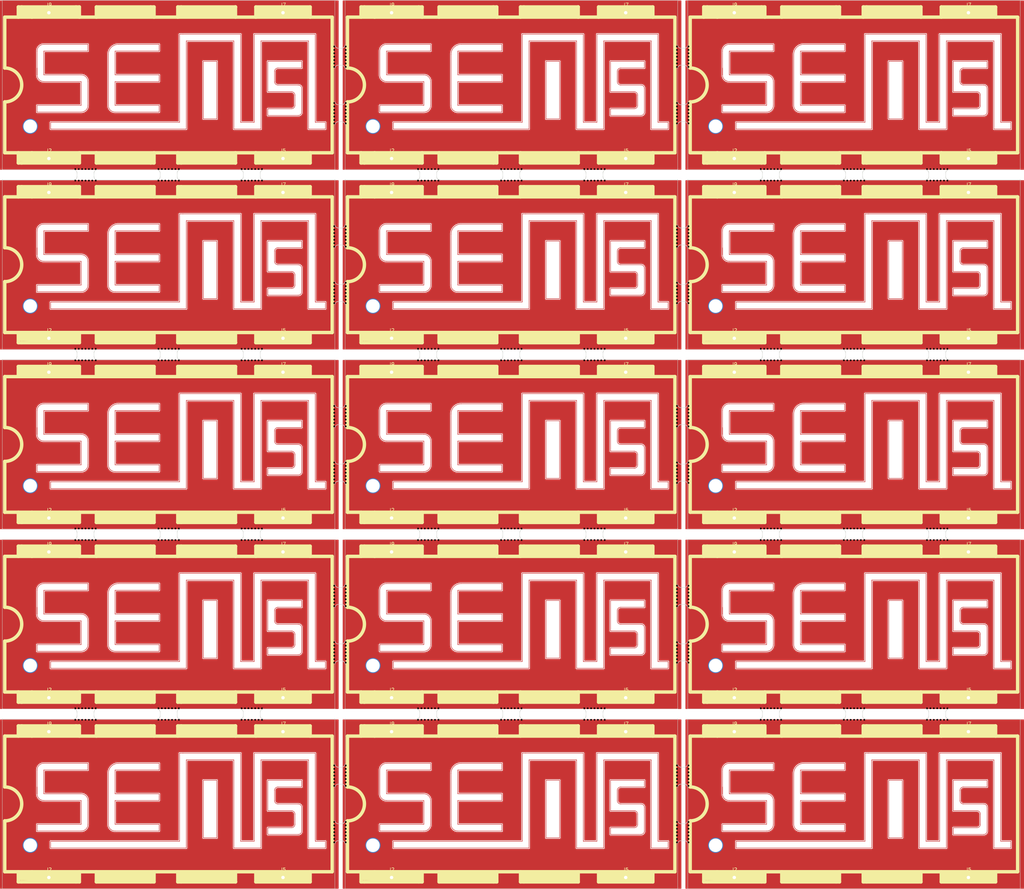
<source format=kicad_pcb>
(kicad_pcb (version 20221018) (generator pcbnew)
  (layers (0 "F.Cu" signal) (31 "B.Cu" signal) (34 "B.Paste" user) (35 "F.Paste" user) (36 "B.SilkS" user "B.Silkscreen") (37 "F.SilkS" user "F.Silkscreen") (38 "B.Mask" user) (39 "F.Mask" user) (44 "Edge.Cuts" user))
  (net 0 "")
  (footprint "NPTH" (layer "F.Cu") (at 49.5 73.2)
    (fp_text reference "KiKit_MB_21_6" hide)
    (fp_text value "NPTH" hide)
  )
  (footprint "NPTH" (layer "F.Cu") (at 176 175.8)
    (fp_text reference "KiKit_MB_61_1" hide)
    (fp_text value "NPTH" hide)
  )
  (footprint "NPTH" (layer "F.Cu") (at 149.5 175.8)
    (fp_text reference "KiKit_MB_60_3" hide)
    (fp_text value "NPTH" hide)
  )
  (footprint "NPTH" (layer "F.Cu") (at 197.3 213.333333)
    (fp_text reference "KiKit_MB_81_5" hide)
    (fp_text value "NPTH" hide)
  )
  (footprint "NPTH" (layer "F.Cu") (at 96.3 158.333333)
    (fp_text reference "KiKit_MB_45_3" hide)
    (fp_text value "NPTH" hide)
  )
  (footprint "NPTH" (layer "F.Cu") (at 274 73.2)
    (fp_text reference "KiKit_MB_40_4" hide)
    (fp_text value "NPTH" hide)
  )
  (footprint "NPTH" (layer "F.Cu") (at 200.7 245.666666)
    (fp_text reference "KiKit_MB_108_7" hide)
    (fp_text value "NPTH" hide)
  )
  (footprint "NPTH" (layer "F.Cu") (at 47.5 69.8)
    (fp_text reference "KiKit_MB_4_4" hide)
    (fp_text value "NPTH" hide)
  )
  (footprint "NPTH" (layer "F.Cu") (at 126 228.8)
    (fp_text reference "KiKit_MB_85_2" hide)
    (fp_text value "NPTH" hide)
  )
  (footprint "NPTH" (layer "F.Cu") (at 99.7 214.333333)
    (fp_text reference "KiKit_MB_79_2" hide)
    (fp_text value "NPTH" hide)
  )
  (footprint "NPTH" (layer "F.Cu") (at 75 73.2)
    (fp_text reference "KiKit_MB_22_7" hide)
    (fp_text value "NPTH" hide)
  )
  (footprint "NPTH" (layer "F.Cu") (at 273 179.2)
    (fp_text reference "KiKit_MB_92_3" hide)
    (fp_text value "NPTH" hide)
  )
  (footprint "NPTH" (layer "F.Cu") (at 96.3 196.666666)
    (fp_text reference "KiKit_MB_70_5" hide)
    (fp_text value "NPTH" hide)
  )
  (footprint "NPTH" (layer "F.Cu") (at 21 179.2)
    (fp_text reference "KiKit_MB_72_2" hide)
    (fp_text value "NPTH" hide)
  )
  (footprint "NPTH" (layer "F.Cu") (at 26 73.2)
    (fp_text reference "KiKit_MB_20_7" hide)
    (fp_text value "NPTH" hide)
  )
  (footprint "NPTH" (layer "F.Cu") (at 96.3 247.666666)
    (fp_text reference "KiKit_MB_96_3" hide)
    (fp_text value "NPTH" hide)
  )
  (footprint "NPTH" (layer "F.Cu") (at 149.5 232.2)
    (fp_text reference "KiKit_MB_106_5" hide)
    (fp_text value "NPTH" hide)
  )
  (footprint "NPTH" (layer "F.Cu") (at 228 179.2)
    (fp_text reference "KiKit_MB_90_7" hide)
    (fp_text value "NPTH" hide)
  )
  (footprint "NPTH" (layer "F.Cu") (at 96.3 88.666666)
    (fp_text reference "KiKit_MB_18_3" hide)
    (fp_text value "NPTH" hide)
  )
  (footprint "NPTH" (layer "F.Cu") (at 223 232.2)
    (fp_text reference "KiKit_MB_110_2" hide)
    (fp_text value "NPTH" hide)
  )
  (footprint "NPTH" (layer "F.Cu") (at 275 122.8)
    (fp_text reference "KiKit_MB_43_3" hide)
    (fp_text value "NPTH" hide)
  )
  (footprint "NPTH" (layer "F.Cu") (at 200.7 211.333333)
    (fp_text reference "KiKit_MB_89_5" hide)
    (fp_text value "NPTH" hide)
  )
  (footprint "NPTH" (layer "F.Cu") (at 272 122.8)
    (fp_text reference "KiKit_MB_43_6" hide)
    (fp_text value "NPTH" hide)
  )
  (footprint "NPTH" (layer "F.Cu") (at 25 126.2)
    (fp_text reference "KiKit_MB_46_6" hide)
    (fp_text value "NPTH" hide)
  )
  (footprint "NPTH" (layer "F.Cu") (at 125 122.8)
    (fp_text reference "KiKit_MB_33_3" hide)
    (fp_text value "NPTH" hide)
  )
  (footprint "NPTH" (layer "F.Cu") (at 26 126.2)
    (fp_text reference "KiKit_MB_46_7" hide)
    (fp_text value "NPTH" hide)
  )
  (footprint "NPTH" (layer "F.Cu") (at 74 232.2)
    (fp_text reference "KiKit_MB_100_6" hide)
    (fp_text value "NPTH" hide)
  )
  (footprint "NPTH" (layer "F.Cu") (at 46.5 175.8)
    (fp_text reference "KiKit_MB_50_5" hide)
    (fp_text value "NPTH" hide)
  )
  (footprint "NPTH" (layer "F.Cu") (at 227 69.8)
    (fp_text reference "KiKit_MB_15_2" hide)
    (fp_text value "NPTH" hide)
  )
  (footprint "NPTH" (layer "F.Cu") (at 197.3 106.333333)
    (fp_text reference "KiKit_MB_29_4" hide)
    (fp_text value "NPTH" hide)
  )
  (footprint "NPTH" (layer "F.Cu") (at 96.3 193.666666)
    (fp_text reference "KiKit_MB_70_2" hide)
    (fp_text value "NPTH" hide)
  )
  (footprint "NPTH" (layer "F.Cu") (at 99.7 90.666666)
    (fp_text reference "KiKit_MB_26_3" hide)
    (fp_text value "NPTH" hide)
  )
  (footprint "NPTH" (layer "F.Cu") (at 197.3 145.666666)
    (fp_text reference "KiKit_MB_54_7" hide)
    (fp_text value "NPTH" hide)
  )
  (footprint "NPTH" (layer "F.Cu") (at 275 179.2)
    (fp_text reference "KiKit_MB_92_5" hide)
    (fp_text value "NPTH" hide)
  )
  (footprint "NPTH" (layer "F.Cu") (at 146.5 232.2)
    (fp_text reference "KiKit_MB_106_2" hide)
    (fp_text value "NPTH" hide)
  )
  (footprint "NPTH" (layer "F.Cu") (at 225 122.8)
    (fp_text reference "KiKit_MB_41_4" hide)
    (fp_text value "NPTH" hide)
  )
  (footprint "NPTH" (layer "F.Cu") (at 200.7 144.666666)
    (fp_text reference "KiKit_MB_62_2" hide)
    (fp_text value "NPTH" hide)
  )
  (footprint "NPTH" (layer "F.Cu") (at 126 69.8)
    (fp_text reference "KiKit_MB_10_2" hide)
    (fp_text value "NPTH" hide)
  )
  (footprint "NPTH" (layer "F.Cu") (at 197.3 50.333333)
    (fp_text reference "KiKit_MB_9_1" hide)
    (fp_text value "NPTH" hide)
  )
  (footprint "NPTH" (layer "F.Cu") (at 96.3 160.333333)
    (fp_text reference "KiKit_MB_45_5" hide)
    (fp_text value "NPTH" hide)
  )
  (footprint "NPTH" (layer "F.Cu") (at 176 69.8)
    (fp_text reference "KiKit_MB_12_1" hide)
    (fp_text value "NPTH" hide)
  )
  (footprint "NPTH" (layer "F.Cu") (at 224 69.8)
    (fp_text reference "KiKit_MB_15_5" hide)
    (fp_text value "NPTH" hide)
  )
  (footprint "NPTH" (layer "F.Cu") (at 223 228.8)
    (fp_text reference "KiKit_MB_93_6" hide)
    (fp_text value "NPTH" hide)
  )
  (footprint "NPTH" (layer "F.Cu") (at 146.5 228.8)
    (fp_text reference "KiKit_MB_86_6" hide)
    (fp_text value "NPTH" hide)
  )
  (footprint "NPTH" (layer "F.Cu") (at 49.5 232.2)
    (fp_text reference "KiKit_MB_99_6" hide)
    (fp_text value "NPTH" hide)
  )
  (footprint "NPTH" (layer "F.Cu") (at 197.3 214.333333)
    (fp_text reference "KiKit_MB_81_6" hide)
    (fp_text value "NPTH" hide)
  )
  (footprint "NPTH" (layer "F.Cu") (at 227 122.8)
    (fp_text reference "KiKit_MB_41_2" hide)
    (fp_text value "NPTH" hide)
  )
  (footprint "NPTH" (layer "F.Cu") (at 99.7 104.333333)
    (fp_text reference "KiKit_MB_27_6" hide)
    (fp_text value "NPTH" hide)
  )
  (footprint "NPTH" (layer "F.Cu") (at 151.5 232.2)
    (fp_text reference "KiKit_MB_106_7" hide)
    (fp_text value "NPTH" hide)
  )
  (footprint "NPTH" (layer "F.Cu") (at 225 73.2)
    (fp_text reference "KiKit_MB_38_4" hide)
    (fp_text value "NPTH" hide)
  )
  (footprint "NPTH" (layer "F.Cu") (at 249.5 126.2)
    (fp_text reference "KiKit_MB_65_4" hide)
    (fp_text value "NPTH" hide)
  )
  (footprint "NPTH" (layer "F.Cu") (at 147.5 228.8)
    (fp_text reference "KiKit_MB_86_5" hide)
    (fp_text value "NPTH" hide)
  )
  (footprint "NPTH" (layer "F.Cu") (at 172 179.2)
    (fp_text reference "KiKit_MB_84_3" hide)
    (fp_text value "NPTH" hide)
  )
  (footprint "NPTH" (layer "F.Cu") (at 71 122.8)
    (fp_text reference "KiKit_MB_25_5" hide)
    (fp_text value "NPTH" hide)
  )
  (footprint "NPTH" (layer "F.Cu") (at 99.7 37.666667)
    (fp_text reference "KiKit_MB_6_3" hide)
    (fp_text value "NPTH" hide)
  )
  (footprint "NPTH" (layer "F.Cu") (at 273 175.8)
    (fp_text reference "KiKit_MB_69_5" hide)
    (fp_text value "NPTH" hide)
  )
  (footprint "NPTH" (layer "F.Cu") (at 172 175.8)
    (fp_text reference "KiKit_MB_61_5" hide)
    (fp_text value "NPTH" hide)
  )
  (footprint "NPTH" (layer "F.Cu") (at 123 122.8)
    (fp_text reference "KiKit_MB_33_5" hide)
    (fp_text value "NPTH" hide)
  )
  (footprint "NPTH" (layer "F.Cu") (at 20 228.8)
    (fp_text reference "KiKit_MB_75_7" hide)
    (fp_text value "NPTH" hide)
  )
  (footprint "NPTH" (layer "F.Cu") (at 227 228.8)
    (fp_text reference "KiKit_MB_93_2" hide)
    (fp_text value "NPTH" hide)
  )
  (footprint "NPTH" (layer "F.Cu") (at 247.5 175.8)
    (fp_text reference "KiKit_MB_68_6" hide)
    (fp_text value "NPTH" hide)
  )
  (footprint "NPTH" (layer "F.Cu") (at 99.7 145.666666)
    (fp_text reference "KiKit_MB_52_1" hide)
    (fp_text value "NPTH" hide)
  )
  (footprint "NPTH" (layer "F.Cu") (at 99.7 141.666666)
    (fp_text reference "KiKit_MB_52_5" hide)
    (fp_text value "NPTH" hide)
  )
  (footprint "NPTH" (layer "F.Cu") (at 223 175.8)
    (fp_text reference "KiKit_MB_67_6" hide)
    (fp_text value "NPTH" hide)
  )
  (footprint "NPTH" (layer "F.Cu") (at 200.7 251.666666)
    (fp_text reference "KiKit_MB_108_1" hide)
    (fp_text value "NPTH" hide)
  )
  (footprint "NPTH" (layer "F.Cu") (at 246.5 126.2)
    (fp_text reference "KiKit_MB_65_1" hide)
    (fp_text value "NPTH" hide)
  )
  (footprint "NPTH" (layer "F.Cu") (at 96.3 104.333333)
    (fp_text reference "KiKit_MB_19_2" hide)
    (fp_text value "NPTH" hide)
  )
  (footprint "NPTH" (layer "F.Cu") (at 277 69.8)
    (fp_text reference "KiKit_MB_17_1" hide)
    (fp_text value "NPTH" hide)
  )
  (footprint "NPTH" (layer "F.Cu") (at 200.7 196.666666)
    (fp_text reference "KiKit_MB_88_3" hide)
    (fp_text value "NPTH" hide)
  )
  (footprint "NPTH" (layer "F.Cu") (at 70 232.2)
    (fp_text reference "KiKit_MB_100_2" hide)
    (fp_text value "NPTH" hide)
  )
  (footprint "NPTH" (layer "F.Cu") (at 96.3 194.666666)
    (fp_text reference "KiKit_MB_70_3" hide)
    (fp_text value "NPTH" hide)
  )
  (footprint "NPTH" (layer "F.Cu") (at 200.7 35.666667)
    (fp_text reference "KiKit_MB_13_5" hide)
    (fp_text value "NPTH" hide)
  )
  (footprint "NPTH" (layer "F.Cu") (at 96.3 215.333333)
    (fp_text reference "KiKit_MB_71_7" hide)
    (fp_text value "NPTH" hide)
  )
  (footprint "NPTH" (layer "F.Cu") (at 197.3 37.666667)
    (fp_text reference "KiKit_MB_8_5" hide)
    (fp_text value "NPTH" hide)
  )
  (footprint "NPTH" (layer "F.Cu") (at 271 228.8)
    (fp_text reference "KiKit_MB_95_7" hide)
    (fp_text value "NPTH" hide)
  )
  (footprint "NPTH" (layer "F.Cu") (at 150.5 179.2)
    (fp_text reference "KiKit_MB_83_6" hide)
    (fp_text value "NPTH" hide)
  )
  (footprint "NPTH" (layer "F.Cu") (at 25 175.8)
    (fp_text reference "KiKit_MB_49_2" hide)
    (fp_text value "NPTH" hide)
  )
  (footprint "NPTH" (layer "F.Cu") (at 99.7 143.666666)
    (fp_text reference "KiKit_MB_52_3" hide)
    (fp_text value "NPTH" hide)
  )
  (footprint "NPTH" (layer "F.Cu") (at 251.5 69.8)
    (fp_text reference "KiKit_MB_16_2" hide)
    (fp_text value "NPTH" hide)
  )
  (footprint "NPTH" (layer "F.Cu") (at 48.5 232.2)
    (fp_text reference "KiKit_MB_99_5" hide)
    (fp_text value "NPTH" hide)
  )
  (footprint "NPTH" (layer "F.Cu") (at 26 175.8)
    (fp_text reference "KiKit_MB_49_1" hide)
    (fp_text value "NPTH" hide)
  )
  (footprint "NPTH" (layer "F.Cu") (at 150.5 122.8)
    (fp_text reference "KiKit_MB_34_2" hide)
    (fp_text value "NPTH" hide)
  )
  (footprint "NPTH" (layer "F.Cu") (at 225 126.2)
    (fp_text reference "KiKit_MB_64_4" hide)
    (fp_text value "NPTH" hide)
  )
  (footprint "NPTH" (layer "F.Cu") (at 147.5 69.8)
    (fp_text reference "KiKit_MB_11_5" hide)
    (fp_text value "NPTH" hide)
  )
  (footprint "NPTH" (layer "F.Cu") (at 223 126.2)
    (fp_text reference "KiKit_MB_64_2" hide)
    (fp_text value "NPTH" hide)
  )
  (footprint "NPTH" (layer "F.Cu") (at 226 126.2)
    (fp_text reference "KiKit_MB_64_5" hide)
    (fp_text value "NPTH" hide)
  )
  (footprint "NPTH" (layer "F.Cu") (at 48.5 73.2)
    (fp_text reference "KiKit_MB_21_5" hide)
    (fp_text value "NPTH" hide)
  )
  (footprint "NPTH" (layer "F.Cu") (at 99.7 89.666666)
    (fp_text reference "KiKit_MB_26_4" hide)
    (fp_text value "NPTH" hide)
  )
  (footprint "NPTH" (layer "F.Cu") (at 249.5 69.8)
    (fp_text reference "KiKit_MB_16_4" hide)
    (fp_text value "NPTH" hide)
  )
  (footprint "NPTH" (layer "F.Cu") (at 121 122.8)
    (fp_text reference "KiKit_MB_33_7" hide)
    (fp_text value "NPTH" hide)
  )
  (footprint "NPTH" (layer "F.Cu") (at 197.3 56.333333)
    (fp_text reference "KiKit_MB_9_7" hide)
    (fp_text value "NPTH" hide)
  )
  (footprint "NPTH" (layer "F.Cu") (at 96.3 37.666667)
    (fp_text reference "KiKit_MB_1_5" hide)
    (fp_text value "NPTH" hide)
  )
  (footprint "NPTH" (layer "F.Cu") (at 99.7 88.666666)
    (fp_text reference "KiKit_MB_26_5" hide)
    (fp_text value "NPTH" hide)
  )
  (footprint "NPTH" (layer "F.Cu") (at 272 73.2)
    (fp_text reference "KiKit_MB_40_2" hide)
    (fp_text value "NPTH" hide)
  )
  (footprint "NPTH" (layer "F.Cu") (at 272 69.8)
    (fp_text reference "KiKit_MB_17_6" hide)
    (fp_text value "NPTH" hide)
  )
  (footprint "NPTH" (layer "F.Cu") (at 200.7 159.333333)
    (fp_text reference "KiKit_MB_63_4" hide)
    (fp_text value "NPTH" hide)
  )
  (footprint "NPTH" (layer "F.Cu") (at 50.5 179.2)
    (fp_text reference "KiKit_MB_73_7" hide)
    (fp_text value "NPTH" hide)
  )
  (footprint "NPTH" (layer "F.Cu") (at 246.5 69.8)
    (fp_text reference "KiKit_MB_16_7" hide)
    (fp_text value "NPTH" hide)
  )
  (footprint "NPTH" (layer "F.Cu") (at 276 73.2)
    (fp_text reference "KiKit_MB_40_6" hide)
    (fp_text value "NPTH" hide)
  )
  (footprint "NPTH" (layer "F.Cu") (at 74 228.8)
    (fp_text reference "KiKit_MB_77_2" hide)
    (fp_text value "NPTH" hide)
  )
  (footprint "NPTH" (layer "F.Cu") (at 176 73.2)
    (fp_text reference "KiKit_MB_32_7" hide)
    (fp_text value "NPTH" hide)
  )
  (footprint "NPTH" (layer "F.Cu") (at 99.7 103.333333)
    (fp_text reference "KiKit_MB_27_7" hide)
    (fp_text value "NPTH" hide)
  )
  (footprint "NPTH" (layer "F.Cu") (at 200.7 246.666666)
    (fp_text reference "KiKit_MB_108_6" hide)
    (fp_text value "NPTH" hide)
  )
  (footprint "NPTH" (layer "F.Cu") (at 248.5 179.2)
    (fp_text reference "KiKit_MB_91_3" hide)
    (fp_text value "NPTH" hide)
  )
  (footprint "NPTH" (layer "F.Cu") (at 200.7 50.333333)
    (fp_text reference "KiKit_MB_14_7" hide)
    (fp_text value "NPTH" hide)
  )
  (footprint "NPTH" (layer "F.Cu") (at 127 73.2)
    (fp_text reference "KiKit_MB_30_7" hide)
    (fp_text value "NPTH" hide)
  )
  (footprint "NPTH" (layer "F.Cu") (at 99.7 87.666666)
    (fp_text reference "KiKit_MB_26_6" hide)
    (fp_text value "NPTH" hide)
  )
  (footprint "NPTH" (layer "F.Cu") (at 96.3 54.333333)
    (fp_text reference "KiKit_MB_2_5" hide)
    (fp_text value "NPTH" hide)
  )
  (footprint "NPTH" (layer "F.Cu") (at 125 228.8)
    (fp_text reference "KiKit_MB_85_3" hide)
    (fp_text value "NPTH" hide)
  )
  (footprint "NPTH" (layer "F.Cu") (at 224 232.2)
    (fp_text reference "KiKit_MB_110_3" hide)
    (fp_text value "NPTH" hide)
  )
  (footprint "NPTH" (layer "F.Cu") (at 170 126.2)
    (fp_text reference "KiKit_MB_58_1" hide)
    (fp_text value "NPTH" hide)
  )
  (footprint "NPTH" (layer "F.Cu") (at 24 228.8)
    (fp_text reference "KiKit_MB_75_3" hide)
    (fp_text value "NPTH" hide)
  )
  (footprint "NPTH" (layer "F.Cu") (at 71 232.2)
    (fp_text reference "KiKit_MB_100_3" hide)
    (fp_text value "NPTH" hide)
  )
  (footprint "NPTH" (layer "F.Cu") (at 200.7 54.333333)
    (fp_text reference "KiKit_MB_14_3" hide)
    (fp_text value "NPTH" hide)
  )
  (footprint "NPTH" (layer "F.Cu") (at 99.7 250.666666)
    (fp_text reference "KiKit_MB_101_2" hide)
    (fp_text value "NPTH" hide)
  )
  (footprint "NPTH" (layer "F.Cu") (at 96.3 103.333333)
    (fp_text reference "KiKit_MB_19_1" hide)
    (fp_text value "NPTH" hide)
  )
  (footprint "NPTH" (layer "F.Cu") (at 224 122.8)
    (fp_text reference "KiKit_MB_41_5" hide)
    (fp_text value "NPTH" hide)
  )
  (footprint "NPTH" (layer "F.Cu") (at 23 228.8)
    (fp_text reference "KiKit_MB_75_4" hide)
    (fp_text value "NPTH" hide)
  )
  (footprint "NPTH" (layer "F.Cu") (at 20 179.2)
    (fp_text reference "KiKit_MB_72_1" hide)
    (fp_text value "NPTH" hide)
  )
  (footprint "NPTH" (layer "F.Cu") (at 250.5 122.8)
    (fp_text reference "KiKit_MB_42_3" hide)
    (fp_text value "NPTH" hide)
  )
  (footprint "NPTH" (layer "F.Cu") (at 252.5 179.2)
    (fp_text reference "KiKit_MB_91_7" hide)
    (fp_text value "NPTH" hide)
  )
  (footprint "NPTH" (layer "F.Cu") (at 145.5 232.2)
    (fp_text reference "KiKit_MB_106_1" hide)
    (fp_text value "NPTH" hide)
  )
  (footprint "NPTH" (layer "F.Cu") (at 73 179.2)
    (fp_text reference "KiKit_MB_74_5" hide)
    (fp_text value "NPTH" hide)
  )
  (footprint "NPTH" (layer "F.Cu") (at 274 126.2)
    (fp_text reference "KiKit_MB_66_4" hide)
    (fp_text value "NPTH" hide)
  )
  (footprint "NPTH" (layer "F.Cu") (at 197.3 103.333333)
    (fp_text reference "KiKit_MB_29_1" hide)
    (fp_text value "NPTH" hide)
  )
  (footprint "NPTH" (layer "F.Cu") (at 277 228.8)
    (fp_text reference "KiKit_MB_95_1" hide)
    (fp_text value "NPTH" hide)
  )
  (footprint "NPTH" (layer "F.Cu") (at 275 228.8)
    (fp_text reference "KiKit_MB_95_3" hide)
    (fp_text value "NPTH" hide)
  )
  (footprint "NPTH" (layer "F.Cu") (at 99.7 50.333333)
    (fp_text reference "KiKit_MB_7_7" hide)
    (fp_text value "NPTH" hide)
  )
  (footprint "NPTH" (layer "F.Cu") (at 197.3 264.333333)
    (fp_text reference "KiKit_MB_104_3" hide)
    (fp_text value "NPTH" hide)
  )
  (footprint "NPTH" (layer "F.Cu") (at 271 69.8)
    (fp_text reference "KiKit_MB_17_7" hide)
    (fp_text value "NPTH" hide)
  )
  (footprint "NPTH" (layer "F.Cu") (at 247.5 126.2)
    (fp_text reference "KiKit_MB_65_2" hide)
    (fp_text value "NPTH" hide)
  )
  (footprint "NPTH" (layer "F.Cu") (at 197.3 249.666666)
    (fp_text reference "KiKit_MB_103_5" hide)
    (fp_text value "NPTH" hide)
  )
  (footprint "NPTH" (layer "F.Cu") (at 99.7 157.333333)
    (fp_text reference "KiKit_MB_53_6" hide)
    (fp_text value "NPTH" hide)
  )
  (footprint "NPTH" (layer "F.Cu") (at 250.5 232.2)
    (fp_text reference "KiKit_MB_111_5" hide)
    (fp_text value "NPTH" hide)
  )
  (footprint "NPTH" (layer "F.Cu") (at 49.5 179.2)
    (fp_text reference "KiKit_MB_73_6" hide)
    (fp_text value "NPTH" hide)
  )
  (footprint "NPTH" (layer "F.Cu") (at 99.7 195.666666)
    (fp_text reference "KiKit_MB_78_4" hide)
    (fp_text value "NPTH" hide)
  )
  (footprint "NPTH" (layer "F.Cu") (at 170 179.2)
    (fp_text reference "KiKit_MB_84_1" hide)
    (fp_text value "NPTH" hide)
  )
  (footprint "NPTH" (layer "F.Cu") (at 273 228.8)
    (fp_text reference "KiKit_MB_95_5" hide)
    (fp_text value "NPTH" hide)
  )
  (footprint "NPTH" (layer "F.Cu") (at 150.5 228.8)
    (fp_text reference "KiKit_MB_86_2" hide)
    (fp_text value "NPTH" hide)
  )
  (footprint "NPTH" (layer "F.Cu") (at 197.3 193.666666)
    (fp_text reference "KiKit_MB_80_2" hide)
    (fp_text value "NPTH" hide)
  )
  (footprint "NPTH" (layer "F.Cu") (at 99.7 194.666666)
    (fp_text reference "KiKit_MB_78_5" hide)
    (fp_text value "NPTH" hide)
  )
  (footprint "NPTH" (layer "F.Cu") (at 197.3 33.666667)
    (fp_text reference "KiKit_MB_8_1" hide)
    (fp_text value "NPTH" hide)
  )
  (footprint "NPTH" (layer "F.Cu") (at 274 122.8)
    (fp_text reference "KiKit_MB_43_4" hide)
    (fp_text value "NPTH" hide)
  )
  (footprint "NPTH" (layer "F.Cu") (at 99.7 245.666666)
    (fp_text reference "KiKit_MB_101_7" hide)
    (fp_text value "NPTH" hide)
  )
  (footprint "NPTH" (layer "F.Cu") (at 197.3 266.333333)
    (fp_text reference "KiKit_MB_104_5" hide)
    (fp_text value "NPTH" hide)
  )
  (footprint "NPTH" (layer "F.Cu") (at 96.3 91.666666)
    (fp_text reference "KiKit_MB_18_6" hide)
    (fp_text value "NPTH" hide)
  )
  (footprint "NPTH" (layer "F.Cu") (at 99.7 211.333333)
    (fp_text reference "KiKit_MB_79_5" hide)
    (fp_text value "NPTH" hide)
  )
  (footprint "NPTH" (layer "F.Cu") (at 23 175.8)
    (fp_text reference "KiKit_MB_49_4" hide)
    (fp_text value "NPTH" hide)
  )
  (footprint "NPTH" (layer "F.Cu") (at 96.3 87.666666)
    (fp_text reference "KiKit_MB_18_2" hide)
    (fp_text value "NPTH" hide)
  )
  (footprint "NPTH" (layer "F.Cu") (at 200.7 214.333333)
    (fp_text reference "KiKit_MB_89_2" hide)
    (fp_text value "NPTH" hide)
  )
  (footprint "NPTH" (layer "F.Cu") (at 197.3 262.333333)
    (fp_text reference "KiKit_MB_104_1" hide)
    (fp_text value "NPTH" hide)
  )
  (footprint "NPTH" (layer "F.Cu") (at 99.7 213.333333)
    (fp_text reference "KiKit_MB_79_3" hide)
    (fp_text value "NPTH" hide)
  )
  (footprint "NPTH" (layer "F.Cu") (at 275 175.8)
    (fp_text reference "KiKit_MB_69_3" hide)
    (fp_text value "NPTH" hide)
  )
  (footprint "NPTH" (layer "F.Cu") (at 99.7 53.333333)
    (fp_text reference "KiKit_MB_7_4" hide)
    (fp_text value "NPTH" hide)
  )
  (footprint "NPTH" (layer "F.Cu") (at 200.7 33.666667)
    (fp_text reference "KiKit_MB_13_7" hide)
    (fp_text value "NPTH" hide)
  )
  (footprint "NPTH" (layer "F.Cu") (at 22 126.2)
    (fp_text reference "KiKit_MB_46_3" hide)
    (fp_text value "NPTH" hide)
  )
  (footprint "NPTH" (layer "F.Cu") (at 148.5 69.8)
    (fp_text reference "KiKit_MB_11_4" hide)
    (fp_text value "NPTH" hide)
  )
  (footprint "NPTH" (layer "F.Cu") (at 273 69.8)
    (fp_text reference "KiKit_MB_17_5" hide)
    (fp_text value "NPTH" hide)
  )
  (footprint "NPTH" (layer "F.Cu") (at 48.5 179.2)
    (fp_text reference "KiKit_MB_73_5" hide)
    (fp_text value "NPTH" hide)
  )
  (footprint "NPTH" (layer "F.Cu") (at 124 122.8)
    (fp_text reference "KiKit_MB_33_4" hide)
    (fp_text value "NPTH" hide)
  )
  (footprint "NPTH" (layer "F.Cu") (at 125 69.8)
    (fp_text reference "KiKit_MB_10_3" hide)
    (fp_text value "NPTH" hide)
  )
  (footprint "NPTH" (layer "F.Cu") (at 228 69.8)
    (fp_text reference "KiKit_MB_15_1" hide)
    (fp_text value "NPTH" hide)
  )
  (footprint "NPTH" (layer "F.Cu") (at 171 126.2)
    (fp_text reference "KiKit_MB_58_2" hide)
    (fp_text value "NPTH" hide)
  )
  (footprint "NPTH" (layer "F.Cu") (at 99.7 266.333333)
    (fp_text reference "KiKit_MB_102_3" hide)
    (fp_text value "NPTH" hide)
  )
  (footprint "NPTH" (layer "F.Cu") (at 96.3 159.333333)
    (fp_text reference "KiKit_MB_45_4" hide)
    (fp_text value "NPTH" hide)
  )
  (footprint "NPTH" (layer "F.Cu") (at 47.5 175.8)
    (fp_text reference "KiKit_MB_50_4" hide)
    (fp_text value "NPTH" hide)
  )
  (footprint "NPTH" (layer "F.Cu") (at 200.7 105.333333)
    (fp_text reference "KiKit_MB_37_5" hide)
    (fp_text value "NPTH" hide)
  )
  (footprint "NPTH" (layer "F.Cu") (at 69 175.8)
    (fp_text reference "KiKit_MB_51_7" hide)
    (fp_text value "NPTH" hide)
  )
  (footprint "NPTH" (layer "F.Cu") (at 197.3 250.666666)
    (fp_text reference "KiKit_MB_103_6" hide)
    (fp_text value "NPTH" hide)
  )
  (footprint "NPTH" (layer "F.Cu") (at 96.3 250.666666)
    (fp_text reference "KiKit_MB_96_6" hide)
    (fp_text value "NPTH" hide)
  )
  (footprint "NPTH" (layer "F.Cu") (at 24 126.2)
    (fp_text reference "KiKit_MB_46_5" hide)
    (fp_text value "NPTH" hide)
  )
  (footprint "NPTH" (layer "F.Cu") (at 123 73.2)
    (fp_text reference "KiKit_MB_30_3" hide)
    (fp_text value "NPTH" hide)
  )
  (footprint "NPTH" (layer "F.Cu") (at 171 73.2)
    (fp_text reference "KiKit_MB_32_2" hide)
    (fp_text value "NPTH" hide)
  )
  (footprint "NPTH" (layer "F.Cu") (at 71 179.2)
    (fp_text reference "KiKit_MB_74_3" hide)
    (fp_text value "NPTH" hide)
  )
  (footprint "NPTH" (layer "F.Cu") (at 96.3 266.333333)
    (fp_text reference "KiKit_MB_97_5" hide)
    (fp_text value "NPTH" hide)
  )
  (footprint "NPTH" (layer "F.Cu") (at 145.5 69.8)
    (fp_text reference "KiKit_MB_11_7" hide)
    (fp_text value "NPTH" hide)
  )
  (footprint "NPTH" (layer "F.Cu") (at 200.7 88.666666)
    (fp_text reference "KiKit_MB_36_5" hide)
    (fp_text value "NPTH" hide)
  )
  (footprint "NPTH" (layer "F.Cu") (at 25 69.8)
    (fp_text reference "KiKit_MB_3_2" hide)
    (fp_text value "NPTH" hide)
  )
  (footprint "NPTH" (layer "F.Cu") (at 200.7 263.333333)
    (fp_text reference "KiKit_MB_109_6" hide)
    (fp_text value "NPTH" hide)
  )
  (footprint "NPTH" (layer "F.Cu") (at 21 73.2)
    (fp_text reference "KiKit_MB_20_2" hide)
    (fp_text value "NPTH" hide)
  )
  (footprint "NPTH" (layer "F.Cu") (at 246.5 122.8)
    (fp_text reference "KiKit_MB_42_7" hide)
    (fp_text value "NPTH" hide)
  )
  (footprint "NPTH" (layer "F.Cu") (at 250.5 126.2)
    (fp_text reference "KiKit_MB_65_5" hide)
    (fp_text value "NPTH" hide)
  )
  (footprint "NPTH" (layer "F.Cu") (at 222 232.2)
    (fp_text reference "KiKit_MB_110_1" hide)
    (fp_text value "NPTH" hide)
  )
  (footprint "NPTH" (layer "F.Cu") (at 176 126.2)
    (fp_text reference "KiKit_MB_58_7" hide)
    (fp_text value "NPTH" hide)
  )
  (footprint "NPTH" (layer "F.Cu") (at 99.7 215.333333)
    (fp_text reference "KiKit_MB_79_1" hide)
    (fp_text value "NPTH" hide)
  )
  (footprint "NPTH" (layer "F.Cu") (at 26 232.2)
    (fp_text reference "KiKit_MB_98_7" hide)
    (fp_text value "NPTH" hide)
  )
  (footprint "NPTH" (layer "F.Cu") (at 73 73.2)
    (fp_text reference "KiKit_MB_22_5" hide)
    (fp_text value "NPTH" hide)
  )
  (footprint "NPTH" (layer "F.Cu") (at 200.7 161.333333)
    (fp_text reference "KiKit_MB_63_2" hide)
    (fp_text value "NPTH" hide)
  )
  (footprint "NPTH" (layer "F.Cu") (at 99.7 105.333333)
    (fp_text reference "KiKit_MB_27_5" hide)
    (fp_text value "NPTH" hide)
  )
  (footprint "NPTH" (layer "F.Cu") (at 25 228.8)
    (fp_text reference "KiKit_MB_75_2" hide)
    (fp_text value "NPTH" hide)
  )
  (footprint "NPTH" (layer "F.Cu") (at 149.5 179.2)
    (fp_text reference "KiKit_MB_83_5" hide)
    (fp_text value "NPTH" hide)
  )
  (footprint "NPTH" (layer "F.Cu") (at 175 232.2)
    (fp_text reference "KiKit_MB_107_6" hide)
    (fp_text value "NPTH" hide)
  )
  (footprint "NPTH" (layer "F.Cu") (at 71 175.8)
    (fp_text reference "KiKit_MB_51_5" hide)
    (fp_text value "NPTH" hide)
  )
  (footprint "NPTH" (layer "F.Cu") (at 99.7 246.666666)
    (fp_text reference "KiKit_MB_101_6" hide)
    (fp_text value "NPTH" hide)
  )
  (footprint "NPTH" (layer "F.Cu") (at 149.5 228.8)
    (fp_text reference "KiKit_MB_86_3" hide)
    (fp_text value "NPTH" hide)
  )
  (footprint "NPTH" (layer "F.Cu") (at 252.5 228.8)
    (fp_text reference "KiKit_MB_94_1" hide)
    (fp_text value "NPTH" hide)
  )
  (footprint "NPTH" (layer "F.Cu") (at 48.5 126.2)
    (fp_text reference "KiKit_MB_47_5" hide)
    (fp_text value "NPTH" hide)
  )
  (footprint "NPTH" (layer "F.Cu") (at 72 126.2)
    (fp_text reference "KiKit_MB_48_4" hide)
    (fp_text value "NPTH" hide)
  )
  (footprint "NPTH" (layer "F.Cu") (at 200.7 52.333333)
    (fp_text reference "KiKit_MB_14_5" hide)
    (fp_text value "NPTH" hide)
  )
  (footprint "NPTH" (layer "F.Cu") (at 200.7 195.666666)
    (fp_text reference "KiKit_MB_88_4" hide)
    (fp_text value "NPTH" hide)
  )
  (footprint "NPTH" (layer "F.Cu") (at 48.5 69.8)
    (fp_text reference "KiKit_MB_4_3" hide)
    (fp_text value "NPTH" hide)
  )
  (footprint "NPTH" (layer "F.Cu") (at 200.7 213.333333)
    (fp_text reference "KiKit_MB_89_3" hide)
    (fp_text value "NPTH" hide)
  )
  (footprint "NPTH" (layer "F.Cu") (at 250.5 228.8)
    (fp_text reference "KiKit_MB_94_3" hide)
    (fp_text value "NPTH" hide)
  )
  (footprint "NPTH" (layer "F.Cu") (at 124 232.2)
    (fp_text reference "KiKit_MB_105_4" hide)
    (fp_text value "NPTH" hide)
  )
  (footprint "NPTH" (layer "F.Cu") (at 99.7 108.333333)
    (fp_text reference "KiKit_MB_27_2" hide)
    (fp_text value "NPTH" hide)
  )
  (footprint "NPTH" (layer "F.Cu") (at 274 69.8)
    (fp_text reference "KiKit_MB_17_4" hide)
    (fp_text value "NPTH" hide)
  )
  (footprint "NPTH" (layer "F.Cu") (at 99.7 39.666667)
    (fp_text reference "KiKit_MB_6_1" hide)
    (fp_text value "NPTH" hide)
  )
  (footprint "NPTH" (layer "F.Cu") (at 50.5 122.8)
    (fp_text reference "KiKit_MB_24_1" hide)
    (fp_text value "NPTH" hide)
  )
  (footprint "Connector_PinHeader_2.54mm:PinHeader_1x01_P2.54mm_Vertical" (layer "F.Cu") (at 283.2 129.7)
    (fp_text reference "J7")
    (fp_text value "Conn_01x01_Male")
  )
  (footprint "Connector_PinHeader_2.54mm:PinHeader_1x01_P2.54mm_Vertical" (layer "F.Cu") (at 81.2 182.7)
    (fp_text reference "J7")
    (fp_text value "Conn_01x01_Male")
  )
  (footprint "Connector_PinHeader_2.54mm:PinHeader_1x01_P2.54mm_Vertical" (layer "F.Cu") (at 182.2 182.7)
    (fp_text reference "J7")
    (fp_text value "Conn_01x01_Male")
  )
  (footprint "Connector_PinHeader_2.54mm:PinHeader_1x01_P2.54mm_Vertical" (layer "F.Cu") (at 283.2 76.7)
    (fp_text reference "J7")
    (fp_text value "Conn_01x01_Male")
  )
  (footprint "Connector_PinHeader_2.54mm:PinHeader_1x01_P2.54mm_Vertical" (layer "F.Cu") (at 81.2 129.7)
    (fp_text reference "J7")
    (fp_text value "Conn_01x01_Male")
  )
  (footprint "Connector_PinHeader_2.54mm:PinHeader_1x01_P2.54mm_Vertical" (layer "F.Cu") (at 182.2 129.7)
    (fp_text reference "J7")
    (fp_text value "Conn_01x01_Male")
  )
  (footprint "Connector_PinHeader_2.54mm:PinHeader_1x01_P2.54mm_Vertical" (layer "F.Cu") (at 283.2 23.7)
    (fp_text reference "J7")
    (fp_text value "Conn_01x01_Male")
  )
  (footprint "Connector_PinHeader_2.54mm:PinHeader_1x01_P2.54mm_Vertical" (layer "F.Cu") (at 81.2 76.7)
    (fp_text reference "J7")
    (fp_text value "Conn_01x01_Male")
  )
  (footprint "Connector_PinHeader_2.54mm:PinHeader_1x01_P2.54mm_Vertical" (layer "F.Cu") (at 182.2 76.7)
    (fp_text reference "J7")
    (fp_text value "Conn_01x01_Male")
  )
  (footprint "Connector_PinHeader_2.54mm:PinHeader_1x01_P2.54mm_Vertical" (layer "F.Cu") (at 81.2 23.7)
    (fp_text reference "J7")
    (fp_text value "Conn_01x01_Male")
  )
  (footprint "Connector_PinHeader_2.54mm:PinHeader_1x01_P2.54mm_Vertical" (layer "F.Cu") (at 182.2 23.7)
    (fp_text reference "J7")
    (fp_text value "Conn_01x01_Male")
  )
  (footprint "Connector_PinHeader_2.54mm:PinHeader_1x01_P2.54mm_Vertical" (layer "F.Cu") (at 283.2 235.7)
    (fp_text reference "J7")
    (fp_text value "Conn_01x01_Male")
  )
  (footprint "Connector_PinHeader_2.54mm:PinHeader_1x01_P2.54mm_Vertical" (layer "F.Cu") (at 283.2 182.7)
    (fp_text reference "J7")
    (fp_text value "Conn_01x01_Male")
  )
  (footprint "Connector_PinHeader_2.54mm:PinHeader_1x01_P2.54mm_Vertical" (layer "F.Cu") (at 81.2 235.7)
    (fp_text reference "J7")
    (fp_text value "Conn_01x01_Male")
  )
  (footprint "Connector_PinHeader_2.54mm:PinHeader_1x01_P2.54mm_Vertical" (layer "F.Cu") (at 182.2 235.7)
    (fp_text reference "J7")
    (fp_text value "Conn_01x01_Male")
  )
  (footprint "NPTH" (layer "F.Cu") (at 99.7 38.666667)
    (fp_text reference "KiKit_MB_6_2" hide)
    (fp_text value "NPTH" hide)
  )
  (footprint "NPTH" (layer "F.Cu") (at 200.7 103.333333)
    (fp_text reference "KiKit_MB_37_7" hide)
    (fp_text value "NPTH" hide)
  )
  (footprint "NPTH" (layer "F.Cu") (at 126 179.2)
    (fp_text reference "KiKit_MB_82_6" hide)
    (fp_text value "NPTH" hide)
  )
  (footprint "NPTH" (layer "F.Cu") (at 26 228.8)
    (fp_text reference "KiKit_MB_75_1" hide)
    (fp_text value "NPTH" hide)
  )
  (footprint "NPTH" (layer "F.Cu") (at 126 232.2)
    (fp_text reference "KiKit_MB_105_6" hide)
    (fp_text value "NPTH" hide)
  )
  (footprint "NPTH" (layer "F.Cu") (at 75 175.8)
    (fp_text reference "KiKit_MB_51_1" hide)
    (fp_text value "NPTH" hide)
  )
  (footprint "NPTH" (layer "F.Cu") (at 147.5 122.8)
    (fp_text reference "KiKit_MB_34_5" hide)
    (fp_text value "NPTH" hide)
  )
  (footprint "NPTH" (layer "F.Cu") (at 96.3 156.333333)
    (fp_text reference "KiKit_MB_45_1" hide)
    (fp_text value "NPTH" hide)
  )
  (footprint "NPTH" (layer "F.Cu") (at 96.3 265.333333)
    (fp_text reference "KiKit_MB_97_4" hide)
    (fp_text value "NPTH" hide)
  )
  (footprint "NPTH" (layer "F.Cu") (at 225 175.8)
    (fp_text reference "KiKit_MB_67_4" hide)
    (fp_text value "NPTH" hide)
  )
  (footprint "NPTH" (layer "F.Cu") (at 200.7 109.333333)
    (fp_text reference "KiKit_MB_37_1" hide)
    (fp_text value "NPTH" hide)
  )
  (footprint "NPTH" (layer "F.Cu") (at 24 69.8)
    (fp_text reference "KiKit_MB_3_3" hide)
    (fp_text value "NPTH" hide)
  )
  (footprint "NPTH" (layer "F.Cu") (at 276 126.2)
    (fp_text reference "KiKit_MB_66_6" hide)
    (fp_text value "NPTH" hide)
  )
  (footprint "NPTH" (layer "F.Cu") (at 197.3 34.666667)
    (fp_text reference "KiKit_MB_8_2" hide)
    (fp_text value "NPTH" hide)
  )
  (footprint "NPTH" (layer "F.Cu") (at 176 228.8)
    (fp_text reference "KiKit_MB_87_1" hide)
    (fp_text value "NPTH" hide)
  )
  (footprint "NPTH" (layer "F.Cu") (at 197.3 212.333333)
    (fp_text reference "KiKit_MB_81_4" hide)
    (fp_text value "NPTH" hide)
  )
  (footprint "NPTH" (layer "F.Cu") (at 22 69.8)
    (fp_text reference "KiKit_MB_3_5" hide)
    (fp_text value "NPTH" hide)
  )
  (footprint "NPTH" (layer "F.Cu") (at 250.5 73.2)
    (fp_text reference "KiKit_MB_39_5" hide)
    (fp_text value "NPTH" hide)
  )
  (footprint "NPTH" (layer "F.Cu") (at 72 73.2)
    (fp_text reference "KiKit_MB_22_4" hide)
    (fp_text value "NPTH" hide)
  )
  (footprint "NPTH" (layer "F.Cu") (at 273 122.8)
    (fp_text reference "KiKit_MB_43_5" hide)
    (fp_text value "NPTH" hide)
  )
  (footprint "NPTH" (layer "F.Cu") (at 99.7 265.333333)
    (fp_text reference "KiKit_MB_102_4" hide)
    (fp_text value "NPTH" hide)
  )
  (footprint "NPTH" (layer "F.Cu") (at 200.7 53.333333)
    (fp_text reference "KiKit_MB_14_4" hide)
    (fp_text value "NPTH" hide)
  )
  (footprint "NPTH" (layer "F.Cu") (at 123 179.2)
    (fp_text reference "KiKit_MB_82_3" hide)
    (fp_text value "NPTH" hide)
  )
  (footprint "NPTH" (layer "F.Cu") (at 22 228.8)
    (fp_text reference "KiKit_MB_75_5" hide)
    (fp_text value "NPTH" hide)
  )
  (footprint "NPTH" (layer "F.Cu") (at 197.3 143.666666)
    (fp_text reference "KiKit_MB_54_5" hide)
    (fp_text value "NPTH" hide)
  )
  (footprint "NPTH" (layer "F.Cu") (at 224 179.2)
    (fp_text reference "KiKit_MB_90_3" hide)
    (fp_text value "NPTH" hide)
  )
  (footprint "NPTH" (layer "F.Cu") (at 127 122.8)
    (fp_text reference "KiKit_MB_33_1" hide)
    (fp_text value "NPTH" hide)
  )
  (footprint "NPTH" (layer "F.Cu") (at 250.5 175.8)
    (fp_text reference "KiKit_MB_68_3" hide)
    (fp_text value "NPTH" hide)
  )
  (footprint "NPTH" (layer "F.Cu") (at 148.5 126.2)
    (fp_text reference "KiKit_MB_57_4" hide)
    (fp_text value "NPTH" hide)
  )
  (footprint "NPTH" (layer "F.Cu") (at 74 122.8)
    (fp_text reference "KiKit_MB_25_2" hide)
    (fp_text value "NPTH" hide)
  )
  (footprint "NPTH" (layer "F.Cu") (at 274 228.8)
    (fp_text reference "KiKit_MB_95_4" hide)
    (fp_text value "NPTH" hide)
  )
  (footprint "NPTH" (layer "F.Cu") (at 271 232.2)
    (fp_text reference "KiKit_MB_112_1" hide)
    (fp_text value "NPTH" hide)
  )
  (footprint "NPTH" (layer "F.Cu") (at 171 175.8)
    (fp_text reference "KiKit_MB_61_6" hide)
    (fp_text value "NPTH" hide)
  )
  (footprint "NPTH" (layer "F.Cu") (at 228 122.8)
    (fp_text reference "KiKit_MB_41_1" hide)
    (fp_text value "NPTH" hide)
  )
  (footprint "NPTH" (layer "F.Cu") (at 99.7 140.666666)
    (fp_text reference "KiKit_MB_52_6" hide)
    (fp_text value "NPTH" hide)
  )
  (footprint "NPTH" (layer "F.Cu") (at 175 73.2)
    (fp_text reference "KiKit_MB_32_6" hide)
    (fp_text value "NPTH" hide)
  )
  (footprint "NPTH" (layer "F.Cu") (at 145.5 228.8)
    (fp_text reference "KiKit_MB_86_7" hide)
    (fp_text value "NPTH" hide)
  )
  (footprint "NPTH" (layer "F.Cu") (at 197.3 245.666666)
    (fp_text reference "KiKit_MB_103_1" hide)
    (fp_text value "NPTH" hide)
  )
  (footprint "NPTH" (layer "F.Cu") (at 146.5 126.2)
    (fp_text reference "KiKit_MB_57_2" hide)
    (fp_text value "NPTH" hide)
  )
  (footprint "NPTH" (layer "F.Cu") (at 197.3 38.666667)
    (fp_text reference "KiKit_MB_8_6" hide)
    (fp_text value "NPTH" hide)
  )
  (footprint "NPTH" (layer "F.Cu") (at 96.3 139.666666)
    (fp_text reference "KiKit_MB_44_1" hide)
    (fp_text value "NPTH" hide)
  )
  (footprint "NPTH" (layer "F.Cu") (at 72 228.8)
    (fp_text reference "KiKit_MB_77_4" hide)
    (fp_text value "NPTH" hide)
  )
  (footprint "NPTH" (layer "F.Cu") (at 71 228.8)
    (fp_text reference "KiKit_MB_77_5" hide)
    (fp_text value "NPTH" hide)
  )
  (footprint "NPTH" (layer "F.Cu") (at 197.3 197.666666)
    (fp_text reference "KiKit_MB_80_6" hide)
    (fp_text value "NPTH" hide)
  )
  (footprint "NPTH" (layer "F.Cu") (at 226 175.8)
    (fp_text reference "KiKit_MB_67_3" hide)
    (fp_text value "NPTH" hide)
  )
  (footprint "NPTH" (layer "F.Cu") (at 197.3 192.666666)
    (fp_text reference "KiKit_MB_80_1" hide)
    (fp_text value "NPTH" hide)
  )
  (footprint "NPTH" (layer "F.Cu") (at 197.3 267.333333)
    (fp_text reference "KiKit_MB_104_6" hide)
    (fp_text value "NPTH" hide)
  )
  (footprint "NPTH" (layer "F.Cu") (at 45.5 179.2)
    (fp_text reference "KiKit_MB_73_2" hide)
    (fp_text value "NPTH" hide)
  )
  (footprint "NPTH" (layer "F.Cu") (at 224 73.2)
    (fp_text reference "KiKit_MB_38_3" hide)
    (fp_text value "NPTH" hide)
  )
  (footprint "NPTH" (layer "F.Cu") (at 224 228.8)
    (fp_text reference "KiKit_MB_93_5" hide)
    (fp_text value "NPTH" hide)
  )
  (footprint "NPTH" (layer "F.Cu") (at 96.3 86.666666)
    (fp_text reference "KiKit_MB_18_1" hide)
    (fp_text value "NPTH" hide)
  )
  (footprint "NPTH" (layer "F.Cu") (at 125 126.2)
    (fp_text reference "KiKit_MB_56_5" hide)
    (fp_text value "NPTH" hide)
  )
  (footprint "NPTH" (layer "F.Cu") (at 69 69.8)
    (fp_text reference "KiKit_MB_5_7" hide)
    (fp_text value "NPTH" hide)
  )
  (footprint "NPTH" (layer "F.Cu") (at 122 126.2)
    (fp_text reference "KiKit_MB_56_2" hide)
    (fp_text value "NPTH" hide)
  )
  (footprint "NPTH" (layer "F.Cu") (at 99.7 33.666667)
    (fp_text reference "KiKit_MB_6_7" hide)
    (fp_text value "NPTH" hide)
  )
  (footprint "NPTH" (layer "F.Cu") (at 99.7 139.666666)
    (fp_text reference "KiKit_MB_52_7" hide)
    (fp_text value "NPTH" hide)
  )
  (footprint "NPTH" (layer "F.Cu") (at 197.3 159.333333)
    (fp_text reference "KiKit_MB_55_4" hide)
    (fp_text value "NPTH" hide)
  )
  (footprint "NPTH" (layer "F.Cu") (at 99.7 86.666666)
    (fp_text reference "KiKit_MB_26_7" hide)
    (fp_text value "NPTH" hide)
  )
  (footprint "NPTH" (layer "F.Cu") (at 249.5 122.8)
    (fp_text reference "KiKit_MB_42_4" hide)
    (fp_text value "NPTH" hide)
  )
  (footprint "NPTH" (layer "F.Cu") (at 96.3 50.333333)
    (fp_text reference "KiKit_MB_2_1" hide)
    (fp_text value "NPTH" hide)
  )
  (footprint "NPTH" (layer "F.Cu") (at 249.5 228.8)
    (fp_text reference "KiKit_MB_94_4" hide)
    (fp_text value "NPTH" hide)
  )
  (footprint "NPTH" (layer "F.Cu") (at 96.3 198.666666)
    (fp_text reference "KiKit_MB_70_7" hide)
    (fp_text value "NPTH" hide)
  )
  (footprint "NPTH" (layer "F.Cu") (at 96.3 51.333333)
    (fp_text reference "KiKit_MB_2_2" hide)
    (fp_text value "NPTH" hide)
  )
  (footprint "NPTH" (layer "F.Cu") (at 276 175.8)
    (fp_text reference "KiKit_MB_69_2" hide)
    (fp_text value "NPTH" hide)
  )
  (footprint "NPTH" (layer "F.Cu") (at 197.3 141.666666)
    (fp_text reference "KiKit_MB_54_3" hide)
    (fp_text value "NPTH" hide)
  )
  (footprint "NPTH" (layer "F.Cu") (at 47.5 122.8)
    (fp_text reference "KiKit_MB_24_4" hide)
    (fp_text value "NPTH" hide)
  )
  (footprint "NPTH" (layer "F.Cu") (at 47.5 232.2)
    (fp_text reference "KiKit_MB_99_4" hide)
    (fp_text value "NPTH" hide)
  )
  (footprint "NPTH" (layer "F.Cu") (at 200.7 90.666666)
    (fp_text reference "KiKit_MB_36_3" hide)
    (fp_text value "NPTH" hide)
  )
  (footprint "NPTH" (layer "F.Cu") (at 45.5 122.8)
    (fp_text reference "KiKit_MB_24_6" hide)
    (fp_text value "NPTH" hide)
  )
  (footprint "NPTH" (layer "F.Cu") (at 48.5 228.8)
    (fp_text reference "KiKit_MB_76_3" hide)
    (fp_text value "NPTH" hide)
  )
  (footprint "NPTH" (layer "F.Cu") (at 26 122.8)
    (fp_text reference "KiKit_MB_23_1" hide)
    (fp_text value "NPTH" hide)
  )
  (footprint "NPTH" (layer "F.Cu") (at 73 122.8)
    (fp_text reference "KiKit_MB_25_3" hide)
    (fp_text value "NPTH" hide)
  )
  (footprint "NPTH" (layer "F.Cu") (at 126 175.8)
    (fp_text reference "KiKit_MB_59_2" hide)
    (fp_text value "NPTH" hide)
  )
  (footprint "NPTH" (layer "F.Cu") (at 197.3 55.333333)
    (fp_text reference "KiKit_MB_9_6" hide)
    (fp_text value "NPTH" hide)
  )
  (footprint "NPTH" (layer "F.Cu") (at 96.3 209.333333)
    (fp_text reference "KiKit_MB_71_1" hide)
    (fp_text value "NPTH" hide)
  )
  (footprint "NPTH" (layer "F.Cu") (at 74 73.2)
    (fp_text reference "KiKit_MB_22_6" hide)
    (fp_text value "NPTH" hide)
  )
  (footprint "NPTH" (layer "F.Cu") (at 99.7 196.666666)
    (fp_text reference "KiKit_MB_78_3" hide)
    (fp_text value "NPTH" hide)
  )
  (footprint "NPTH" (layer "F.Cu") (at 46.5 69.8)
    (fp_text reference "KiKit_MB_4_5" hide)
    (fp_text value "NPTH" hide)
  )
  (footprint "NPTH" (layer "F.Cu") (at 200.7 143.666666)
    (fp_text reference "KiKit_MB_62_3" hide)
    (fp_text value "NPTH" hide)
  )
  (footprint "NPTH" (layer "F.Cu") (at 125 179.2)
    (fp_text reference "KiKit_MB_82_5" hide)
    (fp_text value "NPTH" hide)
  )
  (footprint "NPTH" (layer "F.Cu") (at 175 122.8)
    (fp_text reference "KiKit_MB_35_2" hide)
    (fp_text value "NPTH" hide)
  )
  (footprint "NPTH" (layer "F.Cu") (at 99.7 35.666667)
    (fp_text reference "KiKit_MB_6_5" hide)
    (fp_text value "NPTH" hide)
  )
  (footprint "NPTH" (layer "F.Cu") (at 173 69.8)
    (fp_text reference "KiKit_MB_12_4" hide)
    (fp_text value "NPTH" hide)
  )
  (footprint "NPTH" (layer "F.Cu") (at 197.3 247.666666)
    (fp_text reference "KiKit_MB_103_3" hide)
    (fp_text value "NPTH" hide)
  )
  (footprint "NPTH" (layer "F.Cu") (at 197.3 51.333333)
    (fp_text reference "KiKit_MB_9_2" hide)
    (fp_text value "NPTH" hide)
  )
  (footprint "NPTH" (layer "F.Cu") (at 170 228.8)
    (fp_text reference "KiKit_MB_87_7" hide)
    (fp_text value "NPTH" hide)
  )
  (footprint "NPTH" (layer "F.Cu") (at 200.7 249.666666)
    (fp_text reference "KiKit_MB_108_3" hide)
    (fp_text value "NPTH" hide)
  )
  (footprint "NPTH" (layer "F.Cu") (at 25 179.2)
    (fp_text reference "KiKit_MB_72_6" hide)
    (fp_text value "NPTH" hide)
  )
  (footprint "NPTH" (layer "F.Cu") (at 197.3 268.333333)
    (fp_text reference "KiKit_MB_104_7" hide)
    (fp_text value "NPTH" hide)
  )
  (footprint "NPTH" (layer "F.Cu") (at 45.5 126.2)
    (fp_text reference "KiKit_MB_47_2" hide)
    (fp_text value "NPTH" hide)
  )
  (footprint "NPTH" (layer "F.Cu") (at 21 126.2)
    (fp_text reference "KiKit_MB_46_2" hide)
    (fp_text value "NPTH" hide)
  )
  (footprint "NPTH" (layer "F.Cu") (at 275 232.2)
    (fp_text reference "KiKit_MB_112_5" hide)
    (fp_text value "NPTH" hide)
  )
  (footprint "NPTH" (layer "F.Cu") (at 272 232.2)
    (fp_text reference "KiKit_MB_112_2" hide)
    (fp_text value "NPTH" hide)
  )
  (footprint "NPTH" (layer "F.Cu") (at 200.7 104.333333)
    (fp_text reference "KiKit_MB_37_6" hide)
    (fp_text value "NPTH" hide)
  )
  (footprint "NPTH" (layer "F.Cu") (at 146.5 179.2)
    (fp_text reference "KiKit_MB_83_2" hide)
    (fp_text value "NPTH" hide)
  )
  (footprint "NPTH" (layer "F.Cu") (at 99.7 54.333333)
    (fp_text reference "KiKit_MB_7_3" hide)
    (fp_text value "NPTH" hide)
  )
  (footprint "NPTH" (layer "F.Cu") (at 227 126.2)
    (fp_text reference "KiKit_MB_64_6" hide)
    (fp_text value "NPTH" hide)
  )
  (footprint "NPTH" (layer "F.Cu") (at 248.5 228.8)
    (fp_text reference "KiKit_MB_94_5" hide)
    (fp_text value "NPTH" hide)
  )
  (footprint "NPTH" (layer "F.Cu") (at 172 73.2)
    (fp_text reference "KiKit_MB_32_3" hide)
    (fp_text value "NPTH" hide)
  )
  (footprint "NPTH" (layer "F.Cu") (at 197.3 215.333333)
    (fp_text reference "KiKit_MB_81_7" hide)
    (fp_text value "NPTH" hide)
  )
  (footprint "NPTH" (layer "F.Cu") (at 197.3 209.333333)
    (fp_text reference "KiKit_MB_81_1" hide)
    (fp_text value "NPTH" hide)
  )
  (footprint "NPTH" (layer "F.Cu") (at 173 73.2)
    (fp_text reference "KiKit_MB_32_4" hide)
    (fp_text value "NPTH" hide)
  )
  (footprint "NPTH" (layer "F.Cu") (at 96.3 34.666667)
    (fp_text reference "KiKit_MB_1_2" hide)
    (fp_text value "NPTH" hide)
  )
  (footprint "NPTH" (layer "F.Cu") (at 99.7 162.333333)
    (fp_text reference "KiKit_MB_53_1" hide)
    (fp_text value "NPTH" hide)
  )
  (footprint "NPTH" (layer "F.Cu") (at 275 126.2)
    (fp_text reference "KiKit_MB_66_5" hide)
    (fp_text value "NPTH" hide)
  )
  (footprint "NPTH" (layer "F.Cu") (at 99.7 159.333333)
    (fp_text reference "KiKit_MB_53_4" hide)
    (fp_text value "NPTH" hide)
  )
  (footprint "NPTH" (layer "F.Cu") (at 200.7 37.666667)
    (fp_text reference "KiKit_MB_13_3" hide)
    (fp_text value "NPTH" hide)
  )
  (footprint "NPTH" (layer "F.Cu") (at 228 126.2)
    (fp_text reference "KiKit_MB_64_7" hide)
    (fp_text value "NPTH" hide)
  )
  (footprint "NPTH" (layer "F.Cu") (at 44.5 122.8)
    (fp_text reference "KiKit_MB_24_7" hide)
    (fp_text value "NPTH" hide)
  )
  (footprint "NPTH" (layer "F.Cu") (at 21 232.2)
    (fp_text reference "KiKit_MB_98_2" hide)
    (fp_text value "NPTH" hide)
  )
  (footprint "NPTH" (layer "F.Cu") (at 96.3 33.666667)
    (fp_text reference "KiKit_MB_1_1" hide)
    (fp_text value "NPTH" hide)
  )
  (footprint "NPTH" (layer "F.Cu") (at 96.3 90.666666)
    (fp_text reference "KiKit_MB_18_5" hide)
    (fp_text value "NPTH" hide)
  )
  (footprint "NPTH" (layer "F.Cu") (at 44.5 179.2)
    (fp_text reference "KiKit_MB_73_1" hide)
    (fp_text value "NPTH" hide)
  )
  (footprint "NPTH" (layer "F.Cu") (at 96.3 52.333333)
    (fp_text reference "KiKit_MB_2_3" hide)
    (fp_text value "NPTH" hide)
  )
  (footprint "NPTH" (layer "F.Cu") (at 197.3 246.666666)
    (fp_text reference "KiKit_MB_103_2" hide)
    (fp_text value "NPTH" hide)
  )
  (footprint "NPTH" (layer "F.Cu") (at 197.3 144.666666)
    (fp_text reference "KiKit_MB_54_6" hide)
    (fp_text value "NPTH" hide)
  )
  (footprint "NPTH" (layer "F.Cu") (at 96.3 268.333333)
    (fp_text reference "KiKit_MB_97_7" hide)
    (fp_text value "NPTH" hide)
  )
  (footprint "NPTH" (layer "F.Cu") (at 170 69.8)
    (fp_text reference "KiKit_MB_12_7" hide)
    (fp_text value "NPTH" hide)
  )
  (footprint "NPTH" (layer "F.Cu") (at 226 122.8)
    (fp_text reference "KiKit_MB_41_3" hide)
    (fp_text value "NPTH" hide)
  )
  (footprint "NPTH" (layer "F.Cu") (at 96.3 109.333333)
    (fp_text reference "KiKit_MB_19_7" hide)
    (fp_text value "NPTH" hide)
  )
  (footprint "NPTH" (layer "F.Cu") (at 272 179.2)
    (fp_text reference "KiKit_MB_92_2" hide)
    (fp_text value "NPTH" hide)
  )
  (footprint "NPTH" (layer "F.Cu") (at 96.3 157.333333)
    (fp_text reference "KiKit_MB_45_2" hide)
    (fp_text value "NPTH" hide)
  )
  (footprint "NPTH" (layer "F.Cu") (at 48.5 122.8)
    (fp_text reference "KiKit_MB_24_3" hide)
    (fp_text value "NPTH" hide)
  )
  (footprint "NPTH" (layer "F.Cu") (at 247.5 122.8)
    (fp_text reference "KiKit_MB_42_6" hide)
    (fp_text value "NPTH" hide)
  )
  (footprint "NPTH" (layer "F.Cu") (at 200.7 92.666666)
    (fp_text reference "KiKit_MB_36_1" hide)
    (fp_text value "NPTH" hide)
  )
  (footprint "NPTH" (layer "F.Cu") (at 197.3 36.666667)
    (fp_text reference "KiKit_MB_8_4" hide)
    (fp_text value "NPTH" hide)
  )
  (footprint "NPTH" (layer "F.Cu") (at 197.3 195.666666)
    (fp_text reference "KiKit_MB_80_4" hide)
    (fp_text value "NPTH" hide)
  )
  (footprint "NPTH" (layer "F.Cu") (at 96.3 35.666667)
    (fp_text reference "KiKit_MB_1_3" hide)
    (fp_text value "NPTH" hide)
  )
  (footprint "NPTH" (layer "F.Cu") (at 69 122.8)
    (fp_text reference "KiKit_MB_25_7" hide)
    (fp_text value "NPTH" hide)
  )
  (footprint "NPTH" (layer "F.Cu") (at 200.7 194.666666)
    (fp_text reference "KiKit_MB_88_5" hide)
    (fp_text value "NPTH" hide)
  )
  (footprint "NPTH" (layer "F.Cu") (at 20 175.8)
    (fp_text reference "KiKit_MB_49_7" hide)
    (fp_text value "NPTH" hide)
  )
  (footprint "NPTH" (layer "F.Cu") (at 174 175.8)
    (fp_text reference "KiKit_MB_61_3" hide)
    (fp_text value "NPTH" hide)
  )
  (footprint "NPTH" (layer "F.Cu") (at 46.5 126.2)
    (fp_text reference "KiKit_MB_47_3" hide)
    (fp_text value "NPTH" hide)
  )
  (footprint "NPTH" (layer "F.Cu") (at 96.3 106.333333)
    (fp_text reference "KiKit_MB_19_4" hide)
    (fp_text value "NPTH" hide)
  )
  (footprint "NPTH" (layer "F.Cu") (at 21 69.8)
    (fp_text reference "KiKit_MB_3_6" hide)
    (fp_text value "NPTH" hide)
  )
  (footprint "NPTH" (layer "F.Cu") (at 148.5 175.8)
    (fp_text reference "KiKit_MB_60_4" hide)
    (fp_text value "NPTH" hide)
  )
  (footprint "NPTH" (layer "F.Cu") (at 251.5 122.8)
    (fp_text reference "KiKit_MB_42_2" hide)
    (fp_text value "NPTH" hide)
  )
  (footprint "NPTH" (layer "F.Cu") (at 96.3 140.666666)
    (fp_text reference "KiKit_MB_44_2" hide)
    (fp_text value "NPTH" hide)
  )
  (footprint "NPTH" (layer "F.Cu") (at 121 179.2)
    (fp_text reference "KiKit_MB_82_1" hide)
    (fp_text value "NPTH" hide)
  )
  (footprint "NPTH" (layer "F.Cu") (at 271 126.2)
    (fp_text reference "KiKit_MB_66_1" hide)
    (fp_text value "NPTH" hide)
  )
  (footprint "NPTH" (layer "F.Cu") (at 173 122.8)
    (fp_text reference "KiKit_MB_35_4" hide)
    (fp_text value "NPTH" hide)
  )
  (footprint "NPTH" (layer "F.Cu") (at 200.7 267.333333)
    (fp_text reference "KiKit_MB_109_2" hide)
    (fp_text value "NPTH" hide)
  )
  (footprint "NPTH" (layer "F.Cu") (at 23 126.2)
    (fp_text reference "KiKit_MB_46_4" hide)
    (fp_text value "NPTH" hide)
  )
  (footprint "NPTH" (layer "F.Cu") (at 251.5 179.2)
    (fp_text reference "KiKit_MB_91_6" hide)
    (fp_text value "NPTH" hide)
  )
  (footprint "NPTH" (layer "F.Cu") (at 75 126.2)
    (fp_text reference "KiKit_MB_48_7" hide)
    (fp_text value "NPTH" hide)
  )
  (footprint "NPTH" (layer "F.Cu") (at 99.7 210.333333)
    (fp_text reference "KiKit_MB_79_6" hide)
    (fp_text value "NPTH" hide)
  )
  (footprint "NPTH" (layer "F.Cu") (at 197.3 86.666666)
    (fp_text reference "KiKit_MB_28_1" hide)
    (fp_text value "NPTH" hide)
  )
  (footprint "NPTH" (layer "F.Cu") (at 99.7 249.666666)
    (fp_text reference "KiKit_MB_101_3" hide)
    (fp_text value "NPTH" hide)
  )
  (footprint "NPTH" (layer "F.Cu") (at 147.5 232.2)
    (fp_text reference "KiKit_MB_106_3" hide)
    (fp_text value "NPTH" hide)
  )
  (footprint "NPTH" (layer "F.Cu") (at 96.3 38.666667)
    (fp_text reference "KiKit_MB_1_6" hide)
    (fp_text value "NPTH" hide)
  )
  (footprint "NPTH" (layer "F.Cu") (at 246.5 232.2)
    (fp_text reference "KiKit_MB_111_1" hide)
    (fp_text value "NPTH" hide)
  )
  (footprint "NPTH" (layer "F.Cu") (at 147.5 175.8)
    (fp_text reference "KiKit_MB_60_5" hide)
    (fp_text value "NPTH" hide)
  )
  (footprint "NPTH" (layer "F.Cu") (at 150.5 69.8)
    (fp_text reference "KiKit_MB_11_2" hide)
    (fp_text value "NPTH" hide)
  )
  (footprint "NPTH" (layer "F.Cu") (at 277 232.2)
    (fp_text reference "KiKit_MB_112_7" hide)
    (fp_text value "NPTH" hide)
  )
  (footprint "NPTH" (layer "F.Cu") (at 273 232.2)
    (fp_text reference "KiKit_MB_112_3" hide)
    (fp_text value "NPTH" hide)
  )
  (footprint "NPTH" (layer "F.Cu") (at 247.5 179.2)
    (fp_text reference "KiKit_MB_91_2" hide)
    (fp_text value "NPTH" hide)
  )
  (footprint "NPTH" (layer "F.Cu") (at 227 73.2)
    (fp_text reference "KiKit_MB_38_6" hide)
    (fp_text value "NPTH" hide)
  )
  (footprint "NPTH" (layer "F.Cu") (at 222 228.8)
    (fp_text reference "KiKit_MB_93_7" hide)
    (fp_text value "NPTH" hide)
  )
  (footprint "NPTH" (layer "F.Cu") (at 45.5 73.2)
    (fp_text reference "KiKit_MB_21_2" hide)
    (fp_text value "NPTH" hide)
  )
  (footprint "NPTH" (layer "F.Cu") (at 200.7 89.666666)
    (fp_text reference "KiKit_MB_36_4" hide)
    (fp_text value "NPTH" hide)
  )
  (footprint "NPTH" (layer "F.Cu") (at 75 228.8)
    (fp_text reference "KiKit_MB_77_1" hide)
    (fp_text value "NPTH" hide)
  )
  (footprint "NPTH" (layer "F.Cu") (at 200.7 268.333333)
    (fp_text reference "KiKit_MB_109_1" hide)
    (fp_text value "NPTH" hide)
  )
  (footprint "NPTH" (layer "F.Cu") (at 99.7 212.333333)
    (fp_text reference "KiKit_MB_79_4" hide)
    (fp_text value "NPTH" hide)
  )
  (footprint "NPTH" (layer "F.Cu") (at 99.7 55.333333)
    (fp_text reference "KiKit_MB_7_2" hide)
    (fp_text value "NPTH" hide)
  )
  (footprint "NPTH" (layer "F.Cu") (at 50.5 232.2)
    (fp_text reference "KiKit_MB_99_7" hide)
    (fp_text value "NPTH" hide)
  )
  (footprint "NPTH" (layer "F.Cu") (at 71 126.2)
    (fp_text reference "KiKit_MB_48_3" hide)
    (fp_text value "NPTH" hide)
  )
  (footprint "NPTH" (layer "F.Cu") (at 71 69.8)
    (fp_text reference "KiKit_MB_5_5" hide)
    (fp_text value "NPTH" hide)
  )
  (footprint "NPTH" (layer "F.Cu") (at 247.5 228.8)
    (fp_text reference "KiKit_MB_94_6" hide)
    (fp_text value "NPTH" hide)
  )
  (footprint "NPTH" (layer "F.Cu") (at 99.7 36.666667)
    (fp_text reference "KiKit_MB_6_4" hide)
    (fp_text value "NPTH" hide)
  )
  (footprint "NPTH" (layer "F.Cu") (at 127 228.8)
    (fp_text reference "KiKit_MB_85_1" hide)
    (fp_text value "NPTH" hide)
  )
  (footprint "NPTH" (layer "F.Cu") (at 72 122.8)
    (fp_text reference "KiKit_MB_25_4" hide)
    (fp_text value "NPTH" hide)
  )
  (footprint "NPTH" (layer "F.Cu") (at 149.5 73.2)
    (fp_text reference "KiKit_MB_31_5" hide)
    (fp_text value "NPTH" hide)
  )
  (footprint "NPTH" (layer "F.Cu") (at 197.3 39.666667)
    (fp_text reference "KiKit_MB_8_7" hide)
    (fp_text value "NPTH" hide)
  )
  (footprint "NPTH" (layer "F.Cu") (at 99.7 209.333333)
    (fp_text reference "KiKit_MB_79_7" hide)
    (fp_text value "NPTH" hide)
  )
  (footprint "NPTH" (layer "F.Cu") (at 227 232.2)
    (fp_text reference "KiKit_MB_110_6" hide)
    (fp_text value "NPTH" hide)
  )
  (footprint "NPTH" (layer "F.Cu") (at 148.5 228.8)
    (fp_text reference "KiKit_MB_86_4" hide)
    (fp_text value "NPTH" hide)
  )
  (footprint "NPTH" (layer "F.Cu") (at 49.5 126.2)
    (fp_text reference "KiKit_MB_47_6" hide)
    (fp_text value "NPTH" hide)
  )
  (footprint "NPTH" (layer "F.Cu") (at 99.7 156.333333)
    (fp_text reference "KiKit_MB_53_7" hide)
    (fp_text value "NPTH" hide)
  )
  (footprint "NPTH" (layer "F.Cu") (at 122 179.2)
    (fp_text reference "KiKit_MB_82_2" hide)
    (fp_text value "NPTH" hide)
  )
  (footprint "NPTH" (layer "F.Cu") (at 96.3 214.333333)
    (fp_text reference "KiKit_MB_71_6" hide)
    (fp_text value "NPTH" hide)
  )
  (footprint "NPTH" (layer "F.Cu") (at 47.5 126.2)
    (fp_text reference "KiKit_MB_47_4" hide)
    (fp_text value "NPTH" hide)
  )
  (footprint "NPTH" (layer "F.Cu") (at 197.3 53.333333)
    (fp_text reference "KiKit_MB_9_4" hide)
    (fp_text value "NPTH" hide)
  )
  (footprint "NPTH" (layer "F.Cu") (at 223 179.2)
    (fp_text reference "KiKit_MB_90_2" hide)
    (fp_text value "NPTH" hide)
  )
  (footprint "NPTH" (layer "F.Cu") (at 276 122.8)
    (fp_text reference "KiKit_MB_43_2" hide)
    (fp_text value "NPTH" hide)
  )
  (footprint "NPTH" (layer "F.Cu") (at 252.5 175.8)
    (fp_text reference "KiKit_MB_68_1" hide)
    (fp_text value "NPTH" hide)
  )
  (footprint "NPTH" (layer "F.Cu") (at 96.3 211.333333)
    (fp_text reference "KiKit_MB_71_3" hide)
    (fp_text value "NPTH" hide)
  )
  (footprint "NPTH" (layer "F.Cu") (at 276 179.2)
    (fp_text reference "KiKit_MB_92_6" hide)
    (fp_text value "NPTH" hide)
  )
  (footprint "NPTH" (layer "F.Cu") (at 228 228.8)
    (fp_text reference "KiKit_MB_93_1" hide)
    (fp_text value "NPTH" hide)
  )
  (footprint "NPTH" (layer "F.Cu") (at 20 69.8)
    (fp_text reference "KiKit_MB_3_7" hide)
    (fp_text value "NPTH" hide)
  )
  (footprint "NPTH" (layer "F.Cu") (at 252.5 122.8)
    (fp_text reference "KiKit_MB_42_1" hide)
    (fp_text value "NPTH" hide)
  )
  (footprint "NPTH" (layer "F.Cu") (at 226 73.2)
    (fp_text reference "KiKit_MB_38_5" hide)
    (fp_text value "NPTH" hide)
  )
  (footprint "NPTH" (layer "F.Cu") (at 173 228.8)
    (fp_text reference "KiKit_MB_87_4" hide)
    (fp_text value "NPTH" hide)
  )
  (footprint "NPTH" (layer "F.Cu") (at 74 175.8)
    (fp_text reference "KiKit_MB_51_2" hide)
    (fp_text value "NPTH" hide)
  )
  (footprint "NPTH" (layer "F.Cu") (at 197.3 140.666666)
    (fp_text reference "KiKit_MB_54_2" hide)
    (fp_text value "NPTH" hide)
  )
  (footprint "NPTH" (layer "F.Cu") (at 45.5 228.8)
    (fp_text reference "KiKit_MB_76_6" hide)
    (fp_text value "NPTH" hide)
  )
  (footprint "NPTH" (layer "F.Cu") (at 148.5 232.2)
    (fp_text reference "KiKit_MB_106_4" hide)
    (fp_text value "NPTH" hide)
  )
  (footprint "NPTH" (layer "F.Cu") (at 124 175.8)
    (fp_text reference "KiKit_MB_59_4" hide)
    (fp_text value "NPTH" hide)
  )
  (footprint "NPTH" (layer "F.Cu") (at 175 179.2)
    (fp_text reference "KiKit_MB_84_6" hide)
    (fp_text value "NPTH" hide)
  )
  (footprint "NPTH" (layer "F.Cu") (at 23 73.2)
    (fp_text reference "KiKit_MB_20_4" hide)
    (fp_text value "NPTH" hide)
  )
  (footprint "NPTH" (layer "F.Cu") (at 171 232.2)
    (fp_text reference "KiKit_MB_107_2" hide)
    (fp_text value "NPTH" hide)
  )
  (footprint "Connector_PinHeader_2.54mm:PinHeader_1x01_P2.54mm_Vertical" (layer "F.Cu") (at 81.2 278.7)
    (fp_text reference "J5")
    (fp_text value "Conn_01x01_Male")
  )
  (footprint "Connector_PinHeader_2.54mm:PinHeader_1x01_P2.54mm_Vertical" (layer "F.Cu") (at 182.2 278.7)
    (fp_text reference "J5")
    (fp_text value "Conn_01x01_Male")
  )
  (footprint "Connector_PinHeader_2.54mm:PinHeader_1x01_P2.54mm_Vertical" (layer "F.Cu") (at 283.2 278.7)
    (fp_text reference "J5")
    (fp_text value "Conn_01x01_Male")
  )
  (footprint "Connector_PinHeader_2.54mm:PinHeader_1x01_P2.54mm_Vertical" (layer "F.Cu") (at 81.2 66.7)
    (fp_text reference "J5")
    (fp_text value "Conn_01x01_Male")
  )
  (footprint "Connector_PinHeader_2.54mm:PinHeader_1x01_P2.54mm_Vertical" (layer "F.Cu") (at 182.2 66.7)
    (fp_text reference "J5")
    (fp_text value "Conn_01x01_Male")
  )
  (footprint "Connector_PinHeader_2.54mm:PinHeader_1x01_P2.54mm_Vertical" (layer "F.Cu") (at 283.2 66.7)
    (fp_text reference "J5")
    (fp_text value "Conn_01x01_Male")
  )
  (footprint "Connector_PinHeader_2.54mm:PinHeader_1x01_P2.54mm_Vertical" (layer "F.Cu") (at 81.2 119.7)
    (fp_text reference "J5")
    (fp_text value "Conn_01x01_Male")
  )
  (footprint "Connector_PinHeader_2.54mm:PinHeader_1x01_P2.54mm_Vertical" (layer "F.Cu") (at 182.2 119.7)
    (fp_text reference "J5")
    (fp_text value "Conn_01x01_Male")
  )
  (footprint "Connector_PinHeader_2.54mm:PinHeader_1x01_P2.54mm_Vertical" (layer "F.Cu") (at 283.2 119.7)
    (fp_text reference "J5")
    (fp_text value "Conn_01x01_Male")
  )
  (footprint "Connector_PinHeader_2.54mm:PinHeader_1x01_P2.54mm_Vertical" (layer "F.Cu") (at 81.2 172.7)
    (fp_text reference "J5")
    (fp_text value "Conn_01x01_Male")
  )
  (footprint "Connector_PinHeader_2.54mm:PinHeader_1x01_P2.54mm_Vertical" (layer "F.Cu") (at 182.2 172.7)
    (fp_text reference "J5")
    (fp_text value "Conn_01x01_Male")
  )
  (footprint "Connector_PinHeader_2.54mm:PinHeader_1x01_P2.54mm_Vertical" (layer "F.Cu") (at 283.2 172.7)
    (fp_text reference "J5")
    (fp_text value "Conn_01x01_Male")
  )
  (footprint "Connector_PinHeader_2.54mm:PinHeader_1x01_P2.54mm_Vertical" (layer "F.Cu") (at 81.2 225.7)
    (fp_text reference "J5")
    (fp_text value "Conn_01x01_Male")
  )
  (footprint "Connector_PinHeader_2.54mm:PinHeader_1x01_P2.54mm_Vertical" (layer "F.Cu") (at 182.2 225.7)
    (fp_text reference "J5")
    (fp_text value "Conn_01x01_Male")
  )
  (footprint "Connector_PinHeader_2.54mm:PinHeader_1x01_P2.54mm_Vertical" (layer "F.Cu") (at 283.2 225.7)
    (fp_text reference "J5")
    (fp_text value "Conn_01x01_Male")
  )
  (footprint "NPTH" (layer "F.Cu") (at 125 73.2)
    (fp_text reference "KiKit_MB_30_5" hide)
    (fp_text value "NPTH" hide)
  )
  (footprint "NPTH" (layer "F.Cu") (at 146.5 73.2)
    (fp_text reference "KiKit_MB_31_2" hide)
    (fp_text value "NPTH" hide)
  )
  (footprint "NPTH" (layer "F.Cu") (at 200.7 209.333333)
    (fp_text reference "KiKit_MB_89_7" hide)
    (fp_text value "NPTH" hide)
  )
  (footprint "NPTH" (layer "F.Cu") (at 73 126.2)
    (fp_text reference "KiKit_MB_48_5" hide)
    (fp_text value "NPTH" hide)
  )
  (footprint "NPTH" (layer "F.Cu") (at 173 175.8)
    (fp_text reference "KiKit_MB_61_4" hide)
    (fp_text value "NPTH" hide)
  )
  (footprint "NPTH" (layer "F.Cu") (at 74 126.2)
    (fp_text reference "KiKit_MB_48_6" hide)
    (fp_text value "NPTH" hide)
  )
  (footprint "NPTH" (layer "F.Cu") (at 170 175.8)
    (fp_text reference "KiKit_MB_61_7" hide)
    (fp_text value "NPTH" hide)
  )
  (footprint "NPTH" (layer "F.Cu") (at 73 228.8)
    (fp_text reference "KiKit_MB_77_3" hide)
    (fp_text value "NPTH" hide)
  )
  (footprint "NPTH" (layer "F.Cu") (at 151.5 69.8)
    (fp_text reference "KiKit_MB_11_1" hide)
    (fp_text value "NPTH" hide)
  )
  (footprint "NPTH" (layer "F.Cu") (at 276 228.8)
    (fp_text reference "KiKit_MB_95_2" hide)
    (fp_text value "NPTH" hide)
  )
  (footprint "NPTH" (layer "F.Cu") (at 72 179.2)
    (fp_text reference "KiKit_MB_74_4" hide)
    (fp_text value "NPTH" hide)
  )
  (footprint "NPTH" (layer "F.Cu") (at 197.3 107.333333)
    (fp_text reference "KiKit_MB_29_5" hide)
    (fp_text value "NPTH" hide)
  )
  (footprint "NPTH" (layer "F.Cu") (at 73 175.8)
    (fp_text reference "KiKit_MB_51_3" hide)
    (fp_text value "NPTH" hide)
  )
  (footprint "NPTH" (layer "F.Cu") (at 150.5 126.2)
    (fp_text reference "KiKit_MB_57_6" hide)
    (fp_text value "NPTH" hide)
  )
  (footprint "NPTH" (layer "F.Cu") (at 96.3 55.333333)
    (fp_text reference "KiKit_MB_2_6" hide)
    (fp_text value "NPTH" hide)
  )
  (footprint "NPTH" (layer "F.Cu") (at 123 228.8)
    (fp_text reference "KiKit_MB_85_5" hide)
    (fp_text value "NPTH" hide)
  )
  (footprint "NPTH" (layer "F.Cu") (at 48.5 175.8)
    (fp_text reference "KiKit_MB_50_3" hide)
    (fp_text value "NPTH" hide)
  )
  (footprint "NPTH" (layer "F.Cu") (at 248.5 69.8)
    (fp_text reference "KiKit_MB_16_5" hide)
    (fp_text value "NPTH" hide)
  )
  (footprint "NPTH" (layer "F.Cu") (at 200.7 145.666666)
    (fp_text reference "KiKit_MB_62_1" hide)
    (fp_text value "NPTH" hide)
  )
  (footprint "NPTH" (layer "F.Cu") (at 23 69.8)
    (fp_text reference "KiKit_MB_3_4" hide)
    (fp_text value "NPTH" hide)
  )
  (footprint "NPTH" (layer "F.Cu") (at 252.5 73.2)
    (fp_text reference "KiKit_MB_39_7" hide)
    (fp_text value "NPTH" hide)
  )
  (footprint "NPTH" (layer "F.Cu") (at 99.7 52.333333)
    (fp_text reference "KiKit_MB_7_5" hide)
    (fp_text value "NPTH" hide)
  )
  (footprint "NPTH" (layer "F.Cu") (at 24 175.8)
    (fp_text reference "KiKit_MB_49_3" hide)
    (fp_text value "NPTH" hide)
  )
  (footprint "NPTH" (layer "F.Cu") (at 251.5 73.2)
    (fp_text reference "KiKit_MB_39_6" hide)
    (fp_text value "NPTH" hide)
  )
  (footprint "NPTH" (layer "F.Cu") (at 70 69.8)
    (fp_text reference "KiKit_MB_5_6" hide)
    (fp_text value "NPTH" hide)
  )
  (footprint "NPTH" (layer "F.Cu") (at 23 179.2)
    (fp_text reference "KiKit_MB_72_4" hide)
    (fp_text value "NPTH" hide)
  )
  (footprint "NPTH" (layer "F.Cu") (at 174 126.2)
    (fp_text reference "KiKit_MB_58_5" hide)
    (fp_text value "NPTH" hide)
  )
  (footprint "NPTH" (layer "F.Cu") (at 96.3 161.333333)
    (fp_text reference "KiKit_MB_45_6" hide)
    (fp_text value "NPTH" hide)
  )
  (footprint "NPTH" (layer "F.Cu") (at 222 122.8)
    (fp_text reference "KiKit_MB_41_7" hide)
    (fp_text value "NPTH" hide)
  )
  (footprint "NPTH" (layer "F.Cu") (at 174 179.2)
    (fp_text reference "KiKit_MB_84_5" hide)
    (fp_text value "NPTH" hide)
  )
  (footprint "NPTH" (layer "F.Cu") (at 277 122.8)
    (fp_text reference "KiKit_MB_43_1" hide)
    (fp_text value "NPTH" hide)
  )
  (footprint "NPTH" (layer "F.Cu") (at 176 232.2)
    (fp_text reference "KiKit_MB_107_7" hide)
    (fp_text value "NPTH" hide)
  )
  (footprint "NPTH" (layer "F.Cu") (at 200.7 55.333333)
    (fp_text reference "KiKit_MB_14_2" hide)
    (fp_text value "NPTH" hide)
  )
  (footprint "NPTH" (layer "F.Cu") (at 175 126.2)
    (fp_text reference "KiKit_MB_58_6" hide)
    (fp_text value "NPTH" hide)
  )
  (footprint "NPTH" (layer "F.Cu") (at 200.7 139.666666)
    (fp_text reference "KiKit_MB_62_7" hide)
    (fp_text value "NPTH" hide)
  )
  (footprint "NPTH" (layer "F.Cu") (at 47.5 179.2)
    (fp_text reference "KiKit_MB_73_4" hide)
    (fp_text value "NPTH" hide)
  )
  (footprint "NPTH" (layer "F.Cu") (at 96.3 262.333333)
    (fp_text reference "KiKit_MB_97_1" hide)
    (fp_text value "NPTH" hide)
  )
  (footprint "NPTH" (layer "F.Cu") (at 22 232.2)
    (fp_text reference "KiKit_MB_98_3" hide)
    (fp_text value "NPTH" hide)
  )
  (footprint "NPTH" (layer "F.Cu") (at 172 126.2)
    (fp_text reference "KiKit_MB_58_3" hide)
    (fp_text value "NPTH" hide)
  )
  (footprint "NPTH" (layer "F.Cu") (at 223 73.2)
    (fp_text reference "KiKit_MB_38_2" hide)
    (fp_text value "NPTH" hide)
  )
  (footprint "NPTH" (layer "F.Cu") (at 149.5 122.8)
    (fp_text reference "KiKit_MB_34_3" hide)
    (fp_text value "NPTH" hide)
  )
  (footprint "NPTH" (layer "F.Cu") (at 99.7 262.333333)
    (fp_text reference "KiKit_MB_102_7" hide)
    (fp_text value "NPTH" hide)
  )
  (footprint "NPTH" (layer "F.Cu") (at 251.5 175.8)
    (fp_text reference "KiKit_MB_68_2" hide)
    (fp_text value "NPTH" hide)
  )
  (footprint "NPTH" (layer "F.Cu") (at 246.5 175.8)
    (fp_text reference "KiKit_MB_68_7" hide)
    (fp_text value "NPTH" hide)
  )
  (footprint "NPTH" (layer "F.Cu") (at 99.7 107.333333)
    (fp_text reference "KiKit_MB_27_3" hide)
    (fp_text value "NPTH" hide)
  )
  (footprint "Connector_PinHeader_2.54mm:PinHeader_1x01_P2.54mm_Vertical" (layer "F.Cu") (at 12.2 66.7)
    (fp_text reference "J2")
    (fp_text value "Conn_01x01_Male")
  )
  (footprint "Connector_PinHeader_2.54mm:PinHeader_1x01_P2.54mm_Vertical" (layer "F.Cu") (at 113.2 66.7)
    (fp_text reference "J2")
    (fp_text value "Conn_01x01_Male")
  )
  (footprint "Connector_PinHeader_2.54mm:PinHeader_1x01_P2.54mm_Vertical" (layer "F.Cu") (at 214.2 66.7)
    (fp_text reference "J2")
    (fp_text value "Conn_01x01_Male")
  )
  (footprint "Connector_PinHeader_2.54mm:PinHeader_1x01_P2.54mm_Vertical" (layer "F.Cu") (at 12.2 119.7)
    (fp_text reference "J2")
    (fp_text value "Conn_01x01_Male")
  )
  (footprint "Connector_PinHeader_2.54mm:PinHeader_1x01_P2.54mm_Vertical" (layer "F.Cu") (at 113.2 119.7)
    (fp_text reference "J2")
    (fp_text value "Conn_01x01_Male")
  )
  (footprint "Connector_PinHeader_2.54mm:PinHeader_1x01_P2.54mm_Vertical" (layer "F.Cu") (at 214.2 119.7)
    (fp_text reference "J2")
    (fp_text value "Conn_01x01_Male")
  )
  (footprint "Connector_PinHeader_2.54mm:PinHeader_1x01_P2.54mm_Vertical" (layer "F.Cu") (at 12.2 172.7)
    (fp_text reference "J2")
    (fp_text value "Conn_01x01_Male")
  )
  (footprint "Connector_PinHeader_2.54mm:PinHeader_1x01_P2.54mm_Vertical" (layer "F.Cu") (at 113.2 172.7)
    (fp_text reference "J2")
    (fp_text value "Conn_01x01_Male")
  )
  (footprint "Connector_PinHeader_2.54mm:PinHeader_1x01_P2.54mm_Vertical" (layer "F.Cu") (at 214.2 172.7)
    (fp_text reference "J2")
    (fp_text value "Conn_01x01_Male")
  )
  (footprint "Connector_PinHeader_2.54mm:PinHeader_1x01_P2.54mm_Vertical" (layer "F.Cu") (at 12.2 225.7)
    (fp_text reference "J2")
    (fp_text value "Conn_01x01_Male")
  )
  (footprint "Connector_PinHeader_2.54mm:PinHeader_1x01_P2.54mm_Vertical" (layer "F.Cu") (at 113.2 225.7)
    (fp_text reference "J2")
    (fp_text value "Conn_01x01_Male")
  )
  (footprint "Connector_PinHeader_2.54mm:PinHeader_1x01_P2.54mm_Vertical" (layer "F.Cu") (at 214.2 225.7)
    (fp_text reference "J2")
    (fp_text value "Conn_01x01_Male")
  )
  (footprint "Connector_PinHeader_2.54mm:PinHeader_1x01_P2.54mm_Vertical" (layer "F.Cu") (at 12.2 278.7)
    (fp_text reference "J2")
    (fp_text value "Conn_01x01_Male")
  )
  (footprint "Connector_PinHeader_2.54mm:PinHeader_1x01_P2.54mm_Vertical" (layer "F.Cu") (at 113.2 278.7)
    (fp_text reference "J2")
    (fp_text value "Conn_01x01_Male")
  )
  (footprint "Connector_PinHeader_2.54mm:PinHeader_1x01_P2.54mm_Vertical" (layer "F.Cu") (at 214.2 278.7)
    (fp_text reference "J2")
    (fp_text value "Conn_01x01_Male")
  )
  (footprint "NPTH" (layer "F.Cu") (at 248.5 73.2)
    (fp_text reference "KiKit_MB_39_3" hide)
    (fp_text value "NPTH" hide)
  )
  (footprint "NPTH" (layer "F.Cu") (at 47.5 73.2)
    (fp_text reference "KiKit_MB_21_4" hide)
    (fp_text value "NPTH" hide)
  )
  (footprint "NPTH" (layer "F.Cu") (at 200.7 250.666666)
    (fp_text reference "KiKit_MB_108_2" hide)
    (fp_text value "NPTH" hide)
  )
  (footprint "NPTH" (layer "F.Cu") (at 96.3 53.333333)
    (fp_text reference "KiKit_MB_2_4" hide)
    (fp_text value "NPTH" hide)
  )
  (footprint "NPTH" (layer "F.Cu") (at 25 122.8)
    (fp_text reference "KiKit_MB_23_2" hide)
    (fp_text value "NPTH" hide)
  )
  (footprint "NPTH" (layer "F.Cu") (at 200.7 38.666667)
    (fp_text reference "KiKit_MB_13_2" hide)
    (fp_text value "NPTH" hide)
  )
  (footprint "NPTH" (layer "F.Cu") (at 96.3 213.333333)
    (fp_text reference "KiKit_MB_71_5" hide)
    (fp_text value "NPTH" hide)
  )
  (footprint "NPTH" (layer "F.Cu") (at 200.7 157.333333)
    (fp_text reference "KiKit_MB_63_6" hide)
    (fp_text value "NPTH" hide)
  )
  (footprint "NPTH" (layer "F.Cu") (at 23 122.8)
    (fp_text reference "KiKit_MB_23_4" hide)
    (fp_text value "NPTH" hide)
  )
  (footprint "NPTH" (layer "F.Cu") (at 99.7 56.333333)
    (fp_text reference "KiKit_MB_7_1" hide)
    (fp_text value "NPTH" hide)
  )
  (footprint "NPTH" (layer "F.Cu") (at 200.7 51.333333)
    (fp_text reference "KiKit_MB_14_6" hide)
    (fp_text value "NPTH" hide)
  )
  (footprint "NPTH" (layer "F.Cu") (at 197.3 210.333333)
    (fp_text reference "KiKit_MB_81_2" hide)
    (fp_text value "NPTH" hide)
  )
  (footprint "NPTH" (layer "F.Cu") (at 200.7 142.666666)
    (fp_text reference "KiKit_MB_62_4" hide)
    (fp_text value "NPTH" hide)
  )
  (footprint "NPTH" (layer "F.Cu") (at 174 73.2)
    (fp_text reference "KiKit_MB_32_5" hide)
    (fp_text value "NPTH" hide)
  )
  (footprint "NPTH" (layer "F.Cu") (at 96.3 56.333333)
    (fp_text reference "KiKit_MB_2_7" hide)
    (fp_text value "NPTH" hide)
  )
  (footprint "NPTH" (layer "F.Cu") (at 197.3 35.666667)
    (fp_text reference "KiKit_MB_8_3" hide)
    (fp_text value "NPTH" hide)
  )
  (footprint "NPTH" (layer "F.Cu") (at 99.7 106.333333)
    (fp_text reference "KiKit_MB_27_4" hide)
    (fp_text value "NPTH" hide)
  )
  (footprint "NPTH" (layer "F.Cu") (at 200.7 106.333333)
    (fp_text reference "KiKit_MB_37_4" hide)
    (fp_text value "NPTH" hide)
  )
  (footprint "NPTH" (layer "F.Cu") (at 70 175.8)
    (fp_text reference "KiKit_MB_51_6" hide)
    (fp_text value "NPTH" hide)
  )
  (footprint "NPTH" (layer "F.Cu") (at 22 122.8)
    (fp_text reference "KiKit_MB_23_5" hide)
    (fp_text value "NPTH" hide)
  )
  (footprint "NPTH" (layer "F.Cu") (at 99.7 268.333333)
    (fp_text reference "KiKit_MB_102_1" hide)
    (fp_text value "NPTH" hide)
  )
  (footprint "NPTH" (layer "F.Cu") (at 75 69.8)
    (fp_text reference "KiKit_MB_5_1" hide)
    (fp_text value "NPTH" hide)
  )
  (footprint "NPTH" (layer "F.Cu") (at 200.7 266.333333)
    (fp_text reference "KiKit_MB_109_3" hide)
    (fp_text value "NPTH" hide)
  )
  (footprint "NPTH" (layer "F.Cu") (at 275 73.2)
    (fp_text reference "KiKit_MB_40_5" hide)
    (fp_text value "NPTH" hide)
  )
  (footprint "NPTH" (layer "F.Cu") (at 70 126.2)
    (fp_text reference "KiKit_MB_48_2" hide)
    (fp_text value "NPTH" hide)
  )
  (footprint "NPTH" (layer "F.Cu") (at 274 179.2)
    (fp_text reference "KiKit_MB_92_4" hide)
    (fp_text value "NPTH" hide)
  )
  (footprint "NPTH" (layer "F.Cu") (at 151.5 122.8)
    (fp_text reference "KiKit_MB_34_1" hide)
    (fp_text value "NPTH" hide)
  )
  (footprint "NPTH" (layer "F.Cu") (at 44.5 73.2)
    (fp_text reference "KiKit_MB_21_1" hide)
    (fp_text value "NPTH" hide)
  )
  (footprint "NPTH" (layer "F.Cu") (at 274 175.8)
    (fp_text reference "KiKit_MB_69_4" hide)
    (fp_text value "NPTH" hide)
  )
  (footprint "NPTH" (layer "F.Cu") (at 197.3 162.333333)
    (fp_text reference "KiKit_MB_55_7" hide)
    (fp_text value "NPTH" hide)
  )
  (footprint "NPTH" (layer "F.Cu") (at 50.5 73.2)
    (fp_text reference "KiKit_MB_21_7" hide)
    (fp_text value "NPTH" hide)
  )
  (footprint "NPTH" (layer "F.Cu") (at 69 228.8)
    (fp_text reference "KiKit_MB_77_7" hide)
    (fp_text value "NPTH" hide)
  )
  (footprint "NPTH" (layer "F.Cu") (at 44.5 232.2)
    (fp_text reference "KiKit_MB_99_1" hide)
    (fp_text value "NPTH" hide)
  )
  (footprint "NPTH" (layer "F.Cu") (at 222 179.2)
    (fp_text reference "KiKit_MB_90_1" hide)
    (fp_text value "NPTH" hide)
  )
  (footprint "NPTH" (layer "F.Cu") (at 197.3 88.666666)
    (fp_text reference "KiKit_MB_28_3" hide)
    (fp_text value "NPTH" hide)
  )
  (footprint "NPTH" (layer "F.Cu") (at 49.5 122.8)
    (fp_text reference "KiKit_MB_24_2" hide)
    (fp_text value "NPTH" hide)
  )
  (footprint "NPTH" (layer "F.Cu") (at 72 175.8)
    (fp_text reference "KiKit_MB_51_4" hide)
    (fp_text value "NPTH" hide)
  )
  (footprint "NPTH" (layer "F.Cu") (at 248.5 122.8)
    (fp_text reference "KiKit_MB_42_5" hide)
    (fp_text value "NPTH" hide)
  )
  (footprint "NPTH" (layer "F.Cu") (at 197.3 156.333333)
    (fp_text reference "KiKit_MB_55_1" hide)
    (fp_text value "NPTH" hide)
  )
  (footprint "NPTH" (layer "F.Cu") (at 96.3 210.333333)
    (fp_text reference "KiKit_MB_71_2" hide)
    (fp_text value "NPTH" hide)
  )
  (footprint "NPTH" (layer "F.Cu") (at 25 232.2)
    (fp_text reference "KiKit_MB_98_6" hide)
    (fp_text value "NPTH" hide)
  )
  (footprint "NPTH" (layer "F.Cu") (at 200.7 141.666666)
    (fp_text reference "KiKit_MB_62_5" hide)
    (fp_text value "NPTH" hide)
  )
  (footprint "NPTH" (layer "F.Cu") (at 249.5 73.2)
    (fp_text reference "KiKit_MB_39_4" hide)
    (fp_text value "NPTH" hide)
  )
  (footprint "NPTH" (layer "F.Cu") (at 127 179.2)
    (fp_text reference "KiKit_MB_82_7" hide)
    (fp_text value "NPTH" hide)
  )
  (footprint "NPTH" (layer "F.Cu") (at 249.5 232.2)
    (fp_text reference "KiKit_MB_111_4" hide)
    (fp_text value "NPTH" hide)
  )
  (footprint "NPTH" (layer "F.Cu") (at 147.5 126.2)
    (fp_text reference "KiKit_MB_57_3" hide)
    (fp_text value "NPTH" hide)
  )
  (footprint "NPTH" (layer "F.Cu") (at 21 122.8)
    (fp_text reference "KiKit_MB_23_6" hide)
    (fp_text value "NPTH" hide)
  )
  (footprint "NPTH" (layer "F.Cu") (at 249.5 175.8)
    (fp_text reference "KiKit_MB_68_4" hide)
    (fp_text value "NPTH" hide)
  )
  (footprint "NPTH" (layer "F.Cu") (at 122 175.8)
    (fp_text reference "KiKit_MB_59_6" hide)
    (fp_text value "NPTH" hide)
  )
  (footprint "NPTH" (layer "F.Cu") (at 45.5 232.2)
    (fp_text reference "KiKit_MB_99_2" hide)
    (fp_text value "NPTH" hide)
  )
  (footprint "NPTH" (layer "F.Cu") (at 124 69.8)
    (fp_text reference "KiKit_MB_10_4" hide)
    (fp_text value "NPTH" hide)
  )
  (footprint "NPTH" (layer "F.Cu") (at 145.5 175.8)
    (fp_text reference "KiKit_MB_60_7" hide)
    (fp_text value "NPTH" hide)
  )
  (footprint "NPTH" (layer "F.Cu") (at 197.3 52.333333)
    (fp_text reference "KiKit_MB_9_3" hide)
    (fp_text value "NPTH" hide)
  )
  (footprint "NPTH" (layer "F.Cu") (at 200.7 192.666666)
    (fp_text reference "KiKit_MB_88_7" hide)
    (fp_text value "NPTH" hide)
  )
  (footprint "NPTH" (layer "F.Cu") (at 96.3 246.666666)
    (fp_text reference "KiKit_MB_96_2" hide)
    (fp_text value "NPTH" hide)
  )
  (footprint "NPTH" (layer "F.Cu") (at 249.5 179.2)
    (fp_text reference "KiKit_MB_91_4" hide)
    (fp_text value "NPTH" hide)
  )
  (footprint "NPTH" (layer "F.Cu") (at 72 69.8)
    (fp_text reference "KiKit_MB_5_4" hide)
    (fp_text value "NPTH" hide)
  )
  (footprint "NPTH" (layer "F.Cu") (at 99.7 193.666666)
    (fp_text reference "KiKit_MB_78_6" hide)
    (fp_text value "NPTH" hide)
  )
  (footprint "NPTH" (layer "F.Cu") (at 247.5 73.2)
    (fp_text reference "KiKit_MB_39_2" hide)
    (fp_text value "NPTH" hide)
  )
  (footprint "NPTH" (layer "F.Cu") (at 99.7 51.333333)
    (fp_text reference "KiKit_MB_7_6" hide)
    (fp_text value "NPTH" hide)
  )
  (footprint "NPTH" (layer "F.Cu") (at 96.3 263.333333)
    (fp_text reference "KiKit_MB_97_2" hide)
    (fp_text value "NPTH" hide)
  )
  (footprint "NPTH" (layer "F.Cu") (at 172 69.8)
    (fp_text reference "KiKit_MB_12_5" hide)
    (fp_text value "NPTH" hide)
  )
  (footprint "NPTH" (layer "F.Cu") (at 146.5 69.8)
    (fp_text reference "KiKit_MB_11_6" hide)
    (fp_text value "NPTH" hide)
  )
  (footprint "NPTH" (layer "F.Cu") (at 247.5 69.8)
    (fp_text reference "KiKit_MB_16_6" hide)
    (fp_text value "NPTH" hide)
  )
  (footprint "NPTH" (layer "F.Cu") (at 173 179.2)
    (fp_text reference "KiKit_MB_84_4" hide)
    (fp_text value "NPTH" hide)
  )
  (footprint "NPTH" (layer "F.Cu") (at 200.7 262.333333)
    (fp_text reference "KiKit_MB_109_7" hide)
    (fp_text value "NPTH" hide)
  )
  (footprint "NPTH" (layer "F.Cu") (at 151.5 126.2)
    (fp_text reference "KiKit_MB_57_7" hide)
    (fp_text value "NPTH" hide)
  )
  (footprint "NPTH" (layer "F.Cu") (at 126 122.8)
    (fp_text reference "KiKit_MB_33_2" hide)
    (fp_text value "NPTH" hide)
  )
  (footprint "NPTH" (layer "F.Cu") (at 44.5 69.8)
    (fp_text reference "KiKit_MB_4_7" hide)
    (fp_text value "NPTH" hide)
  )
  (footprint "NPTH" (layer "F.Cu") (at 173 126.2)
    (fp_text reference "KiKit_MB_58_4" hide)
    (fp_text value "NPTH" hide)
  )
  (footprint "NPTH" (layer "F.Cu") (at 176 179.2)
    (fp_text reference "KiKit_MB_84_7" hide)
    (fp_text value "NPTH" hide)
  )
  (footprint "NPTH" (layer "F.Cu") (at 271 175.8)
    (fp_text reference "KiKit_MB_69_7" hide)
    (fp_text value "NPTH" hide)
  )
  (footprint "NPTH" (layer "F.Cu") (at 197.3 265.333333)
    (fp_text reference "KiKit_MB_104_4" hide)
    (fp_text value "NPTH" hide)
  )
  (footprint "NPTH" (layer "F.Cu") (at 200.7 197.666666)
    (fp_text reference "KiKit_MB_88_2" hide)
    (fp_text value "NPTH" hide)
  )
  (footprint "NPTH" (layer "F.Cu") (at 277 126.2)
    (fp_text reference "KiKit_MB_66_7" hide)
    (fp_text value "NPTH" hide)
  )
  (footprint "NPTH" (layer "F.Cu") (at 96.3 105.333333)
    (fp_text reference "KiKit_MB_19_3" hide)
    (fp_text value "NPTH" hide)
  )
  (footprint "NPTH" (layer "F.Cu") (at 200.7 158.333333)
    (fp_text reference "KiKit_MB_63_5" hide)
    (fp_text value "NPTH" hide)
  )
  (footprint "NPTH" (layer "F.Cu") (at 197.3 158.333333)
    (fp_text reference "KiKit_MB_55_3" hide)
    (fp_text value "NPTH" hide)
  )
  (footprint "NPTH" (layer "F.Cu") (at 96.3 212.333333)
    (fp_text reference "KiKit_MB_71_4" hide)
    (fp_text value "NPTH" hide)
  )
  (footprint "NPTH" (layer "F.Cu") (at 122 232.2)
    (fp_text reference "KiKit_MB_105_2" hide)
    (fp_text value "NPTH" hide)
  )
  (footprint "NPTH" (layer "F.Cu") (at 277 179.2)
    (fp_text reference "KiKit_MB_92_7" hide)
    (fp_text value "NPTH" hide)
  )
  (footprint "NPTH" (layer "F.Cu") (at 99.7 142.666666)
    (fp_text reference "KiKit_MB_52_4" hide)
    (fp_text value "NPTH" hide)
  )
  (footprint "NPTH" (layer "F.Cu") (at 46.5 122.8)
    (fp_text reference "KiKit_MB_24_5" hide)
    (fp_text value "NPTH" hide)
  )
  (footprint "NPTH" (layer "F.Cu") (at 151.5 73.2)
    (fp_text reference "KiKit_MB_31_7" hide)
    (fp_text value "NPTH" hide)
  )
  (footprint "NPTH" (layer "F.Cu") (at 275 69.8)
    (fp_text reference "KiKit_MB_17_3" hide)
    (fp_text value "NPTH" hide)
  )
  (footprint "NPTH" (layer "F.Cu") (at 69 179.2)
    (fp_text reference "KiKit_MB_74_1" hide)
    (fp_text value "NPTH" hide)
  )
  (footprint "NPTH" (layer "F.Cu") (at 251.5 232.2)
    (fp_text reference "KiKit_MB_111_6" hide)
    (fp_text value "NPTH" hide)
  )
  (footprint "NPTH" (layer "F.Cu") (at 277 73.2)
    (fp_text reference "KiKit_MB_40_7" hide)
    (fp_text value "NPTH" hide)
  )
  (footprint "NPTH" (layer "F.Cu") (at 149.5 69.8)
    (fp_text reference "KiKit_MB_11_3" hide)
    (fp_text value "NPTH" hide)
  )
  (footprint "NPTH" (layer "F.Cu") (at 197.3 91.666666)
    (fp_text reference "KiKit_MB_28_6" hide)
    (fp_text value "NPTH" hide)
  )
  (footprint "NPTH" (layer "F.Cu") (at 149.5 126.2)
    (fp_text reference "KiKit_MB_57_5" hide)
    (fp_text value "NPTH" hide)
  )
  (footprint "NPTH" (layer "F.Cu") (at 122 69.8)
    (fp_text reference "KiKit_MB_10_6" hide)
    (fp_text value "NPTH" hide)
  )
  (footprint "NPTH" (layer "F.Cu") (at 197.3 211.333333)
    (fp_text reference "KiKit_MB_81_3" hide)
    (fp_text value "NPTH" hide)
  )
  (footprint "NPTH" (layer "F.Cu") (at 145.5 126.2)
    (fp_text reference "KiKit_MB_57_1" hide)
    (fp_text value "NPTH" hide)
  )
  (footprint "NPTH" (layer "F.Cu") (at 228 73.2)
    (fp_text reference "KiKit_MB_38_7" hide)
    (fp_text value "NPTH" hide)
  )
  (footprint "NPTH" (layer "F.Cu") (at 126 73.2)
    (fp_text reference "KiKit_MB_30_6" hide)
    (fp_text value "NPTH" hide)
  )
  (footprint "NPTH" (layer "F.Cu") (at 96.3 267.333333)
    (fp_text reference "KiKit_MB_97_6" hide)
    (fp_text value "NPTH" hide)
  )
  (footprint "NPTH" (layer "F.Cu") (at 197.3 109.333333)
    (fp_text reference "KiKit_MB_29_7" hide)
    (fp_text value "NPTH" hide)
  )
  (footprint "NPTH" (layer "F.Cu") (at 99.7 92.666666)
    (fp_text reference "KiKit_MB_26_1" hide)
    (fp_text value "NPTH" hide)
  )
  (footprint "NPTH" (layer "F.Cu") (at 71 73.2)
    (fp_text reference "KiKit_MB_22_3" hide)
    (fp_text value "NPTH" hide)
  )
  (footprint "NPTH" (layer "F.Cu") (at 145.5 122.8)
    (fp_text reference "KiKit_MB_34_7" hide)
    (fp_text value "NPTH" hide)
  )
  (footprint "NPTH" (layer "F.Cu") (at 272 175.8)
    (fp_text reference "KiKit_MB_69_6" hide)
    (fp_text value "NPTH" hide)
  )
  (footprint "NPTH" (layer "F.Cu") (at 171 228.8)
    (fp_text reference "KiKit_MB_87_6" hide)
    (fp_text value "NPTH" hide)
  )
  (footprint "NPTH" (layer "F.Cu") (at 121 228.8)
    (fp_text reference "KiKit_MB_85_7" hide)
    (fp_text value "NPTH" hide)
  )
  (footprint "NPTH" (layer "F.Cu") (at 226 179.2)
    (fp_text reference "KiKit_MB_90_5" hide)
    (fp_text value "NPTH" hide)
  )
  (footprint "NPTH" (layer "F.Cu") (at 273 73.2)
    (fp_text reference "KiKit_MB_40_3" hide)
    (fp_text value "NPTH" hide)
  )
  (footprint "NPTH" (layer "F.Cu") (at 127 175.8)
    (fp_text reference "KiKit_MB_59_1" hide)
    (fp_text value "NPTH" hide)
  )
  (footprint "NPTH" (layer "F.Cu") (at 99.7 34.666667)
    (fp_text reference "KiKit_MB_6_6" hide)
    (fp_text value "NPTH" hide)
  )
  (footprint "NPTH" (layer "F.Cu") (at 73 69.8)
    (fp_text reference "KiKit_MB_5_3" hide)
    (fp_text value "NPTH" hide)
  )
  (footprint "NPTH" (layer "F.Cu") (at 96.3 197.666666)
    (fp_text reference "KiKit_MB_70_6" hide)
    (fp_text value "NPTH" hide)
  )
  (footprint "NPTH" (layer "F.Cu") (at 99.7 251.666666)
    (fp_text reference "KiKit_MB_101_1" hide)
    (fp_text value "NPTH" hide)
  )
  (footprint "NPTH" (layer "F.Cu") (at 197.3 104.333333)
    (fp_text reference "KiKit_MB_29_2" hide)
    (fp_text value "NPTH" hide)
  )
  (footprint "NPTH" (layer "F.Cu") (at 69 126.2)
    (fp_text reference "KiKit_MB_48_1" hide)
    (fp_text value "NPTH" hide)
  )
  (footprint "NPTH" (layer "F.Cu") (at 197.3 157.333333)
    (fp_text reference "KiKit_MB_55_2" hide)
    (fp_text value "NPTH" hide)
  )
  (footprint "NPTH" (layer "F.Cu") (at 250.5 179.2)
    (fp_text reference "KiKit_MB_91_5" hide)
    (fp_text value "NPTH" hide)
  )
  (footprint "NPTH" (layer "F.Cu") (at 200.7 212.333333)
    (fp_text reference "KiKit_MB_89_4" hide)
    (fp_text value "NPTH" hide)
  )
  (footprint "NPTH" (layer "F.Cu") (at 127 232.2)
    (fp_text reference "KiKit_MB_105_7" hide)
    (fp_text value "NPTH" hide)
  )
  (footprint "NPTH" (layer "F.Cu") (at 96.3 248.666666)
    (fp_text reference "KiKit_MB_96_4" hide)
    (fp_text value "NPTH" hide)
  )
  (footprint "NPTH" (layer "F.Cu") (at 200.7 198.666666)
    (fp_text reference "KiKit_MB_88_1" hide)
    (fp_text value "NPTH" hide)
  )
  (footprint "NPTH" (layer "F.Cu") (at 96.3 245.666666)
    (fp_text reference "KiKit_MB_96_1" hide)
    (fp_text value "NPTH" hide)
  )
  (footprint "NPTH" (layer "F.Cu") (at 200.7 247.666666)
    (fp_text reference "KiKit_MB_108_5" hide)
    (fp_text value "NPTH" hide)
  )
  (footprint "NPTH" (layer "F.Cu") (at 24 73.2)
    (fp_text reference "KiKit_MB_20_5" hide)
    (fp_text value "NPTH" hide)
  )
  (footprint "NPTH" (layer "F.Cu") (at 75 232.2)
    (fp_text reference "KiKit_MB_100_7" hide)
    (fp_text value "NPTH" hide)
  )
  (footprint "NPTH" (layer "F.Cu") (at 222 69.8)
    (fp_text reference "KiKit_MB_15_7" hide)
    (fp_text value "NPTH" hide)
  )
  (footprint "NPTH" (layer "F.Cu") (at 99.7 263.333333)
    (fp_text reference "KiKit_MB_102_6" hide)
    (fp_text value "NPTH" hide)
  )
  (footprint "NPTH" (layer "F.Cu") (at 96.3 89.666666)
    (fp_text reference "KiKit_MB_18_4" hide)
    (fp_text value "NPTH" hide)
  )
  (footprint "NPTH" (layer "F.Cu") (at 96.3 249.666666)
    (fp_text reference "KiKit_MB_96_5" hide)
    (fp_text value "NPTH" hide)
  )
  (footprint "NPTH" (layer "F.Cu") (at 172 122.8)
    (fp_text reference "KiKit_MB_35_5" hide)
    (fp_text value "NPTH" hide)
  )
  (footprint "NPTH" (layer "F.Cu") (at 46.5 228.8)
    (fp_text reference "KiKit_MB_76_5" hide)
    (fp_text value "NPTH" hide)
  )
  (footprint "NPTH" (layer "F.Cu") (at 248.5 126.2)
    (fp_text reference "KiKit_MB_65_3" hide)
    (fp_text value "NPTH" hide)
  )
  (footprint "NPTH" (layer "F.Cu") (at 227 175.8)
    (fp_text reference "KiKit_MB_67_2" hide)
    (fp_text value "NPTH" hide)
  )
  (footprint "NPTH" (layer "F.Cu") (at 99.7 160.333333)
    (fp_text reference "KiKit_MB_53_3" hide)
    (fp_text value "NPTH" hide)
  )
  (footprint "NPTH" (layer "F.Cu") (at 197.3 248.666666)
    (fp_text reference "KiKit_MB_103_4" hide)
    (fp_text value "NPTH" hide)
  )
  (footprint "NPTH" (layer "F.Cu") (at 126 126.2)
    (fp_text reference "KiKit_MB_56_6" hide)
    (fp_text value "NPTH" hide)
  )
  (footprint "NPTH" (layer "F.Cu") (at 170 122.8)
    (fp_text reference "KiKit_MB_35_7" hide)
    (fp_text value "NPTH" hide)
  )
  (footprint "NPTH" (layer "F.Cu") (at 124 73.2)
    (fp_text reference "KiKit_MB_30_4" hide)
    (fp_text value "NPTH" hide)
  )
  (footprint "NPTH" (layer "F.Cu") (at 24 122.8)
    (fp_text reference "KiKit_MB_23_3" hide)
    (fp_text value "NPTH" hide)
  )
  (footprint "NPTH" (layer "F.Cu") (at 200.7 107.333333)
    (fp_text reference "KiKit_MB_37_3" hide)
    (fp_text value "NPTH" hide)
  )
  (footprint "NPTH" (layer "F.Cu") (at 125 175.8)
    (fp_text reference "KiKit_MB_59_3" hide)
    (fp_text value "NPTH" hide)
  )
  (footprint "NPTH" (layer "F.Cu") (at 50.5 228.8)
    (fp_text reference "KiKit_MB_76_1" hide)
    (fp_text value "NPTH" hide)
  )
  (footprint "NPTH" (layer "F.Cu") (at 200.7 39.666667)
    (fp_text reference "KiKit_MB_13_1" hide)
    (fp_text value "NPTH" hide)
  )
  (footprint "NPTH" (layer "F.Cu") (at 123 232.2)
    (fp_text reference "KiKit_MB_105_3" hide)
    (fp_text value "NPTH" hide)
  )
  (footprint "NPTH" (layer "F.Cu") (at 200.7 160.333333)
    (fp_text reference "KiKit_MB_63_3" hide)
    (fp_text value "NPTH" hide)
  )
  (footprint "NPTH" (layer "F.Cu") (at 121 73.2)
    (fp_text reference "KiKit_MB_30_1" hide)
    (fp_text value "NPTH" hide)
  )
  (footprint "NPTH" (layer "F.Cu") (at 122 122.8)
    (fp_text reference "KiKit_MB_33_6" hide)
    (fp_text value "NPTH" hide)
  )
  (footprint "NPTH" (layer "F.Cu") (at 200.7 215.333333)
    (fp_text reference "KiKit_MB_89_1" hide)
    (fp_text value "NPTH" hide)
  )
  (footprint "NPTH" (layer "F.Cu") (at 252.5 126.2)
    (fp_text reference "KiKit_MB_65_7" hide)
    (fp_text value "NPTH" hide)
  )
  (footprint "NPTH" (layer "F.Cu") (at 46.5 179.2)
    (fp_text reference "KiKit_MB_73_3" hide)
    (fp_text value "NPTH" hide)
  )
  (footprint "NPTH" (layer "F.Cu") (at 145.5 73.2)
    (fp_text reference "KiKit_MB_31_1" hide)
    (fp_text value "NPTH" hide)
  )
  (footprint "NPTH" (layer "F.Cu") (at 99.7 264.333333)
    (fp_text reference "KiKit_MB_102_5" hide)
    (fp_text value "NPTH" hide)
  )
  (footprint "NPTH" (layer "F.Cu") (at 148.5 179.2)
    (fp_text reference "KiKit_MB_83_4" hide)
    (fp_text value "NPTH" hide)
  )
  (footprint "NPTH" (layer "F.Cu") (at 200.7 108.333333)
    (fp_text reference "KiKit_MB_37_2" hide)
    (fp_text value "NPTH" hide)
  )
  (footprint "NPTH" (layer "F.Cu") (at 272 228.8)
    (fp_text reference "KiKit_MB_95_6" hide)
    (fp_text value "NPTH" hide)
  )
  (footprint "NPTH" (layer "F.Cu") (at 69 73.2)
    (fp_text reference "KiKit_MB_22_1" hide)
    (fp_text value "NPTH" hide)
  )
  (footprint "NPTH" (layer "F.Cu") (at 20 122.8)
    (fp_text reference "KiKit_MB_23_7" hide)
    (fp_text value "NPTH" hide)
  )
  (footprint "NPTH" (layer "F.Cu") (at 271 179.2)
    (fp_text reference "KiKit_MB_92_1" hide)
    (fp_text value "NPTH" hide)
  )
  (footprint "NPTH" (layer "F.Cu") (at 96.3 107.333333)
    (fp_text reference "KiKit_MB_19_5" hide)
    (fp_text value "NPTH" hide)
  )
  (footprint "NPTH" (layer "F.Cu") (at 271 73.2)
    (fp_text reference "KiKit_MB_40_1" hide)
    (fp_text value "NPTH" hide)
  )
  (footprint "NPTH" (layer "F.Cu") (at 148.5 73.2)
    (fp_text reference "KiKit_MB_31_4" hide)
    (fp_text value "NPTH" hide)
  )
  (footprint "NPTH" (layer "F.Cu") (at 121 69.8)
    (fp_text reference "KiKit_MB_10_7" hide)
    (fp_text value "NPTH" hide)
  )
  (footprint "NPTH" (layer "F.Cu") (at 99.7 158.333333)
    (fp_text reference "KiKit_MB_53_5" hide)
    (fp_text value "NPTH" hide)
  )
  (footprint "NPTH" (layer "F.Cu") (at 44.5 228.8)
    (fp_text reference "KiKit_MB_76_7" hide)
    (fp_text value "NPTH" hide)
  )
  (footprint "NPTH" (layer "F.Cu") (at 225 228.8)
    (fp_text reference "KiKit_MB_93_4" hide)
    (fp_text value "NPTH" hide)
  )
  (footprint "NPTH" (layer "F.Cu") (at 222 175.8)
    (fp_text reference "KiKit_MB_67_7" hide)
    (fp_text value "NPTH" hide)
  )
  (footprint "NPTH" (layer "F.Cu") (at 226 232.2)
    (fp_text reference "KiKit_MB_110_5" hide)
    (fp_text value "NPTH" hide)
  )
  (footprint "NPTH" (layer "F.Cu") (at 171 179.2)
    (fp_text reference "KiKit_MB_84_2" hide)
    (fp_text value "NPTH" hide)
  )
  (footprint "NPTH" (layer "F.Cu") (at 75 122.8)
    (fp_text reference "KiKit_MB_25_1" hide)
    (fp_text value "NPTH" hide)
  )
  (footprint "NPTH" (layer "F.Cu") (at 170 73.2)
    (fp_text reference "KiKit_MB_32_1" hide)
    (fp_text value "NPTH" hide)
  )
  (footprint "NPTH" (layer "F.Cu") (at 121 175.8)
    (fp_text reference "KiKit_MB_59_7" hide)
    (fp_text value "NPTH" hide)
  )
  (footprint "NPTH" (layer "F.Cu") (at 197.3 194.666666)
    (fp_text reference "KiKit_MB_80_3" hide)
    (fp_text value "NPTH" hide)
  )
  (footprint "NPTH" (layer "F.Cu") (at 96.3 144.666666)
    (fp_text reference "KiKit_MB_44_6" hide)
    (fp_text value "NPTH" hide)
  )
  (footprint "NPTH" (layer "F.Cu") (at 176 122.8)
    (fp_text reference "KiKit_MB_35_1" hide)
    (fp_text value "NPTH" hide)
  )
  (footprint "NPTH" (layer "F.Cu") (at 200.7 193.666666)
    (fp_text reference "KiKit_MB_88_6" hide)
    (fp_text value "NPTH" hide)
  )
  (footprint "NPTH" (layer "F.Cu") (at 96.3 195.666666)
    (fp_text reference "KiKit_MB_70_4" hide)
    (fp_text value "NPTH" hide)
  )
  (footprint "NPTH" (layer "F.Cu") (at 49.5 69.8)
    (fp_text reference "KiKit_MB_4_2" hide)
    (fp_text value "NPTH" hide)
  )
  (footprint "NPTH" (layer "F.Cu") (at 197.3 89.666666)
    (fp_text reference "KiKit_MB_28_4" hide)
    (fp_text value "NPTH" hide)
  )
  (footprint "NPTH" (layer "F.Cu") (at 124 179.2)
    (fp_text reference "KiKit_MB_82_4" hide)
    (fp_text value "NPTH" hide)
  )
  (footprint "NPTH" (layer "F.Cu") (at 200.7 86.666666)
    (fp_text reference "KiKit_MB_36_7" hide)
    (fp_text value "NPTH" hide)
  )
  (footprint "NPTH" (layer "F.Cu") (at 248.5 175.8)
    (fp_text reference "KiKit_MB_68_5" hide)
    (fp_text value "NPTH" hide)
  )
  (footprint "NPTH" (layer "F.Cu") (at 222 73.2)
    (fp_text reference "KiKit_MB_38_1" hide)
    (fp_text value "NPTH" hide)
  )
  (footprint "NPTH" (layer "F.Cu") (at 50.5 175.8)
    (fp_text reference "KiKit_MB_50_1" hide)
    (fp_text value "NPTH" hide)
  )
  (footprint "NPTH" (layer "F.Cu") (at 99.7 248.666666)
    (fp_text reference "KiKit_MB_101_4" hide)
    (fp_text value "NPTH" hide)
  )
  (footprint "NPTH" (layer "F.Cu") (at 25 73.2)
    (fp_text reference "KiKit_MB_20_6" hide)
    (fp_text value "NPTH" hide)
  )
  (footprint "NPTH" (layer "F.Cu") (at 151.5 175.8)
    (fp_text reference "KiKit_MB_60_1" hide)
    (fp_text value "NPTH" hide)
  )
  (footprint "NPTH" (layer "F.Cu") (at 122 73.2)
    (fp_text reference "KiKit_MB_30_2" hide)
    (fp_text value "NPTH" hide)
  )
  (footprint "NPTH" (layer "F.Cu") (at 223 69.8)
    (fp_text reference "KiKit_MB_15_6" hide)
    (fp_text value "NPTH" hide)
  )
  (footprint "NPTH" (layer "F.Cu") (at 200.7 87.666666)
    (fp_text reference "KiKit_MB_36_6" hide)
    (fp_text value "NPTH" hide)
  )
  (footprint "NPTH" (layer "F.Cu") (at 49.5 228.8)
    (fp_text reference "KiKit_MB_76_2" hide)
    (fp_text value "NPTH" hide)
  )
  (footprint "NPTH" (layer "F.Cu") (at 26 179.2)
    (fp_text reference "KiKit_MB_72_7" hide)
    (fp_text value "NPTH" hide)
  )
  (footprint "NPTH" (layer "F.Cu") (at 200.7 36.666667)
    (fp_text reference "KiKit_MB_13_4" hide)
    (fp_text value "NPTH" hide)
  )
  (footprint "NPTH" (layer "F.Cu") (at 151.5 228.8)
    (fp_text reference "KiKit_MB_86_1" hide)
    (fp_text value "NPTH" hide)
  )
  (footprint "NPTH" (layer "F.Cu") (at 225 69.8)
    (fp_text reference "KiKit_MB_15_4" hide)
    (fp_text value "NPTH" hide)
  )
  (footprint "NPTH" (layer "F.Cu") (at 122 228.8)
    (fp_text reference "KiKit_MB_85_6" hide)
    (fp_text value "NPTH" hide)
  )
  (footprint "NPTH" (layer "F.Cu") (at 172 228.8)
    (fp_text reference "KiKit_MB_87_5" hide)
    (fp_text value "NPTH" hide)
  )
  (footprint "NPTH" (layer "F.Cu") (at 44.5 175.8)
    (fp_text reference "KiKit_MB_50_7" hide)
    (fp_text value "NPTH" hide)
  )
  (footprint "NPTH" (layer "F.Cu") (at 223 122.8)
    (fp_text reference "KiKit_MB_41_6" hide)
    (fp_text value "NPTH" hide)
  )
  (footprint "NPTH" (layer "F.Cu") (at 96.3 36.666667)
    (fp_text reference "KiKit_MB_1_4" hide)
    (fp_text value "NPTH" hide)
  )
  (footprint "NPTH" (layer "F.Cu") (at 73 232.2)
    (fp_text reference "KiKit_MB_100_5" hide)
    (fp_text value "NPTH" hide)
  )
  (footprint "NPTH" (layer "F.Cu") (at 200.7 265.333333)
    (fp_text reference "KiKit_MB_109_4" hide)
    (fp_text value "NPTH" hide)
  )
  (footprint "NPTH" (layer "F.Cu") (at 96.3 162.333333)
    (fp_text reference "KiKit_MB_45_7" hide)
    (fp_text value "NPTH" hide)
  )
  (footprint "NPTH" (layer "F.Cu") (at 151.5 179.2)
    (fp_text reference "KiKit_MB_83_7" hide)
    (fp_text value "NPTH" hide)
  )
  (footprint "NPTH" (layer "F.Cu") (at 50.5 126.2)
    (fp_text reference "KiKit_MB_47_7" hide)
    (fp_text value "NPTH" hide)
  )
  (footprint "NPTH" (layer "F.Cu") (at 46.5 73.2)
    (fp_text reference "KiKit_MB_21_3" hide)
    (fp_text value "NPTH" hide)
  )
  (footprint "NPTH" (layer "F.Cu") (at 276 232.2)
    (fp_text reference "KiKit_MB_112_6" hide)
    (fp_text value "NPTH" hide)
  )
  (footprint "NPTH" (layer "F.Cu") (at 22 175.8)
    (fp_text reference "KiKit_MB_49_5" hide)
    (fp_text value "NPTH" hide)
  )
  (footprint "NPTH" (layer "F.Cu") (at 222 126.2)
    (fp_text reference "KiKit_MB_64_1" hide)
    (fp_text value "NPTH" hide)
  )
  (footprint "NPTH" (layer "F.Cu") (at 23 232.2)
    (fp_text reference "KiKit_MB_98_4" hide)
    (fp_text value "NPTH" hide)
  )
  (footprint "NPTH" (layer "F.Cu") (at 197.3 108.333333)
    (fp_text reference "KiKit_MB_29_6" hide)
    (fp_text value "NPTH" hide)
  )
  (footprint "NPTH" (layer "F.Cu") (at 174 228.8)
    (fp_text reference "KiKit_MB_87_3" hide)
    (fp_text value "NPTH" hide)
  )
  (footprint "NPTH" (layer "F.Cu") (at 174 69.8)
    (fp_text reference "KiKit_MB_12_3" hide)
    (fp_text value "NPTH" hide)
  )
  (footprint "NPTH" (layer "F.Cu") (at 121 126.2)
    (fp_text reference "KiKit_MB_56_1" hide)
    (fp_text value "NPTH" hide)
  )
  (footprint "NPTH" (layer "F.Cu") (at 72 232.2)
    (fp_text reference "KiKit_MB_100_4" hide)
    (fp_text value "NPTH" hide)
  )
  (footprint "NPTH" (layer "F.Cu") (at 246.5 228.8)
    (fp_text reference "KiKit_MB_94_7" hide)
    (fp_text value "NPTH" hide)
  )
  (footprint "NPTH" (layer "F.Cu") (at 145.5 179.2)
    (fp_text reference "KiKit_MB_83_1" hide)
    (fp_text value "NPTH" hide)
  )
  (footprint "NPTH" (layer "F.Cu") (at 123 69.8)
    (fp_text reference "KiKit_MB_10_5" hide)
    (fp_text value "NPTH" hide)
  )
  (footprint "NPTH" (layer "F.Cu") (at 200.7 162.333333)
    (fp_text reference "KiKit_MB_63_1" hide)
    (fp_text value "NPTH" hide)
  )
  (footprint "NPTH" (layer "F.Cu") (at 22 179.2)
    (fp_text reference "KiKit_MB_72_3" hide)
    (fp_text value "NPTH" hide)
  )
  (footprint "NPTH" (layer "F.Cu") (at 197.3 90.666666)
    (fp_text reference "KiKit_MB_28_5" hide)
    (fp_text value "NPTH" hide)
  )
  (footprint "NPTH" (layer "F.Cu") (at 46.5 232.2)
    (fp_text reference "KiKit_MB_99_3" hide)
    (fp_text value "NPTH" hide)
  )
  (footprint "NPTH" (layer "F.Cu") (at 200.7 56.333333)
    (fp_text reference "KiKit_MB_14_1" hide)
    (fp_text value "NPTH" hide)
  )
  (footprint "NPTH" (layer "F.Cu") (at 197.3 105.333333)
    (fp_text reference "KiKit_MB_29_3" hide)
    (fp_text value "NPTH" hide)
  )
  (footprint "NPTH" (layer "F.Cu") (at 200.7 140.666666)
    (fp_text reference "KiKit_MB_62_6" hide)
    (fp_text value "NPTH" hide)
  )
  (footprint "NPTH" (layer "F.Cu") (at 96.3 192.666666)
    (fp_text reference "KiKit_MB_70_1" hide)
    (fp_text value "NPTH" hide)
  )
  (footprint "NPTH" (layer "F.Cu") (at 251.5 126.2)
    (fp_text reference "KiKit_MB_65_6" hide)
    (fp_text value "NPTH" hide)
  )
  (footprint "NPTH" (layer "F.Cu") (at 99.7 247.666666)
    (fp_text reference "KiKit_MB_101_5" hide)
    (fp_text value "NPTH" hide)
  )
  (footprint "NPTH" (layer "F.Cu") (at 247.5 232.2)
    (fp_text reference "KiKit_MB_111_2" hide)
    (fp_text value "NPTH" hide)
  )
  (footprint "NPTH" (layer "F.Cu") (at 276 69.8)
    (fp_text reference "KiKit_MB_17_2" hide)
    (fp_text value "NPTH" hide)
  )
  (footprint "NPTH" (layer "F.Cu") (at 69 232.2)
    (fp_text reference "KiKit_MB_100_1" hide)
    (fp_text value "NPTH" hide)
  )
  (footprint "NPTH" (layer "F.Cu") (at 70 122.8)
    (fp_text reference "KiKit_MB_25_6" hide)
    (fp_text value "NPTH" hide)
  )
  (footprint "NPTH" (layer "F.Cu") (at 96.3 143.666666)
    (fp_text reference "KiKit_MB_44_5" hide)
    (fp_text value "NPTH" hide)
  )
  (footprint "NPTH" (layer "F.Cu") (at 22 73.2)
    (fp_text reference "KiKit_MB_20_3" hide)
    (fp_text value "NPTH" hide)
  )
  (footprint "NPTH" (layer "F.Cu") (at 147.5 179.2)
    (fp_text reference "KiKit_MB_83_3" hide)
    (fp_text value "NPTH" hide)
  )
  (footprint "NPTH" (layer "F.Cu") (at 246.5 73.2)
    (fp_text reference "KiKit_MB_39_1" hide)
    (fp_text value "NPTH" hide)
  )
  (footprint "NPTH" (layer "F.Cu") (at 124 228.8)
    (fp_text reference "KiKit_MB_85_4" hide)
    (fp_text value "NPTH" hide)
  )
  (footprint "NPTH" (layer "F.Cu") (at 96.3 141.666666)
    (fp_text reference "KiKit_MB_44_3" hide)
    (fp_text value "NPTH" hide)
  )
  (footprint "NPTH" (layer "F.Cu") (at 26 69.8)
    (fp_text reference "KiKit_MB_3_1" hide)
    (fp_text value "NPTH" hide)
  )
  (footprint "NPTH" (layer "F.Cu") (at 226 228.8)
    (fp_text reference "KiKit_MB_93_3" hide)
    (fp_text value "NPTH" hide)
  )
  (footprint "NPTH" (layer "F.Cu") (at 224 126.2)
    (fp_text reference "KiKit_MB_64_3" hide)
    (fp_text value "NPTH" hide)
  )
  (footprint "NPTH" (layer "F.Cu") (at 20 73.2)
    (fp_text reference "KiKit_MB_20_1" hide)
    (fp_text value "NPTH" hide)
  )
  (footprint "NPTH" (layer "F.Cu") (at 127 126.2)
    (fp_text reference "KiKit_MB_56_7" hide)
    (fp_text value "NPTH" hide)
  )
  (footprint "NPTH" (layer "F.Cu") (at 99.7 91.666666)
    (fp_text reference "KiKit_MB_26_2" hide)
    (fp_text value "NPTH" hide)
  )
  (footprint "NPTH" (layer "F.Cu") (at 74 69.8)
    (fp_text reference "KiKit_MB_5_2" hide)
    (fp_text value "NPTH" hide)
  )
  (footprint "NPTH" (layer "F.Cu") (at 96.3 108.333333)
    (fp_text reference "KiKit_MB_19_6" hide)
    (fp_text value "NPTH" hide)
  )
  (footprint "NPTH" (layer "F.Cu") (at 197.3 263.333333)
    (fp_text reference "KiKit_MB_104_2" hide)
    (fp_text value "NPTH" hide)
  )
  (footprint "NPTH" (layer "F.Cu") (at 150.5 73.2)
    (fp_text reference "KiKit_MB_31_6" hide)
    (fp_text value "NPTH" hide)
  )
  (footprint "NPTH" (layer "F.Cu") (at 148.5 122.8)
    (fp_text reference "KiKit_MB_34_4" hide)
    (fp_text value "NPTH" hide)
  )
  (footprint "NPTH" (layer "F.Cu") (at 248.5 232.2)
    (fp_text reference "KiKit_MB_111_3" hide)
    (fp_text value "NPTH" hide)
  )
  (footprint "NPTH" (layer "F.Cu") (at 96.3 142.666666)
    (fp_text reference "KiKit_MB_44_4" hide)
    (fp_text value "NPTH" hide)
  )
  (footprint "NPTH" (layer "F.Cu") (at 99.7 144.666666)
    (fp_text reference "KiKit_MB_52_2" hide)
    (fp_text value "NPTH" hide)
  )
  (footprint "NPTH" (layer "F.Cu") (at 200.7 210.333333)
    (fp_text reference "KiKit_MB_89_6" hide)
    (fp_text value "NPTH" hide)
  )
  (footprint "NPTH" (layer "F.Cu") (at 96.3 264.333333)
    (fp_text reference "KiKit_MB_97_3" hide)
    (fp_text value "NPTH" hide)
  )
  (footprint "NPTH" (layer "F.Cu") (at 127 69.8)
    (fp_text reference "KiKit_MB_10_1" hide)
    (fp_text value "NPTH" hide)
  )
  (footprint "NPTH" (layer "F.Cu") (at 123 175.8)
    (fp_text reference "KiKit_MB_59_5" hide)
    (fp_text value "NPTH" hide)
  )
  (footprint "NPTH" (layer "F.Cu") (at 49.5 175.8)
    (fp_text reference "KiKit_MB_50_2" hide)
    (fp_text value "NPTH" hide)
  )
  (footprint "NPTH" (layer "F.Cu") (at 99.7 198.666666)
    (fp_text reference "KiKit_MB_78_1" hide)
    (fp_text value "NPTH" hide)
  )
  (footprint "NPTH" (layer "F.Cu") (at 24 232.2)
    (fp_text reference "KiKit_MB_98_5" hide)
    (fp_text value "NPTH" hide)
  )
  (footprint "NPTH" (layer "F.Cu") (at 200.7 91.666666)
    (fp_text reference "KiKit_MB_36_2" hide)
    (fp_text value "NPTH" hide)
  )
  (footprint "NPTH" (layer "F.Cu") (at 96.3 39.666667)
    (fp_text reference "KiKit_MB_1_7" hide)
    (fp_text value "NPTH" hide)
  )
  (footprint "NPTH" (layer "F.Cu") (at 70 228.8)
    (fp_text reference "KiKit_MB_77_6" hide)
    (fp_text value "NPTH" hide)
  )
  (footprint "NPTH" (layer "F.Cu") (at 273 126.2)
    (fp_text reference "KiKit_MB_66_3" hide)
    (fp_text value "NPTH" hide)
  )
  (footprint "NPTH" (layer "F.Cu") (at 197.3 198.666666)
    (fp_text reference "KiKit_MB_80_7" hide)
    (fp_text value "NPTH" hide)
  )
  (footprint "NPTH" (layer "F.Cu") (at 172 232.2)
    (fp_text reference "KiKit_MB_107_3" hide)
    (fp_text value "NPTH" hide)
  )
  (footprint "NPTH" (layer "F.Cu") (at 175 69.8)
    (fp_text reference "KiKit_MB_12_2" hide)
    (fp_text value "NPTH" hide)
  )
  (footprint "NPTH" (layer "F.Cu") (at 252.5 69.8)
    (fp_text reference "KiKit_MB_16_1" hide)
    (fp_text value "NPTH" hide)
  )
  (footprint "NPTH" (layer "F.Cu") (at 44.5 126.2)
    (fp_text reference "KiKit_MB_47_1" hide)
    (fp_text value "NPTH" hide)
  )
  (footprint "NPTH" (layer "F.Cu") (at 146.5 122.8)
    (fp_text reference "KiKit_MB_34_6" hide)
    (fp_text value "NPTH" hide)
  )
  (footprint "NPTH" (layer "F.Cu") (at 96.3 92.666666)
    (fp_text reference "KiKit_MB_18_7" hide)
    (fp_text value "NPTH" hide)
  )
  (footprint "NPTH" (layer "F.Cu") (at 225 232.2)
    (fp_text reference "KiKit_MB_110_4" hide)
    (fp_text value "NPTH" hide)
  )
  (footprint "NPTH" (layer "F.Cu") (at 70 73.2)
    (fp_text reference "KiKit_MB_22_2" hide)
    (fp_text value "NPTH" hide)
  )
  (footprint "NPTH" (layer "F.Cu") (at 24 179.2)
    (fp_text reference "KiKit_MB_72_5" hide)
    (fp_text value "NPTH" hide)
  )
  (footprint "NPTH" (layer "F.Cu") (at 174 122.8)
    (fp_text reference "KiKit_MB_35_3" hide)
    (fp_text value "NPTH" hide)
  )
  (footprint "NPTH" (layer "F.Cu") (at 50.5 69.8)
    (fp_text reference "KiKit_MB_4_1" hide)
    (fp_text value "NPTH" hide)
  )
  (footprint "NPTH" (layer "F.Cu") (at 228 232.2)
    (fp_text reference "KiKit_MB_110_7" hide)
    (fp_text value "NPTH" hide)
  )
  (footprint "NPTH" (layer "F.Cu") (at 20 126.2)
    (fp_text reference "KiKit_MB_46_1" hide)
    (fp_text value "NPTH" hide)
  )
  (footprint "NPTH" (layer "F.Cu") (at 47.5 228.8)
    (fp_text reference "KiKit_MB_76_4" hide)
    (fp_text value "NPTH" hide)
  )
  (footprint "NPTH" (layer "F.Cu") (at 197.3 92.666666)
    (fp_text reference "KiKit_MB_28_7" hide)
    (fp_text value "NPTH" hide)
  )
  (footprint "NPTH" (layer "F.Cu") (at 45.5 69.8)
    (fp_text reference "KiKit_MB_4_6" hide)
    (fp_text value "NPTH" hide)
  )
  (footprint "NPTH" (layer "F.Cu") (at 124 126.2)
    (fp_text reference "KiKit_MB_56_4" hide)
    (fp_text value "NPTH" hide)
  )
  (footprint "NPTH" (layer "F.Cu") (at 75 179.2)
    (fp_text reference "KiKit_MB_74_7" hide)
    (fp_text value "NPTH" hide)
  )
  (footprint "NPTH" (layer "F.Cu") (at 99.7 267.333333)
    (fp_text reference "KiKit_MB_102_2" hide)
    (fp_text value "NPTH" hide)
  )
  (footprint "NPTH" (layer "F.Cu") (at 200.7 248.666666)
    (fp_text reference "KiKit_MB_108_4" hide)
    (fp_text value "NPTH" hide)
  )
  (footprint "NPTH" (layer "F.Cu") (at 200.7 34.666667)
    (fp_text reference "KiKit_MB_13_6" hide)
    (fp_text value "NPTH" hide)
  )
  (footprint "NPTH" (layer "F.Cu") (at 99.7 109.333333)
    (fp_text reference "KiKit_MB_27_1" hide)
    (fp_text value "NPTH" hide)
  )
  (footprint "NPTH" (layer "F.Cu") (at 74 179.2)
    (fp_text reference "KiKit_MB_74_6" hide)
    (fp_text value "NPTH" hide)
  )
  (footprint "NPTH" (layer "F.Cu") (at 150.5 232.2)
    (fp_text reference "KiKit_MB_106_6" hide)
    (fp_text value "NPTH" hide)
  )
  (footprint "NPTH" (layer "F.Cu") (at 21 228.8)
    (fp_text reference "KiKit_MB_75_6" hide)
    (fp_text value "NPTH" hide)
  )
  (footprint "NPTH" (layer "F.Cu") (at 197.3 87.666666)
    (fp_text reference "KiKit_MB_28_2" hide)
    (fp_text value "NPTH" hide)
  )
  (footprint "NPTH" (layer "F.Cu") (at 175 175.8)
    (fp_text reference "KiKit_MB_61_2" hide)
    (fp_text value "NPTH" hide)
  )
  (footprint "NPTH" (layer "F.Cu") (at 252.5 232.2)
    (fp_text reference "KiKit_MB_111_7" hide)
    (fp_text value "NPTH" hide)
  )
  (footprint "NPTH" (layer "F.Cu") (at 272 126.2)
    (fp_text reference "KiKit_MB_66_2" hide)
    (fp_text value "NPTH" hide)
  )
  (footprint "NPTH" (layer "F.Cu") (at 99.7 192.666666)
    (fp_text reference "KiKit_MB_78_7" hide)
    (fp_text value "NPTH" hide)
  )
  (footprint "NPTH" (layer "F.Cu") (at 99.7 161.333333)
    (fp_text reference "KiKit_MB_53_2" hide)
    (fp_text value "NPTH" hide)
  )
  (footprint "NPTH" (layer "F.Cu") (at 197.3 161.333333)
    (fp_text reference "KiKit_MB_55_6" hide)
    (fp_text value "NPTH" hide)
  )
  (footprint "NPTH" (layer "F.Cu") (at 224 175.8)
    (fp_text reference "KiKit_MB_67_5" hide)
    (fp_text value "NPTH" hide)
  )
  (footprint "NPTH" (layer "F.Cu") (at 200.7 156.333333)
    (fp_text reference "KiKit_MB_63_7" hide)
    (fp_text value "NPTH" hide)
  )
  (footprint "NPTH" (layer "F.Cu") (at 197.3 196.666666)
    (fp_text reference "KiKit_MB_80_5" hide)
    (fp_text value "NPTH" hide)
  )
  (footprint "NPTH" (layer "F.Cu") (at 197.3 54.333333)
    (fp_text reference "KiKit_MB_9_5" hide)
    (fp_text value "NPTH" hide)
  )
  (footprint "NPTH" (layer "F.Cu") (at 226 69.8)
    (fp_text reference "KiKit_MB_15_3" hide)
    (fp_text value "NPTH" hide)
  )
  (footprint "NPTH" (layer "F.Cu") (at 99.7 197.666666)
    (fp_text reference "KiKit_MB_78_2" hide)
    (fp_text value "NPTH" hide)
  )
  (footprint "NPTH" (layer "F.Cu") (at 274 232.2)
    (fp_text reference "KiKit_MB_112_4" hide)
    (fp_text value "NPTH" hide)
  )
  (footprint "NPTH" (layer "F.Cu") (at 171 122.8)
    (fp_text reference "KiKit_MB_35_6" hide)
    (fp_text value "NPTH" hide)
  )
  (footprint "NPTH" (layer "F.Cu") (at 200.7 264.333333)
    (fp_text reference "KiKit_MB_109_5" hide)
    (fp_text value "NPTH" hide)
  )
  (footprint "NPTH" (layer "F.Cu") (at 227 179.2)
    (fp_text reference "KiKit_MB_90_6" hide)
    (fp_text value "NPTH" hide)
  )
  (footprint "NPTH" (layer "F.Cu") (at 96.3 145.666666)
    (fp_text reference "KiKit_MB_44_7" hide)
    (fp_text value "NPTH" hide)
  )
  (footprint "NPTH" (layer "F.Cu") (at 246.5 179.2)
    (fp_text reference "KiKit_MB_91_1" hide)
    (fp_text value "NPTH" hide)
  )
  (footprint "NPTH" (layer "F.Cu") (at 197.3 139.666666)
    (fp_text reference "KiKit_MB_54_1" hide)
    (fp_text value "NPTH" hide)
  )
  (footprint "NPTH" (layer "F.Cu") (at 45.5 175.8)
    (fp_text reference "KiKit_MB_50_6" hide)
    (fp_text value "NPTH" hide)
  )
  (footprint "NPTH" (layer "F.Cu") (at 197.3 251.666666)
    (fp_text reference "KiKit_MB_103_7" hide)
    (fp_text value "NPTH" hide)
  )
  (footprint "NPTH" (layer "F.Cu") (at 174 232.2)
    (fp_text reference "KiKit_MB_107_5" hide)
    (fp_text value "NPTH" hide)
  )
  (footprint "NPTH" (layer "F.Cu") (at 20 232.2)
    (fp_text reference "KiKit_MB_98_1" hide)
    (fp_text value "NPTH" hide)
  )
  (footprint "NPTH" (layer "F.Cu") (at 250.5 69.8)
    (fp_text reference "KiKit_MB_16_3" hide)
    (fp_text value "NPTH" hide)
  )
  (footprint "NPTH" (layer "F.Cu") (at 146.5 175.8)
    (fp_text reference "KiKit_MB_60_6" hide)
    (fp_text value "NPTH" hide)
  )
  (footprint "NPTH" (layer "F.Cu") (at 147.5 73.2)
    (fp_text reference "KiKit_MB_31_3" hide)
    (fp_text value "NPTH" hide)
  )
  (footprint "NPTH" (layer "F.Cu") (at 271 122.8)
    (fp_text reference "KiKit_MB_43_7" hide)
    (fp_text value "NPTH" hide)
  )
  (footprint "NPTH" (layer "F.Cu") (at 70 179.2)
    (fp_text reference "KiKit_MB_74_2" hide)
    (fp_text value "NPTH" hide)
  )
  (footprint "NPTH" (layer "F.Cu") (at 171 69.8)
    (fp_text reference "KiKit_MB_12_6" hide)
    (fp_text value "NPTH" hide)
  )
  (footprint "NPTH" (layer "F.Cu") (at 228 175.8)
    (fp_text reference "KiKit_MB_67_1" hide)
    (fp_text value "NPTH" hide)
  )
  (footprint "NPTH" (layer "F.Cu") (at 197.3 142.666666)
    (fp_text reference "KiKit_MB_54_4" hide)
    (fp_text value "NPTH" hide)
  )
  (footprint "Connector_PinHeader_2.54mm:PinHeader_1x01_P2.54mm_Vertical" (layer "F.Cu") (at 12.2 23.7)
    (fp_text reference "J9")
    (fp_text value "Conn_01x01_Male")
  )
  (footprint "Connector_PinHeader_2.54mm:PinHeader_1x01_P2.54mm_Vertical" (layer "F.Cu") (at 113.2 23.7)
    (fp_text reference "J9")
    (fp_text value "Conn_01x01_Male")
  )
  (footprint "Connector_PinHeader_2.54mm:PinHeader_1x01_P2.54mm_Vertical" (layer "F.Cu") (at 214.2 23.7)
    (fp_text reference "J9")
    (fp_text value "Conn_01x01_Male")
  )
  (footprint "Connector_PinHeader_2.54mm:PinHeader_1x01_P2.54mm_Vertical" (layer "F.Cu") (at 12.2 76.7)
    (fp_text reference "J9")
    (fp_text value "Conn_01x01_Male")
  )
  (footprint "Connector_PinHeader_2.54mm:PinHeader_1x01_P2.54mm_Vertical" (layer "F.Cu") (at 113.2 76.7)
    (fp_text reference "J9")
    (fp_text value "Conn_01x01_Male")
  )
  (footprint "Connector_PinHeader_2.54mm:PinHeader_1x01_P2.54mm_Vertical" (layer "F.Cu") (at 214.2 76.7)
    (fp_text reference "J9")
    (fp_text value "Conn_01x01_Male")
  )
  (footprint "Connector_PinHeader_2.54mm:PinHeader_1x01_P2.54mm_Vertical" (layer "F.Cu") (at 12.2 129.7)
    (fp_text reference "J9")
    (fp_text value "Conn_01x01_Male")
  )
  (footprint "Connector_PinHeader_2.54mm:PinHeader_1x01_P2.54mm_Vertical" (layer "F.Cu") (at 113.2 129.7)
    (fp_text reference "J9")
    (fp_text value "Conn_01x01_Male")
  )
  (footprint "Connector_PinHeader_2.54mm:PinHeader_1x01_P2.54mm_Vertical" (layer "F.Cu") (at 214.2 129.7)
    (fp_text reference "J9")
    (fp_text value "Conn_01x01_Male")
  )
  (footprint "Connector_PinHeader_2.54mm:PinHeader_1x01_P2.54mm_Vertical" (layer "F.Cu") (at 12.2 182.7)
    (fp_text reference "J9")
    (fp_text value "Conn_01x01_Male")
  )
  (footprint "Connector_PinHeader_2.54mm:PinHeader_1x01_P2.54mm_Vertical" (layer "F.Cu") (at 113.2 182.7)
    (fp_text reference "J9")
    (fp_text value "Conn_01x01_Male")
  )
  (footprint "Connector_PinHeader_2.54mm:PinHeader_1x01_P2.54mm_Vertical" (layer "F.Cu") (at 214.2 182.7)
    (fp_text reference "J9")
    (fp_text value "Conn_01x01_Male")
  )
  (footprint "Connector_PinHeader_2.54mm:PinHeader_1x01_P2.54mm_Vertical" (layer "F.Cu") (at 12.2 235.7)
    (fp_text reference "J9")
    (fp_text value "Conn_01x01_Male")
  )
  (footprint "Connector_PinHeader_2.54mm:PinHeader_1x01_P2.54mm_Vertical" (layer "F.Cu") (at 113.2 235.7)
    (fp_text reference "J9")
    (fp_text value "Conn_01x01_Male")
  )
  (footprint "Connector_PinHeader_2.54mm:PinHeader_1x01_P2.54mm_Vertical" (layer "F.Cu") (at 214.2 235.7)
    (fp_text reference "J9")
    (fp_text value "Conn_01x01_Male")
  )
  (footprint "NPTH" (layer "F.Cu") (at 277 175.8)
    (fp_text reference "KiKit_MB_69_1" hide)
    (fp_text value "NPTH" hide)
  )
  (footprint "NPTH" (layer "F.Cu") (at 170 232.2)
    (fp_text reference "KiKit_MB_107_1" hide)
    (fp_text value "NPTH" hide)
  )
  (footprint "NPTH" (layer "F.Cu") (at 96.3 251.666666)
    (fp_text reference "KiKit_MB_96_7" hide)
    (fp_text value "NPTH" hide)
  )
  (footprint "NPTH" (layer "F.Cu") (at 175 228.8)
    (fp_text reference "KiKit_MB_87_2" hide)
    (fp_text value "NPTH" hide)
  )
  (footprint "NPTH" (layer "F.Cu") (at 173 232.2)
    (fp_text reference "KiKit_MB_107_4" hide)
    (fp_text value "NPTH" hide)
  )
  (footprint "NPTH" (layer "F.Cu") (at 123 126.2)
    (fp_text reference "KiKit_MB_56_3" hide)
    (fp_text value "NPTH" hide)
  )
  (footprint "NPTH" (layer "F.Cu") (at 251.5 228.8)
    (fp_text reference "KiKit_MB_94_2" hide)
    (fp_text value "NPTH" hide)
  )
  (footprint "NPTH" (layer "F.Cu") (at 121 232.2)
    (fp_text reference "KiKit_MB_105_1" hide)
    (fp_text value "NPTH" hide)
  )
  (footprint "NPTH" (layer "F.Cu") (at 197.3 160.333333)
    (fp_text reference "KiKit_MB_55_5" hide)
    (fp_text value "NPTH" hide)
  )
  (footprint "NPTH" (layer "F.Cu") (at 21 175.8)
    (fp_text reference "KiKit_MB_49_6" hide)
    (fp_text value "NPTH" hide)
  )
  (footprint "NPTH" (layer "F.Cu") (at 225 179.2)
    (fp_text reference "KiKit_MB_90_4" hide)
    (fp_text value "NPTH" hide)
  )
  (footprint "NPTH" (layer "F.Cu") (at 125 232.2)
    (fp_text reference "KiKit_MB_105_5" hide)
    (fp_text value "NPTH" hide)
  )
  (footprint "NPTH" (layer "F.Cu") (at 150.5 175.8)
    (fp_text reference "KiKit_MB_60_2" hide)
    (fp_text value "NPTH" hide)
  )
  (gr_line (start 61.714214 55.014214) (end 61.714214 38.014214) (stroke (width 0.15)) (layer "F.Cu"))
  (gr_line (start 263.714214 55.014214) (end 263.714214 38.014214) (stroke (width 0.15)) (layer "F.Cu"))
  (gr_line (start 162.714214 55.014214) (end 162.714214 38.014214) (stroke (width 0.15)) (layer "F.Cu"))
  (gr_line (start 61.714214 108.014214) (end 61.714214 91.014214) (stroke (width 0.15)) (layer "F.Cu"))
  (gr_line (start 61.714214 214.014214) (end 61.714214 197.014214) (stroke (width 0.15)) (layer "F.Cu"))
  (gr_line (start 263.714214 108.014214) (end 263.714214 91.014214) (stroke (width 0.15)) (layer "F.Cu"))
  (gr_line (start 162.714214 108.014214) (end 162.714214 91.014214) (stroke (width 0.15)) (layer "F.Cu"))
  (gr_line (start 61.714214 161.014214) (end 61.714214 144.014214) (stroke (width 0.15)) (layer "F.Cu"))
  (gr_line (start 162.714214 161.014214) (end 162.714214 144.014214) (stroke (width 0.15)) (layer "F.Cu"))
  (gr_line (start 263.714214 161.014214) (end 263.714214 144.014214) (stroke (width 0.15)) (layer "F.Cu"))
  (gr_line (start 162.714214 214.014214) (end 162.714214 197.014214) (stroke (width 0.15)) (layer "F.Cu"))
  (gr_line (start 263.714214 214.014214) (end 263.714214 197.014214) (stroke (width 0.15)) (layer "F.Cu"))
  (gr_line (start 61.714214 267.014214) (end 61.714214 250.014214) (stroke (width 0.15)) (layer "F.Cu"))
  (gr_line (start 162.714214 267.014214) (end 162.714214 250.014214) (stroke (width 0.15)) (layer "F.Cu"))
  (gr_line (start 263.714214 267.014214) (end 263.714214 250.014214) (stroke (width 0.15)) (layer "F.Cu"))
  (gr_line (start 31.714214 51.014214) (end 44.714214 51.014214) (stroke (width 0.15)) (layer "F.Cu"))
  (gr_line (start 132.714214 51.014214) (end 145.714214 51.014214) (stroke (width 0.15)) (layer "F.Cu"))
  (gr_line (start 233.714214 51.014214) (end 246.714214 51.014214) (stroke (width 0.15)) (layer "F.Cu"))
  (gr_line (start 31.714214 104.014214) (end 44.714214 104.014214) (stroke (width 0.15)) (layer "F.Cu"))
  (gr_line (start 132.714214 104.014214) (end 145.714214 104.014214) (stroke (width 0.15)) (layer "F.Cu"))
  (gr_line (start 233.714214 104.014214) (end 246.714214 104.014214) (stroke (width 0.15)) (layer "F.Cu"))
  (gr_line (start 31.714214 157.014214) (end 44.714214 157.014214) (stroke (width 0.15)) (layer "F.Cu"))
  (gr_line (start 132.714214 157.014214) (end 145.714214 157.014214) (stroke (width 0.15)) (layer "F.Cu"))
  (gr_line (start 31.714214 210.014214) (end 44.714214 210.014214) (stroke (width 0.15)) (layer "F.Cu"))
  (gr_line (start 233.714214 157.014214) (end 246.714214 157.014214) (stroke (width 0.15)) (layer "F.Cu"))
  (gr_line (start 132.714214 210.014214) (end 145.714214 210.014214) (stroke (width 0.15)) (layer "F.Cu"))
  (gr_line (start 233.714214 210.014214) (end 246.714214 210.014214) (stroke (width 0.15)) (layer "F.Cu"))
  (gr_line (start 31.714214 263.014214) (end 44.714214 263.014214) (stroke (width 0.15)) (layer "F.Cu"))
  (gr_line (start 132.714214 263.014214) (end 145.714214 263.014214) (stroke (width 0.15)) (layer "F.Cu"))
  (gr_line (start 233.714214 263.014214) (end 246.714214 263.014214) (stroke (width 0.15)) (layer "F.Cu"))
  (gr_line (start 31.714214 53.014214) (end 44.714214 53.014214) (stroke (width 0.15)) (layer "F.Cu"))
  (gr_line (start 132.714214 53.014214) (end 145.714214 53.014214) (stroke (width 0.15)) (layer "F.Cu"))
  (gr_line (start 233.714214 53.014214) (end 246.714214 53.014214) (stroke (width 0.15)) (layer "F.Cu"))
  (gr_line (start 31.714214 106.014214) (end 44.714214 106.014214) (stroke (width 0.15)) (layer "F.Cu"))
  (gr_line (start 132.714214 106.014214) (end 145.714214 106.014214) (stroke (width 0.15)) (layer "F.Cu"))
  (gr_line (start 233.714214 106.014214) (end 246.714214 106.014214) (stroke (width 0.15)) (layer "F.Cu"))
  (gr_line (start 31.714214 159.014214) (end 44.714214 159.014214) (stroke (width 0.15)) (layer "F.Cu"))
  (gr_line (start 132.714214 159.014214) (end 145.714214 159.014214) (stroke (width 0.15)) (layer "F.Cu"))
  (gr_line (start 233.714214 159.014214) (end 246.714214 159.014214) (stroke (width 0.15)) (layer "F.Cu"))
  (gr_line (start 31.714214 212.014214) (end 44.714214 212.014214) (stroke (width 0.15)) (layer "F.Cu"))
  (gr_line (start 132.714214 212.014214) (end 145.714214 212.014214) (stroke (width 0.15)) (layer "F.Cu"))
  (gr_line (start 233.714214 212.014214) (end 246.714214 212.014214) (stroke (width 0.15)) (layer "F.Cu"))
  (gr_line (start 31.714214 265.014214) (end 44.714214 265.014214) (stroke (width 0.15)) (layer "F.Cu"))
  (gr_line (start 132.714214 265.014214) (end 145.714214 265.014214) (stroke (width 0.15)) (layer "F.Cu"))
  (gr_line (start 233.714214 265.014214) (end 246.714214 265.014214) (stroke (width 0.15)) (layer "F.Cu"))
  (gr_line (start 31.714214 42.014214) (end 31.714214 35.014214) (stroke (width 0.15)) (layer "F.Cu"))
  (gr_line (start 132.714214 42.014214) (end 132.714214 35.014214) (stroke (width 0.15)) (layer "F.Cu"))
  (gr_line (start 233.714214 42.014214) (end 233.714214 35.014214) (stroke (width 0.15)) (layer "F.Cu"))
  (gr_line (start 31.714214 95.014214) (end 31.714214 88.014214) (stroke (width 0.15)) (layer "F.Cu"))
  (gr_line (start 132.714214 95.014214) (end 132.714214 88.014214) (stroke (width 0.15)) (layer "F.Cu"))
  (gr_line (start 233.714214 95.014214) (end 233.714214 88.014214) (stroke (width 0.15)) (layer "F.Cu"))
  (gr_line (start 31.714214 148.014214) (end 31.714214 141.014214) (stroke (width 0.15)) (layer "F.Cu"))
  (gr_line (start 132.714214 148.014214) (end 132.714214 141.014214) (stroke (width 0.15)) (layer "F.Cu"))
  (gr_line (start 233.714214 148.014214) (end 233.714214 141.014214) (stroke (width 0.15)) (layer "F.Cu"))
  (gr_line (start 31.714214 201.014214) (end 31.714214 194.014214) (stroke (width 0.15)) (layer "F.Cu"))
  (gr_line (start 132.714214 201.014214) (end 132.714214 194.014214) (stroke (width 0.15)) (layer "F.Cu"))
  (gr_line (start 233.714214 201.014214) (end 233.714214 194.014214) (stroke (width 0.15)) (layer "F.Cu"))
  (gr_line (start 31.714214 254.014214) (end 31.714214 247.014214) (stroke (width 0.15)) (layer "F.Cu"))
  (gr_line (start 132.714214 254.014214) (end 132.714214 247.014214) (stroke (width 0.15)) (layer "F.Cu"))
  (gr_line (start 233.714214 254.014214) (end 233.714214 247.014214) (stroke (width 0.15)) (layer "F.Cu"))
  (gr_line (start 51.714214 30.014214) (end 50.714214 30.014214) (stroke (width 0.15)) (layer "F.Cu"))
  (gr_line (start 152.714214 30.014214) (end 151.714214 30.014214) (stroke (width 0.15)) (layer "F.Cu"))
  (gr_line (start 253.714214 30.014214) (end 252.714214 30.014214) (stroke (width 0.15)) (layer "F.Cu"))
  (gr_line (start 51.714214 83.014214) (end 50.714214 83.014214) (stroke (width 0.15)) (layer "F.Cu"))
  (gr_line (start 152.714214 83.014214) (end 151.714214 83.014214) (stroke (width 0.15)) (layer "F.Cu"))
  (gr_line (start 253.714214 83.014214) (end 252.714214 83.014214) (stroke (width 0.15)) (layer "F.Cu"))
  (gr_line (start 51.714214 136.014214) (end 50.714214 136.014214) (stroke (width 0.15)) (layer "F.Cu"))
  (gr_line (start 152.714214 136.014214) (end 151.714214 136.014214) (stroke (width 0.15)) (layer "F.Cu"))
  (gr_line (start 253.714214 136.014214) (end 252.714214 136.014214) (stroke (width 0.15)) (layer "F.Cu"))
  (gr_line (start 51.714214 189.014214) (end 50.714214 189.014214) (stroke (width 0.15)) (layer "F.Cu"))
  (gr_line (start 152.714214 189.014214) (end 151.714214 189.014214) (stroke (width 0.15)) (layer "F.Cu"))
  (gr_line (start 253.714214 189.014214) (end 252.714214 189.014214) (stroke (width 0.15)) (layer "F.Cu"))
  (gr_line (start 51.714214 242.014214) (end 50.714214 242.014214) (stroke (width 0.15)) (layer "F.Cu"))
  (gr_line (start 152.714214 242.014214) (end 151.714214 242.014214) (stroke (width 0.15)) (layer "F.Cu"))
  (gr_line (start 253.714214 242.014214) (end 252.714214 242.014214) (stroke (width 0.15)) (layer "F.Cu"))
  (gr_line (start 21.714214 44.014214) (end 21.714214 51.014214) (stroke (width 0.15)) (layer "F.Cu"))
  (gr_line (start 122.714214 44.014214) (end 122.714214 51.014214) (stroke (width 0.15)) (layer "F.Cu"))
  (gr_line (start 223.714214 44.014214) (end 223.714214 51.014214) (stroke (width 0.15)) (layer "F.Cu"))
  (gr_line (start 21.714214 97.014214) (end 21.714214 104.014214) (stroke (width 0.15)) (layer "F.Cu"))
  (gr_line (start 122.714214 97.014214) (end 122.714214 104.014214) (stroke (width 0.15)) (layer "F.Cu"))
  (gr_line (start 223.714214 97.014214) (end 223.714214 104.014214) (stroke (width 0.15)) (layer "F.Cu"))
  (gr_line (start 21.714214 150.014214) (end 21.714214 157.014214) (stroke (width 0.15)) (layer "F.Cu"))
  (gr_line (start 122.714214 150.014214) (end 122.714214 157.014214) (stroke (width 0.15)) (layer "F.Cu"))
  (gr_line (start 223.714214 150.014214) (end 223.714214 157.014214) (stroke (width 0.15)) (layer "F.Cu"))
  (gr_line (start 21.714214 203.014214) (end 21.714214 210.014214) (stroke (width 0.15)) (layer "F.Cu"))
  (gr_line (start 122.714214 203.014214) (end 122.714214 210.014214) (stroke (width 0.15)) (layer "F.Cu"))
  (gr_line (start 223.714214 203.014214) (end 223.714214 210.014214) (stroke (width 0.15)) (layer "F.Cu"))
  (gr_line (start 21.714214 256.014214) (end 21.714214 263.014214) (stroke (width 0.15)) (layer "F.Cu"))
  (gr_line (start 122.714214 256.014214) (end 122.714214 263.014214) (stroke (width 0.15)) (layer "F.Cu"))
  (gr_line (start 223.714214 256.014214) (end 223.714214 263.014214) (stroke (width 0.15)) (layer "F.Cu"))
  (gr_line (start 21.714214 44.014214) (end 10.714214 44.014214) (stroke (width 0.15)) (layer "F.Cu"))
  (gr_line (start 122.714214 44.014214) (end 111.714214 44.014214) (stroke (width 0.15)) (layer "F.Cu"))
  (gr_line (start 223.714214 44.014214) (end 212.714214 44.014214) (stroke (width 0.15)) (layer "F.Cu"))
  (gr_line (start 21.714214 97.014214) (end 10.714214 97.014214) (stroke (width 0.15)) (layer "F.Cu"))
  (gr_line (start 122.714214 97.014214) (end 111.714214 97.014214) (stroke (width 0.15)) (layer "F.Cu"))
  (gr_line (start 223.714214 97.014214) (end 212.714214 97.014214) (stroke (width 0.15)) (layer "F.Cu"))
  (gr_line (start 21.714214 150.014214) (end 10.714214 150.014214) (stroke (width 0.15)) (layer "F.Cu"))
  (gr_line (start 122.714214 150.014214) (end 111.714214 150.014214) (stroke (width 0.15)) (layer "F.Cu"))
  (gr_line (start 223.714214 150.014214) (end 212.714214 150.014214) (stroke (width 0.15)) (layer "F.Cu"))
  (gr_line (start 21.714214 203.014214) (end 10.714214 203.014214) (stroke (width 0.15)) (layer "F.Cu"))
  (gr_line (start 122.714214 203.014214) (end 111.714214 203.014214) (stroke (width 0.15)) (layer "F.Cu"))
  (gr_line (start 223.714214 203.014214) (end 212.714214 203.014214) (stroke (width 0.15)) (layer "F.Cu"))
  (gr_line (start 21.714214 256.014214) (end 10.714214 256.014214) (stroke (width 0.15)) (layer "F.Cu"))
  (gr_line (start 122.714214 256.014214) (end 111.714214 256.014214) (stroke (width 0.15)) (layer "F.Cu"))
  (gr_line (start 223.714214 256.014214) (end 212.714214 256.014214) (stroke (width 0.15)) (layer "F.Cu"))
  (gr_line (start 29.714214 36.014214) (end 29.714214 51.014214) (stroke (width 0.15)) (layer "F.Cu"))
  (gr_line (start 130.714214 36.014214) (end 130.714214 51.014214) (stroke (width 0.15)) (layer "F.Cu"))
  (gr_line (start 231.714214 36.014214) (end 231.714214 51.014214) (stroke (width 0.15)) (layer "F.Cu"))
  (gr_line (start 29.714214 89.014214) (end 29.714214 104.014214) (stroke (width 0.15)) (layer "F.Cu"))
  (gr_line (start 130.714214 89.014214) (end 130.714214 104.014214) (stroke (width 0.15)) (layer "F.Cu"))
  (gr_line (start 231.714214 89.014214) (end 231.714214 104.014214) (stroke (width 0.15)) (layer "F.Cu"))
  (gr_line (start 29.714214 142.014214) (end 29.714214 157.014214) (stroke (width 0.15)) (layer "F.Cu"))
  (gr_line (start 130.714214 142.014214) (end 130.714214 157.014214) (stroke (width 0.15)) (layer "F.Cu"))
  (gr_line (start 231.714214 142.014214) (end 231.714214 157.014214) (stroke (width 0.15)) (layer "F.Cu"))
  (gr_line (start 29.714214 195.014214) (end 29.714214 210.014214) (stroke (width 0.15)) (layer "F.Cu"))
  (gr_line (start 130.714214 195.014214) (end 130.714214 210.014214) (stroke (width 0.15)) (layer "F.Cu"))
  (gr_line (start 231.714214 195.014214) (end 231.714214 210.014214) (stroke (width 0.15)) (layer "F.Cu"))
  (gr_line (start 29.714214 248.014214) (end 29.714214 263.014214) (stroke (width 0.15)) (layer "F.Cu"))
  (gr_line (start 130.714214 248.014214) (end 130.714214 263.014214) (stroke (width 0.15)) (layer "F.Cu"))
  (gr_line (start 231.714214 248.014214) (end 231.714214 263.014214) (stroke (width 0.15)) (layer "F.Cu"))
  (gr_line (start 10.714214 42.014214) (end 21.714214 42.014214) (stroke (width 0.15)) (layer "F.Cu"))
  (gr_line (start 111.714214 42.014214) (end 122.714214 42.014214) (stroke (width 0.15)) (layer "F.Cu"))
  (gr_line (start 212.714214 42.014214) (end 223.714214 42.014214) (stroke (width 0.15)) (layer "F.Cu"))
  (gr_line (start 10.714214 95.014214) (end 21.714214 95.014214) (stroke (width 0.15)) (layer "F.Cu"))
  (gr_line (start 111.714214 95.014214) (end 122.714214 95.014214) (stroke (width 0.15)) (layer "F.Cu"))
  (gr_line (start 212.714214 95.014214) (end 223.714214 95.014214) (stroke (width 0.15)) (layer "F.Cu"))
  (gr_line (start 10.714214 148.014214) (end 21.714214 148.014214) (stroke (width 0.15)) (layer "F.Cu"))
  (gr_line (start 111.714214 148.014214) (end 122.714214 148.014214) (stroke (width 0.15)) (layer "F.Cu"))
  (gr_line (start 212.714214 148.014214) (end 223.714214 148.014214) (stroke (width 0.15)) (layer "F.Cu"))
  (gr_line (start 10.714214 201.014214) (end 21.714214 201.014214) (stroke (width 0.15)) (layer "F.Cu"))
  (gr_line (start 111.714214 201.014214) (end 122.714214 201.014214) (stroke (width 0.15)) (layer "F.Cu"))
  (gr_line (start 212.714214 201.014214) (end 223.714214 201.014214) (stroke (width 0.15)) (layer "F.Cu"))
  (gr_line (start 10.714214 254.014214) (end 21.714214 254.014214) (stroke (width 0.15)) (layer "F.Cu"))
  (gr_line (start 111.714214 254.014214) (end 122.714214 254.014214) (stroke (width 0.15)) (layer "F.Cu"))
  (gr_line (start 212.714214 254.014214) (end 223.714214 254.014214) (stroke (width 0.15)) (layer "F.Cu"))
  (gr_arc (start 85.714214 45.014214) (mid 86.421307 45.307113) (end 86.714214 46.014214) (stroke (width 0.15)) (layer "F.Cu"))
  (gr_arc (start 186.714214 45.014214) (mid 187.421307 45.307113) (end 187.714214 46.014214) (stroke (width 0.15)) (layer "F.Cu"))
  (gr_arc (start 287.714214 45.014214) (mid 288.421307 45.307113) (end 288.714214 46.014214) (stroke (width 0.15)) (layer "F.Cu"))
  (gr_arc (start 85.714214 98.014214) (mid 86.421307 98.307113) (end 86.714214 99.014214) (stroke (width 0.15)) (layer "F.Cu"))
  (gr_arc (start 186.714214 98.014214) (mid 187.421307 98.307113) (end 187.714214 99.014214) (stroke (width 0.15)) (layer "F.Cu"))
  (gr_arc (start 287.714214 98.014214) (mid 288.421307 98.307113) (end 288.714214 99.014214) (stroke (width 0.15)) (layer "F.Cu"))
  (gr_arc (start 85.714214 151.014214) (mid 86.421307 151.307113) (end 86.714214 152.014214) (stroke (width 0.15)) (layer "F.Cu"))
  (gr_arc (start 186.714214 151.014214) (mid 187.421307 151.307113) (end 187.714214 152.014214) (stroke (width 0.15)) (layer "F.Cu"))
  (gr_arc (start 287.714214 151.014214) (mid 288.421307 151.307113) (end 288.714214 152.014214) (stroke (width 0.15)) (layer "F.Cu"))
  (gr_arc (start 85.714214 204.014214) (mid 86.421307 204.307113) (end 86.714214 205.014214) (stroke (width 0.15)) (layer "F.Cu"))
  (gr_arc (start 186.714214 204.014214) (mid 187.421307 204.307113) (end 187.714214 205.014214) (stroke (width 0.15)) (layer "F.Cu"))
  (gr_arc (start 287.714214 204.014214) (mid 288.421307 204.307113) (end 288.714214 205.014214) (stroke (width 0.15)) (layer "F.Cu"))
  (gr_arc (start 85.714214 257.014214) (mid 86.421307 257.307113) (end 86.714214 258.014214) (stroke (width 0.15)) (layer "F.Cu"))
  (gr_arc (start 186.714214 257.014214) (mid 187.421307 257.307113) (end 187.714214 258.014214) (stroke (width 0.15)) (layer "F.Cu"))
  (gr_arc (start 287.714214 257.014214) (mid 288.421307 257.307113) (end 288.714214 258.014214) (stroke (width 0.15)) (layer "F.Cu"))
  (gr_arc (start 10.714214 44.014214) (mid 9.299986 43.428433) (end 8.714214 42.014214) (stroke (width 0.15)) (layer "F.Cu"))
  (gr_arc (start 111.714214 44.014214) (mid 110.299986 43.428433) (end 109.714214 42.014214) (stroke (width 0.15)) (layer "F.Cu"))
  (gr_arc (start 212.714214 44.014214) (mid 211.299986 43.428433) (end 210.714214 42.014214) (stroke (width 0.15)) (layer "F.Cu"))
  (gr_arc (start 10.714214 97.014214) (mid 9.299986 96.428433) (end 8.714214 95.014214) (stroke (width 0.15)) (layer "F.Cu"))
  (gr_arc (start 111.714214 97.014214) (mid 110.299986 96.428433) (end 109.714214 95.014214) (stroke (width 0.15)) (layer "F.Cu"))
  (gr_arc (start 212.714214 97.014214) (mid 211.299986 96.428433) (end 210.714214 95.014214) (stroke (width 0.15)) (layer "F.Cu"))
  (gr_arc (start 10.714214 150.014214) (mid 9.299986 149.428433) (end 8.714214 148.014214) (stroke (width 0.15)) (layer "F.Cu"))
  (gr_arc (start 111.714214 150.014214) (mid 110.299986 149.428433) (end 109.714214 148.014214) (stroke (width 0.15)) (layer "F.Cu"))
  (gr_arc (start 212.714214 150.014214) (mid 211.299986 149.428433) (end 210.714214 148.014214) (stroke (width 0.15)) (layer "F.Cu"))
  (gr_arc (start 10.714214 203.014214) (mid 9.299986 202.428433) (end 8.714214 201.014214) (stroke (width 0.15)) (layer "F.Cu"))
  (gr_arc (start 111.714214 203.014214) (mid 110.299986 202.428433) (end 109.714214 201.014214) (stroke (width 0.15)) (layer "F.Cu"))
  (gr_arc (start 212.714214 203.014214) (mid 211.299986 202.428433) (end 210.714214 201.014214) (stroke (width 0.15)) (layer "F.Cu"))
  (gr_arc (start 10.714214 256.014214) (mid 9.299986 255.428433) (end 8.714214 254.014214) (stroke (width 0.15)) (layer "F.Cu"))
  (gr_arc (start 111.714214 256.014214) (mid 110.299986 255.428433) (end 109.714214 254.014214) (stroke (width 0.15)) (layer "F.Cu"))
  (gr_arc (start 212.714214 256.014214) (mid 211.299986 255.428433) (end 210.714214 254.014214) (stroke (width 0.15)) (layer "F.Cu"))
  (gr_line (start 90.714214 56.014214) (end 90.714214 30.014214) (stroke (width 0.15)) (layer "F.Cu"))
  (gr_line (start 191.714214 56.014214) (end 191.714214 30.014214) (stroke (width 0.15)) (layer "F.Cu"))
  (gr_line (start 292.714214 56.014214) (end 292.714214 30.014214) (stroke (width 0.15)) (layer "F.Cu"))
  (gr_line (start 90.714214 109.014214) (end 90.714214 83.014214) (stroke (width 0.15)) (layer "F.Cu"))
  (gr_line (start 191.714214 109.014214) (end 191.714214 83.014214) (stroke (width 0.15)) (layer "F.Cu"))
  (gr_line (start 292.714214 109.014214) (end 292.714214 83.014214) (stroke (width 0.15)) (layer "F.Cu"))
  (gr_line (start 90.714214 162.014214) (end 90.714214 136.014214) (stroke (width 0.15)) (layer "F.Cu"))
  (gr_line (start 191.714214 162.014214) (end 191.714214 136.014214) (stroke (width 0.15)) (layer "F.Cu"))
  (gr_line (start 292.714214 162.014214) (end 292.714214 136.014214) (stroke (width 0.15)) (layer "F.Cu"))
  (gr_line (start 90.714214 215.014214) (end 90.714214 189.014214) (stroke (width 0.15)) (layer "F.Cu"))
  (gr_line (start 191.714214 215.014214) (end 191.714214 189.014214) (stroke (width 0.15)) (layer "F.Cu"))
  (gr_line (start 292.714214 215.014214) (end 292.714214 189.014214) (stroke (width 0.15)) (layer "F.Cu"))
  (gr_line (start 90.714214 268.014214) (end 90.714214 242.014214) (stroke (width 0.15)) (layer "F.Cu"))
  (gr_line (start 191.714214 268.014214) (end 191.714214 242.014214) (stroke (width 0.15)) (layer "F.Cu"))
  (gr_line (start 292.714214 268.014214) (end 292.714214 242.014214) (stroke (width 0.15)) (layer "F.Cu"))
  (gr_arc (start 132.714214 53.014214) (mid 131.299986 52.428433) (end 130.714214 51.014214) (stroke (width 0.15)) (layer "F.Cu"))
  (gr_arc (start 233.714214 53.014214) (mid 232.299986 52.428433) (end 231.714214 51.014214) (stroke (width 0.15)) (layer "F.Cu"))
  (gr_arc (start 31.714214 106.014214) (mid 30.299986 105.428433) (end 29.714214 104.014214) (stroke (width 0.15)) (layer "F.Cu"))
  (gr_arc (start 132.714214 106.014214) (mid 131.299986 105.428433) (end 130.714214 104.014214) (stroke (width 0.15)) (layer "F.Cu"))
  (gr_arc (start 233.714214 106.014214) (mid 232.299986 105.428433) (end 231.714214 104.014214) (stroke (width 0.15)) (layer "F.Cu"))
  (gr_arc (start 31.714214 159.014214) (mid 30.299986 158.428433) (end 29.714214 157.014214) (stroke (width 0.15)) (layer "F.Cu"))
  (gr_arc (start 132.714214 159.014214) (mid 131.299986 158.428433) (end 130.714214 157.014214) (stroke (width 0.15)) (layer "F.Cu"))
  (gr_arc (start 233.714214 159.014214) (mid 232.299986 158.428433) (end 231.714214 157.014214) (stroke (width 0.15)) (layer "F.Cu"))
  (gr_arc (start 31.714214 212.014214) (mid 30.299986 211.428433) (end 29.714214 210.014214) (stroke (width 0.15)) (layer "F.Cu"))
  (gr_arc (start 132.714214 212.014214) (mid 131.299986 211.428433) (end 130.714214 210.014214) (stroke (width 0.15)) (layer "F.Cu"))
  (gr_arc (start 233.714214 212.014214) (mid 232.299986 211.428433) (end 231.714214 210.014214) (stroke (width 0.15)) (layer "F.Cu"))
  (gr_arc (start 31.714214 265.014214) (mid 30.299986 264.428433) (end 29.714214 263.014214) (stroke (width 0.15)) (layer "F.Cu"))
  (gr_arc (start 132.714214 265.014214) (mid 131.299986 264.428433) (end 130.714214 263.014214) (stroke (width 0.15)) (layer "F.Cu"))
  (gr_arc (start 233.714214 265.014214) (mid 232.299986 264.428433) (end 231.714214 263.014214) (stroke (width 0.15)) (layer "F.Cu"))
  (gr_arc (start 31.714214 53.014214) (mid 30.299986 52.428433) (end 29.714214 51.014214) (stroke (width 0.15)) (layer "F.Cu"))
  (gr_line (start 10.714214 35.014214) (end 10.714214 42.014214) (stroke (width 0.15)) (layer "F.Cu"))
  (gr_line (start 111.714214 35.014214) (end 111.714214 42.014214) (stroke (width 0.15)) (layer "F.Cu"))
  (gr_line (start 212.714214 35.014214) (end 212.714214 42.014214) (stroke (width 0.15)) (layer "F.Cu"))
  (gr_line (start 10.714214 88.014214) (end 10.714214 95.014214) (stroke (width 0.15)) (layer "F.Cu"))
  (gr_line (start 111.714214 88.014214) (end 111.714214 95.014214) (stroke (width 0.15)) (layer "F.Cu"))
  (gr_line (start 212.714214 88.014214) (end 212.714214 95.014214) (stroke (width 0.15)) (layer "F.Cu"))
  (gr_line (start 10.714214 141.014214) (end 10.714214 148.014214) (stroke (width 0.15)) (layer "F.Cu"))
  (gr_line (start 111.714214 141.014214) (end 111.714214 148.014214) (stroke (width 0.15)) (layer "F.Cu"))
  (gr_line (start 212.714214 141.014214) (end 212.714214 148.014214) (stroke (width 0.15)) (layer "F.Cu"))
  (gr_line (start 10.714214 194.014214) (end 10.714214 201.014214) (stroke (width 0.15)) (layer "F.Cu"))
  (gr_line (start 111.714214 194.014214) (end 111.714214 201.014214) (stroke (width 0.15)) (layer "F.Cu"))
  (gr_line (start 212.714214 194.014214) (end 212.714214 201.014214) (stroke (width 0.15)) (layer "F.Cu"))
  (gr_line (start 10.714214 247.014214) (end 10.714214 254.014214) (stroke (width 0.15)) (layer "F.Cu"))
  (gr_line (start 111.714214 247.014214) (end 111.714214 254.014214) (stroke (width 0.15)) (layer "F.Cu"))
  (gr_line (start 212.714214 247.014214) (end 212.714214 254.014214) (stroke (width 0.15)) (layer "F.Cu"))
  (gr_line (start 68.714214 30.014214) (end 51.714214 30.014214) (stroke (width 0.15)) (layer "F.Cu"))
  (gr_line (start 169.714214 30.014214) (end 152.714214 30.014214) (stroke (width 0.15)) (layer "F.Cu"))
  (gr_line (start 270.714214 30.014214) (end 253.714214 30.014214) (stroke (width 0.15)) (layer "F.Cu"))
  (gr_line (start 68.714214 83.014214) (end 51.714214 83.014214) (stroke (width 0.15)) (layer "F.Cu"))
  (gr_line (start 169.714214 83.014214) (end 152.714214 83.014214) (stroke (width 0.15)) (layer "F.Cu"))
  (gr_line (start 270.714214 83.014214) (end 253.714214 83.014214) (stroke (width 0.15)) (layer "F.Cu"))
  (gr_line (start 68.714214 136.014214) (end 51.714214 136.014214) (stroke (width 0.15)) (layer "F.Cu"))
  (gr_line (start 169.714214 136.014214) (end 152.714214 136.014214) (stroke (width 0.15)) (layer "F.Cu"))
  (gr_line (start 270.714214 136.014214) (end 253.714214 136.014214) (stroke (width 0.15)) (layer "F.Cu"))
  (gr_line (start 68.714214 189.014214) (end 51.714214 189.014214) (stroke (width 0.15)) (layer "F.Cu"))
  (gr_line (start 169.714214 189.014214) (end 152.714214 189.014214) (stroke (width 0.15)) (layer "F.Cu"))
  (gr_line (start 270.714214 189.014214) (end 253.714214 189.014214) (stroke (width 0.15)) (layer "F.Cu"))
  (gr_line (start 68.714214 242.014214) (end 51.714214 242.014214) (stroke (width 0.15)) (layer "F.Cu"))
  (gr_line (start 169.714214 242.014214) (end 152.714214 242.014214) (stroke (width 0.15)) (layer "F.Cu"))
  (gr_line (start 270.714214 242.014214) (end 253.714214 242.014214) (stroke (width 0.15)) (layer "F.Cu"))
  (gr_line (start 8.714214 51.014214) (end 8.714214 53.014214) (stroke (width 0.15)) (layer "F.Cu"))
  (gr_line (start 109.714214 51.014214) (end 109.714214 53.014214) (stroke (width 0.15)) (layer "F.Cu"))
  (gr_line (start 210.714214 51.014214) (end 210.714214 53.014214) (stroke (width 0.15)) (layer "F.Cu"))
  (gr_line (start 8.714214 104.014214) (end 8.714214 106.014214) (stroke (width 0.15)) (layer "F.Cu"))
  (gr_line (start 109.714214 104.014214) (end 109.714214 106.014214) (stroke (width 0.15)) (layer "F.Cu"))
  (gr_line (start 210.714214 104.014214) (end 210.714214 106.014214) (stroke (width 0.15)) (layer "F.Cu"))
  (gr_line (start 8.714214 157.014214) (end 8.714214 159.014214) (stroke (width 0.15)) (layer "F.Cu"))
  (gr_line (start 109.714214 157.014214) (end 109.714214 159.014214) (stroke (width 0.15)) (layer "F.Cu"))
  (gr_line (start 210.714214 157.014214) (end 210.714214 159.014214) (stroke (width 0.15)) (layer "F.Cu"))
  (gr_line (start 8.714214 210.014214) (end 8.714214 212.014214) (stroke (width 0.15)) (layer "F.Cu"))
  (gr_line (start 109.714214 210.014214) (end 109.714214 212.014214) (stroke (width 0.15)) (layer "F.Cu"))
  (gr_line (start 210.714214 210.014214) (end 210.714214 212.014214) (stroke (width 0.15)) (layer "F.Cu"))
  (gr_line (start 8.714214 263.014214) (end 8.714214 265.014214) (stroke (width 0.15)) (layer "F.Cu"))
  (gr_line (start 109.714214 263.014214) (end 109.714214 265.014214) (stroke (width 0.15)) (layer "F.Cu"))
  (gr_line (start 210.714214 263.014214) (end 210.714214 265.014214) (stroke (width 0.15)) (layer "F.Cu"))
  (gr_line (start 44.714214 42.014214) (end 44.714214 44.014214) (stroke (width 0.15)) (layer "F.Cu"))
  (gr_line (start 145.714214 42.014214) (end 145.714214 44.014214) (stroke (width 0.15)) (layer "F.Cu"))
  (gr_line (start 246.714214 42.014214) (end 246.714214 44.014214) (stroke (width 0.15)) (layer "F.Cu"))
  (gr_line (start 44.714214 95.014214) (end 44.714214 97.014214) (stroke (width 0.15)) (layer "F.Cu"))
  (gr_line (start 145.714214 95.014214) (end 145.714214 97.014214) (stroke (width 0.15)) (layer "F.Cu"))
  (gr_line (start 246.714214 95.014214) (end 246.714214 97.014214) (stroke (width 0.15)) (layer "F.Cu"))
  (gr_line (start 44.714214 148.014214) (end 44.714214 150.014214) (stroke (width 0.15)) (layer "F.Cu"))
  (gr_line (start 145.714214 148.014214) (end 145.714214 150.014214) (stroke (width 0.15)) (layer "F.Cu"))
  (gr_line (start 246.714214 148.014214) (end 246.714214 150.014214) (stroke (width 0.15)) (layer "F.Cu"))
  (gr_line (start 44.714214 201.014214) (end 44.714214 203.014214) (stroke (width 0.15)) (layer "F.Cu"))
  (gr_line (start 145.714214 201.014214) (end 145.714214 203.014214) (stroke (width 0.15)) (layer "F.Cu"))
  (gr_line (start 246.714214 201.014214) (end 246.714214 203.014214) (stroke (width 0.15)) (layer "F.Cu"))
  (gr_line (start 44.714214 254.014214) (end 44.714214 256.014214) (stroke (width 0.15)) (layer "F.Cu"))
  (gr_line (start 145.714214 254.014214) (end 145.714214 256.014214) (stroke (width 0.15)) (layer "F.Cu"))
  (gr_line (start 246.714214 254.014214) (end 246.714214 256.014214) (stroke (width 0.15)) (layer "F.Cu"))
  (gr_line (start 76.714214 54.014214) (end 76.714214 52.014214) (stroke (width 0.15)) (layer "F.Cu"))
  (gr_line (start 177.714214 54.014214) (end 177.714214 52.014214) (stroke (width 0.15)) (layer "F.Cu"))
  (gr_line (start 278.714214 54.014214) (end 278.714214 52.014214) (stroke (width 0.15)) (layer "F.Cu"))
  (gr_line (start 76.714214 107.014214) (end 76.714214 105.014214) (stroke (width 0.15)) (layer "F.Cu"))
  (gr_line (start 177.714214 107.014214) (end 177.714214 105.014214) (stroke (width 0.15)) (layer "F.Cu"))
  (gr_line (start 278.714214 107.014214) (end 278.714214 105.014214) (stroke (width 0.15)) (layer "F.Cu"))
  (gr_line (start 76.714214 160.014214) (end 76.714214 158.014214) (stroke (width 0.15)) (layer "F.Cu"))
  (gr_line (start 177.714214 160.014214) (end 177.714214 158.014214) (stroke (width 0.15)) (layer "F.Cu"))
  (gr_line (start 278.714214 160.014214) (end 278.714214 158.014214) (stroke (width 0.15)) (layer "F.Cu"))
  (gr_line (start 76.714214 213.014214) (end 76.714214 211.014214) (stroke (width 0.15)) (layer "F.Cu"))
  (gr_line (start 177.714214 213.014214) (end 177.714214 211.014214) (stroke (width 0.15)) (layer "F.Cu"))
  (gr_line (start 278.714214 213.014214) (end 278.714214 211.014214) (stroke (width 0.15)) (layer "F.Cu"))
  (gr_line (start 76.714214 266.014214) (end 76.714214 264.014214) (stroke (width 0.15)) (layer "F.Cu"))
  (gr_line (start 177.714214 266.014214) (end 177.714214 264.014214) (stroke (width 0.15)) (layer "F.Cu"))
  (gr_line (start 278.714214 266.014214) (end 278.714214 264.014214) (stroke (width 0.15)) (layer "F.Cu"))
  (gr_arc (start 83.714214 47.014214) (mid 84.421307 47.307113) (end 84.714214 48.014214) (stroke (width 0.15)) (layer "F.Cu"))
  (gr_arc (start 184.714214 47.014214) (mid 185.421307 47.307113) (end 185.714214 48.014214) (stroke (width 0.15)) (layer "F.Cu"))
  (gr_arc (start 285.714214 47.014214) (mid 286.421307 47.307113) (end 286.714214 48.014214) (stroke (width 0.15)) (layer "F.Cu"))
  (gr_arc (start 83.714214 100.014214) (mid 84.421307 100.307113) (end 84.714214 101.014214) (stroke (width 0.15)) (layer "F.Cu"))
  (gr_arc (start 184.714214 100.014214) (mid 185.421307 100.307113) (end 185.714214 101.014214) (stroke (width 0.15)) (layer "F.Cu"))
  (gr_arc (start 285.714214 100.014214) (mid 286.421307 100.307113) (end 286.714214 101.014214) (stroke (width 0.15)) (layer "F.Cu"))
  (gr_arc (start 83.714214 153.014214) (mid 84.421307 153.307113) (end 84.714214 154.014214) (stroke (width 0.15)) (layer "F.Cu"))
  (gr_arc (start 184.714214 153.014214) (mid 185.421307 153.307113) (end 185.714214 154.014214) (stroke (width 0.15)) (layer "F.Cu"))
  (gr_arc (start 285.714214 153.014214) (mid 286.421307 153.307113) (end 286.714214 154.014214) (stroke (width 0.15)) (layer "F.Cu"))
  (gr_arc (start 83.714214 206.014214) (mid 84.421307 206.307113) (end 84.714214 207.014214) (stroke (width 0.15)) (layer "F.Cu"))
  (gr_arc (start 184.714214 206.014214) (mid 185.421307 206.307113) (end 185.714214 207.014214) (stroke (width 0.15)) (layer "F.Cu"))
  (gr_arc (start 285.714214 206.014214) (mid 286.421307 206.307113) (end 286.714214 207.014214) (stroke (width 0.15)) (layer "F.Cu"))
  (gr_arc (start 83.714214 259.014214) (mid 84.421307 259.307113) (end 84.714214 260.014214) (stroke (width 0.15)) (layer "F.Cu"))
  (gr_arc (start 184.714214 259.014214) (mid 185.421307 259.307113) (end 185.714214 260.014214) (stroke (width 0.15)) (layer "F.Cu"))
  (gr_arc (start 285.714214 259.014214) (mid 286.421307 259.307113) (end 286.714214 260.014214) (stroke (width 0.15)) (layer "F.Cu"))
  (gr_line (start 83.714214 47.014214) (end 76.714214 47.014214) (stroke (width 0.15)) (layer "F.Cu"))
  (gr_line (start 184.714214 47.014214) (end 177.714214 47.014214) (stroke (width 0.15)) (layer "F.Cu"))
  (gr_line (start 285.714214 47.014214) (end 278.714214 47.014214) (stroke (width 0.15)) (layer "F.Cu"))
  (gr_line (start 83.714214 100.014214) (end 76.714214 100.014214) (stroke (width 0.15)) (layer "F.Cu"))
  (gr_line (start 184.714214 100.014214) (end 177.714214 100.014214) (stroke (width 0.15)) (layer "F.Cu"))
  (gr_line (start 285.714214 100.014214) (end 278.714214 100.014214) (stroke (width 0.15)) (layer "F.Cu"))
  (gr_line (start 83.714214 153.014214) (end 76.714214 153.014214) (stroke (width 0.15)) (layer "F.Cu"))
  (gr_line (start 184.714214 153.014214) (end 177.714214 153.014214) (stroke (width 0.15)) (layer "F.Cu"))
  (gr_line (start 285.714214 153.014214) (end 278.714214 153.014214) (stroke (width 0.15)) (layer "F.Cu"))
  (gr_line (start 83.714214 206.014214) (end 76.714214 206.014214) (stroke (width 0.15)) (layer "F.Cu"))
  (gr_line (start 184.714214 206.014214) (end 177.714214 206.014214) (stroke (width 0.15)) (layer "F.Cu"))
  (gr_line (start 285.714214 206.014214) (end 278.714214 206.014214) (stroke (width 0.15)) (layer "F.Cu"))
  (gr_line (start 83.714214 259.014214) (end 76.714214 259.014214) (stroke (width 0.15)) (layer "F.Cu"))
  (gr_line (start 184.714214 259.014214) (end 177.714214 259.014214) (stroke (width 0.15)) (layer "F.Cu"))
  (gr_line (start 285.714214 259.014214) (end 278.714214 259.014214) (stroke (width 0.15)) (layer "F.Cu"))
  (gr_line (start 44.714214 51.014214) (end 44.714214 53.014214) (stroke (width 0.15)) (layer "F.Cu"))
  (gr_line (start 145.714214 51.014214) (end 145.714214 53.014214) (stroke (width 0.15)) (layer "F.Cu"))
  (gr_line (start 246.714214 51.014214) (end 246.714214 53.014214) (stroke (width 0.15)) (layer "F.Cu"))
  (gr_line (start 44.714214 104.014214) (end 44.714214 106.014214) (stroke (width 0.15)) (layer "F.Cu"))
  (gr_line (start 145.714214 104.014214) (end 145.714214 106.014214) (stroke (width 0.15)) (layer "F.Cu"))
  (gr_line (start 246.714214 104.014214) (end 246.714214 106.014214) (stroke (width 0.15)) (layer "F.Cu"))
  (gr_line (start 44.714214 157.014214) (end 44.714214 159.014214) (stroke (width 0.15)) (layer "F.Cu"))
  (gr_line (start 145.714214 157.014214) (end 145.714214 159.014214) (stroke (width 0.15)) (layer "F.Cu"))
  (gr_line (start 246.714214 157.014214) (end 246.714214 159.014214) (stroke (width 0.15)) (layer "F.Cu"))
  (gr_line (start 44.714214 210.014214) (end 44.714214 212.014214) (stroke (width 0.15)) (layer "F.Cu"))
  (gr_line (start 145.714214 210.014214) (end 145.714214 212.014214) (stroke (width 0.15)) (layer "F.Cu"))
  (gr_line (start 246.714214 210.014214) (end 246.714214 212.014214) (stroke (width 0.15)) (layer "F.Cu"))
  (gr_line (start 44.714214 263.014214) (end 44.714214 265.014214) (stroke (width 0.15)) (layer "F.Cu"))
  (gr_line (start 145.714214 263.014214) (end 145.714214 265.014214) (stroke (width 0.15)) (layer "F.Cu"))
  (gr_line (start 246.714214 263.014214) (end 246.714214 265.014214) (stroke (width 0.15)) (layer "F.Cu"))
  (gr_line (start 12.714214 58.014214) (end 52.714214 58.014214) (stroke (width 0.15)) (layer "F.Cu"))
  (gr_line (start 113.714214 58.014214) (end 153.714214 58.014214) (stroke (width 0.15)) (layer "F.Cu"))
  (gr_line (start 214.714214 58.014214) (end 254.714214 58.014214) (stroke (width 0.15)) (layer "F.Cu"))
  (gr_line (start 12.714214 111.014214) (end 52.714214 111.014214) (stroke (width 0.15)) (layer "F.Cu"))
  (gr_line (start 113.714214 111.014214) (end 153.714214 111.014214) (stroke (width 0.15)) (layer "F.Cu"))
  (gr_line (start 214.714214 111.014214) (end 254.714214 111.014214) (stroke (width 0.15)) (layer "F.Cu"))
  (gr_line (start 12.714214 164.014214) (end 52.714214 164.014214) (stroke (width 0.15)) (layer "F.Cu"))
  (gr_line (start 113.714214 164.014214) (end 153.714214 164.014214) (stroke (width 0.15)) (layer "F.Cu"))
  (gr_line (start 214.714214 164.014214) (end 254.714214 164.014214) (stroke (width 0.15)) (layer "F.Cu"))
  (gr_line (start 12.714214 217.014214) (end 52.714214 217.014214) (stroke (width 0.15)) (layer "F.Cu"))
  (gr_line (start 113.714214 217.014214) (end 153.714214 217.014214) (stroke (width 0.15)) (layer "F.Cu"))
  (gr_line (start 214.714214 217.014214) (end 254.714214 217.014214) (stroke (width 0.15)) (layer "F.Cu"))
  (gr_line (start 12.714214 270.014214) (end 52.714214 270.014214) (stroke (width 0.15)) (layer "F.Cu"))
  (gr_line (start 113.714214 270.014214) (end 153.714214 270.014214) (stroke (width 0.15)) (layer "F.Cu"))
  (gr_line (start 214.714214 270.014214) (end 254.714214 270.014214) (stroke (width 0.15)) (layer "F.Cu"))
  (gr_line (start 50.714214 56.014214) (end 12.714214 56.014214) (stroke (width 0.15)) (layer "F.Cu"))
  (gr_line (start 151.714214 56.014214) (end 113.714214 56.014214) (stroke (width 0.15)) (layer "F.Cu"))
  (gr_line (start 252.714214 56.014214) (end 214.714214 56.014214) (stroke (width 0.15)) (layer "F.Cu"))
  (gr_line (start 50.714214 109.014214) (end 12.714214 109.014214) (stroke (width 0.15)) (layer "F.Cu"))
  (gr_line (start 151.714214 109.014214) (end 113.714214 109.014214) (stroke (width 0.15)) (layer "F.Cu"))
  (gr_line (start 252.714214 109.014214) (end 214.714214 109.014214) (stroke (width 0.15)) (layer "F.Cu"))
  (gr_line (start 50.714214 162.014214) (end 12.714214 162.014214) (stroke (width 0.15)) (layer "F.Cu"))
  (gr_line (start 151.714214 162.014214) (end 113.714214 162.014214) (stroke (width 0.15)) (layer "F.Cu"))
  (gr_line (start 252.714214 162.014214) (end 214.714214 162.014214) (stroke (width 0.15)) (layer "F.Cu"))
  (gr_line (start 50.714214 215.014214) (end 12.714214 215.014214) (stroke (width 0.15)) (layer "F.Cu"))
  (gr_line (start 151.714214 215.014214) (end 113.714214 215.014214) (stroke (width 0.15)) (layer "F.Cu"))
  (gr_line (start 252.714214 215.014214) (end 214.714214 215.014214) (stroke (width 0.15)) (layer "F.Cu"))
  (gr_line (start 50.714214 268.014214) (end 12.714214 268.014214) (stroke (width 0.15)) (layer "F.Cu"))
  (gr_line (start 151.714214 268.014214) (end 113.714214 268.014214) (stroke (width 0.15)) (layer "F.Cu"))
  (gr_line (start 252.714214 268.014214) (end 214.714214 268.014214) (stroke (width 0.15)) (layer "F.Cu"))
  (gr_arc (start 21.714214 42.014214) (mid 23.128414 42.600006) (end 23.714214 44.014214) (stroke (width 0.15)) (layer "F.Cu"))
  (gr_arc (start 122.714214 42.014214) (mid 124.128414 42.600006) (end 124.714214 44.014214) (stroke (width 0.15)) (layer "F.Cu"))
  (gr_arc (start 223.714214 42.014214) (mid 225.128414 42.600006) (end 225.714214 44.014214) (stroke (width 0.15)) (layer "F.Cu"))
  (gr_arc (start 21.714214 95.014214) (mid 23.128414 95.600006) (end 23.714214 97.014214) (stroke (width 0.15)) (layer "F.Cu"))
  (gr_arc (start 122.714214 95.014214) (mid 124.128414 95.600006) (end 124.714214 97.014214) (stroke (width 0.15)) (layer "F.Cu"))
  (gr_arc (start 223.714214 95.014214) (mid 225.128414 95.600006) (end 225.714214 97.014214) (stroke (width 0.15)) (layer "F.Cu"))
  (gr_arc (start 21.714214 148.014214) (mid 23.128414 148.600006) (end 23.714214 150.014214) (stroke (width 0.15)) (layer "F.Cu"))
  (gr_arc (start 122.714214 148.014214) (mid 124.128414 148.600006) (end 124.714214 150.014214) (stroke (width 0.15)) (layer "F.Cu"))
  (gr_arc (start 21.714214 201.014214) (mid 23.128414 201.600006) (end 23.714214 203.014214) (stroke (width 0.15)) (layer "F.Cu"))
  (gr_arc (start 223.714214 148.014214) (mid 225.128414 148.600006) (end 225.714214 150.014214) (stroke (width 0.15)) (layer "F.Cu"))
  (gr_arc (start 122.714214 201.014214) (mid 124.128414 201.600006) (end 124.714214 203.014214) (stroke (width 0.15)) (layer "F.Cu"))
  (gr_arc (start 223.714214 201.014214) (mid 225.128414 201.600006) (end 225.714214 203.014214) (stroke (width 0.15)) (layer "F.Cu"))
  (gr_arc (start 21.714214 254.014214) (mid 23.128414 254.600006) (end 23.714214 256.014214) (stroke (width 0.15)) (layer "F.Cu"))
  (gr_arc (start 122.714214 254.014214) (mid 124.128414 254.600006) (end 124.714214 256.014214) (stroke (width 0.15)) (layer "F.Cu"))
  (gr_arc (start 223.714214 254.014214) (mid 225.128414 254.600006) (end 225.714214 256.014214) (stroke (width 0.15)) (layer "F.Cu"))
  (gr_line (start 66.714214 58.014214) (end 74.714214 58.014214) (stroke (width 0.15)) (layer "F.Cu"))
  (gr_line (start 167.714214 58.014214) (end 175.714214 58.014214) (stroke (width 0.15)) (layer "F.Cu"))
  (gr_line (start 268.714214 58.014214) (end 276.714214 58.014214) (stroke (width 0.15)) (layer "F.Cu"))
  (gr_line (start 66.714214 111.014214) (end 74.714214 111.014214) (stroke (width 0.15)) (layer "F.Cu"))
  (gr_line (start 167.714214 111.014214) (end 175.714214 111.014214) (stroke (width 0.15)) (layer "F.Cu"))
  (gr_line (start 268.714214 111.014214) (end 276.714214 111.014214) (stroke (width 0.15)) (layer "F.Cu"))
  (gr_line (start 66.714214 164.014214) (end 74.714214 164.014214) (stroke (width 0.15)) (layer "F.Cu"))
  (gr_line (start 167.714214 164.014214) (end 175.714214 164.014214) (stroke (width 0.15)) (layer "F.Cu"))
  (gr_line (start 66.714214 217.014214) (end 74.714214 217.014214) (stroke (width 0.15)) (layer "F.Cu"))
  (gr_line (start 268.714214 164.014214) (end 276.714214 164.014214) (stroke (width 0.15)) (layer "F.Cu"))
  (gr_line (start 167.714214 217.014214) (end 175.714214 217.014214) (stroke (width 0.15)) (layer "F.Cu"))
  (gr_line (start 268.714214 217.014214) (end 276.714214 217.014214) (stroke (width 0.15)) (layer "F.Cu"))
  (gr_line (start 66.714214 270.014214) (end 74.714214 270.014214) (stroke (width 0.15)) (layer "F.Cu"))
  (gr_line (start 167.714214 270.014214) (end 175.714214 270.014214) (stroke (width 0.15)) (layer "F.Cu"))
  (gr_line (start 268.714214 270.014214) (end 276.714214 270.014214) (stroke (width 0.15)) (layer "F.Cu"))
  (gr_line (start 88.714214 32.014214) (end 88.714214 58.014214) (stroke (width 0.15)) (layer "F.Cu"))
  (gr_line (start 189.714214 32.014214) (end 189.714214 58.014214) (stroke (width 0.15)) (layer "F.Cu"))
  (gr_line (start 290.714214 32.014214) (end 290.714214 58.014214) (stroke (width 0.15)) (layer "F.Cu"))
  (gr_line (start 88.714214 85.014214) (end 88.714214 111.014214) (stroke (width 0.15)) (layer "F.Cu"))
  (gr_line (start 189.714214 85.014214) (end 189.714214 111.014214) (stroke (width 0.15)) (layer "F.Cu"))
  (gr_line (start 290.714214 85.014214) (end 290.714214 111.014214) (stroke (width 0.15)) (layer "F.Cu"))
  (gr_line (start 88.714214 138.014214) (end 88.714214 164.014214) (stroke (width 0.15)) (layer "F.Cu"))
  (gr_line (start 189.714214 138.014214) (end 189.714214 164.014214) (stroke (width 0.15)) (layer "F.Cu"))
  (gr_line (start 88.714214 191.014214) (end 88.714214 217.014214) (stroke (width 0.15)) (layer "F.Cu"))
  (gr_line (start 290.714214 138.014214) (end 290.714214 164.014214) (stroke (width 0.15)) (layer "F.Cu"))
  (gr_line (start 189.714214 191.014214) (end 189.714214 217.014214) (stroke (width 0.15)) (layer "F.Cu"))
  (gr_line (start 290.714214 191.014214) (end 290.714214 217.014214) (stroke (width 0.15)) (layer "F.Cu"))
  (gr_line (start 88.714214 244.014214) (end 88.714214 270.014214) (stroke (width 0.15)) (layer "F.Cu"))
  (gr_line (start 189.714214 244.014214) (end 189.714214 270.014214) (stroke (width 0.15)) (layer "F.Cu"))
  (gr_line (start 290.714214 244.014214) (end 290.714214 270.014214) (stroke (width 0.15)) (layer "F.Cu"))
  (gr_line (start 52.714214 58.014214) (end 52.714214 32.014214) (stroke (width 0.15)) (layer "F.Cu"))
  (gr_line (start 153.714214 58.014214) (end 153.714214 32.014214) (stroke (width 0.15)) (layer "F.Cu"))
  (gr_line (start 254.714214 58.014214) (end 254.714214 32.014214) (stroke (width 0.15)) (layer "F.Cu"))
  (gr_line (start 52.714214 111.014214) (end 52.714214 85.014214) (stroke (width 0.15)) (layer "F.Cu"))
  (gr_line (start 153.714214 111.014214) (end 153.714214 85.014214) (stroke (width 0.15)) (layer "F.Cu"))
  (gr_line (start 254.714214 111.014214) (end 254.714214 85.014214) (stroke (width 0.15)) (layer "F.Cu"))
  (gr_line (start 52.714214 164.014214) (end 52.714214 138.014214) (stroke (width 0.15)) (layer "F.Cu"))
  (gr_line (start 153.714214 164.014214) (end 153.714214 138.014214) (stroke (width 0.15)) (layer "F.Cu"))
  (gr_line (start 52.714214 217.014214) (end 52.714214 191.014214) (stroke (width 0.15)) (layer "F.Cu"))
  (gr_line (start 254.714214 164.014214) (end 254.714214 138.014214) (stroke (width 0.15)) (layer "F.Cu"))
  (gr_line (start 153.714214 217.014214) (end 153.714214 191.014214) (stroke (width 0.15)) (layer "F.Cu"))
  (gr_line (start 254.714214 217.014214) (end 254.714214 191.014214) (stroke (width 0.15)) (layer "F.Cu"))
  (gr_line (start 52.714214 270.014214) (end 52.714214 244.014214) (stroke (width 0.15)) (layer "F.Cu"))
  (gr_line (start 153.714214 270.014214) (end 153.714214 244.014214) (stroke (width 0.15)) (layer "F.Cu"))
  (gr_line (start 254.714214 270.014214) (end 254.714214 244.014214) (stroke (width 0.15)) (layer "F.Cu"))
  (gr_line (start 31.714214 44.014214) (end 44.714214 44.014214) (stroke (width 0.15)) (layer "F.Cu"))
  (gr_line (start 132.714214 44.014214) (end 145.714214 44.014214) (stroke (width 0.15)) (layer "F.Cu"))
  (gr_line (start 233.714214 44.014214) (end 246.714214 44.014214) (stroke (width 0.15)) (layer "F.Cu"))
  (gr_line (start 31.714214 97.014214) (end 44.714214 97.014214) (stroke (width 0.15)) (layer "F.Cu"))
  (gr_line (start 132.714214 97.014214) (end 145.714214 97.014214) (stroke (width 0.15)) (layer "F.Cu"))
  (gr_line (start 233.714214 97.014214) (end 246.714214 97.014214) (stroke (width 0.15)) (layer "F.Cu"))
  (gr_line (start 31.714214 150.014214) (end 44.714214 150.014214) (stroke (width 0.15)) (layer "F.Cu"))
  (gr_line (start 132.714214 150.014214) (end 145.714214 150.014214) (stroke (width 0.15)) (layer "F.Cu"))
  (gr_line (start 233.714214 150.014214) (end 246.714214 150.014214) (stroke (width 0.15)) (layer "F.Cu"))
  (gr_line (start 31.714214 203.014214) (end 44.714214 203.014214) (stroke (width 0.15)) (layer "F.Cu"))
  (gr_line (start 132.714214 203.014214) (end 145.714214 203.014214) (stroke (width 0.15)) (layer "F.Cu"))
  (gr_line (start 31.714214 256.014214) (end 44.714214 256.014214) (stroke (width 0.15)) (layer "F.Cu"))
  (gr_line (start 233.714214 203.014214) (end 246.714214 203.014214) (stroke (width 0.15)) (layer "F.Cu"))
  (gr_line (start 132.714214 256.014214) (end 145.714214 256.014214) (stroke (width 0.15)) (layer "F.Cu"))
  (gr_line (start 233.714214 256.014214) (end 246.714214 256.014214) (stroke (width 0.15)) (layer "F.Cu"))
  (gr_line (start 86.714214 40.014214) (end 79.714214 40.014214) (stroke (width 0.15)) (layer "F.Cu"))
  (gr_line (start 187.714214 40.014214) (end 180.714214 40.014214) (stroke (width 0.15)) (layer "F.Cu"))
  (gr_line (start 288.714214 40.014214) (end 281.714214 40.014214) (stroke (width 0.15)) (layer "F.Cu"))
  (gr_line (start 86.714214 93.014214) (end 79.714214 93.014214) (stroke (width 0.15)) (layer "F.Cu"))
  (gr_line (start 187.714214 93.014214) (end 180.714214 93.014214) (stroke (width 0.15)) (layer "F.Cu"))
  (gr_line (start 288.714214 93.014214) (end 281.714214 93.014214) (stroke (width 0.15)) (layer "F.Cu"))
  (gr_line (start 86.714214 146.014214) (end 79.714214 146.014214) (stroke (width 0.15)) (layer "F.Cu"))
  (gr_line (start 187.714214 146.014214) (end 180.714214 146.014214) (stroke (width 0.15)) (layer "F.Cu"))
  (gr_line (start 288.714214 146.014214) (end 281.714214 146.014214) (stroke (width 0.15)) (layer "F.Cu"))
  (gr_line (start 86.714214 199.014214) (end 79.714214 199.014214) (stroke (width 0.15)) (layer "F.Cu"))
  (gr_line (start 187.714214 199.014214) (end 180.714214 199.014214) (stroke (width 0.15)) (layer "F.Cu"))
  (gr_line (start 288.714214 199.014214) (end 281.714214 199.014214) (stroke (width 0.15)) (layer "F.Cu"))
  (gr_line (start 86.714214 252.014214) (end 79.714214 252.014214) (stroke (width 0.15)) (layer "F.Cu"))
  (gr_line (start 187.714214 252.014214) (end 180.714214 252.014214) (stroke (width 0.15)) (layer "F.Cu"))
  (gr_line (start 288.714214 252.014214) (end 281.714214 252.014214) (stroke (width 0.15)) (layer "F.Cu"))
  (gr_line (start 44.714214 33.014214) (end 32.714214 33.014214) (stroke (width 0.15)) (layer "F.Cu"))
  (gr_line (start 145.714214 33.014214) (end 133.714214 33.014214) (stroke (width 0.15)) (layer "F.Cu"))
  (gr_line (start 246.714214 33.014214) (end 234.714214 33.014214) (stroke (width 0.15)) (layer "F.Cu"))
  (gr_line (start 44.714214 86.014214) (end 32.714214 86.014214) (stroke (width 0.15)) (layer "F.Cu"))
  (gr_line (start 145.714214 86.014214) (end 133.714214 86.014214) (stroke (width 0.15)) (layer "F.Cu"))
  (gr_line (start 246.714214 86.014214) (end 234.714214 86.014214) (stroke (width 0.15)) (layer "F.Cu"))
  (gr_line (start 44.714214 139.014214) (end 32.714214 139.014214) (stroke (width 0.15)) (layer "F.Cu"))
  (gr_line (start 145.714214 139.014214) (end 133.714214 139.014214) (stroke (width 0.15)) (layer "F.Cu"))
  (gr_line (start 246.714214 139.014214) (end 234.714214 139.014214) (stroke (width 0.15)) (layer "F.Cu"))
  (gr_line (start 44.714214 192.014214) (end 32.714214 192.014214) (stroke (width 0.15)) (layer "F.Cu"))
  (gr_line (start 145.714214 192.014214) (end 133.714214 192.014214) (stroke (width 0.15)) (layer "F.Cu"))
  (gr_line (start 246.714214 192.014214) (end 234.714214 192.014214) (stroke (width 0.15)) (layer "F.Cu"))
  (gr_line (start 44.714214 245.014214) (end 32.714214 245.014214) (stroke (width 0.15)) (layer "F.Cu"))
  (gr_line (start 145.714214 245.014214) (end 133.714214 245.014214) (stroke (width 0.15)) (layer "F.Cu"))
  (gr_line (start 246.714214 245.014214) (end 234.714214 245.014214) (stroke (width 0.15)) (layer "F.Cu"))
  (gr_line (start 76.714214 47.014214) (end 76.714214 38.014214) (stroke (width 0.15)) (layer "F.Cu"))
  (gr_line (start 177.714214 47.014214) (end 177.714214 38.014214) (stroke (width 0.15)) (layer "F.Cu"))
  (gr_line (start 278.714214 47.014214) (end 278.714214 38.014214) (stroke (width 0.15)) (layer "F.Cu"))
  (gr_line (start 76.714214 100.014214) (end 76.714214 91.014214) (stroke (width 0.15)) (layer "F.Cu"))
  (gr_line (start 177.714214 100.014214) (end 177.714214 91.014214) (stroke (width 0.15)) (layer "F.Cu"))
  (gr_line (start 278.714214 100.014214) (end 278.714214 91.014214) (stroke (width 0.15)) (layer "F.Cu"))
  (gr_line (start 76.714214 153.014214) (end 76.714214 144.014214) (stroke (width 0.15)) (layer "F.Cu"))
  (gr_line (start 177.714214 153.014214) (end 177.714214 144.014214) (stroke (width 0.15)) (layer "F.Cu"))
  (gr_line (start 278.714214 153.014214) (end 278.714214 144.014214) (stroke (width 0.15)) (layer "F.Cu"))
  (gr_line (start 76.714214 206.014214) (end 76.714214 197.014214) (stroke (width 0.15)) (layer "F.Cu"))
  (gr_line (start 177.714214 206.014214) (end 177.714214 197.014214) (stroke (width 0.15)) (layer "F.Cu"))
  (gr_line (start 278.714214 206.014214) (end 278.714214 197.014214) (stroke (width 0.15)) (layer "F.Cu"))
  (gr_line (start 76.714214 259.014214) (end 76.714214 250.014214) (stroke (width 0.15)) (layer "F.Cu"))
  (gr_line (start 177.714214 259.014214) (end 177.714214 250.014214) (stroke (width 0.15)) (layer "F.Cu"))
  (gr_line (start 278.714214 259.014214) (end 278.714214 250.014214) (stroke (width 0.15)) (layer "F.Cu"))
  (gr_line (start 57.714214 38.014214) (end 57.714214 55.014214) (stroke (width 0.15)) (layer "F.Cu"))
  (gr_line (start 158.714214 38.014214) (end 158.714214 55.014214) (stroke (width 0.15)) (layer "F.Cu"))
  (gr_line (start 259.714214 38.014214) (end 259.714214 55.014214) (stroke (width 0.15)) (layer "F.Cu"))
  (gr_line (start 57.714214 91.014214) (end 57.714214 108.014214) (stroke (width 0.15)) (layer "F.Cu"))
  (gr_line (start 158.714214 91.014214) (end 158.714214 108.014214) (stroke (width 0.15)) (layer "F.Cu"))
  (gr_line (start 259.714214 91.014214) (end 259.714214 108.014214) (stroke (width 0.15)) (layer "F.Cu"))
  (gr_line (start 57.714214 144.014214) (end 57.714214 161.014214) (stroke (width 0.15)) (layer "F.Cu"))
  (gr_line (start 158.714214 144.014214) (end 158.714214 161.014214) (stroke (width 0.15)) (layer "F.Cu"))
  (gr_line (start 259.714214 144.014214) (end 259.714214 161.014214) (stroke (width 0.15)) (layer "F.Cu"))
  (gr_line (start 57.714214 197.014214) (end 57.714214 214.014214) (stroke (width 0.15)) (layer "F.Cu"))
  (gr_line (start 158.714214 197.014214) (end 158.714214 214.014214) (stroke (width 0.15)) (layer "F.Cu"))
  (gr_line (start 259.714214 197.014214) (end 259.714214 214.014214) (stroke (width 0.15)) (layer "F.Cu"))
  (gr_line (start 57.714214 250.014214) (end 57.714214 267.014214) (stroke (width 0.15)) (layer "F.Cu"))
  (gr_line (start 158.714214 250.014214) (end 158.714214 267.014214) (stroke (width 0.15)) (layer "F.Cu"))
  (gr_line (start 259.714214 250.014214) (end 259.714214 267.014214) (stroke (width 0.15)) (layer "F.Cu"))
  (gr_line (start 85.714214 54.014214) (end 76.714214 54.014214) (stroke (width 0.15)) (layer "F.Cu"))
  (gr_line (start 186.714214 54.014214) (end 177.714214 54.014214) (stroke (width 0.15)) (layer "F.Cu"))
  (gr_line (start 287.714214 54.014214) (end 278.714214 54.014214) (stroke (width 0.15)) (layer "F.Cu"))
  (gr_line (start 85.714214 107.014214) (end 76.714214 107.014214) (stroke (width 0.15)) (layer "F.Cu"))
  (gr_line (start 186.714214 107.014214) (end 177.714214 107.014214) (stroke (width 0.15)) (layer "F.Cu"))
  (gr_line (start 287.714214 107.014214) (end 278.714214 107.014214) (stroke (width 0.15)) (layer "F.Cu"))
  (gr_line (start 85.714214 160.014214) (end 76.714214 160.014214) (stroke (width 0.15)) (layer "F.Cu"))
  (gr_line (start 186.714214 160.014214) (end 177.714214 160.014214) (stroke (width 0.15)) (layer "F.Cu"))
  (gr_line (start 287.714214 160.014214) (end 278.714214 160.014214) (stroke (width 0.15)) (layer "F.Cu"))
  (gr_line (start 85.714214 213.014214) (end 76.714214 213.014214) (stroke (width 0.15)) (layer "F.Cu"))
  (gr_line (start 186.714214 213.014214) (end 177.714214 213.014214) (stroke (width 0.15)) (layer "F.Cu"))
  (gr_line (start 287.714214 213.014214) (end 278.714214 213.014214) (stroke (width 0.15)) (layer "F.Cu"))
  (gr_line (start 85.714214 266.014214) (end 76.714214 266.014214) (stroke (width 0.15)) (layer "F.Cu"))
  (gr_line (start 186.714214 266.014214) (end 177.714214 266.014214) (stroke (width 0.15)) (layer "F.Cu"))
  (gr_line (start 287.714214 266.014214) (end 278.714214 266.014214) (stroke (width 0.15)) (layer "F.Cu"))
  (gr_line (start 84.714214 51.014214) (end 84.714214 48.014214) (stroke (width 0.15)) (layer "F.Cu"))
  (gr_line (start 185.714214 51.014214) (end 185.714214 48.014214) (stroke (width 0.15)) (layer "F.Cu"))
  (gr_line (start 286.714214 51.014214) (end 286.714214 48.014214) (stroke (width 0.15)) (layer "F.Cu"))
  (gr_line (start 84.714214 104.014214) (end 84.714214 101.014214) (stroke (width 0.15)) (layer "F.Cu"))
  (gr_line (start 185.714214 104.014214) (end 185.714214 101.014214) (stroke (width 0.15)) (layer "F.Cu"))
  (gr_line (start 286.714214 104.014214) (end 286.714214 101.014214) (stroke (width 0.15)) (layer "F.Cu"))
  (gr_line (start 84.714214 157.014214) (end 84.714214 154.014214) (stroke (width 0.15)) (layer "F.Cu"))
  (gr_line (start 185.714214 157.014214) (end 185.714214 154.014214) (stroke (width 0.15)) (layer "F.Cu"))
  (gr_line (start 286.714214 157.014214) (end 286.714214 154.014214) (stroke (width 0.15)) (layer "F.Cu"))
  (gr_line (start 84.714214 210.014214) (end 84.714214 207.014214) (stroke (width 0.15)) (layer "F.Cu"))
  (gr_line (start 185.714214 210.014214) (end 185.714214 207.014214) (stroke (width 0.15)) (layer "F.Cu"))
  (gr_line (start 286.714214 210.014214) (end 286.714214 207.014214) (stroke (width 0.15)) (layer "F.Cu"))
  (gr_line (start 84.714214 263.014214) (end 84.714214 260.014214) (stroke (width 0.15)) (layer "F.Cu"))
  (gr_line (start 185.714214 263.014214) (end 185.714214 260.014214) (stroke (width 0.15)) (layer "F.Cu"))
  (gr_line (start 286.714214 263.014214) (end 286.714214 260.014214) (stroke (width 0.15)) (layer "F.Cu"))
  (gr_line (start 68.714214 56.014214) (end 68.714214 30.014214) (stroke (width 0.15)) (layer "F.Cu"))
  (gr_line (start 169.714214 56.014214) (end 169.714214 30.014214) (stroke (width 0.15)) (layer "F.Cu"))
  (gr_line (start 270.714214 56.014214) (end 270.714214 30.014214) (stroke (width 0.15)) (layer "F.Cu"))
  (gr_line (start 68.714214 109.014214) (end 68.714214 83.014214) (stroke (width 0.15)) (layer "F.Cu"))
  (gr_line (start 169.714214 109.014214) (end 169.714214 83.014214) (stroke (width 0.15)) (layer "F.Cu"))
  (gr_line (start 270.714214 109.014214) (end 270.714214 83.014214) (stroke (width 0.15)) (layer "F.Cu"))
  (gr_line (start 68.714214 162.014214) (end 68.714214 136.014214) (stroke (width 0.15)) (layer "F.Cu"))
  (gr_line (start 169.714214 162.014214) (end 169.714214 136.014214) (stroke (width 0.15)) (layer "F.Cu"))
  (gr_line (start 270.714214 162.014214) (end 270.714214 136.014214) (stroke (width 0.15)) (layer "F.Cu"))
  (gr_line (start 68.714214 215.014214) (end 68.714214 189.014214) (stroke (width 0.15)) (layer "F.Cu"))
  (gr_line (start 169.714214 215.014214) (end 169.714214 189.014214) (stroke (width 0.15)) (layer "F.Cu"))
  (gr_line (start 270.714214 215.014214) (end 270.714214 189.014214) (stroke (width 0.15)) (layer "F.Cu"))
  (gr_line (start 68.714214 268.014214) (end 68.714214 242.014214) (stroke (width 0.15)) (layer "F.Cu"))
  (gr_line (start 169.714214 268.014214) (end 169.714214 242.014214) (stroke (width 0.15)) (layer "F.Cu"))
  (gr_line (start 270.714214 268.014214) (end 270.714214 242.014214) (stroke (width 0.15)) (layer "F.Cu"))
  (gr_line (start 66.714214 32.014214) (end 66.714214 58.014214) (stroke (width 0.15)) (layer "F.Cu"))
  (gr_line (start 167.714214 32.014214) (end 167.714214 58.014214) (stroke (width 0.15)) (layer "F.Cu"))
  (gr_line (start 268.714214 32.014214) (end 268.714214 58.014214) (stroke (width 0.15)) (layer "F.Cu"))
  (gr_line (start 66.714214 85.014214) (end 66.714214 111.014214) (stroke (width 0.15)) (layer "F.Cu"))
  (gr_line (start 167.714214 85.014214) (end 167.714214 111.014214) (stroke (width 0.15)) (layer "F.Cu"))
  (gr_line (start 268.714214 85.014214) (end 268.714214 111.014214) (stroke (width 0.15)) (layer "F.Cu"))
  (gr_line (start 66.714214 138.014214) (end 66.714214 164.014214) (stroke (width 0.15)) (layer "F.Cu"))
  (gr_line (start 167.714214 138.014214) (end 167.714214 164.014214) (stroke (width 0.15)) (layer "F.Cu"))
  (gr_line (start 268.714214 138.014214) (end 268.714214 164.014214) (stroke (width 0.15)) (layer "F.Cu"))
  (gr_line (start 66.714214 191.014214) (end 66.714214 217.014214) (stroke (width 0.15)) (layer "F.Cu"))
  (gr_line (start 167.714214 191.014214) (end 167.714214 217.014214) (stroke (width 0.15)) (layer "F.Cu"))
  (gr_line (start 268.714214 191.014214) (end 268.714214 217.014214) (stroke (width 0.15)) (layer "F.Cu"))
  (gr_line (start 66.714214 244.014214) (end 66.714214 270.014214) (stroke (width 0.15)) (layer "F.Cu"))
  (gr_line (start 167.714214 244.014214) (end 167.714214 270.014214) (stroke (width 0.15)) (layer "F.Cu"))
  (gr_line (start 268.714214 244.014214) (end 268.714214 270.014214) (stroke (width 0.15)) (layer "F.Cu"))
  (gr_arc (start 78.714214 41.014214) (mid 79.007103 40.307103) (end 79.714214 40.014214) (stroke (width 0.15)) (layer "F.Cu"))
  (gr_arc (start 179.714214 41.014214) (mid 180.007103 40.307103) (end 180.714214 40.014214) (stroke (width 0.15)) (layer "F.Cu"))
  (gr_arc (start 280.714214 41.014214) (mid 281.007103 40.307103) (end 281.714214 40.014214) (stroke (width 0.15)) (layer "F.Cu"))
  (gr_arc (start 78.714214 94.014214) (mid 79.007103 93.307103) (end 79.714214 93.014214) (stroke (width 0.15)) (layer "F.Cu"))
  (gr_arc (start 179.714214 94.014214) (mid 180.007103 93.307103) (end 180.714214 93.014214) (stroke (width 0.15)) (layer "F.Cu"))
  (gr_arc (start 280.714214 94.014214) (mid 281.007103 93.307103) (end 281.714214 93.014214) (stroke (width 0.15)) (layer "F.Cu"))
  (gr_arc (start 78.714214 147.014214) (mid 79.007103 146.307103) (end 79.714214 146.014214) (stroke (width 0.15)) (layer "F.Cu"))
  (gr_arc (start 179.714214 147.014214) (mid 180.007103 146.307103) (end 180.714214 146.014214) (stroke (width 0.15)) (layer "F.Cu"))
  (gr_arc (start 280.714214 147.014214) (mid 281.007103 146.307103) (end 281.714214 146.014214) (stroke (width 0.15)) (layer "F.Cu"))
  (gr_arc (start 78.714214 200.014214) (mid 79.007103 199.307103) (end 79.714214 199.014214) (stroke (width 0.15)) (layer "F.Cu"))
  (gr_arc (start 179.714214 200.014214) (mid 180.007103 199.307103) (end 180.714214 199.014214) (stroke (width 0.15)) (layer "F.Cu"))
  (gr_arc (start 280.714214 200.014214) (mid 281.007103 199.307103) (end 281.714214 199.014214) (stroke (width 0.15)) (layer "F.Cu"))
  (gr_arc (start 78.714214 253.014214) (mid 79.007103 252.307103) (end 79.714214 252.014214) (stroke (width 0.15)) (layer "F.Cu"))
  (gr_arc (start 179.714214 253.014214) (mid 180.007103 252.307103) (end 180.714214 252.014214) (stroke (width 0.15)) (layer "F.Cu"))
  (gr_arc (start 280.714214 253.014214) (mid 281.007103 252.307103) (end 281.714214 252.014214) (stroke (width 0.15)) (layer "F.Cu"))
  (gr_line (start 90.714214 30.014214) (end 72.714214 30.014214) (stroke (width 0.15)) (layer "F.Cu"))
  (gr_line (start 191.714214 30.014214) (end 173.714214 30.014214) (stroke (width 0.15)) (layer "F.Cu"))
  (gr_line (start 292.714214 30.014214) (end 274.714214 30.014214) (stroke (width 0.15)) (layer "F.Cu"))
  (gr_line (start 90.714214 83.014214) (end 72.714214 83.014214) (stroke (width 0.15)) (layer "F.Cu"))
  (gr_line (start 191.714214 83.014214) (end 173.714214 83.014214) (stroke (width 0.15)) (layer "F.Cu"))
  (gr_line (start 292.714214 83.014214) (end 274.714214 83.014214) (stroke (width 0.15)) (layer "F.Cu"))
  (gr_line (start 90.714214 136.014214) (end 72.714214 136.014214) (stroke (width 0.15)) (layer "F.Cu"))
  (gr_line (start 191.714214 136.014214) (end 173.714214 136.014214) (stroke (width 0.15)) (layer "F.Cu"))
  (gr_line (start 292.714214 136.014214) (end 274.714214 136.014214) (stroke (width 0.15)) (layer "F.Cu"))
  (gr_line (start 90.714214 189.014214) (end 72.714214 189.014214) (stroke (width 0.15)) (layer "F.Cu"))
  (gr_line (start 191.714214 189.014214) (end 173.714214 189.014214) (stroke (width 0.15)) (layer "F.Cu"))
  (gr_line (start 292.714214 189.014214) (end 274.714214 189.014214) (stroke (width 0.15)) (layer "F.Cu"))
  (gr_line (start 90.714214 242.014214) (end 72.714214 242.014214) (stroke (width 0.15)) (layer "F.Cu"))
  (gr_line (start 191.714214 242.014214) (end 173.714214 242.014214) (stroke (width 0.15)) (layer "F.Cu"))
  (gr_line (start 292.714214 242.014214) (end 274.714214 242.014214) (stroke (width 0.15)) (layer "F.Cu"))
  (gr_line (start 8.714214 42.014214) (end 8.714214 40.014214) (stroke (width 0.15)) (layer "F.Cu"))
  (gr_line (start 109.714214 42.014214) (end 109.714214 40.014214) (stroke (width 0.15)) (layer "F.Cu"))
  (gr_line (start 210.714214 42.014214) (end 210.714214 40.014214) (stroke (width 0.15)) (layer "F.Cu"))
  (gr_line (start 8.714214 95.014214) (end 8.714214 93.014214) (stroke (width 0.15)) (layer "F.Cu"))
  (gr_line (start 109.714214 95.014214) (end 109.714214 93.014214) (stroke (width 0.15)) (layer "F.Cu"))
  (gr_line (start 210.714214 95.014214) (end 210.714214 93.014214) (stroke (width 0.15)) (layer "F.Cu"))
  (gr_line (start 8.714214 148.014214) (end 8.714214 146.014214) (stroke (width 0.15)) (layer "F.Cu"))
  (gr_line (start 109.714214 148.014214) (end 109.714214 146.014214) (stroke (width 0.15)) (layer "F.Cu"))
  (gr_line (start 210.714214 148.014214) (end 210.714214 146.014214) (stroke (width 0.15)) (layer "F.Cu"))
  (gr_line (start 8.714214 201.014214) (end 8.714214 199.014214) (stroke (width 0.15)) (layer "F.Cu"))
  (gr_line (start 109.714214 201.014214) (end 109.714214 199.014214) (stroke (width 0.15)) (layer "F.Cu"))
  (gr_line (start 210.714214 201.014214) (end 210.714214 199.014214) (stroke (width 0.15)) (layer "F.Cu"))
  (gr_line (start 8.714214 254.014214) (end 8.714214 252.014214) (stroke (width 0.15)) (layer "F.Cu"))
  (gr_line (start 109.714214 254.014214) (end 109.714214 252.014214) (stroke (width 0.15)) (layer "F.Cu"))
  (gr_line (start 210.714214 254.014214) (end 210.714214 252.014214) (stroke (width 0.15)) (layer "F.Cu"))
  (gr_line (start 86.714214 38.014214) (end 86.714214 40.014214) (stroke (width 0.15)) (layer "F.Cu"))
  (gr_line (start 187.714214 38.014214) (end 187.714214 40.014214) (stroke (width 0.15)) (layer "F.Cu"))
  (gr_line (start 288.714214 38.014214) (end 288.714214 40.014214) (stroke (width 0.15)) (layer "F.Cu"))
  (gr_line (start 86.714214 91.014214) (end 86.714214 93.014214) (stroke (width 0.15)) (layer "F.Cu"))
  (gr_line (start 187.714214 91.014214) (end 187.714214 93.014214) (stroke (width 0.15)) (layer "F.Cu"))
  (gr_line (start 288.714214 91.014214) (end 288.714214 93.014214) (stroke (width 0.15)) (layer "F.Cu"))
  (gr_line (start 86.714214 144.014214) (end 86.714214 146.014214) (stroke (width 0.15)) (layer "F.Cu"))
  (gr_line (start 187.714214 144.014214) (end 187.714214 146.014214) (stroke (width 0.15)) (layer "F.Cu"))
  (gr_line (start 288.714214 144.014214) (end 288.714214 146.014214) (stroke (width 0.15)) (layer "F.Cu"))
  (gr_line (start 86.714214 197.014214) (end 86.714214 199.014214) (stroke (width 0.15)) (layer "F.Cu"))
  (gr_line (start 187.714214 197.014214) (end 187.714214 199.014214) (stroke (width 0.15)) (layer "F.Cu"))
  (gr_line (start 288.714214 197.014214) (end 288.714214 199.014214) (stroke (width 0.15)) (layer "F.Cu"))
  (gr_line (start 86.714214 250.014214) (end 86.714214 252.014214) (stroke (width 0.15)) (layer "F.Cu"))
  (gr_line (start 187.714214 250.014214) (end 187.714214 252.014214) (stroke (width 0.15)) (layer "F.Cu"))
  (gr_line (start 288.714214 250.014214) (end 288.714214 252.014214) (stroke (width 0.15)) (layer "F.Cu"))
  (gr_arc (start 86.714214 53.014214) (mid 86.421317 53.721317) (end 85.714214 54.014214) (stroke (width 0.15)) (layer "F.Cu"))
  (gr_arc (start 187.714214 53.014214) (mid 187.421317 53.721317) (end 186.714214 54.014214) (stroke (width 0.15)) (layer "F.Cu"))
  (gr_arc (start 288.714214 53.014214) (mid 288.421317 53.721317) (end 287.714214 54.014214) (stroke (width 0.15)) (layer "F.Cu"))
  (gr_arc (start 86.714214 106.014214) (mid 86.421317 106.721317) (end 85.714214 107.014214) (stroke (width 0.15)) (layer "F.Cu"))
  (gr_arc (start 187.714214 106.014214) (mid 187.421317 106.721317) (end 186.714214 107.014214) (stroke (width 0.15)) (layer "F.Cu"))
  (gr_arc (start 288.714214 106.014214) (mid 288.421317 106.721317) (end 287.714214 107.014214) (stroke (width 0.15)) (layer "F.Cu"))
  (gr_arc (start 86.714214 159.014214) (mid 86.421317 159.721317) (end 85.714214 160.014214) (stroke (width 0.15)) (layer "F.Cu"))
  (gr_arc (start 187.714214 159.014214) (mid 187.421317 159.721317) (end 186.714214 160.014214) (stroke (width 0.15)) (layer "F.Cu"))
  (gr_arc (start 288.714214 159.014214) (mid 288.421317 159.721317) (end 287.714214 160.014214) (stroke (width 0.15)) (layer "F.Cu"))
  (gr_arc (start 86.714214 212.014214) (mid 86.421317 212.721317) (end 85.714214 213.014214) (stroke (width 0.15)) (layer "F.Cu"))
  (gr_arc (start 187.714214 212.014214) (mid 187.421317 212.721317) (end 186.714214 213.014214) (stroke (width 0.15)) (layer "F.Cu"))
  (gr_arc (start 288.714214 212.014214) (mid 288.421317 212.721317) (end 287.714214 213.014214) (stroke (width 0.15)) (layer "F.Cu"))
  (gr_arc (start 86.714214 265.014214) (mid 86.421317 265.721317) (end 85.714214 266.014214) (stroke (width 0.15)) (layer "F.Cu"))
  (gr_arc (start 187.714214 265.014214) (mid 187.421317 265.721317) (end 186.714214 266.014214) (stroke (width 0.15)) (layer "F.Cu"))
  (gr_arc (start 288.714214 265.014214) (mid 288.421317 265.721317) (end 287.714214 266.014214) (stroke (width 0.15)) (layer "F.Cu"))
  (gr_line (start 23.714214 33.014214) (end 10.714214 33.014214) (stroke (width 0.15)) (layer "F.Cu"))
  (gr_line (start 124.714214 33.014214) (end 111.714214 33.014214) (stroke (width 0.15)) (layer "F.Cu"))
  (gr_line (start 225.714214 33.014214) (end 212.714214 33.014214) (stroke (width 0.15)) (layer "F.Cu"))
  (gr_line (start 23.714214 86.014214) (end 10.714214 86.014214) (stroke (width 0.15)) (layer "F.Cu"))
  (gr_line (start 124.714214 86.014214) (end 111.714214 86.014214) (stroke (width 0.15)) (layer "F.Cu"))
  (gr_line (start 225.714214 86.014214) (end 212.714214 86.014214) (stroke (width 0.15)) (layer "F.Cu"))
  (gr_line (start 23.714214 139.014214) (end 10.714214 139.014214) (stroke (width 0.15)) (layer "F.Cu"))
  (gr_line (start 124.714214 139.014214) (end 111.714214 139.014214) (stroke (width 0.15)) (layer "F.Cu"))
  (gr_line (start 225.714214 139.014214) (end 212.714214 139.014214) (stroke (width 0.15)) (layer "F.Cu"))
  (gr_line (start 23.714214 192.014214) (end 10.714214 192.014214) (stroke (width 0.15)) (layer "F.Cu"))
  (gr_line (start 124.714214 192.014214) (end 111.714214 192.014214) (stroke (width 0.15)) (layer "F.Cu"))
  (gr_line (start 225.714214 192.014214) (end 212.714214 192.014214) (stroke (width 0.15)) (layer "F.Cu"))
  (gr_line (start 23.714214 245.014214) (end 10.714214 245.014214) (stroke (width 0.15)) (layer "F.Cu"))
  (gr_line (start 124.714214 245.014214) (end 111.714214 245.014214) (stroke (width 0.15)) (layer "F.Cu"))
  (gr_line (start 225.714214 245.014214) (end 212.714214 245.014214) (stroke (width 0.15)) (layer "F.Cu"))
  (gr_line (start 50.714214 30.014214) (end 50.714214 56.014214) (stroke (width 0.15)) (layer "F.Cu"))
  (gr_line (start 151.714214 30.014214) (end 151.714214 56.014214) (stroke (width 0.15)) (layer "F.Cu"))
  (gr_line (start 252.714214 30.014214) (end 252.714214 56.014214) (stroke (width 0.15)) (layer "F.Cu"))
  (gr_line (start 50.714214 83.014214) (end 50.714214 109.014214) (stroke (width 0.15)) (layer "F.Cu"))
  (gr_line (start 151.714214 83.014214) (end 151.714214 109.014214) (stroke (width 0.15)) (layer "F.Cu"))
  (gr_line (start 252.714214 83.014214) (end 252.714214 109.014214) (stroke (width 0.15)) (layer "F.Cu"))
  (gr_line (start 50.714214 136.014214) (end 50.714214 162.014214) (stroke (width 0.15)) (layer "F.Cu"))
  (gr_line (start 151.714214 136.014214) (end 151.714214 162.014214) (stroke (width 0.15)) (layer "F.Cu"))
  (gr_line (start 252.714214 136.014214) (end 252.714214 162.014214) (stroke (width 0.15)) (layer "F.Cu"))
  (gr_line (start 50.714214 189.014214) (end 50.714214 215.014214) (stroke (width 0.15)) (layer "F.Cu"))
  (gr_line (start 151.714214 189.014214) (end 151.714214 215.014214) (stroke (width 0.15)) (layer "F.Cu"))
  (gr_line (start 252.714214 189.014214) (end 252.714214 215.014214) (stroke (width 0.15)) (layer "F.Cu"))
  (gr_line (start 50.714214 242.014214) (end 50.714214 268.014214) (stroke (width 0.15)) (layer "F.Cu"))
  (gr_line (start 151.714214 242.014214) (end 151.714214 268.014214) (stroke (width 0.15)) (layer "F.Cu"))
  (gr_line (start 252.714214 242.014214) (end 252.714214 268.014214) (stroke (width 0.15)) (layer "F.Cu"))
  (gr_arc (start 8.714214 35.014214) (mid 9.299996 33.599996) (end 10.714214 33.014214) (stroke (width 0.15)) (layer "F.Cu"))
  (gr_arc (start 109.714214 35.014214) (mid 110.299996 33.599996) (end 111.714214 33.014214) (stroke (width 0.15)) (layer "F.Cu"))
  (gr_arc (start 210.714214 35.014214) (mid 211.299996 33.599996) (end 212.714214 33.014214) (stroke (width 0.15)) (layer "F.Cu"))
  (gr_arc (start 8.714214 88.014214) (mid 9.299996 86.599996) (end 10.714214 86.014214) (stroke (width 0.15)) (layer "F.Cu"))
  (gr_arc (start 109.714214 88.014214) (mid 110.299996 86.599996) (end 111.714214 86.014214) (stroke (width 0.15)) (layer "F.Cu"))
  (gr_arc (start 210.714214 88.014214) (mid 211.299996 86.599996) (end 212.714214 86.014214) (stroke (width 0.15)) (layer "F.Cu"))
  (gr_arc (start 8.714214 141.014214) (mid 9.299996 139.599996) (end 10.714214 139.014214) (stroke (width 0.15)) (layer "F.Cu"))
  (gr_arc (start 109.714214 141.014214) (mid 110.299996 139.599996) (end 111.714214 139.014214) (stroke (width 0.15)) (layer "F.Cu"))
  (gr_arc (start 210.714214 141.014214) (mid 211.299996 139.599996) (end 212.714214 139.014214) (stroke (width 0.15)) (layer "F.Cu"))
  (gr_arc (start 8.714214 194.014214) (mid 9.299996 192.599996) (end 10.714214 192.014214) (stroke (width 0.15)) (layer "F.Cu"))
  (gr_arc (start 109.714214 194.014214) (mid 110.299996 192.599996) (end 111.714214 192.014214) (stroke (width 0.15)) (layer "F.Cu"))
  (gr_arc (start 210.714214 194.014214) (mid 211.299996 192.599996) (end 212.714214 192.014214) (stroke (width 0.15)) (layer "F.Cu"))
  (gr_arc (start 8.714214 247.014214) (mid 9.299996 245.599996) (end 10.714214 245.014214) (stroke (width 0.15)) (layer "F.Cu"))
  (gr_arc (start 109.714214 247.014214) (mid 110.299996 245.599996) (end 111.714214 245.014214) (stroke (width 0.15)) (layer "F.Cu"))
  (gr_arc (start 210.714214 247.014214) (mid 211.299996 245.599996) (end 212.714214 245.014214) (stroke (width 0.15)) (layer "F.Cu"))
  (gr_line (start 76.714214 52.014214) (end 83.714214 52.014214) (stroke (width 0.15)) (layer "F.Cu"))
  (gr_line (start 177.714214 52.014214) (end 184.714214 52.014214) (stroke (width 0.15)) (layer "F.Cu"))
  (gr_line (start 278.714214 52.014214) (end 285.714214 52.014214) (stroke (width 0.15)) (layer "F.Cu"))
  (gr_line (start 76.714214 105.014214) (end 83.714214 105.014214) (stroke (width 0.15)) (layer "F.Cu"))
  (gr_line (start 177.714214 105.014214) (end 184.714214 105.014214) (stroke (width 0.15)) (layer "F.Cu"))
  (gr_line (start 278.714214 105.014214) (end 285.714214 105.014214) (stroke (width 0.15)) (layer "F.Cu"))
  (gr_line (start 76.714214 158.014214) (end 83.714214 158.014214) (stroke (width 0.15)) (layer "F.Cu"))
  (gr_line (start 177.714214 158.014214) (end 184.714214 158.014214) (stroke (width 0.15)) (layer "F.Cu"))
  (gr_line (start 278.714214 158.014214) (end 285.714214 158.014214) (stroke (width 0.15)) (layer "F.Cu"))
  (gr_line (start 76.714214 211.014214) (end 83.714214 211.014214) (stroke (width 0.15)) (layer "F.Cu"))
  (gr_line (start 177.714214 211.014214) (end 184.714214 211.014214) (stroke (width 0.15)) (layer "F.Cu"))
  (gr_line (start 278.714214 211.014214) (end 285.714214 211.014214) (stroke (width 0.15)) (layer "F.Cu"))
  (gr_line (start 76.714214 264.014214) (end 83.714214 264.014214) (stroke (width 0.15)) (layer "F.Cu"))
  (gr_line (start 177.714214 264.014214) (end 184.714214 264.014214) (stroke (width 0.15)) (layer "F.Cu"))
  (gr_line (start 278.714214 264.014214) (end 285.714214 264.014214) (stroke (width 0.15)) (layer "F.Cu"))
  (gr_line (start 61.714214 38.014214) (end 57.714214 38.014214) (stroke (width 0.15)) (layer "F.Cu"))
  (gr_line (start 162.714214 38.014214) (end 158.714214 38.014214) (stroke (width 0.15)) (layer "F.Cu"))
  (gr_line (start 263.714214 38.014214) (end 259.714214 38.014214) (stroke (width 0.15)) (layer "F.Cu"))
  (gr_line (start 61.714214 91.014214) (end 57.714214 91.014214) (stroke (width 0.15)) (layer "F.Cu"))
  (gr_line (start 162.714214 91.014214) (end 158.714214 91.014214) (stroke (width 0.15)) (layer "F.Cu"))
  (gr_line (start 263.714214 91.014214) (end 259.714214 91.014214) (stroke (width 0.15)) (layer "F.Cu"))
  (gr_line (start 61.714214 144.014214) (end 57.714214 144.014214) (stroke (width 0.15)) (layer "F.Cu"))
  (gr_line (start 162.714214 144.014214) (end 158.714214 144.014214) (stroke (width 0.15)) (layer "F.Cu"))
  (gr_line (start 263.714214 144.014214) (end 259.714214 144.014214) (stroke (width 0.15)) (layer "F.Cu"))
  (gr_line (start 61.714214 197.014214) (end 57.714214 197.014214) (stroke (width 0.15)) (layer "F.Cu"))
  (gr_line (start 162.714214 197.014214) (end 158.714214 197.014214) (stroke (width 0.15)) (layer "F.Cu"))
  (gr_line (start 263.714214 197.014214) (end 259.714214 197.014214) (stroke (width 0.15)) (layer "F.Cu"))
  (gr_line (start 61.714214 250.014214) (end 57.714214 250.014214) (stroke (width 0.15)) (layer "F.Cu"))
  (gr_line (start 162.714214 250.014214) (end 158.714214 250.014214) (stroke (width 0.15)) (layer "F.Cu"))
  (gr_line (start 263.714214 250.014214) (end 259.714214 250.014214) (stroke (width 0.15)) (layer "F.Cu"))
  (gr_line (start 79.714214 45.014214) (end 85.714214 45.014214) (stroke (width 0.15)) (layer "F.Cu"))
  (gr_line (start 180.714214 45.014214) (end 186.714214 45.014214) (stroke (width 0.15)) (layer "F.Cu"))
  (gr_line (start 281.714214 45.014214) (end 287.714214 45.014214) (stroke (width 0.15)) (layer "F.Cu"))
  (gr_line (start 79.714214 98.014214) (end 85.714214 98.014214) (stroke (width 0.15)) (layer "F.Cu"))
  (gr_line (start 180.714214 98.014214) (end 186.714214 98.014214) (stroke (width 0.15)) (layer "F.Cu"))
  (gr_line (start 281.714214 98.014214) (end 287.714214 98.014214) (stroke (width 0.15)) (layer "F.Cu"))
  (gr_line (start 79.714214 151.014214) (end 85.714214 151.014214) (stroke (width 0.15)) (layer "F.Cu"))
  (gr_line (start 180.714214 151.014214) (end 186.714214 151.014214) (stroke (width 0.15)) (layer "F.Cu"))
  (gr_line (start 281.714214 151.014214) (end 287.714214 151.014214) (stroke (width 0.15)) (layer "F.Cu"))
  (gr_line (start 79.714214 204.014214) (end 85.714214 204.014214) (stroke (width 0.15)) (layer "F.Cu"))
  (gr_line (start 180.714214 204.014214) (end 186.714214 204.014214) (stroke (width 0.15)) (layer "F.Cu"))
  (gr_line (start 281.714214 204.014214) (end 287.714214 204.014214) (stroke (width 0.15)) (layer "F.Cu"))
  (gr_line (start 79.714214 257.014214) (end 85.714214 257.014214) (stroke (width 0.15)) (layer "F.Cu"))
  (gr_line (start 180.714214 257.014214) (end 186.714214 257.014214) (stroke (width 0.15)) (layer "F.Cu"))
  (gr_line (start 281.714214 257.014214) (end 287.714214 257.014214) (stroke (width 0.15)) (layer "F.Cu"))
  (gr_line (start 68.714214 56.014214) (end 72.714214 56.014214) (stroke (width 0.15)) (layer "F.Cu"))
  (gr_line (start 169.714214 56.014214) (end 173.714214 56.014214) (stroke (width 0.15)) (layer "F.Cu"))
  (gr_line (start 270.714214 56.014214) (end 274.714214 56.014214) (stroke (width 0.15)) (layer "F.Cu"))
  (gr_line (start 68.714214 109.014214) (end 72.714214 109.014214) (stroke (width 0.15)) (layer "F.Cu"))
  (gr_line (start 169.714214 109.014214) (end 173.714214 109.014214) (stroke (width 0.15)) (layer "F.Cu"))
  (gr_line (start 270.714214 109.014214) (end 274.714214 109.014214) (stroke (width 0.15)) (layer "F.Cu"))
  (gr_line (start 68.714214 162.014214) (end 72.714214 162.014214) (stroke (width 0.15)) (layer "F.Cu"))
  (gr_line (start 169.714214 162.014214) (end 173.714214 162.014214) (stroke (width 0.15)) (layer "F.Cu"))
  (gr_line (start 270.714214 162.014214) (end 274.714214 162.014214) (stroke (width 0.15)) (layer "F.Cu"))
  (gr_line (start 68.714214 215.014214) (end 72.714214 215.014214) (stroke (width 0.15)) (layer "F.Cu"))
  (gr_line (start 169.714214 215.014214) (end 173.714214 215.014214) (stroke (width 0.15)) (layer "F.Cu"))
  (gr_line (start 270.714214 215.014214) (end 274.714214 215.014214) (stroke (width 0.15)) (layer "F.Cu"))
  (gr_line (start 68.714214 268.014214) (end 72.714214 268.014214) (stroke (width 0.15)) (layer "F.Cu"))
  (gr_line (start 169.714214 268.014214) (end 173.714214 268.014214) (stroke (width 0.15)) (layer "F.Cu"))
  (gr_line (start 270.714214 268.014214) (end 274.714214 268.014214) (stroke (width 0.15)) (layer "F.Cu"))
  (gr_line (start 44.714214 42.014214) (end 31.714214 42.014214) (stroke (width 0.15)) (layer "F.Cu"))
  (gr_line (start 145.714214 42.014214) (end 132.714214 42.014214) (stroke (width 0.15)) (layer "F.Cu"))
  (gr_line (start 246.714214 42.014214) (end 233.714214 42.014214) (stroke (width 0.15)) (layer "F.Cu"))
  (gr_line (start 44.714214 95.014214) (end 31.714214 95.014214) (stroke (width 0.15)) (layer "F.Cu"))
  (gr_line (start 145.714214 95.014214) (end 132.714214 95.014214) (stroke (width 0.15)) (layer "F.Cu"))
  (gr_line (start 246.714214 95.014214) (end 233.714214 95.014214) (stroke (width 0.15)) (layer "F.Cu"))
  (gr_line (start 44.714214 148.014214) (end 31.714214 148.014214) (stroke (width 0.15)) (layer "F.Cu"))
  (gr_line (start 145.714214 148.014214) (end 132.714214 148.014214) (stroke (width 0.15)) (layer "F.Cu"))
  (gr_line (start 246.714214 148.014214) (end 233.714214 148.014214) (stroke (width 0.15)) (layer "F.Cu"))
  (gr_line (start 44.714214 201.014214) (end 31.714214 201.014214) (stroke (width 0.15)) (layer "F.Cu"))
  (gr_line (start 145.714214 201.014214) (end 132.714214 201.014214) (stroke (width 0.15)) (layer "F.Cu"))
  (gr_line (start 246.714214 201.014214) (end 233.714214 201.014214) (stroke (width 0.15)) (layer "F.Cu"))
  (gr_line (start 44.714214 254.014214) (end 31.714214 254.014214) (stroke (width 0.15)) (layer "F.Cu"))
  (gr_line (start 145.714214 254.014214) (end 132.714214 254.014214) (stroke (width 0.15)) (layer "F.Cu"))
  (gr_line (start 246.714214 254.014214) (end 233.714214 254.014214) (stroke (width 0.15)) (layer "F.Cu"))
  (gr_line (start 23.714214 33.014214) (end 23.714214 35.014214) (stroke (width 0.15)) (layer "F.Cu"))
  (gr_line (start 124.714214 33.014214) (end 124.714214 35.014214) (stroke (width 0.15)) (layer "F.Cu"))
  (gr_line (start 225.714214 33.014214) (end 225.714214 35.014214) (stroke (width 0.15)) (layer "F.Cu"))
  (gr_line (start 23.714214 86.014214) (end 23.714214 88.014214) (stroke (width 0.15)) (layer "F.Cu"))
  (gr_line (start 124.714214 86.014214) (end 124.714214 88.014214) (stroke (width 0.15)) (layer "F.Cu"))
  (gr_line (start 225.714214 86.014214) (end 225.714214 88.014214) (stroke (width 0.15)) (layer "F.Cu"))
  (gr_line (start 23.714214 139.014214) (end 23.714214 141.014214) (stroke (width 0.15)) (layer "F.Cu"))
  (gr_line (start 124.714214 139.014214) (end 124.714214 141.014214) (stroke (width 0.15)) (layer "F.Cu"))
  (gr_line (start 225.714214 139.014214) (end 225.714214 141.014214) (stroke (width 0.15)) (layer "F.Cu"))
  (gr_line (start 23.714214 192.014214) (end 23.714214 194.014214) (stroke (width 0.15)) (layer "F.Cu"))
  (gr_line (start 124.714214 192.014214) (end 124.714214 194.014214) (stroke (width 0.15)) (layer "F.Cu"))
  (gr_line (start 225.714214 192.014214) (end 225.714214 194.014214) (stroke (width 0.15)) (layer "F.Cu"))
  (gr_line (start 23.714214 245.014214) (end 23.714214 247.014214) (stroke (width 0.15)) (layer "F.Cu"))
  (gr_line (start 124.714214 245.014214) (end 124.714214 247.014214) (stroke (width 0.15)) (layer "F.Cu"))
  (gr_line (start 225.714214 245.014214) (end 225.714214 247.014214) (stroke (width 0.15)) (layer "F.Cu"))
  (gr_line (start 52.714214 32.014214) (end 66.714214 32.014214) (stroke (width 0.15)) (layer "F.Cu"))
  (gr_line (start 153.714214 32.014214) (end 167.714214 32.014214) (stroke (width 0.15)) (layer "F.Cu"))
  (gr_line (start 254.714214 32.014214) (end 268.714214 32.014214) (stroke (width 0.15)) (layer "F.Cu"))
  (gr_line (start 52.714214 85.014214) (end 66.714214 85.014214) (stroke (width 0.15)) (layer "F.Cu"))
  (gr_line (start 153.714214 85.014214) (end 167.714214 85.014214) (stroke (width 0.15)) (layer "F.Cu"))
  (gr_line (start 254.714214 85.014214) (end 268.714214 85.014214) (stroke (width 0.15)) (layer "F.Cu"))
  (gr_line (start 52.714214 138.014214) (end 66.714214 138.014214) (stroke (width 0.15)) (layer "F.Cu"))
  (gr_line (start 153.714214 138.014214) (end 167.714214 138.014214) (stroke (width 0.15)) (layer "F.Cu"))
  (gr_line (start 254.714214 138.014214) (end 268.714214 138.014214) (stroke (width 0.15)) (layer "F.Cu"))
  (gr_line (start 52.714214 191.014214) (end 66.714214 191.014214) (stroke (width 0.15)) (layer "F.Cu"))
  (gr_line (start 153.714214 191.014214) (end 167.714214 191.014214) (stroke (width 0.15)) (layer "F.Cu"))
  (gr_line (start 254.714214 191.014214) (end 268.714214 191.014214) (stroke (width 0.15)) (layer "F.Cu"))
  (gr_line (start 52.714214 244.014214) (end 66.714214 244.014214) (stroke (width 0.15)) (layer "F.Cu"))
  (gr_line (start 153.714214 244.014214) (end 167.714214 244.014214) (stroke (width 0.15)) (layer "F.Cu"))
  (gr_line (start 254.714214 244.014214) (end 268.714214 244.014214) (stroke (width 0.15)) (layer "F.Cu"))
  (gr_line (start 88.714214 58.014214) (end 93.714214 58.014214) (stroke (width 0.15)) (layer "F.Cu"))
  (gr_line (start 189.714214 58.014214) (end 194.714214 58.014214) (stroke (width 0.15)) (layer "F.Cu"))
  (gr_line (start 290.714214 58.014214) (end 295.714214 58.014214) (stroke (width 0.15)) (layer "F.Cu"))
  (gr_line (start 88.714214 111.014214) (end 93.714214 111.014214) (stroke (width 0.15)) (layer "F.Cu"))
  (gr_line (start 189.714214 111.014214) (end 194.714214 111.014214) (stroke (width 0.15)) (layer "F.Cu"))
  (gr_line (start 290.714214 111.014214) (end 295.714214 111.014214) (stroke (width 0.15)) (layer "F.Cu"))
  (gr_line (start 88.714214 164.014214) (end 93.714214 164.014214) (stroke (width 0.15)) (layer "F.Cu"))
  (gr_line (start 189.714214 164.014214) (end 194.714214 164.014214) (stroke (width 0.15)) (layer "F.Cu"))
  (gr_line (start 290.714214 164.014214) (end 295.714214 164.014214) (stroke (width 0.15)) (layer "F.Cu"))
  (gr_line (start 88.714214 217.014214) (end 93.714214 217.014214) (stroke (width 0.15)) (layer "F.Cu"))
  (gr_line (start 189.714214 217.014214) (end 194.714214 217.014214) (stroke (width 0.15)) (layer "F.Cu"))
  (gr_line (start 290.714214 217.014214) (end 295.714214 217.014214) (stroke (width 0.15)) (layer "F.Cu"))
  (gr_line (start 88.714214 270.014214) (end 93.714214 270.014214) (stroke (width 0.15)) (layer "F.Cu"))
  (gr_line (start 189.714214 270.014214) (end 194.714214 270.014214) (stroke (width 0.15)) (layer "F.Cu"))
  (gr_line (start 290.714214 270.014214) (end 295.714214 270.014214) (stroke (width 0.15)) (layer "F.Cu"))
  (gr_line (start 74.714214 58.014214) (end 74.714214 32.014214) (stroke (width 0.15)) (layer "F.Cu"))
  (gr_line (start 175.714214 58.014214) (end 175.714214 32.014214) (stroke (width 0.15)) (layer "F.Cu"))
  (gr_line (start 276.714214 58.014214) (end 276.714214 32.014214) (stroke (width 0.15)) (layer "F.Cu"))
  (gr_line (start 74.714214 111.014214) (end 74.714214 85.014214) (stroke (width 0.15)) (layer "F.Cu"))
  (gr_line (start 175.714214 111.014214) (end 175.714214 85.014214) (stroke (width 0.15)) (layer "F.Cu"))
  (gr_line (start 276.714214 111.014214) (end 276.714214 85.014214) (stroke (width 0.15)) (layer "F.Cu"))
  (gr_line (start 74.714214 164.014214) (end 74.714214 138.014214) (stroke (width 0.15)) (layer "F.Cu"))
  (gr_line (start 175.714214 164.014214) (end 175.714214 138.014214) (stroke (width 0.15)) (layer "F.Cu"))
  (gr_line (start 276.714214 164.014214) (end 276.714214 138.014214) (stroke (width 0.15)) (layer "F.Cu"))
  (gr_line (start 74.714214 217.014214) (end 74.714214 191.014214) (stroke (width 0.15)) (layer "F.Cu"))
  (gr_line (start 175.714214 217.014214) (end 175.714214 191.014214) (stroke (width 0.15)) (layer "F.Cu"))
  (gr_line (start 276.714214 217.014214) (end 276.714214 191.014214) (stroke (width 0.15)) (layer "F.Cu"))
  (gr_line (start 74.714214 270.014214) (end 74.714214 244.014214) (stroke (width 0.15)) (layer "F.Cu"))
  (gr_line (start 175.714214 270.014214) (end 175.714214 244.014214) (stroke (width 0.15)) (layer "F.Cu"))
  (gr_line (start 276.714214 270.014214) (end 276.714214 244.014214) (stroke (width 0.15)) (layer "F.Cu"))
  (gr_line (start 72.714214 56.014214) (end 72.714214 30.014214) (stroke (width 0.15)) (layer "F.Cu"))
  (gr_line (start 173.714214 56.014214) (end 173.714214 30.014214) (stroke (width 0.15)) (layer "F.Cu"))
  (gr_line (start 274.714214 56.014214) (end 274.714214 30.014214) (stroke (width 0.15)) (layer "F.Cu"))
  (gr_line (start 72.714214 109.014214) (end 72.714214 83.014214) (stroke (width 0.15)) (layer "F.Cu"))
  (gr_line (start 173.714214 109.014214) (end 173.714214 83.014214) (stroke (width 0.15)) (layer "F.Cu"))
  (gr_line (start 274.714214 109.014214) (end 274.714214 83.014214) (stroke (width 0.15)) (layer "F.Cu"))
  (gr_line (start 72.714214 162.014214) (end 72.714214 136.014214) (stroke (width 0.15)) (layer "F.Cu"))
  (gr_line (start 173.714214 162.014214) (end 173.714214 136.014214) (stroke (width 0.15)) (layer "F.Cu"))
  (gr_line (start 274.714214 162.014214) (end 274.714214 136.014214) (stroke (width 0.15)) (layer "F.Cu"))
  (gr_line (start 72.714214 215.014214) (end 72.714214 189.014214) (stroke (width 0.15)) (layer "F.Cu"))
  (gr_line (start 173.714214 215.014214) (end 173.714214 189.014214) (stroke (width 0.15)) (layer "F.Cu"))
  (gr_line (start 274.714214 215.014214) (end 274.714214 189.014214) (stroke (width 0.15)) (layer "F.Cu"))
  (gr_line (start 72.714214 268.014214) (end 72.714214 242.014214) (stroke (width 0.15)) (layer "F.Cu"))
  (gr_line (start 173.714214 268.014214) (end 173.714214 242.014214) (stroke (width 0.15)) (layer "F.Cu"))
  (gr_line (start 274.714214 268.014214) (end 274.714214 242.014214) (stroke (width 0.15)) (layer "F.Cu"))
  (gr_line (start 78.714214 41.014214) (end 78.714214 44.014214) (stroke (width 0.15)) (layer "F.Cu"))
  (gr_line (start 179.714214 41.014214) (end 179.714214 44.014214) (stroke (width 0.15)) (layer "F.Cu"))
  (gr_line (start 280.714214 41.014214) (end 280.714214 44.014214) (stroke (width 0.15)) (layer "F.Cu"))
  (gr_line (start 78.714214 94.014214) (end 78.714214 97.014214) (stroke (width 0.15)) (layer "F.Cu"))
  (gr_line (start 179.714214 94.014214) (end 179.714214 97.014214) (stroke (width 0.15)) (layer "F.Cu"))
  (gr_line (start 280.714214 94.014214) (end 280.714214 97.014214) (stroke (width 0.15)) (layer "F.Cu"))
  (gr_line (start 78.714214 147.014214) (end 78.714214 150.014214) (stroke (width 0.15)) (layer "F.Cu"))
  (gr_line (start 179.714214 147.014214) (end 179.714214 150.014214) (stroke (width 0.15)) (layer "F.Cu"))
  (gr_line (start 280.714214 147.014214) (end 280.714214 150.014214) (stroke (width 0.15)) (layer "F.Cu"))
  (gr_line (start 78.714214 200.014214) (end 78.714214 203.014214) (stroke (width 0.15)) (layer "F.Cu"))
  (gr_line (start 179.714214 200.014214) (end 179.714214 203.014214) (stroke (width 0.15)) (layer "F.Cu"))
  (gr_line (start 280.714214 200.014214) (end 280.714214 203.014214) (stroke (width 0.15)) (layer "F.Cu"))
  (gr_line (start 78.714214 253.014214) (end 78.714214 256.014214) (stroke (width 0.15)) (layer "F.Cu"))
  (gr_line (start 179.714214 253.014214) (end 179.714214 256.014214) (stroke (width 0.15)) (layer "F.Cu"))
  (gr_line (start 280.714214 253.014214) (end 280.714214 256.014214) (stroke (width 0.15)) (layer "F.Cu"))
  (gr_line (start 8.714214 53.014214) (end 21.714214 53.014214) (stroke (width 0.15)) (layer "F.Cu"))
  (gr_line (start 109.714214 53.014214) (end 122.714214 53.014214) (stroke (width 0.15)) (layer "F.Cu"))
  (gr_line (start 210.714214 53.014214) (end 223.714214 53.014214) (stroke (width 0.15)) (layer "F.Cu"))
  (gr_line (start 8.714214 106.014214) (end 21.714214 106.014214) (stroke (width 0.15)) (layer "F.Cu"))
  (gr_line (start 109.714214 106.014214) (end 122.714214 106.014214) (stroke (width 0.15)) (layer "F.Cu"))
  (gr_line (start 210.714214 106.014214) (end 223.714214 106.014214) (stroke (width 0.15)) (layer "F.Cu"))
  (gr_line (start 8.714214 159.014214) (end 21.714214 159.014214) (stroke (width 0.15)) (layer "F.Cu"))
  (gr_line (start 109.714214 159.014214) (end 122.714214 159.014214) (stroke (width 0.15)) (layer "F.Cu"))
  (gr_line (start 210.714214 159.014214) (end 223.714214 159.014214) (stroke (width 0.15)) (layer "F.Cu"))
  (gr_line (start 8.714214 212.014214) (end 21.714214 212.014214) (stroke (width 0.15)) (layer "F.Cu"))
  (gr_line (start 109.714214 212.014214) (end 122.714214 212.014214) (stroke (width 0.15)) (layer "F.Cu"))
  (gr_line (start 210.714214 212.014214) (end 223.714214 212.014214) (stroke (width 0.15)) (layer "F.Cu"))
  (gr_line (start 8.714214 265.014214) (end 21.714214 265.014214) (stroke (width 0.15)) (layer "F.Cu"))
  (gr_line (start 109.714214 265.014214) (end 122.714214 265.014214) (stroke (width 0.15)) (layer "F.Cu"))
  (gr_line (start 210.714214 265.014214) (end 223.714214 265.014214) (stroke (width 0.15)) (layer "F.Cu"))
  (gr_line (start 93.714214 58.014214) (end 93.714214 56.014214) (stroke (width 0.15)) (layer "F.Cu"))
  (gr_line (start 194.714214 58.014214) (end 194.714214 56.014214) (stroke (width 0.15)) (layer "F.Cu"))
  (gr_line (start 295.714214 58.014214) (end 295.714214 56.014214) (stroke (width 0.15)) (layer "F.Cu"))
  (gr_line (start 93.714214 111.014214) (end 93.714214 109.014214) (stroke (width 0.15)) (layer "F.Cu"))
  (gr_line (start 194.714214 111.014214) (end 194.714214 109.014214) (stroke (width 0.15)) (layer "F.Cu"))
  (gr_line (start 295.714214 111.014214) (end 295.714214 109.014214) (stroke (width 0.15)) (layer "F.Cu"))
  (gr_line (start 93.714214 164.014214) (end 93.714214 162.014214) (stroke (width 0.15)) (layer "F.Cu"))
  (gr_line (start 194.714214 164.014214) (end 194.714214 162.014214) (stroke (width 0.15)) (layer "F.Cu"))
  (gr_line (start 295.714214 164.014214) (end 295.714214 162.014214) (stroke (width 0.15)) (layer "F.Cu"))
  (gr_line (start 93.714214 217.014214) (end 93.714214 215.014214) (stroke (width 0.15)) (layer "F.Cu"))
  (gr_line (start 194.714214 217.014214) (end 194.714214 215.014214) (stroke (width 0.15)) (layer "F.Cu"))
  (gr_line (start 295.714214 217.014214) (end 295.714214 215.014214) (stroke (width 0.15)) (layer "F.Cu"))
  (gr_line (start 93.714214 270.014214) (end 93.714214 268.014214) (stroke (width 0.15)) (layer "F.Cu"))
  (gr_line (start 194.714214 270.014214) (end 194.714214 268.014214) (stroke (width 0.15)) (layer "F.Cu"))
  (gr_line (start 295.714214 270.014214) (end 295.714214 268.014214) (stroke (width 0.15)) (layer "F.Cu"))
  (gr_line (start 76.714214 38.014214) (end 86.714214 38.014214) (stroke (width 0.15)) (layer "F.Cu"))
  (gr_line (start 177.714214 38.014214) (end 187.714214 38.014214) (stroke (width 0.15)) (layer "F.Cu"))
  (gr_line (start 278.714214 38.014214) (end 288.714214 38.014214) (stroke (width 0.15)) (layer "F.Cu"))
  (gr_line (start 76.714214 91.014214) (end 86.714214 91.014214) (stroke (width 0.15)) (layer "F.Cu"))
  (gr_line (start 177.714214 91.014214) (end 187.714214 91.014214) (stroke (width 0.15)) (layer "F.Cu"))
  (gr_line (start 278.714214 91.014214) (end 288.714214 91.014214) (stroke (width 0.15)) (layer "F.Cu"))
  (gr_line (start 76.714214 144.014214) (end 86.714214 144.014214) (stroke (width 0.15)) (layer "F.Cu"))
  (gr_line (start 177.714214 144.014214) (end 187.714214 144.014214) (stroke (width 0.15)) (layer "F.Cu"))
  (gr_line (start 278.714214 144.014214) (end 288.714214 144.014214) (stroke (width 0.15)) (layer "F.Cu"))
  (gr_line (start 76.714214 197.014214) (end 86.714214 197.014214) (stroke (width 0.15)) (layer "F.Cu"))
  (gr_line (start 177.714214 197.014214) (end 187.714214 197.014214) (stroke (width 0.15)) (layer "F.Cu"))
  (gr_line (start 278.714214 197.014214) (end 288.714214 197.014214) (stroke (width 0.15)) (layer "F.Cu"))
  (gr_line (start 76.714214 250.014214) (end 86.714214 250.014214) (stroke (width 0.15)) (layer "F.Cu"))
  (gr_line (start 177.714214 250.014214) (end 187.714214 250.014214) (stroke (width 0.15)) (layer "F.Cu"))
  (gr_line (start 278.714214 250.014214) (end 288.714214 250.014214) (stroke (width 0.15)) (layer "F.Cu"))
  (gr_line (start 21.714214 51.014214) (end 8.714214 51.014214) (stroke (width 0.15)) (layer "F.Cu"))
  (gr_line (start 122.714214 51.014214) (end 109.714214 51.014214) (stroke (width 0.15)) (layer "F.Cu"))
  (gr_line (start 223.714214 51.014214) (end 210.714214 51.014214) (stroke (width 0.15)) (layer "F.Cu"))
  (gr_line (start 21.714214 104.014214) (end 8.714214 104.014214) (stroke (width 0.15)) (layer "F.Cu"))
  (gr_line (start 122.714214 104.014214) (end 109.714214 104.014214) (stroke (width 0.15)) (layer "F.Cu"))
  (gr_line (start 223.714214 104.014214) (end 210.714214 104.014214) (stroke (width 0.15)) (layer "F.Cu"))
  (gr_line (start 21.714214 157.014214) (end 8.714214 157.014214) (stroke (width 0.15)) (layer "F.Cu"))
  (gr_line (start 122.714214 157.014214) (end 109.714214 157.014214) (stroke (width 0.15)) (layer "F.Cu"))
  (gr_line (start 223.714214 157.014214) (end 210.714214 157.014214) (stroke (width 0.15)) (layer "F.Cu"))
  (gr_line (start 21.714214 210.014214) (end 8.714214 210.014214) (stroke (width 0.15)) (layer "F.Cu"))
  (gr_line (start 122.714214 210.014214) (end 109.714214 210.014214) (stroke (width 0.15)) (layer "F.Cu"))
  (gr_line (start 223.714214 210.014214) (end 210.714214 210.014214) (stroke (width 0.15)) (layer "F.Cu"))
  (gr_line (start 21.714214 263.014214) (end 8.714214 263.014214) (stroke (width 0.15)) (layer "F.Cu"))
  (gr_line (start 122.714214 263.014214) (end 109.714214 263.014214) (stroke (width 0.15)) (layer "F.Cu"))
  (gr_line (start 223.714214 263.014214) (end 210.714214 263.014214) (stroke (width 0.15)) (layer "F.Cu"))
  (gr_line (start 57.714214 55.014214) (end 61.714214 55.014214) (stroke (width 0.15)) (layer "F.Cu"))
  (gr_line (start 158.714214 55.014214) (end 162.714214 55.014214) (stroke (width 0.15)) (layer "F.Cu"))
  (gr_line (start 259.714214 55.014214) (end 263.714214 55.014214) (stroke (width 0.15)) (layer "F.Cu"))
  (gr_line (start 57.714214 108.014214) (end 61.714214 108.014214) (stroke (width 0.15)) (layer "F.Cu"))
  (gr_line (start 158.714214 108.014214) (end 162.714214 108.014214) (stroke (width 0.15)) (layer "F.Cu"))
  (gr_line (start 259.714214 108.014214) (end 263.714214 108.014214) (stroke (width 0.15)) (layer "F.Cu"))
  (gr_line (start 57.714214 161.014214) (end 61.714214 161.014214) (stroke (width 0.15)) (layer "F.Cu"))
  (gr_line (start 158.714214 161.014214) (end 162.714214 161.014214) (stroke (width 0.15)) (layer "F.Cu"))
  (gr_line (start 259.714214 161.014214) (end 263.714214 161.014214) (stroke (width 0.15)) (layer "F.Cu"))
  (gr_line (start 57.714214 214.014214) (end 61.714214 214.014214) (stroke (width 0.15)) (layer "F.Cu"))
  (gr_line (start 158.714214 214.014214) (end 162.714214 214.014214) (stroke (width 0.15)) (layer "F.Cu"))
  (gr_line (start 259.714214 214.014214) (end 263.714214 214.014214) (stroke (width 0.15)) (layer "F.Cu"))
  (gr_line (start 57.714214 267.014214) (end 61.714214 267.014214) (stroke (width 0.15)) (layer "F.Cu"))
  (gr_line (start 158.714214 267.014214) (end 162.714214 267.014214) (stroke (width 0.15)) (layer "F.Cu"))
  (gr_line (start 259.714214 267.014214) (end 263.714214 267.014214) (stroke (width 0.15)) (layer "F.Cu"))
  (gr_line (start 8.714214 35.014214) (end 8.714214 42.014214) (stroke (width 0.15)) (layer "F.Cu"))
  (gr_line (start 109.714214 35.014214) (end 109.714214 42.014214) (stroke (width 0.15)) (layer "F.Cu"))
  (gr_line (start 210.714214 35.014214) (end 210.714214 42.014214) (stroke (width 0.15)) (layer "F.Cu"))
  (gr_line (start 8.714214 88.014214) (end 8.714214 95.014214) (stroke (width 0.15)) (layer "F.Cu"))
  (gr_line (start 109.714214 88.014214) (end 109.714214 95.014214) (stroke (width 0.15)) (layer "F.Cu"))
  (gr_line (start 210.714214 88.014214) (end 210.714214 95.014214) (stroke (width 0.15)) (layer "F.Cu"))
  (gr_line (start 8.714214 141.014214) (end 8.714214 148.014214) (stroke (width 0.15)) (layer "F.Cu"))
  (gr_line (start 109.714214 141.014214) (end 109.714214 148.014214) (stroke (width 0.15)) (layer "F.Cu"))
  (gr_line (start 210.714214 141.014214) (end 210.714214 148.014214) (stroke (width 0.15)) (layer "F.Cu"))
  (gr_line (start 8.714214 194.014214) (end 8.714214 201.014214) (stroke (width 0.15)) (layer "F.Cu"))
  (gr_line (start 109.714214 194.014214) (end 109.714214 201.014214) (stroke (width 0.15)) (layer "F.Cu"))
  (gr_line (start 210.714214 194.014214) (end 210.714214 201.014214) (stroke (width 0.15)) (layer "F.Cu"))
  (gr_line (start 8.714214 247.014214) (end 8.714214 254.014214) (stroke (width 0.15)) (layer "F.Cu"))
  (gr_line (start 109.714214 247.014214) (end 109.714214 254.014214) (stroke (width 0.15)) (layer "F.Cu"))
  (gr_line (start 210.714214 247.014214) (end 210.714214 254.014214) (stroke (width 0.15)) (layer "F.Cu"))
  (gr_arc (start 84.714214 51.014214) (mid 84.421317 51.721317) (end 83.714214 52.014214) (stroke (width 0.15)) (layer "F.Cu"))
  (gr_arc (start 185.714214 51.014214) (mid 185.421317 51.721317) (end 184.714214 52.014214) (stroke (width 0.15)) (layer "F.Cu"))
  (gr_arc (start 286.714214 51.014214) (mid 286.421317 51.721317) (end 285.714214 52.014214) (stroke (width 0.15)) (layer "F.Cu"))
  (gr_arc (start 84.714214 104.014214) (mid 84.421317 104.721317) (end 83.714214 105.014214) (stroke (width 0.15)) (layer "F.Cu"))
  (gr_arc (start 185.714214 104.014214) (mid 185.421317 104.721317) (end 184.714214 105.014214) (stroke (width 0.15)) (layer "F.Cu"))
  (gr_arc (start 286.714214 104.014214) (mid 286.421317 104.721317) (end 285.714214 105.014214) (stroke (width 0.15)) (layer "F.Cu"))
  (gr_arc (start 84.714214 157.014214) (mid 84.421317 157.721317) (end 83.714214 158.014214) (stroke (width 0.15)) (layer "F.Cu"))
  (gr_arc (start 185.714214 157.014214) (mid 185.421317 157.721317) (end 184.714214 158.014214) (stroke (width 0.15)) (layer "F.Cu"))
  (gr_arc (start 286.714214 157.014214) (mid 286.421317 157.721317) (end 285.714214 158.014214) (stroke (width 0.15)) (layer "F.Cu"))
  (gr_arc (start 84.714214 210.014214) (mid 84.421317 210.721317) (end 83.714214 211.014214) (stroke (width 0.15)) (layer "F.Cu"))
  (gr_arc (start 185.714214 210.014214) (mid 185.421317 210.721317) (end 184.714214 211.014214) (stroke (width 0.15)) (layer "F.Cu"))
  (gr_arc (start 286.714214 210.014214) (mid 286.421317 210.721317) (end 285.714214 211.014214) (stroke (width 0.15)) (layer "F.Cu"))
  (gr_arc (start 84.714214 263.014214) (mid 84.421317 263.721317) (end 83.714214 264.014214) (stroke (width 0.15)) (layer "F.Cu"))
  (gr_arc (start 185.714214 263.014214) (mid 185.421317 263.721317) (end 184.714214 264.014214) (stroke (width 0.15)) (layer "F.Cu"))
  (gr_arc (start 286.714214 263.014214) (mid 286.421317 263.721317) (end 285.714214 264.014214) (stroke (width 0.15)) (layer "F.Cu"))
  (gr_line (start 23.714214 44.014214) (end 23.714214 51.014214) (stroke (width 0.15)) (layer "F.Cu"))
  (gr_line (start 124.714214 44.014214) (end 124.714214 51.014214) (stroke (width 0.15)) (layer "F.Cu"))
  (gr_line (start 225.714214 44.014214) (end 225.714214 51.014214) (stroke (width 0.15)) (layer "F.Cu"))
  (gr_line (start 23.714214 97.014214) (end 23.714214 104.014214) (stroke (width 0.15)) (layer "F.Cu"))
  (gr_line (start 124.714214 97.014214) (end 124.714214 104.014214) (stroke (width 0.15)) (layer "F.Cu"))
  (gr_line (start 225.714214 97.014214) (end 225.714214 104.014214) (stroke (width 0.15)) (layer "F.Cu"))
  (gr_line (start 23.714214 150.014214) (end 23.714214 157.014214) (stroke (width 0.15)) (layer "F.Cu"))
  (gr_line (start 124.714214 150.014214) (end 124.714214 157.014214) (stroke (width 0.15)) (layer "F.Cu"))
  (gr_line (start 225.714214 150.014214) (end 225.714214 157.014214) (stroke (width 0.15)) (layer "F.Cu"))
  (gr_line (start 23.714214 203.014214) (end 23.714214 210.014214) (stroke (width 0.15)) (layer "F.Cu"))
  (gr_line (start 124.714214 203.014214) (end 124.714214 210.014214) (stroke (width 0.15)) (layer "F.Cu"))
  (gr_line (start 225.714214 203.014214) (end 225.714214 210.014214) (stroke (width 0.15)) (layer "F.Cu"))
  (gr_line (start 23.714214 256.014214) (end 23.714214 263.014214) (stroke (width 0.15)) (layer "F.Cu"))
  (gr_line (start 124.714214 256.014214) (end 124.714214 263.014214) (stroke (width 0.15)) (layer "F.Cu"))
  (gr_line (start 225.714214 256.014214) (end 225.714214 263.014214) (stroke (width 0.15)) (layer "F.Cu"))
  (gr_arc (start 29.714214 36.014214) (mid 30.59289 33.89289) (end 32.714214 33.014214) (stroke (width 0.15)) (layer "F.Cu"))
  (gr_arc (start 130.714214 36.014214) (mid 131.59289 33.89289) (end 133.714214 33.014214) (stroke (width 0.15)) (layer "F.Cu"))
  (gr_arc (start 231.714214 36.014214) (mid 232.59289 33.89289) (end 234.714214 33.014214) (stroke (width 0.15)) (layer "F.Cu"))
  (gr_arc (start 29.714214 89.014214) (mid 30.59289 86.89289) (end 32.714214 86.014214) (stroke (width 0.15)) (layer "F.Cu"))
  (gr_arc (start 130.714214 89.014214) (mid 131.59289 86.89289) (end 133.714214 86.014214) (stroke (width 0.15)) (layer "F.Cu"))
  (gr_arc (start 231.714214 89.014214) (mid 232.59289 86.89289) (end 234.714214 86.014214) (stroke (width 0.15)) (layer "F.Cu"))
  (gr_arc (start 29.714214 142.014214) (mid 30.59289 139.89289) (end 32.714214 139.014214) (stroke (width 0.15)) (layer "F.Cu"))
  (gr_arc (start 130.714214 142.014214) (mid 131.59289 139.89289) (end 133.714214 139.014214) (stroke (width 0.15)) (layer "F.Cu"))
  (gr_arc (start 231.714214 142.014214) (mid 232.59289 139.89289) (end 234.714214 139.014214) (stroke (width 0.15)) (layer "F.Cu"))
  (gr_arc (start 29.714214 195.014214) (mid 30.59289 192.89289) (end 32.714214 192.014214) (stroke (width 0.15)) (layer "F.Cu"))
  (gr_arc (start 130.714214 195.014214) (mid 131.59289 192.89289) (end 133.714214 192.014214) (stroke (width 0.15)) (layer "F.Cu"))
  (gr_arc (start 231.714214 195.014214) (mid 232.59289 192.89289) (end 234.714214 192.014214) (stroke (width 0.15)) (layer "F.Cu"))
  (gr_arc (start 29.714214 248.014214) (mid 30.59289 245.89289) (end 32.714214 245.014214) (stroke (width 0.15)) (layer "F.Cu"))
  (gr_arc (start 130.714214 248.014214) (mid 131.59289 245.89289) (end 133.714214 245.014214) (stroke (width 0.15)) (layer "F.Cu"))
  (gr_arc (start 231.714214 248.014214) (mid 232.59289 245.89289) (end 234.714214 245.014214) (stroke (width 0.15)) (layer "F.Cu"))
  (gr_line (start 74.714214 32.014214) (end 88.714214 32.014214) (stroke (width 0.15)) (layer "F.Cu"))
  (gr_line (start 175.714214 32.014214) (end 189.714214 32.014214) (stroke (width 0.15)) (layer "F.Cu"))
  (gr_line (start 276.714214 32.014214) (end 290.714214 32.014214) (stroke (width 0.15)) (layer "F.Cu"))
  (gr_line (start 74.714214 85.014214) (end 88.714214 85.014214) (stroke (width 0.15)) (layer "F.Cu"))
  (gr_line (start 175.714214 85.014214) (end 189.714214 85.014214) (stroke (width 0.15)) (layer "F.Cu"))
  (gr_line (start 276.714214 85.014214) (end 290.714214 85.014214) (stroke (width 0.15)) (layer "F.Cu"))
  (gr_line (start 74.714214 138.014214) (end 88.714214 138.014214) (stroke (width 0.15)) (layer "F.Cu"))
  (gr_line (start 175.714214 138.014214) (end 189.714214 138.014214) (stroke (width 0.15)) (layer "F.Cu"))
  (gr_line (start 276.714214 138.014214) (end 290.714214 138.014214) (stroke (width 0.15)) (layer "F.Cu"))
  (gr_line (start 74.714214 191.014214) (end 88.714214 191.014214) (stroke (width 0.15)) (layer "F.Cu"))
  (gr_line (start 175.714214 191.014214) (end 189.714214 191.014214) (stroke (width 0.15)) (layer "F.Cu"))
  (gr_line (start 276.714214 191.014214) (end 290.714214 191.014214) (stroke (width 0.15)) (layer "F.Cu"))
  (gr_line (start 74.714214 244.014214) (end 88.714214 244.014214) (stroke (width 0.15)) (layer "F.Cu"))
  (gr_line (start 175.714214 244.014214) (end 189.714214 244.014214) (stroke (width 0.15)) (layer "F.Cu"))
  (gr_line (start 276.714214 244.014214) (end 290.714214 244.014214) (stroke (width 0.15)) (layer "F.Cu"))
  (gr_line (start 44.714214 33.014214) (end 44.714214 35.014214) (stroke (width 0.15)) (layer "F.Cu"))
  (gr_line (start 145.714214 33.014214) (end 145.714214 35.014214) (stroke (width 0.15)) (layer "F.Cu"))
  (gr_line (start 246.714214 33.014214) (end 246.714214 35.014214) (stroke (width 0.15)) (layer "F.Cu"))
  (gr_line (start 44.714214 86.014214) (end 44.714214 88.014214) (stroke (width 0.15)) (layer "F.Cu"))
  (gr_line (start 145.714214 86.014214) (end 145.714214 88.014214) (stroke (width 0.15)) (layer "F.Cu"))
  (gr_line (start 246.714214 86.014214) (end 246.714214 88.014214) (stroke (width 0.15)) (layer "F.Cu"))
  (gr_line (start 44.714214 139.014214) (end 44.714214 141.014214) (stroke (width 0.15)) (layer "F.Cu"))
  (gr_line (start 145.714214 139.014214) (end 145.714214 141.014214) (stroke (width 0.15)) (layer "F.Cu"))
  (gr_line (start 246.714214 139.014214) (end 246.714214 141.014214) (stroke (width 0.15)) (layer "F.Cu"))
  (gr_line (start 44.714214 192.014214) (end 44.714214 194.014214) (stroke (width 0.15)) (layer "F.Cu"))
  (gr_line (start 145.714214 192.014214) (end 145.714214 194.014214) (stroke (width 0.15)) (layer "F.Cu"))
  (gr_line (start 246.714214 192.014214) (end 246.714214 194.014214) (stroke (width 0.15)) (layer "F.Cu"))
  (gr_line (start 44.714214 245.014214) (end 44.714214 247.014214) (stroke (width 0.15)) (layer "F.Cu"))
  (gr_line (start 145.714214 245.014214) (end 145.714214 247.014214) (stroke (width 0.15)) (layer "F.Cu"))
  (gr_line (start 246.714214 245.014214) (end 246.714214 247.014214) (stroke (width 0.15)) (layer "F.Cu"))
  (gr_arc (start 79.714214 45.014214) (mid 79.007093 44.721327) (end 78.714214 44.014214) (stroke (width 0.15)) (layer "F.Cu"))
  (gr_arc (start 180.714214 45.014214) (mid 180.007093 44.721327) (end 179.714214 44.014214) (stroke (width 0.15)) (layer "F.Cu"))
  (gr_arc (start 281.714214 45.014214) (mid 281.007093 44.721327) (end 280.714214 44.014214) (stroke (width 0.15)) (layer "F.Cu"))
  (gr_arc (start 79.714214 98.014214) (mid 79.007093 97.721327) (end 78.714214 97.014214) (stroke (width 0.15)) (layer "F.Cu"))
  (gr_arc (start 180.714214 98.014214) (mid 180.007093 97.721327) (end 179.714214 97.014214) (stroke (width 0.15)) (layer "F.Cu"))
  (gr_arc (start 281.714214 98.014214) (mid 281.007093 97.721327) (end 280.714214 97.014214) (stroke (width 0.15)) (layer "F.Cu"))
  (gr_arc (start 79.714214 151.014214) (mid 79.007093 150.721327) (end 78.714214 150.014214) (stroke (width 0.15)) (layer "F.Cu"))
  (gr_arc (start 180.714214 151.014214) (mid 180.007093 150.721327) (end 179.714214 150.014214) (stroke (width 0.15)) (layer "F.Cu"))
  (gr_arc (start 281.714214 151.014214) (mid 281.007093 150.721327) (end 280.714214 150.014214) (stroke (width 0.15)) (layer "F.Cu"))
  (gr_arc (start 79.714214 204.014214) (mid 79.007093 203.721327) (end 78.714214 203.014214) (stroke (width 0.15)) (layer "F.Cu"))
  (gr_arc (start 180.714214 204.014214) (mid 180.007093 203.721327) (end 179.714214 203.014214) (stroke (width 0.15)) (layer "F.Cu"))
  (gr_arc (start 281.714214 204.014214) (mid 281.007093 203.721327) (end 280.714214 203.014214) (stroke (width 0.15)) (layer "F.Cu"))
  (gr_arc (start 79.714214 257.014214) (mid 79.007093 256.721327) (end 78.714214 256.014214) (stroke (width 0.15)) (layer "F.Cu"))
  (gr_arc (start 180.714214 257.014214) (mid 180.007093 256.721327) (end 179.714214 256.014214) (stroke (width 0.15)) (layer "F.Cu"))
  (gr_arc (start 281.714214 257.014214) (mid 281.007093 256.721327) (end 280.714214 256.014214) (stroke (width 0.15)) (layer "F.Cu"))
  (gr_line (start 86.714214 46.014214) (end 86.714214 53.014214) (stroke (width 0.15)) (layer "F.Cu"))
  (gr_line (start 187.714214 46.014214) (end 187.714214 53.014214) (stroke (width 0.15)) (layer "F.Cu"))
  (gr_line (start 288.714214 46.014214) (end 288.714214 53.014214) (stroke (width 0.15)) (layer "F.Cu"))
  (gr_line (start 86.714214 99.014214) (end 86.714214 106.014214) (stroke (width 0.15)) (layer "F.Cu"))
  (gr_line (start 187.714214 99.014214) (end 187.714214 106.014214) (stroke (width 0.15)) (layer "F.Cu"))
  (gr_line (start 288.714214 99.014214) (end 288.714214 106.014214) (stroke (width 0.15)) (layer "F.Cu"))
  (gr_line (start 86.714214 152.014214) (end 86.714214 159.014214) (stroke (width 0.15)) (layer "F.Cu"))
  (gr_line (start 187.714214 152.014214) (end 187.714214 159.014214) (stroke (width 0.15)) (layer "F.Cu"))
  (gr_line (start 288.714214 152.014214) (end 288.714214 159.014214) (stroke (width 0.15)) (layer "F.Cu"))
  (gr_line (start 86.714214 205.014214) (end 86.714214 212.014214) (stroke (width 0.15)) (layer "F.Cu"))
  (gr_line (start 187.714214 205.014214) (end 187.714214 212.014214) (stroke (width 0.15)) (layer "F.Cu"))
  (gr_line (start 288.714214 205.014214) (end 288.714214 212.014214) (stroke (width 0.15)) (layer "F.Cu"))
  (gr_line (start 86.714214 258.014214) (end 86.714214 265.014214) (stroke (width 0.15)) (layer "F.Cu"))
  (gr_line (start 187.714214 258.014214) (end 187.714214 265.014214) (stroke (width 0.15)) (layer "F.Cu"))
  (gr_line (start 288.714214 258.014214) (end 288.714214 265.014214) (stroke (width 0.15)) (layer "F.Cu"))
  (gr_line (start 31.714214 35.014214) (end 44.714214 35.014214) (stroke (width 0.15)) (layer "F.Cu"))
  (gr_line (start 132.714214 35.014214) (end 145.714214 35.014214) (stroke (width 0.15)) (layer "F.Cu"))
  (gr_line (start 233.714214 35.014214) (end 246.714214 35.014214) (stroke (width 0.15)) (layer "F.Cu"))
  (gr_line (start 31.714214 88.014214) (end 44.714214 88.014214) (stroke (width 0.15)) (layer "F.Cu"))
  (gr_line (start 132.714214 88.014214) (end 145.714214 88.014214) (stroke (width 0.15)) (layer "F.Cu"))
  (gr_line (start 233.714214 88.014214) (end 246.714214 88.014214) (stroke (width 0.15)) (layer "F.Cu"))
  (gr_line (start 31.714214 141.014214) (end 44.714214 141.014214) (stroke (width 0.15)) (layer "F.Cu"))
  (gr_line (start 132.714214 141.014214) (end 145.714214 141.014214) (stroke (width 0.15)) (layer "F.Cu"))
  (gr_line (start 233.714214 141.014214) (end 246.714214 141.014214) (stroke (width 0.15)) (layer "F.Cu"))
  (gr_line (start 31.714214 194.014214) (end 44.714214 194.014214) (stroke (width 0.15)) (layer "F.Cu"))
  (gr_line (start 132.714214 194.014214) (end 145.714214 194.014214) (stroke (width 0.15)) (layer "F.Cu"))
  (gr_line (start 233.714214 194.014214) (end 246.714214 194.014214) (stroke (width 0.15)) (layer "F.Cu"))
  (gr_line (start 31.714214 247.014214) (end 44.714214 247.014214) (stroke (width 0.15)) (layer "F.Cu"))
  (gr_line (start 132.714214 247.014214) (end 145.714214 247.014214) (stroke (width 0.15)) (layer "F.Cu"))
  (gr_line (start 233.714214 247.014214) (end 246.714214 247.014214) (stroke (width 0.15)) (layer "F.Cu"))
  (gr_line (start 31.714214 44.014214) (end 31.714214 51.014214) (stroke (width 0.15)) (layer "F.Cu"))
  (gr_line (start 132.714214 44.014214) (end 132.714214 51.014214) (stroke (width 0.15)) (layer "F.Cu"))
  (gr_line (start 233.714214 44.014214) (end 233.714214 51.014214) (stroke (width 0.15)) (layer "F.Cu"))
  (gr_line (start 31.714214 97.014214) (end 31.714214 104.014214) (stroke (width 0.15)) (layer "F.Cu"))
  (gr_line (start 132.714214 97.014214) (end 132.714214 104.014214) (stroke (width 0.15)) (layer "F.Cu"))
  (gr_line (start 233.714214 97.014214) (end 233.714214 104.014214) (stroke (width 0.15)) (layer "F.Cu"))
  (gr_line (start 31.714214 150.014214) (end 31.714214 157.014214) (stroke (width 0.15)) (layer "F.Cu"))
  (gr_line (start 132.714214 150.014214) (end 132.714214 157.014214) (stroke (width 0.15)) (layer "F.Cu"))
  (gr_line (start 233.714214 150.014214) (end 233.714214 157.014214) (stroke (width 0.15)) (layer "F.Cu"))
  (gr_line (start 31.714214 203.014214) (end 31.714214 210.014214) (stroke (width 0.15)) (layer "F.Cu"))
  (gr_line (start 132.714214 203.014214) (end 132.714214 210.014214) (stroke (width 0.15)) (layer "F.Cu"))
  (gr_line (start 233.714214 203.014214) (end 233.714214 210.014214) (stroke (width 0.15)) (layer "F.Cu"))
  (gr_line (start 31.714214 256.014214) (end 31.714214 263.014214) (stroke (width 0.15)) (layer "F.Cu"))
  (gr_line (start 132.714214 256.014214) (end 132.714214 263.014214) (stroke (width 0.15)) (layer "F.Cu"))
  (gr_line (start 233.714214 256.014214) (end 233.714214 263.014214) (stroke (width 0.15)) (layer "F.Cu"))
  (gr_line (start 93.714214 56.014214) (end 90.714214 56.014214) (stroke (width 0.15)) (layer "F.Cu"))
  (gr_line (start 194.714214 56.014214) (end 191.714214 56.014214) (stroke (width 0.15)) (layer "F.Cu"))
  (gr_line (start 295.714214 56.014214) (end 292.714214 56.014214) (stroke (width 0.15)) (layer "F.Cu"))
  (gr_line (start 93.714214 109.014214) (end 90.714214 109.014214) (stroke (width 0.15)) (layer "F.Cu"))
  (gr_line (start 194.714214 109.014214) (end 191.714214 109.014214) (stroke (width 0.15)) (layer "F.Cu"))
  (gr_line (start 295.714214 109.014214) (end 292.714214 109.014214) (stroke (width 0.15)) (layer "F.Cu"))
  (gr_line (start 93.714214 162.014214) (end 90.714214 162.014214) (stroke (width 0.15)) (layer "F.Cu"))
  (gr_line (start 194.714214 162.014214) (end 191.714214 162.014214) (stroke (width 0.15)) (layer "F.Cu"))
  (gr_line (start 295.714214 162.014214) (end 292.714214 162.014214) (stroke (width 0.15)) (layer "F.Cu"))
  (gr_line (start 93.714214 215.014214) (end 90.714214 215.014214) (stroke (width 0.15)) (layer "F.Cu"))
  (gr_line (start 194.714214 215.014214) (end 191.714214 215.014214) (stroke (width 0.15)) (layer "F.Cu"))
  (gr_line (start 295.714214 215.014214) (end 292.714214 215.014214) (stroke (width 0.15)) (layer "F.Cu"))
  (gr_line (start 93.714214 268.014214) (end 90.714214 268.014214) (stroke (width 0.15)) (layer "F.Cu"))
  (gr_line (start 194.714214 268.014214) (end 191.714214 268.014214) (stroke (width 0.15)) (layer "F.Cu"))
  (gr_line (start 295.714214 268.014214) (end 292.714214 268.014214) (stroke (width 0.15)) (layer "F.Cu"))
  (gr_line (start 23.714214 35.014214) (end 10.714214 35.014214) (stroke (width 0.15)) (layer "F.Cu"))
  (gr_line (start 124.714214 35.014214) (end 111.714214 35.014214) (stroke (width 0.15)) (layer "F.Cu"))
  (gr_line (start 225.714214 35.014214) (end 212.714214 35.014214) (stroke (width 0.15)) (layer "F.Cu"))
  (gr_line (start 23.714214 88.014214) (end 10.714214 88.014214) (stroke (width 0.15)) (layer "F.Cu"))
  (gr_line (start 124.714214 88.014214) (end 111.714214 88.014214) (stroke (width 0.15)) (layer "F.Cu"))
  (gr_line (start 225.714214 88.014214) (end 212.714214 88.014214) (stroke (width 0.15)) (layer "F.Cu"))
  (gr_line (start 23.714214 141.014214) (end 10.714214 141.014214) (stroke (width 0.15)) (layer "F.Cu"))
  (gr_line (start 124.714214 141.014214) (end 111.714214 141.014214) (stroke (width 0.15)) (layer "F.Cu"))
  (gr_line (start 225.714214 141.014214) (end 212.714214 141.014214) (stroke (width 0.15)) (layer "F.Cu"))
  (gr_line (start 23.714214 194.014214) (end 10.714214 194.014214) (stroke (width 0.15)) (layer "F.Cu"))
  (gr_line (start 124.714214 194.014214) (end 111.714214 194.014214) (stroke (width 0.15)) (layer "F.Cu"))
  (gr_line (start 225.714214 194.014214) (end 212.714214 194.014214) (stroke (width 0.15)) (layer "F.Cu"))
  (gr_line (start 23.714214 247.014214) (end 10.714214 247.014214) (stroke (width 0.15)) (layer "F.Cu"))
  (gr_line (start 124.714214 247.014214) (end 111.714214 247.014214) (stroke (width 0.15)) (layer "F.Cu"))
  (gr_line (start 225.714214 247.014214) (end 212.714214 247.014214) (stroke (width 0.15)) (layer "F.Cu"))
  (gr_line (start 12.714214 56.014214) (end 12.714214 58.014214) (stroke (width 0.15)) (layer "F.Cu"))
  (gr_line (start 113.714214 56.014214) (end 113.714214 58.014214) (stroke (width 0.15)) (layer "F.Cu"))
  (gr_line (start 214.714214 56.014214) (end 214.714214 58.014214) (stroke (width 0.15)) (layer "F.Cu"))
  (gr_line (start 12.714214 109.014214) (end 12.714214 111.014214) (stroke (width 0.15)) (layer "F.Cu"))
  (gr_line (start 113.714214 109.014214) (end 113.714214 111.014214) (stroke (width 0.15)) (layer "F.Cu"))
  (gr_line (start 214.714214 109.014214) (end 214.714214 111.014214) (stroke (width 0.15)) (layer "F.Cu"))
  (gr_line (start 12.714214 162.014214) (end 12.714214 164.014214) (stroke (width 0.15)) (layer "F.Cu"))
  (gr_line (start 113.714214 162.014214) (end 113.714214 164.014214) (stroke (width 0.15)) (layer "F.Cu"))
  (gr_line (start 214.714214 162.014214) (end 214.714214 164.014214) (stroke (width 0.15)) (layer "F.Cu"))
  (gr_line (start 12.714214 215.014214) (end 12.714214 217.014214) (stroke (width 0.15)) (layer "F.Cu"))
  (gr_line (start 113.714214 215.014214) (end 113.714214 217.014214) (stroke (width 0.15)) (layer "F.Cu"))
  (gr_line (start 214.714214 215.014214) (end 214.714214 217.014214) (stroke (width 0.15)) (layer "F.Cu"))
  (gr_line (start 12.714214 268.014214) (end 12.714214 270.014214) (stroke (width 0.15)) (layer "F.Cu"))
  (gr_line (start 113.714214 268.014214) (end 113.714214 270.014214) (stroke (width 0.15)) (layer "F.Cu"))
  (gr_line (start 214.714214 268.014214) (end 214.714214 270.014214) (stroke (width 0.15)) (layer "F.Cu"))
  (gr_arc (start 23.714214 51.014214) (mid 23.128423 52.428423) (end 21.714214 53.014214) (stroke (width 0.15)) (layer "F.Cu"))
  (gr_arc (start 124.714214 51.014214) (mid 124.128423 52.428423) (end 122.714214 53.014214) (stroke (width 0.15)) (layer "F.Cu"))
  (gr_arc (start 225.714214 51.014214) (mid 225.128423 52.428423) (end 223.714214 53.014214) (stroke (width 0.15)) (layer "F.Cu"))
  (gr_arc (start 23.714214 104.014214) (mid 23.128423 105.428423) (end 21.714214 106.014214) (stroke (width 0.15)) (layer "F.Cu"))
  (gr_arc (start 124.714214 104.014214) (mid 124.128423 105.428423) (end 122.714214 106.014214) (stroke (width 0.15)) (layer "F.Cu"))
  (gr_arc (start 225.714214 104.014214) (mid 225.128423 105.428423) (end 223.714214 106.014214) (stroke (width 0.15)) (layer "F.Cu"))
  (gr_arc (start 23.714214 157.014214) (mid 23.128423 158.428423) (end 21.714214 159.014214) (stroke (width 0.15)) (layer "F.Cu"))
  (gr_arc (start 124.714214 157.014214) (mid 124.128423 158.428423) (end 122.714214 159.014214) (stroke (width 0.15)) (layer "F.Cu"))
  (gr_arc (start 225.714214 157.014214) (mid 225.128423 158.428423) (end 223.714214 159.014214) (stroke (width 0.15)) (layer "F.Cu"))
  (gr_arc (start 23.714214 210.014214) (mid 23.128423 211.428423) (end 21.714214 212.014214) (stroke (width 0.15)) (layer "F.Cu"))
  (gr_arc (start 124.714214 210.014214) (mid 124.128423 211.428423) (end 122.714214 212.014214) (stroke (width 0.15)) (layer "F.Cu"))
  (gr_arc (start 225.714214 210.014214) (mid 225.128423 211.428423) (end 223.714214 212.014214) (stroke (width 0.15)) (layer "F.Cu"))
  (gr_arc (start 23.714214 263.014214) (mid 23.128423 264.428423) (end 21.714214 265.014214) (stroke (width 0.15)) (layer "F.Cu"))
  (gr_arc (start 124.714214 263.014214) (mid 124.128423 264.428423) (end 122.714214 265.014214) (stroke (width 0.15)) (layer "F.Cu"))
  (gr_arc (start 225.714214 263.014214) (mid 225.128423 264.428423) (end 223.714214 265.014214) (stroke (width 0.15)) (layer "F.Cu"))
  (gr_line (start 43.2 22) (end 43.2 25) (stroke (width 1)) (layer "F.SilkS"))
  (gr_line (start 144.2 22) (end 144.2 25) (stroke (width 1)) (layer "F.SilkS"))
  (gr_line (start 245.2 22) (end 245.2 25) (stroke (width 1)) (layer "F.SilkS"))
  (gr_line (start 43.2 75) (end 43.2 78) (stroke (width 1)) (layer "F.SilkS"))
  (gr_line (start 144.2 75) (end 144.2 78) (stroke (width 1)) (layer "F.SilkS"))
  (gr_line (start 245.2 75) (end 245.2 78) (stroke (width 1)) (layer "F.SilkS"))
  (gr_line (start 43.2 128) (end 43.2 131) (stroke (width 1)) (layer "F.SilkS"))
  (gr_line (start 144.2 128) (end 144.2 131) (stroke (width 1)) (layer "F.SilkS"))
  (gr_line (start 245.2 128) (end 245.2 131) (stroke (width 1)) (layer "F.SilkS"))
  (gr_line (start 43.2 181) (end 43.2 184) (stroke (width 1)) (layer "F.SilkS"))
  (gr_line (start 144.2 181) (end 144.2 184) (stroke (width 1)) (layer "F.SilkS"))
  (gr_line (start 245.2 181) (end 245.2 184) (stroke (width 1)) (layer "F.SilkS"))
  (gr_line (start 43.2 234) (end 43.2 237) (stroke (width 1)) (layer "F.SilkS"))
  (gr_line (start 144.2 234) (end 144.2 237) (stroke (width 1)) (layer "F.SilkS"))
  (gr_line (start 245.2 234) (end 245.2 237) (stroke (width 1)) (layer "F.SilkS"))
  (gr_line (start 67.2 22) (end 67.2 25) (stroke (width 1)) (layer "F.SilkS"))
  (gr_line (start 168.2 22) (end 168.2 25) (stroke (width 1)) (layer "F.SilkS"))
  (gr_line (start 269.2 22) (end 269.2 25) (stroke (width 1)) (layer "F.SilkS"))
  (gr_line (start 67.2 75) (end 67.2 78) (stroke (width 1)) (layer "F.SilkS"))
  (gr_line (start 168.2 75) (end 168.2 78) (stroke (width 1)) (layer "F.SilkS"))
  (gr_line (start 269.2 75) (end 269.2 78) (stroke (width 1)) (layer "F.SilkS"))
  (gr_line (start 67.2 128) (end 67.2 131) (stroke (width 1)) (layer "F.SilkS"))
  (gr_line (start 168.2 128) (end 168.2 131) (stroke (width 1)) (layer "F.SilkS"))
  (gr_line (start 269.2 128) (end 269.2 131) (stroke (width 1)) (layer "F.SilkS"))
  (gr_line (start 67.2 181) (end 67.2 184) (stroke (width 1)) (layer "F.SilkS"))
  (gr_line (start 168.2 181) (end 168.2 184) (stroke (width 1)) (layer "F.SilkS"))
  (gr_line (start 269.2 181) (end 269.2 184) (stroke (width 1)) (layer "F.SilkS"))
  (gr_line (start 67.2 234) (end 67.2 237) (stroke (width 1)) (layer "F.SilkS"))
  (gr_line (start 168.2 234) (end 168.2 237) (stroke (width 1)) (layer "F.SilkS"))
  (gr_line (start 269.2 234) (end 269.2 237) (stroke (width 1)) (layer "F.SilkS"))
  (gr_line (start 42.2 22) (end 43.2 22) (stroke (width 1)) (layer "F.SilkS"))
  (gr_line (start 143.2 22) (end 144.2 22) (stroke (width 1)) (layer "F.SilkS"))
  (gr_line (start 244.2 22) (end 245.2 22) (stroke (width 1)) (layer "F.SilkS"))
  (gr_line (start 42.2 75) (end 43.2 75) (stroke (width 1)) (layer "F.SilkS"))
  (gr_line (start 143.2 75) (end 144.2 75) (stroke (width 1)) (layer "F.SilkS"))
  (gr_line (start 244.2 75) (end 245.2 75) (stroke (width 1)) (layer "F.SilkS"))
  (gr_line (start 42.2 128) (end 43.2 128) (stroke (width 1)) (layer "F.SilkS"))
  (gr_line (start 143.2 128) (end 144.2 128) (stroke (width 1)) (layer "F.SilkS"))
  (gr_line (start 244.2 128) (end 245.2 128) (stroke (width 1)) (layer "F.SilkS"))
  (gr_line (start 42.2 181) (end 43.2 181) (stroke (width 1)) (layer "F.SilkS"))
  (gr_line (start 143.2 181) (end 144.2 181) (stroke (width 1)) (layer "F.SilkS"))
  (gr_line (start 244.2 181) (end 245.2 181) (stroke (width 1)) (layer "F.SilkS"))
  (gr_line (start 42.2 234) (end 43.2 234) (stroke (width 1)) (layer "F.SilkS"))
  (gr_line (start 143.2 234) (end 144.2 234) (stroke (width 1)) (layer "F.SilkS"))
  (gr_line (start 244.2 234) (end 245.2 234) (stroke (width 1)) (layer "F.SilkS"))
  (gr_line (start 95.7 25) (end 95.7 65) (stroke (width 1)) (layer "F.SilkS"))
  (gr_line (start 196.7 25) (end 196.7 65) (stroke (width 1)) (layer "F.SilkS"))
  (gr_line (start 297.7 25) (end 297.7 65) (stroke (width 1)) (layer "F.SilkS"))
  (gr_line (start 95.7 78) (end 95.7 118) (stroke (width 1)) (layer "F.SilkS"))
  (gr_line (start 196.7 78) (end 196.7 118) (stroke (width 1)) (layer "F.SilkS"))
  (gr_line (start 297.7 78) (end 297.7 118) (stroke (width 1)) (layer "F.SilkS"))
  (gr_line (start 95.7 131) (end 95.7 171) (stroke (width 1)) (layer "F.SilkS"))
  (gr_line (start 196.7 131) (end 196.7 171) (stroke (width 1)) (layer "F.SilkS"))
  (gr_line (start 297.7 131) (end 297.7 171) (stroke (width 1)) (layer "F.SilkS"))
  (gr_line (start 95.7 184) (end 95.7 224) (stroke (width 1)) (layer "F.SilkS"))
  (gr_line (start 196.7 184) (end 196.7 224) (stroke (width 1)) (layer "F.SilkS"))
  (gr_line (start 297.7 184) (end 297.7 224) (stroke (width 1)) (layer "F.SilkS"))
  (gr_line (start 95.7 237) (end 95.7 277) (stroke (width 1)) (layer "F.SilkS"))
  (gr_line (start 196.7 237) (end 196.7 277) (stroke (width 1)) (layer "F.SilkS"))
  (gr_line (start 297.7 237) (end 297.7 277) (stroke (width 1)) (layer "F.SilkS"))
  (gr_line (start 67.2 22) (end 51.2 22) (stroke (width 1)) (layer "F.SilkS"))
  (gr_line (start 168.2 22) (end 152.2 22) (stroke (width 1)) (layer "F.SilkS"))
  (gr_line (start 269.2 22) (end 253.2 22) (stroke (width 1)) (layer "F.SilkS"))
  (gr_line (start 67.2 75) (end 51.2 75) (stroke (width 1)) (layer "F.SilkS"))
  (gr_line (start 168.2 75) (end 152.2 75) (stroke (width 1)) (layer "F.SilkS"))
  (gr_line (start 269.2 75) (end 253.2 75) (stroke (width 1)) (layer "F.SilkS"))
  (gr_line (start 67.2 128) (end 51.2 128) (stroke (width 1)) (layer "F.SilkS"))
  (gr_line (start 168.2 128) (end 152.2 128) (stroke (width 1)) (layer "F.SilkS"))
  (gr_line (start 269.2 128) (end 253.2 128) (stroke (width 1)) (layer "F.SilkS"))
  (gr_line (start 67.2 181) (end 51.2 181) (stroke (width 1)) (layer "F.SilkS"))
  (gr_line (start 168.2 181) (end 152.2 181) (stroke (width 1)) (layer "F.SilkS"))
  (gr_line (start 269.2 181) (end 253.2 181) (stroke (width 1)) (layer "F.SilkS"))
  (gr_line (start 67.2 234) (end 51.2 234) (stroke (width 1)) (layer "F.SilkS"))
  (gr_line (start 168.2 234) (end 152.2 234) (stroke (width 1)) (layer "F.SilkS"))
  (gr_line (start 269.2 234) (end 253.2 234) (stroke (width 1)) (layer "F.SilkS"))
  (gr_line (start 50.2 68) (end 50.2 65) (stroke (width 1)) (layer "F.SilkS"))
  (gr_line (start 151.2 68) (end 151.2 65) (stroke (width 1)) (layer "F.SilkS"))
  (gr_line (start 252.2 68) (end 252.2 65) (stroke (width 1)) (layer "F.SilkS"))
  (gr_line (start 50.2 121) (end 50.2 118) (stroke (width 1)) (layer "F.SilkS"))
  (gr_line (start 151.2 121) (end 151.2 118) (stroke (width 1)) (layer "F.SilkS"))
  (gr_line (start 252.2 121) (end 252.2 118) (stroke (width 1)) (layer "F.SilkS"))
  (gr_line (start 50.2 174) (end 50.2 171) (stroke (width 1)) (layer "F.SilkS"))
  (gr_line (start 151.2 174) (end 151.2 171) (stroke (width 1)) (layer "F.SilkS"))
  (gr_line (start 252.2 174) (end 252.2 171) (stroke (width 1)) (layer "F.SilkS"))
  (gr_line (start 50.2 227) (end 50.2 224) (stroke (width 1)) (layer "F.SilkS"))
  (gr_line (start 151.2 227) (end 151.2 224) (stroke (width 1)) (layer "F.SilkS"))
  (gr_line (start 252.2 227) (end 252.2 224) (stroke (width 1)) (layer "F.SilkS"))
  (gr_line (start 50.2 280) (end 50.2 277) (stroke (width 1)) (layer "F.SilkS"))
  (gr_line (start 151.2 280) (end 151.2 277) (stroke (width 1)) (layer "F.SilkS"))
  (gr_line (start 252.2 280) (end 252.2 277) (stroke (width 1)) (layer "F.SilkS"))
  (gr_line (start 201.2 118) (end 209.2 118) (stroke (width 1)) (layer "F.SilkS"))
  (gr_line (start -0.8 171) (end 7.2 171) (stroke (width 1)) (layer "F.SilkS"))
  (gr_line (start 100.2 171) (end 108.2 171) (stroke (width 1)) (layer "F.SilkS"))
  (gr_line (start 201.2 171) (end 209.2 171) (stroke (width 1)) (layer "F.SilkS"))
  (gr_line (start -0.8 224) (end 7.2 224) (stroke (width 1)) (layer "F.SilkS"))
  (gr_line (start 100.2 224) (end 108.2 224) (stroke (width 1)) (layer "F.SilkS"))
  (gr_line (start 201.2 224) (end 209.2 224) (stroke (width 1)) (layer "F.SilkS"))
  (gr_line (start -0.8 277) (end 7.2 277) (stroke (width 1)) (layer "F.SilkS"))
  (gr_line (start 100.2 277) (end 108.2 277) (stroke (width 1)) (layer "F.SilkS"))
  (gr_line (start 201.2 277) (end 209.2 277) (stroke (width 1)) (layer "F.SilkS"))
  (gr_line (start -0.8 65) (end 7.2 65) (stroke (width 1)) (layer "F.SilkS"))
  (gr_line (start 100.2 65) (end 108.2 65) (stroke (width 1)) (layer "F.SilkS"))
  (gr_line (start 201.2 65) (end 209.2 65) (stroke (width 1)) (layer "F.SilkS"))
  (gr_line (start -0.8 118) (end 7.2 118) (stroke (width 1)) (layer "F.SilkS"))
  (gr_line (start 100.2 118) (end 108.2 118) (stroke (width 1)) (layer "F.SilkS"))
  (gr_line (start 4.2 22) (end 20.2 22) (stroke (width 1)) (layer "F.SilkS"))
  (gr_line (start 105.2 22) (end 121.2 22) (stroke (width 1)) (layer "F.SilkS"))
  (gr_line (start 206.2 22) (end 222.2 22) (stroke (width 1)) (layer "F.SilkS"))
  (gr_line (start 4.2 75) (end 20.2 75) (stroke (width 1)) (layer "F.SilkS"))
  (gr_line (start 105.2 75) (end 121.2 75) (stroke (width 1)) (layer "F.SilkS"))
  (gr_line (start 206.2 75) (end 222.2 75) (stroke (width 1)) (layer "F.SilkS"))
  (gr_line (start 4.2 128) (end 20.2 128) (stroke (width 1)) (layer "F.SilkS"))
  (gr_line (start 105.2 128) (end 121.2 128) (stroke (width 1)) (layer "F.SilkS"))
  (gr_line (start 206.2 128) (end 222.2 128) (stroke (width 1)) (layer "F.SilkS"))
  (gr_line (start 4.2 181) (end 20.2 181) (stroke (width 1)) (layer "F.SilkS"))
  (gr_line (start 105.2 181) (end 121.2 181) (stroke (width 1)) (layer "F.SilkS"))
  (gr_line (start 206.2 181) (end 222.2 181) (stroke (width 1)) (layer "F.SilkS"))
  (gr_line (start 4.2 234) (end 20.2 234) (stroke (width 1)) (layer "F.SilkS"))
  (gr_line (start 105.2 234) (end 121.2 234) (stroke (width 1)) (layer "F.SilkS"))
  (gr_line (start 206.2 234) (end 222.2 234) (stroke (width 1)) (layer "F.SilkS"))
  (gr_line (start 7.2 65) (end 95.7 65) (stroke (width 1)) (layer "F.SilkS"))
  (gr_line (start 108.2 65) (end 196.7 65) (stroke (width 1)) (layer "F.SilkS"))
  (gr_line (start 209.2 65) (end 297.7 65) (stroke (width 1)) (layer "F.SilkS"))
  (gr_line (start 7.2 118) (end 95.7 118) (stroke (width 1)) (layer "F.SilkS"))
  (gr_line (start 108.2 118) (end 196.7 118) (stroke (width 1)) (layer "F.SilkS"))
  (gr_line (start 209.2 118) (end 297.7 118) (stroke (width 1)) (layer "F.SilkS"))
  (gr_line (start 7.2 171) (end 95.7 171) (stroke (width 1)) (layer "F.SilkS"))
  (gr_line (start 108.2 171) (end 196.7 171) (stroke (width 1)) (layer "F.SilkS"))
  (gr_line (start 209.2 171) (end 297.7 171) (stroke (width 1)) (layer "F.SilkS"))
  (gr_line (start 7.2 224) (end 95.7 224) (stroke (width 1)) (layer "F.SilkS"))
  (gr_line (start 108.2 224) (end 196.7 224) (stroke (width 1)) (layer "F.SilkS"))
  (gr_line (start 209.2 224) (end 297.7 224) (stroke (width 1)) (layer "F.SilkS"))
  (gr_line (start 7.2 277) (end 95.7 277) (stroke (width 1)) (layer "F.SilkS"))
  (gr_line (start 108.2 277) (end 196.7 277) (stroke (width 1)) (layer "F.SilkS"))
  (gr_line (start 209.2 277) (end 297.7 277) (stroke (width 1)) (layer "F.SilkS"))
  (gr_line (start 42.2 68) (end 43.2 68) (stroke (width 1)) (layer "F.SilkS"))
  (gr_line (start 143.2 68) (end 144.2 68) (stroke (width 1)) (layer "F.SilkS"))
  (gr_line (start 244.2 68) (end 245.2 68) (stroke (width 1)) (layer "F.SilkS"))
  (gr_line (start 42.2 121) (end 43.2 121) (stroke (width 1)) (layer "F.SilkS"))
  (gr_line (start 143.2 121) (end 144.2 121) (stroke (width 1)) (layer "F.SilkS"))
  (gr_line (start 244.2 121) (end 245.2 121) (stroke (width 1)) (layer "F.SilkS"))
  (gr_line (start 42.2 174) (end 43.2 174) (stroke (width 1)) (layer "F.SilkS"))
  (gr_line (start 143.2 174) (end 144.2 174) (stroke (width 1)) (layer "F.SilkS"))
  (gr_line (start 244.2 174) (end 245.2 174) (stroke (width 1)) (layer "F.SilkS"))
  (gr_line (start 42.2 227) (end 43.2 227) (stroke (width 1)) (layer "F.SilkS"))
  (gr_line (start 143.2 227) (end 144.2 227) (stroke (width 1)) (layer "F.SilkS"))
  (gr_line (start 244.2 227) (end 245.2 227) (stroke (width 1)) (layer "F.SilkS"))
  (gr_line (start 42.2 280) (end 43.2 280) (stroke (width 1)) (layer "F.SilkS"))
  (gr_line (start 143.2 280) (end 144.2 280) (stroke (width 1)) (layer "F.SilkS"))
  (gr_line (start 244.2 280) (end 245.2 280) (stroke (width 1)) (layer "F.SilkS"))
  (gr_line (start -0.8 25) (end -0.8 40) (stroke (width 1)) (layer "F.SilkS"))
  (gr_line (start 100.2 25) (end 100.2 40) (stroke (width 1)) (layer "F.SilkS"))
  (gr_line (start 201.2 25) (end 201.2 40) (stroke (width 1)) (layer "F.SilkS"))
  (gr_line (start -0.8 78) (end -0.8 93) (stroke (width 1)) (layer "F.SilkS"))
  (gr_line (start 100.2 78) (end 100.2 93) (stroke (width 1)) (layer "F.SilkS"))
  (gr_line (start 201.2 78) (end 201.2 93) (stroke (width 1)) (layer "F.SilkS"))
  (gr_line (start -0.8 131) (end -0.8 146) (stroke (width 1)) (layer "F.SilkS"))
  (gr_line (start 100.2 131) (end 100.2 146) (stroke (width 1)) (layer "F.SilkS"))
  (gr_line (start 201.2 131) (end 201.2 146) (stroke (width 1)) (layer "F.SilkS"))
  (gr_line (start -0.8 184) (end -0.8 199) (stroke (width 1)) (layer "F.SilkS"))
  (gr_line (start 100.2 184) (end 100.2 199) (stroke (width 1)) (layer "F.SilkS"))
  (gr_line (start 201.2 184) (end 201.2 199) (stroke (width 1)) (layer "F.SilkS"))
  (gr_line (start -0.8 237) (end -0.8 252) (stroke (width 1)) (layer "F.SilkS"))
  (gr_line (start 100.2 237) (end 100.2 252) (stroke (width 1)) (layer "F.SilkS"))
  (gr_line (start 201.2 237) (end 201.2 252) (stroke (width 1)) (layer "F.SilkS"))
  (gr_line (start -0.8 25) (end 7.2 25) (stroke (width 1)) (layer "F.SilkS"))
  (gr_line (start 100.2 25) (end 108.2 25) (stroke (width 1)) (layer "F.SilkS"))
  (gr_line (start 201.2 25) (end 209.2 25) (stroke (width 1)) (layer "F.SilkS"))
  (gr_line (start -0.8 78) (end 7.2 78) (stroke (width 1)) (layer "F.SilkS"))
  (gr_line (start 100.2 78) (end 108.2 78) (stroke (width 1)) (layer "F.SilkS"))
  (gr_line (start 201.2 78) (end 209.2 78) (stroke (width 1)) (layer "F.SilkS"))
  (gr_line (start -0.8 131) (end 7.2 131) (stroke (width 1)) (layer "F.SilkS"))
  (gr_line (start 100.2 131) (end 108.2 131) (stroke (width 1)) (layer "F.SilkS"))
  (gr_line (start 201.2 131) (end 209.2 131) (stroke (width 1)) (layer "F.SilkS"))
  (gr_line (start -0.8 184) (end 7.2 184) (stroke (width 1)) (layer "F.SilkS"))
  (gr_line (start 100.2 184) (end 108.2 184) (stroke (width 1)) (layer "F.SilkS"))
  (gr_line (start 201.2 184) (end 209.2 184) (stroke (width 1)) (layer "F.SilkS"))
  (gr_line (start -0.8 237) (end 7.2 237) (stroke (width 1)) (layer "F.SilkS"))
  (gr_line (start 100.2 237) (end 108.2 237) (stroke (width 1)) (layer "F.SilkS"))
  (gr_line (start 201.2 237) (end 209.2 237) (stroke (width 1)) (layer "F.SilkS"))
  (gr_line (start -0.8 50) (end -0.8 65) (stroke (width 1)) (layer "F.SilkS"))
  (gr_line (start 100.2 50) (end 100.2 65) (stroke (width 1)) (layer "F.SilkS"))
  (gr_line (start 201.2 50) (end 201.2 65) (stroke (width 1)) (layer "F.SilkS"))
  (gr_line (start -0.8 103) (end -0.8 118) (stroke (width 1)) (layer "F.SilkS"))
  (gr_line (start 100.2 103) (end 100.2 118) (stroke (width 1)) (layer "F.SilkS"))
  (gr_line (start 201.2 103) (end 201.2 118) (stroke (width 1)) (layer "F.SilkS"))
  (gr_line (start -0.8 156) (end -0.8 171) (stroke (width 1)) (layer "F.SilkS"))
  (gr_line (start 100.2 156) (end 100.2 171) (stroke (width 1)) (layer "F.SilkS"))
  (gr_line (start 201.2 156) (end 201.2 171) (stroke (width 1)) (layer "F.SilkS"))
  (gr_line (start -0.8 209) (end -0.8 224) (stroke (width 1)) (layer "F.SilkS"))
  (gr_line (start 100.2 209) (end 100.2 224) (stroke (width 1)) (layer "F.SilkS"))
  (gr_line (start 201.2 209) (end 201.2 224) (stroke (width 1)) (layer "F.SilkS"))
  (gr_line (start -0.8 262) (end -0.8 277) (stroke (width 1)) (layer "F.SilkS"))
  (gr_line (start 100.2 262) (end 100.2 277) (stroke (width 1)) (layer "F.SilkS"))
  (gr_line (start 201.2 262) (end 201.2 277) (stroke (width 1)) (layer "F.SilkS"))
  (gr_line (start 21.2 68) (end 21.2 65) (stroke (width 1)) (layer "F.SilkS"))
  (gr_line (start 122.2 68) (end 122.2 65) (stroke (width 1)) (layer "F.SilkS"))
  (gr_line (start 223.2 68) (end 223.2 65) (stroke (width 1)) (layer "F.SilkS"))
  (gr_line (start 21.2 121) (end 21.2 118) (stroke (width 1)) (layer "F.SilkS"))
  (gr_line (start 122.2 121) (end 122.2 118) (stroke (width 1)) (layer "F.SilkS"))
  (gr_line (start 223.2 121) (end 223.2 118) (stroke (width 1)) (layer "F.SilkS"))
  (gr_line (start 21.2 174) (end 21.2 171) (stroke (width 1)) (layer "F.SilkS"))
  (gr_line (start 122.2 174) (end 122.2 171) (stroke (width 1)) (layer "F.SilkS"))
  (gr_line (start 223.2 174) (end 223.2 171) (stroke (width 1)) (layer "F.SilkS"))
  (gr_line (start 21.2 227) (end 21.2 224) (stroke (width 1)) (layer "F.SilkS"))
  (gr_line (start 122.2 227) (end 122.2 224) (stroke (width 1)) (layer "F.SilkS"))
  (gr_line (start 223.2 227) (end 223.2 224) (stroke (width 1)) (layer "F.SilkS"))
  (gr_line (start 21.2 280) (end 21.2 277) (stroke (width 1)) (layer "F.SilkS"))
  (gr_line (start 122.2 280) (end 122.2 277) (stroke (width 1)) (layer "F.SilkS"))
  (gr_line (start 223.2 280) (end 223.2 277) (stroke (width 1)) (layer "F.SilkS"))
  (gr_line (start 21.2 22) (end 21.2 25) (stroke (width 1)) (layer "F.SilkS"))
  (gr_line (start 122.2 22) (end 122.2 25) (stroke (width 1)) (layer "F.SilkS"))
  (gr_line (start 223.2 22) (end 223.2 25) (stroke (width 1)) (layer "F.SilkS"))
  (gr_line (start 21.2 75) (end 21.2 78) (stroke (width 1)) (layer "F.SilkS"))
  (gr_line (start 122.2 75) (end 122.2 78) (stroke (width 1)) (layer "F.SilkS"))
  (gr_line (start 223.2 75) (end 223.2 78) (stroke (width 1)) (layer "F.SilkS"))
  (gr_line (start 21.2 128) (end 21.2 131) (stroke (width 1)) (layer "F.SilkS"))
  (gr_line (start 122.2 128) (end 122.2 131) (stroke (width 1)) (layer "F.SilkS"))
  (gr_line (start 223.2 128) (end 223.2 131) (stroke (width 1)) (layer "F.SilkS"))
  (gr_line (start 21.2 181) (end 21.2 184) (stroke (width 1)) (layer "F.SilkS"))
  (gr_line (start 122.2 181) (end 122.2 184) (stroke (width 1)) (layer "F.SilkS"))
  (gr_line (start 223.2 181) (end 223.2 184) (stroke (width 1)) (layer "F.SilkS"))
  (gr_line (start 21.2 234) (end 21.2 237) (stroke (width 1)) (layer "F.SilkS"))
  (gr_line (start 122.2 234) (end 122.2 237) (stroke (width 1)) (layer "F.SilkS"))
  (gr_line (start 223.2 234) (end 223.2 237) (stroke (width 1)) (layer "F.SilkS"))
  (gr_line (start 3.2 68) (end 3.2 65) (stroke (width 1)) (layer "F.SilkS"))
  (gr_line (start 104.2 68) (end 104.2 65) (stroke (width 1)) (layer "F.SilkS"))
  (gr_line (start 205.2 68) (end 205.2 65) (stroke (width 1)) (layer "F.SilkS"))
  (gr_line (start 3.2 121) (end 3.2 118) (stroke (width 1)) (layer "F.SilkS"))
  (gr_line (start 104.2 121) (end 104.2 118) (stroke (width 1)) (layer "F.SilkS"))
  (gr_line (start 205.2 121) (end 205.2 118) (stroke (width 1)) (layer "F.SilkS"))
  (gr_line (start 3.2 174) (end 3.2 171) (stroke (width 1)) (layer "F.SilkS"))
  (gr_line (start 104.2 174) (end 104.2 171) (stroke (width 1)) (layer "F.SilkS"))
  (gr_line (start 205.2 174) (end 205.2 171) (stroke (width 1)) (layer "F.SilkS"))
  (gr_line (start 3.2 227) (end 3.2 224) (stroke (width 1)) (layer "F.SilkS"))
  (gr_line (start 104.2 227) (end 104.2 224) (stroke (width 1)) (layer "F.SilkS"))
  (gr_line (start 205.2 227) (end 205.2 224) (stroke (width 1)) (layer "F.SilkS"))
  (gr_line (start 3.2 280) (end 3.2 277) (stroke (width 1)) (layer "F.SilkS"))
  (gr_line (start 104.2 280) (end 104.2 277) (stroke (width 1)) (layer "F.SilkS"))
  (gr_line (start 205.2 280) (end 205.2 277) (stroke (width 1)) (layer "F.SilkS"))
  (gr_line (start 73.2 68) (end 73.2 65) (stroke (width 1)) (layer "F.SilkS"))
  (gr_line (start 174.2 68) (end 174.2 65) (stroke (width 1)) (layer "F.SilkS"))
  (gr_line (start 275.2 68) (end 275.2 65) (stroke (width 1)) (layer "F.SilkS"))
  (gr_line (start 73.2 121) (end 73.2 118) (stroke (width 1)) (layer "F.SilkS"))
  (gr_line (start 174.2 121) (end 174.2 118) (stroke (width 1)) (layer "F.SilkS"))
  (gr_line (start 275.2 121) (end 275.2 118) (stroke (width 1)) (layer "F.SilkS"))
  (gr_line (start 73.2 174) (end 73.2 171) (stroke (width 1)) (layer "F.SilkS"))
  (gr_line (start 174.2 174) (end 174.2 171) (stroke (width 1)) (layer "F.SilkS"))
  (gr_line (start 275.2 174) (end 275.2 171) (stroke (width 1)) (layer "F.SilkS"))
  (gr_line (start 73.2 227) (end 73.2 224) (stroke (width 1)) (layer "F.SilkS"))
  (gr_line (start 174.2 227) (end 174.2 224) (stroke (width 1)) (layer "F.SilkS"))
  (gr_line (start 275.2 227) (end 275.2 224) (stroke (width 1)) (layer "F.SilkS"))
  (gr_line (start 73.2 280) (end 73.2 277) (stroke (width 1)) (layer "F.SilkS"))
  (gr_line (start 174.2 280) (end 174.2 277) (stroke (width 1)) (layer "F.SilkS"))
  (gr_line (start 275.2 280) (end 275.2 277) (stroke (width 1)) (layer "F.SilkS"))
  (gr_line (start 50.2 22) (end 50.2 25) (stroke (width 1)) (layer "F.SilkS"))
  (gr_line (start 151.2 22) (end 151.2 25) (stroke (width 1)) (layer "F.SilkS"))
  (gr_line (start 252.2 22) (end 252.2 25) (stroke (width 1)) (layer "F.SilkS"))
  (gr_line (start 50.2 75) (end 50.2 78) (stroke (width 1)) (layer "F.SilkS"))
  (gr_line (start 151.2 75) (end 151.2 78) (stroke (width 1)) (layer "F.SilkS"))
  (gr_line (start 252.2 75) (end 252.2 78) (stroke (width 1)) (layer "F.SilkS"))
  (gr_line (start 50.2 128) (end 50.2 131) (stroke (width 1)) (layer "F.SilkS"))
  (gr_line (start 151.2 128) (end 151.2 131) (stroke (width 1)) (layer "F.SilkS"))
  (gr_line (start 252.2 128) (end 252.2 131) (stroke (width 1)) (layer "F.SilkS"))
  (gr_line (start 50.2 181) (end 50.2 184) (stroke (width 1)) (layer "F.SilkS"))
  (gr_line (start 151.2 181) (end 151.2 184) (stroke (width 1)) (layer "F.SilkS"))
  (gr_line (start 252.2 181) (end 252.2 184) (stroke (width 1)) (layer "F.SilkS"))
  (gr_line (start 50.2 234) (end 50.2 237) (stroke (width 1)) (layer "F.SilkS"))
  (gr_line (start 151.2 234) (end 151.2 237) (stroke (width 1)) (layer "F.SilkS"))
  (gr_line (start 252.2 234) (end 252.2 237) (stroke (width 1)) (layer "F.SilkS"))
  (gr_line (start 7.2 25) (end 95.7 25) (stroke (width 1)) (layer "F.SilkS"))
  (gr_line (start 108.2 25) (end 196.7 25) (stroke (width 1)) (layer "F.SilkS"))
  (gr_line (start 209.2 25) (end 297.7 25) (stroke (width 1)) (layer "F.SilkS"))
  (gr_line (start 7.2 78) (end 95.7 78) (stroke (width 1)) (layer "F.SilkS"))
  (gr_line (start 108.2 78) (end 196.7 78) (stroke (width 1)) (layer "F.SilkS"))
  (gr_line (start 209.2 78) (end 297.7 78) (stroke (width 1)) (layer "F.SilkS"))
  (gr_line (start 7.2 131) (end 95.7 131) (stroke (width 1)) (layer "F.SilkS"))
  (gr_line (start 108.2 131) (end 196.7 131) (stroke (width 1)) (layer "F.SilkS"))
  (gr_line (start 209.2 131) (end 297.7 131) (stroke (width 1)) (layer "F.SilkS"))
  (gr_line (start 7.2 184) (end 95.7 184) (stroke (width 1)) (layer "F.SilkS"))
  (gr_line (start 108.2 184) (end 196.7 184) (stroke (width 1)) (layer "F.SilkS"))
  (gr_line (start 209.2 184) (end 297.7 184) (stroke (width 1)) (layer "F.SilkS"))
  (gr_line (start 7.2 237) (end 95.7 237) (stroke (width 1)) (layer "F.SilkS"))
  (gr_line (start 108.2 237) (end 196.7 237) (stroke (width 1)) (layer "F.SilkS"))
  (gr_line (start 209.2 237) (end 297.7 237) (stroke (width 1)) (layer "F.SilkS"))
  (gr_line (start 89.2 22) (end 89.2 25) (stroke (width 1)) (layer "F.SilkS"))
  (gr_line (start 190.2 22) (end 190.2 25) (stroke (width 1)) (layer "F.SilkS"))
  (gr_line (start 291.2 22) (end 291.2 25) (stroke (width 1)) (layer "F.SilkS"))
  (gr_line (start 89.2 75) (end 89.2 78) (stroke (width 1)) (layer "F.SilkS"))
  (gr_line (start 190.2 75) (end 190.2 78) (stroke (width 1)) (layer "F.SilkS"))
  (gr_line (start 291.2 75) (end 291.2 78) (stroke (width 1)) (layer "F.SilkS"))
  (gr_line (start 89.2 128) (end 89.2 131) (stroke (width 1)) (layer "F.SilkS"))
  (gr_line (start 190.2 128) (end 190.2 131) (stroke (width 1)) (layer "F.SilkS"))
  (gr_line (start 291.2 128) (end 291.2 131) (stroke (width 1)) (layer "F.SilkS"))
  (gr_line (start 89.2 181) (end 89.2 184) (stroke (width 1)) (layer "F.SilkS"))
  (gr_line (start 190.2 181) (end 190.2 184) (stroke (width 1)) (layer "F.SilkS"))
  (gr_line (start 291.2 181) (end 291.2 184) (stroke (width 1)) (layer "F.SilkS"))
  (gr_line (start 89.2 234) (end 89.2 237) (stroke (width 1)) (layer "F.SilkS"))
  (gr_line (start 190.2 234) (end 190.2 237) (stroke (width 1)) (layer "F.SilkS"))
  (gr_line (start 291.2 234) (end 291.2 237) (stroke (width 1)) (layer "F.SilkS"))
  (gr_line (start 20.2 68) (end 21.2 68) (stroke (width 1)) (layer "F.SilkS"))
  (gr_line (start 121.2 68) (end 122.2 68) (stroke (width 1)) (layer "F.SilkS"))
  (gr_line (start 222.2 68) (end 223.2 68) (stroke (width 1)) (layer "F.SilkS"))
  (gr_line (start 20.2 121) (end 21.2 121) (stroke (width 1)) (layer "F.SilkS"))
  (gr_line (start 121.2 121) (end 122.2 121) (stroke (width 1)) (layer "F.SilkS"))
  (gr_line (start 222.2 121) (end 223.2 121) (stroke (width 1)) (layer "F.SilkS"))
  (gr_line (start 20.2 174) (end 21.2 174) (stroke (width 1)) (layer "F.SilkS"))
  (gr_line (start 121.2 174) (end 122.2 174) (stroke (width 1)) (layer "F.SilkS"))
  (gr_line (start 222.2 174) (end 223.2 174) (stroke (width 1)) (layer "F.SilkS"))
  (gr_line (start 20.2 227) (end 21.2 227) (stroke (width 1)) (layer "F.SilkS"))
  (gr_line (start 121.2 227) (end 122.2 227) (stroke (width 1)) (layer "F.SilkS"))
  (gr_line (start 222.2 227) (end 223.2 227) (stroke (width 1)) (layer "F.SilkS"))
  (gr_line (start 20.2 280) (end 21.2 280) (stroke (width 1)) (layer "F.SilkS"))
  (gr_line (start 121.2 280) (end 122.2 280) (stroke (width 1)) (layer "F.SilkS"))
  (gr_line (start 222.2 280) (end 223.2 280) (stroke (width 1)) (layer "F.SilkS"))
  (gr_line (start 26.2 68) (end 42.2 68) (stroke (width 1)) (layer "F.SilkS"))
  (gr_line (start 127.2 68) (end 143.2 68) (stroke (width 1)) (layer "F.SilkS"))
  (gr_line (start 228.2 68) (end 244.2 68) (stroke (width 1)) (layer "F.SilkS"))
  (gr_line (start 26.2 121) (end 42.2 121) (stroke (width 1)) (layer "F.SilkS"))
  (gr_line (start 127.2 121) (end 143.2 121) (stroke (width 1)) (layer "F.SilkS"))
  (gr_line (start 228.2 121) (end 244.2 121) (stroke (width 1)) (layer "F.SilkS"))
  (gr_line (start 26.2 174) (end 42.2 174) (stroke (width 1)) (layer "F.SilkS"))
  (gr_line (start 127.2 174) (end 143.2 174) (stroke (width 1)) (layer "F.SilkS"))
  (gr_line (start 228.2 174) (end 244.2 174) (stroke (width 1)) (layer "F.SilkS"))
  (gr_line (start 26.2 227) (end 42.2 227) (stroke (width 1)) (layer "F.SilkS"))
  (gr_line (start 127.2 227) (end 143.2 227) (stroke (width 1)) (layer "F.SilkS"))
  (gr_line (start 228.2 227) (end 244.2 227) (stroke (width 1)) (layer "F.SilkS"))
  (gr_line (start 26.2 280) (end 42.2 280) (stroke (width 1)) (layer "F.SilkS"))
  (gr_line (start 127.2 280) (end 143.2 280) (stroke (width 1)) (layer "F.SilkS"))
  (gr_line (start 228.2 280) (end 244.2 280) (stroke (width 1)) (layer "F.SilkS"))
  (gr_line (start 26.2 22) (end 42.2 22) (stroke (width 1)) (layer "F.SilkS"))
  (gr_line (start 127.2 22) (end 143.2 22) (stroke (width 1)) (layer "F.SilkS"))
  (gr_line (start 228.2 22) (end 244.2 22) (stroke (width 1)) (layer "F.SilkS"))
  (gr_line (start 26.2 75) (end 42.2 75) (stroke (width 1)) (layer "F.SilkS"))
  (gr_line (start 127.2 75) (end 143.2 75) (stroke (width 1)) (layer "F.SilkS"))
  (gr_line (start 228.2 75) (end 244.2 75) (stroke (width 1)) (layer "F.SilkS"))
  (gr_line (start 26.2 128) (end 42.2 128) (stroke (width 1)) (layer "F.SilkS"))
  (gr_line (start 127.2 128) (end 143.2 128) (stroke (width 1)) (layer "F.SilkS"))
  (gr_line (start 228.2 128) (end 244.2 128) (stroke (width 1)) (layer "F.SilkS"))
  (gr_line (start 26.2 181) (end 42.2 181) (stroke (width 1)) (layer "F.SilkS"))
  (gr_line (start 127.2 181) (end 143.2 181) (stroke (width 1)) (layer "F.SilkS"))
  (gr_line (start 228.2 181) (end 244.2 181) (stroke (width 1)) (layer "F.SilkS"))
  (gr_line (start 26.2 234) (end 42.2 234) (stroke (width 1)) (layer "F.SilkS"))
  (gr_line (start 127.2 234) (end 143.2 234) (stroke (width 1)) (layer "F.SilkS"))
  (gr_line (start 228.2 234) (end 244.2 234) (stroke (width 1)) (layer "F.SilkS"))
  (gr_line (start 89.2 68) (end 89.2 65) (stroke (width 1)) (layer "F.SilkS"))
  (gr_line (start 190.2 68) (end 190.2 65) (stroke (width 1)) (layer "F.SilkS"))
  (gr_line (start 291.2 68) (end 291.2 65) (stroke (width 1)) (layer "F.SilkS"))
  (gr_line (start 89.2 121) (end 89.2 118) (stroke (width 1)) (layer "F.SilkS"))
  (gr_line (start 190.2 121) (end 190.2 118) (stroke (width 1)) (layer "F.SilkS"))
  (gr_line (start 291.2 121) (end 291.2 118) (stroke (width 1)) (layer "F.SilkS"))
  (gr_line (start 89.2 174) (end 89.2 171) (stroke (width 1)) (layer "F.SilkS"))
  (gr_line (start 190.2 174) (end 190.2 171) (stroke (width 1)) (layer "F.SilkS"))
  (gr_line (start 291.2 174) (end 291.2 171) (stroke (width 1)) (layer "F.SilkS"))
  (gr_line (start 89.2 227) (end 89.2 224) (stroke (width 1)) (layer "F.SilkS"))
  (gr_line (start 190.2 227) (end 190.2 224) (stroke (width 1)) (layer "F.SilkS"))
  (gr_line (start 291.2 227) (end 291.2 224) (stroke (width 1)) (layer "F.SilkS"))
  (gr_line (start 89.2 280) (end 89.2 277) (stroke (width 1)) (layer "F.SilkS"))
  (gr_line (start 190.2 280) (end 190.2 277) (stroke (width 1)) (layer "F.SilkS"))
  (gr_line (start 291.2 280) (end 291.2 277) (stroke (width 1)) (layer "F.SilkS"))
  (gr_line (start 89.2 22) (end 73.2 22) (stroke (width 1)) (layer "F.SilkS"))
  (gr_line (start 190.2 22) (end 174.2 22) (stroke (width 1)) (layer "F.SilkS"))
  (gr_line (start 291.2 22) (end 275.2 22) (stroke (width 1)) (layer "F.SilkS"))
  (gr_line (start 89.2 75) (end 73.2 75) (stroke (width 1)) (layer "F.SilkS"))
  (gr_line (start 190.2 75) (end 174.2 75) (stroke (width 1)) (layer "F.SilkS"))
  (gr_line (start 291.2 75) (end 275.2 75) (stroke (width 1)) (layer "F.SilkS"))
  (gr_line (start 89.2 128) (end 73.2 128) (stroke (width 1)) (layer "F.SilkS"))
  (gr_line (start 190.2 128) (end 174.2 128) (stroke (width 1)) (layer "F.SilkS"))
  (gr_line (start 291.2 128) (end 275.2 128) (stroke (width 1)) (layer "F.SilkS"))
  (gr_line (start 89.2 181) (end 73.2 181) (stroke (width 1)) (layer "F.SilkS"))
  (gr_line (start 190.2 181) (end 174.2 181) (stroke (width 1)) (layer "F.SilkS"))
  (gr_line (start 291.2 181) (end 275.2 181) (stroke (width 1)) (layer "F.SilkS"))
  (gr_line (start 89.2 234) (end 73.2 234) (stroke (width 1)) (layer "F.SilkS"))
  (gr_line (start 190.2 234) (end 174.2 234) (stroke (width 1)) (layer "F.SilkS"))
  (gr_line (start 291.2 234) (end 275.2 234) (stroke (width 1)) (layer "F.SilkS"))
  (gr_line (start 3.2 22) (end 4.2 22) (stroke (width 1)) (layer "F.SilkS"))
  (gr_line (start 104.2 22) (end 105.2 22) (stroke (width 1)) (layer "F.SilkS"))
  (gr_line (start 205.2 22) (end 206.2 22) (stroke (width 1)) (layer "F.SilkS"))
  (gr_line (start 3.2 75) (end 4.2 75) (stroke (width 1)) (layer "F.SilkS"))
  (gr_line (start 104.2 75) (end 105.2 75) (stroke (width 1)) (layer "F.SilkS"))
  (gr_line (start 205.2 75) (end 206.2 75) (stroke (width 1)) (layer "F.SilkS"))
  (gr_line (start 3.2 128) (end 4.2 128) (stroke (width 1)) (layer "F.SilkS"))
  (gr_line (start 104.2 128) (end 105.2 128) (stroke (width 1)) (layer "F.SilkS"))
  (gr_line (start 205.2 128) (end 206.2 128) (stroke (width 1)) (layer "F.SilkS"))
  (gr_line (start 3.2 181) (end 4.2 181) (stroke (width 1)) (layer "F.SilkS"))
  (gr_line (start 104.2 181) (end 105.2 181) (stroke (width 1)) (layer "F.SilkS"))
  (gr_line (start 205.2 181) (end 206.2 181) (stroke (width 1)) (layer "F.SilkS"))
  (gr_line (start 3.2 234) (end 4.2 234) (stroke (width 1)) (layer "F.SilkS"))
  (gr_line (start 104.2 234) (end 105.2 234) (stroke (width 1)) (layer "F.SilkS"))
  (gr_line (start 205.2 234) (end 206.2 234) (stroke (width 1)) (layer "F.SilkS"))
  (gr_line (start 51.2 22) (end 50.2 22) (stroke (width 1)) (layer "F.SilkS"))
  (gr_line (start 152.2 22) (end 151.2 22) (stroke (width 1)) (layer "F.SilkS"))
  (gr_line (start 253.2 22) (end 252.2 22) (stroke (width 1)) (layer "F.SilkS"))
  (gr_line (start 51.2 75) (end 50.2 75) (stroke (width 1)) (layer "F.SilkS"))
  (gr_line (start 152.2 75) (end 151.2 75) (stroke (width 1)) (layer "F.SilkS"))
  (gr_line (start 253.2 75) (end 252.2 75) (stroke (width 1)) (layer "F.SilkS"))
  (gr_line (start 51.2 128) (end 50.2 128) (stroke (width 1)) (layer "F.SilkS"))
  (gr_line (start 152.2 128) (end 151.2 128) (stroke (width 1)) (layer "F.SilkS"))
  (gr_line (start 253.2 128) (end 252.2 128) (stroke (width 1)) (layer "F.SilkS"))
  (gr_line (start 51.2 181) (end 50.2 181) (stroke (width 1)) (layer "F.SilkS"))
  (gr_line (start 152.2 181) (end 151.2 181) (stroke (width 1)) (layer "F.SilkS"))
  (gr_line (start 253.2 181) (end 252.2 181) (stroke (width 1)) (layer "F.SilkS"))
  (gr_line (start 51.2 234) (end 50.2 234) (stroke (width 1)) (layer "F.SilkS"))
  (gr_line (start 152.2 234) (end 151.2 234) (stroke (width 1)) (layer "F.SilkS"))
  (gr_line (start 253.2 234) (end 252.2 234) (stroke (width 1)) (layer "F.SilkS"))
  (gr_line (start 67.2 68) (end 67.2 65) (stroke (width 1)) (layer "F.SilkS"))
  (gr_line (start 168.2 68) (end 168.2 65) (stroke (width 1)) (layer "F.SilkS"))
  (gr_line (start 269.2 68) (end 269.2 65) (stroke (width 1)) (layer "F.SilkS"))
  (gr_line (start 67.2 121) (end 67.2 118) (stroke (width 1)) (layer "F.SilkS"))
  (gr_line (start 168.2 121) (end 168.2 118) (stroke (width 1)) (layer "F.SilkS"))
  (gr_line (start 269.2 121) (end 269.2 118) (stroke (width 1)) (layer "F.SilkS"))
  (gr_line (start 67.2 174) (end 67.2 171) (stroke (width 1)) (layer "F.SilkS"))
  (gr_line (start 168.2 174) (end 168.2 171) (stroke (width 1)) (layer "F.SilkS"))
  (gr_line (start 269.2 174) (end 269.2 171) (stroke (width 1)) (layer "F.SilkS"))
  (gr_line (start 67.2 227) (end 67.2 224) (stroke (width 1)) (layer "F.SilkS"))
  (gr_line (start 168.2 227) (end 168.2 224) (stroke (width 1)) (layer "F.SilkS"))
  (gr_line (start 269.2 227) (end 269.2 224) (stroke (width 1)) (layer "F.SilkS"))
  (gr_line (start 67.2 280) (end 67.2 277) (stroke (width 1)) (layer "F.SilkS"))
  (gr_line (start 168.2 280) (end 168.2 277) (stroke (width 1)) (layer "F.SilkS"))
  (gr_line (start 269.2 280) (end 269.2 277) (stroke (width 1)) (layer "F.SilkS"))
  (gr_line (start 3.2 22) (end 3.2 25) (stroke (width 1)) (layer "F.SilkS"))
  (gr_line (start 104.2 22) (end 104.2 25) (stroke (width 1)) (layer "F.SilkS"))
  (gr_line (start 205.2 22) (end 205.2 25) (stroke (width 1)) (layer "F.SilkS"))
  (gr_line (start 3.2 75) (end 3.2 78) (stroke (width 1)) (layer "F.SilkS"))
  (gr_line (start 104.2 75) (end 104.2 78) (stroke (width 1)) (layer "F.SilkS"))
  (gr_line (start 205.2 75) (end 205.2 78) (stroke (width 1)) (layer "F.SilkS"))
  (gr_line (start 3.2 128) (end 3.2 131) (stroke (width 1)) (layer "F.SilkS"))
  (gr_line (start 104.2 128) (end 104.2 131) (stroke (width 1)) (layer "F.SilkS"))
  (gr_line (start 205.2 128) (end 205.2 131) (stroke (width 1)) (layer "F.SilkS"))
  (gr_line (start 3.2 181) (end 3.2 184) (stroke (width 1)) (layer "F.SilkS"))
  (gr_line (start 104.2 181) (end 104.2 184) (stroke (width 1)) (layer "F.SilkS"))
  (gr_line (start 205.2 181) (end 205.2 184) (stroke (width 1)) (layer "F.SilkS"))
  (gr_line (start 3.2 234) (end 3.2 237) (stroke (width 1)) (layer "F.SilkS"))
  (gr_line (start 104.2 234) (end 104.2 237) (stroke (width 1)) (layer "F.SilkS"))
  (gr_line (start 205.2 234) (end 205.2 237) (stroke (width 1)) (layer "F.SilkS"))
  (gr_line (start 43.2 68) (end 43.2 65) (stroke (width 1)) (layer "F.SilkS"))
  (gr_line (start 144.2 68) (end 144.2 65) (stroke (width 1)) (layer "F.SilkS"))
  (gr_line (start 245.2 68) (end 245.2 65) (stroke (width 1)) (layer "F.SilkS"))
  (gr_line (start 43.2 121) (end 43.2 118) (stroke (width 1)) (layer "F.SilkS"))
  (gr_line (start 144.2 121) (end 144.2 118) (stroke (width 1)) (layer "F.SilkS"))
  (gr_line (start 245.2 121) (end 245.2 118) (stroke (width 1)) (layer "F.SilkS"))
  (gr_line (start 43.2 174) (end 43.2 171) (stroke (width 1)) (layer "F.SilkS"))
  (gr_line (start 144.2 174) (end 144.2 171) (stroke (width 1)) (layer "F.SilkS"))
  (gr_line (start 245.2 174) (end 245.2 171) (stroke (width 1)) (layer "F.SilkS"))
  (gr_line (start 43.2 227) (end 43.2 224) (stroke (width 1)) (layer "F.SilkS"))
  (gr_line (start 144.2 227) (end 144.2 224) (stroke (width 1)) (layer "F.SilkS"))
  (gr_line (start 245.2 227) (end 245.2 224) (stroke (width 1)) (layer "F.SilkS"))
  (gr_line (start 43.2 280) (end 43.2 277) (stroke (width 1)) (layer "F.SilkS"))
  (gr_line (start 144.2 280) (end 144.2 277) (stroke (width 1)) (layer "F.SilkS"))
  (gr_line (start 245.2 280) (end 245.2 277) (stroke (width 1)) (layer "F.SilkS"))
  (gr_line (start 3.2 68) (end 3.2 67) (stroke (width 0.15)) (layer "F.SilkS"))
  (gr_line (start 104.2 68) (end 104.2 67) (stroke (width 0.15)) (layer "F.SilkS"))
  (gr_line (start 205.2 68) (end 205.2 67) (stroke (width 0.15)) (layer "F.SilkS"))
  (gr_line (start 3.2 121) (end 3.2 120) (stroke (width 0.15)) (layer "F.SilkS"))
  (gr_line (start 104.2 121) (end 104.2 120) (stroke (width 0.15)) (layer "F.SilkS"))
  (gr_line (start 205.2 121) (end 205.2 120) (stroke (width 0.15)) (layer "F.SilkS"))
  (gr_line (start 3.2 174) (end 3.2 173) (stroke (width 0.15)) (layer "F.SilkS"))
  (gr_line (start 104.2 174) (end 104.2 173) (stroke (width 0.15)) (layer "F.SilkS"))
  (gr_line (start 205.2 174) (end 205.2 173) (stroke (width 0.15)) (layer "F.SilkS"))
  (gr_line (start 3.2 227) (end 3.2 226) (stroke (width 0.15)) (layer "F.SilkS"))
  (gr_line (start 104.2 227) (end 104.2 226) (stroke (width 0.15)) (layer "F.SilkS"))
  (gr_line (start 205.2 227) (end 205.2 226) (stroke (width 0.15)) (layer "F.SilkS"))
  (gr_line (start 3.2 280) (end 3.2 279) (stroke (width 0.15)) (layer "F.SilkS"))
  (gr_line (start 104.2 280) (end 104.2 279) (stroke (width 0.15)) (layer "F.SilkS"))
  (gr_line (start 205.2 280) (end 205.2 279) (stroke (width 0.15)) (layer "F.SilkS"))
  (gr_line (start 67.2 22) (end 67.2 22) (stroke (width 1)) (layer "F.SilkS"))
  (gr_line (start 168.2 22) (end 168.2 22) (stroke (width 1)) (layer "F.SilkS"))
  (gr_line (start 269.2 22) (end 269.2 22) (stroke (width 1)) (layer "F.SilkS"))
  (gr_line (start 67.2 75) (end 67.2 75) (stroke (width 1)) (layer "F.SilkS"))
  (gr_line (start 168.2 75) (end 168.2 75) (stroke (width 1)) (layer "F.SilkS"))
  (gr_line (start 269.2 75) (end 269.2 75) (stroke (width 1)) (layer "F.SilkS"))
  (gr_line (start 67.2 128) (end 67.2 128) (stroke (width 1)) (layer "F.SilkS"))
  (gr_line (start 168.2 128) (end 168.2 128) (stroke (width 1)) (layer "F.SilkS"))
  (gr_line (start 269.2 128) (end 269.2 128) (stroke (width 1)) (layer "F.SilkS"))
  (gr_line (start 67.2 181) (end 67.2 181) (stroke (width 1)) (layer "F.SilkS"))
  (gr_line (start 168.2 181) (end 168.2 181) (stroke (width 1)) (layer "F.SilkS"))
  (gr_line (start 269.2 181) (end 269.2 181) (stroke (width 1)) (layer "F.SilkS"))
  (gr_line (start 67.2 234) (end 67.2 234) (stroke (width 1)) (layer "F.SilkS"))
  (gr_line (start 168.2 234) (end 168.2 234) (stroke (width 1)) (layer "F.SilkS"))
  (gr_line (start 269.2 234) (end 269.2 234) (stroke (width 1)) (layer "F.SilkS"))
  (gr_arc (start -0.8 40) (mid 4.2 45) (end -0.8 50) (stroke (width 1)) (layer "F.SilkS"))
  (gr_arc (start 100.2 40) (mid 105.2 45) (end 100.2 50) (stroke (width 1)) (layer "F.SilkS"))
  (gr_arc (start 201.2 40) (mid 206.2 45) (end 201.2 50) (stroke (width 1)) (layer "F.SilkS"))
  (gr_arc (start -0.8 93) (mid 4.2 98) (end -0.8 103) (stroke (width 1)) (layer "F.SilkS"))
  (gr_arc (start 100.2 93) (mid 105.2 98) (end 100.2 103) (stroke (width 1)) (layer "F.SilkS"))
  (gr_arc (start 201.2 93) (mid 206.2 98) (end 201.2 103) (stroke (width 1)) (layer "F.SilkS"))
  (gr_arc (start -0.8 146) (mid 4.2 151) (end -0.8 156) (stroke (width 1)) (layer "F.SilkS"))
  (gr_arc (start 100.2 146) (mid 105.2 151) (end 100.2 156) (stroke (width 1)) (layer "F.SilkS"))
  (gr_arc (start 201.2 146) (mid 206.2 151) (end 201.2 156) (stroke (width 1)) (layer "F.SilkS"))
  (gr_arc (start -0.8 199) (mid 4.2 204) (end -0.8 209) (stroke (width 1)) (layer "F.SilkS"))
  (gr_arc (start 100.2 199) (mid 105.2 204) (end 100.2 209) (stroke (width 1)) (layer "F.SilkS"))
  (gr_arc (start 201.2 199) (mid 206.2 204) (end 201.2 209) (stroke (width 1)) (layer "F.SilkS"))
  (gr_arc (start -0.8 252) (mid 4.2 257) (end -0.8 262) (stroke (width 1)) (layer "F.SilkS"))
  (gr_arc (start 100.2 252) (mid 105.2 257) (end 100.2 262) (stroke (width 1)) (layer "F.SilkS"))
  (gr_arc (start 201.2 252) (mid 206.2 257) (end 201.2 262) (stroke (width 1)) (layer "F.SilkS"))
  (gr_line (start 4.2 68) (end 20.2 68) (stroke (width 1)) (layer "F.SilkS"))
  (gr_line (start 105.2 68) (end 121.2 68) (stroke (width 1)) (layer "F.SilkS"))
  (gr_line (start 206.2 68) (end 222.2 68) (stroke (width 1)) (layer "F.SilkS"))
  (gr_line (start 4.2 121) (end 20.2 121) (stroke (width 1)) (layer "F.SilkS"))
  (gr_line (start 105.2 121) (end 121.2 121) (stroke (width 1)) (layer "F.SilkS"))
  (gr_line (start 206.2 121) (end 222.2 121) (stroke (width 1)) (layer "F.SilkS"))
  (gr_line (start 4.2 174) (end 20.2 174) (stroke (width 1)) (layer "F.SilkS"))
  (gr_line (start 105.2 174) (end 121.2 174) (stroke (width 1)) (layer "F.SilkS"))
  (gr_line (start 206.2 174) (end 222.2 174) (stroke (width 1)) (layer "F.SilkS"))
  (gr_line (start 4.2 227) (end 20.2 227) (stroke (width 1)) (layer "F.SilkS"))
  (gr_line (start 105.2 227) (end 121.2 227) (stroke (width 1)) (layer "F.SilkS"))
  (gr_line (start 206.2 227) (end 222.2 227) (stroke (width 1)) (layer "F.SilkS"))
  (gr_line (start 4.2 280) (end 20.2 280) (stroke (width 1)) (layer "F.SilkS"))
  (gr_line (start 105.2 280) (end 121.2 280) (stroke (width 1)) (layer "F.SilkS"))
  (gr_line (start 206.2 280) (end 222.2 280) (stroke (width 1)) (layer "F.SilkS"))
  (gr_line (start 26.2 22) (end 26.2 25) (stroke (width 1)) (layer "F.SilkS"))
  (gr_line (start 127.2 22) (end 127.2 25) (stroke (width 1)) (layer "F.SilkS"))
  (gr_line (start 228.2 22) (end 228.2 25) (stroke (width 1)) (layer "F.SilkS"))
  (gr_line (start 26.2 75) (end 26.2 78) (stroke (width 1)) (layer "F.SilkS"))
  (gr_line (start 127.2 75) (end 127.2 78) (stroke (width 1)) (layer "F.SilkS"))
  (gr_line (start 228.2 75) (end 228.2 78) (stroke (width 1)) (layer "F.SilkS"))
  (gr_line (start 26.2 128) (end 26.2 131) (stroke (width 1)) (layer "F.SilkS"))
  (gr_line (start 127.2 128) (end 127.2 131) (stroke (width 1)) (layer "F.SilkS"))
  (gr_line (start 228.2 128) (end 228.2 131) (stroke (width 1)) (layer "F.SilkS"))
  (gr_line (start 26.2 181) (end 26.2 184) (stroke (width 1)) (layer "F.SilkS"))
  (gr_line (start 127.2 181) (end 127.2 184) (stroke (width 1)) (layer "F.SilkS"))
  (gr_line (start 228.2 181) (end 228.2 184) (stroke (width 1)) (layer "F.SilkS"))
  (gr_line (start 26.2 234) (end 26.2 237) (stroke (width 1)) (layer "F.SilkS"))
  (gr_line (start 127.2 234) (end 127.2 237) (stroke (width 1)) (layer "F.SilkS"))
  (gr_line (start 228.2 234) (end 228.2 237) (stroke (width 1)) (layer "F.SilkS"))
  (gr_line (start 20.2 22) (end 21.2 22) (stroke (width 1)) (layer "F.SilkS"))
  (gr_line (start 121.2 22) (end 122.2 22) (stroke (width 1)) (layer "F.SilkS"))
  (gr_line (start 222.2 22) (end 223.2 22) (stroke (width 1)) (layer "F.SilkS"))
  (gr_line (start 20.2 75) (end 21.2 75) (stroke (width 1)) (layer "F.SilkS"))
  (gr_line (start 121.2 75) (end 122.2 75) (stroke (width 1)) (layer "F.SilkS"))
  (gr_line (start 222.2 75) (end 223.2 75) (stroke (width 1)) (layer "F.SilkS"))
  (gr_line (start 20.2 128) (end 21.2 128) (stroke (width 1)) (layer "F.SilkS"))
  (gr_line (start 121.2 128) (end 122.2 128) (stroke (width 1)) (layer "F.SilkS"))
  (gr_line (start 222.2 128) (end 223.2 128) (stroke (width 1)) (layer "F.SilkS"))
  (gr_line (start 20.2 181) (end 21.2 181) (stroke (width 1)) (layer "F.SilkS"))
  (gr_line (start 121.2 181) (end 122.2 181) (stroke (width 1)) (layer "F.SilkS"))
  (gr_line (start 222.2 181) (end 223.2 181) (stroke (width 1)) (layer "F.SilkS"))
  (gr_line (start 20.2 234) (end 21.2 234) (stroke (width 1)) (layer "F.SilkS"))
  (gr_line (start 121.2 234) (end 122.2 234) (stroke (width 1)) (layer "F.SilkS"))
  (gr_line (start 222.2 234) (end 223.2 234) (stroke (width 1)) (layer "F.SilkS"))
  (gr_line (start 26.2 68) (end 26.2 65) (stroke (width 1)) (layer "F.SilkS"))
  (gr_line (start 127.2 68) (end 127.2 65) (stroke (width 1)) (layer "F.SilkS"))
  (gr_line (start 228.2 68) (end 228.2 65) (stroke (width 1)) (layer "F.SilkS"))
  (gr_line (start 26.2 121) (end 26.2 118) (stroke (width 1)) (layer "F.SilkS"))
  (gr_line (start 127.2 121) (end 127.2 118) (stroke (width 1)) (layer "F.SilkS"))
  (gr_line (start 228.2 121) (end 228.2 118) (stroke (width 1)) (layer "F.SilkS"))
  (gr_line (start 26.2 174) (end 26.2 171) (stroke (width 1)) (layer "F.SilkS"))
  (gr_line (start 127.2 174) (end 127.2 171) (stroke (width 1)) (layer "F.SilkS"))
  (gr_line (start 228.2 174) (end 228.2 171) (stroke (width 1)) (layer "F.SilkS"))
  (gr_line (start 26.2 227) (end 26.2 224) (stroke (width 1)) (layer "F.SilkS"))
  (gr_line (start 127.2 227) (end 127.2 224) (stroke (width 1)) (layer "F.SilkS"))
  (gr_line (start 228.2 227) (end 228.2 224) (stroke (width 1)) (layer "F.SilkS"))
  (gr_line (start 26.2 280) (end 26.2 277) (stroke (width 1)) (layer "F.SilkS"))
  (gr_line (start 127.2 280) (end 127.2 277) (stroke (width 1)) (layer "F.SilkS"))
  (gr_line (start 228.2 280) (end 228.2 277) (stroke (width 1)) (layer "F.SilkS"))
  (gr_line (start 3.2 22) (end 3.2 23) (stroke (width 0.15)) (layer "F.SilkS"))
  (gr_line (start 104.2 22) (end 104.2 23) (stroke (width 0.15)) (layer "F.SilkS"))
  (gr_line (start 205.2 22) (end 205.2 23) (stroke (width 0.15)) (layer "F.SilkS"))
  (gr_line (start 3.2 75) (end 3.2 76) (stroke (width 0.15)) (layer "F.SilkS"))
  (gr_line (start 104.2 75) (end 104.2 76) (stroke (width 0.15)) (layer "F.SilkS"))
  (gr_line (start 205.2 75) (end 205.2 76) (stroke (width 0.15)) (layer "F.SilkS"))
  (gr_line (start 3.2 128) (end 3.2 129) (stroke (width 0.15)) (layer "F.SilkS"))
  (gr_line (start 104.2 128) (end 104.2 129) (stroke (width 0.15)) (layer "F.SilkS"))
  (gr_line (start 205.2 128) (end 205.2 129) (stroke (width 0.15)) (layer "F.SilkS"))
  (gr_line (start 3.2 181) (end 3.2 182) (stroke (width 0.15)) (layer "F.SilkS"))
  (gr_line (start 104.2 181) (end 104.2 182) (stroke (width 0.15)) (layer "F.SilkS"))
  (gr_line (start 205.2 181) (end 205.2 182) (stroke (width 0.15)) (layer "F.SilkS"))
  (gr_line (start 3.2 234) (end 3.2 235) (stroke (width 0.15)) (layer "F.SilkS"))
  (gr_line (start 104.2 234) (end 104.2 235) (stroke (width 0.15)) (layer "F.SilkS"))
  (gr_line (start 205.2 234) (end 205.2 235) (stroke (width 0.15)) (layer "F.SilkS"))
  (gr_line (start 89.2 68) (end 73.2 68) (stroke (width 1)) (layer "F.SilkS"))
  (gr_line (start 190.2 68) (end 174.2 68) (stroke (width 1)) (layer "F.SilkS"))
  (gr_line (start 291.2 68) (end 275.2 68) (stroke (width 1)) (layer "F.SilkS"))
  (gr_line (start 89.2 121) (end 73.2 121) (stroke (width 1)) (layer "F.SilkS"))
  (gr_line (start 190.2 121) (end 174.2 121) (stroke (width 1)) (layer "F.SilkS"))
  (gr_line (start 291.2 121) (end 275.2 121) (stroke (width 1)) (layer "F.SilkS"))
  (gr_line (start 89.2 174) (end 73.2 174) (stroke (width 1)) (layer "F.SilkS"))
  (gr_line (start 190.2 174) (end 174.2 174) (stroke (width 1)) (layer "F.SilkS"))
  (gr_line (start 291.2 174) (end 275.2 174) (stroke (width 1)) (layer "F.SilkS"))
  (gr_line (start 89.2 227) (end 73.2 227) (stroke (width 1)) (layer "F.SilkS"))
  (gr_line (start 190.2 227) (end 174.2 227) (stroke (width 1)) (layer "F.SilkS"))
  (gr_line (start 291.2 227) (end 275.2 227) (stroke (width 1)) (layer "F.SilkS"))
  (gr_line (start 89.2 280) (end 73.2 280) (stroke (width 1)) (layer "F.SilkS"))
  (gr_line (start 190.2 280) (end 174.2 280) (stroke (width 1)) (layer "F.SilkS"))
  (gr_line (start 291.2 280) (end 275.2 280) (stroke (width 1)) (layer "F.SilkS"))
  (gr_line (start 67.2 68) (end 51.2 68) (stroke (width 1)) (layer "F.SilkS"))
  (gr_line (start 168.2 68) (end 152.2 68) (stroke (width 1)) (layer "F.SilkS"))
  (gr_line (start 269.2 68) (end 253.2 68) (stroke (width 1)) (layer "F.SilkS"))
  (gr_line (start 67.2 121) (end 51.2 121) (stroke (width 1)) (layer "F.SilkS"))
  (gr_line (start 168.2 121) (end 152.2 121) (stroke (width 1)) (layer "F.SilkS"))
  (gr_line (start 269.2 121) (end 253.2 121) (stroke (width 1)) (layer "F.SilkS"))
  (gr_line (start 67.2 174) (end 51.2 174) (stroke (width 1)) (layer "F.SilkS"))
  (gr_line (start 168.2 174) (end 152.2 174) (stroke (width 1)) (layer "F.SilkS"))
  (gr_line (start 269.2 174) (end 253.2 174) (stroke (width 1)) (layer "F.SilkS"))
  (gr_line (start 67.2 227) (end 51.2 227) (stroke (width 1)) (layer "F.SilkS"))
  (gr_line (start 168.2 227) (end 152.2 227) (stroke (width 1)) (layer "F.SilkS"))
  (gr_line (start 269.2 227) (end 253.2 227) (stroke (width 1)) (layer "F.SilkS"))
  (gr_line (start 67.2 280) (end 51.2 280) (stroke (width 1)) (layer "F.SilkS"))
  (gr_line (start 168.2 280) (end 152.2 280) (stroke (width 1)) (layer "F.SilkS"))
  (gr_line (start 269.2 280) (end 253.2 280) (stroke (width 1)) (layer "F.SilkS"))
  (gr_line (start 67.2 68) (end 67.2 68) (stroke (width 1)) (layer "F.SilkS"))
  (gr_line (start 168.2 68) (end 168.2 68) (stroke (width 1)) (layer "F.SilkS"))
  (gr_line (start 269.2 68) (end 269.2 68) (stroke (width 1)) (layer "F.SilkS"))
  (gr_line (start 67.2 121) (end 67.2 121) (stroke (width 1)) (layer "F.SilkS"))
  (gr_line (start 168.2 121) (end 168.2 121) (stroke (width 1)) (layer "F.SilkS"))
  (gr_line (start 269.2 121) (end 269.2 121) (stroke (width 1)) (layer "F.SilkS"))
  (gr_line (start 67.2 174) (end 67.2 174) (stroke (width 1)) (layer "F.SilkS"))
  (gr_line (start 168.2 174) (end 168.2 174) (stroke (width 1)) (layer "F.SilkS"))
  (gr_line (start 269.2 174) (end 269.2 174) (stroke (width 1)) (layer "F.SilkS"))
  (gr_line (start 67.2 227) (end 67.2 227) (stroke (width 1)) (layer "F.SilkS"))
  (gr_line (start 168.2 227) (end 168.2 227) (stroke (width 1)) (layer "F.SilkS"))
  (gr_line (start 269.2 227) (end 269.2 227) (stroke (width 1)) (layer "F.SilkS"))
  (gr_line (start 67.2 280) (end 67.2 280) (stroke (width 1)) (layer "F.SilkS"))
  (gr_line (start 168.2 280) (end 168.2 280) (stroke (width 1)) (layer "F.SilkS"))
  (gr_line (start 269.2 280) (end 269.2 280) (stroke (width 1)) (layer "F.SilkS"))
  (gr_line (start 3.2 68) (end 4.2 68) (stroke (width 1)) (layer "F.SilkS"))
  (gr_line (start 104.2 68) (end 105.2 68) (stroke (width 1)) (layer "F.SilkS"))
  (gr_line (start 205.2 68) (end 206.2 68) (stroke (width 1)) (layer "F.SilkS"))
  (gr_line (start 3.2 121) (end 4.2 121) (stroke (width 1)) (layer "F.SilkS"))
  (gr_line (start 104.2 121) (end 105.2 121) (stroke (width 1)) (layer "F.SilkS"))
  (gr_line (start 205.2 121) (end 206.2 121) (stroke (width 1)) (layer "F.SilkS"))
  (gr_line (start 3.2 174) (end 4.2 174) (stroke (width 1)) (layer "F.SilkS"))
  (gr_line (start 104.2 174) (end 105.2 174) (stroke (width 1)) (layer "F.SilkS"))
  (gr_line (start 205.2 174) (end 206.2 174) (stroke (width 1)) (layer "F.SilkS"))
  (gr_line (start 3.2 227) (end 4.2 227) (stroke (width 1)) (layer "F.SilkS"))
  (gr_line (start 104.2 227) (end 105.2 227) (stroke (width 1)) (layer "F.SilkS"))
  (gr_line (start 205.2 227) (end 206.2 227) (stroke (width 1)) (layer "F.SilkS"))
  (gr_line (start 3.2 280) (end 4.2 280) (stroke (width 1)) (layer "F.SilkS"))
  (gr_line (start 104.2 280) (end 105.2 280) (stroke (width 1)) (layer "F.SilkS"))
  (gr_line (start 205.2 280) (end 206.2 280) (stroke (width 1)) (layer "F.SilkS"))
  (gr_line (start 73.2 22) (end 73.2 25) (stroke (width 1)) (layer "F.SilkS"))
  (gr_line (start 174.2 22) (end 174.2 25) (stroke (width 1)) (layer "F.SilkS"))
  (gr_line (start 275.2 22) (end 275.2 25) (stroke (width 1)) (layer "F.SilkS"))
  (gr_line (start 73.2 75) (end 73.2 78) (stroke (width 1)) (layer "F.SilkS"))
  (gr_line (start 174.2 75) (end 174.2 78) (stroke (width 1)) (layer "F.SilkS"))
  (gr_line (start 275.2 75) (end 275.2 78) (stroke (width 1)) (layer "F.SilkS"))
  (gr_line (start 73.2 128) (end 73.2 131) (stroke (width 1)) (layer "F.SilkS"))
  (gr_line (start 174.2 128) (end 174.2 131) (stroke (width 1)) (layer "F.SilkS"))
  (gr_line (start 275.2 128) (end 275.2 131) (stroke (width 1)) (layer "F.SilkS"))
  (gr_line (start 73.2 181) (end 73.2 184) (stroke (width 1)) (layer "F.SilkS"))
  (gr_line (start 174.2 181) (end 174.2 184) (stroke (width 1)) (layer "F.SilkS"))
  (gr_line (start 275.2 181) (end 275.2 184) (stroke (width 1)) (layer "F.SilkS"))
  (gr_line (start 73.2 234) (end 73.2 237) (stroke (width 1)) (layer "F.SilkS"))
  (gr_line (start 174.2 234) (end 174.2 237) (stroke (width 1)) (layer "F.SilkS"))
  (gr_line (start 275.2 234) (end 275.2 237) (stroke (width 1)) (layer "F.SilkS"))
  (gr_line (start 51.2 68) (end 50.2 68) (stroke (width 1)) (layer "F.SilkS"))
  (gr_line (start 152.2 68) (end 151.2 68) (stroke (width 1)) (layer "F.SilkS"))
  (gr_line (start 253.2 68) (end 252.2 68) (stroke (width 1)) (layer "F.SilkS"))
  (gr_line (start 51.2 121) (end 50.2 121) (stroke (width 1)) (layer "F.SilkS"))
  (gr_line (start 152.2 121) (end 151.2 121) (stroke (width 1)) (layer "F.SilkS"))
  (gr_line (start 253.2 121) (end 252.2 121) (stroke (width 1)) (layer "F.SilkS"))
  (gr_line (start 51.2 174) (end 50.2 174) (stroke (width 1)) (layer "F.SilkS"))
  (gr_line (start 152.2 174) (end 151.2 174) (stroke (width 1)) (layer "F.SilkS"))
  (gr_line (start 253.2 174) (end 252.2 174) (stroke (width 1)) (layer "F.SilkS"))
  (gr_line (start 51.2 227) (end 50.2 227) (stroke (width 1)) (layer "F.SilkS"))
  (gr_line (start 152.2 227) (end 151.2 227) (stroke (width 1)) (layer "F.SilkS"))
  (gr_line (start 253.2 227) (end 252.2 227) (stroke (width 1)) (layer "F.SilkS"))
  (gr_line (start 51.2 280) (end 50.2 280) (stroke (width 1)) (layer "F.SilkS"))
  (gr_line (start 152.2 280) (end 151.2 280) (stroke (width 1)) (layer "F.SilkS"))
  (gr_line (start 253.2 280) (end 252.2 280) (stroke (width 1)) (layer "F.SilkS"))
  (gr_line (start 200.01896 267.974184) (end 200.060012 268.00018) (stroke (width 0.1)) (layer "Edge.Cuts"))
  (gr_line (start 44.638047 231.775278) (end 44.59974 231.805173) (stroke (width 0.1)) (layer "Edge.Cuts"))
  (gr_line (start 98.933278 92.261719) (end 98.976681 92.283567) (stroke (width 0.1)) (layer "Edge.Cuts"))
  (gr_line (start 145.155262 72.989281) (end 145.107036 72.995229) (stroke (width 0.1)) (layer "Edge.Cuts"))
  (gr_line (start 96.529671 103.083882) (end 96.519025 103.036472) (stroke (width 0.1)) (layer "Edge.Cuts"))
  (gr_line (start 44.674841 125.743539) (end 44.638047 125.775278) (stroke (width 0.1)) (layer "Edge.Cuts"))
  (gr_line (start 252.439987 72.833152) (end 252.400259 72.805173) (stroke (width 0.1)) (layer "Edge.Cuts"))
  (gr_line (start 50.095053 70.566721) (end 50.1169 70.523318) (stroke (width 0.1)) (layer "Edge.Cuts"))
  (gr_line (start 99.489281 192.321929) (end 99.480974 192.369805) (stroke (width 0.1)) (layer "Edge.Cuts"))
  (gr_line (start 96.499087 228.993997) (end 96.499275 228.993544) (stroke (width 0.1)) (layer "Edge.Cuts"))
  (gr_line (start 19.888855 70.075362) (end 19.933278 70.095053) (stroke (width 0.1)) (layer "Edge.Cuts"))
  (gr_line (start -1.493544 69.999275) (end -1.493082 69.99944) (stroke (width 0.1)) (layer "Edge.Cuts"))
  (gr_line (start 200.505558 69.998877) (end 200.506002 69.999087) (stroke (width 0.1)) (layer "Edge.Cuts"))
  (gr_line (start 200.502482 73.003522) (end 200.50217 73.003902) (stroke (width 0.1)) (layer "Edge.Cuts"))
  (gr_line (start 74.529671 123.74945) (end 74.542631 123.702619) (stroke (width 0.1)) (layer "Edge.Cuts"))
  (gr_line (start 96.491169 179.000129) (end 96.490681 179.000081) (stroke (width 0.1)) (layer "Edge.Cuts"))
  (gr_line (start 277.111144 70.075362) (end 277.15648 70.057874) (stroke (width 0.1)) (layer "Edge.Cuts"))
  (gr_line (start 96.6169 215.356651) (end 96.640851 215.314373) (stroke (width 0.1)) (layer "Edge.Cuts"))
  (gr_line (start -1.49684 281.997188) (end -1.496477 281.997517) (stroke (width 0.1)) (layer "Edge.Cuts"))
  (gr_line (start 200.174841 39.423127) (end 200.210033 39.456633) (stroke (width 0.1)) (layer "Edge.Cuts"))
  (gr_line (start 270.933278 70.095053) (end 270.976681 70.1169) (stroke (width 0.1)) (layer "Edge.Cuts"))
  (gr_line (start -1.49944 228.993082) (end -1.499275 228.993544) (stroke (width 0.1)) (layer "Edge.Cuts"))
  (gr_line (start 127.202619 178.957368) (end 127.15648 178.942125) (stroke (width 0.1)) (layer "Edge.Cuts"))
  (gr_line (start 222.359148 231.51896) (end 222.333152 231.560012) (stroke (width 0.1)) (layer "Edge.Cuts"))
  (gr_line (start 169.655262 72.989281) (end 169.607036 72.995229) (stroke (width 0.1)) (layer "Edge.Cuts"))
  (gr_line (start 99.500559 228.993082) (end 99.500724 228.993544) (stroke (width 0.1)) (layer "Edge.Cuts"))
  (gr_line (start -1.493544 175.999275) (end -1.493082 175.99944) (stroke (width 0.1)) (layer "Edge.Cuts"))
  (gr_line (start 20.09974 176.194826) (end 20.138047 176.224721) (stroke (width 0.1)) (layer "Edge.Cuts"))
  (gr_line (start 270.976681 123.1169) (end 271.01896 123.140851) (stroke (width 0.1)) (layer "Edge.Cuts"))
  (gr_line (start 68.750549 123.029671) (end 68.79738 123.042631) (stroke (width 0.1)) (layer "Edge.Cuts"))
  (gr_line (start 44.009877 126) (end 26.490122 126) (stroke (width 0.1)) (layer "Edge.Cuts"))
  (gr_line (start 221.843519 231.942125) (end 221.79738 231.957368) (stroke (width 0.1)) (layer "Edge.Cuts"))
  (gr_line (start 96.724721 215.195285) (end 96.75646 215.158491) (stroke (width 0.1)) (layer "Edge.Cuts"))
  (gr_line (start 227.666847 176.439987) (end 227.694826 176.400259) (stroke (width 0.1)) (layer "Edge.Cuts"))
  (gr_line (start 298.5 175.987727) (end 298.5 126.012272) (stroke (width 0.1)) (layer "Edge.Cuts"))
  (gr_line (start 228.066721 178.904946) (end 228.023318 178.883099) (stroke (width 0.1)) (layer "Edge.Cuts"))
  (gr_line (start 298.499087 175.993997) (end 298.499275 175.993544) (stroke (width 0.1)) (layer "Edge.Cuts"))
  (gr_line (start 298.493997 232.000912) (end 298.493544 232.000724) (stroke (width 0.1)) (layer "Edge.Cuts"))
  (gr_line (start 69.275278 125.638047) (end 69.243539 125.674841) (stroke (width 0.1)) (layer "Edge.Cuts"))
  (gr_line (start 175.575362 229.611144) (end 175.595053 229.566721) (stroke (width 0.1)) (layer "Edge.Cuts"))
  (gr_line (start 99.174841 56.089793) (end 99.210033 56.123299) (stroke (width 0.1)) (layer "Edge.Cuts"))
  (gr_line (start 222.404946 125.433278) (end 222.383099 125.476681) (stroke (width 0.1)) (layer "Edge.Cuts"))
  (gr_line (start 96.981039 262.692482) (end 96.939987 262.666485) (stroke (width 0.1)) (layer "Edge.Cuts"))
  (gr_line (start 169.933278 178.904946) (end 169.888855 178.924637) (stroke (width 0.1)) (layer "Edge.Cuts"))
  (gr_line (start 98.79738 145.209298) (end 98.843519 145.22454) (stroke (width 0.1)) (layer "Edge.Cuts"))
  (gr_line (start 20.470328 176.74945) (end 20.480974 176.796861) (stroke (width 0.1)) (layer "Edge.Cuts"))
  (gr_line (start 227.5 125.009877) (end 227.5 123.990122) (stroke (width 0.1)) (layer "Edge.Cuts"))
  (gr_line (start 69.495229 70.892963) (end 69.498804 70.941423) (stroke (width 0.1)) (layer "Edge.Cuts"))
  (gr_line (start 126.825158 123.25646) (end 126.861952 123.224721) (stroke (width 0.1)) (layer "Edge.Cuts"))
  (gr_line (start 246.058576 123.001195) (end 246.107036 123.00477) (stroke (width 0.1)) (layer "Edge.Cuts"))
  (gr_line (start 127.296861 70.019025) (end 127.344737 70.010718) (stroke (width 0.1)) (layer "Edge.Cuts"))
  (gr_line (start 69.404946 70.566721) (end 69.424637 70.611144) (stroke (width 0.1)) (layer "Edge.Cuts"))
  (gr_line (start 271.275278 72.638047) (end 271.243539 72.674841) (stroke (width 0.1)) (layer "Edge.Cuts"))
  (gr_line (start 74.939987 229.166847) (end 74.981039 229.140851) (stroke (width 0.1)) (layer "Edge.Cuts"))
  (gr_line (start 200.210033 262.543366) (end 200.174841 262.576872) (stroke (width 0.1)) (layer "Edge.Cuts"))
  (gr_line (start 197.900259 268.02816) (end 197.939987 268.00018) (stroke (width 0.1)) (layer "Edge.Cuts"))
  (gr_line (start 96.49987 179.00883) (end 96.499798 179.008344) (stroke (width 0.1)) (layer "Edge.Cuts"))
  (gr_line (start 99.138047 215.058055) (end 99.174841 215.089793) (stroke (width 0.1)) (layer "Edge.Cuts"))
  (gr_line (start 221.655262 125.989281) (end 221.607036 125.995229) (stroke (width 0.1)) (layer "Edge.Cuts"))
  (gr_line (start 197.724721 198.528619) (end 197.75646 198.491825) (stroke (width 0.1)) (layer "Edge.Cuts"))
  (gr_line (start 276.529671 229.74945) (end 276.542631 229.702619) (stroke (width 0.1)) (layer "Edge.Cuts"))
  (gr_line (start 200.383099 39.689985) (end 200.404946 39.733388) (stroke (width 0.1)) (layer "Edge.Cuts"))
  (gr_line (start 99.5 232.012272) (end 99.5 245.176543) (stroke (width 0.1)) (layer "Edge.Cuts"))
  (gr_line (start 126.501195 70.941423) (end 126.50477 70.892963) (stroke (width 0.1)) (layer "Edge.Cuts"))
  (gr_line (start 197.666847 50.393346) (end 197.640851 50.352293) (stroke (width 0.1)) (layer "Edge.Cuts"))
  (gr_line (start 246.710033 178.710033) (end 246.674841 178.743539) (stroke (width 0.1)) (layer "Edge.Cuts"))
  (gr_line (start 50.00477 125.107036) (end 50.001195 125.058576) (stroke (width 0.1)) (layer "Edge.Cuts"))
  (gr_line (start 199.703138 198.185692) (end 199.750549 198.196338) (stroke (width 0.1)) (layer "Edge.Cuts"))
  (gr_line (start 197.900259 86.971839) (end 197.861952 86.941944) (stroke (width 0.1)) (layer "Edge.Cuts"))
  (gr_line (start 44.710033 229.289966) (end 44.743539 229.325158) (stroke (width 0.1)) (layer "Edge.Cuts"))
  (gr_line (start 68.933278 176.095053) (end 68.976681 176.1169) (stroke (width 0.1)) (layer "Edge.Cuts"))
  (gr_line (start 44.203138 70.019025) (end 44.250549 70.029671) (stroke (width 0.1)) (layer "Edge.Cuts"))
  (gr_line (start 26.392963 176.00477) (end 26.441423 176.001195) (stroke (width 0.1)) (layer "Edge.Cuts"))
  (gr_line (start 197.529671 139.417216) (end 197.519025 139.369805) (stroke (width 0.1)) (layer "Edge.Cuts"))
  (gr_line (start 98.976681 103.716432) (end 98.933278 103.73828) (stroke (width 0.1)) (layer "Edge.Cuts"))
  (gr_line (start 298.499583 20.007387) (end 298.49944 20.006917) (stroke (width 0.1)) (layer "Edge.Cuts"))
  (gr_line (start 227.724721 176.361952) (end 227.75646 176.325158) (stroke (width 0.1)) (layer "Edge.Cuts"))
  (gr_line (start 199.888855 267.908695) (end 199.933278 267.928386) (stroke (width 0.1)) (layer "Edge.Cuts"))
  (gr_line (start -1.494441 20.001122) (end -1.494874 20.001353) (stroke (width 0.1)) (layer "Edge.Cuts"))
  (gr_line (start 198.490122 214.833333) (end 199.509877 214.833333) (stroke (width 0.1)) (layer "Edge.Cuts"))
  (gr_line (start 96.493544 20.000724) (end 96.493082 20.000559) (stroke (width 0.1)) (layer "Edge.Cuts"))
  (gr_line (start 276.529671 72.250549) (end 276.519025 72.203138) (stroke (width 0.1)) (layer "Edge.Cuts"))
  (gr_line (start 197.499087 122.993997) (end 197.499275 122.993544) (stroke (width 0.1)) (layer "Edge.Cuts"))
  (gr_line (start 298.494874 232.001353) (end 298.494441 232.001122) (stroke (width 0.1)) (layer "Edge.Cuts"))
  (gr_line (start 151.941423 176.001195) (end 151.990122 176) (stroke (width 0.1)) (layer "Edge.Cuts"))
  (gr_line (start 74.575362 72.388855) (end 74.557874 72.343519) (stroke (width 0.1)) (layer "Edge.Cuts"))
  (gr_line (start 20.138047 229.224721) (end 20.174841 229.25646) (stroke (width 0.1)) (layer "Edge.Cuts"))
  (gr_line (start 298.492136 175.999702) (end 298.492612 175.999583) (stroke (width 0.1)) (layer "Edge.Cuts"))
  (gr_line (start 98.843519 156.775459) (end 98.79738 156.790701) (stroke (width 0.1)) (layer "Edge.Cuts"))
  (gr_line (start -1.493082 179.000559) (end -1.493544 179.000724) (stroke (width 0.1)) (layer "Edge.Cuts"))
  (gr_line (start 25.501195 123.941423) (end 25.50477 123.892963) (stroke (width 0.1)) (layer "Edge.Cuts"))
  (gr_line (start 126.519025 178.203138) (end 126.510718 178.155262) (stroke (width 0.1)) (layer "Edge.Cuts"))
  (gr_line (start 276.939987 123.166847) (end 276.981039 123.140851) (stroke (width 0.1)) (layer "Edge.Cuts"))
  (gr_line (start 197.640851 33.685626) (end 197.6169 33.643348) (stroke (width 0.1)) (layer "Edge.Cuts"))
  (gr_line (start 198.24945 87.136994) (end 198.202619 87.124034) (stroke (width 0.1)) (layer "Edge.Cuts"))
  (gr_line (start 197.499942 179.009809) (end 197.499918 179.009318) (stroke (width 0.1)) (layer "Edge.Cuts"))
  (gr_line (start 126.900259 231.805173) (end 126.861952 231.775278) (stroke (width 0.1)) (layer "Edge.Cuts"))
  (gr_line (start 198.15648 267.891207) (end 198.202619 267.875965) (stroke (width 0.1)) (layer "Edge.Cuts"))
  (gr_line (start 252 176.990122) (end 252.001195 176.941423) (stroke (width 0.1)) (layer "Edge.Cuts"))
  (gr_line (start 98.843519 193.108792) (end 98.79738 193.124034) (stroke (width 0.1)) (layer "Edge.Cuts"))
  (gr_line (start 197.939987 198.333514) (end 197.981039 198.307517) (stroke (width 0.1)) (layer "Edge.Cuts"))
  (gr_line (start 68.607036 123.00477) (end 68.655262 123.010718) (stroke (width 0.1)) (layer "Edge.Cuts"))
  (gr_line (start 175.900259 178.805173) (end 175.861952 178.775278) (stroke (width 0.1)) (layer "Edge.Cuts"))
  (gr_line (start 44.710033 231.710033) (end 44.674841 231.743539) (stroke (width 0.1)) (layer "Edge.Cuts"))
  (gr_line (start 298.499702 69.992136) (end 298.499798 69.991655) (stroke (width 0.1)) (layer "Edge.Cuts"))
  (gr_line (start 197.575362 251.777811) (end 197.595053 251.733388) (stroke (width 0.1)) (layer "Edge.Cuts"))
  (gr_line (start 75.111144 231.924637) (end 75.066721 231.904946) (stroke (width 0.1)) (layer "Edge.Cuts"))
  (gr_line (start 120.509877 176) (end 120.558576 176.001195) (stroke (width 0.1)) (layer "Edge.Cuts"))
  (gr_line (start 200.506917 20.000559) (end 200.506455 20.000724) (stroke (width 0.1)) (layer "Edge.Cuts"))
  (gr_line (start 197.939987 209.666485) (end 197.900259 209.638506) (stroke (width 0.1)) (layer "Edge.Cuts"))
  (gr_line (start 200.404946 86.599944) (end 200.383099 86.643348) (stroke (width 0.1)) (layer "Edge.Cuts"))
  (gr_line (start 99.507863 73.000297) (end 99.507387 73.000416) (stroke (width 0.1)) (layer "Edge.Cuts"))
  (gr_line (start 227.501195 231.058576) (end 227.5 231.009877) (stroke (width 0.1)) (layer "Edge.Cuts"))
  (gr_line (start 96.492136 175.999702) (end 96.492612 175.999583) (stroke (width 0.1)) (layer "Edge.Cuts"))
  (gr_line (start 200.509318 122.999918) (end 200.509809 122.999942) (stroke (width 0.1)) (layer "Edge.Cuts"))
  (gr_line (start 96.981039 209.692482) (end 96.939987 209.666485) (stroke (width 0.1)) (layer "Edge.Cuts"))
  (gr_line (start 246.989281 125.155262) (end 246.980974 125.203138) (stroke (width 0.1)) (layer "Edge.Cuts"))
  (gr_line (start 175.501195 125.058576) (end 175.5 125.009877) (stroke (width 0.1)) (layer "Edge.Cuts"))
  (gr_line (start 176.15648 176.057874) (end 176.202619 176.042631) (stroke (width 0.1)) (layer "Edge.Cuts"))
  (gr_line (start 200.500912 20.006002) (end 200.500724 20.006455) (stroke (width 0.1)) (layer "Edge.Cuts"))
  (gr_line (start 69.5 72.009877) (end 69.5 72.009877) (stroke (width 0.1)) (layer "Edge.Cuts"))
  (gr_line (start 197.499996 126.012027) (end 197.499942 126.009809) (stroke (width 0.1)) (layer "Edge.Cuts"))
  (gr_line (start 197.498646 228.994874) (end 197.498877 228.994441) (stroke (width 0.1)) (layer "Edge.Cuts"))
  (gr_line (start 197.498877 69.994441) (end 197.499087 69.993997) (stroke (width 0.1)) (layer "Edge.Cuts"))
  (gr_line (start 197.50477 192.273703) (end 197.501195 192.225243) (stroke (width 0.1)) (layer "Edge.Cuts"))
  (gr_line (start 200.060012 251.333514) (end 200.09974 251.361493) (stroke (width 0.1)) (layer "Edge.Cuts"))
  (gr_line (start 246.743539 70.325158) (end 246.775278 70.361952) (stroke (width 0.1)) (layer "Edge.Cuts"))
  (gr_line (start 197.825158 103.576872) (end 197.789966 103.543366) (stroke (width 0.1)) (layer "Edge.Cuts"))
  (gr_line (start 175.50477 178.107036) (end 175.501195 178.058576) (stroke (width 0.1)) (layer "Edge.Cuts"))
  (gr_line (start 98.655262 55.844051) (end 98.703138 55.852358) (stroke (width 0.1)) (layer "Edge.Cuts"))
  (gr_line (start 69.243539 70.325158) (end 69.275278 70.361952) (stroke (width 0.1)) (layer "Edge.Cuts"))
  (gr_line (start 96.519025 251.963527) (end 96.529671 251.916117) (stroke (width 0.1)) (layer "Edge.Cuts"))
  (gr_line (start 200.243539 139.841508) (end 200.210033 139.8767) (stroke (width 0.1)) (layer "Edge.Cuts"))
  (gr_line (start 50.523318 125.883099) (end 50.481039 125.859148) (stroke (width 0.1)) (layer "Edge.Cuts"))
  (gr_line (start 69.243539 231.674841) (end 69.210033 231.710033) (stroke (width 0.1)) (layer "Edge.Cuts"))
  (gr_line (start 96.5 199.156789) (end 96.501195 199.108089) (stroke (width 0.1)) (layer "Edge.Cuts"))
  (gr_line (start 97.24945 251.196338) (end 97.296861 251.185692) (stroke (width 0.1)) (layer "Edge.Cuts"))
  (gr_line (start 200.305173 192.766407) (end 200.275278 192.804714) (stroke (width 0.1)) (layer "Edge.Cuts"))
  (gr_line (start 25.900259 231.805173) (end 25.861952 231.775278) (stroke (width 0.1)) (layer "Edge.Cuts"))
  (gr_line (start 151.057874 72.343519) (end 151.042631 72.29738) (stroke (width 0.1)) (layer "Edge.Cuts"))
  (gr_line (start 200.359148 92.647706) (end 200.383099 92.689985) (stroke (width 0.1)) (layer "Edge.Cuts"))
  (gr_line (start 222.457368 178.29738) (end 222.442125 178.343519) (stroke (width 0.1)) (layer "Edge.Cuts"))
  (gr_line (start 175.519025 70.796861) (end 175.529671 70.74945) (stroke (width 0.1)) (layer "Edge.Cuts"))
  (gr_line (start 176.15648 72.942125) (end 176.111144 72.924637) (stroke (width 0.1)) (layer "Edge.Cuts"))
  (gr_line (start 96.496477 281.997517) (end 96.49684 281.997188) (stroke (width 0.1)) (layer "Edge.Cuts"))
  (gr_line (start 198.023318 156.716432) (end 197.981039 156.692482) (stroke (width 0.1)) (layer "Edge.Cuts"))
  (gr_line (start 120.888855 72.924637) (end 120.843519 72.942125) (stroke (width 0.1)) (layer "Edge.Cuts"))
  (gr_line (start 271.383099 123.523318) (end 271.404946 123.566721) (stroke (width 0.1)) (layer "Edge.Cuts"))
  (gr_line (start 298.498646 179.005125) (end 298.498394 179.004704) (stroke (width 0.1)) (layer "Edge.Cuts"))
  (gr_line (start 252.65648 178.942125) (end 252.611144 178.924637) (stroke (width 0.1)) (layer "Edge.Cuts"))
  (gr_line (start 197.694826 251.566926) (end 197.724721 251.528619) (stroke (width 0.1)) (layer "Edge.Cuts"))
  (gr_line (start 69.210033 125.710033) (end 69.174841 125.743539) (stroke (width 0.1)) (layer "Edge.Cuts"))
  (gr_line (start 99.506002 126.000912) (end 99.505558 126.001122) (stroke (width 0.1)) (layer "Edge.Cuts"))
  (gr_line (start 68.607036 178.995229) (end 68.558576 178.998804) (stroke (width 0.1)) (layer "Edge.Cuts"))
  (gr_line (start 227.900259 176.194826) (end 227.939987 176.166847) (stroke (width 0.1)) (layer "Edge.Cuts"))
  (gr_line (start 68.703138 125.980974) (end 68.655262 125.989281) (stroke (width 0.1)) (layer "Edge.Cuts"))
  (gr_line (start 252.361952 229.224721) (end 252.400259 229.194826) (stroke (width 0.1)) (layer "Edge.Cuts"))
  (gr_line (start 145.980974 125.203138) (end 145.970328 125.250549) (stroke (width 0.1)) (layer "Edge.Cuts"))
  (gr_line (start 222.424637 178.388855) (end 222.404946 178.433278) (stroke (width 0.1)) (layer "Edge.Cuts"))
  (gr_line (start 200.507863 73.000297) (end 200.507387 73.000416) (stroke (width 0.1)) (layer "Edge.Cuts"))
  (gr_line (start 121.243539 123.325158) (end 121.275278 123.361952) (stroke (width 0.1)) (layer "Edge.Cuts"))
  (gr_line (start 197.519025 139.369805) (end 197.510718 139.321929) (stroke (width 0.1)) (layer "Edge.Cuts"))
  (gr_line (start -1.49944 179.006917) (end -1.499583 179.007387) (stroke (width 0.1)) (layer "Edge.Cuts"))
  (gr_line (start 97.296861 198.185692) (end 97.344737 198.177384) (stroke (width 0.1)) (layer "Edge.Cuts"))
  (gr_line (start -1.499087 73.006002) (end -1.499275 73.006455) (stroke (width 0.1)) (layer "Edge.Cuts"))
  (gr_line (start -1.487972 228.999996) (end -1.487727 229) (stroke (width 0.1)) (layer "Edge.Cuts"))
  (gr_line (start 19.933278 229.095053) (end 19.976681 229.1169) (stroke (width 0.1)) (layer "Edge.Cuts"))
  (gr_line (start 270.750549 123.029671) (end 270.79738 123.042631) (stroke (width 0.1)) (layer "Edge.Cuts"))
  (gr_line (start 197.493544 122.999275) (end 197.493997 122.999087) (stroke (width 0.1)) (layer "Edge.Cuts"))
  (gr_line (start 97.441423 246.165471) (end 97.392963 246.161896) (stroke (width 0.1)) (layer "Edge.Cuts"))
  (gr_line (start 74.529671 176.74945) (end 74.542631 176.702619) (stroke (width 0.1)) (layer "Edge.Cuts"))
  (gr_line (start 222.060012 176.166847) (end 222.09974 176.194826) (stroke (width 0.1)) (layer "Edge.Cuts"))
  (gr_line (start 200.505125 126.001353) (end 200.504704 126.001605) (stroke (width 0.1)) (layer "Edge.Cuts"))
  (gr_line (start 96.640851 39.647706) (end 96.666847 39.606653) (stroke (width 0.1)) (layer "Edge.Cuts"))
  (gr_line (start 200.210033 33.8767) (end 200.174841 33.910206) (stroke (width 0.1)) (layer "Edge.Cuts"))
  (gr_line (start 198.441423 193.165471) (end 198.392963 193.161896) (stroke (width 0.1)) (layer "Edge.Cuts"))
  (gr_line (start 200.470328 262.083882) (end 200.457368 262.130714) (stroke (width 0.1)) (layer "Edge.Cuts"))
  (gr_line (start 252.611144 72.924637) (end 252.566721 72.904946) (stroke (width 0.1)) (layer "Edge.Cuts"))
  (gr_line (start 252.566721 72.904946) (end 252.523318 72.883099) (stroke (width 0.1)) (layer "Edge.Cuts"))
  (gr_line (start 200.174841 86.910206) (end 200.138047 86.941944) (stroke (width 0.1)) (layer "Edge.Cuts"))
  (gr_line (start 44.998804 178.058576) (end 44.995229 178.107036) (stroke (width 0.1)) (layer "Edge.Cuts"))
  (gr_line (start 197.6169 109.356651) (end 197.640851 109.314373) (stroke (width 0.1)) (layer "Edge.Cuts"))
  (gr_line (start 199.703138 161.852358) (end 199.750549 161.863005) (stroke (width 0.1)) (layer "Edge.Cuts"))
  (gr_line (start 198.202619 161.875965) (end 198.24945 161.863005) (stroke (width 0.1)) (layer "Edge.Cuts"))
  (gr_line (start 96.491169 122.99987) (end 96.491655 122.999798) (stroke (width 0.1)) (layer "Edge.Cuts"))
  (gr_line (start 96.498877 232.005558) (end 96.498646 232.005125) (stroke (width 0.1)) (layer "Edge.Cuts"))
  (gr_line (start 145.710033 178.710033) (end 145.674841 178.743539) (stroke (width 0.1)) (layer "Edge.Cuts"))
  (gr_line (start 26.490122 232) (end 26.490122 232) (stroke (width 0.1)) (layer "Edge.Cuts"))
  (gr_line (start 151.325158 229.25646) (end 151.361952 229.224721) (stroke (width 0.1)) (layer "Edge.Cuts"))
  (gr_line (start 200.509318 73.000081) (end 200.50883 73.000129) (stroke (width 0.1)) (layer "Edge.Cuts"))
  (gr_line (start 197.900259 103.638506) (end 197.861952 103.608611) (stroke (width 0.1)) (layer "Edge.Cuts"))
  (gr_line (start 197.900259 139.971839) (end 197.861952 139.941944) (stroke (width 0.1)) (layer "Edge.Cuts"))
  (gr_line (start 198.15648 55.891207) (end 198.202619 55.875965) (stroke (width 0.1)) (layer "Edge.Cuts"))
  (gr_line (start 96.510718 102.988596) (end 96.50477 102.94037) (stroke (width 0.1)) (layer "Edge.Cuts"))
  (gr_line (start 197.595053 39.733388) (end 197.6169 39.689985) (stroke (width 0.1)) (layer "Edge.Cuts"))
  (gr_line (start 175.825158 229.25646) (end 175.861952 229.224721) (stroke (width 0.1)) (layer "Edge.Cuts"))
  (gr_line (start 50.289966 123.289966) (end 50.325158 123.25646) (stroke (width 0.1)) (layer "Edge.Cuts"))
  (gr_line (start 197.49987 20.00883) (end 197.499798 20.008344) (stroke (width 0.1)) (layer "Edge.Cuts"))
  (gr_line (start 227.694826 125.59974) (end 227.666847 125.560012) (stroke (width 0.1)) (layer "Edge.Cuts"))
  (gr_line (start 252.702619 178.957368) (end 252.65648 178.942125) (stroke (width 0.1)) (layer "Edge.Cuts"))
  (gr_line (start 126.861952 125.775278) (end 126.825158 125.743539) (stroke (width 0.1)) (layer "Edge.Cuts"))
  (gr_line (start 96.789966 86.8767) (end 96.75646 86.841508) (stroke (width 0.1)) (layer "Edge.Cuts"))
  (gr_line (start 200.470328 192.417216) (end 200.457368 192.464047) (stroke (width 0.1)) (layer "Edge.Cuts"))
  (gr_line (start 99.305173 245.766407) (end 99.275278 245.804714) (stroke (width 0.1)) (layer "Edge.Cuts"))
  (gr_line (start 99.442125 268.489813) (end 99.457368 268.535952) (stroke (width 0.1)) (layer "Edge.Cuts"))
  (gr_line (start -1.499798 281.991655) (end -1.499702 281.992136) (stroke (width 0.1)) (layer "Edge.Cuts"))
  (gr_line (start 99.489281 162.67807) (end 99.495229 162.726296) (stroke (width 0.1)) (layer "Edge.Cuts"))
  (gr_line (start 197.519025 215.630194) (end 197.529671 215.582783) (stroke (width 0.1)) (layer "Edge.Cuts"))
  (gr_line (start 246.942125 72.343519) (end 246.924637 72.388855) (stroke (width 0.1)) (layer "Edge.Cuts"))
  (gr_line (start 96.499918 69.990681) (end 96.499942 69.99019) (stroke (width 0.1)) (layer "Edge.Cuts"))
  (gr_line (start -1.49684 232.002811) (end -1.497188 232.003159) (stroke (width 0.1)) (layer "Edge.Cuts"))
  (gr_line (start 252.702619 70.042631) (end 252.74945 70.029671) (stroke (width 0.1)) (layer "Edge.Cuts"))
  (gr_line (start 50.325158 229.25646) (end 50.361952 229.224721) (stroke (width 0.1)) (layer "Edge.Cuts"))
  (gr_line (start -1.498646 179.005125) (end -1.498877 179.005558) (stroke (width 0.1)) (layer "Edge.Cuts"))
  (gr_line (start 252.702619 176.042631) (end 252.74945 176.029671) (stroke (width 0.1)) (layer "Edge.Cuts"))
  (gr_line (start 120.79738 178.957368) (end 120.750549 178.970328) (stroke (width 0.1)) (layer "Edge.Cuts"))
  (gr_line (start 200.457368 192.464047) (end 200.442125 192.510186) (stroke (width 0.1)) (layer "Edge.Cuts"))
  (gr_line (start 50.010718 72.155262) (end 50.00477 72.107036) (stroke (width 0.1)) (layer "Edge.Cuts"))
  (gr_line (start 19.558576 123.001195) (end 19.607036 123.00477) (stroke (width 0.1)) (layer "Edge.Cuts"))
  (gr_line (start 298.494874 69.998646) (end 298.495295 69.998394) (stroke (width 0.1)) (layer "Edge.Cuts"))
  (gr_line (start 198.441423 209.832137) (end 198.392963 209.828563) (stroke (width 0.1)) (layer "Edge.Cuts"))
  (gr_line (start 68.703138 72.980974) (end 68.655262 72.989281) (stroke (width 0.1)) (layer "Edge.Cuts"))
  (gr_line (start 121.495229 229.892963) (end 121.498804 229.941423) (stroke (width 0.1)) (layer "Edge.Cuts"))
  (gr_line (start 200.489281 146.011403) (end 200.495229 146.059629) (stroke (width 0.1)) (layer "Edge.Cuts"))
  (gr_line (start 277.066721 176.095053) (end 277.111144 176.075362) (stroke (width 0.1)) (layer "Edge.Cuts"))
  (gr_line (start 74.595053 125.433278) (end 74.575362 125.388855) (stroke (width 0.1)) (layer "Edge.Cuts"))
  (gr_line (start 246.998804 70.941423) (end 247 70.990122) (stroke (width 0.1)) (layer "Edge.Cuts"))
  (gr_line (start 197.595053 162.400055) (end 197.6169 162.356651) (stroke (width 0.1)) (layer "Edge.Cuts"))
  (gr_line (start 96.495703 175.998121) (end 96.496097 175.997829) (stroke (width 0.1)) (layer "Edge.Cuts"))
  (gr_line (start 126.510718 70.844737) (end 126.519025 70.796861) (stroke (width 0.1)) (layer "Edge.Cuts"))
  (gr_line (start 246.805173 176.400259) (end 246.833152 176.439987) (stroke (width 0.1)) (layer "Edge.Cuts"))
  (gr_line (start 121.495229 123.892963) (end 121.498804 123.941423) (stroke (width 0.1)) (layer "Edge.Cuts"))
  (gr_line (start 276.724721 229.361952) (end 276.75646 229.325158) (stroke (width 0.1)) (layer "Edge.Cuts"))
  (gr_line (start 44.805173 231.59974) (end 44.775278 231.638047) (stroke (width 0.1)) (layer "Edge.Cuts"))
  (gr_line (start 74.694826 70.400259) (end 74.724721 70.361952) (stroke (width 0.1)) (layer "Edge.Cuts"))
  (gr_line (start 175.557874 72.343519) (end 175.542631 72.29738) (stroke (width 0.1)) (layer "Edge.Cuts"))
  (gr_line (start 298.493082 69.99944) (end 298.493544 69.999275) (stroke (width 0.1)) (layer "Edge.Cuts"))
  (gr_line (start 176.392963 70.00477) (end 176.441423 70.001195) (stroke (width 0.1)) (layer "Edge.Cuts"))
  (gr_line (start 74.542631 176.702619) (end 74.557874 176.65648) (stroke (width 0.1)) (layer "Edge.Cuts"))
  (gr_line (start 270.509877 179) (end 252.990122 179) (stroke (width 0.1)) (layer "Edge.Cuts"))
  (gr_line (start 74.666847 176.439987) (end 74.694826 176.400259) (stroke (width 0.1)) (layer "Edge.Cuts"))
  (gr_line (start 200.275278 56.195285) (end 200.305173 56.233592) (stroke (width 0.1)) (layer "Edge.Cuts"))
  (gr_line (start 197.789966 50.543366) (end 197.75646 50.508174) (stroke (width 0.1)) (layer "Edge.Cuts"))
  (gr_line (start 96.542631 268.535952) (end 96.557874 268.489813) (stroke (width 0.1)) (layer "Edge.Cuts"))
  (gr_line (start 197.519025 245.369805) (end 197.510718 245.321929) (stroke (width 0.1)) (layer "Edge.Cuts"))
  (gr_line (start 99.174841 86.910206) (end 99.138047 86.941944) (stroke (width 0.1)) (layer "Edge.Cuts"))
  (gr_line (start 50.00477 123.892963) (end 50.010718 123.844737) (stroke (width 0.1)) (layer "Edge.Cuts"))
  (gr_line (start 197.5 33.176543) (end 197.5 20.012272) (stroke (width 0.1)) (layer "Edge.Cuts"))
  (gr_line (start 199.843519 103.775459) (end 199.79738 103.790701) (stroke (width 0.1)) (layer "Edge.Cuts"))
  (gr_line (start 222.359148 123.481039) (end 222.383099 123.523318) (stroke (width 0.1)) (layer "Edge.Cuts"))
  (gr_line (start 298.5 69.987727) (end 298.5 20.012272) (stroke (width 0.1)) (layer "Edge.Cuts"))
  (gr_line (start 68.933278 125.904946) (end 68.888855 125.924637) (stroke (width 0.1)) (layer "Edge.Cuts"))
  (gr_line (start 298.495703 179.001878) (end 298.495295 179.001605) (stroke (width 0.1)) (layer "Edge.Cuts"))
  (gr_line (start 145.433278 125.904946) (end 145.388855 125.924637) (stroke (width 0.1)) (layer "Edge.Cuts"))
  (gr_line (start 270.843519 125.942125) (end 270.79738 125.957368) (stroke (width 0.1)) (layer "Edge.Cuts"))
  (gr_line (start 44.924637 229.611144) (end 44.942125 229.65648) (stroke (width 0.1)) (layer "Edge.Cuts"))
  (gr_line (start 197.498646 69.994874) (end 197.498877 69.994441) (stroke (width 0.1)) (layer "Edge.Cuts"))
  (gr_line (start 126.557874 70.65648) (end 126.575362 70.611144) (stroke (width 0.1)) (layer "Edge.Cuts"))
  (gr_line (start 50.481039 125.859148) (end 50.439987 125.833152) (stroke (width 0.1)) (layer "Edge.Cuts"))
  (gr_line (start 246.29738 72.957368) (end 246.250549 72.970328) (stroke (width 0.1)) (layer "Edge.Cuts"))
  (gr_line (start 99.500003 179.012027) (end 99.5 179.012272) (stroke (width 0.1)) (layer "Edge.Cuts"))
  (gr_line (start 69.480974 70.796861) (end 69.489281 70.844737) (stroke (width 0.1)) (layer "Edge.Cuts"))
  (gr_line (start 200.507387 232.000416) (end 200.506917 232.000559) (stroke (width 0.1)) (layer "Edge.Cuts"))
  (gr_line (start 151.095053 123.566721) (end 151.1169 123.523318) (stroke (width 0.1)) (layer "Edge.Cuts"))
  (gr_line (start 121.305173 72.59974) (end 121.275278 72.638047) (stroke (width 0.1)) (layer "Edge.Cuts"))
  (gr_line (start 99.498804 252.108089) (end 99.5 252.156789) (stroke (width 0.1)) (layer "Edge.Cuts"))
  (gr_line (start 151.74945 70.029671) (end 151.796861 70.019025) (stroke (width 0.1)) (layer "Edge.Cuts"))
  (gr_line (start 246.203138 123.019025) (end 246.250549 123.029671) (stroke (width 0.1)) (layer "Edge.Cuts"))
  (gr_line (start 99.50217 122.996097) (end 99.502482 122.996477) (stroke (width 0.1)) (layer "Edge.Cuts"))
  (gr_line (start 276.694826 178.59974) (end 276.666847 178.560012) (stroke (width 0.1)) (layer "Edge.Cuts"))
  (gr_line (start -1.498121 281.995703) (end -1.497829 281.996097) (stroke (width 0.1)) (layer "Edge.Cuts"))
  (gr_line (start 198.24945 140.136994) (end 198.202619 140.124034) (stroke (width 0.1)) (layer "Edge.Cuts"))
  (gr_line (start 197.557874 103.176853) (end 197.542631 103.130714) (stroke (width 0.1)) (layer "Edge.Cuts"))
  (gr_line (start 200.470328 50.083882) (end 200.457368 50.130714) (stroke (width 0.1)) (layer "Edge.Cuts"))
  (gr_line (start 96.493997 126.000912) (end 96.493544 126.000724) (stroke (width 0.1)) (layer "Edge.Cuts"))
  (gr_line (start 197.49684 228.997188) (end 197.497188 228.99684) (stroke (width 0.1)) (layer "Edge.Cuts"))
  (gr_line (start 170.470328 72.250549) (end 170.457368 72.29738) (stroke (width 0.1)) (layer "Edge.Cuts"))
  (gr_line (start 99.470328 139.417216) (end 99.457368 139.464047) (stroke (width 0.1)) (layer "Edge.Cuts"))
  (gr_line (start 276.981039 176.140851) (end 277.023318 176.1169) (stroke (width 0.1)) (layer "Edge.Cuts"))
  (gr_line (start 151.001195 123.941423) (end 151.00477 123.892963) (stroke (width 0.1)) (layer "Edge.Cuts"))
  (gr_line (start 50.611144 72.924637) (end 50.566721 72.904946) (stroke (width 0.1)) (layer "Edge.Cuts"))
  (gr_line (start 50.439987 70.166847) (end 50.481039 70.140851) (stroke (width 0.1)) (layer "Edge.Cuts"))
  (gr_line (start 99.507387 175.999583) (end 99.507863 175.999702) (stroke (width 0.1)) (layer "Edge.Cuts"))
  (gr_line (start 96.499798 20.008344) (end 96.499702 20.007863) (stroke (width 0.1)) (layer "Edge.Cuts"))
  (gr_line (start 99.424637 156.222188) (end 99.404946 156.266611) (stroke (width 0.1)) (layer "Edge.Cuts"))
  (gr_line (start 197.981039 92.307517) (end 198.023318 92.283567) (stroke (width 0.1)) (layer "Edge.Cuts"))
  (gr_line (start 197.939987 245.999819) (end 197.900259 245.971839) (stroke (width 0.1)) (layer "Edge.Cuts"))
  (gr_line (start 200.503522 122.997517) (end 200.503902 122.997829) (stroke (width 0.1)) (layer "Edge.Cuts"))
  (gr_line (start 200.503522 281.997517) (end 200.503902 281.997829) (stroke (width 0.1)) (layer "Edge.Cuts"))
  (gr_line (start 127.15648 70.057874) (end 127.202619 70.042631) (stroke (width 0.1)) (layer "Edge.Cuts"))
  (gr_line (start 145.942125 72.343519) (end 145.924637 72.388855) (stroke (width 0.1)) (layer "Edge.Cuts"))
  (gr_line (start 197.542631 109.535952) (end 197.557874 109.489813) (stroke (width 0.1)) (layer "Edge.Cuts"))
  (gr_line (start 151.25646 229.325158) (end 151.289966 229.289966) (stroke (width 0.1)) (layer "Edge.Cuts"))
  (gr_line (start 175.789966 72.710033) (end 175.75646 72.674841) (stroke (width 0.1)) (layer "Edge.Cuts"))
  (gr_line (start 175.981039 70.140851) (end 176.023318 70.1169) (stroke (width 0.1)) (layer "Edge.Cuts"))
  (gr_line (start 228.023318 229.1169) (end 228.066721 229.095053) (stroke (width 0.1)) (layer "Edge.Cuts"))
  (gr_line (start 200.480974 215.630194) (end 200.489281 215.67807) (stroke (width 0.1)) (layer "Edge.Cuts"))
  (gr_line (start 175.75646 123.325158) (end 175.789966 123.289966) (stroke (width 0.1)) (layer "Edge.Cuts"))
  (gr_line (start 298.491655 73.000201) (end 298.491169 73.000129) (stroke (width 0.1)) (layer "Edge.Cuts"))
  (gr_line (start 50.075362 229.611144) (end 50.095053 229.566721) (stroke (width 0.1)) (layer "Edge.Cuts"))
  (gr_line (start 99.480974 162.630194) (end 99.489281 162.67807) (stroke (width 0.1)) (layer "Edge.Cuts"))
  (gr_line (start 198.441423 103.832137) (end 198.392963 103.828563) (stroke (width 0.1)) (layer "Edge.Cuts"))
  (gr_line (start 97.344737 193.155948) (end 97.296861 193.147641) (stroke (width 0.1)) (layer "Edge.Cuts"))
  (gr_line (start 145.743539 229.325158) (end 145.775278 229.361952) (stroke (width 0.1)) (layer "Edge.Cuts"))
  (gr_line (start 199.79738 87.124034) (end 199.750549 87.136994) (stroke (width 0.1)) (layer "Edge.Cuts"))
  (gr_line (start 151.74945 125.970328) (end 151.702619 125.957368) (stroke (width 0.1)) (layer "Edge.Cuts"))
  (gr_line (start 228.15648 176.057874) (end 228.202619 176.042631) (stroke (width 0.1)) (layer "Edge.Cuts"))
  (gr_line (start 151.361952 178.775278) (end 151.325158 178.743539) (stroke (width 0.1)) (layer "Edge.Cuts"))
  (gr_line (start 175.501195 123.941423) (end 175.50477 123.892963) (stroke (width 0.1)) (layer "Edge.Cuts"))
  (gr_line (start 127.392963 178.995229) (end 127.344737 178.989281) (stroke (width 0.1)) (layer "Edge.Cuts"))
  (gr_line (start 200.480974 245.369805) (end 200.470328 245.417216) (stroke (width 0.1)) (layer "Edge.Cuts"))
  (gr_line (start 200.480974 109.630194) (end 200.489281 109.67807) (stroke (width 0.1)) (layer "Edge.Cuts"))
  (gr_line (start 298.492612 126.000416) (end 298.492136 126.000297) (stroke (width 0.1)) (layer "Edge.Cuts"))
  (gr_line (start 69.498804 70.941423) (end 69.5 70.990122) (stroke (width 0.1)) (layer "Edge.Cuts"))
  (gr_line (start -1.49019 232.000057) (end -1.490681 232.000081) (stroke (width 0.1)) (layer "Edge.Cuts"))
  (gr_line (start 276.50477 123.892963) (end 276.510718 123.844737) (stroke (width 0.1)) (layer "Edge.Cuts"))
  (gr_line (start 69.404946 229.566721) (end 69.424637 229.611144) (stroke (width 0.1)) (layer "Edge.Cuts"))
  (gr_line (start 44.970328 125.250549) (end 44.957368 125.29738) (stroke (width 0.1)) (layer "Edge.Cuts"))
  (gr_line (start 200.5 162.823456) (end 200.5 175.987727) (stroke (width 0.1)) (layer "Edge.Cuts"))
  (gr_line (start 68.655262 176.010718) (end 68.703138 176.019025) (stroke (width 0.1)) (layer "Edge.Cuts"))
  (gr_line (start 98.843519 267.891207) (end 98.888855 267.908695) (stroke (width 0.1)) (layer "Edge.Cuts"))
  (gr_line (start 75.111144 176.075362) (end 75.15648 176.057874) (stroke (width 0.1)) (layer "Edge.Cuts"))
  (gr_line (start 222.480974 176.796861) (end 222.489281 176.844737) (stroke (width 0.1)) (layer "Edge.Cuts"))
  (gr_line (start 200.404946 251.733388) (end 200.424637 251.777811) (stroke (width 0.1)) (layer "Edge.Cuts"))
  (gr_line (start 200.243539 209.508174) (end 200.210033 209.543366) (stroke (width 0.1)) (layer "Edge.Cuts"))
  (gr_line (start 200.502811 179.003159) (end 200.502482 179.003522) (stroke (width 0.1)) (layer "Edge.Cuts"))
  (gr_line (start 198.066721 92.261719) (end 198.111144 92.242028) (stroke (width 0.1)) (layer "Edge.Cuts"))
  (gr_line (start 276.981039 70.140851) (end 277.023318 70.1169) (stroke (width 0.1)) (layer "Edge.Cuts"))
  (gr_line (start 298.487972 69.999996) (end 298.49019 69.999942) (stroke (width 0.1)) (layer "Edge.Cuts"))
  (gr_line (start 298.498394 175.995295) (end 298.498646 175.994874) (stroke (width 0.1)) (layer "Edge.Cuts"))
  (gr_line (start 197.487727 232) (end 176.490122 232) (stroke (width 0.1)) (layer "Edge.Cuts"))
  (gr_line (start 175.557874 125.343519) (end 175.542631 125.29738) (stroke (width 0.1)) (layer "Edge.Cuts"))
  (gr_line (start 99.275278 92.528619) (end 99.305173 92.566926) (stroke (width 0.1)) (layer "Edge.Cuts"))
  (gr_line (start 200.359148 56.314373) (end 200.383099 56.356651) (stroke (width 0.1)) (layer "Edge.Cuts"))
  (gr_line (start 151.65648 123.057874) (end 151.702619 123.042631) (stroke (width 0.1)) (layer "Edge.Cuts"))
  (gr_line (start 200.470328 103.083882) (end 200.457368 103.130714) (stroke (width 0.1)) (layer "Edge.Cuts"))
  (gr_line (start 127.023318 176.1169) (end 127.066721 176.095053) (stroke (width 0.1)) (layer "Edge.Cuts"))
  (gr_line (start 252.990122 176) (end 270.509877 176) (stroke (width 0.1)) (layer "Edge.Cuts"))
  (gr_line (start 99.01896 193.025815) (end 98.976681 193.049766) (stroke (width 0.1)) (layer "Edge.Cuts"))
  (gr_line (start 96.49944 126.006917) (end 96.499275 126.006455) (stroke (width 0.1)) (layer "Edge.Cuts"))
  (gr_line (start 198.344737 267.844051) (end 198.392963 267.838103) (stroke (width 0.1)) (layer "Edge.Cuts"))
  (gr_line (start 126.694826 231.59974) (end 126.666847 231.560012) (stroke (width 0.1)) (layer "Edge.Cuts"))
  (gr_line (start 99.243539 192.841508) (end 99.210033 192.8767) (stroke (width 0.1)) (layer "Edge.Cuts"))
  (gr_line (start 277.023318 72.883099) (end 276.981039 72.859148) (stroke (width 0.1)) (layer "Edge.Cuts"))
  (gr_line (start 121.210033 178.710033) (end 121.174841 178.743539) (stroke (width 0.1)) (layer "Edge.Cuts"))
  (gr_line (start 151.990122 70) (end 169.509877 70) (stroke (width 0.1)) (layer "Edge.Cuts"))
  (gr_line (start 50 178.009877) (end 50 176.990122) (stroke (width 0.1)) (layer "Edge.Cuts"))
  (gr_line (start 277.344737 176.010718) (end 277.392963 176.00477) (stroke (width 0.1)) (layer "Edge.Cuts"))
  (gr_line (start 145.476681 70.1169) (end 145.51896 70.140851) (stroke (width 0.1)) (layer "Edge.Cuts"))
  (gr_line (start 175.595053 176.566721) (end 175.6169 176.523318) (stroke (width 0.1)) (layer "Edge.Cuts"))
  (gr_line (start 271.457368 176.702619) (end 271.470328 176.74945) (stroke (width 0.1)) (layer "Edge.Cuts"))
  (gr_line (start 20.5 229.990122) (end 20.5 231.009877) (stroke (width 0.1)) (layer "Edge.Cuts"))
  (gr_line (start 99.09974 145.361493) (end 99.138047 145.391388) (stroke (width 0.1)) (layer "Edge.Cuts"))
  (gr_line (start 44.51896 178.859148) (end 44.476681 178.883099) (stroke (width 0.1)) (layer "Edge.Cuts"))
  (gr_line (start 199.558576 267.834528) (end 199.607036 267.838103) (stroke (width 0.1)) (layer "Edge.Cuts"))
  (gr_line (start 99.503159 281.997188) (end 99.503522 281.997517) (stroke (width 0.1)) (layer "Edge.Cuts"))
  (gr_line (start 298.494441 122.998877) (end 298.494874 122.998646) (stroke (width 0.1)) (layer "Edge.Cuts"))
  (gr_line (start 151.74945 176.029671) (end 151.796861 176.019025) (stroke (width 0.1)) (layer "Edge.Cuts"))
  (gr_line (start 276.501195 70.941423) (end 276.50477 70.892963) (stroke (width 0.1)) (layer "Edge.Cuts"))
  (gr_line (start 227.557874 231.343519) (end 227.542631 231.29738) (stroke (width 0.1)) (layer "Edge.Cuts"))
  (gr_line (start -1.493997 232.000912) (end -1.494441 232.001122) (stroke (width 0.1)) (layer "Edge.Cuts"))
  (gr_line (start 96.789966 39.456633) (end 96.825158 39.423127) (stroke (width 0.1)) (layer "Edge.Cuts"))
  (gr_line (start 25.861952 229.224721) (end 25.900259 229.194826) (stroke (width 0.1)) (layer "Edge.Cuts"))
  (gr_line (start 96.493997 73.000912) (end 96.493544 73.000724) (stroke (width 0.1)) (layer "Edge.Cuts"))
  (gr_line (start 20.383099 231.476681) (end 20.359148 231.51896) (stroke (width 0.1)) (layer "Edge.Cuts"))
  (gr_line (start 26.296861 70.019025) (end 26.344737 70.010718) (stroke (width 0.1)) (layer "Edge.Cuts"))
  (gr_line (start 50.095053 229.566721) (end 50.1169 229.523318) (stroke (width 0.1)) (layer "Edge.Cuts"))
  (gr_line (start 197.496477 20.002482) (end 197.496097 20.00217) (stroke (width 0.1)) (layer "Edge.Cuts"))
  (gr_line (start 198.023318 246.049766) (end 197.981039 246.025815) (stroke (width 0.1)) (layer "Edge.Cuts"))
  (gr_line (start 69.333152 231.560012) (end 69.305173 231.59974) (stroke (width 0.1)) (layer "Edge.Cuts"))
  (gr_line (start 69.333152 178.560012) (end 69.305173 178.59974) (stroke (width 0.1)) (layer "Edge.Cuts"))
  (gr_line (start 200.495229 93.059629) (end 200.498804 93.108089) (stroke (width 0.1)) (layer "Edge.Cuts"))
  (gr_line (start 126.694826 229.400259) (end 126.724721 229.361952) (stroke (width 0.1)) (layer "Edge.Cuts"))
  (gr_line (start 50.029671 70.74945) (end 50.042631 70.702619) (stroke (width 0.1)) (layer "Edge.Cuts"))
  (gr_line (start 69.442125 176.65648) (end 69.457368 176.702619) (stroke (width 0.1)) (layer "Edge.Cuts"))
  (gr_line (start 276.861952 70.224721) (end 276.900259 70.194826) (stroke (width 0.1)) (layer "Edge.Cuts"))
  (gr_line (start 96.640851 86.685626) (end 96.6169 86.643348) (stroke (width 0.1)) (layer "Edge.Cuts"))
  (gr_line (start 277.111144 72.924637) (end 277.066721 72.904946) (stroke (width 0.1)) (layer "Edge.Cuts"))
  (gr_line (start 96.75646 56.158491) (end 96.789966 56.123299) (stroke (width 0.1)) (layer "Edge.Cuts"))
  (gr_line (start 227.724721 231.638047) (end 227.694826 231.59974) (stroke (width 0.1)) (layer "Edge.Cuts"))
  (gr_line (start 20.174841 176.25646) (end 20.210033 176.289966) (stroke (width 0.1)) (layer "Edge.Cuts"))
  (gr_line (start 176.066721 125.904946) (end 176.023318 125.883099) (stroke (width 0.1)) (layer "Edge.Cuts"))
  (gr_line (start 200.508344 179.000201) (end 200.507863 179.000297) (stroke (width 0.1)) (layer "Edge.Cuts"))
  (gr_line (start 197.501195 268.774756) (end 197.50477 268.726296) (stroke (width 0.1)) (layer "Edge.Cuts"))
  (gr_line (start 96.49684 228.997188) (end 96.497188 228.99684) (stroke (width 0.1)) (layer "Edge.Cuts"))
  (gr_line (start 197.595053 50.266611) (end 197.575362 50.222188) (stroke (width 0.1)) (layer "Edge.Cuts"))
  (gr_line (start 197.491169 179.000129) (end 197.490681 179.000081) (stroke (width 0.1)) (layer "Edge.Cuts"))
  (gr_line (start 197.491169 126.000129) (end 197.490681 126.000081) (stroke (width 0.1)) (layer "Edge.Cuts"))
  (gr_line (start 271.498804 123.941423) (end 271.5 123.990122) (stroke (width 0.1)) (layer "Edge.Cuts"))
  (gr_line (start 199.933278 103.73828) (end 199.888855 103.757971) (stroke (width 0.1)) (layer "Edge.Cuts"))
  (gr_line (start 199.933278 251.261719) (end 199.976681 251.283567) (stroke (width 0.1)) (layer "Edge.Cuts"))
  (gr_line (start 20.383099 178.476681) (end 20.359148 178.51896) (stroke (width 0.1)) (layer "Edge.Cuts"))
  (gr_line (start 99.503902 73.00217) (end 99.503522 73.002482) (stroke (width 0.1)) (layer "Edge.Cuts"))
  (gr_line (start 50.224721 72.638047) (end 50.194826 72.59974) (stroke (width 0.1)) (layer "Edge.Cuts"))
  (gr_line (start 151.892963 229.00477) (end 151.941423 229.001195) (stroke (width 0.1)) (layer "Edge.Cuts"))
  (gr_line (start 20.424637 176.611144) (end 20.442125 176.65648) (stroke (width 0.1)) (layer "Edge.Cuts"))
  (gr_line (start 68.843519 70.057874) (end 68.888855 70.075362) (stroke (width 0.1)) (layer "Edge.Cuts"))
  (gr_line (start 271.305173 125.59974) (end 271.275278 125.638047) (stroke (width 0.1)) (layer "Edge.Cuts"))
  (gr_line (start 200.404946 268.400055) (end 200.424637 268.444477) (stroke (width 0.1)) (layer "Edge.Cuts"))
  (gr_line (start 20.424637 125.388855) (end 20.404946 125.433278) (stroke (width 0.1)) (layer "Edge.Cuts"))
  (gr_line (start 20.480974 125.203138) (end 20.470328 125.250549) (stroke (width 0.1)) (layer "Edge.Cuts"))
  (gr_line (start 98.509877 140.166666) (end 97.490122 140.166666) (stroke (width 0.1)) (layer "Edge.Cuts"))
  (gr_line (start 176.344737 178.989281) (end 176.296861 178.980974) (stroke (width 0.1)) (layer "Edge.Cuts"))
  (gr_line (start 96.49019 232.000057) (end 96.487972 232.000003) (stroke (width 0.1)) (layer "Edge.Cuts"))
  (gr_line (start 97.344737 39.177384) (end 97.392963 39.171436) (stroke (width 0.1)) (layer "Edge.Cuts"))
  (gr_line (start 44.998804 70.941423) (end 45 70.990122) (stroke (width 0.1)) (layer "Edge.Cuts"))
  (gr_line (start 151.523318 72.883099) (end 151.481039 72.859148) (stroke (width 0.1)) (layer "Edge.Cuts"))
  (gr_line (start 197.49944 232.006917) (end 197.499275 232.006455) (stroke (width 0.1)) (layer "Edge.Cuts"))
  (gr_line (start 200.501878 228.995703) (end 200.50217 228.996097) (stroke (width 0.1)) (layer "Edge.Cuts"))
  (gr_line (start 222.495229 123.892963) (end 222.498804 123.941423) (stroke (width 0.1)) (layer "Edge.Cuts"))
  (gr_line (start 246.009877 232) (end 228.490122 232) (stroke (width 0.1)) (layer "Edge.Cuts"))
  (gr_line (start 221.933278 178.904946) (end 221.888855 178.924637) (stroke (width 0.1)) (layer "Edge.Cuts"))
  (gr_line (start 74.640851 231.51896) (end 74.6169 231.476681) (stroke (width 0.1)) (layer "Edge.Cuts"))
  (gr_line (start 50.796861 123.019025) (end 50.844737 123.010718) (stroke (width 0.1)) (layer "Edge.Cuts"))
  (gr_line (start 200.500912 122.993997) (end 200.501122 122.994441) (stroke (width 0.1)) (layer "Edge.Cuts"))
  (gr_line (start 276.575362 125.388855) (end 276.557874 125.343519) (stroke (width 0.1)) (layer "Edge.Cuts"))
  (gr_line (start 221.509877 179) (end 200.512272 179) (stroke (width 0.1)) (layer "Edge.Cuts"))
  (gr_line (start 96.557874 56.489813) (end 96.575362 56.444477) (stroke (width 0.1)) (layer "Edge.Cuts"))
  (gr_line (start 199.933278 156.73828) (end 199.888855 156.757971) (stroke (width 0.1)) (layer "Edge.Cuts"))
  (gr_line (start 20.489281 70.844737) (end 20.495229 70.892963) (stroke (width 0.1)) (layer "Edge.Cuts"))
  (gr_line (start 19.79738 178.957368) (end 19.750549 178.970328) (stroke (width 0.1)) (layer "Edge.Cuts"))
  (gr_line (start 246.433278 125.904946) (end 246.388855 125.924637) (stroke (width 0.1)) (layer "Edge.Cuts"))
  (gr_line (start 277.296861 70.019025) (end 277.344737 70.010718) (stroke (width 0.1)) (layer "Edge.Cuts"))
  (gr_line (start 99.424637 33.555522) (end 99.404946 33.599944) (stroke (width 0.1)) (layer "Edge.Cuts"))
  (gr_line (start 96.497517 122.996477) (end 96.497829 122.996097) (stroke (width 0.1)) (layer "Edge.Cuts"))
  (gr_line (start 74.5 229.990122) (end 74.501195 229.941423) (stroke (width 0.1)) (layer "Edge.Cuts"))
  (gr_line (start 222.489281 72.155262) (end 222.480974 72.203138) (stroke (width 0.1)) (layer "Edge.Cuts"))
  (gr_line (start 222.210033 72.710033) (end 222.174841 72.743539) (stroke (width 0.1)) (layer "Edge.Cuts"))
  (gr_line (start 298.498394 73.004704) (end 298.498121 73.004296) (stroke (width 0.1)) (layer "Edge.Cuts"))
  (gr_line (start 271.09974 123.194826) (end 271.138047 123.224721) (stroke (width 0.1)) (layer "Edge.Cuts"))
  (gr_line (start 151.019025 231.203138) (end 151.010718 231.155262) (stroke (width 0.1)) (layer "Edge.Cuts"))
  (gr_line (start 170.424637 125.388855) (end 170.404946 125.433278) (stroke (width 0.1)) (layer "Edge.Cuts"))
  (gr_line (start 270.509877 232) (end 252.990122 232) (stroke (width 0.1)) (layer "Edge.Cuts"))
  (gr_line (start 200.275278 215.195285) (end 200.305173 215.233592) (stroke (width 0.1)) (layer "Edge.Cuts"))
  (gr_line (start 69.174841 125.743539) (end 69.138047 125.775278) (stroke (width 0.1)) (layer "Edge.Cuts"))
  (gr_line (start 222.01896 72.859148) (end 221.976681 72.883099) (stroke (width 0.1)) (layer "Edge.Cuts"))
  (gr_line (start 75.111144 125.924637) (end 75.066721 125.904946) (stroke (width 0.1)) (layer "Edge.Cuts"))
  (gr_line (start 121.5 123.990122) (end 121.5 125.009877) (stroke (width 0.1)) (layer "Edge.Cuts"))
  (gr_line (start 25.595053 125.433278) (end 25.575362 125.388855) (stroke (width 0.1)) (layer "Edge.Cuts"))
  (gr_line (start 98.750549 50.803661) (end 98.703138 50.814307) (stroke (width 0.1)) (layer "Edge.Cuts"))
  (gr_line (start 197.497829 20.003902) (end 197.497517 20.003522) (stroke (width 0.1)) (layer "Edge.Cuts"))
  (gr_line (start 75.296861 72.980974) (end 75.24945 72.970328) (stroke (width 0.1)) (layer "Edge.Cuts"))
  (gr_line (start 99.305173 50.433073) (end 99.275278 50.47138) (stroke (width 0.1)) (layer "Edge.Cuts"))
  (gr_line (start 200.442125 268.489813) (end 200.457368 268.535952) (stroke (width 0.1)) (layer "Edge.Cuts"))
  (gr_line (start 200.383099 245.643348) (end 200.359148 245.685626) (stroke (width 0.1)) (layer "Edge.Cuts"))
  (gr_line (start 197.493997 126.000912) (end 197.493544 126.000724) (stroke (width 0.1)) (layer "Edge.Cuts"))
  (gr_line (start 246.980974 231.203138) (end 246.970328 231.250549) (stroke (width 0.1)) (layer "Edge.Cuts"))
  (gr_line (start 50.941423 231.998804) (end 50.892963 231.995229) (stroke (width 0.1)) (layer "Edge.Cuts"))
  (gr_line (start 44.998804 229.941423) (end 45 229.990122) (stroke (width 0.1)) (layer "Edge.Cuts"))
  (gr_line (start 126.6169 176.523318) (end 126.640851 176.481039) (stroke (width 0.1)) (layer "Edge.Cuts"))
  (gr_line (start 200.09974 33.971839) (end 200.060012 33.999819) (stroke (width 0.1)) (layer "Edge.Cuts"))
  (gr_line (start 246.957368 178.29738) (end 246.942125 178.343519) (stroke (width 0.1)) (layer "Edge.Cuts"))
  (gr_line (start 200.512272 232) (end 200.512027 232.000003) (stroke (width 0.1)) (layer "Edge.Cuts"))
  (gr_line (start 99.404946 245.599944) (end 99.383099 245.643348) (stroke (width 0.1)) (layer "Edge.Cuts"))
  (gr_line (start 246.970328 125.250549) (end 246.957368 125.29738) (stroke (width 0.1)) (layer "Edge.Cuts"))
  (gr_line (start 127.15648 125.942125) (end 127.111144 125.924637) (stroke (width 0.1)) (layer "Edge.Cuts"))
  (gr_line (start 227.75646 123.325158) (end 227.789966 123.289966) (stroke (width 0.1)) (layer "Edge.Cuts"))
  (gr_line (start -1.499798 175.991655) (end -1.499702 175.992136) (stroke (width 0.1)) (layer "Edge.Cuts"))
  (gr_line (start 96.499275 175.993544) (end 96.49944 175.993082) (stroke (width 0.1)) (layer "Edge.Cuts"))
  (gr_line (start 175.6169 125.476681) (end 175.595053 125.433278) (stroke (width 0.1)) (layer "Edge.Cuts"))
  (gr_line (start 175.861952 176.224721) (end 175.900259 176.194826) (stroke (width 0.1)) (layer "Edge.Cuts"))
  (gr_line (start 197.575362 103.222188) (end 197.557874 103.176853) (stroke (width 0.1)) (layer "Edge.Cuts"))
  (gr_line (start -1.499275 122.993544) (end -1.499087 122.993997) (stroke (width 0.1)) (layer "Edge.Cuts"))
  (gr_line (start 222.489281 231.155262) (end 222.480974 231.203138) (stroke (width 0.1)) (layer "Edge.Cuts"))
  (gr_line (start 96.499702 69.992136) (end 96.499798 69.991655) (stroke (width 0.1)) (layer "Edge.Cuts"))
  (gr_line (start 246.970328 176.74945) (end 246.980974 176.796861) (stroke (width 0.1)) (layer "Edge.Cuts"))
  (gr_line (start -1.49019 73.000057) (end -1.490681 73.000081) (stroke (width 0.1)) (layer "Edge.Cuts"))
  (gr_line (start 97.202619 108.875965) (end 97.24945 108.863005) (stroke (width 0.1)) (layer "Edge.Cuts"))
  (gr_line (start 97.490122 103.833333) (end 97.441423 103.832137) (stroke (width 0.1)) (layer "Edge.Cuts"))
  (gr_line (start 246.674841 176.25646) (end 246.710033 176.289966) (stroke (width 0.1)) (layer "Edge.Cuts"))
  (gr_line (start 44.989281 72.155262) (end 44.980974 72.203138) (stroke (width 0.1)) (layer "Edge.Cuts"))
  (gr_line (start 97.023318 34.049766) (end 96.981039 34.025815) (stroke (width 0.1)) (layer "Edge.Cuts"))
  (gr_line (start -1.498877 281.994441) (end -1.498646 281.994874) (stroke (width 0.1)) (layer "Edge.Cuts"))
  (gr_line (start 96.499942 232.009809) (end 96.499918 232.009318) (stroke (width 0.1)) (layer "Edge.Cuts"))
  (gr_line (start 19.558576 229.001195) (end 19.607036 229.00477) (stroke (width 0.1)) (layer "Edge.Cuts"))
  (gr_line (start 145.743539 125.674841) (end 145.710033 125.710033) (stroke (width 0.1)) (layer "Edge.Cuts"))
  (gr_line (start 121.174841 70.25646) (end 121.210033 70.289966) (stroke (width 0.1)) (layer "Edge.Cuts"))
  (gr_line (start 121.359148 229.481039) (end 121.383099 229.523318) (stroke (width 0.1)) (layer "Edge.Cuts"))
  (gr_line (start 200.060012 56.00018) (end 200.09974 56.02816) (stroke (width 0.1)) (layer "Edge.Cuts"))
  (gr_line (start 298.497517 179.003522) (end 298.497188 179.003159) (stroke (width 0.1)) (layer "Edge.Cuts"))
  (gr_line (start 50.611144 125.924637) (end 50.566721 125.904946) (stroke (width 0.1)) (layer "Edge.Cuts"))
  (gr_line (start 145.710033 72.710033) (end 145.674841 72.743539) (stroke (width 0.1)) (layer "Edge.Cuts"))
  (gr_line (start -1.493997 281.999087) (end -1.493544 281.999275) (stroke (width 0.1)) (layer "Edge.Cuts"))
  (gr_line (start 200.498804 146.108089) (end 200.5 146.156789) (stroke (width 0.1)) (layer "Edge.Cuts"))
  (gr_line (start 74.825158 123.25646) (end 74.861952 123.224721) (stroke (width 0.1)) (layer "Edge.Cuts"))
  (gr_line (start 228.24945 231.970328) (end 228.202619 231.957368) (stroke (width 0.1)) (layer "Edge.Cuts"))
  (gr_line (start 120.79738 176.042631) (end 120.843519 176.057874) (stroke (width 0.1)) (layer "Edge.Cuts"))
  (gr_line (start 96.498121 175.995703) (end 96.498394 175.995295) (stroke (width 0.1)) (layer "Edge.Cuts"))
  (gr_line (start 252.566721 176.095053) (end 252.611144 176.075362) (stroke (width 0.1)) (layer "Edge.Cuts"))
  (gr_line (start 25.789966 178.710033) (end 25.75646 178.674841) (stroke (width 0.1)) (layer "Edge.Cuts"))
  (gr_line (start 175.640851 178.51896) (end 175.6169 178.476681) (stroke (width 0.1)) (layer "Edge.Cuts"))
  (gr_line (start 96.499942 69.99019) (end 96.499996 69.987972) (stroke (width 0.1)) (layer "Edge.Cuts"))
  (gr_line (start 97.490122 262.833333) (end 97.490122 262.833333) (stroke (width 0.1)) (layer "Edge.Cuts"))
  (gr_line (start 26.344737 125.989281) (end 26.296861 125.980974) (stroke (width 0.1)) (layer "Edge.Cuts"))
  (gr_line (start -1.491655 228.999798) (end -1.491169 228.99987) (stroke (width 0.1)) (layer "Edge.Cuts"))
  (gr_line (start 298.498646 122.994874) (end 298.498877 122.994441) (stroke (width 0.1)) (layer "Edge.Cuts"))
  (gr_line (start 252.1169 70.523318) (end 252.140851 70.481039) (stroke (width 0.1)) (layer "Edge.Cuts"))
  (gr_line (start 200.174841 215.089793) (end 200.210033 215.123299) (stroke (width 0.1)) (layer "Edge.Cuts"))
  (gr_line (start 170.210033 123.289966) (end 170.243539 123.325158) (stroke (width 0.1)) (layer "Edge.Cuts"))
  (gr_line (start 50.892963 229.00477) (end 50.941423 229.001195) (stroke (width 0.1)) (layer "Edge.Cuts"))
  (gr_line (start 44.343519 123.057874) (end 44.388855 123.075362) (stroke (width 0.1)) (layer "Edge.Cuts"))
  (gr_line (start -1.498646 73.005125) (end -1.498877 73.005558) (stroke (width 0.1)) (layer "Edge.Cuts"))
  (gr_line (start 126.861952 70.224721) (end 126.900259 70.194826) (stroke (width 0.1)) (layer "Edge.Cuts"))
  (gr_line (start 197.497517 232.003522) (end 197.497188 232.003159) (stroke (width 0.1)) (layer "Edge.Cuts"))
  (gr_line (start 200.506917 69.99944) (end 200.507387 69.999583) (stroke (width 0.1)) (layer "Edge.Cuts"))
  (gr_line (start 99.500081 126.009318) (end 99.500057 126.009809) (stroke (width 0.1)) (layer "Edge.Cuts"))
  (gr_line (start 68.750549 176.029671) (end 68.79738 176.042631) (stroke (width 0.1)) (layer "Edge.Cuts"))
  (gr_line (start 170.383099 231.476681) (end 170.359148 231.51896) (stroke (width 0.1)) (layer "Edge.Cuts"))
  (gr_line (start 97.296861 209.814307) (end 97.24945 209.803661) (stroke (width 0.1)) (layer "Edge.Cuts"))
  (gr_line (start 175.694826 229.400259) (end 175.724721 229.361952) (stroke (width 0.1)) (layer "Edge.Cuts"))
  (gr_line (start 200.50883 122.99987) (end 200.509318 122.999918) (stroke (width 0.1)) (layer "Edge.Cuts"))
  (gr_line (start 200.501605 179.004704) (end 200.501353 179.005125) (stroke (width 0.1)) (layer "Edge.Cuts"))
  (gr_line (start 271.359148 176.481039) (end 271.383099 176.523318) (stroke (width 0.1)) (layer "Edge.Cuts"))
  (gr_line (start 222.243539 72.674841) (end 222.210033 72.710033) (stroke (width 0.1)) (layer "Edge.Cuts"))
  (gr_line (start 151.439987 178.833152) (end 151.400259 178.805173) (stroke (width 0.1)) (layer "Edge.Cuts"))
  (gr_line (start 252 72.009877) (end 252 70.990122) (stroke (width 0.1)) (layer "Edge.Cuts"))
  (gr_line (start 198.296861 198.185692) (end 198.344737 198.177384) (stroke (width 0.1)) (layer "Edge.Cuts"))
  (gr_line (start 98.655262 156.822615) (end 98.607036 156.828563) (stroke (width 0.1)) (layer "Edge.Cuts"))
  (gr_line (start 276.666847 229.439987) (end 276.694826 229.400259) (stroke (width 0.1)) (layer "Edge.Cuts"))
  (gr_line (start 227.595053 176.566721) (end 227.6169 176.523318) (stroke (width 0.1)) (layer "Edge.Cuts"))
  (gr_line (start 145.980974 176.796861) (end 145.989281 176.844737) (stroke (width 0.1)) (layer "Edge.Cuts"))
  (gr_line (start 276.75646 229.325158) (end 276.789966 229.289966) (stroke (width 0.1)) (layer "Edge.Cuts"))
  (gr_line (start 298.493544 281.999275) (end 298.493997 281.999087) (stroke (width 0.1)) (layer "Edge.Cuts"))
  (gr_line (start 298.49944 179.006917) (end 298.499275 179.006455) (stroke (width 0.1)) (layer "Edge.Cuts"))
  (gr_line (start 228.066721 176.095053) (end 228.111144 176.075362) (stroke (width 0.1)) (layer "Edge.Cuts"))
  (gr_line (start 99.503902 232.00217) (end 99.503522 232.002482) (stroke (width 0.1)) (layer "Edge.Cuts"))
  (gr_line (start 246.957368 123.702619) (end 246.970328 123.74945) (stroke (width 0.1)) (layer "Edge.Cuts"))
  (gr_line (start 99.505558 232.001122) (end 99.505125 232.001353) (stroke (width 0.1)) (layer "Edge.Cuts"))
  (gr_line (start 127.111144 229.075362) (end 127.15648 229.057874) (stroke (width 0.1)) (layer "Edge.Cuts"))
  (gr_line (start 197.487972 122.999996) (end 197.49019 122.999942) (stroke (width 0.1)) (layer "Edge.Cuts"))
  (gr_line (start 99.506002 69.999087) (end 99.506455 69.999275) (stroke (width 0.1)) (layer "Edge.Cuts"))
  (gr_line (start 127.023318 125.883099) (end 126.981039 125.859148) (stroke (width 0.1)) (layer "Edge.Cuts"))
  (gr_line (start 99.501878 122.995703) (end 99.50217 122.996097) (stroke (width 0.1)) (layer "Edge.Cuts"))
  (gr_line (start 126.575362 176.611144) (end 126.595053 176.566721) (stroke (width 0.1)) (layer "Edge.Cuts"))
  (gr_line (start 252.075362 72.388855) (end 252.057874 72.343519) (stroke (width 0.1)) (layer "Edge.Cuts"))
  (gr_line (start 200.333152 245.726679) (end 200.305173 245.766407) (stroke (width 0.1)) (layer "Edge.Cuts"))
  (gr_line (start 44.155262 70.010718) (end 44.203138 70.019025) (stroke (width 0.1)) (layer "Edge.Cuts"))
  (gr_line (start 200.5 228.987727) (end 200.500003 228.987972) (stroke (width 0.1)) (layer "Edge.Cuts"))
  (gr_line (start 99.404946 162.400055) (end 99.424637 162.444477) (stroke (width 0.1)) (layer "Edge.Cuts"))
  (gr_line (start 145.904946 70.566721) (end 145.924637 70.611144) (stroke (width 0.1)) (layer "Edge.Cuts"))
  (gr_line (start 200.333152 56.27332) (end 200.359148 56.314373) (stroke (width 0.1)) (layer "Edge.Cuts"))
  (gr_line (start 99.512272 70) (end 120.509877 70) (stroke (width 0.1)) (layer "Edge.Cuts"))
  (gr_line (start 99.501878 69.995703) (end 99.50217 69.996097) (stroke (width 0.1)) (layer "Edge.Cuts"))
  (gr_line (start 252.042631 231.29738) (end 252.029671 231.250549) (stroke (width 0.1)) (layer "Edge.Cuts"))
  (gr_line (start 20.383099 176.523318) (end 20.404946 176.566721) (stroke (width 0.1)) (layer "Edge.Cuts"))
  (gr_line (start 96.497829 69.996097) (end 96.498121 69.995703) (stroke (width 0.1)) (layer "Edge.Cuts"))
  (gr_line (start 170.489281 229.844737) (end 170.495229 229.892963) (stroke (width 0.1)) (layer "Edge.Cuts"))
  (gr_line (start 298.499275 69.993544) (end 298.49944 69.993082) (stroke (width 0.1)) (layer "Edge.Cuts"))
  (gr_line (start 145.009877 176) (end 145.058576 176.001195) (stroke (width 0.1)) (layer "Edge.Cuts"))
  (gr_line (start 246.343519 125.942125) (end 246.29738 125.957368) (stroke (width 0.1)) (layer "Edge.Cuts"))
  (gr_line (start 126.724721 72.638047) (end 126.694826 72.59974) (stroke (width 0.1)) (layer "Edge.Cuts"))
  (gr_line (start 197.499798 232.008344) (end 197.499702 232.007863) (stroke (width 0.1)) (layer "Edge.Cuts"))
  (gr_line (start 197.498121 126.004296) (end 197.497829 126.003902) (stroke (width 0.1)) (layer "Edge.Cuts"))
  (gr_line (start 169.655262 229.010718) (end 169.703138 229.019025) (stroke (width 0.1)) (layer "Edge.Cuts"))
  (gr_line (start 252.029671 123.74945) (end 252.042631 123.702619) (stroke (width 0.1)) (layer "Edge.Cuts"))
  (gr_line (start 126.595053 70.566721) (end 126.6169 70.523318) (stroke (width 0.1)) (layer "Edge.Cuts"))
  (gr_line (start 197.49987 122.991169) (end 197.499918 122.990681) (stroke (width 0.1)) (layer "Edge.Cuts"))
  (gr_line (start 98.655262 34.155948) (end 98.607036 34.161896) (stroke (width 0.1)) (layer "Edge.Cuts"))
  (gr_line (start 126.557874 72.343519) (end 126.542631 72.29738) (stroke (width 0.1)) (layer "Edge.Cuts"))
  (gr_line (start 298.499942 122.99019) (end 298.499996 122.987972) (stroke (width 0.1)) (layer "Edge.Cuts"))
  (gr_line (start 68.655262 229.010718) (end 68.703138 229.019025) (stroke (width 0.1)) (layer "Edge.Cuts"))
  (gr_line (start 252.057874 178.343519) (end 252.042631 178.29738) (stroke (width 0.1)) (layer "Edge.Cuts"))
  (gr_line (start 200.506917 232.000559) (end 200.506455 232.000724) (stroke (width 0.1)) (layer "Edge.Cuts"))
  (gr_line (start 198.392963 34.161896) (end 198.344737 34.155948) (stroke (width 0.1)) (layer "Edge.Cuts"))
  (gr_line (start 200.442125 215.489813) (end 200.457368 215.535952) (stroke (width 0.1)) (layer "Edge.Cuts"))
  (gr_line (start 200.480974 156.036472) (end 200.470328 156.083882) (stroke (width 0.1)) (layer "Edge.Cuts"))
  (gr_line (start 298.493997 228.999087) (end 298.494441 228.998877) (stroke (width 0.1)) (layer "Edge.Cuts"))
  (gr_line (start 200.138047 262.608611) (end 200.09974 262.638506) (stroke (width 0.1)) (layer "Edge.Cuts"))
  (gr_line (start 200.500129 69.991169) (end 200.500201 69.991655) (stroke (width 0.1)) (layer "Edge.Cuts"))
  (gr_line (start 96.496477 126.002482) (end 96.496097 126.00217) (stroke (width 0.1)) (layer "Edge.Cuts"))
  (gr_line (start 99.500416 179.007387) (end 99.500297 179.007863) (stroke (width 0.1)) (layer "Edge.Cuts"))
  (gr_line (start 20.210033 176.289966) (end 20.243539 176.325158) (stroke (width 0.1)) (layer "Edge.Cuts"))
  (gr_line (start 200.470328 156.083882) (end 200.457368 156.130714) (stroke (width 0.1)) (layer "Edge.Cuts"))
  (gr_line (start 99.174841 92.423127) (end 99.210033 92.456633) (stroke (width 0.1)) (layer "Edge.Cuts"))
  (gr_line (start 97.296861 92.185692) (end 97.344737 92.177384) (stroke (width 0.1)) (layer "Edge.Cuts"))
  (gr_line (start 276.501195 229.941423) (end 276.50477 229.892963) (stroke (width 0.1)) (layer "Edge.Cuts"))
  (gr_line (start 145.998804 178.058576) (end 145.995229 178.107036) (stroke (width 0.1)) (layer "Edge.Cuts"))
  (gr_line (start 200.359148 39.647706) (end 200.383099 39.689985) (stroke (width 0.1)) (layer "Edge.Cuts"))
  (gr_line (start 252.166847 123.439987) (end 252.194826 123.400259) (stroke (width 0.1)) (layer "Edge.Cuts"))
  (gr_line (start 99.060012 39.333514) (end 99.09974 39.361493) (stroke (width 0.1)) (layer "Edge.Cuts"))
  (gr_line (start -1.499275 281.993544) (end -1.499087 281.993997) (stroke (width 0.1)) (layer "Edge.Cuts"))
  (gr_line (start 151.166847 176.439987) (end 151.194826 176.400259) (stroke (width 0.1)) (layer "Edge.Cuts"))
  (gr_line (start 98.888855 214.908695) (end 98.933278 214.928386) (stroke (width 0.1)) (layer "Edge.Cuts"))
  (gr_line (start 197.640851 92.647706) (end 197.666847 92.606653) (stroke (width 0.1)) (layer "Edge.Cuts"))
  (gr_line (start 200.480974 139.369805) (end 200.470328 139.417216) (stroke (width 0.1)) (layer "Edge.Cuts"))
  (gr_line (start 200.404946 209.266611) (end 200.383099 209.310014) (stroke (width 0.1)) (layer "Edge.Cuts"))
  (gr_line (start 222.01896 178.859148) (end 221.976681 178.883099) (stroke (width 0.1)) (layer "Edge.Cuts"))
  (gr_line (start 96.542631 198.869285) (end 96.557874 198.823146) (stroke (width 0.1)) (layer "Edge.Cuts"))
  (gr_line (start 298.498121 73.004296) (end 298.497829 73.003902) (stroke (width 0.1)) (layer "Edge.Cuts"))
  (gr_line (start 145.957368 123.702619) (end 145.970328 123.74945) (stroke (width 0.1)) (layer "Edge.Cuts"))
  (gr_line (start 97.111144 251.242028) (end 97.15648 251.22454) (stroke (width 0.1)) (layer "Edge.Cuts"))
  (gr_line (start 197.861952 245.941944) (end 197.825158 245.910206) (stroke (width 0.1)) (layer "Edge.Cuts"))
  (gr_line (start 44.155262 176.010718) (end 44.203138 176.019025) (stroke (width 0.1)) (layer "Edge.Cuts"))
  (gr_line (start 120.888855 123.075362) (end 120.933278 123.095053) (stroke (width 0.1)) (layer "Edge.Cuts"))
  (gr_line (start 126.981039 123.140851) (end 127.023318 123.1169) (stroke (width 0.1)) (layer "Edge.Cuts"))
  (gr_line (start 199.655262 50.822615) (end 199.607036 50.828563) (stroke (width 0.1)) (layer "Edge.Cuts"))
  (gr_line (start 169.976681 178.883099) (end 169.933278 178.904946) (stroke (width 0.1)) (layer "Edge.Cuts"))
  (gr_line (start 96.499798 281.991655) (end 96.49987 281.991169) (stroke (width 0.1)) (layer "Edge.Cuts"))
  (gr_line (start 277.441423 229.001195) (end 277.490122 229) (stroke (width 0.1)) (layer "Edge.Cuts"))
  (gr_line (start 271.383099 231.476681) (end 271.359148 231.51896) (stroke (width 0.1)) (layer "Edge.Cuts"))
  (gr_line (start 121.470328 178.250549) (end 121.457368 178.29738) (stroke (width 0.1)) (layer "Edge.Cuts"))
  (gr_line (start 198.296861 262.814307) (end 198.24945 262.803661) (stroke (width 0.1)) (layer "Edge.Cuts"))
  (gr_line (start 197.861952 50.608611) (end 197.825158 50.576872) (stroke (width 0.1)) (layer "Edge.Cuts"))
  (gr_line (start 145.29738 176.042631) (end 145.343519 176.057874) (stroke (width 0.1)) (layer "Edge.Cuts"))
  (gr_line (start 99.457368 192.464047) (end 99.442125 192.510186) (stroke (width 0.1)) (layer "Edge.Cuts"))
  (gr_line (start 200.480974 56.630194) (end 200.489281 56.67807) (stroke (width 0.1)) (layer "Edge.Cuts"))
  (gr_line (start 276.510718 229.844737) (end 276.519025 229.796861) (stroke (width 0.1)) (layer "Edge.Cuts"))
  (gr_line (start 197.49019 179.000057) (end 197.487972 179.000003) (stroke (width 0.1)) (layer "Edge.Cuts"))
  (gr_line (start 96.666847 33.726679) (end 96.640851 33.685626) (stroke (width 0.1)) (layer "Edge.Cuts"))
  (gr_line (start 121.305173 125.59974) (end 121.275278 125.638047) (stroke (width 0.1)) (layer "Edge.Cuts"))
  (gr_line (start 252.990122 123) (end 270.509877 123) (stroke (width 0.1)) (layer "Edge.Cuts"))
  (gr_line (start 246.29738 123.042631) (end 246.343519 123.057874) (stroke (width 0.1)) (layer "Edge.Cuts"))
  (gr_line (start 145.970328 123.74945) (end 145.980974 123.796861) (stroke (width 0.1)) (layer "Edge.Cuts"))
  (gr_line (start 151.990122 126) (end 151.941423 125.998804) (stroke (width 0.1)) (layer "Edge.Cuts"))
  (gr_line (start 200.09974 86.971839) (end 200.060012 86.999819) (stroke (width 0.1)) (layer "Edge.Cuts"))
  (gr_line (start 199.888855 103.757971) (end 199.843519 103.775459) (stroke (width 0.1)) (layer "Edge.Cuts"))
  (gr_line (start 96.694826 198.566926) (end 96.724721 198.528619) (stroke (width 0.1)) (layer "Edge.Cuts"))
  (gr_line (start 25.861952 176.224721) (end 25.900259 176.194826) (stroke (width 0.1)) (layer "Edge.Cuts"))
  (gr_line (start 97.111144 103.757971) (end 97.066721 103.73828) (stroke (width 0.1)) (layer "Edge.Cuts"))
  (gr_line (start 97.023318 50.716432) (end 96.981039 50.692482) (stroke (width 0.1)) (layer "Edge.Cuts"))
  (gr_line (start 50.194826 176.400259) (end 50.224721 176.361952) (stroke (width 0.1)) (layer "Edge.Cuts"))
  (gr_line (start 20.138047 231.775278) (end 20.09974 231.805173) (stroke (width 0.1)) (layer "Edge.Cuts"))
  (gr_line (start 271.424637 123.611144) (end 271.442125 123.65648) (stroke (width 0.1)) (layer "Edge.Cuts"))
  (gr_line (start 200.01896 209.692482) (end 199.976681 209.716432) (stroke (width 0.1)) (layer "Edge.Cuts"))
  (gr_line (start 99.506917 69.99944) (end 99.507387 69.999583) (stroke (width 0.1)) (layer "Edge.Cuts"))
  (gr_line (start 276.939987 70.166847) (end 276.981039 70.140851) (stroke (width 0.1)) (layer "Edge.Cuts"))
  (gr_line (start 170.498804 70.941423) (end 170.5 70.990122) (stroke (width 0.1)) (layer "Edge.Cuts"))
  (gr_line (start 197.789966 251.456633) (end 197.825158 251.423127) (stroke (width 0.1)) (layer "Edge.Cuts"))
  (gr_line (start 197.519025 145.963527) (end 197.529671 145.916117) (stroke (width 0.1)) (layer "Edge.Cuts"))
  (gr_line (start 96.50477 109.726296) (end 96.510718 109.67807) (stroke (width 0.1)) (layer "Edge.Cuts"))
  (gr_line (start 121.275278 231.638047) (end 121.243539 231.674841) (stroke (width 0.1)) (layer "Edge.Cuts"))
  (gr_line (start 98.79738 267.875965) (end 98.843519 267.891207) (stroke (width 0.1)) (layer "Edge.Cuts"))
  (gr_line (start 270.558576 176.001195) (end 270.607036 176.00477) (stroke (width 0.1)) (layer "Edge.Cuts"))
  (gr_line (start 200.507863 122.999702) (end 200.508344 122.999798) (stroke (width 0.1)) (layer "Edge.Cuts"))
  (gr_line (start 200.359148 50.352293) (end 200.333152 50.393346) (stroke (width 0.1)) (layer "Edge.Cuts"))
  (gr_line (start 97.111144 92.242028) (end 97.15648 92.22454) (stroke (width 0.1)) (layer "Edge.Cuts"))
  (gr_line (start 151.00477 176.892963) (end 151.010718 176.844737) (stroke (width 0.1)) (layer "Edge.Cuts"))
  (gr_line (start 99.383099 39.689985) (end 99.404946 39.733388) (stroke (width 0.1)) (layer "Edge.Cuts"))
  (gr_line (start 99.505558 126.001122) (end 99.505125 126.001353) (stroke (width 0.1)) (layer "Edge.Cuts"))
  (gr_line (start 98.655262 209.822615) (end 98.607036 209.828563) (stroke (width 0.1)) (layer "Edge.Cuts"))
  (gr_line (start 197.499918 228.990681) (end 197.499942 228.99019) (stroke (width 0.1)) (layer "Edge.Cuts"))
  (gr_line (start 97.15648 92.22454) (end 97.202619 92.209298) (stroke (width 0.1)) (layer "Edge.Cuts"))
  (gr_line (start 169.703138 70.019025) (end 169.750549 70.029671) (stroke (width 0.1)) (layer "Edge.Cuts"))
  (gr_line (start 298.498646 20.005125) (end 298.498394 20.004704) (stroke (width 0.1)) (layer "Edge.Cuts"))
  (gr_line (start 99.5 245.176543) (end 99.498804 245.225243) (stroke (width 0.1)) (layer "Edge.Cuts"))
  (gr_line (start 25.981039 70.140851) (end 26.023318 70.1169) (stroke (width 0.1)) (layer "Edge.Cuts"))
  (gr_line (start 25.666847 125.560012) (end 25.640851 125.51896) (stroke (width 0.1)) (layer "Edge.Cuts"))
  (gr_line (start 276.789966 72.710033) (end 276.75646 72.674841) (stroke (width 0.1)) (layer "Edge.Cuts"))
  (gr_line (start -1.499918 281.990681) (end -1.49987 281.991169) (stroke (width 0.1)) (layer "Edge.Cuts"))
  (gr_line (start 176.023318 231.883099) (end 175.981039 231.859148) (stroke (width 0.1)) (layer "Edge.Cuts"))
  (gr_line (start 96.495703 281.998121) (end 96.496097 281.997829) (stroke (width 0.1)) (layer "Edge.Cuts"))
  (gr_line (start 96.501195 268.774756) (end 96.50477 268.726296) (stroke (width 0.1)) (layer "Edge.Cuts"))
  (gr_line (start 175.5 70.990122) (end 175.501195 70.941423) (stroke (width 0.1)) (layer "Edge.Cuts"))
  (gr_line (start 199.933278 209.73828) (end 199.888855 209.757971) (stroke (width 0.1)) (layer "Edge.Cuts"))
  (gr_line (start 199.79738 198.209298) (end 199.843519 198.22454) (stroke (width 0.1)) (layer "Edge.Cuts"))
  (gr_line (start 99.060012 262.666485) (end 99.01896 262.692482) (stroke (width 0.1)) (layer "Edge.Cuts"))
  (gr_line (start 96.575362 215.444477) (end 96.595053 215.400055) (stroke (width 0.1)) (layer "Edge.Cuts"))
  (gr_line (start 96.789966 262.543366) (end 96.75646 262.508174) (stroke (width 0.1)) (layer "Edge.Cuts"))
  (gr_line (start 20.060012 176.166847) (end 20.09974 176.194826) (stroke (width 0.1)) (layer "Edge.Cuts"))
  (gr_line (start 197.499275 122.993544) (end 197.49944 122.993082) (stroke (width 0.1)) (layer "Edge.Cuts"))
  (gr_line (start 170.275278 178.638047) (end 170.243539 178.674841) (stroke (width 0.1)) (layer "Edge.Cuts"))
  (gr_line (start 26.296861 229.019025) (end 26.344737 229.010718) (stroke (width 0.1)) (layer "Edge.Cuts"))
  (gr_line (start 44.998804 125.058576) (end 44.995229 125.107036) (stroke (width 0.1)) (layer "Edge.Cuts"))
  (gr_line (start 197.492136 179.000297) (end 197.491655 179.000201) (stroke (width 0.1)) (layer "Edge.Cuts"))
  (gr_line (start 197.492136 228.999702) (end 197.492612 228.999583) (stroke (width 0.1)) (layer "Edge.Cuts"))
  (gr_line (start 197.825158 262.576872) (end 197.789966 262.543366) (stroke (width 0.1)) (layer "Edge.Cuts"))
  (gr_line (start 96.50477 215.726296) (end 96.510718 215.67807) (stroke (width 0.1)) (layer "Edge.Cuts"))
  (gr_line (start 145.775278 72.638047) (end 145.743539 72.674841) (stroke (width 0.1)) (layer "Edge.Cuts"))
  (gr_line (start 99.305173 39.566926) (end 99.333152 39.606653) (stroke (width 0.1)) (layer "Edge.Cuts"))
  (gr_line (start 170.174841 72.743539) (end 170.138047 72.775278) (stroke (width 0.1)) (layer "Edge.Cuts"))
  (gr_line (start 99.500201 69.991655) (end 99.500297 69.992136) (stroke (width 0.1)) (layer "Edge.Cuts"))
  (gr_line (start 199.558576 209.832137) (end 199.509877 209.833333) (stroke (width 0.1)) (layer "Edge.Cuts"))
  (gr_line (start 19.655262 70.010718) (end 19.703138 70.019025) (stroke (width 0.1)) (layer "Edge.Cuts"))
  (gr_line (start 176.066721 176.095053) (end 176.111144 176.075362) (stroke (width 0.1)) (layer "Edge.Cuts"))
  (gr_line (start -1.498121 179.004296) (end -1.498394 179.004704) (stroke (width 0.1)) (layer "Edge.Cuts"))
  (gr_line (start 197.666847 262.393346) (end 197.640851 262.352293) (stroke (width 0.1)) (layer "Edge.Cuts"))
  (gr_line (start 97.392963 92.171436) (end 97.441423 92.167862) (stroke (width 0.1)) (layer "Edge.Cuts"))
  (gr_line (start 121.174841 125.743539) (end 121.138047 125.775278) (stroke (width 0.1)) (layer "Edge.Cuts"))
  (gr_line (start 96.557874 156.176853) (end 96.542631 156.130714) (stroke (width 0.1)) (layer "Edge.Cuts"))
  (gr_line (start 200.495229 33.273703) (end 200.489281 33.321929) (stroke (width 0.1)) (layer "Edge.Cuts"))
  (gr_line (start 246.942125 125.343519) (end 246.924637 125.388855) (stroke (width 0.1)) (layer "Edge.Cuts"))
  (gr_line (start 120.843519 125.942125) (end 120.79738 125.957368) (stroke (width 0.1)) (layer "Edge.Cuts"))
  (gr_line (start 271.5 231.009877) (end 271.498804 231.058576) (stroke (width 0.1)) (layer "Edge.Cuts"))
  (gr_line (start 68.933278 72.904946) (end 68.888855 72.924637) (stroke (width 0.1)) (layer "Edge.Cuts"))
  (gr_line (start 298.494874 175.998646) (end 298.495295 175.998394) (stroke (width 0.1)) (layer "Edge.Cuts"))
  (gr_line (start 20.489281 123.844737) (end 20.495229 123.892963) (stroke (width 0.1)) (layer "Edge.Cuts"))
  (gr_line (start 298.499702 122.992136) (end 298.499798 122.991655) (stroke (width 0.1)) (layer "Edge.Cuts"))
  (gr_line (start 176.202619 231.957368) (end 176.15648 231.942125) (stroke (width 0.1)) (layer "Edge.Cuts"))
  (gr_line (start 246.203138 72.980974) (end 246.155262 72.989281) (stroke (width 0.1)) (layer "Edge.Cuts"))
  (gr_line (start 121.489281 229.844737) (end 121.495229 229.892963) (stroke (width 0.1)) (layer "Edge.Cuts"))
  (gr_line (start 145.203138 125.980974) (end 145.155262 125.989281) (stroke (width 0.1)) (layer "Edge.Cuts"))
  (gr_line (start 200.505558 20.001122) (end 200.505125 20.001353) (stroke (width 0.1)) (layer "Edge.Cuts"))
  (gr_line (start 25.75646 72.674841) (end 25.724721 72.638047) (stroke (width 0.1)) (layer "Edge.Cuts"))
  (gr_line (start 50.010718 178.155262) (end 50.00477 178.107036) (stroke (width 0.1)) (layer "Edge.Cuts"))
  (gr_line (start 198.296861 50.814307) (end 198.24945 50.803661) (stroke (width 0.1)) (layer "Edge.Cuts"))
  (gr_line (start 298.497829 73.003902) (end 298.497517 73.003522) (stroke (width 0.1)) (layer "Edge.Cuts"))
  (gr_line (start -1.494441 175.998877) (end -1.493997 175.999087) (stroke (width 0.1)) (layer "Edge.Cuts"))
  (gr_line (start 252.194826 231.59974) (end 252.166847 231.560012) (stroke (width 0.1)) (layer "Edge.Cuts"))
  (gr_line (start 246.710033 72.710033) (end 246.674841 72.743539) (stroke (width 0.1)) (layer "Edge.Cuts"))
  (gr_line (start 199.607036 251.171436) (end 199.655262 251.177384) (stroke (width 0.1)) (layer "Edge.Cuts"))
  (gr_line (start 99.424637 109.444477) (end 99.442125 109.489813) (stroke (width 0.1)) (layer "Edge.Cuts"))
  (gr_line (start 298.499996 232.012027) (end 298.499942 232.009809) (stroke (width 0.1)) (layer "Edge.Cuts"))
  (gr_line (start 200.503522 69.997517) (end 200.503902 69.997829) (stroke (width 0.1)) (layer "Edge.Cuts"))
  (gr_line (start 98.976681 193.049766) (end 98.933278 193.071613) (stroke (width 0.1)) (layer "Edge.Cuts"))
  (gr_line (start 198.344737 39.177384) (end 198.392963 39.171436) (stroke (width 0.1)) (layer "Edge.Cuts"))
  (gr_line (start 246.805173 178.59974) (end 246.775278 178.638047) (stroke (width 0.1)) (layer "Edge.Cuts"))
  (gr_line (start 222.060012 125.833152) (end 222.01896 125.859148) (stroke (width 0.1)) (layer "Edge.Cuts"))
  (gr_line (start 252.796861 176.019025) (end 252.844737 176.010718) (stroke (width 0.1)) (layer "Edge.Cuts"))
  (gr_line (start 126.981039 70.140851) (end 127.023318 70.1169) (stroke (width 0.1)) (layer "Edge.Cuts"))
  (gr_line (start 197.492612 232.000416) (end 197.492136 232.000297) (stroke (width 0.1)) (layer "Edge.Cuts"))
  (gr_line (start 197.981039 251.307517) (end 198.023318 251.283567) (stroke (width 0.1)) (layer "Edge.Cuts"))
  (gr_line (start 97.344737 246.155948) (end 97.296861 246.147641) (stroke (width 0.1)) (layer "Edge.Cuts"))
  (gr_line (start 298.498877 281.994441) (end 298.499087 281.993997) (stroke (width 0.1)) (layer "Edge.Cuts"))
  (gr_line (start 200.500057 20.009809) (end 200.500003 20.012027) (stroke (width 0.1)) (layer "Edge.Cuts"))
  (gr_line (start 270.79738 231.957368) (end 270.750549 231.970328) (stroke (width 0.1)) (layer "Edge.Cuts"))
  (gr_line (start 246.59974 70.194826) (end 246.638047 70.224721) (stroke (width 0.1)) (layer "Edge.Cuts"))
  (gr_line (start 271.275278 123.361952) (end 271.305173 123.400259) (stroke (width 0.1)) (layer "Edge.Cuts"))
  (gr_line (start 228.344737 229.010718) (end 228.392963 229.00477) (stroke (width 0.1)) (layer "Edge.Cuts"))
  (gr_line (start 197.694826 50.433073) (end 197.666847 50.393346) (stroke (width 0.1)) (layer "Edge.Cuts"))
  (gr_line (start 44.980974 123.796861) (end 44.989281 123.844737) (stroke (width 0.1)) (layer "Edge.Cuts"))
  (gr_line (start 197.640851 245.685626) (end 197.6169 245.643348) (stroke (width 0.1)) (layer "Edge.Cuts"))
  (gr_line (start 227.861952 229.224721) (end 227.900259 229.194826) (stroke (width 0.1)) (layer "Edge.Cuts"))
  (gr_line (start 222.305173 70.400259) (end 222.333152 70.439987) (stroke (width 0.1)) (layer "Edge.Cuts"))
  (gr_line (start 127.023318 123.1169) (end 127.066721 123.095053) (stroke (width 0.1)) (layer "Edge.Cuts"))
  (gr_line (start 246.107036 231.995229) (end 246.058576 231.998804) (stroke (width 0.1)) (layer "Edge.Cuts"))
  (gr_line (start 298.494874 281.998646) (end 298.495295 281.998394) (stroke (width 0.1)) (layer "Edge.Cuts"))
  (gr_line (start 200.424637 109.444477) (end 200.442125 109.489813) (stroke (width 0.1)) (layer "Edge.Cuts"))
  (gr_line (start 99.383099 86.643348) (end 99.359148 86.685626) (stroke (width 0.1)) (layer "Edge.Cuts"))
  (gr_line (start 99.495229 162.726296) (end 99.498804 162.774756) (stroke (width 0.1)) (layer "Edge.Cuts"))
  (gr_line (start 246.560012 178.833152) (end 246.51896 178.859148) (stroke (width 0.1)) (layer "Edge.Cuts"))
  (gr_line (start 97.066721 108.928386) (end 97.111144 108.908695) (stroke (width 0.1)) (layer "Edge.Cuts"))
  (gr_line (start 145.833152 178.560012) (end 145.805173 178.59974) (stroke (width 0.1)) (layer "Edge.Cuts"))
  (gr_line (start 44.058576 178.998804) (end 44.009877 179) (stroke (width 0.1)) (layer "Edge.Cuts"))
  (gr_line (start 271.01896 178.859148) (end 270.976681 178.883099) (stroke (width 0.1)) (layer "Edge.Cuts"))
  (gr_line (start 96.495703 20.001878) (end 96.495295 20.001605) (stroke (width 0.1)) (layer "Edge.Cuts"))
  (gr_line (start 197.75646 56.158491) (end 197.789966 56.123299) (stroke (width 0.1)) (layer "Edge.Cuts"))
  (gr_line (start 298.492612 20.000416) (end 298.492136 20.000297) (stroke (width 0.1)) (layer "Edge.Cuts"))
  (gr_line (start 99.359148 192.685626) (end 99.333152 192.726679) (stroke (width 0.1)) (layer "Edge.Cuts"))
  (gr_line (start 97.066721 145.261719) (end 97.111144 145.242028) (stroke (width 0.1)) (layer "Edge.Cuts"))
  (gr_line (start 99.01896 55.974184) (end 99.060012 56.00018) (stroke (width 0.1)) (layer "Edge.Cuts"))
  (gr_line (start 26.111144 176.075362) (end 26.15648 176.057874) (stroke (width 0.1)) (layer "Edge.Cuts"))
  (gr_line (start 96.493082 232.000559) (end 96.492612 232.000416) (stroke (width 0.1)) (layer "Edge.Cuts"))
  (gr_line (start 74.640851 72.51896) (end 74.6169 72.476681) (stroke (width 0.1)) (layer "Edge.Cuts"))
  (gr_line (start 169.843519 123.057874) (end 169.888855 123.075362) (stroke (width 0.1)) (layer "Edge.Cuts"))
  (gr_line (start 50.075362 72.388855) (end 50.057874 72.343519) (stroke (width 0.1)) (layer "Edge.Cuts"))
  (gr_line (start 99.174841 262.576872) (end 99.138047 262.608611) (stroke (width 0.1)) (layer "Edge.Cuts"))
  (gr_line (start 169.888855 178.924637) (end 169.843519 178.942125) (stroke (width 0.1)) (layer "Edge.Cuts"))
  (gr_line (start 199.976681 161.950233) (end 200.01896 161.974184) (stroke (width 0.1)) (layer "Edge.Cuts"))
  (gr_line (start 175.595053 178.433278) (end 175.575362 178.388855) (stroke (width 0.1)) (layer "Edge.Cuts"))
  (gr_line (start 200.500559 69.993082) (end 200.500724 69.993544) (stroke (width 0.1)) (layer "Edge.Cuts"))
  (gr_line (start 19.703138 72.980974) (end 19.655262 72.989281) (stroke (width 0.1)) (layer "Edge.Cuts"))
  (gr_line (start 69.01896 178.859148) (end 68.976681 178.883099) (stroke (width 0.1)) (layer "Edge.Cuts"))
  (gr_line (start 197.529671 262.083882) (end 197.519025 262.036472) (stroke (width 0.1)) (layer "Edge.Cuts"))
  (gr_line (start 246.058576 125.998804) (end 246.009877 126) (stroke (width 0.1)) (layer "Edge.Cuts"))
  (gr_line (start 298.492136 228.999702) (end 298.492612 228.999583) (stroke (width 0.1)) (layer "Edge.Cuts"))
  (gr_line (start 98.509877 50.833333) (end 97.490122 50.833333) (stroke (width 0.1)) (layer "Edge.Cuts"))
  (gr_line (start 50.941423 123.001195) (end 50.990122 123) (stroke (width 0.1)) (layer "Edge.Cuts"))
  (gr_line (start 126.789966 178.710033) (end 126.75646 178.674841) (stroke (width 0.1)) (layer "Edge.Cuts"))
  (gr_line (start 50.523318 123.1169) (end 50.566721 123.095053) (stroke (width 0.1)) (layer "Edge.Cuts"))
  (gr_line (start 222.243539 125.674841) (end 222.210033 125.710033) (stroke (width 0.1)) (layer "Edge.Cuts"))
  (gr_line (start 26.344737 70.010718) (end 26.392963 70.00477) (stroke (width 0.1)) (layer "Edge.Cuts"))
  (gr_line (start 96.499583 20.007387) (end 96.49944 20.006917) (stroke (width 0.1)) (layer "Edge.Cuts"))
  (gr_line (start 200.489281 199.011403) (end 200.495229 199.059629) (stroke (width 0.1)) (layer "Edge.Cuts"))
  (gr_line (start 126.542631 231.29738) (end 126.529671 231.250549) (stroke (width 0.1)) (layer "Edge.Cuts"))
  (gr_line (start 120.933278 178.904946) (end 120.888855 178.924637) (stroke (width 0.1)) (layer "Edge.Cuts"))
  (gr_line (start 199.558576 92.167862) (end 199.607036 92.171436) (stroke (width 0.1)) (layer "Edge.Cuts"))
  (gr_line (start 151.019025 176.796861) (end 151.029671 176.74945) (stroke (width 0.1)) (layer "Edge.Cuts"))
  (gr_line (start 99.333152 156.393346) (end 99.305173 156.433073) (stroke (width 0.1)) (layer "Edge.Cuts"))
  (gr_line (start 227.575362 229.611144) (end 227.595053 229.566721) (stroke (width 0.1)) (layer "Edge.Cuts"))
  (gr_line (start 175.981039 123.140851) (end 176.023318 123.1169) (stroke (width 0.1)) (layer "Edge.Cuts"))
  (gr_line (start 198.15648 39.22454) (end 198.202619 39.209298) (stroke (width 0.1)) (layer "Edge.Cuts"))
  (gr_line (start 151.166847 178.560012) (end 151.140851 178.51896) (stroke (width 0.1)) (layer "Edge.Cuts"))
  (gr_line (start 197.49684 73.002811) (end 197.496477 73.002482) (stroke (width 0.1)) (layer "Edge.Cuts"))
  (gr_line (start 74.789966 70.289966) (end 74.825158 70.25646) (stroke (width 0.1)) (layer "Edge.Cuts"))
  (gr_line (start 252.796861 70.019025) (end 252.844737 70.010718) (stroke (width 0.1)) (layer "Edge.Cuts"))
  (gr_line (start 44.009877 123) (end 44.009877 123) (stroke (width 0.1)) (layer "Edge.Cuts"))
  (gr_line (start 25.75646 123.325158) (end 25.789966 123.289966) (stroke (width 0.1)) (layer "Edge.Cuts"))
  (gr_line (start 99.333152 245.726679) (end 99.305173 245.766407) (stroke (width 0.1)) (layer "Edge.Cuts"))
  (gr_line (start 151.00477 229.892963) (end 151.010718 229.844737) (stroke (width 0.1)) (layer "Edge.Cuts"))
  (gr_line (start 151.892963 178.995229) (end 151.844737 178.989281) (stroke (width 0.1)) (layer "Edge.Cuts"))
  (gr_line (start 197.496097 20.00217) (end 197.495703 20.001878) (stroke (width 0.1)) (layer "Edge.Cuts"))
  (gr_line (start 99.09974 262.638506) (end 99.060012 262.666485) (stroke (width 0.1)) (layer "Edge.Cuts"))
  (gr_line (start 199.843519 145.22454) (end 199.888855 145.242028) (stroke (width 0.1)) (layer "Edge.Cuts"))
  (gr_line (start 19.933278 125.904946) (end 19.888855 125.924637) (stroke (width 0.1)) (layer "Edge.Cuts"))
  (gr_line (start 44.859148 72.51896) (end 44.833152 72.560012) (stroke (width 0.1)) (layer "Edge.Cuts"))
  (gr_line (start 197.75646 198.491825) (end 197.789966 198.456633) (stroke (width 0.1)) (layer "Edge.Cuts"))
  (gr_line (start 96.529671 139.417216) (end 96.519025 139.369805) (stroke (width 0.1)) (layer "Edge.Cuts"))
  (gr_line (start 20.383099 70.523318) (end 20.404946 70.566721) (stroke (width 0.1)) (layer "Edge.Cuts"))
  (gr_line (start 197.529671 209.083882) (end 197.519025 209.036472) (stroke (width 0.1)) (layer "Edge.Cuts"))
  (gr_line (start 276.50477 178.107036) (end 276.501195 178.058576) (stroke (width 0.1)) (layer "Edge.Cuts"))
  (gr_line (start -1.491655 175.999798) (end -1.491169 175.99987) (stroke (width 0.1)) (layer "Edge.Cuts"))
  (gr_line (start 200.243539 92.491825) (end 200.275278 92.528619) (stroke (width 0.1)) (layer "Edge.Cuts"))
  (gr_line (start 98.558576 251.167862) (end 98.607036 251.171436) (stroke (width 0.1)) (layer "Edge.Cuts"))
  (gr_line (start 96.694826 162.233592) (end 96.724721 162.195285) (stroke (width 0.1)) (layer "Edge.Cuts"))
  (gr_line (start 50.941423 229.001195) (end 50.990122 229) (stroke (width 0.1)) (layer "Edge.Cuts"))
  (gr_line (start 121.060012 72.833152) (end 121.01896 72.859148) (stroke (width 0.1)) (layer "Edge.Cuts"))
  (gr_line (start 200.504296 281.998121) (end 200.504704 281.998394) (stroke (width 0.1)) (layer "Edge.Cuts"))
  (gr_line (start 197.501195 162.774756) (end 197.50477 162.726296) (stroke (width 0.1)) (layer "Edge.Cuts"))
  (gr_line (start 197.825158 33.910206) (end 197.789966 33.8767) (stroke (width 0.1)) (layer "Edge.Cuts"))
  (gr_line (start -1.492612 122.999583) (end -1.492136 122.999702) (stroke (width 0.1)) (layer "Edge.Cuts"))
  (gr_line (start -1.498394 20.004704) (end -1.498646 20.005125) (stroke (width 0.1)) (layer "Edge.Cuts"))
  (gr_line (start 69.489281 176.844737) (end 69.495229 176.892963) (stroke (width 0.1)) (layer "Edge.Cuts"))
  (gr_line (start 252.523318 231.883099) (end 252.481039 231.859148) (stroke (width 0.1)) (layer "Edge.Cuts"))
  (gr_line (start 69.480974 178.203138) (end 69.470328 178.250549) (stroke (width 0.1)) (layer "Edge.Cuts"))
  (gr_line (start 96.519025 162.630194) (end 96.529671 162.582783) (stroke (width 0.1)) (layer "Edge.Cuts"))
  (gr_line (start 197.666847 162.27332) (end 197.694826 162.233592) (stroke (width 0.1)) (layer "Edge.Cuts"))
  (gr_line (start 298.49684 175.997188) (end 298.497188 175.99684) (stroke (width 0.1)) (layer "Edge.Cuts"))
  (gr_line (start 99.09974 192.971839) (end 99.060012 192.999819) (stroke (width 0.1)) (layer "Edge.Cuts"))
  (gr_line (start 298.499087 20.006002) (end 298.498877 20.005558) (stroke (width 0.1)) (layer "Edge.Cuts"))
  (gr_line (start 99.442125 86.510186) (end 99.424637 86.555522) (stroke (width 0.1)) (layer "Edge.Cuts"))
  (gr_line (start 145.942125 229.65648) (end 145.957368 229.702619) (stroke (width 0.1)) (layer "Edge.Cuts"))
  (gr_line (start 200.138047 192.941944) (end 200.09974 192.971839) (stroke (width 0.1)) (layer "Edge.Cuts"))
  (gr_line (start 50.74945 125.970328) (end 50.702619 125.957368) (stroke (width 0.1)) (layer "Edge.Cuts"))
  (gr_line (start 98.509877 214.833333) (end 98.558576 214.834528) (stroke (width 0.1)) (layer "Edge.Cuts"))
  (gr_line (start 170.243539 231.674841) (end 170.210033 231.710033) (stroke (width 0.1)) (layer "Edge.Cuts"))
  (gr_line (start 270.750549 229.029671) (end 270.79738 229.042631) (stroke (width 0.1)) (layer "Edge.Cuts"))
  (gr_line (start -1.499996 281.987972) (end -1.499942 281.99019) (stroke (width 0.1)) (layer "Edge.Cuts"))
  (gr_line (start 221.558576 231.998804) (end 221.509877 232) (stroke (width 0.1)) (layer "Edge.Cuts"))
  (gr_line (start 197.789966 198.456633) (end 197.825158 198.423127) (stroke (width 0.1)) (layer "Edge.Cuts"))
  (gr_line (start 197.493082 232.000559) (end 197.492612 232.000416) (stroke (width 0.1)) (layer "Edge.Cuts"))
  (gr_line (start 99.504704 126.001605) (end 99.504296 126.001878) (stroke (width 0.1)) (layer "Edge.Cuts"))
  (gr_line (start 98.976681 209.716432) (end 98.933278 209.73828) (stroke (width 0.1)) (layer "Edge.Cuts"))
  (gr_line (start 98.79738 156.790701) (end 98.750549 156.803661) (stroke (width 0.1)) (layer "Edge.Cuts"))
  (gr_line (start 96.694826 39.566926) (end 96.724721 39.528619) (stroke (width 0.1)) (layer "Edge.Cuts"))
  (gr_line (start 145.343519 123.057874) (end 145.388855 123.075362) (stroke (width 0.1)) (layer "Edge.Cuts"))
  (gr_line (start 252.74945 123.029671) (end 252.796861 123.019025) (stroke (width 0.1)) (layer "Edge.Cuts"))
  (gr_line (start 200.512027 73.000003) (end 200.509809 73.000057) (stroke (width 0.1)) (layer "Edge.Cuts"))
  (gr_line (start 298.496477 122.997517) (end 298.49684 122.997188) (stroke (width 0.1)) (layer "Edge.Cuts"))
  (gr_line (start 20.09974 229.194826) (end 20.138047 229.224721) (stroke (width 0.1)) (layer "Edge.Cuts"))
  (gr_line (start 298.491169 179.000129) (end 298.490681 179.000081) (stroke (width 0.1)) (layer "Edge.Cuts"))
  (gr_line (start 276.510718 125.155262) (end 276.50477 125.107036) (stroke (width 0.1)) (layer "Edge.Cuts"))
  (gr_line (start 298.499996 179.012027) (end 298.499942 179.009809) (stroke (width 0.1)) (layer "Edge.Cuts"))
  (gr_line (start 145.924637 125.388855) (end 145.904946 125.433278) (stroke (width 0.1)) (layer "Edge.Cuts"))
  (gr_line (start 277.490122 73) (end 277.441423 72.998804) (stroke (width 0.1)) (layer "Edge.Cuts"))
  (gr_line (start 99.5 155.84321) (end 99.5 155.84321) (stroke (width 0.1)) (layer "Edge.Cuts"))
  (gr_line (start 200.333152 262.393346) (end 200.305173 262.433073) (stroke (width 0.1)) (layer "Edge.Cuts"))
  (gr_line (start -1.497517 126.003522) (end -1.497829 126.003902) (stroke (width 0.1)) (layer "Edge.Cuts"))
  (gr_line (start 99.500003 228.987972) (end 99.500057 228.99019) (stroke (width 0.1)) (layer "Edge.Cuts"))
  (gr_line (start 151.892963 72.995229) (end 151.844737 72.989281) (stroke (width 0.1)) (layer "Edge.Cuts"))
  (gr_line (start 25.825158 123.25646) (end 25.861952 123.224721) (stroke (width 0.1)) (layer "Edge.Cuts"))
  (gr_line (start 121.305173 231.59974) (end 121.275278 231.638047) (stroke (width 0.1)) (layer "Edge.Cuts"))
  (gr_line (start 19.933278 178.904946) (end 19.888855 178.924637) (stroke (width 0.1)) (layer "Edge.Cuts"))
  (gr_line (start 169.655262 231.989281) (end 169.607036 231.995229) (stroke (width 0.1)) (layer "Edge.Cuts"))
  (gr_line (start 271.489281 178.155262) (end 271.480974 178.203138) (stroke (width 0.1)) (layer "Edge.Cuts"))
  (gr_line (start 222.359148 125.51896) (end 222.333152 125.560012) (stroke (width 0.1)) (layer "Edge.Cuts"))
  (gr_line (start 74.861952 176.224721) (end 74.900259 176.194826) (stroke (width 0.1)) (layer "Edge.Cuts"))
  (gr_line (start 151.400259 125.805173) (end 151.361952 125.775278) (stroke (width 0.1)) (layer "Edge.Cuts"))
  (gr_line (start 198.441423 50.832137) (end 198.392963 50.828563) (stroke (width 0.1)) (layer "Edge.Cuts"))
  (gr_line (start 97.392963 209.828563) (end 97.344737 209.822615) (stroke (width 0.1)) (layer "Edge.Cuts"))
  (gr_line (start 200.275278 103.47138) (end 200.243539 103.508174) (stroke (width 0.1)) (layer "Edge.Cuts"))
  (gr_line (start 50.029671 229.74945) (end 50.042631 229.702619) (stroke (width 0.1)) (layer "Edge.Cuts"))
  (gr_line (start 252.566721 125.904946) (end 252.523318 125.883099) (stroke (width 0.1)) (layer "Edge.Cuts"))
  (gr_line (start 200.243539 109.158491) (end 200.275278 109.195285) (stroke (width 0.1)) (layer "Edge.Cuts"))
  (gr_line (start 246.805173 123.400259) (end 246.833152 123.439987) (stroke (width 0.1)) (layer "Edge.Cuts"))
  (gr_line (start 146 176.990122) (end 146 178.009877) (stroke (width 0.1)) (layer "Edge.Cuts"))
  (gr_line (start 227.595053 70.566721) (end 227.6169 70.523318) (stroke (width 0.1)) (layer "Edge.Cuts"))
  (gr_line (start 252.001195 229.941423) (end 252.00477 229.892963) (stroke (width 0.1)) (layer "Edge.Cuts"))
  (gr_line (start 252.010718 231.155262) (end 252.00477 231.107036) (stroke (width 0.1)) (layer "Edge.Cuts"))
  (gr_line (start 74.939987 70.166847) (end 74.981039 70.140851) (stroke (width 0.1)) (layer "Edge.Cuts"))
  (gr_line (start 246.989281 176.844737) (end 246.995229 176.892963) (stroke (width 0.1)) (layer "Edge.Cuts"))
  (gr_line (start 99.50217 69.996097) (end 99.502482 69.996477) (stroke (width 0.1)) (layer "Edge.Cuts"))
  (gr_line (start 98.558576 92.167862) (end 98.607036 92.171436) (stroke (width 0.1)) (layer "Edge.Cuts"))
  (gr_line (start 227.510718 176.844737) (end 227.519025 176.796861) (stroke (width 0.1)) (layer "Edge.Cuts"))
  (gr_line (start 98.843519 251.22454) (end 98.888855 251.242028) (stroke (width 0.1)) (layer "Edge.Cuts"))
  (gr_line (start 126.694826 70.400259) (end 126.724721 70.361952) (stroke (width 0.1)) (layer "Edge.Cuts"))
  (gr_line (start 145.995229 70.892963) (end 145.998804 70.941423) (stroke (width 0.1)) (layer "Edge.Cuts"))
  (gr_line (start 44.155262 178.989281) (end 44.107036 178.995229) (stroke (width 0.1)) (layer "Edge.Cuts"))
  (gr_line (start -1.49944 281.993082) (end -1.499275 281.993544) (stroke (width 0.1)) (layer "Edge.Cuts"))
  (gr_line (start 198.24945 50.803661) (end 198.202619 50.790701) (stroke (width 0.1)) (layer "Edge.Cuts"))
  (gr_line (start 277.023318 70.1169) (end 277.066721 70.095053) (stroke (width 0.1)) (layer "Edge.Cuts"))
  (gr_line (start 252 70.990122) (end 252.001195 70.941423) (stroke (width 0.1)) (layer "Edge.Cuts"))
  (gr_line (start 200.506455 232.000724) (end 200.506002 232.000912) (stroke (width 0.1)) (layer "Edge.Cuts"))
  (gr_line (start 120.703138 123.019025) (end 120.750549 123.029671) (stroke (width 0.1)) (layer "Edge.Cuts"))
  (gr_line (start 298.49987 126.00883) (end 298.499798 126.008344) (stroke (width 0.1)) (layer "Edge.Cuts"))
  (gr_line (start 96.49684 126.002811) (end 96.496477 126.002482) (stroke (width 0.1)) (layer "Edge.Cuts"))
  (gr_line (start 99.174841 103.576872) (end 99.138047 103.608611) (stroke (width 0.1)) (layer "Edge.Cuts"))
  (gr_line (start 69.359148 125.51896) (end 69.333152 125.560012) (stroke (width 0.1)) (layer "Edge.Cuts"))
  (gr_line (start 276.595053 125.433278) (end 276.575362 125.388855) (stroke (width 0.1)) (layer "Edge.Cuts"))
  (gr_line (start 50.075362 125.388855) (end 50.057874 125.343519) (stroke (width 0.1)) (layer "Edge.Cuts"))
  (gr_line (start 96.499918 175.990681) (end 96.499942 175.99019) (stroke (width 0.1)) (layer "Edge.Cuts"))
  (gr_line (start 170.383099 72.476681) (end 170.359148 72.51896) (stroke (width 0.1)) (layer "Edge.Cuts"))
  (gr_line (start 74.501195 231.058576) (end 74.5 231.009877) (stroke (width 0.1)) (layer "Edge.Cuts"))
  (gr_line (start 175.981039 176.140851) (end 176.023318 176.1169) (stroke (width 0.1)) (layer "Edge.Cuts"))
  (gr_line (start 99.01896 262.692482) (end 98.976681 262.716432) (stroke (width 0.1)) (layer "Edge.Cuts"))
  (gr_line (start 197.498121 20.004296) (end 197.497829 20.003902) (stroke (width 0.1)) (layer "Edge.Cuts"))
  (gr_line (start 99.506917 175.99944) (end 99.507387 175.999583) (stroke (width 0.1)) (layer "Edge.Cuts"))
  (gr_line (start 121.5 72.009877) (end 121.498804 72.058576) (stroke (width 0.1)) (layer "Edge.Cuts"))
  (gr_line (start 197.499942 228.99019) (end 197.499996 228.987972) (stroke (width 0.1)) (layer "Edge.Cuts"))
  (gr_line (start 271.457368 70.702619) (end 271.470328 70.74945) (stroke (width 0.1)) (layer "Edge.Cuts"))
  (gr_line (start 175.789966 125.710033) (end 175.75646 125.674841) (stroke (width 0.1)) (layer "Edge.Cuts"))
  (gr_line (start 246.859148 231.51896) (end 246.833152 231.560012) (stroke (width 0.1)) (layer "Edge.Cuts"))
  (gr_line (start 252.523318 72.883099) (end 252.481039 72.859148) (stroke (width 0.1)) (layer "Edge.Cuts"))
  (gr_line (start 126.789966 70.289966) (end 126.825158 70.25646) (stroke (width 0.1)) (layer "Edge.Cuts"))
  (gr_line (start 99.333152 215.27332) (end 99.359148 215.314373) (stroke (width 0.1)) (layer "Edge.Cuts"))
  (gr_line (start 170.060012 70.166847) (end 170.09974 70.194826) (stroke (width 0.1)) (layer "Edge.Cuts"))
  (gr_line (start 44.009877 176) (end 44.058576 176.001195) (stroke (width 0.1)) (layer "Edge.Cuts"))
  (gr_line (start 44.904946 229.566721) (end 44.924637 229.611144) (stroke (width 0.1)) (layer "Edge.Cuts"))
  (gr_line (start 44.989281 70.844737) (end 44.995229 70.892963) (stroke (width 0.1)) (layer "Edge.Cuts"))
  (gr_line (start 96.557874 198.823146) (end 96.575362 198.777811) (stroke (width 0.1)) (layer "Edge.Cuts"))
  (gr_line (start 121.457368 123.702619) (end 121.470328 123.74945) (stroke (width 0.1)) (layer "Edge.Cuts"))
  (gr_line (start -1.497517 228.996477) (end -1.497188 228.99684) (stroke (width 0.1)) (layer "Edge.Cuts"))
  (gr_line (start 227.50477 176.892963) (end 227.510718 176.844737) (stroke (width 0.1)) (layer "Edge.Cuts"))
  (gr_line (start 197.694826 39.566926) (end 197.724721 39.528619) (stroke (width 0.1)) (layer "Edge.Cuts"))
  (gr_line (start 270.750549 70.029671) (end 270.79738 70.042631) (stroke (width 0.1)) (layer "Edge.Cuts"))
  (gr_line (start 197.49019 20.000057) (end 197.487972 20.000003) (stroke (width 0.1)) (layer "Edge.Cuts"))
  (gr_line (start 50 72.009877) (end 50 70.990122) (stroke (width 0.1)) (layer "Edge.Cuts"))
  (gr_line (start 197.49944 175.993082) (end 197.499583 175.992612) (stroke (width 0.1)) (layer "Edge.Cuts"))
  (gr_line (start 200.359148 245.685626) (end 200.333152 245.726679) (stroke (width 0.1)) (layer "Edge.Cuts"))
  (gr_line (start -1.49019 20.000057) (end -1.490681 20.000081) (stroke (width 0.1)) (layer "Edge.Cuts"))
  (gr_line (start 276.6169 231.476681) (end 276.595053 231.433278) (stroke (width 0.1)) (layer "Edge.Cuts"))
  (gr_line (start 50.019025 176.796861) (end 50.029671 176.74945) (stroke (width 0.1)) (layer "Edge.Cuts"))
  (gr_line (start 96.900259 145.361493) (end 96.939987 145.333514) (stroke (width 0.1)) (layer "Edge.Cuts"))
  (gr_line (start 270.655262 72.989281) (end 270.607036 72.995229) (stroke (width 0.1)) (layer "Edge.Cuts"))
  (gr_line (start 298.499583 175.992612) (end 298.499702 175.992136) (stroke (width 0.1)) (layer "Edge.Cuts"))
  (gr_line (start 120.79738 72.957368) (end 120.750549 72.970328) (stroke (width 0.1)) (layer "Edge.Cuts"))
  (gr_line (start 228.441423 178.998804) (end 228.392963 178.995229) (stroke (width 0.1)) (layer "Edge.Cuts"))
  (gr_line (start 200.424637 92.777811) (end 200.442125 92.823146) (stroke (width 0.1)) (layer "Edge.Cuts"))
  (gr_line (start 200.359148 156.352293) (end 200.333152 156.393346) (stroke (width 0.1)) (layer "Edge.Cuts"))
  (gr_line (start 199.703138 34.147641) (end 199.655262 34.155948) (stroke (width 0.1)) (layer "Edge.Cuts"))
  (gr_line (start 197.492136 232.000297) (end 197.491655 232.000201) (stroke (width 0.1)) (layer "Edge.Cuts"))
  (gr_line (start 200.503902 175.997829) (end 200.504296 175.998121) (stroke (width 0.1)) (layer "Edge.Cuts"))
  (gr_line (start 121.09974 229.194826) (end 121.138047 229.224721) (stroke (width 0.1)) (layer "Edge.Cuts"))
  (gr_line (start 199.703138 108.852358) (end 199.750549 108.863005) (stroke (width 0.1)) (layer "Edge.Cuts"))
  (gr_line (start 271.424637 229.611144) (end 271.442125 229.65648) (stroke (width 0.1)) (layer "Edge.Cuts"))
  (gr_line (start 252.566721 123.095053) (end 252.611144 123.075362) (stroke (width 0.1)) (layer "Edge.Cuts"))
  (gr_line (start 99.359148 245.685626) (end 99.333152 245.726679) (stroke (width 0.1)) (layer "Edge.Cuts"))
  (gr_line (start 197.939987 156.666485) (end 197.900259 156.638506) (stroke (width 0.1)) (layer "Edge.Cuts"))
  (gr_line (start 227.50477 70.892963) (end 227.510718 70.844737) (stroke (width 0.1)) (layer "Edge.Cuts"))
  (gr_line (start 200.500081 73.009318) (end 200.500057 73.009809) (stroke (width 0.1)) (layer "Edge.Cuts"))
  (gr_line (start 99.501605 228.995295) (end 99.501878 228.995703) (stroke (width 0.1)) (layer "Edge.Cuts"))
  (gr_line (start 145.805173 125.59974) (end 145.775278 125.638047) (stroke (width 0.1)) (layer "Edge.Cuts"))
  (gr_line (start 25.900259 229.194826) (end 25.939987 229.166847) (stroke (width 0.1)) (layer "Edge.Cuts"))
  (gr_line (start 197.498646 122.994874) (end 197.498877 122.994441) (stroke (width 0.1)) (layer "Edge.Cuts"))
  (gr_line (start 175.542631 231.29738) (end 175.529671 231.250549) (stroke (width 0.1)) (layer "Edge.Cuts"))
  (gr_line (start 197.49019 232.000057) (end 197.487972 232.000003) (stroke (width 0.1)) (layer "Edge.Cuts"))
  (gr_line (start 246.51896 229.140851) (end 246.560012 229.166847) (stroke (width 0.1)) (layer "Edge.Cuts"))
  (gr_line (start 197.557874 50.176853) (end 197.542631 50.130714) (stroke (width 0.1)) (layer "Edge.Cuts"))
  (gr_line (start 276.542631 125.29738) (end 276.529671 125.250549) (stroke (width 0.1)) (layer "Edge.Cuts"))
  (gr_line (start 246.743539 229.325158) (end 246.775278 229.361952) (stroke (width 0.1)) (layer "Edge.Cuts"))
  (gr_line (start 99.512272 126) (end 99.512027 126.000003) (stroke (width 0.1)) (layer "Edge.Cuts"))
  (gr_line (start 25.5 123.990122) (end 25.501195 123.941423) (stroke (width 0.1)) (layer "Edge.Cuts"))
  (gr_line (start 200.333152 92.606653) (end 200.359148 92.647706) (stroke (width 0.1)) (layer "Edge.Cuts"))
  (gr_line (start 222.383099 125.476681) (end 222.359148 125.51896) (stroke (width 0.1)) (layer "Edge.Cuts"))
  (gr_line (start 75.066721 70.095053) (end 75.111144 70.075362) (stroke (width 0.1)) (layer "Edge.Cuts"))
  (gr_line (start 276.666847 72.560012) (end 276.640851 72.51896) (stroke (width 0.1)) (layer "Edge.Cuts"))
  (gr_line (start 96.5 215.823456) (end 96.501195 215.774756) (stroke (width 0.1)) (layer "Edge.Cuts"))
  (gr_line (start 96.499942 122.99019) (end 96.499996 122.987972) (stroke (width 0.1)) (layer "Edge.Cuts"))
  (gr_line (start 176.490122 126) (end 176.441423 125.998804) (stroke (width 0.1)) (layer "Edge.Cuts"))
  (gr_line (start 121.495229 231.107036) (end 121.489281 231.155262) (stroke (width 0.1)) (layer "Edge.Cuts"))
  (gr_line (start 246.476681 176.1169) (end 246.51896 176.140851) (stroke (width 0.1)) (layer "Edge.Cuts"))
  (gr_line (start 200.495229 146.059629) (end 200.498804 146.108089) (stroke (width 0.1)) (layer "Edge.Cuts"))
  (gr_line (start 200.383099 56.356651) (end 200.404946 56.400055) (stroke (width 0.1)) (layer "Edge.Cuts"))
  (gr_line (start 75.344737 72.989281) (end 75.296861 72.980974) (stroke (width 0.1)) (layer "Edge.Cuts"))
  (gr_line (start 271.498804 231.058576) (end 271.495229 231.107036) (stroke (width 0.1)) (layer "Edge.Cuts"))
  (gr_line (start 151.702619 70.042631) (end 151.74945 70.029671) (stroke (width 0.1)) (layer "Edge.Cuts"))
  (gr_line (start 19.843519 125.942125) (end 19.79738 125.957368) (stroke (width 0.1)) (layer "Edge.Cuts"))
  (gr_line (start 227.5 231.009877) (end 227.5 229.990122) (stroke (width 0.1)) (layer "Edge.Cuts"))
  (gr_line (start 277.344737 178.989281) (end 277.296861 178.980974) (stroke (width 0.1)) (layer "Edge.Cuts"))
  (gr_line (start -1.499583 179.007387) (end -1.499702 179.007863) (stroke (width 0.1)) (layer "Edge.Cuts"))
  (gr_line (start 50.019025 178.203138) (end 50.010718 178.155262) (stroke (width 0.1)) (layer "Edge.Cuts"))
  (gr_line (start 19.750549 125.970328) (end 19.703138 125.980974) (stroke (width 0.1)) (layer "Edge.Cuts"))
  (gr_line (start 25.694826 176.400259) (end 25.724721 176.361952) (stroke (width 0.1)) (layer "Edge.Cuts"))
  (gr_line (start 50.001195 229.941423) (end 50.00477 229.892963) (stroke (width 0.1)) (layer "Edge.Cuts"))
  (gr_line (start 277.441423 70.001195) (end 277.490122 70) (stroke (width 0.1)) (layer "Edge.Cuts"))
  (gr_line (start -1.5 175.987727) (end -1.499996 175.987972) (stroke (width 0.1)) (layer "Edge.Cuts"))
  (gr_line (start 69.09974 229.194826) (end 69.138047 229.224721) (stroke (width 0.1)) (layer "Edge.Cuts"))
  (gr_line (start 271.495229 125.107036) (end 271.489281 125.155262) (stroke (width 0.1)) (layer "Edge.Cuts"))
  (gr_line (start 99.333152 209.393346) (end 99.305173 209.433073) (stroke (width 0.1)) (layer "Edge.Cuts"))
  (gr_line (start 227.694826 176.400259) (end 227.724721 176.361952) (stroke (width 0.1)) (layer "Edge.Cuts"))
  (gr_line (start 198.023318 193.049766) (end 197.981039 193.025815) (stroke (width 0.1)) (layer "Edge.Cuts"))
  (gr_line (start 151.289966 123.289966) (end 151.325158 123.25646) (stroke (width 0.1)) (layer "Edge.Cuts"))
  (gr_line (start 99.138047 262.608611) (end 99.09974 262.638506) (stroke (width 0.1)) (layer "Edge.Cuts"))
  (gr_line (start 252 231.009877) (end 252 229.990122) (stroke (width 0.1)) (layer "Edge.Cuts"))
  (gr_line (start 198.344737 262.822615) (end 198.296861 262.814307) (stroke (width 0.1)) (layer "Edge.Cuts"))
  (gr_line (start 68.655262 123.010718) (end 68.703138 123.019025) (stroke (width 0.1)) (layer "Edge.Cuts"))
  (gr_line (start 68.703138 229.019025) (end 68.750549 229.029671) (stroke (width 0.1)) (layer "Edge.Cuts"))
  (gr_line (start 252.481039 176.140851) (end 252.523318 176.1169) (stroke (width 0.1)) (layer "Edge.Cuts"))
  (gr_line (start 69.174841 70.25646) (end 69.210033 70.289966) (stroke (width 0.1)) (layer "Edge.Cuts"))
  (gr_line (start 200.501605 73.004704) (end 200.501353 73.005125) (stroke (width 0.1)) (layer "Edge.Cuts"))
  (gr_line (start 96.825158 268.089793) (end 96.861952 268.058055) (stroke (width 0.1)) (layer "Edge.Cuts"))
  (gr_line (start 44.638047 176.224721) (end 44.674841 176.25646) (stroke (width 0.1)) (layer "Edge.Cuts"))
  (gr_line (start 96.595053 268.400055) (end 96.6169 268.356651) (stroke (width 0.1)) (layer "Edge.Cuts"))
  (gr_line (start 298.499996 20.012027) (end 298.499942 20.009809) (stroke (width 0.1)) (layer "Edge.Cuts"))
  (gr_line (start 145.942125 125.343519) (end 145.924637 125.388855) (stroke (width 0.1)) (layer "Edge.Cuts"))
  (gr_line (start 277.202619 178.957368) (end 277.15648 178.942125) (stroke (width 0.1)) (layer "Edge.Cuts"))
  (gr_line (start 298.492612 73.000416) (end 298.492136 73.000297) (stroke (width 0.1)) (layer "Edge.Cuts"))
  (gr_line (start 145.51896 229.140851) (end 145.560012 229.166847) (stroke (width 0.1)) (layer "Edge.Cuts"))
  (gr_line (start 200.5 268.823456) (end 200.5 281.987727) (stroke (width 0.1)) (layer "Edge.Cuts"))
  (gr_line (start 50.166847 123.439987) (end 50.194826 123.400259) (stroke (width 0.1)) (layer "Edge.Cuts"))
  (gr_line (start 227.789966 231.710033) (end 227.75646 231.674841) (stroke (width 0.1)) (layer "Edge.Cuts"))
  (gr_line (start 271.404946 72.433278) (end 271.383099 72.476681) (stroke (width 0.1)) (layer "Edge.Cuts"))
  (gr_line (start 175.694826 123.400259) (end 175.724721 123.361952) (stroke (width 0.1)) (layer "Edge.Cuts"))
  (gr_line (start 25.5 70.990122) (end 25.501195 70.941423) (stroke (width 0.1)) (layer "Edge.Cuts"))
  (gr_line (start 151.224721 72.638047) (end 151.194826 72.59974) (stroke (width 0.1)) (layer "Edge.Cuts"))
  (gr_line (start 98.558576 103.832137) (end 98.509877 103.833333) (stroke (width 0.1)) (layer "Edge.Cuts"))
  (gr_line (start 151.439987 70.166847) (end 151.481039 70.140851) (stroke (width 0.1)) (layer "Edge.Cuts"))
  (gr_line (start 151 231.009877) (end 151 229.990122) (stroke (width 0.1)) (layer "Edge.Cuts"))
  (gr_line (start 252.010718 178.155262) (end 252.00477 178.107036) (stroke (width 0.1)) (layer "Edge.Cuts"))
  (gr_line (start 99.210033 50.543366) (end 99.174841 50.576872) (stroke (width 0.1)) (layer "Edge.Cuts"))
  (gr_line (start 197.529671 39.916117) (end 197.542631 39.869285) (stroke (width 0.1)) (layer "Edge.Cuts"))
  (gr_line (start 298.499583 228.992612) (end 298.499702 228.992136) (stroke (width 0.1)) (layer "Edge.Cuts"))
  (gr_line (start 26.111144 229.075362) (end 26.15648 229.057874) (stroke (width 0.1)) (layer "Edge.Cuts"))
  (gr_line (start 25.6169 229.523318) (end 25.640851 229.481039) (stroke (width 0.1)) (layer "Edge.Cuts"))
  (gr_line (start 121.138047 178.775278) (end 121.09974 178.805173) (stroke (width 0.1)) (layer "Edge.Cuts"))
  (gr_line (start 69.470328 178.250549) (end 69.457368 178.29738) (stroke (width 0.1)) (layer "Edge.Cuts"))
  (gr_line (start 200.500297 69.992136) (end 200.500416 69.992612) (stroke (width 0.1)) (layer "Edge.Cuts"))
  (gr_line (start 271.359148 72.51896) (end 271.333152 72.560012) (stroke (width 0.1)) (layer "Edge.Cuts"))
  (gr_line (start 199.607036 246.161896) (end 199.558576 246.165471) (stroke (width 0.1)) (layer "Edge.Cuts"))
  (gr_line (start 151.566721 70.095053) (end 151.611144 70.075362) (stroke (width 0.1)) (layer "Edge.Cuts"))
  (gr_line (start 222.424637 176.611144) (end 222.442125 176.65648) (stroke (width 0.1)) (layer "Edge.Cuts"))
  (gr_line (start 98.703138 251.185692) (end 98.750549 251.196338) (stroke (width 0.1)) (layer "Edge.Cuts"))
  (gr_line (start 176.24945 229.029671) (end 176.296861 229.019025) (stroke (width 0.1)) (layer "Edge.Cuts"))
  (gr_line (start 98.888855 209.757971) (end 98.843519 209.775459) (stroke (width 0.1)) (layer "Edge.Cuts"))
  (gr_line (start 197.900259 109.02816) (end 197.939987 109.00018) (stroke (width 0.1)) (layer "Edge.Cuts"))
  (gr_line (start 222.359148 178.51896) (end 222.333152 178.560012) (stroke (width 0.1)) (layer "Edge.Cuts"))
  (gr_line (start 145.924637 176.611144) (end 145.942125 176.65648) (stroke (width 0.1)) (layer "Edge.Cuts"))
  (gr_line (start 298.497829 126.003902) (end 298.497517 126.003522) (stroke (width 0.1)) (layer "Edge.Cuts"))
  (gr_line (start 197.491169 228.99987) (end 197.491655 228.999798) (stroke (width 0.1)) (layer "Edge.Cuts"))
  (gr_line (start 44.433278 70.095053) (end 44.476681 70.1169) (stroke (width 0.1)) (layer "Edge.Cuts"))
  (gr_line (start 26.15648 123.057874) (end 26.202619 123.042631) (stroke (width 0.1)) (layer "Edge.Cuts"))
  (gr_line (start 252.140851 229.481039) (end 252.166847 229.439987) (stroke (width 0.1)) (layer "Edge.Cuts"))
  (gr_line (start 69.498804 72.058576) (end 69.495229 72.107036) (stroke (width 0.1)) (layer "Edge.Cuts"))
  (gr_line (start 99.5 208.84321) (end 99.498804 208.89191) (stroke (width 0.1)) (layer "Edge.Cuts"))
  (gr_line (start 199.607036 198.171436) (end 199.655262 198.177384) (stroke (width 0.1)) (layer "Edge.Cuts"))
  (gr_line (start 98.558576 214.834528) (end 98.607036 214.838103) (stroke (width 0.1)) (layer "Edge.Cuts"))
  (gr_line (start 298.498121 20.004296) (end 298.497829 20.003902) (stroke (width 0.1)) (layer "Edge.Cuts"))
  (gr_line (start 99.470328 245.417216) (end 99.457368 245.464047) (stroke (width 0.1)) (layer "Edge.Cuts"))
  (gr_line (start 276.6169 229.523318) (end 276.640851 229.481039) (stroke (width 0.1)) (layer "Edge.Cuts"))
  (gr_line (start 298.492136 122.999702) (end 298.492612 122.999583) (stroke (width 0.1)) (layer "Edge.Cuts"))
  (gr_line (start 97.111144 262.757971) (end 97.066721 262.73828) (stroke (width 0.1)) (layer "Edge.Cuts"))
  (gr_line (start 97.023318 193.049766) (end 96.981039 193.025815) (stroke (width 0.1)) (layer "Edge.Cuts"))
  (gr_line (start 120.655262 178.989281) (end 120.607036 178.995229) (stroke (width 0.1)) (layer "Edge.Cuts"))
  (gr_line (start 25.510718 125.155262) (end 25.50477 125.107036) (stroke (width 0.1)) (layer "Edge.Cuts"))
  (gr_line (start 200.503902 73.00217) (end 200.503522 73.002482) (stroke (width 0.1)) (layer "Edge.Cuts"))
  (gr_line (start 96.498646 122.994874) (end 96.498877 122.994441) (stroke (width 0.1)) (layer "Edge.Cuts"))
  (gr_line (start 98.933278 55.928386) (end 98.976681 55.950233) (stroke (width 0.1)) (layer "Edge.Cuts"))
  (gr_line (start 199.79738 209.790701) (end 199.750549 209.803661) (stroke (width 0.1)) (layer "Edge.Cuts"))
  (gr_line (start 99.489281 155.988596) (end 99.480974 156.036472) (stroke (width 0.1)) (layer "Edge.Cuts"))
  (gr_line (start 44.29738 70.042631) (end 44.343519 70.057874) (stroke (width 0.1)) (layer "Edge.Cuts"))
  (gr_line (start 298.491655 232.000201) (end 298.491169 232.000129) (stroke (width 0.1)) (layer "Edge.Cuts"))
  (gr_line (start 170.404946 229.566721) (end 170.424637 229.611144) (stroke (width 0.1)) (layer "Edge.Cuts"))
  (gr_line (start 199.509877 92.166666) (end 199.558576 92.167862) (stroke (width 0.1)) (layer "Edge.Cuts"))
  (gr_line (start 96.557874 33.510186) (end 96.542631 33.464047) (stroke (width 0.1)) (layer "Edge.Cuts"))
  (gr_line (start 99.507387 281.999583) (end 99.507863 281.999702) (stroke (width 0.1)) (layer "Edge.Cuts"))
  (gr_line (start 96.595053 262.266611) (end 96.575362 262.222188) (stroke (width 0.1)) (layer "Edge.Cuts"))
  (gr_line (start 96.50477 56.726296) (end 96.510718 56.67807) (stroke (width 0.1)) (layer "Edge.Cuts"))
  (gr_line (start 200.506455 122.999275) (end 200.506917 122.99944) (stroke (width 0.1)) (layer "Edge.Cuts"))
  (gr_line (start 26.344737 229.010718) (end 26.392963 229.00477) (stroke (width 0.1)) (layer "Edge.Cuts"))
  (gr_line (start 99.50217 228.996097) (end 99.502482 228.996477) (stroke (width 0.1)) (layer "Edge.Cuts"))
  (gr_line (start 200.404946 198.733388) (end 200.424637 198.777811) (stroke (width 0.1)) (layer "Edge.Cuts"))
  (gr_line (start 74.6169 123.523318) (end 74.640851 123.481039) (stroke (width 0.1)) (layer "Edge.Cuts"))
  (gr_line (start 98.703138 145.185692) (end 98.750549 145.196338) (stroke (width 0.1)) (layer "Edge.Cuts"))
  (gr_line (start 74.519025 231.203138) (end 74.510718 231.155262) (stroke (width 0.1)) (layer "Edge.Cuts"))
  (gr_line (start 146 229.990122) (end 146 231.009877) (stroke (width 0.1)) (layer "Edge.Cuts"))
  (gr_line (start 199.558576 198.167862) (end 199.607036 198.171436) (stroke (width 0.1)) (layer "Edge.Cuts"))
  (gr_line (start 126.640851 176.481039) (end 126.666847 176.439987) (stroke (width 0.1)) (layer "Edge.Cuts"))
  (gr_line (start 120.933278 125.904946) (end 120.888855 125.924637) (stroke (width 0.1)) (layer "Edge.Cuts"))
  (gr_line (start 197.75646 268.158491) (end 197.789966 268.123299) (stroke (width 0.1)) (layer "Edge.Cuts"))
  (gr_line (start 199.750549 140.136994) (end 199.703138 140.147641) (stroke (width 0.1)) (layer "Edge.Cuts"))
  (gr_line (start 99.498804 102.89191) (end 99.495229 102.94037) (stroke (width 0.1)) (layer "Edge.Cuts"))
  (gr_line (start 98.607036 198.171436) (end 98.655262 198.177384) (stroke (width 0.1)) (layer "Edge.Cuts"))
  (gr_line (start 20.470328 231.250549) (end 20.457368 231.29738) (stroke (width 0.1)) (layer "Edge.Cuts"))
  (gr_line (start 97.392963 156.828563) (end 97.344737 156.822615) (stroke (width 0.1)) (layer "Edge.Cuts"))
  (gr_line (start 221.976681 229.1169) (end 222.01896 229.140851) (stroke (width 0.1)) (layer "Edge.Cuts"))
  (gr_line (start 97.490122 140.166666) (end 97.441423 140.165471) (stroke (width 0.1)) (layer "Edge.Cuts"))
  (gr_line (start 68.655262 70.010718) (end 68.703138 70.019025) (stroke (width 0.1)) (layer "Edge.Cuts"))
  (gr_line (start 69.305173 229.400259) (end 69.333152 229.439987) (stroke (width 0.1)) (layer "Edge.Cuts"))
  (gr_line (start 197.499087 20.006002) (end 197.498877 20.005558) (stroke (width 0.1)) (layer "Edge.Cuts"))
  (gr_line (start 69.305173 178.59974) (end 69.275278 178.638047) (stroke (width 0.1)) (layer "Edge.Cuts"))
  (gr_line (start 200.506917 228.99944) (end 200.507387 228.999583) (stroke (width 0.1)) (layer "Edge.Cuts"))
  (gr_line (start 197.666847 251.606653) (end 197.694826 251.566926) (stroke (width 0.1)) (layer "Edge.Cuts"))
  (gr_line (start 197.487972 20.000003) (end 197.487727 20) (stroke (width 0.1)) (layer "Edge.Cuts"))
  (gr_line (start 222.060012 70.166847) (end 222.09974 70.194826) (stroke (width 0.1)) (layer "Edge.Cuts"))
  (gr_line (start 246.560012 176.166847) (end 246.59974 176.194826) (stroke (width 0.1)) (layer "Edge.Cuts"))
  (gr_line (start 197.493997 122.999087) (end 197.494441 122.998877) (stroke (width 0.1)) (layer "Edge.Cuts"))
  (gr_line (start 197.498877 228.994441) (end 197.499087 228.993997) (stroke (width 0.1)) (layer "Edge.Cuts"))
  (gr_line (start -1.499942 126.009809) (end -1.499996 126.012027) (stroke (width 0.1)) (layer "Edge.Cuts"))
  (gr_line (start 197.497188 122.99684) (end 197.497517 122.996477) (stroke (width 0.1)) (layer "Edge.Cuts"))
  (gr_line (start 99.507863 228.999702) (end 99.508344 228.999798) (stroke (width 0.1)) (layer "Edge.Cuts"))
  (gr_line (start 198.023318 92.283567) (end 198.066721 92.261719) (stroke (width 0.1)) (layer "Edge.Cuts"))
  (gr_line (start 99.174841 50.576872) (end 99.138047 50.608611) (stroke (width 0.1)) (layer "Edge.Cuts"))
  (gr_line (start 98.558576 87.165471) (end 98.509877 87.166666) (stroke (width 0.1)) (layer "Edge.Cuts"))
  (gr_line (start 151.611144 123.075362) (end 151.65648 123.057874) (stroke (width 0.1)) (layer "Edge.Cuts"))
  (gr_line (start 200.359148 251.647706) (end 200.383099 251.689985) (stroke (width 0.1)) (layer "Edge.Cuts"))
  (gr_line (start 121.243539 176.325158) (end 121.275278 176.361952) (stroke (width 0.1)) (layer "Edge.Cuts"))
  (gr_line (start 75.15648 176.057874) (end 75.202619 176.042631) (stroke (width 0.1)) (layer "Edge.Cuts"))
  (gr_line (start 222.333152 70.439987) (end 222.359148 70.481039) (stroke (width 0.1)) (layer "Edge.Cuts"))
  (gr_line (start 99.489281 199.011403) (end 99.495229 199.059629) (stroke (width 0.1)) (layer "Edge.Cuts"))
  (gr_line (start 197.492136 20.000297) (end 197.491655 20.000201) (stroke (width 0.1)) (layer "Edge.Cuts"))
  (gr_line (start 222.01896 229.140851) (end 222.060012 229.166847) (stroke (width 0.1)) (layer "Edge.Cuts"))
  (gr_line (start 200.502811 175.99684) (end 200.503159 175.997188) (stroke (width 0.1)) (layer "Edge.Cuts"))
  (gr_line (start 75.023318 176.1169) (end 75.066721 176.095053) (stroke (width 0.1)) (layer "Edge.Cuts"))
  (gr_line (start 271.305173 72.59974) (end 271.275278 72.638047) (stroke (width 0.1)) (layer "Edge.Cuts"))
  (gr_line (start 99.507863 20.000297) (end 99.507387 20.000416) (stroke (width 0.1)) (layer "Edge.Cuts"))
  (gr_line (start 99.502811 73.003159) (end 99.502482 73.003522) (stroke (width 0.1)) (layer "Edge.Cuts"))
  (gr_line (start 246.058576 176.001195) (end 246.107036 176.00477) (stroke (width 0.1)) (layer "Edge.Cuts"))
  (gr_line (start 197.595053 156.266611) (end 197.575362 156.222188) (stroke (width 0.1)) (layer "Edge.Cuts"))
  (gr_line (start 228.023318 176.1169) (end 228.066721 176.095053) (stroke (width 0.1)) (layer "Edge.Cuts"))
  (gr_line (start 271.457368 229.702619) (end 271.470328 229.74945) (stroke (width 0.1)) (layer "Edge.Cuts"))
  (gr_line (start 68.976681 70.1169) (end 69.01896 70.140851) (stroke (width 0.1)) (layer "Edge.Cuts"))
  (gr_line (start 99.470328 262.083882) (end 99.457368 262.130714) (stroke (width 0.1)) (layer "Edge.Cuts"))
  (gr_line (start 221.558576 125.998804) (end 221.509877 126) (stroke (width 0.1)) (layer "Edge.Cuts"))
  (gr_line (start 127.392963 70.00477) (end 127.441423 70.001195) (stroke (width 0.1)) (layer "Edge.Cuts"))
  (gr_line (start 200.442125 139.510186) (end 200.424637 139.555522) (stroke (width 0.1)) (layer "Edge.Cuts"))
  (gr_line (start 25.501195 125.058576) (end 25.5 125.009877) (stroke (width 0.1)) (layer "Edge.Cuts"))
  (gr_line (start 200.50217 122.996097) (end 200.502482 122.996477) (stroke (width 0.1)) (layer "Edge.Cuts"))
  (gr_line (start 200.508344 20.000201) (end 200.507863 20.000297) (stroke (width 0.1)) (layer "Edge.Cuts"))
  (gr_line (start 69.210033 70.289966) (end 69.243539 70.325158) (stroke (width 0.1)) (layer "Edge.Cuts"))
  (gr_line (start 96.557874 251.823146) (end 96.575362 251.777811) (stroke (width 0.1)) (layer "Edge.Cuts"))
  (gr_line (start 20.01896 70.140851) (end 20.060012 70.166847) (stroke (width 0.1)) (layer "Edge.Cuts"))
  (gr_line (start 96.666847 251.606653) (end 96.694826 251.566926) (stroke (width 0.1)) (layer "Edge.Cuts"))
  (gr_line (start 20.138047 72.775278) (end 20.09974 72.805173) (stroke (width 0.1)) (layer "Edge.Cuts"))
  (gr_line (start 298.499918 232.009318) (end 298.49987 232.00883) (stroke (width 0.1)) (layer "Edge.Cuts"))
  (gr_line (start 99.508344 126.000201) (end 99.507863 126.000297) (stroke (width 0.1)) (layer "Edge.Cuts"))
  (gr_line (start 96.557874 262.176853) (end 96.542631 262.130714) (stroke (width 0.1)) (layer "Edge.Cuts"))
  (gr_line (start 126.557874 229.65648) (end 126.575362 229.611144) (stroke (width 0.1)) (layer "Edge.Cuts"))
  (gr_line (start 200.509809 232.000057) (end 200.509318 232.000081) (stroke (width 0.1)) (layer "Edge.Cuts"))
  (gr_line (start 200.505125 179.001353) (end 200.504704 179.001605) (stroke (width 0.1)) (layer "Edge.Cuts"))
  (gr_line (start 200.275278 162.195285) (end 200.305173 162.233592) (stroke (width 0.1)) (layer "Edge.Cuts"))
  (gr_line (start 145.980974 70.796861) (end 145.989281 70.844737) (stroke (width 0.1)) (layer "Edge.Cuts"))
  (gr_line (start 199.509877 262.833333) (end 198.490122 262.833333) (stroke (width 0.1)) (layer "Edge.Cuts"))
  (gr_line (start 270.607036 231.995229) (end 270.558576 231.998804) (stroke (width 0.1)) (layer "Edge.Cuts"))
  (gr_line (start 96.491169 20.000129) (end 96.490681 20.000081) (stroke (width 0.1)) (layer "Edge.Cuts"))
  (gr_line (start 126.666847 125.560012) (end 126.640851 125.51896) (stroke (width 0.1)) (layer "Edge.Cuts"))
  (gr_line (start 96.640851 251.647706) (end 96.666847 251.606653) (stroke (width 0.1)) (layer "Edge.Cuts"))
  (gr_line (start 298.490681 126.000081) (end 298.49019 126.000057) (stroke (width 0.1)) (layer "Edge.Cuts"))
  (gr_line (start 99.424637 50.222188) (end 99.404946 50.266611) (stroke (width 0.1)) (layer "Edge.Cuts"))
  (gr_line (start 127.023318 229.1169) (end 127.066721 229.095053) (stroke (width 0.1)) (layer "Edge.Cuts"))
  (gr_line (start 198.023318 267.950233) (end 198.066721 267.928386) (stroke (width 0.1)) (layer "Edge.Cuts"))
  (gr_line (start 200.503902 126.00217) (end 200.503522 126.002482) (stroke (width 0.1)) (layer "Edge.Cuts"))
  (gr_line (start 96.789966 103.543366) (end 96.75646 103.508174) (stroke (width 0.1)) (layer "Edge.Cuts"))
  (gr_line (start 277.296861 72.980974) (end 277.24945 72.970328) (stroke (width 0.1)) (layer "Edge.Cuts"))
  (gr_line (start 169.750549 176.029671) (end 169.79738 176.042631) (stroke (width 0.1)) (layer "Edge.Cuts"))
  (gr_line (start 97.023318 108.950233) (end 97.066721 108.928386) (stroke (width 0.1)) (layer "Edge.Cuts"))
  (gr_line (start 44.995229 70.892963) (end 44.998804 70.941423) (stroke (width 0.1)) (layer "Edge.Cuts"))
  (gr_line (start 151.075362 231.388855) (end 151.057874 231.343519) (stroke (width 0.1)) (layer "Edge.Cuts"))
  (gr_line (start 98.888855 193.091304) (end 98.843519 193.108792) (stroke (width 0.1)) (layer "Edge.Cuts"))
  (gr_line (start 197.861952 209.608611) (end 197.825158 209.576872) (stroke (width 0.1)) (layer "Edge.Cuts"))
  (gr_line (start 20.210033 72.710033) (end 20.174841 72.743539) (stroke (width 0.1)) (layer "Edge.Cuts"))
  (gr_line (start 96.494874 232.001353) (end 96.494441 232.001122) (stroke (width 0.1)) (layer "Edge.Cuts"))
  (gr_line (start 69.305173 231.59974) (end 69.275278 231.638047) (stroke (width 0.1)) (layer "Edge.Cuts"))
  (gr_line (start 252.075362 229.611144) (end 252.095053 229.566721) (stroke (width 0.1)) (layer "Edge.Cuts"))
  (gr_line (start 222.210033 70.289966) (end 222.243539 70.325158) (stroke (width 0.1)) (layer "Edge.Cuts"))
  (gr_line (start 96.50477 49.94037) (end 96.501195 49.89191) (stroke (width 0.1)) (layer "Edge.Cuts"))
  (gr_line (start 50.400259 229.194826) (end 50.439987 229.166847) (stroke (width 0.1)) (layer "Edge.Cuts"))
  (gr_line (start 121.210033 70.289966) (end 121.243539 70.325158) (stroke (width 0.1)) (layer "Edge.Cuts"))
  (gr_line (start 197.497188 281.99684) (end 197.497517 281.996477) (stroke (width 0.1)) (layer "Edge.Cuts"))
  (gr_line (start 96.575362 251.777811) (end 96.595053 251.733388) (stroke (width 0.1)) (layer "Edge.Cuts"))
  (gr_line (start 252.481039 72.859148) (end 252.439987 72.833152) (stroke (width 0.1)) (layer "Edge.Cuts"))
  (gr_line (start 99.480974 215.630194) (end 99.489281 215.67807) (stroke (width 0.1)) (layer "Edge.Cuts"))
  (gr_line (start 19.703138 176.019025) (end 19.750549 176.029671) (stroke (width 0.1)) (layer "Edge.Cuts"))
  (gr_line (start -1.492612 20.000416) (end -1.493082 20.000559) (stroke (width 0.1)) (layer "Edge.Cuts"))
  (gr_line (start 176.24945 125.970328) (end 176.202619 125.957368) (stroke (width 0.1)) (layer "Edge.Cuts"))
  (gr_line (start 96.825158 92.423127) (end 96.861952 92.391388) (stroke (width 0.1)) (layer "Edge.Cuts"))
  (gr_line (start 99.138047 50.608611) (end 99.09974 50.638506) (stroke (width 0.1)) (layer "Edge.Cuts"))
  (gr_line (start 50.566721 72.904946) (end 50.523318 72.883099) (stroke (width 0.1)) (layer "Edge.Cuts"))
  (gr_line (start 96.490681 228.999918) (end 96.491169 228.99987) (stroke (width 0.1)) (layer "Edge.Cuts"))
  (gr_line (start 96.542631 262.130714) (end 96.529671 262.083882) (stroke (width 0.1)) (layer "Edge.Cuts"))
  (gr_line (start 271.210033 176.289966) (end 271.243539 176.325158) (stroke (width 0.1)) (layer "Edge.Cuts"))
  (gr_line (start 97.490122 209.833333) (end 97.441423 209.832137) (stroke (width 0.1)) (layer "Edge.Cuts"))
  (gr_line (start 175.724721 178.638047) (end 175.694826 178.59974) (stroke (width 0.1)) (layer "Edge.Cuts"))
  (gr_line (start 74.981039 70.140851) (end 75.023318 70.1169) (stroke (width 0.1)) (layer "Edge.Cuts"))
  (gr_line (start 298.499702 175.992136) (end 298.499798 175.991655) (stroke (width 0.1)) (layer "Edge.Cuts"))
  (gr_line (start 20.457368 176.702619) (end 20.470328 176.74945) (stroke (width 0.1)) (layer "Edge.Cuts"))
  (gr_line (start 197.487727 20) (end 99.512272 20) (stroke (width 0.1)) (layer "Edge.Cuts"))
  (gr_line (start 50.224721 123.361952) (end 50.25646 123.325158) (stroke (width 0.1)) (layer "Edge.Cuts"))
  (gr_line (start 96.861952 56.058055) (end 96.900259 56.02816) (stroke (width 0.1)) (layer "Edge.Cuts"))
  (gr_line (start 120.976681 178.883099) (end 120.933278 178.904946) (stroke (width 0.1)) (layer "Edge.Cuts"))
  (gr_line (start 175.542631 176.702619) (end 175.557874 176.65648) (stroke (width 0.1)) (layer "Edge.Cuts"))
  (gr_line (start 175.666847 176.439987) (end 175.694826 176.400259) (stroke (width 0.1)) (layer "Edge.Cuts"))
  (gr_line (start 197.501195 252.108089) (end 197.50477 252.059629) (stroke (width 0.1)) (layer "Edge.Cuts"))
  (gr_line (start 74.75646 176.325158) (end 74.789966 176.289966) (stroke (width 0.1)) (layer "Edge.Cuts"))
  (gr_line (start 98.750549 209.803661) (end 98.703138 209.814307) (stroke (width 0.1)) (layer "Edge.Cuts"))
  (gr_line (start 99.495229 33.273703) (end 99.489281 33.321929) (stroke (width 0.1)) (layer "Edge.Cuts"))
  (gr_line (start 145.970328 178.250549) (end 145.957368 178.29738) (stroke (width 0.1)) (layer "Edge.Cuts"))
  (gr_line (start 98.933278 262.73828) (end 98.888855 262.757971) (stroke (width 0.1)) (layer "Edge.Cuts"))
  (gr_line (start 99.210033 262.543366) (end 99.174841 262.576872) (stroke (width 0.1)) (layer "Edge.Cuts"))
  (gr_line (start 227.510718 72.155262) (end 227.50477 72.107036) (stroke (width 0.1)) (layer "Edge.Cuts"))
  (gr_line (start 50.796861 231.980974) (end 50.74945 231.970328) (stroke (width 0.1)) (layer "Edge.Cuts"))
  (gr_line (start 126.640851 231.51896) (end 126.6169 231.476681) (stroke (width 0.1)) (layer "Edge.Cuts"))
  (gr_line (start 99.404946 209.266611) (end 99.383099 209.310014) (stroke (width 0.1)) (layer "Edge.Cuts"))
  (gr_line (start 26.202619 229.042631) (end 26.24945 229.029671) (stroke (width 0.1)) (layer "Edge.Cuts"))
  (gr_line (start 26.490122 176) (end 44.009877 176) (stroke (width 0.1)) (layer "Edge.Cuts"))
  (gr_line (start 199.933278 92.261719) (end 199.976681 92.283567) (stroke (width 0.1)) (layer "Edge.Cuts"))
  (gr_line (start 221.750549 72.970328) (end 221.703138 72.980974) (stroke (width 0.1)) (layer "Edge.Cuts"))
  (gr_line (start -1.491655 20.000201) (end -1.492136 20.000297) (stroke (width 0.1)) (layer "Edge.Cuts"))
  (gr_line (start 200.509809 179.000057) (end 200.509318 179.000081) (stroke (width 0.1)) (layer "Edge.Cuts"))
  (gr_line (start 97.24945 92.196338) (end 97.296861 92.185692) (stroke (width 0.1)) (layer "Edge.Cuts"))
  (gr_line (start 96.49019 175.999942) (end 96.49019 175.999942) (stroke (width 0.1)) (layer "Edge.Cuts"))
  (gr_line (start 151.166847 70.439987) (end 151.194826 70.400259) (stroke (width 0.1)) (layer "Edge.Cuts"))
  (gr_line (start 200.470328 268.582783) (end 200.480974 268.630194) (stroke (width 0.1)) (layer "Edge.Cuts"))
  (gr_line (start 97.15648 156.775459) (end 97.111144 156.757971) (stroke (width 0.1)) (layer "Edge.Cuts"))
  (gr_line (start 96.825158 251.423127) (end 96.861952 251.391388) (stroke (width 0.1)) (layer "Edge.Cuts"))
  (gr_line (start 99.509809 179.000057) (end 99.509318 179.000081) (stroke (width 0.1)) (layer "Edge.Cuts"))
  (gr_line (start 50.481039 176.140851) (end 50.523318 176.1169) (stroke (width 0.1)) (layer "Edge.Cuts"))
  (gr_line (start 99.495229 146.059629) (end 99.498804 146.108089) (stroke (width 0.1)) (layer "Edge.Cuts"))
  (gr_line (start 44.883099 229.523318) (end 44.904946 229.566721) (stroke (width 0.1)) (layer "Edge.Cuts"))
  (gr_line (start 126.542631 125.29738) (end 126.529671 125.250549) (stroke (width 0.1)) (layer "Edge.Cuts"))
  (gr_line (start 246.638047 178.775278) (end 246.59974 178.805173) (stroke (width 0.1)) (layer "Edge.Cuts"))
  (gr_line (start 97.15648 55.891207) (end 97.202619 55.875965) (stroke (width 0.1)) (layer "Edge.Cuts"))
  (gr_line (start 96.50477 252.059629) (end 96.510718 252.011403) (stroke (width 0.1)) (layer "Edge.Cuts"))
  (gr_line (start 271.5 123.990122) (end 271.5 125.009877) (stroke (width 0.1)) (layer "Edge.Cuts"))
  (gr_line (start 298.498646 73.005125) (end 298.498394 73.004704) (stroke (width 0.1)) (layer "Edge.Cuts"))
  (gr_line (start 99.502811 228.99684) (end 99.503159 228.997188) (stroke (width 0.1)) (layer "Edge.Cuts"))
  (gr_line (start 99.505125 228.998646) (end 99.505558 228.998877) (stroke (width 0.1)) (layer "Edge.Cuts"))
  (gr_line (start 44.107036 70.00477) (end 44.155262 70.010718) (stroke (width 0.1)) (layer "Edge.Cuts"))
  (gr_line (start 197.496097 179.00217) (end 197.495703 179.001878) (stroke (width 0.1)) (layer "Edge.Cuts"))
  (gr_line (start 96.694826 262.433073) (end 96.666847 262.393346) (stroke (width 0.1)) (layer "Edge.Cuts"))
  (gr_line (start 197.497188 179.003159) (end 197.49684 179.002811) (stroke (width 0.1)) (layer "Edge.Cuts"))
  (gr_line (start 200.509318 175.999918) (end 200.509809 175.999942) (stroke (width 0.1)) (layer "Edge.Cuts"))
  (gr_line (start 200.305173 156.433073) (end 200.275278 156.47138) (stroke (width 0.1)) (layer "Edge.Cuts"))
  (gr_line (start 126.519025 72.203138) (end 126.510718 72.155262) (stroke (width 0.1)) (layer "Edge.Cuts"))
  (gr_line (start 50.481039 231.859148) (end 50.439987 231.833152) (stroke (width 0.1)) (layer "Edge.Cuts"))
  (gr_line (start 197.510718 109.67807) (end 197.519025 109.630194) (stroke (width 0.1)) (layer "Edge.Cuts"))
  (gr_line (start 99.506917 20.000559) (end 99.506455 20.000724) (stroke (width 0.1)) (layer "Edge.Cuts"))
  (gr_line (start 270.703138 178.980974) (end 270.655262 178.989281) (stroke (width 0.1)) (layer "Edge.Cuts"))
  (gr_line (start 44.343519 229.057874) (end 44.388855 229.075362) (stroke (width 0.1)) (layer "Edge.Cuts"))
  (gr_line (start 121.5 176.990122) (end 121.5 178.009877) (stroke (width 0.1)) (layer "Edge.Cuts"))
  (gr_line (start 276.939987 229.166847) (end 276.981039 229.140851) (stroke (width 0.1)) (layer "Edge.Cuts"))
  (gr_line (start 44.743539 176.325158) (end 44.775278 176.361952) (stroke (width 0.1)) (layer "Edge.Cuts"))
  (gr_line (start 222.09974 125.805173) (end 222.060012 125.833152) (stroke (width 0.1)) (layer "Edge.Cuts"))
  (gr_line (start 197.724721 162.195285) (end 197.75646 162.158491) (stroke (width 0.1)) (layer "Edge.Cuts"))
  (gr_line (start 98.933278 108.928386) (end 98.976681 108.950233) (stroke (width 0.1)) (layer "Edge.Cuts"))
  (gr_line (start 25.557874 231.343519) (end 25.542631 231.29738) (stroke (width 0.1)) (layer "Edge.Cuts"))
  (gr_line (start 228.24945 70.029671) (end 228.296861 70.019025) (stroke (width 0.1)) (layer "Edge.Cuts"))
  (gr_line (start 44.343519 70.057874) (end 44.388855 70.075362) (stroke (width 0.1)) (layer "Edge.Cuts"))
  (gr_line (start 151.010718 125.155262) (end 151.00477 125.107036) (stroke (width 0.1)) (layer "Edge.Cuts"))
  (gr_line (start 197.75646 245.841508) (end 197.724721 245.804714) (stroke (width 0.1)) (layer "Edge.Cuts"))
  (gr_line (start 98.509877 246.166666) (end 97.490122 246.166666) (stroke (width 0.1)) (layer "Edge.Cuts"))
  (gr_line (start 197.501195 155.89191) (end 197.5 155.84321) (stroke (width 0.1)) (layer "Edge.Cuts"))
  (gr_line (start 151.523318 229.1169) (end 151.566721 229.095053) (stroke (width 0.1)) (layer "Edge.Cuts"))
  (gr_line (start 98.933278 198.261719) (end 98.976681 198.283567) (stroke (width 0.1)) (layer "Edge.Cuts"))
  (gr_line (start 96.487727 20) (end -1.487727 20) (stroke (width 0.1)) (layer "Edge.Cuts"))
  (gr_line (start 99.333152 268.27332) (end 99.359148 268.314373) (stroke (width 0.1)) (layer "Edge.Cuts"))
  (gr_line (start 151.00477 125.107036) (end 151.001195 125.058576) (stroke (width 0.1)) (layer "Edge.Cuts"))
  (gr_line (start 200.470328 209.083882) (end 200.457368 209.130714) (stroke (width 0.1)) (layer "Edge.Cuts"))
  (gr_line (start 200.138047 109.058055) (end 200.174841 109.089793) (stroke (width 0.1)) (layer "Edge.Cuts"))
  (gr_line (start 271.424637 125.388855) (end 271.404946 125.433278) (stroke (width 0.1)) (layer "Edge.Cuts"))
  (gr_line (start 228.344737 231.989281) (end 228.296861 231.980974) (stroke (width 0.1)) (layer "Edge.Cuts"))
  (gr_line (start 246.107036 229.00477) (end 246.155262 229.010718) (stroke (width 0.1)) (layer "Edge.Cuts"))
  (gr_line (start 44.433278 123.095053) (end 44.476681 123.1169) (stroke (width 0.1)) (layer "Edge.Cuts"))
  (gr_line (start 298.494441 20.001122) (end 298.493997 20.000912) (stroke (width 0.1)) (layer "Edge.Cuts"))
  (gr_line (start 246.957368 125.29738) (end 246.942125 125.343519) (stroke (width 0.1)) (layer "Edge.Cuts"))
  (gr_line (start 68.703138 178.980974) (end 68.655262 178.989281) (stroke (width 0.1)) (layer "Edge.Cuts"))
  (gr_line (start 246.989281 229.844737) (end 246.995229 229.892963) (stroke (width 0.1)) (layer "Edge.Cuts"))
  (gr_line (start 271.5 125.009877) (end 271.498804 125.058576) (stroke (width 0.1)) (layer "Edge.Cuts"))
  (gr_line (start 197.499702 232.007863) (end 197.499583 232.007387) (stroke (width 0.1)) (layer "Edge.Cuts"))
  (gr_line (start 175.5 123.990122) (end 175.501195 123.941423) (stroke (width 0.1)) (layer "Edge.Cuts"))
  (gr_line (start -1.499087 175.993997) (end -1.498877 175.994441) (stroke (width 0.1)) (layer "Edge.Cuts"))
  (gr_line (start 277.296861 178.980974) (end 277.24945 178.970328) (stroke (width 0.1)) (layer "Edge.Cuts"))
  (gr_line (start 50.361952 178.775278) (end 50.325158 178.743539) (stroke (width 0.1)) (layer "Edge.Cuts"))
  (gr_line (start 197.499798 179.008344) (end 197.499702 179.007863) (stroke (width 0.1)) (layer "Edge.Cuts"))
  (gr_line (start 200.503902 20.00217) (end 200.503522 20.002482) (stroke (width 0.1)) (layer "Edge.Cuts"))
  (gr_line (start 200.5 192.176543) (end 200.498804 192.225243) (stroke (width 0.1)) (layer "Edge.Cuts"))
  (gr_line (start 298.494441 69.998877) (end 298.494874 69.998646) (stroke (width 0.1)) (layer "Edge.Cuts"))
  (gr_line (start 246.833152 123.439987) (end 246.859148 123.481039) (stroke (width 0.1)) (layer "Edge.Cuts"))
  (gr_line (start 197.575362 92.777811) (end 197.595053 92.733388) (stroke (width 0.1)) (layer "Edge.Cuts"))
  (gr_line (start 99.500201 179.008344) (end 99.500129 179.00883) (stroke (width 0.1)) (layer "Edge.Cuts"))
  (gr_line (start 298.496097 126.00217) (end 298.495703 126.001878) (stroke (width 0.1)) (layer "Edge.Cuts"))
  (gr_line (start 151.702619 229.042631) (end 151.74945 229.029671) (stroke (width 0.1)) (layer "Edge.Cuts"))
  (gr_line (start 246.805173 231.59974) (end 246.775278 231.638047) (stroke (width 0.1)) (layer "Edge.Cuts"))
  (gr_line (start 200.500081 69.990681) (end 200.500129 69.991169) (stroke (width 0.1)) (layer "Edge.Cuts"))
  (gr_line (start 25.501195 178.058576) (end 25.5 178.009877) (stroke (width 0.1)) (layer "Edge.Cuts"))
  (gr_line (start 170.09974 123.194826) (end 170.138047 123.224721) (stroke (width 0.1)) (layer "Edge.Cuts"))
  (gr_line (start 99.50217 20.003902) (end 99.501878 20.004296) (stroke (width 0.1)) (layer "Edge.Cuts"))
  (gr_line (start 99.508344 73.000201) (end 99.507863 73.000297) (stroke (width 0.1)) (layer "Edge.Cuts"))
  (gr_line (start 252.400259 70.194826) (end 252.439987 70.166847) (stroke (width 0.1)) (layer "Edge.Cuts"))
  (gr_line (start 199.750549 103.803661) (end 199.703138 103.814307) (stroke (width 0.1)) (layer "Edge.Cuts"))
  (gr_line (start 252.74945 176.029671) (end 252.796861 176.019025) (stroke (width 0.1)) (layer "Edge.Cuts"))
  (gr_line (start 68.509877 126) (end 50.990122 126) (stroke (width 0.1)) (layer "Edge.Cuts"))
  (gr_line (start 151.941423 72.998804) (end 151.892963 72.995229) (stroke (width 0.1)) (layer "Edge.Cuts"))
  (gr_line (start 200.507387 73.000416) (end 200.506917 73.000559) (stroke (width 0.1)) (layer "Edge.Cuts"))
  (gr_line (start 120.703138 231.980974) (end 120.655262 231.989281) (stroke (width 0.1)) (layer "Edge.Cuts"))
  (gr_line (start 99.503159 73.002811) (end 99.502811 73.003159) (stroke (width 0.1)) (layer "Edge.Cuts"))
  (gr_line (start 198.392963 209.828563) (end 198.344737 209.822615) (stroke (width 0.1)) (layer "Edge.Cuts"))
  (gr_line (start 99.512027 228.999996) (end 99.512272 229) (stroke (width 0.1)) (layer "Edge.Cuts"))
  (gr_line (start -1.499942 122.99019) (end -1.499918 122.990681) (stroke (width 0.1)) (layer "Edge.Cuts"))
  (gr_line (start 277.202619 125.957368) (end 277.15648 125.942125) (stroke (width 0.1)) (layer "Edge.Cuts"))
  (gr_line (start 200.404946 109.400055) (end 200.424637 109.444477) (stroke (width 0.1)) (layer "Edge.Cuts"))
  (gr_line (start 271.480974 70.796861) (end 271.489281 70.844737) (stroke (width 0.1)) (layer "Edge.Cuts"))
  (gr_line (start 99.424637 209.222188) (end 99.404946 209.266611) (stroke (width 0.1)) (layer "Edge.Cuts"))
  (gr_line (start 99.489281 215.67807) (end 99.495229 215.726296) (stroke (width 0.1)) (layer "Edge.Cuts"))
  (gr_line (start 74.519025 72.203138) (end 74.510718 72.155262) (stroke (width 0.1)) (layer "Edge.Cuts"))
  (gr_line (start 145.859148 178.51896) (end 145.833152 178.560012) (stroke (width 0.1)) (layer "Edge.Cuts"))
  (gr_line (start 44.805173 70.400259) (end 44.833152 70.439987) (stroke (width 0.1)) (layer "Edge.Cuts"))
  (gr_line (start 96.900259 33.971839) (end 96.861952 33.941944) (stroke (width 0.1)) (layer "Edge.Cuts"))
  (gr_line (start 96.50477 146.059629) (end 96.510718 146.011403) (stroke (width 0.1)) (layer "Edge.Cuts"))
  (gr_line (start 44.388855 123.075362) (end 44.433278 123.095053) (stroke (width 0.1)) (layer "Edge.Cuts"))
  (gr_line (start 20.489281 229.844737) (end 20.495229 229.892963) (stroke (width 0.1)) (layer "Edge.Cuts"))
  (gr_line (start 271.243539 123.325158) (end 271.275278 123.361952) (stroke (width 0.1)) (layer "Edge.Cuts"))
  (gr_line (start 298.498646 232.005125) (end 298.498394 232.004704) (stroke (width 0.1)) (layer "Edge.Cuts"))
  (gr_line (start 145.775278 176.361952) (end 145.805173 176.400259) (stroke (width 0.1)) (layer "Edge.Cuts"))
  (gr_line (start 227.939987 229.166847) (end 227.981039 229.140851) (stroke (width 0.1)) (layer "Edge.Cuts"))
  (gr_line (start 127.490122 232) (end 127.441423 231.998804) (stroke (width 0.1)) (layer "Edge.Cuts"))
  (gr_line (start 19.655262 72.989281) (end 19.607036 72.995229) (stroke (width 0.1)) (layer "Edge.Cuts"))
  (gr_line (start 25.825158 70.25646) (end 25.861952 70.224721) (stroke (width 0.1)) (layer "Edge.Cuts"))
  (gr_line (start 121.01896 178.859148) (end 120.976681 178.883099) (stroke (width 0.1)) (layer "Edge.Cuts"))
  (gr_line (start 75.344737 229.010718) (end 75.392963 229.00477) (stroke (width 0.1)) (layer "Edge.Cuts"))
  (gr_line (start 120.703138 176.019025) (end 120.750549 176.029671) (stroke (width 0.1)) (layer "Edge.Cuts"))
  (gr_line (start 120.509877 126) (end 99.512272 126) (stroke (width 0.1)) (layer "Edge.Cuts"))
  (gr_line (start 44.904946 125.433278) (end 44.883099 125.476681) (stroke (width 0.1)) (layer "Edge.Cuts"))
  (gr_line (start 228.490122 232) (end 228.490122 232) (stroke (width 0.1)) (layer "Edge.Cuts"))
  (gr_line (start 298.494441 232.001122) (end 298.493997 232.000912) (stroke (width 0.1)) (layer "Edge.Cuts"))
  (gr_line (start 298.497517 228.996477) (end 298.497829 228.996097) (stroke (width 0.1)) (layer "Edge.Cuts"))
  (gr_line (start 96.519025 109.630194) (end 96.529671 109.582783) (stroke (width 0.1)) (layer "Edge.Cuts"))
  (gr_line (start 96.575362 268.444477) (end 96.595053 268.400055) (stroke (width 0.1)) (layer "Edge.Cuts"))
  (gr_line (start 120.976681 70.1169) (end 121.01896 70.140851) (stroke (width 0.1)) (layer "Edge.Cuts"))
  (gr_line (start 298.495703 20.001878) (end 298.495295 20.001605) (stroke (width 0.1)) (layer "Edge.Cuts"))
  (gr_line (start 44.995229 231.107036) (end 44.989281 231.155262) (stroke (width 0.1)) (layer "Edge.Cuts"))
  (gr_line (start 44.29738 231.957368) (end 44.250549 231.970328) (stroke (width 0.1)) (layer "Edge.Cuts"))
  (gr_line (start 197.499275 73.006455) (end 197.499087 73.006002) (stroke (width 0.1)) (layer "Edge.Cuts"))
  (gr_line (start 175.789966 231.710033) (end 175.75646 231.674841) (stroke (width 0.1)) (layer "Edge.Cuts"))
  (gr_line (start 96.694826 56.233592) (end 96.724721 56.195285) (stroke (width 0.1)) (layer "Edge.Cuts"))
  (gr_line (start 197.825158 215.089793) (end 197.861952 215.058055) (stroke (width 0.1)) (layer "Edge.Cuts"))
  (gr_line (start 96.557874 86.510186) (end 96.542631 86.464047) (stroke (width 0.1)) (layer "Edge.Cuts"))
  (gr_line (start 120.843519 72.942125) (end 120.79738 72.957368) (stroke (width 0.1)) (layer "Edge.Cuts"))
  (gr_line (start 145.388855 176.075362) (end 145.433278 176.095053) (stroke (width 0.1)) (layer "Edge.Cuts"))
  (gr_line (start 151.702619 125.957368) (end 151.65648 125.942125) (stroke (width 0.1)) (layer "Edge.Cuts"))
  (gr_line (start 200.174841 103.576872) (end 200.138047 103.608611) (stroke (width 0.1)) (layer "Edge.Cuts"))
  (gr_line (start 276.529671 178.250549) (end 276.519025 178.203138) (stroke (width 0.1)) (layer "Edge.Cuts"))
  (gr_line (start 197.510718 162.67807) (end 197.519025 162.630194) (stroke (width 0.1)) (layer "Edge.Cuts"))
  (gr_line (start 96.501195 49.89191) (end 96.5 49.84321) (stroke (width 0.1)) (layer "Edge.Cuts"))
  (gr_line (start 200.503159 122.997188) (end 200.503522 122.997517) (stroke (width 0.1)) (layer "Edge.Cuts"))
  (gr_line (start 98.79738 214.875965) (end 98.843519 214.891207) (stroke (width 0.1)) (layer "Edge.Cuts"))
  (gr_line (start 145.638047 72.775278) (end 145.59974 72.805173) (stroke (width 0.1)) (layer "Edge.Cuts"))
  (gr_line (start 126.595053 123.566721) (end 126.6169 123.523318) (stroke (width 0.1)) (layer "Edge.Cuts"))
  (gr_line (start 20.138047 178.775278) (end 20.09974 178.805173) (stroke (width 0.1)) (layer "Edge.Cuts"))
  (gr_line (start 99.333152 145.606653) (end 99.359148 145.647706) (stroke (width 0.1)) (layer "Edge.Cuts"))
  (gr_line (start 276.557874 176.65648) (end 276.575362 176.611144) (stroke (width 0.1)) (layer "Edge.Cuts"))
  (gr_line (start 176.066721 229.095053) (end 176.111144 229.075362) (stroke (width 0.1)) (layer "Edge.Cuts"))
  (gr_line (start 170.359148 125.51896) (end 170.333152 125.560012) (stroke (width 0.1)) (layer "Edge.Cuts"))
  (gr_line (start 175.529671 123.74945) (end 175.542631 123.702619) (stroke (width 0.1)) (layer "Edge.Cuts"))
  (gr_line (start 99.359148 50.352293) (end 99.333152 50.393346) (stroke (width 0.1)) (layer "Edge.Cuts"))
  (gr_line (start 175.640851 231.51896) (end 175.6169 231.476681) (stroke (width 0.1)) (layer "Edge.Cuts"))
  (gr_line (start 44.998804 231.058576) (end 44.995229 231.107036) (stroke (width 0.1)) (layer "Edge.Cuts"))
  (gr_line (start 197.495703 228.998121) (end 197.496097 228.997829) (stroke (width 0.1)) (layer "Edge.Cuts"))
  (gr_line (start 99.457368 39.869285) (end 99.470328 39.916117) (stroke (width 0.1)) (layer "Edge.Cuts"))
  (gr_line (start 25.694826 229.400259) (end 25.724721 229.361952) (stroke (width 0.1)) (layer "Edge.Cuts"))
  (gr_line (start 197.724721 92.528619) (end 197.75646 92.491825) (stroke (width 0.1)) (layer "Edge.Cuts"))
  (gr_line (start 227.861952 123.224721) (end 227.900259 123.194826) (stroke (width 0.1)) (layer "Edge.Cuts"))
  (gr_line (start 99.501605 232.004704) (end 99.501353 232.005125) (stroke (width 0.1)) (layer "Edge.Cuts"))
  (gr_line (start 121.060012 123.166847) (end 121.09974 123.194826) (stroke (width 0.1)) (layer "Edge.Cuts"))
  (gr_line (start 197.49684 232.002811) (end 197.496477 232.002482) (stroke (width 0.1)) (layer "Edge.Cuts"))
  (gr_line (start 200.442125 262.176853) (end 200.424637 262.222188) (stroke (width 0.1)) (layer "Edge.Cuts"))
  (gr_line (start 246.957368 229.702619) (end 246.970328 229.74945) (stroke (width 0.1)) (layer "Edge.Cuts"))
  (gr_line (start 151.481039 231.859148) (end 151.439987 231.833152) (stroke (width 0.1)) (layer "Edge.Cuts"))
  (gr_line (start 99.333152 251.606653) (end 99.359148 251.647706) (stroke (width 0.1)) (layer "Edge.Cuts"))
  (gr_line (start 26.15648 72.942125) (end 26.111144 72.924637) (stroke (width 0.1)) (layer "Edge.Cuts"))
  (gr_line (start 19.703138 229.019025) (end 19.750549 229.029671) (stroke (width 0.1)) (layer "Edge.Cuts"))
  (gr_line (start 199.558576 246.165471) (end 199.509877 246.166666) (stroke (width 0.1)) (layer "Edge.Cuts"))
  (gr_line (start 99.503902 69.997829) (end 99.504296 69.998121) (stroke (width 0.1)) (layer "Edge.Cuts"))
  (gr_line (start 99.210033 245.8767) (end 99.174841 245.910206) (stroke (width 0.1)) (layer "Edge.Cuts"))
  (gr_line (start 246.883099 178.476681) (end 246.859148 178.51896) (stroke (width 0.1)) (layer "Edge.Cuts"))
  (gr_line (start 50.140851 229.481039) (end 50.166847 229.439987) (stroke (width 0.1)) (layer "Edge.Cuts"))
  (gr_line (start 298.49684 122.997188) (end 298.497188 122.99684) (stroke (width 0.1)) (layer "Edge.Cuts"))
  (gr_line (start 97.202619 50.790701) (end 97.15648 50.775459) (stroke (width 0.1)) (layer "Edge.Cuts"))
  (gr_line (start 74.666847 72.560012) (end 74.640851 72.51896) (stroke (width 0.1)) (layer "Edge.Cuts"))
  (gr_line (start 198.111144 161.908695) (end 198.15648 161.891207) (stroke (width 0.1)) (layer "Edge.Cuts"))
  (gr_line (start 126.575362 123.611144) (end 126.595053 123.566721) (stroke (width 0.1)) (layer "Edge.Cuts"))
  (gr_line (start 200.500201 179.008344) (end 200.500129 179.00883) (stroke (width 0.1)) (layer "Edge.Cuts"))
  (gr_line (start 99.505558 73.001122) (end 99.505125 73.001353) (stroke (width 0.1)) (layer "Edge.Cuts"))
  (gr_line (start 127.392963 231.995229) (end 127.344737 231.989281) (stroke (width 0.1)) (layer "Edge.Cuts"))
  (gr_line (start 68.976681 231.883099) (end 68.933278 231.904946) (stroke (width 0.1)) (layer "Edge.Cuts"))
  (gr_line (start 26.441423 176.001195) (end 26.490122 176) (stroke (width 0.1)) (layer "Edge.Cuts"))
  (gr_line (start 96.510718 215.67807) (end 96.519025 215.630194) (stroke (width 0.1)) (layer "Edge.Cuts"))
  (gr_line (start 96.49944 69.993082) (end 96.499583 69.992612) (stroke (width 0.1)) (layer "Edge.Cuts"))
  (gr_line (start 99.210033 215.123299) (end 99.243539 215.158491) (stroke (width 0.1)) (layer "Edge.Cuts"))
  (gr_line (start 44.989281 178.155262) (end 44.980974 178.203138) (stroke (width 0.1)) (layer "Edge.Cuts"))
  (gr_line (start 96.487972 232.000003) (end 96.487727 232) (stroke (width 0.1)) (layer "Edge.Cuts"))
  (gr_line (start 99.424637 56.444477) (end 99.442125 56.489813) (stroke (width 0.1)) (layer "Edge.Cuts"))
  (gr_line (start 96.789966 139.8767) (end 96.75646 139.841508) (stroke (width 0.1)) (layer "Edge.Cuts"))
  (gr_line (start 298.491169 126.000129) (end 298.490681 126.000081) (stroke (width 0.1)) (layer "Edge.Cuts"))
  (gr_line (start 26.24945 72.970328) (end 26.202619 72.957368) (stroke (width 0.1)) (layer "Edge.Cuts"))
  (gr_line (start 145.058576 231.998804) (end 145.009877 232) (stroke (width 0.1)) (layer "Edge.Cuts"))
  (gr_line (start 69.470328 231.250549) (end 69.457368 231.29738) (stroke (width 0.1)) (layer "Edge.Cuts"))
  (gr_line (start 96.5 93.156789) (end 96.501195 93.108089) (stroke (width 0.1)) (layer "Edge.Cuts"))
  (gr_line (start 197.495703 281.998121) (end 197.496097 281.997829) (stroke (width 0.1)) (layer "Edge.Cuts"))
  (gr_line (start 175.529671 125.250549) (end 175.519025 125.203138) (stroke (width 0.1)) (layer "Edge.Cuts"))
  (gr_line (start -1.487972 20.000003) (end -1.49019 20.000057) (stroke (width 0.1)) (layer "Edge.Cuts"))
  (gr_line (start 246.59974 229.194826) (end 246.638047 229.224721) (stroke (width 0.1)) (layer "Edge.Cuts"))
  (gr_line (start 99.457368 209.130714) (end 99.442125 209.176853) (stroke (width 0.1)) (layer "Edge.Cuts"))
  (gr_line (start -1.499087 179.006002) (end -1.499275 179.006455) (stroke (width 0.1)) (layer "Edge.Cuts"))
  (gr_line (start 298.49684 20.002811) (end 298.496477 20.002482) (stroke (width 0.1)) (layer "Edge.Cuts"))
  (gr_line (start 246.155262 178.989281) (end 246.107036 178.995229) (stroke (width 0.1)) (layer "Edge.Cuts"))
  (gr_line (start 99.457368 145.869285) (end 99.470328 145.916117) (stroke (width 0.1)) (layer "Edge.Cuts"))
  (gr_line (start 99.498804 208.89191) (end 99.495229 208.94037) (stroke (width 0.1)) (layer "Edge.Cuts"))
  (gr_line (start 99.507863 281.999702) (end 99.508344 281.999798) (stroke (width 0.1)) (layer "Edge.Cuts"))
  (gr_line (start 200.500201 232.008344) (end 200.500129 232.00883) (stroke (width 0.1)) (layer "Edge.Cuts"))
  (gr_line (start 200.305173 92.566926) (end 200.333152 92.606653) (stroke (width 0.1)) (layer "Edge.Cuts"))
  (gr_line (start -1.494874 69.998646) (end -1.494441 69.998877) (stroke (width 0.1)) (layer "Edge.Cuts"))
  (gr_line (start 276.542631 231.29738) (end 276.529671 231.250549) (stroke (width 0.1)) (layer "Edge.Cuts"))
  (gr_line (start 151.796861 125.980974) (end 151.74945 125.970328) (stroke (width 0.1)) (layer "Edge.Cuts"))
  (gr_line (start 98.79738 193.124034) (end 98.750549 193.136994) (stroke (width 0.1)) (layer "Edge.Cuts"))
  (gr_line (start 227.640851 178.51896) (end 227.6169 178.476681) (stroke (width 0.1)) (layer "Edge.Cuts"))
  (gr_line (start 96.497829 281.996097) (end 96.498121 281.995703) (stroke (width 0.1)) (layer "Edge.Cuts"))
  (gr_line (start 200.50883 20.000129) (end 200.508344 20.000201) (stroke (width 0.1)) (layer "Edge.Cuts"))
  (gr_line (start 99.500129 69.991169) (end 99.500201 69.991655) (stroke (width 0.1)) (layer "Edge.Cuts"))
  (gr_line (start 19.509877 73) (end -1.487727 73) (stroke (width 0.1)) (layer "Edge.Cuts"))
  (gr_line (start 151.325158 70.25646) (end 151.361952 70.224721) (stroke (width 0.1)) (layer "Edge.Cuts"))
  (gr_line (start 99.01896 251.307517) (end 99.060012 251.333514) (stroke (width 0.1)) (layer "Edge.Cuts"))
  (gr_line (start 44.833152 178.560012) (end 44.805173 178.59974) (stroke (width 0.1)) (layer "Edge.Cuts"))
  (gr_line (start 199.843519 214.891207) (end 199.888855 214.908695) (stroke (width 0.1)) (layer "Edge.Cuts"))
  (gr_line (start 227.75646 176.325158) (end 227.789966 176.289966) (stroke (width 0.1)) (layer "Edge.Cuts"))
  (gr_line (start 99.457368 156.130714) (end 99.442125 156.176853) (stroke (width 0.1)) (layer "Edge.Cuts"))
  (gr_line (start 97.202619 55.875965) (end 97.24945 55.863005) (stroke (width 0.1)) (layer "Edge.Cuts"))
  (gr_line (start 200.512027 281.999996) (end 200.512272 282) (stroke (width 0.1)) (layer "Edge.Cuts"))
  (gr_line (start 99.501353 73.005125) (end 99.501122 73.005558) (stroke (width 0.1)) (layer "Edge.Cuts"))
  (gr_line (start 197.499918 232.009318) (end 197.49987 232.00883) (stroke (width 0.1)) (layer "Edge.Cuts"))
  (gr_line (start 200.507387 175.999583) (end 200.507863 175.999702) (stroke (width 0.1)) (layer "Edge.Cuts"))
  (gr_line (start 200.507863 69.999702) (end 200.508344 69.999798) (stroke (width 0.1)) (layer "Edge.Cuts"))
  (gr_line (start 200.506917 281.99944) (end 200.507387 281.999583) (stroke (width 0.1)) (layer "Edge.Cuts"))
  (gr_line (start 200.138047 33.941944) (end 200.09974 33.971839) (stroke (width 0.1)) (layer "Edge.Cuts"))
  (gr_line (start 96.493997 228.999087) (end 96.494441 228.998877) (stroke (width 0.1)) (layer "Edge.Cuts"))
  (gr_line (start 198.490122 108.833333) (end 199.509877 108.833333) (stroke (width 0.1)) (layer "Edge.Cuts"))
  (gr_line (start 97.111144 55.908695) (end 97.15648 55.891207) (stroke (width 0.1)) (layer "Edge.Cuts"))
  (gr_line (start 222.480974 123.796861) (end 222.489281 123.844737) (stroke (width 0.1)) (layer "Edge.Cuts"))
  (gr_line (start 227.529671 178.250549) (end 227.519025 178.203138) (stroke (width 0.1)) (layer "Edge.Cuts"))
  (gr_line (start 127.111144 125.924637) (end 127.066721 125.904946) (stroke (width 0.1)) (layer "Edge.Cuts"))
  (gr_line (start 227.50477 231.107036) (end 227.501195 231.058576) (stroke (width 0.1)) (layer "Edge.Cuts"))
  (gr_line (start 246.388855 178.924637) (end 246.343519 178.942125) (stroke (width 0.1)) (layer "Edge.Cuts"))
  (gr_line (start 96.495295 281.998394) (end 96.495703 281.998121) (stroke (width 0.1)) (layer "Edge.Cuts"))
  (gr_line (start 200.500297 228.992136) (end 200.500416 228.992612) (stroke (width 0.1)) (layer "Edge.Cuts"))
  (gr_line (start 44.638047 70.224721) (end 44.674841 70.25646) (stroke (width 0.1)) (layer "Edge.Cuts"))
  (gr_line (start 298.487972 179.000003) (end 298.487727 179) (stroke (width 0.1)) (layer "Edge.Cuts"))
  (gr_line (start 74.861952 229.224721) (end 74.900259 229.194826) (stroke (width 0.1)) (layer "Edge.Cuts"))
  (gr_line (start 96.491169 228.99987) (end 96.491655 228.999798) (stroke (width 0.1)) (layer "Edge.Cuts"))
  (gr_line (start 20.489281 176.844737) (end 20.495229 176.892963) (stroke (width 0.1)) (layer "Edge.Cuts"))
  (gr_line (start 96.595053 215.400055) (end 96.6169 215.356651) (stroke (width 0.1)) (layer "Edge.Cuts"))
  (gr_line (start 126.575362 125.388855) (end 126.557874 125.343519) (stroke (width 0.1)) (layer "Edge.Cuts"))
  (gr_line (start 199.607036 267.838103) (end 199.655262 267.844051) (stroke (width 0.1)) (layer "Edge.Cuts"))
  (gr_line (start 145.250549 176.029671) (end 145.29738 176.042631) (stroke (width 0.1)) (layer "Edge.Cuts"))
  (gr_line (start -1.499942 69.99019) (end -1.499918 69.990681) (stroke (width 0.1)) (layer "Edge.Cuts"))
  (gr_line (start 200.507387 179.000416) (end 200.506917 179.000559) (stroke (width 0.1)) (layer "Edge.Cuts"))
  (gr_line (start 175.519025 229.796861) (end 175.529671 229.74945) (stroke (width 0.1)) (layer "Edge.Cuts"))
  (gr_line (start 69.442125 229.65648) (end 69.457368 229.702619) (stroke (width 0.1)) (layer "Edge.Cuts"))
  (gr_line (start 197.499798 126.008344) (end 197.499702 126.007863) (stroke (width 0.1)) (layer "Edge.Cuts"))
  (gr_line (start 99.210033 103.543366) (end 99.174841 103.576872) (stroke (width 0.1)) (layer "Edge.Cuts"))
  (gr_line (start 298.498646 69.994874) (end 298.498877 69.994441) (stroke (width 0.1)) (layer "Edge.Cuts"))
  (gr_line (start 126.694826 125.59974) (end 126.666847 125.560012) (stroke (width 0.1)) (layer "Edge.Cuts"))
  (gr_line (start 200.442125 39.823146) (end 200.457368 39.869285) (stroke (width 0.1)) (layer "Edge.Cuts"))
  (gr_line (start 252.224721 231.638047) (end 252.194826 231.59974) (stroke (width 0.1)) (layer "Edge.Cuts"))
  (gr_line (start 96.498877 122.994441) (end 96.499087 122.993997) (stroke (width 0.1)) (layer "Edge.Cuts"))
  (gr_line (start 199.79738 50.790701) (end 199.750549 50.803661) (stroke (width 0.1)) (layer "Edge.Cuts"))
  (gr_line (start 50.25646 178.674841) (end 50.224721 178.638047) (stroke (width 0.1)) (layer "Edge.Cuts"))
  (gr_line (start 246.833152 176.439987) (end 246.859148 176.481039) (stroke (width 0.1)) (layer "Edge.Cuts"))
  (gr_line (start 176.490122 70) (end 197.487727 70) (stroke (width 0.1)) (layer "Edge.Cuts"))
  (gr_line (start 151.844737 123.010718) (end 151.892963 123.00477) (stroke (width 0.1)) (layer "Edge.Cuts"))
  (gr_line (start 50.010718 123.844737) (end 50.019025 123.796861) (stroke (width 0.1)) (layer "Edge.Cuts"))
  (gr_line (start 170.359148 229.481039) (end 170.383099 229.523318) (stroke (width 0.1)) (layer "Edge.Cuts"))
  (gr_line (start 121.060012 231.833152) (end 121.01896 231.859148) (stroke (width 0.1)) (layer "Edge.Cuts"))
  (gr_line (start 145.998804 123.941423) (end 146 123.990122) (stroke (width 0.1)) (layer "Edge.Cuts"))
  (gr_line (start 25.6169 231.476681) (end 25.595053 231.433278) (stroke (width 0.1)) (layer "Edge.Cuts"))
  (gr_line (start 97.202619 262.790701) (end 97.15648 262.775459) (stroke (width 0.1)) (layer "Edge.Cuts"))
  (gr_line (start 197.789966 245.8767) (end 197.75646 245.841508) (stroke (width 0.1)) (layer "Edge.Cuts"))
  (gr_line (start 200.50217 73.003902) (end 200.501878 73.004296) (stroke (width 0.1)) (layer "Edge.Cuts"))
  (gr_line (start 222.5 125.009877) (end 222.498804 125.058576) (stroke (width 0.1)) (layer "Edge.Cuts"))
  (gr_line (start 98.655262 161.844051) (end 98.703138 161.852358) (stroke (width 0.1)) (layer "Edge.Cuts"))
  (gr_line (start 197.50477 40.059629) (end 197.510718 40.011403) (stroke (width 0.1)) (layer "Edge.Cuts"))
  (gr_line (start 276.825158 231.743539) (end 276.789966 231.710033) (stroke (width 0.1)) (layer "Edge.Cuts"))
  (gr_line (start 199.79738 108.875965) (end 199.843519 108.891207) (stroke (width 0.1)) (layer "Edge.Cuts"))
  (gr_line (start 197.499918 281.990681) (end 197.499942 281.99019) (stroke (width 0.1)) (layer "Edge.Cuts"))
  (gr_line (start 270.703138 72.980974) (end 270.655262 72.989281) (stroke (width 0.1)) (layer "Edge.Cuts"))
  (gr_line (start 170.210033 70.289966) (end 170.243539 70.325158) (stroke (width 0.1)) (layer "Edge.Cuts"))
  (gr_line (start 20.495229 178.107036) (end 20.489281 178.155262) (stroke (width 0.1)) (layer "Edge.Cuts"))
  (gr_line (start 200.424637 33.555522) (end 200.404946 33.599944) (stroke (width 0.1)) (layer "Edge.Cuts"))
  (gr_line (start 126.900259 123.194826) (end 126.939987 123.166847) (stroke (width 0.1)) (layer "Edge.Cuts"))
  (gr_line (start 151.941423 178.998804) (end 151.892963 178.995229) (stroke (width 0.1)) (layer "Edge.Cuts"))
  (gr_line (start 200.501122 73.005558) (end 200.500912 73.006002) (stroke (width 0.1)) (layer "Edge.Cuts"))
  (gr_line (start 96.497829 122.996097) (end 96.498121 122.995703) (stroke (width 0.1)) (layer "Edge.Cuts"))
  (gr_line (start 68.558576 178.998804) (end 68.509877 179) (stroke (width 0.1)) (layer "Edge.Cuts"))
  (gr_line (start 145.775278 70.361952) (end 145.805173 70.400259) (stroke (width 0.1)) (layer "Edge.Cuts"))
  (gr_line (start 252.65648 123.057874) (end 252.702619 123.042631) (stroke (width 0.1)) (layer "Edge.Cuts"))
  (gr_line (start 298.495703 228.998121) (end 298.496097 228.997829) (stroke (width 0.1)) (layer "Edge.Cuts"))
  (gr_line (start 99.501353 175.994874) (end 99.501605 175.995295) (stroke (width 0.1)) (layer "Edge.Cuts"))
  (gr_line (start 69.01896 70.140851) (end 69.060012 70.166847) (stroke (width 0.1)) (layer "Edge.Cuts"))
  (gr_line (start 176.344737 231.989281) (end 176.296861 231.980974) (stroke (width 0.1)) (layer "Edge.Cuts"))
  (gr_line (start 99.500416 175.992612) (end 99.500559 175.993082) (stroke (width 0.1)) (layer "Edge.Cuts"))
  (gr_line (start 298.499583 73.007387) (end 298.49944 73.006917) (stroke (width 0.1)) (layer "Edge.Cuts"))
  (gr_line (start 68.843519 123.057874) (end 68.888855 123.075362) (stroke (width 0.1)) (layer "Edge.Cuts"))
  (gr_line (start 145.970328 125.250549) (end 145.957368 125.29738) (stroke (width 0.1)) (layer "Edge.Cuts"))
  (gr_line (start 50.140851 178.51896) (end 50.1169 178.476681) (stroke (width 0.1)) (layer "Edge.Cuts"))
  (gr_line (start 227.981039 231.859148) (end 227.939987 231.833152) (stroke (width 0.1)) (layer "Edge.Cuts"))
  (gr_line (start 199.750549 209.803661) (end 199.703138 209.814307) (stroke (width 0.1)) (layer "Edge.Cuts"))
  (gr_line (start 99.500297 228.992136) (end 99.500416 228.992612) (stroke (width 0.1)) (layer "Edge.Cuts"))
  (gr_line (start 99.501353 20.005125) (end 99.501122 20.005558) (stroke (width 0.1)) (layer "Edge.Cuts"))
  (gr_line (start 200.359148 109.314373) (end 200.383099 109.356651) (stroke (width 0.1)) (layer "Edge.Cuts"))
  (gr_line (start 277.441423 72.998804) (end 277.392963 72.995229) (stroke (width 0.1)) (layer "Edge.Cuts"))
  (gr_line (start 246.343519 178.942125) (end 246.29738 178.957368) (stroke (width 0.1)) (layer "Edge.Cuts"))
  (gr_line (start 44.250549 72.970328) (end 44.203138 72.980974) (stroke (width 0.1)) (layer "Edge.Cuts"))
  (gr_line (start 98.607036 34.161896) (end 98.558576 34.165471) (stroke (width 0.1)) (layer "Edge.Cuts"))
  (gr_line (start 121.09974 125.805173) (end 121.060012 125.833152) (stroke (width 0.1)) (layer "Edge.Cuts"))
  (gr_line (start 197.499942 69.99019) (end 197.499996 69.987972) (stroke (width 0.1)) (layer "Edge.Cuts"))
  (gr_line (start 50.289966 176.289966) (end 50.325158 176.25646) (stroke (width 0.1)) (layer "Edge.Cuts"))
  (gr_line (start 96.724721 198.528619) (end 96.75646 198.491825) (stroke (width 0.1)) (layer "Edge.Cuts"))
  (gr_line (start 98.79738 246.124034) (end 98.750549 246.136994) (stroke (width 0.1)) (layer "Edge.Cuts"))
  (gr_line (start 271.498804 176.941423) (end 271.5 176.990122) (stroke (width 0.1)) (layer "Edge.Cuts"))
  (gr_line (start 96.519025 268.630194) (end 96.529671 268.582783) (stroke (width 0.1)) (layer "Edge.Cuts"))
  (gr_line (start 227.6169 178.476681) (end 227.595053 178.433278) (stroke (width 0.1)) (layer "Edge.Cuts"))
  (gr_line (start 68.976681 72.883099) (end 68.933278 72.904946) (stroke (width 0.1)) (layer "Edge.Cuts"))
  (gr_line (start 96.499275 69.993544) (end 96.49944 69.993082) (stroke (width 0.1)) (layer "Edge.Cuts"))
  (gr_line (start 198.24945 246.136994) (end 198.202619 246.124034) (stroke (width 0.1)) (layer "Edge.Cuts"))
  (gr_line (start 176.392963 231.995229) (end 176.344737 231.989281) (stroke (width 0.1)) (layer "Edge.Cuts"))
  (gr_line (start 151.289966 178.710033) (end 151.25646 178.674841) (stroke (width 0.1)) (layer "Edge.Cuts"))
  (gr_line (start 96.595053 209.266611) (end 96.575362 209.222188) (stroke (width 0.1)) (layer "Edge.Cuts"))
  (gr_line (start 198.392963 156.828563) (end 198.344737 156.822615) (stroke (width 0.1)) (layer "Edge.Cuts"))
  (gr_line (start -1.498394 228.995295) (end -1.498121 228.995703) (stroke (width 0.1)) (layer "Edge.Cuts"))
  (gr_line (start 197.497517 20.003522) (end 197.497188 20.003159) (stroke (width 0.1)) (layer "Edge.Cuts"))
  (gr_line (start 25.666847 123.439987) (end 25.694826 123.400259) (stroke (width 0.1)) (layer "Edge.Cuts"))
  (gr_line (start 197.510718 139.321929) (end 197.50477 139.273703) (stroke (width 0.1)) (layer "Edge.Cuts"))
  (gr_line (start 197.50477 215.726296) (end 197.510718 215.67807) (stroke (width 0.1)) (layer "Edge.Cuts"))
  (gr_line (start 145.674841 178.743539) (end 145.638047 178.775278) (stroke (width 0.1)) (layer "Edge.Cuts"))
  (gr_line (start 176.202619 123.042631) (end 176.24945 123.029671) (stroke (width 0.1)) (layer "Edge.Cuts"))
  (gr_line (start 50.611144 231.924637) (end 50.566721 231.904946) (stroke (width 0.1)) (layer "Edge.Cuts"))
  (gr_line (start 74.825158 125.743539) (end 74.789966 125.710033) (stroke (width 0.1)) (layer "Edge.Cuts"))
  (gr_line (start 127.344737 125.989281) (end 127.296861 125.980974) (stroke (width 0.1)) (layer "Edge.Cuts"))
  (gr_line (start 200.495229 252.059629) (end 200.498804 252.108089) (stroke (width 0.1)) (layer "Edge.Cuts"))
  (gr_line (start 200.495229 192.273703) (end 200.489281 192.321929) (stroke (width 0.1)) (layer "Edge.Cuts"))
  (gr_line (start 26.296861 72.980974) (end 26.24945 72.970328) (stroke (width 0.1)) (layer "Edge.Cuts"))
  (gr_line (start 199.509877 34.166666) (end 198.490122 34.166666) (stroke (width 0.1)) (layer "Edge.Cuts"))
  (gr_line (start 99.359148 39.647706) (end 99.383099 39.689985) (stroke (width 0.1)) (layer "Edge.Cuts"))
  (gr_line (start 270.79738 72.957368) (end 270.750549 72.970328) (stroke (width 0.1)) (layer "Edge.Cuts"))
  (gr_line (start 99.512027 69.999996) (end 99.512272 70) (stroke (width 0.1)) (layer "Edge.Cuts"))
  (gr_line (start 197.499702 175.992136) (end 197.499798 175.991655) (stroke (width 0.1)) (layer "Edge.Cuts"))
  (gr_line (start 44.155262 123.010718) (end 44.203138 123.019025) (stroke (width 0.1)) (layer "Edge.Cuts"))
  (gr_line (start 222.498804 176.941423) (end 222.5 176.990122) (stroke (width 0.1)) (layer "Edge.Cuts"))
  (gr_line (start 176.15648 125.942125) (end 176.111144 125.924637) (stroke (width 0.1)) (layer "Edge.Cuts"))
  (gr_line (start 20.210033 231.710033) (end 20.174841 231.743539) (stroke (width 0.1)) (layer "Edge.Cuts"))
  (gr_line (start 99.500201 281.991655) (end 99.500297 281.992136) (stroke (width 0.1)) (layer "Edge.Cuts"))
  (gr_line (start 246.009877 70) (end 246.058576 70.001195) (stroke (width 0.1)) (layer "Edge.Cuts"))
  (gr_line (start 44.59974 125.805173) (end 44.560012 125.833152) (stroke (width 0.1)) (layer "Edge.Cuts"))
  (gr_line (start 145.989281 72.155262) (end 145.980974 72.203138) (stroke (width 0.1)) (layer "Edge.Cuts"))
  (gr_line (start 197.861952 103.608611) (end 197.825158 103.576872) (stroke (width 0.1)) (layer "Edge.Cuts"))
  (gr_line (start 44.833152 229.439987) (end 44.859148 229.481039) (stroke (width 0.1)) (layer "Edge.Cuts"))
  (gr_line (start 96.499087 175.993997) (end 96.499275 175.993544) (stroke (width 0.1)) (layer "Edge.Cuts"))
  (gr_line (start 175.724721 123.361952) (end 175.75646 123.325158) (stroke (width 0.1)) (layer "Edge.Cuts"))
  (gr_line (start 145.970328 231.250549) (end 145.957368 231.29738) (stroke (width 0.1)) (layer "Edge.Cuts"))
  (gr_line (start 227.575362 70.611144) (end 227.595053 70.566721) (stroke (width 0.1)) (layer "Edge.Cuts"))
  (gr_line (start 199.888855 156.757971) (end 199.843519 156.775459) (stroke (width 0.1)) (layer "Edge.Cuts"))
  (gr_line (start 20.01896 72.859148) (end 19.976681 72.883099) (stroke (width 0.1)) (layer "Edge.Cuts"))
  (gr_line (start 96.861952 86.941944) (end 96.825158 86.910206) (stroke (width 0.1)) (layer "Edge.Cuts"))
  (gr_line (start 175.825158 70.25646) (end 175.861952 70.224721) (stroke (width 0.1)) (layer "Edge.Cuts"))
  (gr_line (start 98.843519 209.775459) (end 98.79738 209.790701) (stroke (width 0.1)) (layer "Edge.Cuts"))
  (gr_line (start 197.557874 192.510186) (end 197.542631 192.464047) (stroke (width 0.1)) (layer "Edge.Cuts"))
  (gr_line (start 146 178.009877) (end 145.998804 178.058576) (stroke (width 0.1)) (layer "Edge.Cuts"))
  (gr_line (start 20.404946 125.433278) (end 20.383099 125.476681) (stroke (width 0.1)) (layer "Edge.Cuts"))
  (gr_line (start 298.494441 73.001122) (end 298.493997 73.000912) (stroke (width 0.1)) (layer "Edge.Cuts"))
  (gr_line (start 96.499275 20.006455) (end 96.499087 20.006002) (stroke (width 0.1)) (layer "Edge.Cuts"))
  (gr_line (start 74.510718 229.844737) (end 74.519025 229.796861) (stroke (width 0.1)) (layer "Edge.Cuts"))
  (gr_line (start 197.542631 92.869285) (end 197.557874 92.823146) (stroke (width 0.1)) (layer "Edge.Cuts"))
  (gr_line (start 246.51896 70.140851) (end 246.560012 70.166847) (stroke (width 0.1)) (layer "Edge.Cuts"))
  (gr_line (start 120.607036 231.995229) (end 120.558576 231.998804) (stroke (width 0.1)) (layer "Edge.Cuts"))
  (gr_line (start 74.900259 176.194826) (end 74.939987 176.166847) (stroke (width 0.1)) (layer "Edge.Cuts"))
  (gr_line (start 99.495229 93.059629) (end 99.498804 93.108089) (stroke (width 0.1)) (layer "Edge.Cuts"))
  (gr_line (start 50 176.990122) (end 50.001195 176.941423) (stroke (width 0.1)) (layer "Edge.Cuts"))
  (gr_line (start 200.383099 92.689985) (end 200.404946 92.733388) (stroke (width 0.1)) (layer "Edge.Cuts"))
  (gr_line (start 200.457368 50.130714) (end 200.442125 50.176853) (stroke (width 0.1)) (layer "Edge.Cuts"))
  (gr_line (start 145.805173 123.400259) (end 145.833152 123.439987) (stroke (width 0.1)) (layer "Edge.Cuts"))
  (gr_line (start 200.500003 179.012027) (end 200.5 179.012272) (stroke (width 0.1)) (layer "Edge.Cuts"))
  (gr_line (start 227.5 178.009877) (end 227.5 176.990122) (stroke (width 0.1)) (layer "Edge.Cuts"))
  (gr_line (start 151.65648 70.057874) (end 151.702619 70.042631) (stroke (width 0.1)) (layer "Edge.Cuts"))
  (gr_line (start 197.789966 39.456633) (end 197.825158 39.423127) (stroke (width 0.1)) (layer "Edge.Cuts"))
  (gr_line (start 26.392963 178.995229) (end 26.344737 178.989281) (stroke (width 0.1)) (layer "Edge.Cuts"))
  (gr_line (start 271.333152 231.560012) (end 271.305173 231.59974) (stroke (width 0.1)) (layer "Edge.Cuts"))
  (gr_line (start 69.01896 72.859148) (end 68.976681 72.883099) (stroke (width 0.1)) (layer "Edge.Cuts"))
  (gr_line (start 252.075362 231.388855) (end 252.057874 231.343519) (stroke (width 0.1)) (layer "Edge.Cuts"))
  (gr_line (start -1.498877 126.005558) (end -1.499087 126.006002) (stroke (width 0.1)) (layer "Edge.Cuts"))
  (gr_line (start 96.498877 69.994441) (end 96.499087 69.993997) (stroke (width 0.1)) (layer "Edge.Cuts"))
  (gr_line (start 276.861952 229.224721) (end 276.900259 229.194826) (stroke (width 0.1)) (layer "Edge.Cuts"))
  (gr_line (start 176.344737 72.989281) (end 176.296861 72.980974) (stroke (width 0.1)) (layer "Edge.Cuts"))
  (gr_line (start 98.607036 92.171436) (end 98.655262 92.177384) (stroke (width 0.1)) (layer "Edge.Cuts"))
  (gr_line (start 99.442125 103.176853) (end 99.424637 103.222188) (stroke (width 0.1)) (layer "Edge.Cuts"))
  (gr_line (start 99.50217 126.003902) (end 99.501878 126.004296) (stroke (width 0.1)) (layer "Edge.Cuts"))
  (gr_line (start 199.703138 193.147641) (end 199.655262 193.155948) (stroke (width 0.1)) (layer "Edge.Cuts"))
  (gr_line (start 68.79738 178.957368) (end 68.750549 178.970328) (stroke (width 0.1)) (layer "Edge.Cuts"))
  (gr_line (start 228.202619 123.042631) (end 228.24945 123.029671) (stroke (width 0.1)) (layer "Edge.Cuts"))
  (gr_line (start 200.501353 232.005125) (end 200.501122 232.005558) (stroke (width 0.1)) (layer "Edge.Cuts"))
  (gr_line (start 246.710033 229.289966) (end 246.743539 229.325158) (stroke (width 0.1)) (layer "Edge.Cuts"))
  (gr_line (start 44.107036 176.00477) (end 44.155262 176.010718) (stroke (width 0.1)) (layer "Edge.Cuts"))
  (gr_line (start 19.655262 176.010718) (end 19.703138 176.019025) (stroke (width 0.1)) (layer "Edge.Cuts"))
  (gr_line (start 50.702619 125.957368) (end 50.65648 125.942125) (stroke (width 0.1)) (layer "Edge.Cuts"))
  (gr_line (start 99.505125 122.998646) (end 99.505558 122.998877) (stroke (width 0.1)) (layer "Edge.Cuts"))
  (gr_line (start 151.325158 123.25646) (end 151.361952 123.224721) (stroke (width 0.1)) (layer "Edge.Cuts"))
  (gr_line (start 198.296861 55.852358) (end 198.344737 55.844051) (stroke (width 0.1)) (layer "Edge.Cuts"))
  (gr_line (start -1.498877 232.005558) (end -1.499087 232.006002) (stroke (width 0.1)) (layer "Edge.Cuts"))
  (gr_line (start 252.361952 72.775278) (end 252.325158 72.743539) (stroke (width 0.1)) (layer "Edge.Cuts"))
  (gr_line (start 200.503902 281.997829) (end 200.504296 281.998121) (stroke (width 0.1)) (layer "Edge.Cuts"))
  (gr_line (start 96.724721 162.195285) (end 96.75646 162.158491) (stroke (width 0.1)) (layer "Edge.Cuts"))
  (gr_line (start 97.202619 214.875965) (end 97.24945 214.863005) (stroke (width 0.1)) (layer "Edge.Cuts"))
  (gr_line (start 200.500057 175.99019) (end 200.500081 175.990681) (stroke (width 0.1)) (layer "Edge.Cuts"))
  (gr_line (start 200.359148 86.685626) (end 200.333152 86.726679) (stroke (width 0.1)) (layer "Edge.Cuts"))
  (gr_line (start 169.509877 176) (end 169.558576 176.001195) (stroke (width 0.1)) (layer "Edge.Cuts"))
  (gr_line (start 74.694826 178.59974) (end 74.666847 178.560012) (stroke (width 0.1)) (layer "Edge.Cuts"))
  (gr_line (start 228.392963 231.995229) (end 228.344737 231.989281) (stroke (width 0.1)) (layer "Edge.Cuts"))
  (gr_line (start 151.224721 231.638047) (end 151.194826 231.59974) (stroke (width 0.1)) (layer "Edge.Cuts"))
  (gr_line (start 121.275278 229.361952) (end 121.305173 229.400259) (stroke (width 0.1)) (layer "Edge.Cuts"))
  (gr_line (start 197.494874 20.001353) (end 197.494441 20.001122) (stroke (width 0.1)) (layer "Edge.Cuts"))
  (gr_line (start 98.79738 209.790701) (end 98.750549 209.803661) (stroke (width 0.1)) (layer "Edge.Cuts"))
  (gr_line (start 200.138047 103.608611) (end 200.09974 103.638506) (stroke (width 0.1)) (layer "Edge.Cuts"))
  (gr_line (start 175.694826 72.59974) (end 175.666847 72.560012) (stroke (width 0.1)) (layer "Edge.Cuts"))
  (gr_line (start 99.489281 268.67807) (end 99.495229 268.726296) (stroke (width 0.1)) (layer "Edge.Cuts"))
  (gr_line (start 175.510718 229.844737) (end 175.519025 229.796861) (stroke (width 0.1)) (layer "Edge.Cuts"))
  (gr_line (start 126.519025 229.796861) (end 126.529671 229.74945) (stroke (width 0.1)) (layer "Edge.Cuts"))
  (gr_line (start 99.243539 198.491825) (end 99.275278 198.528619) (stroke (width 0.1)) (layer "Edge.Cuts"))
  (gr_line (start 44.883099 72.476681) (end 44.859148 72.51896) (stroke (width 0.1)) (layer "Edge.Cuts"))
  (gr_line (start 246.995229 178.107036) (end 246.989281 178.155262) (stroke (width 0.1)) (layer "Edge.Cuts"))
  (gr_line (start 50.194826 178.59974) (end 50.166847 178.560012) (stroke (width 0.1)) (layer "Edge.Cuts"))
  (gr_line (start -1.497829 126.003902) (end -1.498121 126.004296) (stroke (width 0.1)) (layer "Edge.Cuts"))
  (gr_line (start 99.404946 215.400055) (end 99.424637 215.444477) (stroke (width 0.1)) (layer "Edge.Cuts"))
  (gr_line (start 198.066721 267.928386) (end 198.111144 267.908695) (stroke (width 0.1)) (layer "Edge.Cuts"))
  (gr_line (start 222.498804 125.058576) (end 222.495229 125.107036) (stroke (width 0.1)) (layer "Edge.Cuts"))
  (gr_line (start 25.542631 176.702619) (end 25.557874 176.65648) (stroke (width 0.1)) (layer "Edge.Cuts"))
  (gr_line (start 99.502811 69.99684) (end 99.503159 69.997188) (stroke (width 0.1)) (layer "Edge.Cuts"))
  (gr_line (start 227.75646 125.674841) (end 227.724721 125.638047) (stroke (width 0.1)) (layer "Edge.Cuts"))
  (gr_line (start 271.174841 178.743539) (end 271.138047 178.775278) (stroke (width 0.1)) (layer "Edge.Cuts"))
  (gr_line (start 276.5 72.009877) (end 276.5 70.990122) (stroke (width 0.1)) (layer "Edge.Cuts"))
  (gr_line (start 246.560012 72.833152) (end 246.51896 72.859148) (stroke (width 0.1)) (layer "Edge.Cuts"))
  (gr_line (start 74.981039 123.140851) (end 75.023318 123.1169) (stroke (width 0.1)) (layer "Edge.Cuts"))
  (gr_line (start 126.501195 125.058576) (end 126.5 125.009877) (stroke (width 0.1)) (layer "Edge.Cuts"))
  (gr_line (start 170.01896 125.859148) (end 169.976681 125.883099) (stroke (width 0.1)) (layer "Edge.Cuts"))
  (gr_line (start 97.15648 145.22454) (end 97.202619 145.209298) (stroke (width 0.1)) (layer "Edge.Cuts"))
  (gr_line (start 145.638047 229.224721) (end 145.674841 229.25646) (stroke (width 0.1)) (layer "Edge.Cuts"))
  (gr_line (start 175.640851 72.51896) (end 175.6169 72.476681) (stroke (width 0.1)) (layer "Edge.Cuts"))
  (gr_line (start 44.058576 125.998804) (end 44.009877 126) (stroke (width 0.1)) (layer "Edge.Cuts"))
  (gr_line (start 198.296861 103.814307) (end 198.24945 103.803661) (stroke (width 0.1)) (layer "Edge.Cuts"))
  (gr_line (start 19.843519 70.057874) (end 19.888855 70.075362) (stroke (width 0.1)) (layer "Edge.Cuts"))
  (gr_line (start 126.75646 231.674841) (end 126.724721 231.638047) (stroke (width 0.1)) (layer "Edge.Cuts"))
  (gr_line (start 298.499942 20.009809) (end 298.499918 20.009318) (stroke (width 0.1)) (layer "Edge.Cuts"))
  (gr_line (start 98.509877 39.166666) (end 98.558576 39.167862) (stroke (width 0.1)) (layer "Edge.Cuts"))
  (gr_line (start 298.49684 228.997188) (end 298.497188 228.99684) (stroke (width 0.1)) (layer "Edge.Cuts"))
  (gr_line (start 121.333152 123.439987) (end 121.359148 123.481039) (stroke (width 0.1)) (layer "Edge.Cuts"))
  (gr_line (start -1.499275 20.006455) (end -1.49944 20.006917) (stroke (width 0.1)) (layer "Edge.Cuts"))
  (gr_line (start 120.607036 72.995229) (end 120.558576 72.998804) (stroke (width 0.1)) (layer "Edge.Cuts"))
  (gr_line (start 197.640851 198.647706) (end 197.666847 198.606653) (stroke (width 0.1)) (layer "Edge.Cuts"))
  (gr_line (start 50.65648 229.057874) (end 50.702619 229.042631) (stroke (width 0.1)) (layer "Edge.Cuts"))
  (gr_line (start 20.060012 70.166847) (end 20.09974 70.194826) (stroke (width 0.1)) (layer "Edge.Cuts"))
  (gr_line (start 99.442125 145.823146) (end 99.457368 145.869285) (stroke (width 0.1)) (layer "Edge.Cuts"))
  (gr_line (start 96.519025 262.036472) (end 96.510718 261.988596) (stroke (width 0.1)) (layer "Edge.Cuts"))
  (gr_line (start 222.359148 70.481039) (end 222.383099 70.523318) (stroke (width 0.1)) (layer "Edge.Cuts"))
  (gr_line (start 271.060012 178.833152) (end 271.01896 178.859148) (stroke (width 0.1)) (layer "Edge.Cuts"))
  (gr_line (start 252.140851 72.51896) (end 252.1169 72.476681) (stroke (width 0.1)) (layer "Edge.Cuts"))
  (gr_line (start 44.29738 229.042631) (end 44.343519 229.057874) (stroke (width 0.1)) (layer "Edge.Cuts"))
  (gr_line (start 50.029671 178.250549) (end 50.019025 178.203138) (stroke (width 0.1)) (layer "Edge.Cuts"))
  (gr_line (start 96.529671 262.083882) (end 96.519025 262.036472) (stroke (width 0.1)) (layer "Edge.Cuts"))
  (gr_line (start 96.75646 162.158491) (end 96.789966 162.123299) (stroke (width 0.1)) (layer "Edge.Cuts"))
  (gr_line (start 298.493997 179.000912) (end 298.493544 179.000724) (stroke (width 0.1)) (layer "Edge.Cuts"))
  (gr_line (start 175.640851 125.51896) (end 175.6169 125.476681) (stroke (width 0.1)) (layer "Edge.Cuts"))
  (gr_line (start 121.424637 125.388855) (end 121.404946 125.433278) (stroke (width 0.1)) (layer "Edge.Cuts"))
  (gr_line (start 97.202619 103.790701) (end 97.15648 103.775459) (stroke (width 0.1)) (layer "Edge.Cuts"))
  (gr_line (start 96.6169 103.310014) (end 96.595053 103.266611) (stroke (width 0.1)) (layer "Edge.Cuts"))
  (gr_line (start 97.490122 34.166666) (end 97.441423 34.165471) (stroke (width 0.1)) (layer "Edge.Cuts"))
  (gr_line (start 69.470328 176.74945) (end 69.480974 176.796861) (stroke (width 0.1)) (layer "Edge.Cuts"))
  (gr_line (start 50.523318 178.883099) (end 50.481039 178.859148) (stroke (width 0.1)) (layer "Edge.Cuts"))
  (gr_line (start 197.5 139.176543) (end 197.5 126.012272) (stroke (width 0.1)) (layer "Edge.Cuts"))
  (gr_line (start 99.305173 215.233592) (end 99.333152 215.27332) (stroke (width 0.1)) (layer "Edge.Cuts"))
  (gr_line (start 222.01896 70.140851) (end 222.060012 70.166847) (stroke (width 0.1)) (layer "Edge.Cuts"))
  (gr_line (start 96.493082 122.99944) (end 96.493544 122.999275) (stroke (width 0.1)) (layer "Edge.Cuts"))
  (gr_line (start 246.859148 178.51896) (end 246.833152 178.560012) (stroke (width 0.1)) (layer "Edge.Cuts"))
  (gr_line (start 145.957368 178.29738) (end 145.942125 178.343519) (stroke (width 0.1)) (layer "Edge.Cuts"))
  (gr_line (start 271.457368 178.29738) (end 271.442125 178.343519) (stroke (width 0.1)) (layer "Edge.Cuts"))
  (gr_line (start 99.442125 245.510186) (end 99.424637 245.555522) (stroke (width 0.1)) (layer "Edge.Cuts"))
  (gr_line (start 99.457368 139.464047) (end 99.442125 139.510186) (stroke (width 0.1)) (layer "Edge.Cuts"))
  (gr_line (start 99.509318 175.999918) (end 99.509809 175.999942) (stroke (width 0.1)) (layer "Edge.Cuts"))
  (gr_line (start 99.243539 209.508174) (end 99.210033 209.543366) (stroke (width 0.1)) (layer "Edge.Cuts"))
  (gr_line (start 221.607036 72.995229) (end 221.558576 72.998804) (stroke (width 0.1)) (layer "Edge.Cuts"))
  (gr_line (start 197.5 252.156789) (end 197.5 252.156789) (stroke (width 0.1)) (layer "Edge.Cuts"))
  (gr_line (start 145.107036 72.995229) (end 145.058576 72.998804) (stroke (width 0.1)) (layer "Edge.Cuts"))
  (gr_line (start 221.976681 125.883099) (end 221.933278 125.904946) (stroke (width 0.1)) (layer "Edge.Cuts"))
  (gr_line (start 145.29738 72.957368) (end 145.250549 72.970328) (stroke (width 0.1)) (layer "Edge.Cuts"))
  (gr_line (start 200.500559 281.993082) (end 200.500724 281.993544) (stroke (width 0.1)) (layer "Edge.Cuts"))
  (gr_line (start 298.49944 73.006917) (end 298.499275 73.006455) (stroke (width 0.1)) (layer "Edge.Cuts"))
  (gr_line (start 98.750549 214.863005) (end 98.79738 214.875965) (stroke (width 0.1)) (layer "Edge.Cuts"))
  (gr_line (start 145.904946 123.566721) (end 145.924637 123.611144) (stroke (width 0.1)) (layer "Edge.Cuts"))
  (gr_line (start -1.487727 73) (end -1.487972 73.000003) (stroke (width 0.1)) (layer "Edge.Cuts"))
  (gr_line (start 96.939987 139.999819) (end 96.900259 139.971839) (stroke (width 0.1)) (layer "Edge.Cuts"))
  (gr_line (start 169.509877 70) (end 169.509877 70) (stroke (width 0.1)) (layer "Edge.Cuts"))
  (gr_line (start 298.487972 232.000003) (end 298.487727 232) (stroke (width 0.1)) (layer "Edge.Cuts"))
  (gr_line (start 97.441423 92.167862) (end 97.490122 92.166666) (stroke (width 0.1)) (layer "Edge.Cuts"))
  (gr_line (start 200.5 215.823456) (end 200.5 228.987727) (stroke (width 0.1)) (layer "Edge.Cuts"))
  (gr_line (start 99.243539 215.158491) (end 99.275278 215.195285) (stroke (width 0.1)) (layer "Edge.Cuts"))
  (gr_line (start 252.892963 229.00477) (end 252.941423 229.001195) (stroke (width 0.1)) (layer "Edge.Cuts"))
  (gr_line (start 198.296861 193.147641) (end 198.24945 193.136994) (stroke (width 0.1)) (layer "Edge.Cuts"))
  (gr_line (start 96.49684 175.997188) (end 96.497188 175.99684) (stroke (width 0.1)) (layer "Edge.Cuts"))
  (gr_line (start 121.243539 231.674841) (end 121.210033 231.710033) (stroke (width 0.1)) (layer "Edge.Cuts"))
  (gr_line (start 252.010718 123.844737) (end 252.019025 123.796861) (stroke (width 0.1)) (layer "Edge.Cuts"))
  (gr_line (start 96.493544 175.999275) (end 96.493997 175.999087) (stroke (width 0.1)) (layer "Edge.Cuts"))
  (gr_line (start 197.640851 39.647706) (end 197.666847 39.606653) (stroke (width 0.1)) (layer "Edge.Cuts"))
  (gr_line (start 151.042631 229.702619) (end 151.057874 229.65648) (stroke (width 0.1)) (layer "Edge.Cuts"))
  (gr_line (start 246.942125 123.65648) (end 246.957368 123.702619) (stroke (width 0.1)) (layer "Edge.Cuts"))
  (gr_line (start 120.558576 70.001195) (end 120.607036 70.00477) (stroke (width 0.1)) (layer "Edge.Cuts"))
  (gr_line (start 277.441423 125.998804) (end 277.392963 125.995229) (stroke (width 0.1)) (layer "Edge.Cuts"))
  (gr_line (start 145.560012 72.833152) (end 145.51896 72.859148) (stroke (width 0.1)) (layer "Edge.Cuts"))
  (gr_line (start 96.557874 139.510186) (end 96.542631 139.464047) (stroke (width 0.1)) (layer "Edge.Cuts"))
  (gr_line (start 200.50883 69.99987) (end 200.509318 69.999918) (stroke (width 0.1)) (layer "Edge.Cuts"))
  (gr_line (start 271.174841 231.743539) (end 271.138047 231.775278) (stroke (width 0.1)) (layer "Edge.Cuts"))
  (gr_line (start 197.495295 179.001605) (end 197.494874 179.001353) (stroke (width 0.1)) (layer "Edge.Cuts"))
  (gr_line (start 197.542631 145.869285) (end 197.557874 145.823146) (stroke (width 0.1)) (layer "Edge.Cuts"))
  (gr_line (start 96.498877 175.994441) (end 96.499087 175.993997) (stroke (width 0.1)) (layer "Edge.Cuts"))
  (gr_line (start 20.498804 125.058576) (end 20.495229 125.107036) (stroke (width 0.1)) (layer "Edge.Cuts"))
  (gr_line (start 99.5 146.156789) (end 99.5 155.84321) (stroke (width 0.1)) (layer "Edge.Cuts"))
  (gr_line (start 99.210033 92.456633) (end 99.243539 92.491825) (stroke (width 0.1)) (layer "Edge.Cuts"))
  (gr_line (start 50.990122 126) (end 50.941423 125.998804) (stroke (width 0.1)) (layer "Edge.Cuts"))
  (gr_line (start 199.655262 103.822615) (end 199.607036 103.828563) (stroke (width 0.1)) (layer "Edge.Cuts"))
  (gr_line (start 197.5 228.987727) (end 197.5 215.823456) (stroke (width 0.1)) (layer "Edge.Cuts"))
  (gr_line (start 145.883099 229.523318) (end 145.904946 229.566721) (stroke (width 0.1)) (layer "Edge.Cuts"))
  (gr_line (start -1.492136 179.000297) (end -1.492612 179.000416) (stroke (width 0.1)) (layer "Edge.Cuts"))
  (gr_line (start 277.392963 125.995229) (end 277.344737 125.989281) (stroke (width 0.1)) (layer "Edge.Cuts"))
  (gr_line (start 170.243539 229.325158) (end 170.275278 229.361952) (stroke (width 0.1)) (layer "Edge.Cuts"))
  (gr_line (start 99.500129 228.991169) (end 99.500201 228.991655) (stroke (width 0.1)) (layer "Edge.Cuts"))
  (gr_line (start 98.703138 103.814307) (end 98.655262 103.822615) (stroke (width 0.1)) (layer "Edge.Cuts"))
  (gr_line (start 98.888855 267.908695) (end 98.933278 267.928386) (stroke (width 0.1)) (layer "Edge.Cuts"))
  (gr_line (start 44.058576 176.001195) (end 44.107036 176.00477) (stroke (width 0.1)) (layer "Edge.Cuts"))
  (gr_line (start 121.498804 72.058576) (end 121.495229 72.107036) (stroke (width 0.1)) (layer "Edge.Cuts"))
  (gr_line (start 200.5 40.156789) (end 200.5 49.84321) (stroke (width 0.1)) (layer "Edge.Cuts"))
  (gr_line (start 200.50883 232.000129) (end 200.508344 232.000201) (stroke (width 0.1)) (layer "Edge.Cuts"))
  (gr_line (start 98.888855 92.242028) (end 98.933278 92.261719) (stroke (width 0.1)) (layer "Edge.Cuts"))
  (gr_line (start 96.825158 103.576872) (end 96.789966 103.543366) (stroke (width 0.1)) (layer "Edge.Cuts"))
  (gr_line (start 44.970328 123.74945) (end 44.980974 123.796861) (stroke (width 0.1)) (layer "Edge.Cuts"))
  (gr_line (start 170.333152 125.560012) (end 170.305173 125.59974) (stroke (width 0.1)) (layer "Edge.Cuts"))
  (gr_line (start 121.174841 178.743539) (end 121.138047 178.775278) (stroke (width 0.1)) (layer "Edge.Cuts"))
  (gr_line (start 20.470328 70.74945) (end 20.480974 70.796861) (stroke (width 0.1)) (layer "Edge.Cuts"))
  (gr_line (start -1.49944 126.006917) (end -1.499583 126.007387) (stroke (width 0.1)) (layer "Edge.Cuts"))
  (gr_line (start 175.557874 123.65648) (end 175.575362 123.611144) (stroke (width 0.1)) (layer "Edge.Cuts"))
  (gr_line (start 200.243539 156.508174) (end 200.210033 156.543366) (stroke (width 0.1)) (layer "Edge.Cuts"))
  (gr_line (start 271.060012 123.166847) (end 271.09974 123.194826) (stroke (width 0.1)) (layer "Edge.Cuts"))
  (gr_line (start 176.111144 72.924637) (end 176.066721 72.904946) (stroke (width 0.1)) (layer "Edge.Cuts"))
  (gr_line (start 97.344737 92.177384) (end 97.392963 92.171436) (stroke (width 0.1)) (layer "Edge.Cuts"))
  (gr_line (start 252.844737 70.010718) (end 252.892963 70.00477) (stroke (width 0.1)) (layer "Edge.Cuts"))
  (gr_line (start 97.15648 50.775459) (end 97.111144 50.757971) (stroke (width 0.1)) (layer "Edge.Cuts"))
  (gr_line (start 276.595053 231.433278) (end 276.575362 231.388855) (stroke (width 0.1)) (layer "Edge.Cuts"))
  (gr_line (start 19.703138 125.980974) (end 19.655262 125.989281) (stroke (width 0.1)) (layer "Edge.Cuts"))
  (gr_line (start 270.933278 72.904946) (end 270.888855 72.924637) (stroke (width 0.1)) (layer "Edge.Cuts"))
  (gr_line (start 200.500201 228.991655) (end 200.500297 228.992136) (stroke (width 0.1)) (layer "Edge.Cuts"))
  (gr_line (start 44.904946 231.433278) (end 44.883099 231.476681) (stroke (width 0.1)) (layer "Edge.Cuts"))
  (gr_line (start 151.990122 232) (end 151.990122 232) (stroke (width 0.1)) (layer "Edge.Cuts"))
  (gr_line (start 96.789966 92.456633) (end 96.825158 92.423127) (stroke (width 0.1)) (layer "Edge.Cuts"))
  (gr_line (start -1.498121 126.004296) (end -1.498394 126.004704) (stroke (width 0.1)) (layer "Edge.Cuts"))
  (gr_line (start 170.480974 125.203138) (end 170.470328 125.250549) (stroke (width 0.1)) (layer "Edge.Cuts"))
  (gr_line (start 98.933278 156.73828) (end 98.888855 156.757971) (stroke (width 0.1)) (layer "Edge.Cuts"))
  (gr_line (start 97.392963 214.838103) (end 97.441423 214.834528) (stroke (width 0.1)) (layer "Edge.Cuts"))
  (gr_line (start 200.424637 50.222188) (end 200.404946 50.266611) (stroke (width 0.1)) (layer "Edge.Cuts"))
  (gr_line (start 197.487727 123) (end 197.487972 122.999996) (stroke (width 0.1)) (layer "Edge.Cuts"))
  (gr_line (start 221.888855 125.924637) (end 221.843519 125.942125) (stroke (width 0.1)) (layer "Edge.Cuts"))
  (gr_line (start 221.750549 125.970328) (end 221.703138 125.980974) (stroke (width 0.1)) (layer "Edge.Cuts"))
  (gr_line (start 75.441423 178.998804) (end 75.392963 178.995229) (stroke (width 0.1)) (layer "Edge.Cuts"))
  (gr_line (start 99.512272 176) (end 120.509877 176) (stroke (width 0.1)) (layer "Edge.Cuts"))
  (gr_line (start 197.490681 232.000081) (end 197.49019 232.000057) (stroke (width 0.1)) (layer "Edge.Cuts"))
  (gr_line (start -1.494441 179.001122) (end -1.494874 179.001353) (stroke (width 0.1)) (layer "Edge.Cuts"))
  (gr_line (start 50.1169 125.476681) (end 50.095053 125.433278) (stroke (width 0.1)) (layer "Edge.Cuts"))
  (gr_line (start 175.724721 229.361952) (end 175.75646 229.325158) (stroke (width 0.1)) (layer "Edge.Cuts"))
  (gr_line (start 200.442125 145.823146) (end 200.457368 145.869285) (stroke (width 0.1)) (layer "Edge.Cuts"))
  (gr_line (start 145.859148 72.51896) (end 145.833152 72.560012) (stroke (width 0.1)) (layer "Edge.Cuts"))
  (gr_line (start 99.359148 109.314373) (end 99.383099 109.356651) (stroke (width 0.1)) (layer "Edge.Cuts"))
  (gr_line (start 50.289966 70.289966) (end 50.325158 70.25646) (stroke (width 0.1)) (layer "Edge.Cuts"))
  (gr_line (start 99.383099 268.356651) (end 99.404946 268.400055) (stroke (width 0.1)) (layer "Edge.Cuts"))
  (gr_line (start 20.333152 70.439987) (end 20.359148 70.481039) (stroke (width 0.1)) (layer "Edge.Cuts"))
  (gr_line (start 121.243539 178.674841) (end 121.210033 178.710033) (stroke (width 0.1)) (layer "Edge.Cuts"))
  (gr_line (start 151.439987 123.166847) (end 151.481039 123.140851) (stroke (width 0.1)) (layer "Edge.Cuts"))
  (gr_line (start 276.6169 123.523318) (end 276.640851 123.481039) (stroke (width 0.1)) (layer "Edge.Cuts"))
  (gr_line (start -1.499275 228.993544) (end -1.499087 228.993997) (stroke (width 0.1)) (layer "Edge.Cuts"))
  (gr_line (start 127.066721 178.904946) (end 127.023318 178.883099) (stroke (width 0.1)) (layer "Edge.Cuts"))
  (gr_line (start 44.833152 176.439987) (end 44.859148 176.481039) (stroke (width 0.1)) (layer "Edge.Cuts"))
  (gr_line (start 271.060012 229.166847) (end 271.09974 229.194826) (stroke (width 0.1)) (layer "Edge.Cuts"))
  (gr_line (start 227.6169 231.476681) (end 227.595053 231.433278) (stroke (width 0.1)) (layer "Edge.Cuts"))
  (gr_line (start 98.888855 55.908695) (end 98.933278 55.928386) (stroke (width 0.1)) (layer "Edge.Cuts"))
  (gr_line (start 99.500912 179.006002) (end 99.500724 179.006455) (stroke (width 0.1)) (layer "Edge.Cuts"))
  (gr_line (start 271.489281 70.844737) (end 271.495229 70.892963) (stroke (width 0.1)) (layer "Edge.Cuts"))
  (gr_line (start 98.703138 87.147641) (end 98.655262 87.155948) (stroke (width 0.1)) (layer "Edge.Cuts"))
  (gr_line (start 99.506002 175.999087) (end 99.506455 175.999275) (stroke (width 0.1)) (layer "Edge.Cuts"))
  (gr_line (start 246.805173 72.59974) (end 246.775278 72.638047) (stroke (width 0.1)) (layer "Edge.Cuts"))
  (gr_line (start 298.499798 232.008344) (end 298.499702 232.007863) (stroke (width 0.1)) (layer "Edge.Cuts"))
  (gr_line (start 175.981039 229.140851) (end 176.023318 229.1169) (stroke (width 0.1)) (layer "Edge.Cuts"))
  (gr_line (start 277.24945 231.970328) (end 277.202619 231.957368) (stroke (width 0.1)) (layer "Edge.Cuts"))
  (gr_line (start 96.491655 20.000201) (end 96.491169 20.000129) (stroke (width 0.1)) (layer "Edge.Cuts"))
  (gr_line (start 197.75646 139.841508) (end 197.724721 139.804714) (stroke (width 0.1)) (layer "Edge.Cuts"))
  (gr_line (start 169.79738 72.957368) (end 169.750549 72.970328) (stroke (width 0.1)) (layer "Edge.Cuts"))
  (gr_line (start 170.01896 231.859148) (end 169.976681 231.883099) (stroke (width 0.1)) (layer "Edge.Cuts"))
  (gr_line (start 169.933278 231.904946) (end 169.888855 231.924637) (stroke (width 0.1)) (layer "Edge.Cuts"))
  (gr_line (start 246.989281 178.155262) (end 246.980974 178.203138) (stroke (width 0.1)) (layer "Edge.Cuts"))
  (gr_line (start 252.140851 231.51896) (end 252.1169 231.476681) (stroke (width 0.1)) (layer "Edge.Cuts"))
  (gr_line (start 298.493997 281.999087) (end 298.494441 281.998877) (stroke (width 0.1)) (layer "Edge.Cuts"))
  (gr_line (start 96.575362 86.555522) (end 96.557874 86.510186) (stroke (width 0.1)) (layer "Edge.Cuts"))
  (gr_line (start 227.825158 125.743539) (end 227.789966 125.710033) (stroke (width 0.1)) (layer "Edge.Cuts"))
  (gr_line (start 197.5 126.012272) (end 197.499996 126.012027) (stroke (width 0.1)) (layer "Edge.Cuts"))
  (gr_line (start 126.981039 176.140851) (end 127.023318 176.1169) (stroke (width 0.1)) (layer "Edge.Cuts"))
  (gr_line (start 197.49987 179.00883) (end 197.499798 179.008344) (stroke (width 0.1)) (layer "Edge.Cuts"))
  (gr_line (start 75.441423 229.001195) (end 75.490122 229) (stroke (width 0.1)) (layer "Edge.Cuts"))
  (gr_line (start 197.666847 56.27332) (end 197.694826 56.233592) (stroke (width 0.1)) (layer "Edge.Cuts"))
  (gr_line (start 197.499996 122.987972) (end 197.5 122.987727) (stroke (width 0.1)) (layer "Edge.Cuts"))
  (gr_line (start 25.501195 229.941423) (end 25.50477 229.892963) (stroke (width 0.1)) (layer "Edge.Cuts"))
  (gr_line (start 246.998804 231.058576) (end 246.995229 231.107036) (stroke (width 0.1)) (layer "Edge.Cuts"))
  (gr_line (start 19.888855 178.924637) (end 19.843519 178.942125) (stroke (width 0.1)) (layer "Edge.Cuts"))
  (gr_line (start 200.500003 126.012027) (end 200.5 126.012272) (stroke (width 0.1)) (layer "Edge.Cuts"))
  (gr_line (start 298.5 228.987727) (end 298.5 179.012272) (stroke (width 0.1)) (layer "Edge.Cuts"))
  (gr_line (start 246.388855 176.075362) (end 246.433278 176.095053) (stroke (width 0.1)) (layer "Edge.Cuts"))
  (gr_line (start 170.5 72.009877) (end 170.498804 72.058576) (stroke (width 0.1)) (layer "Edge.Cuts"))
  (gr_line (start 198.490122 193.166666) (end 198.441423 193.165471) (stroke (width 0.1)) (layer "Edge.Cuts"))
  (gr_line (start -1.49944 122.993082) (end -1.499275 122.993544) (stroke (width 0.1)) (layer "Edge.Cuts"))
  (gr_line (start 175.519025 231.203138) (end 175.510718 231.155262) (stroke (width 0.1)) (layer "Edge.Cuts"))
  (gr_line (start 246.51896 123.140851) (end 246.560012 123.166847) (stroke (width 0.1)) (layer "Edge.Cuts"))
  (gr_line (start 126.900259 125.805173) (end 126.861952 125.775278) (stroke (width 0.1)) (layer "Edge.Cuts"))
  (gr_line (start 96.49019 122.999942) (end 96.49019 122.999942) (stroke (width 0.1)) (layer "Edge.Cuts"))
  (gr_line (start 200.501878 20.004296) (end 200.501605 20.004704) (stroke (width 0.1)) (layer "Edge.Cuts"))
  (gr_line (start 96.666847 50.393346) (end 96.640851 50.352293) (stroke (width 0.1)) (layer "Edge.Cuts"))
  (gr_line (start 200.480974 198.963527) (end 200.489281 199.011403) (stroke (width 0.1)) (layer "Edge.Cuts"))
  (gr_line (start 200.505558 281.998877) (end 200.506002 281.999087) (stroke (width 0.1)) (layer "Edge.Cuts"))
  (gr_line (start 221.558576 229.001195) (end 221.607036 229.00477) (stroke (width 0.1)) (layer "Edge.Cuts"))
  (gr_line (start 50.361952 176.224721) (end 50.400259 176.194826) (stroke (width 0.1)) (layer "Edge.Cuts"))
  (gr_line (start 97.24945 103.803661) (end 97.202619 103.790701) (stroke (width 0.1)) (layer "Edge.Cuts"))
  (gr_line (start 222.09974 231.805173) (end 222.060012 231.833152) (stroke (width 0.1)) (layer "Edge.Cuts"))
  (gr_line (start 96.495703 126.001878) (end 96.495295 126.001605) (stroke (width 0.1)) (layer "Edge.Cuts"))
  (gr_line (start 96.640851 56.314373) (end 96.666847 56.27332) (stroke (width 0.1)) (layer "Edge.Cuts"))
  (gr_line (start 121.489281 70.844737) (end 121.495229 70.892963) (stroke (width 0.1)) (layer "Edge.Cuts"))
  (gr_line (start 96.694826 86.766407) (end 96.666847 86.726679) (stroke (width 0.1)) (layer "Edge.Cuts"))
  (gr_line (start 69.359148 72.51896) (end 69.333152 72.560012) (stroke (width 0.1)) (layer "Edge.Cuts"))
  (gr_line (start 169.933278 229.095053) (end 169.976681 229.1169) (stroke (width 0.1)) (layer "Edge.Cuts"))
  (gr_line (start 99.138047 145.391388) (end 99.174841 145.423127) (stroke (width 0.1)) (layer "Edge.Cuts"))
  (gr_line (start 271.470328 72.250549) (end 271.457368 72.29738) (stroke (width 0.1)) (layer "Edge.Cuts"))
  (gr_line (start 145.883099 176.523318) (end 145.904946 176.566721) (stroke (width 0.1)) (layer "Edge.Cuts"))
  (gr_line (start 175.640851 229.481039) (end 175.666847 229.439987) (stroke (width 0.1)) (layer "Edge.Cuts"))
  (gr_line (start 200.275278 39.528619) (end 200.305173 39.566926) (stroke (width 0.1)) (layer "Edge.Cuts"))
  (gr_line (start 96.939987 92.333514) (end 96.981039 92.307517) (stroke (width 0.1)) (layer "Edge.Cuts"))
  (gr_line (start 74.981039 72.859148) (end 74.939987 72.833152) (stroke (width 0.1)) (layer "Edge.Cuts"))
  (gr_line (start 197.557874 209.176853) (end 197.542631 209.130714) (stroke (width 0.1)) (layer "Edge.Cuts"))
  (gr_line (start 298.495295 281.998394) (end 298.495703 281.998121) (stroke (width 0.1)) (layer "Edge.Cuts"))
  (gr_line (start 227.557874 72.343519) (end 227.542631 72.29738) (stroke (width 0.1)) (layer "Edge.Cuts"))
  (gr_line (start 44.883099 125.476681) (end 44.859148 125.51896) (stroke (width 0.1)) (layer "Edge.Cuts"))
  (gr_line (start 99.506455 73.000724) (end 99.506002 73.000912) (stroke (width 0.1)) (layer "Edge.Cuts"))
  (gr_line (start 298.499275 126.006455) (end 298.499087 126.006002) (stroke (width 0.1)) (layer "Edge.Cuts"))
  (gr_line (start 20.404946 72.433278) (end 20.383099 72.476681) (stroke (width 0.1)) (layer "Edge.Cuts"))
  (gr_line (start 99.489281 109.67807) (end 99.495229 109.726296) (stroke (width 0.1)) (layer "Edge.Cuts"))
  (gr_line (start 298.492612 122.999583) (end 298.493082 122.99944) (stroke (width 0.1)) (layer "Edge.Cuts"))
  (gr_line (start 68.843519 231.942125) (end 68.79738 231.957368) (stroke (width 0.1)) (layer "Edge.Cuts"))
  (gr_line (start -1.498121 228.995703) (end -1.497829 228.996097) (stroke (width 0.1)) (layer "Edge.Cuts"))
  (gr_line (start 99.174841 162.089793) (end 99.210033 162.123299) (stroke (width 0.1)) (layer "Edge.Cuts"))
  (gr_line (start 151.019025 123.796861) (end 151.029671 123.74945) (stroke (width 0.1)) (layer "Edge.Cuts"))
  (gr_line (start 176.15648 178.942125) (end 176.111144 178.924637) (stroke (width 0.1)) (layer "Edge.Cuts"))
  (gr_line (start 200.470328 198.916117) (end 200.480974 198.963527) (stroke (width 0.1)) (layer "Edge.Cuts"))
  (gr_line (start 99.502811 175.99684) (end 99.503159 175.997188) (stroke (width 0.1)) (layer "Edge.Cuts"))
  (gr_line (start 99.359148 145.647706) (end 99.383099 145.689985) (stroke (width 0.1)) (layer "Edge.Cuts"))
  (gr_line (start 197.694826 109.233592) (end 197.724721 109.195285) (stroke (width 0.1)) (layer "Edge.Cuts"))
  (gr_line (start 74.75646 231.674841) (end 74.724721 231.638047) (stroke (width 0.1)) (layer "Edge.Cuts"))
  (gr_line (start 69.404946 123.566721) (end 69.424637 123.611144) (stroke (width 0.1)) (layer "Edge.Cuts"))
  (gr_line (start 197.497829 228.996097) (end 197.498121 228.995703) (stroke (width 0.1)) (layer "Edge.Cuts"))
  (gr_line (start 20.424637 231.388855) (end 20.404946 231.433278) (stroke (width 0.1)) (layer "Edge.Cuts"))
  (gr_line (start 271.09974 125.805173) (end 271.060012 125.833152) (stroke (width 0.1)) (layer "Edge.Cuts"))
  (gr_line (start 197.49019 122.999942) (end 197.49019 122.999942) (stroke (width 0.1)) (layer "Edge.Cuts"))
  (gr_line (start 227.510718 229.844737) (end 227.519025 229.796861) (stroke (width 0.1)) (layer "Edge.Cuts"))
  (gr_line (start 151.057874 70.65648) (end 151.075362 70.611144) (stroke (width 0.1)) (layer "Edge.Cuts"))
  (gr_line (start 197.575362 156.222188) (end 197.557874 156.176853) (stroke (width 0.1)) (layer "Edge.Cuts"))
  (gr_line (start 197.496097 175.997829) (end 197.496477 175.997517) (stroke (width 0.1)) (layer "Edge.Cuts"))
  (gr_line (start 74.75646 229.325158) (end 74.789966 229.289966) (stroke (width 0.1)) (layer "Edge.Cuts"))
  (gr_line (start 25.981039 123.140851) (end 26.023318 123.1169) (stroke (width 0.1)) (layer "Edge.Cuts"))
  (gr_line (start 99.509809 20.000057) (end 99.509318 20.000081) (stroke (width 0.1)) (layer "Edge.Cuts"))
  (gr_line (start 121.243539 70.325158) (end 121.275278 70.361952) (stroke (width 0.1)) (layer "Edge.Cuts"))
  (gr_line (start 175.542631 123.702619) (end 175.557874 123.65648) (stroke (width 0.1)) (layer "Edge.Cuts"))
  (gr_line (start 20.470328 178.250549) (end 20.457368 178.29738) (stroke (width 0.1)) (layer "Edge.Cuts"))
  (gr_line (start 197.519025 162.630194) (end 197.529671 162.582783) (stroke (width 0.1)) (layer "Edge.Cuts"))
  (gr_line (start 200.489281 268.67807) (end 200.495229 268.726296) (stroke (width 0.1)) (layer "Edge.Cuts"))
  (gr_line (start 277.111144 123.075362) (end 277.15648 123.057874) (stroke (width 0.1)) (layer "Edge.Cuts"))
  (gr_line (start 75.490122 73) (end 75.441423 72.998804) (stroke (width 0.1)) (layer "Edge.Cuts"))
  (gr_line (start 197.789966 103.543366) (end 197.75646 103.508174) (stroke (width 0.1)) (layer "Edge.Cuts"))
  (gr_line (start 200.174841 245.910206) (end 200.138047 245.941944) (stroke (width 0.1)) (layer "Edge.Cuts"))
  (gr_line (start 96.542631 162.535952) (end 96.557874 162.489813) (stroke (width 0.1)) (layer "Edge.Cuts"))
  (gr_line (start 145.998804 70.941423) (end 146 70.990122) (stroke (width 0.1)) (layer "Edge.Cuts"))
  (gr_line (start 145.250549 123.029671) (end 145.29738 123.042631) (stroke (width 0.1)) (layer "Edge.Cuts"))
  (gr_line (start 20.480974 70.796861) (end 20.489281 70.844737) (stroke (width 0.1)) (layer "Edge.Cuts"))
  (gr_line (start 252 125.009877) (end 252 123.990122) (stroke (width 0.1)) (layer "Edge.Cuts"))
  (gr_line (start 99.506002 232.000912) (end 99.505558 232.001122) (stroke (width 0.1)) (layer "Edge.Cuts"))
  (gr_line (start 270.976681 231.883099) (end 270.933278 231.904946) (stroke (width 0.1)) (layer "Edge.Cuts"))
  (gr_line (start 200.500297 122.992136) (end 200.500416 122.992612) (stroke (width 0.1)) (layer "Edge.Cuts"))
  (gr_line (start 145.805173 229.400259) (end 145.833152 229.439987) (stroke (width 0.1)) (layer "Edge.Cuts"))
  (gr_line (start 199.976681 267.950233) (end 200.01896 267.974184) (stroke (width 0.1)) (layer "Edge.Cuts"))
  (gr_line (start 176.202619 229.042631) (end 176.24945 229.029671) (stroke (width 0.1)) (layer "Edge.Cuts"))
  (gr_line (start 277.023318 178.883099) (end 276.981039 178.859148) (stroke (width 0.1)) (layer "Edge.Cuts"))
  (gr_line (start 227.900259 231.805173) (end 227.861952 231.775278) (stroke (width 0.1)) (layer "Edge.Cuts"))
  (gr_line (start 44.59974 231.805173) (end 44.560012 231.833152) (stroke (width 0.1)) (layer "Edge.Cuts"))
  (gr_line (start 96.499996 126.012027) (end 96.499942 126.009809) (stroke (width 0.1)) (layer "Edge.Cuts"))
  (gr_line (start 98.607036 267.838103) (end 98.655262 267.844051) (stroke (width 0.1)) (layer "Edge.Cuts"))
  (gr_line (start 151.74945 178.970328) (end 151.702619 178.957368) (stroke (width 0.1)) (layer "Edge.Cuts"))
  (gr_line (start 121.01896 125.859148) (end 120.976681 125.883099) (stroke (width 0.1)) (layer "Edge.Cuts"))
  (gr_line (start 96.724721 209.47138) (end 96.694826 209.433073) (stroke (width 0.1)) (layer "Edge.Cuts"))
  (gr_line (start 96.498877 228.994441) (end 96.499087 228.993997) (stroke (width 0.1)) (layer "Edge.Cuts"))
  (gr_line (start 96.861952 192.941944) (end 96.825158 192.910206) (stroke (width 0.1)) (layer "Edge.Cuts"))
  (gr_line (start 151.289966 231.710033) (end 151.25646 231.674841) (stroke (width 0.1)) (layer "Edge.Cuts"))
  (gr_line (start 246.924637 178.388855) (end 246.904946 178.433278) (stroke (width 0.1)) (layer "Edge.Cuts"))
  (gr_line (start 270.976681 229.1169) (end 271.01896 229.140851) (stroke (width 0.1)) (layer "Edge.Cuts"))
  (gr_line (start 200.480974 268.630194) (end 200.489281 268.67807) (stroke (width 0.1)) (layer "Edge.Cuts"))
  (gr_line (start 197.50477 245.273703) (end 197.501195 245.225243) (stroke (width 0.1)) (layer "Edge.Cuts"))
  (gr_line (start 252.057874 231.343519) (end 252.042631 231.29738) (stroke (width 0.1)) (layer "Edge.Cuts"))
  (gr_line (start 200.505558 232.001122) (end 200.505125 232.001353) (stroke (width 0.1)) (layer "Edge.Cuts"))
  (gr_line (start 198.066721 34.071613) (end 198.023318 34.049766) (stroke (width 0.1)) (layer "Edge.Cuts"))
  (gr_line (start 44.859148 229.481039) (end 44.883099 229.523318) (stroke (width 0.1)) (layer "Edge.Cuts"))
  (gr_line (start 120.976681 176.1169) (end 121.01896 176.140851) (stroke (width 0.1)) (layer "Edge.Cuts"))
  (gr_line (start 298.499918 281.990681) (end 298.499942 281.99019) (stroke (width 0.1)) (layer "Edge.Cuts"))
  (gr_line (start 121.01896 231.859148) (end 120.976681 231.883099) (stroke (width 0.1)) (layer "Edge.Cuts"))
  (gr_line (start 96.6169 145.689985) (end 96.640851 145.647706) (stroke (width 0.1)) (layer "Edge.Cuts"))
  (gr_line (start 74.5 72.009877) (end 74.5 70.990122) (stroke (width 0.1)) (layer "Edge.Cuts"))
  (gr_line (start 99.424637 92.777811) (end 99.442125 92.823146) (stroke (width 0.1)) (layer "Edge.Cuts"))
  (gr_line (start 277.066721 70.095053) (end 277.111144 70.075362) (stroke (width 0.1)) (layer "Edge.Cuts"))
  (gr_line (start 20.243539 231.674841) (end 20.210033 231.710033) (stroke (width 0.1)) (layer "Edge.Cuts"))
  (gr_line (start 200.424637 86.555522) (end 200.404946 86.599944) (stroke (width 0.1)) (layer "Edge.Cuts"))
  (gr_line (start 99.502482 122.996477) (end 99.502811 122.99684) (stroke (width 0.1)) (layer "Edge.Cuts"))
  (gr_line (start -1.497829 73.003902) (end -1.498121 73.004296) (stroke (width 0.1)) (layer "Edge.Cuts"))
  (gr_line (start 197.557874 198.823146) (end 197.575362 198.777811) (stroke (width 0.1)) (layer "Edge.Cuts"))
  (gr_line (start 69.060012 72.833152) (end 69.01896 72.859148) (stroke (width 0.1)) (layer "Edge.Cuts"))
  (gr_line (start 199.655262 161.844051) (end 199.703138 161.852358) (stroke (width 0.1)) (layer "Edge.Cuts"))
  (gr_line (start 99.502482 281.996477) (end 99.502811 281.99684) (stroke (width 0.1)) (layer "Edge.Cuts"))
  (gr_line (start 222.442125 70.65648) (end 222.457368 70.702619) (stroke (width 0.1)) (layer "Edge.Cuts"))
  (gr_line (start -1.494874 20.001353) (end -1.495295 20.001605) (stroke (width 0.1)) (layer "Edge.Cuts"))
  (gr_line (start 227.542631 178.29738) (end 227.529671 178.250549) (stroke (width 0.1)) (layer "Edge.Cuts"))
  (gr_line (start 200.500724 20.006455) (end 200.500559 20.006917) (stroke (width 0.1)) (layer "Edge.Cuts"))
  (gr_line (start 276.825158 70.25646) (end 276.861952 70.224721) (stroke (width 0.1)) (layer "Edge.Cuts"))
  (gr_line (start 246.924637 72.388855) (end 246.904946 72.433278) (stroke (width 0.1)) (layer "Edge.Cuts"))
  (gr_line (start 200.500912 126.006002) (end 200.500724 126.006455) (stroke (width 0.1)) (layer "Edge.Cuts"))
  (gr_line (start 99.495229 49.94037) (end 99.489281 49.988596) (stroke (width 0.1)) (layer "Edge.Cuts"))
  (gr_line (start 198.15648 214.891207) (end 198.202619 214.875965) (stroke (width 0.1)) (layer "Edge.Cuts"))
  (gr_line (start 50.019025 231.203138) (end 50.010718 231.155262) (stroke (width 0.1)) (layer "Edge.Cuts"))
  (gr_line (start 25.789966 123.289966) (end 25.825158 123.25646) (stroke (width 0.1)) (layer "Edge.Cuts"))
  (gr_line (start 197.499087 126.006002) (end 197.498877 126.005558) (stroke (width 0.1)) (layer "Edge.Cuts"))
  (gr_line (start 74.694826 123.400259) (end 74.724721 123.361952) (stroke (width 0.1)) (layer "Edge.Cuts"))
  (gr_line (start 74.981039 176.140851) (end 75.023318 176.1169) (stroke (width 0.1)) (layer "Edge.Cuts"))
  (gr_line (start 121.480974 178.203138) (end 121.470328 178.250549) (stroke (width 0.1)) (layer "Edge.Cuts"))
  (gr_line (start 120.843519 229.057874) (end 120.888855 229.075362) (stroke (width 0.1)) (layer "Edge.Cuts"))
  (gr_line (start 200.138047 50.608611) (end 200.09974 50.638506) (stroke (width 0.1)) (layer "Edge.Cuts"))
  (gr_line (start 25.557874 178.343519) (end 25.542631 178.29738) (stroke (width 0.1)) (layer "Edge.Cuts"))
  (gr_line (start 151.892963 125.995229) (end 151.844737 125.989281) (stroke (width 0.1)) (layer "Edge.Cuts"))
  (gr_line (start 199.509877 161.833333) (end 199.558576 161.834528) (stroke (width 0.1)) (layer "Edge.Cuts"))
  (gr_line (start 69.457368 125.29738) (end 69.442125 125.343519) (stroke (width 0.1)) (layer "Edge.Cuts"))
  (gr_line (start 197.981039 214.974184) (end 198.023318 214.950233) (stroke (width 0.1)) (layer "Edge.Cuts"))
  (gr_line (start 197.493544 281.999275) (end 197.493997 281.999087) (stroke (width 0.1)) (layer "Edge.Cuts"))
  (gr_line (start -1.495703 73.001878) (end -1.496097 73.00217) (stroke (width 0.1)) (layer "Edge.Cuts"))
  (gr_line (start 99.502811 20.003159) (end 99.502482 20.003522) (stroke (width 0.1)) (layer "Edge.Cuts"))
  (gr_line (start 228.15648 72.942125) (end 228.111144 72.924637) (stroke (width 0.1)) (layer "Edge.Cuts"))
  (gr_line (start 50.166847 70.439987) (end 50.194826 70.400259) (stroke (width 0.1)) (layer "Edge.Cuts"))
  (gr_line (start 151.844737 70.010718) (end 151.892963 70.00477) (stroke (width 0.1)) (layer "Edge.Cuts"))
  (gr_line (start 121.495229 70.892963) (end 121.498804 70.941423) (stroke (width 0.1)) (layer "Edge.Cuts"))
  (gr_line (start 197.694826 245.766407) (end 197.666847 245.726679) (stroke (width 0.1)) (layer "Edge.Cuts"))
  (gr_line (start 44.058576 72.998804) (end 44.009877 73) (stroke (width 0.1)) (layer "Edge.Cuts"))
  (gr_line (start 197.510718 268.67807) (end 197.519025 268.630194) (stroke (width 0.1)) (layer "Edge.Cuts"))
  (gr_line (start 276.519025 125.203138) (end 276.510718 125.155262) (stroke (width 0.1)) (layer "Edge.Cuts"))
  (gr_line (start 75.023318 72.883099) (end 74.981039 72.859148) (stroke (width 0.1)) (layer "Edge.Cuts"))
  (gr_line (start 74.981039 229.140851) (end 75.023318 229.1169) (stroke (width 0.1)) (layer "Edge.Cuts"))
  (gr_line (start 169.703138 229.019025) (end 169.750549 229.029671) (stroke (width 0.1)) (layer "Edge.Cuts"))
  (gr_line (start 276.50477 231.107036) (end 276.501195 231.058576) (stroke (width 0.1)) (layer "Edge.Cuts"))
  (gr_line (start 252.990122 232) (end 252.941423 231.998804) (stroke (width 0.1)) (layer "Edge.Cuts"))
  (gr_line (start 197.499087 73.006002) (end 197.498877 73.005558) (stroke (width 0.1)) (layer "Edge.Cuts"))
  (gr_line (start 98.843519 55.891207) (end 98.888855 55.908695) (stroke (width 0.1)) (layer "Edge.Cuts"))
  (gr_line (start 200.500416 179.007387) (end 200.500297 179.007863) (stroke (width 0.1)) (layer "Edge.Cuts"))
  (gr_line (start 197.499918 73.009318) (end 197.49987 73.00883) (stroke (width 0.1)) (layer "Edge.Cuts"))
  (gr_line (start 96.724721 245.804714) (end 96.694826 245.766407) (stroke (width 0.1)) (layer "Edge.Cuts"))
  (gr_line (start 151.057874 231.343519) (end 151.042631 231.29738) (stroke (width 0.1)) (layer "Edge.Cuts"))
  (gr_line (start 197.495703 179.001878) (end 197.495295 179.001605) (stroke (width 0.1)) (layer "Edge.Cuts"))
  (gr_line (start 44.957368 123.702619) (end 44.970328 123.74945) (stroke (width 0.1)) (layer "Edge.Cuts"))
  (gr_line (start 151.74945 72.970328) (end 151.702619 72.957368) (stroke (width 0.1)) (layer "Edge.Cuts"))
  (gr_line (start 198.490122 87.166666) (end 198.441423 87.165471) (stroke (width 0.1)) (layer "Edge.Cuts"))
  (gr_line (start 96.6169 92.689985) (end 96.640851 92.647706) (stroke (width 0.1)) (layer "Edge.Cuts"))
  (gr_line (start 151.844737 178.989281) (end 151.796861 178.980974) (stroke (width 0.1)) (layer "Edge.Cuts"))
  (gr_line (start 126.861952 123.224721) (end 126.900259 123.194826) (stroke (width 0.1)) (layer "Edge.Cuts"))
  (gr_line (start 96.492136 126.000297) (end 96.491655 126.000201) (stroke (width 0.1)) (layer "Edge.Cuts"))
  (gr_line (start 200.359148 215.314373) (end 200.383099 215.356651) (stroke (width 0.1)) (layer "Edge.Cuts"))
  (gr_line (start 98.750549 156.803661) (end 98.703138 156.814307) (stroke (width 0.1)) (layer "Edge.Cuts"))
  (gr_line (start 99.495229 86.273703) (end 99.489281 86.321929) (stroke (width 0.1)) (layer "Edge.Cuts"))
  (gr_line (start 271.457368 123.702619) (end 271.470328 123.74945) (stroke (width 0.1)) (layer "Edge.Cuts"))
  (gr_line (start 151.796861 176.019025) (end 151.844737 176.010718) (stroke (width 0.1)) (layer "Edge.Cuts"))
  (gr_line (start 252.00477 70.892963) (end 252.010718 70.844737) (stroke (width 0.1)) (layer "Edge.Cuts"))
  (gr_line (start 96.640851 245.685626) (end 96.6169 245.643348) (stroke (width 0.1)) (layer "Edge.Cuts"))
  (gr_line (start 197.499996 73.012027) (end 197.499942 73.009809) (stroke (width 0.1)) (layer "Edge.Cuts"))
  (gr_line (start 176.111144 178.924637) (end 176.066721 178.904946) (stroke (width 0.1)) (layer "Edge.Cuts"))
  (gr_line (start 271.480974 176.796861) (end 271.489281 176.844737) (stroke (width 0.1)) (layer "Edge.Cuts"))
  (gr_line (start 26.24945 229.029671) (end 26.296861 229.019025) (stroke (width 0.1)) (layer "Edge.Cuts"))
  (gr_line (start 99.495229 40.059629) (end 99.498804 40.108089) (stroke (width 0.1)) (layer "Edge.Cuts"))
  (gr_line (start 276.981039 229.140851) (end 277.023318 229.1169) (stroke (width 0.1)) (layer "Edge.Cuts"))
  (gr_line (start 96.529671 251.916117) (end 96.542631 251.869285) (stroke (width 0.1)) (layer "Edge.Cuts"))
  (gr_line (start 25.640851 72.51896) (end 25.6169 72.476681) (stroke (width 0.1)) (layer "Edge.Cuts"))
  (gr_line (start 197.900259 33.971839) (end 197.861952 33.941944) (stroke (width 0.1)) (layer "Edge.Cuts"))
  (gr_line (start 200.500724 175.993544) (end 200.500912 175.993997) (stroke (width 0.1)) (layer "Edge.Cuts"))
  (gr_line (start 197.49684 122.997188) (end 197.497188 122.99684) (stroke (width 0.1)) (layer "Edge.Cuts"))
  (gr_line (start 199.79738 161.875965) (end 199.843519 161.891207) (stroke (width 0.1)) (layer "Edge.Cuts"))
  (gr_line (start 197.499702 20.007863) (end 197.499583 20.007387) (stroke (width 0.1)) (layer "Edge.Cuts"))
  (gr_line (start 121.457368 178.29738) (end 121.442125 178.343519) (stroke (width 0.1)) (layer "Edge.Cuts"))
  (gr_line (start 96.493544 179.000724) (end 96.493082 179.000559) (stroke (width 0.1)) (layer "Edge.Cuts"))
  (gr_line (start 200.500129 232.00883) (end 200.500081 232.009318) (stroke (width 0.1)) (layer "Edge.Cuts"))
  (gr_line (start 175.666847 123.439987) (end 175.694826 123.400259) (stroke (width 0.1)) (layer "Edge.Cuts"))
  (gr_line (start 228.111144 123.075362) (end 228.15648 123.057874) (stroke (width 0.1)) (layer "Edge.Cuts"))
  (gr_line (start 198.066721 193.071613) (end 198.023318 193.049766) (stroke (width 0.1)) (layer "Edge.Cuts"))
  (gr_line (start 252.611144 125.924637) (end 252.566721 125.904946) (stroke (width 0.1)) (layer "Edge.Cuts"))
  (gr_line (start 199.607036 140.161896) (end 199.558576 140.165471) (stroke (width 0.1)) (layer "Edge.Cuts"))
  (gr_line (start 298.493082 175.99944) (end 298.493544 175.999275) (stroke (width 0.1)) (layer "Edge.Cuts"))
  (gr_line (start 198.490122 145.166666) (end 199.509877 145.166666) (stroke (width 0.1)) (layer "Edge.Cuts"))
  (gr_line (start 221.976681 123.1169) (end 222.01896 123.140851) (stroke (width 0.1)) (layer "Edge.Cuts"))
  (gr_line (start 69.174841 72.743539) (end 69.138047 72.775278) (stroke (width 0.1)) (layer "Edge.Cuts"))
  (gr_line (start 25.75646 229.325158) (end 25.789966 229.289966) (stroke (width 0.1)) (layer "Edge.Cuts"))
  (gr_line (start 276.939987 231.833152) (end 276.900259 231.805173) (stroke (width 0.1)) (layer "Edge.Cuts"))
  (gr_line (start 222.210033 176.289966) (end 222.243539 176.325158) (stroke (width 0.1)) (layer "Edge.Cuts"))
  (gr_line (start 99.500003 20.012027) (end 99.5 20.012272) (stroke (width 0.1)) (layer "Edge.Cuts"))
  (gr_line (start 151.289966 70.289966) (end 151.325158 70.25646) (stroke (width 0.1)) (layer "Edge.Cuts"))
  (gr_line (start -1.498394 69.995295) (end -1.498121 69.995703) (stroke (width 0.1)) (layer "Edge.Cuts"))
  (gr_line (start 228.111144 70.075362) (end 228.15648 70.057874) (stroke (width 0.1)) (layer "Edge.Cuts"))
  (gr_line (start 228.490122 123) (end 246.009877 123) (stroke (width 0.1)) (layer "Edge.Cuts"))
  (gr_line (start 99.504704 179.001605) (end 99.504296 179.001878) (stroke (width 0.1)) (layer "Edge.Cuts"))
  (gr_line (start -1.499275 69.993544) (end -1.499087 69.993997) (stroke (width 0.1)) (layer "Edge.Cuts"))
  (gr_line (start 197.5 245.176543) (end 197.5 232.012272) (stroke (width 0.1)) (layer "Edge.Cuts"))
  (gr_line (start 96.825158 56.089793) (end 96.861952 56.058055) (stroke (width 0.1)) (layer "Edge.Cuts"))
  (gr_line (start 74.501195 72.058576) (end 74.5 72.009877) (stroke (width 0.1)) (layer "Edge.Cuts"))
  (gr_line (start 96.49019 228.999942) (end 96.490681 228.999918) (stroke (width 0.1)) (layer "Edge.Cuts"))
  (gr_line (start -1.495295 20.001605) (end -1.495703 20.001878) (stroke (width 0.1)) (layer "Edge.Cuts"))
  (gr_line (start 74.50477 231.107036) (end 74.501195 231.058576) (stroke (width 0.1)) (layer "Edge.Cuts"))
  (gr_line (start 97.023318 251.283567) (end 97.066721 251.261719) (stroke (width 0.1)) (layer "Edge.Cuts"))
  (gr_line (start 298.493997 175.999087) (end 298.494441 175.998877) (stroke (width 0.1)) (layer "Edge.Cuts"))
  (gr_line (start 126.501195 72.058576) (end 126.5 72.009877) (stroke (width 0.1)) (layer "Edge.Cuts"))
  (gr_line (start 198.344737 108.844051) (end 198.392963 108.838103) (stroke (width 0.1)) (layer "Edge.Cuts"))
  (gr_line (start 197.981039 193.025815) (end 197.939987 192.999819) (stroke (width 0.1)) (layer "Edge.Cuts"))
  (gr_line (start -1.492612 281.999583) (end -1.492136 281.999702) (stroke (width 0.1)) (layer "Edge.Cuts"))
  (gr_line (start 271.404946 125.433278) (end 271.383099 125.476681) (stroke (width 0.1)) (layer "Edge.Cuts"))
  (gr_line (start 197.49684 69.997188) (end 197.497188 69.99684) (stroke (width 0.1)) (layer "Edge.Cuts"))
  (gr_line (start 99.5 155.84321) (end 99.498804 155.89191) (stroke (width 0.1)) (layer "Edge.Cuts"))
  (gr_line (start 175.501195 231.058576) (end 175.5 231.009877) (stroke (width 0.1)) (layer "Edge.Cuts"))
  (gr_line (start 96.75646 145.491825) (end 96.789966 145.456633) (stroke (width 0.1)) (layer "Edge.Cuts"))
  (gr_line (start 44.957368 70.702619) (end 44.970328 70.74945) (stroke (width 0.1)) (layer "Edge.Cuts"))
  (gr_line (start 127.066721 125.904946) (end 127.023318 125.883099) (stroke (width 0.1)) (layer "Edge.Cuts"))
  (gr_line (start 298.499918 175.990681) (end 298.499942 175.99019) (stroke (width 0.1)) (layer "Edge.Cuts"))
  (gr_line (start 50.702619 176.042631) (end 50.74945 176.029671) (stroke (width 0.1)) (layer "Edge.Cuts"))
  (gr_line (start 197.495295 73.001605) (end 197.494874 73.001353) (stroke (width 0.1)) (layer "Edge.Cuts"))
  (gr_line (start 298.495295 20.001605) (end 298.494874 20.001353) (stroke (width 0.1)) (layer "Edge.Cuts"))
  (gr_line (start 26.392963 72.995229) (end 26.344737 72.989281) (stroke (width 0.1)) (layer "Edge.Cuts"))
  (gr_line (start 199.79738 140.124034) (end 199.750549 140.136994) (stroke (width 0.1)) (layer "Edge.Cuts"))
  (gr_line (start 99.09974 33.971839) (end 99.060012 33.999819) (stroke (width 0.1)) (layer "Edge.Cuts"))
  (gr_line (start 200.5 33.176543) (end 200.498804 33.225243) (stroke (width 0.1)) (layer "Edge.Cuts"))
  (gr_line (start 96.499942 281.99019) (end 96.499996 281.987972) (stroke (width 0.1)) (layer "Edge.Cuts"))
  (gr_line (start 199.888855 55.908695) (end 199.933278 55.928386) (stroke (width 0.1)) (layer "Edge.Cuts"))
  (gr_line (start 170.5 176.990122) (end 170.5 178.009877) (stroke (width 0.1)) (layer "Edge.Cuts"))
  (gr_line (start 99.305173 262.433073) (end 99.275278 262.47138) (stroke (width 0.1)) (layer "Edge.Cuts"))
  (gr_line (start 68.703138 70.019025) (end 68.750549 70.029671) (stroke (width 0.1)) (layer "Edge.Cuts"))
  (gr_line (start 198.111144 246.091304) (end 198.066721 246.071613) (stroke (width 0.1)) (layer "Edge.Cuts"))
  (gr_line (start 99.424637 268.444477) (end 99.442125 268.489813) (stroke (width 0.1)) (layer "Edge.Cuts"))
  (gr_line (start 50.1169 72.476681) (end 50.095053 72.433278) (stroke (width 0.1)) (layer "Edge.Cuts"))
  (gr_line (start 97.066721 92.261719) (end 97.111144 92.242028) (stroke (width 0.1)) (layer "Edge.Cuts"))
  (gr_line (start 75.490122 229) (end 96.487727 229) (stroke (width 0.1)) (layer "Edge.Cuts"))
  (gr_line (start 222.275278 229.361952) (end 222.305173 229.400259) (stroke (width 0.1)) (layer "Edge.Cuts"))
  (gr_line (start 169.509877 232) (end 151.990122 232) (stroke (width 0.1)) (layer "Edge.Cuts"))
  (gr_line (start -1.499942 281.99019) (end -1.499918 281.990681) (stroke (width 0.1)) (layer "Edge.Cuts"))
  (gr_line (start 126.557874 178.343519) (end 126.542631 178.29738) (stroke (width 0.1)) (layer "Edge.Cuts"))
  (gr_line (start -1.496477 281.997517) (end -1.496097 281.997829) (stroke (width 0.1)) (layer "Edge.Cuts"))
  (gr_line (start -1.499942 73.009809) (end -1.499996 73.012027) (stroke (width 0.1)) (layer "Edge.Cuts"))
  (gr_line (start 96.491655 179.000201) (end 96.491169 179.000129) (stroke (width 0.1)) (layer "Edge.Cuts"))
  (gr_line (start 99.404946 145.733388) (end 99.424637 145.777811) (stroke (width 0.1)) (layer "Edge.Cuts"))
  (gr_line (start 74.557874 229.65648) (end 74.575362 229.611144) (stroke (width 0.1)) (layer "Edge.Cuts"))
  (gr_line (start 197.939987 262.666485) (end 197.900259 262.638506) (stroke (width 0.1)) (layer "Edge.Cuts"))
  (gr_line (start -1.498646 122.994874) (end -1.498394 122.995295) (stroke (width 0.1)) (layer "Edge.Cuts"))
  (gr_line (start 96.510718 33.321929) (end 96.50477 33.273703) (stroke (width 0.1)) (layer "Edge.Cuts"))
  (gr_line (start 99.480974 103.036472) (end 99.470328 103.083882) (stroke (width 0.1)) (layer "Edge.Cuts"))
  (gr_line (start 96.5 162.823456) (end 96.501195 162.774756) (stroke (width 0.1)) (layer "Edge.Cuts"))
  (gr_line (start 97.344737 209.822615) (end 97.296861 209.814307) (stroke (width 0.1)) (layer "Edge.Cuts"))
  (gr_line (start 120.888855 125.924637) (end 120.843519 125.942125) (stroke (width 0.1)) (layer "Edge.Cuts"))
  (gr_line (start 120.558576 229.001195) (end 120.607036 229.00477) (stroke (width 0.1)) (layer "Edge.Cuts"))
  (gr_line (start 298.487972 228.999996) (end 298.49019 228.999942) (stroke (width 0.1)) (layer "Edge.Cuts"))
  (gr_line (start 200.500416 122.992612) (end 200.500559 122.993082) (stroke (width 0.1)) (layer "Edge.Cuts"))
  (gr_line (start 99.470328 198.916117) (end 99.480974 198.963527) (stroke (width 0.1)) (layer "Edge.Cuts"))
  (gr_line (start 197.900259 145.361493) (end 197.939987 145.333514) (stroke (width 0.1)) (layer "Edge.Cuts"))
  (gr_line (start 200.470328 109.582783) (end 200.480974 109.630194) (stroke (width 0.1)) (layer "Edge.Cuts"))
  (gr_line (start 252.361952 70.224721) (end 252.400259 70.194826) (stroke (width 0.1)) (layer "Edge.Cuts"))
  (gr_line (start 298.491169 281.99987) (end 298.491655 281.999798) (stroke (width 0.1)) (layer "Edge.Cuts"))
  (gr_line (start 126.6169 70.523318) (end 126.640851 70.481039) (stroke (width 0.1)) (layer "Edge.Cuts"))
  (gr_line (start 228.296861 123.019025) (end 228.344737 123.010718) (stroke (width 0.1)) (layer "Edge.Cuts"))
  (gr_line (start 276.694826 123.400259) (end 276.724721 123.361952) (stroke (width 0.1)) (layer "Edge.Cuts"))
  (gr_line (start 127.490122 126) (end 127.441423 125.998804) (stroke (width 0.1)) (layer "Edge.Cuts"))
  (gr_line (start 200.489281 215.67807) (end 200.495229 215.726296) (stroke (width 0.1)) (layer "Edge.Cuts"))
  (gr_line (start 50.65648 176.057874) (end 50.702619 176.042631) (stroke (width 0.1)) (layer "Edge.Cuts"))
  (gr_line (start 99.442125 215.489813) (end 99.457368 215.535952) (stroke (width 0.1)) (layer "Edge.Cuts"))
  (gr_line (start 198.392963 140.161896) (end 198.344737 140.155948) (stroke (width 0.1)) (layer "Edge.Cuts"))
  (gr_line (start 99.210033 33.8767) (end 99.174841 33.910206) (stroke (width 0.1)) (layer "Edge.Cuts"))
  (gr_line (start 97.490122 161.833333) (end 98.509877 161.833333) (stroke (width 0.1)) (layer "Edge.Cuts"))
  (gr_line (start 298.492136 126.000297) (end 298.491655 126.000201) (stroke (width 0.1)) (layer "Edge.Cuts"))
  (gr_line (start 199.843519 262.775459) (end 199.79738 262.790701) (stroke (width 0.1)) (layer "Edge.Cuts"))
  (gr_line (start 200.501122 232.005558) (end 200.500912 232.006002) (stroke (width 0.1)) (layer "Edge.Cuts"))
  (gr_line (start 197.724721 156.47138) (end 197.694826 156.433073) (stroke (width 0.1)) (layer "Edge.Cuts"))
  (gr_line (start 169.976681 72.883099) (end 169.933278 72.904946) (stroke (width 0.1)) (layer "Edge.Cuts"))
  (gr_line (start 96.900259 162.02816) (end 96.939987 162.00018) (stroke (width 0.1)) (layer "Edge.Cuts"))
  (gr_line (start 96.789966 268.123299) (end 96.825158 268.089793) (stroke (width 0.1)) (layer "Edge.Cuts"))
  (gr_line (start 96.529671 39.916117) (end 96.542631 39.869285) (stroke (width 0.1)) (layer "Edge.Cuts"))
  (gr_line (start 175.557874 70.65648) (end 175.575362 70.611144) (stroke (width 0.1)) (layer "Edge.Cuts"))
  (gr_line (start 199.703138 55.852358) (end 199.750549 55.863005) (stroke (width 0.1)) (layer "Edge.Cuts"))
  (gr_line (start 145.674841 229.25646) (end 145.710033 229.289966) (stroke (width 0.1)) (layer "Edge.Cuts"))
  (gr_line (start 198.392963 108.838103) (end 198.441423 108.834528) (stroke (width 0.1)) (layer "Edge.Cuts"))
  (gr_line (start 97.296861 193.147641) (end 97.24945 193.136994) (stroke (width 0.1)) (layer "Edge.Cuts"))
  (gr_line (start 221.79738 70.042631) (end 221.843519 70.057874) (stroke (width 0.1)) (layer "Edge.Cuts"))
  (gr_line (start 145.942125 176.65648) (end 145.957368 176.702619) (stroke (width 0.1)) (layer "Edge.Cuts"))
  (gr_line (start 121.333152 176.439987) (end 121.359148 176.481039) (stroke (width 0.1)) (layer "Edge.Cuts"))
  (gr_line (start -1.49684 179.002811) (end -1.497188 179.003159) (stroke (width 0.1)) (layer "Edge.Cuts"))
  (gr_line (start 198.023318 55.950233) (end 198.066721 55.928386) (stroke (width 0.1)) (layer "Edge.Cuts"))
  (gr_line (start 176.15648 70.057874) (end 176.202619 70.042631) (stroke (width 0.1)) (layer "Edge.Cuts"))
  (gr_line (start 198.111144 140.091304) (end 198.066721 140.071613) (stroke (width 0.1)) (layer "Edge.Cuts"))
  (gr_line (start 170.305173 178.59974) (end 170.275278 178.638047) (stroke (width 0.1)) (layer "Edge.Cuts"))
  (gr_line (start 276.575362 229.611144) (end 276.595053 229.566721) (stroke (width 0.1)) (layer "Edge.Cuts"))
  (gr_line (start 200.470328 162.582783) (end 200.480974 162.630194) (stroke (width 0.1)) (layer "Edge.Cuts"))
  (gr_line (start 200.509809 281.999942) (end 200.512027 281.999996) (stroke (width 0.1)) (layer "Edge.Cuts"))
  (gr_line (start 127.24945 125.970328) (end 127.202619 125.957368) (stroke (width 0.1)) (layer "Edge.Cuts"))
  (gr_line (start 69.333152 123.439987) (end 69.359148 123.481039) (stroke (width 0.1)) (layer "Edge.Cuts"))
  (gr_line (start 175.75646 229.325158) (end 175.789966 229.289966) (stroke (width 0.1)) (layer "Edge.Cuts"))
  (gr_line (start 96.487727 282) (end 96.487972 281.999996) (stroke (width 0.1)) (layer "Edge.Cuts"))
  (gr_line (start 50.702619 231.957368) (end 50.65648 231.942125) (stroke (width 0.1)) (layer "Edge.Cuts"))
  (gr_line (start 298.496097 228.997829) (end 298.496477 228.997517) (stroke (width 0.1)) (layer "Edge.Cuts"))
  (gr_line (start 170.210033 231.710033) (end 170.174841 231.743539) (stroke (width 0.1)) (layer "Edge.Cuts"))
  (gr_line (start 96.493082 69.99944) (end 96.493544 69.999275) (stroke (width 0.1)) (layer "Edge.Cuts"))
  (gr_line (start 176.066721 72.904946) (end 176.023318 72.883099) (stroke (width 0.1)) (layer "Edge.Cuts"))
  (gr_line (start 96.510718 146.011403) (end 96.519025 145.963527) (stroke (width 0.1)) (layer "Edge.Cuts"))
  (gr_line (start 252.194826 178.59974) (end 252.166847 178.560012) (stroke (width 0.1)) (layer "Edge.Cuts"))
  (gr_line (start 69.5 176.990122) (end 69.5 178.009877) (stroke (width 0.1)) (layer "Edge.Cuts"))
  (gr_line (start 199.750549 214.863005) (end 199.79738 214.875965) (stroke (width 0.1)) (layer "Edge.Cuts"))
  (gr_line (start 197.493082 281.99944) (end 197.493544 281.999275) (stroke (width 0.1)) (layer "Edge.Cuts"))
  (gr_line (start 96.519025 139.369805) (end 96.510718 139.321929) (stroke (width 0.1)) (layer "Edge.Cuts"))
  (gr_line (start 121.383099 231.476681) (end 121.359148 231.51896) (stroke (width 0.1)) (layer "Edge.Cuts"))
  (gr_line (start 44.859148 231.51896) (end 44.833152 231.560012) (stroke (width 0.1)) (layer "Edge.Cuts"))
  (gr_line (start 270.558576 72.998804) (end 270.509877 73) (stroke (width 0.1)) (layer "Edge.Cuts"))
  (gr_line (start 252.25646 176.325158) (end 252.289966 176.289966) (stroke (width 0.1)) (layer "Edge.Cuts"))
  (gr_line (start 222.275278 178.638047) (end 222.243539 178.674841) (stroke (width 0.1)) (layer "Edge.Cuts"))
  (gr_line (start 96.724721 156.47138) (end 96.694826 156.433073) (stroke (width 0.1)) (layer "Edge.Cuts"))
  (gr_line (start 199.888855 209.757971) (end 199.843519 209.775459) (stroke (width 0.1)) (layer "Edge.Cuts"))
  (gr_line (start 20.442125 229.65648) (end 20.457368 229.702619) (stroke (width 0.1)) (layer "Edge.Cuts"))
  (gr_line (start 120.933278 231.904946) (end 120.888855 231.924637) (stroke (width 0.1)) (layer "Edge.Cuts"))
  (gr_line (start 197.939987 103.666485) (end 197.900259 103.638506) (stroke (width 0.1)) (layer "Edge.Cuts"))
  (gr_line (start 98.607036 251.171436) (end 98.655262 251.177384) (stroke (width 0.1)) (layer "Edge.Cuts"))
  (gr_line (start 197.491655 126.000201) (end 197.491169 126.000129) (stroke (width 0.1)) (layer "Edge.Cuts"))
  (gr_line (start 169.750549 72.970328) (end 169.703138 72.980974) (stroke (width 0.1)) (layer "Edge.Cuts"))
  (gr_line (start 222.457368 70.702619) (end 222.470328 70.74945) (stroke (width 0.1)) (layer "Edge.Cuts"))
  (gr_line (start 198.296861 92.185692) (end 198.344737 92.177384) (stroke (width 0.1)) (layer "Edge.Cuts"))
  (gr_line (start 151.844737 125.989281) (end 151.796861 125.980974) (stroke (width 0.1)) (layer "Edge.Cuts"))
  (gr_line (start 197.861952 86.941944) (end 197.825158 86.910206) (stroke (width 0.1)) (layer "Edge.Cuts"))
  (gr_line (start 151.65648 231.942125) (end 151.611144 231.924637) (stroke (width 0.1)) (layer "Edge.Cuts"))
  (gr_line (start 270.976681 72.883099) (end 270.933278 72.904946) (stroke (width 0.1)) (layer "Edge.Cuts"))
  (gr_line (start 74.724721 72.638047) (end 74.694826 72.59974) (stroke (width 0.1)) (layer "Edge.Cuts"))
  (gr_line (start 127.066721 70.095053) (end 127.111144 70.075362) (stroke (width 0.1)) (layer "Edge.Cuts"))
  (gr_line (start 145.203138 123.019025) (end 145.250549 123.029671) (stroke (width 0.1)) (layer "Edge.Cuts"))
  (gr_line (start 200.500297 281.992136) (end 200.500416 281.992612) (stroke (width 0.1)) (layer "Edge.Cuts"))
  (gr_line (start 298.493082 228.99944) (end 298.493544 228.999275) (stroke (width 0.1)) (layer "Edge.Cuts"))
  (gr_line (start 96.529671 192.417216) (end 96.519025 192.369805) (stroke (width 0.1)) (layer "Edge.Cuts"))
  (gr_line (start 44.433278 72.904946) (end 44.388855 72.924637) (stroke (width 0.1)) (layer "Edge.Cuts"))
  (gr_line (start 200.383099 86.643348) (end 200.359148 86.685626) (stroke (width 0.1)) (layer "Edge.Cuts"))
  (gr_line (start 170.359148 176.481039) (end 170.383099 176.523318) (stroke (width 0.1)) (layer "Edge.Cuts"))
  (gr_line (start 198.392963 55.838103) (end 198.441423 55.834528) (stroke (width 0.1)) (layer "Edge.Cuts"))
  (gr_line (start 298.497517 20.003522) (end 298.497188 20.003159) (stroke (width 0.1)) (layer "Edge.Cuts"))
  (gr_line (start 200.480974 39.963527) (end 200.489281 40.011403) (stroke (width 0.1)) (layer "Edge.Cuts"))
  (gr_line (start -1.490681 73.000081) (end -1.491169 73.000129) (stroke (width 0.1)) (layer "Edge.Cuts"))
  (gr_line (start 246.710033 176.289966) (end 246.743539 176.325158) (stroke (width 0.1)) (layer "Edge.Cuts"))
  (gr_line (start 169.750549 125.970328) (end 169.703138 125.980974) (stroke (width 0.1)) (layer "Edge.Cuts"))
  (gr_line (start 270.888855 231.924637) (end 270.843519 231.942125) (stroke (width 0.1)) (layer "Edge.Cuts"))
  (gr_line (start 197.5 73.012272) (end 197.499996 73.012027) (stroke (width 0.1)) (layer "Edge.Cuts"))
  (gr_line (start 246.859148 123.481039) (end 246.883099 123.523318) (stroke (width 0.1)) (layer "Edge.Cuts"))
  (gr_line (start 298.49019 228.999942) (end 298.490681 228.999918) (stroke (width 0.1)) (layer "Edge.Cuts"))
  (gr_line (start 99.502482 73.003522) (end 99.50217 73.003902) (stroke (width 0.1)) (layer "Edge.Cuts"))
  (gr_line (start 68.79738 123.042631) (end 68.843519 123.057874) (stroke (width 0.1)) (layer "Edge.Cuts"))
  (gr_line (start 75.490122 232) (end 75.441423 231.998804) (stroke (width 0.1)) (layer "Edge.Cuts"))
  (gr_line (start 200.333152 145.606653) (end 200.359148 145.647706) (stroke (width 0.1)) (layer "Edge.Cuts"))
  (gr_line (start 96.694826 268.233592) (end 96.724721 268.195285) (stroke (width 0.1)) (layer "Edge.Cuts"))
  (gr_line (start 96.498394 122.995295) (end 96.498646 122.994874) (stroke (width 0.1)) (layer "Edge.Cuts"))
  (gr_line (start 197.498121 73.004296) (end 197.497829 73.003902) (stroke (width 0.1)) (layer "Edge.Cuts"))
  (gr_line (start 276.557874 125.343519) (end 276.542631 125.29738) (stroke (width 0.1)) (layer "Edge.Cuts"))
  (gr_line (start 69.442125 231.343519) (end 69.424637 231.388855) (stroke (width 0.1)) (layer "Edge.Cuts"))
  (gr_line (start 298.498877 122.994441) (end 298.499087 122.993997) (stroke (width 0.1)) (layer "Edge.Cuts"))
  (gr_line (start 298.493082 126.000559) (end 298.492612 126.000416) (stroke (width 0.1)) (layer "Edge.Cuts"))
  (gr_line (start -1.499798 228.991655) (end -1.499702 228.992136) (stroke (width 0.1)) (layer "Edge.Cuts"))
  (gr_line (start 298.494441 175.998877) (end 298.494874 175.998646) (stroke (width 0.1)) (layer "Edge.Cuts"))
  (gr_line (start 146 123.990122) (end 146 125.009877) (stroke (width 0.1)) (layer "Edge.Cuts"))
  (gr_line (start -1.49019 69.999942) (end -1.487972 69.999996) (stroke (width 0.1)) (layer "Edge.Cuts"))
  (gr_line (start 169.888855 231.924637) (end 169.843519 231.942125) (stroke (width 0.1)) (layer "Edge.Cuts"))
  (gr_line (start 50.001195 123.941423) (end 50.00477 123.892963) (stroke (width 0.1)) (layer "Edge.Cuts"))
  (gr_line (start 96.498121 122.995703) (end 96.498394 122.995295) (stroke (width 0.1)) (layer "Edge.Cuts"))
  (gr_line (start 276.825158 176.25646) (end 276.861952 176.224721) (stroke (width 0.1)) (layer "Edge.Cuts"))
  (gr_line (start -1.493082 73.000559) (end -1.493544 73.000724) (stroke (width 0.1)) (layer "Edge.Cuts"))
  (gr_line (start -1.49944 73.006917) (end -1.499583 73.007387) (stroke (width 0.1)) (layer "Edge.Cuts"))
  (gr_line (start 96.493544 69.999275) (end 96.493997 69.999087) (stroke (width 0.1)) (layer "Edge.Cuts"))
  (gr_line (start 227.542631 123.702619) (end 227.557874 123.65648) (stroke (width 0.1)) (layer "Edge.Cuts"))
  (gr_line (start 121.480974 176.796861) (end 121.489281 176.844737) (stroke (width 0.1)) (layer "Edge.Cuts"))
  (gr_line (start 197.6169 145.689985) (end 197.640851 145.647706) (stroke (width 0.1)) (layer "Edge.Cuts"))
  (gr_line (start 97.111144 145.242028) (end 97.15648 145.22454) (stroke (width 0.1)) (layer "Edge.Cuts"))
  (gr_line (start 197.861952 92.391388) (end 197.900259 92.361493) (stroke (width 0.1)) (layer "Edge.Cuts"))
  (gr_line (start 197.498394 232.004704) (end 197.498121 232.004296) (stroke (width 0.1)) (layer "Edge.Cuts"))
  (gr_line (start 170.442125 176.65648) (end 170.457368 176.702619) (stroke (width 0.1)) (layer "Edge.Cuts"))
  (gr_line (start 68.888855 125.924637) (end 68.843519 125.942125) (stroke (width 0.1)) (layer "Edge.Cuts"))
  (gr_line (start 298.493544 73.000724) (end 298.493082 73.000559) (stroke (width 0.1)) (layer "Edge.Cuts"))
  (gr_line (start 227.724721 229.361952) (end 227.75646 229.325158) (stroke (width 0.1)) (layer "Edge.Cuts"))
  (gr_line (start 120.509877 70) (end 120.558576 70.001195) (stroke (width 0.1)) (layer "Edge.Cuts"))
  (gr_line (start 247 229.990122) (end 247 231.009877) (stroke (width 0.1)) (layer "Edge.Cuts"))
  (gr_line (start 246.51896 176.140851) (end 246.560012 176.166847) (stroke (width 0.1)) (layer "Edge.Cuts"))
  (gr_line (start 99.506002 122.999087) (end 99.506455 122.999275) (stroke (width 0.1)) (layer "Edge.Cuts"))
  (gr_line (start 252.001195 178.058576) (end 252 178.009877) (stroke (width 0.1)) (layer "Edge.Cuts"))
  (gr_line (start 199.655262 267.844051) (end 199.703138 267.852358) (stroke (width 0.1)) (layer "Edge.Cuts"))
  (gr_line (start 99.500129 232.00883) (end 99.500081 232.009318) (stroke (width 0.1)) (layer "Edge.Cuts"))
  (gr_line (start 96.499996 228.987972) (end 96.5 228.987727) (stroke (width 0.1)) (layer "Edge.Cuts"))
  (gr_line (start 145.957368 229.702619) (end 145.970328 229.74945) (stroke (width 0.1)) (layer "Edge.Cuts"))
  (gr_line (start 197.49019 73.000057) (end 197.487972 73.000003) (stroke (width 0.1)) (layer "Edge.Cuts"))
  (gr_line (start 199.558576 39.167862) (end 199.607036 39.171436) (stroke (width 0.1)) (layer "Edge.Cuts"))
  (gr_line (start 200.480974 262.036472) (end 200.470328 262.083882) (stroke (width 0.1)) (layer "Edge.Cuts"))
  (gr_line (start 25.510718 123.844737) (end 25.519025 123.796861) (stroke (width 0.1)) (layer "Edge.Cuts"))
  (gr_line (start 69.09974 72.805173) (end 69.060012 72.833152) (stroke (width 0.1)) (layer "Edge.Cuts"))
  (gr_line (start 298.493544 126.000724) (end 298.493082 126.000559) (stroke (width 0.1)) (layer "Edge.Cuts"))
  (gr_line (start 50.325158 231.743539) (end 50.289966 231.710033) (stroke (width 0.1)) (layer "Edge.Cuts"))
  (gr_line (start 25.825158 125.743539) (end 25.789966 125.710033) (stroke (width 0.1)) (layer "Edge.Cuts"))
  (gr_line (start 96.575362 145.777811) (end 96.595053 145.733388) (stroke (width 0.1)) (layer "Edge.Cuts"))
  (gr_line (start 69.09974 178.805173) (end 69.060012 178.833152) (stroke (width 0.1)) (layer "Edge.Cuts"))
  (gr_line (start 50.25646 231.674841) (end 50.224721 231.638047) (stroke (width 0.1)) (layer "Edge.Cuts"))
  (gr_line (start 96.497829 20.003902) (end 96.497517 20.003522) (stroke (width 0.1)) (layer "Edge.Cuts"))
  (gr_line (start 200.509318 69.999918) (end 200.509809 69.999942) (stroke (width 0.1)) (layer "Edge.Cuts"))
  (gr_line (start 197.595053 215.400055) (end 197.6169 215.356651) (stroke (width 0.1)) (layer "Edge.Cuts"))
  (gr_line (start 222.489281 70.844737) (end 222.495229 70.892963) (stroke (width 0.1)) (layer "Edge.Cuts"))
  (gr_line (start 246.51896 72.859148) (end 246.476681 72.883099) (stroke (width 0.1)) (layer "Edge.Cuts"))
  (gr_line (start 99.333152 262.393346) (end 99.305173 262.433073) (stroke (width 0.1)) (layer "Edge.Cuts"))
  (gr_line (start 199.933278 50.73828) (end 199.888855 50.757971) (stroke (width 0.1)) (layer "Edge.Cuts"))
  (gr_line (start 96.694826 156.433073) (end 96.666847 156.393346) (stroke (width 0.1)) (layer "Edge.Cuts"))
  (gr_line (start 19.703138 178.980974) (end 19.655262 178.989281) (stroke (width 0.1)) (layer "Edge.Cuts"))
  (gr_line (start 197.498394 69.995295) (end 197.498646 69.994874) (stroke (width 0.1)) (layer "Edge.Cuts"))
  (gr_line (start 96.5 40.156789) (end 96.501195 40.108089) (stroke (width 0.1)) (layer "Edge.Cuts"))
  (gr_line (start 252.194826 72.59974) (end 252.166847 72.560012) (stroke (width 0.1)) (layer "Edge.Cuts"))
  (gr_line (start 69.174841 123.25646) (end 69.210033 123.289966) (stroke (width 0.1)) (layer "Edge.Cuts"))
  (gr_line (start 200.489281 40.011403) (end 200.495229 40.059629) (stroke (width 0.1)) (layer "Edge.Cuts"))
  (gr_line (start 175.861952 72.775278) (end 175.825158 72.743539) (stroke (width 0.1)) (layer "Edge.Cuts"))
  (gr_line (start 96.487727 232) (end 75.490122 232) (stroke (width 0.1)) (layer "Edge.Cuts"))
  (gr_line (start 96.861952 33.941944) (end 96.825158 33.910206) (stroke (width 0.1)) (layer "Edge.Cuts"))
  (gr_line (start 74.519025 70.796861) (end 74.529671 70.74945) (stroke (width 0.1)) (layer "Edge.Cuts"))
  (gr_line (start 198.296861 140.147641) (end 198.24945 140.136994) (stroke (width 0.1)) (layer "Edge.Cuts"))
  (gr_line (start 99.383099 192.643348) (end 99.359148 192.685626) (stroke (width 0.1)) (layer "Edge.Cuts"))
  (gr_line (start 121.383099 229.523318) (end 121.404946 229.566721) (stroke (width 0.1)) (layer "Edge.Cuts"))
  (gr_line (start 126.542631 229.702619) (end 126.557874 229.65648) (stroke (width 0.1)) (layer "Edge.Cuts"))
  (gr_line (start 98.79738 251.209298) (end 98.843519 251.22454) (stroke (width 0.1)) (layer "Edge.Cuts"))
  (gr_line (start 20.333152 231.560012) (end 20.305173 231.59974) (stroke (width 0.1)) (layer "Edge.Cuts"))
  (gr_line (start 200.506455 281.999275) (end 200.506917 281.99944) (stroke (width 0.1)) (layer "Edge.Cuts"))
  (gr_line (start 199.750549 55.863005) (end 199.79738 55.875965) (stroke (width 0.1)) (layer "Edge.Cuts"))
  (gr_line (start 96.487727 179) (end 75.490122 179) (stroke (width 0.1)) (layer "Edge.Cuts"))
  (gr_line (start 97.111144 246.091304) (end 97.066721 246.071613) (stroke (width 0.1)) (layer "Edge.Cuts"))
  (gr_line (start 126.6169 178.476681) (end 126.595053 178.433278) (stroke (width 0.1)) (layer "Edge.Cuts"))
  (gr_line (start 99.489281 102.988596) (end 99.480974 103.036472) (stroke (width 0.1)) (layer "Edge.Cuts"))
  (gr_line (start 298.493997 73.000912) (end 298.493544 73.000724) (stroke (width 0.1)) (layer "Edge.Cuts"))
  (gr_line (start 222.333152 178.560012) (end 222.305173 178.59974) (stroke (width 0.1)) (layer "Edge.Cuts"))
  (gr_line (start 20.489281 231.155262) (end 20.480974 231.203138) (stroke (width 0.1)) (layer "Edge.Cuts"))
  (gr_line (start 197.825158 86.910206) (end 197.789966 86.8767) (stroke (width 0.1)) (layer "Edge.Cuts"))
  (gr_line (start 19.750549 123.029671) (end 19.79738 123.042631) (stroke (width 0.1)) (layer "Edge.Cuts"))
  (gr_line (start 298.499798 20.008344) (end 298.499702 20.007863) (stroke (width 0.1)) (layer "Edge.Cuts"))
  (gr_line (start 197.491169 175.99987) (end 197.491655 175.999798) (stroke (width 0.1)) (layer "Edge.Cuts"))
  (gr_line (start 200.275278 33.804714) (end 200.243539 33.841508) (stroke (width 0.1)) (layer "Edge.Cuts"))
  (gr_line (start 99.50217 175.996097) (end 99.502482 175.996477) (stroke (width 0.1)) (layer "Edge.Cuts"))
  (gr_line (start 200.501605 69.995295) (end 200.501878 69.995703) (stroke (width 0.1)) (layer "Edge.Cuts"))
  (gr_line (start 197.50477 268.726296) (end 197.510718 268.67807) (stroke (width 0.1)) (layer "Edge.Cuts"))
  (gr_line (start 97.296861 55.852358) (end 97.344737 55.844051) (stroke (width 0.1)) (layer "Edge.Cuts"))
  (gr_line (start 98.558576 267.834528) (end 98.607036 267.838103) (stroke (width 0.1)) (layer "Edge.Cuts"))
  (gr_line (start 19.750549 176.029671) (end 19.79738 176.042631) (stroke (width 0.1)) (layer "Edge.Cuts"))
  (gr_line (start 197.789966 56.123299) (end 197.825158 56.089793) (stroke (width 0.1)) (layer "Edge.Cuts"))
  (gr_line (start 246.743539 123.325158) (end 246.775278 123.361952) (stroke (width 0.1)) (layer "Edge.Cuts"))
  (gr_line (start 246.058576 178.998804) (end 246.009877 179) (stroke (width 0.1)) (layer "Edge.Cuts"))
  (gr_line (start 252.611144 231.924637) (end 252.566721 231.904946) (stroke (width 0.1)) (layer "Edge.Cuts"))
  (gr_line (start 298.496477 281.997517) (end 298.49684 281.997188) (stroke (width 0.1)) (layer "Edge.Cuts"))
  (gr_line (start 145.476681 123.1169) (end 145.51896 123.140851) (stroke (width 0.1)) (layer "Edge.Cuts"))
  (gr_line (start 120.888855 229.075362) (end 120.933278 229.095053) (stroke (width 0.1)) (layer "Edge.Cuts"))
  (gr_line (start 276.6169 72.476681) (end 276.595053 72.433278) (stroke (width 0.1)) (layer "Edge.Cuts"))
  (gr_line (start 44.674841 176.25646) (end 44.710033 176.289966) (stroke (width 0.1)) (layer "Edge.Cuts"))
  (gr_line (start 44.476681 125.883099) (end 44.433278 125.904946) (stroke (width 0.1)) (layer "Edge.Cuts"))
  (gr_line (start 197.501195 49.89191) (end 197.5 49.84321) (stroke (width 0.1)) (layer "Edge.Cuts"))
  (gr_line (start 68.933278 178.904946) (end 68.888855 178.924637) (stroke (width 0.1)) (layer "Edge.Cuts"))
  (gr_line (start 69.498804 125.058576) (end 69.495229 125.107036) (stroke (width 0.1)) (layer "Edge.Cuts"))
  (gr_line (start 200.505125 122.998646) (end 200.505558 122.998877) (stroke (width 0.1)) (layer "Edge.Cuts"))
  (gr_line (start 97.490122 198.166666) (end 98.509877 198.166666) (stroke (width 0.1)) (layer "Edge.Cuts"))
  (gr_line (start 99.470328 192.417216) (end 99.457368 192.464047) (stroke (width 0.1)) (layer "Edge.Cuts"))
  (gr_line (start 26.202619 72.957368) (end 26.15648 72.942125) (stroke (width 0.1)) (layer "Edge.Cuts"))
  (gr_line (start 99.500057 179.009809) (end 99.500003 179.012027) (stroke (width 0.1)) (layer "Edge.Cuts"))
  (gr_line (start 151.400259 123.194826) (end 151.439987 123.166847) (stroke (width 0.1)) (layer "Edge.Cuts"))
  (gr_line (start 197.497517 73.003522) (end 197.497188 73.003159) (stroke (width 0.1)) (layer "Edge.Cuts"))
  (gr_line (start 176.24945 178.970328) (end 176.202619 178.957368) (stroke (width 0.1)) (layer "Edge.Cuts"))
  (gr_line (start 25.542631 231.29738) (end 25.529671 231.250549) (stroke (width 0.1)) (layer "Edge.Cuts"))
  (gr_line (start 99.501878 73.004296) (end 99.501605 73.004704) (stroke (width 0.1)) (layer "Edge.Cuts"))
  (gr_line (start 200.500003 122.987972) (end 200.500057 122.99019) (stroke (width 0.1)) (layer "Edge.Cuts"))
  (gr_line (start 246.343519 72.942125) (end 246.29738 72.957368) (stroke (width 0.1)) (layer "Edge.Cuts"))
  (gr_line (start 25.542631 123.702619) (end 25.557874 123.65648) (stroke (width 0.1)) (layer "Edge.Cuts"))
  (gr_line (start 97.24945 214.863005) (end 97.296861 214.852358) (stroke (width 0.1)) (layer "Edge.Cuts"))
  (gr_line (start 198.344737 92.177384) (end 198.392963 92.171436) (stroke (width 0.1)) (layer "Edge.Cuts"))
  (gr_line (start 96.496097 73.00217) (end 96.495703 73.001878) (stroke (width 0.1)) (layer "Edge.Cuts"))
  (gr_line (start 170.305173 229.400259) (end 170.333152 229.439987) (stroke (width 0.1)) (layer "Edge.Cuts"))
  (gr_line (start -1.49019 122.999942) (end -1.487972 122.999996) (stroke (width 0.1)) (layer "Edge.Cuts"))
  (gr_line (start 197.5 49.84321) (end 197.5 40.156789) (stroke (width 0.1)) (layer "Edge.Cuts"))
  (gr_line (start 50.095053 178.433278) (end 50.075362 178.388855) (stroke (width 0.1)) (layer "Edge.Cuts"))
  (gr_line (start 25.939987 229.166847) (end 25.981039 229.140851) (stroke (width 0.1)) (layer "Edge.Cuts"))
  (gr_line (start 298.497829 69.996097) (end 298.498121 69.995703) (stroke (width 0.1)) (layer "Edge.Cuts"))
  (gr_line (start 99.138047 268.058055) (end 99.174841 268.089793) (stroke (width 0.1)) (layer "Edge.Cuts"))
  (gr_line (start 99.138047 251.391388) (end 99.174841 251.423127) (stroke (width 0.1)) (layer "Edge.Cuts"))
  (gr_line (start 199.509877 108.833333) (end 199.558576 108.834528) (stroke (width 0.1)) (layer "Edge.Cuts"))
  (gr_line (start 74.501195 123.941423) (end 74.50477 123.892963) (stroke (width 0.1)) (layer "Edge.Cuts"))
  (gr_line (start 98.976681 267.950233) (end 99.01896 267.974184) (stroke (width 0.1)) (layer "Edge.Cuts"))
  (gr_line (start 298.499942 179.009809) (end 298.499918 179.009318) (stroke (width 0.1)) (layer "Edge.Cuts"))
  (gr_line (start 200.060012 92.333514) (end 200.09974 92.361493) (stroke (width 0.1)) (layer "Edge.Cuts"))
  (gr_line (start 227.510718 123.844737) (end 227.519025 123.796861) (stroke (width 0.1)) (layer "Edge.Cuts"))
  (gr_line (start 199.509877 140.166666) (end 198.490122 140.166666) (stroke (width 0.1)) (layer "Edge.Cuts"))
  (gr_line (start 99.404946 268.400055) (end 99.424637 268.444477) (stroke (width 0.1)) (layer "Edge.Cuts"))
  (gr_line (start 96.75646 86.841508) (end 96.724721 86.804714) (stroke (width 0.1)) (layer "Edge.Cuts"))
  (gr_line (start 199.933278 145.261719) (end 199.976681 145.283567) (stroke (width 0.1)) (layer "Edge.Cuts"))
  (gr_line (start 96.595053 109.400055) (end 96.6169 109.356651) (stroke (width 0.1)) (layer "Edge.Cuts"))
  (gr_line (start 222.404946 123.566721) (end 222.424637 123.611144) (stroke (width 0.1)) (layer "Edge.Cuts"))
  (gr_line (start 271.359148 229.481039) (end 271.383099 229.523318) (stroke (width 0.1)) (layer "Edge.Cuts"))
  (gr_line (start 120.655262 125.989281) (end 120.607036 125.995229) (stroke (width 0.1)) (layer "Edge.Cuts"))
  (gr_line (start 252.439987 125.833152) (end 252.400259 125.805173) (stroke (width 0.1)) (layer "Edge.Cuts"))
  (gr_line (start 20.060012 229.166847) (end 20.09974 229.194826) (stroke (width 0.1)) (layer "Edge.Cuts"))
  (gr_line (start 252.74945 70.029671) (end 252.796861 70.019025) (stroke (width 0.1)) (layer "Edge.Cuts"))
  (gr_line (start 26.202619 176.042631) (end 26.24945 176.029671) (stroke (width 0.1)) (layer "Edge.Cuts"))
  (gr_line (start 96.499087 73.006002) (end 96.498877 73.005558) (stroke (width 0.1)) (layer "Edge.Cuts"))
  (gr_line (start 26.066721 125.904946) (end 26.023318 125.883099) (stroke (width 0.1)) (layer "Edge.Cuts"))
  (gr_line (start 120.933278 72.904946) (end 120.888855 72.924637) (stroke (width 0.1)) (layer "Edge.Cuts"))
  (gr_line (start 246.009877 123) (end 246.058576 123.001195) (stroke (width 0.1)) (layer "Edge.Cuts"))
  (gr_line (start 298.499918 126.009318) (end 298.49987 126.00883) (stroke (width 0.1)) (layer "Edge.Cuts"))
  (gr_line (start 99.210033 145.456633) (end 99.243539 145.491825) (stroke (width 0.1)) (layer "Edge.Cuts"))
  (gr_line (start 198.490122 39.166666) (end 199.509877 39.166666) (stroke (width 0.1)) (layer "Edge.Cuts"))
  (gr_line (start 99.502811 179.003159) (end 99.502482 179.003522) (stroke (width 0.1)) (layer "Edge.Cuts"))
  (gr_line (start 200.508344 73.000201) (end 200.507863 73.000297) (stroke (width 0.1)) (layer "Edge.Cuts"))
  (gr_line (start 25.724721 178.638047) (end 25.694826 178.59974) (stroke (width 0.1)) (layer "Edge.Cuts"))
  (gr_line (start 252.844737 72.989281) (end 252.796861 72.980974) (stroke (width 0.1)) (layer "Edge.Cuts"))
  (gr_line (start 126.724721 176.361952) (end 126.75646 176.325158) (stroke (width 0.1)) (layer "Edge.Cuts"))
  (gr_line (start 50.075362 70.611144) (end 50.095053 70.566721) (stroke (width 0.1)) (layer "Edge.Cuts"))
  (gr_line (start 151.892963 123.00477) (end 151.941423 123.001195) (stroke (width 0.1)) (layer "Edge.Cuts"))
  (gr_line (start 228.296861 125.980974) (end 228.24945 125.970328) (stroke (width 0.1)) (layer "Edge.Cuts"))
  (gr_line (start 175.50477 72.107036) (end 175.501195 72.058576) (stroke (width 0.1)) (layer "Edge.Cuts"))
  (gr_line (start 99.210033 251.456633) (end 99.243539 251.491825) (stroke (width 0.1)) (layer "Edge.Cuts"))
  (gr_line (start 222.480974 72.203138) (end 222.470328 72.250549) (stroke (width 0.1)) (layer "Edge.Cuts"))
  (gr_line (start 50.325158 178.743539) (end 50.289966 178.710033) (stroke (width 0.1)) (layer "Edge.Cuts"))
  (gr_line (start 20.359148 70.481039) (end 20.383099 70.523318) (stroke (width 0.1)) (layer "Edge.Cuts"))
  (gr_line (start 99.243539 156.508174) (end 99.210033 156.543366) (stroke (width 0.1)) (layer "Edge.Cuts"))
  (gr_line (start 198.24945 92.196338) (end 198.296861 92.185692) (stroke (width 0.1)) (layer "Edge.Cuts"))
  (gr_line (start 199.976681 39.283567) (end 200.01896 39.307517) (stroke (width 0.1)) (layer "Edge.Cuts"))
  (gr_line (start 199.976681 34.049766) (end 199.933278 34.071613) (stroke (width 0.1)) (layer "Edge.Cuts"))
  (gr_line (start 197.492136 175.999702) (end 197.492612 175.999583) (stroke (width 0.1)) (layer "Edge.Cuts"))
  (gr_line (start 271.060012 231.833152) (end 271.01896 231.859148) (stroke (width 0.1)) (layer "Edge.Cuts"))
  (gr_line (start 121.457368 176.702619) (end 121.470328 176.74945) (stroke (width 0.1)) (layer "Edge.Cuts"))
  (gr_line (start 145.883099 125.476681) (end 145.859148 125.51896) (stroke (width 0.1)) (layer "Edge.Cuts"))
  (gr_line (start 197.595053 209.266611) (end 197.575362 209.222188) (stroke (width 0.1)) (layer "Edge.Cuts"))
  (gr_line (start 298.490681 122.999918) (end 298.491169 122.99987) (stroke (width 0.1)) (layer "Edge.Cuts"))
  (gr_line (start 126.666847 72.560012) (end 126.640851 72.51896) (stroke (width 0.1)) (layer "Edge.Cuts"))
  (gr_line (start 271.404946 178.433278) (end 271.383099 178.476681) (stroke (width 0.1)) (layer "Edge.Cuts"))
  (gr_line (start 197.724721 268.195285) (end 197.75646 268.158491) (stroke (width 0.1)) (layer "Edge.Cuts"))
  (gr_line (start -1.491169 179.000129) (end -1.491655 179.000201) (stroke (width 0.1)) (layer "Edge.Cuts"))
  (gr_line (start 96.49019 175.999942) (end 96.490681 175.999918) (stroke (width 0.1)) (layer "Edge.Cuts"))
  (gr_line (start 96.496097 69.997829) (end 96.496477 69.997517) (stroke (width 0.1)) (layer "Edge.Cuts"))
  (gr_line (start 200.305173 262.433073) (end 200.275278 262.47138) (stroke (width 0.1)) (layer "Edge.Cuts"))
  (gr_line (start 228.392963 70.00477) (end 228.441423 70.001195) (stroke (width 0.1)) (layer "Edge.Cuts"))
  (gr_line (start 276.640851 176.481039) (end 276.666847 176.439987) (stroke (width 0.1)) (layer "Edge.Cuts"))
  (gr_line (start 199.703138 39.185692) (end 199.750549 39.196338) (stroke (width 0.1)) (layer "Edge.Cuts"))
  (gr_line (start 96.494441 232.001122) (end 96.493997 232.000912) (stroke (width 0.1)) (layer "Edge.Cuts"))
  (gr_line (start 200.305173 109.233592) (end 200.333152 109.27332) (stroke (width 0.1)) (layer "Edge.Cuts"))
  (gr_line (start 96.497188 20.003159) (end 96.49684 20.002811) (stroke (width 0.1)) (layer "Edge.Cuts"))
  (gr_line (start 120.888855 70.075362) (end 120.933278 70.095053) (stroke (width 0.1)) (layer "Edge.Cuts"))
  (gr_line (start 227.575362 125.388855) (end 227.557874 125.343519) (stroke (width 0.1)) (layer "Edge.Cuts"))
  (gr_line (start 25.6169 176.523318) (end 25.640851 176.481039) (stroke (width 0.1)) (layer "Edge.Cuts"))
  (gr_line (start 197.5 40.156789) (end 197.5 40.156789) (stroke (width 0.1)) (layer "Edge.Cuts"))
  (gr_line (start 44.388855 231.924637) (end 44.343519 231.942125) (stroke (width 0.1)) (layer "Edge.Cuts"))
  (gr_line (start 151.075362 178.388855) (end 151.057874 178.343519) (stroke (width 0.1)) (layer "Edge.Cuts"))
  (gr_line (start 151.029671 72.250549) (end 151.019025 72.203138) (stroke (width 0.1)) (layer "Edge.Cuts"))
  (gr_line (start 170.333152 229.439987) (end 170.359148 229.481039) (stroke (width 0.1)) (layer "Edge.Cuts"))
  (gr_line (start 20.5 70.990122) (end 20.5 72.009877) (stroke (width 0.1)) (layer "Edge.Cuts"))
  (gr_line (start 200.489281 252.011403) (end 200.495229 252.059629) (stroke (width 0.1)) (layer "Edge.Cuts"))
  (gr_line (start 252.029671 176.74945) (end 252.042631 176.702619) (stroke (width 0.1)) (layer "Edge.Cuts"))
  (gr_line (start 200.506002 175.999087) (end 200.506455 175.999275) (stroke (width 0.1)) (layer "Edge.Cuts"))
  (gr_line (start 145.989281 125.155262) (end 145.980974 125.203138) (stroke (width 0.1)) (layer "Edge.Cuts"))
  (gr_line (start 252.194826 229.400259) (end 252.224721 229.361952) (stroke (width 0.1)) (layer "Edge.Cuts"))
  (gr_line (start 170.210033 229.289966) (end 170.243539 229.325158) (stroke (width 0.1)) (layer "Edge.Cuts"))
  (gr_line (start 50.611144 70.075362) (end 50.65648 70.057874) (stroke (width 0.1)) (layer "Edge.Cuts"))
  (gr_line (start 198.296861 39.185692) (end 198.344737 39.177384) (stroke (width 0.1)) (layer "Edge.Cuts"))
  (gr_line (start 145.155262 70.010718) (end 145.203138 70.019025) (stroke (width 0.1)) (layer "Edge.Cuts"))
  (gr_line (start 20.01896 229.140851) (end 20.060012 229.166847) (stroke (width 0.1)) (layer "Edge.Cuts"))
  (gr_line (start 298.495295 126.001605) (end 298.494874 126.001353) (stroke (width 0.1)) (layer "Edge.Cuts"))
  (gr_line (start 44.998804 123.941423) (end 45 123.990122) (stroke (width 0.1)) (layer "Edge.Cuts"))
  (gr_line (start 99.210033 162.123299) (end 99.243539 162.158491) (stroke (width 0.1)) (layer "Edge.Cuts"))
  (gr_line (start 99.275278 156.47138) (end 99.243539 156.508174) (stroke (width 0.1)) (layer "Edge.Cuts"))
  (gr_line (start 96.490681 122.999918) (end 96.491169 122.99987) (stroke (width 0.1)) (layer "Edge.Cuts"))
  (gr_line (start 96.529671 162.582783) (end 96.542631 162.535952) (stroke (width 0.1)) (layer "Edge.Cuts"))
  (gr_line (start 228.296861 231.980974) (end 228.24945 231.970328) (stroke (width 0.1)) (layer "Edge.Cuts"))
  (gr_line (start 200.305173 86.766407) (end 200.275278 86.804714) (stroke (width 0.1)) (layer "Edge.Cuts"))
  (gr_line (start 271.404946 176.566721) (end 271.424637 176.611144) (stroke (width 0.1)) (layer "Edge.Cuts"))
  (gr_line (start 44.970328 231.250549) (end 44.957368 231.29738) (stroke (width 0.1)) (layer "Edge.Cuts"))
  (gr_line (start 246.388855 70.075362) (end 246.433278 70.095053) (stroke (width 0.1)) (layer "Edge.Cuts"))
  (gr_line (start 68.703138 231.980974) (end 68.655262 231.989281) (stroke (width 0.1)) (layer "Edge.Cuts"))
  (gr_line (start 25.694826 231.59974) (end 25.666847 231.560012) (stroke (width 0.1)) (layer "Edge.Cuts"))
  (gr_line (start 197.49019 228.999942) (end 197.490681 228.999918) (stroke (width 0.1)) (layer "Edge.Cuts"))
  (gr_line (start 298.493544 228.999275) (end 298.493997 228.999087) (stroke (width 0.1)) (layer "Edge.Cuts"))
  (gr_line (start 175.789966 229.289966) (end 175.825158 229.25646) (stroke (width 0.1)) (layer "Edge.Cuts"))
  (gr_line (start 25.666847 178.560012) (end 25.640851 178.51896) (stroke (width 0.1)) (layer "Edge.Cuts"))
  (gr_line (start 221.655262 176.010718) (end 221.703138 176.019025) (stroke (width 0.1)) (layer "Edge.Cuts"))
  (gr_line (start 145.833152 72.560012) (end 145.805173 72.59974) (stroke (width 0.1)) (layer "Edge.Cuts"))
  (gr_line (start 20.495229 123.892963) (end 20.498804 123.941423) (stroke (width 0.1)) (layer "Edge.Cuts"))
  (gr_line (start 200.498804 162.774756) (end 200.5 162.823456) (stroke (width 0.1)) (layer "Edge.Cuts"))
  (gr_line (start 222.333152 176.439987) (end 222.359148 176.481039) (stroke (width 0.1)) (layer "Edge.Cuts"))
  (gr_line (start 97.15648 198.22454) (end 97.202619 198.209298) (stroke (width 0.1)) (layer "Edge.Cuts"))
  (gr_line (start 96.694826 92.566926) (end 96.724721 92.528619) (stroke (width 0.1)) (layer "Edge.Cuts"))
  (gr_line (start 271.383099 125.476681) (end 271.359148 125.51896) (stroke (width 0.1)) (layer "Edge.Cuts"))
  (gr_line (start 96.724721 109.195285) (end 96.75646 109.158491) (stroke (width 0.1)) (layer "Edge.Cuts"))
  (gr_line (start 99.498804 109.774756) (end 99.5 109.823456) (stroke (width 0.1)) (layer "Edge.Cuts"))
  (gr_line (start 96.75646 209.508174) (end 96.724721 209.47138) (stroke (width 0.1)) (layer "Edge.Cuts"))
  (gr_line (start 151.1169 70.523318) (end 151.140851 70.481039) (stroke (width 0.1)) (layer "Edge.Cuts"))
  (gr_line (start 99.243539 251.491825) (end 99.275278 251.528619) (stroke (width 0.1)) (layer "Edge.Cuts"))
  (gr_line (start 96.542631 245.464047) (end 96.529671 245.417216) (stroke (width 0.1)) (layer "Edge.Cuts"))
  (gr_line (start 200.509318 232.000081) (end 200.50883 232.000129) (stroke (width 0.1)) (layer "Edge.Cuts"))
  (gr_line (start -1.499583 232.007387) (end -1.499702 232.007863) (stroke (width 0.1)) (layer "Edge.Cuts"))
  (gr_line (start 227.939987 231.833152) (end 227.900259 231.805173) (stroke (width 0.1)) (layer "Edge.Cuts"))
  (gr_line (start 252.74945 72.970328) (end 252.702619 72.957368) (stroke (width 0.1)) (layer "Edge.Cuts"))
  (gr_line (start 121.489281 125.155262) (end 121.480974 125.203138) (stroke (width 0.1)) (layer "Edge.Cuts"))
  (gr_line (start 99.480974 86.369805) (end 99.470328 86.417216) (stroke (width 0.1)) (layer "Edge.Cuts"))
  (gr_line (start 197.519025 103.036472) (end 197.510718 102.988596) (stroke (width 0.1)) (layer "Edge.Cuts"))
  (gr_line (start 75.441423 176.001195) (end 75.490122 176) (stroke (width 0.1)) (layer "Edge.Cuts"))
  (gr_line (start 121.275278 125.638047) (end 121.243539 125.674841) (stroke (width 0.1)) (layer "Edge.Cuts"))
  (gr_line (start 50.1169 70.523318) (end 50.140851 70.481039) (stroke (width 0.1)) (layer "Edge.Cuts"))
  (gr_line (start 96.939987 39.333514) (end 96.981039 39.307517) (stroke (width 0.1)) (layer "Edge.Cuts"))
  (gr_line (start 200.442125 33.510186) (end 200.424637 33.555522) (stroke (width 0.1)) (layer "Edge.Cuts"))
  (gr_line (start 169.79738 231.957368) (end 169.750549 231.970328) (stroke (width 0.1)) (layer "Edge.Cuts"))
  (gr_line (start 227.861952 178.775278) (end 227.825158 178.743539) (stroke (width 0.1)) (layer "Edge.Cuts"))
  (gr_line (start 74.50477 178.107036) (end 74.501195 178.058576) (stroke (width 0.1)) (layer "Edge.Cuts"))
  (gr_line (start 50.00477 231.107036) (end 50.001195 231.058576) (stroke (width 0.1)) (layer "Edge.Cuts"))
  (gr_line (start 197.490681 73.000081) (end 197.49019 73.000057) (stroke (width 0.1)) (layer "Edge.Cuts"))
  (gr_line (start 44.998804 72.058576) (end 44.995229 72.107036) (stroke (width 0.1)) (layer "Edge.Cuts"))
  (gr_line (start -1.497829 20.003902) (end -1.498121 20.004296) (stroke (width 0.1)) (layer "Edge.Cuts"))
  (gr_line (start 170.383099 229.523318) (end 170.404946 229.566721) (stroke (width 0.1)) (layer "Edge.Cuts"))
  (gr_line (start 298.49019 232.000057) (end 298.487972 232.000003) (stroke (width 0.1)) (layer "Edge.Cuts"))
  (gr_line (start -1.499798 126.008344) (end -1.49987 126.00883) (stroke (width 0.1)) (layer "Edge.Cuts"))
  (gr_line (start 200.442125 50.176853) (end 200.424637 50.222188) (stroke (width 0.1)) (layer "Edge.Cuts"))
  (gr_line (start 44.250549 231.970328) (end 44.203138 231.980974) (stroke (width 0.1)) (layer "Edge.Cuts"))
  (gr_line (start 99.504296 69.998121) (end 99.504704 69.998394) (stroke (width 0.1)) (layer "Edge.Cuts"))
  (gr_line (start 298.5 73.012272) (end 298.499996 73.012027) (stroke (width 0.1)) (layer "Edge.Cuts"))
  (gr_line (start -1.497188 228.99684) (end -1.49684 228.997188) (stroke (width 0.1)) (layer "Edge.Cuts"))
  (gr_line (start 26.111144 123.075362) (end 26.15648 123.057874) (stroke (width 0.1)) (layer "Edge.Cuts"))
  (gr_line (start 200.500724 281.993544) (end 200.500912 281.993997) (stroke (width 0.1)) (layer "Edge.Cuts"))
  (gr_line (start 126.50477 123.892963) (end 126.510718 123.844737) (stroke (width 0.1)) (layer "Edge.Cuts"))
  (gr_line (start 298.493082 281.99944) (end 298.493544 281.999275) (stroke (width 0.1)) (layer "Edge.Cuts"))
  (gr_line (start 200.305173 50.433073) (end 200.275278 50.47138) (stroke (width 0.1)) (layer "Edge.Cuts"))
  (gr_line (start 175.557874 231.343519) (end 175.542631 231.29738) (stroke (width 0.1)) (layer "Edge.Cuts"))
  (gr_line (start 99.457368 56.535952) (end 99.470328 56.582783) (stroke (width 0.1)) (layer "Edge.Cuts"))
  (gr_line (start 98.703138 209.814307) (end 98.655262 209.822615) (stroke (width 0.1)) (layer "Edge.Cuts"))
  (gr_line (start 121.495229 125.107036) (end 121.489281 125.155262) (stroke (width 0.1)) (layer "Edge.Cuts"))
  (gr_line (start 121.5 229.990122) (end 121.5 231.009877) (stroke (width 0.1)) (layer "Edge.Cuts"))
  (gr_line (start 69.457368 72.29738) (end 69.442125 72.343519) (stroke (width 0.1)) (layer "Edge.Cuts"))
  (gr_line (start 68.79738 231.957368) (end 68.750549 231.970328) (stroke (width 0.1)) (layer "Edge.Cuts"))
  (gr_line (start 197.542631 268.535952) (end 197.557874 268.489813) (stroke (width 0.1)) (layer "Edge.Cuts"))
  (gr_line (start 198.111144 145.242028) (end 198.15648 145.22454) (stroke (width 0.1)) (layer "Edge.Cuts"))
  (gr_line (start 200.333152 198.606653) (end 200.359148 198.647706) (stroke (width 0.1)) (layer "Edge.Cuts"))
  (gr_line (start 197.575362 215.444477) (end 197.595053 215.400055) (stroke (width 0.1)) (layer "Edge.Cuts"))
  (gr_line (start 276.789966 231.710033) (end 276.75646 231.674841) (stroke (width 0.1)) (layer "Edge.Cuts"))
  (gr_line (start 277.202619 231.957368) (end 277.15648 231.942125) (stroke (width 0.1)) (layer "Edge.Cuts"))
  (gr_line (start 50.439987 125.833152) (end 50.400259 125.805173) (stroke (width 0.1)) (layer "Edge.Cuts"))
  (gr_line (start 44.805173 125.59974) (end 44.775278 125.638047) (stroke (width 0.1)) (layer "Edge.Cuts"))
  (gr_line (start 126.510718 229.844737) (end 126.519025 229.796861) (stroke (width 0.1)) (layer "Edge.Cuts"))
  (gr_line (start 198.24945 103.803661) (end 198.202619 103.790701) (stroke (width 0.1)) (layer "Edge.Cuts"))
  (gr_line (start 298.498646 126.005125) (end 298.498394 126.004704) (stroke (width 0.1)) (layer "Edge.Cuts"))
  (gr_line (start 126.6169 229.523318) (end 126.640851 229.481039) (stroke (width 0.1)) (layer "Edge.Cuts"))
  (gr_line (start 69.498804 123.941423) (end 69.5 123.990122) (stroke (width 0.1)) (layer "Edge.Cuts"))
  (gr_line (start 44.942125 123.65648) (end 44.957368 123.702619) (stroke (width 0.1)) (layer "Edge.Cuts"))
  (gr_line (start 276.5 70.990122) (end 276.501195 70.941423) (stroke (width 0.1)) (layer "Edge.Cuts"))
  (gr_line (start -1.491655 69.999798) (end -1.491169 69.99987) (stroke (width 0.1)) (layer "Edge.Cuts"))
  (gr_line (start 50.844737 123.010718) (end 50.892963 123.00477) (stroke (width 0.1)) (layer "Edge.Cuts"))
  (gr_line (start 199.655262 156.822615) (end 199.607036 156.828563) (stroke (width 0.1)) (layer "Edge.Cuts"))
  (gr_line (start 198.15648 50.775459) (end 198.111144 50.757971) (stroke (width 0.1)) (layer "Edge.Cuts"))
  (gr_line (start 246.058576 70.001195) (end 246.107036 70.00477) (stroke (width 0.1)) (layer "Edge.Cuts"))
  (gr_line (start 252.439987 176.166847) (end 252.481039 176.140851) (stroke (width 0.1)) (layer "Edge.Cuts"))
  (gr_line (start 199.655262 145.177384) (end 199.703138 145.185692) (stroke (width 0.1)) (layer "Edge.Cuts"))
  (gr_line (start 197.981039 50.692482) (end 197.939987 50.666485) (stroke (width 0.1)) (layer "Edge.Cuts"))
  (gr_line (start 298.498121 175.995703) (end 298.498394 175.995295) (stroke (width 0.1)) (layer "Edge.Cuts"))
  (gr_line (start 50.019025 72.203138) (end 50.010718 72.155262) (stroke (width 0.1)) (layer "Edge.Cuts"))
  (gr_line (start 50.289966 178.710033) (end 50.25646 178.674841) (stroke (width 0.1)) (layer "Edge.Cuts"))
  (gr_line (start 276.575362 72.388855) (end 276.557874 72.343519) (stroke (width 0.1)) (layer "Edge.Cuts"))
  (gr_line (start 170.498804 72.058576) (end 170.495229 72.107036) (stroke (width 0.1)) (layer "Edge.Cuts"))
  (gr_line (start 74.501195 178.058576) (end 74.5 178.009877) (stroke (width 0.1)) (layer "Edge.Cuts"))
  (gr_line (start 200.506455 73.000724) (end 200.506002 73.000912) (stroke (width 0.1)) (layer "Edge.Cuts"))
  (gr_line (start 99.01896 198.307517) (end 99.060012 198.333514) (stroke (width 0.1)) (layer "Edge.Cuts"))
  (gr_line (start 99.480974 268.630194) (end 99.489281 268.67807) (stroke (width 0.1)) (layer "Edge.Cuts"))
  (gr_line (start 50.74945 231.970328) (end 50.702619 231.957368) (stroke (width 0.1)) (layer "Edge.Cuts"))
  (gr_line (start 145.343519 178.942125) (end 145.29738 178.957368) (stroke (width 0.1)) (layer "Edge.Cuts"))
  (gr_line (start 197.789966 162.123299) (end 197.825158 162.089793) (stroke (width 0.1)) (layer "Edge.Cuts"))
  (gr_line (start 44.51896 72.859148) (end 44.476681 72.883099) (stroke (width 0.1)) (layer "Edge.Cuts"))
  (gr_line (start 99.505125 126.001353) (end 99.504704 126.001605) (stroke (width 0.1)) (layer "Edge.Cuts"))
  (gr_line (start 298.49684 232.002811) (end 298.496477 232.002482) (stroke (width 0.1)) (layer "Edge.Cuts"))
  (gr_line (start 68.79738 125.957368) (end 68.750549 125.970328) (stroke (width 0.1)) (layer "Edge.Cuts"))
  (gr_line (start 50.042631 72.29738) (end 50.029671 72.250549) (stroke (width 0.1)) (layer "Edge.Cuts"))
  (gr_line (start 99.500003 69.987972) (end 99.500057 69.99019) (stroke (width 0.1)) (layer "Edge.Cuts"))
  (gr_line (start 99.489281 252.011403) (end 99.495229 252.059629) (stroke (width 0.1)) (layer "Edge.Cuts"))
  (gr_line (start 298.495703 126.001878) (end 298.495295 126.001605) (stroke (width 0.1)) (layer "Edge.Cuts"))
  (gr_line (start 120.79738 125.957368) (end 120.750549 125.970328) (stroke (width 0.1)) (layer "Edge.Cuts"))
  (gr_line (start 98.933278 209.73828) (end 98.888855 209.757971) (stroke (width 0.1)) (layer "Edge.Cuts"))
  (gr_line (start 176.392963 123.00477) (end 176.441423 123.001195) (stroke (width 0.1)) (layer "Edge.Cuts"))
  (gr_line (start 75.296861 70.019025) (end 75.344737 70.010718) (stroke (width 0.1)) (layer "Edge.Cuts"))
  (gr_line (start 252.166847 231.560012) (end 252.140851 231.51896) (stroke (width 0.1)) (layer "Edge.Cuts"))
  (gr_line (start 271.383099 176.523318) (end 271.404946 176.566721) (stroke (width 0.1)) (layer "Edge.Cuts"))
  (gr_line (start 170.498804 229.941423) (end 170.5 229.990122) (stroke (width 0.1)) (layer "Edge.Cuts"))
  (gr_line (start 96.75646 156.508174) (end 96.724721 156.47138) (stroke (width 0.1)) (layer "Edge.Cuts"))
  (gr_line (start 197.497829 281.996097) (end 197.498121 281.995703) (stroke (width 0.1)) (layer "Edge.Cuts"))
  (gr_line (start 96.494441 122.998877) (end 96.494874 122.998646) (stroke (width 0.1)) (layer "Edge.Cuts"))
  (gr_line (start 26.392963 229.00477) (end 26.441423 229.001195) (stroke (width 0.1)) (layer "Edge.Cuts"))
  (gr_line (start 127.441423 123.001195) (end 127.490122 123) (stroke (width 0.1)) (layer "Edge.Cuts"))
  (gr_line (start 75.344737 123.010718) (end 75.392963 123.00477) (stroke (width 0.1)) (layer "Edge.Cuts"))
  (gr_line (start 221.703138 125.980974) (end 221.655262 125.989281) (stroke (width 0.1)) (layer "Edge.Cuts"))
  (gr_line (start 19.888855 231.924637) (end 19.843519 231.942125) (stroke (width 0.1)) (layer "Edge.Cuts"))
  (gr_line (start 176.490122 176) (end 197.487727 176) (stroke (width 0.1)) (layer "Edge.Cuts"))
  (gr_line (start 44.859148 178.51896) (end 44.833152 178.560012) (stroke (width 0.1)) (layer "Edge.Cuts"))
  (gr_line (start -1.499583 126.007387) (end -1.499702 126.007863) (stroke (width 0.1)) (layer "Edge.Cuts"))
  (gr_line (start 200.243539 50.508174) (end 200.210033 50.543366) (stroke (width 0.1)) (layer "Edge.Cuts"))
  (gr_line (start 74.529671 229.74945) (end 74.542631 229.702619) (stroke (width 0.1)) (layer "Edge.Cuts"))
  (gr_line (start 200.174841 92.423127) (end 200.210033 92.456633) (stroke (width 0.1)) (layer "Edge.Cuts"))
  (gr_line (start 271.5 178.009877) (end 271.498804 178.058576) (stroke (width 0.1)) (layer "Edge.Cuts"))
  (gr_line (start 227.510718 231.155262) (end 227.50477 231.107036) (stroke (width 0.1)) (layer "Edge.Cuts"))
  (gr_line (start 99.502482 20.003522) (end 99.50217 20.003902) (stroke (width 0.1)) (layer "Edge.Cuts"))
  (gr_line (start 200.060012 262.666485) (end 200.01896 262.692482) (stroke (width 0.1)) (layer "Edge.Cuts"))
  (gr_line (start 298.490681 73.000081) (end 298.49019 73.000057) (stroke (width 0.1)) (layer "Edge.Cuts"))
  (gr_line (start 199.750549 39.196338) (end 199.79738 39.209298) (stroke (width 0.1)) (layer "Edge.Cuts"))
  (gr_line (start 25.529671 229.74945) (end 25.542631 229.702619) (stroke (width 0.1)) (layer "Edge.Cuts"))
  (gr_line (start 151.523318 176.1169) (end 151.566721 176.095053) (stroke (width 0.1)) (layer "Edge.Cuts"))
  (gr_line (start 247 72.009877) (end 246.998804 72.058576) (stroke (width 0.1)) (layer "Edge.Cuts"))
  (gr_line (start 197.557874 245.510186) (end 197.542631 245.464047) (stroke (width 0.1)) (layer "Edge.Cuts"))
  (gr_line (start 199.703138 156.814307) (end 199.655262 156.822615) (stroke (width 0.1)) (layer "Edge.Cuts"))
  (gr_line (start 197.50477 109.726296) (end 197.510718 109.67807) (stroke (width 0.1)) (layer "Edge.Cuts"))
  (gr_line (start 74.724721 125.638047) (end 74.694826 125.59974) (stroke (width 0.1)) (layer "Edge.Cuts"))
  (gr_line (start -1.495295 179.001605) (end -1.495703 179.001878) (stroke (width 0.1)) (layer "Edge.Cuts"))
  (gr_line (start 200.498804 155.89191) (end 200.495229 155.94037) (stroke (width 0.1)) (layer "Edge.Cuts"))
  (gr_line (start 25.510718 72.155262) (end 25.50477 72.107036) (stroke (width 0.1)) (layer "Edge.Cuts"))
  (gr_line (start 298.5 126.012272) (end 298.499996 126.012027) (stroke (width 0.1)) (layer "Edge.Cuts"))
  (gr_line (start 197.575362 39.777811) (end 197.595053 39.733388) (stroke (width 0.1)) (layer "Edge.Cuts"))
  (gr_line (start 20.495229 176.892963) (end 20.498804 176.941423) (stroke (width 0.1)) (layer "Edge.Cuts"))
  (gr_line (start -1.497517 232.003522) (end -1.497829 232.003902) (stroke (width 0.1)) (layer "Edge.Cuts"))
  (gr_line (start 19.888855 229.075362) (end 19.933278 229.095053) (stroke (width 0.1)) (layer "Edge.Cuts"))
  (gr_line (start 197.900259 192.971839) (end 197.861952 192.941944) (stroke (width 0.1)) (layer "Edge.Cuts"))
  (gr_line (start 96.491169 126.000129) (end 96.490681 126.000081) (stroke (width 0.1)) (layer "Edge.Cuts"))
  (gr_line (start 200.243539 268.158491) (end 200.275278 268.195285) (stroke (width 0.1)) (layer "Edge.Cuts"))
  (gr_line (start 246.924637 231.388855) (end 246.904946 231.433278) (stroke (width 0.1)) (layer "Edge.Cuts"))
  (gr_line (start 200.09974 145.361493) (end 200.138047 145.391388) (stroke (width 0.1)) (layer "Edge.Cuts"))
  (gr_line (start 96.510718 155.988596) (end 96.50477 155.94037) (stroke (width 0.1)) (layer "Edge.Cuts"))
  (gr_line (start 69.305173 125.59974) (end 69.275278 125.638047) (stroke (width 0.1)) (layer "Edge.Cuts"))
  (gr_line (start 200.498804 56.774756) (end 200.5 56.823456) (stroke (width 0.1)) (layer "Edge.Cuts"))
  (gr_line (start 197.497517 175.996477) (end 197.497829 175.996097) (stroke (width 0.1)) (layer "Edge.Cuts"))
  (gr_line (start 227.595053 231.433278) (end 227.575362 231.388855) (stroke (width 0.1)) (layer "Edge.Cuts"))
  (gr_line (start 96.5 179.012272) (end 96.499996 179.012027) (stroke (width 0.1)) (layer "Edge.Cuts"))
  (gr_line (start 246.775278 231.638047) (end 246.743539 231.674841) (stroke (width 0.1)) (layer "Edge.Cuts"))
  (gr_line (start 221.888855 229.075362) (end 221.933278 229.095053) (stroke (width 0.1)) (layer "Edge.Cuts"))
  (gr_line (start 68.843519 176.057874) (end 68.888855 176.075362) (stroke (width 0.1)) (layer "Edge.Cuts"))
  (gr_line (start 96.494874 20.001353) (end 96.494441 20.001122) (stroke (width 0.1)) (layer "Edge.Cuts"))
  (gr_line (start 197.575362 198.777811) (end 197.595053 198.733388) (stroke (width 0.1)) (layer "Edge.Cuts"))
  (gr_line (start 197.499798 73.008344) (end 197.499702 73.007863) (stroke (width 0.1)) (layer "Edge.Cuts"))
  (gr_line (start 25.900259 125.805173) (end 25.861952 125.775278) (stroke (width 0.1)) (layer "Edge.Cuts"))
  (gr_line (start 175.939987 229.166847) (end 175.981039 229.140851) (stroke (width 0.1)) (layer "Edge.Cuts"))
  (gr_line (start 276.575362 178.388855) (end 276.557874 178.343519) (stroke (width 0.1)) (layer "Edge.Cuts"))
  (gr_line (start 50.611144 178.924637) (end 50.566721 178.904946) (stroke (width 0.1)) (layer "Edge.Cuts"))
  (gr_line (start 75.441423 125.998804) (end 75.392963 125.995229) (stroke (width 0.1)) (layer "Edge.Cuts"))
  (gr_line (start 197.490681 175.999918) (end 197.491169 175.99987) (stroke (width 0.1)) (layer "Edge.Cuts"))
  (gr_line (start 99.09974 198.361493) (end 99.138047 198.391388) (stroke (width 0.1)) (layer "Edge.Cuts"))
  (gr_line (start 99.509809 73.000057) (end 99.509318 73.000081) (stroke (width 0.1)) (layer "Edge.Cuts"))
  (gr_line (start 200.498804 40.108089) (end 200.5 40.156789) (stroke (width 0.1)) (layer "Edge.Cuts"))
  (gr_line (start 25.542631 178.29738) (end 25.529671 178.250549) (stroke (width 0.1)) (layer "Edge.Cuts"))
  (gr_line (start 271.01896 70.140851) (end 271.060012 70.166847) (stroke (width 0.1)) (layer "Edge.Cuts"))
  (gr_line (start 200.50217 175.996097) (end 200.502482 175.996477) (stroke (width 0.1)) (layer "Edge.Cuts"))
  (gr_line (start 151.224721 229.361952) (end 151.25646 229.325158) (stroke (width 0.1)) (layer "Edge.Cuts"))
  (gr_line (start 96.900259 209.638506) (end 96.861952 209.608611) (stroke (width 0.1)) (layer "Edge.Cuts"))
  (gr_line (start 99.470328 215.582783) (end 99.480974 215.630194) (stroke (width 0.1)) (layer "Edge.Cuts"))
  (gr_line (start 221.750549 176.029671) (end 221.79738 176.042631) (stroke (width 0.1)) (layer "Edge.Cuts"))
  (gr_line (start 197.496097 122.997829) (end 197.496477 122.997517) (stroke (width 0.1)) (layer "Edge.Cuts"))
  (gr_line (start 271.333152 125.560012) (end 271.305173 125.59974) (stroke (width 0.1)) (layer "Edge.Cuts"))
  (gr_line (start 50.224721 231.638047) (end 50.194826 231.59974) (stroke (width 0.1)) (layer "Edge.Cuts"))
  (gr_line (start 96.666847 86.726679) (end 96.640851 86.685626) (stroke (width 0.1)) (layer "Edge.Cuts"))
  (gr_line (start 298.499087 69.993997) (end 298.499275 69.993544) (stroke (width 0.1)) (layer "Edge.Cuts"))
  (gr_line (start 227.900259 229.194826) (end 227.939987 229.166847) (stroke (width 0.1)) (layer "Edge.Cuts"))
  (gr_line (start 96.694826 145.566926) (end 96.724721 145.528619) (stroke (width 0.1)) (layer "Edge.Cuts"))
  (gr_line (start 20.243539 123.325158) (end 20.275278 123.361952) (stroke (width 0.1)) (layer "Edge.Cuts"))
  (gr_line (start 97.111144 34.091304) (end 97.066721 34.071613) (stroke (width 0.1)) (layer "Edge.Cuts"))
  (gr_line (start 246.59974 123.194826) (end 246.638047 123.224721) (stroke (width 0.1)) (layer "Edge.Cuts"))
  (gr_line (start 97.441423 267.834528) (end 97.490122 267.833333) (stroke (width 0.1)) (layer "Edge.Cuts"))
  (gr_line (start 298.49987 122.991169) (end 298.499918 122.990681) (stroke (width 0.1)) (layer "Edge.Cuts"))
  (gr_line (start 200.210033 209.543366) (end 200.174841 209.576872) (stroke (width 0.1)) (layer "Edge.Cuts"))
  (gr_line (start 200.305173 145.566926) (end 200.333152 145.606653) (stroke (width 0.1)) (layer "Edge.Cuts"))
  (gr_line (start 277.490122 123) (end 298.487727 123) (stroke (width 0.1)) (layer "Edge.Cuts"))
  (gr_line (start 69.275278 229.361952) (end 69.305173 229.400259) (stroke (width 0.1)) (layer "Edge.Cuts"))
  (gr_line (start 75.344737 176.010718) (end 75.392963 176.00477) (stroke (width 0.1)) (layer "Edge.Cuts"))
  (gr_line (start 170.5 123.990122) (end 170.5 125.009877) (stroke (width 0.1)) (layer "Edge.Cuts"))
  (gr_line (start 246.107036 72.995229) (end 246.058576 72.998804) (stroke (width 0.1)) (layer "Edge.Cuts"))
  (gr_line (start 96.498121 179.004296) (end 96.497829 179.003902) (stroke (width 0.1)) (layer "Edge.Cuts"))
  (gr_line (start 252.844737 229.010718) (end 252.892963 229.00477) (stroke (width 0.1)) (layer "Edge.Cuts"))
  (gr_line (start 170.489281 70.844737) (end 170.495229 70.892963) (stroke (width 0.1)) (layer "Edge.Cuts"))
  (gr_line (start 198.111144 108.908695) (end 198.15648 108.891207) (stroke (width 0.1)) (layer "Edge.Cuts"))
  (gr_line (start -1.49019 281.999942) (end -1.487972 281.999996) (stroke (width 0.1)) (layer "Edge.Cuts"))
  (gr_line (start 145.59974 72.805173) (end 145.560012 72.833152) (stroke (width 0.1)) (layer "Edge.Cuts"))
  (gr_line (start 277.490122 232) (end 277.441423 231.998804) (stroke (width 0.1)) (layer "Edge.Cuts"))
  (gr_line (start 68.976681 176.1169) (end 69.01896 176.140851) (stroke (width 0.1)) (layer "Edge.Cuts"))
  (gr_line (start 96.494441 20.001122) (end 96.493997 20.000912) (stroke (width 0.1)) (layer "Edge.Cuts"))
  (gr_line (start 74.519025 176.796861) (end 74.529671 176.74945) (stroke (width 0.1)) (layer "Edge.Cuts"))
  (gr_line (start 50.029671 176.74945) (end 50.042631 176.702619) (stroke (width 0.1)) (layer "Edge.Cuts"))
  (gr_line (start 198.202619 140.124034) (end 198.15648 140.108792) (stroke (width 0.1)) (layer "Edge.Cuts"))
  (gr_line (start 199.655262 39.177384) (end 199.703138 39.185692) (stroke (width 0.1)) (layer "Edge.Cuts"))
  (gr_line (start 96.789966 33.8767) (end 96.75646 33.841508) (stroke (width 0.1)) (layer "Edge.Cuts"))
  (gr_line (start 200.506455 228.999275) (end 200.506917 228.99944) (stroke (width 0.1)) (layer "Edge.Cuts"))
  (gr_line (start 97.24945 198.196338) (end 97.296861 198.185692) (stroke (width 0.1)) (layer "Edge.Cuts"))
  (gr_line (start 197.542631 198.869285) (end 197.557874 198.823146) (stroke (width 0.1)) (layer "Edge.Cuts"))
  (gr_line (start 197.492612 126.000416) (end 197.492136 126.000297) (stroke (width 0.1)) (layer "Edge.Cuts"))
  (gr_line (start 69.383099 176.523318) (end 69.404946 176.566721) (stroke (width 0.1)) (layer "Edge.Cuts"))
  (gr_line (start 74.900259 72.805173) (end 74.861952 72.775278) (stroke (width 0.1)) (layer "Edge.Cuts"))
  (gr_line (start 96.595053 56.400055) (end 96.6169 56.356651) (stroke (width 0.1)) (layer "Edge.Cuts"))
  (gr_line (start 252.439987 178.833152) (end 252.400259 178.805173) (stroke (width 0.1)) (layer "Edge.Cuts"))
  (gr_line (start 199.655262 92.177384) (end 199.703138 92.185692) (stroke (width 0.1)) (layer "Edge.Cuts"))
  (gr_line (start 170.457368 229.702619) (end 170.470328 229.74945) (stroke (width 0.1)) (layer "Edge.Cuts"))
  (gr_line (start 271.442125 72.343519) (end 271.424637 72.388855) (stroke (width 0.1)) (layer "Edge.Cuts"))
  (gr_line (start 200.512027 175.999996) (end 200.512272 176) (stroke (width 0.1)) (layer "Edge.Cuts"))
  (gr_line (start 200.500416 232.007387) (end 200.500297 232.007863) (stroke (width 0.1)) (layer "Edge.Cuts"))
  (gr_line (start 145.995229 176.892963) (end 145.998804 176.941423) (stroke (width 0.1)) (layer "Edge.Cuts"))
  (gr_line (start 121.060012 176.166847) (end 121.09974 176.194826) (stroke (width 0.1)) (layer "Edge.Cuts"))
  (gr_line (start 228.111144 229.075362) (end 228.15648 229.057874) (stroke (width 0.1)) (layer "Edge.Cuts"))
  (gr_line (start 252 123.990122) (end 252.001195 123.941423) (stroke (width 0.1)) (layer "Edge.Cuts"))
  (gr_line (start 252.075362 123.611144) (end 252.095053 123.566721) (stroke (width 0.1)) (layer "Edge.Cuts"))
  (gr_line (start 198.490122 209.833333) (end 198.490122 209.833333) (stroke (width 0.1)) (layer "Edge.Cuts"))
  (gr_line (start 271.470328 176.74945) (end 271.480974 176.796861) (stroke (width 0.1)) (layer "Edge.Cuts"))
  (gr_line (start 99.50883 232.000129) (end 99.508344 232.000201) (stroke (width 0.1)) (layer "Edge.Cuts"))
  (gr_line (start 298.499275 281.993544) (end 298.49944 281.993082) (stroke (width 0.1)) (layer "Edge.Cuts"))
  (gr_line (start 69.305173 70.400259) (end 69.333152 70.439987) (stroke (width 0.1)) (layer "Edge.Cuts"))
  (gr_line (start 199.558576 55.834528) (end 199.607036 55.838103) (stroke (width 0.1)) (layer "Edge.Cuts"))
  (gr_line (start 99.305173 251.566926) (end 99.333152 251.606653) (stroke (width 0.1)) (layer "Edge.Cuts"))
  (gr_line (start 20.174841 229.25646) (end 20.210033 229.289966) (stroke (width 0.1)) (layer "Edge.Cuts"))
  (gr_line (start 44.250549 229.029671) (end 44.29738 229.042631) (stroke (width 0.1)) (layer "Edge.Cuts"))
  (gr_line (start 97.066721 246.071613) (end 97.023318 246.049766) (stroke (width 0.1)) (layer "Edge.Cuts"))
  (gr_line (start 121.060012 70.166847) (end 121.09974 70.194826) (stroke (width 0.1)) (layer "Edge.Cuts"))
  (gr_line (start 151.844737 72.989281) (end 151.796861 72.980974) (stroke (width 0.1)) (layer "Edge.Cuts"))
  (gr_line (start 197.49684 179.002811) (end 197.496477 179.002482) (stroke (width 0.1)) (layer "Edge.Cuts"))
  (gr_line (start -1.499275 126.006455) (end -1.49944 126.006917) (stroke (width 0.1)) (layer "Edge.Cuts"))
  (gr_line (start 298.499702 228.992136) (end 298.499798 228.991655) (stroke (width 0.1)) (layer "Edge.Cuts"))
  (gr_line (start 74.666847 231.560012) (end 74.640851 231.51896) (stroke (width 0.1)) (layer "Edge.Cuts"))
  (gr_line (start 271.01896 125.859148) (end 270.976681 125.883099) (stroke (width 0.1)) (layer "Edge.Cuts"))
  (gr_line (start 50.844737 176.010718) (end 50.892963 176.00477) (stroke (width 0.1)) (layer "Edge.Cuts"))
  (gr_line (start 96.496477 232.002482) (end 96.496097 232.00217) (stroke (width 0.1)) (layer "Edge.Cuts"))
  (gr_line (start 96.493544 126.000724) (end 96.493082 126.000559) (stroke (width 0.1)) (layer "Edge.Cuts"))
  (gr_line (start 200.500201 20.008344) (end 200.500129 20.00883) (stroke (width 0.1)) (layer "Edge.Cuts"))
  (gr_line (start 121.442125 178.343519) (end 121.424637 178.388855) (stroke (width 0.1)) (layer "Edge.Cuts"))
  (gr_line (start 96.575362 56.444477) (end 96.595053 56.400055) (stroke (width 0.1)) (layer "Edge.Cuts"))
  (gr_line (start 145.710033 123.289966) (end 145.743539 123.325158) (stroke (width 0.1)) (layer "Edge.Cuts"))
  (gr_line (start 198.066721 262.73828) (end 198.023318 262.716432) (stroke (width 0.1)) (layer "Edge.Cuts"))
  (gr_line (start 20.442125 123.65648) (end 20.457368 123.702619) (stroke (width 0.1)) (layer "Edge.Cuts"))
  (gr_line (start 176.490122 179) (end 176.441423 178.998804) (stroke (width 0.1)) (layer "Edge.Cuts"))
  (gr_line (start 298.498121 179.004296) (end 298.497829 179.003902) (stroke (width 0.1)) (layer "Edge.Cuts"))
  (gr_line (start 221.607036 176.00477) (end 221.655262 176.010718) (stroke (width 0.1)) (layer "Edge.Cuts"))
  (gr_line (start 228.15648 123.057874) (end 228.202619 123.042631) (stroke (width 0.1)) (layer "Edge.Cuts"))
  (gr_line (start 197.640851 145.647706) (end 197.666847 145.606653) (stroke (width 0.1)) (layer "Edge.Cuts"))
  (gr_line (start 96.529671 33.417216) (end 96.519025 33.369805) (stroke (width 0.1)) (layer "Edge.Cuts"))
  (gr_line (start 200.500003 175.987972) (end 200.500057 175.99019) (stroke (width 0.1)) (layer "Edge.Cuts"))
  (gr_line (start 50.439987 123.166847) (end 50.481039 123.140851) (stroke (width 0.1)) (layer "Edge.Cuts"))
  (gr_line (start 96.542631 209.130714) (end 96.529671 209.083882) (stroke (width 0.1)) (layer "Edge.Cuts"))
  (gr_line (start 200.50217 126.003902) (end 200.501878 126.004296) (stroke (width 0.1)) (layer "Edge.Cuts"))
  (gr_line (start 200.506917 175.99944) (end 200.507387 175.999583) (stroke (width 0.1)) (layer "Edge.Cuts"))
  (gr_line (start 199.933278 198.261719) (end 199.976681 198.283567) (stroke (width 0.1)) (layer "Edge.Cuts"))
  (gr_line (start 198.490122 198.166666) (end 199.509877 198.166666) (stroke (width 0.1)) (layer "Edge.Cuts"))
  (gr_line (start 50.057874 70.65648) (end 50.075362 70.611144) (stroke (width 0.1)) (layer "Edge.Cuts"))
  (gr_line (start 68.509877 232) (end 50.990122 232) (stroke (width 0.1)) (layer "Edge.Cuts"))
  (gr_line (start 75.023318 229.1169) (end 75.066721 229.095053) (stroke (width 0.1)) (layer "Edge.Cuts"))
  (gr_line (start 99.512027 175.999996) (end 99.512272 176) (stroke (width 0.1)) (layer "Edge.Cuts"))
  (gr_line (start 200.500201 281.991655) (end 200.500297 281.992136) (stroke (width 0.1)) (layer "Edge.Cuts"))
  (gr_line (start 120.888855 176.075362) (end 120.933278 176.095053) (stroke (width 0.1)) (layer "Edge.Cuts"))
  (gr_line (start 197.498646 73.005125) (end 197.498394 73.004704) (stroke (width 0.1)) (layer "Edge.Cuts"))
  (gr_line (start 298.491655 179.000201) (end 298.491169 179.000129) (stroke (width 0.1)) (layer "Edge.Cuts"))
  (gr_line (start 74.557874 231.343519) (end 74.542631 231.29738) (stroke (width 0.1)) (layer "Edge.Cuts"))
  (gr_line (start 298.499702 126.007863) (end 298.499583 126.007387) (stroke (width 0.1)) (layer "Edge.Cuts"))
  (gr_line (start 74.595053 229.566721) (end 74.6169 229.523318) (stroke (width 0.1)) (layer "Edge.Cuts"))
  (gr_line (start 50 125.009877) (end 50 123.990122) (stroke (width 0.1)) (layer "Edge.Cuts"))
  (gr_line (start 200.5 69.987727) (end 200.500003 69.987972) (stroke (width 0.1)) (layer "Edge.Cuts"))
  (gr_line (start 145.009877 179) (end 127.490122 179) (stroke (width 0.1)) (layer "Edge.Cuts"))
  (gr_line (start 200.501353 20.005125) (end 200.501122 20.005558) (stroke (width 0.1)) (layer "Edge.Cuts"))
  (gr_line (start 298.487727 282) (end 298.487972 281.999996) (stroke (width 0.1)) (layer "Edge.Cuts"))
  (gr_line (start 200.500912 69.993997) (end 200.501122 69.994441) (stroke (width 0.1)) (layer "Edge.Cuts"))
  (gr_line (start 200.210033 86.8767) (end 200.174841 86.910206) (stroke (width 0.1)) (layer "Edge.Cuts"))
  (gr_line (start 151.166847 231.560012) (end 151.140851 231.51896) (stroke (width 0.1)) (layer "Edge.Cuts"))
  (gr_line (start 227.694826 72.59974) (end 227.666847 72.560012) (stroke (width 0.1)) (layer "Edge.Cuts"))
  (gr_line (start 175.50477 176.892963) (end 175.510718 176.844737) (stroke (width 0.1)) (layer "Edge.Cuts"))
  (gr_line (start 20.495229 70.892963) (end 20.498804 70.941423) (stroke (width 0.1)) (layer "Edge.Cuts"))
  (gr_line (start 175.575362 231.388855) (end 175.557874 231.343519) (stroke (width 0.1)) (layer "Edge.Cuts"))
  (gr_line (start 151.00477 70.892963) (end 151.010718 70.844737) (stroke (width 0.1)) (layer "Edge.Cuts"))
  (gr_line (start 170.359148 70.481039) (end 170.383099 70.523318) (stroke (width 0.1)) (layer "Edge.Cuts"))
  (gr_line (start 170.060012 229.166847) (end 170.09974 229.194826) (stroke (width 0.1)) (layer "Edge.Cuts"))
  (gr_line (start 126.694826 178.59974) (end 126.666847 178.560012) (stroke (width 0.1)) (layer "Edge.Cuts"))
  (gr_line (start 197.519025 92.963527) (end 197.529671 92.916117) (stroke (width 0.1)) (layer "Edge.Cuts"))
  (gr_line (start 298.491655 69.999798) (end 298.492136 69.999702) (stroke (width 0.1)) (layer "Edge.Cuts"))
  (gr_line (start 68.888855 231.924637) (end 68.843519 231.942125) (stroke (width 0.1)) (layer "Edge.Cuts"))
  (gr_line (start 69.333152 70.439987) (end 69.359148 70.481039) (stroke (width 0.1)) (layer "Edge.Cuts"))
  (gr_line (start 74.981039 178.859148) (end 74.939987 178.833152) (stroke (width 0.1)) (layer "Edge.Cuts"))
  (gr_line (start 169.703138 72.980974) (end 169.655262 72.989281) (stroke (width 0.1)) (layer "Edge.Cuts"))
  (gr_line (start 200.138047 251.391388) (end 200.174841 251.423127) (stroke (width 0.1)) (layer "Edge.Cuts"))
  (gr_line (start 45 70.990122) (end 45 72.009877) (stroke (width 0.1)) (layer "Edge.Cuts"))
  (gr_line (start 227.501195 229.941423) (end 227.50477 229.892963) (stroke (width 0.1)) (layer "Edge.Cuts"))
  (gr_line (start 197.939987 50.666485) (end 197.900259 50.638506) (stroke (width 0.1)) (layer "Edge.Cuts"))
  (gr_line (start 198.490122 103.833333) (end 198.490122 103.833333) (stroke (width 0.1)) (layer "Edge.Cuts"))
  (gr_line (start 246.203138 229.019025) (end 246.250549 229.029671) (stroke (width 0.1)) (layer "Edge.Cuts"))
  (gr_line (start 200.060012 209.666485) (end 200.01896 209.692482) (stroke (width 0.1)) (layer "Edge.Cuts"))
  (gr_line (start 246.107036 70.00477) (end 246.155262 70.010718) (stroke (width 0.1)) (layer "Edge.Cuts"))
  (gr_line (start 75.441423 70.001195) (end 75.490122 70) (stroke (width 0.1)) (layer "Edge.Cuts"))
  (gr_line (start 44.859148 123.481039) (end 44.883099 123.523318) (stroke (width 0.1)) (layer "Edge.Cuts"))
  (gr_line (start 69.5 125.009877) (end 69.498804 125.058576) (stroke (width 0.1)) (layer "Edge.Cuts"))
  (gr_line (start 298.499942 175.99019) (end 298.499996 175.987972) (stroke (width 0.1)) (layer "Edge.Cuts"))
  (gr_line (start 200.505558 122.998877) (end 200.506002 122.999087) (stroke (width 0.1)) (layer "Edge.Cuts"))
  (gr_line (start 127.111144 231.924637) (end 127.066721 231.904946) (stroke (width 0.1)) (layer "Edge.Cuts"))
  (gr_line (start 276.529671 123.74945) (end 276.542631 123.702619) (stroke (width 0.1)) (layer "Edge.Cuts"))
  (gr_line (start 26.066721 70.095053) (end 26.111144 70.075362) (stroke (width 0.1)) (layer "Edge.Cuts"))
  (gr_line (start 25.557874 125.343519) (end 25.542631 125.29738) (stroke (width 0.1)) (layer "Edge.Cuts"))
  (gr_line (start 25.501195 231.058576) (end 25.5 231.009877) (stroke (width 0.1)) (layer "Edge.Cuts"))
  (gr_line (start 151.611144 72.924637) (end 151.566721 72.904946) (stroke (width 0.1)) (layer "Edge.Cuts"))
  (gr_line (start 197.50477 139.273703) (end 197.501195 139.225243) (stroke (width 0.1)) (layer "Edge.Cuts"))
  (gr_line (start 276.694826 229.400259) (end 276.724721 229.361952) (stroke (width 0.1)) (layer "Edge.Cuts"))
  (gr_line (start 227.900259 125.805173) (end 227.861952 125.775278) (stroke (width 0.1)) (layer "Edge.Cuts"))
  (gr_line (start 227.5 70.990122) (end 227.501195 70.941423) (stroke (width 0.1)) (layer "Edge.Cuts"))
  (gr_line (start 50.74945 178.970328) (end 50.702619 178.957368) (stroke (width 0.1)) (layer "Edge.Cuts"))
  (gr_line (start 200.509809 228.999942) (end 200.512027 228.999996) (stroke (width 0.1)) (layer "Edge.Cuts"))
  (gr_line (start 276.557874 229.65648) (end 276.575362 229.611144) (stroke (width 0.1)) (layer "Edge.Cuts"))
  (gr_line (start 151.166847 125.560012) (end 151.140851 125.51896) (stroke (width 0.1)) (layer "Edge.Cuts"))
  (gr_line (start 170.243539 70.325158) (end 170.275278 70.361952) (stroke (width 0.1)) (layer "Edge.Cuts"))
  (gr_line (start 197.487972 126.000003) (end 197.487727 126) (stroke (width 0.1)) (layer "Edge.Cuts"))
  (gr_line (start 99.489281 49.988596) (end 99.480974 50.036472) (stroke (width 0.1)) (layer "Edge.Cuts"))
  (gr_line (start 50.892963 72.995229) (end 50.844737 72.989281) (stroke (width 0.1)) (layer "Edge.Cuts"))
  (gr_line (start 252.702619 231.957368) (end 252.65648 231.942125) (stroke (width 0.1)) (layer "Edge.Cuts"))
  (gr_line (start 197.5 215.823456) (end 197.501195 215.774756) (stroke (width 0.1)) (layer "Edge.Cuts"))
  (gr_line (start 197.519025 192.369805) (end 197.510718 192.321929) (stroke (width 0.1)) (layer "Edge.Cuts"))
  (gr_line (start 222.09974 178.805173) (end 222.060012 178.833152) (stroke (width 0.1)) (layer "Edge.Cuts"))
  (gr_line (start 246.59974 176.194826) (end 246.638047 176.224721) (stroke (width 0.1)) (layer "Edge.Cuts"))
  (gr_line (start 197.529671 162.582783) (end 197.542631 162.535952) (stroke (width 0.1)) (layer "Edge.Cuts"))
  (gr_line (start 197.529671 215.582783) (end 197.542631 215.535952) (stroke (width 0.1)) (layer "Edge.Cuts"))
  (gr_line (start 198.066721 108.928386) (end 198.111144 108.908695) (stroke (width 0.1)) (layer "Edge.Cuts"))
  (gr_line (start 228.296861 70.019025) (end 228.344737 70.010718) (stroke (width 0.1)) (layer "Edge.Cuts"))
  (gr_line (start 222.09974 70.194826) (end 222.138047 70.224721) (stroke (width 0.1)) (layer "Edge.Cuts"))
  (gr_line (start 74.529671 70.74945) (end 74.542631 70.702619) (stroke (width 0.1)) (layer "Edge.Cuts"))
  (gr_line (start 200.512272 176) (end 221.509877 176) (stroke (width 0.1)) (layer "Edge.Cuts"))
  (gr_line (start 197.724721 50.47138) (end 197.694826 50.433073) (stroke (width 0.1)) (layer "Edge.Cuts"))
  (gr_line (start 99.509318 20.000081) (end 99.50883 20.000129) (stroke (width 0.1)) (layer "Edge.Cuts"))
  (gr_line (start 198.066721 251.261719) (end 198.111144 251.242028) (stroke (width 0.1)) (layer "Edge.Cuts"))
  (gr_line (start 198.202619 145.209298) (end 198.24945 145.196338) (stroke (width 0.1)) (layer "Edge.Cuts"))
  (gr_line (start 19.655262 123.010718) (end 19.703138 123.019025) (stroke (width 0.1)) (layer "Edge.Cuts"))
  (gr_line (start 19.933278 176.095053) (end 19.976681 176.1169) (stroke (width 0.1)) (layer "Edge.Cuts"))
  (gr_line (start 25.861952 125.775278) (end 25.825158 125.743539) (stroke (width 0.1)) (layer "Edge.Cuts"))
  (gr_line (start 298.495295 69.998394) (end 298.495703 69.998121) (stroke (width 0.1)) (layer "Edge.Cuts"))
  (gr_line (start 270.888855 176.075362) (end 270.933278 176.095053) (stroke (width 0.1)) (layer "Edge.Cuts"))
  (gr_line (start 298.487727 179) (end 277.490122 179) (stroke (width 0.1)) (layer "Edge.Cuts"))
  (gr_line (start 19.509877 126) (end -1.487727 126) (stroke (width 0.1)) (layer "Edge.Cuts"))
  (gr_line (start 228.344737 176.010718) (end 228.392963 176.00477) (stroke (width 0.1)) (layer "Edge.Cuts"))
  (gr_line (start 96.499702 20.007863) (end 96.499583 20.007387) (stroke (width 0.1)) (layer "Edge.Cuts"))
  (gr_line (start 50.65648 125.942125) (end 50.611144 125.924637) (stroke (width 0.1)) (layer "Edge.Cuts"))
  (gr_line (start 99.50217 232.003902) (end 99.501878 232.004296) (stroke (width 0.1)) (layer "Edge.Cuts"))
  (gr_line (start 99.060012 198.333514) (end 99.09974 198.361493) (stroke (width 0.1)) (layer "Edge.Cuts"))
  (gr_line (start 197.900259 39.361493) (end 197.939987 39.333514) (stroke (width 0.1)) (layer "Edge.Cuts"))
  (gr_line (start 25.75646 178.674841) (end 25.724721 178.638047) (stroke (width 0.1)) (layer "Edge.Cuts"))
  (gr_line (start 99.305173 156.433073) (end 99.275278 156.47138) (stroke (width 0.1)) (layer "Edge.Cuts"))
  (gr_line (start 96.499583 126.007387) (end 96.49944 126.006917) (stroke (width 0.1)) (layer "Edge.Cuts"))
  (gr_line (start 50.140851 231.51896) (end 50.1169 231.476681) (stroke (width 0.1)) (layer "Edge.Cuts"))
  (gr_line (start 126.939987 229.166847) (end 126.981039 229.140851) (stroke (width 0.1)) (layer "Edge.Cuts"))
  (gr_line (start 145.775278 123.361952) (end 145.805173 123.400259) (stroke (width 0.1)) (layer "Edge.Cuts"))
  (gr_line (start 97.023318 55.950233) (end 97.066721 55.928386) (stroke (width 0.1)) (layer "Edge.Cuts"))
  (gr_line (start 121.359148 125.51896) (end 121.333152 125.560012) (stroke (width 0.1)) (layer "Edge.Cuts"))
  (gr_line (start 200.500416 73.007387) (end 200.500297 73.007863) (stroke (width 0.1)) (layer "Edge.Cuts"))
  (gr_line (start 170.383099 176.523318) (end 170.404946 176.566721) (stroke (width 0.1)) (layer "Edge.Cuts"))
  (gr_line (start 98.750549 92.196338) (end 98.79738 92.209298) (stroke (width 0.1)) (layer "Edge.Cuts"))
  (gr_line (start 270.607036 70.00477) (end 270.655262 70.010718) (stroke (width 0.1)) (layer "Edge.Cuts"))
  (gr_line (start 197.6169 33.643348) (end 197.595053 33.599944) (stroke (width 0.1)) (layer "Edge.Cuts"))
  (gr_line (start 197.825158 56.089793) (end 197.861952 56.058055) (stroke (width 0.1)) (layer "Edge.Cuts"))
  (gr_line (start 99.502811 232.003159) (end 99.502482 232.003522) (stroke (width 0.1)) (layer "Edge.Cuts"))
  (gr_line (start 126.529671 72.250549) (end 126.519025 72.203138) (stroke (width 0.1)) (layer "Edge.Cuts"))
  (gr_line (start 271.5 178.009877) (end 271.5 178.009877) (stroke (width 0.1)) (layer "Edge.Cuts"))
  (gr_line (start 197.497829 179.003902) (end 197.497517 179.003522) (stroke (width 0.1)) (layer "Edge.Cuts"))
  (gr_line (start 169.79738 70.042631) (end 169.843519 70.057874) (stroke (width 0.1)) (layer "Edge.Cuts"))
  (gr_line (start 197.5 122.987727) (end 197.5 109.823456) (stroke (width 0.1)) (layer "Edge.Cuts"))
  (gr_line (start 74.510718 70.844737) (end 74.519025 70.796861) (stroke (width 0.1)) (layer "Edge.Cuts"))
  (gr_line (start 298.497188 175.99684) (end 298.497517 175.996477) (stroke (width 0.1)) (layer "Edge.Cuts"))
  (gr_line (start 68.607036 229.00477) (end 68.655262 229.010718) (stroke (width 0.1)) (layer "Edge.Cuts"))
  (gr_line (start 151.140851 231.51896) (end 151.1169 231.476681) (stroke (width 0.1)) (layer "Edge.Cuts"))
  (gr_line (start 50.019025 229.796861) (end 50.029671 229.74945) (stroke (width 0.1)) (layer "Edge.Cuts"))
  (gr_line (start -1.493544 126.000724) (end -1.493997 126.000912) (stroke (width 0.1)) (layer "Edge.Cuts"))
  (gr_line (start 175.557874 176.65648) (end 175.575362 176.611144) (stroke (width 0.1)) (layer "Edge.Cuts"))
  (gr_line (start 96.510718 261.988596) (end 96.50477 261.94037) (stroke (width 0.1)) (layer "Edge.Cuts"))
  (gr_line (start 197.497829 126.003902) (end 197.497517 126.003522) (stroke (width 0.1)) (layer "Edge.Cuts"))
  (gr_line (start -1.497188 281.99684) (end -1.49684 281.997188) (stroke (width 0.1)) (layer "Edge.Cuts"))
  (gr_line (start 298.487727 232) (end 277.490122 232) (stroke (width 0.1)) (layer "Edge.Cuts"))
  (gr_line (start 44.058576 231.998804) (end 44.009877 232) (stroke (width 0.1)) (layer "Edge.Cuts"))
  (gr_line (start 20.09974 178.805173) (end 20.060012 178.833152) (stroke (width 0.1)) (layer "Edge.Cuts"))
  (gr_line (start 121.383099 70.523318) (end 121.404946 70.566721) (stroke (width 0.1)) (layer "Edge.Cuts"))
  (gr_line (start 99.500912 281.993997) (end 99.501122 281.994441) (stroke (width 0.1)) (layer "Edge.Cuts"))
  (gr_line (start 127.344737 231.989281) (end 127.296861 231.980974) (stroke (width 0.1)) (layer "Edge.Cuts"))
  (gr_line (start 50.74945 70.029671) (end 50.796861 70.019025) (stroke (width 0.1)) (layer "Edge.Cuts"))
  (gr_line (start 271.498804 229.941423) (end 271.5 229.990122) (stroke (width 0.1)) (layer "Edge.Cuts"))
  (gr_line (start 176.066721 123.095053) (end 176.111144 123.075362) (stroke (width 0.1)) (layer "Edge.Cuts"))
  (gr_line (start 19.655262 125.989281) (end 19.607036 125.995229) (stroke (width 0.1)) (layer "Edge.Cuts"))
  (gr_line (start 197.6169 209.310014) (end 197.595053 209.266611) (stroke (width 0.1)) (layer "Edge.Cuts"))
  (gr_line (start -1.499087 228.993997) (end -1.498877 228.994441) (stroke (width 0.1)) (layer "Edge.Cuts"))
  (gr_line (start 221.750549 123.029671) (end 221.79738 123.042631) (stroke (width 0.1)) (layer "Edge.Cuts"))
  (gr_line (start 200.50883 228.99987) (end 200.509318 228.999918) (stroke (width 0.1)) (layer "Edge.Cuts"))
  (gr_line (start 222.489281 125.155262) (end 222.480974 125.203138) (stroke (width 0.1)) (layer "Edge.Cuts"))
  (gr_line (start 252.194826 176.400259) (end 252.224721 176.361952) (stroke (width 0.1)) (layer "Edge.Cuts"))
  (gr_line (start 298.498121 122.995703) (end 298.498394 122.995295) (stroke (width 0.1)) (layer "Edge.Cuts"))
  (gr_line (start 126.5 123.990122) (end 126.501195 123.941423) (stroke (width 0.1)) (layer "Edge.Cuts"))
  (gr_line (start 97.490122 92.166666) (end 98.509877 92.166666) (stroke (width 0.1)) (layer "Edge.Cuts"))
  (gr_line (start 221.888855 176.075362) (end 221.933278 176.095053) (stroke (width 0.1)) (layer "Edge.Cuts"))
  (gr_line (start 170.424637 178.388855) (end 170.404946 178.433278) (stroke (width 0.1)) (layer "Edge.Cuts"))
  (gr_line (start 246.638047 123.224721) (end 246.674841 123.25646) (stroke (width 0.1)) (layer "Edge.Cuts"))
  (gr_line (start 200.506002 73.000912) (end 200.505558 73.001122) (stroke (width 0.1)) (layer "Edge.Cuts"))
  (gr_line (start 200.243539 39.491825) (end 200.275278 39.528619) (stroke (width 0.1)) (layer "Edge.Cuts"))
  (gr_line (start 227.5 72.009877) (end 227.5 70.990122) (stroke (width 0.1)) (layer "Edge.Cuts"))
  (gr_line (start 252.289966 229.289966) (end 252.325158 229.25646) (stroke (width 0.1)) (layer "Edge.Cuts"))
  (gr_line (start 145.904946 125.433278) (end 145.883099 125.476681) (stroke (width 0.1)) (layer "Edge.Cuts"))
  (gr_line (start 68.655262 231.989281) (end 68.607036 231.995229) (stroke (width 0.1)) (layer "Edge.Cuts"))
  (gr_line (start 176.344737 125.989281) (end 176.296861 125.980974) (stroke (width 0.1)) (layer "Edge.Cuts"))
  (gr_line (start 19.79738 231.957368) (end 19.750549 231.970328) (stroke (width 0.1)) (layer "Edge.Cuts"))
  (gr_line (start 20.457368 123.702619) (end 20.470328 123.74945) (stroke (width 0.1)) (layer "Edge.Cuts"))
  (gr_line (start 197.981039 267.974184) (end 198.023318 267.950233) (stroke (width 0.1)) (layer "Edge.Cuts"))
  (gr_line (start 74.666847 123.439987) (end 74.694826 123.400259) (stroke (width 0.1)) (layer "Edge.Cuts"))
  (gr_line (start 99.495229 56.726296) (end 99.498804 56.774756) (stroke (width 0.1)) (layer "Edge.Cuts"))
  (gr_line (start 44.924637 125.388855) (end 44.904946 125.433278) (stroke (width 0.1)) (layer "Edge.Cuts"))
  (gr_line (start 151.25646 178.674841) (end 151.224721 178.638047) (stroke (width 0.1)) (layer "Edge.Cuts"))
  (gr_line (start 200.507863 175.999702) (end 200.508344 175.999798) (stroke (width 0.1)) (layer "Edge.Cuts"))
  (gr_line (start 252.001195 125.058576) (end 252 125.009877) (stroke (width 0.1)) (layer "Edge.Cuts"))
  (gr_line (start 20.09974 72.805173) (end 20.060012 72.833152) (stroke (width 0.1)) (layer "Edge.Cuts"))
  (gr_line (start -1.499275 179.006455) (end -1.49944 179.006917) (stroke (width 0.1)) (layer "Edge.Cuts"))
  (gr_line (start 200.359148 268.314373) (end 200.383099 268.356651) (stroke (width 0.1)) (layer "Edge.Cuts"))
  (gr_line (start 69.404946 178.433278) (end 69.383099 178.476681) (stroke (width 0.1)) (layer "Edge.Cuts"))
  (gr_line (start 198.15648 251.22454) (end 198.202619 251.209298) (stroke (width 0.1)) (layer "Edge.Cuts"))
  (gr_line (start 99.275278 192.804714) (end 99.243539 192.841508) (stroke (width 0.1)) (layer "Edge.Cuts"))
  (gr_line (start 200.498804 192.225243) (end 200.495229 192.273703) (stroke (width 0.1)) (layer "Edge.Cuts"))
  (gr_line (start 200.50217 69.996097) (end 200.502482 69.996477) (stroke (width 0.1)) (layer "Edge.Cuts"))
  (gr_line (start 222.060012 123.166847) (end 222.09974 123.194826) (stroke (width 0.1)) (layer "Edge.Cuts"))
  (gr_line (start 246.883099 70.523318) (end 246.904946 70.566721) (stroke (width 0.1)) (layer "Edge.Cuts"))
  (gr_line (start 298.498394 122.995295) (end 298.498646 122.994874) (stroke (width 0.1)) (layer "Edge.Cuts"))
  (gr_line (start 50.042631 70.702619) (end 50.057874 70.65648) (stroke (width 0.1)) (layer "Edge.Cuts"))
  (gr_line (start 99.505558 228.998877) (end 99.506002 228.999087) (stroke (width 0.1)) (layer "Edge.Cuts"))
  (gr_line (start 74.542631 123.702619) (end 74.557874 123.65648) (stroke (width 0.1)) (layer "Edge.Cuts"))
  (gr_line (start 270.976681 125.883099) (end 270.933278 125.904946) (stroke (width 0.1)) (layer "Edge.Cuts"))
  (gr_line (start 121.275278 176.361952) (end 121.305173 176.400259) (stroke (width 0.1)) (layer "Edge.Cuts"))
  (gr_line (start 246.250549 123.029671) (end 246.29738 123.042631) (stroke (width 0.1)) (layer "Edge.Cuts"))
  (gr_line (start 74.575362 70.611144) (end 74.595053 70.566721) (stroke (width 0.1)) (layer "Edge.Cuts"))
  (gr_line (start 26.066721 231.904946) (end 26.023318 231.883099) (stroke (width 0.1)) (layer "Edge.Cuts"))
  (gr_line (start 222.275278 70.361952) (end 222.305173 70.400259) (stroke (width 0.1)) (layer "Edge.Cuts"))
  (gr_line (start 145.203138 231.980974) (end 145.155262 231.989281) (stroke (width 0.1)) (layer "Edge.Cuts"))
  (gr_line (start 271.480974 231.203138) (end 271.470328 231.250549) (stroke (width 0.1)) (layer "Edge.Cuts"))
  (gr_line (start 198.392963 161.838103) (end 198.441423 161.834528) (stroke (width 0.1)) (layer "Edge.Cuts"))
  (gr_line (start 277.296861 123.019025) (end 277.344737 123.010718) (stroke (width 0.1)) (layer "Edge.Cuts"))
  (gr_line (start 151.001195 178.058576) (end 151 178.009877) (stroke (width 0.1)) (layer "Edge.Cuts"))
  (gr_line (start 200.424637 56.444477) (end 200.442125 56.489813) (stroke (width 0.1)) (layer "Edge.Cuts"))
  (gr_line (start 276.542631 178.29738) (end 276.529671 178.250549) (stroke (width 0.1)) (layer "Edge.Cuts"))
  (gr_line (start -1.487727 123) (end 19.509877 123) (stroke (width 0.1)) (layer "Edge.Cuts"))
  (gr_line (start 170.243539 178.674841) (end 170.210033 178.710033) (stroke (width 0.1)) (layer "Edge.Cuts"))
  (gr_line (start 298.498121 69.995703) (end 298.498394 69.995295) (stroke (width 0.1)) (layer "Edge.Cuts"))
  (gr_line (start 198.441423 161.834528) (end 198.490122 161.833333) (stroke (width 0.1)) (layer "Edge.Cuts"))
  (gr_line (start 99.503522 179.002482) (end 99.503159 179.002811) (stroke (width 0.1)) (layer "Edge.Cuts"))
  (gr_line (start 298.493082 232.000559) (end 298.492612 232.000416) (stroke (width 0.1)) (layer "Edge.Cuts"))
  (gr_line (start 145.883099 123.523318) (end 145.904946 123.566721) (stroke (width 0.1)) (layer "Edge.Cuts"))
  (gr_line (start 19.888855 176.075362) (end 19.933278 176.095053) (stroke (width 0.1)) (layer "Edge.Cuts"))
  (gr_line (start 221.655262 229.010718) (end 221.703138 229.019025) (stroke (width 0.1)) (layer "Edge.Cuts"))
  (gr_line (start 98.607036 262.828563) (end 98.558576 262.832137) (stroke (width 0.1)) (layer "Edge.Cuts"))
  (gr_line (start 276.75646 176.325158) (end 276.789966 176.289966) (stroke (width 0.1)) (layer "Edge.Cuts"))
  (gr_line (start 169.976681 229.1169) (end 170.01896 229.140851) (stroke (width 0.1)) (layer "Edge.Cuts"))
  (gr_line (start 221.79738 72.957368) (end 221.750549 72.970328) (stroke (width 0.1)) (layer "Edge.Cuts"))
  (gr_line (start 276.825158 125.743539) (end 276.789966 125.710033) (stroke (width 0.1)) (layer "Edge.Cuts"))
  (gr_line (start 200.210033 92.456633) (end 200.243539 92.491825) (stroke (width 0.1)) (layer "Edge.Cuts"))
  (gr_line (start -1.499996 20.012027) (end -1.5 20.012272) (stroke (width 0.1)) (layer "Edge.Cuts"))
  (gr_line (start 298.499087 281.993997) (end 298.499275 281.993544) (stroke (width 0.1)) (layer "Edge.Cuts"))
  (gr_line (start 222.442125 231.343519) (end 222.424637 231.388855) (stroke (width 0.1)) (layer "Edge.Cuts"))
  (gr_line (start -1.5 179.012272) (end -1.5 228.987727) (stroke (width 0.1)) (layer "Edge.Cuts"))
  (gr_line (start 197.499275 228.993544) (end 197.49944 228.993082) (stroke (width 0.1)) (layer "Edge.Cuts"))
  (gr_line (start 96.492136 69.999702) (end 96.492612 69.999583) (stroke (width 0.1)) (layer "Edge.Cuts"))
  (gr_line (start 200.509809 69.999942) (end 200.512027 69.999996) (stroke (width 0.1)) (layer "Edge.Cuts"))
  (gr_line (start 44.29738 178.957368) (end 44.250549 178.970328) (stroke (width 0.1)) (layer "Edge.Cuts"))
  (gr_line (start 246.058576 72.998804) (end 246.009877 73) (stroke (width 0.1)) (layer "Edge.Cuts"))
  (gr_line (start 228.441423 231.998804) (end 228.392963 231.995229) (stroke (width 0.1)) (layer "Edge.Cuts"))
  (gr_line (start 298.492136 232.000297) (end 298.491655 232.000201) (stroke (width 0.1)) (layer "Edge.Cuts"))
  (gr_line (start 96.499996 20.012027) (end 96.499942 20.009809) (stroke (width 0.1)) (layer "Edge.Cuts"))
  (gr_line (start 199.843519 161.891207) (end 199.888855 161.908695) (stroke (width 0.1)) (layer "Edge.Cuts"))
  (gr_line (start 151.941423 123.001195) (end 151.990122 123) (stroke (width 0.1)) (layer "Edge.Cuts"))
  (gr_line (start -1.499996 232.012027) (end -1.5 232.012272) (stroke (width 0.1)) (layer "Edge.Cuts"))
  (gr_line (start 96.50477 261.94037) (end 96.501195 261.89191) (stroke (width 0.1)) (layer "Edge.Cuts"))
  (gr_line (start 200.504704 126.001605) (end 200.504296 126.001878) (stroke (width 0.1)) (layer "Edge.Cuts"))
  (gr_line (start 197.493082 228.99944) (end 197.493544 228.999275) (stroke (width 0.1)) (layer "Edge.Cuts"))
  (gr_line (start 44.250549 178.970328) (end 44.203138 178.980974) (stroke (width 0.1)) (layer "Edge.Cuts"))
  (gr_line (start 127.344737 176.010718) (end 127.392963 176.00477) (stroke (width 0.1)) (layer "Edge.Cuts"))
  (gr_line (start 271.442125 70.65648) (end 271.457368 70.702619) (stroke (width 0.1)) (layer "Edge.Cuts"))
  (gr_line (start 198.202619 34.124034) (end 198.15648 34.108792) (stroke (width 0.1)) (layer "Edge.Cuts"))
  (gr_line (start 227.575362 178.388855) (end 227.557874 178.343519) (stroke (width 0.1)) (layer "Edge.Cuts"))
  (gr_line (start 99.243539 139.841508) (end 99.210033 139.8767) (stroke (width 0.1)) (layer "Edge.Cuts"))
  (gr_line (start 50.796861 229.019025) (end 50.844737 229.010718) (stroke (width 0.1)) (layer "Edge.Cuts"))
  (gr_line (start 26.066721 123.095053) (end 26.111144 123.075362) (stroke (width 0.1)) (layer "Edge.Cuts"))
  (gr_line (start 169.509877 70) (end 169.558576 70.001195) (stroke (width 0.1)) (layer "Edge.Cuts"))
  (gr_line (start 146 70.990122) (end 146 72.009877) (stroke (width 0.1)) (layer "Edge.Cuts"))
  (gr_line (start 19.843519 176.057874) (end 19.888855 176.075362) (stroke (width 0.1)) (layer "Edge.Cuts"))
  (gr_line (start 221.933278 229.095053) (end 221.976681 229.1169) (stroke (width 0.1)) (layer "Edge.Cuts"))
  (gr_line (start 69.359148 70.481039) (end 69.383099 70.523318) (stroke (width 0.1)) (layer "Edge.Cuts"))
  (gr_line (start 99.383099 56.356651) (end 99.404946 56.400055) (stroke (width 0.1)) (layer "Edge.Cuts"))
  (gr_line (start 252.990122 126) (end 252.941423 125.998804) (stroke (width 0.1)) (layer "Edge.Cuts"))
  (gr_line (start 246.924637 123.611144) (end 246.942125 123.65648) (stroke (width 0.1)) (layer "Edge.Cuts"))
  (gr_line (start 170.060012 72.833152) (end 170.01896 72.859148) (stroke (width 0.1)) (layer "Edge.Cuts"))
  (gr_line (start 198.441423 55.834528) (end 198.490122 55.833333) (stroke (width 0.1)) (layer "Edge.Cuts"))
  (gr_line (start 197.492136 126.000297) (end 197.491655 126.000201) (stroke (width 0.1)) (layer "Edge.Cuts"))
  (gr_line (start 170.498804 176.941423) (end 170.5 176.990122) (stroke (width 0.1)) (layer "Edge.Cuts"))
  (gr_line (start 96.496097 281.997829) (end 96.496477 281.997517) (stroke (width 0.1)) (layer "Edge.Cuts"))
  (gr_line (start 200.500003 228.987972) (end 200.500057 228.99019) (stroke (width 0.1)) (layer "Edge.Cuts"))
  (gr_line (start 96.6169 156.310014) (end 96.595053 156.266611) (stroke (width 0.1)) (layer "Edge.Cuts"))
  (gr_line (start 44.833152 125.560012) (end 44.805173 125.59974) (stroke (width 0.1)) (layer "Edge.Cuts"))
  (gr_line (start 199.843519 55.891207) (end 199.888855 55.908695) (stroke (width 0.1)) (layer "Edge.Cuts"))
  (gr_line (start 176.111144 123.075362) (end 176.15648 123.057874) (stroke (width 0.1)) (layer "Edge.Cuts"))
  (gr_line (start 200.333152 50.393346) (end 200.305173 50.433073) (stroke (width 0.1)) (layer "Edge.Cuts"))
  (gr_line (start 151.796861 229.019025) (end 151.844737 229.010718) (stroke (width 0.1)) (layer "Edge.Cuts"))
  (gr_line (start 99.442125 33.510186) (end 99.424637 33.555522) (stroke (width 0.1)) (layer "Edge.Cuts"))
  (gr_line (start 298.490681 20.000081) (end 298.49019 20.000057) (stroke (width 0.1)) (layer "Edge.Cuts"))
  (gr_line (start 277.24945 176.029671) (end 277.296861 176.019025) (stroke (width 0.1)) (layer "Edge.Cuts"))
  (gr_line (start 74.694826 176.400259) (end 74.724721 176.361952) (stroke (width 0.1)) (layer "Edge.Cuts"))
  (gr_line (start 197.542631 245.464047) (end 197.529671 245.417216) (stroke (width 0.1)) (layer "Edge.Cuts"))
  (gr_line (start 298.499275 175.993544) (end 298.49944 175.993082) (stroke (width 0.1)) (layer "Edge.Cuts"))
  (gr_line (start 69.174841 176.25646) (end 69.210033 176.289966) (stroke (width 0.1)) (layer "Edge.Cuts"))
  (gr_line (start 200.09974 268.02816) (end 200.138047 268.058055) (stroke (width 0.1)) (layer "Edge.Cuts"))
  (gr_line (start 271.210033 178.710033) (end 271.174841 178.743539) (stroke (width 0.1)) (layer "Edge.Cuts"))
  (gr_line (start 246.942125 70.65648) (end 246.957368 70.702619) (stroke (width 0.1)) (layer "Edge.Cuts"))
  (gr_line (start 246.058576 229.001195) (end 246.107036 229.00477) (stroke (width 0.1)) (layer "Edge.Cuts"))
  (gr_line (start 298.49944 20.006917) (end 298.499275 20.006455) (stroke (width 0.1)) (layer "Edge.Cuts"))
  (gr_line (start 228.111144 125.924637) (end 228.066721 125.904946) (stroke (width 0.1)) (layer "Edge.Cuts"))
  (gr_line (start 126.5 178.009877) (end 126.5 176.990122) (stroke (width 0.1)) (layer "Edge.Cuts"))
  (gr_line (start 197.492612 228.999583) (end 197.493082 228.99944) (stroke (width 0.1)) (layer "Edge.Cuts"))
  (gr_line (start 197.981039 103.692482) (end 197.939987 103.666485) (stroke (width 0.1)) (layer "Edge.Cuts"))
  (gr_line (start 246.883099 231.476681) (end 246.859148 231.51896) (stroke (width 0.1)) (layer "Edge.Cuts"))
  (gr_line (start 20.383099 229.523318) (end 20.404946 229.566721) (stroke (width 0.1)) (layer "Edge.Cuts"))
  (gr_line (start 98.655262 103.822615) (end 98.607036 103.828563) (stroke (width 0.1)) (layer "Edge.Cuts"))
  (gr_line (start 298.49019 179.000057) (end 298.487972 179.000003) (stroke (width 0.1)) (layer "Edge.Cuts"))
  (gr_line (start 126.542631 72.29738) (end 126.529671 72.250549) (stroke (width 0.1)) (layer "Edge.Cuts"))
  (gr_line (start 145.058576 125.998804) (end 145.009877 126) (stroke (width 0.1)) (layer "Edge.Cuts"))
  (gr_line (start 120.750549 176.029671) (end 120.79738 176.042631) (stroke (width 0.1)) (layer "Edge.Cuts"))
  (gr_line (start 252.796861 231.980974) (end 252.74945 231.970328) (stroke (width 0.1)) (layer "Edge.Cuts"))
  (gr_line (start 197.6169 56.356651) (end 197.640851 56.314373) (stroke (width 0.1)) (layer "Edge.Cuts"))
  (gr_line (start 298.496477 228.997517) (end 298.49684 228.997188) (stroke (width 0.1)) (layer "Edge.Cuts"))
  (gr_line (start 75.296861 178.980974) (end 75.24945 178.970328) (stroke (width 0.1)) (layer "Edge.Cuts"))
  (gr_line (start 69.138047 229.224721) (end 69.174841 229.25646) (stroke (width 0.1)) (layer "Edge.Cuts"))
  (gr_line (start 50.095053 125.433278) (end 50.075362 125.388855) (stroke (width 0.1)) (layer "Edge.Cuts"))
  (gr_line (start 98.509877 251.166666) (end 98.558576 251.167862) (stroke (width 0.1)) (layer "Edge.Cuts"))
  (gr_line (start 96.825158 209.576872) (end 96.789966 209.543366) (stroke (width 0.1)) (layer "Edge.Cuts"))
  (gr_line (start 200.504704 69.998394) (end 200.505125 69.998646) (stroke (width 0.1)) (layer "Edge.Cuts"))
  (gr_line (start 198.023318 140.049766) (end 197.981039 140.025815) (stroke (width 0.1)) (layer "Edge.Cuts"))
  (gr_line (start 198.15648 103.775459) (end 198.111144 103.757971) (stroke (width 0.1)) (layer "Edge.Cuts"))
  (gr_line (start 96.6169 251.689985) (end 96.640851 251.647706) (stroke (width 0.1)) (layer "Edge.Cuts"))
  (gr_line (start 197.495295 122.998394) (end 197.495703 122.998121) (stroke (width 0.1)) (layer "Edge.Cuts"))
  (gr_line (start 222.174841 125.743539) (end 222.138047 125.775278) (stroke (width 0.1)) (layer "Edge.Cuts"))
  (gr_line (start 199.843519 156.775459) (end 199.79738 156.790701) (stroke (width 0.1)) (layer "Edge.Cuts"))
  (gr_line (start 50.166847 125.560012) (end 50.140851 125.51896) (stroke (width 0.1)) (layer "Edge.Cuts"))
  (gr_line (start 25.501195 176.941423) (end 25.50477 176.892963) (stroke (width 0.1)) (layer "Edge.Cuts"))
  (gr_line (start 69.174841 231.743539) (end 69.138047 231.775278) (stroke (width 0.1)) (layer "Edge.Cuts"))
  (gr_line (start 96.5 40.156789) (end 96.5 40.156789) (stroke (width 0.1)) (layer "Edge.Cuts"))
  (gr_line (start 197.900259 92.361493) (end 197.939987 92.333514) (stroke (width 0.1)) (layer "Edge.Cuts"))
  (gr_line (start 200.501878 179.004296) (end 200.501605 179.004704) (stroke (width 0.1)) (layer "Edge.Cuts"))
  (gr_line (start 198.490122 156.833333) (end 198.490122 156.833333) (stroke (width 0.1)) (layer "Edge.Cuts"))
  (gr_line (start -1.499918 69.990681) (end -1.49987 69.991169) (stroke (width 0.1)) (layer "Edge.Cuts"))
  (gr_line (start 298.498877 179.005558) (end 298.498646 179.005125) (stroke (width 0.1)) (layer "Edge.Cuts"))
  (gr_line (start 96.75646 33.841508) (end 96.724721 33.804714) (stroke (width 0.1)) (layer "Edge.Cuts"))
  (gr_line (start 222.01896 231.859148) (end 221.976681 231.883099) (stroke (width 0.1)) (layer "Edge.Cuts"))
  (gr_line (start 99.470328 209.083882) (end 99.457368 209.130714) (stroke (width 0.1)) (layer "Edge.Cuts"))
  (gr_line (start 20.442125 70.65648) (end 20.457368 70.702619) (stroke (width 0.1)) (layer "Edge.Cuts"))
  (gr_line (start 298.5 20.012272) (end 298.499996 20.012027) (stroke (width 0.1)) (layer "Edge.Cuts"))
  (gr_line (start 197.6169 251.689985) (end 197.640851 251.647706) (stroke (width 0.1)) (layer "Edge.Cuts"))
  (gr_line (start 96.542631 251.869285) (end 96.557874 251.823146) (stroke (width 0.1)) (layer "Edge.Cuts"))
  (gr_line (start 270.509877 176) (end 270.558576 176.001195) (stroke (width 0.1)) (layer "Edge.Cuts"))
  (gr_line (start 222.138047 178.775278) (end 222.09974 178.805173) (stroke (width 0.1)) (layer "Edge.Cuts"))
  (gr_line (start 169.655262 123.010718) (end 169.703138 123.019025) (stroke (width 0.1)) (layer "Edge.Cuts"))
  (gr_line (start -1.499702 122.992136) (end -1.499583 122.992612) (stroke (width 0.1)) (layer "Edge.Cuts"))
  (gr_line (start 227.557874 123.65648) (end 227.575362 123.611144) (stroke (width 0.1)) (layer "Edge.Cuts"))
  (gr_line (start 19.843519 72.942125) (end 19.79738 72.957368) (stroke (width 0.1)) (layer "Edge.Cuts"))
  (gr_line (start 270.888855 123.075362) (end 270.933278 123.095053) (stroke (width 0.1)) (layer "Edge.Cuts"))
  (gr_line (start 199.655262 214.844051) (end 199.703138 214.852358) (stroke (width 0.1)) (layer "Edge.Cuts"))
  (gr_line (start 121.333152 72.560012) (end 121.305173 72.59974) (stroke (width 0.1)) (layer "Edge.Cuts"))
  (gr_line (start 44.805173 123.400259) (end 44.833152 123.439987) (stroke (width 0.1)) (layer "Edge.Cuts"))
  (gr_line (start 97.066721 34.071613) (end 97.023318 34.049766) (stroke (width 0.1)) (layer "Edge.Cuts"))
  (gr_line (start 126.861952 229.224721) (end 126.900259 229.194826) (stroke (width 0.1)) (layer "Edge.Cuts"))
  (gr_line (start 170.138047 231.775278) (end 170.09974 231.805173) (stroke (width 0.1)) (layer "Edge.Cuts"))
  (gr_line (start 19.607036 178.995229) (end 19.558576 178.998804) (stroke (width 0.1)) (layer "Edge.Cuts"))
  (gr_line (start 19.888855 123.075362) (end 19.933278 123.095053) (stroke (width 0.1)) (layer "Edge.Cuts"))
  (gr_line (start 170.305173 125.59974) (end 170.275278 125.638047) (stroke (width 0.1)) (layer "Edge.Cuts"))
  (gr_line (start 246.155262 123.010718) (end 246.203138 123.019025) (stroke (width 0.1)) (layer "Edge.Cuts"))
  (gr_line (start 298.487972 175.999996) (end 298.49019 175.999942) (stroke (width 0.1)) (layer "Edge.Cuts"))
  (gr_line (start 151.702619 178.957368) (end 151.65648 178.942125) (stroke (width 0.1)) (layer "Edge.Cuts"))
  (gr_line (start 200.383099 215.356651) (end 200.404946 215.400055) (stroke (width 0.1)) (layer "Edge.Cuts"))
  (gr_line (start 246.343519 176.057874) (end 246.388855 176.075362) (stroke (width 0.1)) (layer "Edge.Cuts"))
  (gr_line (start 227.694826 70.400259) (end 227.724721 70.361952) (stroke (width 0.1)) (layer "Edge.Cuts"))
  (gr_line (start 175.789966 123.289966) (end 175.825158 123.25646) (stroke (width 0.1)) (layer "Edge.Cuts"))
  (gr_line (start 96.491655 69.999798) (end 96.492136 69.999702) (stroke (width 0.1)) (layer "Edge.Cuts"))
  (gr_line (start 121.174841 176.25646) (end 121.210033 176.289966) (stroke (width 0.1)) (layer "Edge.Cuts"))
  (gr_line (start 246.904946 70.566721) (end 246.924637 70.611144) (stroke (width 0.1)) (layer "Edge.Cuts"))
  (gr_line (start 277.15648 176.057874) (end 277.202619 176.042631) (stroke (width 0.1)) (layer "Edge.Cuts"))
  (gr_line (start 227.666847 229.439987) (end 227.694826 229.400259) (stroke (width 0.1)) (layer "Edge.Cuts"))
  (gr_line (start 145.980974 123.796861) (end 145.989281 123.844737) (stroke (width 0.1)) (layer "Edge.Cuts"))
  (gr_line (start 197.501195 139.225243) (end 197.5 139.176543) (stroke (width 0.1)) (layer "Edge.Cuts"))
  (gr_line (start 200.210033 39.456633) (end 200.243539 39.491825) (stroke (width 0.1)) (layer "Edge.Cuts"))
  (gr_line (start 199.703138 103.814307) (end 199.655262 103.822615) (stroke (width 0.1)) (layer "Edge.Cuts"))
  (gr_line (start 98.888855 246.091304) (end 98.843519 246.108792) (stroke (width 0.1)) (layer "Edge.Cuts"))
  (gr_line (start 298.497517 175.996477) (end 298.497829 175.996097) (stroke (width 0.1)) (layer "Edge.Cuts"))
  (gr_line (start 200.501122 179.005558) (end 200.500912 179.006002) (stroke (width 0.1)) (layer "Edge.Cuts"))
  (gr_line (start 99.470328 92.916117) (end 99.480974 92.963527) (stroke (width 0.1)) (layer "Edge.Cuts"))
  (gr_line (start 170.333152 176.439987) (end 170.359148 176.481039) (stroke (width 0.1)) (layer "Edge.Cuts"))
  (gr_line (start 96.5 208.84321) (end 96.5 199.156789) (stroke (width 0.1)) (layer "Edge.Cuts"))
  (gr_line (start 50.194826 229.400259) (end 50.224721 229.361952) (stroke (width 0.1)) (layer "Edge.Cuts"))
  (gr_line (start 44.924637 176.611144) (end 44.942125 176.65648) (stroke (width 0.1)) (layer "Edge.Cuts"))
  (gr_line (start 276.640851 72.51896) (end 276.6169 72.476681) (stroke (width 0.1)) (layer "Edge.Cuts"))
  (gr_line (start 20.243539 125.674841) (end 20.210033 125.710033) (stroke (width 0.1)) (layer "Edge.Cuts"))
  (gr_line (start 175.825158 231.743539) (end 175.789966 231.710033) (stroke (width 0.1)) (layer "Edge.Cuts"))
  (gr_line (start 50.65648 70.057874) (end 50.702619 70.042631) (stroke (width 0.1)) (layer "Edge.Cuts"))
  (gr_line (start 99.500559 232.006917) (end 99.500416 232.007387) (stroke (width 0.1)) (layer "Edge.Cuts"))
  (gr_line (start 96.501195 261.89191) (end 96.5 261.84321) (stroke (width 0.1)) (layer "Edge.Cuts"))
  (gr_line (start 99.383099 156.310014) (end 99.359148 156.352293) (stroke (width 0.1)) (layer "Edge.Cuts"))
  (gr_line (start 69.424637 231.388855) (end 69.404946 231.433278) (stroke (width 0.1)) (layer "Edge.Cuts"))
  (gr_line (start 121.138047 70.224721) (end 121.174841 70.25646) (stroke (width 0.1)) (layer "Edge.Cuts"))
  (gr_line (start 198.24945 108.863005) (end 198.296861 108.852358) (stroke (width 0.1)) (layer "Edge.Cuts"))
  (gr_line (start 126.529671 178.250549) (end 126.519025 178.203138) (stroke (width 0.1)) (layer "Edge.Cuts"))
  (gr_line (start 74.557874 70.65648) (end 74.575362 70.611144) (stroke (width 0.1)) (layer "Edge.Cuts"))
  (gr_line (start 50.796861 178.980974) (end 50.74945 178.970328) (stroke (width 0.1)) (layer "Edge.Cuts"))
  (gr_line (start 222.243539 229.325158) (end 222.275278 229.361952) (stroke (width 0.1)) (layer "Edge.Cuts"))
  (gr_line (start 227.981039 125.859148) (end 227.939987 125.833152) (stroke (width 0.1)) (layer "Edge.Cuts"))
  (gr_line (start 200.275278 92.528619) (end 200.305173 92.566926) (stroke (width 0.1)) (layer "Edge.Cuts"))
  (gr_line (start 20.498804 231.058576) (end 20.495229 231.107036) (stroke (width 0.1)) (layer "Edge.Cuts"))
  (gr_line (start 97.392963 103.828563) (end 97.344737 103.822615) (stroke (width 0.1)) (layer "Edge.Cuts"))
  (gr_line (start 200.275278 139.804714) (end 200.243539 139.841508) (stroke (width 0.1)) (layer "Edge.Cuts"))
  (gr_line (start 197.542631 215.535952) (end 197.557874 215.489813) (stroke (width 0.1)) (layer "Edge.Cuts"))
  (gr_line (start 69.138047 125.775278) (end 69.09974 125.805173) (stroke (width 0.1)) (layer "Edge.Cuts"))
  (gr_line (start 227.640851 176.481039) (end 227.666847 176.439987) (stroke (width 0.1)) (layer "Edge.Cuts"))
  (gr_line (start 169.750549 231.970328) (end 169.703138 231.980974) (stroke (width 0.1)) (layer "Edge.Cuts"))
  (gr_line (start 200.424637 262.222188) (end 200.404946 262.266611) (stroke (width 0.1)) (layer "Edge.Cuts"))
  (gr_line (start 276.519025 123.796861) (end 276.529671 123.74945) (stroke (width 0.1)) (layer "Edge.Cuts"))
  (gr_line (start 50.74945 176.029671) (end 50.796861 176.019025) (stroke (width 0.1)) (layer "Edge.Cuts"))
  (gr_line (start 175.50477 229.892963) (end 175.510718 229.844737) (stroke (width 0.1)) (layer "Edge.Cuts"))
  (gr_line (start 50.00477 176.892963) (end 50.010718 176.844737) (stroke (width 0.1)) (layer "Edge.Cuts"))
  (gr_line (start 298.497829 232.003902) (end 298.497517 232.003522) (stroke (width 0.1)) (layer "Edge.Cuts"))
  (gr_line (start 298.490681 175.999918) (end 298.491169 175.99987) (stroke (width 0.1)) (layer "Edge.Cuts"))
  (gr_line (start 97.441423 156.832137) (end 97.392963 156.828563) (stroke (width 0.1)) (layer "Edge.Cuts"))
  (gr_line (start 298.487972 122.999996) (end 298.49019 122.999942) (stroke (width 0.1)) (layer "Edge.Cuts"))
  (gr_line (start 99.495229 261.94037) (end 99.489281 261.988596) (stroke (width 0.1)) (layer "Edge.Cuts"))
  (gr_line (start 96.496097 122.997829) (end 96.496477 122.997517) (stroke (width 0.1)) (layer "Edge.Cuts"))
  (gr_line (start 200.5 232.012272) (end 200.5 245.176543) (stroke (width 0.1)) (layer "Edge.Cuts"))
  (gr_line (start 227.519025 231.203138) (end 227.510718 231.155262) (stroke (width 0.1)) (layer "Edge.Cuts"))
  (gr_line (start 44.805173 229.400259) (end 44.833152 229.439987) (stroke (width 0.1)) (layer "Edge.Cuts"))
  (gr_line (start 126.75646 72.674841) (end 126.724721 72.638047) (stroke (width 0.1)) (layer "Edge.Cuts"))
  (gr_line (start 99.383099 162.356651) (end 99.404946 162.400055) (stroke (width 0.1)) (layer "Edge.Cuts"))
  (gr_line (start 97.066721 251.261719) (end 97.111144 251.242028) (stroke (width 0.1)) (layer "Edge.Cuts"))
  (gr_line (start 99.504704 69.998394) (end 99.505125 69.998646) (stroke (width 0.1)) (layer "Edge.Cuts"))
  (gr_line (start 98.558576 55.834528) (end 98.607036 55.838103) (stroke (width 0.1)) (layer "Edge.Cuts"))
  (gr_line (start 170.5 178.009877) (end 170.498804 178.058576) (stroke (width 0.1)) (layer "Edge.Cuts"))
  (gr_line (start 221.607036 231.995229) (end 221.558576 231.998804) (stroke (width 0.1)) (layer "Edge.Cuts"))
  (gr_line (start 170.442125 70.65648) (end 170.457368 70.702619) (stroke (width 0.1)) (layer "Edge.Cuts"))
  (gr_line (start 151.140851 123.481039) (end 151.166847 123.439987) (stroke (width 0.1)) (layer "Edge.Cuts"))
  (gr_line (start 200.138047 92.391388) (end 200.174841 92.423127) (stroke (width 0.1)) (layer "Edge.Cuts"))
  (gr_line (start 44.904946 70.566721) (end 44.924637 70.611144) (stroke (width 0.1)) (layer "Edge.Cuts"))
  (gr_line (start 99.383099 262.310014) (end 99.359148 262.352293) (stroke (width 0.1)) (layer "Edge.Cuts"))
  (gr_line (start 99.404946 86.599944) (end 99.383099 86.643348) (stroke (width 0.1)) (layer "Edge.Cuts"))
  (gr_line (start 228.490122 229) (end 246.009877 229) (stroke (width 0.1)) (layer "Edge.Cuts"))
  (gr_line (start 99.506002 281.999087) (end 99.506455 281.999275) (stroke (width 0.1)) (layer "Edge.Cuts"))
  (gr_line (start 98.655262 198.177384) (end 98.703138 198.185692) (stroke (width 0.1)) (layer "Edge.Cuts"))
  (gr_line (start 99.501122 126.005558) (end 99.500912 126.006002) (stroke (width 0.1)) (layer "Edge.Cuts"))
  (gr_line (start 197.501195 40.108089) (end 197.50477 40.059629) (stroke (width 0.1)) (layer "Edge.Cuts"))
  (gr_line (start 169.655262 178.989281) (end 169.607036 178.995229) (stroke (width 0.1)) (layer "Edge.Cuts"))
  (gr_line (start 222.383099 178.476681) (end 222.359148 178.51896) (stroke (width 0.1)) (layer "Edge.Cuts"))
  (gr_line (start 145.904946 176.566721) (end 145.924637 176.611144) (stroke (width 0.1)) (layer "Edge.Cuts"))
  (gr_line (start 25.50477 229.892963) (end 25.510718 229.844737) (stroke (width 0.1)) (layer "Edge.Cuts"))
  (gr_line (start 197.497188 175.99684) (end 197.497517 175.996477) (stroke (width 0.1)) (layer "Edge.Cuts"))
  (gr_line (start 270.750549 72.970328) (end 270.703138 72.980974) (stroke (width 0.1)) (layer "Edge.Cuts"))
  (gr_line (start 97.441423 193.165471) (end 97.392963 193.161896) (stroke (width 0.1)) (layer "Edge.Cuts"))
  (gr_line (start 126.861952 178.775278) (end 126.825158 178.743539) (stroke (width 0.1)) (layer "Edge.Cuts"))
  (gr_line (start 298.499275 73.006455) (end 298.499087 73.006002) (stroke (width 0.1)) (layer "Edge.Cuts"))
  (gr_line (start 126.542631 176.702619) (end 126.557874 176.65648) (stroke (width 0.1)) (layer "Edge.Cuts"))
  (gr_line (start 197.861952 192.941944) (end 197.825158 192.910206) (stroke (width 0.1)) (layer "Edge.Cuts"))
  (gr_line (start 96.75646 109.158491) (end 96.789966 109.123299) (stroke (width 0.1)) (layer "Edge.Cuts"))
  (gr_line (start 25.666847 176.439987) (end 25.694826 176.400259) (stroke (width 0.1)) (layer "Edge.Cuts"))
  (gr_line (start 227.939987 123.166847) (end 227.981039 123.140851) (stroke (width 0.1)) (layer "Edge.Cuts"))
  (gr_line (start 200.500003 69.987972) (end 200.500057 69.99019) (stroke (width 0.1)) (layer "Edge.Cuts"))
  (gr_line (start 200.457368 268.535952) (end 200.470328 268.582783) (stroke (width 0.1)) (layer "Edge.Cuts"))
  (gr_line (start 176.392963 176.00477) (end 176.441423 176.001195) (stroke (width 0.1)) (layer "Edge.Cuts"))
  (gr_line (start 298.499275 122.993544) (end 298.49944 122.993082) (stroke (width 0.1)) (layer "Edge.Cuts"))
  (gr_line (start 69.09974 70.194826) (end 69.138047 70.224721) (stroke (width 0.1)) (layer "Edge.Cuts"))
  (gr_line (start 50.194826 70.400259) (end 50.224721 70.361952) (stroke (width 0.1)) (layer "Edge.Cuts"))
  (gr_line (start 200.495229 102.94037) (end 200.489281 102.988596) (stroke (width 0.1)) (layer "Edge.Cuts"))
  (gr_line (start 277.066721 123.095053) (end 277.111144 123.075362) (stroke (width 0.1)) (layer "Edge.Cuts"))
  (gr_line (start 75.296861 176.019025) (end 75.344737 176.010718) (stroke (width 0.1)) (layer "Edge.Cuts"))
  (gr_line (start 98.703138 55.852358) (end 98.750549 55.863005) (stroke (width 0.1)) (layer "Edge.Cuts"))
  (gr_line (start 121.09974 123.194826) (end 121.138047 123.224721) (stroke (width 0.1)) (layer "Edge.Cuts"))
  (gr_line (start 197.6169 92.689985) (end 197.640851 92.647706) (stroke (width 0.1)) (layer "Edge.Cuts"))
  (gr_line (start 252.00477 123.892963) (end 252.010718 123.844737) (stroke (width 0.1)) (layer "Edge.Cuts"))
  (gr_line (start 75.066721 229.095053) (end 75.111144 229.075362) (stroke (width 0.1)) (layer "Edge.Cuts"))
  (gr_line (start 121.424637 178.388855) (end 121.404946 178.433278) (stroke (width 0.1)) (layer "Edge.Cuts"))
  (gr_line (start 200.500081 126.009318) (end 200.500057 126.009809) (stroke (width 0.1)) (layer "Edge.Cuts"))
  (gr_line (start 19.79738 229.042631) (end 19.843519 229.057874) (stroke (width 0.1)) (layer "Edge.Cuts"))
  (gr_line (start 175.900259 229.194826) (end 175.939987 229.166847) (stroke (width 0.1)) (layer "Edge.Cuts"))
  (gr_line (start 197.595053 139.599944) (end 197.575362 139.555522) (stroke (width 0.1)) (layer "Edge.Cuts"))
  (gr_line (start 200.505125 69.998646) (end 200.505558 69.998877) (stroke (width 0.1)) (layer "Edge.Cuts"))
  (gr_line (start 97.066721 55.928386) (end 97.111144 55.908695) (stroke (width 0.1)) (layer "Edge.Cuts"))
  (gr_line (start 96.789966 56.123299) (end 96.825158 56.089793) (stroke (width 0.1)) (layer "Edge.Cuts"))
  (gr_line (start 200.495229 109.726296) (end 200.498804 109.774756) (stroke (width 0.1)) (layer "Edge.Cuts"))
  (gr_line (start 96.499583 228.992612) (end 96.499702 228.992136) (stroke (width 0.1)) (layer "Edge.Cuts"))
  (gr_line (start -1.494441 69.998877) (end -1.493997 69.999087) (stroke (width 0.1)) (layer "Edge.Cuts"))
  (gr_line (start 96.494874 126.001353) (end 96.494441 126.001122) (stroke (width 0.1)) (layer "Edge.Cuts"))
  (gr_line (start 227.510718 125.155262) (end 227.50477 125.107036) (stroke (width 0.1)) (layer "Edge.Cuts"))
  (gr_line (start 200.512272 123) (end 221.509877 123) (stroke (width 0.1)) (layer "Edge.Cuts"))
  (gr_line (start 96.861952 109.058055) (end 96.900259 109.02816) (stroke (width 0.1)) (layer "Edge.Cuts"))
  (gr_line (start 96.724721 33.804714) (end 96.694826 33.766407) (stroke (width 0.1)) (layer "Edge.Cuts"))
  (gr_line (start 50.289966 229.289966) (end 50.325158 229.25646) (stroke (width 0.1)) (layer "Edge.Cuts"))
  (gr_line (start 271.489281 176.844737) (end 271.495229 176.892963) (stroke (width 0.1)) (layer "Edge.Cuts"))
  (gr_line (start 145.107036 176.00477) (end 145.155262 176.010718) (stroke (width 0.1)) (layer "Edge.Cuts"))
  (gr_line (start 98.558576 209.832137) (end 98.509877 209.833333) (stroke (width 0.1)) (layer "Edge.Cuts"))
  (gr_line (start 175.789966 176.289966) (end 175.825158 176.25646) (stroke (width 0.1)) (layer "Edge.Cuts"))
  (gr_line (start 145.743539 231.674841) (end 145.710033 231.710033) (stroke (width 0.1)) (layer "Edge.Cuts"))
  (gr_line (start 96.900259 251.361493) (end 96.939987 251.333514) (stroke (width 0.1)) (layer "Edge.Cuts"))
  (gr_line (start 200.457368 39.869285) (end 200.470328 39.916117) (stroke (width 0.1)) (layer "Edge.Cuts"))
  (gr_line (start 252.400259 72.805173) (end 252.361952 72.775278) (stroke (width 0.1)) (layer "Edge.Cuts"))
  (gr_line (start 99.502811 126.003159) (end 99.502482 126.003522) (stroke (width 0.1)) (layer "Edge.Cuts"))
  (gr_line (start 121.457368 229.702619) (end 121.470328 229.74945) (stroke (width 0.1)) (layer "Edge.Cuts"))
  (gr_line (start 96.497829 175.996097) (end 96.498121 175.995703) (stroke (width 0.1)) (layer "Edge.Cuts"))
  (gr_line (start -1.493544 73.000724) (end -1.493997 73.000912) (stroke (width 0.1)) (layer "Edge.Cuts"))
  (gr_line (start 97.296861 103.814307) (end 97.24945 103.803661) (stroke (width 0.1)) (layer "Edge.Cuts"))
  (gr_line (start 25.724721 231.638047) (end 25.694826 231.59974) (stroke (width 0.1)) (layer "Edge.Cuts"))
  (gr_line (start 127.066721 72.904946) (end 127.023318 72.883099) (stroke (width 0.1)) (layer "Edge.Cuts"))
  (gr_line (start 126.575362 229.611144) (end 126.595053 229.566721) (stroke (width 0.1)) (layer "Edge.Cuts"))
  (gr_line (start 200.495229 215.726296) (end 200.498804 215.774756) (stroke (width 0.1)) (layer "Edge.Cuts"))
  (gr_line (start 69.489281 70.844737) (end 69.495229 70.892963) (stroke (width 0.1)) (layer "Edge.Cuts"))
  (gr_line (start 252.095053 70.566721) (end 252.1169 70.523318) (stroke (width 0.1)) (layer "Edge.Cuts"))
  (gr_line (start 99.500724 179.006455) (end 99.500559 179.006917) (stroke (width 0.1)) (layer "Edge.Cuts"))
  (gr_line (start 50.325158 72.743539) (end 50.289966 72.710033) (stroke (width 0.1)) (layer "Edge.Cuts"))
  (gr_line (start 197.510718 261.988596) (end 197.50477 261.94037) (stroke (width 0.1)) (layer "Edge.Cuts"))
  (gr_line (start 50.702619 178.957368) (end 50.65648 178.942125) (stroke (width 0.1)) (layer "Edge.Cuts"))
  (gr_line (start 126.861952 176.224721) (end 126.900259 176.194826) (stroke (width 0.1)) (layer "Edge.Cuts"))
  (gr_line (start 151.010718 231.155262) (end 151.00477 231.107036) (stroke (width 0.1)) (layer "Edge.Cuts"))
  (gr_line (start 298.49684 281.997188) (end 298.497188 281.99684) (stroke (width 0.1)) (layer "Edge.Cuts"))
  (gr_line (start 246.957368 176.702619) (end 246.970328 176.74945) (stroke (width 0.1)) (layer "Edge.Cuts"))
  (gr_line (start 99.060012 109.00018) (end 99.09974 109.02816) (stroke (width 0.1)) (layer "Edge.Cuts"))
  (gr_line (start 198.392963 145.171436) (end 198.441423 145.167862) (stroke (width 0.1)) (layer "Edge.Cuts"))
  (gr_line (start 75.344737 231.989281) (end 75.296861 231.980974) (stroke (width 0.1)) (layer "Edge.Cuts"))
  (gr_line (start 246.638047 72.775278) (end 246.59974 72.805173) (stroke (width 0.1)) (layer "Edge.Cuts"))
  (gr_line (start 99.243539 33.841508) (end 99.210033 33.8767) (stroke (width 0.1)) (layer "Edge.Cuts"))
  (gr_line (start 99.060012 209.666485) (end 99.01896 209.692482) (stroke (width 0.1)) (layer "Edge.Cuts"))
  (gr_line (start 199.976681 193.049766) (end 199.933278 193.071613) (stroke (width 0.1)) (layer "Edge.Cuts"))
  (gr_line (start 170.495229 72.107036) (end 170.489281 72.155262) (stroke (width 0.1)) (layer "Edge.Cuts"))
  (gr_line (start 199.703138 214.852358) (end 199.750549 214.863005) (stroke (width 0.1)) (layer "Edge.Cuts"))
  (gr_line (start 99.424637 192.555522) (end 99.404946 192.599944) (stroke (width 0.1)) (layer "Edge.Cuts"))
  (gr_line (start 175.519025 125.203138) (end 175.510718 125.155262) (stroke (width 0.1)) (layer "Edge.Cuts"))
  (gr_line (start 298.499087 179.006002) (end 298.498877 179.005558) (stroke (width 0.1)) (layer "Edge.Cuts"))
  (gr_line (start 271.480974 178.203138) (end 271.470328 178.250549) (stroke (width 0.1)) (layer "Edge.Cuts"))
  (gr_line (start 200.210033 215.123299) (end 200.243539 215.158491) (stroke (width 0.1)) (layer "Edge.Cuts"))
  (gr_line (start 127.066721 231.904946) (end 127.023318 231.883099) (stroke (width 0.1)) (layer "Edge.Cuts"))
  (gr_line (start 197.50477 155.94037) (end 197.501195 155.89191) (stroke (width 0.1)) (layer "Edge.Cuts"))
  (gr_line (start 197.640851 251.647706) (end 197.666847 251.606653) (stroke (width 0.1)) (layer "Edge.Cuts"))
  (gr_line (start 227.595053 123.566721) (end 227.6169 123.523318) (stroke (width 0.1)) (layer "Edge.Cuts"))
  (gr_line (start 176.023318 123.1169) (end 176.066721 123.095053) (stroke (width 0.1)) (layer "Edge.Cuts"))
  (gr_line (start 175.75646 70.325158) (end 175.789966 70.289966) (stroke (width 0.1)) (layer "Edge.Cuts"))
  (gr_line (start 227.510718 70.844737) (end 227.519025 70.796861) (stroke (width 0.1)) (layer "Edge.Cuts"))
  (gr_line (start 227.595053 178.433278) (end 227.575362 178.388855) (stroke (width 0.1)) (layer "Edge.Cuts"))
  (gr_line (start 99.243539 92.491825) (end 99.275278 92.528619) (stroke (width 0.1)) (layer "Edge.Cuts"))
  (gr_line (start 197.499087 175.993997) (end 197.499275 175.993544) (stroke (width 0.1)) (layer "Edge.Cuts"))
  (gr_line (start 276.694826 70.400259) (end 276.724721 70.361952) (stroke (width 0.1)) (layer "Edge.Cuts"))
  (gr_line (start 145.388855 229.075362) (end 145.433278 229.095053) (stroke (width 0.1)) (layer "Edge.Cuts"))
  (gr_line (start 96.495703 73.001878) (end 96.495295 73.001605) (stroke (width 0.1)) (layer "Edge.Cuts"))
  (gr_line (start -1.490681 126.000081) (end -1.491169 126.000129) (stroke (width 0.1)) (layer "Edge.Cuts"))
  (gr_line (start 145.058576 123.001195) (end 145.107036 123.00477) (stroke (width 0.1)) (layer "Edge.Cuts"))
  (gr_line (start 96.495703 228.998121) (end 96.496097 228.997829) (stroke (width 0.1)) (layer "Edge.Cuts"))
  (gr_line (start 127.15648 72.942125) (end 127.111144 72.924637) (stroke (width 0.1)) (layer "Edge.Cuts"))
  (gr_line (start 69.01896 125.859148) (end 68.976681 125.883099) (stroke (width 0.1)) (layer "Edge.Cuts"))
  (gr_line (start 120.750549 125.970328) (end 120.703138 125.980974) (stroke (width 0.1)) (layer "Edge.Cuts"))
  (gr_line (start 145.995229 123.892963) (end 145.998804 123.941423) (stroke (width 0.1)) (layer "Edge.Cuts"))
  (gr_line (start 121.210033 229.289966) (end 121.243539 229.325158) (stroke (width 0.1)) (layer "Edge.Cuts"))
  (gr_line (start 44.343519 176.057874) (end 44.388855 176.075362) (stroke (width 0.1)) (layer "Edge.Cuts"))
  (gr_line (start 120.933278 123.095053) (end 120.976681 123.1169) (stroke (width 0.1)) (layer "Edge.Cuts"))
  (gr_line (start 19.607036 70.00477) (end 19.655262 70.010718) (stroke (width 0.1)) (layer "Edge.Cuts"))
  (gr_line (start -1.499702 69.992136) (end -1.499583 69.992612) (stroke (width 0.1)) (layer "Edge.Cuts"))
  (gr_line (start 197.499275 126.006455) (end 197.499087 126.006002) (stroke (width 0.1)) (layer "Edge.Cuts"))
  (gr_line (start 50.941423 70.001195) (end 50.990122 70) (stroke (width 0.1)) (layer "Edge.Cuts"))
  (gr_line (start 96.492136 179.000297) (end 96.491655 179.000201) (stroke (width 0.1)) (layer "Edge.Cuts"))
  (gr_line (start 99.500201 122.991655) (end 99.500297 122.992136) (stroke (width 0.1)) (layer "Edge.Cuts"))
  (gr_line (start 169.607036 231.995229) (end 169.558576 231.998804) (stroke (width 0.1)) (layer "Edge.Cuts"))
  (gr_line (start 99.507387 179.000416) (end 99.506917 179.000559) (stroke (width 0.1)) (layer "Edge.Cuts"))
  (gr_line (start 200.505125 228.998646) (end 200.505558 228.998877) (stroke (width 0.1)) (layer "Edge.Cuts"))
  (gr_line (start 98.888855 108.908695) (end 98.933278 108.928386) (stroke (width 0.1)) (layer "Edge.Cuts"))
  (gr_line (start 99.470328 268.582783) (end 99.480974 268.630194) (stroke (width 0.1)) (layer "Edge.Cuts"))
  (gr_line (start 44.343519 178.942125) (end 44.29738 178.957368) (stroke (width 0.1)) (layer "Edge.Cuts"))
  (gr_line (start 200.500416 20.007387) (end 200.500297 20.007863) (stroke (width 0.1)) (layer "Edge.Cuts"))
  (gr_line (start -1.497517 69.996477) (end -1.497188 69.99684) (stroke (width 0.1)) (layer "Edge.Cuts"))
  (gr_line (start 126.939987 176.166847) (end 126.981039 176.140851) (stroke (width 0.1)) (layer "Edge.Cuts"))
  (gr_line (start 200.507863 126.000297) (end 200.507387 126.000416) (stroke (width 0.1)) (layer "Edge.Cuts"))
  (gr_line (start 121.442125 229.65648) (end 121.457368 229.702619) (stroke (width 0.1)) (layer "Edge.Cuts"))
  (gr_line (start 145.859148 229.481039) (end 145.883099 229.523318) (stroke (width 0.1)) (layer "Edge.Cuts"))
  (gr_line (start 197.491655 73.000201) (end 197.491169 73.000129) (stroke (width 0.1)) (layer "Edge.Cuts"))
  (gr_line (start 50.796861 176.019025) (end 50.844737 176.010718) (stroke (width 0.1)) (layer "Edge.Cuts"))
  (gr_line (start 252.796861 72.980974) (end 252.74945 72.970328) (stroke (width 0.1)) (layer "Edge.Cuts"))
  (gr_line (start 96.900259 103.638506) (end 96.861952 103.608611) (stroke (width 0.1)) (layer "Edge.Cuts"))
  (gr_line (start 200.501122 126.005558) (end 200.500912 126.006002) (stroke (width 0.1)) (layer "Edge.Cuts"))
  (gr_line (start 121.060012 178.833152) (end 121.01896 178.859148) (stroke (width 0.1)) (layer "Edge.Cuts"))
  (gr_line (start 99.5 40.156789) (end 99.5 49.84321) (stroke (width 0.1)) (layer "Edge.Cuts"))
  (gr_line (start 96.981039 246.025815) (end 96.939987 245.999819) (stroke (width 0.1)) (layer "Edge.Cuts"))
  (gr_line (start 74.5 178.009877) (end 74.5 176.990122) (stroke (width 0.1)) (layer "Edge.Cuts"))
  (gr_line (start 271.275278 229.361952) (end 271.305173 229.400259) (stroke (width 0.1)) (layer "Edge.Cuts"))
  (gr_line (start 197.519025 209.036472) (end 197.510718 208.988596) (stroke (width 0.1)) (layer "Edge.Cuts"))
  (gr_line (start 175.694826 70.400259) (end 175.724721 70.361952) (stroke (width 0.1)) (layer "Edge.Cuts"))
  (gr_line (start 20.305173 123.400259) (end 20.333152 123.439987) (stroke (width 0.1)) (layer "Edge.Cuts"))
  (gr_line (start 20.404946 178.433278) (end 20.383099 178.476681) (stroke (width 0.1)) (layer "Edge.Cuts"))
  (gr_line (start 126.75646 176.325158) (end 126.789966 176.289966) (stroke (width 0.1)) (layer "Edge.Cuts"))
  (gr_line (start 200.489281 245.321929) (end 200.480974 245.369805) (stroke (width 0.1)) (layer "Edge.Cuts"))
  (gr_line (start 197.519025 262.036472) (end 197.510718 261.988596) (stroke (width 0.1)) (layer "Edge.Cuts"))
  (gr_line (start 50.611144 229.075362) (end 50.65648 229.057874) (stroke (width 0.1)) (layer "Edge.Cuts"))
  (gr_line (start 96.595053 145.733388) (end 96.6169 145.689985) (stroke (width 0.1)) (layer "Edge.Cuts"))
  (gr_line (start 20.470328 125.250549) (end 20.457368 125.29738) (stroke (width 0.1)) (layer "Edge.Cuts"))
  (gr_line (start 197.724721 139.804714) (end 197.694826 139.766407) (stroke (width 0.1)) (layer "Edge.Cuts"))
  (gr_line (start 298.499996 73.012027) (end 298.499942 73.009809) (stroke (width 0.1)) (layer "Edge.Cuts"))
  (gr_line (start 26.023318 125.883099) (end 25.981039 125.859148) (stroke (width 0.1)) (layer "Edge.Cuts"))
  (gr_line (start 96.825158 39.423127) (end 96.861952 39.391388) (stroke (width 0.1)) (layer "Edge.Cuts"))
  (gr_line (start 121.333152 70.439987) (end 121.359148 70.481039) (stroke (width 0.1)) (layer "Edge.Cuts"))
  (gr_line (start 199.976681 262.716432) (end 199.933278 262.73828) (stroke (width 0.1)) (layer "Edge.Cuts"))
  (gr_line (start 227.981039 70.140851) (end 228.023318 70.1169) (stroke (width 0.1)) (layer "Edge.Cuts"))
  (gr_line (start 69.060012 229.166847) (end 69.09974 229.194826) (stroke (width 0.1)) (layer "Edge.Cuts"))
  (gr_line (start 197.694826 215.233592) (end 197.724721 215.195285) (stroke (width 0.1)) (layer "Edge.Cuts"))
  (gr_line (start 277.24945 178.970328) (end 277.202619 178.957368) (stroke (width 0.1)) (layer "Edge.Cuts"))
  (gr_line (start 170.480974 229.796861) (end 170.489281 229.844737) (stroke (width 0.1)) (layer "Edge.Cuts"))
  (gr_line (start 96.495295 228.998394) (end 96.495703 228.998121) (stroke (width 0.1)) (layer "Edge.Cuts"))
  (gr_line (start 222.424637 125.388855) (end 222.404946 125.433278) (stroke (width 0.1)) (layer "Edge.Cuts"))
  (gr_line (start 200.500003 73.012027) (end 200.5 73.012272) (stroke (width 0.1)) (layer "Edge.Cuts"))
  (gr_line (start 197.510718 102.988596) (end 197.50477 102.94037) (stroke (width 0.1)) (layer "Edge.Cuts"))
  (gr_line (start 197.529671 251.916117) (end 197.542631 251.869285) (stroke (width 0.1)) (layer "Edge.Cuts"))
  (gr_line (start 200.502811 228.99684) (end 200.503159 228.997188) (stroke (width 0.1)) (layer "Edge.Cuts"))
  (gr_line (start 252.042631 176.702619) (end 252.057874 176.65648) (stroke (width 0.1)) (layer "Edge.Cuts"))
  (gr_line (start 99.275278 39.528619) (end 99.305173 39.566926) (stroke (width 0.1)) (layer "Edge.Cuts"))
  (gr_line (start 96.861952 215.058055) (end 96.900259 215.02816) (stroke (width 0.1)) (layer "Edge.Cuts"))
  (gr_line (start 222.060012 229.166847) (end 222.09974 229.194826) (stroke (width 0.1)) (layer "Edge.Cuts"))
  (gr_line (start 222.174841 70.25646) (end 222.210033 70.289966) (stroke (width 0.1)) (layer "Edge.Cuts"))
  (gr_line (start 96.496477 73.002482) (end 96.496097 73.00217) (stroke (width 0.1)) (layer "Edge.Cuts"))
  (gr_line (start 246.674841 123.25646) (end 246.710033 123.289966) (stroke (width 0.1)) (layer "Edge.Cuts"))
  (gr_line (start 221.933278 231.904946) (end 221.888855 231.924637) (stroke (width 0.1)) (layer "Edge.Cuts"))
  (gr_line (start 200.500129 228.991169) (end 200.500201 228.991655) (stroke (width 0.1)) (layer "Edge.Cuts"))
  (gr_line (start 68.607036 231.995229) (end 68.558576 231.998804) (stroke (width 0.1)) (layer "Edge.Cuts"))
  (gr_line (start 200.501122 20.005558) (end 200.500912 20.006002) (stroke (width 0.1)) (layer "Edge.Cuts"))
  (gr_line (start 151.057874 178.343519) (end 151.042631 178.29738) (stroke (width 0.1)) (layer "Edge.Cuts"))
  (gr_line (start 200.275278 192.804714) (end 200.243539 192.841508) (stroke (width 0.1)) (layer "Edge.Cuts"))
  (gr_line (start 175.519025 72.203138) (end 175.510718 72.155262) (stroke (width 0.1)) (layer "Edge.Cuts"))
  (gr_line (start 44.433278 229.095053) (end 44.476681 229.1169) (stroke (width 0.1)) (layer "Edge.Cuts"))
  (gr_line (start 197.724721 39.528619) (end 197.75646 39.491825) (stroke (width 0.1)) (layer "Edge.Cuts"))
  (gr_line (start 246.638047 70.224721) (end 246.674841 70.25646) (stroke (width 0.1)) (layer "Edge.Cuts"))
  (gr_line (start 151.990122 176) (end 169.509877 176) (stroke (width 0.1)) (layer "Edge.Cuts"))
  (gr_line (start 197.724721 262.47138) (end 197.694826 262.433073) (stroke (width 0.1)) (layer "Edge.Cuts"))
  (gr_line (start 96.557874 215.489813) (end 96.575362 215.444477) (stroke (width 0.1)) (layer "Edge.Cuts"))
  (gr_line (start 197.501195 208.89191) (end 197.5 208.84321) (stroke (width 0.1)) (layer "Edge.Cuts"))
  (gr_line (start 97.066721 156.73828) (end 97.023318 156.716432) (stroke (width 0.1)) (layer "Edge.Cuts"))
  (gr_line (start 126.724721 125.638047) (end 126.694826 125.59974) (stroke (width 0.1)) (layer "Edge.Cuts"))
  (gr_line (start 197.542631 33.464047) (end 197.529671 33.417216) (stroke (width 0.1)) (layer "Edge.Cuts"))
  (gr_line (start 197.981039 246.025815) (end 197.939987 245.999819) (stroke (width 0.1)) (layer "Edge.Cuts"))
  (gr_line (start 98.750549 103.803661) (end 98.703138 103.814307) (stroke (width 0.1)) (layer "Edge.Cuts"))
  (gr_line (start 99.498804 49.89191) (end 99.495229 49.94037) (stroke (width 0.1)) (layer "Edge.Cuts"))
  (gr_line (start 222.060012 178.833152) (end 222.01896 178.859148) (stroke (width 0.1)) (layer "Edge.Cuts"))
  (gr_line (start 252.892963 123.00477) (end 252.941423 123.001195) (stroke (width 0.1)) (layer "Edge.Cuts"))
  (gr_line (start 97.441423 55.834528) (end 97.490122 55.833333) (stroke (width 0.1)) (layer "Edge.Cuts"))
  (gr_line (start 270.888855 125.924637) (end 270.843519 125.942125) (stroke (width 0.1)) (layer "Edge.Cuts"))
  (gr_line (start 200.424637 103.222188) (end 200.404946 103.266611) (stroke (width 0.1)) (layer "Edge.Cuts"))
  (gr_line (start 44.009877 70) (end 44.058576 70.001195) (stroke (width 0.1)) (layer "Edge.Cuts"))
  (gr_line (start 228.023318 72.883099) (end 227.981039 72.859148) (stroke (width 0.1)) (layer "Edge.Cuts"))
  (gr_line (start 198.296861 246.147641) (end 198.24945 246.136994) (stroke (width 0.1)) (layer "Edge.Cuts"))
  (gr_line (start 252.941423 123.001195) (end 252.990122 123) (stroke (width 0.1)) (layer "Edge.Cuts"))
  (gr_line (start 200.424637 162.444477) (end 200.442125 162.489813) (stroke (width 0.1)) (layer "Edge.Cuts"))
  (gr_line (start 197.542631 39.869285) (end 197.557874 39.823146) (stroke (width 0.1)) (layer "Edge.Cuts"))
  (gr_line (start 146 72.009877) (end 145.998804 72.058576) (stroke (width 0.1)) (layer "Edge.Cuts"))
  (gr_line (start 75.202619 231.957368) (end 75.15648 231.942125) (stroke (width 0.1)) (layer "Edge.Cuts"))
  (gr_line (start 175.724721 231.638047) (end 175.694826 231.59974) (stroke (width 0.1)) (layer "Edge.Cuts"))
  (gr_line (start 198.441423 214.834528) (end 198.490122 214.833333) (stroke (width 0.1)) (layer "Edge.Cuts"))
  (gr_line (start -1.499942 232.009809) (end -1.499996 232.012027) (stroke (width 0.1)) (layer "Edge.Cuts"))
  (gr_line (start -1.497188 73.003159) (end -1.497517 73.003522) (stroke (width 0.1)) (layer "Edge.Cuts"))
  (gr_line (start 246.674841 125.743539) (end 246.638047 125.775278) (stroke (width 0.1)) (layer "Edge.Cuts"))
  (gr_line (start 145.560012 125.833152) (end 145.51896 125.859148) (stroke (width 0.1)) (layer "Edge.Cuts"))
  (gr_line (start 25.825158 229.25646) (end 25.861952 229.224721) (stroke (width 0.1)) (layer "Edge.Cuts"))
  (gr_line (start 170.404946 176.566721) (end 170.424637 176.611144) (stroke (width 0.1)) (layer "Edge.Cuts"))
  (gr_line (start 228.15648 178.942125) (end 228.111144 178.924637) (stroke (width 0.1)) (layer "Edge.Cuts"))
  (gr_line (start 96.640851 139.685626) (end 96.6169 139.643348) (stroke (width 0.1)) (layer "Edge.Cuts"))
  (gr_line (start 96.49944 73.006917) (end 96.499275 73.006455) (stroke (width 0.1)) (layer "Edge.Cuts"))
  (gr_line (start 270.888855 229.075362) (end 270.933278 229.095053) (stroke (width 0.1)) (layer "Edge.Cuts"))
  (gr_line (start 20.243539 178.674841) (end 20.210033 178.710033) (stroke (width 0.1)) (layer "Edge.Cuts"))
  (gr_line (start 96.789966 145.456633) (end 96.825158 145.423127) (stroke (width 0.1)) (layer "Edge.Cuts"))
  (gr_line (start 222.495229 70.892963) (end 222.498804 70.941423) (stroke (width 0.1)) (layer "Edge.Cuts"))
  (gr_line (start 198.066721 214.928386) (end 198.111144 214.908695) (stroke (width 0.1)) (layer "Edge.Cuts"))
  (gr_line (start 98.79738 161.875965) (end 98.843519 161.891207) (stroke (width 0.1)) (layer "Edge.Cuts"))
  (gr_line (start 145.155262 178.989281) (end 145.107036 178.995229) (stroke (width 0.1)) (layer "Edge.Cuts"))
  (gr_line (start 199.558576 50.832137) (end 199.509877 50.833333) (stroke (width 0.1)) (layer "Edge.Cuts"))
  (gr_line (start 198.023318 39.283567) (end 198.066721 39.261719) (stroke (width 0.1)) (layer "Edge.Cuts"))
  (gr_line (start 227.900259 70.194826) (end 227.939987 70.166847) (stroke (width 0.1)) (layer "Edge.Cuts"))
  (gr_line (start 197.496097 126.00217) (end 197.495703 126.001878) (stroke (width 0.1)) (layer "Edge.Cuts"))
  (gr_line (start 197.499087 232.006002) (end 197.498877 232.005558) (stroke (width 0.1)) (layer "Edge.Cuts"))
  (gr_line (start 96.495703 179.001878) (end 96.495295 179.001605) (stroke (width 0.1)) (layer "Edge.Cuts"))
  (gr_line (start 96.519025 156.036472) (end 96.510718 155.988596) (stroke (width 0.1)) (layer "Edge.Cuts"))
  (gr_line (start 151.702619 176.042631) (end 151.74945 176.029671) (stroke (width 0.1)) (layer "Edge.Cuts"))
  (gr_line (start 96.496477 228.997517) (end 96.49684 228.997188) (stroke (width 0.1)) (layer "Edge.Cuts"))
  (gr_line (start 121.498804 229.941423) (end 121.5 229.990122) (stroke (width 0.1)) (layer "Edge.Cuts"))
  (gr_line (start 50.74945 229.029671) (end 50.796861 229.019025) (stroke (width 0.1)) (layer "Edge.Cuts"))
  (gr_line (start -1.496477 122.997517) (end -1.496097 122.997829) (stroke (width 0.1)) (layer "Edge.Cuts"))
  (gr_line (start 74.5 125.009877) (end 74.5 123.990122) (stroke (width 0.1)) (layer "Edge.Cuts"))
  (gr_line (start 151.439987 231.833152) (end 151.400259 231.805173) (stroke (width 0.1)) (layer "Edge.Cuts"))
  (gr_line (start 96.542631 33.464047) (end 96.529671 33.417216) (stroke (width 0.1)) (layer "Edge.Cuts"))
  (gr_line (start 200.500081 179.009318) (end 200.500057 179.009809) (stroke (width 0.1)) (layer "Edge.Cuts"))
  (gr_line (start 246.970328 231.250549) (end 246.957368 231.29738) (stroke (width 0.1)) (layer "Edge.Cuts"))
  (gr_line (start 26.392963 125.995229) (end 26.344737 125.989281) (stroke (width 0.1)) (layer "Edge.Cuts"))
  (gr_line (start 197.499798 175.991655) (end 197.49987 175.991169) (stroke (width 0.1)) (layer "Edge.Cuts"))
  (gr_line (start 50.019025 123.796861) (end 50.029671 123.74945) (stroke (width 0.1)) (layer "Edge.Cuts"))
  (gr_line (start -1.49987 69.991169) (end -1.499798 69.991655) (stroke (width 0.1)) (layer "Edge.Cuts"))
  (gr_line (start 197.6169 268.356651) (end 197.640851 268.314373) (stroke (width 0.1)) (layer "Edge.Cuts"))
  (gr_line (start 69.5 72.009877) (end 69.498804 72.058576) (stroke (width 0.1)) (layer "Edge.Cuts"))
  (gr_line (start -1.496477 179.002482) (end -1.49684 179.002811) (stroke (width 0.1)) (layer "Edge.Cuts"))
  (gr_line (start 271.442125 231.343519) (end 271.424637 231.388855) (stroke (width 0.1)) (layer "Edge.Cuts"))
  (gr_line (start -1.497188 122.99684) (end -1.49684 122.997188) (stroke (width 0.1)) (layer "Edge.Cuts"))
  (gr_line (start 200.512272 70) (end 221.509877 70) (stroke (width 0.1)) (layer "Edge.Cuts"))
  (gr_line (start 200.275278 109.195285) (end 200.305173 109.233592) (stroke (width 0.1)) (layer "Edge.Cuts"))
  (gr_line (start 151.029671 231.250549) (end 151.019025 231.203138) (stroke (width 0.1)) (layer "Edge.Cuts"))
  (gr_line (start 197.487727 73) (end 176.490122 73) (stroke (width 0.1)) (layer "Edge.Cuts"))
  (gr_line (start 121.404946 123.566721) (end 121.424637 123.611144) (stroke (width 0.1)) (layer "Edge.Cuts"))
  (gr_line (start 145.674841 72.743539) (end 145.638047 72.775278) (stroke (width 0.1)) (layer "Edge.Cuts"))
  (gr_line (start 151.361952 123.224721) (end 151.400259 123.194826) (stroke (width 0.1)) (layer "Edge.Cuts"))
  (gr_line (start 96.50477 139.273703) (end 96.501195 139.225243) (stroke (width 0.1)) (layer "Edge.Cuts"))
  (gr_line (start 68.976681 125.883099) (end 68.933278 125.904946) (stroke (width 0.1)) (layer "Edge.Cuts"))
  (gr_line (start 199.843519 209.775459) (end 199.79738 209.790701) (stroke (width 0.1)) (layer "Edge.Cuts"))
  (gr_line (start 99.512027 73.000003) (end 99.509809 73.000057) (stroke (width 0.1)) (layer "Edge.Cuts"))
  (gr_line (start 200.243539 198.491825) (end 200.275278 198.528619) (stroke (width 0.1)) (layer "Edge.Cuts"))
  (gr_line (start 50.001195 231.058576) (end 50 231.009877) (stroke (width 0.1)) (layer "Edge.Cuts"))
  (gr_line (start 99.500081 232.009318) (end 99.500057 232.009809) (stroke (width 0.1)) (layer "Edge.Cuts"))
  (gr_line (start 99.503522 69.997517) (end 99.503902 69.997829) (stroke (width 0.1)) (layer "Edge.Cuts"))
  (gr_line (start 227.542631 72.29738) (end 227.529671 72.250549) (stroke (width 0.1)) (layer "Edge.Cuts"))
  (gr_line (start 20.5 178.009877) (end 20.498804 178.058576) (stroke (width 0.1)) (layer "Edge.Cuts"))
  (gr_line (start 197.666847 192.726679) (end 197.640851 192.685626) (stroke (width 0.1)) (layer "Edge.Cuts"))
  (gr_line (start 25.981039 178.859148) (end 25.939987 178.833152) (stroke (width 0.1)) (layer "Edge.Cuts"))
  (gr_line (start 197.487972 281.999996) (end 197.49019 281.999942) (stroke (width 0.1)) (layer "Edge.Cuts"))
  (gr_line (start 276.510718 231.155262) (end 276.50477 231.107036) (stroke (width 0.1)) (layer "Edge.Cuts"))
  (gr_line (start 176.24945 231.970328) (end 176.202619 231.957368) (stroke (width 0.1)) (layer "Edge.Cuts"))
  (gr_line (start 200.500201 126.008344) (end 200.500129 126.00883) (stroke (width 0.1)) (layer "Edge.Cuts"))
  (gr_line (start 25.640851 70.481039) (end 25.666847 70.439987) (stroke (width 0.1)) (layer "Edge.Cuts"))
  (gr_line (start 200.501878 281.995703) (end 200.50217 281.996097) (stroke (width 0.1)) (layer "Edge.Cuts"))
  (gr_line (start 200.500297 126.007863) (end 200.500201 126.008344) (stroke (width 0.1)) (layer "Edge.Cuts"))
  (gr_line (start 74.724721 70.361952) (end 74.75646 70.325158) (stroke (width 0.1)) (layer "Edge.Cuts"))
  (gr_line (start 96.939987 245.999819) (end 96.900259 245.971839) (stroke (width 0.1)) (layer "Edge.Cuts"))
  (gr_line (start 170.404946 231.433278) (end 170.383099 231.476681) (stroke (width 0.1)) (layer "Edge.Cuts"))
  (gr_line (start 200.424637 251.777811) (end 200.442125 251.823146) (stroke (width 0.1)) (layer "Edge.Cuts"))
  (gr_line (start 151.1169 72.476681) (end 151.095053 72.433278) (stroke (width 0.1)) (layer "Edge.Cuts"))
  (gr_line (start -1.495295 69.998394) (end -1.494874 69.998646) (stroke (width 0.1)) (layer "Edge.Cuts"))
  (gr_line (start 151.1169 229.523318) (end 151.140851 229.481039) (stroke (width 0.1)) (layer "Edge.Cuts"))
  (gr_line (start 97.296861 156.814307) (end 97.24945 156.803661) (stroke (width 0.1)) (layer "Edge.Cuts"))
  (gr_line (start 252.019025 70.796861) (end 252.029671 70.74945) (stroke (width 0.1)) (layer "Edge.Cuts"))
  (gr_line (start 44.343519 125.942125) (end 44.29738 125.957368) (stroke (width 0.1)) (layer "Edge.Cuts"))
  (gr_line (start 228.392963 229.00477) (end 228.441423 229.001195) (stroke (width 0.1)) (layer "Edge.Cuts"))
  (gr_line (start 298.495703 281.998121) (end 298.496097 281.997829) (stroke (width 0.1)) (layer "Edge.Cuts"))
  (gr_line (start -1.495703 126.001878) (end -1.496097 126.00217) (stroke (width 0.1)) (layer "Edge.Cuts"))
  (gr_line (start 197.666847 139.726679) (end 197.640851 139.685626) (stroke (width 0.1)) (layer "Edge.Cuts"))
  (gr_line (start 252.611144 178.924637) (end 252.566721 178.904946) (stroke (width 0.1)) (layer "Edge.Cuts"))
  (gr_line (start 198.24945 145.196338) (end 198.296861 145.185692) (stroke (width 0.1)) (layer "Edge.Cuts"))
  (gr_line (start 176.344737 70.010718) (end 176.392963 70.00477) (stroke (width 0.1)) (layer "Edge.Cuts"))
  (gr_line (start 99.506455 175.999275) (end 99.506917 175.99944) (stroke (width 0.1)) (layer "Edge.Cuts"))
  (gr_line (start -1.492612 69.999583) (end -1.492136 69.999702) (stroke (width 0.1)) (layer "Edge.Cuts"))
  (gr_line (start 44.995229 178.107036) (end 44.989281 178.155262) (stroke (width 0.1)) (layer "Edge.Cuts"))
  (gr_line (start 145.638047 70.224721) (end 145.674841 70.25646) (stroke (width 0.1)) (layer "Edge.Cuts"))
  (gr_line (start 99.442125 92.823146) (end 99.457368 92.869285) (stroke (width 0.1)) (layer "Edge.Cuts"))
  (gr_line (start 169.558576 125.998804) (end 169.509877 126) (stroke (width 0.1)) (layer "Edge.Cuts"))
  (gr_line (start 44.59974 70.194826) (end 44.638047 70.224721) (stroke (width 0.1)) (layer "Edge.Cuts"))
  (gr_line (start 96.499087 179.006002) (end 96.498877 179.005558) (stroke (width 0.1)) (layer "Edge.Cuts"))
  (gr_line (start 200.507387 281.999583) (end 200.507863 281.999702) (stroke (width 0.1)) (layer "Edge.Cuts"))
  (gr_line (start 50.566721 70.095053) (end 50.611144 70.075362) (stroke (width 0.1)) (layer "Edge.Cuts"))
  (gr_line (start 96.666847 109.27332) (end 96.694826 109.233592) (stroke (width 0.1)) (layer "Edge.Cuts"))
  (gr_line (start 176.490122 73) (end 176.441423 72.998804) (stroke (width 0.1)) (layer "Edge.Cuts"))
  (gr_line (start 50.566721 229.095053) (end 50.611144 229.075362) (stroke (width 0.1)) (layer "Edge.Cuts"))
  (gr_line (start 99.506455 228.999275) (end 99.506917 228.99944) (stroke (width 0.1)) (layer "Edge.Cuts"))
  (gr_line (start 200.404946 139.599944) (end 200.383099 139.643348) (stroke (width 0.1)) (layer "Edge.Cuts"))
  (gr_line (start 200.5 102.84321) (end 200.498804 102.89191) (stroke (width 0.1)) (layer "Edge.Cuts"))
  (gr_line (start 126.900259 178.805173) (end 126.861952 178.775278) (stroke (width 0.1)) (layer "Edge.Cuts"))
  (gr_line (start 197.49944 122.993082) (end 197.499583 122.992612) (stroke (width 0.1)) (layer "Edge.Cuts"))
  (gr_line (start 200.138047 215.058055) (end 200.174841 215.089793) (stroke (width 0.1)) (layer "Edge.Cuts"))
  (gr_line (start 99.495229 268.726296) (end 99.498804 268.774756) (stroke (width 0.1)) (layer "Edge.Cuts"))
  (gr_line (start 277.023318 123.1169) (end 277.066721 123.095053) (stroke (width 0.1)) (layer "Edge.Cuts"))
  (gr_line (start 271.333152 229.439987) (end 271.359148 229.481039) (stroke (width 0.1)) (layer "Edge.Cuts"))
  (gr_line (start 170.470328 178.250549) (end 170.457368 178.29738) (stroke (width 0.1)) (layer "Edge.Cuts"))
  (gr_line (start 74.724721 178.638047) (end 74.694826 178.59974) (stroke (width 0.1)) (layer "Edge.Cuts"))
  (gr_line (start 96.542631 86.464047) (end 96.529671 86.417216) (stroke (width 0.1)) (layer "Edge.Cuts"))
  (gr_line (start 222.5 229.990122) (end 222.5 231.009877) (stroke (width 0.1)) (layer "Edge.Cuts"))
  (gr_line (start 19.976681 123.1169) (end 20.01896 123.140851) (stroke (width 0.1)) (layer "Edge.Cuts"))
  (gr_line (start 120.750549 72.970328) (end 120.703138 72.980974) (stroke (width 0.1)) (layer "Edge.Cuts"))
  (gr_line (start 271.305173 178.59974) (end 271.275278 178.638047) (stroke (width 0.1)) (layer "Edge.Cuts"))
  (gr_line (start 277.24945 125.970328) (end 277.202619 125.957368) (stroke (width 0.1)) (layer "Edge.Cuts"))
  (gr_line (start 20.174841 123.25646) (end 20.210033 123.289966) (stroke (width 0.1)) (layer "Edge.Cuts"))
  (gr_line (start 270.933278 178.904946) (end 270.888855 178.924637) (stroke (width 0.1)) (layer "Edge.Cuts"))
  (gr_line (start 276.789966 125.710033) (end 276.75646 125.674841) (stroke (width 0.1)) (layer "Edge.Cuts"))
  (gr_line (start 96.492612 122.999583) (end 96.493082 122.99944) (stroke (width 0.1)) (layer "Edge.Cuts"))
  (gr_line (start 96.497188 179.003159) (end 96.49684 179.002811) (stroke (width 0.1)) (layer "Edge.Cuts"))
  (gr_line (start -1.491655 232.000201) (end -1.492136 232.000297) (stroke (width 0.1)) (layer "Edge.Cuts"))
  (gr_line (start 75.441423 231.998804) (end 75.392963 231.995229) (stroke (width 0.1)) (layer "Edge.Cuts"))
  (gr_line (start 127.392963 176.00477) (end 127.441423 176.001195) (stroke (width 0.1)) (layer "Edge.Cuts"))
  (gr_line (start 75.111144 72.924637) (end 75.066721 72.904946) (stroke (width 0.1)) (layer "Edge.Cuts"))
  (gr_line (start 25.557874 229.65648) (end 25.575362 229.611144) (stroke (width 0.1)) (layer "Edge.Cuts"))
  (gr_line (start 126.510718 72.155262) (end 126.50477 72.107036) (stroke (width 0.1)) (layer "Edge.Cuts"))
  (gr_line (start -1.49987 20.00883) (end -1.499918 20.009318) (stroke (width 0.1)) (layer "Edge.Cuts"))
  (gr_line (start 271.480974 125.203138) (end 271.470328 125.250549) (stroke (width 0.1)) (layer "Edge.Cuts"))
  (gr_line (start 252.289966 70.289966) (end 252.325158 70.25646) (stroke (width 0.1)) (layer "Edge.Cuts"))
  (gr_line (start 120.558576 231.998804) (end 120.509877 232) (stroke (width 0.1)) (layer "Edge.Cuts"))
  (gr_line (start 44.775278 229.361952) (end 44.805173 229.400259) (stroke (width 0.1)) (layer "Edge.Cuts"))
  (gr_line (start 200.507387 122.999583) (end 200.507863 122.999702) (stroke (width 0.1)) (layer "Edge.Cuts"))
  (gr_line (start 99.500297 281.992136) (end 99.500416 281.992612) (stroke (width 0.1)) (layer "Edge.Cuts"))
  (gr_line (start 126.640851 72.51896) (end 126.6169 72.476681) (stroke (width 0.1)) (layer "Edge.Cuts"))
  (gr_line (start 25.519025 178.203138) (end 25.510718 178.155262) (stroke (width 0.1)) (layer "Edge.Cuts"))
  (gr_line (start 271.470328 125.250549) (end 271.457368 125.29738) (stroke (width 0.1)) (layer "Edge.Cuts"))
  (gr_line (start 20.060012 178.833152) (end 20.01896 178.859148) (stroke (width 0.1)) (layer "Edge.Cuts"))
  (gr_line (start 50.029671 231.250549) (end 50.019025 231.203138) (stroke (width 0.1)) (layer "Edge.Cuts"))
  (gr_line (start 25.595053 229.566721) (end 25.6169 229.523318) (stroke (width 0.1)) (layer "Edge.Cuts"))
  (gr_line (start 246.107036 178.995229) (end 246.058576 178.998804) (stroke (width 0.1)) (layer "Edge.Cuts"))
  (gr_line (start 270.703138 70.019025) (end 270.750549 70.029671) (stroke (width 0.1)) (layer "Edge.Cuts"))
  (gr_line (start 121.359148 178.51896) (end 121.333152 178.560012) (stroke (width 0.1)) (layer "Edge.Cuts"))
  (gr_line (start 222.305173 123.400259) (end 222.333152 123.439987) (stroke (width 0.1)) (layer "Edge.Cuts"))
  (gr_line (start 45 72.009877) (end 44.998804 72.058576) (stroke (width 0.1)) (layer "Edge.Cuts"))
  (gr_line (start 227.75646 178.674841) (end 227.724721 178.638047) (stroke (width 0.1)) (layer "Edge.Cuts"))
  (gr_line (start 44.009877 70) (end 44.009877 70) (stroke (width 0.1)) (layer "Edge.Cuts"))
  (gr_line (start 197.694826 56.233592) (end 197.724721 56.195285) (stroke (width 0.1)) (layer "Edge.Cuts"))
  (gr_line (start 74.510718 123.844737) (end 74.519025 123.796861) (stroke (width 0.1)) (layer "Edge.Cuts"))
  (gr_line (start 276.529671 125.250549) (end 276.519025 125.203138) (stroke (width 0.1)) (layer "Edge.Cuts"))
  (gr_line (start 151.166847 229.439987) (end 151.194826 229.400259) (stroke (width 0.1)) (layer "Edge.Cuts"))
  (gr_line (start 97.441423 140.165471) (end 97.392963 140.161896) (stroke (width 0.1)) (layer "Edge.Cuts"))
  (gr_line (start 96.498394 175.995295) (end 96.498646 175.994874) (stroke (width 0.1)) (layer "Edge.Cuts"))
  (gr_line (start 200.138047 156.608611) (end 200.09974 156.638506) (stroke (width 0.1)) (layer "Edge.Cuts"))
  (gr_line (start 98.509877 193.166666) (end 97.490122 193.166666) (stroke (width 0.1)) (layer "Edge.Cuts"))
  (gr_line (start 145.29738 229.042631) (end 145.343519 229.057874) (stroke (width 0.1)) (layer "Edge.Cuts"))
  (gr_line (start 75.15648 231.942125) (end 75.111144 231.924637) (stroke (width 0.1)) (layer "Edge.Cuts"))
  (gr_line (start 228.24945 123.029671) (end 228.296861 123.019025) (stroke (width 0.1)) (layer "Edge.Cuts"))
  (gr_line (start 26.111144 72.924637) (end 26.066721 72.904946) (stroke (width 0.1)) (layer "Edge.Cuts"))
  (gr_line (start 96.499942 73.009809) (end 96.499918 73.009318) (stroke (width 0.1)) (layer "Edge.Cuts"))
  (gr_line (start 19.750549 70.029671) (end 19.79738 70.042631) (stroke (width 0.1)) (layer "Edge.Cuts"))
  (gr_line (start 271.174841 123.25646) (end 271.210033 123.289966) (stroke (width 0.1)) (layer "Edge.Cuts"))
  (gr_line (start 97.296861 267.852358) (end 97.344737 267.844051) (stroke (width 0.1)) (layer "Edge.Cuts"))
  (gr_line (start 145.058576 178.998804) (end 145.009877 179) (stroke (width 0.1)) (layer "Edge.Cuts"))
  (gr_line (start 200.275278 268.195285) (end 200.305173 268.233592) (stroke (width 0.1)) (layer "Edge.Cuts"))
  (gr_line (start 96.666847 156.393346) (end 96.640851 156.352293) (stroke (width 0.1)) (layer "Edge.Cuts"))
  (gr_line (start -1.5 20.012272) (end -1.5 69.987727) (stroke (width 0.1)) (layer "Edge.Cuts"))
  (gr_line (start 121.01896 70.140851) (end 121.060012 70.166847) (stroke (width 0.1)) (layer "Edge.Cuts"))
  (gr_line (start 197.724721 56.195285) (end 197.75646 56.158491) (stroke (width 0.1)) (layer "Edge.Cuts"))
  (gr_line (start 197.492612 179.000416) (end 197.492136 179.000297) (stroke (width 0.1)) (layer "Edge.Cuts"))
  (gr_line (start 199.509877 198.166666) (end 199.558576 198.167862) (stroke (width 0.1)) (layer "Edge.Cuts"))
  (gr_line (start 99.489281 139.321929) (end 99.480974 139.369805) (stroke (width 0.1)) (layer "Edge.Cuts"))
  (gr_line (start 145.250549 178.970328) (end 145.203138 178.980974) (stroke (width 0.1)) (layer "Edge.Cuts"))
  (gr_line (start 169.976681 231.883099) (end 169.933278 231.904946) (stroke (width 0.1)) (layer "Edge.Cuts"))
  (gr_line (start 277.15648 125.942125) (end 277.111144 125.924637) (stroke (width 0.1)) (layer "Edge.Cuts"))
  (gr_line (start 96.861952 198.391388) (end 96.900259 198.361493) (stroke (width 0.1)) (layer "Edge.Cuts"))
  (gr_line (start 96.981039 267.974184) (end 97.023318 267.950233) (stroke (width 0.1)) (layer "Edge.Cuts"))
  (gr_line (start -1.496477 20.002482) (end -1.49684 20.002811) (stroke (width 0.1)) (layer "Edge.Cuts"))
  (gr_line (start 170.359148 231.51896) (end 170.333152 231.560012) (stroke (width 0.1)) (layer "Edge.Cuts"))
  (gr_line (start 200.498804 252.108089) (end 200.5 252.156789) (stroke (width 0.1)) (layer "Edge.Cuts"))
  (gr_line (start 44.250549 123.029671) (end 44.29738 123.042631) (stroke (width 0.1)) (layer "Edge.Cuts"))
  (gr_line (start 271.470328 231.250549) (end 271.457368 231.29738) (stroke (width 0.1)) (layer "Edge.Cuts"))
  (gr_line (start 96.595053 139.599944) (end 96.575362 139.555522) (stroke (width 0.1)) (layer "Edge.Cuts"))
  (gr_line (start 246.433278 123.095053) (end 246.476681 123.1169) (stroke (width 0.1)) (layer "Edge.Cuts"))
  (gr_line (start 50.289966 72.710033) (end 50.25646 72.674841) (stroke (width 0.1)) (layer "Edge.Cuts"))
  (gr_line (start 25.981039 125.859148) (end 25.939987 125.833152) (stroke (width 0.1)) (layer "Edge.Cuts"))
  (gr_line (start 277.344737 72.989281) (end 277.296861 72.980974) (stroke (width 0.1)) (layer "Edge.Cuts"))
  (gr_line (start 69.275278 176.361952) (end 69.305173 176.400259) (stroke (width 0.1)) (layer "Edge.Cuts"))
  (gr_line (start 68.79738 176.042631) (end 68.843519 176.057874) (stroke (width 0.1)) (layer "Edge.Cuts"))
  (gr_line (start 98.79738 50.790701) (end 98.750549 50.803661) (stroke (width 0.1)) (layer "Edge.Cuts"))
  (gr_line (start 197.497829 175.996097) (end 197.498121 175.995703) (stroke (width 0.1)) (layer "Edge.Cuts"))
  (gr_line (start 252.65648 70.057874) (end 252.702619 70.042631) (stroke (width 0.1)) (layer "Edge.Cuts"))
  (gr_line (start 50.042631 178.29738) (end 50.029671 178.250549) (stroke (width 0.1)) (layer "Edge.Cuts"))
  (gr_line (start -1.497188 179.003159) (end -1.497517 179.003522) (stroke (width 0.1)) (layer "Edge.Cuts"))
  (gr_line (start 252.095053 231.433278) (end 252.075362 231.388855) (stroke (width 0.1)) (layer "Edge.Cuts"))
  (gr_line (start 121.480974 72.203138) (end 121.470328 72.250549) (stroke (width 0.1)) (layer "Edge.Cuts"))
  (gr_line (start 96.5 252.156789) (end 96.501195 252.108089) (stroke (width 0.1)) (layer "Edge.Cuts"))
  (gr_line (start 96.487972 73.000003) (end 96.487727 73) (stroke (width 0.1)) (layer "Edge.Cuts"))
  (gr_line (start 99.305173 109.233592) (end 99.333152 109.27332) (stroke (width 0.1)) (layer "Edge.Cuts"))
  (gr_line (start 126.981039 72.859148) (end 126.939987 72.833152) (stroke (width 0.1)) (layer "Edge.Cuts"))
  (gr_line (start 222.424637 231.388855) (end 222.404946 231.433278) (stroke (width 0.1)) (layer "Edge.Cuts"))
  (gr_line (start 221.843519 229.057874) (end 221.888855 229.075362) (stroke (width 0.1)) (layer "Edge.Cuts"))
  (gr_line (start 96.6169 33.643348) (end 96.595053 33.599944) (stroke (width 0.1)) (layer "Edge.Cuts"))
  (gr_line (start 50.702619 123.042631) (end 50.74945 123.029671) (stroke (width 0.1)) (layer "Edge.Cuts"))
  (gr_line (start 170.457368 176.702619) (end 170.470328 176.74945) (stroke (width 0.1)) (layer "Edge.Cuts"))
  (gr_line (start 199.888855 161.908695) (end 199.933278 161.928386) (stroke (width 0.1)) (layer "Edge.Cuts"))
  (gr_line (start 200.457368 162.535952) (end 200.470328 162.582783) (stroke (width 0.1)) (layer "Edge.Cuts"))
  (gr_line (start 126.75646 178.674841) (end 126.724721 178.638047) (stroke (width 0.1)) (layer "Edge.Cuts"))
  (gr_line (start 97.296861 34.147641) (end 97.24945 34.136994) (stroke (width 0.1)) (layer "Edge.Cuts"))
  (gr_line (start 96.495295 179.001605) (end 96.494874 179.001353) (stroke (width 0.1)) (layer "Edge.Cuts"))
  (gr_line (start 96.900259 215.02816) (end 96.939987 215.00018) (stroke (width 0.1)) (layer "Edge.Cuts"))
  (gr_line (start 276.981039 125.859148) (end 276.939987 125.833152) (stroke (width 0.1)) (layer "Edge.Cuts"))
  (gr_line (start 69.333152 125.560012) (end 69.305173 125.59974) (stroke (width 0.1)) (layer "Edge.Cuts"))
  (gr_line (start 221.933278 123.095053) (end 221.976681 123.1169) (stroke (width 0.1)) (layer "Edge.Cuts"))
  (gr_line (start 197.499583 126.007387) (end 197.49944 126.006917) (stroke (width 0.1)) (layer "Edge.Cuts"))
  (gr_line (start 175.519025 123.796861) (end 175.529671 123.74945) (stroke (width 0.1)) (layer "Edge.Cuts"))
  (gr_line (start 69.383099 125.476681) (end 69.359148 125.51896) (stroke (width 0.1)) (layer "Edge.Cuts"))
  (gr_line (start 98.703138 140.147641) (end 98.655262 140.155948) (stroke (width 0.1)) (layer "Edge.Cuts"))
  (gr_line (start 98.607036 214.838103) (end 98.655262 214.844051) (stroke (width 0.1)) (layer "Edge.Cuts"))
  (gr_line (start 145.250549 70.029671) (end 145.29738 70.042631) (stroke (width 0.1)) (layer "Edge.Cuts"))
  (gr_line (start 198.023318 34.049766) (end 197.981039 34.025815) (stroke (width 0.1)) (layer "Edge.Cuts"))
  (gr_line (start 197.666847 33.726679) (end 197.640851 33.685626) (stroke (width 0.1)) (layer "Edge.Cuts"))
  (gr_line (start 99.495229 192.273703) (end 99.489281 192.321929) (stroke (width 0.1)) (layer "Edge.Cuts"))
  (gr_line (start 227.50477 178.107036) (end 227.501195 178.058576) (stroke (width 0.1)) (layer "Edge.Cuts"))
  (gr_line (start 151.566721 231.904946) (end 151.523318 231.883099) (stroke (width 0.1)) (layer "Edge.Cuts"))
  (gr_line (start 228.066721 72.904946) (end 228.023318 72.883099) (stroke (width 0.1)) (layer "Edge.Cuts"))
  (gr_line (start 98.703138 34.147641) (end 98.655262 34.155948) (stroke (width 0.1)) (layer "Edge.Cuts"))
  (gr_line (start 97.392963 39.171436) (end 97.441423 39.167862) (stroke (width 0.1)) (layer "Edge.Cuts"))
  (gr_line (start 199.509877 209.833333) (end 198.490122 209.833333) (stroke (width 0.1)) (layer "Edge.Cuts"))
  (gr_line (start 276.75646 178.674841) (end 276.724721 178.638047) (stroke (width 0.1)) (layer "Edge.Cuts"))
  (gr_line (start 298.496097 175.997829) (end 298.496477 175.997517) (stroke (width 0.1)) (layer "Edge.Cuts"))
  (gr_line (start 277.490122 176) (end 298.487727 176) (stroke (width 0.1)) (layer "Edge.Cuts"))
  (gr_line (start 69.470328 70.74945) (end 69.480974 70.796861) (stroke (width 0.1)) (layer "Edge.Cuts"))
  (gr_line (start 99.501122 122.994441) (end 99.501353 122.994874) (stroke (width 0.1)) (layer "Edge.Cuts"))
  (gr_line (start 246.883099 176.523318) (end 246.904946 176.566721) (stroke (width 0.1)) (layer "Edge.Cuts"))
  (gr_line (start 96.49987 20.00883) (end 96.499798 20.008344) (stroke (width 0.1)) (layer "Edge.Cuts"))
  (gr_line (start 74.640851 176.481039) (end 74.666847 176.439987) (stroke (width 0.1)) (layer "Edge.Cuts"))
  (gr_line (start 221.558576 70.001195) (end 221.607036 70.00477) (stroke (width 0.1)) (layer "Edge.Cuts"))
  (gr_line (start 198.111144 209.757971) (end 198.066721 209.73828) (stroke (width 0.1)) (layer "Edge.Cuts"))
  (gr_line (start 198.023318 50.716432) (end 197.981039 50.692482) (stroke (width 0.1)) (layer "Edge.Cuts"))
  (gr_line (start 298.491169 228.99987) (end 298.491655 228.999798) (stroke (width 0.1)) (layer "Edge.Cuts"))
  (gr_line (start 145.433278 123.095053) (end 145.476681 123.1169) (stroke (width 0.1)) (layer "Edge.Cuts"))
  (gr_line (start 99.500912 175.993997) (end 99.501122 175.994441) (stroke (width 0.1)) (layer "Edge.Cuts"))
  (gr_line (start -1.49987 179.00883) (end -1.499918 179.009318) (stroke (width 0.1)) (layer "Edge.Cuts"))
  (gr_line (start -1.499798 69.991655) (end -1.499702 69.992136) (stroke (width 0.1)) (layer "Edge.Cuts"))
  (gr_line (start 200.495229 49.94037) (end 200.489281 49.988596) (stroke (width 0.1)) (layer "Edge.Cuts"))
  (gr_line (start 96.498121 232.004296) (end 96.497829 232.003902) (stroke (width 0.1)) (layer "Edge.Cuts"))
  (gr_line (start -1.498877 69.994441) (end -1.498646 69.994874) (stroke (width 0.1)) (layer "Edge.Cuts"))
  (gr_line (start 298.496477 179.002482) (end 298.496097 179.00217) (stroke (width 0.1)) (layer "Edge.Cuts"))
  (gr_line (start 99.500129 175.991169) (end 99.500201 175.991655) (stroke (width 0.1)) (layer "Edge.Cuts"))
  (gr_line (start 96.497829 73.003902) (end 96.497517 73.003522) (stroke (width 0.1)) (layer "Edge.Cuts"))
  (gr_line (start 97.066721 103.73828) (end 97.023318 103.716432) (stroke (width 0.1)) (layer "Edge.Cuts"))
  (gr_line (start 276.510718 70.844737) (end 276.519025 70.796861) (stroke (width 0.1)) (layer "Edge.Cuts"))
  (gr_line (start 50.990122 179) (end 50.941423 178.998804) (stroke (width 0.1)) (layer "Edge.Cuts"))
  (gr_line (start 298.49019 122.999942) (end 298.490681 122.999918) (stroke (width 0.1)) (layer "Edge.Cuts"))
  (gr_line (start 197.495295 281.998394) (end 197.495703 281.998121) (stroke (width 0.1)) (layer "Edge.Cuts"))
  (gr_line (start 97.24945 156.803661) (end 97.202619 156.790701) (stroke (width 0.1)) (layer "Edge.Cuts"))
  (gr_line (start 176.296861 229.019025) (end 176.344737 229.010718) (stroke (width 0.1)) (layer "Edge.Cuts"))
  (gr_line (start 69.404946 125.433278) (end 69.383099 125.476681) (stroke (width 0.1)) (layer "Edge.Cuts"))
  (gr_line (start 145.433278 231.904946) (end 145.388855 231.924637) (stroke (width 0.1)) (layer "Edge.Cuts"))
  (gr_line (start 99.501878 281.995703) (end 99.50217 281.996097) (stroke (width 0.1)) (layer "Edge.Cuts"))
  (gr_line (start 50.166847 176.439987) (end 50.194826 176.400259) (stroke (width 0.1)) (layer "Edge.Cuts"))
  (gr_line (start 176.202619 176.042631) (end 176.24945 176.029671) (stroke (width 0.1)) (layer "Edge.Cuts"))
  (gr_line (start 170.470328 176.74945) (end 170.480974 176.796861) (stroke (width 0.1)) (layer "Edge.Cuts"))
  (gr_line (start 200.060012 268.00018) (end 200.09974 268.02816) (stroke (width 0.1)) (layer "Edge.Cuts"))
  (gr_line (start 69.404946 72.433278) (end 69.383099 72.476681) (stroke (width 0.1)) (layer "Edge.Cuts"))
  (gr_line (start 198.296861 267.852358) (end 198.344737 267.844051) (stroke (width 0.1)) (layer "Edge.Cuts"))
  (gr_line (start 145.989281 231.155262) (end 145.980974 231.203138) (stroke (width 0.1)) (layer "Edge.Cuts"))
  (gr_line (start 197.499275 20.006455) (end 197.499087 20.006002) (stroke (width 0.1)) (layer "Edge.Cuts"))
  (gr_line (start 200.09974 39.361493) (end 200.138047 39.391388) (stroke (width 0.1)) (layer "Edge.Cuts"))
  (gr_line (start 197.49987 175.991169) (end 197.499918 175.990681) (stroke (width 0.1)) (layer "Edge.Cuts"))
  (gr_line (start 120.509877 229) (end 120.558576 229.001195) (stroke (width 0.1)) (layer "Edge.Cuts"))
  (gr_line (start 197.491655 69.999798) (end 197.492136 69.999702) (stroke (width 0.1)) (layer "Edge.Cuts"))
  (gr_line (start 96.499275 126.006455) (end 96.499087 126.006002) (stroke (width 0.1)) (layer "Edge.Cuts"))
  (gr_line (start 197.498394 122.995295) (end 197.498646 122.994874) (stroke (width 0.1)) (layer "Edge.Cuts"))
  (gr_line (start 252.25646 125.674841) (end 252.224721 125.638047) (stroke (width 0.1)) (layer "Edge.Cuts"))
  (gr_line (start 197.487727 70) (end 197.487972 69.999996) (stroke (width 0.1)) (layer "Edge.Cuts"))
  (gr_line (start 68.607036 125.995229) (end 68.558576 125.998804) (stroke (width 0.1)) (layer "Edge.Cuts"))
  (gr_line (start 170.210033 178.710033) (end 170.174841 178.743539) (stroke (width 0.1)) (layer "Edge.Cuts"))
  (gr_line (start 126.5 72.009877) (end 126.5 70.990122) (stroke (width 0.1)) (layer "Edge.Cuts"))
  (gr_line (start 127.15648 229.057874) (end 127.202619 229.042631) (stroke (width 0.1)) (layer "Edge.Cuts"))
  (gr_line (start 96.640851 262.352293) (end 96.6169 262.310014) (stroke (width 0.1)) (layer "Edge.Cuts"))
  (gr_line (start 97.24945 267.863005) (end 97.296861 267.852358) (stroke (width 0.1)) (layer "Edge.Cuts"))
  (gr_line (start 26.24945 176.029671) (end 26.296861 176.019025) (stroke (width 0.1)) (layer "Edge.Cuts"))
  (gr_line (start 200.480974 50.036472) (end 200.470328 50.083882) (stroke (width 0.1)) (layer "Edge.Cuts"))
  (gr_line (start 197.490681 20.000081) (end 197.49019 20.000057) (stroke (width 0.1)) (layer "Edge.Cuts"))
  (gr_line (start 298.487727 123) (end 298.487972 122.999996) (stroke (width 0.1)) (layer "Edge.Cuts"))
  (gr_line (start 298.49944 228.993082) (end 298.499583 228.992612) (stroke (width 0.1)) (layer "Edge.Cuts"))
  (gr_line (start 99.506455 69.999275) (end 99.506917 69.99944) (stroke (width 0.1)) (layer "Edge.Cuts"))
  (gr_line (start 44.674841 229.25646) (end 44.710033 229.289966) (stroke (width 0.1)) (layer "Edge.Cuts"))
  (gr_line (start 298.493082 179.000559) (end 298.492612 179.000416) (stroke (width 0.1)) (layer "Edge.Cuts"))
  (gr_line (start 145.009877 70) (end 145.058576 70.001195) (stroke (width 0.1)) (layer "Edge.Cuts"))
  (gr_line (start 97.296861 161.852358) (end 97.344737 161.844051) (stroke (width 0.1)) (layer "Edge.Cuts"))
  (gr_line (start 74.6169 231.476681) (end 74.595053 231.433278) (stroke (width 0.1)) (layer "Edge.Cuts"))
  (gr_line (start 126.50477 176.892963) (end 126.510718 176.844737) (stroke (width 0.1)) (layer "Edge.Cuts"))
  (gr_line (start 198.344737 198.177384) (end 198.392963 198.171436) (stroke (width 0.1)) (layer "Edge.Cuts"))
  (gr_line (start 169.976681 125.883099) (end 169.933278 125.904946) (stroke (width 0.1)) (layer "Edge.Cuts"))
  (gr_line (start 99.383099 109.356651) (end 99.404946 109.400055) (stroke (width 0.1)) (layer "Edge.Cuts"))
  (gr_line (start 99.457368 33.464047) (end 99.442125 33.510186) (stroke (width 0.1)) (layer "Edge.Cuts"))
  (gr_line (start 298.487727 70) (end 298.487972 69.999996) (stroke (width 0.1)) (layer "Edge.Cuts"))
  (gr_line (start 145.989281 178.155262) (end 145.980974 178.203138) (stroke (width 0.1)) (layer "Edge.Cuts"))
  (gr_line (start 99.09974 92.361493) (end 99.138047 92.391388) (stroke (width 0.1)) (layer "Edge.Cuts"))
  (gr_line (start 176.441423 176.001195) (end 176.490122 176) (stroke (width 0.1)) (layer "Edge.Cuts"))
  (gr_line (start 20.174841 72.743539) (end 20.138047 72.775278) (stroke (width 0.1)) (layer "Edge.Cuts"))
  (gr_line (start 298.499798 122.991655) (end 298.49987 122.991169) (stroke (width 0.1)) (layer "Edge.Cuts"))
  (gr_line (start 97.441423 34.165471) (end 97.392963 34.161896) (stroke (width 0.1)) (layer "Edge.Cuts"))
  (gr_line (start 127.392963 72.995229) (end 127.344737 72.989281) (stroke (width 0.1)) (layer "Edge.Cuts"))
  (gr_line (start 20.359148 178.51896) (end 20.333152 178.560012) (stroke (width 0.1)) (layer "Edge.Cuts"))
  (gr_line (start 69.210033 72.710033) (end 69.174841 72.743539) (stroke (width 0.1)) (layer "Edge.Cuts"))
  (gr_line (start 69.359148 229.481039) (end 69.383099 229.523318) (stroke (width 0.1)) (layer "Edge.Cuts"))
  (gr_line (start 98.933278 39.261719) (end 98.976681 39.283567) (stroke (width 0.1)) (layer "Edge.Cuts"))
  (gr_line (start 197.861952 262.608611) (end 197.825158 262.576872) (stroke (width 0.1)) (layer "Edge.Cuts"))
  (gr_line (start 222.174841 176.25646) (end 222.210033 176.289966) (stroke (width 0.1)) (layer "Edge.Cuts"))
  (gr_line (start 126.939987 70.166847) (end 126.981039 70.140851) (stroke (width 0.1)) (layer "Edge.Cuts"))
  (gr_line (start 200.01896 50.692482) (end 199.976681 50.716432) (stroke (width 0.1)) (layer "Edge.Cuts"))
  (gr_line (start 68.750549 72.970328) (end 68.703138 72.980974) (stroke (width 0.1)) (layer "Edge.Cuts"))
  (gr_line (start 200.275278 145.528619) (end 200.305173 145.566926) (stroke (width 0.1)) (layer "Edge.Cuts"))
  (gr_line (start 145.476681 231.883099) (end 145.433278 231.904946) (stroke (width 0.1)) (layer "Edge.Cuts"))
  (gr_line (start 222.305173 125.59974) (end 222.275278 125.638047) (stroke (width 0.1)) (layer "Edge.Cuts"))
  (gr_line (start 246.904946 178.433278) (end 246.883099 178.476681) (stroke (width 0.1)) (layer "Edge.Cuts"))
  (gr_line (start 197.789966 33.8767) (end 197.75646 33.841508) (stroke (width 0.1)) (layer "Edge.Cuts"))
  (gr_line (start 20.333152 125.560012) (end 20.305173 125.59974) (stroke (width 0.1)) (layer "Edge.Cuts"))
  (gr_line (start 197.498394 73.004704) (end 197.498121 73.004296) (stroke (width 0.1)) (layer "Edge.Cuts"))
  (gr_line (start -1.496097 126.00217) (end -1.496477 126.002482) (stroke (width 0.1)) (layer "Edge.Cuts"))
  (gr_line (start 270.607036 123.00477) (end 270.655262 123.010718) (stroke (width 0.1)) (layer "Edge.Cuts"))
  (gr_line (start 197.49019 175.999942) (end 197.490681 175.999918) (stroke (width 0.1)) (layer "Edge.Cuts"))
  (gr_line (start 169.558576 231.998804) (end 169.509877 232) (stroke (width 0.1)) (layer "Edge.Cuts"))
  (gr_line (start 200.500912 179.006002) (end 200.500724 179.006455) (stroke (width 0.1)) (layer "Edge.Cuts"))
  (gr_line (start 276.557874 178.343519) (end 276.542631 178.29738) (stroke (width 0.1)) (layer "Edge.Cuts"))
  (gr_line (start 197.724721 245.804714) (end 197.694826 245.766407) (stroke (width 0.1)) (layer "Edge.Cuts"))
  (gr_line (start 97.023318 87.049766) (end 96.981039 87.025815) (stroke (width 0.1)) (layer "Edge.Cuts"))
  (gr_line (start 198.392963 251.171436) (end 198.441423 251.167862) (stroke (width 0.1)) (layer "Edge.Cuts"))
  (gr_line (start 246.388855 229.075362) (end 246.433278 229.095053) (stroke (width 0.1)) (layer "Edge.Cuts"))
  (gr_line (start 50.844737 72.989281) (end 50.796861 72.980974) (stroke (width 0.1)) (layer "Edge.Cuts"))
  (gr_line (start -1.499798 179.008344) (end -1.49987 179.00883) (stroke (width 0.1)) (layer "Edge.Cuts"))
  (gr_line (start 50.566721 231.904946) (end 50.523318 231.883099) (stroke (width 0.1)) (layer "Edge.Cuts"))
  (gr_line (start 200.500081 175.990681) (end 200.500129 175.991169) (stroke (width 0.1)) (layer "Edge.Cuts"))
  (gr_line (start 99.501122 73.005558) (end 99.500912 73.006002) (stroke (width 0.1)) (layer "Edge.Cuts"))
  (gr_line (start 99.500057 122.99019) (end 99.500081 122.990681) (stroke (width 0.1)) (layer "Edge.Cuts"))
  (gr_line (start 121.498804 176.941423) (end 121.5 176.990122) (stroke (width 0.1)) (layer "Edge.Cuts"))
  (gr_line (start -1.499702 228.992136) (end -1.499583 228.992612) (stroke (width 0.1)) (layer "Edge.Cuts"))
  (gr_line (start 298.498877 73.005558) (end 298.498646 73.005125) (stroke (width 0.1)) (layer "Edge.Cuts"))
  (gr_line (start 246.203138 231.980974) (end 246.155262 231.989281) (stroke (width 0.1)) (layer "Edge.Cuts"))
  (gr_line (start 98.976681 140.049766) (end 98.933278 140.071613) (stroke (width 0.1)) (layer "Edge.Cuts"))
  (gr_line (start 99.5 175.987727) (end 99.500003 175.987972) (stroke (width 0.1)) (layer "Edge.Cuts"))
  (gr_line (start 200.480974 86.369805) (end 200.470328 86.417216) (stroke (width 0.1)) (layer "Edge.Cuts"))
  (gr_line (start 99.359148 209.352293) (end 99.333152 209.393346) (stroke (width 0.1)) (layer "Edge.Cuts"))
  (gr_line (start 252.361952 123.224721) (end 252.400259 123.194826) (stroke (width 0.1)) (layer "Edge.Cuts"))
  (gr_line (start 68.888855 123.075362) (end 68.933278 123.095053) (stroke (width 0.1)) (layer "Edge.Cuts"))
  (gr_line (start 200.504296 228.998121) (end 200.504704 228.998394) (stroke (width 0.1)) (layer "Edge.Cuts"))
  (gr_line (start 221.750549 70.029671) (end 221.79738 70.042631) (stroke (width 0.1)) (layer "Edge.Cuts"))
  (gr_line (start 121.060012 125.833152) (end 121.01896 125.859148) (stroke (width 0.1)) (layer "Edge.Cuts"))
  (gr_line (start 276.501195 72.058576) (end 276.5 72.009877) (stroke (width 0.1)) (layer "Edge.Cuts"))
  (gr_line (start 200.502482 126.003522) (end 200.50217 126.003902) (stroke (width 0.1)) (layer "Edge.Cuts"))
  (gr_line (start 120.933278 70.095053) (end 120.976681 70.1169) (stroke (width 0.1)) (layer "Edge.Cuts"))
  (gr_line (start 252.25646 231.674841) (end 252.224721 231.638047) (stroke (width 0.1)) (layer "Edge.Cuts"))
  (gr_line (start 74.519025 178.203138) (end 74.510718 178.155262) (stroke (width 0.1)) (layer "Edge.Cuts"))
  (gr_line (start 69.305173 176.400259) (end 69.333152 176.439987) (stroke (width 0.1)) (layer "Edge.Cuts"))
  (gr_line (start 270.558576 70.001195) (end 270.607036 70.00477) (stroke (width 0.1)) (layer "Edge.Cuts"))
  (gr_line (start 69.138047 70.224721) (end 69.174841 70.25646) (stroke (width 0.1)) (layer "Edge.Cuts"))
  (gr_line (start 96.497188 69.99684) (end 96.497517 69.996477) (stroke (width 0.1)) (layer "Edge.Cuts"))
  (gr_line (start 69.457368 229.702619) (end 69.470328 229.74945) (stroke (width 0.1)) (layer "Edge.Cuts"))
  (gr_line (start 20.01896 123.140851) (end 20.060012 123.166847) (stroke (width 0.1)) (layer "Edge.Cuts"))
  (gr_line (start 151.140851 178.51896) (end 151.1169 178.476681) (stroke (width 0.1)) (layer "Edge.Cuts"))
  (gr_line (start 298.498394 179.004704) (end 298.498121 179.004296) (stroke (width 0.1)) (layer "Edge.Cuts"))
  (gr_line (start 176.344737 123.010718) (end 176.392963 123.00477) (stroke (width 0.1)) (layer "Edge.Cuts"))
  (gr_line (start 20.174841 231.743539) (end 20.138047 231.775278) (stroke (width 0.1)) (layer "Edge.Cuts"))
  (gr_line (start 199.79738 103.790701) (end 199.750549 103.803661) (stroke (width 0.1)) (layer "Edge.Cuts"))
  (gr_line (start 197.519025 33.369805) (end 197.510718 33.321929) (stroke (width 0.1)) (layer "Edge.Cuts"))
  (gr_line (start 298.493997 69.999087) (end 298.494441 69.998877) (stroke (width 0.1)) (layer "Edge.Cuts"))
  (gr_line (start 96.557874 145.823146) (end 96.575362 145.777811) (stroke (width 0.1)) (layer "Edge.Cuts"))
  (gr_line (start 227.640851 70.481039) (end 227.666847 70.439987) (stroke (width 0.1)) (layer "Edge.Cuts"))
  (gr_line (start 197.491169 20.000129) (end 197.490681 20.000081) (stroke (width 0.1)) (layer "Edge.Cuts"))
  (gr_line (start -1.487972 179.000003) (end -1.49019 179.000057) (stroke (width 0.1)) (layer "Edge.Cuts"))
  (gr_line (start 98.933278 246.071613) (end 98.888855 246.091304) (stroke (width 0.1)) (layer "Edge.Cuts"))
  (gr_line (start 252.140851 70.481039) (end 252.166847 70.439987) (stroke (width 0.1)) (layer "Edge.Cuts"))
  (gr_line (start 99.275278 56.195285) (end 99.305173 56.233592) (stroke (width 0.1)) (layer "Edge.Cuts"))
  (gr_line (start 99.404946 39.733388) (end 99.424637 39.777811) (stroke (width 0.1)) (layer "Edge.Cuts"))
  (gr_line (start 99.424637 103.222188) (end 99.404946 103.266611) (stroke (width 0.1)) (layer "Edge.Cuts"))
  (gr_line (start 298.497188 281.99684) (end 298.497517 281.996477) (stroke (width 0.1)) (layer "Edge.Cuts"))
  (gr_line (start 276.900259 125.805173) (end 276.861952 125.775278) (stroke (width 0.1)) (layer "Edge.Cuts"))
  (gr_line (start 99.501353 179.005125) (end 99.501122 179.005558) (stroke (width 0.1)) (layer "Edge.Cuts"))
  (gr_line (start 96.5 139.176543) (end 96.5 126.012272) (stroke (width 0.1)) (layer "Edge.Cuts"))
  (gr_line (start 276.557874 72.343519) (end 276.542631 72.29738) (stroke (width 0.1)) (layer "Edge.Cuts"))
  (gr_line (start 199.607036 145.171436) (end 199.655262 145.177384) (stroke (width 0.1)) (layer "Edge.Cuts"))
  (gr_line (start 121.383099 178.476681) (end 121.359148 178.51896) (stroke (width 0.1)) (layer "Edge.Cuts"))
  (gr_line (start 96.501195 93.108089) (end 96.50477 93.059629) (stroke (width 0.1)) (layer "Edge.Cuts"))
  (gr_line (start 199.933278 108.928386) (end 199.976681 108.950233) (stroke (width 0.1)) (layer "Edge.Cuts"))
  (gr_line (start 151.194826 231.59974) (end 151.166847 231.560012) (stroke (width 0.1)) (layer "Edge.Cuts"))
  (gr_line (start 96.494441 175.998877) (end 96.494874 175.998646) (stroke (width 0.1)) (layer "Edge.Cuts"))
  (gr_line (start 96.501195 146.108089) (end 96.50477 146.059629) (stroke (width 0.1)) (layer "Edge.Cuts"))
  (gr_line (start 44.51896 231.859148) (end 44.476681 231.883099) (stroke (width 0.1)) (layer "Edge.Cuts"))
  (gr_line (start 96.640851 162.314373) (end 96.666847 162.27332) (stroke (width 0.1)) (layer "Edge.Cuts"))
  (gr_line (start 151.844737 176.010718) (end 151.892963 176.00477) (stroke (width 0.1)) (layer "Edge.Cuts"))
  (gr_line (start 197.694826 209.433073) (end 197.666847 209.393346) (stroke (width 0.1)) (layer "Edge.Cuts"))
  (gr_line (start 227.825158 72.743539) (end 227.789966 72.710033) (stroke (width 0.1)) (layer "Edge.Cuts"))
  (gr_line (start 252.892963 231.995229) (end 252.844737 231.989281) (stroke (width 0.1)) (layer "Edge.Cuts"))
  (gr_line (start 97.066721 87.071613) (end 97.023318 87.049766) (stroke (width 0.1)) (layer "Edge.Cuts"))
  (gr_line (start 197.499996 179.012027) (end 197.499942 179.009809) (stroke (width 0.1)) (layer "Edge.Cuts"))
  (gr_line (start 197.666847 39.606653) (end 197.694826 39.566926) (stroke (width 0.1)) (layer "Edge.Cuts"))
  (gr_line (start 97.344737 267.844051) (end 97.392963 267.838103) (stroke (width 0.1)) (layer "Edge.Cuts"))
  (gr_line (start 199.933278 39.261719) (end 199.976681 39.283567) (stroke (width 0.1)) (layer "Edge.Cuts"))
  (gr_line (start 228.344737 72.989281) (end 228.296861 72.980974) (stroke (width 0.1)) (layer "Edge.Cuts"))
  (gr_line (start 271.498804 125.058576) (end 271.495229 125.107036) (stroke (width 0.1)) (layer "Edge.Cuts"))
  (gr_line (start 97.490122 39.166666) (end 98.509877 39.166666) (stroke (width 0.1)) (layer "Edge.Cuts"))
  (gr_line (start 221.976681 70.1169) (end 222.01896 70.140851) (stroke (width 0.1)) (layer "Edge.Cuts"))
  (gr_line (start 44.957368 178.29738) (end 44.942125 178.343519) (stroke (width 0.1)) (layer "Edge.Cuts"))
  (gr_line (start 145.59974 229.194826) (end 145.638047 229.224721) (stroke (width 0.1)) (layer "Edge.Cuts"))
  (gr_line (start 120.655262 123.010718) (end 120.703138 123.019025) (stroke (width 0.1)) (layer "Edge.Cuts"))
  (gr_line (start 170.498804 125.058576) (end 170.495229 125.107036) (stroke (width 0.1)) (layer "Edge.Cuts"))
  (gr_line (start 199.558576 161.834528) (end 199.607036 161.838103) (stroke (width 0.1)) (layer "Edge.Cuts"))
  (gr_line (start 151.566721 176.095053) (end 151.611144 176.075362) (stroke (width 0.1)) (layer "Edge.Cuts"))
  (gr_line (start 50.65648 178.942125) (end 50.611144 178.924637) (stroke (width 0.1)) (layer "Edge.Cuts"))
  (gr_line (start 99.470328 33.417216) (end 99.457368 33.464047) (stroke (width 0.1)) (layer "Edge.Cuts"))
  (gr_line (start 169.558576 123.001195) (end 169.607036 123.00477) (stroke (width 0.1)) (layer "Edge.Cuts"))
  (gr_line (start 96.497517 69.996477) (end 96.497829 69.996097) (stroke (width 0.1)) (layer "Edge.Cuts"))
  (gr_line (start 199.888855 198.242028) (end 199.933278 198.261719) (stroke (width 0.1)) (layer "Edge.Cuts"))
  (gr_line (start 200.5 179.012272) (end 200.5 192.176543) (stroke (width 0.1)) (layer "Edge.Cuts"))
  (gr_line (start 96.493544 232.000724) (end 96.493082 232.000559) (stroke (width 0.1)) (layer "Edge.Cuts"))
  (gr_line (start 198.111144 92.242028) (end 198.15648 92.22454) (stroke (width 0.1)) (layer "Edge.Cuts"))
  (gr_line (start 270.607036 176.00477) (end 270.655262 176.010718) (stroke (width 0.1)) (layer "Edge.Cuts"))
  (gr_line (start 175.666847 72.560012) (end 175.640851 72.51896) (stroke (width 0.1)) (layer "Edge.Cuts"))
  (gr_line (start 96.499702 228.992136) (end 96.499798 228.991655) (stroke (width 0.1)) (layer "Edge.Cuts"))
  (gr_line (start 197.491169 69.99987) (end 197.491655 69.999798) (stroke (width 0.1)) (layer "Edge.Cuts"))
  (gr_line (start 68.655262 72.989281) (end 68.607036 72.995229) (stroke (width 0.1)) (layer "Edge.Cuts"))
  (gr_line (start 228.441423 125.998804) (end 228.392963 125.995229) (stroke (width 0.1)) (layer "Edge.Cuts"))
  (gr_line (start 276.694826 231.59974) (end 276.666847 231.560012) (stroke (width 0.1)) (layer "Edge.Cuts"))
  (gr_line (start 276.789966 176.289966) (end 276.825158 176.25646) (stroke (width 0.1)) (layer "Edge.Cuts"))
  (gr_line (start 121.404946 229.566721) (end 121.424637 229.611144) (stroke (width 0.1)) (layer "Edge.Cuts"))
  (gr_line (start 198.24945 55.863005) (end 198.296861 55.852358) (stroke (width 0.1)) (layer "Edge.Cuts"))
  (gr_line (start 98.703138 156.814307) (end 98.655262 156.822615) (stroke (width 0.1)) (layer "Edge.Cuts"))
  (gr_line (start 50.224721 70.361952) (end 50.25646 70.325158) (stroke (width 0.1)) (layer "Edge.Cuts"))
  (gr_line (start 20.470328 229.74945) (end 20.480974 229.796861) (stroke (width 0.1)) (layer "Edge.Cuts"))
  (gr_line (start 97.441423 145.167862) (end 97.490122 145.166666) (stroke (width 0.1)) (layer "Edge.Cuts"))
  (gr_line (start 97.392963 140.161896) (end 97.344737 140.155948) (stroke (width 0.1)) (layer "Edge.Cuts"))
  (gr_line (start 222.09974 229.194826) (end 222.138047 229.224721) (stroke (width 0.1)) (layer "Edge.Cuts"))
  (gr_line (start 197.501195 109.774756) (end 197.50477 109.726296) (stroke (width 0.1)) (layer "Edge.Cuts"))
  (gr_line (start 25.900259 176.194826) (end 25.939987 176.166847) (stroke (width 0.1)) (layer "Edge.Cuts"))
  (gr_line (start 227.939987 178.833152) (end 227.900259 178.805173) (stroke (width 0.1)) (layer "Edge.Cuts"))
  (gr_line (start 98.750549 198.196338) (end 98.79738 198.209298) (stroke (width 0.1)) (layer "Edge.Cuts"))
  (gr_line (start 271.138047 229.224721) (end 271.174841 229.25646) (stroke (width 0.1)) (layer "Edge.Cuts"))
  (gr_line (start 270.607036 178.995229) (end 270.558576 178.998804) (stroke (width 0.1)) (layer "Edge.Cuts"))
  (gr_line (start 298.493544 232.000724) (end 298.493082 232.000559) (stroke (width 0.1)) (layer "Edge.Cuts"))
  (gr_line (start 197.789966 92.456633) (end 197.825158 92.423127) (stroke (width 0.1)) (layer "Edge.Cuts"))
  (gr_line (start 197.5 146.156789) (end 197.501195 146.108089) (stroke (width 0.1)) (layer "Edge.Cuts"))
  (gr_line (start 200.495229 261.94037) (end 200.489281 261.988596) (stroke (width 0.1)) (layer "Edge.Cuts"))
  (gr_line (start 96.499996 232.012027) (end 96.499942 232.009809) (stroke (width 0.1)) (layer "Edge.Cuts"))
  (gr_line (start 228.441423 70.001195) (end 228.490122 70) (stroke (width 0.1)) (layer "Edge.Cuts"))
  (gr_line (start 246.942125 176.65648) (end 246.957368 176.702619) (stroke (width 0.1)) (layer "Edge.Cuts"))
  (gr_line (start 75.202619 125.957368) (end 75.15648 125.942125) (stroke (width 0.1)) (layer "Edge.Cuts"))
  (gr_line (start 197.49019 126.000057) (end 197.487972 126.000003) (stroke (width 0.1)) (layer "Edge.Cuts"))
  (gr_line (start 74.939987 231.833152) (end 74.900259 231.805173) (stroke (width 0.1)) (layer "Edge.Cuts"))
  (gr_line (start 169.607036 178.995229) (end 169.558576 178.998804) (stroke (width 0.1)) (layer "Edge.Cuts"))
  (gr_line (start 200.501353 126.005125) (end 200.501122 126.005558) (stroke (width 0.1)) (layer "Edge.Cuts"))
  (gr_line (start 246.805173 70.400259) (end 246.833152 70.439987) (stroke (width 0.1)) (layer "Edge.Cuts"))
  (gr_line (start 252.25646 123.325158) (end 252.289966 123.289966) (stroke (width 0.1)) (layer "Edge.Cuts"))
  (gr_line (start 96.557874 162.489813) (end 96.575362 162.444477) (stroke (width 0.1)) (layer "Edge.Cuts"))
  (gr_line (start 121.359148 231.51896) (end 121.333152 231.560012) (stroke (width 0.1)) (layer "Edge.Cuts"))
  (gr_line (start 276.575362 176.611144) (end 276.595053 176.566721) (stroke (width 0.1)) (layer "Edge.Cuts"))
  (gr_line (start -1.494874 179.001353) (end -1.495295 179.001605) (stroke (width 0.1)) (layer "Edge.Cuts"))
  (gr_line (start 98.888855 34.091304) (end 98.843519 34.108792) (stroke (width 0.1)) (layer "Edge.Cuts"))
  (gr_line (start 200.505558 73.001122) (end 200.505125 73.001353) (stroke (width 0.1)) (layer "Edge.Cuts"))
  (gr_line (start 200.504296 232.001878) (end 200.503902 232.00217) (stroke (width 0.1)) (layer "Edge.Cuts"))
  (gr_line (start 200.501353 179.005125) (end 200.501122 179.005558) (stroke (width 0.1)) (layer "Edge.Cuts"))
  (gr_line (start 145.998804 176.941423) (end 146 176.990122) (stroke (width 0.1)) (layer "Edge.Cuts"))
  (gr_line (start 96.493544 122.999275) (end 96.493997 122.999087) (stroke (width 0.1)) (layer "Edge.Cuts"))
  (gr_line (start 246.904946 125.433278) (end 246.883099 125.476681) (stroke (width 0.1)) (layer "Edge.Cuts"))
  (gr_line (start 19.976681 229.1169) (end 20.01896 229.140851) (stroke (width 0.1)) (layer "Edge.Cuts"))
  (gr_line (start 175.666847 231.560012) (end 175.640851 231.51896) (stroke (width 0.1)) (layer "Edge.Cuts"))
  (gr_line (start 222.174841 231.743539) (end 222.138047 231.775278) (stroke (width 0.1)) (layer "Edge.Cuts"))
  (gr_line (start 26.023318 123.1169) (end 26.066721 123.095053) (stroke (width 0.1)) (layer "Edge.Cuts"))
  (gr_line (start 200.507863 179.000297) (end 200.507387 179.000416) (stroke (width 0.1)) (layer "Edge.Cuts"))
  (gr_line (start 145.250549 231.970328) (end 145.203138 231.980974) (stroke (width 0.1)) (layer "Edge.Cuts"))
  (gr_line (start 199.750549 50.803661) (end 199.703138 50.814307) (stroke (width 0.1)) (layer "Edge.Cuts"))
  (gr_line (start 200.404946 215.400055) (end 200.424637 215.444477) (stroke (width 0.1)) (layer "Edge.Cuts"))
  (gr_line (start 99.275278 86.804714) (end 99.243539 86.841508) (stroke (width 0.1)) (layer "Edge.Cuts"))
  (gr_line (start 99.480974 245.369805) (end 99.470328 245.417216) (stroke (width 0.1)) (layer "Edge.Cuts"))
  (gr_line (start 298.496097 73.00217) (end 298.495703 73.001878) (stroke (width 0.1)) (layer "Edge.Cuts"))
  (gr_line (start 99.501605 20.004704) (end 99.501353 20.005125) (stroke (width 0.1)) (layer "Edge.Cuts"))
  (gr_line (start 74.5 70.990122) (end 74.501195 70.941423) (stroke (width 0.1)) (layer "Edge.Cuts"))
  (gr_line (start 44.883099 231.476681) (end 44.859148 231.51896) (stroke (width 0.1)) (layer "Edge.Cuts"))
  (gr_line (start 222.359148 176.481039) (end 222.383099 176.523318) (stroke (width 0.1)) (layer "Edge.Cuts"))
  (gr_line (start 99.498804 155.89191) (end 99.495229 155.94037) (stroke (width 0.1)) (layer "Edge.Cuts"))
  (gr_line (start 198.441423 198.167862) (end 198.490122 198.166666) (stroke (width 0.1)) (layer "Edge.Cuts"))
  (gr_line (start 145.343519 176.057874) (end 145.388855 176.075362) (stroke (width 0.1)) (layer "Edge.Cuts"))
  (gr_line (start 69.470328 72.250549) (end 69.457368 72.29738) (stroke (width 0.1)) (layer "Edge.Cuts"))
  (gr_line (start 200.359148 103.352293) (end 200.333152 103.393346) (stroke (width 0.1)) (layer "Edge.Cuts"))
  (gr_line (start 75.15648 123.057874) (end 75.202619 123.042631) (stroke (width 0.1)) (layer "Edge.Cuts"))
  (gr_line (start 44.942125 125.343519) (end 44.924637 125.388855) (stroke (width 0.1)) (layer "Edge.Cuts"))
  (gr_line (start -1.490681 281.999918) (end -1.49019 281.999942) (stroke (width 0.1)) (layer "Edge.Cuts"))
  (gr_line (start -1.491169 228.99987) (end -1.490681 228.999918) (stroke (width 0.1)) (layer "Edge.Cuts"))
  (gr_line (start 246.388855 231.924637) (end 246.343519 231.942125) (stroke (width 0.1)) (layer "Edge.Cuts"))
  (gr_line (start 176.24945 176.029671) (end 176.296861 176.019025) (stroke (width 0.1)) (layer "Edge.Cuts"))
  (gr_line (start 120.607036 229.00477) (end 120.655262 229.010718) (stroke (width 0.1)) (layer "Edge.Cuts"))
  (gr_line (start 75.066721 72.904946) (end 75.023318 72.883099) (stroke (width 0.1)) (layer "Edge.Cuts"))
  (gr_line (start -1.495703 228.998121) (end -1.495295 228.998394) (stroke (width 0.1)) (layer "Edge.Cuts"))
  (gr_line (start 99.275278 50.47138) (end 99.243539 50.508174) (stroke (width 0.1)) (layer "Edge.Cuts"))
  (gr_line (start 96.497517 179.003522) (end 96.497188 179.003159) (stroke (width 0.1)) (layer "Edge.Cuts"))
  (gr_line (start 50.990122 232) (end 50.990122 232) (stroke (width 0.1)) (layer "Edge.Cuts"))
  (gr_line (start 151.042631 125.29738) (end 151.029671 125.250549) (stroke (width 0.1)) (layer "Edge.Cuts"))
  (gr_line (start 298.49987 228.991169) (end 298.499918 228.990681) (stroke (width 0.1)) (layer "Edge.Cuts"))
  (gr_line (start 127.15648 231.942125) (end 127.111144 231.924637) (stroke (width 0.1)) (layer "Edge.Cuts"))
  (gr_line (start 145.833152 125.560012) (end 145.805173 125.59974) (stroke (width 0.1)) (layer "Edge.Cuts"))
  (gr_line (start 20.424637 178.388855) (end 20.404946 178.433278) (stroke (width 0.1)) (layer "Edge.Cuts"))
  (gr_line (start 145.883099 70.523318) (end 145.904946 70.566721) (stroke (width 0.1)) (layer "Edge.Cuts"))
  (gr_line (start 252.00477 72.107036) (end 252.001195 72.058576) (stroke (width 0.1)) (layer "Edge.Cuts"))
  (gr_line (start 97.023318 214.950233) (end 97.066721 214.928386) (stroke (width 0.1)) (layer "Edge.Cuts"))
  (gr_line (start 120.933278 229.095053) (end 120.976681 229.1169) (stroke (width 0.1)) (layer "Edge.Cuts"))
  (gr_line (start 198.441423 156.832137) (end 198.392963 156.828563) (stroke (width 0.1)) (layer "Edge.Cuts"))
  (gr_line (start 44.980974 176.796861) (end 44.989281 176.844737) (stroke (width 0.1)) (layer "Edge.Cuts"))
  (gr_line (start 200.504296 179.001878) (end 200.503902 179.00217) (stroke (width 0.1)) (layer "Edge.Cuts"))
  (gr_line (start 25.542631 70.702619) (end 25.557874 70.65648) (stroke (width 0.1)) (layer "Edge.Cuts"))
  (gr_line (start 96.495295 122.998394) (end 96.495703 122.998121) (stroke (width 0.1)) (layer "Edge.Cuts"))
  (gr_line (start 252.042631 178.29738) (end 252.029671 178.250549) (stroke (width 0.1)) (layer "Edge.Cuts"))
  (gr_line (start 44.989281 125.155262) (end 44.980974 125.203138) (stroke (width 0.1)) (layer "Edge.Cuts"))
  (gr_line (start 151.941423 229.001195) (end 151.990122 229) (stroke (width 0.1)) (layer "Edge.Cuts"))
  (gr_line (start -1.493544 20.000724) (end -1.493997 20.000912) (stroke (width 0.1)) (layer "Edge.Cuts"))
  (gr_line (start 99.500081 122.990681) (end 99.500129 122.991169) (stroke (width 0.1)) (layer "Edge.Cuts"))
  (gr_line (start 222.404946 231.433278) (end 222.383099 231.476681) (stroke (width 0.1)) (layer "Edge.Cuts"))
  (gr_line (start 126.575362 231.388855) (end 126.557874 231.343519) (stroke (width 0.1)) (layer "Edge.Cuts"))
  (gr_line (start 197.640851 109.314373) (end 197.666847 109.27332) (stroke (width 0.1)) (layer "Edge.Cuts"))
  (gr_line (start 20.359148 123.481039) (end 20.383099 123.523318) (stroke (width 0.1)) (layer "Edge.Cuts"))
  (gr_line (start 271.489281 125.155262) (end 271.480974 125.203138) (stroke (width 0.1)) (layer "Edge.Cuts"))
  (gr_line (start 121.243539 125.674841) (end 121.210033 125.710033) (stroke (width 0.1)) (layer "Edge.Cuts"))
  (gr_line (start 175.981039 178.859148) (end 175.939987 178.833152) (stroke (width 0.1)) (layer "Edge.Cuts"))
  (gr_line (start 121.359148 72.51896) (end 121.333152 72.560012) (stroke (width 0.1)) (layer "Edge.Cuts"))
  (gr_line (start -1.5 228.987727) (end -1.499996 228.987972) (stroke (width 0.1)) (layer "Edge.Cuts"))
  (gr_line (start 197.542631 56.535952) (end 197.557874 56.489813) (stroke (width 0.1)) (layer "Edge.Cuts"))
  (gr_line (start 20.489281 178.155262) (end 20.480974 178.203138) (stroke (width 0.1)) (layer "Edge.Cuts"))
  (gr_line (start 99.404946 262.266611) (end 99.383099 262.310014) (stroke (width 0.1)) (layer "Edge.Cuts"))
  (gr_line (start 126.861952 72.775278) (end 126.825158 72.743539) (stroke (width 0.1)) (layer "Edge.Cuts"))
  (gr_line (start 96.501195 208.89191) (end 96.5 208.84321) (stroke (width 0.1)) (layer "Edge.Cuts"))
  (gr_line (start 99.503522 73.002482) (end 99.503159 73.002811) (stroke (width 0.1)) (layer "Edge.Cuts"))
  (gr_line (start 68.509877 123) (end 68.558576 123.001195) (stroke (width 0.1)) (layer "Edge.Cuts"))
  (gr_line (start 197.499583 232.007387) (end 197.49944 232.006917) (stroke (width 0.1)) (layer "Edge.Cuts"))
  (gr_line (start 96.861952 145.391388) (end 96.900259 145.361493) (stroke (width 0.1)) (layer "Edge.Cuts"))
  (gr_line (start 197.493544 69.999275) (end 197.493997 69.999087) (stroke (width 0.1)) (layer "Edge.Cuts"))
  (gr_line (start 197.498394 281.995295) (end 197.498646 281.994874) (stroke (width 0.1)) (layer "Edge.Cuts"))
  (gr_line (start 74.575362 231.388855) (end 74.557874 231.343519) (stroke (width 0.1)) (layer "Edge.Cuts"))
  (gr_line (start 200.275278 198.528619) (end 200.305173 198.566926) (stroke (width 0.1)) (layer "Edge.Cuts"))
  (gr_line (start 200.210033 245.8767) (end 200.174841 245.910206) (stroke (width 0.1)) (layer "Edge.Cuts"))
  (gr_line (start 151.523318 178.883099) (end 151.481039 178.859148) (stroke (width 0.1)) (layer "Edge.Cuts"))
  (gr_line (start 20.01896 125.859148) (end 19.976681 125.883099) (stroke (width 0.1)) (layer "Edge.Cuts"))
  (gr_line (start 169.888855 125.924637) (end 169.843519 125.942125) (stroke (width 0.1)) (layer "Edge.Cuts"))
  (gr_line (start 20.5 123.990122) (end 20.5 125.009877) (stroke (width 0.1)) (layer "Edge.Cuts"))
  (gr_line (start 276.510718 72.155262) (end 276.50477 72.107036) (stroke (width 0.1)) (layer "Edge.Cuts"))
  (gr_line (start 200.498804 245.225243) (end 200.495229 245.273703) (stroke (width 0.1)) (layer "Edge.Cuts"))
  (gr_line (start 25.939987 125.833152) (end 25.900259 125.805173) (stroke (width 0.1)) (layer "Edge.Cuts"))
  (gr_line (start 98.655262 251.177384) (end 98.703138 251.185692) (stroke (width 0.1)) (layer "Edge.Cuts"))
  (gr_line (start 252.00477 125.107036) (end 252.001195 125.058576) (stroke (width 0.1)) (layer "Edge.Cuts"))
  (gr_line (start 50.057874 229.65648) (end 50.075362 229.611144) (stroke (width 0.1)) (layer "Edge.Cuts"))
  (gr_line (start 222.5 176.990122) (end 222.5 178.009877) (stroke (width 0.1)) (layer "Edge.Cuts"))
  (gr_line (start 99.509318 179.000081) (end 99.50883 179.000129) (stroke (width 0.1)) (layer "Edge.Cuts"))
  (gr_line (start 169.607036 176.00477) (end 169.655262 176.010718) (stroke (width 0.1)) (layer "Edge.Cuts"))
  (gr_line (start 151.00477 72.107036) (end 151.001195 72.058576) (stroke (width 0.1)) (layer "Edge.Cuts"))
  (gr_line (start 96.493997 175.999087) (end 96.494441 175.998877) (stroke (width 0.1)) (layer "Edge.Cuts"))
  (gr_line (start 198.111144 214.908695) (end 198.15648 214.891207) (stroke (width 0.1)) (layer "Edge.Cuts"))
  (gr_line (start 246.883099 123.523318) (end 246.904946 123.566721) (stroke (width 0.1)) (layer "Edge.Cuts"))
  (gr_line (start 97.24945 55.863005) (end 97.296861 55.852358) (stroke (width 0.1)) (layer "Edge.Cuts"))
  (gr_line (start 197.694826 86.766407) (end 197.666847 86.726679) (stroke (width 0.1)) (layer "Edge.Cuts"))
  (gr_line (start 170.09974 125.805173) (end 170.060012 125.833152) (stroke (width 0.1)) (layer "Edge.Cuts"))
  (gr_line (start 200.5 86.176543) (end 200.498804 86.225243) (stroke (width 0.1)) (layer "Edge.Cuts"))
  (gr_line (start 197.939987 39.333514) (end 197.981039 39.307517) (stroke (width 0.1)) (layer "Edge.Cuts"))
  (gr_line (start 271.09974 72.805173) (end 271.060012 72.833152) (stroke (width 0.1)) (layer "Edge.Cuts"))
  (gr_line (start 276.519025 229.796861) (end 276.529671 229.74945) (stroke (width 0.1)) (layer "Edge.Cuts"))
  (gr_line (start -1.49987 232.00883) (end -1.499918 232.009318) (stroke (width 0.1)) (layer "Edge.Cuts"))
  (gr_line (start 74.542631 229.702619) (end 74.557874 229.65648) (stroke (width 0.1)) (layer "Edge.Cuts"))
  (gr_line (start 277.344737 70.010718) (end 277.392963 70.00477) (stroke (width 0.1)) (layer "Edge.Cuts"))
  (gr_line (start 121.498804 70.941423) (end 121.5 70.990122) (stroke (width 0.1)) (layer "Edge.Cuts"))
  (gr_line (start 96.50477 93.059629) (end 96.510718 93.011403) (stroke (width 0.1)) (layer "Edge.Cuts"))
  (gr_line (start 197.499583 73.007387) (end 197.49944 73.006917) (stroke (width 0.1)) (layer "Edge.Cuts"))
  (gr_line (start 200.060012 215.00018) (end 200.09974 215.02816) (stroke (width 0.1)) (layer "Edge.Cuts"))
  (gr_line (start 228.490122 126) (end 228.490122 126) (stroke (width 0.1)) (layer "Edge.Cuts"))
  (gr_line (start 96.666847 192.726679) (end 96.640851 192.685626) (stroke (width 0.1)) (layer "Edge.Cuts"))
  (gr_line (start 221.843519 123.057874) (end 221.888855 123.075362) (stroke (width 0.1)) (layer "Edge.Cuts"))
  (gr_line (start 276.861952 231.775278) (end 276.825158 231.743539) (stroke (width 0.1)) (layer "Edge.Cuts"))
  (gr_line (start 151.1169 125.476681) (end 151.095053 125.433278) (stroke (width 0.1)) (layer "Edge.Cuts"))
  (gr_line (start 120.655262 231.989281) (end 120.607036 231.995229) (stroke (width 0.1)) (layer "Edge.Cuts"))
  (gr_line (start 26.111144 70.075362) (end 26.15648 70.057874) (stroke (width 0.1)) (layer "Edge.Cuts"))
  (gr_line (start 199.509877 145.166666) (end 199.558576 145.167862) (stroke (width 0.1)) (layer "Edge.Cuts"))
  (gr_line (start 25.595053 70.566721) (end 25.6169 70.523318) (stroke (width 0.1)) (layer "Edge.Cuts"))
  (gr_line (start 44.957368 72.29738) (end 44.942125 72.343519) (stroke (width 0.1)) (layer "Edge.Cuts"))
  (gr_line (start 198.202619 50.790701) (end 198.15648 50.775459) (stroke (width 0.1)) (layer "Edge.Cuts"))
  (gr_line (start 99.359148 33.685626) (end 99.333152 33.726679) (stroke (width 0.1)) (layer "Edge.Cuts"))
  (gr_line (start 96.496097 232.00217) (end 96.495703 232.001878) (stroke (width 0.1)) (layer "Edge.Cuts"))
  (gr_line (start 200.500081 228.990681) (end 200.500129 228.991169) (stroke (width 0.1)) (layer "Edge.Cuts"))
  (gr_line (start 145.674841 125.743539) (end 145.638047 125.775278) (stroke (width 0.1)) (layer "Edge.Cuts"))
  (gr_line (start 252.194826 70.400259) (end 252.224721 70.361952) (stroke (width 0.1)) (layer "Edge.Cuts"))
  (gr_line (start 170.404946 72.433278) (end 170.383099 72.476681) (stroke (width 0.1)) (layer "Edge.Cuts"))
  (gr_line (start 197.499942 232.009809) (end 197.499918 232.009318) (stroke (width 0.1)) (layer "Edge.Cuts"))
  (gr_line (start 197.510718 56.67807) (end 197.519025 56.630194) (stroke (width 0.1)) (layer "Edge.Cuts"))
  (gr_line (start -1.490681 232.000081) (end -1.491169 232.000129) (stroke (width 0.1)) (layer "Edge.Cuts"))
  (gr_line (start -1.494441 73.001122) (end -1.494874 73.001353) (stroke (width 0.1)) (layer "Edge.Cuts"))
  (gr_line (start 199.509877 55.833333) (end 199.558576 55.834528) (stroke (width 0.1)) (layer "Edge.Cuts"))
  (gr_line (start 221.509877 73) (end 200.512272 73) (stroke (width 0.1)) (layer "Edge.Cuts"))
  (gr_line (start 176.296861 176.019025) (end 176.344737 176.010718) (stroke (width 0.1)) (layer "Edge.Cuts"))
  (gr_line (start 197.510718 208.988596) (end 197.50477 208.94037) (stroke (width 0.1)) (layer "Edge.Cuts"))
  (gr_line (start 98.843519 198.22454) (end 98.888855 198.242028) (stroke (width 0.1)) (layer "Edge.Cuts"))
  (gr_line (start 175.5 231.009877) (end 175.5 229.990122) (stroke (width 0.1)) (layer "Edge.Cuts"))
  (gr_line (start 246.998804 125.058576) (end 246.995229 125.107036) (stroke (width 0.1)) (layer "Edge.Cuts"))
  (gr_line (start 246.710033 123.289966) (end 246.743539 123.325158) (stroke (width 0.1)) (layer "Edge.Cuts"))
  (gr_line (start 200.489281 102.988596) (end 200.480974 103.036472) (stroke (width 0.1)) (layer "Edge.Cuts"))
  (gr_line (start 175.575362 70.611144) (end 175.595053 70.566721) (stroke (width 0.1)) (layer "Edge.Cuts"))
  (gr_line (start 25.50477 123.892963) (end 25.510718 123.844737) (stroke (width 0.1)) (layer "Edge.Cuts"))
  (gr_line (start 99.138047 86.941944) (end 99.09974 86.971839) (stroke (width 0.1)) (layer "Edge.Cuts"))
  (gr_line (start 69.275278 70.361952) (end 69.305173 70.400259) (stroke (width 0.1)) (layer "Edge.Cuts"))
  (gr_line (start 151.611144 178.924637) (end 151.566721 178.904946) (stroke (width 0.1)) (layer "Edge.Cuts"))
  (gr_line (start 270.607036 229.00477) (end 270.655262 229.010718) (stroke (width 0.1)) (layer "Edge.Cuts"))
  (gr_line (start 99.504704 281.998394) (end 99.505125 281.998646) (stroke (width 0.1)) (layer "Edge.Cuts"))
  (gr_line (start 127.066721 229.095053) (end 127.111144 229.075362) (stroke (width 0.1)) (layer "Edge.Cuts"))
  (gr_line (start 222.480974 70.796861) (end 222.489281 70.844737) (stroke (width 0.1)) (layer "Edge.Cuts"))
  (gr_line (start 97.15648 267.891207) (end 97.202619 267.875965) (stroke (width 0.1)) (layer "Edge.Cuts"))
  (gr_line (start 26.296861 123.019025) (end 26.344737 123.010718) (stroke (width 0.1)) (layer "Edge.Cuts"))
  (gr_line (start 96.494874 122.998646) (end 96.495295 122.998394) (stroke (width 0.1)) (layer "Edge.Cuts"))
  (gr_line (start 121.138047 123.224721) (end 121.174841 123.25646) (stroke (width 0.1)) (layer "Edge.Cuts"))
  (gr_line (start 151.140851 70.481039) (end 151.166847 70.439987) (stroke (width 0.1)) (layer "Edge.Cuts"))
  (gr_line (start 97.490122 156.833333) (end 97.441423 156.832137) (stroke (width 0.1)) (layer "Edge.Cuts"))
  (gr_line (start 198.344737 214.844051) (end 198.392963 214.838103) (stroke (width 0.1)) (layer "Edge.Cuts"))
  (gr_line (start 99.506002 73.000912) (end 99.505558 73.001122) (stroke (width 0.1)) (layer "Edge.Cuts"))
  (gr_line (start 200.500416 228.992612) (end 200.500559 228.993082) (stroke (width 0.1)) (layer "Edge.Cuts"))
  (gr_line (start 222.305173 178.59974) (end 222.275278 178.638047) (stroke (width 0.1)) (layer "Edge.Cuts"))
  (gr_line (start 197.825158 251.423127) (end 197.861952 251.391388) (stroke (width 0.1)) (layer "Edge.Cuts"))
  (gr_line (start 96.501195 40.108089) (end 96.50477 40.059629) (stroke (width 0.1)) (layer "Edge.Cuts"))
  (gr_line (start 197.494874 175.998646) (end 197.495295 175.998394) (stroke (width 0.1)) (layer "Edge.Cuts"))
  (gr_line (start 199.888855 262.757971) (end 199.843519 262.775459) (stroke (width 0.1)) (layer "Edge.Cuts"))
  (gr_line (start 200.495229 56.726296) (end 200.498804 56.774756) (stroke (width 0.1)) (layer "Edge.Cuts"))
  (gr_line (start 74.640851 178.51896) (end 74.6169 178.476681) (stroke (width 0.1)) (layer "Edge.Cuts"))
  (gr_line (start 69.060012 123.166847) (end 69.09974 123.194826) (stroke (width 0.1)) (layer "Edge.Cuts"))
  (gr_line (start 276.50477 72.107036) (end 276.501195 72.058576) (stroke (width 0.1)) (layer "Edge.Cuts"))
  (gr_line (start 198.066721 103.73828) (end 198.023318 103.716432) (stroke (width 0.1)) (layer "Edge.Cuts"))
  (gr_line (start 99.500416 126.007387) (end 99.500297 126.007863) (stroke (width 0.1)) (layer "Edge.Cuts"))
  (gr_line (start 176.296861 125.980974) (end 176.24945 125.970328) (stroke (width 0.1)) (layer "Edge.Cuts"))
  (gr_line (start 96.900259 156.638506) (end 96.861952 156.608611) (stroke (width 0.1)) (layer "Edge.Cuts"))
  (gr_line (start 98.976681 156.716432) (end 98.933278 156.73828) (stroke (width 0.1)) (layer "Edge.Cuts"))
  (gr_line (start 99.060012 139.999819) (end 99.01896 140.025815) (stroke (width 0.1)) (layer "Edge.Cuts"))
  (gr_line (start 99.501605 126.004704) (end 99.501353 126.005125) (stroke (width 0.1)) (layer "Edge.Cuts"))
  (gr_line (start 200.495229 245.273703) (end 200.489281 245.321929) (stroke (width 0.1)) (layer "Edge.Cuts"))
  (gr_line (start 96.499702 73.007863) (end 96.499583 73.007387) (stroke (width 0.1)) (layer "Edge.Cuts"))
  (gr_line (start 175.542631 70.702619) (end 175.557874 70.65648) (stroke (width 0.1)) (layer "Edge.Cuts"))
  (gr_line (start 199.888855 87.091304) (end 199.843519 87.108792) (stroke (width 0.1)) (layer "Edge.Cuts"))
  (gr_line (start 228.202619 178.957368) (end 228.15648 178.942125) (stroke (width 0.1)) (layer "Edge.Cuts"))
  (gr_line (start 98.933278 34.071613) (end 98.888855 34.091304) (stroke (width 0.1)) (layer "Edge.Cuts"))
  (gr_line (start 170.424637 231.388855) (end 170.404946 231.433278) (stroke (width 0.1)) (layer "Edge.Cuts"))
  (gr_line (start 246.859148 229.481039) (end 246.883099 229.523318) (stroke (width 0.1)) (layer "Edge.Cuts"))
  (gr_line (start 176.24945 70.029671) (end 176.296861 70.019025) (stroke (width 0.1)) (layer "Edge.Cuts"))
  (gr_line (start 96.497517 126.003522) (end 96.497188 126.003159) (stroke (width 0.1)) (layer "Edge.Cuts"))
  (gr_line (start 271.442125 178.343519) (end 271.424637 178.388855) (stroke (width 0.1)) (layer "Edge.Cuts"))
  (gr_line (start 197.499583 122.992612) (end 197.499702 122.992136) (stroke (width 0.1)) (layer "Edge.Cuts"))
  (gr_line (start 175.900259 176.194826) (end 175.939987 176.166847) (stroke (width 0.1)) (layer "Edge.Cuts"))
  (gr_line (start 96.595053 103.266611) (end 96.575362 103.222188) (stroke (width 0.1)) (layer "Edge.Cuts"))
  (gr_line (start 99.501353 232.005125) (end 99.501122 232.005558) (stroke (width 0.1)) (layer "Edge.Cuts"))
  (gr_line (start 222.489281 123.844737) (end 222.495229 123.892963) (stroke (width 0.1)) (layer "Edge.Cuts"))
  (gr_line (start -1.497517 179.003522) (end -1.497829 179.003902) (stroke (width 0.1)) (layer "Edge.Cuts"))
  (gr_line (start 120.558576 123.001195) (end 120.607036 123.00477) (stroke (width 0.1)) (layer "Edge.Cuts"))
  (gr_line (start 252.166847 125.560012) (end 252.140851 125.51896) (stroke (width 0.1)) (layer "Edge.Cuts"))
  (gr_line (start 126.501195 176.941423) (end 126.50477 176.892963) (stroke (width 0.1)) (layer "Edge.Cuts"))
  (gr_line (start 199.703138 140.147641) (end 199.655262 140.155948) (stroke (width 0.1)) (layer "Edge.Cuts"))
  (gr_line (start -1.493544 232.000724) (end -1.493997 232.000912) (stroke (width 0.1)) (layer "Edge.Cuts"))
  (gr_line (start 99.50883 175.99987) (end 99.509318 175.999918) (stroke (width 0.1)) (layer "Edge.Cuts"))
  (gr_line (start 200.174841 162.089793) (end 200.210033 162.123299) (stroke (width 0.1)) (layer "Edge.Cuts"))
  (gr_line (start 175.501195 72.058576) (end 175.5 72.009877) (stroke (width 0.1)) (layer "Edge.Cuts"))
  (gr_line (start 222.489281 176.844737) (end 222.495229 176.892963) (stroke (width 0.1)) (layer "Edge.Cuts"))
  (gr_line (start 198.202619 246.124034) (end 198.15648 246.108792) (stroke (width 0.1)) (layer "Edge.Cuts"))
  (gr_line (start 151 72.009877) (end 151 70.990122) (stroke (width 0.1)) (layer "Edge.Cuts"))
  (gr_line (start 96.499798 122.991655) (end 96.49987 122.991169) (stroke (width 0.1)) (layer "Edge.Cuts"))
  (gr_line (start 197.5 109.823456) (end 197.501195 109.774756) (stroke (width 0.1)) (layer "Edge.Cuts"))
  (gr_line (start 169.750549 178.970328) (end 169.703138 178.980974) (stroke (width 0.1)) (layer "Edge.Cuts"))
  (gr_line (start 246.107036 176.00477) (end 246.155262 176.010718) (stroke (width 0.1)) (layer "Edge.Cuts"))
  (gr_line (start 96.529671 215.582783) (end 96.542631 215.535952) (stroke (width 0.1)) (layer "Edge.Cuts"))
  (gr_line (start 197.494441 281.998877) (end 197.494874 281.998646) (stroke (width 0.1)) (layer "Edge.Cuts"))
  (gr_line (start 169.703138 178.980974) (end 169.655262 178.989281) (stroke (width 0.1)) (layer "Edge.Cuts"))
  (gr_line (start 200.09974 245.971839) (end 200.060012 245.999819) (stroke (width 0.1)) (layer "Edge.Cuts"))
  (gr_line (start 271.01896 229.140851) (end 271.060012 229.166847) (stroke (width 0.1)) (layer "Edge.Cuts"))
  (gr_line (start 151.042631 176.702619) (end 151.057874 176.65648) (stroke (width 0.1)) (layer "Edge.Cuts"))
  (gr_line (start 96.492612 73.000416) (end 96.492136 73.000297) (stroke (width 0.1)) (layer "Edge.Cuts"))
  (gr_line (start 69.210033 231.710033) (end 69.174841 231.743539) (stroke (width 0.1)) (layer "Edge.Cuts"))
  (gr_line (start 221.843519 178.942125) (end 221.79738 178.957368) (stroke (width 0.1)) (layer "Edge.Cuts"))
  (gr_line (start 298.493082 122.99944) (end 298.493544 122.999275) (stroke (width 0.1)) (layer "Edge.Cuts"))
  (gr_line (start 96.492136 73.000297) (end 96.491655 73.000201) (stroke (width 0.1)) (layer "Edge.Cuts"))
  (gr_line (start 99.504296 20.001878) (end 99.503902 20.00217) (stroke (width 0.1)) (layer "Edge.Cuts"))
  (gr_line (start 200.500912 73.006002) (end 200.500724 73.006455) (stroke (width 0.1)) (layer "Edge.Cuts"))
  (gr_line (start 151.224721 176.361952) (end 151.25646 176.325158) (stroke (width 0.1)) (layer "Edge.Cuts"))
  (gr_line (start 227.981039 123.140851) (end 228.023318 123.1169) (stroke (width 0.1)) (layer "Edge.Cuts"))
  (gr_line (start 96.499583 122.992612) (end 96.499702 122.992136) (stroke (width 0.1)) (layer "Edge.Cuts"))
  (gr_line (start 197.694826 145.566926) (end 197.724721 145.528619) (stroke (width 0.1)) (layer "Edge.Cuts"))
  (gr_line (start 97.344737 198.177384) (end 97.392963 198.171436) (stroke (width 0.1)) (layer "Edge.Cuts"))
  (gr_line (start 99.500003 126.012027) (end 99.5 126.012272) (stroke (width 0.1)) (layer "Edge.Cuts"))
  (gr_line (start 96.5 56.823456) (end 96.501195 56.774756) (stroke (width 0.1)) (layer "Edge.Cuts"))
  (gr_line (start 197.640851 192.685626) (end 197.6169 192.643348) (stroke (width 0.1)) (layer "Edge.Cuts"))
  (gr_line (start 126.724721 178.638047) (end 126.694826 178.59974) (stroke (width 0.1)) (layer "Edge.Cuts"))
  (gr_line (start 25.789966 72.710033) (end 25.75646 72.674841) (stroke (width 0.1)) (layer "Edge.Cuts"))
  (gr_line (start 97.023318 262.716432) (end 96.981039 262.692482) (stroke (width 0.1)) (layer "Edge.Cuts"))
  (gr_line (start 197.575362 56.444477) (end 197.595053 56.400055) (stroke (width 0.1)) (layer "Edge.Cuts"))
  (gr_line (start 200.060012 86.999819) (end 200.01896 87.025815) (stroke (width 0.1)) (layer "Edge.Cuts"))
  (gr_line (start 271.404946 229.566721) (end 271.424637 229.611144) (stroke (width 0.1)) (layer "Edge.Cuts"))
  (gr_line (start 151.361952 176.224721) (end 151.400259 176.194826) (stroke (width 0.1)) (layer "Edge.Cuts"))
  (gr_line (start -1.487727 229) (end 19.509877 229) (stroke (width 0.1)) (layer "Edge.Cuts"))
  (gr_line (start -1.494441 122.998877) (end -1.493997 122.999087) (stroke (width 0.1)) (layer "Edge.Cuts"))
  (gr_line (start 50.25646 70.325158) (end 50.289966 70.289966) (stroke (width 0.1)) (layer "Edge.Cuts"))
  (gr_line (start 98.655262 50.822615) (end 98.607036 50.828563) (stroke (width 0.1)) (layer "Edge.Cuts"))
  (gr_line (start 252.844737 125.989281) (end 252.796861 125.980974) (stroke (width 0.1)) (layer "Edge.Cuts"))
  (gr_line (start 199.843519 267.891207) (end 199.888855 267.908695) (stroke (width 0.1)) (layer "Edge.Cuts"))
  (gr_line (start 99.503522 228.997517) (end 99.503902 228.997829) (stroke (width 0.1)) (layer "Edge.Cuts"))
  (gr_line (start 298.495295 232.001605) (end 298.494874 232.001353) (stroke (width 0.1)) (layer "Edge.Cuts"))
  (gr_line (start 200.502811 20.003159) (end 200.502482 20.003522) (stroke (width 0.1)) (layer "Edge.Cuts"))
  (gr_line (start 99.333152 33.726679) (end 99.305173 33.766407) (stroke (width 0.1)) (layer "Edge.Cuts"))
  (gr_line (start 96.575362 103.222188) (end 96.557874 103.176853) (stroke (width 0.1)) (layer "Edge.Cuts"))
  (gr_line (start 200.504704 73.001605) (end 200.504296 73.001878) (stroke (width 0.1)) (layer "Edge.Cuts"))
  (gr_line (start 121.333152 231.560012) (end 121.305173 231.59974) (stroke (width 0.1)) (layer "Edge.Cuts"))
  (gr_line (start 222.457368 231.29738) (end 222.442125 231.343519) (stroke (width 0.1)) (layer "Edge.Cuts"))
  (gr_line (start 298.499702 20.007863) (end 298.499583 20.007387) (stroke (width 0.1)) (layer "Edge.Cuts"))
  (gr_line (start 25.939987 123.166847) (end 25.981039 123.140851) (stroke (width 0.1)) (layer "Edge.Cuts"))
  (gr_line (start 298.499798 126.008344) (end 298.499702 126.007863) (stroke (width 0.1)) (layer "Edge.Cuts"))
  (gr_line (start 198.202619 92.209298) (end 198.24945 92.196338) (stroke (width 0.1)) (layer "Edge.Cuts"))
  (gr_line (start 96.789966 251.456633) (end 96.825158 251.423127) (stroke (width 0.1)) (layer "Edge.Cuts"))
  (gr_line (start 26.344737 123.010718) (end 26.392963 123.00477) (stroke (width 0.1)) (layer "Edge.Cuts"))
  (gr_line (start 197.499996 232.012027) (end 197.499942 232.009809) (stroke (width 0.1)) (layer "Edge.Cuts"))
  (gr_line (start 98.655262 145.177384) (end 98.703138 145.185692) (stroke (width 0.1)) (layer "Edge.Cuts"))
  (gr_line (start 270.976681 178.883099) (end 270.933278 178.904946) (stroke (width 0.1)) (layer "Edge.Cuts"))
  (gr_line (start 25.510718 231.155262) (end 25.50477 231.107036) (stroke (width 0.1)) (layer "Edge.Cuts"))
  (gr_line (start 276.861952 178.775278) (end 276.825158 178.743539) (stroke (width 0.1)) (layer "Edge.Cuts"))
  (gr_line (start -1.499275 73.006455) (end -1.49944 73.006917) (stroke (width 0.1)) (layer "Edge.Cuts"))
  (gr_line (start 222.305173 231.59974) (end 222.275278 231.638047) (stroke (width 0.1)) (layer "Edge.Cuts"))
  (gr_line (start 197.492136 73.000297) (end 197.491655 73.000201) (stroke (width 0.1)) (layer "Edge.Cuts"))
  (gr_line (start -1.5 281.987727) (end -1.499996 281.987972) (stroke (width 0.1)) (layer "Edge.Cuts"))
  (gr_line (start 151.481039 178.859148) (end 151.439987 178.833152) (stroke (width 0.1)) (layer "Edge.Cuts"))
  (gr_line (start 25.861952 72.775278) (end 25.825158 72.743539) (stroke (width 0.1)) (layer "Edge.Cuts"))
  (gr_line (start 198.392963 262.828563) (end 198.344737 262.822615) (stroke (width 0.1)) (layer "Edge.Cuts"))
  (gr_line (start 277.441423 178.998804) (end 277.392963 178.995229) (stroke (width 0.1)) (layer "Edge.Cuts"))
  (gr_line (start 200.243539 192.841508) (end 200.210033 192.8767) (stroke (width 0.1)) (layer "Edge.Cuts"))
  (gr_line (start 197.939987 86.999819) (end 197.900259 86.971839) (stroke (width 0.1)) (layer "Edge.Cuts"))
  (gr_line (start 276.5 125.009877) (end 276.5 123.990122) (stroke (width 0.1)) (layer "Edge.Cuts"))
  (gr_line (start 151.325158 176.25646) (end 151.361952 176.224721) (stroke (width 0.1)) (layer "Edge.Cuts"))
  (gr_line (start 200.500559 20.006917) (end 200.500416 20.007387) (stroke (width 0.1)) (layer "Edge.Cuts"))
  (gr_line (start 197.494874 122.998646) (end 197.495295 122.998394) (stroke (width 0.1)) (layer "Edge.Cuts"))
  (gr_line (start 97.111144 156.757971) (end 97.066721 156.73828) (stroke (width 0.1)) (layer "Edge.Cuts"))
  (gr_line (start 228.296861 72.980974) (end 228.24945 72.970328) (stroke (width 0.1)) (layer "Edge.Cuts"))
  (gr_line (start 99.424637 198.777811) (end 99.442125 198.823146) (stroke (width 0.1)) (layer "Edge.Cuts"))
  (gr_line (start 197.789966 109.123299) (end 197.825158 109.089793) (stroke (width 0.1)) (layer "Edge.Cuts"))
  (gr_line (start 298.49944 126.006917) (end 298.499275 126.006455) (stroke (width 0.1)) (layer "Edge.Cuts"))
  (gr_line (start 169.888855 176.075362) (end 169.933278 176.095053) (stroke (width 0.1)) (layer "Edge.Cuts"))
  (gr_line (start 121.424637 123.611144) (end 121.442125 123.65648) (stroke (width 0.1)) (layer "Edge.Cuts"))
  (gr_line (start 200.210033 251.456633) (end 200.243539 251.491825) (stroke (width 0.1)) (layer "Edge.Cuts"))
  (gr_line (start 96.981039 55.974184) (end 97.023318 55.950233) (stroke (width 0.1)) (layer "Edge.Cuts"))
  (gr_line (start 96.75646 50.508174) (end 96.724721 50.47138) (stroke (width 0.1)) (layer "Edge.Cuts"))
  (gr_line (start 227.861952 70.224721) (end 227.900259 70.194826) (stroke (width 0.1)) (layer "Edge.Cuts"))
  (gr_line (start 69.480974 72.203138) (end 69.470328 72.250549) (stroke (width 0.1)) (layer "Edge.Cuts"))
  (gr_line (start 96.494874 73.001353) (end 96.494441 73.001122) (stroke (width 0.1)) (layer "Edge.Cuts"))
  (gr_line (start 298.498121 228.995703) (end 298.498394 228.995295) (stroke (width 0.1)) (layer "Edge.Cuts"))
  (gr_line (start 176.202619 72.957368) (end 176.15648 72.942125) (stroke (width 0.1)) (layer "Edge.Cuts"))
  (gr_line (start 271.424637 231.388855) (end 271.404946 231.433278) (stroke (width 0.1)) (layer "Edge.Cuts"))
  (gr_line (start 227.6169 123.523318) (end 227.640851 123.481039) (stroke (width 0.1)) (layer "Edge.Cuts"))
  (gr_line (start 69.495229 72.107036) (end 69.489281 72.155262) (stroke (width 0.1)) (layer "Edge.Cuts"))
  (gr_line (start 97.296861 251.185692) (end 97.344737 251.177384) (stroke (width 0.1)) (layer "Edge.Cuts"))
  (gr_line (start 97.344737 214.844051) (end 97.392963 214.838103) (stroke (width 0.1)) (layer "Edge.Cuts"))
  (gr_line (start 145.859148 125.51896) (end 145.833152 125.560012) (stroke (width 0.1)) (layer "Edge.Cuts"))
  (gr_line (start 176.441423 178.998804) (end 176.392963 178.995229) (stroke (width 0.1)) (layer "Edge.Cuts"))
  (gr_line (start 96.724721 251.528619) (end 96.75646 251.491825) (stroke (width 0.1)) (layer "Edge.Cuts"))
  (gr_line (start 74.529671 231.250549) (end 74.519025 231.203138) (stroke (width 0.1)) (layer "Edge.Cuts"))
  (gr_line (start 99.509809 228.999942) (end 99.512027 228.999996) (stroke (width 0.1)) (layer "Edge.Cuts"))
  (gr_line (start 276.939987 125.833152) (end 276.900259 125.805173) (stroke (width 0.1)) (layer "Edge.Cuts"))
  (gr_line (start 44.995229 229.892963) (end 44.998804 229.941423) (stroke (width 0.1)) (layer "Edge.Cuts"))
  (gr_line (start 25.5 229.990122) (end 25.501195 229.941423) (stroke (width 0.1)) (layer "Edge.Cuts"))
  (gr_line (start 96.499918 281.990681) (end 96.499942 281.99019) (stroke (width 0.1)) (layer "Edge.Cuts"))
  (gr_line (start 145.59974 178.805173) (end 145.560012 178.833152) (stroke (width 0.1)) (layer "Edge.Cuts"))
  (gr_line (start 246.998804 123.941423) (end 247 123.990122) (stroke (width 0.1)) (layer "Edge.Cuts"))
  (gr_line (start 151.796861 70.019025) (end 151.844737 70.010718) (stroke (width 0.1)) (layer "Edge.Cuts"))
  (gr_line (start 50.990122 232) (end 50.941423 231.998804) (stroke (width 0.1)) (layer "Edge.Cuts"))
  (gr_line (start 175.5 229.990122) (end 175.501195 229.941423) (stroke (width 0.1)) (layer "Edge.Cuts"))
  (gr_line (start 252.1169 176.523318) (end 252.140851 176.481039) (stroke (width 0.1)) (layer "Edge.Cuts"))
  (gr_line (start 252.844737 231.989281) (end 252.796861 231.980974) (stroke (width 0.1)) (layer "Edge.Cuts"))
  (gr_line (start 96.495703 69.998121) (end 96.496097 69.997829) (stroke (width 0.1)) (layer "Edge.Cuts"))
  (gr_line (start 151.042631 231.29738) (end 151.029671 231.250549) (stroke (width 0.1)) (layer "Edge.Cuts"))
  (gr_line (start 197.498121 281.995703) (end 197.498394 281.995295) (stroke (width 0.1)) (layer "Edge.Cuts"))
  (gr_line (start 197.640851 262.352293) (end 197.6169 262.310014) (stroke (width 0.1)) (layer "Edge.Cuts"))
  (gr_line (start 145.29738 125.957368) (end 145.250549 125.970328) (stroke (width 0.1)) (layer "Edge.Cuts"))
  (gr_line (start 200.498804 199.108089) (end 200.5 199.156789) (stroke (width 0.1)) (layer "Edge.Cuts"))
  (gr_line (start 127.066721 176.095053) (end 127.111144 176.075362) (stroke (width 0.1)) (layer "Edge.Cuts"))
  (gr_line (start 99.210033 198.456633) (end 99.243539 198.491825) (stroke (width 0.1)) (layer "Edge.Cuts"))
  (gr_line (start 298.497188 179.003159) (end 298.49684 179.002811) (stroke (width 0.1)) (layer "Edge.Cuts"))
  (gr_line (start 199.607036 214.838103) (end 199.655262 214.844051) (stroke (width 0.1)) (layer "Edge.Cuts"))
  (gr_line (start 99.512272 123) (end 120.509877 123) (stroke (width 0.1)) (layer "Edge.Cuts"))
  (gr_line (start 99.50883 281.99987) (end 99.509318 281.999918) (stroke (width 0.1)) (layer "Edge.Cuts"))
  (gr_line (start 98.976681 50.716432) (end 98.933278 50.73828) (stroke (width 0.1)) (layer "Edge.Cuts"))
  (gr_line (start 19.933278 72.904946) (end 19.888855 72.924637) (stroke (width 0.1)) (layer "Edge.Cuts"))
  (gr_line (start 271.01896 72.859148) (end 270.976681 72.883099) (stroke (width 0.1)) (layer "Edge.Cuts"))
  (gr_line (start 197.595053 245.599944) (end 197.575362 245.555522) (stroke (width 0.1)) (layer "Edge.Cuts"))
  (gr_line (start 197.501195 215.774756) (end 197.50477 215.726296) (stroke (width 0.1)) (layer "Edge.Cuts"))
  (gr_line (start 298.499798 179.008344) (end 298.499702 179.007863) (stroke (width 0.1)) (layer "Edge.Cuts"))
  (gr_line (start 252.057874 72.343519) (end 252.042631 72.29738) (stroke (width 0.1)) (layer "Edge.Cuts"))
  (gr_line (start 200.457368 262.130714) (end 200.442125 262.176853) (stroke (width 0.1)) (layer "Edge.Cuts"))
  (gr_line (start 98.558576 198.167862) (end 98.607036 198.171436) (stroke (width 0.1)) (layer "Edge.Cuts"))
  (gr_line (start 69.275278 178.638047) (end 69.243539 178.674841) (stroke (width 0.1)) (layer "Edge.Cuts"))
  (gr_line (start 200.060012 109.00018) (end 200.09974 109.02816) (stroke (width 0.1)) (layer "Edge.Cuts"))
  (gr_line (start 145.29738 70.042631) (end 145.343519 70.057874) (stroke (width 0.1)) (layer "Edge.Cuts"))
  (gr_line (start 127.441423 176.001195) (end 127.490122 176) (stroke (width 0.1)) (layer "Edge.Cuts"))
  (gr_line (start 96.49684 281.997188) (end 96.497188 281.99684) (stroke (width 0.1)) (layer "Edge.Cuts"))
  (gr_line (start 252.892963 178.995229) (end 252.844737 178.989281) (stroke (width 0.1)) (layer "Edge.Cuts"))
  (gr_line (start 222.442125 229.65648) (end 222.457368 229.702619) (stroke (width 0.1)) (layer "Edge.Cuts"))
  (gr_line (start 151.194826 123.400259) (end 151.224721 123.361952) (stroke (width 0.1)) (layer "Edge.Cuts"))
  (gr_line (start 121.470328 125.250549) (end 121.457368 125.29738) (stroke (width 0.1)) (layer "Edge.Cuts"))
  (gr_line (start 99.442125 156.176853) (end 99.424637 156.222188) (stroke (width 0.1)) (layer "Edge.Cuts"))
  (gr_line (start 69.243539 72.674841) (end 69.210033 72.710033) (stroke (width 0.1)) (layer "Edge.Cuts"))
  (gr_line (start 96.939987 109.00018) (end 96.981039 108.974184) (stroke (width 0.1)) (layer "Edge.Cuts"))
  (gr_line (start 197.492612 69.999583) (end 197.493082 69.99944) (stroke (width 0.1)) (layer "Edge.Cuts"))
  (gr_line (start 246.388855 125.924637) (end 246.343519 125.942125) (stroke (width 0.1)) (layer "Edge.Cuts"))
  (gr_line (start 26.066721 176.095053) (end 26.111144 176.075362) (stroke (width 0.1)) (layer "Edge.Cuts"))
  (gr_line (start 99.333152 86.726679) (end 99.305173 86.766407) (stroke (width 0.1)) (layer "Edge.Cuts"))
  (gr_line (start 99.506917 228.99944) (end 99.507387 228.999583) (stroke (width 0.1)) (layer "Edge.Cuts"))
  (gr_line (start 197.498121 69.995703) (end 197.498394 69.995295) (stroke (width 0.1)) (layer "Edge.Cuts"))
  (gr_line (start 99.501605 69.995295) (end 99.501878 69.995703) (stroke (width 0.1)) (layer "Edge.Cuts"))
  (gr_line (start 99.500297 179.007863) (end 99.500201 179.008344) (stroke (width 0.1)) (layer "Edge.Cuts"))
  (gr_line (start 127.344737 123.010718) (end 127.392963 123.00477) (stroke (width 0.1)) (layer "Edge.Cuts"))
  (gr_line (start 99.50217 73.003902) (end 99.501878 73.004296) (stroke (width 0.1)) (layer "Edge.Cuts"))
  (gr_line (start 97.296861 87.147641) (end 97.24945 87.136994) (stroke (width 0.1)) (layer "Edge.Cuts"))
  (gr_line (start 200.138047 145.391388) (end 200.174841 145.423127) (stroke (width 0.1)) (layer "Edge.Cuts"))
  (gr_line (start 20.275278 231.638047) (end 20.243539 231.674841) (stroke (width 0.1)) (layer "Edge.Cuts"))
  (gr_line (start 99.174841 145.423127) (end 99.210033 145.456633) (stroke (width 0.1)) (layer "Edge.Cuts"))
  (gr_line (start 198.392963 87.161896) (end 198.344737 87.155948) (stroke (width 0.1)) (layer "Edge.Cuts"))
  (gr_line (start 145.710033 70.289966) (end 145.743539 70.325158) (stroke (width 0.1)) (layer "Edge.Cuts"))
  (gr_line (start 99.442125 162.489813) (end 99.457368 162.535952) (stroke (width 0.1)) (layer "Edge.Cuts"))
  (gr_line (start 197.492612 281.999583) (end 197.493082 281.99944) (stroke (width 0.1)) (layer "Edge.Cuts"))
  (gr_line (start 276.501195 176.941423) (end 276.50477 176.892963) (stroke (width 0.1)) (layer "Edge.Cuts"))
  (gr_line (start 99.50883 73.000129) (end 99.508344 73.000201) (stroke (width 0.1)) (layer "Edge.Cuts"))
  (gr_line (start 98.976681 214.950233) (end 99.01896 214.974184) (stroke (width 0.1)) (layer "Edge.Cuts"))
  (gr_line (start -1.490681 69.999918) (end -1.49019 69.999942) (stroke (width 0.1)) (layer "Edge.Cuts"))
  (gr_line (start 200.174841 33.910206) (end 200.138047 33.941944) (stroke (width 0.1)) (layer "Edge.Cuts"))
  (gr_line (start 198.296861 145.185692) (end 198.344737 145.177384) (stroke (width 0.1)) (layer "Edge.Cuts"))
  (gr_line (start 44.560012 125.833152) (end 44.51896 125.859148) (stroke (width 0.1)) (layer "Edge.Cuts"))
  (gr_line (start 151.001195 229.941423) (end 151.00477 229.892963) (stroke (width 0.1)) (layer "Edge.Cuts"))
  (gr_line (start 197.724721 251.528619) (end 197.75646 251.491825) (stroke (width 0.1)) (layer "Edge.Cuts"))
  (gr_line (start -1.498877 20.005558) (end -1.499087 20.006002) (stroke (width 0.1)) (layer "Edge.Cuts"))
  (gr_line (start 151.224721 125.638047) (end 151.194826 125.59974) (stroke (width 0.1)) (layer "Edge.Cuts"))
  (gr_line (start 69.060012 231.833152) (end 69.01896 231.859148) (stroke (width 0.1)) (layer "Edge.Cuts"))
  (gr_line (start 200.333152 162.27332) (end 200.359148 162.314373) (stroke (width 0.1)) (layer "Edge.Cuts"))
  (gr_line (start 200.504296 126.001878) (end 200.503902 126.00217) (stroke (width 0.1)) (layer "Edge.Cuts"))
  (gr_line (start 200.305173 209.433073) (end 200.275278 209.47138) (stroke (width 0.1)) (layer "Edge.Cuts"))
  (gr_line (start 200.404946 145.733388) (end 200.424637 145.777811) (stroke (width 0.1)) (layer "Edge.Cuts"))
  (gr_line (start 96.575362 33.555522) (end 96.557874 33.510186) (stroke (width 0.1)) (layer "Edge.Cuts"))
  (gr_line (start 227.789966 70.289966) (end 227.825158 70.25646) (stroke (width 0.1)) (layer "Edge.Cuts"))
  (gr_line (start 96.595053 86.599944) (end 96.575362 86.555522) (stroke (width 0.1)) (layer "Edge.Cuts"))
  (gr_line (start 271.243539 176.325158) (end 271.275278 176.361952) (stroke (width 0.1)) (layer "Edge.Cuts"))
  (gr_line (start 96.495703 122.998121) (end 96.496097 122.997829) (stroke (width 0.1)) (layer "Edge.Cuts"))
  (gr_line (start 20.359148 229.481039) (end 20.383099 229.523318) (stroke (width 0.1)) (layer "Edge.Cuts"))
  (gr_line (start 222.457368 176.702619) (end 222.470328 176.74945) (stroke (width 0.1)) (layer "Edge.Cuts"))
  (gr_line (start 298.494441 126.001122) (end 298.493997 126.000912) (stroke (width 0.1)) (layer "Edge.Cuts"))
  (gr_line (start 50.166847 72.560012) (end 50.140851 72.51896) (stroke (width 0.1)) (layer "Edge.Cuts"))
  (gr_line (start 151.990122 179) (end 151.990122 179) (stroke (width 0.1)) (layer "Edge.Cuts"))
  (gr_line (start 197.640851 139.685626) (end 197.6169 139.643348) (stroke (width 0.1)) (layer "Edge.Cuts"))
  (gr_line (start 199.607036 55.838103) (end 199.655262 55.844051) (stroke (width 0.1)) (layer "Edge.Cuts"))
  (gr_line (start 99.507863 122.999702) (end 99.508344 122.999798) (stroke (width 0.1)) (layer "Edge.Cuts"))
  (gr_line (start 200.512272 229) (end 221.509877 229) (stroke (width 0.1)) (layer "Edge.Cuts"))
  (gr_line (start 50.796861 70.019025) (end 50.844737 70.010718) (stroke (width 0.1)) (layer "Edge.Cuts"))
  (gr_line (start 44.638047 72.775278) (end 44.59974 72.805173) (stroke (width 0.1)) (layer "Edge.Cuts"))
  (gr_line (start 198.15648 34.108792) (end 198.111144 34.091304) (stroke (width 0.1)) (layer "Edge.Cuts"))
  (gr_line (start 121.01896 123.140851) (end 121.060012 123.166847) (stroke (width 0.1)) (layer "Edge.Cuts"))
  (gr_line (start 68.976681 178.883099) (end 68.933278 178.904946) (stroke (width 0.1)) (layer "Edge.Cuts"))
  (gr_line (start 96.487727 123) (end 96.487972 122.999996) (stroke (width 0.1)) (layer "Edge.Cuts"))
  (gr_line (start 96.490681 126.000081) (end 96.49019 126.000057) (stroke (width 0.1)) (layer "Edge.Cuts"))
  (gr_line (start 175.575362 72.388855) (end 175.557874 72.343519) (stroke (width 0.1)) (layer "Edge.Cuts"))
  (gr_line (start 96.49019 281.999942) (end 96.490681 281.999918) (stroke (width 0.1)) (layer "Edge.Cuts"))
  (gr_line (start 151.361952 231.775278) (end 151.325158 231.743539) (stroke (width 0.1)) (layer "Edge.Cuts"))
  (gr_line (start 25.542631 72.29738) (end 25.529671 72.250549) (stroke (width 0.1)) (layer "Edge.Cuts"))
  (gr_line (start -1.496097 232.00217) (end -1.496477 232.002482) (stroke (width 0.1)) (layer "Edge.Cuts"))
  (gr_line (start 200.5 93.156789) (end 200.5 102.84321) (stroke (width 0.1)) (layer "Edge.Cuts"))
  (gr_line (start 252.25646 72.674841) (end 252.224721 72.638047) (stroke (width 0.1)) (layer "Edge.Cuts"))
  (gr_line (start 276.519025 72.203138) (end 276.510718 72.155262) (stroke (width 0.1)) (layer "Edge.Cuts"))
  (gr_line (start 127.111144 123.075362) (end 127.15648 123.057874) (stroke (width 0.1)) (layer "Edge.Cuts"))
  (gr_line (start 221.79738 176.042631) (end 221.843519 176.057874) (stroke (width 0.1)) (layer "Edge.Cuts"))
  (gr_line (start 222.5 72.009877) (end 222.498804 72.058576) (stroke (width 0.1)) (layer "Edge.Cuts"))
  (gr_line (start -1.494441 126.001122) (end -1.494874 126.001353) (stroke (width 0.1)) (layer "Edge.Cuts"))
  (gr_line (start 200.5 122.987727) (end 200.500003 122.987972) (stroke (width 0.1)) (layer "Edge.Cuts"))
  (gr_line (start 44.775278 178.638047) (end 44.743539 178.674841) (stroke (width 0.1)) (layer "Edge.Cuts"))
  (gr_line (start 276.724721 231.638047) (end 276.694826 231.59974) (stroke (width 0.1)) (layer "Edge.Cuts"))
  (gr_line (start 276.666847 176.439987) (end 276.694826 176.400259) (stroke (width 0.1)) (layer "Edge.Cuts"))
  (gr_line (start 197.497829 69.996097) (end 197.498121 69.995703) (stroke (width 0.1)) (layer "Edge.Cuts"))
  (gr_line (start 99.495229 199.059629) (end 99.498804 199.108089) (stroke (width 0.1)) (layer "Edge.Cuts"))
  (gr_line (start 96.487972 69.999996) (end 96.49019 69.999942) (stroke (width 0.1)) (layer "Edge.Cuts"))
  (gr_line (start 97.441423 198.167862) (end 97.490122 198.166666) (stroke (width 0.1)) (layer "Edge.Cuts"))
  (gr_line (start 197.640851 215.314373) (end 197.666847 215.27332) (stroke (width 0.1)) (layer "Edge.Cuts"))
  (gr_line (start 298.499942 126.009809) (end 298.499918 126.009318) (stroke (width 0.1)) (layer "Edge.Cuts"))
  (gr_line (start 96.861952 156.608611) (end 96.825158 156.576872) (stroke (width 0.1)) (layer "Edge.Cuts"))
  (gr_line (start -1.498394 122.995295) (end -1.498121 122.995703) (stroke (width 0.1)) (layer "Edge.Cuts"))
  (gr_line (start 197.789966 86.8767) (end 197.75646 86.841508) (stroke (width 0.1)) (layer "Edge.Cuts"))
  (gr_line (start 197.595053 33.599944) (end 197.575362 33.555522) (stroke (width 0.1)) (layer "Edge.Cuts"))
  (gr_line (start 44.674841 123.25646) (end 44.710033 123.289966) (stroke (width 0.1)) (layer "Edge.Cuts"))
  (gr_line (start 197.861952 251.391388) (end 197.900259 251.361493) (stroke (width 0.1)) (layer "Edge.Cuts"))
  (gr_line (start 99.243539 56.158491) (end 99.275278 56.195285) (stroke (width 0.1)) (layer "Edge.Cuts"))
  (gr_line (start 227.595053 125.433278) (end 227.575362 125.388855) (stroke (width 0.1)) (layer "Edge.Cuts"))
  (gr_line (start 99.174841 109.089793) (end 99.210033 109.123299) (stroke (width 0.1)) (layer "Edge.Cuts"))
  (gr_line (start 96.499702 126.007863) (end 96.499583 126.007387) (stroke (width 0.1)) (layer "Edge.Cuts"))
  (gr_line (start 200.506002 69.999087) (end 200.506455 69.999275) (stroke (width 0.1)) (layer "Edge.Cuts"))
  (gr_line (start 151.611144 125.924637) (end 151.566721 125.904946) (stroke (width 0.1)) (layer "Edge.Cuts"))
  (gr_line (start 127.202619 229.042631) (end 127.24945 229.029671) (stroke (width 0.1)) (layer "Edge.Cuts"))
  (gr_line (start 151 176.990122) (end 151.001195 176.941423) (stroke (width 0.1)) (layer "Edge.Cuts"))
  (gr_line (start 170.174841 123.25646) (end 170.210033 123.289966) (stroke (width 0.1)) (layer "Edge.Cuts"))
  (gr_line (start 20.210033 70.289966) (end 20.243539 70.325158) (stroke (width 0.1)) (layer "Edge.Cuts"))
  (gr_line (start 120.607036 125.995229) (end 120.558576 125.998804) (stroke (width 0.1)) (layer "Edge.Cuts"))
  (gr_line (start 44.980974 229.796861) (end 44.989281 229.844737) (stroke (width 0.1)) (layer "Edge.Cuts"))
  (gr_line (start 221.888855 72.924637) (end 221.843519 72.942125) (stroke (width 0.1)) (layer "Edge.Cuts"))
  (gr_line (start 99.498804 215.774756) (end 99.5 215.823456) (stroke (width 0.1)) (layer "Edge.Cuts"))
  (gr_line (start 200.509318 281.999918) (end 200.509809 281.999942) (stroke (width 0.1)) (layer "Edge.Cuts"))
  (gr_line (start 68.933278 231.904946) (end 68.888855 231.924637) (stroke (width 0.1)) (layer "Edge.Cuts"))
  (gr_line (start 50.289966 125.710033) (end 50.25646 125.674841) (stroke (width 0.1)) (layer "Edge.Cuts"))
  (gr_line (start 197.5 252.156789) (end 197.501195 252.108089) (stroke (width 0.1)) (layer "Edge.Cuts"))
  (gr_line (start 127.24945 123.029671) (end 127.296861 123.019025) (stroke (width 0.1)) (layer "Edge.Cuts"))
  (gr_line (start 126.640851 229.481039) (end 126.666847 229.439987) (stroke (width 0.1)) (layer "Edge.Cuts"))
  (gr_line (start 151.057874 123.65648) (end 151.075362 123.611144) (stroke (width 0.1)) (layer "Edge.Cuts"))
  (gr_line (start 170.495229 125.107036) (end 170.489281 125.155262) (stroke (width 0.1)) (layer "Edge.Cuts"))
  (gr_line (start 20.442125 125.343519) (end 20.424637 125.388855) (stroke (width 0.1)) (layer "Edge.Cuts"))
  (gr_line (start 121.470328 123.74945) (end 121.480974 123.796861) (stroke (width 0.1)) (layer "Edge.Cuts"))
  (gr_line (start 227.724721 178.638047) (end 227.694826 178.59974) (stroke (width 0.1)) (layer "Edge.Cuts"))
  (gr_line (start 20.210033 123.289966) (end 20.243539 123.325158) (stroke (width 0.1)) (layer "Edge.Cuts"))
  (gr_line (start -1.497188 232.003159) (end -1.497517 232.003522) (stroke (width 0.1)) (layer "Edge.Cuts"))
  (gr_line (start 222.305173 72.59974) (end 222.275278 72.638047) (stroke (width 0.1)) (layer "Edge.Cuts"))
  (gr_line (start 200.502482 69.996477) (end 200.502811 69.99684) (stroke (width 0.1)) (layer "Edge.Cuts"))
  (gr_line (start 222.480974 178.203138) (end 222.470328 178.250549) (stroke (width 0.1)) (layer "Edge.Cuts"))
  (gr_line (start 276.694826 176.400259) (end 276.724721 176.361952) (stroke (width 0.1)) (layer "Edge.Cuts"))
  (gr_line (start 200.489281 93.011403) (end 200.495229 93.059629) (stroke (width 0.1)) (layer "Edge.Cuts"))
  (gr_line (start 222.359148 72.51896) (end 222.333152 72.560012) (stroke (width 0.1)) (layer "Edge.Cuts"))
  (gr_line (start 199.79738 145.209298) (end 199.843519 145.22454) (stroke (width 0.1)) (layer "Edge.Cuts"))
  (gr_line (start 197.494441 122.998877) (end 197.494874 122.998646) (stroke (width 0.1)) (layer "Edge.Cuts"))
  (gr_line (start 44.883099 70.523318) (end 44.904946 70.566721) (stroke (width 0.1)) (layer "Edge.Cuts"))
  (gr_line (start 197.495295 232.001605) (end 197.494874 232.001353) (stroke (width 0.1)) (layer "Edge.Cuts"))
  (gr_line (start 298.499996 228.987972) (end 298.5 228.987727) (stroke (width 0.1)) (layer "Edge.Cuts"))
  (gr_line (start 99.424637 139.555522) (end 99.404946 139.599944) (stroke (width 0.1)) (layer "Edge.Cuts"))
  (gr_line (start 176.24945 72.970328) (end 176.202619 72.957368) (stroke (width 0.1)) (layer "Edge.Cuts"))
  (gr_line (start 69.243539 123.325158) (end 69.275278 123.361952) (stroke (width 0.1)) (layer "Edge.Cuts"))
  (gr_line (start 270.79738 123.042631) (end 270.843519 123.057874) (stroke (width 0.1)) (layer "Edge.Cuts"))
  (gr_line (start 99.442125 251.823146) (end 99.457368 251.869285) (stroke (width 0.1)) (layer "Edge.Cuts"))
  (gr_line (start 200.424637 39.777811) (end 200.442125 39.823146) (stroke (width 0.1)) (layer "Edge.Cuts"))
  (gr_line (start 175.6169 72.476681) (end 175.595053 72.433278) (stroke (width 0.1)) (layer "Edge.Cuts"))
  (gr_line (start 151.075362 229.611144) (end 151.095053 229.566721) (stroke (width 0.1)) (layer "Edge.Cuts"))
  (gr_line (start 121.442125 70.65648) (end 121.457368 70.702619) (stroke (width 0.1)) (layer "Edge.Cuts"))
  (gr_line (start 200.210033 109.123299) (end 200.243539 109.158491) (stroke (width 0.1)) (layer "Edge.Cuts"))
  (gr_line (start 151 178.009877) (end 151 176.990122) (stroke (width 0.1)) (layer "Edge.Cuts"))
  (gr_line (start 44.942125 176.65648) (end 44.957368 176.702619) (stroke (width 0.1)) (layer "Edge.Cuts"))
  (gr_line (start 246.743539 178.674841) (end 246.710033 178.710033) (stroke (width 0.1)) (layer "Edge.Cuts"))
  (gr_line (start 126.542631 178.29738) (end 126.529671 178.250549) (stroke (width 0.1)) (layer "Edge.Cuts"))
  (gr_line (start 298.499996 122.987972) (end 298.5 122.987727) (stroke (width 0.1)) (layer "Edge.Cuts"))
  (gr_line (start 197.493997 69.999087) (end 197.494441 69.998877) (stroke (width 0.1)) (layer "Edge.Cuts"))
  (gr_line (start 44.775278 72.638047) (end 44.743539 72.674841) (stroke (width 0.1)) (layer "Edge.Cuts"))
  (gr_line (start 252.439987 123.166847) (end 252.481039 123.140851) (stroke (width 0.1)) (layer "Edge.Cuts"))
  (gr_line (start 252.796861 229.019025) (end 252.844737 229.010718) (stroke (width 0.1)) (layer "Edge.Cuts"))
  (gr_line (start 20.09974 70.194826) (end 20.138047 70.224721) (stroke (width 0.1)) (layer "Edge.Cuts"))
  (gr_line (start 197.501195 261.89191) (end 197.5 261.84321) (stroke (width 0.1)) (layer "Edge.Cuts"))
  (gr_line (start 197.510718 215.67807) (end 197.519025 215.630194) (stroke (width 0.1)) (layer "Edge.Cuts"))
  (gr_line (start 69.489281 231.155262) (end 69.480974 231.203138) (stroke (width 0.1)) (layer "Edge.Cuts"))
  (gr_line (start 99.505125 232.001353) (end 99.504704 232.001605) (stroke (width 0.1)) (layer "Edge.Cuts"))
  (gr_line (start 74.6169 176.523318) (end 74.640851 176.481039) (stroke (width 0.1)) (layer "Edge.Cuts"))
  (gr_line (start 96.724721 139.804714) (end 96.694826 139.766407) (stroke (width 0.1)) (layer "Edge.Cuts"))
  (gr_line (start 200.442125 86.510186) (end 200.424637 86.555522) (stroke (width 0.1)) (layer "Edge.Cuts"))
  (gr_line (start 74.724721 229.361952) (end 74.75646 229.325158) (stroke (width 0.1)) (layer "Edge.Cuts"))
  (gr_line (start 97.24945 108.863005) (end 97.296861 108.852358) (stroke (width 0.1)) (layer "Edge.Cuts"))
  (gr_line (start 200.457368 33.464047) (end 200.442125 33.510186) (stroke (width 0.1)) (layer "Edge.Cuts"))
  (gr_line (start 19.607036 125.995229) (end 19.558576 125.998804) (stroke (width 0.1)) (layer "Edge.Cuts"))
  (gr_line (start 121.404946 178.433278) (end 121.383099 178.476681) (stroke (width 0.1)) (layer "Edge.Cuts"))
  (gr_line (start 252.029671 72.250549) (end 252.019025 72.203138) (stroke (width 0.1)) (layer "Edge.Cuts"))
  (gr_line (start 151.941423 70.001195) (end 151.990122 70) (stroke (width 0.1)) (layer "Edge.Cuts"))
  (gr_line (start 97.441423 161.834528) (end 97.490122 161.833333) (stroke (width 0.1)) (layer "Edge.Cuts"))
  (gr_line (start 98.558576 50.832137) (end 98.509877 50.833333) (stroke (width 0.1)) (layer "Edge.Cuts"))
  (gr_line (start 26.023318 70.1169) (end 26.066721 70.095053) (stroke (width 0.1)) (layer "Edge.Cuts"))
  (gr_line (start 25.575362 72.388855) (end 25.557874 72.343519) (stroke (width 0.1)) (layer "Edge.Cuts"))
  (gr_line (start 99.060012 145.333514) (end 99.09974 145.361493) (stroke (width 0.1)) (layer "Edge.Cuts"))
  (gr_line (start 199.888855 246.091304) (end 199.843519 246.108792) (stroke (width 0.1)) (layer "Edge.Cuts"))
  (gr_line (start 127.490122 73) (end 127.490122 73) (stroke (width 0.1)) (layer "Edge.Cuts"))
  (gr_line (start 98.558576 145.167862) (end 98.607036 145.171436) (stroke (width 0.1)) (layer "Edge.Cuts"))
  (gr_line (start 246.009877 229) (end 246.058576 229.001195) (stroke (width 0.1)) (layer "Edge.Cuts"))
  (gr_line (start 74.6169 70.523318) (end 74.640851 70.481039) (stroke (width 0.1)) (layer "Edge.Cuts"))
  (gr_line (start 198.023318 145.283567) (end 198.066721 145.261719) (stroke (width 0.1)) (layer "Edge.Cuts"))
  (gr_line (start 99.500416 69.992612) (end 99.500559 69.993082) (stroke (width 0.1)) (layer "Edge.Cuts"))
  (gr_line (start 74.557874 72.343519) (end 74.542631 72.29738) (stroke (width 0.1)) (layer "Edge.Cuts"))
  (gr_line (start 99.509809 122.999942) (end 99.512027 122.999996) (stroke (width 0.1)) (layer "Edge.Cuts"))
  (gr_line (start 252.1169 229.523318) (end 252.140851 229.481039) (stroke (width 0.1)) (layer "Edge.Cuts"))
  (gr_line (start -1.499798 73.008344) (end -1.49987 73.00883) (stroke (width 0.1)) (layer "Edge.Cuts"))
  (gr_line (start 246.942125 229.65648) (end 246.957368 229.702619) (stroke (width 0.1)) (layer "Edge.Cuts"))
  (gr_line (start 277.202619 123.042631) (end 277.24945 123.029671) (stroke (width 0.1)) (layer "Edge.Cuts"))
  (gr_line (start 169.79738 229.042631) (end 169.843519 229.057874) (stroke (width 0.1)) (layer "Edge.Cuts"))
  (gr_line (start 96.861952 251.391388) (end 96.900259 251.361493) (stroke (width 0.1)) (layer "Edge.Cuts"))
  (gr_line (start 96.499275 281.993544) (end 96.49944 281.993082) (stroke (width 0.1)) (layer "Edge.Cuts"))
  (gr_line (start 96.825158 162.089793) (end 96.861952 162.058055) (stroke (width 0.1)) (layer "Edge.Cuts"))
  (gr_line (start 99.5 109.823456) (end 99.5 122.987727) (stroke (width 0.1)) (layer "Edge.Cuts"))
  (gr_line (start 96.575362 92.777811) (end 96.595053 92.733388) (stroke (width 0.1)) (layer "Edge.Cuts"))
  (gr_line (start 197.499275 175.993544) (end 197.49944 175.993082) (stroke (width 0.1)) (layer "Edge.Cuts"))
  (gr_line (start 222.210033 123.289966) (end 222.243539 123.325158) (stroke (width 0.1)) (layer "Edge.Cuts"))
  (gr_line (start 25.529671 178.250549) (end 25.519025 178.203138) (stroke (width 0.1)) (layer "Edge.Cuts"))
  (gr_line (start 25.529671 70.74945) (end 25.542631 70.702619) (stroke (width 0.1)) (layer "Edge.Cuts"))
  (gr_line (start 200.50883 126.000129) (end 200.508344 126.000201) (stroke (width 0.1)) (layer "Edge.Cuts"))
  (gr_line (start 126.75646 70.325158) (end 126.789966 70.289966) (stroke (width 0.1)) (layer "Edge.Cuts"))
  (gr_line (start 145.924637 70.611144) (end 145.942125 70.65648) (stroke (width 0.1)) (layer "Edge.Cuts"))
  (gr_line (start 197.5 261.84321) (end 197.5 252.156789) (stroke (width 0.1)) (layer "Edge.Cuts"))
  (gr_line (start 298.497188 122.99684) (end 298.497517 122.996477) (stroke (width 0.1)) (layer "Edge.Cuts"))
  (gr_line (start 200.501878 69.995703) (end 200.50217 69.996097) (stroke (width 0.1)) (layer "Edge.Cuts"))
  (gr_line (start -1.495295 228.998394) (end -1.494874 228.998646) (stroke (width 0.1)) (layer "Edge.Cuts"))
  (gr_line (start 197.510718 86.321929) (end 197.50477 86.273703) (stroke (width 0.1)) (layer "Edge.Cuts"))
  (gr_line (start 97.202619 246.124034) (end 97.15648 246.108792) (stroke (width 0.1)) (layer "Edge.Cuts"))
  (gr_line (start 127.490122 123) (end 145.009877 123) (stroke (width 0.1)) (layer "Edge.Cuts"))
  (gr_line (start 99.503522 20.002482) (end 99.503159 20.002811) (stroke (width 0.1)) (layer "Edge.Cuts"))
  (gr_line (start 298.497829 20.003902) (end 298.497517 20.003522) (stroke (width 0.1)) (layer "Edge.Cuts"))
  (gr_line (start 227.825158 123.25646) (end 227.861952 123.224721) (stroke (width 0.1)) (layer "Edge.Cuts"))
  (gr_line (start 200.210033 139.8767) (end 200.174841 139.910206) (stroke (width 0.1)) (layer "Edge.Cuts"))
  (gr_line (start 26.392963 231.995229) (end 26.344737 231.989281) (stroke (width 0.1)) (layer "Edge.Cuts"))
  (gr_line (start 99.09974 50.638506) (end 99.060012 50.666485) (stroke (width 0.1)) (layer "Edge.Cuts"))
  (gr_line (start 151.400259 70.194826) (end 151.439987 70.166847) (stroke (width 0.1)) (layer "Edge.Cuts"))
  (gr_line (start 126.6169 123.523318) (end 126.640851 123.481039) (stroke (width 0.1)) (layer "Edge.Cuts"))
  (gr_line (start 145.476681 178.883099) (end 145.433278 178.904946) (stroke (width 0.1)) (layer "Edge.Cuts"))
  (gr_line (start 97.24945 50.803661) (end 97.202619 50.790701) (stroke (width 0.1)) (layer "Edge.Cuts"))
  (gr_line (start 298.492136 20.000297) (end 298.491655 20.000201) (stroke (width 0.1)) (layer "Edge.Cuts"))
  (gr_line (start -1.498646 281.994874) (end -1.498394 281.995295) (stroke (width 0.1)) (layer "Edge.Cuts"))
  (gr_line (start 169.976681 70.1169) (end 170.01896 70.140851) (stroke (width 0.1)) (layer "Edge.Cuts"))
  (gr_line (start 44.743539 229.325158) (end 44.775278 229.361952) (stroke (width 0.1)) (layer "Edge.Cuts"))
  (gr_line (start 221.750549 178.970328) (end 221.703138 178.980974) (stroke (width 0.1)) (layer "Edge.Cuts"))
  (gr_line (start 99.5 199.156789) (end 99.5 208.84321) (stroke (width 0.1)) (layer "Edge.Cuts"))
  (gr_line (start 197.861952 162.058055) (end 197.900259 162.02816) (stroke (width 0.1)) (layer "Edge.Cuts"))
  (gr_line (start 25.825158 231.743539) (end 25.789966 231.710033) (stroke (width 0.1)) (layer "Edge.Cuts"))
  (gr_line (start 271.424637 70.611144) (end 271.442125 70.65648) (stroke (width 0.1)) (layer "Edge.Cuts"))
  (gr_line (start 99.138047 245.941944) (end 99.09974 245.971839) (stroke (width 0.1)) (layer "Edge.Cuts"))
  (gr_line (start 246.433278 176.095053) (end 246.476681 176.1169) (stroke (width 0.1)) (layer "Edge.Cuts"))
  (gr_line (start 276.825158 178.743539) (end 276.789966 178.710033) (stroke (width 0.1)) (layer "Edge.Cuts"))
  (gr_line (start 99.498804 199.108089) (end 99.5 199.156789) (stroke (width 0.1)) (layer "Edge.Cuts"))
  (gr_line (start 99.174841 209.576872) (end 99.138047 209.608611) (stroke (width 0.1)) (layer "Edge.Cuts"))
  (gr_line (start 121.457368 231.29738) (end 121.442125 231.343519) (stroke (width 0.1)) (layer "Edge.Cuts"))
  (gr_line (start 99.500724 232.006455) (end 99.500559 232.006917) (stroke (width 0.1)) (layer "Edge.Cuts"))
  (gr_line (start 222.333152 72.560012) (end 222.305173 72.59974) (stroke (width 0.1)) (layer "Edge.Cuts"))
  (gr_line (start 200.498804 49.89191) (end 200.495229 49.94037) (stroke (width 0.1)) (layer "Edge.Cuts"))
  (gr_line (start 44.51896 70.140851) (end 44.560012 70.166847) (stroke (width 0.1)) (layer "Edge.Cuts"))
  (gr_line (start 96.499087 20.006002) (end 96.498877 20.005558) (stroke (width 0.1)) (layer "Edge.Cuts"))
  (gr_line (start 44.743539 123.325158) (end 44.775278 123.361952) (stroke (width 0.1)) (layer "Edge.Cuts"))
  (gr_line (start -1.492136 69.999702) (end -1.491655 69.999798) (stroke (width 0.1)) (layer "Edge.Cuts"))
  (gr_line (start 74.575362 178.388855) (end 74.557874 178.343519) (stroke (width 0.1)) (layer "Edge.Cuts"))
  (gr_line (start 298.495295 175.998394) (end 298.495703 175.998121) (stroke (width 0.1)) (layer "Edge.Cuts"))
  (gr_line (start 151.361952 72.775278) (end 151.325158 72.743539) (stroke (width 0.1)) (layer "Edge.Cuts"))
  (gr_line (start 151.361952 125.775278) (end 151.325158 125.743539) (stroke (width 0.1)) (layer "Edge.Cuts"))
  (gr_line (start 50.325158 123.25646) (end 50.361952 123.224721) (stroke (width 0.1)) (layer "Edge.Cuts"))
  (gr_line (start 200.50883 73.000129) (end 200.508344 73.000201) (stroke (width 0.1)) (layer "Edge.Cuts"))
  (gr_line (start 246.904946 231.433278) (end 246.883099 231.476681) (stroke (width 0.1)) (layer "Edge.Cuts"))
  (gr_line (start 75.023318 231.883099) (end 74.981039 231.859148) (stroke (width 0.1)) (layer "Edge.Cuts"))
  (gr_line (start 69.275278 72.638047) (end 69.243539 72.674841) (stroke (width 0.1)) (layer "Edge.Cuts"))
  (gr_line (start 197.494874 232.001353) (end 197.494441 232.001122) (stroke (width 0.1)) (layer "Edge.Cuts"))
  (gr_line (start 44.560012 72.833152) (end 44.51896 72.859148) (stroke (width 0.1)) (layer "Edge.Cuts"))
  (gr_line (start 246.433278 229.095053) (end 246.476681 229.1169) (stroke (width 0.1)) (layer "Edge.Cuts"))
  (gr_line (start 200.383099 262.310014) (end 200.359148 262.352293) (stroke (width 0.1)) (layer "Edge.Cuts"))
  (gr_line (start 271.470328 123.74945) (end 271.480974 123.796861) (stroke (width 0.1)) (layer "Edge.Cuts"))
  (gr_line (start 96.5 33.176543) (end 96.5 20.012272) (stroke (width 0.1)) (layer "Edge.Cuts"))
  (gr_line (start 98.750549 55.863005) (end 98.79738 55.875965) (stroke (width 0.1)) (layer "Edge.Cuts"))
  (gr_line (start 68.558576 176.001195) (end 68.607036 176.00477) (stroke (width 0.1)) (layer "Edge.Cuts"))
  (gr_line (start -1.49987 122.991169) (end -1.499798 122.991655) (stroke (width 0.1)) (layer "Edge.Cuts"))
  (gr_line (start 96.493997 179.000912) (end 96.493544 179.000724) (stroke (width 0.1)) (layer "Edge.Cuts"))
  (gr_line (start 145.59974 125.805173) (end 145.560012 125.833152) (stroke (width 0.1)) (layer "Edge.Cuts"))
  (gr_line (start 126.595053 229.566721) (end 126.6169 229.523318) (stroke (width 0.1)) (layer "Edge.Cuts"))
  (gr_line (start 200.09974 156.638506) (end 200.060012 156.666485) (stroke (width 0.1)) (layer "Edge.Cuts"))
  (gr_line (start 197.542631 156.130714) (end 197.529671 156.083882) (stroke (width 0.1)) (layer "Edge.Cuts"))
  (gr_line (start 197.496477 281.997517) (end 197.49684 281.997188) (stroke (width 0.1)) (layer "Edge.Cuts"))
  (gr_line (start 246.743539 72.674841) (end 246.710033 72.710033) (stroke (width 0.1)) (layer "Edge.Cuts"))
  (gr_line (start 151.400259 72.805173) (end 151.361952 72.775278) (stroke (width 0.1)) (layer "Edge.Cuts"))
  (gr_line (start 246.009877 70) (end 246.009877 70) (stroke (width 0.1)) (layer "Edge.Cuts"))
  (gr_line (start 199.933278 246.071613) (end 199.888855 246.091304) (stroke (width 0.1)) (layer "Edge.Cuts"))
  (gr_line (start 98.607036 39.171436) (end 98.655262 39.177384) (stroke (width 0.1)) (layer "Edge.Cuts"))
  (gr_line (start 252.029671 229.74945) (end 252.042631 229.702619) (stroke (width 0.1)) (layer "Edge.Cuts"))
  (gr_line (start 50.00477 178.107036) (end 50.001195 178.058576) (stroke (width 0.1)) (layer "Edge.Cuts"))
  (gr_line (start 271.333152 70.439987) (end 271.359148 70.481039) (stroke (width 0.1)) (layer "Edge.Cuts"))
  (gr_line (start 252.075362 176.611144) (end 252.095053 176.566721) (stroke (width 0.1)) (layer "Edge.Cuts"))
  (gr_line (start 197.575362 245.555522) (end 197.557874 245.510186) (stroke (width 0.1)) (layer "Edge.Cuts"))
  (gr_line (start 44.59974 178.805173) (end 44.560012 178.833152) (stroke (width 0.1)) (layer "Edge.Cuts"))
  (gr_line (start 99.506917 126.000559) (end 99.506455 126.000724) (stroke (width 0.1)) (layer "Edge.Cuts"))
  (gr_line (start 99.503159 69.997188) (end 99.503522 69.997517) (stroke (width 0.1)) (layer "Edge.Cuts"))
  (gr_line (start 26.023318 229.1169) (end 26.066721 229.095053) (stroke (width 0.1)) (layer "Edge.Cuts"))
  (gr_line (start 197.495703 126.001878) (end 197.495295 126.001605) (stroke (width 0.1)) (layer "Edge.Cuts"))
  (gr_line (start -1.498121 69.995703) (end -1.497829 69.996097) (stroke (width 0.1)) (layer "Edge.Cuts"))
  (gr_line (start 25.939987 72.833152) (end 25.900259 72.805173) (stroke (width 0.1)) (layer "Edge.Cuts"))
  (gr_line (start 99.504704 232.001605) (end 99.504296 232.001878) (stroke (width 0.1)) (layer "Edge.Cuts"))
  (gr_line (start 19.79738 72.957368) (end 19.750549 72.970328) (stroke (width 0.1)) (layer "Edge.Cuts"))
  (gr_line (start 276.519025 231.203138) (end 276.510718 231.155262) (stroke (width 0.1)) (layer "Edge.Cuts"))
  (gr_line (start 50.057874 72.343519) (end 50.042631 72.29738) (stroke (width 0.1)) (layer "Edge.Cuts"))
  (gr_line (start 68.750549 231.970328) (end 68.703138 231.980974) (stroke (width 0.1)) (layer "Edge.Cuts"))
  (gr_line (start -1.491169 69.99987) (end -1.490681 69.999918) (stroke (width 0.1)) (layer "Edge.Cuts"))
  (gr_line (start 69.275278 231.638047) (end 69.243539 231.674841) (stroke (width 0.1)) (layer "Edge.Cuts"))
  (gr_line (start 221.655262 70.010718) (end 221.703138 70.019025) (stroke (width 0.1)) (layer "Edge.Cuts"))
  (gr_line (start 96.939987 268.00018) (end 96.981039 267.974184) (stroke (width 0.1)) (layer "Edge.Cuts"))
  (gr_line (start 197.499087 281.993997) (end 197.499275 281.993544) (stroke (width 0.1)) (layer "Edge.Cuts"))
  (gr_line (start 197.939987 162.00018) (end 197.981039 161.974184) (stroke (width 0.1)) (layer "Edge.Cuts"))
  (gr_line (start 151.481039 72.859148) (end 151.439987 72.833152) (stroke (width 0.1)) (layer "Edge.Cuts"))
  (gr_line (start 50.25646 125.674841) (end 50.224721 125.638047) (stroke (width 0.1)) (layer "Edge.Cuts"))
  (gr_line (start 200.457368 245.464047) (end 200.442125 245.510186) (stroke (width 0.1)) (layer "Edge.Cuts"))
  (gr_line (start 126.939987 72.833152) (end 126.900259 72.805173) (stroke (width 0.1)) (layer "Edge.Cuts"))
  (gr_line (start 228.344737 70.010718) (end 228.392963 70.00477) (stroke (width 0.1)) (layer "Edge.Cuts"))
  (gr_line (start 276.75646 123.325158) (end 276.789966 123.289966) (stroke (width 0.1)) (layer "Edge.Cuts"))
  (gr_line (start 126.789966 72.710033) (end 126.75646 72.674841) (stroke (width 0.1)) (layer "Edge.Cuts"))
  (gr_line (start 96.495295 232.001605) (end 96.494874 232.001353) (stroke (width 0.1)) (layer "Edge.Cuts"))
  (gr_line (start 75.24945 178.970328) (end 75.202619 178.957368) (stroke (width 0.1)) (layer "Edge.Cuts"))
  (gr_line (start 200.404946 245.599944) (end 200.383099 245.643348) (stroke (width 0.1)) (layer "Edge.Cuts"))
  (gr_line (start 44.980974 125.203138) (end 44.970328 125.250549) (stroke (width 0.1)) (layer "Edge.Cuts"))
  (gr_line (start 175.542631 229.702619) (end 175.557874 229.65648) (stroke (width 0.1)) (layer "Edge.Cuts"))
  (gr_line (start 228.490122 70) (end 246.009877 70) (stroke (width 0.1)) (layer "Edge.Cuts"))
  (gr_line (start 20.383099 125.476681) (end 20.359148 125.51896) (stroke (width 0.1)) (layer "Edge.Cuts"))
  (gr_line (start 200.50217 20.003902) (end 200.501878 20.004296) (stroke (width 0.1)) (layer "Edge.Cuts"))
  (gr_line (start 198.202619 39.209298) (end 198.24945 39.196338) (stroke (width 0.1)) (layer "Edge.Cuts"))
  (gr_line (start 99.500081 69.990681) (end 99.500129 69.991169) (stroke (width 0.1)) (layer "Edge.Cuts"))
  (gr_line (start 200.512272 73) (end 200.512027 73.000003) (stroke (width 0.1)) (layer "Edge.Cuts"))
  (gr_line (start 169.655262 176.010718) (end 169.703138 176.019025) (stroke (width 0.1)) (layer "Edge.Cuts"))
  (gr_line (start 26.24945 231.970328) (end 26.202619 231.957368) (stroke (width 0.1)) (layer "Edge.Cuts"))
  (gr_line (start 74.666847 178.560012) (end 74.640851 178.51896) (stroke (width 0.1)) (layer "Edge.Cuts"))
  (gr_line (start 97.023318 103.716432) (end 96.981039 103.692482) (stroke (width 0.1)) (layer "Edge.Cuts"))
  (gr_line (start 96.497829 126.003902) (end 96.497517 126.003522) (stroke (width 0.1)) (layer "Edge.Cuts"))
  (gr_line (start 197.939987 92.333514) (end 197.981039 92.307517) (stroke (width 0.1)) (layer "Edge.Cuts"))
  (gr_line (start 74.789966 176.289966) (end 74.825158 176.25646) (stroke (width 0.1)) (layer "Edge.Cuts"))
  (gr_line (start 98.558576 262.832137) (end 98.509877 262.833333) (stroke (width 0.1)) (layer "Edge.Cuts"))
  (gr_line (start 121.424637 229.611144) (end 121.442125 229.65648) (stroke (width 0.1)) (layer "Edge.Cuts"))
  (gr_line (start 200.498804 33.225243) (end 200.495229 33.273703) (stroke (width 0.1)) (layer "Edge.Cuts"))
  (gr_line (start 19.976681 176.1169) (end 20.01896 176.140851) (stroke (width 0.1)) (layer "Edge.Cuts"))
  (gr_line (start 200.174841 268.089793) (end 200.210033 268.123299) (stroke (width 0.1)) (layer "Edge.Cuts"))
  (gr_line (start 74.50477 176.892963) (end 74.510718 176.844737) (stroke (width 0.1)) (layer "Edge.Cuts"))
  (gr_line (start 175.557874 178.343519) (end 175.542631 178.29738) (stroke (width 0.1)) (layer "Edge.Cuts"))
  (gr_line (start 151.361952 229.224721) (end 151.400259 229.194826) (stroke (width 0.1)) (layer "Edge.Cuts"))
  (gr_line (start 198.490122 140.166666) (end 198.441423 140.165471) (stroke (width 0.1)) (layer "Edge.Cuts"))
  (gr_line (start 270.655262 229.010718) (end 270.703138 229.019025) (stroke (width 0.1)) (layer "Edge.Cuts"))
  (gr_line (start 126.789966 229.289966) (end 126.825158 229.25646) (stroke (width 0.1)) (layer "Edge.Cuts"))
  (gr_line (start 246.998804 72.058576) (end 246.995229 72.107036) (stroke (width 0.1)) (layer "Edge.Cuts"))
  (gr_line (start 19.558576 176.001195) (end 19.607036 176.00477) (stroke (width 0.1)) (layer "Edge.Cuts"))
  (gr_line (start 68.750549 229.029671) (end 68.79738 229.042631) (stroke (width 0.1)) (layer "Edge.Cuts"))
  (gr_line (start 175.510718 72.155262) (end 175.50477 72.107036) (stroke (width 0.1)) (layer "Edge.Cuts"))
  (gr_line (start 197.542631 103.130714) (end 197.529671 103.083882) (stroke (width 0.1)) (layer "Edge.Cuts"))
  (gr_line (start 99.174841 245.910206) (end 99.138047 245.941944) (stroke (width 0.1)) (layer "Edge.Cuts"))
  (gr_line (start 271.495229 178.107036) (end 271.489281 178.155262) (stroke (width 0.1)) (layer "Edge.Cuts"))
  (gr_line (start 199.655262 251.177384) (end 199.703138 251.185692) (stroke (width 0.1)) (layer "Edge.Cuts"))
  (gr_line (start 74.825158 178.743539) (end 74.789966 178.710033) (stroke (width 0.1)) (layer "Edge.Cuts"))
  (gr_line (start 252.400259 176.194826) (end 252.439987 176.166847) (stroke (width 0.1)) (layer "Edge.Cuts"))
  (gr_line (start 145.989281 176.844737) (end 145.995229 176.892963) (stroke (width 0.1)) (layer "Edge.Cuts"))
  (gr_line (start 298.499087 73.006002) (end 298.498877 73.005558) (stroke (width 0.1)) (layer "Edge.Cuts"))
  (gr_line (start 298.494874 122.998646) (end 298.495295 122.998394) (stroke (width 0.1)) (layer "Edge.Cuts"))
  (gr_line (start 175.861952 70.224721) (end 175.900259 70.194826) (stroke (width 0.1)) (layer "Edge.Cuts"))
  (gr_line (start 126.640851 125.51896) (end 126.6169 125.476681) (stroke (width 0.1)) (layer "Edge.Cuts"))
  (gr_line (start 96.498646 179.005125) (end 96.498394 179.004704) (stroke (width 0.1)) (layer "Edge.Cuts"))
  (gr_line (start 252.65648 72.942125) (end 252.611144 72.924637) (stroke (width 0.1)) (layer "Edge.Cuts"))
  (gr_line (start 96.501195 109.774756) (end 96.50477 109.726296) (stroke (width 0.1)) (layer "Edge.Cuts"))
  (gr_line (start 120.558576 178.998804) (end 120.509877 179) (stroke (width 0.1)) (layer "Edge.Cuts"))
  (gr_line (start 298.497517 232.003522) (end 298.497188 232.003159) (stroke (width 0.1)) (layer "Edge.Cuts"))
  (gr_line (start 200.442125 103.176853) (end 200.424637 103.222188) (stroke (width 0.1)) (layer "Edge.Cuts"))
  (gr_line (start 151.010718 123.844737) (end 151.019025 123.796861) (stroke (width 0.1)) (layer "Edge.Cuts"))
  (gr_line (start 252.611144 176.075362) (end 252.65648 176.057874) (stroke (width 0.1)) (layer "Edge.Cuts"))
  (gr_line (start 99.512027 126.000003) (end 99.509809 126.000057) (stroke (width 0.1)) (layer "Edge.Cuts"))
  (gr_line (start 121.424637 176.611144) (end 121.442125 176.65648) (stroke (width 0.1)) (layer "Edge.Cuts"))
  (gr_line (start 197.493544 179.000724) (end 197.493082 179.000559) (stroke (width 0.1)) (layer "Edge.Cuts"))
  (gr_line (start 151.400259 176.194826) (end 151.439987 176.166847) (stroke (width 0.1)) (layer "Edge.Cuts"))
  (gr_line (start 74.50477 125.107036) (end 74.501195 125.058576) (stroke (width 0.1)) (layer "Edge.Cuts"))
  (gr_line (start 197.861952 198.391388) (end 197.900259 198.361493) (stroke (width 0.1)) (layer "Edge.Cuts"))
  (gr_line (start 97.15648 161.891207) (end 97.202619 161.875965) (stroke (width 0.1)) (layer "Edge.Cuts"))
  (gr_line (start 96.666847 198.606653) (end 96.694826 198.566926) (stroke (width 0.1)) (layer "Edge.Cuts"))
  (gr_line (start 69.243539 125.674841) (end 69.210033 125.710033) (stroke (width 0.1)) (layer "Edge.Cuts"))
  (gr_line (start 99.305173 103.433073) (end 99.275278 103.47138) (stroke (width 0.1)) (layer "Edge.Cuts"))
  (gr_line (start 200.503522 126.002482) (end 200.503159 126.002811) (stroke (width 0.1)) (layer "Edge.Cuts"))
  (gr_line (start 97.24945 145.196338) (end 97.296861 145.185692) (stroke (width 0.1)) (layer "Edge.Cuts"))
  (gr_line (start 44.250549 70.029671) (end 44.29738 70.042631) (stroke (width 0.1)) (layer "Edge.Cuts"))
  (gr_line (start 200.504704 122.998394) (end 200.505125 122.998646) (stroke (width 0.1)) (layer "Edge.Cuts"))
  (gr_line (start 197.595053 56.400055) (end 197.6169 56.356651) (stroke (width 0.1)) (layer "Edge.Cuts"))
  (gr_line (start 69.495229 176.892963) (end 69.498804 176.941423) (stroke (width 0.1)) (layer "Edge.Cuts"))
  (gr_line (start 200.060012 156.666485) (end 200.01896 156.692482) (stroke (width 0.1)) (layer "Edge.Cuts"))
  (gr_line (start 228.24945 229.029671) (end 228.296861 229.019025) (stroke (width 0.1)) (layer "Edge.Cuts"))
  (gr_line (start 197.497188 228.99684) (end 197.497517 228.996477) (stroke (width 0.1)) (layer "Edge.Cuts"))
  (gr_line (start 298.49987 20.00883) (end 298.499798 20.008344) (stroke (width 0.1)) (layer "Edge.Cuts"))
  (gr_line (start 96.510718 162.67807) (end 96.519025 162.630194) (stroke (width 0.1)) (layer "Edge.Cuts"))
  (gr_line (start 50.325158 70.25646) (end 50.361952 70.224721) (stroke (width 0.1)) (layer "Edge.Cuts"))
  (gr_line (start 98.976681 34.049766) (end 98.933278 34.071613) (stroke (width 0.1)) (layer "Edge.Cuts"))
  (gr_line (start 197.493082 175.99944) (end 197.493544 175.999275) (stroke (width 0.1)) (layer "Edge.Cuts"))
  (gr_line (start 145.388855 72.924637) (end 145.343519 72.942125) (stroke (width 0.1)) (layer "Edge.Cuts"))
  (gr_line (start 20.457368 72.29738) (end 20.442125 72.343519) (stroke (width 0.1)) (layer "Edge.Cuts"))
  (gr_line (start 26.066721 72.904946) (end 26.023318 72.883099) (stroke (width 0.1)) (layer "Edge.Cuts"))
  (gr_line (start 75.296861 123.019025) (end 75.344737 123.010718) (stroke (width 0.1)) (layer "Edge.Cuts"))
  (gr_line (start 270.933278 229.095053) (end 270.976681 229.1169) (stroke (width 0.1)) (layer "Edge.Cuts"))
  (gr_line (start 252.095053 176.566721) (end 252.1169 176.523318) (stroke (width 0.1)) (layer "Edge.Cuts"))
  (gr_line (start 121.359148 123.481039) (end 121.383099 123.523318) (stroke (width 0.1)) (layer "Edge.Cuts"))
  (gr_line (start 145.833152 70.439987) (end 145.859148 70.481039) (stroke (width 0.1)) (layer "Edge.Cuts"))
  (gr_line (start 200.504704 228.998394) (end 200.505125 228.998646) (stroke (width 0.1)) (layer "Edge.Cuts"))
  (gr_line (start 96.499087 69.993997) (end 96.499275 69.993544) (stroke (width 0.1)) (layer "Edge.Cuts"))
  (gr_line (start 197.595053 103.266611) (end 197.575362 103.222188) (stroke (width 0.1)) (layer "Edge.Cuts"))
  (gr_line (start 252.796861 125.980974) (end 252.74945 125.970328) (stroke (width 0.1)) (layer "Edge.Cuts"))
  (gr_line (start 200.01896 34.025815) (end 199.976681 34.049766) (stroke (width 0.1)) (layer "Edge.Cuts"))
  (gr_line (start 97.344737 262.822615) (end 97.296861 262.814307) (stroke (width 0.1)) (layer "Edge.Cuts"))
  (gr_line (start 170.498804 231.058576) (end 170.495229 231.107036) (stroke (width 0.1)) (layer "Edge.Cuts"))
  (gr_line (start 197.499996 228.987972) (end 197.5 228.987727) (stroke (width 0.1)) (layer "Edge.Cuts"))
  (gr_line (start 25.575362 178.388855) (end 25.557874 178.343519) (stroke (width 0.1)) (layer "Edge.Cuts"))
  (gr_line (start 270.655262 178.989281) (end 270.607036 178.995229) (stroke (width 0.1)) (layer "Edge.Cuts"))
  (gr_line (start 96.49987 232.00883) (end 96.499798 232.008344) (stroke (width 0.1)) (layer "Edge.Cuts"))
  (gr_line (start 252.796861 123.019025) (end 252.844737 123.010718) (stroke (width 0.1)) (layer "Edge.Cuts"))
  (gr_line (start 197.5 69.987727) (end 197.5 56.823456) (stroke (width 0.1)) (layer "Edge.Cuts"))
  (gr_line (start 97.066721 161.928386) (end 97.111144 161.908695) (stroke (width 0.1)) (layer "Edge.Cuts"))
  (gr_line (start 20.060012 123.166847) (end 20.09974 123.194826) (stroke (width 0.1)) (layer "Edge.Cuts"))
  (gr_line (start 298.492136 179.000297) (end 298.491655 179.000201) (stroke (width 0.1)) (layer "Edge.Cuts"))
  (gr_line (start 197.497188 126.003159) (end 197.49684 126.002811) (stroke (width 0.1)) (layer "Edge.Cuts"))
  (gr_line (start 127.392963 125.995229) (end 127.344737 125.989281) (stroke (width 0.1)) (layer "Edge.Cuts"))
  (gr_line (start 175.5 125.009877) (end 175.5 123.990122) (stroke (width 0.1)) (layer "Edge.Cuts"))
  (gr_line (start 126.825158 176.25646) (end 126.861952 176.224721) (stroke (width 0.1)) (layer "Edge.Cuts"))
  (gr_line (start 298.497829 122.996097) (end 298.498121 122.995703) (stroke (width 0.1)) (layer "Edge.Cuts"))
  (gr_line (start 222.138047 229.224721) (end 222.174841 229.25646) (stroke (width 0.1)) (layer "Edge.Cuts"))
  (gr_line (start 200.174841 262.576872) (end 200.138047 262.608611) (stroke (width 0.1)) (layer "Edge.Cuts"))
  (gr_line (start 96.724721 103.47138) (end 96.694826 103.433073) (stroke (width 0.1)) (layer "Edge.Cuts"))
  (gr_line (start 19.558576 72.998804) (end 19.509877 73) (stroke (width 0.1)) (layer "Edge.Cuts"))
  (gr_line (start 96.487972 175.999996) (end 96.49019 175.999942) (stroke (width 0.1)) (layer "Edge.Cuts"))
  (gr_line (start 69.5 123.990122) (end 69.5 125.009877) (stroke (width 0.1)) (layer "Edge.Cuts"))
  (gr_line (start 200.5 146.156789) (end 200.5 155.84321) (stroke (width 0.1)) (layer "Edge.Cuts"))
  (gr_line (start 127.24945 176.029671) (end 127.296861 176.019025) (stroke (width 0.1)) (layer "Edge.Cuts"))
  (gr_line (start 197.494441 20.001122) (end 197.493997 20.000912) (stroke (width 0.1)) (layer "Edge.Cuts"))
  (gr_line (start 145.59974 70.194826) (end 145.638047 70.224721) (stroke (width 0.1)) (layer "Edge.Cuts"))
  (gr_line (start 200.01896 92.307517) (end 200.060012 92.333514) (stroke (width 0.1)) (layer "Edge.Cuts"))
  (gr_line (start 75.392963 125.995229) (end 75.344737 125.989281) (stroke (width 0.1)) (layer "Edge.Cuts"))
  (gr_line (start 20.305173 231.59974) (end 20.275278 231.638047) (stroke (width 0.1)) (layer "Edge.Cuts"))
  (gr_line (start 99.442125 209.176853) (end 99.424637 209.222188) (stroke (width 0.1)) (layer "Edge.Cuts"))
  (gr_line (start 99.01896 156.692482) (end 98.976681 156.716432) (stroke (width 0.1)) (layer "Edge.Cuts"))
  (gr_line (start 222.275278 176.361952) (end 222.305173 176.400259) (stroke (width 0.1)) (layer "Edge.Cuts"))
  (gr_line (start 200.333152 156.393346) (end 200.305173 156.433073) (stroke (width 0.1)) (layer "Edge.Cuts"))
  (gr_line (start 227.825158 231.743539) (end 227.789966 231.710033) (stroke (width 0.1)) (layer "Edge.Cuts"))
  (gr_line (start 170.480974 72.203138) (end 170.470328 72.250549) (stroke (width 0.1)) (layer "Edge.Cuts"))
  (gr_line (start 198.023318 209.716432) (end 197.981039 209.692482) (stroke (width 0.1)) (layer "Edge.Cuts"))
  (gr_line (start 175.981039 231.859148) (end 175.939987 231.833152) (stroke (width 0.1)) (layer "Edge.Cuts"))
  (gr_line (start 222.138047 125.775278) (end 222.09974 125.805173) (stroke (width 0.1)) (layer "Edge.Cuts"))
  (gr_line (start 170.442125 178.343519) (end 170.424637 178.388855) (stroke (width 0.1)) (layer "Edge.Cuts"))
  (gr_line (start 99.5 93.156789) (end 99.5 102.84321) (stroke (width 0.1)) (layer "Edge.Cuts"))
  (gr_line (start 175.50477 70.892963) (end 175.510718 70.844737) (stroke (width 0.1)) (layer "Edge.Cuts"))
  (gr_line (start 221.607036 229.00477) (end 221.655262 229.010718) (stroke (width 0.1)) (layer "Edge.Cuts"))
  (gr_line (start 200.508344 69.999798) (end 200.50883 69.99987) (stroke (width 0.1)) (layer "Edge.Cuts"))
  (gr_line (start 74.529671 72.250549) (end 74.519025 72.203138) (stroke (width 0.1)) (layer "Edge.Cuts"))
  (gr_line (start 96.499275 122.993544) (end 96.49944 122.993082) (stroke (width 0.1)) (layer "Edge.Cuts"))
  (gr_line (start 271.498804 70.941423) (end 271.5 70.990122) (stroke (width 0.1)) (layer "Edge.Cuts"))
  (gr_line (start 145.107036 231.995229) (end 145.058576 231.998804) (stroke (width 0.1)) (layer "Edge.Cuts"))
  (gr_line (start 50.74945 123.029671) (end 50.796861 123.019025) (stroke (width 0.1)) (layer "Edge.Cuts"))
  (gr_line (start 298.492136 281.999702) (end 298.492612 281.999583) (stroke (width 0.1)) (layer "Edge.Cuts"))
  (gr_line (start 199.509877 87.166666) (end 198.490122 87.166666) (stroke (width 0.1)) (layer "Edge.Cuts"))
  (gr_line (start -1.496097 179.00217) (end -1.496477 179.002482) (stroke (width 0.1)) (layer "Edge.Cuts"))
  (gr_line (start 145.970328 176.74945) (end 145.980974 176.796861) (stroke (width 0.1)) (layer "Edge.Cuts"))
  (gr_line (start 44.009877 123) (end 44.058576 123.001195) (stroke (width 0.1)) (layer "Edge.Cuts"))
  (gr_line (start 175.640851 123.481039) (end 175.666847 123.439987) (stroke (width 0.1)) (layer "Edge.Cuts"))
  (gr_line (start 200.01896 108.974184) (end 200.060012 109.00018) (stroke (width 0.1)) (layer "Edge.Cuts"))
  (gr_line (start 50.019025 125.203138) (end 50.010718 125.155262) (stroke (width 0.1)) (layer "Edge.Cuts"))
  (gr_line (start 145.674841 176.25646) (end 145.710033 176.289966) (stroke (width 0.1)) (layer "Edge.Cuts"))
  (gr_line (start 74.900259 70.194826) (end 74.939987 70.166847) (stroke (width 0.1)) (layer "Edge.Cuts"))
  (gr_line (start 197.491655 179.000201) (end 197.491169 179.000129) (stroke (width 0.1)) (layer "Edge.Cuts"))
  (gr_line (start 199.79738 34.124034) (end 199.750549 34.136994) (stroke (width 0.1)) (layer "Edge.Cuts"))
  (gr_line (start 96.487727 70) (end 96.487972 69.999996) (stroke (width 0.1)) (layer "Edge.Cuts"))
  (gr_line (start 200.09974 50.638506) (end 200.060012 50.666485) (stroke (width 0.1)) (layer "Edge.Cuts"))
  (gr_line (start 222.138047 176.224721) (end 222.174841 176.25646) (stroke (width 0.1)) (layer "Edge.Cuts"))
  (gr_line (start 298.494441 228.998877) (end 298.494874 228.998646) (stroke (width 0.1)) (layer "Edge.Cuts"))
  (gr_line (start 99.512027 122.999996) (end 99.512272 123) (stroke (width 0.1)) (layer "Edge.Cuts"))
  (gr_line (start 50.057874 178.343519) (end 50.042631 178.29738) (stroke (width 0.1)) (layer "Edge.Cuts"))
  (gr_line (start 96.939987 209.666485) (end 96.900259 209.638506) (stroke (width 0.1)) (layer "Edge.Cuts"))
  (gr_line (start 197.6169 50.310014) (end 197.595053 50.266611) (stroke (width 0.1)) (layer "Edge.Cuts"))
  (gr_line (start 145.805173 176.400259) (end 145.833152 176.439987) (stroke (width 0.1)) (layer "Edge.Cuts"))
  (gr_line (start 126.825158 231.743539) (end 126.789966 231.710033) (stroke (width 0.1)) (layer "Edge.Cuts"))
  (gr_line (start 97.490122 145.166666) (end 98.509877 145.166666) (stroke (width 0.1)) (layer "Edge.Cuts"))
  (gr_line (start 96.981039 145.307517) (end 97.023318 145.283567) (stroke (width 0.1)) (layer "Edge.Cuts"))
  (gr_line (start 200.060012 245.999819) (end 200.01896 246.025815) (stroke (width 0.1)) (layer "Edge.Cuts"))
  (gr_line (start 50.075362 231.388855) (end 50.057874 231.343519) (stroke (width 0.1)) (layer "Edge.Cuts"))
  (gr_line (start 175.542631 178.29738) (end 175.529671 178.250549) (stroke (width 0.1)) (layer "Edge.Cuts"))
  (gr_line (start 198.15648 145.22454) (end 198.202619 145.209298) (stroke (width 0.1)) (layer "Edge.Cuts"))
  (gr_line (start 276.789966 229.289966) (end 276.825158 229.25646) (stroke (width 0.1)) (layer "Edge.Cuts"))
  (gr_line (start 145.250549 72.970328) (end 145.203138 72.980974) (stroke (width 0.1)) (layer "Edge.Cuts"))
  (gr_line (start 221.607036 123.00477) (end 221.655262 123.010718) (stroke (width 0.1)) (layer "Edge.Cuts"))
  (gr_line (start 120.976681 231.883099) (end 120.933278 231.904946) (stroke (width 0.1)) (layer "Edge.Cuts"))
  (gr_line (start 97.111144 267.908695) (end 97.15648 267.891207) (stroke (width 0.1)) (layer "Edge.Cuts"))
  (gr_line (start 200.489281 56.67807) (end 200.495229 56.726296) (stroke (width 0.1)) (layer "Edge.Cuts"))
  (gr_line (start 227.542631 176.702619) (end 227.557874 176.65648) (stroke (width 0.1)) (layer "Edge.Cuts"))
  (gr_line (start 200.01896 87.025815) (end 199.976681 87.049766) (stroke (width 0.1)) (layer "Edge.Cuts"))
  (gr_line (start 200.480974 145.963527) (end 200.489281 146.011403) (stroke (width 0.1)) (layer "Edge.Cuts"))
  (gr_line (start 69.480974 229.796861) (end 69.489281 229.844737) (stroke (width 0.1)) (layer "Edge.Cuts"))
  (gr_line (start 200.500912 228.993997) (end 200.501122 228.994441) (stroke (width 0.1)) (layer "Edge.Cuts"))
  (gr_line (start 74.542631 70.702619) (end 74.557874 70.65648) (stroke (width 0.1)) (layer "Edge.Cuts"))
  (gr_line (start 227.640851 125.51896) (end 227.6169 125.476681) (stroke (width 0.1)) (layer "Edge.Cuts"))
  (gr_line (start 99.502482 179.003522) (end 99.50217 179.003902) (stroke (width 0.1)) (layer "Edge.Cuts"))
  (gr_line (start 246.883099 125.476681) (end 246.859148 125.51896) (stroke (width 0.1)) (layer "Edge.Cuts"))
  (gr_line (start 96.900259 39.361493) (end 96.939987 39.333514) (stroke (width 0.1)) (layer "Edge.Cuts"))
  (gr_line (start 25.861952 70.224721) (end 25.900259 70.194826) (stroke (width 0.1)) (layer "Edge.Cuts"))
  (gr_line (start 176.490122 232) (end 176.441423 231.998804) (stroke (width 0.1)) (layer "Edge.Cuts"))
  (gr_line (start 176.202619 178.957368) (end 176.15648 178.942125) (stroke (width 0.1)) (layer "Edge.Cuts"))
  (gr_line (start 200.404946 33.599944) (end 200.383099 33.643348) (stroke (width 0.1)) (layer "Edge.Cuts"))
  (gr_line (start 298.496097 20.00217) (end 298.495703 20.001878) (stroke (width 0.1)) (layer "Edge.Cuts"))
  (gr_line (start 199.888855 193.091304) (end 199.843519 193.108792) (stroke (width 0.1)) (layer "Edge.Cuts"))
  (gr_line (start 175.501195 229.941423) (end 175.50477 229.892963) (stroke (width 0.1)) (layer "Edge.Cuts"))
  (gr_line (start 277.023318 125.883099) (end 276.981039 125.859148) (stroke (width 0.1)) (layer "Edge.Cuts"))
  (gr_line (start 25.666847 231.560012) (end 25.640851 231.51896) (stroke (width 0.1)) (layer "Edge.Cuts"))
  (gr_line (start 270.509877 229) (end 270.558576 229.001195) (stroke (width 0.1)) (layer "Edge.Cuts"))
  (gr_line (start 170.174841 178.743539) (end 170.138047 178.775278) (stroke (width 0.1)) (layer "Edge.Cuts"))
  (gr_line (start 20.333152 72.560012) (end 20.305173 72.59974) (stroke (width 0.1)) (layer "Edge.Cuts"))
  (gr_line (start 276.50477 176.892963) (end 276.510718 176.844737) (stroke (width 0.1)) (layer "Edge.Cuts"))
  (gr_line (start 44.107036 123.00477) (end 44.155262 123.010718) (stroke (width 0.1)) (layer "Edge.Cuts"))
  (gr_line (start 252.566721 229.095053) (end 252.611144 229.075362) (stroke (width 0.1)) (layer "Edge.Cuts"))
  (gr_line (start 200.09974 192.971839) (end 200.060012 192.999819) (stroke (width 0.1)) (layer "Edge.Cuts"))
  (gr_line (start 277.392963 178.995229) (end 277.344737 178.989281) (stroke (width 0.1)) (layer "Edge.Cuts"))
  (gr_line (start 197.49684 175.997188) (end 197.497188 175.99684) (stroke (width 0.1)) (layer "Edge.Cuts"))
  (gr_line (start 221.703138 70.019025) (end 221.750549 70.029671) (stroke (width 0.1)) (layer "Edge.Cuts"))
  (gr_line (start 271.333152 123.439987) (end 271.359148 123.481039) (stroke (width 0.1)) (layer "Edge.Cuts"))
  (gr_line (start 276.501195 231.058576) (end 276.5 231.009877) (stroke (width 0.1)) (layer "Edge.Cuts"))
  (gr_line (start 98.703138 193.147641) (end 98.655262 193.155948) (stroke (width 0.1)) (layer "Edge.Cuts"))
  (gr_line (start 198.023318 103.716432) (end 197.981039 103.692482) (stroke (width 0.1)) (layer "Edge.Cuts"))
  (gr_line (start 221.655262 231.989281) (end 221.607036 231.995229) (stroke (width 0.1)) (layer "Edge.Cuts"))
  (gr_line (start 50.057874 123.65648) (end 50.075362 123.611144) (stroke (width 0.1)) (layer "Edge.Cuts"))
  (gr_line (start 271.01896 123.140851) (end 271.060012 123.166847) (stroke (width 0.1)) (layer "Edge.Cuts"))
  (gr_line (start 252.74945 229.029671) (end 252.796861 229.019025) (stroke (width 0.1)) (layer "Edge.Cuts"))
  (gr_line (start 99.504704 175.998394) (end 99.505125 175.998646) (stroke (width 0.1)) (layer "Edge.Cuts"))
  (gr_line (start 151.523318 70.1169) (end 151.566721 70.095053) (stroke (width 0.1)) (layer "Edge.Cuts"))
  (gr_line (start 99.500057 126.009809) (end 99.500003 126.012027) (stroke (width 0.1)) (layer "Edge.Cuts"))
  (gr_line (start 96.789966 245.8767) (end 96.75646 245.841508) (stroke (width 0.1)) (layer "Edge.Cuts"))
  (gr_line (start 120.843519 70.057874) (end 120.888855 70.075362) (stroke (width 0.1)) (layer "Edge.Cuts"))
  (gr_line (start 44.433278 231.904946) (end 44.388855 231.924637) (stroke (width 0.1)) (layer "Edge.Cuts"))
  (gr_line (start 145.388855 125.924637) (end 145.343519 125.942125) (stroke (width 0.1)) (layer "Edge.Cuts"))
  (gr_line (start 96.492136 228.999702) (end 96.492612 228.999583) (stroke (width 0.1)) (layer "Edge.Cuts"))
  (gr_line (start 126.861952 231.775278) (end 126.825158 231.743539) (stroke (width 0.1)) (layer "Edge.Cuts"))
  (gr_line (start 96.497188 175.99684) (end 96.497517 175.996477) (stroke (width 0.1)) (layer "Edge.Cuts"))
  (gr_line (start 75.202619 70.042631) (end 75.24945 70.029671) (stroke (width 0.1)) (layer "Edge.Cuts"))
  (gr_line (start 200.305173 245.766407) (end 200.275278 245.804714) (stroke (width 0.1)) (layer "Edge.Cuts"))
  (gr_line (start 271.243539 178.674841) (end 271.210033 178.710033) (stroke (width 0.1)) (layer "Edge.Cuts"))
  (gr_line (start 197.487972 232.000003) (end 197.487972 232.000003) (stroke (width 0.1)) (layer "Edge.Cuts"))
  (gr_line (start 170.09974 178.805173) (end 170.060012 178.833152) (stroke (width 0.1)) (layer "Edge.Cuts"))
  (gr_line (start 176.441423 70.001195) (end 176.490122 70) (stroke (width 0.1)) (layer "Edge.Cuts"))
  (gr_line (start 99.507863 179.000297) (end 99.507387 179.000416) (stroke (width 0.1)) (layer "Edge.Cuts"))
  (gr_line (start 99.500081 175.990681) (end 99.500129 175.991169) (stroke (width 0.1)) (layer "Edge.Cuts"))
  (gr_line (start 99.333152 192.726679) (end 99.305173 192.766407) (stroke (width 0.1)) (layer "Edge.Cuts"))
  (gr_line (start 169.843519 231.942125) (end 169.79738 231.957368) (stroke (width 0.1)) (layer "Edge.Cuts"))
  (gr_line (start 200.503522 175.997517) (end 200.503902 175.997829) (stroke (width 0.1)) (layer "Edge.Cuts"))
  (gr_line (start 200.500724 179.006455) (end 200.500559 179.006917) (stroke (width 0.1)) (layer "Edge.Cuts"))
  (gr_line (start 197.487972 175.999996) (end 197.49019 175.999942) (stroke (width 0.1)) (layer "Edge.Cuts"))
  (gr_line (start 170.470328 123.74945) (end 170.480974 123.796861) (stroke (width 0.1)) (layer "Edge.Cuts"))
  (gr_line (start 127.24945 229.029671) (end 127.296861 229.019025) (stroke (width 0.1)) (layer "Edge.Cuts"))
  (gr_line (start 200.508344 175.999798) (end 200.50883 175.99987) (stroke (width 0.1)) (layer "Edge.Cuts"))
  (gr_line (start 145.883099 231.476681) (end 145.859148 231.51896) (stroke (width 0.1)) (layer "Edge.Cuts"))
  (gr_line (start 99.383099 209.310014) (end 99.359148 209.352293) (stroke (width 0.1)) (layer "Edge.Cuts"))
  (gr_line (start 276.5 229.990122) (end 276.501195 229.941423) (stroke (width 0.1)) (layer "Edge.Cuts"))
  (gr_line (start 120.607036 123.00477) (end 120.655262 123.010718) (stroke (width 0.1)) (layer "Edge.Cuts"))
  (gr_line (start 271.210033 72.710033) (end 271.174841 72.743539) (stroke (width 0.1)) (layer "Edge.Cuts"))
  (gr_line (start 69.333152 176.439987) (end 69.359148 176.481039) (stroke (width 0.1)) (layer "Edge.Cuts"))
  (gr_line (start 75.296861 125.980974) (end 75.24945 125.970328) (stroke (width 0.1)) (layer "Edge.Cuts"))
  (gr_line (start 99.442125 139.510186) (end 99.424637 139.555522) (stroke (width 0.1)) (layer "Edge.Cuts"))
  (gr_line (start 200.01896 103.692482) (end 199.976681 103.716432) (stroke (width 0.1)) (layer "Edge.Cuts"))
  (gr_line (start 99.506917 73.000559) (end 99.506455 73.000724) (stroke (width 0.1)) (layer "Edge.Cuts"))
  (gr_line (start 200.500081 20.009318) (end 200.500057 20.009809) (stroke (width 0.1)) (layer "Edge.Cuts"))
  (gr_line (start 26.296861 176.019025) (end 26.344737 176.010718) (stroke (width 0.1)) (layer "Edge.Cuts"))
  (gr_line (start 298.492612 281.999583) (end 298.493082 281.99944) (stroke (width 0.1)) (layer "Edge.Cuts"))
  (gr_line (start 121.457368 125.29738) (end 121.442125 125.343519) (stroke (width 0.1)) (layer "Edge.Cuts"))
  (gr_line (start 127.24945 231.970328) (end 127.202619 231.957368) (stroke (width 0.1)) (layer "Edge.Cuts"))
  (gr_line (start 74.50477 123.892963) (end 74.510718 123.844737) (stroke (width 0.1)) (layer "Edge.Cuts"))
  (gr_line (start 20.489281 72.155262) (end 20.480974 72.203138) (stroke (width 0.1)) (layer "Edge.Cuts"))
  (gr_line (start -1.499087 20.006002) (end -1.499275 20.006455) (stroke (width 0.1)) (layer "Edge.Cuts"))
  (gr_line (start 69.243539 178.674841) (end 69.210033 178.710033) (stroke (width 0.1)) (layer "Edge.Cuts"))
  (gr_line (start -1.497517 281.996477) (end -1.497188 281.99684) (stroke (width 0.1)) (layer "Edge.Cuts"))
  (gr_line (start 127.202619 231.957368) (end 127.15648 231.942125) (stroke (width 0.1)) (layer "Edge.Cuts"))
  (gr_line (start 200.506455 20.000724) (end 200.506002 20.000912) (stroke (width 0.1)) (layer "Edge.Cuts"))
  (gr_line (start 25.575362 231.388855) (end 25.557874 231.343519) (stroke (width 0.1)) (layer "Edge.Cuts"))
  (gr_line (start 198.441423 262.832137) (end 198.392963 262.828563) (stroke (width 0.1)) (layer "Edge.Cuts"))
  (gr_line (start 176.202619 70.042631) (end 176.24945 70.029671) (stroke (width 0.1)) (layer "Edge.Cuts"))
  (gr_line (start 121.243539 72.674841) (end 121.210033 72.710033) (stroke (width 0.1)) (layer "Edge.Cuts"))
  (gr_line (start 227.861952 231.775278) (end 227.825158 231.743539) (stroke (width 0.1)) (layer "Edge.Cuts"))
  (gr_line (start 50.1169 123.523318) (end 50.140851 123.481039) (stroke (width 0.1)) (layer "Edge.Cuts"))
  (gr_line (start 197.491655 228.999798) (end 197.492136 228.999702) (stroke (width 0.1)) (layer "Edge.Cuts"))
  (gr_line (start 98.750549 251.196338) (end 98.79738 251.209298) (stroke (width 0.1)) (layer "Edge.Cuts"))
  (gr_line (start 197.487727 126) (end 176.490122 126) (stroke (width 0.1)) (layer "Edge.Cuts"))
  (gr_line (start 197.49019 69.999942) (end 197.49019 69.999942) (stroke (width 0.1)) (layer "Edge.Cuts"))
  (gr_line (start 121.383099 123.523318) (end 121.404946 123.566721) (stroke (width 0.1)) (layer "Edge.Cuts"))
  (gr_line (start 99.275278 162.195285) (end 99.305173 162.233592) (stroke (width 0.1)) (layer "Edge.Cuts"))
  (gr_line (start 170.442125 72.343519) (end 170.424637 72.388855) (stroke (width 0.1)) (layer "Edge.Cuts"))
  (gr_line (start 228.490122 232) (end 228.441423 231.998804) (stroke (width 0.1)) (layer "Edge.Cuts"))
  (gr_line (start 298.495703 175.998121) (end 298.496097 175.997829) (stroke (width 0.1)) (layer "Edge.Cuts"))
  (gr_line (start 197.510718 199.011403) (end 197.519025 198.963527) (stroke (width 0.1)) (layer "Edge.Cuts"))
  (gr_line (start 99.509318 122.999918) (end 99.509809 122.999942) (stroke (width 0.1)) (layer "Edge.Cuts"))
  (gr_line (start 227.724721 72.638047) (end 227.694826 72.59974) (stroke (width 0.1)) (layer "Edge.Cuts"))
  (gr_line (start 25.825158 176.25646) (end 25.861952 176.224721) (stroke (width 0.1)) (layer "Edge.Cuts"))
  (gr_line (start 200.506917 122.99944) (end 200.507387 122.999583) (stroke (width 0.1)) (layer "Edge.Cuts"))
  (gr_line (start 197.542631 262.130714) (end 197.529671 262.083882) (stroke (width 0.1)) (layer "Edge.Cuts"))
  (gr_line (start 121.5 70.990122) (end 121.5 72.009877) (stroke (width 0.1)) (layer "Edge.Cuts"))
  (gr_line (start 227.542631 70.702619) (end 227.557874 70.65648) (stroke (width 0.1)) (layer "Edge.Cuts"))
  (gr_line (start 151.481039 123.140851) (end 151.523318 123.1169) (stroke (width 0.1)) (layer "Edge.Cuts"))
  (gr_line (start 25.861952 231.775278) (end 25.825158 231.743539) (stroke (width 0.1)) (layer "Edge.Cuts"))
  (gr_line (start 221.843519 125.942125) (end 221.79738 125.957368) (stroke (width 0.1)) (layer "Edge.Cuts"))
  (gr_line (start 96.487972 228.999996) (end 96.49019 228.999942) (stroke (width 0.1)) (layer "Edge.Cuts"))
  (gr_line (start 19.750549 231.970328) (end 19.703138 231.980974) (stroke (width 0.1)) (layer "Edge.Cuts"))
  (gr_line (start 151.796861 123.019025) (end 151.844737 123.010718) (stroke (width 0.1)) (layer "Edge.Cuts"))
  (gr_line (start 228.490122 176) (end 246.009877 176) (stroke (width 0.1)) (layer "Edge.Cuts"))
  (gr_line (start 227.694826 123.400259) (end 227.724721 123.361952) (stroke (width 0.1)) (layer "Edge.Cuts"))
  (gr_line (start 69.480974 231.203138) (end 69.470328 231.250549) (stroke (width 0.1)) (layer "Edge.Cuts"))
  (gr_line (start 97.24945 87.136994) (end 97.202619 87.124034) (stroke (width 0.1)) (layer "Edge.Cuts"))
  (gr_line (start 276.640851 178.51896) (end 276.6169 178.476681) (stroke (width 0.1)) (layer "Edge.Cuts"))
  (gr_line (start 199.655262 108.844051) (end 199.703138 108.852358) (stroke (width 0.1)) (layer "Edge.Cuts"))
  (gr_line (start 50.1169 176.523318) (end 50.140851 176.481039) (stroke (width 0.1)) (layer "Edge.Cuts"))
  (gr_line (start 20.243539 70.325158) (end 20.275278 70.361952) (stroke (width 0.1)) (layer "Edge.Cuts"))
  (gr_line (start 151.65648 178.942125) (end 151.611144 178.924637) (stroke (width 0.1)) (layer "Edge.Cuts"))
  (gr_line (start 99.498804 192.225243) (end 99.495229 192.273703) (stroke (width 0.1)) (layer "Edge.Cuts"))
  (gr_line (start 175.529671 72.250549) (end 175.519025 72.203138) (stroke (width 0.1)) (layer "Edge.Cuts"))
  (gr_line (start 44.388855 125.924637) (end 44.343519 125.942125) (stroke (width 0.1)) (layer "Edge.Cuts"))
  (gr_line (start 227.50477 123.892963) (end 227.510718 123.844737) (stroke (width 0.1)) (layer "Edge.Cuts"))
  (gr_line (start 298.499996 175.987972) (end 298.5 175.987727) (stroke (width 0.1)) (layer "Edge.Cuts"))
  (gr_line (start 99.457368 262.130714) (end 99.442125 262.176853) (stroke (width 0.1)) (layer "Edge.Cuts"))
  (gr_line (start 96.492136 20.000297) (end 96.491655 20.000201) (stroke (width 0.1)) (layer "Edge.Cuts"))
  (gr_line (start 277.202619 70.042631) (end 277.24945 70.029671) (stroke (width 0.1)) (layer "Edge.Cuts"))
  (gr_line (start 99.5 162.823456) (end 99.5 175.987727) (stroke (width 0.1)) (layer "Edge.Cuts"))
  (gr_line (start 270.843519 178.942125) (end 270.79738 178.957368) (stroke (width 0.1)) (layer "Edge.Cuts"))
  (gr_line (start 252.481039 229.140851) (end 252.523318 229.1169) (stroke (width 0.1)) (layer "Edge.Cuts"))
  (gr_line (start 227.75646 229.325158) (end 227.789966 229.289966) (stroke (width 0.1)) (layer "Edge.Cuts"))
  (gr_line (start 74.595053 70.566721) (end 74.6169 70.523318) (stroke (width 0.1)) (layer "Edge.Cuts"))
  (gr_line (start 99.50883 122.99987) (end 99.509318 122.999918) (stroke (width 0.1)) (layer "Edge.Cuts"))
  (gr_line (start 199.79738 267.875965) (end 199.843519 267.891207) (stroke (width 0.1)) (layer "Edge.Cuts"))
  (gr_line (start 197.557874 33.510186) (end 197.542631 33.464047) (stroke (width 0.1)) (layer "Edge.Cuts"))
  (gr_line (start 151.892963 176.00477) (end 151.941423 176.001195) (stroke (width 0.1)) (layer "Edge.Cuts"))
  (gr_line (start 99.498804 162.774756) (end 99.5 162.823456) (stroke (width 0.1)) (layer "Edge.Cuts"))
  (gr_line (start -1.49019 126.000057) (end -1.490681 126.000081) (stroke (width 0.1)) (layer "Edge.Cuts"))
  (gr_line (start -1.499702 232.007863) (end -1.499798 232.008344) (stroke (width 0.1)) (layer "Edge.Cuts"))
  (gr_line (start 127.023318 178.883099) (end 126.981039 178.859148) (stroke (width 0.1)) (layer "Edge.Cuts"))
  (gr_line (start 271.174841 229.25646) (end 271.210033 229.289966) (stroke (width 0.1)) (layer "Edge.Cuts"))
  (gr_line (start 197.595053 198.733388) (end 197.6169 198.689985) (stroke (width 0.1)) (layer "Edge.Cuts"))
  (gr_line (start 227.640851 231.51896) (end 227.6169 231.476681) (stroke (width 0.1)) (layer "Edge.Cuts"))
  (gr_line (start 96.487972 281.999996) (end 96.49019 281.999942) (stroke (width 0.1)) (layer "Edge.Cuts"))
  (gr_line (start 197.666847 245.726679) (end 197.640851 245.685626) (stroke (width 0.1)) (layer "Edge.Cuts"))
  (gr_line (start 227.50477 125.107036) (end 227.501195 125.058576) (stroke (width 0.1)) (layer "Edge.Cuts"))
  (gr_line (start 96.499798 175.991655) (end 96.49987 175.991169) (stroke (width 0.1)) (layer "Edge.Cuts"))
  (gr_line (start 151.481039 70.140851) (end 151.523318 70.1169) (stroke (width 0.1)) (layer "Edge.Cuts"))
  (gr_line (start 99.210033 139.8767) (end 99.174841 139.910206) (stroke (width 0.1)) (layer "Edge.Cuts"))
  (gr_line (start 151.140851 72.51896) (end 151.1169 72.476681) (stroke (width 0.1)) (layer "Edge.Cuts"))
  (gr_line (start 197.497188 73.003159) (end 197.49684 73.002811) (stroke (width 0.1)) (layer "Edge.Cuts"))
  (gr_line (start 200.500416 175.992612) (end 200.500559 175.993082) (stroke (width 0.1)) (layer "Edge.Cuts"))
  (gr_line (start -1.491655 179.000201) (end -1.492136 179.000297) (stroke (width 0.1)) (layer "Edge.Cuts"))
  (gr_line (start 96.542631 139.464047) (end 96.529671 139.417216) (stroke (width 0.1)) (layer "Edge.Cuts"))
  (gr_line (start 96.519025 92.963527) (end 96.529671 92.916117) (stroke (width 0.1)) (layer "Edge.Cuts"))
  (gr_line (start 200.503159 179.002811) (end 200.502811 179.003159) (stroke (width 0.1)) (layer "Edge.Cuts"))
  (gr_line (start 151 125.009877) (end 151 123.990122) (stroke (width 0.1)) (layer "Edge.Cuts"))
  (gr_line (start 197.494874 69.998646) (end 197.495295 69.998394) (stroke (width 0.1)) (layer "Edge.Cuts"))
  (gr_line (start 96.694826 109.233592) (end 96.724721 109.195285) (stroke (width 0.1)) (layer "Edge.Cuts"))
  (gr_line (start 197.49987 281.991169) (end 197.499918 281.990681) (stroke (width 0.1)) (layer "Edge.Cuts"))
  (gr_line (start 227.640851 123.481039) (end 227.666847 123.439987) (stroke (width 0.1)) (layer "Edge.Cuts"))
  (gr_line (start 69.5 70.990122) (end 69.5 72.009877) (stroke (width 0.1)) (layer "Edge.Cuts"))
  (gr_line (start 96.499918 122.990681) (end 96.499942 122.99019) (stroke (width 0.1)) (layer "Edge.Cuts"))
  (gr_line (start 197.487972 179.000003) (end 197.487972 179.000003) (stroke (width 0.1)) (layer "Edge.Cuts"))
  (gr_line (start 99.480974 39.963527) (end 99.489281 40.011403) (stroke (width 0.1)) (layer "Edge.Cuts"))
  (gr_line (start 151.702619 123.042631) (end 151.74945 123.029671) (stroke (width 0.1)) (layer "Edge.Cuts"))
  (gr_line (start 270.79738 176.042631) (end 270.843519 176.057874) (stroke (width 0.1)) (layer "Edge.Cuts"))
  (gr_line (start 99.138047 92.391388) (end 99.174841 92.423127) (stroke (width 0.1)) (layer "Edge.Cuts"))
  (gr_line (start 197.496097 69.997829) (end 197.496477 69.997517) (stroke (width 0.1)) (layer "Edge.Cuts"))
  (gr_line (start 197.519025 251.963527) (end 197.529671 251.916117) (stroke (width 0.1)) (layer "Edge.Cuts"))
  (gr_line (start 98.79738 262.790701) (end 98.750549 262.803661) (stroke (width 0.1)) (layer "Edge.Cuts"))
  (gr_line (start 298.499275 179.006455) (end 298.499087 179.006002) (stroke (width 0.1)) (layer "Edge.Cuts"))
  (gr_line (start 276.542631 72.29738) (end 276.529671 72.250549) (stroke (width 0.1)) (layer "Edge.Cuts"))
  (gr_line (start 44.433278 178.904946) (end 44.388855 178.924637) (stroke (width 0.1)) (layer "Edge.Cuts"))
  (gr_line (start 20.442125 231.343519) (end 20.424637 231.388855) (stroke (width 0.1)) (layer "Edge.Cuts"))
  (gr_line (start 50.439987 178.833152) (end 50.400259 178.805173) (stroke (width 0.1)) (layer "Edge.Cuts"))
  (gr_line (start 50.941423 176.001195) (end 50.990122 176) (stroke (width 0.1)) (layer "Edge.Cuts"))
  (gr_line (start -1.49987 281.991169) (end -1.499798 281.991655) (stroke (width 0.1)) (layer "Edge.Cuts"))
  (gr_line (start 99.5 102.84321) (end 99.5 102.84321) (stroke (width 0.1)) (layer "Edge.Cuts"))
  (gr_line (start 145.859148 70.481039) (end 145.883099 70.523318) (stroke (width 0.1)) (layer "Edge.Cuts"))
  (gr_line (start 246.107036 123.00477) (end 246.155262 123.010718) (stroke (width 0.1)) (layer "Edge.Cuts"))
  (gr_line (start 170.359148 123.481039) (end 170.383099 123.523318) (stroke (width 0.1)) (layer "Edge.Cuts"))
  (gr_line (start 96.498394 20.004704) (end 96.498121 20.004296) (stroke (width 0.1)) (layer "Edge.Cuts"))
  (gr_line (start 198.344737 161.844051) (end 198.392963 161.838103) (stroke (width 0.1)) (layer "Edge.Cuts"))
  (gr_line (start 151.095053 231.433278) (end 151.075362 231.388855) (stroke (width 0.1)) (layer "Edge.Cuts"))
  (gr_line (start 96.498394 179.004704) (end 96.498121 179.004296) (stroke (width 0.1)) (layer "Edge.Cuts"))
  (gr_line (start 99.500297 175.992136) (end 99.500416 175.992612) (stroke (width 0.1)) (layer "Edge.Cuts"))
  (gr_line (start 227.640851 72.51896) (end 227.6169 72.476681) (stroke (width 0.1)) (layer "Edge.Cuts"))
  (gr_line (start 96.666847 145.606653) (end 96.694826 145.566926) (stroke (width 0.1)) (layer "Edge.Cuts"))
  (gr_line (start 252.325158 178.743539) (end 252.289966 178.710033) (stroke (width 0.1)) (layer "Edge.Cuts"))
  (gr_line (start 198.441423 145.167862) (end 198.490122 145.166666) (stroke (width 0.1)) (layer "Edge.Cuts"))
  (gr_line (start 298.492612 69.999583) (end 298.493082 69.99944) (stroke (width 0.1)) (layer "Edge.Cuts"))
  (gr_line (start 246.155262 176.010718) (end 246.203138 176.019025) (stroke (width 0.1)) (layer "Edge.Cuts"))
  (gr_line (start 44.904946 176.566721) (end 44.924637 176.611144) (stroke (width 0.1)) (layer "Edge.Cuts"))
  (gr_line (start 96.575362 198.777811) (end 96.595053 198.733388) (stroke (width 0.1)) (layer "Edge.Cuts"))
  (gr_line (start 96.542631 145.869285) (end 96.557874 145.823146) (stroke (width 0.1)) (layer "Edge.Cuts"))
  (gr_line (start -1.499918 126.009318) (end -1.499942 126.009809) (stroke (width 0.1)) (layer "Edge.Cuts"))
  (gr_line (start 200.500724 232.006455) (end 200.500559 232.006917) (stroke (width 0.1)) (layer "Edge.Cuts"))
  (gr_line (start 98.607036 246.161896) (end 98.558576 246.165471) (stroke (width 0.1)) (layer "Edge.Cuts"))
  (gr_line (start 96.724721 56.195285) (end 96.75646 56.158491) (stroke (width 0.1)) (layer "Edge.Cuts"))
  (gr_line (start 197.497829 232.003902) (end 197.497517 232.003522) (stroke (width 0.1)) (layer "Edge.Cuts"))
  (gr_line (start 96.495295 126.001605) (end 96.494874 126.001353) (stroke (width 0.1)) (layer "Edge.Cuts"))
  (gr_line (start 26.202619 178.957368) (end 26.15648 178.942125) (stroke (width 0.1)) (layer "Edge.Cuts"))
  (gr_line (start 50 231.009877) (end 50 229.990122) (stroke (width 0.1)) (layer "Edge.Cuts"))
  (gr_line (start 121.383099 72.476681) (end 121.359148 72.51896) (stroke (width 0.1)) (layer "Edge.Cuts"))
  (gr_line (start 197.510718 192.321929) (end 197.50477 192.273703) (stroke (width 0.1)) (layer "Edge.Cuts"))
  (gr_line (start 246.560012 229.166847) (end 246.59974 229.194826) (stroke (width 0.1)) (layer "Edge.Cuts"))
  (gr_line (start 197.49944 281.993082) (end 197.499583 281.992612) (stroke (width 0.1)) (layer "Edge.Cuts"))
  (gr_line (start 197.75646 215.158491) (end 197.789966 215.123299) (stroke (width 0.1)) (layer "Edge.Cuts"))
  (gr_line (start 75.344737 125.989281) (end 75.296861 125.980974) (stroke (width 0.1)) (layer "Edge.Cuts"))
  (gr_line (start 298.499583 281.992612) (end 298.499702 281.992136) (stroke (width 0.1)) (layer "Edge.Cuts"))
  (gr_line (start 271.305173 70.400259) (end 271.333152 70.439987) (stroke (width 0.1)) (layer "Edge.Cuts"))
  (gr_line (start 126.557874 176.65648) (end 126.575362 176.611144) (stroke (width 0.1)) (layer "Edge.Cuts"))
  (gr_line (start 200.506002 126.000912) (end 200.505558 126.001122) (stroke (width 0.1)) (layer "Edge.Cuts"))
  (gr_line (start 200.506455 175.999275) (end 200.506917 175.99944) (stroke (width 0.1)) (layer "Edge.Cuts"))
  (gr_line (start 200.480974 192.369805) (end 200.470328 192.417216) (stroke (width 0.1)) (layer "Edge.Cuts"))
  (gr_line (start 277.202619 176.042631) (end 277.24945 176.029671) (stroke (width 0.1)) (layer "Edge.Cuts"))
  (gr_line (start 25.900259 123.194826) (end 25.939987 123.166847) (stroke (width 0.1)) (layer "Edge.Cuts"))
  (gr_line (start 75.392963 231.995229) (end 75.344737 231.989281) (stroke (width 0.1)) (layer "Edge.Cuts"))
  (gr_line (start 170.174841 70.25646) (end 170.210033 70.289966) (stroke (width 0.1)) (layer "Edge.Cuts"))
  (gr_line (start 170.498804 123.941423) (end 170.5 123.990122) (stroke (width 0.1)) (layer "Edge.Cuts"))
  (gr_line (start 99.508344 228.999798) (end 99.50883 228.99987) (stroke (width 0.1)) (layer "Edge.Cuts"))
  (gr_line (start 126.50477 72.107036) (end 126.501195 72.058576) (stroke (width 0.1)) (layer "Edge.Cuts"))
  (gr_line (start 170.09974 231.805173) (end 170.060012 231.833152) (stroke (width 0.1)) (layer "Edge.Cuts"))
  (gr_line (start 200.457368 109.535952) (end 200.470328 109.582783) (stroke (width 0.1)) (layer "Edge.Cuts"))
  (gr_line (start 151.1169 123.523318) (end 151.140851 123.481039) (stroke (width 0.1)) (layer "Edge.Cuts"))
  (gr_line (start 151.941423 125.998804) (end 151.892963 125.995229) (stroke (width 0.1)) (layer "Edge.Cuts"))
  (gr_line (start 145.942125 123.65648) (end 145.957368 123.702619) (stroke (width 0.1)) (layer "Edge.Cuts"))
  (gr_line (start 222.210033 231.710033) (end 222.174841 231.743539) (stroke (width 0.1)) (layer "Edge.Cuts"))
  (gr_line (start 96.491655 228.999798) (end 96.492136 228.999702) (stroke (width 0.1)) (layer "Edge.Cuts"))
  (gr_line (start 145.51896 231.859148) (end 145.476681 231.883099) (stroke (width 0.1)) (layer "Edge.Cuts"))
  (gr_line (start 25.501195 70.941423) (end 25.50477 70.892963) (stroke (width 0.1)) (layer "Edge.Cuts"))
  (gr_line (start 69.480974 123.796861) (end 69.489281 123.844737) (stroke (width 0.1)) (layer "Edge.Cuts"))
  (gr_line (start 99.01896 87.025815) (end 98.976681 87.049766) (stroke (width 0.1)) (layer "Edge.Cuts"))
  (gr_line (start -1.498394 126.004704) (end -1.498646 126.005125) (stroke (width 0.1)) (layer "Edge.Cuts"))
  (gr_line (start 99.506455 126.000724) (end 99.506002 126.000912) (stroke (width 0.1)) (layer "Edge.Cuts"))
  (gr_line (start 44.989281 231.155262) (end 44.980974 231.203138) (stroke (width 0.1)) (layer "Edge.Cuts"))
  (gr_line (start 197.495703 122.998121) (end 197.496097 122.997829) (stroke (width 0.1)) (layer "Edge.Cuts"))
  (gr_line (start 96.510718 199.011403) (end 96.519025 198.963527) (stroke (width 0.1)) (layer "Edge.Cuts"))
  (gr_line (start 271.138047 70.224721) (end 271.174841 70.25646) (stroke (width 0.1)) (layer "Edge.Cuts"))
  (gr_line (start 227.900259 123.194826) (end 227.939987 123.166847) (stroke (width 0.1)) (layer "Edge.Cuts"))
  (gr_line (start 96.510718 40.011403) (end 96.519025 39.963527) (stroke (width 0.1)) (layer "Edge.Cuts"))
  (gr_line (start 126.666847 229.439987) (end 126.694826 229.400259) (stroke (width 0.1)) (layer "Edge.Cuts"))
  (gr_line (start 270.888855 72.924637) (end 270.843519 72.942125) (stroke (width 0.1)) (layer "Edge.Cuts"))
  (gr_line (start 246.107036 125.995229) (end 246.058576 125.998804) (stroke (width 0.1)) (layer "Edge.Cuts"))
  (gr_line (start 197.529671 198.916117) (end 197.542631 198.869285) (stroke (width 0.1)) (layer "Edge.Cuts"))
  (gr_line (start 151.166847 72.560012) (end 151.140851 72.51896) (stroke (width 0.1)) (layer "Edge.Cuts"))
  (gr_line (start 96.492612 232.000416) (end 96.492136 232.000297) (stroke (width 0.1)) (layer "Edge.Cuts"))
  (gr_line (start 277.066721 231.904946) (end 277.023318 231.883099) (stroke (width 0.1)) (layer "Edge.Cuts"))
  (gr_line (start 197.789966 209.543366) (end 197.75646 209.508174) (stroke (width 0.1)) (layer "Edge.Cuts"))
  (gr_line (start 151.990122 126) (end 151.990122 126) (stroke (width 0.1)) (layer "Edge.Cuts"))
  (gr_line (start 298.494441 179.001122) (end 298.493997 179.000912) (stroke (width 0.1)) (layer "Edge.Cuts"))
  (gr_line (start 145.51896 123.140851) (end 145.560012 123.166847) (stroke (width 0.1)) (layer "Edge.Cuts"))
  (gr_line (start 97.296861 108.852358) (end 97.344737 108.844051) (stroke (width 0.1)) (layer "Edge.Cuts"))
  (gr_line (start 151.439987 229.166847) (end 151.481039 229.140851) (stroke (width 0.1)) (layer "Edge.Cuts"))
  (gr_line (start 151.194826 176.400259) (end 151.224721 176.361952) (stroke (width 0.1)) (layer "Edge.Cuts"))
  (gr_line (start 298.497188 69.99684) (end 298.497517 69.996477) (stroke (width 0.1)) (layer "Edge.Cuts"))
  (gr_line (start 96.861952 103.608611) (end 96.825158 103.576872) (stroke (width 0.1)) (layer "Edge.Cuts"))
  (gr_line (start 99.503902 179.00217) (end 99.503522 179.002482) (stroke (width 0.1)) (layer "Edge.Cuts"))
  (gr_line (start 197.493082 69.99944) (end 197.493544 69.999275) (stroke (width 0.1)) (layer "Edge.Cuts"))
  (gr_line (start 98.933278 50.73828) (end 98.888855 50.757971) (stroke (width 0.1)) (layer "Edge.Cuts"))
  (gr_line (start 170.495229 123.892963) (end 170.498804 123.941423) (stroke (width 0.1)) (layer "Edge.Cuts"))
  (gr_line (start 200.424637 215.444477) (end 200.442125 215.489813) (stroke (width 0.1)) (layer "Edge.Cuts"))
  (gr_line (start 96.939987 156.666485) (end 96.900259 156.638506) (stroke (width 0.1)) (layer "Edge.Cuts"))
  (gr_line (start 97.296861 262.814307) (end 97.24945 262.803661) (stroke (width 0.1)) (layer "Edge.Cuts"))
  (gr_line (start 99.174841 139.910206) (end 99.138047 139.941944) (stroke (width 0.1)) (layer "Edge.Cuts"))
  (gr_line (start 96.557874 192.510186) (end 96.542631 192.464047) (stroke (width 0.1)) (layer "Edge.Cuts"))
  (gr_line (start 98.655262 262.822615) (end 98.607036 262.828563) (stroke (width 0.1)) (layer "Edge.Cuts"))
  (gr_line (start 197.498121 179.004296) (end 197.497829 179.003902) (stroke (width 0.1)) (layer "Edge.Cuts"))
  (gr_line (start 96.49684 232.002811) (end 96.496477 232.002482) (stroke (width 0.1)) (layer "Edge.Cuts"))
  (gr_line (start 298.49684 69.997188) (end 298.497188 69.99684) (stroke (width 0.1)) (layer "Edge.Cuts"))
  (gr_line (start 20.333152 176.439987) (end 20.359148 176.481039) (stroke (width 0.1)) (layer "Edge.Cuts"))
  (gr_line (start 151.140851 229.481039) (end 151.166847 229.439987) (stroke (width 0.1)) (layer "Edge.Cuts"))
  (gr_line (start 200.404946 103.266611) (end 200.383099 103.310014) (stroke (width 0.1)) (layer "Edge.Cuts"))
  (gr_line (start 127.490122 126) (end 127.490122 126) (stroke (width 0.1)) (layer "Edge.Cuts"))
  (gr_line (start 96.490681 175.999918) (end 96.491169 175.99987) (stroke (width 0.1)) (layer "Edge.Cuts"))
  (gr_line (start 228.490122 179) (end 228.441423 178.998804) (stroke (width 0.1)) (layer "Edge.Cuts"))
  (gr_line (start 26.24945 125.970328) (end 26.202619 125.957368) (stroke (width 0.1)) (layer "Edge.Cuts"))
  (gr_line (start -1.499702 175.992136) (end -1.499583 175.992612) (stroke (width 0.1)) (layer "Edge.Cuts"))
  (gr_line (start 252.001195 72.058576) (end 252 72.009877) (stroke (width 0.1)) (layer "Edge.Cuts"))
  (gr_line (start 97.490122 246.166666) (end 97.441423 246.165471) (stroke (width 0.1)) (layer "Edge.Cuts"))
  (gr_line (start 96.498877 73.005558) (end 96.498646 73.005125) (stroke (width 0.1)) (layer "Edge.Cuts"))
  (gr_line (start -1.49944 69.993082) (end -1.499275 69.993544) (stroke (width 0.1)) (layer "Edge.Cuts"))
  (gr_line (start 44.980974 70.796861) (end 44.989281 70.844737) (stroke (width 0.1)) (layer "Edge.Cuts"))
  (gr_line (start 96.498877 179.005558) (end 96.498646 179.005125) (stroke (width 0.1)) (layer "Edge.Cuts"))
  (gr_line (start 199.976681 251.283567) (end 200.01896 251.307517) (stroke (width 0.1)) (layer "Edge.Cuts"))
  (gr_line (start 25.595053 72.433278) (end 25.575362 72.388855) (stroke (width 0.1)) (layer "Edge.Cuts"))
  (gr_line (start 200.501122 175.994441) (end 200.501353 175.994874) (stroke (width 0.1)) (layer "Edge.Cuts"))
  (gr_line (start 25.557874 123.65648) (end 25.575362 123.611144) (stroke (width 0.1)) (layer "Edge.Cuts"))
  (gr_line (start 227.666847 125.560012) (end 227.640851 125.51896) (stroke (width 0.1)) (layer "Edge.Cuts"))
  (gr_line (start 96.510718 93.011403) (end 96.519025 92.963527) (stroke (width 0.1)) (layer "Edge.Cuts"))
  (gr_line (start 197.861952 145.391388) (end 197.900259 145.361493) (stroke (width 0.1)) (layer "Edge.Cuts"))
  (gr_line (start 200.507863 228.999702) (end 200.508344 228.999798) (stroke (width 0.1)) (layer "Edge.Cuts"))
  (gr_line (start 44.904946 178.433278) (end 44.883099 178.476681) (stroke (width 0.1)) (layer "Edge.Cuts"))
  (gr_line (start -1.499702 179.007863) (end -1.499798 179.008344) (stroke (width 0.1)) (layer "Edge.Cuts"))
  (gr_line (start 44.989281 229.844737) (end 44.995229 229.892963) (stroke (width 0.1)) (layer "Edge.Cuts"))
  (gr_line (start 99.424637 39.777811) (end 99.442125 39.823146) (stroke (width 0.1)) (layer "Edge.Cuts"))
  (gr_line (start 98.607036 145.171436) (end 98.655262 145.177384) (stroke (width 0.1)) (layer "Edge.Cuts"))
  (gr_line (start 97.023318 140.049766) (end 96.981039 140.025815) (stroke (width 0.1)) (layer "Edge.Cuts"))
  (gr_line (start 197.542631 162.535952) (end 197.557874 162.489813) (stroke (width 0.1)) (layer "Edge.Cuts"))
  (gr_line (start 99.333152 50.393346) (end 99.305173 50.433073) (stroke (width 0.1)) (layer "Edge.Cuts"))
  (gr_line (start 170.457368 231.29738) (end 170.442125 231.343519) (stroke (width 0.1)) (layer "Edge.Cuts"))
  (gr_line (start 175.6169 229.523318) (end 175.640851 229.481039) (stroke (width 0.1)) (layer "Edge.Cuts"))
  (gr_line (start 200.305173 56.233592) (end 200.333152 56.27332) (stroke (width 0.1)) (layer "Edge.Cuts"))
  (gr_line (start 199.933278 161.928386) (end 199.976681 161.950233) (stroke (width 0.1)) (layer "Edge.Cuts"))
  (gr_line (start 246.833152 229.439987) (end 246.859148 229.481039) (stroke (width 0.1)) (layer "Edge.Cuts"))
  (gr_line (start 96.825158 109.089793) (end 96.861952 109.058055) (stroke (width 0.1)) (layer "Edge.Cuts"))
  (gr_line (start 200.305173 33.766407) (end 200.275278 33.804714) (stroke (width 0.1)) (layer "Edge.Cuts"))
  (gr_line (start 170.495229 231.107036) (end 170.489281 231.155262) (stroke (width 0.1)) (layer "Edge.Cuts"))
  (gr_line (start 74.5 176.990122) (end 74.501195 176.941423) (stroke (width 0.1)) (layer "Edge.Cuts"))
  (gr_line (start 169.655262 125.989281) (end 169.607036 125.995229) (stroke (width 0.1)) (layer "Edge.Cuts"))
  (gr_line (start 121.404946 125.433278) (end 121.383099 125.476681) (stroke (width 0.1)) (layer "Edge.Cuts"))
  (gr_line (start 298.496097 281.997829) (end 298.496477 281.997517) (stroke (width 0.1)) (layer "Edge.Cuts"))
  (gr_line (start 197.825158 245.910206) (end 197.789966 245.8767) (stroke (width 0.1)) (layer "Edge.Cuts"))
  (gr_line (start 99.5 179.012272) (end 99.5 192.176543) (stroke (width 0.1)) (layer "Edge.Cuts"))
  (gr_line (start -1.498121 122.995703) (end -1.497829 122.996097) (stroke (width 0.1)) (layer "Edge.Cuts"))
  (gr_line (start 197.494874 281.998646) (end 197.495295 281.998394) (stroke (width 0.1)) (layer "Edge.Cuts"))
  (gr_line (start 151 70.990122) (end 151.001195 70.941423) (stroke (width 0.1)) (layer "Edge.Cuts"))
  (gr_line (start 200.5 56.823456) (end 200.5 69.987727) (stroke (width 0.1)) (layer "Edge.Cuts"))
  (gr_line (start 50.990122 179) (end 50.990122 179) (stroke (width 0.1)) (layer "Edge.Cuts"))
  (gr_line (start 99.359148 251.647706) (end 99.383099 251.689985) (stroke (width 0.1)) (layer "Edge.Cuts"))
  (gr_line (start 198.296861 161.852358) (end 198.344737 161.844051) (stroke (width 0.1)) (layer "Edge.Cuts"))
  (gr_line (start 121.210033 231.710033) (end 121.174841 231.743539) (stroke (width 0.1)) (layer "Edge.Cuts"))
  (gr_line (start 96.510718 86.321929) (end 96.50477 86.273703) (stroke (width 0.1)) (layer "Edge.Cuts"))
  (gr_line (start 99.243539 245.841508) (end 99.210033 245.8767) (stroke (width 0.1)) (layer "Edge.Cuts"))
  (gr_line (start 19.558576 125.998804) (end 19.509877 126) (stroke (width 0.1)) (layer "Edge.Cuts"))
  (gr_line (start 197.981039 209.692482) (end 197.939987 209.666485) (stroke (width 0.1)) (layer "Edge.Cuts"))
  (gr_line (start 151.140851 176.481039) (end 151.166847 176.439987) (stroke (width 0.1)) (layer "Edge.Cuts"))
  (gr_line (start 198.490122 50.833333) (end 198.441423 50.832137) (stroke (width 0.1)) (layer "Edge.Cuts"))
  (gr_line (start 200.503902 69.997829) (end 200.504296 69.998121) (stroke (width 0.1)) (layer "Edge.Cuts"))
  (gr_line (start 200.404946 262.266611) (end 200.383099 262.310014) (stroke (width 0.1)) (layer "Edge.Cuts"))
  (gr_line (start 99.333152 198.606653) (end 99.359148 198.647706) (stroke (width 0.1)) (layer "Edge.Cuts"))
  (gr_line (start 270.558576 125.998804) (end 270.509877 126) (stroke (width 0.1)) (layer "Edge.Cuts"))
  (gr_line (start -1.491169 126.000129) (end -1.491655 126.000201) (stroke (width 0.1)) (layer "Edge.Cuts"))
  (gr_line (start 99.506002 179.000912) (end 99.505558 179.001122) (stroke (width 0.1)) (layer "Edge.Cuts"))
  (gr_line (start 170.489281 72.155262) (end 170.480974 72.203138) (stroke (width 0.1)) (layer "Edge.Cuts"))
  (gr_line (start 200.498804 261.89191) (end 200.495229 261.94037) (stroke (width 0.1)) (layer "Edge.Cuts"))
  (gr_line (start 99.498804 245.225243) (end 99.495229 245.273703) (stroke (width 0.1)) (layer "Edge.Cuts"))
  (gr_line (start 145.942125 231.343519) (end 145.924637 231.388855) (stroke (width 0.1)) (layer "Edge.Cuts"))
  (gr_line (start 252.057874 125.343519) (end 252.042631 125.29738) (stroke (width 0.1)) (layer "Edge.Cuts"))
  (gr_line (start 20.5 176.990122) (end 20.5 178.009877) (stroke (width 0.1)) (layer "Edge.Cuts"))
  (gr_line (start 252.057874 229.65648) (end 252.075362 229.611144) (stroke (width 0.1)) (layer "Edge.Cuts"))
  (gr_line (start 200.09974 162.02816) (end 200.138047 162.058055) (stroke (width 0.1)) (layer "Edge.Cuts"))
  (gr_line (start 222.333152 123.439987) (end 222.359148 123.481039) (stroke (width 0.1)) (layer "Edge.Cuts"))
  (gr_line (start 97.24945 140.136994) (end 97.202619 140.124034) (stroke (width 0.1)) (layer "Edge.Cuts"))
  (gr_line (start 145.674841 70.25646) (end 145.710033 70.289966) (stroke (width 0.1)) (layer "Edge.Cuts"))
  (gr_line (start 197.939987 145.333514) (end 197.981039 145.307517) (stroke (width 0.1)) (layer "Edge.Cuts"))
  (gr_line (start -1.499942 175.99019) (end -1.499918 175.990681) (stroke (width 0.1)) (layer "Edge.Cuts"))
  (gr_line (start 175.50477 231.107036) (end 175.501195 231.058576) (stroke (width 0.1)) (layer "Edge.Cuts"))
  (gr_line (start 298.496477 20.002482) (end 298.496097 20.00217) (stroke (width 0.1)) (layer "Edge.Cuts"))
  (gr_line (start -1.487727 282) (end 96.487727 282) (stroke (width 0.1)) (layer "Edge.Cuts"))
  (gr_line (start 96.494874 175.998646) (end 96.495295 175.998394) (stroke (width 0.1)) (layer "Edge.Cuts"))
  (gr_line (start -1.499996 175.987972) (end -1.499942 175.99019) (stroke (width 0.1)) (layer "Edge.Cuts"))
  (gr_line (start 197.595053 86.599944) (end 197.575362 86.555522) (stroke (width 0.1)) (layer "Edge.Cuts"))
  (gr_line (start 175.510718 178.155262) (end 175.50477 178.107036) (stroke (width 0.1)) (layer "Edge.Cuts"))
  (gr_line (start 197.789966 268.123299) (end 197.825158 268.089793) (stroke (width 0.1)) (layer "Edge.Cuts"))
  (gr_line (start 96.666847 162.27332) (end 96.694826 162.233592) (stroke (width 0.1)) (layer "Edge.Cuts"))
  (gr_line (start 126.900259 176.194826) (end 126.939987 176.166847) (stroke (width 0.1)) (layer "Edge.Cuts"))
  (gr_line (start 99.305173 198.566926) (end 99.333152 198.606653) (stroke (width 0.1)) (layer "Edge.Cuts"))
  (gr_line (start 99.404946 198.733388) (end 99.424637 198.777811) (stroke (width 0.1)) (layer "Edge.Cuts"))
  (gr_line (start 197.595053 109.400055) (end 197.6169 109.356651) (stroke (width 0.1)) (layer "Edge.Cuts"))
  (gr_line (start 222.09974 72.805173) (end 222.060012 72.833152) (stroke (width 0.1)) (layer "Edge.Cuts"))
  (gr_line (start 199.703138 209.814307) (end 199.655262 209.822615) (stroke (width 0.1)) (layer "Edge.Cuts"))
  (gr_line (start 99.489281 33.321929) (end 99.480974 33.369805) (stroke (width 0.1)) (layer "Edge.Cuts"))
  (gr_line (start 198.24945 198.196338) (end 198.296861 198.185692) (stroke (width 0.1)) (layer "Edge.Cuts"))
  (gr_line (start 126.501195 231.058576) (end 126.5 231.009877) (stroke (width 0.1)) (layer "Edge.Cuts"))
  (gr_line (start 298.499918 122.990681) (end 298.499942 122.99019) (stroke (width 0.1)) (layer "Edge.Cuts"))
  (gr_line (start 298.499702 281.992136) (end 298.499798 281.991655) (stroke (width 0.1)) (layer "Edge.Cuts"))
  (gr_line (start 96.557874 109.489813) (end 96.575362 109.444477) (stroke (width 0.1)) (layer "Edge.Cuts"))
  (gr_line (start 74.939987 125.833152) (end 74.900259 125.805173) (stroke (width 0.1)) (layer "Edge.Cuts"))
  (gr_line (start 197.501195 146.108089) (end 197.50477 146.059629) (stroke (width 0.1)) (layer "Edge.Cuts"))
  (gr_line (start 252.941423 72.998804) (end 252.892963 72.995229) (stroke (width 0.1)) (layer "Edge.Cuts"))
  (gr_line (start 99.503159 126.002811) (end 99.502811 126.003159) (stroke (width 0.1)) (layer "Edge.Cuts"))
  (gr_line (start 222.138047 231.775278) (end 222.09974 231.805173) (stroke (width 0.1)) (layer "Edge.Cuts"))
  (gr_line (start 145.980974 231.203138) (end 145.970328 231.250549) (stroke (width 0.1)) (layer "Edge.Cuts"))
  (gr_line (start 25.519025 176.796861) (end 25.529671 176.74945) (stroke (width 0.1)) (layer "Edge.Cuts"))
  (gr_line (start 145.29738 178.957368) (end 145.250549 178.970328) (stroke (width 0.1)) (layer "Edge.Cuts"))
  (gr_line (start 121.489281 123.844737) (end 121.495229 123.892963) (stroke (width 0.1)) (layer "Edge.Cuts"))
  (gr_line (start 197.495295 20.001605) (end 197.494874 20.001353) (stroke (width 0.1)) (layer "Edge.Cuts"))
  (gr_line (start 271.210033 231.710033) (end 271.174841 231.743539) (stroke (width 0.1)) (layer "Edge.Cuts"))
  (gr_line (start 50.224721 125.638047) (end 50.194826 125.59974) (stroke (width 0.1)) (layer "Edge.Cuts"))
  (gr_line (start -1.499702 281.992136) (end -1.499583 281.992612) (stroke (width 0.1)) (layer "Edge.Cuts"))
  (gr_line (start 252.892963 125.995229) (end 252.844737 125.989281) (stroke (width 0.1)) (layer "Edge.Cuts"))
  (gr_line (start 99.138047 198.391388) (end 99.174841 198.423127) (stroke (width 0.1)) (layer "Edge.Cuts"))
  (gr_line (start 298.49019 69.999942) (end 298.490681 69.999918) (stroke (width 0.1)) (layer "Edge.Cuts"))
  (gr_line (start 98.933278 145.261719) (end 98.976681 145.283567) (stroke (width 0.1)) (layer "Edge.Cuts"))
  (gr_line (start -1.499275 175.993544) (end -1.499087 175.993997) (stroke (width 0.1)) (layer "Edge.Cuts"))
  (gr_line (start 126.5 125.009877) (end 126.5 123.990122) (stroke (width 0.1)) (layer "Edge.Cuts"))
  (gr_line (start 121.470328 72.250549) (end 121.457368 72.29738) (stroke (width 0.1)) (layer "Edge.Cuts"))
  (gr_line (start 252.990122 70) (end 270.509877 70) (stroke (width 0.1)) (layer "Edge.Cuts"))
  (gr_line (start 197.490681 122.999918) (end 197.491169 122.99987) (stroke (width 0.1)) (layer "Edge.Cuts"))
  (gr_line (start 222.383099 231.476681) (end 222.359148 231.51896) (stroke (width 0.1)) (layer "Edge.Cuts"))
  (gr_line (start 276.595053 70.566721) (end 276.6169 70.523318) (stroke (width 0.1)) (layer "Edge.Cuts"))
  (gr_line (start 197.724721 109.195285) (end 197.75646 109.158491) (stroke (width 0.1)) (layer "Edge.Cuts"))
  (gr_line (start 197.694826 139.766407) (end 197.666847 139.726679) (stroke (width 0.1)) (layer "Edge.Cuts"))
  (gr_line (start 99.500201 126.008344) (end 99.500129 126.00883) (stroke (width 0.1)) (layer "Edge.Cuts"))
  (gr_line (start 44.710033 176.289966) (end 44.743539 176.325158) (stroke (width 0.1)) (layer "Edge.Cuts"))
  (gr_line (start 200.502482 20.003522) (end 200.50217 20.003902) (stroke (width 0.1)) (layer "Edge.Cuts"))
  (gr_line (start 44.51896 123.140851) (end 44.560012 123.166847) (stroke (width 0.1)) (layer "Edge.Cuts"))
  (gr_line (start 170.243539 123.325158) (end 170.275278 123.361952) (stroke (width 0.1)) (layer "Edge.Cuts"))
  (gr_line (start 271.470328 178.250549) (end 271.457368 178.29738) (stroke (width 0.1)) (layer "Edge.Cuts"))
  (gr_line (start 99.500081 281.990681) (end 99.500129 281.991169) (stroke (width 0.1)) (layer "Edge.Cuts"))
  (gr_line (start 252.481039 231.859148) (end 252.439987 231.833152) (stroke (width 0.1)) (layer "Edge.Cuts"))
  (gr_line (start 169.79738 176.042631) (end 169.843519 176.057874) (stroke (width 0.1)) (layer "Edge.Cuts"))
  (gr_line (start 98.703138 108.852358) (end 98.750549 108.863005) (stroke (width 0.1)) (layer "Edge.Cuts"))
  (gr_line (start 96.499798 179.008344) (end 96.499702 179.007863) (stroke (width 0.1)) (layer "Edge.Cuts"))
  (gr_line (start 97.023318 209.716432) (end 96.981039 209.692482) (stroke (width 0.1)) (layer "Edge.Cuts"))
  (gr_line (start 99.503902 20.00217) (end 99.503522 20.002482) (stroke (width 0.1)) (layer "Edge.Cuts"))
  (gr_line (start 198.023318 214.950233) (end 198.066721 214.928386) (stroke (width 0.1)) (layer "Edge.Cuts"))
  (gr_line (start 228.296861 229.019025) (end 228.344737 229.010718) (stroke (width 0.1)) (layer "Edge.Cuts"))
  (gr_line (start 98.750549 39.196338) (end 98.79738 39.209298) (stroke (width 0.1)) (layer "Edge.Cuts"))
  (gr_line (start 44.674841 72.743539) (end 44.638047 72.775278) (stroke (width 0.1)) (layer "Edge.Cuts"))
  (gr_line (start 145.989281 70.844737) (end 145.995229 70.892963) (stroke (width 0.1)) (layer "Edge.Cuts"))
  (gr_line (start 298.494874 126.001353) (end 298.494441 126.001122) (stroke (width 0.1)) (layer "Edge.Cuts"))
  (gr_line (start 271.495229 229.892963) (end 271.498804 229.941423) (stroke (width 0.1)) (layer "Edge.Cuts"))
  (gr_line (start 197.493082 122.99944) (end 197.493544 122.999275) (stroke (width 0.1)) (layer "Edge.Cuts"))
  (gr_line (start 96.49019 228.999942) (end 96.49019 228.999942) (stroke (width 0.1)) (layer "Edge.Cuts"))
  (gr_line (start 99.457368 86.464047) (end 99.442125 86.510186) (stroke (width 0.1)) (layer "Edge.Cuts"))
  (gr_line (start 252.74945 125.970328) (end 252.702619 125.957368) (stroke (width 0.1)) (layer "Edge.Cuts"))
  (gr_line (start 75.066721 176.095053) (end 75.111144 176.075362) (stroke (width 0.1)) (layer "Edge.Cuts"))
  (gr_line (start 99.505125 179.001353) (end 99.504704 179.001605) (stroke (width 0.1)) (layer "Edge.Cuts"))
  (gr_line (start 69.383099 231.476681) (end 69.359148 231.51896) (stroke (width 0.1)) (layer "Edge.Cuts"))
  (gr_line (start 99.507387 20.000416) (end 99.506917 20.000559) (stroke (width 0.1)) (layer "Edge.Cuts"))
  (gr_line (start 68.79738 229.042631) (end 68.843519 229.057874) (stroke (width 0.1)) (layer "Edge.Cuts"))
  (gr_line (start 69.060012 176.166847) (end 69.09974 176.194826) (stroke (width 0.1)) (layer "Edge.Cuts"))
  (gr_line (start 246.980974 125.203138) (end 246.970328 125.250549) (stroke (width 0.1)) (layer "Edge.Cuts"))
  (gr_line (start 120.750549 123.029671) (end 120.79738 123.042631) (stroke (width 0.1)) (layer "Edge.Cuts"))
  (gr_line (start 176.392963 125.995229) (end 176.344737 125.989281) (stroke (width 0.1)) (layer "Edge.Cuts"))
  (gr_line (start 298.497829 179.003902) (end 298.497517 179.003522) (stroke (width 0.1)) (layer "Edge.Cuts"))
  (gr_line (start 145.476681 229.1169) (end 145.51896 229.140851) (stroke (width 0.1)) (layer "Edge.Cuts"))
  (gr_line (start 298.493544 122.999275) (end 298.493997 122.999087) (stroke (width 0.1)) (layer "Edge.Cuts"))
  (gr_line (start 25.542631 229.702619) (end 25.557874 229.65648) (stroke (width 0.1)) (layer "Edge.Cuts"))
  (gr_line (start 99.060012 92.333514) (end 99.09974 92.361493) (stroke (width 0.1)) (layer "Edge.Cuts"))
  (gr_line (start 74.789966 178.710033) (end 74.75646 178.674841) (stroke (width 0.1)) (layer "Edge.Cuts"))
  (gr_line (start 97.24945 246.136994) (end 97.202619 246.124034) (stroke (width 0.1)) (layer "Edge.Cuts"))
  (gr_line (start 246.250549 125.970328) (end 246.203138 125.980974) (stroke (width 0.1)) (layer "Edge.Cuts"))
  (gr_line (start 99.5 49.84321) (end 99.498804 49.89191) (stroke (width 0.1)) (layer "Edge.Cuts"))
  (gr_line (start 222.442125 123.65648) (end 222.457368 123.702619) (stroke (width 0.1)) (layer "Edge.Cuts"))
  (gr_line (start 69.09974 231.805173) (end 69.060012 231.833152) (stroke (width 0.1)) (layer "Edge.Cuts"))
  (gr_line (start 200.512027 20.000003) (end 200.509809 20.000057) (stroke (width 0.1)) (layer "Edge.Cuts"))
  (gr_line (start 97.441423 103.832137) (end 97.392963 103.828563) (stroke (width 0.1)) (layer "Edge.Cuts"))
  (gr_line (start 20.442125 176.65648) (end 20.457368 176.702619) (stroke (width 0.1)) (layer "Edge.Cuts"))
  (gr_line (start 126.900259 229.194826) (end 126.939987 229.166847) (stroke (width 0.1)) (layer "Edge.Cuts"))
  (gr_line (start 170.442125 231.343519) (end 170.424637 231.388855) (stroke (width 0.1)) (layer "Edge.Cuts"))
  (gr_line (start 145.989281 123.844737) (end 145.995229 123.892963) (stroke (width 0.1)) (layer "Edge.Cuts"))
  (gr_line (start 199.655262 55.844051) (end 199.703138 55.852358) (stroke (width 0.1)) (layer "Edge.Cuts"))
  (gr_line (start 252.361952 178.775278) (end 252.325158 178.743539) (stroke (width 0.1)) (layer "Edge.Cuts"))
  (gr_line (start -1.499918 228.990681) (end -1.49987 228.991169) (stroke (width 0.1)) (layer "Edge.Cuts"))
  (gr_line (start 228.202619 176.042631) (end 228.24945 176.029671) (stroke (width 0.1)) (layer "Edge.Cuts"))
  (gr_line (start 175.939987 231.833152) (end 175.900259 231.805173) (stroke (width 0.1)) (layer "Edge.Cuts"))
  (gr_line (start 98.509877 262.833333) (end 97.490122 262.833333) (stroke (width 0.1)) (layer "Edge.Cuts"))
  (gr_line (start 98.655262 193.155948) (end 98.607036 193.161896) (stroke (width 0.1)) (layer "Edge.Cuts"))
  (gr_line (start 276.5 231.009877) (end 276.5 229.990122) (stroke (width 0.1)) (layer "Edge.Cuts"))
  (gr_line (start -1.493544 281.999275) (end -1.493082 281.99944) (stroke (width 0.1)) (layer "Edge.Cuts"))
  (gr_line (start 198.111144 156.757971) (end 198.066721 156.73828) (stroke (width 0.1)) (layer "Edge.Cuts"))
  (gr_line (start 96.5 69.987727) (end 96.5 56.823456) (stroke (width 0.1)) (layer "Edge.Cuts"))
  (gr_line (start 151.74945 123.029671) (end 151.796861 123.019025) (stroke (width 0.1)) (layer "Edge.Cuts"))
  (gr_line (start 298.487727 20) (end 200.512272 20) (stroke (width 0.1)) (layer "Edge.Cuts"))
  (gr_line (start 96.510718 268.67807) (end 96.519025 268.630194) (stroke (width 0.1)) (layer "Edge.Cuts"))
  (gr_line (start -1.493997 228.999087) (end -1.493544 228.999275) (stroke (width 0.1)) (layer "Edge.Cuts"))
  (gr_line (start 20.275278 72.638047) (end 20.243539 72.674841) (stroke (width 0.1)) (layer "Edge.Cuts"))
  (gr_line (start 170.489281 125.155262) (end 170.480974 125.203138) (stroke (width 0.1)) (layer "Edge.Cuts"))
  (gr_line (start 145.998804 72.058576) (end 145.995229 72.107036) (stroke (width 0.1)) (layer "Edge.Cuts"))
  (gr_line (start 197.499918 175.990681) (end 197.499942 175.99019) (stroke (width 0.1)) (layer "Edge.Cuts"))
  (gr_line (start 44.859148 70.481039) (end 44.883099 70.523318) (stroke (width 0.1)) (layer "Edge.Cuts"))
  (gr_line (start 99.500559 179.006917) (end 99.500416 179.007387) (stroke (width 0.1)) (layer "Edge.Cuts"))
  (gr_line (start 99.174841 33.910206) (end 99.138047 33.941944) (stroke (width 0.1)) (layer "Edge.Cuts"))
  (gr_line (start 50.481039 70.140851) (end 50.523318 70.1169) (stroke (width 0.1)) (layer "Edge.Cuts"))
  (gr_line (start 197.499275 179.006455) (end 197.499087 179.006002) (stroke (width 0.1)) (layer "Edge.Cuts"))
  (gr_line (start 197.5 155.84321) (end 197.5 146.156789) (stroke (width 0.1)) (layer "Edge.Cuts"))
  (gr_line (start 200.500129 122.991169) (end 200.500201 122.991655) (stroke (width 0.1)) (layer "Edge.Cuts"))
  (gr_line (start 98.750549 262.803661) (end 98.703138 262.814307) (stroke (width 0.1)) (layer "Edge.Cuts"))
  (gr_line (start 44.29738 72.957368) (end 44.250549 72.970328) (stroke (width 0.1)) (layer "Edge.Cuts"))
  (gr_line (start 298.49987 232.00883) (end 298.499798 232.008344) (stroke (width 0.1)) (layer "Edge.Cuts"))
  (gr_line (start -1.494874 126.001353) (end -1.495295 126.001605) (stroke (width 0.1)) (layer "Edge.Cuts"))
  (gr_line (start 96.501195 245.225243) (end 96.5 245.176543) (stroke (width 0.1)) (layer "Edge.Cuts"))
  (gr_line (start 97.392963 251.171436) (end 97.441423 251.167862) (stroke (width 0.1)) (layer "Edge.Cuts"))
  (gr_line (start 99.359148 262.352293) (end 99.333152 262.393346) (stroke (width 0.1)) (layer "Edge.Cuts"))
  (gr_line (start 96.493082 126.000559) (end 96.492612 126.000416) (stroke (width 0.1)) (layer "Edge.Cuts"))
  (gr_line (start 121.138047 176.224721) (end 121.174841 176.25646) (stroke (width 0.1)) (layer "Edge.Cuts"))
  (gr_line (start 197.724721 103.47138) (end 197.694826 103.433073) (stroke (width 0.1)) (layer "Edge.Cuts"))
  (gr_line (start 246.980974 123.796861) (end 246.989281 123.844737) (stroke (width 0.1)) (layer "Edge.Cuts"))
  (gr_line (start 246.433278 231.904946) (end 246.388855 231.924637) (stroke (width 0.1)) (layer "Edge.Cuts"))
  (gr_line (start 74.666847 70.439987) (end 74.694826 70.400259) (stroke (width 0.1)) (layer "Edge.Cuts"))
  (gr_line (start 50.095053 123.566721) (end 50.1169 123.523318) (stroke (width 0.1)) (layer "Edge.Cuts"))
  (gr_line (start 298.491655 228.999798) (end 298.492136 228.999702) (stroke (width 0.1)) (layer "Edge.Cuts"))
  (gr_line (start 145.433278 178.904946) (end 145.388855 178.924637) (stroke (width 0.1)) (layer "Edge.Cuts"))
  (gr_line (start 198.202619 193.124034) (end 198.15648 193.108792) (stroke (width 0.1)) (layer "Edge.Cuts"))
  (gr_line (start 99.502482 69.996477) (end 99.502811 69.99684) (stroke (width 0.1)) (layer "Edge.Cuts"))
  (gr_line (start 97.15648 251.22454) (end 97.202619 251.209298) (stroke (width 0.1)) (layer "Edge.Cuts"))
  (gr_line (start 197.6169 198.689985) (end 197.640851 198.647706) (stroke (width 0.1)) (layer "Edge.Cuts"))
  (gr_line (start 197.510718 252.011403) (end 197.519025 251.963527) (stroke (width 0.1)) (layer "Edge.Cuts"))
  (gr_line (start 99.01896 34.025815) (end 98.976681 34.049766) (stroke (width 0.1)) (layer "Edge.Cuts"))
  (gr_line (start 127.441423 72.998804) (end 127.392963 72.995229) (stroke (width 0.1)) (layer "Edge.Cuts"))
  (gr_line (start 222.457368 125.29738) (end 222.442125 125.343519) (stroke (width 0.1)) (layer "Edge.Cuts"))
  (gr_line (start 298.491169 20.000129) (end 298.490681 20.000081) (stroke (width 0.1)) (layer "Edge.Cuts"))
  (gr_line (start 25.6169 70.523318) (end 25.640851 70.481039) (stroke (width 0.1)) (layer "Edge.Cuts"))
  (gr_line (start 276.501195 123.941423) (end 276.50477 123.892963) (stroke (width 0.1)) (layer "Edge.Cuts"))
  (gr_line (start 20.243539 72.674841) (end 20.210033 72.710033) (stroke (width 0.1)) (layer "Edge.Cuts"))
  (gr_line (start 200.174841 198.423127) (end 200.210033 198.456633) (stroke (width 0.1)) (layer "Edge.Cuts"))
  (gr_line (start 197.939987 251.333514) (end 197.981039 251.307517) (stroke (width 0.1)) (layer "Edge.Cuts"))
  (gr_line (start 246.833152 125.560012) (end 246.805173 125.59974) (stroke (width 0.1)) (layer "Edge.Cuts"))
  (gr_line (start -1.49684 126.002811) (end -1.497188 126.003159) (stroke (width 0.1)) (layer "Edge.Cuts"))
  (gr_line (start 96.5 245.176543) (end 96.5 232.012272) (stroke (width 0.1)) (layer "Edge.Cuts"))
  (gr_line (start 151.075362 125.388855) (end 151.057874 125.343519) (stroke (width 0.1)) (layer "Edge.Cuts"))
  (gr_line (start 96.501195 252.108089) (end 96.50477 252.059629) (stroke (width 0.1)) (layer "Edge.Cuts"))
  (gr_line (start 221.607036 70.00477) (end 221.655262 70.010718) (stroke (width 0.1)) (layer "Edge.Cuts"))
  (gr_line (start 96.499918 228.990681) (end 96.499942 228.99019) (stroke (width 0.1)) (layer "Edge.Cuts"))
  (gr_line (start 276.939987 178.833152) (end 276.900259 178.805173) (stroke (width 0.1)) (layer "Edge.Cuts"))
  (gr_line (start 197.75646 86.841508) (end 197.724721 86.804714) (stroke (width 0.1)) (layer "Edge.Cuts"))
  (gr_line (start 169.843519 176.057874) (end 169.888855 176.075362) (stroke (width 0.1)) (layer "Edge.Cuts"))
  (gr_line (start 97.111144 50.757971) (end 97.066721 50.73828) (stroke (width 0.1)) (layer "Edge.Cuts"))
  (gr_line (start 99.500912 228.993997) (end 99.501122 228.994441) (stroke (width 0.1)) (layer "Edge.Cuts"))
  (gr_line (start 222.01896 176.140851) (end 222.060012 176.166847) (stroke (width 0.1)) (layer "Edge.Cuts"))
  (gr_line (start 74.529671 125.250549) (end 74.519025 125.203138) (stroke (width 0.1)) (layer "Edge.Cuts"))
  (gr_line (start 44.59974 123.194826) (end 44.638047 123.224721) (stroke (width 0.1)) (layer "Edge.Cuts"))
  (gr_line (start 197.498646 175.994874) (end 197.498877 175.994441) (stroke (width 0.1)) (layer "Edge.Cuts"))
  (gr_line (start 97.441423 50.832137) (end 97.392963 50.828563) (stroke (width 0.1)) (layer "Edge.Cuts"))
  (gr_line (start 199.933278 267.928386) (end 199.976681 267.950233) (stroke (width 0.1)) (layer "Edge.Cuts"))
  (gr_line (start 145.203138 178.980974) (end 145.155262 178.989281) (stroke (width 0.1)) (layer "Edge.Cuts"))
  (gr_line (start 99.275278 33.804714) (end 99.243539 33.841508) (stroke (width 0.1)) (layer "Edge.Cuts"))
  (gr_line (start 151 229.990122) (end 151.001195 229.941423) (stroke (width 0.1)) (layer "Edge.Cuts"))
  (gr_line (start 99.457368 268.535952) (end 99.470328 268.582783) (stroke (width 0.1)) (layer "Edge.Cuts"))
  (gr_line (start 197.557874 139.510186) (end 197.542631 139.464047) (stroke (width 0.1)) (layer "Edge.Cuts"))
  (gr_line (start 200.243539 262.508174) (end 200.210033 262.543366) (stroke (width 0.1)) (layer "Edge.Cuts"))
  (gr_line (start 98.976681 246.049766) (end 98.933278 246.071613) (stroke (width 0.1)) (layer "Edge.Cuts"))
  (gr_line (start 246.995229 70.892963) (end 246.998804 70.941423) (stroke (width 0.1)) (layer "Edge.Cuts"))
  (gr_line (start 126.529671 229.74945) (end 126.542631 229.702619) (stroke (width 0.1)) (layer "Edge.Cuts"))
  (gr_line (start 200.505125 232.001353) (end 200.504704 232.001605) (stroke (width 0.1)) (layer "Edge.Cuts"))
  (gr_line (start 96.495295 69.998394) (end 96.495703 69.998121) (stroke (width 0.1)) (layer "Edge.Cuts"))
  (gr_line (start 75.15648 125.942125) (end 75.111144 125.924637) (stroke (width 0.1)) (layer "Edge.Cuts"))
  (gr_line (start 200.442125 245.510186) (end 200.424637 245.555522) (stroke (width 0.1)) (layer "Edge.Cuts"))
  (gr_line (start 270.509877 126) (end 252.990122 126) (stroke (width 0.1)) (layer "Edge.Cuts"))
  (gr_line (start 176.111144 176.075362) (end 176.15648 176.057874) (stroke (width 0.1)) (layer "Edge.Cuts"))
  (gr_line (start 98.888855 251.242028) (end 98.933278 251.261719) (stroke (width 0.1)) (layer "Edge.Cuts"))
  (gr_line (start 170.210033 72.710033) (end 170.174841 72.743539) (stroke (width 0.1)) (layer "Edge.Cuts"))
  (gr_line (start 74.510718 72.155262) (end 74.50477 72.107036) (stroke (width 0.1)) (layer "Edge.Cuts"))
  (gr_line (start 120.655262 72.989281) (end 120.607036 72.995229) (stroke (width 0.1)) (layer "Edge.Cuts"))
  (gr_line (start 228.344737 125.989281) (end 228.296861 125.980974) (stroke (width 0.1)) (layer "Edge.Cuts"))
  (gr_line (start 99.138047 33.941944) (end 99.09974 33.971839) (stroke (width 0.1)) (layer "Edge.Cuts"))
  (gr_line (start -1.493082 122.99944) (end -1.492612 122.999583) (stroke (width 0.1)) (layer "Edge.Cuts"))
  (gr_line (start 96.499996 175.987972) (end 96.5 175.987727) (stroke (width 0.1)) (layer "Edge.Cuts"))
  (gr_line (start 75.24945 176.029671) (end 75.296861 176.019025) (stroke (width 0.1)) (layer "Edge.Cuts"))
  (gr_line (start 200.500416 126.007387) (end 200.500297 126.007863) (stroke (width 0.1)) (layer "Edge.Cuts"))
  (gr_line (start 99.500003 73.012027) (end 99.5 73.012272) (stroke (width 0.1)) (layer "Edge.Cuts"))
  (gr_line (start 96.498394 232.004704) (end 96.498121 232.004296) (stroke (width 0.1)) (layer "Edge.Cuts"))
  (gr_line (start 271.060012 125.833152) (end 271.01896 125.859148) (stroke (width 0.1)) (layer "Edge.Cuts"))
  (gr_line (start 252.990122 232) (end 252.990122 232) (stroke (width 0.1)) (layer "Edge.Cuts"))
  (gr_line (start 200.470328 86.417216) (end 200.457368 86.464047) (stroke (width 0.1)) (layer "Edge.Cuts"))
  (gr_line (start 96.499583 232.007387) (end 96.49944 232.006917) (stroke (width 0.1)) (layer "Edge.Cuts"))
  (gr_line (start 227.519025 123.796861) (end 227.529671 123.74945) (stroke (width 0.1)) (layer "Edge.Cuts"))
  (gr_line (start 99.09974 209.638506) (end 99.060012 209.666485) (stroke (width 0.1)) (layer "Edge.Cuts"))
  (gr_line (start 99.442125 192.510186) (end 99.424637 192.555522) (stroke (width 0.1)) (layer "Edge.Cuts"))
  (gr_line (start 25.6169 123.523318) (end 25.640851 123.481039) (stroke (width 0.1)) (layer "Edge.Cuts"))
  (gr_line (start 200.09974 56.02816) (end 200.138047 56.058055) (stroke (width 0.1)) (layer "Edge.Cuts"))
  (gr_line (start 199.79738 262.790701) (end 199.750549 262.803661) (stroke (width 0.1)) (layer "Edge.Cuts"))
  (gr_line (start 200.442125 109.489813) (end 200.457368 109.535952) (stroke (width 0.1)) (layer "Edge.Cuts"))
  (gr_line (start 99.442125 50.176853) (end 99.424637 50.222188) (stroke (width 0.1)) (layer "Edge.Cuts"))
  (gr_line (start 198.441423 39.167862) (end 198.490122 39.166666) (stroke (width 0.1)) (layer "Edge.Cuts"))
  (gr_line (start 200.174841 50.576872) (end 200.138047 50.608611) (stroke (width 0.1)) (layer "Edge.Cuts"))
  (gr_line (start 98.703138 267.852358) (end 98.750549 267.863005) (stroke (width 0.1)) (layer "Edge.Cuts"))
  (gr_line (start 96.491655 175.999798) (end 96.492136 175.999702) (stroke (width 0.1)) (layer "Edge.Cuts"))
  (gr_line (start 98.607036 193.161896) (end 98.558576 193.165471) (stroke (width 0.1)) (layer "Edge.Cuts"))
  (gr_line (start 97.202619 251.209298) (end 97.24945 251.196338) (stroke (width 0.1)) (layer "Edge.Cuts"))
  (gr_line (start 200.174841 139.910206) (end 200.138047 139.941944) (stroke (width 0.1)) (layer "Edge.Cuts"))
  (gr_line (start 199.79738 193.124034) (end 199.750549 193.136994) (stroke (width 0.1)) (layer "Edge.Cuts"))
  (gr_line (start -1.487972 126.000003) (end -1.49019 126.000057) (stroke (width 0.1)) (layer "Edge.Cuts"))
  (gr_line (start 197.496477 122.997517) (end 197.49684 122.997188) (stroke (width 0.1)) (layer "Edge.Cuts"))
  (gr_line (start 277.392963 176.00477) (end 277.441423 176.001195) (stroke (width 0.1)) (layer "Edge.Cuts"))
  (gr_line (start 20.275278 125.638047) (end 20.243539 125.674841) (stroke (width 0.1)) (layer "Edge.Cuts"))
  (gr_line (start 200.498804 268.774756) (end 200.5 268.823456) (stroke (width 0.1)) (layer "Edge.Cuts"))
  (gr_line (start 99.5 208.84321) (end 99.5 208.84321) (stroke (width 0.1)) (layer "Edge.Cuts"))
  (gr_line (start 169.509877 126) (end 151.990122 126) (stroke (width 0.1)) (layer "Edge.Cuts"))
  (gr_line (start 99.470328 56.582783) (end 99.480974 56.630194) (stroke (width 0.1)) (layer "Edge.Cuts"))
  (gr_line (start 120.888855 231.924637) (end 120.843519 231.942125) (stroke (width 0.1)) (layer "Edge.Cuts"))
  (gr_line (start 121.09974 70.194826) (end 121.138047 70.224721) (stroke (width 0.1)) (layer "Edge.Cuts"))
  (gr_line (start 199.655262 34.155948) (end 199.607036 34.161896) (stroke (width 0.1)) (layer "Edge.Cuts"))
  (gr_line (start 298.499942 69.99019) (end 298.499996 69.987972) (stroke (width 0.1)) (layer "Edge.Cuts"))
  (gr_line (start 198.15648 92.22454) (end 198.202619 92.209298) (stroke (width 0.1)) (layer "Edge.Cuts"))
  (gr_line (start 97.344737 161.844051) (end 97.392963 161.838103) (stroke (width 0.1)) (layer "Edge.Cuts"))
  (gr_line (start 276.575362 231.388855) (end 276.557874 231.343519) (stroke (width 0.1)) (layer "Edge.Cuts"))
  (gr_line (start 252.019025 72.203138) (end 252.010718 72.155262) (stroke (width 0.1)) (layer "Edge.Cuts"))
  (gr_line (start 99.498804 33.225243) (end 99.495229 33.273703) (stroke (width 0.1)) (layer "Edge.Cuts"))
  (gr_line (start 50.029671 123.74945) (end 50.042631 123.702619) (stroke (width 0.1)) (layer "Edge.Cuts"))
  (gr_line (start 222.424637 123.611144) (end 222.442125 123.65648) (stroke (width 0.1)) (layer "Edge.Cuts"))
  (gr_line (start 228.15648 70.057874) (end 228.202619 70.042631) (stroke (width 0.1)) (layer "Edge.Cuts"))
  (gr_line (start 126.789966 125.710033) (end 126.75646 125.674841) (stroke (width 0.1)) (layer "Edge.Cuts"))
  (gr_line (start -1.496097 175.997829) (end -1.495703 175.998121) (stroke (width 0.1)) (layer "Edge.Cuts"))
  (gr_line (start 200.507863 281.999702) (end 200.508344 281.999798) (stroke (width 0.1)) (layer "Edge.Cuts"))
  (gr_line (start 197.666847 198.606653) (end 197.694826 198.566926) (stroke (width 0.1)) (layer "Edge.Cuts"))
  (gr_line (start 198.296861 156.814307) (end 198.24945 156.803661) (stroke (width 0.1)) (layer "Edge.Cuts"))
  (gr_line (start 197.557874 162.489813) (end 197.575362 162.444477) (stroke (width 0.1)) (layer "Edge.Cuts"))
  (gr_line (start 175.510718 125.155262) (end 175.50477 125.107036) (stroke (width 0.1)) (layer "Edge.Cuts"))
  (gr_line (start 99.503159 20.002811) (end 99.502811 20.003159) (stroke (width 0.1)) (layer "Edge.Cuts"))
  (gr_line (start 222.243539 231.674841) (end 222.210033 231.710033) (stroke (width 0.1)) (layer "Edge.Cuts"))
  (gr_line (start 96.724721 192.804714) (end 96.694826 192.766407) (stroke (width 0.1)) (layer "Edge.Cuts"))
  (gr_line (start 68.509877 176) (end 68.558576 176.001195) (stroke (width 0.1)) (layer "Edge.Cuts"))
  (gr_line (start 96.492136 122.999702) (end 96.492612 122.999583) (stroke (width 0.1)) (layer "Edge.Cuts"))
  (gr_line (start 298.499583 126.007387) (end 298.49944 126.006917) (stroke (width 0.1)) (layer "Edge.Cuts"))
  (gr_line (start 96.494441 73.001122) (end 96.493997 73.000912) (stroke (width 0.1)) (layer "Edge.Cuts"))
  (gr_line (start 99.500057 228.99019) (end 99.500081 228.990681) (stroke (width 0.1)) (layer "Edge.Cuts"))
  (gr_line (start 246.433278 72.904946) (end 246.388855 72.924637) (stroke (width 0.1)) (layer "Edge.Cuts"))
  (gr_line (start 50.194826 72.59974) (end 50.166847 72.560012) (stroke (width 0.1)) (layer "Edge.Cuts"))
  (gr_line (start 200.275278 262.47138) (end 200.243539 262.508174) (stroke (width 0.1)) (layer "Edge.Cuts"))
  (gr_line (start 96.50477 192.273703) (end 96.501195 192.225243) (stroke (width 0.1)) (layer "Edge.Cuts"))
  (gr_line (start 99.505558 175.998877) (end 99.506002 175.999087) (stroke (width 0.1)) (layer "Edge.Cuts"))
  (gr_line (start 200.243539 215.158491) (end 200.275278 215.195285) (stroke (width 0.1)) (layer "Edge.Cuts"))
  (gr_line (start 97.490122 214.833333) (end 98.509877 214.833333) (stroke (width 0.1)) (layer "Edge.Cuts"))
  (gr_line (start 197.5 56.823456) (end 197.501195 56.774756) (stroke (width 0.1)) (layer "Edge.Cuts"))
  (gr_line (start 169.933278 176.095053) (end 169.976681 176.1169) (stroke (width 0.1)) (layer "Edge.Cuts"))
  (gr_line (start 96.499996 69.987972) (end 96.5 69.987727) (stroke (width 0.1)) (layer "Edge.Cuts"))
  (gr_line (start 298.494874 20.001353) (end 298.494441 20.001122) (stroke (width 0.1)) (layer "Edge.Cuts"))
  (gr_line (start 99.09974 162.02816) (end 99.138047 162.058055) (stroke (width 0.1)) (layer "Edge.Cuts"))
  (gr_line (start 200.503902 179.00217) (end 200.503522 179.002482) (stroke (width 0.1)) (layer "Edge.Cuts"))
  (gr_line (start 200.01896 214.974184) (end 200.060012 215.00018) (stroke (width 0.1)) (layer "Edge.Cuts"))
  (gr_line (start 96.595053 162.400055) (end 96.6169 162.356651) (stroke (width 0.1)) (layer "Edge.Cuts"))
  (gr_line (start 44.942125 178.343519) (end 44.924637 178.388855) (stroke (width 0.1)) (layer "Edge.Cuts"))
  (gr_line (start 200.504704 232.001605) (end 200.504296 232.001878) (stroke (width 0.1)) (layer "Edge.Cuts"))
  (gr_line (start 99.503902 175.997829) (end 99.504296 175.998121) (stroke (width 0.1)) (layer "Edge.Cuts"))
  (gr_line (start 96.861952 262.608611) (end 96.825158 262.576872) (stroke (width 0.1)) (layer "Edge.Cuts"))
  (gr_line (start 19.558576 70.001195) (end 19.607036 70.00477) (stroke (width 0.1)) (layer "Edge.Cuts"))
  (gr_line (start 271.442125 123.65648) (end 271.457368 123.702619) (stroke (width 0.1)) (layer "Edge.Cuts"))
  (gr_line (start 246.343519 123.057874) (end 246.388855 123.075362) (stroke (width 0.1)) (layer "Edge.Cuts"))
  (gr_line (start 197.498877 122.994441) (end 197.499087 122.993997) (stroke (width 0.1)) (layer "Edge.Cuts"))
  (gr_line (start 246.674841 70.25646) (end 246.710033 70.289966) (stroke (width 0.1)) (layer "Edge.Cuts"))
  (gr_line (start 96.5 192.176543) (end 96.5 179.012272) (stroke (width 0.1)) (layer "Edge.Cuts"))
  (gr_line (start 176.441423 123.001195) (end 176.490122 123) (stroke (width 0.1)) (layer "Edge.Cuts"))
  (gr_line (start 197.493544 20.000724) (end 197.493082 20.000559) (stroke (width 0.1)) (layer "Edge.Cuts"))
  (gr_line (start 271.5 72.009877) (end 271.498804 72.058576) (stroke (width 0.1)) (layer "Edge.Cuts"))
  (gr_line (start 20.01896 176.140851) (end 20.060012 176.166847) (stroke (width 0.1)) (layer "Edge.Cuts"))
  (gr_line (start 200.09974 251.361493) (end 200.138047 251.391388) (stroke (width 0.1)) (layer "Edge.Cuts"))
  (gr_line (start 68.933278 229.095053) (end 68.976681 229.1169) (stroke (width 0.1)) (layer "Edge.Cuts"))
  (gr_line (start 199.976681 156.716432) (end 199.933278 156.73828) (stroke (width 0.1)) (layer "Edge.Cuts"))
  (gr_line (start 246.674841 72.743539) (end 246.638047 72.775278) (stroke (width 0.1)) (layer "Edge.Cuts"))
  (gr_line (start 69.480974 125.203138) (end 69.470328 125.250549) (stroke (width 0.1)) (layer "Edge.Cuts"))
  (gr_line (start 99.275278 145.528619) (end 99.305173 145.566926) (stroke (width 0.1)) (layer "Edge.Cuts"))
  (gr_line (start -1.499918 232.009318) (end -1.499942 232.009809) (stroke (width 0.1)) (layer "Edge.Cuts"))
  (gr_line (start 200.503159 232.002811) (end 200.502811 232.003159) (stroke (width 0.1)) (layer "Edge.Cuts"))
  (gr_line (start 199.843519 140.108792) (end 199.79738 140.124034) (stroke (width 0.1)) (layer "Edge.Cuts"))
  (gr_line (start 99.404946 103.266611) (end 99.383099 103.310014) (stroke (width 0.1)) (layer "Edge.Cuts"))
  (gr_line (start 69.359148 176.481039) (end 69.383099 176.523318) (stroke (width 0.1)) (layer "Edge.Cuts"))
  (gr_line (start 44.476681 176.1169) (end 44.51896 176.140851) (stroke (width 0.1)) (layer "Edge.Cuts"))
  (gr_line (start 96.519025 39.963527) (end 96.529671 39.916117) (stroke (width 0.1)) (layer "Edge.Cuts"))
  (gr_line (start 19.976681 70.1169) (end 20.01896 70.140851) (stroke (width 0.1)) (layer "Edge.Cuts"))
  (gr_line (start 44.560012 176.166847) (end 44.59974 176.194826) (stroke (width 0.1)) (layer "Edge.Cuts"))
  (gr_line (start 175.595053 229.566721) (end 175.6169 229.523318) (stroke (width 0.1)) (layer "Edge.Cuts"))
  (gr_line (start 197.519025 156.036472) (end 197.510718 155.988596) (stroke (width 0.1)) (layer "Edge.Cuts"))
  (gr_line (start 151.611144 176.075362) (end 151.65648 176.057874) (stroke (width 0.1)) (layer "Edge.Cuts"))
  (gr_line (start 19.888855 72.924637) (end 19.843519 72.942125) (stroke (width 0.1)) (layer "Edge.Cuts"))
  (gr_line (start 99.501878 228.995703) (end 99.50217 228.996097) (stroke (width 0.1)) (layer "Edge.Cuts"))
  (gr_line (start 246.388855 72.924637) (end 246.343519 72.942125) (stroke (width 0.1)) (layer "Edge.Cuts"))
  (gr_line (start 25.575362 125.388855) (end 25.557874 125.343519) (stroke (width 0.1)) (layer "Edge.Cuts"))
  (gr_line (start 252.029671 125.250549) (end 252.019025 125.203138) (stroke (width 0.1)) (layer "Edge.Cuts"))
  (gr_line (start 197.529671 103.083882) (end 197.519025 103.036472) (stroke (width 0.1)) (layer "Edge.Cuts"))
  (gr_line (start 96.542631 56.535952) (end 96.557874 56.489813) (stroke (width 0.1)) (layer "Edge.Cuts"))
  (gr_line (start -1.499996 69.987972) (end -1.499942 69.99019) (stroke (width 0.1)) (layer "Edge.Cuts"))
  (gr_line (start 200.500057 126.009809) (end 200.500003 126.012027) (stroke (width 0.1)) (layer "Edge.Cuts"))
  (gr_line (start 197.499996 20.012027) (end 197.499942 20.009809) (stroke (width 0.1)) (layer "Edge.Cuts"))
  (gr_line (start 170.424637 229.611144) (end 170.442125 229.65648) (stroke (width 0.1)) (layer "Edge.Cuts"))
  (gr_line (start 197.557874 109.489813) (end 197.575362 109.444477) (stroke (width 0.1)) (layer "Edge.Cuts"))
  (gr_line (start 151.25646 72.674841) (end 151.224721 72.638047) (stroke (width 0.1)) (layer "Edge.Cuts"))
  (gr_line (start 276.529671 176.74945) (end 276.542631 176.702619) (stroke (width 0.1)) (layer "Edge.Cuts"))
  (gr_line (start 99.01896 267.974184) (end 99.060012 268.00018) (stroke (width 0.1)) (layer "Edge.Cuts"))
  (gr_line (start 99.503522 175.997517) (end 99.503902 175.997829) (stroke (width 0.1)) (layer "Edge.Cuts"))
  (gr_line (start 200.5 155.84321) (end 200.498804 155.89191) (stroke (width 0.1)) (layer "Edge.Cuts"))
  (gr_line (start 20.138047 123.224721) (end 20.174841 123.25646) (stroke (width 0.1)) (layer "Edge.Cuts"))
  (gr_line (start 199.750549 156.803661) (end 199.703138 156.814307) (stroke (width 0.1)) (layer "Edge.Cuts"))
  (gr_line (start 200.500559 175.993082) (end 200.500724 175.993544) (stroke (width 0.1)) (layer "Edge.Cuts"))
  (gr_line (start 99.457368 162.535952) (end 99.470328 162.582783) (stroke (width 0.1)) (layer "Edge.Cuts"))
  (gr_line (start 74.640851 125.51896) (end 74.6169 125.476681) (stroke (width 0.1)) (layer "Edge.Cuts"))
  (gr_line (start 96.498646 73.005125) (end 96.498394 73.004704) (stroke (width 0.1)) (layer "Edge.Cuts"))
  (gr_line (start 271.424637 72.388855) (end 271.404946 72.433278) (stroke (width 0.1)) (layer "Edge.Cuts"))
  (gr_line (start 69.333152 229.439987) (end 69.359148 229.481039) (stroke (width 0.1)) (layer "Edge.Cuts"))
  (gr_line (start 69.495229 229.892963) (end 69.498804 229.941423) (stroke (width 0.1)) (layer "Edge.Cuts"))
  (gr_line (start 97.202619 34.124034) (end 97.15648 34.108792) (stroke (width 0.1)) (layer "Edge.Cuts"))
  (gr_line (start 19.558576 178.998804) (end 19.509877 179) (stroke (width 0.1)) (layer "Edge.Cuts"))
  (gr_line (start 199.655262 193.155948) (end 199.607036 193.161896) (stroke (width 0.1)) (layer "Edge.Cuts"))
  (gr_line (start 197.981039 39.307517) (end 198.023318 39.283567) (stroke (width 0.1)) (layer "Edge.Cuts"))
  (gr_line (start 99.507387 228.999583) (end 99.507863 228.999702) (stroke (width 0.1)) (layer "Edge.Cuts"))
  (gr_line (start 50.439987 72.833152) (end 50.400259 72.805173) (stroke (width 0.1)) (layer "Edge.Cuts"))
  (gr_line (start 298.499942 281.99019) (end 298.499996 281.987972) (stroke (width 0.1)) (layer "Edge.Cuts"))
  (gr_line (start 151.523318 125.883099) (end 151.481039 125.859148) (stroke (width 0.1)) (layer "Edge.Cuts"))
  (gr_line (start 120.79738 70.042631) (end 120.843519 70.057874) (stroke (width 0.1)) (layer "Edge.Cuts"))
  (gr_line (start 199.79738 39.209298) (end 199.843519 39.22454) (stroke (width 0.1)) (layer "Edge.Cuts"))
  (gr_line (start 50.74945 72.970328) (end 50.702619 72.957368) (stroke (width 0.1)) (layer "Edge.Cuts"))
  (gr_line (start 246.250549 229.029671) (end 246.29738 229.042631) (stroke (width 0.1)) (layer "Edge.Cuts"))
  (gr_line (start 96.519025 192.369805) (end 96.510718 192.321929) (stroke (width 0.1)) (layer "Edge.Cuts"))
  (gr_line (start 145.560012 231.833152) (end 145.51896 231.859148) (stroke (width 0.1)) (layer "Edge.Cuts"))
  (gr_line (start 197.493997 73.000912) (end 197.493544 73.000724) (stroke (width 0.1)) (layer "Edge.Cuts"))
  (gr_line (start 246.710033 125.710033) (end 246.674841 125.743539) (stroke (width 0.1)) (layer "Edge.Cuts"))
  (gr_line (start -1.495703 232.001878) (end -1.496097 232.00217) (stroke (width 0.1)) (layer "Edge.Cuts"))
  (gr_line (start 74.981039 231.859148) (end 74.939987 231.833152) (stroke (width 0.1)) (layer "Edge.Cuts"))
  (gr_line (start 277.296861 231.980974) (end 277.24945 231.970328) (stroke (width 0.1)) (layer "Edge.Cuts"))
  (gr_line (start 145.883099 178.476681) (end 145.859148 178.51896) (stroke (width 0.1)) (layer "Edge.Cuts"))
  (gr_line (start -1.487727 176) (end 19.509877 176) (stroke (width 0.1)) (layer "Edge.Cuts"))
  (gr_line (start 99.50883 179.000129) (end 99.508344 179.000201) (stroke (width 0.1)) (layer "Edge.Cuts"))
  (gr_line (start 126.694826 176.400259) (end 126.724721 176.361952) (stroke (width 0.1)) (layer "Edge.Cuts"))
  (gr_line (start 68.843519 72.942125) (end 68.79738 72.957368) (stroke (width 0.1)) (layer "Edge.Cuts"))
  (gr_line (start -1.5 122.987727) (end -1.499996 122.987972) (stroke (width 0.1)) (layer "Edge.Cuts"))
  (gr_line (start 127.441423 229.001195) (end 127.490122 229) (stroke (width 0.1)) (layer "Edge.Cuts"))
  (gr_line (start 75.490122 126) (end 75.441423 125.998804) (stroke (width 0.1)) (layer "Edge.Cuts"))
  (gr_line (start 121.138047 231.775278) (end 121.09974 231.805173) (stroke (width 0.1)) (layer "Edge.Cuts"))
  (gr_line (start 99.305173 192.766407) (end 99.275278 192.804714) (stroke (width 0.1)) (layer "Edge.Cuts"))
  (gr_line (start 276.900259 229.194826) (end 276.939987 229.166847) (stroke (width 0.1)) (layer "Edge.Cuts"))
  (gr_line (start 276.75646 72.674841) (end 276.724721 72.638047) (stroke (width 0.1)) (layer "Edge.Cuts"))
  (gr_line (start 99.138047 209.608611) (end 99.09974 209.638506) (stroke (width 0.1)) (layer "Edge.Cuts"))
  (gr_line (start 96.491655 232.000201) (end 96.491169 232.000129) (stroke (width 0.1)) (layer "Edge.Cuts"))
  (gr_line (start 25.75646 125.674841) (end 25.724721 125.638047) (stroke (width 0.1)) (layer "Edge.Cuts"))
  (gr_line (start 145.560012 178.833152) (end 145.51896 178.859148) (stroke (width 0.1)) (layer "Edge.Cuts"))
  (gr_line (start 96.492612 179.000416) (end 96.492136 179.000297) (stroke (width 0.1)) (layer "Edge.Cuts"))
  (gr_line (start 151.611144 70.075362) (end 151.65648 70.057874) (stroke (width 0.1)) (layer "Edge.Cuts"))
  (gr_line (start 44.155262 72.989281) (end 44.107036 72.995229) (stroke (width 0.1)) (layer "Edge.Cuts"))
  (gr_line (start 96.6169 262.310014) (end 96.595053 262.266611) (stroke (width 0.1)) (layer "Edge.Cuts"))
  (gr_line (start 126.939987 231.833152) (end 126.900259 231.805173) (stroke (width 0.1)) (layer "Edge.Cuts"))
  (gr_line (start -1.49019 179.000057) (end -1.490681 179.000081) (stroke (width 0.1)) (layer "Edge.Cuts"))
  (gr_line (start 276.825158 72.743539) (end 276.789966 72.710033) (stroke (width 0.1)) (layer "Edge.Cuts"))
  (gr_line (start 271.243539 125.674841) (end 271.210033 125.710033) (stroke (width 0.1)) (layer "Edge.Cuts"))
  (gr_line (start 20.5 125.009877) (end 20.498804 125.058576) (stroke (width 0.1)) (layer "Edge.Cuts"))
  (gr_line (start 200.500559 179.006917) (end 200.500416 179.007387) (stroke (width 0.1)) (layer "Edge.Cuts"))
  (gr_line (start 99.210033 56.123299) (end 99.243539 56.158491) (stroke (width 0.1)) (layer "Edge.Cuts"))
  (gr_line (start 96.542631 103.130714) (end 96.529671 103.083882) (stroke (width 0.1)) (layer "Edge.Cuts"))
  (gr_line (start 50.075362 178.388855) (end 50.057874 178.343519) (stroke (width 0.1)) (layer "Edge.Cuts"))
  (gr_line (start 197.6169 39.689985) (end 197.640851 39.647706) (stroke (width 0.1)) (layer "Edge.Cuts"))
  (gr_line (start -1.493997 73.000912) (end -1.494441 73.001122) (stroke (width 0.1)) (layer "Edge.Cuts"))
  (gr_line (start 99.480974 198.963527) (end 99.489281 199.011403) (stroke (width 0.1)) (layer "Edge.Cuts"))
  (gr_line (start -1.487727 20) (end -1.487972 20.000003) (stroke (width 0.1)) (layer "Edge.Cuts"))
  (gr_line (start 75.202619 123.042631) (end 75.24945 123.029671) (stroke (width 0.1)) (layer "Edge.Cuts"))
  (gr_line (start 200.504296 69.998121) (end 200.504704 69.998394) (stroke (width 0.1)) (layer "Edge.Cuts"))
  (gr_line (start 198.344737 87.155948) (end 198.296861 87.147641) (stroke (width 0.1)) (layer "Edge.Cuts"))
  (gr_line (start 74.861952 178.775278) (end 74.825158 178.743539) (stroke (width 0.1)) (layer "Edge.Cuts"))
  (gr_line (start 99.305173 268.233592) (end 99.333152 268.27332) (stroke (width 0.1)) (layer "Edge.Cuts"))
  (gr_line (start 99.501122 179.005558) (end 99.500912 179.006002) (stroke (width 0.1)) (layer "Edge.Cuts"))
  (gr_line (start 50.361952 231.775278) (end 50.325158 231.743539) (stroke (width 0.1)) (layer "Edge.Cuts"))
  (gr_line (start 99.506917 122.99944) (end 99.507387 122.999583) (stroke (width 0.1)) (layer "Edge.Cuts"))
  (gr_line (start 197.499087 179.006002) (end 197.498877 179.005558) (stroke (width 0.1)) (layer "Edge.Cuts"))
  (gr_line (start 246.203138 178.980974) (end 246.155262 178.989281) (stroke (width 0.1)) (layer "Edge.Cuts"))
  (gr_line (start 197.900259 209.638506) (end 197.861952 209.608611) (stroke (width 0.1)) (layer "Edge.Cuts"))
  (gr_line (start 197.6169 103.310014) (end 197.595053 103.266611) (stroke (width 0.1)) (layer "Edge.Cuts"))
  (gr_line (start 99.305173 209.433073) (end 99.275278 209.47138) (stroke (width 0.1)) (layer "Edge.Cuts"))
  (gr_line (start 197.499798 69.991655) (end 197.49987 69.991169) (stroke (width 0.1)) (layer "Edge.Cuts"))
  (gr_line (start 26.15648 178.942125) (end 26.111144 178.924637) (stroke (width 0.1)) (layer "Edge.Cuts"))
  (gr_line (start 197.694826 198.566926) (end 197.724721 198.528619) (stroke (width 0.1)) (layer "Edge.Cuts"))
  (gr_line (start 68.976681 123.1169) (end 69.01896 123.140851) (stroke (width 0.1)) (layer "Edge.Cuts"))
  (gr_line (start 98.703138 198.185692) (end 98.750549 198.196338) (stroke (width 0.1)) (layer "Edge.Cuts"))
  (gr_line (start 97.023318 92.283567) (end 97.066721 92.261719) (stroke (width 0.1)) (layer "Edge.Cuts"))
  (gr_line (start 198.111144 34.091304) (end 198.066721 34.071613) (stroke (width 0.1)) (layer "Edge.Cuts"))
  (gr_line (start 50.400259 176.194826) (end 50.439987 176.166847) (stroke (width 0.1)) (layer "Edge.Cuts"))
  (gr_line (start 25.50477 125.107036) (end 25.501195 125.058576) (stroke (width 0.1)) (layer "Edge.Cuts"))
  (gr_line (start 44.995229 123.892963) (end 44.998804 123.941423) (stroke (width 0.1)) (layer "Edge.Cuts"))
  (gr_line (start 96.498646 126.005125) (end 96.498394 126.004704) (stroke (width 0.1)) (layer "Edge.Cuts"))
  (gr_line (start 127.24945 72.970328) (end 127.202619 72.957368) (stroke (width 0.1)) (layer "Edge.Cuts"))
  (gr_line (start 200.383099 192.643348) (end 200.359148 192.685626) (stroke (width 0.1)) (layer "Edge.Cuts"))
  (gr_line (start 197.498877 232.005558) (end 197.498646 232.005125) (stroke (width 0.1)) (layer "Edge.Cuts"))
  (gr_line (start 99.480974 56.630194) (end 99.489281 56.67807) (stroke (width 0.1)) (layer "Edge.Cuts"))
  (gr_line (start 252.941423 70.001195) (end 252.990122 70) (stroke (width 0.1)) (layer "Edge.Cuts"))
  (gr_line (start 69.01896 176.140851) (end 69.060012 176.166847) (stroke (width 0.1)) (layer "Edge.Cuts"))
  (gr_line (start 200.498804 109.774756) (end 200.5 109.823456) (stroke (width 0.1)) (layer "Edge.Cuts"))
  (gr_line (start 200.359148 262.352293) (end 200.333152 262.393346) (stroke (width 0.1)) (layer "Edge.Cuts"))
  (gr_line (start 176.023318 178.883099) (end 175.981039 178.859148) (stroke (width 0.1)) (layer "Edge.Cuts"))
  (gr_line (start 97.296861 145.185692) (end 97.344737 145.177384) (stroke (width 0.1)) (layer "Edge.Cuts"))
  (gr_line (start 69.174841 178.743539) (end 69.138047 178.775278) (stroke (width 0.1)) (layer "Edge.Cuts"))
  (gr_line (start 170.480974 123.796861) (end 170.489281 123.844737) (stroke (width 0.1)) (layer "Edge.Cuts"))
  (gr_line (start 121.404946 231.433278) (end 121.383099 231.476681) (stroke (width 0.1)) (layer "Edge.Cuts"))
  (gr_line (start 99.504704 228.998394) (end 99.505125 228.998646) (stroke (width 0.1)) (layer "Edge.Cuts"))
  (gr_line (start 98.509877 156.833333) (end 97.490122 156.833333) (stroke (width 0.1)) (layer "Edge.Cuts"))
  (gr_line (start 252.019025 229.796861) (end 252.029671 229.74945) (stroke (width 0.1)) (layer "Edge.Cuts"))
  (gr_line (start 199.655262 140.155948) (end 199.607036 140.161896) (stroke (width 0.1)) (layer "Edge.Cuts"))
  (gr_line (start 99.480974 262.036472) (end 99.470328 262.083882) (stroke (width 0.1)) (layer "Edge.Cuts"))
  (gr_line (start 222.498804 123.941423) (end 222.5 123.990122) (stroke (width 0.1)) (layer "Edge.Cuts"))
  (gr_line (start 176.111144 125.924637) (end 176.066721 125.904946) (stroke (width 0.1)) (layer "Edge.Cuts"))
  (gr_line (start 228.344737 123.010718) (end 228.392963 123.00477) (stroke (width 0.1)) (layer "Edge.Cuts"))
  (gr_line (start 99.424637 262.222188) (end 99.404946 262.266611) (stroke (width 0.1)) (layer "Edge.Cuts"))
  (gr_line (start 298.493544 179.000724) (end 298.493082 179.000559) (stroke (width 0.1)) (layer "Edge.Cuts"))
  (gr_line (start 96.981039 140.025815) (end 96.939987 139.999819) (stroke (width 0.1)) (layer "Edge.Cuts"))
  (gr_line (start 99.359148 139.685626) (end 99.333152 139.726679) (stroke (width 0.1)) (layer "Edge.Cuts"))
  (gr_line (start 200.500724 228.993544) (end 200.500912 228.993997) (stroke (width 0.1)) (layer "Edge.Cuts"))
  (gr_line (start 199.558576 193.165471) (end 199.509877 193.166666) (stroke (width 0.1)) (layer "Edge.Cuts"))
  (gr_line (start 221.888855 178.924637) (end 221.843519 178.942125) (stroke (width 0.1)) (layer "Edge.Cuts"))
  (gr_line (start 145.995229 229.892963) (end 145.998804 229.941423) (stroke (width 0.1)) (layer "Edge.Cuts"))
  (gr_line (start 200.501605 281.995295) (end 200.501878 281.995703) (stroke (width 0.1)) (layer "Edge.Cuts"))
  (gr_line (start 74.825158 70.25646) (end 74.861952 70.224721) (stroke (width 0.1)) (layer "Edge.Cuts"))
  (gr_line (start 197.492612 20.000416) (end 197.492136 20.000297) (stroke (width 0.1)) (layer "Edge.Cuts"))
  (gr_line (start 25.542631 125.29738) (end 25.529671 125.250549) (stroke (width 0.1)) (layer "Edge.Cuts"))
  (gr_line (start 44.883099 178.476681) (end 44.859148 178.51896) (stroke (width 0.1)) (layer "Edge.Cuts"))
  (gr_line (start 97.202619 161.875965) (end 97.24945 161.863005) (stroke (width 0.1)) (layer "Edge.Cuts"))
  (gr_line (start 227.724721 123.361952) (end 227.75646 123.325158) (stroke (width 0.1)) (layer "Edge.Cuts"))
  (gr_line (start 197.501195 33.225243) (end 197.5 33.176543) (stroke (width 0.1)) (layer "Edge.Cuts"))
  (gr_line (start 197.5 281.987727) (end 197.5 268.823456) (stroke (width 0.1)) (layer "Edge.Cuts"))
  (gr_line (start 276.861952 176.224721) (end 276.900259 176.194826) (stroke (width 0.1)) (layer "Edge.Cuts"))
  (gr_line (start 96.666847 268.27332) (end 96.694826 268.233592) (stroke (width 0.1)) (layer "Edge.Cuts"))
  (gr_line (start 197.640851 50.352293) (end 197.6169 50.310014) (stroke (width 0.1)) (layer "Edge.Cuts"))
  (gr_line (start 227.789966 72.710033) (end 227.75646 72.674841) (stroke (width 0.1)) (layer "Edge.Cuts"))
  (gr_line (start 170.495229 178.107036) (end 170.489281 178.155262) (stroke (width 0.1)) (layer "Edge.Cuts"))
  (gr_line (start 270.750549 176.029671) (end 270.79738 176.042631) (stroke (width 0.1)) (layer "Edge.Cuts"))
  (gr_line (start 175.510718 123.844737) (end 175.519025 123.796861) (stroke (width 0.1)) (layer "Edge.Cuts"))
  (gr_line (start 145.970328 72.250549) (end 145.957368 72.29738) (stroke (width 0.1)) (layer "Edge.Cuts"))
  (gr_line (start 200.505125 73.001353) (end 200.504704 73.001605) (stroke (width 0.1)) (layer "Edge.Cuts"))
  (gr_line (start 50.844737 229.010718) (end 50.892963 229.00477) (stroke (width 0.1)) (layer "Edge.Cuts"))
  (gr_line (start 200.500081 232.009318) (end 200.500057 232.009809) (stroke (width 0.1)) (layer "Edge.Cuts"))
  (gr_line (start 199.509877 214.833333) (end 199.558576 214.834528) (stroke (width 0.1)) (layer "Edge.Cuts"))
  (gr_line (start 199.843519 198.22454) (end 199.888855 198.242028) (stroke (width 0.1)) (layer "Edge.Cuts"))
  (gr_line (start 99.174841 251.423127) (end 99.210033 251.456633) (stroke (width 0.1)) (layer "Edge.Cuts"))
  (gr_line (start 44.989281 123.844737) (end 44.995229 123.892963) (stroke (width 0.1)) (layer "Edge.Cuts"))
  (gr_line (start 222.01896 125.859148) (end 221.976681 125.883099) (stroke (width 0.1)) (layer "Edge.Cuts"))
  (gr_line (start 98.655262 214.844051) (end 98.703138 214.852358) (stroke (width 0.1)) (layer "Edge.Cuts"))
  (gr_line (start 96.49019 69.999942) (end 96.49019 69.999942) (stroke (width 0.1)) (layer "Edge.Cuts"))
  (gr_line (start 96.494874 69.998646) (end 96.495295 69.998394) (stroke (width 0.1)) (layer "Edge.Cuts"))
  (gr_line (start 176.023318 72.883099) (end 175.981039 72.859148) (stroke (width 0.1)) (layer "Edge.Cuts"))
  (gr_line (start 298.499918 179.009318) (end 298.49987 179.00883) (stroke (width 0.1)) (layer "Edge.Cuts"))
  (gr_line (start 99.512272 73) (end 99.512027 73.000003) (stroke (width 0.1)) (layer "Edge.Cuts"))
  (gr_line (start 246.980974 72.203138) (end 246.970328 72.250549) (stroke (width 0.1)) (layer "Edge.Cuts"))
  (gr_line (start 96.50477 33.273703) (end 96.501195 33.225243) (stroke (width 0.1)) (layer "Edge.Cuts"))
  (gr_line (start 222.210033 125.710033) (end 222.174841 125.743539) (stroke (width 0.1)) (layer "Edge.Cuts"))
  (gr_line (start 99.01896 246.025815) (end 98.976681 246.049766) (stroke (width 0.1)) (layer "Edge.Cuts"))
  (gr_line (start 175.529671 70.74945) (end 175.542631 70.702619) (stroke (width 0.1)) (layer "Edge.Cuts"))
  (gr_line (start 99.060012 268.00018) (end 99.09974 268.02816) (stroke (width 0.1)) (layer "Edge.Cuts"))
  (gr_line (start 200.508344 232.000201) (end 200.507863 232.000297) (stroke (width 0.1)) (layer "Edge.Cuts"))
  (gr_line (start 197.75646 162.158491) (end 197.789966 162.123299) (stroke (width 0.1)) (layer "Edge.Cuts"))
  (gr_line (start 96.498394 281.995295) (end 96.498646 281.994874) (stroke (width 0.1)) (layer "Edge.Cuts"))
  (gr_line (start 99.502811 122.99684) (end 99.503159 122.997188) (stroke (width 0.1)) (layer "Edge.Cuts"))
  (gr_line (start 227.939987 125.833152) (end 227.900259 125.805173) (stroke (width 0.1)) (layer "Edge.Cuts"))
  (gr_line (start 99.500003 232.012027) (end 99.5 232.012272) (stroke (width 0.1)) (layer "Edge.Cuts"))
  (gr_line (start 198.392963 214.838103) (end 198.441423 214.834528) (stroke (width 0.1)) (layer "Edge.Cuts"))
  (gr_line (start 50.481039 123.140851) (end 50.523318 123.1169) (stroke (width 0.1)) (layer "Edge.Cuts"))
  (gr_line (start 197.666847 92.606653) (end 197.694826 92.566926) (stroke (width 0.1)) (layer "Edge.Cuts"))
  (gr_line (start 227.501195 176.941423) (end 227.50477 176.892963) (stroke (width 0.1)) (layer "Edge.Cuts"))
  (gr_line (start 199.888855 92.242028) (end 199.933278 92.261719) (stroke (width 0.1)) (layer "Edge.Cuts"))
  (gr_line (start 227.575362 231.388855) (end 227.557874 231.343519) (stroke (width 0.1)) (layer "Edge.Cuts"))
  (gr_line (start -1.49684 69.997188) (end -1.496477 69.997517) (stroke (width 0.1)) (layer "Edge.Cuts"))
  (gr_line (start 197.499942 126.009809) (end 197.499918 126.009318) (stroke (width 0.1)) (layer "Edge.Cuts"))
  (gr_line (start 246.970328 70.74945) (end 246.980974 70.796861) (stroke (width 0.1)) (layer "Edge.Cuts"))
  (gr_line (start 96.595053 192.599944) (end 96.575362 192.555522) (stroke (width 0.1)) (layer "Edge.Cuts"))
  (gr_line (start 176.066721 178.904946) (end 176.023318 178.883099) (stroke (width 0.1)) (layer "Edge.Cuts"))
  (gr_line (start 197.519025 268.630194) (end 197.529671 268.582783) (stroke (width 0.1)) (layer "Edge.Cuts"))
  (gr_line (start 276.981039 72.859148) (end 276.939987 72.833152) (stroke (width 0.1)) (layer "Edge.Cuts"))
  (gr_line (start 277.15648 72.942125) (end 277.111144 72.924637) (stroke (width 0.1)) (layer "Edge.Cuts"))
  (gr_line (start 198.392963 267.838103) (end 198.441423 267.834528) (stroke (width 0.1)) (layer "Edge.Cuts"))
  (gr_line (start 246.476681 72.883099) (end 246.433278 72.904946) (stroke (width 0.1)) (layer "Edge.Cuts"))
  (gr_line (start 25.595053 178.433278) (end 25.575362 178.388855) (stroke (width 0.1)) (layer "Edge.Cuts"))
  (gr_line (start 276.501195 125.058576) (end 276.5 125.009877) (stroke (width 0.1)) (layer "Edge.Cuts"))
  (gr_line (start 20.442125 72.343519) (end 20.424637 72.388855) (stroke (width 0.1)) (layer "Edge.Cuts"))
  (gr_line (start 96.519025 198.963527) (end 96.529671 198.916117) (stroke (width 0.1)) (layer "Edge.Cuts"))
  (gr_line (start 175.981039 125.859148) (end 175.939987 125.833152) (stroke (width 0.1)) (layer "Edge.Cuts"))
  (gr_line (start 99.503522 281.997517) (end 99.503902 281.997829) (stroke (width 0.1)) (layer "Edge.Cuts"))
  (gr_line (start 200.504704 281.998394) (end 200.505125 281.998646) (stroke (width 0.1)) (layer "Edge.Cuts"))
  (gr_line (start 197.6169 245.643348) (end 197.595053 245.599944) (stroke (width 0.1)) (layer "Edge.Cuts"))
  (gr_line (start 44.343519 72.942125) (end 44.29738 72.957368) (stroke (width 0.1)) (layer "Edge.Cuts"))
  (gr_line (start 298.49987 175.991169) (end 298.499918 175.990681) (stroke (width 0.1)) (layer "Edge.Cuts"))
  (gr_line (start 197.50477 261.94037) (end 197.501195 261.89191) (stroke (width 0.1)) (layer "Edge.Cuts"))
  (gr_line (start -1.499798 232.008344) (end -1.49987 232.00883) (stroke (width 0.1)) (layer "Edge.Cuts"))
  (gr_line (start 170.210033 176.289966) (end 170.243539 176.325158) (stroke (width 0.1)) (layer "Edge.Cuts"))
  (gr_line (start 200.457368 156.130714) (end 200.442125 156.176853) (stroke (width 0.1)) (layer "Edge.Cuts"))
  (gr_line (start 145.995229 231.107036) (end 145.989281 231.155262) (stroke (width 0.1)) (layer "Edge.Cuts"))
  (gr_line (start 197.519025 56.630194) (end 197.529671 56.582783) (stroke (width 0.1)) (layer "Edge.Cuts"))
  (gr_line (start 97.490122 262.833333) (end 97.441423 262.832137) (stroke (width 0.1)) (layer "Edge.Cuts"))
  (gr_line (start 44.107036 231.995229) (end 44.058576 231.998804) (stroke (width 0.1)) (layer "Edge.Cuts"))
  (gr_line (start 199.750549 251.196338) (end 199.79738 251.209298) (stroke (width 0.1)) (layer "Edge.Cuts"))
  (gr_line (start 74.575362 229.611144) (end 74.595053 229.566721) (stroke (width 0.1)) (layer "Edge.Cuts"))
  (gr_line (start 246.29738 70.042631) (end 246.343519 70.057874) (stroke (width 0.1)) (layer "Edge.Cuts"))
  (gr_line (start 199.607036 193.161896) (end 199.558576 193.165471) (stroke (width 0.1)) (layer "Edge.Cuts"))
  (gr_line (start 25.724721 123.361952) (end 25.75646 123.325158) (stroke (width 0.1)) (layer "Edge.Cuts"))
  (gr_line (start 271.470328 70.74945) (end 271.480974 70.796861) (stroke (width 0.1)) (layer "Edge.Cuts"))
  (gr_line (start 97.441423 87.165471) (end 97.392963 87.161896) (stroke (width 0.1)) (layer "Edge.Cuts"))
  (gr_line (start 197.557874 156.176853) (end 197.542631 156.130714) (stroke (width 0.1)) (layer "Edge.Cuts"))
  (gr_line (start 200.210033 50.543366) (end 200.174841 50.576872) (stroke (width 0.1)) (layer "Edge.Cuts"))
  (gr_line (start 169.843519 72.942125) (end 169.79738 72.957368) (stroke (width 0.1)) (layer "Edge.Cuts"))
  (gr_line (start 271.457368 72.29738) (end 271.442125 72.343519) (stroke (width 0.1)) (layer "Edge.Cuts"))
  (gr_line (start 96.497829 179.003902) (end 96.497517 179.003522) (stroke (width 0.1)) (layer "Edge.Cuts"))
  (gr_line (start 50.400259 123.194826) (end 50.439987 123.166847) (stroke (width 0.1)) (layer "Edge.Cuts"))
  (gr_line (start -1.493997 126.000912) (end -1.494441 126.001122) (stroke (width 0.1)) (layer "Edge.Cuts"))
  (gr_line (start 197.825158 139.910206) (end 197.789966 139.8767) (stroke (width 0.1)) (layer "Edge.Cuts"))
  (gr_line (start 121.138047 229.224721) (end 121.174841 229.25646) (stroke (width 0.1)) (layer "Edge.Cuts"))
  (gr_line (start 25.557874 72.343519) (end 25.542631 72.29738) (stroke (width 0.1)) (layer "Edge.Cuts"))
  (gr_line (start 151.057874 176.65648) (end 151.075362 176.611144) (stroke (width 0.1)) (layer "Edge.Cuts"))
  (gr_line (start 298.49944 175.993082) (end 298.499583 175.992612) (stroke (width 0.1)) (layer "Edge.Cuts"))
  (gr_line (start 98.843519 161.891207) (end 98.888855 161.908695) (stroke (width 0.1)) (layer "Edge.Cuts"))
  (gr_line (start 74.6169 72.476681) (end 74.595053 72.433278) (stroke (width 0.1)) (layer "Edge.Cuts"))
  (gr_line (start 246.743539 176.325158) (end 246.775278 176.361952) (stroke (width 0.1)) (layer "Edge.Cuts"))
  (gr_line (start 252.702619 72.957368) (end 252.65648 72.942125) (stroke (width 0.1)) (layer "Edge.Cuts"))
  (gr_line (start 298.49944 232.006917) (end 298.499275 232.006455) (stroke (width 0.1)) (layer "Edge.Cuts"))
  (gr_line (start 197.487727 229) (end 197.487972 228.999996) (stroke (width 0.1)) (layer "Edge.Cuts"))
  (gr_line (start 99.498804 86.225243) (end 99.495229 86.273703) (stroke (width 0.1)) (layer "Edge.Cuts"))
  (gr_line (start 99.5 192.176543) (end 99.498804 192.225243) (stroke (width 0.1)) (layer "Edge.Cuts"))
  (gr_line (start 96.981039 214.974184) (end 97.023318 214.950233) (stroke (width 0.1)) (layer "Edge.Cuts"))
  (gr_line (start 271.359148 70.481039) (end 271.383099 70.523318) (stroke (width 0.1)) (layer "Edge.Cuts"))
  (gr_line (start 99.359148 162.314373) (end 99.383099 162.356651) (stroke (width 0.1)) (layer "Edge.Cuts"))
  (gr_line (start 96.49684 179.002811) (end 96.496477 179.002482) (stroke (width 0.1)) (layer "Edge.Cuts"))
  (gr_line (start 44.904946 72.433278) (end 44.883099 72.476681) (stroke (width 0.1)) (layer "Edge.Cuts"))
  (gr_line (start 197.499942 122.99019) (end 197.499996 122.987972) (stroke (width 0.1)) (layer "Edge.Cuts"))
  (gr_line (start 120.703138 72.980974) (end 120.655262 72.989281) (stroke (width 0.1)) (layer "Edge.Cuts"))
  (gr_line (start 200.138047 139.941944) (end 200.09974 139.971839) (stroke (width 0.1)) (layer "Edge.Cuts"))
  (gr_line (start 75.202619 178.957368) (end 75.15648 178.942125) (stroke (width 0.1)) (layer "Edge.Cuts"))
  (gr_line (start 298.499942 228.99019) (end 298.499996 228.987972) (stroke (width 0.1)) (layer "Edge.Cuts"))
  (gr_line (start 227.529671 125.250549) (end 227.519025 125.203138) (stroke (width 0.1)) (layer "Edge.Cuts"))
  (gr_line (start 50.029671 125.250549) (end 50.019025 125.203138) (stroke (width 0.1)) (layer "Edge.Cuts"))
  (gr_line (start 96.499918 20.009318) (end 96.49987 20.00883) (stroke (width 0.1)) (layer "Edge.Cuts"))
  (gr_line (start 271.359148 178.51896) (end 271.333152 178.560012) (stroke (width 0.1)) (layer "Edge.Cuts"))
  (gr_line (start 197.640851 56.314373) (end 197.666847 56.27332) (stroke (width 0.1)) (layer "Edge.Cuts"))
  (gr_line (start 169.933278 72.904946) (end 169.888855 72.924637) (stroke (width 0.1)) (layer "Edge.Cuts"))
  (gr_line (start 200.442125 251.823146) (end 200.457368 251.869285) (stroke (width 0.1)) (layer "Edge.Cuts"))
  (gr_line (start 74.861952 123.224721) (end 74.900259 123.194826) (stroke (width 0.1)) (layer "Edge.Cuts"))
  (gr_line (start 96.494441 281.998877) (end 96.494874 281.998646) (stroke (width 0.1)) (layer "Edge.Cuts"))
  (gr_line (start -1.493997 69.999087) (end -1.493544 69.999275) (stroke (width 0.1)) (layer "Edge.Cuts"))
  (gr_line (start 25.595053 123.566721) (end 25.6169 123.523318) (stroke (width 0.1)) (layer "Edge.Cuts"))
  (gr_line (start 126.529671 70.74945) (end 126.542631 70.702619) (stroke (width 0.1)) (layer "Edge.Cuts"))
  (gr_line (start 200.506002 179.000912) (end 200.505558 179.001122) (stroke (width 0.1)) (layer "Edge.Cuts"))
  (gr_line (start 200.305173 162.233592) (end 200.333152 162.27332) (stroke (width 0.1)) (layer "Edge.Cuts"))
  (gr_line (start 96.491655 73.000201) (end 96.491169 73.000129) (stroke (width 0.1)) (layer "Edge.Cuts"))
  (gr_line (start 246.904946 176.566721) (end 246.924637 176.611144) (stroke (width 0.1)) (layer "Edge.Cuts"))
  (gr_line (start 246.995229 125.107036) (end 246.989281 125.155262) (stroke (width 0.1)) (layer "Edge.Cuts"))
  (gr_line (start 246.203138 70.019025) (end 246.250549 70.029671) (stroke (width 0.1)) (layer "Edge.Cuts"))
  (gr_line (start 145.51896 176.140851) (end 145.560012 176.166847) (stroke (width 0.1)) (layer "Edge.Cuts"))
  (gr_line (start 277.023318 231.883099) (end 276.981039 231.859148) (stroke (width 0.1)) (layer "Edge.Cuts"))
  (gr_line (start 197.491169 281.99987) (end 197.491655 281.999798) (stroke (width 0.1)) (layer "Edge.Cuts"))
  (gr_line (start 222.275278 123.361952) (end 222.305173 123.400259) (stroke (width 0.1)) (layer "Edge.Cuts"))
  (gr_line (start 197.519025 198.963527) (end 197.529671 198.916117) (stroke (width 0.1)) (layer "Edge.Cuts"))
  (gr_line (start 74.939987 72.833152) (end 74.900259 72.805173) (stroke (width 0.1)) (layer "Edge.Cuts"))
  (gr_line (start 26.490122 179) (end 26.441423 178.998804) (stroke (width 0.1)) (layer "Edge.Cuts"))
  (gr_line (start 99.359148 215.314373) (end 99.383099 215.356651) (stroke (width 0.1)) (layer "Edge.Cuts"))
  (gr_line (start 199.933278 262.73828) (end 199.888855 262.757971) (stroke (width 0.1)) (layer "Edge.Cuts"))
  (gr_line (start 200.174841 251.423127) (end 200.210033 251.456633) (stroke (width 0.1)) (layer "Edge.Cuts"))
  (gr_line (start 96.495295 20.001605) (end 96.494874 20.001353) (stroke (width 0.1)) (layer "Edge.Cuts"))
  (gr_line (start 69.495229 125.107036) (end 69.489281 125.155262) (stroke (width 0.1)) (layer "Edge.Cuts"))
  (gr_line (start 200.09974 262.638506) (end 200.060012 262.666485) (stroke (width 0.1)) (layer "Edge.Cuts"))
  (gr_line (start 127.111144 178.924637) (end 127.066721 178.904946) (stroke (width 0.1)) (layer "Edge.Cuts"))
  (gr_line (start 200.501605 175.995295) (end 200.501878 175.995703) (stroke (width 0.1)) (layer "Edge.Cuts"))
  (gr_line (start 98.607036 50.828563) (end 98.558576 50.832137) (stroke (width 0.1)) (layer "Edge.Cuts"))
  (gr_line (start 74.50477 72.107036) (end 74.501195 72.058576) (stroke (width 0.1)) (layer "Edge.Cuts"))
  (gr_line (start 50.042631 229.702619) (end 50.057874 229.65648) (stroke (width 0.1)) (layer "Edge.Cuts"))
  (gr_line (start 99.498804 268.774756) (end 99.5 268.823456) (stroke (width 0.1)) (layer "Edge.Cuts"))
  (gr_line (start 26.24945 70.029671) (end 26.296861 70.019025) (stroke (width 0.1)) (layer "Edge.Cuts"))
  (gr_line (start 246.476681 125.883099) (end 246.433278 125.904946) (stroke (width 0.1)) (layer "Edge.Cuts"))
  (gr_line (start 227.529671 231.250549) (end 227.519025 231.203138) (stroke (width 0.1)) (layer "Edge.Cuts"))
  (gr_line (start 96.6169 245.643348) (end 96.595053 245.599944) (stroke (width 0.1)) (layer "Edge.Cuts"))
  (gr_line (start 271.495229 70.892963) (end 271.498804 70.941423) (stroke (width 0.1)) (layer "Edge.Cuts"))
  (gr_line (start 271.174841 70.25646) (end 271.210033 70.289966) (stroke (width 0.1)) (layer "Edge.Cuts"))
  (gr_line (start 199.703138 145.185692) (end 199.750549 145.196338) (stroke (width 0.1)) (layer "Edge.Cuts"))
  (gr_line (start 69.01896 229.140851) (end 69.060012 229.166847) (stroke (width 0.1)) (layer "Edge.Cuts"))
  (gr_line (start 270.843519 229.057874) (end 270.888855 229.075362) (stroke (width 0.1)) (layer "Edge.Cuts"))
  (gr_line (start 96.49987 73.00883) (end 96.499798 73.008344) (stroke (width 0.1)) (layer "Edge.Cuts"))
  (gr_line (start 271.174841 72.743539) (end 271.138047 72.775278) (stroke (width 0.1)) (layer "Edge.Cuts"))
  (gr_line (start 200.138047 198.391388) (end 200.174841 198.423127) (stroke (width 0.1)) (layer "Edge.Cuts"))
  (gr_line (start 252.224721 229.361952) (end 252.25646 229.325158) (stroke (width 0.1)) (layer "Edge.Cuts"))
  (gr_line (start 126.666847 176.439987) (end 126.694826 176.400259) (stroke (width 0.1)) (layer "Edge.Cuts"))
  (gr_line (start -1.496477 69.997517) (end -1.496097 69.997829) (stroke (width 0.1)) (layer "Edge.Cuts"))
  (gr_line (start 20.138047 176.224721) (end 20.174841 176.25646) (stroke (width 0.1)) (layer "Edge.Cuts"))
  (gr_line (start 99.507387 232.000416) (end 99.506917 232.000559) (stroke (width 0.1)) (layer "Edge.Cuts"))
  (gr_line (start 99.501353 126.005125) (end 99.501122 126.005558) (stroke (width 0.1)) (layer "Edge.Cuts"))
  (gr_line (start 74.542631 178.29738) (end 74.529671 178.250549) (stroke (width 0.1)) (layer "Edge.Cuts"))
  (gr_line (start 96.49944 175.993082) (end 96.499583 175.992612) (stroke (width 0.1)) (layer "Edge.Cuts"))
  (gr_line (start 99.404946 192.599944) (end 99.383099 192.643348) (stroke (width 0.1)) (layer "Edge.Cuts"))
  (gr_line (start 197.499798 122.991655) (end 197.49987 122.991169) (stroke (width 0.1)) (layer "Edge.Cuts"))
  (gr_line (start 252.65648 176.057874) (end 252.702619 176.042631) (stroke (width 0.1)) (layer "Edge.Cuts"))
  (gr_line (start 227.519025 176.796861) (end 227.529671 176.74945) (stroke (width 0.1)) (layer "Edge.Cuts"))
  (gr_line (start 96.49944 228.993082) (end 96.499583 228.992612) (stroke (width 0.1)) (layer "Edge.Cuts"))
  (gr_line (start 99.500416 281.992612) (end 99.500559 281.993082) (stroke (width 0.1)) (layer "Edge.Cuts"))
  (gr_line (start 222.442125 176.65648) (end 222.457368 176.702619) (stroke (width 0.1)) (layer "Edge.Cuts"))
  (gr_line (start 127.441423 70.001195) (end 127.490122 70) (stroke (width 0.1)) (layer "Edge.Cuts"))
  (gr_line (start 99.243539 50.508174) (end 99.210033 50.543366) (stroke (width 0.1)) (layer "Edge.Cuts"))
  (gr_line (start 200.509809 122.999942) (end 200.512027 122.999996) (stroke (width 0.1)) (layer "Edge.Cuts"))
  (gr_line (start 200.500201 73.008344) (end 200.500129 73.00883) (stroke (width 0.1)) (layer "Edge.Cuts"))
  (gr_line (start 121.305173 178.59974) (end 121.275278 178.638047) (stroke (width 0.1)) (layer "Edge.Cuts"))
  (gr_line (start 99.506455 281.999275) (end 99.506917 281.99944) (stroke (width 0.1)) (layer "Edge.Cuts"))
  (gr_line (start 197.491169 73.000129) (end 197.490681 73.000081) (stroke (width 0.1)) (layer "Edge.Cuts"))
  (gr_line (start 98.976681 39.283567) (end 99.01896 39.307517) (stroke (width 0.1)) (layer "Edge.Cuts"))
  (gr_line (start 69.442125 178.343519) (end 69.424637 178.388855) (stroke (width 0.1)) (layer "Edge.Cuts"))
  (gr_line (start 200.505558 175.998877) (end 200.506002 175.999087) (stroke (width 0.1)) (layer "Edge.Cuts"))
  (gr_line (start 126.724721 123.361952) (end 126.75646 123.325158) (stroke (width 0.1)) (layer "Edge.Cuts"))
  (gr_line (start 200.09974 139.971839) (end 200.060012 139.999819) (stroke (width 0.1)) (layer "Edge.Cuts"))
  (gr_line (start -1.496477 73.002482) (end -1.49684 73.002811) (stroke (width 0.1)) (layer "Edge.Cuts"))
  (gr_line (start 198.023318 161.950233) (end 198.066721 161.928386) (stroke (width 0.1)) (layer "Edge.Cuts"))
  (gr_line (start 145.743539 178.674841) (end 145.710033 178.710033) (stroke (width 0.1)) (layer "Edge.Cuts"))
  (gr_line (start 246.805173 229.400259) (end 246.833152 229.439987) (stroke (width 0.1)) (layer "Edge.Cuts"))
  (gr_line (start 99.500912 126.006002) (end 99.500724 126.006455) (stroke (width 0.1)) (layer "Edge.Cuts"))
  (gr_line (start 151.796861 178.980974) (end 151.74945 178.970328) (stroke (width 0.1)) (layer "Edge.Cuts"))
  (gr_line (start 99.495229 208.94037) (end 99.489281 208.988596) (stroke (width 0.1)) (layer "Edge.Cuts"))
  (gr_line (start 197.498877 126.005558) (end 197.498646 126.005125) (stroke (width 0.1)) (layer "Edge.Cuts"))
  (gr_line (start 19.509877 176) (end 19.558576 176.001195) (stroke (width 0.1)) (layer "Edge.Cuts"))
  (gr_line (start 97.066721 198.261719) (end 97.111144 198.242028) (stroke (width 0.1)) (layer "Edge.Cuts"))
  (gr_line (start 200.243539 103.508174) (end 200.210033 103.543366) (stroke (width 0.1)) (layer "Edge.Cuts"))
  (gr_line (start 99.383099 92.689985) (end 99.404946 92.733388) (stroke (width 0.1)) (layer "Edge.Cuts"))
  (gr_line (start 298.5 179.012272) (end 298.499996 179.012027) (stroke (width 0.1)) (layer "Edge.Cuts"))
  (gr_line (start 200.50883 281.99987) (end 200.509318 281.999918) (stroke (width 0.1)) (layer "Edge.Cuts"))
  (gr_line (start 96.494441 126.001122) (end 96.493997 126.000912) (stroke (width 0.1)) (layer "Edge.Cuts"))
  (gr_line (start 298.498646 228.994874) (end 298.498877 228.994441) (stroke (width 0.1)) (layer "Edge.Cuts"))
  (gr_line (start 44.107036 72.995229) (end 44.058576 72.998804) (stroke (width 0.1)) (layer "Edge.Cuts"))
  (gr_line (start 99.501605 175.995295) (end 99.501878 175.995703) (stroke (width 0.1)) (layer "Edge.Cuts"))
  (gr_line (start -1.494874 175.998646) (end -1.494441 175.998877) (stroke (width 0.1)) (layer "Edge.Cuts"))
  (gr_line (start 97.441423 214.834528) (end 97.490122 214.833333) (stroke (width 0.1)) (layer "Edge.Cuts"))
  (gr_line (start -1.493082 20.000559) (end -1.493544 20.000724) (stroke (width 0.1)) (layer "Edge.Cuts"))
  (gr_line (start 200.502482 175.996477) (end 200.502811 175.99684) (stroke (width 0.1)) (layer "Edge.Cuts"))
  (gr_line (start 197.595053 145.733388) (end 197.6169 145.689985) (stroke (width 0.1)) (layer "Edge.Cuts"))
  (gr_line (start 197.557874 39.823146) (end 197.575362 39.777811) (stroke (width 0.1)) (layer "Edge.Cuts"))
  (gr_line (start 197.529671 109.582783) (end 197.542631 109.535952) (stroke (width 0.1)) (layer "Edge.Cuts"))
  (gr_line (start 197.494441 232.001122) (end 197.493997 232.000912) (stroke (width 0.1)) (layer "Edge.Cuts"))
  (gr_line (start 199.558576 108.834528) (end 199.607036 108.838103) (stroke (width 0.1)) (layer "Edge.Cuts"))
  (gr_line (start 97.24945 193.136994) (end 97.202619 193.124034) (stroke (width 0.1)) (layer "Edge.Cuts"))
  (gr_line (start 197.557874 262.176853) (end 197.542631 262.130714) (stroke (width 0.1)) (layer "Edge.Cuts"))
  (gr_line (start 96.724721 92.528619) (end 96.75646 92.491825) (stroke (width 0.1)) (layer "Edge.Cuts"))
  (gr_line (start 96.557874 245.510186) (end 96.542631 245.464047) (stroke (width 0.1)) (layer "Edge.Cuts"))
  (gr_line (start 199.888855 214.908695) (end 199.933278 214.928386) (stroke (width 0.1)) (layer "Edge.Cuts"))
  (gr_line (start 98.933278 161.928386) (end 98.976681 161.950233) (stroke (width 0.1)) (layer "Edge.Cuts"))
  (gr_line (start 170.383099 125.476681) (end 170.359148 125.51896) (stroke (width 0.1)) (layer "Edge.Cuts"))
  (gr_line (start 169.558576 229.001195) (end 169.607036 229.00477) (stroke (width 0.1)) (layer "Edge.Cuts"))
  (gr_line (start 271.383099 72.476681) (end 271.359148 72.51896) (stroke (width 0.1)) (layer "Edge.Cuts"))
  (gr_line (start 227.789966 123.289966) (end 227.825158 123.25646) (stroke (width 0.1)) (layer "Edge.Cuts"))
  (gr_line (start 98.655262 92.177384) (end 98.703138 92.185692) (stroke (width 0.1)) (layer "Edge.Cuts"))
  (gr_line (start 99.500297 69.992136) (end 99.500416 69.992612) (stroke (width 0.1)) (layer "Edge.Cuts"))
  (gr_line (start 271.480974 123.796861) (end 271.489281 123.844737) (stroke (width 0.1)) (layer "Edge.Cuts"))
  (gr_line (start 197.75646 103.508174) (end 197.724721 103.47138) (stroke (width 0.1)) (layer "Edge.Cuts"))
  (gr_line (start 25.694826 125.59974) (end 25.666847 125.560012) (stroke (width 0.1)) (layer "Edge.Cuts"))
  (gr_line (start 200.383099 198.689985) (end 200.404946 198.733388) (stroke (width 0.1)) (layer "Edge.Cuts"))
  (gr_line (start 44.833152 70.439987) (end 44.859148 70.481039) (stroke (width 0.1)) (layer "Edge.Cuts"))
  (gr_line (start 200.504704 20.001605) (end 200.504296 20.001878) (stroke (width 0.1)) (layer "Edge.Cuts"))
  (gr_line (start 270.655262 176.010718) (end 270.703138 176.019025) (stroke (width 0.1)) (layer "Edge.Cuts"))
  (gr_line (start 145.859148 123.481039) (end 145.883099 123.523318) (stroke (width 0.1)) (layer "Edge.Cuts"))
  (gr_line (start 200.383099 145.689985) (end 200.404946 145.733388) (stroke (width 0.1)) (layer "Edge.Cuts"))
  (gr_line (start 44.638047 123.224721) (end 44.674841 123.25646) (stroke (width 0.1)) (layer "Edge.Cuts"))
  (gr_line (start 145.433278 70.095053) (end 145.476681 70.1169) (stroke (width 0.1)) (layer "Edge.Cuts"))
  (gr_line (start 126.666847 231.560012) (end 126.640851 231.51896) (stroke (width 0.1)) (layer "Edge.Cuts"))
  (gr_line (start 298.491169 232.000129) (end 298.490681 232.000081) (stroke (width 0.1)) (layer "Edge.Cuts"))
  (gr_line (start 199.976681 145.283567) (end 200.01896 145.307517) (stroke (width 0.1)) (layer "Edge.Cuts"))
  (gr_line (start 151.194826 70.400259) (end 151.224721 70.361952) (stroke (width 0.1)) (layer "Edge.Cuts"))
  (gr_line (start 197.496477 175.997517) (end 197.49684 175.997188) (stroke (width 0.1)) (layer "Edge.Cuts"))
  (gr_line (start 246.638047 176.224721) (end 246.674841 176.25646) (stroke (width 0.1)) (layer "Edge.Cuts"))
  (gr_line (start 271.424637 178.388855) (end 271.404946 178.433278) (stroke (width 0.1)) (layer "Edge.Cuts"))
  (gr_line (start 176.066721 70.095053) (end 176.111144 70.075362) (stroke (width 0.1)) (layer "Edge.Cuts"))
  (gr_line (start 227.694826 229.400259) (end 227.724721 229.361952) (stroke (width 0.1)) (layer "Edge.Cuts"))
  (gr_line (start 96.861952 162.058055) (end 96.900259 162.02816) (stroke (width 0.1)) (layer "Edge.Cuts"))
  (gr_line (start 197.981039 198.307517) (end 198.023318 198.283567) (stroke (width 0.1)) (layer "Edge.Cuts"))
  (gr_line (start 270.888855 70.075362) (end 270.933278 70.095053) (stroke (width 0.1)) (layer "Edge.Cuts"))
  (gr_line (start 99.500724 73.006455) (end 99.500559 73.006917) (stroke (width 0.1)) (layer "Edge.Cuts"))
  (gr_line (start 145.59974 231.805173) (end 145.560012 231.833152) (stroke (width 0.1)) (layer "Edge.Cuts"))
  (gr_line (start 276.724721 125.638047) (end 276.694826 125.59974) (stroke (width 0.1)) (layer "Edge.Cuts"))
  (gr_line (start 99.500416 228.992612) (end 99.500559 228.993082) (stroke (width 0.1)) (layer "Edge.Cuts"))
  (gr_line (start 99.210033 86.8767) (end 99.174841 86.910206) (stroke (width 0.1)) (layer "Edge.Cuts"))
  (gr_line (start 96.640851 209.352293) (end 96.6169 209.310014) (stroke (width 0.1)) (layer "Edge.Cuts"))
  (gr_line (start 298.49987 73.00883) (end 298.499798 73.008344) (stroke (width 0.1)) (layer "Edge.Cuts"))
  (gr_line (start 96.789966 198.456633) (end 96.825158 198.423127) (stroke (width 0.1)) (layer "Edge.Cuts"))
  (gr_line (start 96.939987 86.999819) (end 96.900259 86.971839) (stroke (width 0.1)) (layer "Edge.Cuts"))
  (gr_line (start 121.470328 176.74945) (end 121.480974 176.796861) (stroke (width 0.1)) (layer "Edge.Cuts"))
  (gr_line (start 145.476681 125.883099) (end 145.433278 125.904946) (stroke (width 0.1)) (layer "Edge.Cuts"))
  (gr_line (start 276.640851 231.51896) (end 276.6169 231.476681) (stroke (width 0.1)) (layer "Edge.Cuts"))
  (gr_line (start -1.49987 228.991169) (end -1.499798 228.991655) (stroke (width 0.1)) (layer "Edge.Cuts"))
  (gr_line (start 246.250549 72.970328) (end 246.203138 72.980974) (stroke (width 0.1)) (layer "Edge.Cuts"))
  (gr_line (start 151.194826 178.59974) (end 151.166847 178.560012) (stroke (width 0.1)) (layer "Edge.Cuts"))
  (gr_line (start 175.861952 231.775278) (end 175.825158 231.743539) (stroke (width 0.1)) (layer "Edge.Cuts"))
  (gr_line (start 145.29738 123.042631) (end 145.343519 123.057874) (stroke (width 0.1)) (layer "Edge.Cuts"))
  (gr_line (start 199.703138 262.814307) (end 199.655262 262.822615) (stroke (width 0.1)) (layer "Edge.Cuts"))
  (gr_line (start 227.724721 125.638047) (end 227.694826 125.59974) (stroke (width 0.1)) (layer "Edge.Cuts"))
  (gr_line (start 298.487972 20.000003) (end 298.487727 20) (stroke (width 0.1)) (layer "Edge.Cuts"))
  (gr_line (start 96.724721 268.195285) (end 96.75646 268.158491) (stroke (width 0.1)) (layer "Edge.Cuts"))
  (gr_line (start 175.900259 125.805173) (end 175.861952 125.775278) (stroke (width 0.1)) (layer "Edge.Cuts"))
  (gr_line (start 96.6169 56.356651) (end 96.640851 56.314373) (stroke (width 0.1)) (layer "Edge.Cuts"))
  (gr_line (start 270.933278 176.095053) (end 270.976681 176.1169) (stroke (width 0.1)) (layer "Edge.Cuts"))
  (gr_line (start 25.5 178.009877) (end 25.5 176.990122) (stroke (width 0.1)) (layer "Edge.Cuts"))
  (gr_line (start 252.00477 176.892963) (end 252.010718 176.844737) (stroke (width 0.1)) (layer "Edge.Cuts"))
  (gr_line (start 20.404946 229.566721) (end 20.424637 229.611144) (stroke (width 0.1)) (layer "Edge.Cuts"))
  (gr_line (start 198.490122 92.166666) (end 199.509877 92.166666) (stroke (width 0.1)) (layer "Edge.Cuts"))
  (gr_line (start 96.6169 268.356651) (end 96.640851 268.314373) (stroke (width 0.1)) (layer "Edge.Cuts"))
  (gr_line (start 126.595053 178.433278) (end 126.575362 178.388855) (stroke (width 0.1)) (layer "Edge.Cuts"))
  (gr_line (start 197.499583 228.992612) (end 197.499702 228.992136) (stroke (width 0.1)) (layer "Edge.Cuts"))
  (gr_line (start 96.861952 50.608611) (end 96.825158 50.576872) (stroke (width 0.1)) (layer "Edge.Cuts"))
  (gr_line (start 121.424637 231.388855) (end 121.404946 231.433278) (stroke (width 0.1)) (layer "Edge.Cuts"))
  (gr_line (start 99.243539 39.491825) (end 99.275278 39.528619) (stroke (width 0.1)) (layer "Edge.Cuts"))
  (gr_line (start 44.203138 229.019025) (end 44.250549 229.029671) (stroke (width 0.1)) (layer "Edge.Cuts"))
  (gr_line (start 74.75646 72.674841) (end 74.724721 72.638047) (stroke (width 0.1)) (layer "Edge.Cuts"))
  (gr_line (start 25.510718 229.844737) (end 25.519025 229.796861) (stroke (width 0.1)) (layer "Edge.Cuts"))
  (gr_line (start 197.75646 156.508174) (end 197.724721 156.47138) (stroke (width 0.1)) (layer "Edge.Cuts"))
  (gr_line (start 97.202619 39.209298) (end 97.24945 39.196338) (stroke (width 0.1)) (layer "Edge.Cuts"))
  (gr_line (start 270.703138 176.019025) (end 270.750549 176.029671) (stroke (width 0.1)) (layer "Edge.Cuts"))
  (gr_line (start 198.490122 209.833333) (end 198.441423 209.832137) (stroke (width 0.1)) (layer "Edge.Cuts"))
  (gr_line (start 227.501195 178.058576) (end 227.5 178.009877) (stroke (width 0.1)) (layer "Edge.Cuts"))
  (gr_line (start 197.900259 156.638506) (end 197.861952 156.608611) (stroke (width 0.1)) (layer "Edge.Cuts"))
  (gr_line (start 121.470328 70.74945) (end 121.480974 70.796861) (stroke (width 0.1)) (layer "Edge.Cuts"))
  (gr_line (start 200.505125 175.998646) (end 200.505558 175.998877) (stroke (width 0.1)) (layer "Edge.Cuts"))
  (gr_line (start 127.15648 176.057874) (end 127.202619 176.042631) (stroke (width 0.1)) (layer "Edge.Cuts"))
  (gr_line (start 199.888855 145.242028) (end 199.933278 145.261719) (stroke (width 0.1)) (layer "Edge.Cuts"))
  (gr_line (start 197.494441 126.001122) (end 197.493997 126.000912) (stroke (width 0.1)) (layer "Edge.Cuts"))
  (gr_line (start 99.502482 228.996477) (end 99.502811 228.99684) (stroke (width 0.1)) (layer "Edge.Cuts"))
  (gr_line (start 200.501605 126.004704) (end 200.501353 126.005125) (stroke (width 0.1)) (layer "Edge.Cuts"))
  (gr_line (start 200.505558 228.998877) (end 200.506002 228.999087) (stroke (width 0.1)) (layer "Edge.Cuts"))
  (gr_line (start 200.500081 281.990681) (end 200.500129 281.991169) (stroke (width 0.1)) (layer "Edge.Cuts"))
  (gr_line (start 96.595053 156.266611) (end 96.575362 156.222188) (stroke (width 0.1)) (layer "Edge.Cuts"))
  (gr_line (start 145.833152 231.560012) (end 145.805173 231.59974) (stroke (width 0.1)) (layer "Edge.Cuts"))
  (gr_line (start 25.694826 70.400259) (end 25.724721 70.361952) (stroke (width 0.1)) (layer "Edge.Cuts"))
  (gr_line (start 198.344737 103.822615) (end 198.296861 103.814307) (stroke (width 0.1)) (layer "Edge.Cuts"))
  (gr_line (start 99.480974 209.036472) (end 99.470328 209.083882) (stroke (width 0.1)) (layer "Edge.Cuts"))
  (gr_line (start 75.24945 231.970328) (end 75.202619 231.957368) (stroke (width 0.1)) (layer "Edge.Cuts"))
  (gr_line (start 145.995229 72.107036) (end 145.989281 72.155262) (stroke (width 0.1)) (layer "Edge.Cuts"))
  (gr_line (start 99.5 281.987727) (end 99.500003 281.987972) (stroke (width 0.1)) (layer "Edge.Cuts"))
  (gr_line (start 175.75646 125.674841) (end 175.724721 125.638047) (stroke (width 0.1)) (layer "Edge.Cuts"))
  (gr_line (start 44.805173 178.59974) (end 44.775278 178.638047) (stroke (width 0.1)) (layer "Edge.Cuts"))
  (gr_line (start 197.575362 192.555522) (end 197.557874 192.510186) (stroke (width 0.1)) (layer "Edge.Cuts"))
  (gr_line (start 200.138047 268.058055) (end 200.174841 268.089793) (stroke (width 0.1)) (layer "Edge.Cuts"))
  (gr_line (start 199.843519 92.22454) (end 199.888855 92.242028) (stroke (width 0.1)) (layer "Edge.Cuts"))
  (gr_line (start 99.503902 126.00217) (end 99.503522 126.002482) (stroke (width 0.1)) (layer "Edge.Cuts"))
  (gr_line (start 200.500129 175.991169) (end 200.500201 175.991655) (stroke (width 0.1)) (layer "Edge.Cuts"))
  (gr_line (start 198.490122 251.166666) (end 199.509877 251.166666) (stroke (width 0.1)) (layer "Edge.Cuts"))
  (gr_line (start 99.243539 162.158491) (end 99.275278 162.195285) (stroke (width 0.1)) (layer "Edge.Cuts"))
  (gr_line (start 126.557874 125.343519) (end 126.542631 125.29738) (stroke (width 0.1)) (layer "Edge.Cuts"))
  (gr_line (start 20.498804 178.058576) (end 20.495229 178.107036) (stroke (width 0.1)) (layer "Edge.Cuts"))
  (gr_line (start 99.509318 281.999918) (end 99.509809 281.999942) (stroke (width 0.1)) (layer "Edge.Cuts"))
  (gr_line (start 271.09974 229.194826) (end 271.138047 229.224721) (stroke (width 0.1)) (layer "Edge.Cuts"))
  (gr_line (start 99.501122 69.994441) (end 99.501353 69.994874) (stroke (width 0.1)) (layer "Edge.Cuts"))
  (gr_line (start 50.010718 176.844737) (end 50.019025 176.796861) (stroke (width 0.1)) (layer "Edge.Cuts"))
  (gr_line (start 44.107036 125.995229) (end 44.058576 125.998804) (stroke (width 0.1)) (layer "Edge.Cuts"))
  (gr_line (start 145.775278 231.638047) (end 145.743539 231.674841) (stroke (width 0.1)) (layer "Edge.Cuts"))
  (gr_line (start 198.066721 246.071613) (end 198.023318 246.049766) (stroke (width 0.1)) (layer "Edge.Cuts"))
  (gr_line (start 151.075362 70.611144) (end 151.095053 70.566721) (stroke (width 0.1)) (layer "Edge.Cuts"))
  (gr_line (start 97.023318 39.283567) (end 97.066721 39.261719) (stroke (width 0.1)) (layer "Edge.Cuts"))
  (gr_line (start 99.404946 139.599944) (end 99.383099 139.643348) (stroke (width 0.1)) (layer "Edge.Cuts"))
  (gr_line (start 199.976681 55.950233) (end 200.01896 55.974184) (stroke (width 0.1)) (layer "Edge.Cuts"))
  (gr_line (start 298.499583 122.992612) (end 298.499702 122.992136) (stroke (width 0.1)) (layer "Edge.Cuts"))
  (gr_line (start 247 70.990122) (end 247 72.009877) (stroke (width 0.1)) (layer "Edge.Cuts"))
  (gr_line (start 120.843519 178.942125) (end 120.79738 178.957368) (stroke (width 0.1)) (layer "Edge.Cuts"))
  (gr_line (start 97.344737 87.155948) (end 97.296861 87.147641) (stroke (width 0.1)) (layer "Edge.Cuts"))
  (gr_line (start 252.941423 231.998804) (end 252.892963 231.995229) (stroke (width 0.1)) (layer "Edge.Cuts"))
  (gr_line (start -1.493997 20.000912) (end -1.494441 20.001122) (stroke (width 0.1)) (layer "Edge.Cuts"))
  (gr_line (start 96.498646 20.005125) (end 96.498394 20.004704) (stroke (width 0.1)) (layer "Edge.Cuts"))
  (gr_line (start -1.487972 122.999996) (end -1.487727 123) (stroke (width 0.1)) (layer "Edge.Cuts"))
  (gr_line (start 126.501195 229.941423) (end 126.50477 229.892963) (stroke (width 0.1)) (layer "Edge.Cuts"))
  (gr_line (start 99.504704 122.998394) (end 99.505125 122.998646) (stroke (width 0.1)) (layer "Edge.Cuts"))
  (gr_line (start 222.333152 229.439987) (end 222.359148 229.481039) (stroke (width 0.1)) (layer "Edge.Cuts"))
  (gr_line (start 96.981039 92.307517) (end 97.023318 92.283567) (stroke (width 0.1)) (layer "Edge.Cuts"))
  (gr_line (start 222.138047 123.224721) (end 222.174841 123.25646) (stroke (width 0.1)) (layer "Edge.Cuts"))
  (gr_line (start 222.383099 70.523318) (end 222.404946 70.566721) (stroke (width 0.1)) (layer "Edge.Cuts"))
  (gr_line (start 197.492612 175.999583) (end 197.493082 175.99944) (stroke (width 0.1)) (layer "Edge.Cuts"))
  (gr_line (start 25.939987 178.833152) (end 25.900259 178.805173) (stroke (width 0.1)) (layer "Edge.Cuts"))
  (gr_line (start 200.138047 162.058055) (end 200.174841 162.089793) (stroke (width 0.1)) (layer "Edge.Cuts"))
  (gr_line (start 99.500057 232.009809) (end 99.500003 232.012027) (stroke (width 0.1)) (layer "Edge.Cuts"))
  (gr_line (start 169.703138 125.980974) (end 169.655262 125.989281) (stroke (width 0.1)) (layer "Edge.Cuts"))
  (gr_line (start 151.019025 125.203138) (end 151.010718 125.155262) (stroke (width 0.1)) (layer "Edge.Cuts"))
  (gr_line (start 199.79738 92.209298) (end 199.843519 92.22454) (stroke (width 0.1)) (layer "Edge.Cuts"))
  (gr_line (start 252.042631 125.29738) (end 252.029671 125.250549) (stroke (width 0.1)) (layer "Edge.Cuts"))
  (gr_line (start 197.497517 228.996477) (end 197.497829 228.996097) (stroke (width 0.1)) (layer "Edge.Cuts"))
  (gr_line (start 197.519025 39.963527) (end 197.529671 39.916117) (stroke (width 0.1)) (layer "Edge.Cuts"))
  (gr_line (start 197.499918 126.009318) (end 197.49987 126.00883) (stroke (width 0.1)) (layer "Edge.Cuts"))
  (gr_line (start -1.496097 69.997829) (end -1.495703 69.998121) (stroke (width 0.1)) (layer "Edge.Cuts"))
  (gr_line (start 175.595053 125.433278) (end 175.575362 125.388855) (stroke (width 0.1)) (layer "Edge.Cuts"))
  (gr_line (start 197.50477 146.059629) (end 197.510718 146.011403) (stroke (width 0.1)) (layer "Edge.Cuts"))
  (gr_line (start 75.111144 70.075362) (end 75.15648 70.057874) (stroke (width 0.1)) (layer "Edge.Cuts"))
  (gr_line (start 99.305173 92.566926) (end 99.333152 92.606653) (stroke (width 0.1)) (layer "Edge.Cuts"))
  (gr_line (start 99.457368 50.130714) (end 99.442125 50.176853) (stroke (width 0.1)) (layer "Edge.Cuts"))
  (gr_line (start 25.6169 72.476681) (end 25.595053 72.433278) (stroke (width 0.1)) (layer "Edge.Cuts"))
  (gr_line (start 200.500201 175.991655) (end 200.500297 175.992136) (stroke (width 0.1)) (layer "Edge.Cuts"))
  (gr_line (start 96.694826 215.233592) (end 96.724721 215.195285) (stroke (width 0.1)) (layer "Edge.Cuts"))
  (gr_line (start 20.457368 70.702619) (end 20.470328 70.74945) (stroke (width 0.1)) (layer "Edge.Cuts"))
  (gr_line (start 197.557874 215.489813) (end 197.575362 215.444477) (stroke (width 0.1)) (layer "Edge.Cuts"))
  (gr_line (start 151.075362 72.388855) (end 151.057874 72.343519) (stroke (width 0.1)) (layer "Edge.Cuts"))
  (gr_line (start 222.275278 231.638047) (end 222.243539 231.674841) (stroke (width 0.1)) (layer "Edge.Cuts"))
  (gr_line (start 97.111144 108.908695) (end 97.15648 108.891207) (stroke (width 0.1)) (layer "Edge.Cuts"))
  (gr_line (start 44.009877 229) (end 44.058576 229.001195) (stroke (width 0.1)) (layer "Edge.Cuts"))
  (gr_line (start 121.275278 178.638047) (end 121.243539 178.674841) (stroke (width 0.1)) (layer "Edge.Cuts"))
  (gr_line (start 197.49987 232.00883) (end 197.499798 232.008344) (stroke (width 0.1)) (layer "Edge.Cuts"))
  (gr_line (start 69.424637 229.611144) (end 69.442125 229.65648) (stroke (width 0.1)) (layer "Edge.Cuts"))
  (gr_line (start 175.694826 231.59974) (end 175.666847 231.560012) (stroke (width 0.1)) (layer "Edge.Cuts"))
  (gr_line (start 200.470328 245.417216) (end 200.457368 245.464047) (stroke (width 0.1)) (layer "Edge.Cuts"))
  (gr_line (start 200.504296 73.001878) (end 200.503902 73.00217) (stroke (width 0.1)) (layer "Edge.Cuts"))
  (gr_line (start 44.957368 231.29738) (end 44.942125 231.343519) (stroke (width 0.1)) (layer "Edge.Cuts"))
  (gr_line (start 98.843519 262.775459) (end 98.79738 262.790701) (stroke (width 0.1)) (layer "Edge.Cuts"))
  (gr_line (start 97.296861 246.147641) (end 97.24945 246.136994) (stroke (width 0.1)) (layer "Edge.Cuts"))
  (gr_line (start 198.066721 209.73828) (end 198.023318 209.716432) (stroke (width 0.1)) (layer "Edge.Cuts"))
  (gr_line (start 270.703138 125.980974) (end 270.655262 125.989281) (stroke (width 0.1)) (layer "Edge.Cuts"))
  (gr_line (start 175.724721 125.638047) (end 175.694826 125.59974) (stroke (width 0.1)) (layer "Edge.Cuts"))
  (gr_line (start 199.976681 50.716432) (end 199.933278 50.73828) (stroke (width 0.1)) (layer "Edge.Cuts"))
  (gr_line (start 200.275278 209.47138) (end 200.243539 209.508174) (stroke (width 0.1)) (layer "Edge.Cuts"))
  (gr_line (start 96.640851 103.352293) (end 96.6169 103.310014) (stroke (width 0.1)) (layer "Edge.Cuts"))
  (gr_line (start 96.529671 156.083882) (end 96.519025 156.036472) (stroke (width 0.1)) (layer "Edge.Cuts"))
  (gr_line (start 252.166847 176.439987) (end 252.194826 176.400259) (stroke (width 0.1)) (layer "Edge.Cuts"))
  (gr_line (start 197.49019 122.999942) (end 197.490681 122.999918) (stroke (width 0.1)) (layer "Edge.Cuts"))
  (gr_line (start 200.174841 192.910206) (end 200.138047 192.941944) (stroke (width 0.1)) (layer "Edge.Cuts"))
  (gr_line (start 197.499275 232.006455) (end 197.499087 232.006002) (stroke (width 0.1)) (layer "Edge.Cuts"))
  (gr_line (start 20.359148 231.51896) (end 20.333152 231.560012) (stroke (width 0.1)) (layer "Edge.Cuts"))
  (gr_line (start 276.981039 231.859148) (end 276.939987 231.833152) (stroke (width 0.1)) (layer "Edge.Cuts"))
  (gr_line (start -1.499918 20.009318) (end -1.499942 20.009809) (stroke (width 0.1)) (layer "Edge.Cuts"))
  (gr_line (start 197.501195 245.225243) (end 197.5 245.176543) (stroke (width 0.1)) (layer "Edge.Cuts"))
  (gr_line (start 228.023318 231.883099) (end 227.981039 231.859148) (stroke (width 0.1)) (layer "Edge.Cuts"))
  (gr_line (start 200.502811 281.99684) (end 200.503159 281.997188) (stroke (width 0.1)) (layer "Edge.Cuts"))
  (gr_line (start 98.976681 198.283567) (end 99.01896 198.307517) (stroke (width 0.1)) (layer "Edge.Cuts"))
  (gr_line (start 197.498394 175.995295) (end 197.498646 175.994874) (stroke (width 0.1)) (layer "Edge.Cuts"))
  (gr_line (start 44.203138 178.980974) (end 44.155262 178.989281) (stroke (width 0.1)) (layer "Edge.Cuts"))
  (gr_line (start 50.844737 178.989281) (end 50.796861 178.980974) (stroke (width 0.1)) (layer "Edge.Cuts"))
  (gr_line (start 252.194826 125.59974) (end 252.166847 125.560012) (stroke (width 0.1)) (layer "Edge.Cuts"))
  (gr_line (start 227.900259 72.805173) (end 227.861952 72.775278) (stroke (width 0.1)) (layer "Edge.Cuts"))
  (gr_line (start 198.023318 108.950233) (end 198.066721 108.928386) (stroke (width 0.1)) (layer "Edge.Cuts"))
  (gr_line (start 298.49944 122.993082) (end 298.499583 122.992612) (stroke (width 0.1)) (layer "Edge.Cuts"))
  (gr_line (start 197.50477 49.94037) (end 197.501195 49.89191) (stroke (width 0.1)) (layer "Edge.Cuts"))
  (gr_line (start 200.507863 232.000297) (end 200.507387 232.000416) (stroke (width 0.1)) (layer "Edge.Cuts"))
  (gr_line (start 176.023318 176.1169) (end 176.066721 176.095053) (stroke (width 0.1)) (layer "Edge.Cuts"))
  (gr_line (start 145.805173 231.59974) (end 145.775278 231.638047) (stroke (width 0.1)) (layer "Edge.Cuts"))
  (gr_line (start 200.457368 103.130714) (end 200.442125 103.176853) (stroke (width 0.1)) (layer "Edge.Cuts"))
  (gr_line (start 197.75646 92.491825) (end 197.789966 92.456633) (stroke (width 0.1)) (layer "Edge.Cuts"))
  (gr_line (start 96.501195 102.89191) (end 96.5 102.84321) (stroke (width 0.1)) (layer "Edge.Cuts"))
  (gr_line (start 151.019025 70.796861) (end 151.029671 70.74945) (stroke (width 0.1)) (layer "Edge.Cuts"))
  (gr_line (start 221.79738 229.042631) (end 221.843519 229.057874) (stroke (width 0.1)) (layer "Edge.Cuts"))
  (gr_line (start 247 178.009877) (end 246.998804 178.058576) (stroke (width 0.1)) (layer "Edge.Cuts"))
  (gr_line (start 199.933278 87.071613) (end 199.888855 87.091304) (stroke (width 0.1)) (layer "Edge.Cuts"))
  (gr_line (start 126.529671 125.250549) (end 126.519025 125.203138) (stroke (width 0.1)) (layer "Edge.Cuts"))
  (gr_line (start 246.995229 72.107036) (end 246.989281 72.155262) (stroke (width 0.1)) (layer "Edge.Cuts"))
  (gr_line (start 200.01896 145.307517) (end 200.060012 145.333514) (stroke (width 0.1)) (layer "Edge.Cuts"))
  (gr_line (start 271.09974 178.805173) (end 271.060012 178.833152) (stroke (width 0.1)) (layer "Edge.Cuts"))
  (gr_line (start 99.383099 198.689985) (end 99.404946 198.733388) (stroke (width 0.1)) (layer "Edge.Cuts"))
  (gr_line (start 50.481039 229.140851) (end 50.523318 229.1169) (stroke (width 0.1)) (layer "Edge.Cuts"))
  (gr_line (start 96.49019 69.999942) (end 96.490681 69.999918) (stroke (width 0.1)) (layer "Edge.Cuts"))
  (gr_line (start 198.202619 214.875965) (end 198.24945 214.863005) (stroke (width 0.1)) (layer "Edge.Cuts"))
  (gr_line (start 197.492136 281.999702) (end 197.492612 281.999583) (stroke (width 0.1)) (layer "Edge.Cuts"))
  (gr_line (start 227.519025 178.203138) (end 227.510718 178.155262) (stroke (width 0.1)) (layer "Edge.Cuts"))
  (gr_line (start 246.674841 229.25646) (end 246.710033 229.289966) (stroke (width 0.1)) (layer "Edge.Cuts"))
  (gr_line (start 175.75646 231.674841) (end 175.724721 231.638047) (stroke (width 0.1)) (layer "Edge.Cuts"))
  (gr_line (start 200.470328 33.417216) (end 200.457368 33.464047) (stroke (width 0.1)) (layer "Edge.Cuts"))
  (gr_line (start 20.383099 123.523318) (end 20.404946 123.566721) (stroke (width 0.1)) (layer "Edge.Cuts"))
  (gr_line (start 199.558576 140.165471) (end 199.509877 140.166666) (stroke (width 0.1)) (layer "Edge.Cuts"))
  (gr_line (start 151.844737 229.010718) (end 151.892963 229.00477) (stroke (width 0.1)) (layer "Edge.Cuts"))
  (gr_line (start 271.275278 178.638047) (end 271.243539 178.674841) (stroke (width 0.1)) (layer "Edge.Cuts"))
  (gr_line (start 197.694826 192.766407) (end 197.666847 192.726679) (stroke (width 0.1)) (layer "Edge.Cuts"))
  (gr_line (start 170.480974 176.796861) (end 170.489281 176.844737) (stroke (width 0.1)) (layer "Edge.Cuts"))
  (gr_line (start 145.743539 123.325158) (end 145.775278 123.361952) (stroke (width 0.1)) (layer "Edge.Cuts"))
  (gr_line (start 50.844737 70.010718) (end 50.892963 70.00477) (stroke (width 0.1)) (layer "Edge.Cuts"))
  (gr_line (start 200.507863 20.000297) (end 200.507387 20.000416) (stroke (width 0.1)) (layer "Edge.Cuts"))
  (gr_line (start 169.750549 70.029671) (end 169.79738 70.042631) (stroke (width 0.1)) (layer "Edge.Cuts"))
  (gr_line (start 198.392963 246.161896) (end 198.344737 246.155948) (stroke (width 0.1)) (layer "Edge.Cuts"))
  (gr_line (start 271.498804 178.058576) (end 271.495229 178.107036) (stroke (width 0.1)) (layer "Edge.Cuts"))
  (gr_line (start 99.489281 208.988596) (end 99.480974 209.036472) (stroke (width 0.1)) (layer "Edge.Cuts"))
  (gr_line (start 44.942125 72.343519) (end 44.924637 72.388855) (stroke (width 0.1)) (layer "Edge.Cuts"))
  (gr_line (start 277.392963 72.995229) (end 277.344737 72.989281) (stroke (width 0.1)) (layer "Edge.Cuts"))
  (gr_line (start 44.710033 123.289966) (end 44.743539 123.325158) (stroke (width 0.1)) (layer "Edge.Cuts"))
  (gr_line (start 227.825158 178.743539) (end 227.789966 178.710033) (stroke (width 0.1)) (layer "Edge.Cuts"))
  (gr_line (start 96.939987 198.333514) (end 96.981039 198.307517) (stroke (width 0.1)) (layer "Edge.Cuts"))
  (gr_line (start 96.6169 139.643348) (end 96.595053 139.599944) (stroke (width 0.1)) (layer "Edge.Cuts"))
  (gr_line (start 197.496477 73.002482) (end 197.496097 73.00217) (stroke (width 0.1)) (layer "Edge.Cuts"))
  (gr_line (start 45 176.990122) (end 45 178.009877) (stroke (width 0.1)) (layer "Edge.Cuts"))
  (gr_line (start 169.750549 123.029671) (end 169.79738 123.042631) (stroke (width 0.1)) (layer "Edge.Cuts"))
  (gr_line (start 127.344737 178.989281) (end 127.296861 178.980974) (stroke (width 0.1)) (layer "Edge.Cuts"))
  (gr_line (start 96.492612 126.000416) (end 96.492136 126.000297) (stroke (width 0.1)) (layer "Edge.Cuts"))
  (gr_line (start 96.497188 122.99684) (end 96.497517 122.996477) (stroke (width 0.1)) (layer "Edge.Cuts"))
  (gr_line (start 145.250549 229.029671) (end 145.29738 229.042631) (stroke (width 0.1)) (layer "Edge.Cuts"))
  (gr_line (start 175.595053 123.566721) (end 175.6169 123.523318) (stroke (width 0.1)) (layer "Edge.Cuts"))
  (gr_line (start 127.15648 123.057874) (end 127.202619 123.042631) (stroke (width 0.1)) (layer "Edge.Cuts"))
  (gr_line (start 199.888855 34.091304) (end 199.843519 34.108792) (stroke (width 0.1)) (layer "Edge.Cuts"))
  (gr_line (start 96.5 102.84321) (end 96.5 93.156789) (stroke (width 0.1)) (layer "Edge.Cuts"))
  (gr_line (start -1.498394 281.995295) (end -1.498121 281.995703) (stroke (width 0.1)) (layer "Edge.Cuts"))
  (gr_line (start 69.424637 70.611144) (end 69.442125 70.65648) (stroke (width 0.1)) (layer "Edge.Cuts"))
  (gr_line (start 26.296861 125.980974) (end 26.24945 125.970328) (stroke (width 0.1)) (layer "Edge.Cuts"))
  (gr_line (start 200.503159 69.997188) (end 200.503522 69.997517) (stroke (width 0.1)) (layer "Edge.Cuts"))
  (gr_line (start 200.500057 232.009809) (end 200.500003 232.012027) (stroke (width 0.1)) (layer "Edge.Cuts"))
  (gr_line (start 228.066721 229.095053) (end 228.111144 229.075362) (stroke (width 0.1)) (layer "Edge.Cuts"))
  (gr_line (start 20.457368 231.29738) (end 20.442125 231.343519) (stroke (width 0.1)) (layer "Edge.Cuts"))
  (gr_line (start 96.981039 251.307517) (end 97.023318 251.283567) (stroke (width 0.1)) (layer "Edge.Cuts"))
  (gr_line (start 121.359148 70.481039) (end 121.383099 70.523318) (stroke (width 0.1)) (layer "Edge.Cuts"))
  (gr_line (start 170.383099 70.523318) (end 170.404946 70.566721) (stroke (width 0.1)) (layer "Edge.Cuts"))
  (gr_line (start 99.01896 103.692482) (end 98.976681 103.716432) (stroke (width 0.1)) (layer "Edge.Cuts"))
  (gr_line (start 99.509318 232.000081) (end 99.50883 232.000129) (stroke (width 0.1)) (layer "Edge.Cuts"))
  (gr_line (start 197.497517 179.003522) (end 197.497188 179.003159) (stroke (width 0.1)) (layer "Edge.Cuts"))
  (gr_line (start -1.498646 232.005125) (end -1.498877 232.005558) (stroke (width 0.1)) (layer "Edge.Cuts"))
  (gr_line (start 20.305173 176.400259) (end 20.333152 176.439987) (stroke (width 0.1)) (layer "Edge.Cuts"))
  (gr_line (start 20.480974 123.796861) (end 20.489281 123.844737) (stroke (width 0.1)) (layer "Edge.Cuts"))
  (gr_line (start -1.49019 175.999942) (end -1.487972 175.999996) (stroke (width 0.1)) (layer "Edge.Cuts"))
  (gr_line (start 26.490122 123) (end 44.009877 123) (stroke (width 0.1)) (layer "Edge.Cuts"))
  (gr_line (start 20.404946 70.566721) (end 20.424637 70.611144) (stroke (width 0.1)) (layer "Edge.Cuts"))
  (gr_line (start 175.939987 70.166847) (end 175.981039 70.140851) (stroke (width 0.1)) (layer "Edge.Cuts"))
  (gr_line (start 68.655262 178.989281) (end 68.607036 178.995229) (stroke (width 0.1)) (layer "Edge.Cuts"))
  (gr_line (start 96.575362 162.444477) (end 96.595053 162.400055) (stroke (width 0.1)) (layer "Edge.Cuts"))
  (gr_line (start 50.941423 125.998804) (end 50.892963 125.995229) (stroke (width 0.1)) (layer "Edge.Cuts"))
  (gr_line (start 97.24945 209.803661) (end 97.202619 209.790701) (stroke (width 0.1)) (layer "Edge.Cuts"))
  (gr_line (start 271.09974 231.805173) (end 271.060012 231.833152) (stroke (width 0.1)) (layer "Edge.Cuts"))
  (gr_line (start 20.275278 229.361952) (end 20.305173 229.400259) (stroke (width 0.1)) (layer "Edge.Cuts"))
  (gr_line (start 170.457368 178.29738) (end 170.442125 178.343519) (stroke (width 0.1)) (layer "Edge.Cuts"))
  (gr_line (start 69.060012 70.166847) (end 69.09974 70.194826) (stroke (width 0.1)) (layer "Edge.Cuts"))
  (gr_line (start 200.333152 33.726679) (end 200.305173 33.766407) (stroke (width 0.1)) (layer "Edge.Cuts"))
  (gr_line (start -1.498646 126.005125) (end -1.498877 126.005558) (stroke (width 0.1)) (layer "Edge.Cuts"))
  (gr_line (start 96.825158 86.910206) (end 96.789966 86.8767) (stroke (width 0.1)) (layer "Edge.Cuts"))
  (gr_line (start 175.640851 70.481039) (end 175.666847 70.439987) (stroke (width 0.1)) (layer "Edge.Cuts"))
  (gr_line (start 96.499087 126.006002) (end 96.498877 126.005558) (stroke (width 0.1)) (layer "Edge.Cuts"))
  (gr_line (start 222.5 70.990122) (end 222.5 72.009877) (stroke (width 0.1)) (layer "Edge.Cuts"))
  (gr_line (start 175.939987 178.833152) (end 175.900259 178.805173) (stroke (width 0.1)) (layer "Edge.Cuts"))
  (gr_line (start 221.558576 72.998804) (end 221.509877 73) (stroke (width 0.1)) (layer "Edge.Cuts"))
  (gr_line (start 121.01896 72.859148) (end 120.976681 72.883099) (stroke (width 0.1)) (layer "Edge.Cuts"))
  (gr_line (start 169.509877 229) (end 169.558576 229.001195) (stroke (width 0.1)) (layer "Edge.Cuts"))
  (gr_line (start 227.575362 123.611144) (end 227.595053 123.566721) (stroke (width 0.1)) (layer "Edge.Cuts"))
  (gr_line (start 200.424637 145.777811) (end 200.442125 145.823146) (stroke (width 0.1)) (layer "Edge.Cuts"))
  (gr_line (start 197.492612 122.999583) (end 197.493082 122.99944) (stroke (width 0.1)) (layer "Edge.Cuts"))
  (gr_line (start 25.557874 176.65648) (end 25.575362 176.611144) (stroke (width 0.1)) (layer "Edge.Cuts"))
  (gr_line (start 175.542631 72.29738) (end 175.529671 72.250549) (stroke (width 0.1)) (layer "Edge.Cuts"))
  (gr_line (start 197.499918 20.009318) (end 197.49987 20.00883) (stroke (width 0.1)) (layer "Edge.Cuts"))
  (gr_line (start 200.501605 228.995295) (end 200.501878 228.995703) (stroke (width 0.1)) (layer "Edge.Cuts"))
  (gr_line (start 25.575362 229.611144) (end 25.595053 229.566721) (stroke (width 0.1)) (layer "Edge.Cuts"))
  (gr_line (start 197.497188 232.003159) (end 197.49684 232.002811) (stroke (width 0.1)) (layer "Edge.Cuts"))
  (gr_line (start 96.529671 56.582783) (end 96.542631 56.535952) (stroke (width 0.1)) (layer "Edge.Cuts"))
  (gr_line (start 96.789966 156.543366) (end 96.75646 156.508174) (stroke (width 0.1)) (layer "Edge.Cuts"))
  (gr_line (start 44.476681 178.883099) (end 44.433278 178.904946) (stroke (width 0.1)) (layer "Edge.Cuts"))
  (gr_line (start 199.703138 87.147641) (end 199.655262 87.155948) (stroke (width 0.1)) (layer "Edge.Cuts"))
  (gr_line (start 200.01896 140.025815) (end 199.976681 140.049766) (stroke (width 0.1)) (layer "Edge.Cuts"))
  (gr_line (start 99.500559 20.006917) (end 99.500416 20.007387) (stroke (width 0.1)) (layer "Edge.Cuts"))
  (gr_line (start 200.506917 73.000559) (end 200.506455 73.000724) (stroke (width 0.1)) (layer "Edge.Cuts"))
  (gr_line (start 99.457368 92.869285) (end 99.470328 92.916117) (stroke (width 0.1)) (layer "Edge.Cuts"))
  (gr_line (start 44.942125 70.65648) (end 44.957368 70.702619) (stroke (width 0.1)) (layer "Edge.Cuts"))
  (gr_line (start 151.1169 231.476681) (end 151.095053 231.433278) (stroke (width 0.1)) (layer "Edge.Cuts"))
  (gr_line (start 175.75646 178.674841) (end 175.724721 178.638047) (stroke (width 0.1)) (layer "Edge.Cuts"))
  (gr_line (start 246.989281 70.844737) (end 246.995229 70.892963) (stroke (width 0.1)) (layer "Edge.Cuts"))
  (gr_line (start 96.49987 126.00883) (end 96.499798 126.008344) (stroke (width 0.1)) (layer "Edge.Cuts"))
  (gr_line (start 50.095053 231.433278) (end 50.075362 231.388855) (stroke (width 0.1)) (layer "Edge.Cuts"))
  (gr_line (start 197.491655 122.999798) (end 197.492136 122.999702) (stroke (width 0.1)) (layer "Edge.Cuts"))
  (gr_line (start 200.424637 268.444477) (end 200.442125 268.489813) (stroke (width 0.1)) (layer "Edge.Cuts"))
  (gr_line (start -1.493082 69.99944) (end -1.492612 69.999583) (stroke (width 0.1)) (layer "Edge.Cuts"))
  (gr_line (start 200.500003 20.012027) (end 200.5 20.012272) (stroke (width 0.1)) (layer "Edge.Cuts"))
  (gr_line (start 145.343519 125.942125) (end 145.29738 125.957368) (stroke (width 0.1)) (layer "Edge.Cuts"))
  (gr_line (start 96.6169 86.643348) (end 96.595053 86.599944) (stroke (width 0.1)) (layer "Edge.Cuts"))
  (gr_line (start 197.694826 103.433073) (end 197.666847 103.393346) (stroke (width 0.1)) (layer "Edge.Cuts"))
  (gr_line (start 199.843519 251.22454) (end 199.888855 251.242028) (stroke (width 0.1)) (layer "Edge.Cuts"))
  (gr_line (start 197.493082 179.000559) (end 197.492612 179.000416) (stroke (width 0.1)) (layer "Edge.Cuts"))
  (gr_line (start 69.498804 178.058576) (end 69.495229 178.107036) (stroke (width 0.1)) (layer "Edge.Cuts"))
  (gr_line (start 99.500724 175.993544) (end 99.500912 175.993997) (stroke (width 0.1)) (layer "Edge.Cuts"))
  (gr_line (start 252.1169 125.476681) (end 252.095053 125.433278) (stroke (width 0.1)) (layer "Edge.Cuts"))
  (gr_line (start 221.843519 176.057874) (end 221.888855 176.075362) (stroke (width 0.1)) (layer "Edge.Cuts"))
  (gr_line (start 246.476681 123.1169) (end 246.51896 123.140851) (stroke (width 0.1)) (layer "Edge.Cuts"))
  (gr_line (start 145.009877 176) (end 145.009877 176) (stroke (width 0.1)) (layer "Edge.Cuts"))
  (gr_line (start 96.496477 69.997517) (end 96.49684 69.997188) (stroke (width 0.1)) (layer "Edge.Cuts"))
  (gr_line (start 96.640851 145.647706) (end 96.666847 145.606653) (stroke (width 0.1)) (layer "Edge.Cuts"))
  (gr_line (start 68.843519 178.942125) (end 68.79738 178.957368) (stroke (width 0.1)) (layer "Edge.Cuts"))
  (gr_line (start 298.491655 126.000201) (end 298.491169 126.000129) (stroke (width 0.1)) (layer "Edge.Cuts"))
  (gr_line (start 99.457368 251.869285) (end 99.470328 251.916117) (stroke (width 0.1)) (layer "Edge.Cuts"))
  (gr_line (start 200.512027 232.000003) (end 200.509809 232.000057) (stroke (width 0.1)) (layer "Edge.Cuts"))
  (gr_line (start 44.203138 123.019025) (end 44.250549 123.029671) (stroke (width 0.1)) (layer "Edge.Cuts"))
  (gr_line (start 200.504704 175.998394) (end 200.505125 175.998646) (stroke (width 0.1)) (layer "Edge.Cuts"))
  (gr_line (start 298.498121 126.004296) (end 298.497829 126.003902) (stroke (width 0.1)) (layer "Edge.Cuts"))
  (gr_line (start 252.941423 176.001195) (end 252.990122 176) (stroke (width 0.1)) (layer "Edge.Cuts"))
  (gr_line (start 247 178.009877) (end 247 178.009877) (stroke (width 0.1)) (layer "Edge.Cuts"))
  (gr_line (start 227.529671 70.74945) (end 227.542631 70.702619) (stroke (width 0.1)) (layer "Edge.Cuts"))
  (gr_line (start 277.111144 231.924637) (end 277.066721 231.904946) (stroke (width 0.1)) (layer "Edge.Cuts"))
  (gr_line (start 252.140851 125.51896) (end 252.1169 125.476681) (stroke (width 0.1)) (layer "Edge.Cuts"))
  (gr_line (start 44.970328 70.74945) (end 44.980974 70.796861) (stroke (width 0.1)) (layer "Edge.Cuts"))
  (gr_line (start 200.09974 109.02816) (end 200.138047 109.058055) (stroke (width 0.1)) (layer "Edge.Cuts"))
  (gr_line (start 227.519025 229.796861) (end 227.529671 229.74945) (stroke (width 0.1)) (layer "Edge.Cuts"))
  (gr_line (start 99.174841 215.089793) (end 99.210033 215.123299) (stroke (width 0.1)) (layer "Edge.Cuts"))
  (gr_line (start 197.493082 126.000559) (end 197.492612 126.000416) (stroke (width 0.1)) (layer "Edge.Cuts"))
  (gr_line (start 198.202619 262.790701) (end 198.15648 262.775459) (stroke (width 0.1)) (layer "Edge.Cuts"))
  (gr_line (start 145.51896 125.859148) (end 145.476681 125.883099) (stroke (width 0.1)) (layer "Edge.Cuts"))
  (gr_line (start 44.009877 73) (end 26.490122 73) (stroke (width 0.1)) (layer "Edge.Cuts"))
  (gr_line (start 200.502482 281.996477) (end 200.502811 281.99684) (stroke (width 0.1)) (layer "Edge.Cuts"))
  (gr_line (start 200.138047 209.608611) (end 200.09974 209.638506) (stroke (width 0.1)) (layer "Edge.Cuts"))
  (gr_line (start 198.344737 55.844051) (end 198.392963 55.838103) (stroke (width 0.1)) (layer "Edge.Cuts"))
  (gr_line (start 176.202619 125.957368) (end 176.15648 125.942125) (stroke (width 0.1)) (layer "Edge.Cuts"))
  (gr_line (start 200.305173 39.566926) (end 200.333152 39.606653) (stroke (width 0.1)) (layer "Edge.Cuts"))
  (gr_line (start 98.888855 50.757971) (end 98.843519 50.775459) (stroke (width 0.1)) (layer "Edge.Cuts"))
  (gr_line (start 228.24945 176.029671) (end 228.296861 176.019025) (stroke (width 0.1)) (layer "Edge.Cuts"))
  (gr_line (start -1.498646 20.005125) (end -1.498877 20.005558) (stroke (width 0.1)) (layer "Edge.Cuts"))
  (gr_line (start 145.904946 72.433278) (end 145.883099 72.476681) (stroke (width 0.1)) (layer "Edge.Cuts"))
  (gr_line (start 97.24945 34.136994) (end 97.202619 34.124034) (stroke (width 0.1)) (layer "Edge.Cuts"))
  (gr_line (start 99.50883 69.99987) (end 99.509318 69.999918) (stroke (width 0.1)) (layer "Edge.Cuts"))
  (gr_line (start 99.470328 162.582783) (end 99.480974 162.630194) (stroke (width 0.1)) (layer "Edge.Cuts"))
  (gr_line (start 276.595053 178.433278) (end 276.575362 178.388855) (stroke (width 0.1)) (layer "Edge.Cuts"))
  (gr_line (start 197.493544 228.999275) (end 197.493997 228.999087) (stroke (width 0.1)) (layer "Edge.Cuts"))
  (gr_line (start 96.542631 92.869285) (end 96.557874 92.823146) (stroke (width 0.1)) (layer "Edge.Cuts"))
  (gr_line (start 126.939987 178.833152) (end 126.900259 178.805173) (stroke (width 0.1)) (layer "Edge.Cuts"))
  (gr_line (start 298.487972 73.000003) (end 298.487727 73) (stroke (width 0.1)) (layer "Edge.Cuts"))
  (gr_line (start -1.492136 281.999702) (end -1.491655 281.999798) (stroke (width 0.1)) (layer "Edge.Cuts"))
  (gr_line (start 96.694826 33.766407) (end 96.666847 33.726679) (stroke (width 0.1)) (layer "Edge.Cuts"))
  (gr_line (start 199.888855 251.242028) (end 199.933278 251.261719) (stroke (width 0.1)) (layer "Edge.Cuts"))
  (gr_line (start 197.694826 268.233592) (end 197.724721 268.195285) (stroke (width 0.1)) (layer "Edge.Cuts"))
  (gr_line (start 99.275278 262.47138) (end 99.243539 262.508174) (stroke (width 0.1)) (layer "Edge.Cuts"))
  (gr_line (start 74.557874 123.65648) (end 74.575362 123.611144) (stroke (width 0.1)) (layer "Edge.Cuts"))
  (gr_line (start 170.305173 72.59974) (end 170.275278 72.638047) (stroke (width 0.1)) (layer "Edge.Cuts"))
  (gr_line (start 99.505558 122.998877) (end 99.506002 122.999087) (stroke (width 0.1)) (layer "Edge.Cuts"))
  (gr_line (start 252.25646 178.674841) (end 252.224721 178.638047) (stroke (width 0.1)) (layer "Edge.Cuts"))
  (gr_line (start 298.49019 20.000057) (end 298.487972 20.000003) (stroke (width 0.1)) (layer "Edge.Cuts"))
  (gr_line (start 98.509877 209.833333) (end 97.490122 209.833333) (stroke (width 0.1)) (layer "Edge.Cuts"))
  (gr_line (start 246.476681 231.883099) (end 246.433278 231.904946) (stroke (width 0.1)) (layer "Edge.Cuts"))
  (gr_line (start 200.506455 126.000724) (end 200.506002 126.000912) (stroke (width 0.1)) (layer "Edge.Cuts"))
  (gr_line (start 197.542631 139.464047) (end 197.529671 139.417216) (stroke (width 0.1)) (layer "Edge.Cuts"))
  (gr_line (start 97.344737 55.844051) (end 97.392963 55.838103) (stroke (width 0.1)) (layer "Edge.Cuts"))
  (gr_line (start 197.5 93.156789) (end 197.501195 93.108089) (stroke (width 0.1)) (layer "Edge.Cuts"))
  (gr_line (start 200.500724 122.993544) (end 200.500912 122.993997) (stroke (width 0.1)) (layer "Edge.Cuts"))
  (gr_line (start 75.15648 70.057874) (end 75.202619 70.042631) (stroke (width 0.1)) (layer "Edge.Cuts"))
  (gr_line (start 74.75646 125.674841) (end 74.724721 125.638047) (stroke (width 0.1)) (layer "Edge.Cuts"))
  (gr_line (start 176.441423 125.998804) (end 176.392963 125.995229) (stroke (width 0.1)) (layer "Edge.Cuts"))
  (gr_line (start 98.933278 140.071613) (end 98.888855 140.091304) (stroke (width 0.1)) (layer "Edge.Cuts"))
  (gr_line (start 68.888855 229.075362) (end 68.933278 229.095053) (stroke (width 0.1)) (layer "Edge.Cuts"))
  (gr_line (start 200.470328 145.916117) (end 200.480974 145.963527) (stroke (width 0.1)) (layer "Edge.Cuts"))
  (gr_line (start 298.499918 20.009318) (end 298.49987 20.00883) (stroke (width 0.1)) (layer "Edge.Cuts"))
  (gr_line (start 270.933278 123.095053) (end 270.976681 123.1169) (stroke (width 0.1)) (layer "Edge.Cuts"))
  (gr_line (start 99.500297 122.992136) (end 99.500416 122.992612) (stroke (width 0.1)) (layer "Edge.Cuts"))
  (gr_line (start 175.666847 178.560012) (end 175.640851 178.51896) (stroke (width 0.1)) (layer "Edge.Cuts"))
  (gr_line (start -1.499996 228.987972) (end -1.499942 228.99019) (stroke (width 0.1)) (layer "Edge.Cuts"))
  (gr_line (start 176.344737 229.010718) (end 176.392963 229.00477) (stroke (width 0.1)) (layer "Edge.Cuts"))
  (gr_line (start 175.6169 176.523318) (end 175.640851 176.481039) (stroke (width 0.1)) (layer "Edge.Cuts"))
  (gr_line (start -1.492136 126.000297) (end -1.492612 126.000416) (stroke (width 0.1)) (layer "Edge.Cuts"))
  (gr_line (start 96.640851 92.647706) (end 96.666847 92.606653) (stroke (width 0.1)) (layer "Edge.Cuts"))
  (gr_line (start 252.481039 123.140851) (end 252.523318 123.1169) (stroke (width 0.1)) (layer "Edge.Cuts"))
  (gr_line (start 96.900259 86.971839) (end 96.861952 86.941944) (stroke (width 0.1)) (layer "Edge.Cuts"))
  (gr_line (start 199.976681 198.283567) (end 200.01896 198.307517) (stroke (width 0.1)) (layer "Edge.Cuts"))
  (gr_line (start 170.138047 176.224721) (end 170.174841 176.25646) (stroke (width 0.1)) (layer "Edge.Cuts"))
  (gr_line (start -1.499942 20.009809) (end -1.499996 20.012027) (stroke (width 0.1)) (layer "Edge.Cuts"))
  (gr_line (start 99.502482 175.996477) (end 99.502811 175.99684) (stroke (width 0.1)) (layer "Edge.Cuts"))
  (gr_line (start 127.15648 178.942125) (end 127.111144 178.924637) (stroke (width 0.1)) (layer "Edge.Cuts"))
  (gr_line (start 170.333152 70.439987) (end 170.359148 70.481039) (stroke (width 0.1)) (layer "Edge.Cuts"))
  (gr_line (start 276.640851 70.481039) (end 276.666847 70.439987) (stroke (width 0.1)) (layer "Edge.Cuts"))
  (gr_line (start 298.497188 20.003159) (end 298.49684 20.002811) (stroke (width 0.1)) (layer "Edge.Cuts"))
  (gr_line (start 121.424637 70.611144) (end 121.442125 70.65648) (stroke (width 0.1)) (layer "Edge.Cuts"))
  (gr_line (start -1.499583 281.992612) (end -1.49944 281.993082) (stroke (width 0.1)) (layer "Edge.Cuts"))
  (gr_line (start -1.498877 228.994441) (end -1.498646 228.994874) (stroke (width 0.1)) (layer "Edge.Cuts"))
  (gr_line (start 200.383099 50.310014) (end 200.359148 50.352293) (stroke (width 0.1)) (layer "Edge.Cuts"))
  (gr_line (start 298.49684 73.002811) (end 298.496477 73.002482) (stroke (width 0.1)) (layer "Edge.Cuts"))
  (gr_line (start 200.508344 228.999798) (end 200.50883 228.99987) (stroke (width 0.1)) (layer "Edge.Cuts"))
  (gr_line (start 199.843519 50.775459) (end 199.79738 50.790701) (stroke (width 0.1)) (layer "Edge.Cuts"))
  (gr_line (start 121.480974 231.203138) (end 121.470328 231.250549) (stroke (width 0.1)) (layer "Edge.Cuts"))
  (gr_line (start 298.492612 179.000416) (end 298.492136 179.000297) (stroke (width 0.1)) (layer "Edge.Cuts"))
  (gr_line (start 25.50477 70.892963) (end 25.510718 70.844737) (stroke (width 0.1)) (layer "Edge.Cuts"))
  (gr_line (start 19.703138 70.019025) (end 19.750549 70.029671) (stroke (width 0.1)) (layer "Edge.Cuts"))
  (gr_line (start -1.499918 73.009318) (end -1.499942 73.009809) (stroke (width 0.1)) (layer "Edge.Cuts"))
  (gr_line (start 271.480974 72.203138) (end 271.470328 72.250549) (stroke (width 0.1)) (layer "Edge.Cuts"))
  (gr_line (start 74.694826 125.59974) (end 74.666847 125.560012) (stroke (width 0.1)) (layer "Edge.Cuts"))
  (gr_line (start 50.400259 178.805173) (end 50.361952 178.775278) (stroke (width 0.1)) (layer "Edge.Cuts"))
  (gr_line (start 145.833152 176.439987) (end 145.859148 176.481039) (stroke (width 0.1)) (layer "Edge.Cuts"))
  (gr_line (start 197.557874 251.823146) (end 197.575362 251.777811) (stroke (width 0.1)) (layer "Edge.Cuts"))
  (gr_line (start 151.289966 125.710033) (end 151.25646 125.674841) (stroke (width 0.1)) (layer "Edge.Cuts"))
  (gr_line (start 200.404946 56.400055) (end 200.424637 56.444477) (stroke (width 0.1)) (layer "Edge.Cuts"))
  (gr_line (start 198.066721 55.928386) (end 198.111144 55.908695) (stroke (width 0.1)) (layer "Edge.Cuts"))
  (gr_line (start 277.15648 229.057874) (end 277.202619 229.042631) (stroke (width 0.1)) (layer "Edge.Cuts"))
  (gr_line (start 197.493544 73.000724) (end 197.493082 73.000559) (stroke (width 0.1)) (layer "Edge.Cuts"))
  (gr_line (start 246.859148 176.481039) (end 246.883099 176.523318) (stroke (width 0.1)) (layer "Edge.Cuts"))
  (gr_line (start 74.519025 123.796861) (end 74.529671 123.74945) (stroke (width 0.1)) (layer "Edge.Cuts"))
  (gr_line (start 126.900259 70.194826) (end 126.939987 70.166847) (stroke (width 0.1)) (layer "Edge.Cuts"))
  (gr_line (start 68.888855 72.924637) (end 68.843519 72.942125) (stroke (width 0.1)) (layer "Edge.Cuts"))
  (gr_line (start 228.24945 125.970328) (end 228.202619 125.957368) (stroke (width 0.1)) (layer "Edge.Cuts"))
  (gr_line (start 227.6169 125.476681) (end 227.595053 125.433278) (stroke (width 0.1)) (layer "Edge.Cuts"))
  (gr_line (start 126.5 70.990122) (end 126.501195 70.941423) (stroke (width 0.1)) (layer "Edge.Cuts"))
  (gr_line (start 121.498804 231.058576) (end 121.495229 231.107036) (stroke (width 0.1)) (layer "Edge.Cuts"))
  (gr_line (start 20.359148 176.481039) (end 20.383099 176.523318) (stroke (width 0.1)) (layer "Edge.Cuts"))
  (gr_line (start 246.775278 176.361952) (end 246.805173 176.400259) (stroke (width 0.1)) (layer "Edge.Cuts"))
  (gr_line (start 276.5 178.009877) (end 276.5 176.990122) (stroke (width 0.1)) (layer "Edge.Cuts"))
  (gr_line (start 246.998804 176.941423) (end 247 176.990122) (stroke (width 0.1)) (layer "Edge.Cuts"))
  (gr_line (start 197.75646 50.508174) (end 197.724721 50.47138) (stroke (width 0.1)) (layer "Edge.Cuts"))
  (gr_line (start 197.861952 268.058055) (end 197.900259 268.02816) (stroke (width 0.1)) (layer "Edge.Cuts"))
  (gr_line (start 96.499702 179.007863) (end 96.499583 179.007387) (stroke (width 0.1)) (layer "Edge.Cuts"))
  (gr_line (start 96.542631 156.130714) (end 96.529671 156.083882) (stroke (width 0.1)) (layer "Edge.Cuts"))
  (gr_line (start 98.843519 39.22454) (end 98.888855 39.242028) (stroke (width 0.1)) (layer "Edge.Cuts"))
  (gr_line (start 170.305173 123.400259) (end 170.333152 123.439987) (stroke (width 0.1)) (layer "Edge.Cuts"))
  (gr_line (start 96.595053 92.733388) (end 96.6169 92.689985) (stroke (width 0.1)) (layer "Edge.Cuts"))
  (gr_line (start 200.060012 50.666485) (end 200.01896 50.692482) (stroke (width 0.1)) (layer "Edge.Cuts"))
  (gr_line (start 96.789966 109.123299) (end 96.825158 109.089793) (stroke (width 0.1)) (layer "Edge.Cuts"))
  (gr_line (start 200.480974 251.963527) (end 200.489281 252.011403) (stroke (width 0.1)) (layer "Edge.Cuts"))
  (gr_line (start 197.49684 20.002811) (end 197.496477 20.002482) (stroke (width 0.1)) (layer "Edge.Cuts"))
  (gr_line (start 252.095053 178.433278) (end 252.075362 178.388855) (stroke (width 0.1)) (layer "Edge.Cuts"))
  (gr_line (start 99.503902 228.997829) (end 99.504296 228.998121) (stroke (width 0.1)) (layer "Edge.Cuts"))
  (gr_line (start 25.724721 72.638047) (end 25.694826 72.59974) (stroke (width 0.1)) (layer "Edge.Cuts"))
  (gr_line (start 222.09974 176.194826) (end 222.138047 176.224721) (stroke (width 0.1)) (layer "Edge.Cuts"))
  (gr_line (start 96.789966 209.543366) (end 96.75646 209.508174) (stroke (width 0.1)) (layer "Edge.Cuts"))
  (gr_line (start 271.333152 176.439987) (end 271.359148 176.481039) (stroke (width 0.1)) (layer "Edge.Cuts"))
  (gr_line (start 99.210033 39.456633) (end 99.243539 39.491825) (stroke (width 0.1)) (layer "Edge.Cuts"))
  (gr_line (start 20.457368 229.702619) (end 20.470328 229.74945) (stroke (width 0.1)) (layer "Edge.Cuts"))
  (gr_line (start 98.558576 156.832137) (end 98.509877 156.833333) (stroke (width 0.1)) (layer "Edge.Cuts"))
  (gr_line (start 221.976681 72.883099) (end 221.933278 72.904946) (stroke (width 0.1)) (layer "Edge.Cuts"))
  (gr_line (start 228.392963 178.995229) (end 228.344737 178.989281) (stroke (width 0.1)) (layer "Edge.Cuts"))
  (gr_line (start 26.441423 70.001195) (end 26.490122 70) (stroke (width 0.1)) (layer "Edge.Cuts"))
  (gr_line (start 276.529671 231.250549) (end 276.519025 231.203138) (stroke (width 0.1)) (layer "Edge.Cuts"))
  (gr_line (start 271.470328 229.74945) (end 271.480974 229.796861) (stroke (width 0.1)) (layer "Edge.Cuts"))
  (gr_line (start 96.825158 33.910206) (end 96.789966 33.8767) (stroke (width 0.1)) (layer "Edge.Cuts"))
  (gr_line (start 221.79738 125.957368) (end 221.750549 125.970328) (stroke (width 0.1)) (layer "Edge.Cuts"))
  (gr_line (start 151.019025 178.203138) (end 151.010718 178.155262) (stroke (width 0.1)) (layer "Edge.Cuts"))
  (gr_line (start 200.503159 20.002811) (end 200.502811 20.003159) (stroke (width 0.1)) (layer "Edge.Cuts"))
  (gr_line (start -1.499942 179.009809) (end -1.499996 179.012027) (stroke (width 0.1)) (layer "Edge.Cuts"))
  (gr_line (start 200.489281 192.321929) (end 200.480974 192.369805) (stroke (width 0.1)) (layer "Edge.Cuts"))
  (gr_line (start 197.491655 20.000201) (end 197.491169 20.000129) (stroke (width 0.1)) (layer "Edge.Cuts"))
  (gr_line (start 99.505125 20.001353) (end 99.504704 20.001605) (stroke (width 0.1)) (layer "Edge.Cuts"))
  (gr_line (start 98.509877 267.833333) (end 98.558576 267.834528) (stroke (width 0.1)) (layer "Edge.Cuts"))
  (gr_line (start 270.703138 123.019025) (end 270.750549 123.029671) (stroke (width 0.1)) (layer "Edge.Cuts"))
  (gr_line (start 200.5 252.156789) (end 200.5 261.84321) (stroke (width 0.1)) (layer "Edge.Cuts"))
  (gr_line (start 127.441423 125.998804) (end 127.392963 125.995229) (stroke (width 0.1)) (layer "Edge.Cuts"))
  (gr_line (start 74.939987 178.833152) (end 74.900259 178.805173) (stroke (width 0.1)) (layer "Edge.Cuts"))
  (gr_line (start 96.666847 92.606653) (end 96.694826 92.566926) (stroke (width 0.1)) (layer "Edge.Cuts"))
  (gr_line (start 176.296861 70.019025) (end 176.344737 70.010718) (stroke (width 0.1)) (layer "Edge.Cuts"))
  (gr_line (start 151.611144 229.075362) (end 151.65648 229.057874) (stroke (width 0.1)) (layer "Edge.Cuts"))
  (gr_line (start 200.060012 162.00018) (end 200.09974 162.02816) (stroke (width 0.1)) (layer "Edge.Cuts"))
  (gr_line (start 170.138047 72.775278) (end 170.09974 72.805173) (stroke (width 0.1)) (layer "Edge.Cuts"))
  (gr_line (start 228.066721 125.904946) (end 228.023318 125.883099) (stroke (width 0.1)) (layer "Edge.Cuts"))
  (gr_line (start 197.499702 281.992136) (end 197.499798 281.991655) (stroke (width 0.1)) (layer "Edge.Cuts"))
  (gr_line (start 276.694826 125.59974) (end 276.666847 125.560012) (stroke (width 0.1)) (layer "Edge.Cuts"))
  (gr_line (start 120.843519 123.057874) (end 120.888855 123.075362) (stroke (width 0.1)) (layer "Edge.Cuts"))
  (gr_line (start -1.498394 73.004704) (end -1.498646 73.005125) (stroke (width 0.1)) (layer "Edge.Cuts"))
  (gr_line (start 200.500416 281.992612) (end 200.500559 281.993082) (stroke (width 0.1)) (layer "Edge.Cuts"))
  (gr_line (start 50.990122 73) (end 50.941423 72.998804) (stroke (width 0.1)) (layer "Edge.Cuts"))
  (gr_line (start 200.507387 69.999583) (end 200.507863 69.999702) (stroke (width 0.1)) (layer "Edge.Cuts"))
  (gr_line (start 19.843519 231.942125) (end 19.79738 231.957368) (stroke (width 0.1)) (layer "Edge.Cuts"))
  (gr_line (start 200.333152 86.726679) (end 200.305173 86.766407) (stroke (width 0.1)) (layer "Edge.Cuts"))
  (gr_line (start 200.500912 232.006002) (end 200.500724 232.006455) (stroke (width 0.1)) (layer "Edge.Cuts"))
  (gr_line (start 97.392963 87.161896) (end 97.344737 87.155948) (stroke (width 0.1)) (layer "Edge.Cuts"))
  (gr_line (start 96.493082 175.99944) (end 96.493544 175.999275) (stroke (width 0.1)) (layer "Edge.Cuts"))
  (gr_line (start 197.510718 146.011403) (end 197.519025 145.963527) (stroke (width 0.1)) (layer "Edge.Cuts"))
  (gr_line (start 276.666847 178.560012) (end 276.640851 178.51896) (stroke (width 0.1)) (layer "Edge.Cuts"))
  (gr_line (start 151.325158 125.743539) (end 151.289966 125.710033) (stroke (width 0.1)) (layer "Edge.Cuts"))
  (gr_line (start 170.138047 178.775278) (end 170.09974 178.805173) (stroke (width 0.1)) (layer "Edge.Cuts"))
  (gr_line (start 99.060012 215.00018) (end 99.09974 215.02816) (stroke (width 0.1)) (layer "Edge.Cuts"))
  (gr_line (start 98.79738 87.124034) (end 98.750549 87.136994) (stroke (width 0.1)) (layer "Edge.Cuts"))
  (gr_line (start -1.497188 69.99684) (end -1.49684 69.997188) (stroke (width 0.1)) (layer "Edge.Cuts"))
  (gr_line (start 200.305173 139.766407) (end 200.275278 139.804714) (stroke (width 0.1)) (layer "Edge.Cuts"))
  (gr_line (start 252.010718 125.155262) (end 252.00477 125.107036) (stroke (width 0.1)) (layer "Edge.Cuts"))
  (gr_line (start 200.502482 232.003522) (end 200.50217 232.003902) (stroke (width 0.1)) (layer "Edge.Cuts"))
  (gr_line (start 97.066721 39.261719) (end 97.111144 39.242028) (stroke (width 0.1)) (layer "Edge.Cuts"))
  (gr_line (start 20.480974 231.203138) (end 20.470328 231.250549) (stroke (width 0.1)) (layer "Edge.Cuts"))
  (gr_line (start 197.981039 140.025815) (end 197.939987 139.999819) (stroke (width 0.1)) (layer "Edge.Cuts"))
  (gr_line (start 271.489281 72.155262) (end 271.480974 72.203138) (stroke (width 0.1)) (layer "Edge.Cuts"))
  (gr_line (start 228.441423 176.001195) (end 228.490122 176) (stroke (width 0.1)) (layer "Edge.Cuts"))
  (gr_line (start 198.441423 92.167862) (end 198.490122 92.166666) (stroke (width 0.1)) (layer "Edge.Cuts"))
  (gr_line (start 277.202619 229.042631) (end 277.24945 229.029671) (stroke (width 0.1)) (layer "Edge.Cuts"))
  (gr_line (start 271.275278 176.361952) (end 271.305173 176.400259) (stroke (width 0.1)) (layer "Edge.Cuts"))
  (gr_line (start 198.490122 267.833333) (end 199.509877 267.833333) (stroke (width 0.1)) (layer "Edge.Cuts"))
  (gr_line (start 200.489281 261.988596) (end 200.480974 262.036472) (stroke (width 0.1)) (layer "Edge.Cuts"))
  (gr_line (start 200.060012 139.999819) (end 200.01896 140.025815) (stroke (width 0.1)) (layer "Edge.Cuts"))
  (gr_line (start 121.275278 70.361952) (end 121.305173 70.400259) (stroke (width 0.1)) (layer "Edge.Cuts"))
  (gr_line (start 99.500297 232.007863) (end 99.500201 232.008344) (stroke (width 0.1)) (layer "Edge.Cuts"))
  (gr_line (start 298.49019 126.000057) (end 298.487972 126.000003) (stroke (width 0.1)) (layer "Edge.Cuts"))
  (gr_line (start 98.843519 50.775459) (end 98.79738 50.790701) (stroke (width 0.1)) (layer "Edge.Cuts"))
  (gr_line (start 228.441423 123.001195) (end 228.490122 123) (stroke (width 0.1)) (layer "Edge.Cuts"))
  (gr_line (start 197.5 192.176543) (end 197.5 179.012272) (stroke (width 0.1)) (layer "Edge.Cuts"))
  (gr_line (start 298.499798 175.991655) (end 298.49987 175.991169) (stroke (width 0.1)) (layer "Edge.Cuts"))
  (gr_line (start 197.491655 175.999798) (end 197.492136 175.999702) (stroke (width 0.1)) (layer "Edge.Cuts"))
  (gr_line (start 246.904946 72.433278) (end 246.883099 72.476681) (stroke (width 0.1)) (layer "Edge.Cuts"))
  (gr_line (start 252.224721 178.638047) (end 252.194826 178.59974) (stroke (width 0.1)) (layer "Edge.Cuts"))
  (gr_line (start 98.607036 156.828563) (end 98.558576 156.832137) (stroke (width 0.1)) (layer "Edge.Cuts"))
  (gr_line (start 197.694826 156.433073) (end 197.666847 156.393346) (stroke (width 0.1)) (layer "Edge.Cuts"))
  (gr_line (start 69.457368 123.702619) (end 69.470328 123.74945) (stroke (width 0.1)) (layer "Edge.Cuts"))
  (gr_line (start 97.441423 39.167862) (end 97.490122 39.166666) (stroke (width 0.1)) (layer "Edge.Cuts"))
  (gr_line (start 200.359148 162.314373) (end 200.383099 162.356651) (stroke (width 0.1)) (layer "Edge.Cuts"))
  (gr_line (start 44.476681 72.883099) (end 44.433278 72.904946) (stroke (width 0.1)) (layer "Edge.Cuts"))
  (gr_line (start 175.5 176.990122) (end 175.501195 176.941423) (stroke (width 0.1)) (layer "Edge.Cuts"))
  (gr_line (start 127.296861 231.980974) (end 127.24945 231.970328) (stroke (width 0.1)) (layer "Edge.Cuts"))
  (gr_line (start 198.296861 34.147641) (end 198.24945 34.136994) (stroke (width 0.1)) (layer "Edge.Cuts"))
  (gr_line (start 271.01896 176.140851) (end 271.060012 176.166847) (stroke (width 0.1)) (layer "Edge.Cuts"))
  (gr_line (start 151.400259 231.805173) (end 151.361952 231.775278) (stroke (width 0.1)) (layer "Edge.Cuts"))
  (gr_line (start 197.50477 33.273703) (end 197.501195 33.225243) (stroke (width 0.1)) (layer "Edge.Cuts"))
  (gr_line (start 197.640851 209.352293) (end 197.6169 209.310014) (stroke (width 0.1)) (layer "Edge.Cuts"))
  (gr_line (start 246.743539 125.674841) (end 246.710033 125.710033) (stroke (width 0.1)) (layer "Edge.Cuts"))
  (gr_line (start 145.743539 176.325158) (end 145.775278 176.361952) (stroke (width 0.1)) (layer "Edge.Cuts"))
  (gr_line (start 197.981039 34.025815) (end 197.939987 33.999819) (stroke (width 0.1)) (layer "Edge.Cuts"))
  (gr_line (start 96.510718 139.321929) (end 96.50477 139.273703) (stroke (width 0.1)) (layer "Edge.Cuts"))
  (gr_line (start 69.138047 178.775278) (end 69.09974 178.805173) (stroke (width 0.1)) (layer "Edge.Cuts"))
  (gr_line (start 169.843519 178.942125) (end 169.79738 178.957368) (stroke (width 0.1)) (layer "Edge.Cuts"))
  (gr_line (start 298.499996 69.987972) (end 298.5 69.987727) (stroke (width 0.1)) (layer "Edge.Cuts"))
  (gr_line (start 126.666847 123.439987) (end 126.694826 123.400259) (stroke (width 0.1)) (layer "Edge.Cuts"))
  (gr_line (start 198.441423 246.165471) (end 198.392963 246.161896) (stroke (width 0.1)) (layer "Edge.Cuts"))
  (gr_line (start 99.500129 73.00883) (end 99.500081 73.009318) (stroke (width 0.1)) (layer "Edge.Cuts"))
  (gr_line (start 298.494441 281.998877) (end 298.494874 281.998646) (stroke (width 0.1)) (layer "Edge.Cuts"))
  (gr_line (start 200.060012 198.333514) (end 200.09974 198.361493) (stroke (width 0.1)) (layer "Edge.Cuts"))
  (gr_line (start 99.489281 146.011403) (end 99.495229 146.059629) (stroke (width 0.1)) (layer "Edge.Cuts"))
  (gr_line (start 96.519025 50.036472) (end 96.510718 49.988596) (stroke (width 0.1)) (layer "Edge.Cuts"))
  (gr_line (start 74.694826 72.59974) (end 74.666847 72.560012) (stroke (width 0.1)) (layer "Edge.Cuts"))
  (gr_line (start 276.900259 123.194826) (end 276.939987 123.166847) (stroke (width 0.1)) (layer "Edge.Cuts"))
  (gr_line (start 99.500129 179.00883) (end 99.500081 179.009318) (stroke (width 0.1)) (layer "Edge.Cuts"))
  (gr_line (start 298.49019 175.999942) (end 298.490681 175.999918) (stroke (width 0.1)) (layer "Edge.Cuts"))
  (gr_line (start 200.500724 126.006455) (end 200.500559 126.006917) (stroke (width 0.1)) (layer "Edge.Cuts"))
  (gr_line (start 97.441423 108.834528) (end 97.490122 108.833333) (stroke (width 0.1)) (layer "Edge.Cuts"))
  (gr_line (start 200.383099 162.356651) (end 200.404946 162.400055) (stroke (width 0.1)) (layer "Edge.Cuts"))
  (gr_line (start 200.480974 92.963527) (end 200.489281 93.011403) (stroke (width 0.1)) (layer "Edge.Cuts"))
  (gr_line (start 145.058576 72.998804) (end 145.009877 73) (stroke (width 0.1)) (layer "Edge.Cuts"))
  (gr_line (start 99.503522 232.002482) (end 99.503159 232.002811) (stroke (width 0.1)) (layer "Edge.Cuts"))
  (gr_line (start 99.174841 192.910206) (end 99.138047 192.941944) (stroke (width 0.1)) (layer "Edge.Cuts"))
  (gr_line (start 50.25646 176.325158) (end 50.289966 176.289966) (stroke (width 0.1)) (layer "Edge.Cuts"))
  (gr_line (start 197.496477 69.997517) (end 197.49684 69.997188) (stroke (width 0.1)) (layer "Edge.Cuts"))
  (gr_line (start 96.491169 281.99987) (end 96.491655 281.999798) (stroke (width 0.1)) (layer "Edge.Cuts"))
  (gr_line (start 246.775278 70.361952) (end 246.805173 70.400259) (stroke (width 0.1)) (layer "Edge.Cuts"))
  (gr_line (start 20.470328 123.74945) (end 20.480974 123.796861) (stroke (width 0.1)) (layer "Edge.Cuts"))
  (gr_line (start 69.383099 123.523318) (end 69.404946 123.566721) (stroke (width 0.1)) (layer "Edge.Cuts"))
  (gr_line (start 252.010718 72.155262) (end 252.00477 72.107036) (stroke (width 0.1)) (layer "Edge.Cuts"))
  (gr_line (start 20.333152 178.560012) (end 20.305173 178.59974) (stroke (width 0.1)) (layer "Edge.Cuts"))
  (gr_line (start 145.859148 176.481039) (end 145.883099 176.523318) (stroke (width 0.1)) (layer "Edge.Cuts"))
  (gr_line (start 246.833152 178.560012) (end 246.805173 178.59974) (stroke (width 0.1)) (layer "Edge.Cuts"))
  (gr_line (start 99.305173 33.766407) (end 99.275278 33.804714) (stroke (width 0.1)) (layer "Edge.Cuts"))
  (gr_line (start 44.743539 72.674841) (end 44.710033 72.710033) (stroke (width 0.1)) (layer "Edge.Cuts"))
  (gr_line (start 98.750549 34.136994) (end 98.703138 34.147641) (stroke (width 0.1)) (layer "Edge.Cuts"))
  (gr_line (start 50.25646 123.325158) (end 50.289966 123.289966) (stroke (width 0.1)) (layer "Edge.Cuts"))
  (gr_line (start 96.529671 209.083882) (end 96.519025 209.036472) (stroke (width 0.1)) (layer "Edge.Cuts"))
  (gr_line (start 98.509877 198.166666) (end 98.558576 198.167862) (stroke (width 0.1)) (layer "Edge.Cuts"))
  (gr_line (start 74.640851 123.481039) (end 74.666847 123.439987) (stroke (width 0.1)) (layer "Edge.Cuts"))
  (gr_line (start 145.638047 178.775278) (end 145.59974 178.805173) (stroke (width 0.1)) (layer "Edge.Cuts"))
  (gr_line (start 121.495229 72.107036) (end 121.489281 72.155262) (stroke (width 0.1)) (layer "Edge.Cuts"))
  (gr_line (start 96.861952 245.941944) (end 96.825158 245.910206) (stroke (width 0.1)) (layer "Edge.Cuts"))
  (gr_line (start -1.491655 122.999798) (end -1.491169 122.99987) (stroke (width 0.1)) (layer "Edge.Cuts"))
  (gr_line (start 200.404946 92.733388) (end 200.424637 92.777811) (stroke (width 0.1)) (layer "Edge.Cuts"))
  (gr_line (start 169.558576 176.001195) (end 169.607036 176.00477) (stroke (width 0.1)) (layer "Edge.Cuts"))
  (gr_line (start 99.5 56.823456) (end 99.5 69.987727) (stroke (width 0.1)) (layer "Edge.Cuts"))
  (gr_line (start 228.202619 229.042631) (end 228.24945 229.029671) (stroke (width 0.1)) (layer "Edge.Cuts"))
  (gr_line (start 252.057874 123.65648) (end 252.075362 123.611144) (stroke (width 0.1)) (layer "Edge.Cuts"))
  (gr_line (start 151.25646 176.325158) (end 151.289966 176.289966) (stroke (width 0.1)) (layer "Edge.Cuts"))
  (gr_line (start 197.50477 199.059629) (end 197.510718 199.011403) (stroke (width 0.1)) (layer "Edge.Cuts"))
  (gr_line (start 298.490681 228.999918) (end 298.491169 228.99987) (stroke (width 0.1)) (layer "Edge.Cuts"))
  (gr_line (start 96.501195 192.225243) (end 96.5 192.176543) (stroke (width 0.1)) (layer "Edge.Cuts"))
  (gr_line (start 200.138047 245.941944) (end 200.09974 245.971839) (stroke (width 0.1)) (layer "Edge.Cuts"))
  (gr_line (start 145.009877 232) (end 127.490122 232) (stroke (width 0.1)) (layer "Edge.Cuts"))
  (gr_line (start 96.939987 162.00018) (end 96.981039 161.974184) (stroke (width 0.1)) (layer "Edge.Cuts"))
  (gr_line (start 276.75646 125.674841) (end 276.724721 125.638047) (stroke (width 0.1)) (layer "Edge.Cuts"))
  (gr_line (start 96.900259 192.971839) (end 96.861952 192.941944) (stroke (width 0.1)) (layer "Edge.Cuts"))
  (gr_line (start 252.65648 229.057874) (end 252.702619 229.042631) (stroke (width 0.1)) (layer "Edge.Cuts"))
  (gr_line (start 26.111144 178.924637) (end 26.066721 178.904946) (stroke (width 0.1)) (layer "Edge.Cuts"))
  (gr_line (start 99.138047 162.058055) (end 99.174841 162.089793) (stroke (width 0.1)) (layer "Edge.Cuts"))
  (gr_line (start 277.490122 126) (end 277.441423 125.998804) (stroke (width 0.1)) (layer "Edge.Cuts"))
  (gr_line (start 99.505125 175.998646) (end 99.505558 175.998877) (stroke (width 0.1)) (layer "Edge.Cuts"))
  (gr_line (start 96.49944 281.993082) (end 96.499583 281.992612) (stroke (width 0.1)) (layer "Edge.Cuts"))
  (gr_line (start -1.496477 232.002482) (end -1.49684 232.002811) (stroke (width 0.1)) (layer "Edge.Cuts"))
  (gr_line (start 198.24945 251.196338) (end 198.296861 251.185692) (stroke (width 0.1)) (layer "Edge.Cuts"))
  (gr_line (start 96.487972 122.999996) (end 96.49019 122.999942) (stroke (width 0.1)) (layer "Edge.Cuts"))
  (gr_line (start 198.24945 262.803661) (end 198.202619 262.790701) (stroke (width 0.1)) (layer "Edge.Cuts"))
  (gr_line (start -1.497829 122.996097) (end -1.497517 122.996477) (stroke (width 0.1)) (layer "Edge.Cuts"))
  (gr_line (start 175.5 72.009877) (end 175.5 70.990122) (stroke (width 0.1)) (layer "Edge.Cuts"))
  (gr_line (start 227.595053 229.566721) (end 227.6169 229.523318) (stroke (width 0.1)) (layer "Edge.Cuts"))
  (gr_line (start -1.492136 122.999702) (end -1.491655 122.999798) (stroke (width 0.1)) (layer "Edge.Cuts"))
  (gr_line (start 197.75646 33.841508) (end 197.724721 33.804714) (stroke (width 0.1)) (layer "Edge.Cuts"))
  (gr_line (start 98.509877 161.833333) (end 98.558576 161.834528) (stroke (width 0.1)) (layer "Edge.Cuts"))
  (gr_line (start 126.789966 123.289966) (end 126.825158 123.25646) (stroke (width 0.1)) (layer "Edge.Cuts"))
  (gr_line (start 176.15648 229.057874) (end 176.202619 229.042631) (stroke (width 0.1)) (layer "Edge.Cuts"))
  (gr_line (start 200.505558 126.001122) (end 200.505125 126.001353) (stroke (width 0.1)) (layer "Edge.Cuts"))
  (gr_line (start 197.6169 156.310014) (end 197.595053 156.266611) (stroke (width 0.1)) (layer "Edge.Cuts"))
  (gr_line (start 298.497517 73.003522) (end 298.497188 73.003159) (stroke (width 0.1)) (layer "Edge.Cuts"))
  (gr_line (start 74.666847 229.439987) (end 74.694826 229.400259) (stroke (width 0.1)) (layer "Edge.Cuts"))
  (gr_line (start 121.480974 229.796861) (end 121.489281 229.844737) (stroke (width 0.1)) (layer "Edge.Cuts"))
  (gr_line (start 96.498121 20.004296) (end 96.497829 20.003902) (stroke (width 0.1)) (layer "Edge.Cuts"))
  (gr_line (start 99.500129 281.991169) (end 99.500201 281.991655) (stroke (width 0.1)) (layer "Edge.Cuts"))
  (gr_line (start 200.500297 73.007863) (end 200.500201 73.008344) (stroke (width 0.1)) (layer "Edge.Cuts"))
  (gr_line (start 228.24945 178.970328) (end 228.202619 178.957368) (stroke (width 0.1)) (layer "Edge.Cuts"))
  (gr_line (start 199.607036 87.161896) (end 199.558576 87.165471) (stroke (width 0.1)) (layer "Edge.Cuts"))
  (gr_line (start 74.542631 231.29738) (end 74.529671 231.250549) (stroke (width 0.1)) (layer "Edge.Cuts"))
  (gr_line (start 197.49684 281.997188) (end 197.497188 281.99684) (stroke (width 0.1)) (layer "Edge.Cuts"))
  (gr_line (start 99.500201 232.008344) (end 99.500129 232.00883) (stroke (width 0.1)) (layer "Edge.Cuts"))
  (gr_line (start 50.400259 70.194826) (end 50.439987 70.166847) (stroke (width 0.1)) (layer "Edge.Cuts"))
  (gr_line (start 145.058576 229.001195) (end 145.107036 229.00477) (stroke (width 0.1)) (layer "Edge.Cuts"))
  (gr_line (start 145.155262 229.010718) (end 145.203138 229.019025) (stroke (width 0.1)) (layer "Edge.Cuts"))
  (gr_line (start 99.424637 86.555522) (end 99.404946 86.599944) (stroke (width 0.1)) (layer "Edge.Cuts"))
  (gr_line (start 198.202619 55.875965) (end 198.24945 55.863005) (stroke (width 0.1)) (layer "Edge.Cuts"))
  (gr_line (start 97.066721 262.73828) (end 97.023318 262.716432) (stroke (width 0.1)) (layer "Edge.Cuts"))
  (gr_line (start 276.861952 72.775278) (end 276.825158 72.743539) (stroke (width 0.1)) (layer "Edge.Cuts"))
  (gr_line (start 75.344737 178.989281) (end 75.296861 178.980974) (stroke (width 0.1)) (layer "Edge.Cuts"))
  (gr_line (start 96.724721 86.804714) (end 96.694826 86.766407) (stroke (width 0.1)) (layer "Edge.Cuts"))
  (gr_line (start 175.595053 72.433278) (end 175.575362 72.388855) (stroke (width 0.1)) (layer "Edge.Cuts"))
  (gr_line (start 96.497517 281.996477) (end 96.497829 281.996097) (stroke (width 0.1)) (layer "Edge.Cuts"))
  (gr_line (start 99.01896 161.974184) (end 99.060012 162.00018) (stroke (width 0.1)) (layer "Edge.Cuts"))
  (gr_line (start 98.607036 209.828563) (end 98.558576 209.832137) (stroke (width 0.1)) (layer "Edge.Cuts"))
  (gr_line (start 199.655262 209.822615) (end 199.607036 209.828563) (stroke (width 0.1)) (layer "Edge.Cuts"))
  (gr_line (start 121.404946 72.433278) (end 121.383099 72.476681) (stroke (width 0.1)) (layer "Edge.Cuts"))
  (gr_line (start 200.060012 39.333514) (end 200.09974 39.361493) (stroke (width 0.1)) (layer "Edge.Cuts"))
  (gr_line (start 97.296861 140.147641) (end 97.24945 140.136994) (stroke (width 0.1)) (layer "Edge.Cuts"))
  (gr_line (start 197.542631 50.130714) (end 197.529671 50.083882) (stroke (width 0.1)) (layer "Edge.Cuts"))
  (gr_line (start 175.694826 176.400259) (end 175.724721 176.361952) (stroke (width 0.1)) (layer "Edge.Cuts"))
  (gr_line (start 96.640851 268.314373) (end 96.666847 268.27332) (stroke (width 0.1)) (layer "Edge.Cuts"))
  (gr_line (start 198.344737 50.822615) (end 198.296861 50.814307) (stroke (width 0.1)) (layer "Edge.Cuts"))
  (gr_line (start 197.595053 192.599944) (end 197.575362 192.555522) (stroke (width 0.1)) (layer "Edge.Cuts"))
  (gr_line (start 99.442125 109.489813) (end 99.457368 109.535952) (stroke (width 0.1)) (layer "Edge.Cuts"))
  (gr_line (start 175.861952 123.224721) (end 175.900259 123.194826) (stroke (width 0.1)) (layer "Edge.Cuts"))
  (gr_line (start 197.50477 102.94037) (end 197.501195 102.89191) (stroke (width 0.1)) (layer "Edge.Cuts"))
  (gr_line (start 96.499798 69.991655) (end 96.49987 69.991169) (stroke (width 0.1)) (layer "Edge.Cuts"))
  (gr_line (start 50.224721 229.361952) (end 50.25646 229.325158) (stroke (width 0.1)) (layer "Edge.Cuts"))
  (gr_line (start 276.724721 178.638047) (end 276.694826 178.59974) (stroke (width 0.1)) (layer "Edge.Cuts"))
  (gr_line (start 200.489281 49.988596) (end 200.480974 50.036472) (stroke (width 0.1)) (layer "Edge.Cuts"))
  (gr_line (start 277.392963 229.00477) (end 277.441423 229.001195) (stroke (width 0.1)) (layer "Edge.Cuts"))
  (gr_line (start 96.496477 122.997517) (end 96.49684 122.997188) (stroke (width 0.1)) (layer "Edge.Cuts"))
  (gr_line (start 98.79738 103.790701) (end 98.750549 103.803661) (stroke (width 0.1)) (layer "Edge.Cuts"))
  (gr_line (start 252.361952 176.224721) (end 252.400259 176.194826) (stroke (width 0.1)) (layer "Edge.Cuts"))
  (gr_line (start 96.900259 245.971839) (end 96.861952 245.941944) (stroke (width 0.1)) (layer "Edge.Cuts"))
  (gr_line (start 197.981039 262.692482) (end 197.939987 262.666485) (stroke (width 0.1)) (layer "Edge.Cuts"))
  (gr_line (start 175.900259 72.805173) (end 175.861952 72.775278) (stroke (width 0.1)) (layer "Edge.Cuts"))
  (gr_line (start 199.79738 214.875965) (end 199.843519 214.891207) (stroke (width 0.1)) (layer "Edge.Cuts"))
  (gr_line (start 126.519025 231.203138) (end 126.510718 231.155262) (stroke (width 0.1)) (layer "Edge.Cuts"))
  (gr_line (start 74.575362 176.611144) (end 74.595053 176.566721) (stroke (width 0.1)) (layer "Edge.Cuts"))
  (gr_line (start 44.710033 178.710033) (end 44.674841 178.743539) (stroke (width 0.1)) (layer "Edge.Cuts"))
  (gr_line (start 96.499275 228.993544) (end 96.49944 228.993082) (stroke (width 0.1)) (layer "Edge.Cuts"))
  (gr_line (start 200.50217 228.996097) (end 200.502482 228.996477) (stroke (width 0.1)) (layer "Edge.Cuts"))
  (gr_line (start 98.888855 103.757971) (end 98.843519 103.775459) (stroke (width 0.1)) (layer "Edge.Cuts"))
  (gr_line (start 197.501195 199.108089) (end 197.50477 199.059629) (stroke (width 0.1)) (layer "Edge.Cuts"))
  (gr_line (start 198.15648 87.108792) (end 198.111144 87.091304) (stroke (width 0.1)) (layer "Edge.Cuts"))
  (gr_line (start 44.957368 176.702619) (end 44.970328 176.74945) (stroke (width 0.1)) (layer "Edge.Cuts"))
  (gr_line (start 96.694826 139.766407) (end 96.666847 139.726679) (stroke (width 0.1)) (layer "Edge.Cuts"))
  (gr_line (start 19.703138 231.980974) (end 19.655262 231.989281) (stroke (width 0.1)) (layer "Edge.Cuts"))
  (gr_line (start 252.523318 176.1169) (end 252.566721 176.095053) (stroke (width 0.1)) (layer "Edge.Cuts"))
  (gr_line (start 50.140851 123.481039) (end 50.166847 123.439987) (stroke (width 0.1)) (layer "Edge.Cuts"))
  (gr_line (start 252.439987 229.166847) (end 252.481039 229.140851) (stroke (width 0.1)) (layer "Edge.Cuts"))
  (gr_line (start 175.6169 123.523318) (end 175.640851 123.481039) (stroke (width 0.1)) (layer "Edge.Cuts"))
  (gr_line (start 98.976681 108.950233) (end 99.01896 108.974184) (stroke (width 0.1)) (layer "Edge.Cuts"))
  (gr_line (start 99.504296 73.001878) (end 99.503902 73.00217) (stroke (width 0.1)) (layer "Edge.Cuts"))
  (gr_line (start 99.500724 122.993544) (end 99.500912 122.993997) (stroke (width 0.1)) (layer "Edge.Cuts"))
  (gr_line (start 197.494441 175.998877) (end 197.494874 175.998646) (stroke (width 0.1)) (layer "Edge.Cuts"))
  (gr_line (start 199.703138 92.185692) (end 199.750549 92.196338) (stroke (width 0.1)) (layer "Edge.Cuts"))
  (gr_line (start 246.980974 229.796861) (end 246.989281 229.844737) (stroke (width 0.1)) (layer "Edge.Cuts"))
  (gr_line (start 200.457368 198.869285) (end 200.470328 198.916117) (stroke (width 0.1)) (layer "Edge.Cuts"))
  (gr_line (start 26.296861 231.980974) (end 26.24945 231.970328) (stroke (width 0.1)) (layer "Edge.Cuts"))
  (gr_line (start 96.939987 251.333514) (end 96.981039 251.307517) (stroke (width 0.1)) (layer "Edge.Cuts"))
  (gr_line (start 96.900259 50.638506) (end 96.861952 50.608611) (stroke (width 0.1)) (layer "Edge.Cuts"))
  (gr_line (start 99.5 261.84321) (end 99.498804 261.89191) (stroke (width 0.1)) (layer "Edge.Cuts"))
  (gr_line (start 221.976681 231.883099) (end 221.933278 231.904946) (stroke (width 0.1)) (layer "Edge.Cuts"))
  (gr_line (start 127.490122 229) (end 145.009877 229) (stroke (width 0.1)) (layer "Edge.Cuts"))
  (gr_line (start 197.510718 33.321929) (end 197.50477 33.273703) (stroke (width 0.1)) (layer "Edge.Cuts"))
  (gr_line (start 170.457368 72.29738) (end 170.442125 72.343519) (stroke (width 0.1)) (layer "Edge.Cuts"))
  (gr_line (start 276.825158 229.25646) (end 276.861952 229.224721) (stroke (width 0.1)) (layer "Edge.Cuts"))
  (gr_line (start 170.01896 123.140851) (end 170.060012 123.166847) (stroke (width 0.1)) (layer "Edge.Cuts"))
  (gr_line (start 200.503902 122.997829) (end 200.504296 122.998121) (stroke (width 0.1)) (layer "Edge.Cuts"))
  (gr_line (start 199.750549 161.863005) (end 199.79738 161.875965) (stroke (width 0.1)) (layer "Edge.Cuts"))
  (gr_line (start 176.490122 229) (end 197.487727 229) (stroke (width 0.1)) (layer "Edge.Cuts"))
  (gr_line (start 228.066721 70.095053) (end 228.111144 70.075362) (stroke (width 0.1)) (layer "Edge.Cuts"))
  (gr_line (start 298.491655 122.999798) (end 298.492136 122.999702) (stroke (width 0.1)) (layer "Edge.Cuts"))
  (gr_line (start 69.495229 178.107036) (end 69.489281 178.155262) (stroke (width 0.1)) (layer "Edge.Cuts"))
  (gr_line (start 69.138047 123.224721) (end 69.174841 123.25646) (stroke (width 0.1)) (layer "Edge.Cuts"))
  (gr_line (start 126.6169 125.476681) (end 126.595053 125.433278) (stroke (width 0.1)) (layer "Edge.Cuts"))
  (gr_line (start 25.640851 125.51896) (end 25.6169 125.476681) (stroke (width 0.1)) (layer "Edge.Cuts"))
  (gr_line (start 97.392963 55.838103) (end 97.441423 55.834528) (stroke (width 0.1)) (layer "Edge.Cuts"))
  (gr_line (start 169.607036 72.995229) (end 169.558576 72.998804) (stroke (width 0.1)) (layer "Edge.Cuts"))
  (gr_line (start 50.990122 70) (end 68.509877 70) (stroke (width 0.1)) (layer "Edge.Cuts"))
  (gr_line (start 197.900259 50.638506) (end 197.861952 50.608611) (stroke (width 0.1)) (layer "Edge.Cuts"))
  (gr_line (start 99.138047 56.058055) (end 99.174841 56.089793) (stroke (width 0.1)) (layer "Edge.Cuts"))
  (gr_line (start 69.305173 123.400259) (end 69.333152 123.439987) (stroke (width 0.1)) (layer "Edge.Cuts"))
  (gr_line (start 198.111144 267.908695) (end 198.15648 267.891207) (stroke (width 0.1)) (layer "Edge.Cuts"))
  (gr_line (start 227.519025 125.203138) (end 227.510718 125.155262) (stroke (width 0.1)) (layer "Edge.Cuts"))
  (gr_line (start 199.655262 246.155948) (end 199.607036 246.161896) (stroke (width 0.1)) (layer "Edge.Cuts"))
  (gr_line (start 175.666847 229.439987) (end 175.694826 229.400259) (stroke (width 0.1)) (layer "Edge.Cuts"))
  (gr_line (start 198.15648 262.775459) (end 198.111144 262.757971) (stroke (width 0.1)) (layer "Edge.Cuts"))
  (gr_line (start 50.325158 176.25646) (end 50.361952 176.224721) (stroke (width 0.1)) (layer "Edge.Cuts"))
  (gr_line (start 271.5 176.990122) (end 271.5 178.009877) (stroke (width 0.1)) (layer "Edge.Cuts"))
  (gr_line (start -1.499996 122.987972) (end -1.499942 122.99019) (stroke (width 0.1)) (layer "Edge.Cuts"))
  (gr_line (start 252.010718 176.844737) (end 252.019025 176.796861) (stroke (width 0.1)) (layer "Edge.Cuts"))
  (gr_line (start 25.529671 231.250549) (end 25.519025 231.203138) (stroke (width 0.1)) (layer "Edge.Cuts"))
  (gr_line (start 246.775278 72.638047) (end 246.743539 72.674841) (stroke (width 0.1)) (layer "Edge.Cuts"))
  (gr_line (start 197.789966 156.543366) (end 197.75646 156.508174) (stroke (width 0.1)) (layer "Edge.Cuts"))
  (gr_line (start 200.512027 126.000003) (end 200.509809 126.000057) (stroke (width 0.1)) (layer "Edge.Cuts"))
  (gr_line (start 170.060012 176.166847) (end 170.09974 176.194826) (stroke (width 0.1)) (layer "Edge.Cuts"))
  (gr_line (start 176.392963 229.00477) (end 176.441423 229.001195) (stroke (width 0.1)) (layer "Edge.Cuts"))
  (gr_line (start -1.491169 232.000129) (end -1.491655 232.000201) (stroke (width 0.1)) (layer "Edge.Cuts"))
  (gr_line (start 197.5 102.84321) (end 197.5 93.156789) (stroke (width 0.1)) (layer "Edge.Cuts"))
  (gr_line (start 127.490122 176) (end 145.009877 176) (stroke (width 0.1)) (layer "Edge.Cuts"))
  (gr_line (start 75.202619 72.957368) (end 75.15648 72.942125) (stroke (width 0.1)) (layer "Edge.Cuts"))
  (gr_line (start 96.50477 245.273703) (end 96.501195 245.225243) (stroke (width 0.1)) (layer "Edge.Cuts"))
  (gr_line (start 145.343519 70.057874) (end 145.388855 70.075362) (stroke (width 0.1)) (layer "Edge.Cuts"))
  (gr_line (start 96.493997 281.999087) (end 96.494441 281.998877) (stroke (width 0.1)) (layer "Edge.Cuts"))
  (gr_line (start 151.00477 231.107036) (end 151.001195 231.058576) (stroke (width 0.1)) (layer "Edge.Cuts"))
  (gr_line (start 222.243539 70.325158) (end 222.275278 70.361952) (stroke (width 0.1)) (layer "Edge.Cuts"))
  (gr_line (start 99.498804 93.108089) (end 99.5 93.156789) (stroke (width 0.1)) (layer "Edge.Cuts"))
  (gr_line (start 246.970328 178.250549) (end 246.957368 178.29738) (stroke (width 0.1)) (layer "Edge.Cuts"))
  (gr_line (start -1.487972 232.000003) (end -1.49019 232.000057) (stroke (width 0.1)) (layer "Edge.Cuts"))
  (gr_line (start 99.500297 126.007863) (end 99.500201 126.008344) (stroke (width 0.1)) (layer "Edge.Cuts"))
  (gr_line (start 99.470328 109.582783) (end 99.480974 109.630194) (stroke (width 0.1)) (layer "Edge.Cuts"))
  (gr_line (start 120.607036 176.00477) (end 120.655262 176.010718) (stroke (width 0.1)) (layer "Edge.Cuts"))
  (gr_line (start 228.15648 231.942125) (end 228.111144 231.924637) (stroke (width 0.1)) (layer "Edge.Cuts"))
  (gr_line (start 200.501122 281.994441) (end 200.501353 281.994874) (stroke (width 0.1)) (layer "Edge.Cuts"))
  (gr_line (start 50.439987 231.833152) (end 50.400259 231.805173) (stroke (width 0.1)) (layer "Edge.Cuts"))
  (gr_line (start 99.505558 281.998877) (end 99.506002 281.999087) (stroke (width 0.1)) (layer "Edge.Cuts"))
  (gr_line (start 151.1169 178.476681) (end 151.095053 178.433278) (stroke (width 0.1)) (layer "Edge.Cuts"))
  (gr_line (start 200.359148 145.647706) (end 200.383099 145.689985) (stroke (width 0.1)) (layer "Edge.Cuts"))
  (gr_line (start 246.638047 125.775278) (end 246.59974 125.805173) (stroke (width 0.1)) (layer "Edge.Cuts"))
  (gr_line (start 271.305173 176.400259) (end 271.333152 176.439987) (stroke (width 0.1)) (layer "Edge.Cuts"))
  (gr_line (start 99.495229 109.726296) (end 99.498804 109.774756) (stroke (width 0.1)) (layer "Edge.Cuts"))
  (gr_line (start -1.496477 126.002482) (end -1.49684 126.002811) (stroke (width 0.1)) (layer "Edge.Cuts"))
  (gr_line (start 98.843519 246.108792) (end 98.79738 246.124034) (stroke (width 0.1)) (layer "Edge.Cuts"))
  (gr_line (start 96.498121 73.004296) (end 96.497829 73.003902) (stroke (width 0.1)) (layer "Edge.Cuts"))
  (gr_line (start 20.09974 231.805173) (end 20.060012 231.833152) (stroke (width 0.1)) (layer "Edge.Cuts"))
  (gr_line (start 276.6169 125.476681) (end 276.595053 125.433278) (stroke (width 0.1)) (layer "Edge.Cuts"))
  (gr_line (start 252.611144 123.075362) (end 252.65648 123.057874) (stroke (width 0.1)) (layer "Edge.Cuts"))
  (gr_line (start 145.203138 176.019025) (end 145.250549 176.029671) (stroke (width 0.1)) (layer "Edge.Cuts"))
  (gr_line (start 298.493997 20.000912) (end 298.493544 20.000724) (stroke (width 0.1)) (layer "Edge.Cuts"))
  (gr_line (start 126.519025 176.796861) (end 126.529671 176.74945) (stroke (width 0.1)) (layer "Edge.Cuts"))
  (gr_line (start 198.111144 103.757971) (end 198.066721 103.73828) (stroke (width 0.1)) (layer "Edge.Cuts"))
  (gr_line (start 20.383099 72.476681) (end 20.359148 72.51896) (stroke (width 0.1)) (layer "Edge.Cuts"))
  (gr_line (start 198.24945 267.863005) (end 198.296861 267.852358) (stroke (width 0.1)) (layer "Edge.Cuts"))
  (gr_line (start 96.491169 232.000129) (end 96.490681 232.000081) (stroke (width 0.1)) (layer "Edge.Cuts"))
  (gr_line (start 252.25646 229.325158) (end 252.289966 229.289966) (stroke (width 0.1)) (layer "Edge.Cuts"))
  (gr_line (start 20.480974 72.203138) (end 20.470328 72.250549) (stroke (width 0.1)) (layer "Edge.Cuts"))
  (gr_line (start 246.29738 229.042631) (end 246.343519 229.057874) (stroke (width 0.1)) (layer "Edge.Cuts"))
  (gr_line (start 98.843519 145.22454) (end 98.888855 145.242028) (stroke (width 0.1)) (layer "Edge.Cuts"))
  (gr_line (start 252.140851 176.481039) (end 252.166847 176.439987) (stroke (width 0.1)) (layer "Edge.Cuts"))
  (gr_line (start 126.510718 123.844737) (end 126.519025 123.796861) (stroke (width 0.1)) (layer "Edge.Cuts"))
  (gr_line (start 197.492136 122.999702) (end 197.492612 122.999583) (stroke (width 0.1)) (layer "Edge.Cuts"))
  (gr_line (start 69.305173 72.59974) (end 69.275278 72.638047) (stroke (width 0.1)) (layer "Edge.Cuts"))
  (gr_line (start -1.49684 122.997188) (end -1.496477 122.997517) (stroke (width 0.1)) (layer "Edge.Cuts"))
  (gr_line (start 50.095053 176.566721) (end 50.1169 176.523318) (stroke (width 0.1)) (layer "Edge.Cuts"))
  (gr_line (start 69.138047 176.224721) (end 69.174841 176.25646) (stroke (width 0.1)) (layer "Edge.Cuts"))
  (gr_line (start 121.275278 123.361952) (end 121.305173 123.400259) (stroke (width 0.1)) (layer "Edge.Cuts"))
  (gr_line (start 200.5 281.987727) (end 200.500003 281.987972) (stroke (width 0.1)) (layer "Edge.Cuts"))
  (gr_line (start 151.65648 176.057874) (end 151.702619 176.042631) (stroke (width 0.1)) (layer "Edge.Cuts"))
  (gr_line (start 151.010718 229.844737) (end 151.019025 229.796861) (stroke (width 0.1)) (layer "Edge.Cuts"))
  (gr_line (start 25.694826 178.59974) (end 25.666847 178.560012) (stroke (width 0.1)) (layer "Edge.Cuts"))
  (gr_line (start 277.344737 231.989281) (end 277.296861 231.980974) (stroke (width 0.1)) (layer "Edge.Cuts"))
  (gr_line (start 246.970328 229.74945) (end 246.980974 229.796861) (stroke (width 0.1)) (layer "Edge.Cuts"))
  (gr_line (start 96.491169 69.99987) (end 96.491655 69.999798) (stroke (width 0.1)) (layer "Edge.Cuts"))
  (gr_line (start 96.825158 145.423127) (end 96.861952 145.391388) (stroke (width 0.1)) (layer "Edge.Cuts"))
  (gr_line (start 298.499583 179.007387) (end 298.49944 179.006917) (stroke (width 0.1)) (layer "Edge.Cuts"))
  (gr_line (start 20.359148 125.51896) (end 20.333152 125.560012) (stroke (width 0.1)) (layer "Edge.Cuts"))
  (gr_line (start 75.023318 123.1169) (end 75.066721 123.095053) (stroke (width 0.1)) (layer "Edge.Cuts"))
  (gr_line (start 151.361952 70.224721) (end 151.400259 70.194826) (stroke (width 0.1)) (layer "Edge.Cuts"))
  (gr_line (start 99.01896 209.692482) (end 98.976681 209.716432) (stroke (width 0.1)) (layer "Edge.Cuts"))
  (gr_line (start 121.305173 229.400259) (end 121.333152 229.439987) (stroke (width 0.1)) (layer "Edge.Cuts"))
  (gr_line (start 197.493997 281.999087) (end 197.494441 281.998877) (stroke (width 0.1)) (layer "Edge.Cuts"))
  (gr_line (start 126.529671 123.74945) (end 126.542631 123.702619) (stroke (width 0.1)) (layer "Edge.Cuts"))
  (gr_line (start 276.542631 229.702619) (end 276.557874 229.65648) (stroke (width 0.1)) (layer "Edge.Cuts"))
  (gr_line (start 197.861952 56.058055) (end 197.900259 56.02816) (stroke (width 0.1)) (layer "Edge.Cuts"))
  (gr_line (start 252.844737 123.010718) (end 252.892963 123.00477) (stroke (width 0.1)) (layer "Edge.Cuts"))
  (gr_line (start 98.976681 87.049766) (end 98.933278 87.071613) (stroke (width 0.1)) (layer "Edge.Cuts"))
  (gr_line (start 96.5 155.84321) (end 96.5 146.156789) (stroke (width 0.1)) (layer "Edge.Cuts"))
  (gr_line (start 98.607036 108.838103) (end 98.655262 108.844051) (stroke (width 0.1)) (layer "Edge.Cuts"))
  (gr_line (start 246.29738 125.957368) (end 246.250549 125.970328) (stroke (width 0.1)) (layer "Edge.Cuts"))
  (gr_line (start 25.557874 70.65648) (end 25.575362 70.611144) (stroke (width 0.1)) (layer "Edge.Cuts"))
  (gr_line (start 200.489281 162.67807) (end 200.495229 162.726296) (stroke (width 0.1)) (layer "Edge.Cuts"))
  (gr_line (start 69.359148 123.481039) (end 69.383099 123.523318) (stroke (width 0.1)) (layer "Edge.Cuts"))
  (gr_line (start 276.640851 125.51896) (end 276.6169 125.476681) (stroke (width 0.1)) (layer "Edge.Cuts"))
  (gr_line (start 96.557874 39.823146) (end 96.575362 39.777811) (stroke (width 0.1)) (layer "Edge.Cuts"))
  (gr_line (start 127.441423 231.998804) (end 127.392963 231.995229) (stroke (width 0.1)) (layer "Edge.Cuts"))
  (gr_line (start 222.060012 231.833152) (end 222.01896 231.859148) (stroke (width 0.1)) (layer "Edge.Cuts"))
  (gr_line (start 44.989281 176.844737) (end 44.995229 176.892963) (stroke (width 0.1)) (layer "Edge.Cuts"))
  (gr_line (start 221.79738 231.957368) (end 221.750549 231.970328) (stroke (width 0.1)) (layer "Edge.Cuts"))
  (gr_line (start 221.933278 70.095053) (end 221.976681 70.1169) (stroke (width 0.1)) (layer "Edge.Cuts"))
  (gr_line (start 99.243539 103.508174) (end 99.210033 103.543366) (stroke (width 0.1)) (layer "Edge.Cuts"))
  (gr_line (start 19.933278 231.904946) (end 19.888855 231.924637) (stroke (width 0.1)) (layer "Edge.Cuts"))
  (gr_line (start 25.75646 176.325158) (end 25.789966 176.289966) (stroke (width 0.1)) (layer "Edge.Cuts"))
  (gr_line (start 97.490122 55.833333) (end 98.509877 55.833333) (stroke (width 0.1)) (layer "Edge.Cuts"))
  (gr_line (start 298.490681 281.999918) (end 298.491169 281.99987) (stroke (width 0.1)) (layer "Edge.Cuts"))
  (gr_line (start 50.010718 229.844737) (end 50.019025 229.796861) (stroke (width 0.1)) (layer "Edge.Cuts"))
  (gr_line (start 96.575362 156.222188) (end 96.557874 156.176853) (stroke (width 0.1)) (layer "Edge.Cuts"))
  (gr_line (start 75.15648 72.942125) (end 75.111144 72.924637) (stroke (width 0.1)) (layer "Edge.Cuts"))
  (gr_line (start 197.49987 126.00883) (end 197.499798 126.008344) (stroke (width 0.1)) (layer "Edge.Cuts"))
  (gr_line (start 50.001195 125.058576) (end 50 125.009877) (stroke (width 0.1)) (layer "Edge.Cuts"))
  (gr_line (start 99.506455 232.000724) (end 99.506002 232.000912) (stroke (width 0.1)) (layer "Edge.Cuts"))
  (gr_line (start 19.79738 176.042631) (end 19.843519 176.057874) (stroke (width 0.1)) (layer "Edge.Cuts"))
  (gr_line (start 75.490122 176) (end 96.487727 176) (stroke (width 0.1)) (layer "Edge.Cuts"))
  (gr_line (start 151.095053 229.566721) (end 151.1169 229.523318) (stroke (width 0.1)) (layer "Edge.Cuts"))
  (gr_line (start 44.970328 178.250549) (end 44.957368 178.29738) (stroke (width 0.1)) (layer "Edge.Cuts"))
  (gr_line (start 276.939987 72.833152) (end 276.900259 72.805173) (stroke (width 0.1)) (layer "Edge.Cuts"))
  (gr_line (start 200.404946 39.733388) (end 200.424637 39.777811) (stroke (width 0.1)) (layer "Edge.Cuts"))
  (gr_line (start 96.825158 156.576872) (end 96.789966 156.543366) (stroke (width 0.1)) (layer "Edge.Cuts"))
  (gr_line (start 197.498394 179.004704) (end 197.498121 179.004296) (stroke (width 0.1)) (layer "Edge.Cuts"))
  (gr_line (start 151.029671 176.74945) (end 151.042631 176.702619) (stroke (width 0.1)) (layer "Edge.Cuts"))
  (gr_line (start -1.499918 175.990681) (end -1.49987 175.991169) (stroke (width 0.1)) (layer "Edge.Cuts"))
  (gr_line (start 96.939987 50.666485) (end 96.900259 50.638506) (stroke (width 0.1)) (layer "Edge.Cuts"))
  (gr_line (start 69.457368 176.702619) (end 69.470328 176.74945) (stroke (width 0.1)) (layer "Edge.Cuts"))
  (gr_line (start 97.15648 246.108792) (end 97.111144 246.091304) (stroke (width 0.1)) (layer "Edge.Cuts"))
  (gr_line (start 276.900259 72.805173) (end 276.861952 72.775278) (stroke (width 0.1)) (layer "Edge.Cuts"))
  (gr_line (start 120.607036 70.00477) (end 120.655262 70.010718) (stroke (width 0.1)) (layer "Edge.Cuts"))
  (gr_line (start 271.210033 123.289966) (end 271.243539 123.325158) (stroke (width 0.1)) (layer "Edge.Cuts"))
  (gr_line (start 96.939987 192.999819) (end 96.900259 192.971839) (stroke (width 0.1)) (layer "Edge.Cuts"))
  (gr_line (start 96.557874 103.176853) (end 96.542631 103.130714) (stroke (width 0.1)) (layer "Edge.Cuts"))
  (gr_line (start 200.359148 33.685626) (end 200.333152 33.726679) (stroke (width 0.1)) (layer "Edge.Cuts"))
  (gr_line (start 99.503522 126.002482) (end 99.503159 126.002811) (stroke (width 0.1)) (layer "Edge.Cuts"))
  (gr_line (start 298.496097 232.00217) (end 298.495703 232.001878) (stroke (width 0.1)) (layer "Edge.Cuts"))
  (gr_line (start 175.861952 229.224721) (end 175.900259 229.194826) (stroke (width 0.1)) (layer "Edge.Cuts"))
  (gr_line (start 151.095053 72.433278) (end 151.075362 72.388855) (stroke (width 0.1)) (layer "Edge.Cuts"))
  (gr_line (start 200.275278 156.47138) (end 200.243539 156.508174) (stroke (width 0.1)) (layer "Edge.Cuts"))
  (gr_line (start 151.523318 123.1169) (end 151.566721 123.095053) (stroke (width 0.1)) (layer "Edge.Cuts"))
  (gr_line (start 276.789966 70.289966) (end 276.825158 70.25646) (stroke (width 0.1)) (layer "Edge.Cuts"))
  (gr_line (start 97.111144 87.091304) (end 97.066721 87.071613) (stroke (width 0.1)) (layer "Edge.Cuts"))
  (gr_line (start 99.500201 73.008344) (end 99.500129 73.00883) (stroke (width 0.1)) (layer "Edge.Cuts"))
  (gr_line (start -1.491655 73.000201) (end -1.492136 73.000297) (stroke (width 0.1)) (layer "Edge.Cuts"))
  (gr_line (start 200.509318 126.000081) (end 200.50883 126.000129) (stroke (width 0.1)) (layer "Edge.Cuts"))
  (gr_line (start 199.558576 156.832137) (end 199.509877 156.833333) (stroke (width 0.1)) (layer "Edge.Cuts"))
  (gr_line (start 99.404946 33.599944) (end 99.383099 33.643348) (stroke (width 0.1)) (layer "Edge.Cuts"))
  (gr_line (start 127.111144 176.075362) (end 127.15648 176.057874) (stroke (width 0.1)) (layer "Edge.Cuts"))
  (gr_line (start 252.029671 70.74945) (end 252.042631 70.702619) (stroke (width 0.1)) (layer "Edge.Cuts"))
  (gr_line (start 96.724721 262.47138) (end 96.694826 262.433073) (stroke (width 0.1)) (layer "Edge.Cuts"))
  (gr_line (start 96.49019 73.000057) (end 96.487972 73.000003) (stroke (width 0.1)) (layer "Edge.Cuts"))
  (gr_line (start 99.503902 281.997829) (end 99.504296 281.998121) (stroke (width 0.1)) (layer "Edge.Cuts"))
  (gr_line (start 44.970328 229.74945) (end 44.980974 229.796861) (stroke (width 0.1)) (layer "Edge.Cuts"))
  (gr_line (start 170.383099 123.523318) (end 170.404946 123.566721) (stroke (width 0.1)) (layer "Edge.Cuts"))
  (gr_line (start 200.09974 209.638506) (end 200.060012 209.666485) (stroke (width 0.1)) (layer "Edge.Cuts"))
  (gr_line (start 126.640851 123.481039) (end 126.666847 123.439987) (stroke (width 0.1)) (layer "Edge.Cuts"))
  (gr_line (start 169.79738 123.042631) (end 169.843519 123.057874) (stroke (width 0.1)) (layer "Edge.Cuts"))
  (gr_line (start 252.941423 125.998804) (end 252.892963 125.995229) (stroke (width 0.1)) (layer "Edge.Cuts"))
  (gr_line (start 197.575362 109.444477) (end 197.595053 109.400055) (stroke (width 0.1)) (layer "Edge.Cuts"))
  (gr_line (start 127.202619 123.042631) (end 127.24945 123.029671) (stroke (width 0.1)) (layer "Edge.Cuts"))
  (gr_line (start 270.558576 123.001195) (end 270.607036 123.00477) (stroke (width 0.1)) (layer "Edge.Cuts"))
  (gr_line (start 221.655262 178.989281) (end 221.607036 178.995229) (stroke (width 0.1)) (layer "Edge.Cuts"))
  (gr_line (start 198.296861 209.814307) (end 198.24945 209.803661) (stroke (width 0.1)) (layer "Edge.Cuts"))
  (gr_line (start -1.495295 126.001605) (end -1.495703 126.001878) (stroke (width 0.1)) (layer "Edge.Cuts"))
  (gr_line (start 200.305173 215.233592) (end 200.333152 215.27332) (stroke (width 0.1)) (layer "Edge.Cuts"))
  (gr_line (start 96.6169 192.643348) (end 96.595053 192.599944) (stroke (width 0.1)) (layer "Edge.Cuts"))
  (gr_line (start 50.1169 229.523318) (end 50.140851 229.481039) (stroke (width 0.1)) (layer "Edge.Cuts"))
  (gr_line (start 197.498877 179.005558) (end 197.498646 179.005125) (stroke (width 0.1)) (layer "Edge.Cuts"))
  (gr_line (start 96.493997 122.999087) (end 96.494441 122.998877) (stroke (width 0.1)) (layer "Edge.Cuts"))
  (gr_line (start 198.24945 214.863005) (end 198.296861 214.852358) (stroke (width 0.1)) (layer "Edge.Cuts"))
  (gr_line (start 277.24945 123.029671) (end 277.296861 123.019025) (stroke (width 0.1)) (layer "Edge.Cuts"))
  (gr_line (start 200.383099 209.310014) (end 200.359148 209.352293) (stroke (width 0.1)) (layer "Edge.Cuts"))
  (gr_line (start 298.499702 179.007863) (end 298.499583 179.007387) (stroke (width 0.1)) (layer "Edge.Cuts"))
  (gr_line (start 69.424637 125.388855) (end 69.404946 125.433278) (stroke (width 0.1)) (layer "Edge.Cuts"))
  (gr_line (start 298.49987 179.00883) (end 298.499798 179.008344) (stroke (width 0.1)) (layer "Edge.Cuts"))
  (gr_line (start 99.457368 215.535952) (end 99.470328 215.582783) (stroke (width 0.1)) (layer "Edge.Cuts"))
  (gr_line (start 120.750549 231.970328) (end 120.703138 231.980974) (stroke (width 0.1)) (layer "Edge.Cuts"))
  (gr_line (start 170.243539 125.674841) (end 170.210033 125.710033) (stroke (width 0.1)) (layer "Edge.Cuts"))
  (gr_line (start 170.243539 176.325158) (end 170.275278 176.361952) (stroke (width 0.1)) (layer "Edge.Cuts"))
  (gr_line (start 199.933278 140.071613) (end 199.888855 140.091304) (stroke (width 0.1)) (layer "Edge.Cuts"))
  (gr_line (start 221.933278 72.904946) (end 221.888855 72.924637) (stroke (width 0.1)) (layer "Edge.Cuts"))
  (gr_line (start 276.501195 178.058576) (end 276.5 178.009877) (stroke (width 0.1)) (layer "Edge.Cuts"))
  (gr_line (start 197.50477 252.059629) (end 197.510718 252.011403) (stroke (width 0.1)) (layer "Edge.Cuts"))
  (gr_line (start 197.498877 175.994441) (end 197.499087 175.993997) (stroke (width 0.1)) (layer "Edge.Cuts"))
  (gr_line (start 127.111144 72.924637) (end 127.066721 72.904946) (stroke (width 0.1)) (layer "Edge.Cuts"))
  (gr_line (start 20.138047 125.775278) (end 20.09974 125.805173) (stroke (width 0.1)) (layer "Edge.Cuts"))
  (gr_line (start 200.500003 232.012027) (end 200.5 232.012272) (stroke (width 0.1)) (layer "Edge.Cuts"))
  (gr_line (start 98.558576 34.165471) (end 98.509877 34.166666) (stroke (width 0.1)) (layer "Edge.Cuts"))
  (gr_line (start 200.503522 232.002482) (end 200.503159 232.002811) (stroke (width 0.1)) (layer "Edge.Cuts"))
  (gr_line (start 127.202619 70.042631) (end 127.24945 70.029671) (stroke (width 0.1)) (layer "Edge.Cuts"))
  (gr_line (start 151.702619 72.957368) (end 151.65648 72.942125) (stroke (width 0.1)) (layer "Edge.Cuts"))
  (gr_line (start 99.210033 209.543366) (end 99.174841 209.576872) (stroke (width 0.1)) (layer "Edge.Cuts"))
  (gr_line (start 197.496097 73.00217) (end 197.495703 73.001878) (stroke (width 0.1)) (layer "Edge.Cuts"))
  (gr_line (start 200.505558 179.001122) (end 200.505125 179.001353) (stroke (width 0.1)) (layer "Edge.Cuts"))
  (gr_line (start 222.498804 178.058576) (end 222.495229 178.107036) (stroke (width 0.1)) (layer "Edge.Cuts"))
  (gr_line (start 169.750549 229.029671) (end 169.79738 229.042631) (stroke (width 0.1)) (layer "Edge.Cuts"))
  (gr_line (start 270.558576 231.998804) (end 270.509877 232) (stroke (width 0.1)) (layer "Edge.Cuts"))
  (gr_line (start 221.509877 176) (end 221.558576 176.001195) (stroke (width 0.1)) (layer "Edge.Cuts"))
  (gr_line (start 298.5 232.012272) (end 298.499996 232.012027) (stroke (width 0.1)) (layer "Edge.Cuts"))
  (gr_line (start 97.490122 108.833333) (end 98.509877 108.833333) (stroke (width 0.1)) (layer "Edge.Cuts"))
  (gr_line (start 96.49944 232.006917) (end 96.499275 232.006455) (stroke (width 0.1)) (layer "Edge.Cuts"))
  (gr_line (start 200.501122 122.994441) (end 200.501353 122.994874) (stroke (width 0.1)) (layer "Edge.Cuts"))
  (gr_line (start 200.512027 228.999996) (end 200.512272 229) (stroke (width 0.1)) (layer "Edge.Cuts"))
  (gr_line (start 252.029671 178.250549) (end 252.019025 178.203138) (stroke (width 0.1)) (layer "Edge.Cuts"))
  (gr_line (start 44.560012 229.166847) (end 44.59974 229.194826) (stroke (width 0.1)) (layer "Edge.Cuts"))
  (gr_line (start -1.496097 20.00217) (end -1.496477 20.002482) (stroke (width 0.1)) (layer "Edge.Cuts"))
  (gr_line (start -1.495703 20.001878) (end -1.496097 20.00217) (stroke (width 0.1)) (layer "Edge.Cuts"))
  (gr_line (start 276.50477 70.892963) (end 276.510718 70.844737) (stroke (width 0.1)) (layer "Edge.Cuts"))
  (gr_line (start 99.504296 179.001878) (end 99.503902 179.00217) (stroke (width 0.1)) (layer "Edge.Cuts"))
  (gr_line (start 126.724721 229.361952) (end 126.75646 229.325158) (stroke (width 0.1)) (layer "Edge.Cuts"))
  (gr_line (start 99.09974 109.02816) (end 99.138047 109.058055) (stroke (width 0.1)) (layer "Edge.Cuts"))
  (gr_line (start 50.140851 125.51896) (end 50.1169 125.476681) (stroke (width 0.1)) (layer "Edge.Cuts"))
  (gr_line (start 271.442125 125.343519) (end 271.424637 125.388855) (stroke (width 0.1)) (layer "Edge.Cuts"))
  (gr_line (start 197.75646 145.491825) (end 197.789966 145.456633) (stroke (width 0.1)) (layer "Edge.Cuts"))
  (gr_line (start 75.490122 123) (end 96.487727 123) (stroke (width 0.1)) (layer "Edge.Cuts"))
  (gr_line (start -1.498121 73.004296) (end -1.498394 73.004704) (stroke (width 0.1)) (layer "Edge.Cuts"))
  (gr_line (start 121.495229 178.107036) (end 121.489281 178.155262) (stroke (width 0.1)) (layer "Edge.Cuts"))
  (gr_line (start 74.501195 125.058576) (end 74.5 125.009877) (stroke (width 0.1)) (layer "Edge.Cuts"))
  (gr_line (start 96.499583 73.007387) (end 96.49944 73.006917) (stroke (width 0.1)) (layer "Edge.Cuts"))
  (gr_line (start 197.529671 245.417216) (end 197.519025 245.369805) (stroke (width 0.1)) (layer "Edge.Cuts"))
  (gr_line (start 170.174841 229.25646) (end 170.210033 229.289966) (stroke (width 0.1)) (layer "Edge.Cuts"))
  (gr_line (start 145.904946 178.433278) (end 145.883099 178.476681) (stroke (width 0.1)) (layer "Edge.Cuts"))
  (gr_line (start 50.166847 178.560012) (end 50.140851 178.51896) (stroke (width 0.1)) (layer "Edge.Cuts"))
  (gr_line (start -1.498877 175.994441) (end -1.498646 175.994874) (stroke (width 0.1)) (layer "Edge.Cuts"))
  (gr_line (start 197.666847 209.393346) (end 197.640851 209.352293) (stroke (width 0.1)) (layer "Edge.Cuts"))
  (gr_line (start 68.558576 231.998804) (end 68.509877 232) (stroke (width 0.1)) (layer "Edge.Cuts"))
  (gr_line (start 228.490122 126) (end 228.441423 125.998804) (stroke (width 0.1)) (layer "Edge.Cuts"))
  (gr_line (start 26.202619 231.957368) (end 26.15648 231.942125) (stroke (width 0.1)) (layer "Edge.Cuts"))
  (gr_line (start -1.499798 122.991655) (end -1.499702 122.992136) (stroke (width 0.1)) (layer "Edge.Cuts"))
  (gr_line (start 197.492612 73.000416) (end 197.492136 73.000297) (stroke (width 0.1)) (layer "Edge.Cuts"))
  (gr_line (start 151.001195 176.941423) (end 151.00477 176.892963) (stroke (width 0.1)) (layer "Edge.Cuts"))
  (gr_line (start 145.805173 70.400259) (end 145.833152 70.439987) (stroke (width 0.1)) (layer "Edge.Cuts"))
  (gr_line (start 200.504296 20.001878) (end 200.503902 20.00217) (stroke (width 0.1)) (layer "Edge.Cuts"))
  (gr_line (start 252.702619 123.042631) (end 252.74945 123.029671) (stroke (width 0.1)) (layer "Edge.Cuts"))
  (gr_line (start 199.509877 103.833333) (end 198.490122 103.833333) (stroke (width 0.1)) (layer "Edge.Cuts"))
  (gr_line (start 222.457368 72.29738) (end 222.442125 72.343519) (stroke (width 0.1)) (layer "Edge.Cuts"))
  (gr_line (start 69.359148 231.51896) (end 69.333152 231.560012) (stroke (width 0.1)) (layer "Edge.Cuts"))
  (gr_line (start 198.441423 108.834528) (end 198.490122 108.833333) (stroke (width 0.1)) (layer "Edge.Cuts"))
  (gr_line (start 96.50477 199.059629) (end 96.510718 199.011403) (stroke (width 0.1)) (layer "Edge.Cuts"))
  (gr_line (start 98.607036 161.838103) (end 98.655262 161.844051) (stroke (width 0.1)) (layer "Edge.Cuts"))
  (gr_line (start 20.275278 123.361952) (end 20.305173 123.400259) (stroke (width 0.1)) (layer "Edge.Cuts"))
  (gr_line (start 199.558576 34.165471) (end 199.509877 34.166666) (stroke (width 0.1)) (layer "Edge.Cuts"))
  (gr_line (start -1.497517 73.003522) (end -1.497829 73.003902) (stroke (width 0.1)) (layer "Edge.Cuts"))
  (gr_line (start 175.542631 125.29738) (end 175.529671 125.250549) (stroke (width 0.1)) (layer "Edge.Cuts"))
  (gr_line (start -1.487727 232) (end -1.487972 232.000003) (stroke (width 0.1)) (layer "Edge.Cuts"))
  (gr_line (start 270.655262 123.010718) (end 270.703138 123.019025) (stroke (width 0.1)) (layer "Edge.Cuts"))
  (gr_line (start 170.01896 229.140851) (end 170.060012 229.166847) (stroke (width 0.1)) (layer "Edge.Cuts"))
  (gr_line (start 74.900259 178.805173) (end 74.861952 178.775278) (stroke (width 0.1)) (layer "Edge.Cuts"))
  (gr_line (start 74.50477 229.892963) (end 74.510718 229.844737) (stroke (width 0.1)) (layer "Edge.Cuts"))
  (gr_line (start 175.595053 70.566721) (end 175.6169 70.523318) (stroke (width 0.1)) (layer "Edge.Cuts"))
  (gr_line (start 276.724721 123.361952) (end 276.75646 123.325158) (stroke (width 0.1)) (layer "Edge.Cuts"))
  (gr_line (start -1.499087 232.006002) (end -1.499275 232.006455) (stroke (width 0.1)) (layer "Edge.Cuts"))
  (gr_line (start 197.694826 92.566926) (end 197.724721 92.528619) (stroke (width 0.1)) (layer "Edge.Cuts"))
  (gr_line (start 99.507387 73.000416) (end 99.506917 73.000559) (stroke (width 0.1)) (layer "Edge.Cuts"))
  (gr_line (start 50.140851 70.481039) (end 50.166847 70.439987) (stroke (width 0.1)) (layer "Edge.Cuts"))
  (gr_line (start 19.843519 229.057874) (end 19.888855 229.075362) (stroke (width 0.1)) (layer "Edge.Cuts"))
  (gr_line (start 200.500912 281.993997) (end 200.501122 281.994441) (stroke (width 0.1)) (layer "Edge.Cuts"))
  (gr_line (start 246.343519 70.057874) (end 246.388855 70.075362) (stroke (width 0.1)) (layer "Edge.Cuts"))
  (gr_line (start 19.888855 125.924637) (end 19.843519 125.942125) (stroke (width 0.1)) (layer "Edge.Cuts"))
  (gr_line (start 96.5 175.987727) (end 96.5 162.823456) (stroke (width 0.1)) (layer "Edge.Cuts"))
  (gr_line (start 252.702619 229.042631) (end 252.74945 229.029671) (stroke (width 0.1)) (layer "Edge.Cuts"))
  (gr_line (start 197.5 179.012272) (end 197.499996 179.012027) (stroke (width 0.1)) (layer "Edge.Cuts"))
  (gr_line (start 69.470328 123.74945) (end 69.480974 123.796861) (stroke (width 0.1)) (layer "Edge.Cuts"))
  (gr_line (start 197.49944 73.006917) (end 197.499275 73.006455) (stroke (width 0.1)) (layer "Edge.Cuts"))
  (gr_line (start 270.750549 178.970328) (end 270.703138 178.980974) (stroke (width 0.1)) (layer "Edge.Cuts"))
  (gr_line (start 298.499087 126.006002) (end 298.498877 126.005558) (stroke (width 0.1)) (layer "Edge.Cuts"))
  (gr_line (start 227.557874 229.65648) (end 227.575362 229.611144) (stroke (width 0.1)) (layer "Edge.Cuts"))
  (gr_line (start 96.529671 50.083882) (end 96.519025 50.036472) (stroke (width 0.1)) (layer "Edge.Cuts"))
  (gr_line (start 200.512272 282) (end 298.487727 282) (stroke (width 0.1)) (layer "Edge.Cuts"))
  (gr_line (start 298.495703 73.001878) (end 298.495295 73.001605) (stroke (width 0.1)) (layer "Edge.Cuts"))
  (gr_line (start 98.703138 262.814307) (end 98.655262 262.822615) (stroke (width 0.1)) (layer "Edge.Cuts"))
  (gr_line (start 271.174841 125.743539) (end 271.138047 125.775278) (stroke (width 0.1)) (layer "Edge.Cuts"))
  (gr_line (start 246.009877 73) (end 228.490122 73) (stroke (width 0.1)) (layer "Edge.Cuts"))
  (gr_line (start 200.498804 139.225243) (end 200.495229 139.273703) (stroke (width 0.1)) (layer "Edge.Cuts"))
  (gr_line (start 74.595053 123.566721) (end 74.6169 123.523318) (stroke (width 0.1)) (layer "Edge.Cuts"))
  (gr_line (start 96.499583 69.992612) (end 96.499702 69.992136) (stroke (width 0.1)) (layer "Edge.Cuts"))
  (gr_line (start -1.499996 126.012027) (end -1.5 126.012272) (stroke (width 0.1)) (layer "Edge.Cuts"))
  (gr_line (start 121.01896 176.140851) (end 121.060012 176.166847) (stroke (width 0.1)) (layer "Edge.Cuts"))
  (gr_line (start -1.499087 126.006002) (end -1.499275 126.006455) (stroke (width 0.1)) (layer "Edge.Cuts"))
  (gr_line (start 97.344737 140.155948) (end 97.296861 140.147641) (stroke (width 0.1)) (layer "Edge.Cuts"))
  (gr_line (start 197.789966 139.8767) (end 197.75646 139.841508) (stroke (width 0.1)) (layer "Edge.Cuts"))
  (gr_line (start 198.15648 108.891207) (end 198.202619 108.875965) (stroke (width 0.1)) (layer "Edge.Cuts"))
  (gr_line (start 227.981039 178.859148) (end 227.939987 178.833152) (stroke (width 0.1)) (layer "Edge.Cuts"))
  (gr_line (start 98.976681 251.283567) (end 99.01896 251.307517) (stroke (width 0.1)) (layer "Edge.Cuts"))
  (gr_line (start 99.501122 281.994441) (end 99.501353 281.994874) (stroke (width 0.1)) (layer "Edge.Cuts"))
  (gr_line (start 197.499942 20.009809) (end 197.499918 20.009318) (stroke (width 0.1)) (layer "Edge.Cuts"))
  (gr_line (start -1.492136 232.000297) (end -1.492612 232.000416) (stroke (width 0.1)) (layer "Edge.Cuts"))
  (gr_line (start 99.01896 214.974184) (end 99.060012 215.00018) (stroke (width 0.1)) (layer "Edge.Cuts"))
  (gr_line (start 96.557874 209.176853) (end 96.542631 209.130714) (stroke (width 0.1)) (layer "Edge.Cuts"))
  (gr_line (start 146 231.009877) (end 145.998804 231.058576) (stroke (width 0.1)) (layer "Edge.Cuts"))
  (gr_line (start 25.50477 231.107036) (end 25.501195 231.058576) (stroke (width 0.1)) (layer "Edge.Cuts"))
  (gr_line (start 19.558576 231.998804) (end 19.509877 232) (stroke (width 0.1)) (layer "Edge.Cuts"))
  (gr_line (start 96.498877 126.005558) (end 96.498646 126.005125) (stroke (width 0.1)) (layer "Edge.Cuts"))
  (gr_line (start 200.243539 145.491825) (end 200.275278 145.528619) (stroke (width 0.1)) (layer "Edge.Cuts"))
  (gr_line (start 19.509877 229) (end 19.558576 229.001195) (stroke (width 0.1)) (layer "Edge.Cuts"))
  (gr_line (start 169.655262 70.010718) (end 169.703138 70.019025) (stroke (width 0.1)) (layer "Edge.Cuts"))
  (gr_line (start 121.383099 125.476681) (end 121.359148 125.51896) (stroke (width 0.1)) (layer "Edge.Cuts"))
  (gr_line (start 252.224721 176.361952) (end 252.25646 176.325158) (stroke (width 0.1)) (layer "Edge.Cuts"))
  (gr_line (start 97.392963 145.171436) (end 97.441423 145.167862) (stroke (width 0.1)) (layer "Edge.Cuts"))
  (gr_line (start 99.512272 282) (end 197.487727 282) (stroke (width 0.1)) (layer "Edge.Cuts"))
  (gr_line (start 252.25646 70.325158) (end 252.289966 70.289966) (stroke (width 0.1)) (layer "Edge.Cuts"))
  (gr_line (start 170.138047 125.775278) (end 170.09974 125.805173) (stroke (width 0.1)) (layer "Edge.Cuts"))
  (gr_line (start 175.724721 72.638047) (end 175.694826 72.59974) (stroke (width 0.1)) (layer "Edge.Cuts"))
  (gr_line (start 69.09974 123.194826) (end 69.138047 123.224721) (stroke (width 0.1)) (layer "Edge.Cuts"))
  (gr_line (start 44.009877 179) (end 26.490122 179) (stroke (width 0.1)) (layer "Edge.Cuts"))
  (gr_line (start 175.666847 125.560012) (end 175.640851 125.51896) (stroke (width 0.1)) (layer "Edge.Cuts"))
  (gr_line (start -1.49684 73.002811) (end -1.497188 73.003159) (stroke (width 0.1)) (layer "Edge.Cuts"))
  (gr_line (start 99.480974 192.369805) (end 99.470328 192.417216) (stroke (width 0.1)) (layer "Edge.Cuts"))
  (gr_line (start 151.325158 178.743539) (end 151.289966 178.710033) (stroke (width 0.1)) (layer "Edge.Cuts"))
  (gr_line (start 227.50477 229.892963) (end 227.510718 229.844737) (stroke (width 0.1)) (layer "Edge.Cuts"))
  (gr_line (start 298.49019 281.999942) (end 298.490681 281.999918) (stroke (width 0.1)) (layer "Edge.Cuts"))
  (gr_line (start 96.501195 199.108089) (end 96.50477 199.059629) (stroke (width 0.1)) (layer "Edge.Cuts"))
  (gr_line (start 126.557874 231.343519) (end 126.542631 231.29738) (stroke (width 0.1)) (layer "Edge.Cuts"))
  (gr_line (start 199.558576 262.832137) (end 199.509877 262.833333) (stroke (width 0.1)) (layer "Edge.Cuts"))
  (gr_line (start 198.24945 161.863005) (end 198.296861 161.852358) (stroke (width 0.1)) (layer "Edge.Cuts"))
  (gr_line (start 197.575362 262.222188) (end 197.557874 262.176853) (stroke (width 0.1)) (layer "Edge.Cuts"))
  (gr_line (start 145.942125 178.343519) (end 145.924637 178.388855) (stroke (width 0.1)) (layer "Edge.Cuts"))
  (gr_line (start 277.490122 229) (end 298.487727 229) (stroke (width 0.1)) (layer "Edge.Cuts"))
  (gr_line (start 126.724721 231.638047) (end 126.694826 231.59974) (stroke (width 0.1)) (layer "Edge.Cuts"))
  (gr_line (start 197.6169 262.310014) (end 197.595053 262.266611) (stroke (width 0.1)) (layer "Edge.Cuts"))
  (gr_line (start 50.892963 176.00477) (end 50.941423 176.001195) (stroke (width 0.1)) (layer "Edge.Cuts"))
  (gr_line (start 45 125.009877) (end 44.998804 125.058576) (stroke (width 0.1)) (layer "Edge.Cuts"))
  (gr_line (start 176.023318 125.883099) (end 175.981039 125.859148) (stroke (width 0.1)) (layer "Edge.Cuts"))
  (gr_line (start 50.523318 70.1169) (end 50.566721 70.095053) (stroke (width 0.1)) (layer "Edge.Cuts"))
  (gr_line (start 277.111144 125.924637) (end 277.066721 125.904946) (stroke (width 0.1)) (layer "Edge.Cuts"))
  (gr_line (start 99.333152 92.606653) (end 99.359148 92.647706) (stroke (width 0.1)) (layer "Edge.Cuts"))
  (gr_line (start 75.066721 231.904946) (end 75.023318 231.883099) (stroke (width 0.1)) (layer "Edge.Cuts"))
  (gr_line (start 246.59974 125.805173) (end 246.560012 125.833152) (stroke (width 0.1)) (layer "Edge.Cuts"))
  (gr_line (start 74.825158 229.25646) (end 74.861952 229.224721) (stroke (width 0.1)) (layer "Edge.Cuts"))
  (gr_line (start 199.607036 262.828563) (end 199.558576 262.832137) (stroke (width 0.1)) (layer "Edge.Cuts"))
  (gr_line (start 126.519025 70.796861) (end 126.529671 70.74945) (stroke (width 0.1)) (layer "Edge.Cuts"))
  (gr_line (start 145.674841 123.25646) (end 145.710033 123.289966) (stroke (width 0.1)) (layer "Edge.Cuts"))
  (gr_line (start -1.497517 122.996477) (end -1.497188 122.99684) (stroke (width 0.1)) (layer "Edge.Cuts"))
  (gr_line (start 197.557874 268.489813) (end 197.575362 268.444477) (stroke (width 0.1)) (layer "Edge.Cuts"))
  (gr_line (start 98.888855 39.242028) (end 98.933278 39.261719) (stroke (width 0.1)) (layer "Edge.Cuts"))
  (gr_line (start 98.509877 103.833333) (end 97.490122 103.833333) (stroke (width 0.1)) (layer "Edge.Cuts"))
  (gr_line (start 97.15648 193.108792) (end 97.111144 193.091304) (stroke (width 0.1)) (layer "Edge.Cuts"))
  (gr_line (start 271.495229 231.107036) (end 271.489281 231.155262) (stroke (width 0.1)) (layer "Edge.Cuts"))
  (gr_line (start 121.210033 125.710033) (end 121.174841 125.743539) (stroke (width 0.1)) (layer "Edge.Cuts"))
  (gr_line (start 74.789966 125.710033) (end 74.75646 125.674841) (stroke (width 0.1)) (layer "Edge.Cuts"))
  (gr_line (start 197.666847 109.27332) (end 197.694826 109.233592) (stroke (width 0.1)) (layer "Edge.Cuts"))
  (gr_line (start 44.203138 72.980974) (end 44.155262 72.989281) (stroke (width 0.1)) (layer "Edge.Cuts"))
  (gr_line (start -1.491169 73.000129) (end -1.491655 73.000201) (stroke (width 0.1)) (layer "Edge.Cuts"))
  (gr_line (start 44.388855 70.075362) (end 44.433278 70.095053) (stroke (width 0.1)) (layer "Edge.Cuts"))
  (gr_line (start 197.825158 50.576872) (end 197.789966 50.543366) (stroke (width 0.1)) (layer "Edge.Cuts"))
  (gr_line (start 271.333152 72.560012) (end 271.305173 72.59974) (stroke (width 0.1)) (layer "Edge.Cuts"))
  (gr_line (start 175.5 178.009877) (end 175.5 176.990122) (stroke (width 0.1)) (layer "Edge.Cuts"))
  (gr_line (start 75.023318 70.1169) (end 75.066721 70.095053) (stroke (width 0.1)) (layer "Edge.Cuts"))
  (gr_line (start 197.825158 92.423127) (end 197.861952 92.391388) (stroke (width 0.1)) (layer "Edge.Cuts"))
  (gr_line (start 200.457368 86.464047) (end 200.442125 86.510186) (stroke (width 0.1)) (layer "Edge.Cuts"))
  (gr_line (start 20.210033 125.710033) (end 20.174841 125.743539) (stroke (width 0.1)) (layer "Edge.Cuts"))
  (gr_line (start 96.498121 69.995703) (end 96.498394 69.995295) (stroke (width 0.1)) (layer "Edge.Cuts"))
  (gr_line (start 271.5 70.990122) (end 271.5 72.009877) (stroke (width 0.1)) (layer "Edge.Cuts"))
  (gr_line (start 75.392963 229.00477) (end 75.441423 229.001195) (stroke (width 0.1)) (layer "Edge.Cuts"))
  (gr_line (start 50 123.990122) (end 50.001195 123.941423) (stroke (width 0.1)) (layer "Edge.Cuts"))
  (gr_line (start 197.724721 33.804714) (end 197.694826 33.766407) (stroke (width 0.1)) (layer "Edge.Cuts"))
  (gr_line (start 121.480974 70.796861) (end 121.489281 70.844737) (stroke (width 0.1)) (layer "Edge.Cuts"))
  (gr_line (start 120.750549 70.029671) (end 120.79738 70.042631) (stroke (width 0.1)) (layer "Edge.Cuts"))
  (gr_line (start 200.501878 126.004296) (end 200.501605 126.004704) (stroke (width 0.1)) (layer "Edge.Cuts"))
  (gr_line (start 25.5 176.990122) (end 25.501195 176.941423) (stroke (width 0.1)) (layer "Edge.Cuts"))
  (gr_line (start 96.5 228.987727) (end 96.5 215.823456) (stroke (width 0.1)) (layer "Edge.Cuts"))
  (gr_line (start 151.25646 125.674841) (end 151.224721 125.638047) (stroke (width 0.1)) (layer "Edge.Cuts"))
  (gr_line (start 151.029671 125.250549) (end 151.019025 125.203138) (stroke (width 0.1)) (layer "Edge.Cuts"))
  (gr_line (start 96.499702 122.992136) (end 96.499798 122.991655) (stroke (width 0.1)) (layer "Edge.Cuts"))
  (gr_line (start 298.492612 228.999583) (end 298.493082 228.99944) (stroke (width 0.1)) (layer "Edge.Cuts"))
  (gr_line (start 97.296861 214.852358) (end 97.344737 214.844051) (stroke (width 0.1)) (layer "Edge.Cuts"))
  (gr_line (start 170.174841 125.743539) (end 170.138047 125.775278) (stroke (width 0.1)) (layer "Edge.Cuts"))
  (gr_line (start 252.140851 123.481039) (end 252.166847 123.439987) (stroke (width 0.1)) (layer "Edge.Cuts"))
  (gr_line (start 151.057874 125.343519) (end 151.042631 125.29738) (stroke (width 0.1)) (layer "Edge.Cuts"))
  (gr_line (start 44.107036 178.995229) (end 44.058576 178.998804) (stroke (width 0.1)) (layer "Edge.Cuts"))
  (gr_line (start 252.65648 231.942125) (end 252.611144 231.924637) (stroke (width 0.1)) (layer "Edge.Cuts"))
  (gr_line (start 170.404946 178.433278) (end 170.383099 178.476681) (stroke (width 0.1)) (layer "Edge.Cuts"))
  (gr_line (start 151.042631 72.29738) (end 151.029671 72.250549) (stroke (width 0.1)) (layer "Edge.Cuts"))
  (gr_line (start -1.496097 73.00217) (end -1.496477 73.002482) (stroke (width 0.1)) (layer "Edge.Cuts"))
  (gr_line (start 69.498804 176.941423) (end 69.5 176.990122) (stroke (width 0.1)) (layer "Edge.Cuts"))
  (gr_line (start 246.942125 231.343519) (end 246.924637 231.388855) (stroke (width 0.1)) (layer "Edge.Cuts"))
  (gr_line (start 50.194826 123.400259) (end 50.224721 123.361952) (stroke (width 0.1)) (layer "Edge.Cuts"))
  (gr_line (start 197.5 208.84321) (end 197.5 199.156789) (stroke (width 0.1)) (layer "Edge.Cuts"))
  (gr_line (start 97.111144 39.242028) (end 97.15648 39.22454) (stroke (width 0.1)) (layer "Edge.Cuts"))
  (gr_line (start 200.424637 139.555522) (end 200.404946 139.599944) (stroke (width 0.1)) (layer "Edge.Cuts"))
  (gr_line (start 197.498877 281.994441) (end 197.499087 281.993997) (stroke (width 0.1)) (layer "Edge.Cuts"))
  (gr_line (start 99.489281 40.011403) (end 99.495229 40.059629) (stroke (width 0.1)) (layer "Edge.Cuts"))
  (gr_line (start 198.15648 156.775459) (end 198.111144 156.757971) (stroke (width 0.1)) (layer "Edge.Cuts"))
  (gr_line (start 145.980974 178.203138) (end 145.970328 178.250549) (stroke (width 0.1)) (layer "Edge.Cuts"))
  (gr_line (start 199.888855 50.757971) (end 199.843519 50.775459) (stroke (width 0.1)) (layer "Edge.Cuts"))
  (gr_line (start 197.666847 103.393346) (end 197.640851 103.352293) (stroke (width 0.1)) (layer "Edge.Cuts"))
  (gr_line (start 197.499583 69.992612) (end 197.499702 69.992136) (stroke (width 0.1)) (layer "Edge.Cuts"))
  (gr_line (start 97.392963 50.828563) (end 97.344737 50.822615) (stroke (width 0.1)) (layer "Edge.Cuts"))
  (gr_line (start 127.066721 123.095053) (end 127.111144 123.075362) (stroke (width 0.1)) (layer "Edge.Cuts"))
  (gr_line (start 222.359148 229.481039) (end 222.383099 229.523318) (stroke (width 0.1)) (layer "Edge.Cuts"))
  (gr_line (start 197.487727 179) (end 176.490122 179) (stroke (width 0.1)) (layer "Edge.Cuts"))
  (gr_line (start 96.724721 145.528619) (end 96.75646 145.491825) (stroke (width 0.1)) (layer "Edge.Cuts"))
  (gr_line (start 198.111144 50.757971) (end 198.066721 50.73828) (stroke (width 0.1)) (layer "Edge.Cuts"))
  (gr_line (start 99.480974 156.036472) (end 99.470328 156.083882) (stroke (width 0.1)) (layer "Edge.Cuts"))
  (gr_line (start -1.494874 228.998646) (end -1.494441 228.998877) (stroke (width 0.1)) (layer "Edge.Cuts"))
  (gr_line (start 276.529671 70.74945) (end 276.542631 70.702619) (stroke (width 0.1)) (layer "Edge.Cuts"))
  (gr_line (start 96.6169 209.310014) (end 96.595053 209.266611) (stroke (width 0.1)) (layer "Edge.Cuts"))
  (gr_line (start 99.01896 140.025815) (end 98.976681 140.049766) (stroke (width 0.1)) (layer "Edge.Cuts"))
  (gr_line (start 98.750549 161.863005) (end 98.79738 161.875965) (stroke (width 0.1)) (layer "Edge.Cuts"))
  (gr_line (start 252.400259 178.805173) (end 252.361952 178.775278) (stroke (width 0.1)) (layer "Edge.Cuts"))
  (gr_line (start 197.493082 20.000559) (end 197.492612 20.000416) (stroke (width 0.1)) (layer "Edge.Cuts"))
  (gr_line (start 99.500559 73.006917) (end 99.500416 73.007387) (stroke (width 0.1)) (layer "Edge.Cuts"))
  (gr_line (start 298.497517 281.996477) (end 298.497829 281.996097) (stroke (width 0.1)) (layer "Edge.Cuts"))
  (gr_line (start 252.289966 125.710033) (end 252.25646 125.674841) (stroke (width 0.1)) (layer "Edge.Cuts"))
  (gr_line (start 276.789966 178.710033) (end 276.75646 178.674841) (stroke (width 0.1)) (layer "Edge.Cuts"))
  (gr_line (start 246.833152 70.439987) (end 246.859148 70.481039) (stroke (width 0.1)) (layer "Edge.Cuts"))
  (gr_line (start 197.640851 162.314373) (end 197.666847 162.27332) (stroke (width 0.1)) (layer "Edge.Cuts"))
  (gr_line (start 247 176.990122) (end 247 178.009877) (stroke (width 0.1)) (layer "Edge.Cuts"))
  (gr_line (start 252.439987 231.833152) (end 252.400259 231.805173) (stroke (width 0.1)) (layer "Edge.Cuts"))
  (gr_line (start 277.296861 176.019025) (end 277.344737 176.010718) (stroke (width 0.1)) (layer "Edge.Cuts"))
  (gr_line (start 96.491655 126.000201) (end 96.491169 126.000129) (stroke (width 0.1)) (layer "Edge.Cuts"))
  (gr_line (start 151.001195 72.058576) (end 151 72.009877) (stroke (width 0.1)) (layer "Edge.Cuts"))
  (gr_line (start 74.75646 123.325158) (end 74.789966 123.289966) (stroke (width 0.1)) (layer "Edge.Cuts"))
  (gr_line (start 197.493997 179.000912) (end 197.493544 179.000724) (stroke (width 0.1)) (layer "Edge.Cuts"))
  (gr_line (start 222.383099 123.523318) (end 222.404946 123.566721) (stroke (width 0.1)) (layer "Edge.Cuts"))
  (gr_line (start 20.470328 72.250549) (end 20.457368 72.29738) (stroke (width 0.1)) (layer "Edge.Cuts"))
  (gr_line (start 246.388855 123.075362) (end 246.433278 123.095053) (stroke (width 0.1)) (layer "Edge.Cuts"))
  (gr_line (start -1.49684 228.997188) (end -1.496477 228.997517) (stroke (width 0.1)) (layer "Edge.Cuts"))
  (gr_line (start 99.504296 122.998121) (end 99.504704 122.998394) (stroke (width 0.1)) (layer "Edge.Cuts"))
  (gr_line (start 25.666847 70.439987) (end 25.694826 70.400259) (stroke (width 0.1)) (layer "Edge.Cuts"))
  (gr_line (start 99.508344 281.999798) (end 99.50883 281.99987) (stroke (width 0.1)) (layer "Edge.Cuts"))
  (gr_line (start 20.489281 125.155262) (end 20.480974 125.203138) (stroke (width 0.1)) (layer "Edge.Cuts"))
  (gr_line (start 222.457368 229.702619) (end 222.470328 229.74945) (stroke (width 0.1)) (layer "Edge.Cuts"))
  (gr_line (start 25.519025 229.796861) (end 25.529671 229.74945) (stroke (width 0.1)) (layer "Edge.Cuts"))
  (gr_line (start 96.497188 73.003159) (end 96.49684 73.002811) (stroke (width 0.1)) (layer "Edge.Cuts"))
  (gr_line (start 75.202619 176.042631) (end 75.24945 176.029671) (stroke (width 0.1)) (layer "Edge.Cuts"))
  (gr_line (start 97.296861 50.814307) (end 97.24945 50.803661) (stroke (width 0.1)) (layer "Edge.Cuts"))
  (gr_line (start 97.066721 209.73828) (end 97.023318 209.716432) (stroke (width 0.1)) (layer "Edge.Cuts"))
  (gr_line (start 252.439987 70.166847) (end 252.481039 70.140851) (stroke (width 0.1)) (layer "Edge.Cuts"))
  (gr_line (start 96.497188 228.99684) (end 96.497517 228.996477) (stroke (width 0.1)) (layer "Edge.Cuts"))
  (gr_line (start 175.724721 176.361952) (end 175.75646 176.325158) (stroke (width 0.1)) (layer "Edge.Cuts"))
  (gr_line (start 96.497188 281.99684) (end 96.497517 281.996477) (stroke (width 0.1)) (layer "Edge.Cuts"))
  (gr_line (start 221.750549 229.029671) (end 221.79738 229.042631) (stroke (width 0.1)) (layer "Edge.Cuts"))
  (gr_line (start 200.09974 215.02816) (end 200.138047 215.058055) (stroke (width 0.1)) (layer "Edge.Cuts"))
  (gr_line (start 175.861952 178.775278) (end 175.825158 178.743539) (stroke (width 0.1)) (layer "Edge.Cuts"))
  (gr_line (start 99.501878 126.004296) (end 99.501605 126.004704) (stroke (width 0.1)) (layer "Edge.Cuts"))
  (gr_line (start 96.498394 69.995295) (end 96.498646 69.994874) (stroke (width 0.1)) (layer "Edge.Cuts"))
  (gr_line (start 197.981039 108.974184) (end 198.023318 108.950233) (stroke (width 0.1)) (layer "Edge.Cuts"))
  (gr_line (start 19.655262 229.010718) (end 19.703138 229.019025) (stroke (width 0.1)) (layer "Edge.Cuts"))
  (gr_line (start 197.6169 192.643348) (end 197.595053 192.599944) (stroke (width 0.1)) (layer "Edge.Cuts"))
  (gr_line (start 247 125.009877) (end 246.998804 125.058576) (stroke (width 0.1)) (layer "Edge.Cuts"))
  (gr_line (start 298.493082 73.000559) (end 298.492612 73.000416) (stroke (width 0.1)) (layer "Edge.Cuts"))
  (gr_line (start 298.491169 175.99987) (end 298.491655 175.999798) (stroke (width 0.1)) (layer "Edge.Cuts"))
  (gr_line (start 99.09974 139.971839) (end 99.060012 139.999819) (stroke (width 0.1)) (layer "Edge.Cuts"))
  (gr_line (start 298.491169 122.99987) (end 298.491655 122.999798) (stroke (width 0.1)) (layer "Edge.Cuts"))
  (gr_line (start -1.496477 228.997517) (end -1.496097 228.997829) (stroke (width 0.1)) (layer "Edge.Cuts"))
  (gr_line (start 96.519025 56.630194) (end 96.529671 56.582783) (stroke (width 0.1)) (layer "Edge.Cuts"))
  (gr_line (start 252.00477 231.107036) (end 252.001195 231.058576) (stroke (width 0.1)) (layer "Edge.Cuts"))
  (gr_line (start 126.5 229.990122) (end 126.501195 229.941423) (stroke (width 0.1)) (layer "Edge.Cuts"))
  (gr_line (start 170.359148 72.51896) (end 170.333152 72.560012) (stroke (width 0.1)) (layer "Edge.Cuts"))
  (gr_line (start 170.275278 176.361952) (end 170.305173 176.400259) (stroke (width 0.1)) (layer "Edge.Cuts"))
  (gr_line (start 175.6169 70.523318) (end 175.640851 70.481039) (stroke (width 0.1)) (layer "Edge.Cuts"))
  (gr_line (start 169.933278 70.095053) (end 169.976681 70.1169) (stroke (width 0.1)) (layer "Edge.Cuts"))
  (gr_line (start 25.789966 176.289966) (end 25.825158 176.25646) (stroke (width 0.1)) (layer "Edge.Cuts"))
  (gr_line (start 298.490681 69.999918) (end 298.491169 69.99987) (stroke (width 0.1)) (layer "Edge.Cuts"))
  (gr_line (start 44.980974 178.203138) (end 44.970328 178.250549) (stroke (width 0.1)) (layer "Edge.Cuts"))
  (gr_line (start 96.75646 245.841508) (end 96.724721 245.804714) (stroke (width 0.1)) (layer "Edge.Cuts"))
  (gr_line (start 145.710033 125.710033) (end 145.674841 125.743539) (stroke (width 0.1)) (layer "Edge.Cuts"))
  (gr_line (start 96.496097 179.00217) (end 96.495703 179.001878) (stroke (width 0.1)) (layer "Edge.Cuts"))
  (gr_line (start 96.495703 232.001878) (end 96.495295 232.001605) (stroke (width 0.1)) (layer "Edge.Cuts"))
  (gr_line (start -1.49944 175.993082) (end -1.499275 175.993544) (stroke (width 0.1)) (layer "Edge.Cuts"))
  (gr_line (start 200.500559 126.006917) (end 200.500416 126.007387) (stroke (width 0.1)) (layer "Edge.Cuts"))
  (gr_line (start 26.392963 70.00477) (end 26.441423 70.001195) (stroke (width 0.1)) (layer "Edge.Cuts"))
  (gr_line (start 121.09974 231.805173) (end 121.060012 231.833152) (stroke (width 0.1)) (layer "Edge.Cuts"))
  (gr_line (start 197.724721 192.804714) (end 197.694826 192.766407) (stroke (width 0.1)) (layer "Edge.Cuts"))
  (gr_line (start 200.09974 92.361493) (end 200.138047 92.391388) (stroke (width 0.1)) (layer "Edge.Cuts"))
  (gr_line (start 97.111144 161.908695) (end 97.15648 161.891207) (stroke (width 0.1)) (layer "Edge.Cuts"))
  (gr_line (start 50.702619 229.042631) (end 50.74945 229.029671) (stroke (width 0.1)) (layer "Edge.Cuts"))
  (gr_line (start 99.01896 39.307517) (end 99.060012 39.333514) (stroke (width 0.1)) (layer "Edge.Cuts"))
  (gr_line (start 75.023318 125.883099) (end 74.981039 125.859148) (stroke (width 0.1)) (layer "Edge.Cuts"))
  (gr_line (start 197.900259 162.02816) (end 197.939987 162.00018) (stroke (width 0.1)) (layer "Edge.Cuts"))
  (gr_line (start 99.060012 162.00018) (end 99.09974 162.02816) (stroke (width 0.1)) (layer "Edge.Cuts"))
  (gr_line (start 197.498121 228.995703) (end 197.498394 228.995295) (stroke (width 0.1)) (layer "Edge.Cuts"))
  (gr_line (start 270.976681 70.1169) (end 271.01896 70.140851) (stroke (width 0.1)) (layer "Edge.Cuts"))
  (gr_line (start 68.703138 176.019025) (end 68.750549 176.029671) (stroke (width 0.1)) (layer "Edge.Cuts"))
  (gr_line (start 276.981039 178.859148) (end 276.939987 178.833152) (stroke (width 0.1)) (layer "Edge.Cuts"))
  (gr_line (start 127.490122 70) (end 145.009877 70) (stroke (width 0.1)) (layer "Edge.Cuts"))
  (gr_line (start 126.50477 70.892963) (end 126.510718 70.844737) (stroke (width 0.1)) (layer "Edge.Cuts"))
  (gr_line (start 120.509877 232) (end 99.512272 232) (stroke (width 0.1)) (layer "Edge.Cuts"))
  (gr_line (start 126.519025 123.796861) (end 126.529671 123.74945) (stroke (width 0.1)) (layer "Edge.Cuts"))
  (gr_line (start 99.500081 20.009318) (end 99.500057 20.009809) (stroke (width 0.1)) (layer "Edge.Cuts"))
  (gr_line (start 44.924637 72.388855) (end 44.904946 72.433278) (stroke (width 0.1)) (layer "Edge.Cuts"))
  (gr_line (start 175.789966 178.710033) (end 175.75646 178.674841) (stroke (width 0.1)) (layer "Edge.Cuts"))
  (gr_line (start -1.498394 179.004704) (end -1.498646 179.005125) (stroke (width 0.1)) (layer "Edge.Cuts"))
  (gr_line (start 200.503159 73.002811) (end 200.502811 73.003159) (stroke (width 0.1)) (layer "Edge.Cuts"))
  (gr_line (start 20.174841 125.743539) (end 20.138047 125.775278) (stroke (width 0.1)) (layer "Edge.Cuts"))
  (gr_line (start 227.75646 72.674841) (end 227.724721 72.638047) (stroke (width 0.1)) (layer "Edge.Cuts"))
  (gr_line (start 228.111144 176.075362) (end 228.15648 176.057874) (stroke (width 0.1)) (layer "Edge.Cuts"))
  (gr_line (start 99.504296 232.001878) (end 99.503902 232.00217) (stroke (width 0.1)) (layer "Edge.Cuts"))
  (gr_line (start 221.933278 125.904946) (end 221.888855 125.924637) (stroke (width 0.1)) (layer "Edge.Cuts"))
  (gr_line (start 97.344737 156.822615) (end 97.296861 156.814307) (stroke (width 0.1)) (layer "Edge.Cuts"))
  (gr_line (start 121.498804 178.058576) (end 121.495229 178.107036) (stroke (width 0.1)) (layer "Edge.Cuts"))
  (gr_line (start 99.404946 251.733388) (end 99.424637 251.777811) (stroke (width 0.1)) (layer "Edge.Cuts"))
  (gr_line (start 26.202619 70.042631) (end 26.24945 70.029671) (stroke (width 0.1)) (layer "Edge.Cuts"))
  (gr_line (start 151.010718 70.844737) (end 151.019025 70.796861) (stroke (width 0.1)) (layer "Edge.Cuts"))
  (gr_line (start 221.843519 70.057874) (end 221.888855 70.075362) (stroke (width 0.1)) (layer "Edge.Cuts"))
  (gr_line (start 227.789966 178.710033) (end 227.75646 178.674841) (stroke (width 0.1)) (layer "Edge.Cuts"))
  (gr_line (start 271.174841 176.25646) (end 271.210033 176.289966) (stroke (width 0.1)) (layer "Edge.Cuts"))
  (gr_line (start 198.296861 214.852358) (end 198.344737 214.844051) (stroke (width 0.1)) (layer "Edge.Cuts"))
  (gr_line (start 96.640851 33.685626) (end 96.6169 33.643348) (stroke (width 0.1)) (layer "Edge.Cuts"))
  (gr_line (start 227.640851 229.481039) (end 227.666847 229.439987) (stroke (width 0.1)) (layer "Edge.Cuts"))
  (gr_line (start 99.305173 86.766407) (end 99.275278 86.804714) (stroke (width 0.1)) (layer "Edge.Cuts"))
  (gr_line (start 200.09974 103.638506) (end 200.060012 103.666485) (stroke (width 0.1)) (layer "Edge.Cuts"))
  (gr_line (start 145.343519 229.057874) (end 145.388855 229.075362) (stroke (width 0.1)) (layer "Edge.Cuts"))
  (gr_line (start 222.495229 176.892963) (end 222.498804 176.941423) (stroke (width 0.1)) (layer "Edge.Cuts"))
  (gr_line (start 25.789966 231.710033) (end 25.75646 231.674841) (stroke (width 0.1)) (layer "Edge.Cuts"))
  (gr_line (start 170.424637 70.611144) (end 170.442125 70.65648) (stroke (width 0.1)) (layer "Edge.Cuts"))
  (gr_line (start 197.495295 228.998394) (end 197.495703 228.998121) (stroke (width 0.1)) (layer "Edge.Cuts"))
  (gr_line (start 151.224721 123.361952) (end 151.25646 123.325158) (stroke (width 0.1)) (layer "Edge.Cuts"))
  (gr_line (start 197.5 175.987727) (end 197.5 162.823456) (stroke (width 0.1)) (layer "Edge.Cuts"))
  (gr_line (start 126.825158 125.743539) (end 126.789966 125.710033) (stroke (width 0.1)) (layer "Edge.Cuts"))
  (gr_line (start 197.724721 145.528619) (end 197.75646 145.491825) (stroke (width 0.1)) (layer "Edge.Cuts"))
  (gr_line (start 170.275278 231.638047) (end 170.243539 231.674841) (stroke (width 0.1)) (layer "Edge.Cuts"))
  (gr_line (start 99.442125 56.489813) (end 99.457368 56.535952) (stroke (width 0.1)) (layer "Edge.Cuts"))
  (gr_line (start 199.79738 156.790701) (end 199.750549 156.803661) (stroke (width 0.1)) (layer "Edge.Cuts"))
  (gr_line (start -1.491655 126.000201) (end -1.492136 126.000297) (stroke (width 0.1)) (layer "Edge.Cuts"))
  (gr_line (start 127.296861 178.980974) (end 127.24945 178.970328) (stroke (width 0.1)) (layer "Edge.Cuts"))
  (gr_line (start 197.5 40.156789) (end 197.501195 40.108089) (stroke (width 0.1)) (layer "Edge.Cuts"))
  (gr_line (start 176.111144 229.075362) (end 176.15648 229.057874) (stroke (width 0.1)) (layer "Edge.Cuts"))
  (gr_line (start 50.892963 123.00477) (end 50.941423 123.001195) (stroke (width 0.1)) (layer "Edge.Cuts"))
  (gr_line (start 197.495703 20.001878) (end 197.495295 20.001605) (stroke (width 0.1)) (layer "Edge.Cuts"))
  (gr_line (start 20.424637 70.611144) (end 20.442125 70.65648) (stroke (width 0.1)) (layer "Edge.Cuts"))
  (gr_line (start 145.107036 125.995229) (end 145.058576 125.998804) (stroke (width 0.1)) (layer "Edge.Cuts"))
  (gr_line (start 151.075362 176.611144) (end 151.095053 176.566721) (stroke (width 0.1)) (layer "Edge.Cuts"))
  (gr_line (start 96.491655 281.999798) (end 96.492136 281.999702) (stroke (width 0.1)) (layer "Edge.Cuts"))
  (gr_line (start 151.74945 231.970328) (end 151.702619 231.957368) (stroke (width 0.1)) (layer "Edge.Cuts"))
  (gr_line (start 44.775278 123.361952) (end 44.805173 123.400259) (stroke (width 0.1)) (layer "Edge.Cuts"))
  (gr_line (start 200.500201 69.991655) (end 200.500297 69.992136) (stroke (width 0.1)) (layer "Edge.Cuts"))
  (gr_line (start 98.655262 108.844051) (end 98.703138 108.852358) (stroke (width 0.1)) (layer "Edge.Cuts"))
  (gr_line (start 298.499087 228.993997) (end 298.499275 228.993544) (stroke (width 0.1)) (layer "Edge.Cuts"))
  (gr_line (start 227.501195 72.058576) (end 227.5 72.009877) (stroke (width 0.1)) (layer "Edge.Cuts"))
  (gr_line (start 96.666847 209.393346) (end 96.640851 209.352293) (stroke (width 0.1)) (layer "Edge.Cuts"))
  (gr_line (start 44.155262 229.010718) (end 44.203138 229.019025) (stroke (width 0.1)) (layer "Edge.Cuts"))
  (gr_line (start 151.439987 72.833152) (end 151.400259 72.805173) (stroke (width 0.1)) (layer "Edge.Cuts"))
  (gr_line (start 200.506002 20.000912) (end 200.505558 20.001122) (stroke (width 0.1)) (layer "Edge.Cuts"))
  (gr_line (start 298.499996 281.987972) (end 298.5 281.987727) (stroke (width 0.1)) (layer "Edge.Cuts"))
  (gr_line (start 176.490122 123) (end 197.487727 123) (stroke (width 0.1)) (layer "Edge.Cuts"))
  (gr_line (start 271.383099 229.523318) (end 271.404946 229.566721) (stroke (width 0.1)) (layer "Edge.Cuts"))
  (gr_line (start 271.442125 176.65648) (end 271.457368 176.702619) (stroke (width 0.1)) (layer "Edge.Cuts"))
  (gr_line (start 170.5 125.009877) (end 170.498804 125.058576) (stroke (width 0.1)) (layer "Edge.Cuts"))
  (gr_line (start 200.5 261.84321) (end 200.498804 261.89191) (stroke (width 0.1)) (layer "Edge.Cuts"))
  (gr_line (start 197.499702 122.992136) (end 197.499798 122.991655) (stroke (width 0.1)) (layer "Edge.Cuts"))
  (gr_line (start 120.888855 178.924637) (end 120.843519 178.942125) (stroke (width 0.1)) (layer "Edge.Cuts"))
  (gr_line (start 26.441423 231.998804) (end 26.392963 231.995229) (stroke (width 0.1)) (layer "Edge.Cuts"))
  (gr_line (start 252.400259 123.194826) (end 252.439987 123.166847) (stroke (width 0.1)) (layer "Edge.Cuts"))
  (gr_line (start 198.490122 156.833333) (end 198.441423 156.832137) (stroke (width 0.1)) (layer "Edge.Cuts"))
  (gr_line (start 99.5 215.823456) (end 99.5 228.987727) (stroke (width 0.1)) (layer "Edge.Cuts"))
  (gr_line (start 276.666847 123.439987) (end 276.694826 123.400259) (stroke (width 0.1)) (layer "Edge.Cuts"))
  (gr_line (start 277.023318 176.1169) (end 277.066721 176.095053) (stroke (width 0.1)) (layer "Edge.Cuts"))
  (gr_line (start -1.5 126.012272) (end -1.5 175.987727) (stroke (width 0.1)) (layer "Edge.Cuts"))
  (gr_line (start 221.607036 178.995229) (end 221.558576 178.998804) (stroke (width 0.1)) (layer "Edge.Cuts"))
  (gr_line (start 252 229.990122) (end 252.001195 229.941423) (stroke (width 0.1)) (layer "Edge.Cuts"))
  (gr_line (start 176.441423 229.001195) (end 176.490122 229) (stroke (width 0.1)) (layer "Edge.Cuts"))
  (gr_line (start 176.296861 231.980974) (end 176.24945 231.970328) (stroke (width 0.1)) (layer "Edge.Cuts"))
  (gr_line (start 44.59974 229.194826) (end 44.638047 229.224721) (stroke (width 0.1)) (layer "Edge.Cuts"))
  (gr_line (start 96.510718 109.67807) (end 96.519025 109.630194) (stroke (width 0.1)) (layer "Edge.Cuts"))
  (gr_line (start 26.066721 178.904946) (end 26.023318 178.883099) (stroke (width 0.1)) (layer "Edge.Cuts"))
  (gr_line (start 227.789966 229.289966) (end 227.825158 229.25646) (stroke (width 0.1)) (layer "Edge.Cuts"))
  (gr_line (start 200.5 139.176543) (end 200.498804 139.225243) (stroke (width 0.1)) (layer "Edge.Cuts"))
  (gr_line (start 227.5 176.990122) (end 227.501195 176.941423) (stroke (width 0.1)) (layer "Edge.Cuts"))
  (gr_line (start 175.529671 176.74945) (end 175.542631 176.702619) (stroke (width 0.1)) (layer "Edge.Cuts"))
  (gr_line (start 170.243539 72.674841) (end 170.210033 72.710033) (stroke (width 0.1)) (layer "Edge.Cuts"))
  (gr_line (start 246.250549 178.970328) (end 246.203138 178.980974) (stroke (width 0.1)) (layer "Edge.Cuts"))
  (gr_line (start 50.001195 176.941423) (end 50.00477 176.892963) (stroke (width 0.1)) (layer "Edge.Cuts"))
  (gr_line (start 120.703138 70.019025) (end 120.750549 70.029671) (stroke (width 0.1)) (layer "Edge.Cuts"))
  (gr_line (start 252.010718 229.844737) (end 252.019025 229.796861) (stroke (width 0.1)) (layer "Edge.Cuts"))
  (gr_line (start 197.494874 179.001353) (end 197.494441 179.001122) (stroke (width 0.1)) (layer "Edge.Cuts"))
  (gr_line (start 99.500081 73.009318) (end 99.500057 73.009809) (stroke (width 0.1)) (layer "Edge.Cuts"))
  (gr_line (start 200.424637 245.555522) (end 200.404946 245.599944) (stroke (width 0.1)) (layer "Edge.Cuts"))
  (gr_line (start 126.595053 72.433278) (end 126.575362 72.388855) (stroke (width 0.1)) (layer "Edge.Cuts"))
  (gr_line (start 197.861952 109.058055) (end 197.900259 109.02816) (stroke (width 0.1)) (layer "Edge.Cuts"))
  (gr_line (start 50.481039 178.859148) (end 50.439987 178.833152) (stroke (width 0.1)) (layer "Edge.Cuts"))
  (gr_line (start 50.00477 70.892963) (end 50.010718 70.844737) (stroke (width 0.1)) (layer "Edge.Cuts"))
  (gr_line (start 200.305173 198.566926) (end 200.333152 198.606653) (stroke (width 0.1)) (layer "Edge.Cuts"))
  (gr_line (start 252.095053 72.433278) (end 252.075362 72.388855) (stroke (width 0.1)) (layer "Edge.Cuts"))
  (gr_line (start 50.523318 176.1169) (end 50.566721 176.095053) (stroke (width 0.1)) (layer "Edge.Cuts"))
  (gr_line (start 26.441423 229.001195) (end 26.490122 229) (stroke (width 0.1)) (layer "Edge.Cuts"))
  (gr_line (start 199.558576 145.167862) (end 199.607036 145.171436) (stroke (width 0.1)) (layer "Edge.Cuts"))
  (gr_line (start 222.404946 70.566721) (end 222.424637 70.611144) (stroke (width 0.1)) (layer "Edge.Cuts"))
  (gr_line (start 99.509318 69.999918) (end 99.509809 69.999942) (stroke (width 0.1)) (layer "Edge.Cuts"))
  (gr_line (start 199.933278 34.071613) (end 199.888855 34.091304) (stroke (width 0.1)) (layer "Edge.Cuts"))
  (gr_line (start 74.694826 229.400259) (end 74.724721 229.361952) (stroke (width 0.1)) (layer "Edge.Cuts"))
  (gr_line (start 298.498877 228.994441) (end 298.499087 228.993997) (stroke (width 0.1)) (layer "Edge.Cuts"))
  (gr_line (start 198.441423 34.165471) (end 198.392963 34.161896) (stroke (width 0.1)) (layer "Edge.Cuts"))
  (gr_line (start 99.060012 56.00018) (end 99.09974 56.02816) (stroke (width 0.1)) (layer "Edge.Cuts"))
  (gr_line (start 99.333152 109.27332) (end 99.359148 109.314373) (stroke (width 0.1)) (layer "Edge.Cuts"))
  (gr_line (start 69.489281 178.155262) (end 69.480974 178.203138) (stroke (width 0.1)) (layer "Edge.Cuts"))
  (gr_line (start 97.15648 34.108792) (end 97.111144 34.091304) (stroke (width 0.1)) (layer "Edge.Cuts"))
  (gr_line (start 99.503902 122.997829) (end 99.504296 122.998121) (stroke (width 0.1)) (layer "Edge.Cuts"))
  (gr_line (start 50.075362 176.611144) (end 50.095053 176.566721) (stroke (width 0.1)) (layer "Edge.Cuts"))
  (gr_line (start 127.023318 70.1169) (end 127.066721 70.095053) (stroke (width 0.1)) (layer "Edge.Cuts"))
  (gr_line (start 298.493997 122.999087) (end 298.494441 122.998877) (stroke (width 0.1)) (layer "Edge.Cuts"))
  (gr_line (start 198.066721 140.071613) (end 198.023318 140.049766) (stroke (width 0.1)) (layer "Edge.Cuts"))
  (gr_line (start 75.111144 178.924637) (end 75.066721 178.904946) (stroke (width 0.1)) (layer "Edge.Cuts"))
  (gr_line (start 252.400259 125.805173) (end 252.361952 125.775278) (stroke (width 0.1)) (layer "Edge.Cuts"))
  (gr_line (start 50.361952 229.224721) (end 50.400259 229.194826) (stroke (width 0.1)) (layer "Edge.Cuts"))
  (gr_line (start 121.333152 178.560012) (end 121.305173 178.59974) (stroke (width 0.1)) (layer "Edge.Cuts"))
  (gr_line (start 222.470328 231.250549) (end 222.457368 231.29738) (stroke (width 0.1)) (layer "Edge.Cuts"))
  (gr_line (start 99.512027 281.999996) (end 99.512272 282) (stroke (width 0.1)) (layer "Edge.Cuts"))
  (gr_line (start 270.607036 72.995229) (end 270.558576 72.998804) (stroke (width 0.1)) (layer "Edge.Cuts"))
  (gr_line (start 200.060012 145.333514) (end 200.09974 145.361493) (stroke (width 0.1)) (layer "Edge.Cuts"))
  (gr_line (start 298.487727 73) (end 277.490122 73) (stroke (width 0.1)) (layer "Edge.Cuts"))
  (gr_line (start 121.09974 176.194826) (end 121.138047 176.224721) (stroke (width 0.1)) (layer "Edge.Cuts"))
  (gr_line (start 197.666847 156.393346) (end 197.640851 156.352293) (stroke (width 0.1)) (layer "Edge.Cuts"))
  (gr_line (start 96.666847 39.606653) (end 96.694826 39.566926) (stroke (width 0.1)) (layer "Edge.Cuts"))
  (gr_line (start 121.489281 231.155262) (end 121.480974 231.203138) (stroke (width 0.1)) (layer "Edge.Cuts"))
  (gr_line (start 44.476681 123.1169) (end 44.51896 123.140851) (stroke (width 0.1)) (layer "Edge.Cuts"))
  (gr_line (start 26.490122 70) (end 44.009877 70) (stroke (width 0.1)) (layer "Edge.Cuts"))
  (gr_line (start 99.508344 20.000201) (end 99.507863 20.000297) (stroke (width 0.1)) (layer "Edge.Cuts"))
  (gr_line (start 50.224721 178.638047) (end 50.194826 178.59974) (stroke (width 0.1)) (layer "Edge.Cuts"))
  (gr_line (start 25.575362 176.611144) (end 25.595053 176.566721) (stroke (width 0.1)) (layer "Edge.Cuts"))
  (gr_line (start 246.957368 72.29738) (end 246.942125 72.343519) (stroke (width 0.1)) (layer "Edge.Cuts"))
  (gr_line (start 200.01896 161.974184) (end 200.060012 162.00018) (stroke (width 0.1)) (layer "Edge.Cuts"))
  (gr_line (start 99.502482 232.003522) (end 99.50217 232.003902) (stroke (width 0.1)) (layer "Edge.Cuts"))
  (gr_line (start 50.523318 72.883099) (end 50.481039 72.859148) (stroke (width 0.1)) (layer "Edge.Cuts"))
  (gr_line (start 197.501195 192.225243) (end 197.5 192.176543) (stroke (width 0.1)) (layer "Edge.Cuts"))
  (gr_line (start 270.976681 176.1169) (end 271.01896 176.140851) (stroke (width 0.1)) (layer "Edge.Cuts"))
  (gr_line (start 199.655262 87.155948) (end 199.607036 87.161896) (stroke (width 0.1)) (layer "Edge.Cuts"))
  (gr_line (start 145.009877 73) (end 127.490122 73) (stroke (width 0.1)) (layer "Edge.Cuts"))
  (gr_line (start 19.607036 176.00477) (end 19.655262 176.010718) (stroke (width 0.1)) (layer "Edge.Cuts"))
  (gr_line (start 50.057874 176.65648) (end 50.075362 176.611144) (stroke (width 0.1)) (layer "Edge.Cuts"))
  (gr_line (start 99.504296 175.998121) (end 99.504704 175.998394) (stroke (width 0.1)) (layer "Edge.Cuts"))
  (gr_line (start 200.5 49.84321) (end 200.498804 49.89191) (stroke (width 0.1)) (layer "Edge.Cuts"))
  (gr_line (start 97.111144 214.908695) (end 97.15648 214.891207) (stroke (width 0.1)) (layer "Edge.Cuts"))
  (gr_line (start 197.499583 175.992612) (end 197.499702 175.992136) (stroke (width 0.1)) (layer "Edge.Cuts"))
  (gr_line (start 145.970328 70.74945) (end 145.980974 70.796861) (stroke (width 0.1)) (layer "Edge.Cuts"))
  (gr_line (start 99.404946 50.266611) (end 99.383099 50.310014) (stroke (width 0.1)) (layer "Edge.Cuts"))
  (gr_line (start 200.275278 251.528619) (end 200.305173 251.566926) (stroke (width 0.1)) (layer "Edge.Cuts"))
  (gr_line (start 198.202619 267.875965) (end 198.24945 267.863005) (stroke (width 0.1)) (layer "Edge.Cuts"))
  (gr_line (start 197.491169 122.99987) (end 197.491655 122.999798) (stroke (width 0.1)) (layer "Edge.Cuts"))
  (gr_line (start 228.296861 178.980974) (end 228.24945 178.970328) (stroke (width 0.1)) (layer "Edge.Cuts"))
  (gr_line (start 98.558576 246.165471) (end 98.509877 246.166666) (stroke (width 0.1)) (layer "Edge.Cuts"))
  (gr_line (start 198.066721 198.261719) (end 198.111144 198.242028) (stroke (width 0.1)) (layer "Edge.Cuts"))
  (gr_line (start 69.383099 178.476681) (end 69.359148 178.51896) (stroke (width 0.1)) (layer "Edge.Cuts"))
  (gr_line (start 96.498646 281.994874) (end 96.498877 281.994441) (stroke (width 0.1)) (layer "Edge.Cuts"))
  (gr_line (start -1.498646 175.994874) (end -1.498394 175.995295) (stroke (width 0.1)) (layer "Edge.Cuts"))
  (gr_line (start 96.900259 262.638506) (end 96.861952 262.608611) (stroke (width 0.1)) (layer "Edge.Cuts"))
  (gr_line (start 126.575362 178.388855) (end 126.557874 178.343519) (stroke (width 0.1)) (layer "Edge.Cuts"))
  (gr_line (start 97.066721 193.071613) (end 97.023318 193.049766) (stroke (width 0.1)) (layer "Edge.Cuts"))
  (gr_line (start 26.111144 231.924637) (end 26.066721 231.904946) (stroke (width 0.1)) (layer "Edge.Cuts"))
  (gr_line (start 246.203138 176.019025) (end 246.250549 176.029671) (stroke (width 0.1)) (layer "Edge.Cuts"))
  (gr_line (start 69.210033 123.289966) (end 69.243539 123.325158) (stroke (width 0.1)) (layer "Edge.Cuts"))
  (gr_line (start 252.990122 73) (end 252.941423 72.998804) (stroke (width 0.1)) (layer "Edge.Cuts"))
  (gr_line (start 200.442125 209.176853) (end 200.424637 209.222188) (stroke (width 0.1)) (layer "Edge.Cuts"))
  (gr_line (start 99.500912 73.006002) (end 99.500724 73.006455) (stroke (width 0.1)) (layer "Edge.Cuts"))
  (gr_line (start 44.743539 178.674841) (end 44.710033 178.710033) (stroke (width 0.1)) (layer "Edge.Cuts"))
  (gr_line (start 252.361952 125.775278) (end 252.325158 125.743539) (stroke (width 0.1)) (layer "Edge.Cuts"))
  (gr_line (start 298.492612 232.000416) (end 298.492136 232.000297) (stroke (width 0.1)) (layer "Edge.Cuts"))
  (gr_line (start -1.499702 126.007863) (end -1.499798 126.008344) (stroke (width 0.1)) (layer "Edge.Cuts"))
  (gr_line (start 96.50477 155.94037) (end 96.501195 155.89191) (stroke (width 0.1)) (layer "Edge.Cuts"))
  (gr_line (start 96.497829 232.003902) (end 96.497517 232.003522) (stroke (width 0.1)) (layer "Edge.Cuts"))
  (gr_line (start 200.508344 281.999798) (end 200.50883 281.99987) (stroke (width 0.1)) (layer "Edge.Cuts"))
  (gr_line (start 68.607036 70.00477) (end 68.655262 70.010718) (stroke (width 0.1)) (layer "Edge.Cuts"))
  (gr_line (start 252.1169 72.476681) (end 252.095053 72.433278) (stroke (width 0.1)) (layer "Edge.Cuts"))
  (gr_line (start 221.558576 123.001195) (end 221.607036 123.00477) (stroke (width 0.1)) (layer "Edge.Cuts"))
  (gr_line (start 74.825158 72.743539) (end 74.789966 72.710033) (stroke (width 0.1)) (layer "Edge.Cuts"))
  (gr_line (start 25.519025 72.203138) (end 25.510718 72.155262) (stroke (width 0.1)) (layer "Edge.Cuts"))
  (gr_line (start 99.500416 73.007387) (end 99.500297 73.007863) (stroke (width 0.1)) (layer "Edge.Cuts"))
  (gr_line (start 197.510718 155.988596) (end 197.50477 155.94037) (stroke (width 0.1)) (layer "Edge.Cuts"))
  (gr_line (start 197.49987 69.991169) (end 197.499918 69.990681) (stroke (width 0.1)) (layer "Edge.Cuts"))
  (gr_line (start 145.995229 125.107036) (end 145.989281 125.155262) (stroke (width 0.1)) (layer "Edge.Cuts"))
  (gr_line (start -1.49684 175.997188) (end -1.496477 175.997517) (stroke (width 0.1)) (layer "Edge.Cuts"))
  (gr_line (start 99.509318 73.000081) (end 99.50883 73.000129) (stroke (width 0.1)) (layer "Edge.Cuts"))
  (gr_line (start 197.724721 86.804714) (end 197.694826 86.766407) (stroke (width 0.1)) (layer "Edge.Cuts"))
  (gr_line (start 227.666847 70.439987) (end 227.694826 70.400259) (stroke (width 0.1)) (layer "Edge.Cuts"))
  (gr_line (start 74.640851 70.481039) (end 74.666847 70.439987) (stroke (width 0.1)) (layer "Edge.Cuts"))
  (gr_line (start 96.75646 139.841508) (end 96.724721 139.804714) (stroke (width 0.1)) (layer "Edge.Cuts"))
  (gr_line (start 228.111144 72.924637) (end 228.066721 72.904946) (stroke (width 0.1)) (layer "Edge.Cuts"))
  (gr_line (start 50.796861 72.980974) (end 50.74945 72.970328) (stroke (width 0.1)) (layer "Edge.Cuts"))
  (gr_line (start 99.404946 56.400055) (end 99.424637 56.444477) (stroke (width 0.1)) (layer "Edge.Cuts"))
  (gr_line (start 199.509877 156.833333) (end 198.490122 156.833333) (stroke (width 0.1)) (layer "Edge.Cuts"))
  (gr_line (start 197.498121 232.004296) (end 197.497829 232.003902) (stroke (width 0.1)) (layer "Edge.Cuts"))
  (gr_line (start 96.492136 232.000297) (end 96.491655 232.000201) (stroke (width 0.1)) (layer "Edge.Cuts"))
  (gr_line (start 298.499942 73.009809) (end 298.499918 73.009318) (stroke (width 0.1)) (layer "Edge.Cuts"))
  (gr_line (start 199.509877 193.166666) (end 198.490122 193.166666) (stroke (width 0.1)) (layer "Edge.Cuts"))
  (gr_line (start 197.487972 228.999996) (end 197.49019 228.999942) (stroke (width 0.1)) (layer "Edge.Cuts"))
  (gr_line (start 96.694826 192.766407) (end 96.666847 192.726679) (stroke (width 0.1)) (layer "Edge.Cuts"))
  (gr_line (start 298.492136 73.000297) (end 298.491655 73.000201) (stroke (width 0.1)) (layer "Edge.Cuts"))
  (gr_line (start 197.981039 55.974184) (end 198.023318 55.950233) (stroke (width 0.1)) (layer "Edge.Cuts"))
  (gr_line (start -1.499583 20.007387) (end -1.499702 20.007863) (stroke (width 0.1)) (layer "Edge.Cuts"))
  (gr_line (start 99.174841 156.576872) (end 99.138047 156.608611) (stroke (width 0.1)) (layer "Edge.Cuts"))
  (gr_line (start 228.344737 178.989281) (end 228.296861 178.980974) (stroke (width 0.1)) (layer "Edge.Cuts"))
  (gr_line (start 277.066721 125.904946) (end 277.023318 125.883099) (stroke (width 0.1)) (layer "Edge.Cuts"))
  (gr_line (start 298.487972 126.000003) (end 298.487727 126) (stroke (width 0.1)) (layer "Edge.Cuts"))
  (gr_line (start 197.939987 139.999819) (end 197.900259 139.971839) (stroke (width 0.1)) (layer "Edge.Cuts"))
  (gr_line (start 197.981039 87.025815) (end 197.939987 86.999819) (stroke (width 0.1)) (layer "Edge.Cuts"))
  (gr_line (start 200.509809 20.000057) (end 200.509318 20.000081) (stroke (width 0.1)) (layer "Edge.Cuts"))
  (gr_line (start 99.512027 179.000003) (end 99.509809 179.000057) (stroke (width 0.1)) (layer "Edge.Cuts"))
  (gr_line (start 97.202619 140.124034) (end 97.15648 140.108792) (stroke (width 0.1)) (layer "Edge.Cuts"))
  (gr_line (start 298.493544 69.999275) (end 298.493997 69.999087) (stroke (width 0.1)) (layer "Edge.Cuts"))
  (gr_line (start 99.09974 56.02816) (end 99.138047 56.058055) (stroke (width 0.1)) (layer "Edge.Cuts"))
  (gr_line (start 246.924637 229.611144) (end 246.942125 229.65648) (stroke (width 0.1)) (layer "Edge.Cuts"))
  (gr_line (start 97.24945 39.196338) (end 97.296861 39.185692) (stroke (width 0.1)) (layer "Edge.Cuts"))
  (gr_line (start 120.933278 176.095053) (end 120.976681 176.1169) (stroke (width 0.1)) (layer "Edge.Cuts"))
  (gr_line (start 197.939987 268.00018) (end 197.981039 267.974184) (stroke (width 0.1)) (layer "Edge.Cuts"))
  (gr_line (start 200.500057 281.99019) (end 200.500081 281.990681) (stroke (width 0.1)) (layer "Edge.Cuts"))
  (gr_line (start 25.939987 70.166847) (end 25.981039 70.140851) (stroke (width 0.1)) (layer "Edge.Cuts"))
  (gr_line (start 270.843519 231.942125) (end 270.79738 231.957368) (stroke (width 0.1)) (layer "Edge.Cuts"))
  (gr_line (start 277.15648 70.057874) (end 277.202619 70.042631) (stroke (width 0.1)) (layer "Edge.Cuts"))
  (gr_line (start 99.480974 139.369805) (end 99.470328 139.417216) (stroke (width 0.1)) (layer "Edge.Cuts"))
  (gr_line (start 96.50477 102.94037) (end 96.501195 102.89191) (stroke (width 0.1)) (layer "Edge.Cuts"))
  (gr_line (start 246.924637 125.388855) (end 246.904946 125.433278) (stroke (width 0.1)) (layer "Edge.Cuts"))
  (gr_line (start 276.50477 229.892963) (end 276.510718 229.844737) (stroke (width 0.1)) (layer "Edge.Cuts"))
  (gr_line (start 222.305173 176.400259) (end 222.333152 176.439987) (stroke (width 0.1)) (layer "Edge.Cuts"))
  (gr_line (start 99.498804 139.225243) (end 99.495229 139.273703) (stroke (width 0.1)) (layer "Edge.Cuts"))
  (gr_line (start 145.009877 229) (end 145.058576 229.001195) (stroke (width 0.1)) (layer "Edge.Cuts"))
  (gr_line (start 200.442125 156.176853) (end 200.424637 156.222188) (stroke (width 0.1)) (layer "Edge.Cuts"))
  (gr_line (start 197.498646 179.005125) (end 197.498394 179.004704) (stroke (width 0.1)) (layer "Edge.Cuts"))
  (gr_line (start 175.501195 178.058576) (end 175.5 178.009877) (stroke (width 0.1)) (layer "Edge.Cuts"))
  (gr_line (start 246.710033 231.710033) (end 246.674841 231.743539) (stroke (width 0.1)) (layer "Edge.Cuts"))
  (gr_line (start 175.694826 125.59974) (end 175.666847 125.560012) (stroke (width 0.1)) (layer "Edge.Cuts"))
  (gr_line (start 222.138047 72.775278) (end 222.09974 72.805173) (stroke (width 0.1)) (layer "Edge.Cuts"))
  (gr_line (start 96.492612 175.999583) (end 96.493082 175.99944) (stroke (width 0.1)) (layer "Edge.Cuts"))
  (gr_line (start 99.489281 261.988596) (end 99.480974 262.036472) (stroke (width 0.1)) (layer "Edge.Cuts"))
  (gr_line (start 96.529671 268.582783) (end 96.542631 268.535952) (stroke (width 0.1)) (layer "Edge.Cuts"))
  (gr_line (start 69.243539 176.325158) (end 69.275278 176.361952) (stroke (width 0.1)) (layer "Edge.Cuts"))
  (gr_line (start 50.361952 125.775278) (end 50.325158 125.743539) (stroke (width 0.1)) (layer "Edge.Cuts"))
  (gr_line (start 277.392963 70.00477) (end 277.441423 70.001195) (stroke (width 0.1)) (layer "Edge.Cuts"))
  (gr_line (start 170.495229 176.892963) (end 170.498804 176.941423) (stroke (width 0.1)) (layer "Edge.Cuts"))
  (gr_line (start 145.476681 176.1169) (end 145.51896 176.140851) (stroke (width 0.1)) (layer "Edge.Cuts"))
  (gr_line (start 197.825158 192.910206) (end 197.789966 192.8767) (stroke (width 0.1)) (layer "Edge.Cuts"))
  (gr_line (start 50.990122 229) (end 68.509877 229) (stroke (width 0.1)) (layer "Edge.Cuts"))
  (gr_line (start 69.404946 231.433278) (end 69.383099 231.476681) (stroke (width 0.1)) (layer "Edge.Cuts"))
  (gr_line (start 99.275278 268.195285) (end 99.305173 268.233592) (stroke (width 0.1)) (layer "Edge.Cuts"))
  (gr_line (start 69.489281 72.155262) (end 69.480974 72.203138) (stroke (width 0.1)) (layer "Edge.Cuts"))
  (gr_line (start 246.980974 70.796861) (end 246.989281 70.844737) (stroke (width 0.1)) (layer "Edge.Cuts"))
  (gr_line (start 199.607036 103.828563) (end 199.558576 103.832137) (stroke (width 0.1)) (layer "Edge.Cuts"))
  (gr_line (start 68.750549 125.970328) (end 68.703138 125.980974) (stroke (width 0.1)) (layer "Edge.Cuts"))
  (gr_line (start 200.01896 198.307517) (end 200.060012 198.333514) (stroke (width 0.1)) (layer "Edge.Cuts"))
  (gr_line (start 99.504704 73.001605) (end 99.504296 73.001878) (stroke (width 0.1)) (layer "Edge.Cuts"))
  (gr_line (start 252.075362 70.611144) (end 252.095053 70.566721) (stroke (width 0.1)) (layer "Edge.Cuts"))
  (gr_line (start 25.789966 229.289966) (end 25.825158 229.25646) (stroke (width 0.1)) (layer "Edge.Cuts"))
  (gr_line (start 222.404946 176.566721) (end 222.424637 176.611144) (stroke (width 0.1)) (layer "Edge.Cuts"))
  (gr_line (start 199.558576 103.832137) (end 199.509877 103.833333) (stroke (width 0.1)) (layer "Edge.Cuts"))
  (gr_line (start 98.509877 108.833333) (end 98.558576 108.834528) (stroke (width 0.1)) (layer "Edge.Cuts"))
  (gr_line (start 126.595053 176.566721) (end 126.6169 176.523318) (stroke (width 0.1)) (layer "Edge.Cuts"))
  (gr_line (start 197.493997 175.999087) (end 197.494441 175.998877) (stroke (width 0.1)) (layer "Edge.Cuts"))
  (gr_line (start 97.15648 87.108792) (end 97.111144 87.091304) (stroke (width 0.1)) (layer "Edge.Cuts"))
  (gr_line (start 25.640851 229.481039) (end 25.666847 229.439987) (stroke (width 0.1)) (layer "Edge.Cuts"))
  (gr_line (start 200.305173 268.233592) (end 200.333152 268.27332) (stroke (width 0.1)) (layer "Edge.Cuts"))
  (gr_line (start 197.900259 251.361493) (end 197.939987 251.333514) (stroke (width 0.1)) (layer "Edge.Cuts"))
  (gr_line (start 276.724721 70.361952) (end 276.75646 70.325158) (stroke (width 0.1)) (layer "Edge.Cuts"))
  (gr_line (start 246.883099 229.523318) (end 246.904946 229.566721) (stroke (width 0.1)) (layer "Edge.Cuts"))
  (gr_line (start 276.640851 123.481039) (end 276.666847 123.439987) (stroke (width 0.1)) (layer "Edge.Cuts"))
  (gr_line (start 121.470328 229.74945) (end 121.480974 229.796861) (stroke (width 0.1)) (layer "Edge.Cuts"))
  (gr_line (start 96.825158 50.576872) (end 96.789966 50.543366) (stroke (width 0.1)) (layer "Edge.Cuts"))
  (gr_line (start -1.49987 126.00883) (end -1.499918 126.009318) (stroke (width 0.1)) (layer "Edge.Cuts"))
  (gr_line (start 199.976681 209.716432) (end 199.933278 209.73828) (stroke (width 0.1)) (layer "Edge.Cuts"))
  (gr_line (start 198.490122 246.166666) (end 198.441423 246.165471) (stroke (width 0.1)) (layer "Edge.Cuts"))
  (gr_line (start 20.5 72.009877) (end 20.498804 72.058576) (stroke (width 0.1)) (layer "Edge.Cuts"))
  (gr_line (start 200.509809 175.999942) (end 200.512027 175.999996) (stroke (width 0.1)) (layer "Edge.Cuts"))
  (gr_line (start 197.496477 232.002482) (end 197.496097 232.00217) (stroke (width 0.1)) (layer "Edge.Cuts"))
  (gr_line (start 96.825158 245.910206) (end 96.789966 245.8767) (stroke (width 0.1)) (layer "Edge.Cuts"))
  (gr_line (start 200.470328 139.417216) (end 200.457368 139.464047) (stroke (width 0.1)) (layer "Edge.Cuts"))
  (gr_line (start 197.498646 20.005125) (end 197.498394 20.004704) (stroke (width 0.1)) (layer "Edge.Cuts"))
  (gr_line (start 97.15648 140.108792) (end 97.111144 140.091304) (stroke (width 0.1)) (layer "Edge.Cuts"))
  (gr_line (start 145.775278 229.361952) (end 145.805173 229.400259) (stroke (width 0.1)) (layer "Edge.Cuts"))
  (gr_line (start 197.640851 103.352293) (end 197.6169 103.310014) (stroke (width 0.1)) (layer "Edge.Cuts"))
  (gr_line (start 145.343519 72.942125) (end 145.29738 72.957368) (stroke (width 0.1)) (layer "Edge.Cuts"))
  (gr_line (start 199.843519 193.108792) (end 199.79738 193.124034) (stroke (width 0.1)) (layer "Edge.Cuts"))
  (gr_line (start 25.595053 231.433278) (end 25.575362 231.388855) (stroke (width 0.1)) (layer "Edge.Cuts"))
  (gr_line (start 26.441423 125.998804) (end 26.392963 125.995229) (stroke (width 0.1)) (layer "Edge.Cuts"))
  (gr_line (start 200.503902 228.997829) (end 200.504296 228.998121) (stroke (width 0.1)) (layer "Edge.Cuts"))
  (gr_line (start 252.166847 70.439987) (end 252.194826 70.400259) (stroke (width 0.1)) (layer "Edge.Cuts"))
  (gr_line (start 69.489281 229.844737) (end 69.495229 229.892963) (stroke (width 0.1)) (layer "Edge.Cuts"))
  (gr_line (start 145.59974 123.194826) (end 145.638047 123.224721) (stroke (width 0.1)) (layer "Edge.Cuts"))
  (gr_line (start 20.498804 70.941423) (end 20.5 70.990122) (stroke (width 0.1)) (layer "Edge.Cuts"))
  (gr_line (start 221.509877 126) (end 200.512272 126) (stroke (width 0.1)) (layer "Edge.Cuts"))
  (gr_line (start 99.500724 126.006455) (end 99.500559 126.006917) (stroke (width 0.1)) (layer "Edge.Cuts"))
  (gr_line (start 200.243539 33.841508) (end 200.210033 33.8767) (stroke (width 0.1)) (layer "Edge.Cuts"))
  (gr_line (start 197.493997 232.000912) (end 197.493544 232.000724) (stroke (width 0.1)) (layer "Edge.Cuts"))
  (gr_line (start 99.09974 103.638506) (end 99.060012 103.666485) (stroke (width 0.1)) (layer "Edge.Cuts"))
  (gr_line (start 197.694826 262.433073) (end 197.666847 262.393346) (stroke (width 0.1)) (layer "Edge.Cuts"))
  (gr_line (start 151.057874 229.65648) (end 151.075362 229.611144) (stroke (width 0.1)) (layer "Edge.Cuts"))
  (gr_line (start 25.519025 70.796861) (end 25.529671 70.74945) (stroke (width 0.1)) (layer "Edge.Cuts"))
  (gr_line (start -1.495295 122.998394) (end -1.494874 122.998646) (stroke (width 0.1)) (layer "Edge.Cuts"))
  (gr_line (start 74.724721 231.638047) (end 74.694826 231.59974) (stroke (width 0.1)) (layer "Edge.Cuts"))
  (gr_line (start 44.957368 125.29738) (end 44.942125 125.343519) (stroke (width 0.1)) (layer "Edge.Cuts"))
  (gr_line (start 98.509877 87.166666) (end 97.490122 87.166666) (stroke (width 0.1)) (layer "Edge.Cuts"))
  (gr_line (start 200.509318 179.000081) (end 200.50883 179.000129) (stroke (width 0.1)) (layer "Edge.Cuts"))
  (gr_line (start 69.457368 178.29738) (end 69.442125 178.343519) (stroke (width 0.1)) (layer "Edge.Cuts"))
  (gr_line (start -1.497188 20.003159) (end -1.497517 20.003522) (stroke (width 0.1)) (layer "Edge.Cuts"))
  (gr_line (start 151.042631 70.702619) (end 151.057874 70.65648) (stroke (width 0.1)) (layer "Edge.Cuts"))
  (gr_line (start 200.442125 192.510186) (end 200.424637 192.555522) (stroke (width 0.1)) (layer "Edge.Cuts"))
  (gr_line (start 68.888855 176.075362) (end 68.933278 176.095053) (stroke (width 0.1)) (layer "Edge.Cuts"))
  (gr_line (start 44.833152 231.560012) (end 44.805173 231.59974) (stroke (width 0.1)) (layer "Edge.Cuts"))
  (gr_line (start 120.558576 72.998804) (end 120.509877 73) (stroke (width 0.1)) (layer "Edge.Cuts"))
  (gr_line (start 145.924637 178.388855) (end 145.904946 178.433278) (stroke (width 0.1)) (layer "Edge.Cuts"))
  (gr_line (start 170.5 70.990122) (end 170.5 72.009877) (stroke (width 0.1)) (layer "Edge.Cuts"))
  (gr_line (start 99.50217 179.003902) (end 99.501878 179.004296) (stroke (width 0.1)) (layer "Edge.Cuts"))
  (gr_line (start 99.383099 103.310014) (end 99.359148 103.352293) (stroke (width 0.1)) (layer "Edge.Cuts"))
  (gr_line (start 246.904946 123.566721) (end 246.924637 123.611144) (stroke (width 0.1)) (layer "Edge.Cuts"))
  (gr_line (start 98.703138 214.852358) (end 98.750549 214.863005) (stroke (width 0.1)) (layer "Edge.Cuts"))
  (gr_line (start 200.512027 69.999996) (end 200.512272 70) (stroke (width 0.1)) (layer "Edge.Cuts"))
  (gr_line (start 50.029671 72.250549) (end 50.019025 72.203138) (stroke (width 0.1)) (layer "Edge.Cuts"))
  (gr_line (start 246.775278 125.638047) (end 246.743539 125.674841) (stroke (width 0.1)) (layer "Edge.Cuts"))
  (gr_line (start 199.750549 246.136994) (end 199.703138 246.147641) (stroke (width 0.1)) (layer "Edge.Cuts"))
  (gr_line (start 221.558576 178.998804) (end 221.509877 179) (stroke (width 0.1)) (layer "Edge.Cuts"))
  (gr_line (start 69.442125 125.343519) (end 69.424637 125.388855) (stroke (width 0.1)) (layer "Edge.Cuts"))
  (gr_line (start 126.501195 178.058576) (end 126.5 178.009877) (stroke (width 0.1)) (layer "Edge.Cuts"))
  (gr_line (start 276.542631 70.702619) (end 276.557874 70.65648) (stroke (width 0.1)) (layer "Edge.Cuts"))
  (gr_line (start 96.495295 73.001605) (end 96.494874 73.001353) (stroke (width 0.1)) (layer "Edge.Cuts"))
  (gr_line (start 44.476681 229.1169) (end 44.51896 229.140851) (stroke (width 0.1)) (layer "Edge.Cuts"))
  (gr_line (start 221.509877 70) (end 221.558576 70.001195) (stroke (width 0.1)) (layer "Edge.Cuts"))
  (gr_line (start 99.495229 139.273703) (end 99.489281 139.321929) (stroke (width 0.1)) (layer "Edge.Cuts"))
  (gr_line (start 120.703138 125.980974) (end 120.655262 125.989281) (stroke (width 0.1)) (layer "Edge.Cuts"))
  (gr_line (start 246.343519 229.057874) (end 246.388855 229.075362) (stroke (width 0.1)) (layer "Edge.Cuts"))
  (gr_line (start 126.900259 72.805173) (end 126.861952 72.775278) (stroke (width 0.1)) (layer "Edge.Cuts"))
  (gr_line (start 20.060012 231.833152) (end 20.01896 231.859148) (stroke (width 0.1)) (layer "Edge.Cuts"))
  (gr_line (start 96.496477 175.997517) (end 96.49684 175.997188) (stroke (width 0.1)) (layer "Edge.Cuts"))
  (gr_line (start 298.496477 69.997517) (end 298.49684 69.997188) (stroke (width 0.1)) (layer "Edge.Cuts"))
  (gr_line (start 145.107036 229.00477) (end 145.155262 229.010718) (stroke (width 0.1)) (layer "Edge.Cuts"))
  (gr_line (start 99.09974 86.971839) (end 99.060012 86.999819) (stroke (width 0.1)) (layer "Edge.Cuts"))
  (gr_line (start 170.495229 229.892963) (end 170.498804 229.941423) (stroke (width 0.1)) (layer "Edge.Cuts"))
  (gr_line (start 121.174841 72.743539) (end 121.138047 72.775278) (stroke (width 0.1)) (layer "Edge.Cuts"))
  (gr_line (start 270.79738 125.957368) (end 270.750549 125.970328) (stroke (width 0.1)) (layer "Edge.Cuts"))
  (gr_line (start 69.138047 231.775278) (end 69.09974 231.805173) (stroke (width 0.1)) (layer "Edge.Cuts"))
  (gr_line (start 151.990122 179) (end 151.941423 178.998804) (stroke (width 0.1)) (layer "Edge.Cuts"))
  (gr_line (start 99.442125 198.823146) (end 99.457368 198.869285) (stroke (width 0.1)) (layer "Edge.Cuts"))
  (gr_line (start 69.09974 176.194826) (end 69.138047 176.224721) (stroke (width 0.1)) (layer "Edge.Cuts"))
  (gr_line (start 227.575362 176.611144) (end 227.595053 176.566721) (stroke (width 0.1)) (layer "Edge.Cuts"))
  (gr_line (start 99.500003 281.987972) (end 99.500057 281.99019) (stroke (width 0.1)) (layer "Edge.Cuts"))
  (gr_line (start 20.480974 176.796861) (end 20.489281 176.844737) (stroke (width 0.1)) (layer "Edge.Cuts"))
  (gr_line (start 197.694826 33.766407) (end 197.666847 33.726679) (stroke (width 0.1)) (layer "Edge.Cuts"))
  (gr_line (start 252.019025 231.203138) (end 252.010718 231.155262) (stroke (width 0.1)) (layer "Edge.Cuts"))
  (gr_line (start 145.957368 231.29738) (end 145.942125 231.343519) (stroke (width 0.1)) (layer "Edge.Cuts"))
  (gr_line (start 197.492136 69.999702) (end 197.492612 69.999583) (stroke (width 0.1)) (layer "Edge.Cuts"))
  (gr_line (start 50.400259 231.805173) (end 50.361952 231.775278) (stroke (width 0.1)) (layer "Edge.Cuts"))
  (gr_line (start 298.491169 73.000129) (end 298.490681 73.000081) (stroke (width 0.1)) (layer "Edge.Cuts"))
  (gr_line (start 44.883099 176.523318) (end 44.904946 176.566721) (stroke (width 0.1)) (layer "Edge.Cuts"))
  (gr_line (start 44.59974 72.805173) (end 44.560012 72.833152) (stroke (width 0.1)) (layer "Edge.Cuts"))
  (gr_line (start 298.493544 20.000724) (end 298.493082 20.000559) (stroke (width 0.1)) (layer "Edge.Cuts"))
  (gr_line (start 68.79738 70.042631) (end 68.843519 70.057874) (stroke (width 0.1)) (layer "Edge.Cuts"))
  (gr_line (start 96.499996 73.012027) (end 96.499942 73.009809) (stroke (width 0.1)) (layer "Edge.Cuts"))
  (gr_line (start 98.79738 108.875965) (end 98.843519 108.891207) (stroke (width 0.1)) (layer "Edge.Cuts"))
  (gr_line (start 252.001195 231.058576) (end 252 231.009877) (stroke (width 0.1)) (layer "Edge.Cuts"))
  (gr_line (start 25.724721 229.361952) (end 25.75646 229.325158) (stroke (width 0.1)) (layer "Edge.Cuts"))
  (gr_line (start 151 123.990122) (end 151.001195 123.941423) (stroke (width 0.1)) (layer "Edge.Cuts"))
  (gr_line (start 252.075362 178.388855) (end 252.057874 178.343519) (stroke (width 0.1)) (layer "Edge.Cuts"))
  (gr_line (start 277.066721 72.904946) (end 277.023318 72.883099) (stroke (width 0.1)) (layer "Edge.Cuts"))
  (gr_line (start 97.344737 50.822615) (end 97.296861 50.814307) (stroke (width 0.1)) (layer "Edge.Cuts"))
  (gr_line (start 298.498877 126.005558) (end 298.498646 126.005125) (stroke (width 0.1)) (layer "Edge.Cuts"))
  (gr_line (start 198.344737 209.822615) (end 198.296861 209.814307) (stroke (width 0.1)) (layer "Edge.Cuts"))
  (gr_line (start 246.970328 123.74945) (end 246.980974 123.796861) (stroke (width 0.1)) (layer "Edge.Cuts"))
  (gr_line (start 98.703138 92.185692) (end 98.750549 92.196338) (stroke (width 0.1)) (layer "Edge.Cuts"))
  (gr_line (start 50.702619 72.957368) (end 50.65648 72.942125) (stroke (width 0.1)) (layer "Edge.Cuts"))
  (gr_line (start 200.504704 179.001605) (end 200.504296 179.001878) (stroke (width 0.1)) (layer "Edge.Cuts"))
  (gr_line (start 170.275278 70.361952) (end 170.305173 70.400259) (stroke (width 0.1)) (layer "Edge.Cuts"))
  (gr_line (start 252.042631 72.29738) (end 252.029671 72.250549) (stroke (width 0.1)) (layer "Edge.Cuts"))
  (gr_line (start 252.702619 125.957368) (end 252.65648 125.942125) (stroke (width 0.1)) (layer "Edge.Cuts"))
  (gr_line (start 277.24945 229.029671) (end 277.296861 229.019025) (stroke (width 0.1)) (layer "Edge.Cuts"))
  (gr_line (start 126.5 231.009877) (end 126.5 229.990122) (stroke (width 0.1)) (layer "Edge.Cuts"))
  (gr_line (start 200.442125 56.489813) (end 200.457368 56.535952) (stroke (width 0.1)) (layer "Edge.Cuts"))
  (gr_line (start 270.655262 231.989281) (end 270.607036 231.995229) (stroke (width 0.1)) (layer "Edge.Cuts"))
  (gr_line (start 175.789966 70.289966) (end 175.825158 70.25646) (stroke (width 0.1)) (layer "Edge.Cuts"))
  (gr_line (start 170.275278 123.361952) (end 170.305173 123.400259) (stroke (width 0.1)) (layer "Edge.Cuts"))
  (gr_line (start 19.79738 70.042631) (end 19.843519 70.057874) (stroke (width 0.1)) (layer "Edge.Cuts"))
  (gr_line (start 222.442125 178.343519) (end 222.424637 178.388855) (stroke (width 0.1)) (layer "Edge.Cuts"))
  (gr_line (start 96.5 146.156789) (end 96.501195 146.108089) (stroke (width 0.1)) (layer "Edge.Cuts"))
  (gr_line (start 44.433278 176.095053) (end 44.476681 176.1169) (stroke (width 0.1)) (layer "Edge.Cuts"))
  (gr_line (start 19.976681 125.883099) (end 19.933278 125.904946) (stroke (width 0.1)) (layer "Edge.Cuts"))
  (gr_line (start 197.861952 156.608611) (end 197.825158 156.576872) (stroke (width 0.1)) (layer "Edge.Cuts"))
  (gr_line (start 252.019025 178.203138) (end 252.010718 178.155262) (stroke (width 0.1)) (layer "Edge.Cuts"))
  (gr_line (start 228.202619 231.957368) (end 228.15648 231.942125) (stroke (width 0.1)) (layer "Edge.Cuts"))
  (gr_line (start 246.995229 176.892963) (end 246.998804 176.941423) (stroke (width 0.1)) (layer "Edge.Cuts"))
  (gr_line (start 121.305173 70.400259) (end 121.333152 70.439987) (stroke (width 0.1)) (layer "Edge.Cuts"))
  (gr_line (start 96.510718 49.988596) (end 96.50477 49.94037) (stroke (width 0.1)) (layer "Edge.Cuts"))
  (gr_line (start 145.59974 176.194826) (end 145.638047 176.224721) (stroke (width 0.1)) (layer "Edge.Cuts"))
  (gr_line (start 120.843519 231.942125) (end 120.79738 231.957368) (stroke (width 0.1)) (layer "Edge.Cuts"))
  (gr_line (start 50.042631 176.702619) (end 50.057874 176.65648) (stroke (width 0.1)) (layer "Edge.Cuts"))
  (gr_line (start 126.694826 72.59974) (end 126.666847 72.560012) (stroke (width 0.1)) (layer "Edge.Cuts"))
  (gr_line (start 99.509809 126.000057) (end 99.509318 126.000081) (stroke (width 0.1)) (layer "Edge.Cuts"))
  (gr_line (start 252.1169 231.476681) (end 252.095053 231.433278) (stroke (width 0.1)) (layer "Edge.Cuts"))
  (gr_line (start 197.575362 209.222188) (end 197.557874 209.176853) (stroke (width 0.1)) (layer "Edge.Cuts"))
  (gr_line (start 145.833152 229.439987) (end 145.859148 229.481039) (stroke (width 0.1)) (layer "Edge.Cuts"))
  (gr_line (start 252.566721 178.904946) (end 252.523318 178.883099) (stroke (width 0.1)) (layer "Edge.Cuts"))
  (gr_line (start 197.50477 162.726296) (end 197.510718 162.67807) (stroke (width 0.1)) (layer "Edge.Cuts"))
  (gr_line (start 97.111144 209.757971) (end 97.066721 209.73828) (stroke (width 0.1)) (layer "Edge.Cuts"))
  (gr_line (start 96.499798 126.008344) (end 96.499702 126.007863) (stroke (width 0.1)) (layer "Edge.Cuts"))
  (gr_line (start 200.509318 20.000081) (end 200.50883 20.000129) (stroke (width 0.1)) (layer "Edge.Cuts"))
  (gr_line (start 25.981039 72.859148) (end 25.939987 72.833152) (stroke (width 0.1)) (layer "Edge.Cuts"))
  (gr_line (start 151.001195 231.058576) (end 151 231.009877) (stroke (width 0.1)) (layer "Edge.Cuts"))
  (gr_line (start 175.50477 123.892963) (end 175.510718 123.844737) (stroke (width 0.1)) (layer "Edge.Cuts"))
  (gr_line (start 96.499087 122.993997) (end 96.499275 122.993544) (stroke (width 0.1)) (layer "Edge.Cuts"))
  (gr_line (start 99.507863 232.000297) (end 99.507387 232.000416) (stroke (width 0.1)) (layer "Edge.Cuts"))
  (gr_line (start 277.066721 229.095053) (end 277.111144 229.075362) (stroke (width 0.1)) (layer "Edge.Cuts"))
  (gr_line (start 200.457368 209.130714) (end 200.442125 209.176853) (stroke (width 0.1)) (layer "Edge.Cuts"))
  (gr_line (start 200.502482 122.996477) (end 200.502811 122.99684) (stroke (width 0.1)) (layer "Edge.Cuts"))
  (gr_line (start 97.023318 156.716432) (end 96.981039 156.692482) (stroke (width 0.1)) (layer "Edge.Cuts"))
  (gr_line (start 74.595053 72.433278) (end 74.575362 72.388855) (stroke (width 0.1)) (layer "Edge.Cuts"))
  (gr_line (start 277.296861 229.019025) (end 277.344737 229.010718) (stroke (width 0.1)) (layer "Edge.Cuts"))
  (gr_line (start 121.442125 123.65648) (end 121.457368 123.702619) (stroke (width 0.1)) (layer "Edge.Cuts"))
  (gr_line (start 298.492136 69.999702) (end 298.492612 69.999583) (stroke (width 0.1)) (layer "Edge.Cuts"))
  (gr_line (start 145.924637 72.388855) (end 145.904946 72.433278) (stroke (width 0.1)) (layer "Edge.Cuts"))
  (gr_line (start 298.49944 281.993082) (end 298.499583 281.992612) (stroke (width 0.1)) (layer "Edge.Cuts"))
  (gr_line (start 69.383099 70.523318) (end 69.404946 70.566721) (stroke (width 0.1)) (layer "Edge.Cuts"))
  (gr_line (start 99.210033 192.8767) (end 99.174841 192.910206) (stroke (width 0.1)) (layer "Edge.Cuts"))
  (gr_line (start 97.392963 246.161896) (end 97.344737 246.155948) (stroke (width 0.1)) (layer "Edge.Cuts"))
  (gr_line (start 69.442125 70.65648) (end 69.457368 70.702619) (stroke (width 0.1)) (layer "Edge.Cuts"))
  (gr_line (start 170.489281 178.155262) (end 170.480974 178.203138) (stroke (width 0.1)) (layer "Edge.Cuts"))
  (gr_line (start 169.888855 72.924637) (end 169.843519 72.942125) (stroke (width 0.1)) (layer "Edge.Cuts"))
  (gr_line (start 200.506002 281.999087) (end 200.506455 281.999275) (stroke (width 0.1)) (layer "Edge.Cuts"))
  (gr_line (start 120.655262 176.010718) (end 120.703138 176.019025) (stroke (width 0.1)) (layer "Edge.Cuts"))
  (gr_line (start 98.933278 103.73828) (end 98.888855 103.757971) (stroke (width 0.1)) (layer "Edge.Cuts"))
  (gr_line (start 175.900259 231.805173) (end 175.861952 231.775278) (stroke (width 0.1)) (layer "Edge.Cuts"))
  (gr_line (start 200.506917 179.000559) (end 200.506455 179.000724) (stroke (width 0.1)) (layer "Edge.Cuts"))
  (gr_line (start 270.843519 70.057874) (end 270.888855 70.075362) (stroke (width 0.1)) (layer "Edge.Cuts"))
  (gr_line (start 252.001195 123.941423) (end 252.00477 123.892963) (stroke (width 0.1)) (layer "Edge.Cuts"))
  (gr_line (start 98.558576 39.167862) (end 98.607036 39.171436) (stroke (width 0.1)) (layer "Edge.Cuts"))
  (gr_line (start 198.344737 156.822615) (end 198.296861 156.814307) (stroke (width 0.1)) (layer "Edge.Cuts"))
  (gr_line (start -1.497829 232.003902) (end -1.498121 232.004296) (stroke (width 0.1)) (layer "Edge.Cuts"))
  (gr_line (start 25.529671 125.250549) (end 25.519025 125.203138) (stroke (width 0.1)) (layer "Edge.Cuts"))
  (gr_line (start 222.470328 70.74945) (end 222.480974 70.796861) (stroke (width 0.1)) (layer "Edge.Cuts"))
  (gr_line (start 197.939987 33.999819) (end 197.900259 33.971839) (stroke (width 0.1)) (layer "Edge.Cuts"))
  (gr_line (start 96.542631 50.130714) (end 96.529671 50.083882) (stroke (width 0.1)) (layer "Edge.Cuts"))
  (gr_line (start 96.490681 20.000081) (end 96.49019 20.000057) (stroke (width 0.1)) (layer "Edge.Cuts"))
  (gr_line (start 151.481039 229.140851) (end 151.523318 229.1169) (stroke (width 0.1)) (layer "Edge.Cuts"))
  (gr_line (start 126.50477 178.107036) (end 126.501195 178.058576) (stroke (width 0.1)) (layer "Edge.Cuts"))
  (gr_line (start 145.433278 72.904946) (end 145.388855 72.924637) (stroke (width 0.1)) (layer "Edge.Cuts"))
  (gr_line (start 74.861952 72.775278) (end 74.825158 72.743539) (stroke (width 0.1)) (layer "Edge.Cuts"))
  (gr_line (start 19.976681 231.883099) (end 19.933278 231.904946) (stroke (width 0.1)) (layer "Edge.Cuts"))
  (gr_line (start 222.210033 229.289966) (end 222.243539 229.325158) (stroke (width 0.1)) (layer "Edge.Cuts"))
  (gr_line (start 197.499996 281.987972) (end 197.5 281.987727) (stroke (width 0.1)) (layer "Edge.Cuts"))
  (gr_line (start 252.166847 72.560012) (end 252.140851 72.51896) (stroke (width 0.1)) (layer "Edge.Cuts"))
  (gr_line (start 44.009877 232) (end 26.490122 232) (stroke (width 0.1)) (layer "Edge.Cuts"))
  (gr_line (start 197.49944 228.993082) (end 197.499583 228.992612) (stroke (width 0.1)) (layer "Edge.Cuts"))
  (gr_line (start 20.424637 72.388855) (end 20.404946 72.433278) (stroke (width 0.1)) (layer "Edge.Cuts"))
  (gr_line (start 20.305173 178.59974) (end 20.275278 178.638047) (stroke (width 0.1)) (layer "Edge.Cuts"))
  (gr_line (start 96.75646 251.491825) (end 96.789966 251.456633) (stroke (width 0.1)) (layer "Edge.Cuts"))
  (gr_line (start 197.900259 262.638506) (end 197.861952 262.608611) (stroke (width 0.1)) (layer "Edge.Cuts"))
  (gr_line (start 96.49987 122.991169) (end 96.499918 122.990681) (stroke (width 0.1)) (layer "Edge.Cuts"))
  (gr_line (start 151.095053 70.566721) (end 151.1169 70.523318) (stroke (width 0.1)) (layer "Edge.Cuts"))
  (gr_line (start 298.498877 20.005558) (end 298.498646 20.005125) (stroke (width 0.1)) (layer "Edge.Cuts"))
  (gr_line (start 96.666847 262.393346) (end 96.640851 262.352293) (stroke (width 0.1)) (layer "Edge.Cuts"))
  (gr_line (start 298.498394 228.995295) (end 298.498646 228.994874) (stroke (width 0.1)) (layer "Edge.Cuts"))
  (gr_line (start -1.498646 69.994874) (end -1.498394 69.995295) (stroke (width 0.1)) (layer "Edge.Cuts"))
  (gr_line (start 121.243539 229.325158) (end 121.275278 229.361952) (stroke (width 0.1)) (layer "Edge.Cuts"))
  (gr_line (start 126.510718 176.844737) (end 126.519025 176.796861) (stroke (width 0.1)) (layer "Edge.Cuts"))
  (gr_line (start 271.5 229.990122) (end 271.5 231.009877) (stroke (width 0.1)) (layer "Edge.Cuts"))
  (gr_line (start 200.502482 228.996477) (end 200.502811 228.99684) (stroke (width 0.1)) (layer "Edge.Cuts"))
  (gr_line (start 98.703138 246.147641) (end 98.655262 246.155948) (stroke (width 0.1)) (layer "Edge.Cuts"))
  (gr_line (start 298.498394 281.995295) (end 298.498646 281.994874) (stroke (width 0.1)) (layer "Edge.Cuts"))
  (gr_line (start 270.843519 72.942125) (end 270.79738 72.957368) (stroke (width 0.1)) (layer "Edge.Cuts"))
  (gr_line (start 200.442125 198.823146) (end 200.457368 198.869285) (stroke (width 0.1)) (layer "Edge.Cuts"))
  (gr_line (start 221.888855 123.075362) (end 221.933278 123.095053) (stroke (width 0.1)) (layer "Edge.Cuts"))
  (gr_line (start 246.805173 125.59974) (end 246.775278 125.638047) (stroke (width 0.1)) (layer "Edge.Cuts"))
  (gr_line (start 145.883099 72.476681) (end 145.859148 72.51896) (stroke (width 0.1)) (layer "Edge.Cuts"))
  (gr_line (start 121.210033 176.289966) (end 121.243539 176.325158) (stroke (width 0.1)) (layer "Edge.Cuts"))
  (gr_line (start 298.491655 20.000201) (end 298.491169 20.000129) (stroke (width 0.1)) (layer "Edge.Cuts"))
  (gr_line (start 96.519025 145.963527) (end 96.529671 145.916117) (stroke (width 0.1)) (layer "Edge.Cuts"))
  (gr_line (start 20.498804 72.058576) (end 20.495229 72.107036) (stroke (width 0.1)) (layer "Edge.Cuts"))
  (gr_line (start 277.24945 72.970328) (end 277.202619 72.957368) (stroke (width 0.1)) (layer "Edge.Cuts"))
  (gr_line (start 151.00477 123.892963) (end 151.010718 123.844737) (stroke (width 0.1)) (layer "Edge.Cuts"))
  (gr_line (start 96.694826 245.766407) (end 96.666847 245.726679) (stroke (width 0.1)) (layer "Edge.Cuts"))
  (gr_line (start 252.892963 176.00477) (end 252.941423 176.001195) (stroke (width 0.1)) (layer "Edge.Cuts"))
  (gr_line (start 96.825158 215.089793) (end 96.861952 215.058055) (stroke (width 0.1)) (layer "Edge.Cuts"))
  (gr_line (start 298.493997 126.000912) (end 298.493544 126.000724) (stroke (width 0.1)) (layer "Edge.Cuts"))
  (gr_line (start 200.500057 122.99019) (end 200.500081 122.990681) (stroke (width 0.1)) (layer "Edge.Cuts"))
  (gr_line (start 298.498121 232.004296) (end 298.497829 232.003902) (stroke (width 0.1)) (layer "Edge.Cuts"))
  (gr_line (start 99.506917 232.000559) (end 99.506455 232.000724) (stroke (width 0.1)) (layer "Edge.Cuts"))
  (gr_line (start 120.750549 229.029671) (end 120.79738 229.042631) (stroke (width 0.1)) (layer "Edge.Cuts"))
  (gr_line (start 298.499583 232.007387) (end 298.49944 232.006917) (stroke (width 0.1)) (layer "Edge.Cuts"))
  (gr_line (start 126.75646 229.325158) (end 126.789966 229.289966) (stroke (width 0.1)) (layer "Edge.Cuts"))
  (gr_line (start 96.825158 139.910206) (end 96.789966 139.8767) (stroke (width 0.1)) (layer "Edge.Cuts"))
  (gr_line (start 199.976681 108.950233) (end 200.01896 108.974184) (stroke (width 0.1)) (layer "Edge.Cuts"))
  (gr_line (start 99.504296 228.998121) (end 99.504704 228.998394) (stroke (width 0.1)) (layer "Edge.Cuts"))
  (gr_line (start 200.502811 126.003159) (end 200.502482 126.003522) (stroke (width 0.1)) (layer "Edge.Cuts"))
  (gr_line (start 99.060012 103.666485) (end 99.01896 103.692482) (stroke (width 0.1)) (layer "Edge.Cuts"))
  (gr_line (start 96.499702 175.992136) (end 96.499798 175.991655) (stroke (width 0.1)) (layer "Edge.Cuts"))
  (gr_line (start 200.457368 251.869285) (end 200.470328 251.916117) (stroke (width 0.1)) (layer "Edge.Cuts"))
  (gr_line (start 197.49944 69.993082) (end 197.499583 69.992612) (stroke (width 0.1)) (layer "Edge.Cuts"))
  (gr_line (start 200.333152 215.27332) (end 200.359148 215.314373) (stroke (width 0.1)) (layer "Edge.Cuts"))
  (gr_line (start 277.15648 178.942125) (end 277.111144 178.924637) (stroke (width 0.1)) (layer "Edge.Cuts"))
  (gr_line (start 98.888855 87.091304) (end 98.843519 87.108792) (stroke (width 0.1)) (layer "Edge.Cuts"))
  (gr_line (start 97.392963 267.838103) (end 97.441423 267.834528) (stroke (width 0.1)) (layer "Edge.Cuts"))
  (gr_line (start 175.825158 123.25646) (end 175.861952 123.224721) (stroke (width 0.1)) (layer "Edge.Cuts"))
  (gr_line (start 98.888855 140.091304) (end 98.843519 140.108792) (stroke (width 0.1)) (layer "Edge.Cuts"))
  (gr_line (start 200.442125 162.489813) (end 200.457368 162.535952) (stroke (width 0.1)) (layer "Edge.Cuts"))
  (gr_line (start 98.933278 87.071613) (end 98.888855 87.091304) (stroke (width 0.1)) (layer "Edge.Cuts"))
  (gr_line (start 276.510718 123.844737) (end 276.519025 123.796861) (stroke (width 0.1)) (layer "Edge.Cuts"))
  (gr_line (start 252.224721 70.361952) (end 252.25646 70.325158) (stroke (width 0.1)) (layer "Edge.Cuts"))
  (gr_line (start 19.79738 125.957368) (end 19.750549 125.970328) (stroke (width 0.1)) (layer "Edge.Cuts"))
  (gr_line (start 26.441423 123.001195) (end 26.490122 123) (stroke (width 0.1)) (layer "Edge.Cuts"))
  (gr_line (start 175.50477 125.107036) (end 175.501195 125.058576) (stroke (width 0.1)) (layer "Edge.Cuts"))
  (gr_line (start 169.843519 125.942125) (end 169.79738 125.957368) (stroke (width 0.1)) (layer "Edge.Cuts"))
  (gr_line (start 74.595053 178.433278) (end 74.575362 178.388855) (stroke (width 0.1)) (layer "Edge.Cuts"))
  (gr_line (start 197.487727 176) (end 197.487972 175.999996) (stroke (width 0.1)) (layer "Edge.Cuts"))
  (gr_line (start 200.333152 109.27332) (end 200.359148 109.314373) (stroke (width 0.1)) (layer "Edge.Cuts"))
  (gr_line (start 222.01896 123.140851) (end 222.060012 123.166847) (stroke (width 0.1)) (layer "Edge.Cuts"))
  (gr_line (start 252.844737 178.989281) (end 252.796861 178.980974) (stroke (width 0.1)) (layer "Edge.Cuts"))
  (gr_line (start 145.155262 231.989281) (end 145.107036 231.995229) (stroke (width 0.1)) (layer "Edge.Cuts"))
  (gr_line (start 175.575362 123.611144) (end 175.595053 123.566721) (stroke (width 0.1)) (layer "Edge.Cuts"))
  (gr_line (start 96.666847 245.726679) (end 96.640851 245.685626) (stroke (width 0.1)) (layer "Edge.Cuts"))
  (gr_line (start 25.861952 178.775278) (end 25.825158 178.743539) (stroke (width 0.1)) (layer "Edge.Cuts"))
  (gr_line (start 68.607036 72.995229) (end 68.558576 72.998804) (stroke (width 0.1)) (layer "Edge.Cuts"))
  (gr_line (start 246.51896 231.859148) (end 246.476681 231.883099) (stroke (width 0.1)) (layer "Edge.Cuts"))
  (gr_line (start 198.023318 198.283567) (end 198.066721 198.261719) (stroke (width 0.1)) (layer "Edge.Cuts"))
  (gr_line (start 221.79738 178.957368) (end 221.750549 178.970328) (stroke (width 0.1)) (layer "Edge.Cuts"))
  (gr_line (start 222.442125 72.343519) (end 222.424637 72.388855) (stroke (width 0.1)) (layer "Edge.Cuts"))
  (gr_line (start 99.383099 251.689985) (end 99.404946 251.733388) (stroke (width 0.1)) (layer "Edge.Cuts"))
  (gr_line (start 200.275278 245.804714) (end 200.243539 245.841508) (stroke (width 0.1)) (layer "Edge.Cuts"))
  (gr_line (start 98.558576 140.165471) (end 98.509877 140.166666) (stroke (width 0.1)) (layer "Edge.Cuts"))
  (gr_line (start 252.001195 176.941423) (end 252.00477 176.892963) (stroke (width 0.1)) (layer "Edge.Cuts"))
  (gr_line (start 97.15648 262.775459) (end 97.111144 262.757971) (stroke (width 0.1)) (layer "Edge.Cuts"))
  (gr_line (start 99.489281 86.321929) (end 99.480974 86.369805) (stroke (width 0.1)) (layer "Edge.Cuts"))
  (gr_line (start 126.595053 231.433278) (end 126.575362 231.388855) (stroke (width 0.1)) (layer "Edge.Cuts"))
  (gr_line (start 20.305173 72.59974) (end 20.275278 72.638047) (stroke (width 0.1)) (layer "Edge.Cuts"))
  (gr_line (start 197.49944 20.006917) (end 197.499275 20.006455) (stroke (width 0.1)) (layer "Edge.Cuts"))
  (gr_line (start 99.500416 20.007387) (end 99.500297 20.007863) (stroke (width 0.1)) (layer "Edge.Cuts"))
  (gr_line (start 277.392963 231.995229) (end 277.344737 231.989281) (stroke (width 0.1)) (layer "Edge.Cuts"))
  (gr_line (start 175.501195 176.941423) (end 175.50477 176.892963) (stroke (width 0.1)) (layer "Edge.Cuts"))
  (gr_line (start 50.65648 72.942125) (end 50.611144 72.924637) (stroke (width 0.1)) (layer "Edge.Cuts"))
  (gr_line (start 252.325158 125.743539) (end 252.289966 125.710033) (stroke (width 0.1)) (layer "Edge.Cuts"))
  (gr_line (start 145.775278 125.638047) (end 145.743539 125.674841) (stroke (width 0.1)) (layer "Edge.Cuts"))
  (gr_line (start 99.243539 86.841508) (end 99.210033 86.8767) (stroke (width 0.1)) (layer "Edge.Cuts"))
  (gr_line (start 50.361952 123.224721) (end 50.400259 123.194826) (stroke (width 0.1)) (layer "Edge.Cuts"))
  (gr_line (start 121.275278 72.638047) (end 121.243539 72.674841) (stroke (width 0.1)) (layer "Edge.Cuts"))
  (gr_line (start 68.750549 70.029671) (end 68.79738 70.042631) (stroke (width 0.1)) (layer "Edge.Cuts"))
  (gr_line (start 74.501195 70.941423) (end 74.50477 70.892963) (stroke (width 0.1)) (layer "Edge.Cuts"))
  (gr_line (start 96.499583 179.007387) (end 96.49944 179.006917) (stroke (width 0.1)) (layer "Edge.Cuts"))
  (gr_line (start 96.493544 73.000724) (end 96.493082 73.000559) (stroke (width 0.1)) (layer "Edge.Cuts"))
  (gr_line (start 200.50217 179.003902) (end 200.501878 179.004296) (stroke (width 0.1)) (layer "Edge.Cuts"))
  (gr_line (start 200.503522 228.997517) (end 200.503902 228.997829) (stroke (width 0.1)) (layer "Edge.Cuts"))
  (gr_line (start 97.202619 87.124034) (end 97.15648 87.108792) (stroke (width 0.1)) (layer "Edge.Cuts"))
  (gr_line (start 97.490122 50.833333) (end 97.441423 50.832137) (stroke (width 0.1)) (layer "Edge.Cuts"))
  (gr_line (start 50.65648 231.942125) (end 50.611144 231.924637) (stroke (width 0.1)) (layer "Edge.Cuts"))
  (gr_line (start 270.888855 178.924637) (end 270.843519 178.942125) (stroke (width 0.1)) (layer "Edge.Cuts"))
  (gr_line (start 222.457368 123.702619) (end 222.470328 123.74945) (stroke (width 0.1)) (layer "Edge.Cuts"))
  (gr_line (start 50.941423 72.998804) (end 50.892963 72.995229) (stroke (width 0.1)) (layer "Edge.Cuts"))
  (gr_line (start -1.498877 179.005558) (end -1.499087 179.006002) (stroke (width 0.1)) (layer "Edge.Cuts"))
  (gr_line (start 200.305173 103.433073) (end 200.275278 103.47138) (stroke (width 0.1)) (layer "Edge.Cuts"))
  (gr_line (start 197.498394 20.004704) (end 197.498121 20.004296) (stroke (width 0.1)) (layer "Edge.Cuts"))
  (gr_line (start 19.607036 229.00477) (end 19.655262 229.010718) (stroke (width 0.1)) (layer "Edge.Cuts"))
  (gr_line (start 298.498121 281.995703) (end 298.498394 281.995295) (stroke (width 0.1)) (layer "Edge.Cuts"))
  (gr_line (start 170.5 231.009877) (end 170.498804 231.058576) (stroke (width 0.1)) (layer "Edge.Cuts"))
  (gr_line (start 96.492612 20.000416) (end 96.492136 20.000297) (stroke (width 0.1)) (layer "Edge.Cuts"))
  (gr_line (start 271.480974 229.796861) (end 271.489281 229.844737) (stroke (width 0.1)) (layer "Edge.Cuts"))
  (gr_line (start 74.789966 72.710033) (end 74.75646 72.674841) (stroke (width 0.1)) (layer "Edge.Cuts"))
  (gr_line (start 44.859148 125.51896) (end 44.833152 125.560012) (stroke (width 0.1)) (layer "Edge.Cuts"))
  (gr_line (start 246.674841 178.743539) (end 246.638047 178.775278) (stroke (width 0.1)) (layer "Edge.Cuts"))
  (gr_line (start 227.501195 70.941423) (end 227.50477 70.892963) (stroke (width 0.1)) (layer "Edge.Cuts"))
  (gr_line (start 25.981039 176.140851) (end 26.023318 176.1169) (stroke (width 0.1)) (layer "Edge.Cuts"))
  (gr_line (start 252.990122 229) (end 270.509877 229) (stroke (width 0.1)) (layer "Edge.Cuts"))
  (gr_line (start 270.79738 178.957368) (end 270.750549 178.970328) (stroke (width 0.1)) (layer "Edge.Cuts"))
  (gr_line (start 44.560012 123.166847) (end 44.59974 123.194826) (stroke (width 0.1)) (layer "Edge.Cuts"))
  (gr_line (start 222.305173 229.400259) (end 222.333152 229.439987) (stroke (width 0.1)) (layer "Edge.Cuts"))
  (gr_line (start 200.333152 139.726679) (end 200.305173 139.766407) (stroke (width 0.1)) (layer "Edge.Cuts"))
  (gr_line (start 69.383099 72.476681) (end 69.359148 72.51896) (stroke (width 0.1)) (layer "Edge.Cuts"))
  (gr_line (start 96.6169 162.356651) (end 96.640851 162.314373) (stroke (width 0.1)) (layer "Edge.Cuts"))
  (gr_line (start 252.990122 179) (end 252.941423 178.998804) (stroke (width 0.1)) (layer "Edge.Cuts"))
  (gr_line (start 25.825158 72.743539) (end 25.789966 72.710033) (stroke (width 0.1)) (layer "Edge.Cuts"))
  (gr_line (start 170.333152 72.560012) (end 170.305173 72.59974) (stroke (width 0.1)) (layer "Edge.Cuts"))
  (gr_line (start 96.640851 156.352293) (end 96.6169 156.310014) (stroke (width 0.1)) (layer "Edge.Cuts"))
  (gr_line (start 270.509877 123) (end 270.558576 123.001195) (stroke (width 0.1)) (layer "Edge.Cuts"))
  (gr_line (start 126.825158 229.25646) (end 126.861952 229.224721) (stroke (width 0.1)) (layer "Edge.Cuts"))
  (gr_line (start 197.575362 33.555522) (end 197.557874 33.510186) (stroke (width 0.1)) (layer "Edge.Cuts"))
  (gr_line (start 96.575362 192.555522) (end 96.557874 192.510186) (stroke (width 0.1)) (layer "Edge.Cuts"))
  (gr_line (start 96.499702 281.992136) (end 96.499798 281.991655) (stroke (width 0.1)) (layer "Edge.Cuts"))
  (gr_line (start 200.333152 192.726679) (end 200.305173 192.766407) (stroke (width 0.1)) (layer "Edge.Cuts"))
  (gr_line (start 252.075362 125.388855) (end 252.057874 125.343519) (stroke (width 0.1)) (layer "Edge.Cuts"))
  (gr_line (start 97.111144 198.242028) (end 97.15648 198.22454) (stroke (width 0.1)) (layer "Edge.Cuts"))
  (gr_line (start 121.442125 176.65648) (end 121.457368 176.702619) (stroke (width 0.1)) (layer "Edge.Cuts"))
  (gr_line (start 25.900259 178.805173) (end 25.861952 178.775278) (stroke (width 0.1)) (layer "Edge.Cuts"))
  (gr_line (start 20.359148 72.51896) (end 20.333152 72.560012) (stroke (width 0.1)) (layer "Edge.Cuts"))
  (gr_line (start 221.703138 229.019025) (end 221.750549 229.029671) (stroke (width 0.1)) (layer "Edge.Cuts"))
  (gr_line (start 227.666847 178.560012) (end 227.640851 178.51896) (stroke (width 0.1)) (layer "Edge.Cuts"))
  (gr_line (start 120.976681 229.1169) (end 121.01896 229.140851) (stroke (width 0.1)) (layer "Edge.Cuts"))
  (gr_line (start 227.900259 178.805173) (end 227.861952 178.775278) (stroke (width 0.1)) (layer "Edge.Cuts"))
  (gr_line (start 197.495703 175.998121) (end 197.496097 175.997829) (stroke (width 0.1)) (layer "Edge.Cuts"))
  (gr_line (start 176.392963 178.995229) (end 176.344737 178.989281) (stroke (width 0.1)) (layer "Edge.Cuts"))
  (gr_line (start 252.892963 70.00477) (end 252.941423 70.001195) (stroke (width 0.1)) (layer "Edge.Cuts"))
  (gr_line (start 145.388855 123.075362) (end 145.433278 123.095053) (stroke (width 0.1)) (layer "Edge.Cuts"))
  (gr_line (start 74.861952 231.775278) (end 74.825158 231.743539) (stroke (width 0.1)) (layer "Edge.Cuts"))
  (gr_line (start 20.457368 125.29738) (end 20.442125 125.343519) (stroke (width 0.1)) (layer "Edge.Cuts"))
  (gr_line (start 221.703138 72.980974) (end 221.655262 72.989281) (stroke (width 0.1)) (layer "Edge.Cuts"))
  (gr_line (start 98.558576 161.834528) (end 98.607036 161.838103) (stroke (width 0.1)) (layer "Edge.Cuts"))
  (gr_line (start 197.496097 232.00217) (end 197.495703 232.001878) (stroke (width 0.1)) (layer "Edge.Cuts"))
  (gr_line (start 126.789966 176.289966) (end 126.825158 176.25646) (stroke (width 0.1)) (layer "Edge.Cuts"))
  (gr_line (start 96.981039 87.025815) (end 96.939987 86.999819) (stroke (width 0.1)) (layer "Edge.Cuts"))
  (gr_line (start 197.497188 20.003159) (end 197.49684 20.002811) (stroke (width 0.1)) (layer "Edge.Cuts"))
  (gr_line (start 145.107036 123.00477) (end 145.155262 123.010718) (stroke (width 0.1)) (layer "Edge.Cuts"))
  (gr_line (start 44.998804 176.941423) (end 45 176.990122) (stroke (width 0.1)) (layer "Edge.Cuts"))
  (gr_line (start 50.566721 178.904946) (end 50.523318 178.883099) (stroke (width 0.1)) (layer "Edge.Cuts"))
  (gr_line (start 197.493997 228.999087) (end 197.494441 228.998877) (stroke (width 0.1)) (layer "Edge.Cuts"))
  (gr_line (start 50.941423 178.998804) (end 50.892963 178.995229) (stroke (width 0.1)) (layer "Edge.Cuts"))
  (gr_line (start 68.843519 229.057874) (end 68.888855 229.075362) (stroke (width 0.1)) (layer "Edge.Cuts"))
  (gr_line (start -1.487727 179) (end -1.487972 179.000003) (stroke (width 0.1)) (layer "Edge.Cuts"))
  (gr_line (start 25.50477 176.892963) (end 25.510718 176.844737) (stroke (width 0.1)) (layer "Edge.Cuts"))
  (gr_line (start 96.529671 198.916117) (end 96.542631 198.869285) (stroke (width 0.1)) (layer "Edge.Cuts"))
  (gr_line (start 222.275278 125.638047) (end 222.243539 125.674841) (stroke (width 0.1)) (layer "Edge.Cuts"))
  (gr_line (start -1.499583 122.992612) (end -1.49944 122.993082) (stroke (width 0.1)) (layer "Edge.Cuts"))
  (gr_line (start 96.575362 209.222188) (end 96.557874 209.176853) (stroke (width 0.1)) (layer "Edge.Cuts"))
  (gr_line (start 222.442125 125.343519) (end 222.424637 125.388855) (stroke (width 0.1)) (layer "Edge.Cuts"))
  (gr_line (start 99.404946 92.733388) (end 99.424637 92.777811) (stroke (width 0.1)) (layer "Edge.Cuts"))
  (gr_line (start 200.506002 122.999087) (end 200.506455 122.999275) (stroke (width 0.1)) (layer "Edge.Cuts"))
  (gr_line (start 200.5 175.987727) (end 200.500003 175.987972) (stroke (width 0.1)) (layer "Edge.Cuts"))
  (gr_line (start 69.210033 178.710033) (end 69.174841 178.743539) (stroke (width 0.1)) (layer "Edge.Cuts"))
  (gr_line (start 50.844737 231.989281) (end 50.796861 231.980974) (stroke (width 0.1)) (layer "Edge.Cuts"))
  (gr_line (start 252.010718 70.844737) (end 252.019025 70.796861) (stroke (width 0.1)) (layer "Edge.Cuts"))
  (gr_line (start 25.900259 72.805173) (end 25.861952 72.775278) (stroke (width 0.1)) (layer "Edge.Cuts"))
  (gr_line (start 271.404946 231.433278) (end 271.383099 231.476681) (stroke (width 0.1)) (layer "Edge.Cuts"))
  (gr_line (start 197.542631 192.464047) (end 197.529671 192.417216) (stroke (width 0.1)) (layer "Edge.Cuts"))
  (gr_line (start 96.497517 20.003522) (end 96.497188 20.003159) (stroke (width 0.1)) (layer "Edge.Cuts"))
  (gr_line (start 99.500129 126.00883) (end 99.500081 126.009318) (stroke (width 0.1)) (layer "Edge.Cuts"))
  (gr_line (start 222.333152 231.560012) (end 222.305173 231.59974) (stroke (width 0.1)) (layer "Edge.Cuts"))
  (gr_line (start 197.529671 50.083882) (end 197.519025 50.036472) (stroke (width 0.1)) (layer "Edge.Cuts"))
  (gr_line (start 68.607036 176.00477) (end 68.655262 176.010718) (stroke (width 0.1)) (layer "Edge.Cuts"))
  (gr_line (start 44.743539 231.674841) (end 44.710033 231.710033) (stroke (width 0.1)) (layer "Edge.Cuts"))
  (gr_line (start 97.023318 145.283567) (end 97.066721 145.261719) (stroke (width 0.1)) (layer "Edge.Cuts"))
  (gr_line (start 44.203138 125.980974) (end 44.155262 125.989281) (stroke (width 0.1)) (layer "Edge.Cuts"))
  (gr_line (start 44.710033 70.289966) (end 44.743539 70.325158) (stroke (width 0.1)) (layer "Edge.Cuts"))
  (gr_line (start 26.15648 125.942125) (end 26.111144 125.924637) (stroke (width 0.1)) (layer "Edge.Cuts"))
  (gr_line (start 246.995229 123.892963) (end 246.998804 123.941423) (stroke (width 0.1)) (layer "Edge.Cuts"))
  (gr_line (start 145.560012 123.166847) (end 145.59974 123.194826) (stroke (width 0.1)) (layer "Edge.Cuts"))
  (gr_line (start 126.789966 231.710033) (end 126.75646 231.674841) (stroke (width 0.1)) (layer "Edge.Cuts"))
  (gr_line (start 96.75646 198.491825) (end 96.789966 198.456633) (stroke (width 0.1)) (layer "Edge.Cuts"))
  (gr_line (start 97.441423 251.167862) (end 97.490122 251.166666) (stroke (width 0.1)) (layer "Edge.Cuts"))
  (gr_line (start 99.09974 156.638506) (end 99.060012 156.666485) (stroke (width 0.1)) (layer "Edge.Cuts"))
  (gr_line (start 99.383099 33.643348) (end 99.359148 33.685626) (stroke (width 0.1)) (layer "Edge.Cuts"))
  (gr_line (start 44.970328 176.74945) (end 44.980974 176.796861) (stroke (width 0.1)) (layer "Edge.Cuts"))
  (gr_line (start 222.333152 125.560012) (end 222.305173 125.59974) (stroke (width 0.1)) (layer "Edge.Cuts"))
  (gr_line (start 246.29738 231.957368) (end 246.250549 231.970328) (stroke (width 0.1)) (layer "Edge.Cuts"))
  (gr_line (start 145.833152 123.439987) (end 145.859148 123.481039) (stroke (width 0.1)) (layer "Edge.Cuts"))
  (gr_line (start 98.79738 34.124034) (end 98.750549 34.136994) (stroke (width 0.1)) (layer "Edge.Cuts"))
  (gr_line (start 20.305173 70.400259) (end 20.333152 70.439987) (stroke (width 0.1)) (layer "Edge.Cuts"))
  (gr_line (start 198.296861 108.852358) (end 198.344737 108.844051) (stroke (width 0.1)) (layer "Edge.Cuts"))
  (gr_line (start 44.775278 70.361952) (end 44.805173 70.400259) (stroke (width 0.1)) (layer "Edge.Cuts"))
  (gr_line (start 151.796861 72.980974) (end 151.74945 72.970328) (stroke (width 0.1)) (layer "Edge.Cuts"))
  (gr_line (start 198.392963 198.171436) (end 198.441423 198.167862) (stroke (width 0.1)) (layer "Edge.Cuts"))
  (gr_line (start -1.490681 20.000081) (end -1.491169 20.000129) (stroke (width 0.1)) (layer "Edge.Cuts"))
  (gr_line (start 200.498804 102.89191) (end 200.495229 102.94037) (stroke (width 0.1)) (layer "Edge.Cuts"))
  (gr_line (start 50.439987 229.166847) (end 50.481039 229.140851) (stroke (width 0.1)) (layer "Edge.Cuts"))
  (gr_line (start 75.24945 229.029671) (end 75.296861 229.019025) (stroke (width 0.1)) (layer "Edge.Cuts"))
  (gr_line (start 145.107036 178.995229) (end 145.058576 178.998804) (stroke (width 0.1)) (layer "Edge.Cuts"))
  (gr_line (start 99.243539 262.508174) (end 99.210033 262.543366) (stroke (width 0.1)) (layer "Edge.Cuts"))
  (gr_line (start 200.01896 251.307517) (end 200.060012 251.333514) (stroke (width 0.1)) (layer "Edge.Cuts"))
  (gr_line (start 227.542631 231.29738) (end 227.529671 231.250549) (stroke (width 0.1)) (layer "Edge.Cuts"))
  (gr_line (start 121.174841 123.25646) (end 121.210033 123.289966) (stroke (width 0.1)) (layer "Edge.Cuts"))
  (gr_line (start -1.496097 122.997829) (end -1.495703 122.998121) (stroke (width 0.1)) (layer "Edge.Cuts"))
  (gr_line (start 298.499996 126.012027) (end 298.499942 126.009809) (stroke (width 0.1)) (layer "Edge.Cuts"))
  (gr_line (start 121.174841 229.25646) (end 121.210033 229.289966) (stroke (width 0.1)) (layer "Edge.Cuts"))
  (gr_line (start 96.5 122.987727) (end 96.5 109.823456) (stroke (width 0.1)) (layer "Edge.Cuts"))
  (gr_line (start 170.359148 178.51896) (end 170.333152 178.560012) (stroke (width 0.1)) (layer "Edge.Cuts"))
  (gr_line (start 145.805173 72.59974) (end 145.775278 72.638047) (stroke (width 0.1)) (layer "Edge.Cuts"))
  (gr_line (start 151.941423 231.998804) (end 151.892963 231.995229) (stroke (width 0.1)) (layer "Edge.Cuts"))
  (gr_line (start 99.500003 175.987972) (end 99.500057 175.99019) (stroke (width 0.1)) (layer "Edge.Cuts"))
  (gr_line (start 169.607036 123.00477) (end 169.655262 123.010718) (stroke (width 0.1)) (layer "Edge.Cuts"))
  (gr_line (start 19.509877 179) (end -1.487727 179) (stroke (width 0.1)) (layer "Edge.Cuts"))
  (gr_line (start 200.243539 86.841508) (end 200.210033 86.8767) (stroke (width 0.1)) (layer "Edge.Cuts"))
  (gr_line (start 20.275278 176.361952) (end 20.305173 176.400259) (stroke (width 0.1)) (layer "Edge.Cuts"))
  (gr_line (start 99.505125 73.001353) (end 99.504704 73.001605) (stroke (width 0.1)) (layer "Edge.Cuts"))
  (gr_line (start 96.493997 232.000912) (end 96.493544 232.000724) (stroke (width 0.1)) (layer "Edge.Cuts"))
  (gr_line (start 126.529671 231.250549) (end 126.519025 231.203138) (stroke (width 0.1)) (layer "Edge.Cuts"))
  (gr_line (start 169.843519 70.057874) (end 169.888855 70.075362) (stroke (width 0.1)) (layer "Edge.Cuts"))
  (gr_line (start 175.900259 70.194826) (end 175.939987 70.166847) (stroke (width 0.1)) (layer "Edge.Cuts"))
  (gr_line (start 96.640851 109.314373) (end 96.666847 109.27332) (stroke (width 0.1)) (layer "Edge.Cuts"))
  (gr_line (start 99.501122 228.994441) (end 99.501353 228.994874) (stroke (width 0.1)) (layer "Edge.Cuts"))
  (gr_line (start 96.542631 215.535952) (end 96.557874 215.489813) (stroke (width 0.1)) (layer "Edge.Cuts"))
  (gr_line (start 75.392963 176.00477) (end 75.441423 176.001195) (stroke (width 0.1)) (layer "Edge.Cuts"))
  (gr_line (start 99.383099 245.643348) (end 99.359148 245.685626) (stroke (width 0.1)) (layer "Edge.Cuts"))
  (gr_line (start 175.595053 231.433278) (end 175.575362 231.388855) (stroke (width 0.1)) (layer "Edge.Cuts"))
  (gr_line (start 75.296861 231.980974) (end 75.24945 231.970328) (stroke (width 0.1)) (layer "Edge.Cuts"))
  (gr_line (start 198.392963 92.171436) (end 198.441423 92.167862) (stroke (width 0.1)) (layer "Edge.Cuts"))
  (gr_line (start 169.79738 178.957368) (end 169.750549 178.970328) (stroke (width 0.1)) (layer "Edge.Cuts"))
  (gr_line (start 199.509877 39.166666) (end 199.558576 39.167862) (stroke (width 0.1)) (layer "Edge.Cuts"))
  (gr_line (start 200.404946 192.599944) (end 200.383099 192.643348) (stroke (width 0.1)) (layer "Edge.Cuts"))
  (gr_line (start 277.490122 70) (end 298.487727 70) (stroke (width 0.1)) (layer "Edge.Cuts"))
  (gr_line (start 298.487972 281.999996) (end 298.49019 281.999942) (stroke (width 0.1)) (layer "Edge.Cuts"))
  (gr_line (start 99.489281 93.011403) (end 99.495229 93.059629) (stroke (width 0.1)) (layer "Edge.Cuts"))
  (gr_line (start 20.138047 70.224721) (end 20.174841 70.25646) (stroke (width 0.1)) (layer "Edge.Cuts"))
  (gr_line (start 200.243539 245.841508) (end 200.210033 245.8767) (stroke (width 0.1)) (layer "Edge.Cuts"))
  (gr_line (start 175.510718 70.844737) (end 175.519025 70.796861) (stroke (width 0.1)) (layer "Edge.Cuts"))
  (gr_line (start 198.15648 246.108792) (end 198.111144 246.091304) (stroke (width 0.1)) (layer "Edge.Cuts"))
  (gr_line (start 197.75646 251.491825) (end 197.789966 251.456633) (stroke (width 0.1)) (layer "Edge.Cuts"))
  (gr_line (start 99.500057 281.99019) (end 99.500081 281.990681) (stroke (width 0.1)) (layer "Edge.Cuts"))
  (gr_line (start 170.404946 125.433278) (end 170.383099 125.476681) (stroke (width 0.1)) (layer "Edge.Cuts"))
  (gr_line (start 96.557874 92.823146) (end 96.575362 92.777811) (stroke (width 0.1)) (layer "Edge.Cuts"))
  (gr_line (start 199.843519 34.108792) (end 199.79738 34.124034) (stroke (width 0.1)) (layer "Edge.Cuts"))
  (gr_line (start 99.508344 232.000201) (end 99.507863 232.000297) (stroke (width 0.1)) (layer "Edge.Cuts"))
  (gr_line (start -1.498877 73.005558) (end -1.499087 73.006002) (stroke (width 0.1)) (layer "Edge.Cuts"))
  (gr_line (start 99.505558 179.001122) (end 99.505125 179.001353) (stroke (width 0.1)) (layer "Edge.Cuts"))
  (gr_line (start 126.510718 231.155262) (end 126.50477 231.107036) (stroke (width 0.1)) (layer "Edge.Cuts"))
  (gr_line (start 96.981039 193.025815) (end 96.939987 192.999819) (stroke (width 0.1)) (layer "Edge.Cuts"))
  (gr_line (start 99.383099 50.310014) (end 99.359148 50.352293) (stroke (width 0.1)) (layer "Edge.Cuts"))
  (gr_line (start 99.500057 20.009809) (end 99.500003 20.012027) (stroke (width 0.1)) (layer "Edge.Cuts"))
  (gr_line (start 200.359148 198.647706) (end 200.383099 198.689985) (stroke (width 0.1)) (layer "Edge.Cuts"))
  (gr_line (start -1.495703 281.998121) (end -1.495295 281.998394) (stroke (width 0.1)) (layer "Edge.Cuts"))
  (gr_line (start 145.775278 178.638047) (end 145.743539 178.674841) (stroke (width 0.1)) (layer "Edge.Cuts"))
  (gr_line (start 26.441423 72.998804) (end 26.392963 72.995229) (stroke (width 0.1)) (layer "Edge.Cuts"))
  (gr_line (start 120.509877 123) (end 120.558576 123.001195) (stroke (width 0.1)) (layer "Edge.Cuts"))
  (gr_line (start 200.500057 228.99019) (end 200.500081 228.990681) (stroke (width 0.1)) (layer "Edge.Cuts"))
  (gr_line (start 198.111144 55.908695) (end 198.15648 55.891207) (stroke (width 0.1)) (layer "Edge.Cuts"))
  (gr_line (start 200.5 245.176543) (end 200.498804 245.225243) (stroke (width 0.1)) (layer "Edge.Cuts"))
  (gr_line (start 198.15648 198.22454) (end 198.202619 198.209298) (stroke (width 0.1)) (layer "Edge.Cuts"))
  (gr_line (start 221.843519 72.942125) (end 221.79738 72.957368) (stroke (width 0.1)) (layer "Edge.Cuts"))
  (gr_line (start 145.388855 70.075362) (end 145.433278 70.095053) (stroke (width 0.1)) (layer "Edge.Cuts"))
  (gr_line (start 200.500559 73.006917) (end 200.500416 73.007387) (stroke (width 0.1)) (layer "Edge.Cuts"))
  (gr_line (start 252.029671 231.250549) (end 252.019025 231.203138) (stroke (width 0.1)) (layer "Edge.Cuts"))
  (gr_line (start 50.566721 123.095053) (end 50.611144 123.075362) (stroke (width 0.1)) (layer "Edge.Cuts"))
  (gr_line (start 270.558576 178.998804) (end 270.509877 179) (stroke (width 0.1)) (layer "Edge.Cuts"))
  (gr_line (start 99.507863 126.000297) (end 99.507387 126.000416) (stroke (width 0.1)) (layer "Edge.Cuts"))
  (gr_line (start 145.343519 231.942125) (end 145.29738 231.957368) (stroke (width 0.1)) (layer "Edge.Cuts"))
  (gr_line (start 44.775278 125.638047) (end 44.743539 125.674841) (stroke (width 0.1)) (layer "Edge.Cuts"))
  (gr_line (start 96.557874 268.489813) (end 96.575362 268.444477) (stroke (width 0.1)) (layer "Edge.Cuts"))
  (gr_line (start 20.480974 229.796861) (end 20.489281 229.844737) (stroke (width 0.1)) (layer "Edge.Cuts"))
  (gr_line (start 227.557874 176.65648) (end 227.575362 176.611144) (stroke (width 0.1)) (layer "Edge.Cuts"))
  (gr_line (start 176.111144 70.075362) (end 176.15648 70.057874) (stroke (width 0.1)) (layer "Edge.Cuts"))
  (gr_line (start 200.09974 198.361493) (end 200.138047 198.391388) (stroke (width 0.1)) (layer "Edge.Cuts"))
  (gr_line (start 246.904946 229.566721) (end 246.924637 229.611144) (stroke (width 0.1)) (layer "Edge.Cuts"))
  (gr_line (start 74.666847 125.560012) (end 74.640851 125.51896) (stroke (width 0.1)) (layer "Edge.Cuts"))
  (gr_line (start 221.509877 229) (end 221.558576 229.001195) (stroke (width 0.1)) (layer "Edge.Cuts"))
  (gr_line (start 246.560012 125.833152) (end 246.51896 125.859148) (stroke (width 0.1)) (layer "Edge.Cuts"))
  (gr_line (start 99.359148 198.647706) (end 99.383099 198.689985) (stroke (width 0.1)) (layer "Edge.Cuts"))
  (gr_line (start 227.529671 72.250549) (end 227.519025 72.203138) (stroke (width 0.1)) (layer "Edge.Cuts"))
  (gr_line (start 298.498877 232.005558) (end 298.498646 232.005125) (stroke (width 0.1)) (layer "Edge.Cuts"))
  (gr_line (start 96.900259 198.361493) (end 96.939987 198.333514) (stroke (width 0.1)) (layer "Edge.Cuts"))
  (gr_line (start 99.060012 86.999819) (end 99.01896 87.025815) (stroke (width 0.1)) (layer "Edge.Cuts"))
  (gr_line (start 200.404946 156.266611) (end 200.383099 156.310014) (stroke (width 0.1)) (layer "Edge.Cuts"))
  (gr_line (start 126.6169 72.476681) (end 126.595053 72.433278) (stroke (width 0.1)) (layer "Edge.Cuts"))
  (gr_line (start 276.542631 176.702619) (end 276.557874 176.65648) (stroke (width 0.1)) (layer "Edge.Cuts"))
  (gr_line (start 198.392963 103.828563) (end 198.344737 103.822615) (stroke (width 0.1)) (layer "Edge.Cuts"))
  (gr_line (start 99.501353 69.994874) (end 99.501605 69.995295) (stroke (width 0.1)) (layer "Edge.Cuts"))
  (gr_line (start 197.529671 33.417216) (end 197.519025 33.369805) (stroke (width 0.1)) (layer "Edge.Cuts"))
  (gr_line (start 197.499798 228.991655) (end 197.49987 228.991169) (stroke (width 0.1)) (layer "Edge.Cuts"))
  (gr_line (start 197.50477 93.059629) (end 197.510718 93.011403) (stroke (width 0.1)) (layer "Edge.Cuts"))
  (gr_line (start 197.529671 92.916117) (end 197.542631 92.869285) (stroke (width 0.1)) (layer "Edge.Cuts"))
  (gr_line (start 228.296861 176.019025) (end 228.344737 176.010718) (stroke (width 0.1)) (layer "Edge.Cuts"))
  (gr_line (start 99.508344 69.999798) (end 99.50883 69.99987) (stroke (width 0.1)) (layer "Edge.Cuts"))
  (gr_line (start 252.74945 178.970328) (end 252.702619 178.957368) (stroke (width 0.1)) (layer "Edge.Cuts"))
  (gr_line (start 25.939987 231.833152) (end 25.900259 231.805173) (stroke (width 0.1)) (layer "Edge.Cuts"))
  (gr_line (start 99.501878 232.004296) (end 99.501605 232.004704) (stroke (width 0.1)) (layer "Edge.Cuts"))
  (gr_line (start 170.457368 70.702619) (end 170.470328 70.74945) (stroke (width 0.1)) (layer "Edge.Cuts"))
  (gr_line (start 44.59974 176.194826) (end 44.638047 176.224721) (stroke (width 0.1)) (layer "Edge.Cuts"))
  (gr_line (start 197.5 268.823456) (end 197.501195 268.774756) (stroke (width 0.1)) (layer "Edge.Cuts"))
  (gr_line (start 145.560012 176.166847) (end 145.59974 176.194826) (stroke (width 0.1)) (layer "Edge.Cuts"))
  (gr_line (start 252.166847 229.439987) (end 252.194826 229.400259) (stroke (width 0.1)) (layer "Edge.Cuts"))
  (gr_line (start 96.493997 69.999087) (end 96.494441 69.998877) (stroke (width 0.1)) (layer "Edge.Cuts"))
  (gr_line (start 198.490122 161.833333) (end 199.509877 161.833333) (stroke (width 0.1)) (layer "Edge.Cuts"))
  (gr_line (start -1.490681 228.999918) (end -1.49019 228.999942) (stroke (width 0.1)) (layer "Edge.Cuts"))
  (gr_line (start 246.560012 70.166847) (end 246.59974 70.194826) (stroke (width 0.1)) (layer "Edge.Cuts"))
  (gr_line (start 99.500416 232.007387) (end 99.500297 232.007863) (stroke (width 0.1)) (layer "Edge.Cuts"))
  (gr_line (start 200.50883 179.000129) (end 200.508344 179.000201) (stroke (width 0.1)) (layer "Edge.Cuts"))
  (gr_line (start -1.493544 228.999275) (end -1.493082 228.99944) (stroke (width 0.1)) (layer "Edge.Cuts"))
  (gr_line (start 20.495229 125.107036) (end 20.489281 125.155262) (stroke (width 0.1)) (layer "Edge.Cuts"))
  (gr_line (start 96.497517 175.996477) (end 96.497829 175.996097) (stroke (width 0.1)) (layer "Edge.Cuts"))
  (gr_line (start 20.210033 229.289966) (end 20.243539 229.325158) (stroke (width 0.1)) (layer "Edge.Cuts"))
  (gr_line (start 197.981039 156.692482) (end 197.939987 156.666485) (stroke (width 0.1)) (layer "Edge.Cuts"))
  (gr_line (start 271.495229 72.107036) (end 271.489281 72.155262) (stroke (width 0.1)) (layer "Edge.Cuts"))
  (gr_line (start 200.500057 73.009809) (end 200.500003 73.012027) (stroke (width 0.1)) (layer "Edge.Cuts"))
  (gr_line (start 96.5 20.012272) (end 96.499996 20.012027) (stroke (width 0.1)) (layer "Edge.Cuts"))
  (gr_line (start 197.499918 179.009318) (end 197.49987 179.00883) (stroke (width 0.1)) (layer "Edge.Cuts"))
  (gr_line (start 221.509877 232) (end 200.512272 232) (stroke (width 0.1)) (layer "Edge.Cuts"))
  (gr_line (start 96.861952 139.941944) (end 96.825158 139.910206) (stroke (width 0.1)) (layer "Edge.Cuts"))
  (gr_line (start 197.499918 122.990681) (end 197.499942 122.99019) (stroke (width 0.1)) (layer "Edge.Cuts"))
  (gr_line (start 298.495703 69.998121) (end 298.496097 69.997829) (stroke (width 0.1)) (layer "Edge.Cuts"))
  (gr_line (start 270.79738 70.042631) (end 270.843519 70.057874) (stroke (width 0.1)) (layer "Edge.Cuts"))
  (gr_line (start 169.509877 179) (end 151.990122 179) (stroke (width 0.1)) (layer "Edge.Cuts"))
  (gr_line (start 197.575362 268.444477) (end 197.595053 268.400055) (stroke (width 0.1)) (layer "Edge.Cuts"))
  (gr_line (start 298.487727 229) (end 298.487972 228.999996) (stroke (width 0.1)) (layer "Edge.Cuts"))
  (gr_line (start 246.250549 231.970328) (end 246.203138 231.980974) (stroke (width 0.1)) (layer "Edge.Cuts"))
  (gr_line (start 176.441423 72.998804) (end 176.392963 72.995229) (stroke (width 0.1)) (layer "Edge.Cuts"))
  (gr_line (start 50.400259 72.805173) (end 50.361952 72.775278) (stroke (width 0.1)) (layer "Edge.Cuts"))
  (gr_line (start 200.457368 139.464047) (end 200.442125 139.510186) (stroke (width 0.1)) (layer "Edge.Cuts"))
  (gr_line (start 99.383099 139.643348) (end 99.359148 139.685626) (stroke (width 0.1)) (layer "Edge.Cuts"))
  (gr_line (start 68.558576 229.001195) (end 68.607036 229.00477) (stroke (width 0.1)) (layer "Edge.Cuts"))
  (gr_line (start 96.529671 145.916117) (end 96.542631 145.869285) (stroke (width 0.1)) (layer "Edge.Cuts"))
  (gr_line (start 145.058576 176.001195) (end 145.107036 176.00477) (stroke (width 0.1)) (layer "Edge.Cuts"))
  (gr_line (start 169.558576 72.998804) (end 169.509877 73) (stroke (width 0.1)) (layer "Edge.Cuts"))
  (gr_line (start 200.509318 228.999918) (end 200.509809 228.999942) (stroke (width 0.1)) (layer "Edge.Cuts"))
  (gr_line (start 50.1169 231.476681) (end 50.095053 231.433278) (stroke (width 0.1)) (layer "Edge.Cuts"))
  (gr_line (start 99.5 86.176543) (end 99.498804 86.225243) (stroke (width 0.1)) (layer "Edge.Cuts"))
  (gr_line (start 96.575362 262.222188) (end 96.557874 262.176853) (stroke (width 0.1)) (layer "Edge.Cuts"))
  (gr_line (start 44.957368 229.702619) (end 44.970328 229.74945) (stroke (width 0.1)) (layer "Edge.Cuts"))
  (gr_line (start 170.480974 178.203138) (end 170.470328 178.250549) (stroke (width 0.1)) (layer "Edge.Cuts"))
  (gr_line (start 170.489281 123.844737) (end 170.495229 123.892963) (stroke (width 0.1)) (layer "Edge.Cuts"))
  (gr_line (start 99.09974 245.971839) (end 99.060012 245.999819) (stroke (width 0.1)) (layer "Edge.Cuts"))
  (gr_line (start 96.494874 228.998646) (end 96.495295 228.998394) (stroke (width 0.1)) (layer "Edge.Cuts"))
  (gr_line (start 271.138047 231.775278) (end 271.09974 231.805173) (stroke (width 0.1)) (layer "Edge.Cuts"))
  (gr_line (start 221.703138 231.980974) (end 221.655262 231.989281) (stroke (width 0.1)) (layer "Edge.Cuts"))
  (gr_line (start 75.111144 229.075362) (end 75.15648 229.057874) (stroke (width 0.1)) (layer "Edge.Cuts"))
  (gr_line (start 271.060012 70.166847) (end 271.09974 70.194826) (stroke (width 0.1)) (layer "Edge.Cuts"))
  (gr_line (start 252.325158 231.743539) (end 252.289966 231.710033) (stroke (width 0.1)) (layer "Edge.Cuts"))
  (gr_line (start 151.095053 176.566721) (end 151.1169 176.523318) (stroke (width 0.1)) (layer "Edge.Cuts"))
  (gr_line (start 50.001195 178.058576) (end 50 178.009877) (stroke (width 0.1)) (layer "Edge.Cuts"))
  (gr_line (start 198.490122 103.833333) (end 198.441423 103.832137) (stroke (width 0.1)) (layer "Edge.Cuts"))
  (gr_line (start 151.010718 178.155262) (end 151.00477 178.107036) (stroke (width 0.1)) (layer "Edge.Cuts"))
  (gr_line (start 97.023318 267.950233) (end 97.066721 267.928386) (stroke (width 0.1)) (layer "Edge.Cuts"))
  (gr_line (start 227.724721 70.361952) (end 227.75646 70.325158) (stroke (width 0.1)) (layer "Edge.Cuts"))
  (gr_line (start 145.51896 70.140851) (end 145.560012 70.166847) (stroke (width 0.1)) (layer "Edge.Cuts"))
  (gr_line (start -1.490681 122.999918) (end -1.49019 122.999942) (stroke (width 0.1)) (layer "Edge.Cuts"))
  (gr_line (start 74.981039 125.859148) (end 74.939987 125.833152) (stroke (width 0.1)) (layer "Edge.Cuts"))
  (gr_line (start 252.400259 231.805173) (end 252.361952 231.775278) (stroke (width 0.1)) (layer "Edge.Cuts"))
  (gr_line (start 170.333152 178.560012) (end 170.305173 178.59974) (stroke (width 0.1)) (layer "Edge.Cuts"))
  (gr_line (start 271.210033 229.289966) (end 271.243539 229.325158) (stroke (width 0.1)) (layer "Edge.Cuts"))
  (gr_line (start 97.344737 108.844051) (end 97.392963 108.838103) (stroke (width 0.1)) (layer "Edge.Cuts"))
  (gr_line (start 99.5 73.012272) (end 99.5 86.176543) (stroke (width 0.1)) (layer "Edge.Cuts"))
  (gr_line (start 222.498804 231.058576) (end 222.495229 231.107036) (stroke (width 0.1)) (layer "Edge.Cuts"))
  (gr_line (start 200.138047 86.941944) (end 200.09974 86.971839) (stroke (width 0.1)) (layer "Edge.Cuts"))
  (gr_line (start -1.487727 126) (end -1.487972 126.000003) (stroke (width 0.1)) (layer "Edge.Cuts"))
  (gr_line (start 271.210033 70.289966) (end 271.243539 70.325158) (stroke (width 0.1)) (layer "Edge.Cuts"))
  (gr_line (start 26.023318 176.1169) (end 26.066721 176.095053) (stroke (width 0.1)) (layer "Edge.Cuts"))
  (gr_line (start 252.289966 176.289966) (end 252.325158 176.25646) (stroke (width 0.1)) (layer "Edge.Cuts"))
  (gr_line (start 197.496477 126.002482) (end 197.496097 126.00217) (stroke (width 0.1)) (layer "Edge.Cuts"))
  (gr_line (start 96.861952 92.391388) (end 96.900259 92.361493) (stroke (width 0.1)) (layer "Edge.Cuts"))
  (gr_line (start 200.505125 20.001353) (end 200.504704 20.001605) (stroke (width 0.1)) (layer "Edge.Cuts"))
  (gr_line (start 200.480974 33.369805) (end 200.470328 33.417216) (stroke (width 0.1)) (layer "Edge.Cuts"))
  (gr_line (start 252.095053 125.433278) (end 252.075362 125.388855) (stroke (width 0.1)) (layer "Edge.Cuts"))
  (gr_line (start 228.15648 229.057874) (end 228.202619 229.042631) (stroke (width 0.1)) (layer "Edge.Cuts"))
  (gr_line (start 145.995229 178.107036) (end 145.989281 178.155262) (stroke (width 0.1)) (layer "Edge.Cuts"))
  (gr_line (start 197.575362 86.555522) (end 197.557874 86.510186) (stroke (width 0.1)) (layer "Edge.Cuts"))
  (gr_line (start 197.595053 92.733388) (end 197.6169 92.689985) (stroke (width 0.1)) (layer "Edge.Cuts"))
  (gr_line (start 126.640851 70.481039) (end 126.666847 70.439987) (stroke (width 0.1)) (layer "Edge.Cuts"))
  (gr_line (start 97.202619 193.124034) (end 97.15648 193.108792) (stroke (width 0.1)) (layer "Edge.Cuts"))
  (gr_line (start 99.509809 232.000057) (end 99.509318 232.000081) (stroke (width 0.1)) (layer "Edge.Cuts"))
  (gr_line (start 96.493082 20.000559) (end 96.492612 20.000416) (stroke (width 0.1)) (layer "Edge.Cuts"))
  (gr_line (start 97.441423 262.832137) (end 97.392963 262.828563) (stroke (width 0.1)) (layer "Edge.Cuts"))
  (gr_line (start 198.392963 50.828563) (end 198.344737 50.822615) (stroke (width 0.1)) (layer "Edge.Cuts"))
  (gr_line (start 271.138047 123.224721) (end 271.174841 123.25646) (stroke (width 0.1)) (layer "Edge.Cuts"))
  (gr_line (start -1.49019 228.999942) (end -1.487972 228.999996) (stroke (width 0.1)) (layer "Edge.Cuts"))
  (gr_line (start 199.750549 198.196338) (end 199.79738 198.209298) (stroke (width 0.1)) (layer "Edge.Cuts"))
  (gr_line (start 96.487972 179.000003) (end 96.487727 179) (stroke (width 0.1)) (layer "Edge.Cuts"))
  (gr_line (start 20.305173 125.59974) (end 20.275278 125.638047) (stroke (width 0.1)) (layer "Edge.Cuts"))
  (gr_line (start 26.15648 176.057874) (end 26.202619 176.042631) (stroke (width 0.1)) (layer "Edge.Cuts"))
  (gr_line (start 99.500724 228.993544) (end 99.500912 228.993997) (stroke (width 0.1)) (layer "Edge.Cuts"))
  (gr_line (start 246.638047 231.775278) (end 246.59974 231.805173) (stroke (width 0.1)) (layer "Edge.Cuts"))
  (gr_line (start 169.558576 70.001195) (end 169.607036 70.00477) (stroke (width 0.1)) (layer "Edge.Cuts"))
  (gr_line (start 69.060012 178.833152) (end 69.01896 178.859148) (stroke (width 0.1)) (layer "Edge.Cuts"))
  (gr_line (start 298.49987 69.991169) (end 298.499918 69.990681) (stroke (width 0.1)) (layer "Edge.Cuts"))
  (gr_line (start 252.611144 229.075362) (end 252.65648 229.057874) (stroke (width 0.1)) (layer "Edge.Cuts"))
  (gr_line (start 298.498394 232.004704) (end 298.498121 232.004296) (stroke (width 0.1)) (layer "Edge.Cuts"))
  (gr_line (start 26.202619 125.957368) (end 26.15648 125.942125) (stroke (width 0.1)) (layer "Edge.Cuts"))
  (gr_line (start 99.505558 69.998877) (end 99.506002 69.999087) (stroke (width 0.1)) (layer "Edge.Cuts"))
  (gr_line (start 200.5 20.012272) (end 200.5 33.176543) (stroke (width 0.1)) (layer "Edge.Cuts"))
  (gr_line (start 271.243539 70.325158) (end 271.275278 70.361952) (stroke (width 0.1)) (layer "Edge.Cuts"))
  (gr_line (start 96.499275 232.006455) (end 96.499087 232.006002) (stroke (width 0.1)) (layer "Edge.Cuts"))
  (gr_line (start 298.499798 228.991655) (end 298.49987 228.991169) (stroke (width 0.1)) (layer "Edge.Cuts"))
  (gr_line (start 44.058576 70.001195) (end 44.107036 70.00477) (stroke (width 0.1)) (layer "Edge.Cuts"))
  (gr_line (start 121.489281 178.155262) (end 121.480974 178.203138) (stroke (width 0.1)) (layer "Edge.Cuts"))
  (gr_line (start -1.499798 20.008344) (end -1.49987 20.00883) (stroke (width 0.1)) (layer "Edge.Cuts"))
  (gr_line (start 44.560012 70.166847) (end 44.59974 70.194826) (stroke (width 0.1)) (layer "Edge.Cuts"))
  (gr_line (start 200.503902 232.00217) (end 200.503522 232.002482) (stroke (width 0.1)) (layer "Edge.Cuts"))
  (gr_line (start 197.493082 73.000559) (end 197.492612 73.000416) (stroke (width 0.1)) (layer "Edge.Cuts"))
  (gr_line (start 197.49019 281.999942) (end 197.490681 281.999918) (stroke (width 0.1)) (layer "Edge.Cuts"))
  (gr_line (start 50.289966 231.710033) (end 50.25646 231.674841) (stroke (width 0.1)) (layer "Edge.Cuts"))
  (gr_line (start 26.066721 229.095053) (end 26.111144 229.075362) (stroke (width 0.1)) (layer "Edge.Cuts"))
  (gr_line (start 96.49987 281.991169) (end 96.499918 281.990681) (stroke (width 0.1)) (layer "Edge.Cuts"))
  (gr_line (start 197.825158 109.089793) (end 197.861952 109.058055) (stroke (width 0.1)) (layer "Edge.Cuts"))
  (gr_line (start 197.498646 126.005125) (end 197.498394 126.004704) (stroke (width 0.1)) (layer "Edge.Cuts"))
  (gr_line (start 96.75646 39.491825) (end 96.789966 39.456633) (stroke (width 0.1)) (layer "Edge.Cuts"))
  (gr_line (start -1.499087 281.993997) (end -1.498877 281.994441) (stroke (width 0.1)) (layer "Edge.Cuts"))
  (gr_line (start -1.498121 20.004296) (end -1.498394 20.004704) (stroke (width 0.1)) (layer "Edge.Cuts"))
  (gr_line (start 44.433278 125.904946) (end 44.388855 125.924637) (stroke (width 0.1)) (layer "Edge.Cuts"))
  (gr_line (start 99.503159 232.002811) (end 99.502811 232.003159) (stroke (width 0.1)) (layer "Edge.Cuts"))
  (gr_line (start 175.724721 70.361952) (end 175.75646 70.325158) (stroke (width 0.1)) (layer "Edge.Cuts"))
  (gr_line (start 96.900259 139.971839) (end 96.861952 139.941944) (stroke (width 0.1)) (layer "Edge.Cuts"))
  (gr_line (start 74.75646 70.325158) (end 74.789966 70.289966) (stroke (width 0.1)) (layer "Edge.Cuts"))
  (gr_line (start 200.442125 92.823146) (end 200.457368 92.869285) (stroke (width 0.1)) (layer "Edge.Cuts"))
  (gr_line (start 252.566721 70.095053) (end 252.611144 70.075362) (stroke (width 0.1)) (layer "Edge.Cuts"))
  (gr_line (start 227.510718 178.155262) (end 227.50477 178.107036) (stroke (width 0.1)) (layer "Edge.Cuts"))
  (gr_line (start 277.15648 123.057874) (end 277.202619 123.042631) (stroke (width 0.1)) (layer "Edge.Cuts"))
  (gr_line (start 20.174841 178.743539) (end 20.138047 178.775278) (stroke (width 0.1)) (layer "Edge.Cuts"))
  (gr_line (start -1.497829 175.996097) (end -1.497517 175.996477) (stroke (width 0.1)) (layer "Edge.Cuts"))
  (gr_line (start 200.480974 103.036472) (end 200.470328 103.083882) (stroke (width 0.1)) (layer "Edge.Cuts"))
  (gr_line (start -1.493082 175.99944) (end -1.492612 175.999583) (stroke (width 0.1)) (layer "Edge.Cuts"))
  (gr_line (start 199.655262 198.177384) (end 199.703138 198.185692) (stroke (width 0.1)) (layer "Edge.Cuts"))
  (gr_line (start 200.060012 33.999819) (end 200.01896 34.025815) (stroke (width 0.1)) (layer "Edge.Cuts"))
  (gr_line (start 246.957368 231.29738) (end 246.942125 231.343519) (stroke (width 0.1)) (layer "Edge.Cuts"))
  (gr_line (start 99.060012 192.999819) (end 99.01896 193.025815) (stroke (width 0.1)) (layer "Edge.Cuts"))
  (gr_line (start 198.24945 156.803661) (end 198.202619 156.790701) (stroke (width 0.1)) (layer "Edge.Cuts"))
  (gr_line (start 20.243539 229.325158) (end 20.275278 229.361952) (stroke (width 0.1)) (layer "Edge.Cuts"))
  (gr_line (start 96.575362 50.222188) (end 96.557874 50.176853) (stroke (width 0.1)) (layer "Edge.Cuts"))
  (gr_line (start 270.607036 125.995229) (end 270.558576 125.998804) (stroke (width 0.1)) (layer "Edge.Cuts"))
  (gr_line (start 198.023318 251.283567) (end 198.066721 251.261719) (stroke (width 0.1)) (layer "Edge.Cuts"))
  (gr_line (start 126.501195 123.941423) (end 126.50477 123.892963) (stroke (width 0.1)) (layer "Edge.Cuts"))
  (gr_line (start 97.24945 161.863005) (end 97.296861 161.852358) (stroke (width 0.1)) (layer "Edge.Cuts"))
  (gr_line (start 96.6169 50.310014) (end 96.595053 50.266611) (stroke (width 0.1)) (layer "Edge.Cuts"))
  (gr_line (start 197.499918 69.990681) (end 197.499942 69.99019) (stroke (width 0.1)) (layer "Edge.Cuts"))
  (gr_line (start 170.01896 178.859148) (end 169.976681 178.883099) (stroke (width 0.1)) (layer "Edge.Cuts"))
  (gr_line (start 170.5 229.990122) (end 170.5 231.009877) (stroke (width 0.1)) (layer "Edge.Cuts"))
  (gr_line (start 96.789966 192.8767) (end 96.75646 192.841508) (stroke (width 0.1)) (layer "Edge.Cuts"))
  (gr_line (start 170.174841 176.25646) (end 170.210033 176.289966) (stroke (width 0.1)) (layer "Edge.Cuts"))
  (gr_line (start 276.557874 123.65648) (end 276.575362 123.611144) (stroke (width 0.1)) (layer "Edge.Cuts"))
  (gr_line (start 146 125.009877) (end 145.998804 125.058576) (stroke (width 0.1)) (layer "Edge.Cuts"))
  (gr_line (start 298.497517 126.003522) (end 298.497188 126.003159) (stroke (width 0.1)) (layer "Edge.Cuts"))
  (gr_line (start 69.174841 229.25646) (end 69.210033 229.289966) (stroke (width 0.1)) (layer "Edge.Cuts"))
  (gr_line (start -1.493082 281.99944) (end -1.492612 281.999583) (stroke (width 0.1)) (layer "Edge.Cuts"))
  (gr_line (start 199.750549 92.196338) (end 199.79738 92.209298) (stroke (width 0.1)) (layer "Edge.Cuts"))
  (gr_line (start 99.480974 33.369805) (end 99.470328 33.417216) (stroke (width 0.1)) (layer "Edge.Cuts"))
  (gr_line (start 271.359148 125.51896) (end 271.333152 125.560012) (stroke (width 0.1)) (layer "Edge.Cuts"))
  (gr_line (start 50.001195 70.941423) (end 50.00477 70.892963) (stroke (width 0.1)) (layer "Edge.Cuts"))
  (gr_line (start 19.750549 178.970328) (end 19.703138 178.980974) (stroke (width 0.1)) (layer "Edge.Cuts"))
  (gr_line (start 271.210033 125.710033) (end 271.174841 125.743539) (stroke (width 0.1)) (layer "Edge.Cuts"))
  (gr_line (start 197.49684 126.002811) (end 197.496477 126.002482) (stroke (width 0.1)) (layer "Edge.Cuts"))
  (gr_line (start 200.50217 281.996097) (end 200.502482 281.996477) (stroke (width 0.1)) (layer "Edge.Cuts"))
  (gr_line (start 96.666847 103.393346) (end 96.640851 103.352293) (stroke (width 0.1)) (layer "Edge.Cuts"))
  (gr_line (start 68.933278 123.095053) (end 68.976681 123.1169) (stroke (width 0.1)) (layer "Edge.Cuts"))
  (gr_line (start 96.519025 33.369805) (end 96.510718 33.321929) (stroke (width 0.1)) (layer "Edge.Cuts"))
  (gr_line (start 127.202619 125.957368) (end 127.15648 125.942125) (stroke (width 0.1)) (layer "Edge.Cuts"))
  (gr_line (start 75.344737 70.010718) (end 75.392963 70.00477) (stroke (width 0.1)) (layer "Edge.Cuts"))
  (gr_line (start 121.5 125.009877) (end 121.498804 125.058576) (stroke (width 0.1)) (layer "Edge.Cuts"))
  (gr_line (start 98.933278 251.261719) (end 98.976681 251.283567) (stroke (width 0.1)) (layer "Edge.Cuts"))
  (gr_line (start 200.210033 156.543366) (end 200.174841 156.576872) (stroke (width 0.1)) (layer "Edge.Cuts"))
  (gr_line (start 298.492612 175.999583) (end 298.493082 175.99944) (stroke (width 0.1)) (layer "Edge.Cuts"))
  (gr_line (start 44.995229 176.892963) (end 44.998804 176.941423) (stroke (width 0.1)) (layer "Edge.Cuts"))
  (gr_line (start 151.566721 229.095053) (end 151.611144 229.075362) (stroke (width 0.1)) (layer "Edge.Cuts"))
  (gr_line (start -1.492612 126.000416) (end -1.493082 126.000559) (stroke (width 0.1)) (layer "Edge.Cuts"))
  (gr_line (start 50.400259 125.805173) (end 50.361952 125.775278) (stroke (width 0.1)) (layer "Edge.Cuts"))
  (gr_line (start 200.210033 103.543366) (end 200.174841 103.576872) (stroke (width 0.1)) (layer "Edge.Cuts"))
  (gr_line (start 298.497188 126.003159) (end 298.49684 126.002811) (stroke (width 0.1)) (layer "Edge.Cuts"))
  (gr_line (start 200.495229 268.726296) (end 200.498804 268.774756) (stroke (width 0.1)) (layer "Edge.Cuts"))
  (gr_line (start 97.490122 87.166666) (end 97.441423 87.165471) (stroke (width 0.1)) (layer "Edge.Cuts"))
  (gr_line (start 121.442125 72.343519) (end 121.424637 72.388855) (stroke (width 0.1)) (layer "Edge.Cuts"))
  (gr_line (start -1.493997 175.999087) (end -1.493544 175.999275) (stroke (width 0.1)) (layer "Edge.Cuts"))
  (gr_line (start 170.138047 70.224721) (end 170.174841 70.25646) (stroke (width 0.1)) (layer "Edge.Cuts"))
  (gr_line (start 199.558576 87.165471) (end 199.509877 87.166666) (stroke (width 0.1)) (layer "Edge.Cuts"))
  (gr_line (start 252.941423 178.998804) (end 252.892963 178.995229) (stroke (width 0.1)) (layer "Edge.Cuts"))
  (gr_line (start 75.066721 178.904946) (end 75.023318 178.883099) (stroke (width 0.1)) (layer "Edge.Cuts"))
  (gr_line (start 25.75646 70.325158) (end 25.789966 70.289966) (stroke (width 0.1)) (layer "Edge.Cuts"))
  (gr_line (start -1.49019 20.000057) (end -1.49019 20.000057) (stroke (width 0.1)) (layer "Edge.Cuts"))
  (gr_line (start 198.344737 251.177384) (end 198.392963 251.171436) (stroke (width 0.1)) (layer "Edge.Cuts"))
  (gr_line (start 252.941423 229.001195) (end 252.990122 229) (stroke (width 0.1)) (layer "Edge.Cuts"))
  (gr_line (start 99.500081 179.009318) (end 99.500057 179.009809) (stroke (width 0.1)) (layer "Edge.Cuts"))
  (gr_line (start 270.750549 231.970328) (end 270.703138 231.980974) (stroke (width 0.1)) (layer "Edge.Cuts"))
  (gr_line (start 98.976681 262.716432) (end 98.933278 262.73828) (stroke (width 0.1)) (layer "Edge.Cuts"))
  (gr_line (start 246.775278 123.361952) (end 246.805173 123.400259) (stroke (width 0.1)) (layer "Edge.Cuts"))
  (gr_line (start 96.498121 126.004296) (end 96.497829 126.003902) (stroke (width 0.1)) (layer "Edge.Cuts"))
  (gr_line (start 25.519025 125.203138) (end 25.510718 125.155262) (stroke (width 0.1)) (layer "Edge.Cuts"))
  (gr_line (start 170.424637 123.611144) (end 170.442125 123.65648) (stroke (width 0.1)) (layer "Edge.Cuts"))
  (gr_line (start 197.497829 73.003902) (end 197.497517 73.003522) (stroke (width 0.1)) (layer "Edge.Cuts"))
  (gr_line (start 276.595053 123.566721) (end 276.6169 123.523318) (stroke (width 0.1)) (layer "Edge.Cuts"))
  (gr_line (start 298.499918 73.009318) (end 298.49987 73.00883) (stroke (width 0.1)) (layer "Edge.Cuts"))
  (gr_line (start 197.495295 126.001605) (end 197.494874 126.001353) (stroke (width 0.1)) (layer "Edge.Cuts"))
  (gr_line (start 199.750549 145.196338) (end 199.79738 145.209298) (stroke (width 0.1)) (layer "Edge.Cuts"))
  (gr_line (start 44.942125 229.65648) (end 44.957368 229.702619) (stroke (width 0.1)) (layer "Edge.Cuts"))
  (gr_line (start 200.512272 20) (end 200.512027 20.000003) (stroke (width 0.1)) (layer "Edge.Cuts"))
  (gr_line (start 75.15648 178.942125) (end 75.111144 178.924637) (stroke (width 0.1)) (layer "Edge.Cuts"))
  (gr_line (start 69.495229 123.892963) (end 69.498804 123.941423) (stroke (width 0.1)) (layer "Edge.Cuts"))
  (gr_line (start 197.494441 228.998877) (end 197.494874 228.998646) (stroke (width 0.1)) (layer "Edge.Cuts"))
  (gr_line (start 227.861952 176.224721) (end 227.900259 176.194826) (stroke (width 0.1)) (layer "Edge.Cuts"))
  (gr_line (start 175.75646 176.325158) (end 175.789966 176.289966) (stroke (width 0.1)) (layer "Edge.Cuts"))
  (gr_line (start 25.825158 178.743539) (end 25.789966 178.710033) (stroke (width 0.1)) (layer "Edge.Cuts"))
  (gr_line (start 96.49019 126.000057) (end 96.487972 126.000003) (stroke (width 0.1)) (layer "Edge.Cuts"))
  (gr_line (start 200.424637 209.222188) (end 200.404946 209.266611) (stroke (width 0.1)) (layer "Edge.Cuts"))
  (gr_line (start 96.49987 69.991169) (end 96.499918 69.990681) (stroke (width 0.1)) (layer "Edge.Cuts"))
  (gr_line (start 26.490122 229) (end 44.009877 229) (stroke (width 0.1)) (layer "Edge.Cuts"))
  (gr_line (start 200.210033 162.123299) (end 200.243539 162.158491) (stroke (width 0.1)) (layer "Edge.Cuts"))
  (gr_line (start 99.210033 109.123299) (end 99.243539 109.158491) (stroke (width 0.1)) (layer "Edge.Cuts"))
  (gr_line (start 98.607036 55.838103) (end 98.655262 55.844051) (stroke (width 0.1)) (layer "Edge.Cuts"))
  (gr_line (start 75.066721 125.904946) (end 75.023318 125.883099) (stroke (width 0.1)) (layer "Edge.Cuts"))
  (gr_line (start 170.495229 70.892963) (end 170.498804 70.941423) (stroke (width 0.1)) (layer "Edge.Cuts"))
  (gr_line (start 121.404946 176.566721) (end 121.424637 176.611144) (stroke (width 0.1)) (layer "Edge.Cuts"))
  (gr_line (start 126.939987 123.166847) (end 126.981039 123.140851) (stroke (width 0.1)) (layer "Edge.Cuts"))
  (gr_line (start -1.49987 175.991169) (end -1.499798 175.991655) (stroke (width 0.1)) (layer "Edge.Cuts"))
  (gr_line (start 298.491655 281.999798) (end 298.492136 281.999702) (stroke (width 0.1)) (layer "Edge.Cuts"))
  (gr_line (start 99.333152 103.393346) (end 99.305173 103.433073) (stroke (width 0.1)) (layer "Edge.Cuts"))
  (gr_line (start 199.976681 103.716432) (end 199.933278 103.73828) (stroke (width 0.1)) (layer "Edge.Cuts"))
  (gr_line (start 99.470328 251.916117) (end 99.480974 251.963527) (stroke (width 0.1)) (layer "Edge.Cuts"))
  (gr_line (start 277.441423 231.998804) (end 277.392963 231.995229) (stroke (width 0.1)) (layer "Edge.Cuts"))
  (gr_line (start 145.957368 176.702619) (end 145.970328 176.74945) (stroke (width 0.1)) (layer "Edge.Cuts"))
  (gr_line (start 99.138047 192.941944) (end 99.09974 192.971839) (stroke (width 0.1)) (layer "Edge.Cuts"))
  (gr_line (start 96.50477 40.059629) (end 96.510718 40.011403) (stroke (width 0.1)) (layer "Edge.Cuts"))
  (gr_line (start 170.210033 125.710033) (end 170.174841 125.743539) (stroke (width 0.1)) (layer "Edge.Cuts"))
  (gr_line (start 25.5 125.009877) (end 25.5 123.990122) (stroke (width 0.1)) (layer "Edge.Cuts"))
  (gr_line (start 277.490122 179) (end 277.441423 178.998804) (stroke (width 0.1)) (layer "Edge.Cuts"))
  (gr_line (start 98.655262 246.155948) (end 98.607036 246.161896) (stroke (width 0.1)) (layer "Edge.Cuts"))
  (gr_line (start 175.939987 125.833152) (end 175.900259 125.805173) (stroke (width 0.1)) (layer "Edge.Cuts"))
  (gr_line (start 44.674841 178.743539) (end 44.638047 178.775278) (stroke (width 0.1)) (layer "Edge.Cuts"))
  (gr_line (start 96.499702 232.007863) (end 96.499583 232.007387) (stroke (width 0.1)) (layer "Edge.Cuts"))
  (gr_line (start 151.289966 72.710033) (end 151.25646 72.674841) (stroke (width 0.1)) (layer "Edge.Cuts"))
  (gr_line (start 246.833152 72.560012) (end 246.805173 72.59974) (stroke (width 0.1)) (layer "Edge.Cuts"))
  (gr_line (start 96.497188 126.003159) (end 96.49684 126.002811) (stroke (width 0.1)) (layer "Edge.Cuts"))
  (gr_line (start 151.439987 125.833152) (end 151.400259 125.805173) (stroke (width 0.1)) (layer "Edge.Cuts"))
  (gr_line (start 197.825158 268.089793) (end 197.861952 268.058055) (stroke (width 0.1)) (layer "Edge.Cuts"))
  (gr_line (start 197.494874 228.998646) (end 197.495295 228.998394) (stroke (width 0.1)) (layer "Edge.Cuts"))
  (gr_line (start 19.933278 123.095053) (end 19.976681 123.1169) (stroke (width 0.1)) (layer "Edge.Cuts"))
  (gr_line (start 99.442125 262.176853) (end 99.424637 262.222188) (stroke (width 0.1)) (layer "Edge.Cuts"))
  (gr_line (start 99.505125 69.998646) (end 99.505558 69.998877) (stroke (width 0.1)) (layer "Edge.Cuts"))
  (gr_line (start 50.166847 229.439987) (end 50.194826 229.400259) (stroke (width 0.1)) (layer "Edge.Cuts"))
  (gr_line (start 197.575362 162.444477) (end 197.595053 162.400055) (stroke (width 0.1)) (layer "Edge.Cuts"))
  (gr_line (start 44.924637 70.611144) (end 44.942125 70.65648) (stroke (width 0.1)) (layer "Edge.Cuts"))
  (gr_line (start 228.202619 72.957368) (end 228.15648 72.942125) (stroke (width 0.1)) (layer "Edge.Cuts"))
  (gr_line (start 19.976681 178.883099) (end 19.933278 178.904946) (stroke (width 0.1)) (layer "Edge.Cuts"))
  (gr_line (start 96.493544 228.999275) (end 96.493997 228.999087) (stroke (width 0.1)) (layer "Edge.Cuts"))
  (gr_line (start 270.558576 229.001195) (end 270.607036 229.00477) (stroke (width 0.1)) (layer "Edge.Cuts"))
  (gr_line (start 298.49684 126.002811) (end 298.496477 126.002482) (stroke (width 0.1)) (layer "Edge.Cuts"))
  (gr_line (start 99.50883 20.000129) (end 99.508344 20.000201) (stroke (width 0.1)) (layer "Edge.Cuts"))
  (gr_line (start 96.789966 215.123299) (end 96.825158 215.089793) (stroke (width 0.1)) (layer "Edge.Cuts"))
  (gr_line (start 96.519025 215.630194) (end 96.529671 215.582783) (stroke (width 0.1)) (layer "Edge.Cuts"))
  (gr_line (start 175.939987 72.833152) (end 175.900259 72.805173) (stroke (width 0.1)) (layer "Edge.Cuts"))
  (gr_line (start 200.500297 175.992136) (end 200.500416 175.992612) (stroke (width 0.1)) (layer "Edge.Cuts"))
  (gr_line (start 200.480974 162.630194) (end 200.489281 162.67807) (stroke (width 0.1)) (layer "Edge.Cuts"))
  (gr_line (start 25.75646 231.674841) (end 25.724721 231.638047) (stroke (width 0.1)) (layer "Edge.Cuts"))
  (gr_line (start -1.491169 20.000129) (end -1.491655 20.000201) (stroke (width 0.1)) (layer "Edge.Cuts"))
  (gr_line (start 120.558576 125.998804) (end 120.509877 126) (stroke (width 0.1)) (layer "Edge.Cuts"))
  (gr_line (start 228.023318 123.1169) (end 228.066721 123.095053) (stroke (width 0.1)) (layer "Edge.Cuts"))
  (gr_line (start 45 178.009877) (end 44.998804 178.058576) (stroke (width 0.1)) (layer "Edge.Cuts"))
  (gr_line (start 227.666847 231.560012) (end 227.640851 231.51896) (stroke (width 0.1)) (layer "Edge.Cuts"))
  (gr_line (start 75.490122 179) (end 75.441423 178.998804) (stroke (width 0.1)) (layer "Edge.Cuts"))
  (gr_line (start 199.843519 108.891207) (end 199.888855 108.908695) (stroke (width 0.1)) (layer "Edge.Cuts"))
  (gr_line (start 222.495229 231.107036) (end 222.489281 231.155262) (stroke (width 0.1)) (layer "Edge.Cuts"))
  (gr_line (start 99.50883 126.000129) (end 99.508344 126.000201) (stroke (width 0.1)) (layer "Edge.Cuts"))
  (gr_line (start 151.990122 73) (end 151.941423 72.998804) (stroke (width 0.1)) (layer "Edge.Cuts"))
  (gr_line (start 126.981039 125.859148) (end 126.939987 125.833152) (stroke (width 0.1)) (layer "Edge.Cuts"))
  (gr_line (start 74.939987 176.166847) (end 74.981039 176.140851) (stroke (width 0.1)) (layer "Edge.Cuts"))
  (gr_line (start 200.138047 56.058055) (end 200.174841 56.089793) (stroke (width 0.1)) (layer "Edge.Cuts"))
  (gr_line (start 200.383099 156.310014) (end 200.359148 156.352293) (stroke (width 0.1)) (layer "Edge.Cuts"))
  (gr_line (start 227.789966 176.289966) (end 227.825158 176.25646) (stroke (width 0.1)) (layer "Edge.Cuts"))
  (gr_line (start 170.275278 72.638047) (end 170.243539 72.674841) (stroke (width 0.1)) (layer "Edge.Cuts"))
  (gr_line (start 200.501605 232.004704) (end 200.501353 232.005125) (stroke (width 0.1)) (layer "Edge.Cuts"))
  (gr_line (start 198.202619 156.790701) (end 198.15648 156.775459) (stroke (width 0.1)) (layer "Edge.Cuts"))
  (gr_line (start -1.497829 281.996097) (end -1.497517 281.996477) (stroke (width 0.1)) (layer "Edge.Cuts"))
  (gr_line (start 25.50477 178.107036) (end 25.501195 178.058576) (stroke (width 0.1)) (layer "Edge.Cuts"))
  (gr_line (start 197.499702 73.007863) (end 197.499583 73.007387) (stroke (width 0.1)) (layer "Edge.Cuts"))
  (gr_line (start 175.825158 178.743539) (end 175.789966 178.710033) (stroke (width 0.1)) (layer "Edge.Cuts"))
  (gr_line (start 197.510718 93.011403) (end 197.519025 92.963527) (stroke (width 0.1)) (layer "Edge.Cuts"))
  (gr_line (start 247 123.990122) (end 247 125.009877) (stroke (width 0.1)) (layer "Edge.Cuts"))
  (gr_line (start 228.392963 72.995229) (end 228.344737 72.989281) (stroke (width 0.1)) (layer "Edge.Cuts"))
  (gr_line (start 198.066721 156.73828) (end 198.023318 156.716432) (stroke (width 0.1)) (layer "Edge.Cuts"))
  (gr_line (start 221.976681 176.1169) (end 222.01896 176.140851) (stroke (width 0.1)) (layer "Edge.Cuts"))
  (gr_line (start 96.5 232.012272) (end 96.499996 232.012027) (stroke (width 0.1)) (layer "Edge.Cuts"))
  (gr_line (start 222.480974 229.796861) (end 222.489281 229.844737) (stroke (width 0.1)) (layer "Edge.Cuts"))
  (gr_line (start 99.505125 281.998646) (end 99.505558 281.998877) (stroke (width 0.1)) (layer "Edge.Cuts"))
  (gr_line (start 169.888855 70.075362) (end 169.933278 70.095053) (stroke (width 0.1)) (layer "Edge.Cuts"))
  (gr_line (start 50.140851 72.51896) (end 50.1169 72.476681) (stroke (width 0.1)) (layer "Edge.Cuts"))
  (gr_line (start 270.509877 70) (end 270.509877 70) (stroke (width 0.1)) (layer "Edge.Cuts"))
  (gr_line (start 199.750549 108.863005) (end 199.79738 108.875965) (stroke (width 0.1)) (layer "Edge.Cuts"))
  (gr_line (start -1.499702 20.007863) (end -1.499798 20.008344) (stroke (width 0.1)) (layer "Edge.Cuts"))
  (gr_line (start 200.503522 179.002482) (end 200.503159 179.002811) (stroke (width 0.1)) (layer "Edge.Cuts"))
  (gr_line (start 175.861952 125.775278) (end 175.825158 125.743539) (stroke (width 0.1)) (layer "Edge.Cuts"))
  (gr_line (start 96.493082 73.000559) (end 96.492612 73.000416) (stroke (width 0.1)) (layer "Edge.Cuts"))
  (gr_line (start 44.924637 231.388855) (end 44.904946 231.433278) (stroke (width 0.1)) (layer "Edge.Cuts"))
  (gr_line (start 44.058576 229.001195) (end 44.107036 229.00477) (stroke (width 0.1)) (layer "Edge.Cuts"))
  (gr_line (start 199.843519 39.22454) (end 199.888855 39.242028) (stroke (width 0.1)) (layer "Edge.Cuts"))
  (gr_line (start 74.75646 178.674841) (end 74.724721 178.638047) (stroke (width 0.1)) (layer "Edge.Cuts"))
  (gr_line (start 44.924637 123.611144) (end 44.942125 123.65648) (stroke (width 0.1)) (layer "Edge.Cuts"))
  (gr_line (start 197.494441 69.998877) (end 197.494874 69.998646) (stroke (width 0.1)) (layer "Edge.Cuts"))
  (gr_line (start 200.138047 39.391388) (end 200.174841 39.423127) (stroke (width 0.1)) (layer "Edge.Cuts"))
  (gr_line (start 151.523318 231.883099) (end 151.481039 231.859148) (stroke (width 0.1)) (layer "Edge.Cuts"))
  (gr_line (start 298.496477 175.997517) (end 298.49684 175.997188) (stroke (width 0.1)) (layer "Edge.Cuts"))
  (gr_line (start 98.703138 50.814307) (end 98.655262 50.822615) (stroke (width 0.1)) (layer "Edge.Cuts"))
  (gr_line (start 96.501195 139.225243) (end 96.5 139.176543) (stroke (width 0.1)) (layer "Edge.Cuts"))
  (gr_line (start 96.497188 232.003159) (end 96.49684 232.002811) (stroke (width 0.1)) (layer "Edge.Cuts"))
  (gr_line (start 222.489281 178.155262) (end 222.480974 178.203138) (stroke (width 0.1)) (layer "Edge.Cuts"))
  (gr_line (start 200.503159 281.997188) (end 200.503522 281.997517) (stroke (width 0.1)) (layer "Edge.Cuts"))
  (gr_line (start 252.611144 70.075362) (end 252.65648 70.057874) (stroke (width 0.1)) (layer "Edge.Cuts"))
  (gr_line (start 96.499798 228.991655) (end 96.49987 228.991169) (stroke (width 0.1)) (layer "Edge.Cuts"))
  (gr_line (start 175.6169 231.476681) (end 175.595053 231.433278) (stroke (width 0.1)) (layer "Edge.Cuts"))
  (gr_line (start -1.495703 175.998121) (end -1.495295 175.998394) (stroke (width 0.1)) (layer "Edge.Cuts"))
  (gr_line (start 99.502482 126.003522) (end 99.50217 126.003902) (stroke (width 0.1)) (layer "Edge.Cuts"))
  (gr_line (start 198.202619 108.875965) (end 198.24945 108.863005) (stroke (width 0.1)) (layer "Edge.Cuts"))
  (gr_line (start 199.750549 262.803661) (end 199.703138 262.814307) (stroke (width 0.1)) (layer "Edge.Cuts"))
  (gr_line (start 127.24945 70.029671) (end 127.296861 70.019025) (stroke (width 0.1)) (layer "Edge.Cuts"))
  (gr_line (start 69.210033 229.289966) (end 69.243539 229.325158) (stroke (width 0.1)) (layer "Edge.Cuts"))
  (gr_line (start 222.470328 123.74945) (end 222.480974 123.796861) (stroke (width 0.1)) (layer "Edge.Cuts"))
  (gr_line (start 126.825158 70.25646) (end 126.861952 70.224721) (stroke (width 0.1)) (layer "Edge.Cuts"))
  (gr_line (start 252.481039 70.140851) (end 252.523318 70.1169) (stroke (width 0.1)) (layer "Edge.Cuts"))
  (gr_line (start 151.25646 231.674841) (end 151.224721 231.638047) (stroke (width 0.1)) (layer "Edge.Cuts"))
  (gr_line (start 121.5 231.009877) (end 121.498804 231.058576) (stroke (width 0.1)) (layer "Edge.Cuts"))
  (gr_line (start 170.01896 176.140851) (end 170.060012 176.166847) (stroke (width 0.1)) (layer "Edge.Cuts"))
  (gr_line (start 276.519025 176.796861) (end 276.529671 176.74945) (stroke (width 0.1)) (layer "Edge.Cuts"))
  (gr_line (start 298.497188 73.003159) (end 298.49684 73.002811) (stroke (width 0.1)) (layer "Edge.Cuts"))
  (gr_line (start 121.442125 231.343519) (end 121.424637 231.388855) (stroke (width 0.1)) (layer "Edge.Cuts"))
  (gr_line (start 99.500559 281.993082) (end 99.500724 281.993544) (stroke (width 0.1)) (layer "Edge.Cuts"))
  (gr_line (start 96.49987 175.991169) (end 96.499918 175.990681) (stroke (width 0.1)) (layer "Edge.Cuts"))
  (gr_line (start 96.640851 215.314373) (end 96.666847 215.27332) (stroke (width 0.1)) (layer "Edge.Cuts"))
  (gr_line (start 176.066721 231.904946) (end 176.023318 231.883099) (stroke (width 0.1)) (layer "Edge.Cuts"))
  (gr_line (start 69.442125 123.65648) (end 69.457368 123.702619) (stroke (width 0.1)) (layer "Edge.Cuts"))
  (gr_line (start 198.344737 140.155948) (end 198.296861 140.147641) (stroke (width 0.1)) (layer "Edge.Cuts"))
  (gr_line (start 221.655262 72.989281) (end 221.607036 72.995229) (stroke (width 0.1)) (layer "Edge.Cuts"))
  (gr_line (start 99.501605 122.995295) (end 99.501878 122.995703) (stroke (width 0.1)) (layer "Edge.Cuts"))
  (gr_line (start 99.507387 69.999583) (end 99.507863 69.999702) (stroke (width 0.1)) (layer "Edge.Cuts"))
  (gr_line (start 96.496097 228.997829) (end 96.496477 228.997517) (stroke (width 0.1)) (layer "Edge.Cuts"))
  (gr_line (start 96.640851 50.352293) (end 96.6169 50.310014) (stroke (width 0.1)) (layer "Edge.Cuts"))
  (gr_line (start 97.296861 39.185692) (end 97.344737 39.177384) (stroke (width 0.1)) (layer "Edge.Cuts"))
  (gr_line (start 25.595053 176.566721) (end 25.6169 176.523318) (stroke (width 0.1)) (layer "Edge.Cuts"))
  (gr_line (start 197.495295 175.998394) (end 197.495703 175.998121) (stroke (width 0.1)) (layer "Edge.Cuts"))
  (gr_line (start 298.495703 122.998121) (end 298.496097 122.997829) (stroke (width 0.1)) (layer "Edge.Cuts"))
  (gr_line (start 198.441423 251.167862) (end 198.490122 251.166666) (stroke (width 0.1)) (layer "Edge.Cuts"))
  (gr_line (start 252.224721 123.361952) (end 252.25646 123.325158) (stroke (width 0.1)) (layer "Edge.Cuts"))
  (gr_line (start 99.489281 56.67807) (end 99.495229 56.726296) (stroke (width 0.1)) (layer "Edge.Cuts"))
  (gr_line (start 246.859148 70.481039) (end 246.883099 70.523318) (stroke (width 0.1)) (layer "Edge.Cuts"))
  (gr_line (start 200.500559 228.993082) (end 200.500724 228.993544) (stroke (width 0.1)) (layer "Edge.Cuts"))
  (gr_line (start 271.243539 72.674841) (end 271.210033 72.710033) (stroke (width 0.1)) (layer "Edge.Cuts"))
  (gr_line (start -1.499996 73.012027) (end -1.5 73.012272) (stroke (width 0.1)) (layer "Edge.Cuts"))
  (gr_line (start 26.441423 178.998804) (end 26.392963 178.995229) (stroke (width 0.1)) (layer "Edge.Cuts"))
  (gr_line (start 270.655262 70.010718) (end 270.703138 70.019025) (stroke (width 0.1)) (layer "Edge.Cuts"))
  (gr_line (start 200.495229 199.059629) (end 200.498804 199.108089) (stroke (width 0.1)) (layer "Edge.Cuts"))
  (gr_line (start 97.202619 198.209298) (end 97.24945 198.196338) (stroke (width 0.1)) (layer "Edge.Cuts"))
  (gr_line (start 74.5 123.990122) (end 74.501195 123.941423) (stroke (width 0.1)) (layer "Edge.Cuts"))
  (gr_line (start 96.496097 126.00217) (end 96.495703 126.001878) (stroke (width 0.1)) (layer "Edge.Cuts"))
  (gr_line (start 69.243539 229.325158) (end 69.275278 229.361952) (stroke (width 0.1)) (layer "Edge.Cuts"))
  (gr_line (start 200.210033 198.456633) (end 200.243539 198.491825) (stroke (width 0.1)) (layer "Edge.Cuts"))
  (gr_line (start 197.825158 162.089793) (end 197.861952 162.058055) (stroke (width 0.1)) (layer "Edge.Cuts"))
  (gr_line (start 227.981039 176.140851) (end 228.023318 176.1169) (stroke (width 0.1)) (layer "Edge.Cuts"))
  (gr_line (start 96.499942 228.99019) (end 96.499996 228.987972) (stroke (width 0.1)) (layer "Edge.Cuts"))
  (gr_line (start 222.5 178.009877) (end 222.498804 178.058576) (stroke (width 0.1)) (layer "Edge.Cuts"))
  (gr_line (start 198.111144 87.091304) (end 198.066721 87.071613) (stroke (width 0.1)) (layer "Edge.Cuts"))
  (gr_line (start 169.79738 125.957368) (end 169.750549 125.970328) (stroke (width 0.1)) (layer "Edge.Cuts"))
  (gr_line (start 198.24945 193.136994) (end 198.202619 193.124034) (stroke (width 0.1)) (layer "Edge.Cuts"))
  (gr_line (start 20.210033 178.710033) (end 20.174841 178.743539) (stroke (width 0.1)) (layer "Edge.Cuts"))
  (gr_line (start -1.499996 179.012027) (end -1.5 179.012272) (stroke (width 0.1)) (layer "Edge.Cuts"))
  (gr_line (start 246.59974 231.805173) (end 246.560012 231.833152) (stroke (width 0.1)) (layer "Edge.Cuts"))
  (gr_line (start 197.49987 73.00883) (end 197.499798 73.008344) (stroke (width 0.1)) (layer "Edge.Cuts"))
  (gr_line (start 200.500297 179.007863) (end 200.500201 179.008344) (stroke (width 0.1)) (layer "Edge.Cuts"))
  (gr_line (start 271.333152 178.560012) (end 271.305173 178.59974) (stroke (width 0.1)) (layer "Edge.Cuts"))
  (gr_line (start 96.575362 245.555522) (end 96.557874 245.510186) (stroke (width 0.1)) (layer "Edge.Cuts"))
  (gr_line (start 25.981039 229.140851) (end 26.023318 229.1169) (stroke (width 0.1)) (layer "Edge.Cuts"))
  (gr_line (start 197.981039 161.974184) (end 198.023318 161.950233) (stroke (width 0.1)) (layer "Edge.Cuts"))
  (gr_line (start 44.388855 176.075362) (end 44.433278 176.095053) (stroke (width 0.1)) (layer "Edge.Cuts"))
  (gr_line (start 44.388855 178.924637) (end 44.343519 178.942125) (stroke (width 0.1)) (layer "Edge.Cuts"))
  (gr_line (start 200.500416 69.992612) (end 200.500559 69.993082) (stroke (width 0.1)) (layer "Edge.Cuts"))
  (gr_line (start 75.441423 72.998804) (end 75.392963 72.995229) (stroke (width 0.1)) (layer "Edge.Cuts"))
  (gr_line (start 276.861952 123.224721) (end 276.900259 123.194826) (stroke (width 0.1)) (layer "Edge.Cuts"))
  (gr_line (start 276.666847 231.560012) (end 276.640851 231.51896) (stroke (width 0.1)) (layer "Edge.Cuts"))
  (gr_line (start 200.424637 156.222188) (end 200.404946 156.266611) (stroke (width 0.1)) (layer "Edge.Cuts"))
  (gr_line (start 69.424637 123.611144) (end 69.442125 123.65648) (stroke (width 0.1)) (layer "Edge.Cuts"))
  (gr_line (start 199.976681 92.283567) (end 200.01896 92.307517) (stroke (width 0.1)) (layer "Edge.Cuts"))
  (gr_line (start 99.500559 69.993082) (end 99.500724 69.993544) (stroke (width 0.1)) (layer "Edge.Cuts"))
  (gr_line (start 96.499918 73.009318) (end 96.49987 73.00883) (stroke (width 0.1)) (layer "Edge.Cuts"))
  (gr_line (start 200.489281 33.321929) (end 200.480974 33.369805) (stroke (width 0.1)) (layer "Edge.Cuts"))
  (gr_line (start 252.566721 231.904946) (end 252.523318 231.883099) (stroke (width 0.1)) (layer "Edge.Cuts"))
  (gr_line (start 96.50477 86.273703) (end 96.501195 86.225243) (stroke (width 0.1)) (layer "Edge.Cuts"))
  (gr_line (start 200.243539 162.158491) (end 200.275278 162.195285) (stroke (width 0.1)) (layer "Edge.Cuts"))
  (gr_line (start 227.6169 229.523318) (end 227.640851 229.481039) (stroke (width 0.1)) (layer "Edge.Cuts"))
  (gr_line (start 200.502811 69.99684) (end 200.503159 69.997188) (stroke (width 0.1)) (layer "Edge.Cuts"))
  (gr_line (start 99.501353 228.994874) (end 99.501605 228.995295) (stroke (width 0.1)) (layer "Edge.Cuts"))
  (gr_line (start 126.50477 125.107036) (end 126.501195 125.058576) (stroke (width 0.1)) (layer "Edge.Cuts"))
  (gr_line (start 44.638047 178.775278) (end 44.59974 178.805173) (stroke (width 0.1)) (layer "Edge.Cuts"))
  (gr_line (start 200.501353 228.994874) (end 200.501605 228.995295) (stroke (width 0.1)) (layer "Edge.Cuts"))
  (gr_line (start -1.498394 175.995295) (end -1.498121 175.995703) (stroke (width 0.1)) (layer "Edge.Cuts"))
  (gr_line (start 99.275278 245.804714) (end 99.243539 245.841508) (stroke (width 0.1)) (layer "Edge.Cuts"))
  (gr_line (start 228.023318 70.1169) (end 228.066721 70.095053) (stroke (width 0.1)) (layer "Edge.Cuts"))
  (gr_line (start 276.981039 123.140851) (end 277.023318 123.1169) (stroke (width 0.1)) (layer "Edge.Cuts"))
  (gr_line (start 96.499996 179.012027) (end 96.499942 179.009809) (stroke (width 0.1)) (layer "Edge.Cuts"))
  (gr_line (start 197.499583 179.007387) (end 197.49944 179.006917) (stroke (width 0.1)) (layer "Edge.Cuts"))
  (gr_line (start 99.5 102.84321) (end 99.498804 102.89191) (stroke (width 0.1)) (layer "Edge.Cuts"))
  (gr_line (start 298.499798 69.991655) (end 298.49987 69.991169) (stroke (width 0.1)) (layer "Edge.Cuts"))
  (gr_line (start 197.498646 281.994874) (end 197.498877 281.994441) (stroke (width 0.1)) (layer "Edge.Cuts"))
  (gr_line (start 44.859148 176.481039) (end 44.883099 176.523318) (stroke (width 0.1)) (layer "Edge.Cuts"))
  (gr_line (start 96.499996 122.987972) (end 96.5 122.987727) (stroke (width 0.1)) (layer "Edge.Cuts"))
  (gr_line (start 276.861952 125.775278) (end 276.825158 125.743539) (stroke (width 0.1)) (layer "Edge.Cuts"))
  (gr_line (start 252.224721 72.638047) (end 252.194826 72.59974) (stroke (width 0.1)) (layer "Edge.Cuts"))
  (gr_line (start -1.494874 73.001353) (end -1.495295 73.001605) (stroke (width 0.1)) (layer "Edge.Cuts"))
  (gr_line (start 169.703138 231.980974) (end 169.655262 231.989281) (stroke (width 0.1)) (layer "Edge.Cuts"))
  (gr_line (start 145.058576 70.001195) (end 145.107036 70.00477) (stroke (width 0.1)) (layer "Edge.Cuts"))
  (gr_line (start 298.498646 281.994874) (end 298.498877 281.994441) (stroke (width 0.1)) (layer "Edge.Cuts"))
  (gr_line (start 99.501878 20.004296) (end 99.501605 20.004704) (stroke (width 0.1)) (layer "Edge.Cuts"))
  (gr_line (start 26.490122 179) (end 26.490122 179) (stroke (width 0.1)) (layer "Edge.Cuts"))
  (gr_line (start 198.296861 87.147641) (end 198.24945 87.136994) (stroke (width 0.1)) (layer "Edge.Cuts"))
  (gr_line (start 96.491169 73.000129) (end 96.490681 73.000081) (stroke (width 0.1)) (layer "Edge.Cuts"))
  (gr_line (start 99.500201 20.008344) (end 99.500129 20.00883) (stroke (width 0.1)) (layer "Edge.Cuts"))
  (gr_line (start 99.457368 103.130714) (end 99.442125 103.176853) (stroke (width 0.1)) (layer "Edge.Cuts"))
  (gr_line (start 69.060012 125.833152) (end 69.01896 125.859148) (stroke (width 0.1)) (layer "Edge.Cuts"))
  (gr_line (start 96.490681 73.000081) (end 96.49019 73.000057) (stroke (width 0.1)) (layer "Edge.Cuts"))
  (gr_line (start 126.724721 70.361952) (end 126.75646 70.325158) (stroke (width 0.1)) (layer "Edge.Cuts"))
  (gr_line (start 170.275278 125.638047) (end 170.243539 125.674841) (stroke (width 0.1)) (layer "Edge.Cuts"))
  (gr_line (start 50.361952 70.224721) (end 50.400259 70.194826) (stroke (width 0.1)) (layer "Edge.Cuts"))
  (gr_line (start 197.510718 245.321929) (end 197.50477 245.273703) (stroke (width 0.1)) (layer "Edge.Cuts"))
  (gr_line (start 176.15648 123.057874) (end 176.202619 123.042631) (stroke (width 0.1)) (layer "Edge.Cuts"))
  (gr_line (start 200.243539 251.491825) (end 200.275278 251.528619) (stroke (width 0.1)) (layer "Edge.Cuts"))
  (gr_line (start 222.243539 176.325158) (end 222.275278 176.361952) (stroke (width 0.1)) (layer "Edge.Cuts"))
  (gr_line (start 99.509809 69.999942) (end 99.512027 69.999996) (stroke (width 0.1)) (layer "Edge.Cuts"))
  (gr_line (start 145.710033 229.289966) (end 145.743539 229.325158) (stroke (width 0.1)) (layer "Edge.Cuts"))
  (gr_line (start 200.333152 251.606653) (end 200.359148 251.647706) (stroke (width 0.1)) (layer "Edge.Cuts"))
  (gr_line (start 99.512272 232) (end 99.512027 232.000003) (stroke (width 0.1)) (layer "Edge.Cuts"))
  (gr_line (start 197.495703 232.001878) (end 197.495295 232.001605) (stroke (width 0.1)) (layer "Edge.Cuts"))
  (gr_line (start 98.888855 145.242028) (end 98.933278 145.261719) (stroke (width 0.1)) (layer "Edge.Cuts"))
  (gr_line (start -1.487972 73.000003) (end -1.49019 73.000057) (stroke (width 0.1)) (layer "Edge.Cuts"))
  (gr_line (start 170.305173 231.59974) (end 170.275278 231.638047) (stroke (width 0.1)) (layer "Edge.Cuts"))
  (gr_line (start 120.79738 123.042631) (end 120.843519 123.057874) (stroke (width 0.1)) (layer "Edge.Cuts"))
  (gr_line (start 26.24945 178.970328) (end 26.202619 178.957368) (stroke (width 0.1)) (layer "Edge.Cuts"))
  (gr_line (start 197.557874 86.510186) (end 197.542631 86.464047) (stroke (width 0.1)) (layer "Edge.Cuts"))
  (gr_line (start 96.595053 33.599944) (end 96.575362 33.555522) (stroke (width 0.1)) (layer "Edge.Cuts"))
  (gr_line (start 69.210033 176.289966) (end 69.243539 176.325158) (stroke (width 0.1)) (layer "Edge.Cuts"))
  (gr_line (start 44.29738 176.042631) (end 44.343519 176.057874) (stroke (width 0.1)) (layer "Edge.Cuts"))
  (gr_line (start 170.442125 123.65648) (end 170.457368 123.702619) (stroke (width 0.1)) (layer "Edge.Cuts"))
  (gr_line (start 228.392963 176.00477) (end 228.441423 176.001195) (stroke (width 0.1)) (layer "Edge.Cuts"))
  (gr_line (start -1.499918 179.009318) (end -1.499942 179.009809) (stroke (width 0.1)) (layer "Edge.Cuts"))
  (gr_line (start 200.501353 281.994874) (end 200.501605 281.995295) (stroke (width 0.1)) (layer "Edge.Cuts"))
  (gr_line (start 222.424637 229.611144) (end 222.442125 229.65648) (stroke (width 0.1)) (layer "Edge.Cuts"))
  (gr_line (start 121.489281 176.844737) (end 121.495229 176.892963) (stroke (width 0.1)) (layer "Edge.Cuts"))
  (gr_line (start 246.51896 178.859148) (end 246.476681 178.883099) (stroke (width 0.1)) (layer "Edge.Cuts"))
  (gr_line (start 246.203138 125.980974) (end 246.155262 125.989281) (stroke (width 0.1)) (layer "Edge.Cuts"))
  (gr_line (start 170.275278 229.361952) (end 170.305173 229.400259) (stroke (width 0.1)) (layer "Edge.Cuts"))
  (gr_line (start 227.5 229.990122) (end 227.501195 229.941423) (stroke (width 0.1)) (layer "Edge.Cuts"))
  (gr_line (start -1.499583 228.992612) (end -1.49944 228.993082) (stroke (width 0.1)) (layer "Edge.Cuts"))
  (gr_line (start 252.00477 229.892963) (end 252.010718 229.844737) (stroke (width 0.1)) (layer "Edge.Cuts"))
  (gr_line (start 96.825158 198.423127) (end 96.861952 198.391388) (stroke (width 0.1)) (layer "Edge.Cuts"))
  (gr_line (start 120.509877 73) (end 99.512272 73) (stroke (width 0.1)) (layer "Edge.Cuts"))
  (gr_line (start 50.892963 231.995229) (end 50.844737 231.989281) (stroke (width 0.1)) (layer "Edge.Cuts"))
  (gr_line (start 145.942125 70.65648) (end 145.957368 70.702619) (stroke (width 0.1)) (layer "Edge.Cuts"))
  (gr_line (start -1.492136 20.000297) (end -1.492612 20.000416) (stroke (width 0.1)) (layer "Edge.Cuts"))
  (gr_line (start 19.750549 72.970328) (end 19.703138 72.980974) (stroke (width 0.1)) (layer "Edge.Cuts"))
  (gr_line (start 276.575362 123.611144) (end 276.595053 123.566721) (stroke (width 0.1)) (layer "Edge.Cuts"))
  (gr_line (start 298.490681 179.000081) (end 298.49019 179.000057) (stroke (width 0.1)) (layer "Edge.Cuts"))
  (gr_line (start 99.243539 268.158491) (end 99.275278 268.195285) (stroke (width 0.1)) (layer "Edge.Cuts"))
  (gr_line (start 200.501122 69.994441) (end 200.501353 69.994874) (stroke (width 0.1)) (layer "Edge.Cuts"))
  (gr_line (start 197.900259 215.02816) (end 197.939987 215.00018) (stroke (width 0.1)) (layer "Edge.Cuts"))
  (gr_line (start 276.75646 231.674841) (end 276.724721 231.638047) (stroke (width 0.1)) (layer "Edge.Cuts"))
  (gr_line (start 126.939987 125.833152) (end 126.900259 125.805173) (stroke (width 0.1)) (layer "Edge.Cuts"))
  (gr_line (start 197.575362 139.555522) (end 197.557874 139.510186) (stroke (width 0.1)) (layer "Edge.Cuts"))
  (gr_line (start 99.501122 20.005558) (end 99.500912 20.006002) (stroke (width 0.1)) (layer "Edge.Cuts"))
  (gr_line (start 98.843519 140.108792) (end 98.79738 140.124034) (stroke (width 0.1)) (layer "Edge.Cuts"))
  (gr_line (start 121.210033 123.289966) (end 121.243539 123.325158) (stroke (width 0.1)) (layer "Edge.Cuts"))
  (gr_line (start 199.750549 267.863005) (end 199.79738 267.875965) (stroke (width 0.1)) (layer "Edge.Cuts"))
  (gr_line (start 75.24945 125.970328) (end 75.202619 125.957368) (stroke (width 0.1)) (layer "Edge.Cuts"))
  (gr_line (start 298.487727 176) (end 298.487972 175.999996) (stroke (width 0.1)) (layer "Edge.Cuts"))
  (gr_line (start 97.344737 251.177384) (end 97.392963 251.171436) (stroke (width 0.1)) (layer "Edge.Cuts"))
  (gr_line (start 221.79738 123.042631) (end 221.843519 123.057874) (stroke (width 0.1)) (layer "Edge.Cuts"))
  (gr_line (start 50.057874 125.343519) (end 50.042631 125.29738) (stroke (width 0.1)) (layer "Edge.Cuts"))
  (gr_line (start 20.060012 125.833152) (end 20.01896 125.859148) (stroke (width 0.1)) (layer "Edge.Cuts"))
  (gr_line (start 99.498804 146.108089) (end 99.5 146.156789) (stroke (width 0.1)) (layer "Edge.Cuts"))
  (gr_line (start 197.595053 251.733388) (end 197.6169 251.689985) (stroke (width 0.1)) (layer "Edge.Cuts"))
  (gr_line (start -1.497188 175.99684) (end -1.49684 175.997188) (stroke (width 0.1)) (layer "Edge.Cuts"))
  (gr_line (start 96.499087 232.006002) (end 96.498877 232.005558) (stroke (width 0.1)) (layer "Edge.Cuts"))
  (gr_line (start 145.998804 229.941423) (end 146 229.990122) (stroke (width 0.1)) (layer "Edge.Cuts"))
  (gr_line (start 298.494874 228.998646) (end 298.495295 228.998394) (stroke (width 0.1)) (layer "Edge.Cuts"))
  (gr_line (start -1.499583 73.007387) (end -1.499702 73.007863) (stroke (width 0.1)) (layer "Edge.Cuts"))
  (gr_line (start 200.505125 281.998646) (end 200.505558 281.998877) (stroke (width 0.1)) (layer "Edge.Cuts"))
  (gr_line (start 197.900259 198.361493) (end 197.939987 198.333514) (stroke (width 0.1)) (layer "Edge.Cuts"))
  (gr_line (start 121.305173 123.400259) (end 121.333152 123.439987) (stroke (width 0.1)) (layer "Edge.Cuts"))
  (gr_line (start 200.500129 126.00883) (end 200.500081 126.009318) (stroke (width 0.1)) (layer "Edge.Cuts"))
  (gr_line (start 19.607036 72.995229) (end 19.558576 72.998804) (stroke (width 0.1)) (layer "Edge.Cuts"))
  (gr_line (start 271.495229 123.892963) (end 271.498804 123.941423) (stroke (width 0.1)) (layer "Edge.Cuts"))
  (gr_line (start 271.383099 70.523318) (end 271.404946 70.566721) (stroke (width 0.1)) (layer "Edge.Cuts"))
  (gr_line (start 99.500201 175.991655) (end 99.500297 175.992136) (stroke (width 0.1)) (layer "Edge.Cuts"))
  (gr_line (start 96.50477 162.726296) (end 96.510718 162.67807) (stroke (width 0.1)) (layer "Edge.Cuts"))
  (gr_line (start 270.933278 125.904946) (end 270.888855 125.924637) (stroke (width 0.1)) (layer "Edge.Cuts"))
  (gr_line (start 145.924637 229.611144) (end 145.942125 229.65648) (stroke (width 0.1)) (layer "Edge.Cuts"))
  (gr_line (start 246.883099 72.476681) (end 246.859148 72.51896) (stroke (width 0.1)) (layer "Edge.Cuts"))
  (gr_line (start 151.702619 231.957368) (end 151.65648 231.942125) (stroke (width 0.1)) (layer "Edge.Cuts"))
  (gr_line (start 298.499087 122.993997) (end 298.499275 122.993544) (stroke (width 0.1)) (layer "Edge.Cuts"))
  (gr_line (start 151.65648 72.942125) (end 151.611144 72.924637) (stroke (width 0.1)) (layer "Edge.Cuts"))
  (gr_line (start 126.50477 231.107036) (end 126.501195 231.058576) (stroke (width 0.1)) (layer "Edge.Cuts"))
  (gr_line (start 68.558576 123.001195) (end 68.607036 123.00477) (stroke (width 0.1)) (layer "Edge.Cuts"))
  (gr_line (start 96.5 49.84321) (end 96.5 40.156789) (stroke (width 0.1)) (layer "Edge.Cuts"))
  (gr_line (start 44.51896 125.859148) (end 44.476681 125.883099) (stroke (width 0.1)) (layer "Edge.Cuts"))
  (gr_line (start 227.575362 72.388855) (end 227.557874 72.343519) (stroke (width 0.1)) (layer "Edge.Cuts"))
  (gr_line (start 151.844737 231.989281) (end 151.796861 231.980974) (stroke (width 0.1)) (layer "Edge.Cuts"))
  (gr_line (start 44.775278 176.361952) (end 44.805173 176.400259) (stroke (width 0.1)) (layer "Edge.Cuts"))
  (gr_line (start 221.888855 231.924637) (end 221.843519 231.942125) (stroke (width 0.1)) (layer "Edge.Cuts"))
  (gr_line (start 145.904946 229.566721) (end 145.924637 229.611144) (stroke (width 0.1)) (layer "Edge.Cuts"))
  (gr_line (start 200.509809 73.000057) (end 200.509318 73.000081) (stroke (width 0.1)) (layer "Edge.Cuts"))
  (gr_line (start 99.359148 92.647706) (end 99.383099 92.689985) (stroke (width 0.1)) (layer "Edge.Cuts"))
  (gr_line (start 127.490122 73) (end 127.441423 72.998804) (stroke (width 0.1)) (layer "Edge.Cuts"))
  (gr_line (start 50.042631 123.702619) (end 50.057874 123.65648) (stroke (width 0.1)) (layer "Edge.Cuts"))
  (gr_line (start 20.174841 70.25646) (end 20.210033 70.289966) (stroke (width 0.1)) (layer "Edge.Cuts"))
  (gr_line (start 96.496097 20.00217) (end 96.495703 20.001878) (stroke (width 0.1)) (layer "Edge.Cuts"))
  (gr_line (start 200.5 109.823456) (end 200.5 122.987727) (stroke (width 0.1)) (layer "Edge.Cuts"))
  (gr_line (start 99.404946 109.400055) (end 99.424637 109.444477) (stroke (width 0.1)) (layer "Edge.Cuts"))
  (gr_line (start 197.861952 33.941944) (end 197.825158 33.910206) (stroke (width 0.1)) (layer "Edge.Cuts"))
  (gr_line (start 99.500912 122.993997) (end 99.501122 122.994441) (stroke (width 0.1)) (layer "Edge.Cuts"))
  (gr_line (start 126.510718 178.155262) (end 126.50477 178.107036) (stroke (width 0.1)) (layer "Edge.Cuts"))
  (gr_line (start 276.900259 231.805173) (end 276.861952 231.775278) (stroke (width 0.1)) (layer "Edge.Cuts"))
  (gr_line (start 222.174841 72.743539) (end 222.138047 72.775278) (stroke (width 0.1)) (layer "Edge.Cuts"))
  (gr_line (start 198.296861 251.185692) (end 198.344737 251.177384) (stroke (width 0.1)) (layer "Edge.Cuts"))
  (gr_line (start 151.400259 178.805173) (end 151.361952 178.775278) (stroke (width 0.1)) (layer "Edge.Cuts"))
  (gr_line (start 198.490122 262.833333) (end 198.441423 262.832137) (stroke (width 0.1)) (layer "Edge.Cuts"))
  (gr_line (start 151.010718 72.155262) (end 151.00477 72.107036) (stroke (width 0.1)) (layer "Edge.Cuts"))
  (gr_line (start 96.50477 208.94037) (end 96.501195 208.89191) (stroke (width 0.1)) (layer "Edge.Cuts"))
  (gr_line (start 151.289966 229.289966) (end 151.325158 229.25646) (stroke (width 0.1)) (layer "Edge.Cuts"))
  (gr_line (start 197.666847 268.27332) (end 197.694826 268.233592) (stroke (width 0.1)) (layer "Edge.Cuts"))
  (gr_line (start 200.507387 228.999583) (end 200.507863 228.999702) (stroke (width 0.1)) (layer "Edge.Cuts"))
  (gr_line (start 44.250549 176.029671) (end 44.29738 176.042631) (stroke (width 0.1)) (layer "Edge.Cuts"))
  (gr_line (start 74.50477 70.892963) (end 74.510718 70.844737) (stroke (width 0.1)) (layer "Edge.Cuts"))
  (gr_line (start 44.343519 231.942125) (end 44.29738 231.957368) (stroke (width 0.1)) (layer "Edge.Cuts"))
  (gr_line (start 96.491655 122.999798) (end 96.492136 122.999702) (stroke (width 0.1)) (layer "Edge.Cuts"))
  (gr_line (start 74.542631 125.29738) (end 74.529671 125.250549) (stroke (width 0.1)) (layer "Edge.Cuts"))
  (gr_line (start 199.976681 140.049766) (end 199.933278 140.071613) (stroke (width 0.1)) (layer "Edge.Cuts"))
  (gr_line (start 246.924637 176.611144) (end 246.942125 176.65648) (stroke (width 0.1)) (layer "Edge.Cuts"))
  (gr_line (start 276.900259 176.194826) (end 276.939987 176.166847) (stroke (width 0.1)) (layer "Edge.Cuts"))
  (gr_line (start 200.500129 179.00883) (end 200.500081 179.009318) (stroke (width 0.1)) (layer "Edge.Cuts"))
  (gr_line (start 50.892963 178.995229) (end 50.844737 178.989281) (stroke (width 0.1)) (layer "Edge.Cuts"))
  (gr_line (start 271.404946 123.566721) (end 271.424637 123.611144) (stroke (width 0.1)) (layer "Edge.Cuts"))
  (gr_line (start 198.111144 193.091304) (end 198.066721 193.071613) (stroke (width 0.1)) (layer "Edge.Cuts"))
  (gr_line (start 120.703138 178.980974) (end 120.655262 178.989281) (stroke (width 0.1)) (layer "Edge.Cuts"))
  (gr_line (start 98.888855 262.757971) (end 98.843519 262.775459) (stroke (width 0.1)) (layer "Edge.Cuts"))
  (gr_line (start 96.75646 268.158491) (end 96.789966 268.123299) (stroke (width 0.1)) (layer "Edge.Cuts"))
  (gr_line (start 199.933278 55.928386) (end 199.976681 55.950233) (stroke (width 0.1)) (layer "Edge.Cuts"))
  (gr_line (start 145.710033 176.289966) (end 145.743539 176.325158) (stroke (width 0.1)) (layer "Edge.Cuts"))
  (gr_line (start 252.74945 231.970328) (end 252.702619 231.957368) (stroke (width 0.1)) (layer "Edge.Cuts"))
  (gr_line (start 99.470328 103.083882) (end 99.457368 103.130714) (stroke (width 0.1)) (layer "Edge.Cuts"))
  (gr_line (start 74.6169 125.476681) (end 74.595053 125.433278) (stroke (width 0.1)) (layer "Edge.Cuts"))
  (gr_line (start 197.499275 281.993544) (end 197.49944 281.993082) (stroke (width 0.1)) (layer "Edge.Cuts"))
  (gr_line (start 97.490122 193.166666) (end 97.441423 193.165471) (stroke (width 0.1)) (layer "Edge.Cuts"))
  (gr_line (start 97.392963 108.838103) (end 97.441423 108.834528) (stroke (width 0.1)) (layer "Edge.Cuts"))
  (gr_line (start 276.595053 176.566721) (end 276.6169 176.523318) (stroke (width 0.1)) (layer "Edge.Cuts"))
  (gr_line (start 99.506917 179.000559) (end 99.506455 179.000724) (stroke (width 0.1)) (layer "Edge.Cuts"))
  (gr_line (start 26.344737 231.989281) (end 26.296861 231.980974) (stroke (width 0.1)) (layer "Edge.Cuts"))
  (gr_line (start 199.703138 267.852358) (end 199.750549 267.863005) (stroke (width 0.1)) (layer "Edge.Cuts"))
  (gr_line (start 25.501195 72.058576) (end 25.5 72.009877) (stroke (width 0.1)) (layer "Edge.Cuts"))
  (gr_line (start 151.566721 72.904946) (end 151.523318 72.883099) (stroke (width 0.1)) (layer "Edge.Cuts"))
  (gr_line (start 99.424637 215.444477) (end 99.442125 215.489813) (stroke (width 0.1)) (layer "Edge.Cuts"))
  (gr_line (start 96.5 268.823456) (end 96.501195 268.774756) (stroke (width 0.1)) (layer "Edge.Cuts"))
  (gr_line (start 96.496097 175.997829) (end 96.496477 175.997517) (stroke (width 0.1)) (layer "Edge.Cuts"))
  (gr_line (start 151.166847 123.439987) (end 151.194826 123.400259) (stroke (width 0.1)) (layer "Edge.Cuts"))
  (gr_line (start 20.480974 178.203138) (end 20.470328 178.250549) (stroke (width 0.1)) (layer "Edge.Cuts"))
  (gr_line (start -1.492136 175.999702) (end -1.491655 175.999798) (stroke (width 0.1)) (layer "Edge.Cuts"))
  (gr_line (start 96.640851 192.685626) (end 96.6169 192.643348) (stroke (width 0.1)) (layer "Edge.Cuts"))
  (gr_line (start 99.333152 139.726679) (end 99.305173 139.766407) (stroke (width 0.1)) (layer "Edge.Cuts"))
  (gr_line (start 200.500297 232.007863) (end 200.500201 232.008344) (stroke (width 0.1)) (layer "Edge.Cuts"))
  (gr_line (start 199.607036 209.828563) (end 199.558576 209.832137) (stroke (width 0.1)) (layer "Edge.Cuts"))
  (gr_line (start 99.498804 56.774756) (end 99.5 56.823456) (stroke (width 0.1)) (layer "Edge.Cuts"))
  (gr_line (start 74.789966 231.710033) (end 74.75646 231.674841) (stroke (width 0.1)) (layer "Edge.Cuts"))
  (gr_line (start 151.481039 125.859148) (end 151.439987 125.833152) (stroke (width 0.1)) (layer "Edge.Cuts"))
  (gr_line (start 270.79738 229.042631) (end 270.843519 229.057874) (stroke (width 0.1)) (layer "Edge.Cuts"))
  (gr_line (start 74.861952 70.224721) (end 74.900259 70.194826) (stroke (width 0.1)) (layer "Edge.Cuts"))
  (gr_line (start 96.75646 192.841508) (end 96.724721 192.804714) (stroke (width 0.1)) (layer "Edge.Cuts"))
  (gr_line (start 50.042631 125.29738) (end 50.029671 125.250549) (stroke (width 0.1)) (layer "Edge.Cuts"))
  (gr_line (start 96.498394 126.004704) (end 96.498121 126.004296) (stroke (width 0.1)) (layer "Edge.Cuts"))
  (gr_line (start 126.694826 123.400259) (end 126.724721 123.361952) (stroke (width 0.1)) (layer "Edge.Cuts"))
  (gr_line (start 197.900259 56.02816) (end 197.939987 56.00018) (stroke (width 0.1)) (layer "Edge.Cuts"))
  (gr_line (start 99.501878 179.004296) (end 99.501605 179.004704) (stroke (width 0.1)) (layer "Edge.Cuts"))
  (gr_line (start 127.023318 72.883099) (end 126.981039 72.859148) (stroke (width 0.1)) (layer "Edge.Cuts"))
  (gr_line (start 170.470328 231.250549) (end 170.457368 231.29738) (stroke (width 0.1)) (layer "Edge.Cuts"))
  (gr_line (start 197.510718 49.988596) (end 197.50477 49.94037) (stroke (width 0.1)) (layer "Edge.Cuts"))
  (gr_line (start 99.495229 215.726296) (end 99.498804 215.774756) (stroke (width 0.1)) (layer "Edge.Cuts"))
  (gr_line (start 50.361952 72.775278) (end 50.325158 72.743539) (stroke (width 0.1)) (layer "Edge.Cuts"))
  (gr_line (start 96.499996 281.987972) (end 96.5 281.987727) (stroke (width 0.1)) (layer "Edge.Cuts"))
  (gr_line (start 145.710033 231.710033) (end 145.674841 231.743539) (stroke (width 0.1)) (layer "Edge.Cuts"))
  (gr_line (start 99.359148 156.352293) (end 99.333152 156.393346) (stroke (width 0.1)) (layer "Edge.Cuts"))
  (gr_line (start 50.439987 176.166847) (end 50.481039 176.140851) (stroke (width 0.1)) (layer "Edge.Cuts"))
  (gr_line (start 120.655262 70.010718) (end 120.703138 70.019025) (stroke (width 0.1)) (layer "Edge.Cuts"))
  (gr_line (start 97.392963 262.828563) (end 97.344737 262.822615) (stroke (width 0.1)) (layer "Edge.Cuts"))
  (gr_line (start 74.510718 178.155262) (end 74.50477 178.107036) (stroke (width 0.1)) (layer "Edge.Cuts"))
  (gr_line (start 99.504296 281.998121) (end 99.504704 281.998394) (stroke (width 0.1)) (layer "Edge.Cuts"))
  (gr_line (start 96.487727 176) (end 96.487972 175.999996) (stroke (width 0.1)) (layer "Edge.Cuts"))
  (gr_line (start 99.500559 122.993082) (end 99.500724 122.993544) (stroke (width 0.1)) (layer "Edge.Cuts"))
  (gr_line (start 271.138047 72.775278) (end 271.09974 72.805173) (stroke (width 0.1)) (layer "Edge.Cuts"))
  (gr_line (start 227.529671 123.74945) (end 227.542631 123.702619) (stroke (width 0.1)) (layer "Edge.Cuts"))
  (gr_line (start 175.981039 72.859148) (end 175.939987 72.833152) (stroke (width 0.1)) (layer "Edge.Cuts"))
  (gr_line (start 99.512027 20.000003) (end 99.509809 20.000057) (stroke (width 0.1)) (layer "Edge.Cuts"))
  (gr_line (start 98.607036 140.161896) (end 98.558576 140.165471) (stroke (width 0.1)) (layer "Edge.Cuts"))
  (gr_line (start 127.023318 231.883099) (end 126.981039 231.859148) (stroke (width 0.1)) (layer "Edge.Cuts"))
  (gr_line (start 69.383099 229.523318) (end 69.404946 229.566721) (stroke (width 0.1)) (layer "Edge.Cuts"))
  (gr_line (start 197.499583 281.992612) (end 197.499702 281.992136) (stroke (width 0.1)) (layer "Edge.Cuts"))
  (gr_line (start 98.558576 193.165471) (end 98.509877 193.166666) (stroke (width 0.1)) (layer "Edge.Cuts"))
  (gr_line (start 175.640851 176.481039) (end 175.666847 176.439987) (stroke (width 0.1)) (layer "Edge.Cuts"))
  (gr_line (start 75.202619 229.042631) (end 75.24945 229.029671) (stroke (width 0.1)) (layer "Edge.Cuts"))
  (gr_line (start 169.843519 229.057874) (end 169.888855 229.075362) (stroke (width 0.1)) (layer "Edge.Cuts"))
  (gr_line (start 96.499942 20.009809) (end 96.499918 20.009318) (stroke (width 0.1)) (layer "Edge.Cuts"))
  (gr_line (start 120.79738 229.042631) (end 120.843519 229.057874) (stroke (width 0.1)) (layer "Edge.Cuts"))
  (gr_line (start 197.496477 179.002482) (end 197.496097 179.00217) (stroke (width 0.1)) (layer "Edge.Cuts"))
  (gr_line (start -1.49684 20.002811) (end -1.497188 20.003159) (stroke (width 0.1)) (layer "Edge.Cuts"))
  (gr_line (start 121.495229 176.892963) (end 121.498804 176.941423) (stroke (width 0.1)) (layer "Edge.Cuts"))
  (gr_line (start 96.490681 281.999918) (end 96.491169 281.99987) (stroke (width 0.1)) (layer "Edge.Cuts"))
  (gr_line (start 227.50477 72.107036) (end 227.501195 72.058576) (stroke (width 0.1)) (layer "Edge.Cuts"))
  (gr_line (start 74.595053 231.433278) (end 74.575362 231.388855) (stroke (width 0.1)) (layer "Edge.Cuts"))
  (gr_line (start 246.433278 178.904946) (end 246.388855 178.924637) (stroke (width 0.1)) (layer "Edge.Cuts"))
  (gr_line (start 25.789966 125.710033) (end 25.75646 125.674841) (stroke (width 0.1)) (layer "Edge.Cuts"))
  (gr_line (start 200.500129 281.991169) (end 200.500201 281.991655) (stroke (width 0.1)) (layer "Edge.Cuts"))
  (gr_line (start 19.655262 178.989281) (end 19.607036 178.995229) (stroke (width 0.1)) (layer "Edge.Cuts"))
  (gr_line (start 170.480974 70.796861) (end 170.489281 70.844737) (stroke (width 0.1)) (layer "Edge.Cuts"))
  (gr_line (start 19.843519 123.057874) (end 19.888855 123.075362) (stroke (width 0.1)) (layer "Edge.Cuts"))
  (gr_line (start 74.789966 123.289966) (end 74.825158 123.25646) (stroke (width 0.1)) (layer "Edge.Cuts"))
  (gr_line (start 96.595053 245.599944) (end 96.575362 245.555522) (stroke (width 0.1)) (layer "Edge.Cuts"))
  (gr_line (start 197.900259 245.971839) (end 197.861952 245.941944) (stroke (width 0.1)) (layer "Edge.Cuts"))
  (gr_line (start 228.023318 125.883099) (end 227.981039 125.859148) (stroke (width 0.1)) (layer "Edge.Cuts"))
  (gr_line (start 26.202619 123.042631) (end 26.24945 123.029671) (stroke (width 0.1)) (layer "Edge.Cuts"))
  (gr_line (start 199.703138 50.814307) (end 199.655262 50.822615) (stroke (width 0.1)) (layer "Edge.Cuts"))
  (gr_line (start 197.724721 215.195285) (end 197.75646 215.158491) (stroke (width 0.1)) (layer "Edge.Cuts"))
  (gr_line (start 170.489281 231.155262) (end 170.480974 231.203138) (stroke (width 0.1)) (layer "Edge.Cuts"))
  (gr_line (start 199.607036 34.161896) (end 199.558576 34.165471) (stroke (width 0.1)) (layer "Edge.Cuts"))
  (gr_line (start 44.995229 72.107036) (end 44.989281 72.155262) (stroke (width 0.1)) (layer "Edge.Cuts"))
  (gr_line (start 99.500559 175.993082) (end 99.500724 175.993544) (stroke (width 0.1)) (layer "Edge.Cuts"))
  (gr_line (start 44.155262 231.989281) (end 44.107036 231.995229) (stroke (width 0.1)) (layer "Edge.Cuts"))
  (gr_line (start 200.500129 20.00883) (end 200.500081 20.009318) (stroke (width 0.1)) (layer "Edge.Cuts"))
  (gr_line (start 96.49944 122.993082) (end 96.499583 122.992612) (stroke (width 0.1)) (layer "Edge.Cuts"))
  (gr_line (start 99.174841 39.423127) (end 99.210033 39.456633) (stroke (width 0.1)) (layer "Edge.Cuts"))
  (gr_line (start 200.500003 281.987972) (end 200.500057 281.99019) (stroke (width 0.1)) (layer "Edge.Cuts"))
  (gr_line (start 145.859148 231.51896) (end 145.833152 231.560012) (stroke (width 0.1)) (layer "Edge.Cuts"))
  (gr_line (start 151.65648 229.057874) (end 151.702619 229.042631) (stroke (width 0.1)) (layer "Edge.Cuts"))
  (gr_line (start 99.480974 145.963527) (end 99.489281 146.011403) (stroke (width 0.1)) (layer "Edge.Cuts"))
  (gr_line (start 96.510718 56.67807) (end 96.519025 56.630194) (stroke (width 0.1)) (layer "Edge.Cuts"))
  (gr_line (start 26.023318 231.883099) (end 25.981039 231.859148) (stroke (width 0.1)) (layer "Edge.Cuts"))
  (gr_line (start 20.275278 178.638047) (end 20.243539 178.674841) (stroke (width 0.1)) (layer "Edge.Cuts"))
  (gr_line (start 228.392963 123.00477) (end 228.441423 123.001195) (stroke (width 0.1)) (layer "Edge.Cuts"))
  (gr_line (start 227.542631 125.29738) (end 227.529671 125.250549) (stroke (width 0.1)) (layer "Edge.Cuts"))
  (gr_line (start 99.500559 126.006917) (end 99.500416 126.007387) (stroke (width 0.1)) (layer "Edge.Cuts"))
  (gr_line (start 197.939987 56.00018) (end 197.981039 55.974184) (stroke (width 0.1)) (layer "Edge.Cuts"))
  (gr_line (start 198.066721 39.261719) (end 198.111144 39.242028) (stroke (width 0.1)) (layer "Edge.Cuts"))
  (gr_line (start 44.638047 229.224721) (end 44.674841 229.25646) (stroke (width 0.1)) (layer "Edge.Cuts"))
  (gr_line (start 99.506455 122.999275) (end 99.506917 122.99944) (stroke (width 0.1)) (layer "Edge.Cuts"))
  (gr_line (start 198.202619 251.209298) (end 198.24945 251.196338) (stroke (width 0.1)) (layer "Edge.Cuts"))
  (gr_line (start 170.01896 70.140851) (end 170.060012 70.166847) (stroke (width 0.1)) (layer "Edge.Cuts"))
  (gr_line (start 170.060012 123.166847) (end 170.09974 123.194826) (stroke (width 0.1)) (layer "Edge.Cuts"))
  (gr_line (start 200.498804 93.108089) (end 200.5 93.156789) (stroke (width 0.1)) (layer "Edge.Cuts"))
  (gr_line (start 197.497829 122.996097) (end 197.498121 122.995703) (stroke (width 0.1)) (layer "Edge.Cuts"))
  (gr_line (start 151.001195 70.941423) (end 151.00477 70.892963) (stroke (width 0.1)) (layer "Edge.Cuts"))
  (gr_line (start 121.498804 125.058576) (end 121.495229 125.107036) (stroke (width 0.1)) (layer "Edge.Cuts"))
  (gr_line (start 199.933278 193.071613) (end 199.888855 193.091304) (stroke (width 0.1)) (layer "Edge.Cuts"))
  (gr_line (start 200.495229 139.273703) (end 200.489281 139.321929) (stroke (width 0.1)) (layer "Edge.Cuts"))
  (gr_line (start 246.476681 178.883099) (end 246.433278 178.904946) (stroke (width 0.1)) (layer "Edge.Cuts"))
  (gr_line (start 99.500129 20.00883) (end 99.500081 20.009318) (stroke (width 0.1)) (layer "Edge.Cuts"))
  (gr_line (start 97.490122 267.833333) (end 98.509877 267.833333) (stroke (width 0.1)) (layer "Edge.Cuts"))
  (gr_line (start 96.595053 50.266611) (end 96.575362 50.222188) (stroke (width 0.1)) (layer "Edge.Cuts"))
  (gr_line (start 246.980974 178.203138) (end 246.970328 178.250549) (stroke (width 0.1)) (layer "Edge.Cuts"))
  (gr_line (start 175.666847 70.439987) (end 175.694826 70.400259) (stroke (width 0.1)) (layer "Edge.Cuts"))
  (gr_line (start 200.457368 92.869285) (end 200.470328 92.916117) (stroke (width 0.1)) (layer "Edge.Cuts"))
  (gr_line (start 198.023318 87.049766) (end 197.981039 87.025815) (stroke (width 0.1)) (layer "Edge.Cuts"))
  (gr_line (start 26.15648 70.057874) (end 26.202619 70.042631) (stroke (width 0.1)) (layer "Edge.Cuts"))
  (gr_line (start 69.359148 178.51896) (end 69.333152 178.560012) (stroke (width 0.1)) (layer "Edge.Cuts"))
  (gr_line (start 98.843519 103.775459) (end 98.79738 103.790701) (stroke (width 0.1)) (layer "Edge.Cuts"))
  (gr_line (start 121.489281 72.155262) (end 121.480974 72.203138) (stroke (width 0.1)) (layer "Edge.Cuts"))
  (gr_line (start -1.49944 232.006917) (end -1.499583 232.007387) (stroke (width 0.1)) (layer "Edge.Cuts"))
  (gr_line (start 98.750549 193.136994) (end 98.703138 193.147641) (stroke (width 0.1)) (layer "Edge.Cuts"))
  (gr_line (start 126.981039 229.140851) (end 127.023318 229.1169) (stroke (width 0.1)) (layer "Edge.Cuts"))
  (gr_line (start 271.424637 176.611144) (end 271.442125 176.65648) (stroke (width 0.1)) (layer "Edge.Cuts"))
  (gr_line (start 98.843519 214.891207) (end 98.888855 214.908695) (stroke (width 0.1)) (layer "Edge.Cuts"))
  (gr_line (start 298.497517 69.996477) (end 298.497829 69.996097) (stroke (width 0.1)) (layer "Edge.Cuts"))
  (gr_line (start 221.703138 176.019025) (end 221.750549 176.029671) (stroke (width 0.1)) (layer "Edge.Cuts"))
  (gr_line (start 252.00477 178.107036) (end 252.001195 178.058576) (stroke (width 0.1)) (layer "Edge.Cuts"))
  (gr_line (start 44.203138 231.980974) (end 44.155262 231.989281) (stroke (width 0.1)) (layer "Edge.Cuts"))
  (gr_line (start 221.509877 123) (end 221.558576 123.001195) (stroke (width 0.1)) (layer "Edge.Cuts"))
  (gr_line (start -1.493544 122.999275) (end -1.493082 122.99944) (stroke (width 0.1)) (layer "Edge.Cuts"))
  (gr_line (start 44.743539 125.674841) (end 44.710033 125.710033) (stroke (width 0.1)) (layer "Edge.Cuts"))
  (gr_line (start 246.995229 229.892963) (end 246.998804 229.941423) (stroke (width 0.1)) (layer "Edge.Cuts"))
  (gr_line (start 276.6169 70.523318) (end 276.640851 70.481039) (stroke (width 0.1)) (layer "Edge.Cuts"))
  (gr_line (start 197.861952 139.941944) (end 197.825158 139.910206) (stroke (width 0.1)) (layer "Edge.Cuts"))
  (gr_line (start 246.250549 176.029671) (end 246.29738 176.042631) (stroke (width 0.1)) (layer "Edge.Cuts"))
  (gr_line (start 99.507387 122.999583) (end 99.507863 122.999702) (stroke (width 0.1)) (layer "Edge.Cuts"))
  (gr_line (start 197.499942 281.99019) (end 197.499996 281.987972) (stroke (width 0.1)) (layer "Edge.Cuts"))
  (gr_line (start 126.75646 125.674841) (end 126.724721 125.638047) (stroke (width 0.1)) (layer "Edge.Cuts"))
  (gr_line (start 98.976681 55.950233) (end 99.01896 55.974184) (stroke (width 0.1)) (layer "Edge.Cuts"))
  (gr_line (start 50.224721 176.361952) (end 50.25646 176.325158) (stroke (width 0.1)) (layer "Edge.Cuts"))
  (gr_line (start 74.557874 178.343519) (end 74.542631 178.29738) (stroke (width 0.1)) (layer "Edge.Cuts"))
  (gr_line (start 98.703138 161.852358) (end 98.750549 161.863005) (stroke (width 0.1)) (layer "Edge.Cuts"))
  (gr_line (start 246.674841 231.743539) (end 246.638047 231.775278) (stroke (width 0.1)) (layer "Edge.Cuts"))
  (gr_line (start -1.497517 175.996477) (end -1.497188 175.99684) (stroke (width 0.1)) (layer "Edge.Cuts"))
  (gr_line (start 200.060012 192.999819) (end 200.01896 193.025815) (stroke (width 0.1)) (layer "Edge.Cuts"))
  (gr_line (start 170.424637 72.388855) (end 170.404946 72.433278) (stroke (width 0.1)) (layer "Edge.Cuts"))
  (gr_line (start 246.924637 70.611144) (end 246.942125 70.65648) (stroke (width 0.1)) (layer "Edge.Cuts"))
  (gr_line (start 151.289966 176.289966) (end 151.325158 176.25646) (stroke (width 0.1)) (layer "Edge.Cuts"))
  (gr_line (start -1.495703 179.001878) (end -1.496097 179.00217) (stroke (width 0.1)) (layer "Edge.Cuts"))
  (gr_line (start 26.15648 231.942125) (end 26.111144 231.924637) (stroke (width 0.1)) (layer "Edge.Cuts"))
  (gr_line (start -1.498394 232.004704) (end -1.498646 232.005125) (stroke (width 0.1)) (layer "Edge.Cuts"))
  (gr_line (start 200.501878 232.004296) (end 200.501605 232.004704) (stroke (width 0.1)) (layer "Edge.Cuts"))
  (gr_line (start 169.509877 123) (end 169.558576 123.001195) (stroke (width 0.1)) (layer "Edge.Cuts"))
  (gr_line (start 44.674841 231.743539) (end 44.638047 231.775278) (stroke (width 0.1)) (layer "Edge.Cuts"))
  (gr_line (start 298.487727 126) (end 277.490122 126) (stroke (width 0.1)) (layer "Edge.Cuts"))
  (gr_line (start 200.404946 50.266611) (end 200.383099 50.310014) (stroke (width 0.1)) (layer "Edge.Cuts"))
  (gr_line (start 20.243539 176.325158) (end 20.275278 176.361952) (stroke (width 0.1)) (layer "Edge.Cuts"))
  (gr_line (start 44.203138 176.019025) (end 44.250549 176.029671) (stroke (width 0.1)) (layer "Edge.Cuts"))
  (gr_line (start 99.500724 20.006455) (end 99.500559 20.006917) (stroke (width 0.1)) (layer "Edge.Cuts"))
  (gr_line (start 127.441423 178.998804) (end 127.392963 178.995229) (stroke (width 0.1)) (layer "Edge.Cuts"))
  (gr_line (start 68.509877 179) (end 50.990122 179) (stroke (width 0.1)) (layer "Edge.Cuts"))
  (gr_line (start 99.500201 228.991655) (end 99.500297 228.992136) (stroke (width 0.1)) (layer "Edge.Cuts"))
  (gr_line (start 200.470328 39.916117) (end 200.480974 39.963527) (stroke (width 0.1)) (layer "Edge.Cuts"))
  (gr_line (start 96.825158 262.576872) (end 96.789966 262.543366) (stroke (width 0.1)) (layer "Edge.Cuts"))
  (gr_line (start 25.724721 70.361952) (end 25.75646 70.325158) (stroke (width 0.1)) (layer "Edge.Cuts"))
  (gr_line (start 50.796861 125.980974) (end 50.74945 125.970328) (stroke (width 0.1)) (layer "Edge.Cuts"))
  (gr_line (start 246.989281 231.155262) (end 246.980974 231.203138) (stroke (width 0.1)) (layer "Edge.Cuts"))
  (gr_line (start 197.494874 126.001353) (end 197.494441 126.001122) (stroke (width 0.1)) (layer "Edge.Cuts"))
  (gr_line (start 227.5 123.990122) (end 227.501195 123.941423) (stroke (width 0.1)) (layer "Edge.Cuts"))
  (gr_line (start 126.981039 178.859148) (end 126.939987 178.833152) (stroke (width 0.1)) (layer "Edge.Cuts"))
  (gr_line (start 197.499942 175.99019) (end 197.499996 175.987972) (stroke (width 0.1)) (layer "Edge.Cuts"))
  (gr_line (start 197.5 232.012272) (end 197.499996 232.012027) (stroke (width 0.1)) (layer "Edge.Cuts"))
  (gr_line (start 97.023318 161.950233) (end 97.066721 161.928386) (stroke (width 0.1)) (layer "Edge.Cuts"))
  (gr_line (start 252.095053 123.566721) (end 252.1169 123.523318) (stroke (width 0.1)) (layer "Edge.Cuts"))
  (gr_line (start 99.500003 122.987972) (end 99.500057 122.99019) (stroke (width 0.1)) (layer "Edge.Cuts"))
  (gr_line (start 145.980974 72.203138) (end 145.970328 72.250549) (stroke (width 0.1)) (layer "Edge.Cuts"))
  (gr_line (start 276.557874 231.343519) (end 276.542631 231.29738) (stroke (width 0.1)) (layer "Edge.Cuts"))
  (gr_line (start 199.976681 87.049766) (end 199.933278 87.071613) (stroke (width 0.1)) (layer "Edge.Cuts"))
  (gr_line (start 99.275278 215.195285) (end 99.305173 215.233592) (stroke (width 0.1)) (layer "Edge.Cuts"))
  (gr_line (start 44.29738 123.042631) (end 44.343519 123.057874) (stroke (width 0.1)) (layer "Edge.Cuts"))
  (gr_line (start 197.939987 192.999819) (end 197.900259 192.971839) (stroke (width 0.1)) (layer "Edge.Cuts"))
  (gr_line (start 197.75646 39.491825) (end 197.789966 39.456633) (stroke (width 0.1)) (layer "Edge.Cuts"))
  (gr_line (start 99.305173 145.566926) (end 99.333152 145.606653) (stroke (width 0.1)) (layer "Edge.Cuts"))
  (gr_line (start -1.487972 281.999996) (end -1.487727 282) (stroke (width 0.1)) (layer "Edge.Cuts"))
  (gr_line (start 96.575362 39.777811) (end 96.595053 39.733388) (stroke (width 0.1)) (layer "Edge.Cuts"))
  (gr_line (start 96.5 86.176543) (end 96.5 73.012272) (stroke (width 0.1)) (layer "Edge.Cuts"))
  (gr_line (start -1.493082 228.99944) (end -1.492612 228.999583) (stroke (width 0.1)) (layer "Edge.Cuts"))
  (gr_line (start 121.333152 229.439987) (end 121.359148 229.481039) (stroke (width 0.1)) (layer "Edge.Cuts"))
  (gr_line (start 44.476681 70.1169) (end 44.51896 70.140851) (stroke (width 0.1)) (layer "Edge.Cuts"))
  (gr_line (start 50.075362 123.611144) (end 50.095053 123.566721) (stroke (width 0.1)) (layer "Edge.Cuts"))
  (gr_line (start 270.509877 70) (end 270.558576 70.001195) (stroke (width 0.1)) (layer "Edge.Cuts"))
  (gr_line (start 227.557874 125.343519) (end 227.542631 125.29738) (stroke (width 0.1)) (layer "Edge.Cuts"))
  (gr_line (start 197.6169 86.643348) (end 197.595053 86.599944) (stroke (width 0.1)) (layer "Edge.Cuts"))
  (gr_line (start 96.498121 228.995703) (end 96.498394 228.995295) (stroke (width 0.1)) (layer "Edge.Cuts"))
  (gr_line (start 271.243539 231.674841) (end 271.210033 231.710033) (stroke (width 0.1)) (layer "Edge.Cuts"))
  (gr_line (start 197.490681 69.999918) (end 197.491169 69.99987) (stroke (width 0.1)) (layer "Edge.Cuts"))
  (gr_line (start 197.496477 228.997517) (end 197.49684 228.997188) (stroke (width 0.1)) (layer "Edge.Cuts"))
  (gr_line (start 96.510718 245.321929) (end 96.50477 245.273703) (stroke (width 0.1)) (layer "Edge.Cuts"))
  (gr_line (start 197.6169 139.643348) (end 197.595053 139.599944) (stroke (width 0.1)) (layer "Edge.Cuts"))
  (gr_line (start 151.194826 72.59974) (end 151.166847 72.560012) (stroke (width 0.1)) (layer "Edge.Cuts"))
  (gr_line (start 68.933278 70.095053) (end 68.976681 70.1169) (stroke (width 0.1)) (layer "Edge.Cuts"))
  (gr_line (start 120.655262 229.010718) (end 120.703138 229.019025) (stroke (width 0.1)) (layer "Edge.Cuts"))
  (gr_line (start 151.001195 125.058576) (end 151 125.009877) (stroke (width 0.1)) (layer "Edge.Cuts"))
  (gr_line (start 145.998804 231.058576) (end 145.995229 231.107036) (stroke (width 0.1)) (layer "Edge.Cuts"))
  (gr_line (start 246.51896 125.859148) (end 246.476681 125.883099) (stroke (width 0.1)) (layer "Edge.Cuts"))
  (gr_line (start 145.805173 178.59974) (end 145.775278 178.638047) (stroke (width 0.1)) (layer "Edge.Cuts"))
  (gr_line (start 200.333152 39.606653) (end 200.359148 39.647706) (stroke (width 0.1)) (layer "Edge.Cuts"))
  (gr_line (start 98.933278 193.071613) (end 98.888855 193.091304) (stroke (width 0.1)) (layer "Edge.Cuts"))
  (gr_line (start 298.498394 69.995295) (end 298.498646 69.994874) (stroke (width 0.1)) (layer "Edge.Cuts"))
  (gr_line (start 145.924637 231.388855) (end 145.904946 231.433278) (stroke (width 0.1)) (layer "Edge.Cuts"))
  (gr_line (start 99.275278 139.804714) (end 99.243539 139.841508) (stroke (width 0.1)) (layer "Edge.Cuts"))
  (gr_line (start 98.655262 267.844051) (end 98.703138 267.852358) (stroke (width 0.1)) (layer "Edge.Cuts"))
  (gr_line (start 98.79738 39.209298) (end 98.843519 39.22454) (stroke (width 0.1)) (layer "Edge.Cuts"))
  (gr_line (start 96.981039 198.307517) (end 97.023318 198.283567) (stroke (width 0.1)) (layer "Edge.Cuts"))
  (gr_line (start -1.495295 175.998394) (end -1.494874 175.998646) (stroke (width 0.1)) (layer "Edge.Cuts"))
  (gr_line (start 99.09974 215.02816) (end 99.138047 215.058055) (stroke (width 0.1)) (layer "Edge.Cuts"))
  (gr_line (start 75.111144 123.075362) (end 75.15648 123.057874) (stroke (width 0.1)) (layer "Edge.Cuts"))
  (gr_line (start 199.750549 87.136994) (end 199.703138 87.147641) (stroke (width 0.1)) (layer "Edge.Cuts"))
  (gr_line (start 96.501195 33.225243) (end 96.5 33.176543) (stroke (width 0.1)) (layer "Edge.Cuts"))
  (gr_line (start -1.495703 69.998121) (end -1.495295 69.998394) (stroke (width 0.1)) (layer "Edge.Cuts"))
  (gr_line (start 252.481039 125.859148) (end 252.439987 125.833152) (stroke (width 0.1)) (layer "Edge.Cuts"))
  (gr_line (start 151.439987 176.166847) (end 151.481039 176.140851) (stroke (width 0.1)) (layer "Edge.Cuts"))
  (gr_line (start 44.980974 231.203138) (end 44.970328 231.250549) (stroke (width 0.1)) (layer "Edge.Cuts"))
  (gr_line (start 197.789966 262.543366) (end 197.75646 262.508174) (stroke (width 0.1)) (layer "Edge.Cuts"))
  (gr_line (start 99.5 139.176543) (end 99.498804 139.225243) (stroke (width 0.1)) (layer "Edge.Cuts"))
  (gr_line (start 200.489281 155.988596) (end 200.480974 156.036472) (stroke (width 0.1)) (layer "Edge.Cuts"))
  (gr_line (start 50.095053 72.433278) (end 50.075362 72.388855) (stroke (width 0.1)) (layer "Edge.Cuts"))
  (gr_line (start 198.15648 140.108792) (end 198.111144 140.091304) (stroke (width 0.1)) (layer "Edge.Cuts"))
  (gr_line (start 99.138047 156.608611) (end 99.09974 156.638506) (stroke (width 0.1)) (layer "Edge.Cuts"))
  (gr_line (start 50.042631 231.29738) (end 50.029671 231.250549) (stroke (width 0.1)) (layer "Edge.Cuts"))
  (gr_line (start 68.558576 72.998804) (end 68.509877 73) (stroke (width 0.1)) (layer "Edge.Cuts"))
  (gr_line (start 145.107036 70.00477) (end 145.155262 70.010718) (stroke (width 0.1)) (layer "Edge.Cuts"))
  (gr_line (start 252.140851 178.51896) (end 252.1169 178.476681) (stroke (width 0.1)) (layer "Edge.Cuts"))
  (gr_line (start 276.6169 176.523318) (end 276.640851 176.481039) (stroke (width 0.1)) (layer "Edge.Cuts"))
  (gr_line (start 200.512027 122.999996) (end 200.512272 123) (stroke (width 0.1)) (layer "Edge.Cuts"))
  (gr_line (start 197.499996 69.987972) (end 197.5 69.987727) (stroke (width 0.1)) (layer "Edge.Cuts"))
  (gr_line (start 246.775278 178.638047) (end 246.743539 178.674841) (stroke (width 0.1)) (layer "Edge.Cuts"))
  (gr_line (start 246.638047 229.224721) (end 246.674841 229.25646) (stroke (width 0.1)) (layer "Edge.Cuts"))
  (gr_line (start 99.138047 109.058055) (end 99.174841 109.089793) (stroke (width 0.1)) (layer "Edge.Cuts"))
  (gr_line (start 200.174841 109.089793) (end 200.210033 109.123299) (stroke (width 0.1)) (layer "Edge.Cuts"))
  (gr_line (start 98.843519 87.108792) (end 98.79738 87.124034) (stroke (width 0.1)) (layer "Edge.Cuts"))
  (gr_line (start 246.957368 70.702619) (end 246.970328 70.74945) (stroke (width 0.1)) (layer "Edge.Cuts"))
  (gr_line (start 298.493544 175.999275) (end 298.493997 175.999087) (stroke (width 0.1)) (layer "Edge.Cuts"))
  (gr_line (start 298.499942 232.009809) (end 298.499918 232.009318) (stroke (width 0.1)) (layer "Edge.Cuts"))
  (gr_line (start 99.504296 126.001878) (end 99.503902 126.00217) (stroke (width 0.1)) (layer "Edge.Cuts"))
  (gr_line (start 198.441423 140.165471) (end 198.392963 140.161896) (stroke (width 0.1)) (layer "Edge.Cuts"))
  (gr_line (start 199.888855 39.242028) (end 199.933278 39.261719) (stroke (width 0.1)) (layer "Edge.Cuts"))
  (gr_line (start 277.111144 229.075362) (end 277.15648 229.057874) (stroke (width 0.1)) (layer "Edge.Cuts"))
  (gr_line (start 252.325158 176.25646) (end 252.361952 176.224721) (stroke (width 0.1)) (layer "Edge.Cuts"))
  (gr_line (start 276.666847 125.560012) (end 276.640851 125.51896) (stroke (width 0.1)) (layer "Edge.Cuts"))
  (gr_line (start 96.724721 39.528619) (end 96.75646 39.491825) (stroke (width 0.1)) (layer "Edge.Cuts"))
  (gr_line (start 298.498394 20.004704) (end 298.498121 20.004296) (stroke (width 0.1)) (layer "Edge.Cuts"))
  (gr_line (start 127.24945 178.970328) (end 127.202619 178.957368) (stroke (width 0.1)) (layer "Edge.Cuts"))
  (gr_line (start 96.510718 208.988596) (end 96.50477 208.94037) (stroke (width 0.1)) (layer "Edge.Cuts"))
  (gr_line (start 96.499798 73.008344) (end 96.499702 73.007863) (stroke (width 0.1)) (layer "Edge.Cuts"))
  (gr_line (start 198.066721 50.73828) (end 198.023318 50.716432) (stroke (width 0.1)) (layer "Edge.Cuts"))
  (gr_line (start 270.933278 231.904946) (end 270.888855 231.924637) (stroke (width 0.1)) (layer "Edge.Cuts"))
  (gr_line (start 26.344737 176.010718) (end 26.392963 176.00477) (stroke (width 0.1)) (layer "Edge.Cuts"))
  (gr_line (start 96.498121 281.995703) (end 96.498394 281.995295) (stroke (width 0.1)) (layer "Edge.Cuts"))
  (gr_line (start 222.210033 178.710033) (end 222.174841 178.743539) (stroke (width 0.1)) (layer "Edge.Cuts"))
  (gr_line (start 200.503159 228.997188) (end 200.503522 228.997517) (stroke (width 0.1)) (layer "Edge.Cuts"))
  (gr_line (start -1.494874 281.998646) (end -1.494441 281.998877) (stroke (width 0.1)) (layer "Edge.Cuts"))
  (gr_line (start 126.529671 176.74945) (end 126.542631 176.702619) (stroke (width 0.1)) (layer "Edge.Cuts"))
  (gr_line (start 176.15648 231.942125) (end 176.111144 231.924637) (stroke (width 0.1)) (layer "Edge.Cuts"))
  (gr_line (start 200.470328 215.582783) (end 200.480974 215.630194) (stroke (width 0.1)) (layer "Edge.Cuts"))
  (gr_line (start 151.400259 229.194826) (end 151.439987 229.166847) (stroke (width 0.1)) (layer "Edge.Cuts"))
  (gr_line (start 99.495229 155.94037) (end 99.489281 155.988596) (stroke (width 0.1)) (layer "Edge.Cuts"))
  (gr_line (start 121.138047 125.775278) (end 121.09974 125.805173) (stroke (width 0.1)) (layer "Edge.Cuts"))
  (gr_line (start 175.6169 178.476681) (end 175.595053 178.433278) (stroke (width 0.1)) (layer "Edge.Cuts"))
  (gr_line (start 99.508344 122.999798) (end 99.50883 122.99987) (stroke (width 0.1)) (layer "Edge.Cuts"))
  (gr_line (start 151.042631 123.702619) (end 151.057874 123.65648) (stroke (width 0.1)) (layer "Edge.Cuts"))
  (gr_line (start 271.489281 231.155262) (end 271.480974 231.203138) (stroke (width 0.1)) (layer "Edge.Cuts"))
  (gr_line (start 121.480974 125.203138) (end 121.470328 125.250549) (stroke (width 0.1)) (layer "Edge.Cuts"))
  (gr_line (start 44.250549 125.970328) (end 44.203138 125.980974) (stroke (width 0.1)) (layer "Edge.Cuts"))
  (gr_line (start -1.492136 73.000297) (end -1.492612 73.000416) (stroke (width 0.1)) (layer "Edge.Cuts"))
  (gr_line (start 26.15648 229.057874) (end 26.202619 229.042631) (stroke (width 0.1)) (layer "Edge.Cuts"))
  (gr_line (start 96.487727 73) (end 75.490122 73) (stroke (width 0.1)) (layer "Edge.Cuts"))
  (gr_line (start 75.24945 123.029671) (end 75.296861 123.019025) (stroke (width 0.1)) (layer "Edge.Cuts"))
  (gr_line (start 221.888855 70.075362) (end 221.933278 70.095053) (stroke (width 0.1)) (layer "Edge.Cuts"))
  (gr_line (start 199.843519 246.108792) (end 199.79738 246.124034) (stroke (width 0.1)) (layer "Edge.Cuts"))
  (gr_line (start 151.224721 70.361952) (end 151.25646 70.325158) (stroke (width 0.1)) (layer "Edge.Cuts"))
  (gr_line (start 170.489281 176.844737) (end 170.495229 176.892963) (stroke (width 0.1)) (layer "Edge.Cuts"))
  (gr_line (start 96.542631 39.869285) (end 96.557874 39.823146) (stroke (width 0.1)) (layer "Edge.Cuts"))
  (gr_line (start 145.638047 176.224721) (end 145.674841 176.25646) (stroke (width 0.1)) (layer "Edge.Cuts"))
  (gr_line (start 50.001195 72.058576) (end 50 72.009877) (stroke (width 0.1)) (layer "Edge.Cuts"))
  (gr_line (start 200.174841 209.576872) (end 200.138047 209.608611) (stroke (width 0.1)) (layer "Edge.Cuts"))
  (gr_line (start 200.495229 155.94037) (end 200.489281 155.988596) (stroke (width 0.1)) (layer "Edge.Cuts"))
  (gr_line (start 145.957368 72.29738) (end 145.942125 72.343519) (stroke (width 0.1)) (layer "Edge.Cuts"))
  (gr_line (start 197.575362 145.777811) (end 197.595053 145.733388) (stroke (width 0.1)) (layer "Edge.Cuts"))
  (gr_line (start 98.750549 267.863005) (end 98.79738 267.875965) (stroke (width 0.1)) (layer "Edge.Cuts"))
  (gr_line (start 99.01896 92.307517) (end 99.060012 92.333514) (stroke (width 0.1)) (layer "Edge.Cuts"))
  (gr_line (start 96.492612 228.999583) (end 96.493082 228.99944) (stroke (width 0.1)) (layer "Edge.Cuts"))
  (gr_line (start 246.833152 231.560012) (end 246.805173 231.59974) (stroke (width 0.1)) (layer "Edge.Cuts"))
  (gr_line (start 99.470328 39.916117) (end 99.480974 39.963527) (stroke (width 0.1)) (layer "Edge.Cuts"))
  (gr_line (start 126.542631 70.702619) (end 126.557874 70.65648) (stroke (width 0.1)) (layer "Edge.Cuts"))
  (gr_line (start 25.640851 178.51896) (end 25.6169 178.476681) (stroke (width 0.1)) (layer "Edge.Cuts"))
  (gr_line (start 96.497517 228.996477) (end 96.497829 228.996097) (stroke (width 0.1)) (layer "Edge.Cuts"))
  (gr_line (start 170.470328 125.250549) (end 170.457368 125.29738) (stroke (width 0.1)) (layer "Edge.Cuts"))
  (gr_line (start 298.499918 228.990681) (end 298.499942 228.99019) (stroke (width 0.1)) (layer "Edge.Cuts"))
  (gr_line (start -1.499087 69.993997) (end -1.498877 69.994441) (stroke (width 0.1)) (layer "Edge.Cuts"))
  (gr_line (start 221.933278 176.095053) (end 221.976681 176.1169) (stroke (width 0.1)) (layer "Edge.Cuts"))
  (gr_line (start -1.487727 70) (end 19.509877 70) (stroke (width 0.1)) (layer "Edge.Cuts"))
  (gr_line (start -1.495703 122.998121) (end -1.495295 122.998394) (stroke (width 0.1)) (layer "Edge.Cuts"))
  (gr_line (start 26.296861 178.980974) (end 26.24945 178.970328) (stroke (width 0.1)) (layer "Edge.Cuts"))
  (gr_line (start 246.560012 231.833152) (end 246.51896 231.859148) (stroke (width 0.1)) (layer "Edge.Cuts"))
  (gr_line (start 169.607036 229.00477) (end 169.655262 229.010718) (stroke (width 0.1)) (layer "Edge.Cuts"))
  (gr_line (start 198.24945 34.136994) (end 198.202619 34.124034) (stroke (width 0.1)) (layer "Edge.Cuts"))
  (gr_line (start 99.500129 122.991169) (end 99.500201 122.991655) (stroke (width 0.1)) (layer "Edge.Cuts"))
  (gr_line (start 197.50477 56.726296) (end 197.510718 56.67807) (stroke (width 0.1)) (layer "Edge.Cuts"))
  (gr_line (start 227.789966 125.710033) (end 227.75646 125.674841) (stroke (width 0.1)) (layer "Edge.Cuts"))
  (gr_line (start 50.990122 176) (end 68.509877 176) (stroke (width 0.1)) (layer "Edge.Cuts"))
  (gr_line (start 197.495703 73.001878) (end 197.495295 73.001605) (stroke (width 0.1)) (layer "Edge.Cuts"))
  (gr_line (start 197.640851 156.352293) (end 197.6169 156.310014) (stroke (width 0.1)) (layer "Edge.Cuts"))
  (gr_line (start 145.203138 72.980974) (end 145.155262 72.989281) (stroke (width 0.1)) (layer "Edge.Cuts"))
  (gr_line (start 19.79738 123.042631) (end 19.843519 123.057874) (stroke (width 0.1)) (layer "Edge.Cuts"))
  (gr_line (start 68.888855 178.924637) (end 68.843519 178.942125) (stroke (width 0.1)) (layer "Edge.Cuts"))
  (gr_line (start 99.5 20.012272) (end 99.5 33.176543) (stroke (width 0.1)) (layer "Edge.Cuts"))
  (gr_line (start 75.392963 72.995229) (end 75.344737 72.989281) (stroke (width 0.1)) (layer "Edge.Cuts"))
  (gr_line (start 96.542631 192.464047) (end 96.529671 192.417216) (stroke (width 0.1)) (layer "Edge.Cuts"))
  (gr_line (start 222.470328 229.74945) (end 222.480974 229.796861) (stroke (width 0.1)) (layer "Edge.Cuts"))
  (gr_line (start 200.501353 73.005125) (end 200.501122 73.005558) (stroke (width 0.1)) (layer "Edge.Cuts"))
  (gr_line (start 50.194826 125.59974) (end 50.166847 125.560012) (stroke (width 0.1)) (layer "Edge.Cuts"))
  (gr_line (start 246.995229 231.107036) (end 246.989281 231.155262) (stroke (width 0.1)) (layer "Edge.Cuts"))
  (gr_line (start 96.694826 50.433073) (end 96.666847 50.393346) (stroke (width 0.1)) (layer "Edge.Cuts"))
  (gr_line (start 99.509318 228.999918) (end 99.509809 228.999942) (stroke (width 0.1)) (layer "Edge.Cuts"))
  (gr_line (start 175.501195 70.941423) (end 175.50477 70.892963) (stroke (width 0.1)) (layer "Edge.Cuts"))
  (gr_line (start -1.495295 73.001605) (end -1.495703 73.001878) (stroke (width 0.1)) (layer "Edge.Cuts"))
  (gr_line (start 96.75646 262.508174) (end 96.724721 262.47138) (stroke (width 0.1)) (layer "Edge.Cuts"))
  (gr_line (start 151.796861 231.980974) (end 151.74945 231.970328) (stroke (width 0.1)) (layer "Edge.Cuts"))
  (gr_line (start 99.383099 145.689985) (end 99.404946 145.733388) (stroke (width 0.1)) (layer "Edge.Cuts"))
  (gr_line (start 151.892963 231.995229) (end 151.844737 231.989281) (stroke (width 0.1)) (layer "Edge.Cuts"))
  (gr_line (start 44.805173 176.400259) (end 44.833152 176.439987) (stroke (width 0.1)) (layer "Edge.Cuts"))
  (gr_line (start 120.976681 125.883099) (end 120.933278 125.904946) (stroke (width 0.1)) (layer "Edge.Cuts"))
  (gr_line (start 25.861952 123.224721) (end 25.900259 123.194826) (stroke (width 0.1)) (layer "Edge.Cuts"))
  (gr_line (start 145.743539 72.674841) (end 145.710033 72.710033) (stroke (width 0.1)) (layer "Edge.Cuts"))
  (gr_line (start 298.5 281.987727) (end 298.5 232.012272) (stroke (width 0.1)) (layer "Edge.Cuts"))
  (gr_line (start 277.24945 70.029671) (end 277.296861 70.019025) (stroke (width 0.1)) (layer "Edge.Cuts"))
  (gr_line (start 252.289966 231.710033) (end 252.25646 231.674841) (stroke (width 0.1)) (layer "Edge.Cuts"))
  (gr_line (start 96.694826 103.433073) (end 96.666847 103.393346) (stroke (width 0.1)) (layer "Edge.Cuts"))
  (gr_line (start 199.607036 50.828563) (end 199.558576 50.832137) (stroke (width 0.1)) (layer "Edge.Cuts"))
  (gr_line (start 197.49944 126.006917) (end 197.499275 126.006455) (stroke (width 0.1)) (layer "Edge.Cuts"))
  (gr_line (start 200.500057 69.99019) (end 200.500081 69.990681) (stroke (width 0.1)) (layer "Edge.Cuts"))
  (gr_line (start 96.595053 39.733388) (end 96.6169 39.689985) (stroke (width 0.1)) (layer "Edge.Cuts"))
  (gr_line (start 200.275278 50.47138) (end 200.243539 50.508174) (stroke (width 0.1)) (layer "Edge.Cuts"))
  (gr_line (start 227.529671 176.74945) (end 227.542631 176.702619) (stroke (width 0.1)) (layer "Edge.Cuts"))
  (gr_line (start 197.50477 86.273703) (end 197.501195 86.225243) (stroke (width 0.1)) (layer "Edge.Cuts"))
  (gr_line (start 68.655262 125.989281) (end 68.607036 125.995229) (stroke (width 0.1)) (layer "Edge.Cuts"))
  (gr_line (start 96.510718 252.011403) (end 96.519025 251.963527) (stroke (width 0.1)) (layer "Edge.Cuts"))
  (gr_line (start 98.843519 92.22454) (end 98.888855 92.242028) (stroke (width 0.1)) (layer "Edge.Cuts"))
  (gr_line (start 151.1169 176.523318) (end 151.140851 176.481039) (stroke (width 0.1)) (layer "Edge.Cuts"))
  (gr_line (start 200.275278 86.804714) (end 200.243539 86.841508) (stroke (width 0.1)) (layer "Edge.Cuts"))
  (gr_line (start 20.333152 229.439987) (end 20.359148 229.481039) (stroke (width 0.1)) (layer "Edge.Cuts"))
  (gr_line (start 120.976681 123.1169) (end 121.01896 123.140851) (stroke (width 0.1)) (layer "Edge.Cuts"))
  (gr_line (start 99.495229 252.059629) (end 99.498804 252.108089) (stroke (width 0.1)) (layer "Edge.Cuts"))
  (gr_line (start 169.933278 123.095053) (end 169.976681 123.1169) (stroke (width 0.1)) (layer "Edge.Cuts"))
  (gr_line (start -1.487972 69.999996) (end -1.487727 70) (stroke (width 0.1)) (layer "Edge.Cuts"))
  (gr_line (start 98.933278 267.928386) (end 98.976681 267.950233) (stroke (width 0.1)) (layer "Edge.Cuts"))
  (gr_line (start 298.49019 73.000057) (end 298.487972 73.000003) (stroke (width 0.1)) (layer "Edge.Cuts"))
  (gr_line (start 69.495229 231.107036) (end 69.489281 231.155262) (stroke (width 0.1)) (layer "Edge.Cuts"))
  (gr_line (start 228.392963 125.995229) (end 228.344737 125.989281) (stroke (width 0.1)) (layer "Edge.Cuts"))
  (gr_line (start 121.498804 123.941423) (end 121.5 123.990122) (stroke (width 0.1)) (layer "Edge.Cuts"))
  (gr_line (start 44.674841 70.25646) (end 44.710033 70.289966) (stroke (width 0.1)) (layer "Edge.Cuts"))
  (gr_line (start 98.509877 145.166666) (end 98.558576 145.167862) (stroke (width 0.1)) (layer "Edge.Cuts"))
  (gr_line (start 170.09974 70.194826) (end 170.138047 70.224721) (stroke (width 0.1)) (layer "Edge.Cuts"))
  (gr_line (start 44.833152 123.439987) (end 44.859148 123.481039) (stroke (width 0.1)) (layer "Edge.Cuts"))
  (gr_line (start 199.888855 140.091304) (end 199.843519 140.108792) (stroke (width 0.1)) (layer "Edge.Cuts"))
  (gr_line (start 99.506002 20.000912) (end 99.505558 20.001122) (stroke (width 0.1)) (layer "Edge.Cuts"))
  (gr_line (start 96.981039 108.974184) (end 97.023318 108.950233) (stroke (width 0.1)) (layer "Edge.Cuts"))
  (gr_line (start 44.388855 229.075362) (end 44.433278 229.095053) (stroke (width 0.1)) (layer "Edge.Cuts"))
  (gr_line (start 197.491655 281.999798) (end 197.492136 281.999702) (stroke (width 0.1)) (layer "Edge.Cuts"))
  (gr_line (start 74.825158 231.743539) (end 74.789966 231.710033) (stroke (width 0.1)) (layer "Edge.Cuts"))
  (gr_line (start 170.09974 176.194826) (end 170.138047 176.224721) (stroke (width 0.1)) (layer "Edge.Cuts"))
  (gr_line (start -1.5 232.012272) (end -1.5 281.987727) (stroke (width 0.1)) (layer "Edge.Cuts"))
  (gr_line (start 127.296861 123.019025) (end 127.344737 123.010718) (stroke (width 0.1)) (layer "Edge.Cuts"))
  (gr_line (start 197.75646 262.508174) (end 197.724721 262.47138) (stroke (width 0.1)) (layer "Edge.Cuts"))
  (gr_line (start 145.989281 229.844737) (end 145.995229 229.892963) (stroke (width 0.1)) (layer "Edge.Cuts"))
  (gr_line (start 170.498804 178.058576) (end 170.495229 178.107036) (stroke (width 0.1)) (layer "Edge.Cuts"))
  (gr_line (start 197.981039 145.307517) (end 198.023318 145.283567) (stroke (width 0.1)) (layer "Edge.Cuts"))
  (gr_line (start 127.202619 72.957368) (end 127.15648 72.942125) (stroke (width 0.1)) (layer "Edge.Cuts"))
  (gr_line (start 99.5 268.823456) (end 99.5 281.987727) (stroke (width 0.1)) (layer "Edge.Cuts"))
  (gr_line (start 170.442125 125.343519) (end 170.424637 125.388855) (stroke (width 0.1)) (layer "Edge.Cuts"))
  (gr_line (start -1.498646 228.994874) (end -1.498394 228.995295) (stroke (width 0.1)) (layer "Edge.Cuts"))
  (gr_line (start 25.510718 176.844737) (end 25.519025 176.796861) (stroke (width 0.1)) (layer "Edge.Cuts"))
  (gr_line (start 50 70.990122) (end 50.001195 70.941423) (stroke (width 0.1)) (layer "Edge.Cuts"))
  (gr_line (start 197.501195 93.108089) (end 197.50477 93.059629) (stroke (width 0.1)) (layer "Edge.Cuts"))
  (gr_line (start 96.666847 215.27332) (end 96.694826 215.233592) (stroke (width 0.1)) (layer "Edge.Cuts"))
  (gr_line (start 228.023318 178.883099) (end 227.981039 178.859148) (stroke (width 0.1)) (layer "Edge.Cuts"))
  (gr_line (start 44.51896 229.140851) (end 44.560012 229.166847) (stroke (width 0.1)) (layer "Edge.Cuts"))
  (gr_line (start 276.50477 125.107036) (end 276.501195 125.058576) (stroke (width 0.1)) (layer "Edge.Cuts"))
  (gr_line (start 99.500724 69.993544) (end 99.500912 69.993997) (stroke (width 0.1)) (layer "Edge.Cuts"))
  (gr_line (start -1.493082 126.000559) (end -1.493544 126.000724) (stroke (width 0.1)) (layer "Edge.Cuts"))
  (gr_line (start 44.29738 125.957368) (end 44.250549 125.970328) (stroke (width 0.1)) (layer "Edge.Cuts"))
  (gr_line (start 252.523318 125.883099) (end 252.481039 125.859148) (stroke (width 0.1)) (layer "Edge.Cuts"))
  (gr_line (start 227.825158 229.25646) (end 227.861952 229.224721) (stroke (width 0.1)) (layer "Edge.Cuts"))
  (gr_line (start 246.775278 229.361952) (end 246.805173 229.400259) (stroke (width 0.1)) (layer "Edge.Cuts"))
  (gr_line (start 68.976681 229.1169) (end 69.01896 229.140851) (stroke (width 0.1)) (layer "Edge.Cuts"))
  (gr_line (start 26.344737 178.989281) (end 26.296861 178.980974) (stroke (width 0.1)) (layer "Edge.Cuts"))
  (gr_line (start 127.344737 229.010718) (end 127.392963 229.00477) (stroke (width 0.1)) (layer "Edge.Cuts"))
  (gr_line (start 96.694826 251.566926) (end 96.724721 251.528619) (stroke (width 0.1)) (layer "Edge.Cuts"))
  (gr_line (start 96.6169 109.356651) (end 96.640851 109.314373) (stroke (width 0.1)) (layer "Edge.Cuts"))
  (gr_line (start 96.519025 103.036472) (end 96.510718 102.988596) (stroke (width 0.1)) (layer "Edge.Cuts"))
  (gr_line (start 200.210033 56.123299) (end 200.243539 56.158491) (stroke (width 0.1)) (layer "Edge.Cuts"))
  (gr_line (start 197.498121 122.995703) (end 197.498394 122.995295) (stroke (width 0.1)) (layer "Edge.Cuts"))
  (gr_line (start 145.388855 231.924637) (end 145.343519 231.942125) (stroke (width 0.1)) (layer "Edge.Cuts"))
  (gr_line (start 198.202619 209.790701) (end 198.15648 209.775459) (stroke (width 0.1)) (layer "Edge.Cuts"))
  (gr_line (start 222.480974 231.203138) (end 222.470328 231.250549) (stroke (width 0.1)) (layer "Edge.Cuts"))
  (gr_line (start 50.140851 176.481039) (end 50.166847 176.439987) (stroke (width 0.1)) (layer "Edge.Cuts"))
  (gr_line (start 25.510718 178.155262) (end 25.50477 178.107036) (stroke (width 0.1)) (layer "Edge.Cuts"))
  (gr_line (start 200.489281 208.988596) (end 200.480974 209.036472) (stroke (width 0.1)) (layer "Edge.Cuts"))
  (gr_line (start 276.939987 176.166847) (end 276.981039 176.140851) (stroke (width 0.1)) (layer "Edge.Cuts"))
  (gr_line (start 252.224721 125.638047) (end 252.194826 125.59974) (stroke (width 0.1)) (layer "Edge.Cuts"))
  (gr_line (start 197.825158 39.423127) (end 197.861952 39.391388) (stroke (width 0.1)) (layer "Edge.Cuts"))
  (gr_line (start 99.502811 281.99684) (end 99.503159 281.997188) (stroke (width 0.1)) (layer "Edge.Cuts"))
  (gr_line (start 69.498804 231.058576) (end 69.495229 231.107036) (stroke (width 0.1)) (layer "Edge.Cuts"))
  (gr_line (start 74.542631 72.29738) (end 74.529671 72.250549) (stroke (width 0.1)) (layer "Edge.Cuts"))
  (gr_line (start 200.500559 122.993082) (end 200.500724 122.993544) (stroke (width 0.1)) (layer "Edge.Cuts"))
  (gr_line (start 199.607036 39.171436) (end 199.655262 39.177384) (stroke (width 0.1)) (layer "Edge.Cuts"))
  (gr_line (start 246.59974 72.805173) (end 246.560012 72.833152) (stroke (width 0.1)) (layer "Edge.Cuts"))
  (gr_line (start 197.5 20.012272) (end 197.499996 20.012027) (stroke (width 0.1)) (layer "Edge.Cuts"))
  (gr_line (start 25.529671 72.250549) (end 25.519025 72.203138) (stroke (width 0.1)) (layer "Edge.Cuts"))
  (gr_line (start 96.501195 155.89191) (end 96.5 155.84321) (stroke (width 0.1)) (layer "Edge.Cuts"))
  (gr_line (start 121.09974 72.805173) (end 121.060012 72.833152) (stroke (width 0.1)) (layer "Edge.Cuts"))
  (gr_line (start 252.523318 178.883099) (end 252.481039 178.859148) (stroke (width 0.1)) (layer "Edge.Cuts"))
  (gr_line (start 170.060012 178.833152) (end 170.01896 178.859148) (stroke (width 0.1)) (layer "Edge.Cuts"))
  (gr_line (start 127.296861 125.980974) (end 127.24945 125.970328) (stroke (width 0.1)) (layer "Edge.Cuts"))
  (gr_line (start 197.499702 69.992136) (end 197.499798 69.991655) (stroke (width 0.1)) (layer "Edge.Cuts"))
  (gr_line (start 145.51896 72.859148) (end 145.476681 72.883099) (stroke (width 0.1)) (layer "Edge.Cuts"))
  (gr_line (start 126.595053 125.433278) (end 126.575362 125.388855) (stroke (width 0.1)) (layer "Edge.Cuts"))
  (gr_line (start 96.981039 39.307517) (end 97.023318 39.283567) (stroke (width 0.1)) (layer "Edge.Cuts"))
  (gr_line (start 222.5 123.990122) (end 222.5 125.009877) (stroke (width 0.1)) (layer "Edge.Cuts"))
  (gr_line (start 200.383099 268.356651) (end 200.404946 268.400055) (stroke (width 0.1)) (layer "Edge.Cuts"))
  (gr_line (start 151.140851 125.51896) (end 151.1169 125.476681) (stroke (width 0.1)) (layer "Edge.Cuts"))
  (gr_line (start 271.275278 125.638047) (end 271.243539 125.674841) (stroke (width 0.1)) (layer "Edge.Cuts"))
  (gr_line (start 221.750549 231.970328) (end 221.703138 231.980974) (stroke (width 0.1)) (layer "Edge.Cuts"))
  (gr_line (start 96.492612 69.999583) (end 96.493082 69.99944) (stroke (width 0.1)) (layer "Edge.Cuts"))
  (gr_line (start 145.957368 70.702619) (end 145.970328 70.74945) (stroke (width 0.1)) (layer "Edge.Cuts"))
  (gr_line (start 200.5 199.156789) (end 200.5 208.84321) (stroke (width 0.1)) (layer "Edge.Cuts"))
  (gr_line (start 99.174841 198.423127) (end 99.210033 198.456633) (stroke (width 0.1)) (layer "Edge.Cuts"))
  (gr_line (start 121.5 178.009877) (end 121.498804 178.058576) (stroke (width 0.1)) (layer "Edge.Cuts"))
  (gr_line (start 199.703138 246.147641) (end 199.655262 246.155948) (stroke (width 0.1)) (layer "Edge.Cuts"))
  (gr_line (start 298.499275 232.006455) (end 298.499087 232.006002) (stroke (width 0.1)) (layer "Edge.Cuts"))
  (gr_line (start 170.442125 229.65648) (end 170.457368 229.702619) (stroke (width 0.1)) (layer "Edge.Cuts"))
  (gr_line (start 126.510718 125.155262) (end 126.50477 125.107036) (stroke (width 0.1)) (layer "Edge.Cuts"))
  (gr_line (start 200.498804 208.89191) (end 200.495229 208.94037) (stroke (width 0.1)) (layer "Edge.Cuts"))
  (gr_line (start 19.607036 123.00477) (end 19.655262 123.010718) (stroke (width 0.1)) (layer "Edge.Cuts"))
  (gr_line (start 44.743539 70.325158) (end 44.775278 70.361952) (stroke (width 0.1)) (layer "Edge.Cuts"))
  (gr_line (start 271.138047 125.775278) (end 271.09974 125.805173) (stroke (width 0.1)) (layer "Edge.Cuts"))
  (gr_line (start 96.487972 20.000003) (end 96.487727 20) (stroke (width 0.1)) (layer "Edge.Cuts"))
  (gr_line (start -1.49944 20.006917) (end -1.499583 20.007387) (stroke (width 0.1)) (layer "Edge.Cuts"))
  (gr_line (start 298.493082 20.000559) (end 298.492612 20.000416) (stroke (width 0.1)) (layer "Edge.Cuts"))
  (gr_line (start 200.01896 39.307517) (end 200.060012 39.333514) (stroke (width 0.1)) (layer "Edge.Cuts"))
  (gr_line (start 20.442125 178.343519) (end 20.424637 178.388855) (stroke (width 0.1)) (layer "Edge.Cuts"))
  (gr_line (start 74.501195 176.941423) (end 74.50477 176.892963) (stroke (width 0.1)) (layer "Edge.Cuts"))
  (gr_line (start 96.498394 73.004704) (end 96.498121 73.004296) (stroke (width 0.1)) (layer "Edge.Cuts"))
  (gr_line (start 97.490122 251.166666) (end 98.509877 251.166666) (stroke (width 0.1)) (layer "Edge.Cuts"))
  (gr_line (start 198.490122 34.166666) (end 198.441423 34.165471) (stroke (width 0.1)) (layer "Edge.Cuts"))
  (gr_line (start 69.498804 229.941423) (end 69.5 229.990122) (stroke (width 0.1)) (layer "Edge.Cuts"))
  (gr_line (start 121.442125 125.343519) (end 121.424637 125.388855) (stroke (width 0.1)) (layer "Edge.Cuts"))
  (gr_line (start 98.703138 39.185692) (end 98.750549 39.196338) (stroke (width 0.1)) (layer "Edge.Cuts"))
  (gr_line (start 197.487972 73.000003) (end 197.487727 73) (stroke (width 0.1)) (layer "Edge.Cuts"))
  (gr_line (start 145.904946 231.433278) (end 145.883099 231.476681) (stroke (width 0.1)) (layer "Edge.Cuts"))
  (gr_line (start -1.499275 232.006455) (end -1.49944 232.006917) (stroke (width 0.1)) (layer "Edge.Cuts"))
  (gr_line (start 69.404946 176.566721) (end 69.424637 176.611144) (stroke (width 0.1)) (layer "Edge.Cuts"))
  (gr_line (start 99.457368 198.869285) (end 99.470328 198.916117) (stroke (width 0.1)) (layer "Edge.Cuts"))
  (gr_line (start 96.498877 20.005558) (end 96.498646 20.005125) (stroke (width 0.1)) (layer "Edge.Cuts"))
  (gr_line (start 198.066721 87.071613) (end 198.023318 87.049766) (stroke (width 0.1)) (layer "Edge.Cuts"))
  (gr_line (start 200.501353 122.994874) (end 200.501605 122.995295) (stroke (width 0.1)) (layer "Edge.Cuts"))
  (gr_line (start 120.509877 179) (end 99.512272 179) (stroke (width 0.1)) (layer "Edge.Cuts"))
  (gr_line (start 228.202619 70.042631) (end 228.24945 70.029671) (stroke (width 0.1)) (layer "Edge.Cuts"))
  (gr_line (start 227.6169 176.523318) (end 227.640851 176.481039) (stroke (width 0.1)) (layer "Edge.Cuts"))
  (gr_line (start 50.325158 125.743539) (end 50.289966 125.710033) (stroke (width 0.1)) (layer "Edge.Cuts"))
  (gr_line (start 99.359148 268.314373) (end 99.383099 268.356651) (stroke (width 0.1)) (layer "Edge.Cuts"))
  (gr_line (start 96.494874 179.001353) (end 96.494441 179.001122) (stroke (width 0.1)) (layer "Edge.Cuts"))
  (gr_line (start 96.75646 103.508174) (end 96.724721 103.47138) (stroke (width 0.1)) (layer "Edge.Cuts"))
  (gr_line (start 170.305173 70.400259) (end 170.333152 70.439987) (stroke (width 0.1)) (layer "Edge.Cuts"))
  (gr_line (start -1.499087 122.993997) (end -1.498877 122.994441) (stroke (width 0.1)) (layer "Edge.Cuts"))
  (gr_line (start 99.424637 245.555522) (end 99.404946 245.599944) (stroke (width 0.1)) (layer "Edge.Cuts"))
  (gr_line (start 197.861952 39.391388) (end 197.900259 39.361493) (stroke (width 0.1)) (layer "Edge.Cuts"))
  (gr_line (start 96.981039 156.692482) (end 96.939987 156.666485) (stroke (width 0.1)) (layer "Edge.Cuts"))
  (gr_line (start 99.359148 103.352293) (end 99.333152 103.393346) (stroke (width 0.1)) (layer "Edge.Cuts"))
  (gr_line (start 227.694826 178.59974) (end 227.666847 178.560012) (stroke (width 0.1)) (layer "Edge.Cuts"))
  (gr_line (start 175.575362 178.388855) (end 175.557874 178.343519) (stroke (width 0.1)) (layer "Edge.Cuts"))
  (gr_line (start 197.542631 86.464047) (end 197.529671 86.417216) (stroke (width 0.1)) (layer "Edge.Cuts"))
  (gr_line (start 74.510718 231.155262) (end 74.50477 231.107036) (stroke (width 0.1)) (layer "Edge.Cuts"))
  (gr_line (start 20.424637 123.611144) (end 20.442125 123.65648) (stroke (width 0.1)) (layer "Edge.Cuts"))
  (gr_line (start 44.805173 72.59974) (end 44.775278 72.638047) (stroke (width 0.1)) (layer "Edge.Cuts"))
  (gr_line (start 252.194826 123.400259) (end 252.224721 123.361952) (stroke (width 0.1)) (layer "Edge.Cuts"))
  (gr_line (start 222.404946 178.433278) (end 222.383099 178.476681) (stroke (width 0.1)) (layer "Edge.Cuts"))
  (gr_line (start 298.497517 122.996477) (end 298.497829 122.996097) (stroke (width 0.1)) (layer "Edge.Cuts"))
  (gr_line (start 69.275278 123.361952) (end 69.305173 123.400259) (stroke (width 0.1)) (layer "Edge.Cuts"))
  (gr_line (start 99.501605 179.004704) (end 99.501353 179.005125) (stroke (width 0.1)) (layer "Edge.Cuts"))
  (gr_line (start 75.15648 229.057874) (end 75.202619 229.042631) (stroke (width 0.1)) (layer "Edge.Cuts"))
  (gr_line (start 98.750549 140.136994) (end 98.703138 140.147641) (stroke (width 0.1)) (layer "Edge.Cuts"))
  (gr_line (start 200.501605 20.004704) (end 200.501353 20.005125) (stroke (width 0.1)) (layer "Edge.Cuts"))
  (gr_line (start 19.933278 70.095053) (end 19.976681 70.1169) (stroke (width 0.1)) (layer "Edge.Cuts"))
  (gr_line (start 198.344737 193.155948) (end 198.296861 193.147641) (stroke (width 0.1)) (layer "Edge.Cuts"))
  (gr_line (start 198.24945 39.196338) (end 198.296861 39.185692) (stroke (width 0.1)) (layer "Edge.Cuts"))
  (gr_line (start 198.066721 145.261719) (end 198.111144 145.242028) (stroke (width 0.1)) (layer "Edge.Cuts"))
  (gr_line (start 97.392963 34.161896) (end 97.344737 34.155948) (stroke (width 0.1)) (layer "Edge.Cuts"))
  (gr_line (start 96.498646 69.994874) (end 96.498877 69.994441) (stroke (width 0.1)) (layer "Edge.Cuts"))
  (gr_line (start 151.566721 178.904946) (end 151.523318 178.883099) (stroke (width 0.1)) (layer "Edge.Cuts"))
  (gr_line (start 271.243539 229.325158) (end 271.275278 229.361952) (stroke (width 0.1)) (layer "Edge.Cuts"))
  (gr_line (start 98.509877 55.833333) (end 98.558576 55.834528) (stroke (width 0.1)) (layer "Edge.Cuts"))
  (gr_line (start 121.359148 176.481039) (end 121.383099 176.523318) (stroke (width 0.1)) (layer "Edge.Cuts"))
  (gr_line (start 50.00477 72.107036) (end 50.001195 72.058576) (stroke (width 0.1)) (layer "Edge.Cuts"))
  (gr_line (start 271.359148 123.481039) (end 271.383099 123.523318) (stroke (width 0.1)) (layer "Edge.Cuts"))
  (gr_line (start -1.495295 281.998394) (end -1.494874 281.998646) (stroke (width 0.1)) (layer "Edge.Cuts"))
  (gr_line (start 96.499583 281.992612) (end 96.499702 281.992136) (stroke (width 0.1)) (layer "Edge.Cuts"))
  (gr_line (start 200.504296 122.998121) (end 200.504704 122.998394) (stroke (width 0.1)) (layer "Edge.Cuts"))
  (gr_line (start 252.844737 176.010718) (end 252.892963 176.00477) (stroke (width 0.1)) (layer "Edge.Cuts"))
  (gr_line (start 74.640851 229.481039) (end 74.666847 229.439987) (stroke (width 0.1)) (layer "Edge.Cuts"))
  (gr_line (start 271.138047 176.224721) (end 271.174841 176.25646) (stroke (width 0.1)) (layer "Edge.Cuts"))
  (gr_line (start 97.15648 103.775459) (end 97.111144 103.757971) (stroke (width 0.1)) (layer "Edge.Cuts"))
  (gr_line (start 228.15648 125.942125) (end 228.111144 125.924637) (stroke (width 0.1)) (layer "Edge.Cuts"))
  (gr_line (start 199.607036 156.828563) (end 199.558576 156.832137) (stroke (width 0.1)) (layer "Edge.Cuts"))
  (gr_line (start 25.666847 229.439987) (end 25.694826 229.400259) (stroke (width 0.1)) (layer "Edge.Cuts"))
  (gr_line (start 197.666847 145.606653) (end 197.694826 145.566926) (stroke (width 0.1)) (layer "Edge.Cuts"))
  (gr_line (start 74.557874 176.65648) (end 74.575362 176.611144) (stroke (width 0.1)) (layer "Edge.Cuts"))
  (gr_line (start 99.333152 56.27332) (end 99.359148 56.314373) (stroke (width 0.1)) (layer "Edge.Cuts"))
  (gr_line (start -1.495295 232.001605) (end -1.495703 232.001878) (stroke (width 0.1)) (layer "Edge.Cuts"))
  (gr_line (start 276.694826 72.59974) (end 276.666847 72.560012) (stroke (width 0.1)) (layer "Edge.Cuts"))
  (gr_line (start 44.388855 72.924637) (end 44.343519 72.942125) (stroke (width 0.1)) (layer "Edge.Cuts"))
  (gr_line (start 126.575362 72.388855) (end 126.557874 72.343519) (stroke (width 0.1)) (layer "Edge.Cuts"))
  (gr_line (start 197.529671 156.083882) (end 197.519025 156.036472) (stroke (width 0.1)) (layer "Edge.Cuts"))
  (gr_line (start 99.333152 162.27332) (end 99.359148 162.314373) (stroke (width 0.1)) (layer "Edge.Cuts"))
  (gr_line (start 99.01896 108.974184) (end 99.060012 109.00018) (stroke (width 0.1)) (layer "Edge.Cuts"))
  (gr_line (start 121.333152 125.560012) (end 121.305173 125.59974) (stroke (width 0.1)) (layer "Edge.Cuts"))
  (gr_line (start 99.503159 122.997188) (end 99.503522 122.997517) (stroke (width 0.1)) (layer "Edge.Cuts"))
  (gr_line (start 298.499702 73.007863) (end 298.499583 73.007387) (stroke (width 0.1)) (layer "Edge.Cuts"))
  (gr_line (start 200.495229 40.059629) (end 200.498804 40.108089) (stroke (width 0.1)) (layer "Edge.Cuts"))
  (gr_line (start 126.75646 123.325158) (end 126.789966 123.289966) (stroke (width 0.1)) (layer "Edge.Cuts"))
  (gr_line (start 25.724721 125.638047) (end 25.694826 125.59974) (stroke (width 0.1)) (layer "Edge.Cuts"))
  (gr_line (start 99.138047 103.608611) (end 99.09974 103.638506) (stroke (width 0.1)) (layer "Edge.Cuts"))
  (gr_line (start 99.512272 20) (end 99.512027 20.000003) (stroke (width 0.1)) (layer "Edge.Cuts"))
  (gr_line (start 197.825158 156.576872) (end 197.789966 156.543366) (stroke (width 0.1)) (layer "Edge.Cuts"))
  (gr_line (start 99.500057 69.99019) (end 99.500081 69.990681) (stroke (width 0.1)) (layer "Edge.Cuts"))
  (gr_line (start 26.490122 126) (end 26.441423 125.998804) (stroke (width 0.1)) (layer "Edge.Cuts"))
  (gr_line (start 197.499702 126.007863) (end 197.499583 126.007387) (stroke (width 0.1)) (layer "Edge.Cuts"))
  (gr_line (start 200.502482 179.003522) (end 200.50217 179.003902) (stroke (width 0.1)) (layer "Edge.Cuts"))
  (gr_line (start 198.023318 262.716432) (end 197.981039 262.692482) (stroke (width 0.1)) (layer "Edge.Cuts"))
  (gr_line (start 44.710033 125.710033) (end 44.674841 125.743539) (stroke (width 0.1)) (layer "Edge.Cuts"))
  (gr_line (start 96.497517 73.003522) (end 96.497188 73.003159) (stroke (width 0.1)) (layer "Edge.Cuts"))
  (gr_line (start 197.542631 209.130714) (end 197.529671 209.083882) (stroke (width 0.1)) (layer "Edge.Cuts"))
  (gr_line (start 74.900259 229.194826) (end 74.939987 229.166847) (stroke (width 0.1)) (layer "Edge.Cuts"))
  (gr_line (start 252.019025 125.203138) (end 252.010718 125.155262) (stroke (width 0.1)) (layer "Edge.Cuts"))
  (gr_line (start 98.509877 92.166666) (end 98.558576 92.167862) (stroke (width 0.1)) (layer "Edge.Cuts"))
  (gr_line (start 74.825158 176.25646) (end 74.861952 176.224721) (stroke (width 0.1)) (layer "Edge.Cuts"))
  (gr_line (start -1.498877 122.994441) (end -1.498646 122.994874) (stroke (width 0.1)) (layer "Edge.Cuts"))
  (gr_line (start 99.424637 162.444477) (end 99.442125 162.489813) (stroke (width 0.1)) (layer "Edge.Cuts"))
  (gr_line (start 227.529671 229.74945) (end 227.542631 229.702619) (stroke (width 0.1)) (layer "Edge.Cuts"))
  (gr_line (start 96.666847 56.27332) (end 96.694826 56.233592) (stroke (width 0.1)) (layer "Edge.Cuts"))
  (gr_line (start 99.060012 33.999819) (end 99.01896 34.025815) (stroke (width 0.1)) (layer "Edge.Cuts"))
  (gr_line (start 200.060012 103.666485) (end 200.01896 103.692482) (stroke (width 0.1)) (layer "Edge.Cuts"))
  (gr_line (start 96.789966 162.123299) (end 96.825158 162.089793) (stroke (width 0.1)) (layer "Edge.Cuts"))
  (gr_line (start 200.501353 69.994874) (end 200.501605 69.995295) (stroke (width 0.1)) (layer "Edge.Cuts"))
  (gr_line (start 176.344737 176.010718) (end 176.392963 176.00477) (stroke (width 0.1)) (layer "Edge.Cuts"))
  (gr_line (start 50.990122 123) (end 68.509877 123) (stroke (width 0.1)) (layer "Edge.Cuts"))
  (gr_line (start 221.558576 176.001195) (end 221.607036 176.00477) (stroke (width 0.1)) (layer "Edge.Cuts"))
  (gr_line (start 98.79738 198.209298) (end 98.843519 198.22454) (stroke (width 0.1)) (layer "Edge.Cuts"))
  (gr_line (start 69.442125 72.343519) (end 69.424637 72.388855) (stroke (width 0.1)) (layer "Edge.Cuts"))
  (gr_line (start 99.210033 268.123299) (end 99.243539 268.158491) (stroke (width 0.1)) (layer "Edge.Cuts"))
  (gr_line (start 197.861952 215.058055) (end 197.900259 215.02816) (stroke (width 0.1)) (layer "Edge.Cuts"))
  (gr_line (start 197.529671 86.417216) (end 197.519025 86.369805) (stroke (width 0.1)) (layer "Edge.Cuts"))
  (gr_line (start 99.359148 86.685626) (end 99.333152 86.726679) (stroke (width 0.1)) (layer "Edge.Cuts"))
  (gr_line (start -1.492612 232.000416) (end -1.493082 232.000559) (stroke (width 0.1)) (layer "Edge.Cuts"))
  (gr_line (start 197.595053 262.266611) (end 197.575362 262.222188) (stroke (width 0.1)) (layer "Edge.Cuts"))
  (gr_line (start 50.566721 176.095053) (end 50.611144 176.075362) (stroke (width 0.1)) (layer "Edge.Cuts"))
  (gr_line (start 126.542631 123.702619) (end 126.557874 123.65648) (stroke (width 0.1)) (layer "Edge.Cuts"))
  (gr_line (start 20.404946 123.566721) (end 20.424637 123.611144) (stroke (width 0.1)) (layer "Edge.Cuts"))
  (gr_line (start 50.25646 72.674841) (end 50.224721 72.638047) (stroke (width 0.1)) (layer "Edge.Cuts"))
  (gr_line (start 96.529671 86.417216) (end 96.519025 86.369805) (stroke (width 0.1)) (layer "Edge.Cuts"))
  (gr_line (start 68.509877 123) (end 68.509877 123) (stroke (width 0.1)) (layer "Edge.Cuts"))
  (gr_line (start 99.243539 109.158491) (end 99.275278 109.195285) (stroke (width 0.1)) (layer "Edge.Cuts"))
  (gr_line (start 96.494441 228.998877) (end 96.494874 228.998646) (stroke (width 0.1)) (layer "Edge.Cuts"))
  (gr_line (start 151.095053 178.433278) (end 151.075362 178.388855) (stroke (width 0.1)) (layer "Edge.Cuts"))
  (gr_line (start 96.498646 175.994874) (end 96.498877 175.994441) (stroke (width 0.1)) (layer "Edge.Cuts"))
  (gr_line (start 200.512272 126) (end 200.512027 126.000003) (stroke (width 0.1)) (layer "Edge.Cuts"))
  (gr_line (start -1.494874 122.998646) (end -1.494441 122.998877) (stroke (width 0.1)) (layer "Edge.Cuts"))
  (gr_line (start 175.825158 125.743539) (end 175.789966 125.710033) (stroke (width 0.1)) (layer "Edge.Cuts"))
  (gr_line (start 50.702619 70.042631) (end 50.74945 70.029671) (stroke (width 0.1)) (layer "Edge.Cuts"))
  (gr_line (start 44.942125 231.343519) (end 44.924637 231.388855) (stroke (width 0.1)) (layer "Edge.Cuts"))
  (gr_line (start 126.825158 72.743539) (end 126.789966 72.710033) (stroke (width 0.1)) (layer "Edge.Cuts"))
  (gr_line (start 96.825158 192.910206) (end 96.789966 192.8767) (stroke (width 0.1)) (layer "Edge.Cuts"))
  (gr_line (start 170.09974 229.194826) (end 170.138047 229.224721) (stroke (width 0.1)) (layer "Edge.Cuts"))
  (gr_line (start 298.498394 126.004704) (end 298.498121 126.004296) (stroke (width 0.1)) (layer "Edge.Cuts"))
  (gr_line (start -1.497829 228.996097) (end -1.497517 228.996477) (stroke (width 0.1)) (layer "Edge.Cuts"))
  (gr_line (start -1.494874 232.001353) (end -1.495295 232.001605) (stroke (width 0.1)) (layer "Edge.Cuts"))
  (gr_line (start 19.750549 229.029671) (end 19.79738 229.042631) (stroke (width 0.1)) (layer "Edge.Cuts"))
  (gr_line (start 96.493544 281.999275) (end 96.493997 281.999087) (stroke (width 0.1)) (layer "Edge.Cuts"))
  (gr_line (start 271.275278 231.638047) (end 271.243539 231.674841) (stroke (width 0.1)) (layer "Edge.Cuts"))
  (gr_line (start 197.498646 232.005125) (end 197.498394 232.004704) (stroke (width 0.1)) (layer "Edge.Cuts"))
  (gr_line (start 276.519025 70.796861) (end 276.529671 70.74945) (stroke (width 0.1)) (layer "Edge.Cuts"))
  (gr_line (start 96.499087 281.993997) (end 96.499275 281.993544) (stroke (width 0.1)) (layer "Edge.Cuts"))
  (gr_line (start 200.457368 215.535952) (end 200.470328 215.582783) (stroke (width 0.1)) (layer "Edge.Cuts"))
  (gr_line (start 145.970328 229.74945) (end 145.980974 229.796861) (stroke (width 0.1)) (layer "Edge.Cuts"))
  (gr_line (start 99.506002 228.999087) (end 99.506455 228.999275) (stroke (width 0.1)) (layer "Edge.Cuts"))
  (gr_line (start 68.79738 72.957368) (end 68.750549 72.970328) (stroke (width 0.1)) (layer "Edge.Cuts"))
  (gr_line (start 97.202619 92.209298) (end 97.24945 92.196338) (stroke (width 0.1)) (layer "Edge.Cuts"))
  (gr_line (start 197.595053 268.400055) (end 197.6169 268.356651) (stroke (width 0.1)) (layer "Edge.Cuts"))
  (gr_line (start 169.976681 176.1169) (end 170.01896 176.140851) (stroke (width 0.1)) (layer "Edge.Cuts"))
  (gr_line (start 228.111144 231.924637) (end 228.066721 231.904946) (stroke (width 0.1)) (layer "Edge.Cuts"))
  (gr_line (start 96.981039 50.692482) (end 96.939987 50.666485) (stroke (width 0.1)) (layer "Edge.Cuts"))
  (gr_line (start 270.703138 231.980974) (end 270.655262 231.989281) (stroke (width 0.1)) (layer "Edge.Cuts"))
  (gr_line (start 99.305173 139.766407) (end 99.275278 139.804714) (stroke (width 0.1)) (layer "Edge.Cuts"))
  (gr_line (start 252.057874 176.65648) (end 252.075362 176.611144) (stroke (width 0.1)) (layer "Edge.Cuts"))
  (gr_line (start 175.575362 125.388855) (end 175.557874 125.343519) (stroke (width 0.1)) (layer "Edge.Cuts"))
  (gr_line (start 197.501195 102.89191) (end 197.5 102.84321) (stroke (width 0.1)) (layer "Edge.Cuts"))
  (gr_line (start 99.5 126.012272) (end 99.5 139.176543) (stroke (width 0.1)) (layer "Edge.Cuts"))
  (gr_line (start 298.497829 281.996097) (end 298.498121 281.995703) (stroke (width 0.1)) (layer "Edge.Cuts"))
  (gr_line (start 25.666847 72.560012) (end 25.640851 72.51896) (stroke (width 0.1)) (layer "Edge.Cuts"))
  (gr_line (start 222.138047 70.224721) (end 222.174841 70.25646) (stroke (width 0.1)) (layer "Edge.Cuts"))
  (gr_line (start 198.441423 267.834528) (end 198.490122 267.833333) (stroke (width 0.1)) (layer "Edge.Cuts"))
  (gr_line (start 270.843519 176.057874) (end 270.888855 176.075362) (stroke (width 0.1)) (layer "Edge.Cuts"))
  (gr_line (start 99.5 122.987727) (end 99.500003 122.987972) (stroke (width 0.1)) (layer "Edge.Cuts"))
  (gr_line (start 99.305173 162.233592) (end 99.333152 162.27332) (stroke (width 0.1)) (layer "Edge.Cuts"))
  (gr_line (start 246.29738 176.042631) (end 246.343519 176.057874) (stroke (width 0.1)) (layer "Edge.Cuts"))
  (gr_line (start 200.503159 126.002811) (end 200.502811 126.003159) (stroke (width 0.1)) (layer "Edge.Cuts"))
  (gr_line (start 25.694826 123.400259) (end 25.724721 123.361952) (stroke (width 0.1)) (layer "Edge.Cuts"))
  (gr_line (start 200.5 126.012272) (end 200.5 139.176543) (stroke (width 0.1)) (layer "Edge.Cuts"))
  (gr_line (start 169.703138 176.019025) (end 169.750549 176.029671) (stroke (width 0.1)) (layer "Edge.Cuts"))
  (gr_line (start 96.499798 232.008344) (end 96.499702 232.007863) (stroke (width 0.1)) (layer "Edge.Cuts"))
  (gr_line (start 99.060012 245.999819) (end 99.01896 246.025815) (stroke (width 0.1)) (layer "Edge.Cuts"))
  (gr_line (start 200.495229 208.94037) (end 200.489281 208.988596) (stroke (width 0.1)) (layer "Edge.Cuts"))
  (gr_line (start 99.508344 179.000201) (end 99.507863 179.000297) (stroke (width 0.1)) (layer "Edge.Cuts"))
  (gr_line (start 247 231.009877) (end 246.998804 231.058576) (stroke (width 0.1)) (layer "Edge.Cuts"))
  (gr_line (start 200.501878 122.995703) (end 200.50217 122.996097) (stroke (width 0.1)) (layer "Edge.Cuts"))
  (gr_line (start 200.210033 268.123299) (end 200.243539 268.158491) (stroke (width 0.1)) (layer "Edge.Cuts"))
  (gr_line (start 121.060012 229.166847) (end 121.09974 229.194826) (stroke (width 0.1)) (layer "Edge.Cuts"))
  (gr_line (start 197.825158 209.576872) (end 197.789966 209.543366) (stroke (width 0.1)) (layer "Edge.Cuts"))
  (gr_line (start 200.305173 251.566926) (end 200.333152 251.606653) (stroke (width 0.1)) (layer "Edge.Cuts"))
  (gr_line (start 197.501195 86.225243) (end 197.5 86.176543) (stroke (width 0.1)) (layer "Edge.Cuts"))
  (gr_line (start 75.023318 178.883099) (end 74.981039 178.859148) (stroke (width 0.1)) (layer "Edge.Cuts"))
  (gr_line (start 298.499583 69.992612) (end 298.499702 69.992136) (stroke (width 0.1)) (layer "Edge.Cuts"))
  (gr_line (start 197.490681 281.999918) (end 197.491169 281.99987) (stroke (width 0.1)) (layer "Edge.Cuts"))
  (gr_line (start 169.976681 123.1169) (end 170.01896 123.140851) (stroke (width 0.1)) (layer "Edge.Cuts"))
  (gr_line (start 169.607036 70.00477) (end 169.655262 70.010718) (stroke (width 0.1)) (layer "Edge.Cuts"))
  (gr_line (start -1.494441 228.998877) (end -1.493997 228.999087) (stroke (width 0.1)) (layer "Edge.Cuts"))
  (gr_line (start 252.289966 72.710033) (end 252.25646 72.674841) (stroke (width 0.1)) (layer "Edge.Cuts"))
  (gr_line (start 200.500081 122.990681) (end 200.500129 122.991169) (stroke (width 0.1)) (layer "Edge.Cuts"))
  (gr_line (start 151.029671 70.74945) (end 151.042631 70.702619) (stroke (width 0.1)) (layer "Edge.Cuts"))
  (gr_line (start 98.843519 34.108792) (end 98.79738 34.124034) (stroke (width 0.1)) (layer "Edge.Cuts"))
  (gr_line (start 200.489281 139.321929) (end 200.480974 139.369805) (stroke (width 0.1)) (layer "Edge.Cuts"))
  (gr_line (start 99.383099 215.356651) (end 99.404946 215.400055) (stroke (width 0.1)) (layer "Edge.Cuts"))
  (gr_line (start 298.499918 69.990681) (end 298.499942 69.99019) (stroke (width 0.1)) (layer "Edge.Cuts"))
  (gr_line (start 252.289966 178.710033) (end 252.25646 178.674841) (stroke (width 0.1)) (layer "Edge.Cuts"))
  (gr_line (start 96.498646 228.994874) (end 96.498877 228.994441) (stroke (width 0.1)) (layer "Edge.Cuts"))
  (gr_line (start 227.694826 231.59974) (end 227.666847 231.560012) (stroke (width 0.1)) (layer "Edge.Cuts"))
  (gr_line (start 276.666847 70.439987) (end 276.694826 70.400259) (stroke (width 0.1)) (layer "Edge.Cuts"))
  (gr_line (start 246.476681 70.1169) (end 246.51896 70.140851) (stroke (width 0.1)) (layer "Edge.Cuts"))
  (gr_line (start 44.833152 72.560012) (end 44.805173 72.59974) (stroke (width 0.1)) (layer "Edge.Cuts"))
  (gr_line (start 200.383099 109.356651) (end 200.404946 109.400055) (stroke (width 0.1)) (layer "Edge.Cuts"))
  (gr_line (start 199.703138 251.185692) (end 199.750549 251.196338) (stroke (width 0.1)) (layer "Edge.Cuts"))
  (gr_line (start -1.493997 122.999087) (end -1.493544 122.999275) (stroke (width 0.1)) (layer "Edge.Cuts"))
  (gr_line (start 99.5 228.987727) (end 99.500003 228.987972) (stroke (width 0.1)) (layer "Edge.Cuts"))
  (gr_line (start 99.275278 109.195285) (end 99.305173 109.233592) (stroke (width 0.1)) (layer "Edge.Cuts"))
  (gr_line (start 50.844737 125.989281) (end 50.796861 125.980974) (stroke (width 0.1)) (layer "Edge.Cuts"))
  (gr_line (start 227.75646 70.325158) (end 227.789966 70.289966) (stroke (width 0.1)) (layer "Edge.Cuts"))
  (gr_line (start 170.138047 123.224721) (end 170.174841 123.25646) (stroke (width 0.1)) (layer "Edge.Cuts"))
  (gr_line (start 176.296861 123.019025) (end 176.344737 123.010718) (stroke (width 0.1)) (layer "Edge.Cuts"))
  (gr_line (start 96.493082 179.000559) (end 96.492612 179.000416) (stroke (width 0.1)) (layer "Edge.Cuts"))
  (gr_line (start 298.496477 232.002482) (end 298.496097 232.00217) (stroke (width 0.1)) (layer "Edge.Cuts"))
  (gr_line (start 145.638047 231.775278) (end 145.59974 231.805173) (stroke (width 0.1)) (layer "Edge.Cuts"))
  (gr_line (start 97.066721 140.071613) (end 97.023318 140.049766) (stroke (width 0.1)) (layer "Edge.Cuts"))
  (gr_line (start -1.487972 175.999996) (end -1.487727 176) (stroke (width 0.1)) (layer "Edge.Cuts"))
  (gr_line (start 228.24945 72.970328) (end 228.202619 72.957368) (stroke (width 0.1)) (layer "Edge.Cuts"))
  (gr_line (start 96.595053 251.733388) (end 96.6169 251.689985) (stroke (width 0.1)) (layer "Edge.Cuts"))
  (gr_line (start 246.155262 231.989281) (end 246.107036 231.995229) (stroke (width 0.1)) (layer "Edge.Cuts"))
  (gr_line (start 176.392963 72.995229) (end 176.344737 72.989281) (stroke (width 0.1)) (layer "Edge.Cuts"))
  (gr_line (start 45 123.990122) (end 45 125.009877) (stroke (width 0.1)) (layer "Edge.Cuts"))
  (gr_line (start 126.575362 70.611144) (end 126.595053 70.566721) (stroke (width 0.1)) (layer "Edge.Cuts"))
  (gr_line (start 25.640851 231.51896) (end 25.6169 231.476681) (stroke (width 0.1)) (layer "Edge.Cuts"))
  (gr_line (start 50.010718 231.155262) (end 50.00477 231.107036) (stroke (width 0.1)) (layer "Edge.Cuts"))
  (gr_line (start 98.655262 87.155948) (end 98.607036 87.161896) (stroke (width 0.1)) (layer "Edge.Cuts"))
  (gr_line (start 200.470328 251.916117) (end 200.480974 251.963527) (stroke (width 0.1)) (layer "Edge.Cuts"))
  (gr_line (start 197.498394 228.995295) (end 197.498646 228.994874) (stroke (width 0.1)) (layer "Edge.Cuts"))
  (gr_line (start 198.15648 193.108792) (end 198.111144 193.091304) (stroke (width 0.1)) (layer "Edge.Cuts"))
  (gr_line (start 19.607036 231.995229) (end 19.558576 231.998804) (stroke (width 0.1)) (layer "Edge.Cuts"))
  (gr_line (start 246.476681 229.1169) (end 246.51896 229.140851) (stroke (width 0.1)) (layer "Edge.Cuts"))
  (gr_line (start 176.023318 70.1169) (end 176.066721 70.095053) (stroke (width 0.1)) (layer "Edge.Cuts"))
  (gr_line (start 69.457368 70.702619) (end 69.470328 70.74945) (stroke (width 0.1)) (layer "Edge.Cuts"))
  (gr_line (start 99.503159 175.997188) (end 99.503522 175.997517) (stroke (width 0.1)) (layer "Edge.Cuts"))
  (gr_line (start 96.529671 92.916117) (end 96.542631 92.869285) (stroke (width 0.1)) (layer "Edge.Cuts"))
  (gr_line (start 276.557874 70.65648) (end 276.575362 70.611144) (stroke (width 0.1)) (layer "Edge.Cuts"))
  (gr_line (start 96.519025 209.036472) (end 96.510718 208.988596) (stroke (width 0.1)) (layer "Edge.Cuts"))
  (gr_line (start 26.111144 125.924637) (end 26.066721 125.904946) (stroke (width 0.1)) (layer "Edge.Cuts"))
  (gr_line (start 50.523318 231.883099) (end 50.481039 231.859148) (stroke (width 0.1)) (layer "Edge.Cuts"))
  (gr_line (start 197.5 162.823456) (end 197.501195 162.774756) (stroke (width 0.1)) (layer "Edge.Cuts"))
  (gr_line (start 271.09974 176.194826) (end 271.138047 176.224721) (stroke (width 0.1)) (layer "Edge.Cuts"))
  (gr_line (start 199.509877 267.833333) (end 199.558576 267.834528) (stroke (width 0.1)) (layer "Edge.Cuts"))
  (gr_line (start -1.492612 175.999583) (end -1.492136 175.999702) (stroke (width 0.1)) (layer "Edge.Cuts"))
  (gr_line (start 170.333152 231.560012) (end 170.305173 231.59974) (stroke (width 0.1)) (layer "Edge.Cuts"))
  (gr_line (start 277.344737 229.010718) (end 277.392963 229.00477) (stroke (width 0.1)) (layer "Edge.Cuts"))
  (gr_line (start 151.029671 178.250549) (end 151.019025 178.203138) (stroke (width 0.1)) (layer "Edge.Cuts"))
  (gr_line (start 98.79738 92.209298) (end 98.843519 92.22454) (stroke (width 0.1)) (layer "Edge.Cuts"))
  (gr_line (start 44.51896 176.140851) (end 44.560012 176.166847) (stroke (width 0.1)) (layer "Edge.Cuts"))
  (gr_line (start 96.499918 179.009318) (end 96.49987 179.00883) (stroke (width 0.1)) (layer "Edge.Cuts"))
  (gr_line (start 99.500057 73.009809) (end 99.500003 73.012027) (stroke (width 0.1)) (layer "Edge.Cuts"))
  (gr_line (start 197.825158 198.423127) (end 197.861952 198.391388) (stroke (width 0.1)) (layer "Edge.Cuts"))
  (gr_line (start -1.497188 126.003159) (end -1.497517 126.003522) (stroke (width 0.1)) (layer "Edge.Cuts"))
  (gr_line (start 271.457368 231.29738) (end 271.442125 231.343519) (stroke (width 0.1)) (layer "Edge.Cuts"))
  (gr_line (start 99.489281 245.321929) (end 99.480974 245.369805) (stroke (width 0.1)) (layer "Edge.Cuts"))
  (gr_line (start 197.575362 50.222188) (end 197.557874 50.176853) (stroke (width 0.1)) (layer "Edge.Cuts"))
  (gr_line (start 25.694826 72.59974) (end 25.666847 72.560012) (stroke (width 0.1)) (layer "Edge.Cuts"))
  (gr_line (start 222.498804 70.941423) (end 222.5 70.990122) (stroke (width 0.1)) (layer "Edge.Cuts"))
  (gr_line (start -1.497829 179.003902) (end -1.498121 179.004296) (stroke (width 0.1)) (layer "Edge.Cuts"))
  (gr_line (start 197.825158 145.423127) (end 197.861952 145.391388) (stroke (width 0.1)) (layer "Edge.Cuts"))
  (gr_line (start -1.499942 228.99019) (end -1.499918 228.990681) (stroke (width 0.1)) (layer "Edge.Cuts"))
  (gr_line (start 200.498804 215.774756) (end 200.5 215.823456) (stroke (width 0.1)) (layer "Edge.Cuts"))
  (gr_line (start 25.640851 123.481039) (end 25.666847 123.439987) (stroke (width 0.1)) (layer "Edge.Cuts"))
  (gr_line (start 298.496097 179.00217) (end 298.495703 179.001878) (stroke (width 0.1)) (layer "Edge.Cuts"))
  (gr_line (start 99.470328 145.916117) (end 99.480974 145.963527) (stroke (width 0.1)) (layer "Edge.Cuts"))
  (gr_line (start -1.496097 228.997829) (end -1.495703 228.998121) (stroke (width 0.1)) (layer "Edge.Cuts"))
  (gr_line (start 197.6169 215.356651) (end 197.640851 215.314373) (stroke (width 0.1)) (layer "Edge.Cuts"))
  (gr_line (start 246.155262 72.989281) (end 246.107036 72.995229) (stroke (width 0.1)) (layer "Edge.Cuts"))
  (gr_line (start 246.998804 178.058576) (end 246.995229 178.107036) (stroke (width 0.1)) (layer "Edge.Cuts"))
  (gr_line (start 199.607036 161.838103) (end 199.655262 161.844051) (stroke (width 0.1)) (layer "Edge.Cuts"))
  (gr_line (start 145.250549 125.970328) (end 145.203138 125.980974) (stroke (width 0.1)) (layer "Edge.Cuts"))
  (gr_line (start 96.529671 109.582783) (end 96.542631 109.535952) (stroke (width 0.1)) (layer "Edge.Cuts"))
  (gr_line (start 298.496477 126.002482) (end 298.496097 126.00217) (stroke (width 0.1)) (layer "Edge.Cuts"))
  (gr_line (start 169.703138 123.019025) (end 169.750549 123.029671) (stroke (width 0.1)) (layer "Edge.Cuts"))
  (gr_line (start 69.09974 125.805173) (end 69.060012 125.833152) (stroke (width 0.1)) (layer "Edge.Cuts"))
  (gr_line (start 98.558576 108.834528) (end 98.607036 108.838103) (stroke (width 0.1)) (layer "Edge.Cuts"))
  (gr_line (start 276.510718 176.844737) (end 276.519025 176.796861) (stroke (width 0.1)) (layer "Edge.Cuts"))
  (gr_line (start 298.491169 69.99987) (end 298.491655 69.999798) (stroke (width 0.1)) (layer "Edge.Cuts"))
  (gr_line (start 75.066721 123.095053) (end 75.111144 123.075362) (stroke (width 0.1)) (layer "Edge.Cuts"))
  (gr_line (start 25.529671 123.74945) (end 25.542631 123.702619) (stroke (width 0.1)) (layer "Edge.Cuts"))
  (gr_line (start 197.75646 209.508174) (end 197.724721 209.47138) (stroke (width 0.1)) (layer "Edge.Cuts"))
  (gr_line (start 98.750549 108.863005) (end 98.79738 108.875965) (stroke (width 0.1)) (layer "Edge.Cuts"))
  (gr_line (start 175.519025 178.203138) (end 175.510718 178.155262) (stroke (width 0.1)) (layer "Edge.Cuts"))
  (gr_line (start 69.5 229.990122) (end 69.5 231.009877) (stroke (width 0.1)) (layer "Edge.Cuts"))
  (gr_line (start 96.49684 73.002811) (end 96.496477 73.002482) (stroke (width 0.1)) (layer "Edge.Cuts"))
  (gr_line (start 276.789966 123.289966) (end 276.825158 123.25646) (stroke (width 0.1)) (layer "Edge.Cuts"))
  (gr_line (start 175.510718 176.844737) (end 175.519025 176.796861) (stroke (width 0.1)) (layer "Edge.Cuts"))
  (gr_line (start 246.980974 176.796861) (end 246.989281 176.844737) (stroke (width 0.1)) (layer "Edge.Cuts"))
  (gr_line (start 97.15648 108.891207) (end 97.202619 108.875965) (stroke (width 0.1)) (layer "Edge.Cuts"))
  (gr_line (start 252.1169 178.476681) (end 252.095053 178.433278) (stroke (width 0.1)) (layer "Edge.Cuts"))
  (gr_line (start -1.496097 281.997829) (end -1.495703 281.998121) (stroke (width 0.1)) (layer "Edge.Cuts"))
  (gr_line (start 197.494441 73.001122) (end 197.493997 73.000912) (stroke (width 0.1)) (layer "Edge.Cuts"))
  (gr_line (start 99.500081 228.990681) (end 99.500129 228.991169) (stroke (width 0.1)) (layer "Edge.Cuts"))
  (gr_line (start 74.939987 123.166847) (end 74.981039 123.140851) (stroke (width 0.1)) (layer "Edge.Cuts"))
  (gr_line (start -1.49987 73.00883) (end -1.499918 73.009318) (stroke (width 0.1)) (layer "Edge.Cuts"))
  (gr_line (start 200.503159 175.997188) (end 200.503522 175.997517) (stroke (width 0.1)) (layer "Edge.Cuts"))
  (gr_line (start 175.529671 229.74945) (end 175.542631 229.702619) (stroke (width 0.1)) (layer "Edge.Cuts"))
  (gr_line (start 200.01896 262.692482) (end 199.976681 262.716432) (stroke (width 0.1)) (layer "Edge.Cuts"))
  (gr_line (start 99.138047 139.941944) (end 99.09974 139.971839) (stroke (width 0.1)) (layer "Edge.Cuts"))
  (gr_line (start 98.888855 161.908695) (end 98.933278 161.928386) (stroke (width 0.1)) (layer "Edge.Cuts"))
  (gr_line (start 197.498121 175.995703) (end 197.498394 175.995295) (stroke (width 0.1)) (layer "Edge.Cuts"))
  (gr_line (start 222.404946 229.566721) (end 222.424637 229.611144) (stroke (width 0.1)) (layer "Edge.Cuts"))
  (gr_line (start 98.976681 145.283567) (end 99.01896 145.307517) (stroke (width 0.1)) (layer "Edge.Cuts"))
  (gr_line (start 26.344737 72.989281) (end 26.296861 72.980974) (stroke (width 0.1)) (layer "Edge.Cuts"))
  (gr_line (start 169.509877 73) (end 151.990122 73) (stroke (width 0.1)) (layer "Edge.Cuts"))
  (gr_line (start 99.509318 126.000081) (end 99.50883 126.000129) (stroke (width 0.1)) (layer "Edge.Cuts"))
  (gr_line (start 99.424637 145.777811) (end 99.442125 145.823146) (stroke (width 0.1)) (layer "Edge.Cuts"))
  (gr_line (start 151.095053 125.433278) (end 151.075362 125.388855) (stroke (width 0.1)) (layer "Edge.Cuts"))
  (gr_line (start -1.493997 179.000912) (end -1.494441 179.001122) (stroke (width 0.1)) (layer "Edge.Cuts"))
  (gr_line (start 99.512272 179) (end 99.512027 179.000003) (stroke (width 0.1)) (layer "Edge.Cuts"))
  (gr_line (start 197.542631 251.869285) (end 197.557874 251.823146) (stroke (width 0.1)) (layer "Edge.Cuts"))
  (gr_line (start 270.509877 73) (end 252.990122 73) (stroke (width 0.1)) (layer "Edge.Cuts"))
  (gr_line (start 200.01896 55.974184) (end 200.060012 56.00018) (stroke (width 0.1)) (layer "Edge.Cuts"))
  (gr_line (start 96.694826 209.433073) (end 96.666847 209.393346) (stroke (width 0.1)) (layer "Edge.Cuts"))
  (gr_line (start 19.976681 72.883099) (end 19.933278 72.904946) (stroke (width 0.1)) (layer "Edge.Cuts"))
  (gr_line (start 271.305173 229.400259) (end 271.333152 229.439987) (stroke (width 0.1)) (layer "Edge.Cuts"))
  (gr_line (start 200.498804 86.225243) (end 200.495229 86.273703) (stroke (width 0.1)) (layer "Edge.Cuts"))
  (gr_line (start 176.023318 229.1169) (end 176.066721 229.095053) (stroke (width 0.1)) (layer "Edge.Cuts"))
  (gr_line (start 99.275278 251.528619) (end 99.305173 251.566926) (stroke (width 0.1)) (layer "Edge.Cuts"))
  (gr_line (start 151.990122 229) (end 169.509877 229) (stroke (width 0.1)) (layer "Edge.Cuts"))
  (gr_line (start 99.060012 251.333514) (end 99.09974 251.361493) (stroke (width 0.1)) (layer "Edge.Cuts"))
  (gr_line (start 68.558576 70.001195) (end 68.607036 70.00477) (stroke (width 0.1)) (layer "Edge.Cuts"))
  (gr_line (start 74.510718 125.155262) (end 74.50477 125.107036) (stroke (width 0.1)) (layer "Edge.Cuts"))
  (gr_line (start 246.859148 72.51896) (end 246.833152 72.560012) (stroke (width 0.1)) (layer "Edge.Cuts"))
  (gr_line (start 199.79738 55.875965) (end 199.843519 55.891207) (stroke (width 0.1)) (layer "Edge.Cuts"))
  (gr_line (start 97.15648 209.775459) (end 97.111144 209.757971) (stroke (width 0.1)) (layer "Edge.Cuts"))
  (gr_line (start 222.174841 229.25646) (end 222.210033 229.289966) (stroke (width 0.1)) (layer "Edge.Cuts"))
  (gr_line (start 200.50217 232.003902) (end 200.501878 232.004296) (stroke (width 0.1)) (layer "Edge.Cuts"))
  (gr_line (start 271.457368 125.29738) (end 271.442125 125.343519) (stroke (width 0.1)) (layer "Edge.Cuts"))
  (gr_line (start 200.424637 192.555522) (end 200.404946 192.599944) (stroke (width 0.1)) (layer "Edge.Cuts"))
  (gr_line (start 199.843519 87.108792) (end 199.79738 87.124034) (stroke (width 0.1)) (layer "Edge.Cuts"))
  (gr_line (start 200.359148 192.685626) (end 200.333152 192.726679) (stroke (width 0.1)) (layer "Edge.Cuts"))
  (gr_line (start 99.500912 232.006002) (end 99.500724 232.006455) (stroke (width 0.1)) (layer "Edge.Cuts"))
  (gr_line (start 276.510718 178.155262) (end 276.50477 178.107036) (stroke (width 0.1)) (layer "Edge.Cuts"))
  (gr_line (start 96.498394 228.995295) (end 96.498646 228.994874) (stroke (width 0.1)) (layer "Edge.Cuts"))
  (gr_line (start 96.501195 56.774756) (end 96.50477 56.726296) (stroke (width 0.1)) (layer "Edge.Cuts"))
  (gr_line (start 197.939987 109.00018) (end 197.981039 108.974184) (stroke (width 0.1)) (layer "Edge.Cuts"))
  (gr_line (start 227.501195 123.941423) (end 227.50477 123.892963) (stroke (width 0.1)) (layer "Edge.Cuts"))
  (gr_line (start 75.392963 123.00477) (end 75.441423 123.001195) (stroke (width 0.1)) (layer "Edge.Cuts"))
  (gr_line (start 271.489281 123.844737) (end 271.495229 123.892963) (stroke (width 0.1)) (layer "Edge.Cuts"))
  (gr_line (start 199.976681 246.049766) (end 199.933278 246.071613) (stroke (width 0.1)) (layer "Edge.Cuts"))
  (gr_line (start 96.575362 139.555522) (end 96.557874 139.510186) (stroke (width 0.1)) (layer "Edge.Cuts"))
  (gr_line (start 246.560012 123.166847) (end 246.59974 123.194826) (stroke (width 0.1)) (layer "Edge.Cuts"))
  (gr_line (start 68.509877 70) (end 68.558576 70.001195) (stroke (width 0.1)) (layer "Edge.Cuts"))
  (gr_line (start 298.498877 69.994441) (end 298.499087 69.993997) (stroke (width 0.1)) (layer "Edge.Cuts"))
  (gr_line (start 197.499087 228.993997) (end 197.499275 228.993544) (stroke (width 0.1)) (layer "Edge.Cuts"))
  (gr_line (start 169.888855 123.075362) (end 169.933278 123.095053) (stroke (width 0.1)) (layer "Edge.Cuts"))
  (gr_line (start 271.060012 176.166847) (end 271.09974 176.194826) (stroke (width 0.1)) (layer "Edge.Cuts"))
  (gr_line (start -1.490681 179.000081) (end -1.491169 179.000129) (stroke (width 0.1)) (layer "Edge.Cuts"))
  (gr_line (start 200.501605 122.995295) (end 200.501878 122.995703) (stroke (width 0.1)) (layer "Edge.Cuts"))
  (gr_line (start 197.494874 73.001353) (end 197.494441 73.001122) (stroke (width 0.1)) (layer "Edge.Cuts"))
  (gr_line (start 44.107036 229.00477) (end 44.155262 229.010718) (stroke (width 0.1)) (layer "Edge.Cuts"))
  (gr_line (start 126.5 176.990122) (end 126.501195 176.941423) (stroke (width 0.1)) (layer "Edge.Cuts"))
  (gr_line (start 170.404946 123.566721) (end 170.424637 123.611144) (stroke (width 0.1)) (layer "Edge.Cuts"))
  (gr_line (start 96.575362 109.444477) (end 96.595053 109.400055) (stroke (width 0.1)) (layer "Edge.Cuts"))
  (gr_line (start 277.441423 123.001195) (end 277.490122 123) (stroke (width 0.1)) (layer "Edge.Cuts"))
  (gr_line (start 246.058576 231.998804) (end 246.009877 232) (stroke (width 0.1)) (layer "Edge.Cuts"))
  (gr_line (start 252.166847 178.560012) (end 252.140851 178.51896) (stroke (width 0.1)) (layer "Edge.Cuts"))
  (gr_line (start 20.305173 229.400259) (end 20.333152 229.439987) (stroke (width 0.1)) (layer "Edge.Cuts"))
  (gr_line (start 99.174841 268.089793) (end 99.210033 268.123299) (stroke (width 0.1)) (layer "Edge.Cuts"))
  (gr_line (start -1.491169 175.99987) (end -1.490681 175.999918) (stroke (width 0.1)) (layer "Edge.Cuts"))
  (gr_line (start 246.009877 176) (end 246.058576 176.001195) (stroke (width 0.1)) (layer "Edge.Cuts"))
  (gr_line (start 151.325158 231.743539) (end 151.289966 231.710033) (stroke (width 0.1)) (layer "Edge.Cuts"))
  (gr_line (start 25.519025 123.796861) (end 25.529671 123.74945) (stroke (width 0.1)) (layer "Edge.Cuts"))
  (gr_line (start 68.558576 125.998804) (end 68.509877 126) (stroke (width 0.1)) (layer "Edge.Cuts"))
  (gr_line (start 69.333152 72.560012) (end 69.305173 72.59974) (stroke (width 0.1)) (layer "Edge.Cuts"))
  (gr_line (start 96.939987 215.00018) (end 96.981039 214.974184) (stroke (width 0.1)) (layer "Edge.Cuts"))
  (gr_line (start 197.640851 268.314373) (end 197.666847 268.27332) (stroke (width 0.1)) (layer "Edge.Cuts"))
  (gr_line (start 97.023318 246.049766) (end 96.981039 246.025815) (stroke (width 0.1)) (layer "Edge.Cuts"))
  (gr_line (start 252.481039 178.859148) (end 252.439987 178.833152) (stroke (width 0.1)) (layer "Edge.Cuts"))
  (gr_line (start 75.392963 70.00477) (end 75.441423 70.001195) (stroke (width 0.1)) (layer "Edge.Cuts"))
  (gr_line (start 200.500297 20.007863) (end 200.500201 20.008344) (stroke (width 0.1)) (layer "Edge.Cuts"))
  (gr_line (start 170.305173 176.400259) (end 170.333152 176.439987) (stroke (width 0.1)) (layer "Edge.Cuts"))
  (gr_line (start 200.507387 20.000416) (end 200.506917 20.000559) (stroke (width 0.1)) (layer "Edge.Cuts"))
  (gr_line (start 246.250549 70.029671) (end 246.29738 70.042631) (stroke (width 0.1)) (layer "Edge.Cuts"))
  (gr_line (start 197.789966 215.123299) (end 197.825158 215.089793) (stroke (width 0.1)) (layer "Edge.Cuts"))
  (gr_line (start 228.111144 178.924637) (end 228.066721 178.904946) (stroke (width 0.1)) (layer "Edge.Cuts"))
  (gr_line (start 197.497517 122.996477) (end 197.497829 122.996097) (stroke (width 0.1)) (layer "Edge.Cuts"))
  (gr_line (start 199.558576 214.834528) (end 199.607036 214.838103) (stroke (width 0.1)) (layer "Edge.Cuts"))
  (gr_line (start 96.49019 179.000057) (end 96.487972 179.000003) (stroke (width 0.1)) (layer "Edge.Cuts"))
  (gr_line (start 200.383099 251.689985) (end 200.404946 251.733388) (stroke (width 0.1)) (layer "Edge.Cuts"))
  (gr_line (start 246.155262 229.010718) (end 246.203138 229.019025) (stroke (width 0.1)) (layer "Edge.Cuts"))
  (gr_line (start 145.009877 229) (end 145.009877 229) (stroke (width 0.1)) (layer "Edge.Cuts"))
  (gr_line (start 246.009877 179) (end 228.490122 179) (stroke (width 0.1)) (layer "Edge.Cuts"))
  (gr_line (start 120.607036 178.995229) (end 120.558576 178.998804) (stroke (width 0.1)) (layer "Edge.Cuts"))
  (gr_line (start 96.487727 229) (end 96.487972 228.999996) (stroke (width 0.1)) (layer "Edge.Cuts"))
  (gr_line (start 200.508344 122.999798) (end 200.50883 122.99987) (stroke (width 0.1)) (layer "Edge.Cuts"))
  (gr_line (start 199.509877 246.166666) (end 198.490122 246.166666) (stroke (width 0.1)) (layer "Edge.Cuts"))
  (gr_line (start 25.900259 70.194826) (end 25.939987 70.166847) (stroke (width 0.1)) (layer "Edge.Cuts"))
  (gr_line (start -1.499918 122.990681) (end -1.49987 122.991169) (stroke (width 0.1)) (layer "Edge.Cuts"))
  (gr_line (start 126.981039 231.859148) (end 126.939987 231.833152) (stroke (width 0.1)) (layer "Edge.Cuts"))
  (gr_line (start 200.512027 179.000003) (end 200.509809 179.000057) (stroke (width 0.1)) (layer "Edge.Cuts"))
  (gr_line (start 99.50883 228.99987) (end 99.509318 228.999918) (stroke (width 0.1)) (layer "Edge.Cuts"))
  (gr_line (start 96.939987 145.333514) (end 96.981039 145.307517) (stroke (width 0.1)) (layer "Edge.Cuts"))
  (gr_line (start 74.789966 229.289966) (end 74.825158 229.25646) (stroke (width 0.1)) (layer "Edge.Cuts"))
  (gr_line (start 199.79738 251.209298) (end 199.843519 251.22454) (stroke (width 0.1)) (layer "Edge.Cuts"))
  (gr_line (start 298.496097 69.997829) (end 298.496477 69.997517) (stroke (width 0.1)) (layer "Edge.Cuts"))
  (gr_line (start 227.501195 125.058576) (end 227.5 125.009877) (stroke (width 0.1)) (layer "Edge.Cuts"))
  (gr_line (start 96.501195 86.225243) (end 96.5 86.176543) (stroke (width 0.1)) (layer "Edge.Cuts"))
  (gr_line (start 197.491655 232.000201) (end 197.491169 232.000129) (stroke (width 0.1)) (layer "Edge.Cuts"))
  (gr_line (start 98.888855 198.242028) (end 98.933278 198.261719) (stroke (width 0.1)) (layer "Edge.Cuts"))
  (gr_line (start 96.499942 126.009809) (end 96.499918 126.009318) (stroke (width 0.1)) (layer "Edge.Cuts"))
  (gr_line (start 271.275278 70.361952) (end 271.305173 70.400259) (stroke (width 0.1)) (layer "Edge.Cuts"))
  (gr_line (start 197.487972 179.000003) (end 197.487727 179) (stroke (width 0.1)) (layer "Edge.Cuts"))
  (gr_line (start -1.5 73.012272) (end -1.5 122.987727) (stroke (width 0.1)) (layer "Edge.Cuts"))
  (gr_line (start 96.499942 175.99019) (end 96.499996 175.987972) (stroke (width 0.1)) (layer "Edge.Cuts"))
  (gr_line (start 252.325158 72.743539) (end 252.289966 72.710033) (stroke (width 0.1)) (layer "Edge.Cuts"))
  (gr_line (start 96.496477 179.002482) (end 96.496097 179.00217) (stroke (width 0.1)) (layer "Edge.Cuts"))
  (gr_line (start 199.933278 214.928386) (end 199.976681 214.950233) (stroke (width 0.1)) (layer "Edge.Cuts"))
  (gr_line (start 96.5 73.012272) (end 96.499996 73.012027) (stroke (width 0.1)) (layer "Edge.Cuts"))
  (gr_line (start 170.01896 72.859148) (end 169.976681 72.883099) (stroke (width 0.1)) (layer "Edge.Cuts"))
  (gr_line (start 252.095053 229.566721) (end 252.1169 229.523318) (stroke (width 0.1)) (layer "Edge.Cuts"))
  (gr_line (start 25.6169 178.476681) (end 25.595053 178.433278) (stroke (width 0.1)) (layer "Edge.Cuts"))
  (gr_line (start 176.111144 231.924637) (end 176.066721 231.904946) (stroke (width 0.1)) (layer "Edge.Cuts"))
  (gr_line (start 200.489281 109.67807) (end 200.495229 109.726296) (stroke (width 0.1)) (layer "Edge.Cuts"))
  (gr_line (start 227.939987 72.833152) (end 227.900259 72.805173) (stroke (width 0.1)) (layer "Edge.Cuts"))
  (gr_line (start 200.495229 162.726296) (end 200.498804 162.774756) (stroke (width 0.1)) (layer "Edge.Cuts"))
  (gr_line (start 221.655262 123.010718) (end 221.703138 123.019025) (stroke (width 0.1)) (layer "Edge.Cuts"))
  (gr_line (start 151.611144 231.924637) (end 151.566721 231.904946) (stroke (width 0.1)) (layer "Edge.Cuts"))
  (gr_line (start 222.424637 70.611144) (end 222.442125 70.65648) (stroke (width 0.1)) (layer "Edge.Cuts"))
  (gr_line (start 96.49684 122.997188) (end 96.497188 122.99684) (stroke (width 0.1)) (layer "Edge.Cuts"))
  (gr_line (start 276.724721 176.361952) (end 276.75646 176.325158) (stroke (width 0.1)) (layer "Edge.Cuts"))
  (gr_line (start 271.489281 229.844737) (end 271.495229 229.892963) (stroke (width 0.1)) (layer "Edge.Cuts"))
  (gr_line (start 74.575362 123.611144) (end 74.595053 123.566721) (stroke (width 0.1)) (layer "Edge.Cuts"))
  (gr_line (start 44.155262 125.989281) (end 44.107036 125.995229) (stroke (width 0.1)) (layer "Edge.Cuts"))
  (gr_line (start 227.75646 231.674841) (end 227.724721 231.638047) (stroke (width 0.1)) (layer "Edge.Cuts"))
  (gr_line (start 151.25646 70.325158) (end 151.289966 70.289966) (stroke (width 0.1)) (layer "Edge.Cuts"))
  (gr_line (start 50.00477 229.892963) (end 50.010718 229.844737) (stroke (width 0.1)) (layer "Edge.Cuts"))
  (gr_line (start 228.441423 72.998804) (end 228.392963 72.995229) (stroke (width 0.1)) (layer "Edge.Cuts"))
  (gr_line (start 121.01896 229.140851) (end 121.060012 229.166847) (stroke (width 0.1)) (layer "Edge.Cuts"))
  (gr_line (start 19.655262 231.989281) (end 19.607036 231.995229) (stroke (width 0.1)) (layer "Edge.Cuts"))
  (gr_line (start 25.510718 70.844737) (end 25.519025 70.796861) (stroke (width 0.1)) (layer "Edge.Cuts"))
  (gr_line (start 99.501878 175.995703) (end 99.50217 175.996097) (stroke (width 0.1)) (layer "Edge.Cuts"))
  (gr_line (start 96.497517 232.003522) (end 96.497188 232.003159) (stroke (width 0.1)) (layer "Edge.Cuts"))
  (gr_line (start 199.558576 251.167862) (end 199.607036 251.171436) (stroke (width 0.1)) (layer "Edge.Cuts"))
  (gr_line (start 145.155262 176.010718) (end 145.203138 176.019025) (stroke (width 0.1)) (layer "Edge.Cuts"))
  (gr_line (start 200.424637 198.777811) (end 200.442125 198.823146) (stroke (width 0.1)) (layer "Edge.Cuts"))
  (gr_line (start 175.519025 176.796861) (end 175.529671 176.74945) (stroke (width 0.1)) (layer "Edge.Cuts"))
  (gr_line (start 298.498646 175.994874) (end 298.498877 175.994441) (stroke (width 0.1)) (layer "Edge.Cuts"))
  (gr_line (start 98.79738 140.124034) (end 98.750549 140.136994) (stroke (width 0.1)) (layer "Edge.Cuts"))
  (gr_line (start 169.607036 125.995229) (end 169.558576 125.998804) (stroke (width 0.1)) (layer "Edge.Cuts"))
  (gr_line (start 50.010718 125.155262) (end 50.00477 125.107036) (stroke (width 0.1)) (layer "Edge.Cuts"))
  (gr_line (start 200.500912 175.993997) (end 200.501122 175.994441) (stroke (width 0.1)) (layer "Edge.Cuts"))
  (gr_line (start 99.500912 69.993997) (end 99.501122 69.994441) (stroke (width 0.1)) (layer "Edge.Cuts"))
  (gr_line (start 197.491169 232.000129) (end 197.490681 232.000081) (stroke (width 0.1)) (layer "Edge.Cuts"))
  (gr_line (start 175.510718 231.155262) (end 175.50477 231.107036) (stroke (width 0.1)) (layer "Edge.Cuts"))
  (gr_line (start 227.939987 176.166847) (end 227.981039 176.140851) (stroke (width 0.1)) (layer "Edge.Cuts"))
  (gr_line (start 96.595053 198.733388) (end 96.6169 198.689985) (stroke (width 0.1)) (layer "Edge.Cuts"))
  (gr_line (start 200.512272 179) (end 200.512027 179.000003) (stroke (width 0.1)) (layer "Edge.Cuts"))
  (gr_line (start -1.499583 69.992612) (end -1.49944 69.993082) (stroke (width 0.1)) (layer "Edge.Cuts"))
  (gr_line (start 74.6169 229.523318) (end 74.640851 229.481039) (stroke (width 0.1)) (layer "Edge.Cuts"))
  (gr_line (start 197.493544 232.000724) (end 197.493082 232.000559) (stroke (width 0.1)) (layer "Edge.Cuts"))
  (gr_line (start 96.981039 34.025815) (end 96.939987 33.999819) (stroke (width 0.1)) (layer "Edge.Cuts"))
  (gr_line (start 271.060012 72.833152) (end 271.01896 72.859148) (stroke (width 0.1)) (layer "Edge.Cuts"))
  (gr_line (start 145.51896 178.859148) (end 145.476681 178.883099) (stroke (width 0.1)) (layer "Edge.Cuts"))
  (gr_line (start 75.441423 123.001195) (end 75.490122 123) (stroke (width 0.1)) (layer "Edge.Cuts"))
  (gr_line (start 198.111144 198.242028) (end 198.15648 198.22454) (stroke (width 0.1)) (layer "Edge.Cuts"))
  (gr_line (start 99.504704 20.001605) (end 99.504296 20.001878) (stroke (width 0.1)) (layer "Edge.Cuts"))
  (gr_line (start 96.492612 281.999583) (end 96.493082 281.99944) (stroke (width 0.1)) (layer "Edge.Cuts"))
  (gr_line (start 276.6169 178.476681) (end 276.595053 178.433278) (stroke (width 0.1)) (layer "Edge.Cuts"))
  (gr_line (start 121.174841 231.743539) (end 121.138047 231.775278) (stroke (width 0.1)) (layer "Edge.Cuts"))
  (gr_line (start 145.560012 70.166847) (end 145.59974 70.194826) (stroke (width 0.1)) (layer "Edge.Cuts"))
  (gr_line (start 96.494441 179.001122) (end 96.493997 179.000912) (stroke (width 0.1)) (layer "Edge.Cuts"))
  (gr_line (start 276.595053 229.566721) (end 276.6169 229.523318) (stroke (width 0.1)) (layer "Edge.Cuts"))
  (gr_line (start 96.499942 179.009809) (end 96.499918 179.009318) (stroke (width 0.1)) (layer "Edge.Cuts"))
  (gr_line (start 26.24945 123.029671) (end 26.296861 123.019025) (stroke (width 0.1)) (layer "Edge.Cuts"))
  (gr_line (start 19.509877 70) (end 19.558576 70.001195) (stroke (width 0.1)) (layer "Edge.Cuts"))
  (gr_line (start 145.638047 123.224721) (end 145.674841 123.25646) (stroke (width 0.1)) (layer "Edge.Cuts"))
  (gr_line (start 200.500724 73.006455) (end 200.500559 73.006917) (stroke (width 0.1)) (layer "Edge.Cuts"))
  (gr_line (start 69.489281 123.844737) (end 69.495229 123.892963) (stroke (width 0.1)) (layer "Edge.Cuts"))
  (gr_line (start 197.495703 69.998121) (end 197.496097 69.997829) (stroke (width 0.1)) (layer "Edge.Cuts"))
  (gr_line (start 298.497188 232.003159) (end 298.49684 232.002811) (stroke (width 0.1)) (layer "Edge.Cuts"))
  (gr_line (start 50.010718 70.844737) (end 50.019025 70.796861) (stroke (width 0.1)) (layer "Edge.Cuts"))
  (gr_line (start 96.557874 50.176853) (end 96.542631 50.130714) (stroke (width 0.1)) (layer "Edge.Cuts"))
  (gr_line (start 145.743539 70.325158) (end 145.775278 70.361952) (stroke (width 0.1)) (layer "Edge.Cuts"))
  (gr_line (start 96.498877 281.994441) (end 96.499087 281.993997) (stroke (width 0.1)) (layer "Edge.Cuts"))
  (gr_line (start 276.724721 72.638047) (end 276.694826 72.59974) (stroke (width 0.1)) (layer "Edge.Cuts"))
  (gr_line (start 126.557874 123.65648) (end 126.575362 123.611144) (stroke (width 0.1)) (layer "Edge.Cuts"))
  (gr_line (start 127.296861 176.019025) (end 127.344737 176.010718) (stroke (width 0.1)) (layer "Edge.Cuts"))
  (gr_line (start 69.424637 178.388855) (end 69.404946 178.433278) (stroke (width 0.1)) (layer "Edge.Cuts"))
  (gr_line (start 44.924637 178.388855) (end 44.904946 178.433278) (stroke (width 0.1)) (layer "Edge.Cuts"))
  (gr_line (start 121.210033 72.710033) (end 121.174841 72.743539) (stroke (width 0.1)) (layer "Edge.Cuts"))
  (gr_line (start 99.501605 281.995295) (end 99.501878 281.995703) (stroke (width 0.1)) (layer "Edge.Cuts"))
  (gr_line (start 19.843519 178.942125) (end 19.79738 178.957368) (stroke (width 0.1)) (layer "Edge.Cuts"))
  (gr_line (start 198.111144 39.242028) (end 198.15648 39.22454) (stroke (width 0.1)) (layer "Edge.Cuts"))
  (gr_line (start 175.75646 72.674841) (end 175.724721 72.638047) (stroke (width 0.1)) (layer "Edge.Cuts"))
  (gr_line (start 246.942125 178.343519) (end 246.924637 178.388855) (stroke (width 0.1)) (layer "Edge.Cuts"))
  (gr_line (start 99.501605 73.004704) (end 99.501353 73.005125) (stroke (width 0.1)) (layer "Edge.Cuts"))
  (gr_line (start 200.404946 162.400055) (end 200.424637 162.444477) (stroke (width 0.1)) (layer "Edge.Cuts"))
  (gr_line (start 227.6169 70.523318) (end 227.640851 70.481039) (stroke (width 0.1)) (layer "Edge.Cuts"))
  (gr_line (start 228.066721 231.904946) (end 228.023318 231.883099) (stroke (width 0.1)) (layer "Edge.Cuts"))
  (gr_line (start 97.441423 209.832137) (end 97.392963 209.828563) (stroke (width 0.1)) (layer "Edge.Cuts"))
  (gr_line (start 96.5 109.823456) (end 96.501195 109.774756) (stroke (width 0.1)) (layer "Edge.Cuts"))
  (gr_line (start -1.498121 175.995703) (end -1.497829 175.996097) (stroke (width 0.1)) (layer "Edge.Cuts"))
  (gr_line (start 197.498877 73.005558) (end 197.498646 73.005125) (stroke (width 0.1)) (layer "Edge.Cuts"))
  (gr_line (start 271.404946 70.566721) (end 271.424637 70.611144) (stroke (width 0.1)) (layer "Edge.Cuts"))
  (gr_line (start 276.595053 72.433278) (end 276.575362 72.388855) (stroke (width 0.1)) (layer "Edge.Cuts"))
  (gr_line (start 25.575362 123.611144) (end 25.595053 123.566721) (stroke (width 0.1)) (layer "Edge.Cuts"))
  (gr_line (start 222.470328 178.250549) (end 222.457368 178.29738) (stroke (width 0.1)) (layer "Edge.Cuts"))
  (gr_line (start 99.509809 175.999942) (end 99.512027 175.999996) (stroke (width 0.1)) (layer "Edge.Cuts"))
  (gr_line (start 222.243539 123.325158) (end 222.275278 123.361952) (stroke (width 0.1)) (layer "Edge.Cuts"))
  (gr_line (start 19.509877 123) (end 19.558576 123.001195) (stroke (width 0.1)) (layer "Edge.Cuts"))
  (gr_line (start 200.502811 232.003159) (end 200.502482 232.003522) (stroke (width 0.1)) (layer "Edge.Cuts"))
  (gr_line (start 99.506455 20.000724) (end 99.506002 20.000912) (stroke (width 0.1)) (layer "Edge.Cuts"))
  (gr_line (start 96.6169 39.689985) (end 96.640851 39.647706) (stroke (width 0.1)) (layer "Edge.Cuts"))
  (gr_line (start 25.939987 176.166847) (end 25.981039 176.140851) (stroke (width 0.1)) (layer "Edge.Cuts"))
  (gr_line (start 175.825158 176.25646) (end 175.861952 176.224721) (stroke (width 0.1)) (layer "Edge.Cuts"))
  (gr_line (start 99.275278 103.47138) (end 99.243539 103.508174) (stroke (width 0.1)) (layer "Edge.Cuts"))
  (gr_line (start 98.607036 103.828563) (end 98.558576 103.832137) (stroke (width 0.1)) (layer "Edge.Cuts"))
  (gr_line (start 127.296861 229.019025) (end 127.344737 229.010718) (stroke (width 0.1)) (layer "Edge.Cuts"))
  (gr_line (start 20.424637 229.611144) (end 20.442125 229.65648) (stroke (width 0.1)) (layer "Edge.Cuts"))
  (gr_line (start 227.939987 70.166847) (end 227.981039 70.140851) (stroke (width 0.1)) (layer "Edge.Cuts"))
  (gr_line (start 99.509809 281.999942) (end 99.512027 281.999996) (stroke (width 0.1)) (layer "Edge.Cuts"))
  (gr_line (start 99.5 69.987727) (end 99.500003 69.987972) (stroke (width 0.1)) (layer "Edge.Cuts"))
  (gr_line (start 74.6169 178.476681) (end 74.595053 178.433278) (stroke (width 0.1)) (layer "Edge.Cuts"))
  (gr_line (start 68.509877 73) (end 50.990122 73) (stroke (width 0.1)) (layer "Edge.Cuts"))
  (gr_line (start 197.499798 281.991655) (end 197.49987 281.991169) (stroke (width 0.1)) (layer "Edge.Cuts"))
  (gr_line (start 127.392963 229.00477) (end 127.441423 229.001195) (stroke (width 0.1)) (layer "Edge.Cuts"))
  (gr_line (start 50.166847 231.560012) (end 50.140851 231.51896) (stroke (width 0.1)) (layer "Edge.Cuts"))
  (gr_line (start 277.392963 123.00477) (end 277.441423 123.001195) (stroke (width 0.1)) (layer "Edge.Cuts"))
  (gr_line (start 252.042631 229.702619) (end 252.057874 229.65648) (stroke (width 0.1)) (layer "Edge.Cuts"))
  (gr_line (start 200.501878 73.004296) (end 200.501605 73.004704) (stroke (width 0.1)) (layer "Edge.Cuts"))
  (gr_line (start 271.495229 176.892963) (end 271.498804 176.941423) (stroke (width 0.1)) (layer "Edge.Cuts"))
  (gr_line (start 145.998804 125.058576) (end 145.995229 125.107036) (stroke (width 0.1)) (layer "Edge.Cuts"))
  (gr_line (start 298.495295 228.998394) (end 298.495703 228.998121) (stroke (width 0.1)) (layer "Edge.Cuts"))
  (gr_line (start 200.506455 179.000724) (end 200.506002 179.000912) (stroke (width 0.1)) (layer "Edge.Cuts"))
  (gr_line (start 227.6169 72.476681) (end 227.595053 72.433278) (stroke (width 0.1)) (layer "Edge.Cuts"))
  (gr_line (start 276.542631 123.702619) (end 276.557874 123.65648) (stroke (width 0.1)) (layer "Edge.Cuts"))
  (gr_line (start -1.492612 179.000416) (end -1.493082 179.000559) (stroke (width 0.1)) (layer "Edge.Cuts"))
  (gr_line (start 99.09974 39.361493) (end 99.138047 39.391388) (stroke (width 0.1)) (layer "Edge.Cuts"))
  (gr_line (start 26.392963 123.00477) (end 26.441423 123.001195) (stroke (width 0.1)) (layer "Edge.Cuts"))
  (gr_line (start 69.470328 125.250549) (end 69.457368 125.29738) (stroke (width 0.1)) (layer "Edge.Cuts"))
  (gr_line (start 121.138047 72.775278) (end 121.09974 72.805173) (stroke (width 0.1)) (layer "Edge.Cuts"))
  (gr_line (start 252.019025 123.796861) (end 252.029671 123.74945) (stroke (width 0.1)) (layer "Edge.Cuts"))
  (gr_line (start 175.939987 123.166847) (end 175.981039 123.140851) (stroke (width 0.1)) (layer "Edge.Cuts"))
  (gr_line (start 200.489281 86.321929) (end 200.480974 86.369805) (stroke (width 0.1)) (layer "Edge.Cuts"))
  (gr_line (start 200.495229 86.273703) (end 200.489281 86.321929) (stroke (width 0.1)) (layer "Edge.Cuts"))
  (gr_line (start 198.202619 87.124034) (end 198.15648 87.108792) (stroke (width 0.1)) (layer "Edge.Cuts"))
  (gr_line (start 197.497188 69.99684) (end 197.497517 69.996477) (stroke (width 0.1)) (layer "Edge.Cuts"))
  (gr_line (start 175.575362 176.611144) (end 175.595053 176.566721) (stroke (width 0.1)) (layer "Edge.Cuts"))
  (gr_line (start 200.506917 126.000559) (end 200.506455 126.000724) (stroke (width 0.1)) (layer "Edge.Cuts"))
  (gr_line (start 145.433278 176.095053) (end 145.476681 176.1169) (stroke (width 0.1)) (layer "Edge.Cuts"))
  (gr_line (start 50.019025 70.796861) (end 50.029671 70.74945) (stroke (width 0.1)) (layer "Edge.Cuts"))
  (gr_line (start 145.980974 229.796861) (end 145.989281 229.844737) (stroke (width 0.1)) (layer "Edge.Cuts"))
  (gr_line (start 199.750549 193.136994) (end 199.703138 193.147641) (stroke (width 0.1)) (layer "Edge.Cuts"))
  (gr_line (start 99.5 33.176543) (end 99.498804 33.225243) (stroke (width 0.1)) (layer "Edge.Cuts"))
  (gr_line (start 151.892963 70.00477) (end 151.941423 70.001195) (stroke (width 0.1)) (layer "Edge.Cuts"))
  (gr_line (start 126.666847 178.560012) (end 126.640851 178.51896) (stroke (width 0.1)) (layer "Edge.Cuts"))
  (gr_line (start 44.710033 72.710033) (end 44.674841 72.743539) (stroke (width 0.1)) (layer "Edge.Cuts"))
  (gr_line (start 200.502811 122.99684) (end 200.503159 122.997188) (stroke (width 0.1)) (layer "Edge.Cuts"))
  (gr_line (start 298.496477 73.002482) (end 298.496097 73.00217) (stroke (width 0.1)) (layer "Edge.Cuts"))
  (gr_line (start 99.498804 40.108089) (end 99.5 40.156789) (stroke (width 0.1)) (layer "Edge.Cuts"))
  (gr_line (start 145.009877 126) (end 127.490122 126) (stroke (width 0.1)) (layer "Edge.Cuts"))
  (gr_line (start 197.499087 69.993997) (end 197.499275 69.993544) (stroke (width 0.1)) (layer "Edge.Cuts"))
  (gr_line (start 96.666847 139.726679) (end 96.640851 139.685626) (stroke (width 0.1)) (layer "Edge.Cuts"))
  (gr_line (start 120.843519 176.057874) (end 120.888855 176.075362) (stroke (width 0.1)) (layer "Edge.Cuts"))
  (gr_line (start 145.674841 231.743539) (end 145.638047 231.775278) (stroke (width 0.1)) (layer "Edge.Cuts"))
  (gr_line (start 252.289966 123.289966) (end 252.325158 123.25646) (stroke (width 0.1)) (layer "Edge.Cuts"))
  (gr_line (start 175.694826 178.59974) (end 175.666847 178.560012) (stroke (width 0.1)) (layer "Edge.Cuts"))
  (gr_line (start 298.499275 20.006455) (end 298.499087 20.006002) (stroke (width 0.1)) (layer "Edge.Cuts"))
  (gr_line (start 97.392963 193.161896) (end 97.344737 193.155948) (stroke (width 0.1)) (layer "Edge.Cuts"))
  (gr_line (start -1.492136 228.999702) (end -1.491655 228.999798) (stroke (width 0.1)) (layer "Edge.Cuts"))
  (gr_line (start 199.79738 246.124034) (end 199.750549 246.136994) (stroke (width 0.1)) (layer "Edge.Cuts"))
  (gr_line (start 197.499702 228.992136) (end 197.499798 228.991655) (stroke (width 0.1)) (layer "Edge.Cuts"))
  (gr_line (start 271.01896 231.859148) (end 270.976681 231.883099) (stroke (width 0.1)) (layer "Edge.Cuts"))
  (gr_line (start 68.888855 70.075362) (end 68.933278 70.095053) (stroke (width 0.1)) (layer "Edge.Cuts"))
  (gr_line (start 200.359148 209.352293) (end 200.333152 209.393346) (stroke (width 0.1)) (layer "Edge.Cuts"))
  (gr_line (start 50.611144 176.075362) (end 50.65648 176.057874) (stroke (width 0.1)) (layer "Edge.Cuts"))
  (gr_line (start 99.508344 175.999798) (end 99.50883 175.99987) (stroke (width 0.1)) (layer "Edge.Cuts"))
  (gr_line (start 200.5 73.012272) (end 200.5 86.176543) (stroke (width 0.1)) (layer "Edge.Cuts"))
  (gr_line (start 277.344737 123.010718) (end 277.392963 123.00477) (stroke (width 0.1)) (layer "Edge.Cuts"))
  (gr_line (start 222.495229 72.107036) (end 222.489281 72.155262) (stroke (width 0.1)) (layer "Edge.Cuts"))
  (gr_line (start 96.49684 20.002811) (end 96.496477 20.002482) (stroke (width 0.1)) (layer "Edge.Cuts"))
  (gr_line (start 96.900259 109.02816) (end 96.939987 109.00018) (stroke (width 0.1)) (layer "Edge.Cuts"))
  (gr_line (start 277.15648 231.942125) (end 277.111144 231.924637) (stroke (width 0.1)) (layer "Edge.Cuts"))
  (gr_line (start 197.50477 208.94037) (end 197.501195 208.89191) (stroke (width 0.1)) (layer "Edge.Cuts"))
  (gr_line (start 200.500559 232.006917) (end 200.500416 232.007387) (stroke (width 0.1)) (layer "Edge.Cuts"))
  (gr_line (start 270.750549 125.970328) (end 270.703138 125.980974) (stroke (width 0.1)) (layer "Edge.Cuts"))
  (gr_line (start 197.694826 162.233592) (end 197.724721 162.195285) (stroke (width 0.1)) (layer "Edge.Cuts"))
  (gr_line (start 197.490681 126.000081) (end 197.49019 126.000057) (stroke (width 0.1)) (layer "Edge.Cuts"))
  (gr_line (start 69.424637 72.388855) (end 69.404946 72.433278) (stroke (width 0.1)) (layer "Edge.Cuts"))
  (gr_line (start 25.640851 176.481039) (end 25.666847 176.439987) (stroke (width 0.1)) (layer "Edge.Cuts"))
  (gr_line (start 44.980974 72.203138) (end 44.970328 72.250549) (stroke (width 0.1)) (layer "Edge.Cuts"))
  (gr_line (start 99.480974 109.630194) (end 99.489281 109.67807) (stroke (width 0.1)) (layer "Edge.Cuts"))
  (gr_line (start 96.861952 268.058055) (end 96.900259 268.02816) (stroke (width 0.1)) (layer "Edge.Cuts"))
  (gr_line (start 151.566721 123.095053) (end 151.611144 123.075362) (stroke (width 0.1)) (layer "Edge.Cuts"))
  (gr_line (start 74.5 231.009877) (end 74.5 229.990122) (stroke (width 0.1)) (layer "Edge.Cuts"))
  (gr_line (start 222.470328 176.74945) (end 222.480974 176.796861) (stroke (width 0.1)) (layer "Edge.Cuts"))
  (gr_line (start 99.512027 232.000003) (end 99.509809 232.000057) (stroke (width 0.1)) (layer "Edge.Cuts"))
  (gr_line (start 20.457368 178.29738) (end 20.442125 178.343519) (stroke (width 0.1)) (layer "Edge.Cuts"))
  (gr_line (start 74.900259 231.805173) (end 74.861952 231.775278) (stroke (width 0.1)) (layer "Edge.Cuts"))
  (gr_line (start 197.497517 69.996477) (end 197.497829 69.996097) (stroke (width 0.1)) (layer "Edge.Cuts"))
  (gr_line (start 98.933278 214.928386) (end 98.976681 214.950233) (stroke (width 0.1)) (layer "Edge.Cuts"))
  (gr_line (start 227.981039 72.859148) (end 227.939987 72.833152) (stroke (width 0.1)) (layer "Edge.Cuts"))
  (gr_line (start 44.995229 125.107036) (end 44.989281 125.155262) (stroke (width 0.1)) (layer "Edge.Cuts"))
  (gr_line (start 197.939987 215.00018) (end 197.981039 214.974184) (stroke (width 0.1)) (layer "Edge.Cuts"))
  (gr_line (start 50.611144 123.075362) (end 50.65648 123.057874) (stroke (width 0.1)) (layer "Edge.Cuts"))
  (gr_line (start 298.498877 175.994441) (end 298.499087 175.993997) (stroke (width 0.1)) (layer "Edge.Cuts"))
  (gr_line (start 97.023318 198.283567) (end 97.066721 198.261719) (stroke (width 0.1)) (layer "Edge.Cuts"))
  (gr_line (start 96.75646 92.491825) (end 96.789966 92.456633) (stroke (width 0.1)) (layer "Edge.Cuts"))
  (gr_line (start 197.497517 281.996477) (end 197.497829 281.996097) (stroke (width 0.1)) (layer "Edge.Cuts"))
  (gr_line (start 197.519025 86.369805) (end 197.510718 86.321929) (stroke (width 0.1)) (layer "Edge.Cuts"))
  (gr_line (start 200.506002 232.000912) (end 200.505558 232.001122) (stroke (width 0.1)) (layer "Edge.Cuts"))
  (gr_line (start 69.01896 123.140851) (end 69.060012 123.166847) (stroke (width 0.1)) (layer "Edge.Cuts"))
  (gr_line (start 277.441423 176.001195) (end 277.490122 176) (stroke (width 0.1)) (layer "Edge.Cuts"))
  (gr_line (start 151.042631 178.29738) (end 151.029671 178.250549) (stroke (width 0.1)) (layer "Edge.Cuts"))
  (gr_line (start 200.333152 209.393346) (end 200.305173 209.433073) (stroke (width 0.1)) (layer "Edge.Cuts"))
  (gr_line (start 200.333152 103.393346) (end 200.305173 103.433073) (stroke (width 0.1)) (layer "Edge.Cuts"))
  (gr_line (start 20.404946 176.566721) (end 20.424637 176.611144) (stroke (width 0.1)) (layer "Edge.Cuts"))
  (gr_line (start 26.490122 73) (end 26.441423 72.998804) (stroke (width 0.1)) (layer "Edge.Cuts"))
  (gr_line (start 98.79738 55.875965) (end 98.843519 55.891207) (stroke (width 0.1)) (layer "Edge.Cuts"))
  (gr_line (start 99.470328 86.417216) (end 99.457368 86.464047) (stroke (width 0.1)) (layer "Edge.Cuts"))
  (gr_line (start 74.519025 229.796861) (end 74.529671 229.74945) (stroke (width 0.1)) (layer "Edge.Cuts"))
  (gr_line (start 145.476681 72.883099) (end 145.433278 72.904946) (stroke (width 0.1)) (layer "Edge.Cuts"))
  (gr_line (start 96.5 261.84321) (end 96.5 252.156789) (stroke (width 0.1)) (layer "Edge.Cuts"))
  (gr_line (start 99.442125 39.823146) (end 99.457368 39.869285) (stroke (width 0.1)) (layer "Edge.Cuts"))
  (gr_line (start 222.174841 178.743539) (end 222.138047 178.775278) (stroke (width 0.1)) (layer "Edge.Cuts"))
  (gr_line (start 99.506455 179.000724) (end 99.506002 179.000912) (stroke (width 0.1)) (layer "Edge.Cuts"))
  (gr_line (start 99.333152 39.606653) (end 99.359148 39.647706) (stroke (width 0.1)) (layer "Edge.Cuts"))
  (gr_line (start 198.111144 262.757971) (end 198.066721 262.73828) (stroke (width 0.1)) (layer "Edge.Cuts"))
  (gr_line (start 20.498804 176.941423) (end 20.5 176.990122) (stroke (width 0.1)) (layer "Edge.Cuts"))
  (gr_line (start 197.666847 86.726679) (end 197.640851 86.685626) (stroke (width 0.1)) (layer "Edge.Cuts"))
  (gr_line (start 99.404946 156.266611) (end 99.383099 156.310014) (stroke (width 0.1)) (layer "Edge.Cuts"))
  (gr_line (start 98.750549 145.196338) (end 98.79738 145.209298) (stroke (width 0.1)) (layer "Edge.Cuts"))
  (gr_line (start 170.174841 231.743539) (end 170.138047 231.775278) (stroke (width 0.1)) (layer "Edge.Cuts"))
  (gr_line (start 96.494441 69.998877) (end 96.494874 69.998646) (stroke (width 0.1)) (layer "Edge.Cuts"))
  (gr_line (start -1.493082 232.000559) (end -1.493544 232.000724) (stroke (width 0.1)) (layer "Edge.Cuts"))
  (gr_line (start 276.640851 229.481039) (end 276.666847 229.439987) (stroke (width 0.1)) (layer "Edge.Cuts"))
  (gr_line (start 96.499918 232.009318) (end 96.49987 232.00883) (stroke (width 0.1)) (layer "Edge.Cuts"))
  (gr_line (start 197.501195 56.774756) (end 197.50477 56.726296) (stroke (width 0.1)) (layer "Edge.Cuts"))
  (gr_line (start 96.497829 228.996097) (end 96.498121 228.995703) (stroke (width 0.1)) (layer "Edge.Cuts"))
  (gr_line (start 197.75646 192.841508) (end 197.724721 192.804714) (stroke (width 0.1)) (layer "Edge.Cuts"))
  (gr_line (start 197.493544 126.000724) (end 197.493082 126.000559) (stroke (width 0.1)) (layer "Edge.Cuts"))
  (gr_line (start 246.710033 70.289966) (end 246.743539 70.325158) (stroke (width 0.1)) (layer "Edge.Cuts"))
  (gr_line (start 50.892963 70.00477) (end 50.941423 70.001195) (stroke (width 0.1)) (layer "Edge.Cuts"))
  (gr_line (start 176.296861 178.980974) (end 176.24945 178.970328) (stroke (width 0.1)) (layer "Edge.Cuts"))
  (gr_line (start 151.194826 125.59974) (end 151.166847 125.560012) (stroke (width 0.1)) (layer "Edge.Cuts"))
  (gr_line (start 99.500297 20.007863) (end 99.500201 20.008344) (stroke (width 0.1)) (layer "Edge.Cuts"))
  (gr_line (start 200.210033 192.8767) (end 200.174841 192.910206) (stroke (width 0.1)) (layer "Edge.Cuts"))
  (gr_line (start 69.480974 176.796861) (end 69.489281 176.844737) (stroke (width 0.1)) (layer "Edge.Cuts"))
  (gr_line (start 26.023318 72.883099) (end 25.981039 72.859148) (stroke (width 0.1)) (layer "Edge.Cuts"))
  (gr_line (start 96.6169 198.689985) (end 96.640851 198.647706) (stroke (width 0.1)) (layer "Edge.Cuts"))
  (gr_line (start 276.900259 178.805173) (end 276.861952 178.775278) (stroke (width 0.1)) (layer "Edge.Cuts"))
  (gr_line (start 197.5 199.156789) (end 197.501195 199.108089) (stroke (width 0.1)) (layer "Edge.Cuts"))
  (gr_line (start 44.883099 123.523318) (end 44.904946 123.566721) (stroke (width 0.1)) (layer "Edge.Cuts"))
  (gr_line (start 200.383099 139.643348) (end 200.359148 139.685626) (stroke (width 0.1)) (layer "Edge.Cuts"))
  (gr_line (start 99.500416 122.992612) (end 99.500559 122.993082) (stroke (width 0.1)) (layer "Edge.Cuts"))
  (gr_line (start 197.497517 126.003522) (end 197.497188 126.003159) (stroke (width 0.1)) (layer "Edge.Cuts"))
  (gr_line (start 120.976681 72.883099) (end 120.933278 72.904946) (stroke (width 0.1)) (layer "Edge.Cuts"))
  (gr_line (start 271.359148 231.51896) (end 271.333152 231.560012) (stroke (width 0.1)) (layer "Edge.Cuts"))
  (gr_line (start 298.49684 179.002811) (end 298.496477 179.002482) (stroke (width 0.1)) (layer "Edge.Cuts"))
  (gr_line (start 145.155262 125.989281) (end 145.107036 125.995229) (stroke (width 0.1)) (layer "Edge.Cuts"))
  (gr_line (start 298.494874 179.001353) (end 298.494441 179.001122) (stroke (width 0.1)) (layer "Edge.Cuts"))
  (gr_line (start 20.09974 123.194826) (end 20.138047 123.224721) (stroke (width 0.1)) (layer "Edge.Cuts"))
  (gr_line (start 74.900259 123.194826) (end 74.939987 123.166847) (stroke (width 0.1)) (layer "Edge.Cuts"))
  (gr_line (start 96.510718 192.321929) (end 96.50477 192.273703) (stroke (width 0.1)) (layer "Edge.Cuts"))
  (gr_line (start 69.424637 176.611144) (end 69.442125 176.65648) (stroke (width 0.1)) (layer "Edge.Cuts"))
  (gr_line (start 222.470328 72.250549) (end 222.457368 72.29738) (stroke (width 0.1)) (layer "Edge.Cuts"))
  (gr_line (start 99.275278 209.47138) (end 99.243539 209.508174) (stroke (width 0.1)) (layer "Edge.Cuts"))
  (gr_line (start 99.501353 122.994874) (end 99.501605 122.995295) (stroke (width 0.1)) (layer "Edge.Cuts"))
  (gr_line (start 227.519025 72.203138) (end 227.510718 72.155262) (stroke (width 0.1)) (layer "Edge.Cuts"))
  (gr_line (start 298.499798 281.991655) (end 298.49987 281.991169) (stroke (width 0.1)) (layer "Edge.Cuts"))
  (gr_line (start 252.325158 229.25646) (end 252.361952 229.224721) (stroke (width 0.1)) (layer "Edge.Cuts"))
  (gr_line (start 198.392963 193.161896) (end 198.344737 193.155948) (stroke (width 0.1)) (layer "Edge.Cuts"))
  (gr_line (start 99.503522 122.997517) (end 99.503902 122.997829) (stroke (width 0.1)) (layer "Edge.Cuts"))
  (gr_line (start 151.019025 229.796861) (end 151.029671 229.74945) (stroke (width 0.1)) (layer "Edge.Cuts"))
  (gr_line (start 26.023318 178.883099) (end 25.981039 178.859148) (stroke (width 0.1)) (layer "Edge.Cuts"))
  (gr_line (start 198.344737 145.177384) (end 198.392963 145.171436) (stroke (width 0.1)) (layer "Edge.Cuts"))
  (gr_line (start 222.495229 229.892963) (end 222.498804 229.941423) (stroke (width 0.1)) (layer "Edge.Cuts"))
  (gr_line (start -1.492612 73.000416) (end -1.493082 73.000559) (stroke (width 0.1)) (layer "Edge.Cuts"))
  (gr_line (start 197.499798 20.008344) (end 197.499702 20.007863) (stroke (width 0.1)) (layer "Edge.Cuts"))
  (gr_line (start 298.499275 228.993544) (end 298.49944 228.993082) (stroke (width 0.1)) (layer "Edge.Cuts"))
  (gr_line (start 200.500724 69.993544) (end 200.500912 69.993997) (stroke (width 0.1)) (layer "Edge.Cuts"))
  (gr_line (start 75.24945 70.029671) (end 75.296861 70.019025) (stroke (width 0.1)) (layer "Edge.Cuts"))
  (gr_line (start 176.296861 72.980974) (end 176.24945 72.970328) (stroke (width 0.1)) (layer "Edge.Cuts"))
  (gr_line (start 200.01896 193.025815) (end 199.976681 193.049766) (stroke (width 0.1)) (layer "Edge.Cuts"))
  (gr_line (start 227.557874 178.343519) (end 227.542631 178.29738) (stroke (width 0.1)) (layer "Edge.Cuts"))
  (gr_line (start 222.5 231.009877) (end 222.498804 231.058576) (stroke (width 0.1)) (layer "Edge.Cuts"))
  (gr_line (start 198.15648 209.775459) (end 198.111144 209.757971) (stroke (width 0.1)) (layer "Edge.Cuts"))
  (gr_line (start 127.111144 70.075362) (end 127.15648 70.057874) (stroke (width 0.1)) (layer "Edge.Cuts"))
  (gr_line (start 50.194826 231.59974) (end 50.166847 231.560012) (stroke (width 0.1)) (layer "Edge.Cuts"))
  (gr_line (start 99.09974 268.02816) (end 99.138047 268.058055) (stroke (width 0.1)) (layer "Edge.Cuts"))
  (gr_line (start 20.5 231.009877) (end 20.498804 231.058576) (stroke (width 0.1)) (layer "Edge.Cuts"))
  (gr_line (start 221.976681 178.883099) (end 221.933278 178.904946) (stroke (width 0.1)) (layer "Edge.Cuts"))
  (gr_line (start 222.275278 72.638047) (end 222.243539 72.674841) (stroke (width 0.1)) (layer "Edge.Cuts"))
  (gr_line (start 200.50883 175.99987) (end 200.509318 175.999918) (stroke (width 0.1)) (layer "Edge.Cuts"))
  (gr_line (start 197.499996 175.987972) (end 197.5 175.987727) (stroke (width 0.1)) (layer "Edge.Cuts"))
  (gr_line (start 20.498804 123.941423) (end 20.5 123.990122) (stroke (width 0.1)) (layer "Edge.Cuts"))
  (gr_line (start 50.057874 231.343519) (end 50.042631 231.29738) (stroke (width 0.1)) (layer "Edge.Cuts"))
  (gr_line (start 96.49944 179.006917) (end 96.499275 179.006455) (stroke (width 0.1)) (layer "Edge.Cuts"))
  (gr_line (start -1.497829 69.996097) (end -1.497517 69.996477) (stroke (width 0.1)) (layer "Edge.Cuts"))
  (gr_line (start 151.010718 176.844737) (end 151.019025 176.796861) (stroke (width 0.1)) (layer "Edge.Cuts"))
  (gr_line (start 246.989281 123.844737) (end 246.995229 123.892963) (stroke (width 0.1)) (layer "Edge.Cuts"))
  (gr_line (start 271.305173 231.59974) (end 271.275278 231.638047) (stroke (width 0.1)) (layer "Edge.Cuts"))
  (gr_line (start 197.495295 69.998394) (end 197.495703 69.998121) (stroke (width 0.1)) (layer "Edge.Cuts"))
  (gr_line (start 200.509809 126.000057) (end 200.509318 126.000081) (stroke (width 0.1)) (layer "Edge.Cuts"))
  (gr_line (start 222.09974 123.194826) (end 222.138047 123.224721) (stroke (width 0.1)) (layer "Edge.Cuts"))
  (gr_line (start 74.595053 176.566721) (end 74.6169 176.523318) (stroke (width 0.1)) (layer "Edge.Cuts"))
  (gr_line (start 96.49019 122.999942) (end 96.490681 122.999918) (stroke (width 0.1)) (layer "Edge.Cuts"))
  (gr_line (start 197.529671 192.417216) (end 197.519025 192.369805) (stroke (width 0.1)) (layer "Edge.Cuts"))
  (gr_line (start 227.825158 176.25646) (end 227.861952 176.224721) (stroke (width 0.1)) (layer "Edge.Cuts"))
  (gr_line (start 298.499702 232.007863) (end 298.499583 232.007387) (stroke (width 0.1)) (layer "Edge.Cuts"))
  (gr_line (start 99.495229 245.273703) (end 99.489281 245.321929) (stroke (width 0.1)) (layer "Edge.Cuts"))
  (gr_line (start 99.275278 198.528619) (end 99.305173 198.566926) (stroke (width 0.1)) (layer "Edge.Cuts"))
  (gr_line (start 222.498804 72.058576) (end 222.495229 72.107036) (stroke (width 0.1)) (layer "Edge.Cuts"))
  (gr_line (start 74.724721 123.361952) (end 74.75646 123.325158) (stroke (width 0.1)) (layer "Edge.Cuts"))
  (gr_line (start 298.497829 175.996097) (end 298.498121 175.995703) (stroke (width 0.1)) (layer "Edge.Cuts"))
  (gr_line (start 145.29738 231.957368) (end 145.250549 231.970328) (stroke (width 0.1)) (layer "Edge.Cuts"))
  (gr_line (start 252.057874 70.65648) (end 252.075362 70.611144) (stroke (width 0.1)) (layer "Edge.Cuts"))
  (gr_line (start 252.796861 178.980974) (end 252.74945 178.970328) (stroke (width 0.1)) (layer "Edge.Cuts"))
  (gr_line (start 97.392963 198.171436) (end 97.441423 198.167862) (stroke (width 0.1)) (layer "Edge.Cuts"))
  (gr_line (start 252.042631 123.702619) (end 252.057874 123.65648) (stroke (width 0.1)) (layer "Edge.Cuts"))
  (gr_line (start 197.557874 56.489813) (end 197.575362 56.444477) (stroke (width 0.1)) (layer "Edge.Cuts"))
  (gr_line (start 96.487972 126.000003) (end 96.487727 126) (stroke (width 0.1)) (layer "Edge.Cuts"))
  (gr_line (start 96.49019 20.000057) (end 96.487972 20.000003) (stroke (width 0.1)) (layer "Edge.Cuts"))
  (gr_line (start 200.457368 56.535952) (end 200.470328 56.582783) (stroke (width 0.1)) (layer "Edge.Cuts"))
  (gr_line (start 96.494874 281.998646) (end 96.495295 281.998394) (stroke (width 0.1)) (layer "Edge.Cuts"))
  (gr_line (start 222.424637 72.388855) (end 222.404946 72.433278) (stroke (width 0.1)) (layer "Edge.Cuts"))
  (gr_line (start 97.202619 267.875965) (end 97.24945 267.863005) (stroke (width 0.1)) (layer "Edge.Cuts"))
  (gr_line (start 197.789966 192.8767) (end 197.75646 192.841508) (stroke (width 0.1)) (layer "Edge.Cuts"))
  (gr_line (start -1.491169 122.99987) (end -1.490681 122.999918) (stroke (width 0.1)) (layer "Edge.Cuts"))
  (gr_line (start 99.138047 39.391388) (end 99.174841 39.423127) (stroke (width 0.1)) (layer "Edge.Cuts"))
  (gr_line (start 197.499702 179.007863) (end 197.499583 179.007387) (stroke (width 0.1)) (layer "Edge.Cuts"))
  (gr_line (start 298.495295 122.998394) (end 298.495703 122.998121) (stroke (width 0.1)) (layer "Edge.Cuts"))
  (gr_line (start 44.560012 178.833152) (end 44.51896 178.859148) (stroke (width 0.1)) (layer "Edge.Cuts"))
  (gr_line (start 197.490681 179.000081) (end 197.49019 179.000057) (stroke (width 0.1)) (layer "Edge.Cuts"))
  (gr_line (start 252.892963 72.995229) (end 252.844737 72.989281) (stroke (width 0.1)) (layer "Edge.Cuts"))
  (gr_line (start 20.09974 125.805173) (end 20.060012 125.833152) (stroke (width 0.1)) (layer "Edge.Cuts"))
  (gr_line (start 169.558576 178.998804) (end 169.509877 179) (stroke (width 0.1)) (layer "Edge.Cuts"))
  (gr_line (start 271.383099 178.476681) (end 271.359148 178.51896) (stroke (width 0.1)) (layer "Edge.Cuts"))
  (gr_line (start 246.859148 125.51896) (end 246.833152 125.560012) (stroke (width 0.1)) (layer "Edge.Cuts"))
  (gr_line (start 246.989281 72.155262) (end 246.980974 72.203138) (stroke (width 0.1)) (layer "Edge.Cuts"))
  (gr_line (start 20.01896 231.859148) (end 19.976681 231.883099) (stroke (width 0.1)) (layer "Edge.Cuts"))
  (gr_line (start 246.970328 72.250549) (end 246.957368 72.29738) (stroke (width 0.1)) (layer "Edge.Cuts"))
  (gr_line (start 96.499583 175.992612) (end 96.499702 175.992136) (stroke (width 0.1)) (layer "Edge.Cuts"))
  (gr_line (start 25.981039 231.859148) (end 25.939987 231.833152) (stroke (width 0.1)) (layer "Edge.Cuts"))
  (gr_line (start 99.060012 50.666485) (end 99.01896 50.692482) (stroke (width 0.1)) (layer "Edge.Cuts"))
  (gr_line (start 25.529671 176.74945) (end 25.542631 176.702619) (stroke (width 0.1)) (layer "Edge.Cuts"))
  (gr_line (start 175.939987 176.166847) (end 175.981039 176.140851) (stroke (width 0.1)) (layer "Edge.Cuts"))
  (gr_line (start 200.243539 56.158491) (end 200.275278 56.195285) (stroke (width 0.1)) (layer "Edge.Cuts"))
  (gr_line (start 99.507863 175.999702) (end 99.508344 175.999798) (stroke (width 0.1)) (layer "Edge.Cuts"))
  (gr_line (start 197.49019 69.999942) (end 197.490681 69.999918) (stroke (width 0.1)) (layer "Edge.Cuts"))
  (gr_line (start 99.503159 228.997188) (end 99.503522 228.997517) (stroke (width 0.1)) (layer "Edge.Cuts"))
  (gr_line (start 96.501195 162.774756) (end 96.50477 162.726296) (stroke (width 0.1)) (layer "Edge.Cuts"))
  (gr_line (start 97.066721 50.73828) (end 97.023318 50.716432) (stroke (width 0.1)) (layer "Edge.Cuts"))
  (gr_line (start 19.703138 123.019025) (end 19.750549 123.029671) (stroke (width 0.1)) (layer "Edge.Cuts"))
  (gr_line (start 200.480974 209.036472) (end 200.470328 209.083882) (stroke (width 0.1)) (layer "Edge.Cuts"))
  (gr_line (start 44.904946 123.566721) (end 44.924637 123.611144) (stroke (width 0.1)) (layer "Edge.Cuts"))
  (gr_line (start 200.503522 20.002482) (end 200.503159 20.002811) (stroke (width 0.1)) (layer "Edge.Cuts"))
  (gr_line (start 200.507387 126.000416) (end 200.506917 126.000559) (stroke (width 0.1)) (layer "Edge.Cuts"))
  (gr_line (start 197.529671 268.582783) (end 197.542631 268.535952) (stroke (width 0.1)) (layer "Edge.Cuts"))
  (gr_line (start 98.888855 156.757971) (end 98.843519 156.775459) (stroke (width 0.1)) (layer "Edge.Cuts"))
  (gr_line (start -1.492612 228.999583) (end -1.492136 228.999702) (stroke (width 0.1)) (layer "Edge.Cuts"))
  (gr_line (start 200.5 208.84321) (end 200.498804 208.89191) (stroke (width 0.1)) (layer "Edge.Cuts"))
  (gr_line (start 246.009877 126) (end 228.490122 126) (stroke (width 0.1)) (layer "Edge.Cuts"))
  (gr_line (start 200.359148 139.685626) (end 200.333152 139.726679) (stroke (width 0.1)) (layer "Edge.Cuts"))
  (gr_line (start 197.496097 228.997829) (end 197.496477 228.997517) (stroke (width 0.1)) (layer "Edge.Cuts"))
  (gr_line (start 198.24945 209.803661) (end 198.202619 209.790701) (stroke (width 0.1)) (layer "Edge.Cuts"))
  (gr_line (start 75.490122 70) (end 96.487727 70) (stroke (width 0.1)) (layer "Edge.Cuts"))
  (gr_line (start 197.490681 228.999918) (end 197.491169 228.99987) (stroke (width 0.1)) (layer "Edge.Cuts"))
  (gr_line (start 298.499087 232.006002) (end 298.498877 232.005558) (stroke (width 0.1)) (layer "Edge.Cuts"))
  (gr_line (start 175.825158 72.743539) (end 175.789966 72.710033) (stroke (width 0.1)) (layer "Edge.Cuts"))
  (gr_line (start 25.6169 125.476681) (end 25.595053 125.433278) (stroke (width 0.1)) (layer "Edge.Cuts"))
  (gr_line (start 25.5 72.009877) (end 25.5 70.990122) (stroke (width 0.1)) (layer "Edge.Cuts"))
  (gr_line (start -1.499583 175.992612) (end -1.49944 175.993082) (stroke (width 0.1)) (layer "Edge.Cuts"))
  (gr_line (start 151.00477 178.107036) (end 151.001195 178.058576) (stroke (width 0.1)) (layer "Edge.Cuts"))
  (gr_line (start 227.557874 70.65648) (end 227.575362 70.611144) (stroke (width 0.1)) (layer "Edge.Cuts"))
  (gr_line (start 25.724721 176.361952) (end 25.75646 176.325158) (stroke (width 0.1)) (layer "Edge.Cuts"))
  (gr_line (start 126.640851 178.51896) (end 126.6169 178.476681) (stroke (width 0.1)) (layer "Edge.Cuts"))
  (gr_line (start 99.210033 156.543366) (end 99.174841 156.576872) (stroke (width 0.1)) (layer "Edge.Cuts"))
  (gr_line (start 200.508344 126.000201) (end 200.507863 126.000297) (stroke (width 0.1)) (layer "Edge.Cuts"))
  (gr_line (start 252.325158 70.25646) (end 252.361952 70.224721) (stroke (width 0.1)) (layer "Edge.Cuts"))
  (gr_line (start 222.489281 229.844737) (end 222.495229 229.892963) (stroke (width 0.1)) (layer "Edge.Cuts"))
  (gr_line (start 270.843519 123.057874) (end 270.888855 123.075362) (stroke (width 0.1)) (layer "Edge.Cuts"))
  (gr_line (start 68.843519 125.942125) (end 68.79738 125.957368) (stroke (width 0.1)) (layer "Edge.Cuts"))
  (gr_line (start 151.65648 125.942125) (end 151.611144 125.924637) (stroke (width 0.1)) (layer "Edge.Cuts"))
  (gr_line (start 99.503159 179.002811) (end 99.502811 179.003159) (stroke (width 0.1)) (layer "Edge.Cuts"))
  (gr_line (start 222.174841 123.25646) (end 222.210033 123.289966) (stroke (width 0.1)) (layer "Edge.Cuts"))
  (gr_line (start 200.501353 175.994874) (end 200.501605 175.995295) (stroke (width 0.1)) (layer "Edge.Cuts"))
  (gr_line (start 298.490681 232.000081) (end 298.49019 232.000057) (stroke (width 0.1)) (layer "Edge.Cuts"))
  (gr_line (start 222.495229 125.107036) (end 222.489281 125.155262) (stroke (width 0.1)) (layer "Edge.Cuts"))
  (gr_line (start 96.861952 209.608611) (end 96.825158 209.576872) (stroke (width 0.1)) (layer "Edge.Cuts"))
  (gr_line (start 197.789966 145.456633) (end 197.825158 145.423127) (stroke (width 0.1)) (layer "Edge.Cuts"))
  (gr_line (start 97.392963 161.838103) (end 97.441423 161.834528) (stroke (width 0.1)) (layer "Edge.Cuts"))
  (gr_line (start 199.607036 108.838103) (end 199.655262 108.844051) (stroke (width 0.1)) (layer "Edge.Cuts"))
  (gr_line (start 228.202619 125.957368) (end 228.15648 125.942125) (stroke (width 0.1)) (layer "Edge.Cuts"))
  (gr_line (start 74.861952 125.775278) (end 74.825158 125.743539) (stroke (width 0.1)) (layer "Edge.Cuts"))
  (gr_line (start 97.344737 145.177384) (end 97.392963 145.171436) (stroke (width 0.1)) (layer "Edge.Cuts"))
  (gr_line (start 221.703138 123.019025) (end 221.750549 123.029671) (stroke (width 0.1)) (layer "Edge.Cuts"))
  (gr_line (start 200.506455 69.999275) (end 200.506917 69.99944) (stroke (width 0.1)) (layer "Edge.Cuts"))
  (gr_line (start 197.529671 56.582783) (end 197.542631 56.535952) (stroke (width 0.1)) (layer "Edge.Cuts"))
  (gr_line (start 169.888855 229.075362) (end 169.933278 229.095053) (stroke (width 0.1)) (layer "Edge.Cuts"))
  (gr_line (start 151.019025 72.203138) (end 151.010718 72.155262) (stroke (width 0.1)) (layer "Edge.Cuts"))
  (gr_line (start 270.655262 125.989281) (end 270.607036 125.995229) (stroke (width 0.1)) (layer "Edge.Cuts"))
  (gr_line (start 121.424637 72.388855) (end 121.404946 72.433278) (stroke (width 0.1)) (layer "Edge.Cuts"))
  (gr_line (start 98.750549 246.136994) (end 98.703138 246.147641) (stroke (width 0.1)) (layer "Edge.Cuts"))
  (gr_line (start 20.495229 72.107036) (end 20.489281 72.155262) (stroke (width 0.1)) (layer "Edge.Cuts"))
  (gr_line (start 99.50217 281.996097) (end 99.502482 281.996477) (stroke (width 0.1)) (layer "Edge.Cuts"))
  (gr_line (start 121.404946 70.566721) (end 121.424637 70.611144) (stroke (width 0.1)) (layer "Edge.Cuts"))
  (gr_line (start 200.506002 228.999087) (end 200.506455 228.999275) (stroke (width 0.1)) (layer "Edge.Cuts"))
  (gr_line (start 151.194826 229.400259) (end 151.224721 229.361952) (stroke (width 0.1)) (layer "Edge.Cuts"))
  (gr_line (start 74.724721 176.361952) (end 74.75646 176.325158) (stroke (width 0.1)) (layer "Edge.Cuts"))
  (gr_line (start 170.138047 229.224721) (end 170.174841 229.25646) (stroke (width 0.1)) (layer "Edge.Cuts"))
  (gr_line (start 45 231.009877) (end 44.998804 231.058576) (stroke (width 0.1)) (layer "Edge.Cuts"))
  (gr_line (start 298.496097 122.997829) (end 298.496477 122.997517) (stroke (width 0.1)) (layer "Edge.Cuts"))
  (gr_line (start 98.750549 87.136994) (end 98.703138 87.147641) (stroke (width 0.1)) (layer "Edge.Cuts"))
  (gr_line (start 197.519025 109.630194) (end 197.529671 109.582783) (stroke (width 0.1)) (layer "Edge.Cuts"))
  (gr_line (start 246.998804 229.941423) (end 247 229.990122) (stroke (width 0.1)) (layer "Edge.Cuts"))
  (gr_line (start 298.491655 175.999798) (end 298.492136 175.999702) (stroke (width 0.1)) (layer "Edge.Cuts"))
  (gr_line (start 98.976681 92.283567) (end 99.01896 92.307517) (stroke (width 0.1)) (layer "Edge.Cuts"))
  (gr_line (start 276.5 123.990122) (end 276.501195 123.941423) (stroke (width 0.1)) (layer "Edge.Cuts"))
  (gr_line (start 170.09974 72.805173) (end 170.060012 72.833152) (stroke (width 0.1)) (layer "Edge.Cuts"))
  (gr_line (start 175.529671 178.250549) (end 175.519025 178.203138) (stroke (width 0.1)) (layer "Edge.Cuts"))
  (gr_line (start 96.501195 215.774756) (end 96.50477 215.726296) (stroke (width 0.1)) (layer "Edge.Cuts"))
  (gr_line (start 271.305173 123.400259) (end 271.333152 123.439987) (stroke (width 0.1)) (layer "Edge.Cuts"))
  (gr_line (start 197.487972 232.000003) (end 197.487727 232) (stroke (width 0.1)) (layer "Edge.Cuts"))
  (gr_line (start 50.65648 123.057874) (end 50.702619 123.042631) (stroke (width 0.1)) (layer "Edge.Cuts"))
  (gr_line (start 227.666847 123.439987) (end 227.694826 123.400259) (stroke (width 0.1)) (layer "Edge.Cuts"))
  (gr_line (start 170.383099 178.476681) (end 170.359148 178.51896) (stroke (width 0.1)) (layer "Edge.Cuts"))
  (gr_line (start -1.491655 281.999798) (end -1.491169 281.99987) (stroke (width 0.1)) (layer "Edge.Cuts"))
  (gr_line (start 198.066721 161.928386) (end 198.111144 161.908695) (stroke (width 0.1)) (layer "Edge.Cuts"))
  (gr_line (start 176.24945 123.029671) (end 176.296861 123.019025) (stroke (width 0.1)) (layer "Edge.Cuts"))
  (gr_line (start 145.203138 70.019025) (end 145.250549 70.029671) (stroke (width 0.1)) (layer "Edge.Cuts"))
  (gr_line (start 252 178.009877) (end 252 176.990122) (stroke (width 0.1)) (layer "Edge.Cuts"))
  (gr_line (start 197.498877 20.005558) (end 197.498646 20.005125) (stroke (width 0.1)) (layer "Edge.Cuts"))
  (gr_line (start 227.825158 70.25646) (end 227.861952 70.224721) (stroke (width 0.1)) (layer "Edge.Cuts"))
  (gr_line (start 298.497829 228.996097) (end 298.498121 228.995703) (stroke (width 0.1)) (layer "Edge.Cuts"))
  (gr_line (start 99.501353 281.994874) (end 99.501605 281.995295) (stroke (width 0.1)) (layer "Edge.Cuts"))
  (gr_line (start 277.296861 125.980974) (end 277.24945 125.970328) (stroke (width 0.1)) (layer "Edge.Cuts"))
  (gr_line (start 126.825158 178.743539) (end 126.789966 178.710033) (stroke (width 0.1)) (layer "Edge.Cuts"))
  (gr_line (start 50.481039 72.859148) (end 50.439987 72.833152) (stroke (width 0.1)) (layer "Edge.Cuts"))
  (gr_line (start 121.457368 70.702619) (end 121.470328 70.74945) (stroke (width 0.1)) (layer "Edge.Cuts"))
  (gr_line (start 252.361952 231.775278) (end 252.325158 231.743539) (stroke (width 0.1)) (layer "Edge.Cuts"))
  (gr_line (start 197.498394 126.004704) (end 197.498121 126.004296) (stroke (width 0.1)) (layer "Edge.Cuts"))
  (gr_line (start 277.111144 178.924637) (end 277.066721 178.904946) (stroke (width 0.1)) (layer "Edge.Cuts"))
  (gr_line (start 175.557874 229.65648) (end 175.575362 229.611144) (stroke (width 0.1)) (layer "Edge.Cuts"))
  (gr_line (start 197.49944 179.006917) (end 197.499275 179.006455) (stroke (width 0.1)) (layer "Edge.Cuts"))
  (gr_line (start 69.457368 231.29738) (end 69.442125 231.343519) (stroke (width 0.1)) (layer "Edge.Cuts"))
  (gr_line (start 50 229.990122) (end 50.001195 229.941423) (stroke (width 0.1)) (layer "Edge.Cuts"))
  (gr_line (start 276.575362 70.611144) (end 276.595053 70.566721) (stroke (width 0.1)) (layer "Edge.Cuts"))
  (gr_line (start 74.575362 125.388855) (end 74.557874 125.343519) (stroke (width 0.1)) (layer "Edge.Cuts"))
  (gr_line (start 20.498804 229.941423) (end 20.5 229.990122) (stroke (width 0.1)) (layer "Edge.Cuts"))
  (gr_line (start 96.487727 126) (end 75.490122 126) (stroke (width 0.1)) (layer "Edge.Cuts"))
  (gr_line (start 200.503522 73.002482) (end 200.503159 73.002811) (stroke (width 0.1)) (layer "Edge.Cuts"))
  (gr_line (start 197.529671 145.916117) (end 197.542631 145.869285) (stroke (width 0.1)) (layer "Edge.Cuts"))
  (gr_line (start 200.01896 246.025815) (end 199.976681 246.049766) (stroke (width 0.1)) (layer "Edge.Cuts"))
  (gr_line (start 99.424637 251.777811) (end 99.442125 251.823146) (stroke (width 0.1)) (layer "Edge.Cuts"))
  (gr_line (start 197.493544 175.999275) (end 197.493997 175.999087) (stroke (width 0.1)) (layer "Edge.Cuts"))
  (gr_line (start 74.519025 125.203138) (end 74.510718 125.155262) (stroke (width 0.1)) (layer "Edge.Cuts"))
  (gr_line (start 200.500057 179.009809) (end 200.500003 179.012027) (stroke (width 0.1)) (layer "Edge.Cuts"))
  (gr_line (start 170.333152 123.439987) (end 170.359148 123.481039) (stroke (width 0.1)) (layer "Edge.Cuts"))
  (gr_line (start 298.495703 232.001878) (end 298.495295 232.001605) (stroke (width 0.1)) (layer "Edge.Cuts"))
  (gr_line (start 227.861952 72.775278) (end 227.825158 72.743539) (stroke (width 0.1)) (layer "Edge.Cuts"))
  (gr_line (start 99.01896 50.692482) (end 98.976681 50.716432) (stroke (width 0.1)) (layer "Edge.Cuts"))
  (gr_line (start 50.25646 229.325158) (end 50.289966 229.289966) (stroke (width 0.1)) (layer "Edge.Cuts"))
  (gr_line (start 200.470328 92.916117) (end 200.480974 92.963527) (stroke (width 0.1)) (layer "Edge.Cuts"))
  (gr_line (start 197.487727 282) (end 197.487972 281.999996) (stroke (width 0.1)) (layer "Edge.Cuts"))
  (gr_line (start 151.029671 123.74945) (end 151.042631 123.702619) (stroke (width 0.1)) (layer "Edge.Cuts"))
  (gr_line (start 199.607036 92.171436) (end 199.655262 92.177384) (stroke (width 0.1)) (layer "Edge.Cuts"))
  (gr_line (start 151.990122 232) (end 151.941423 231.998804) (stroke (width 0.1)) (layer "Edge.Cuts"))
  (gr_line (start 198.202619 103.790701) (end 198.15648 103.775459) (stroke (width 0.1)) (layer "Edge.Cuts"))
  (gr_line (start 44.775278 231.638047) (end 44.743539 231.674841) (stroke (width 0.1)) (layer "Edge.Cuts"))
  (gr_line (start 175.529671 231.250549) (end 175.519025 231.203138) (stroke (width 0.1)) (layer "Edge.Cuts"))
  (gr_line (start 175.900259 123.194826) (end 175.939987 123.166847) (stroke (width 0.1)) (layer "Edge.Cuts"))
  (gr_line (start 127.344737 72.989281) (end 127.296861 72.980974) (stroke (width 0.1)) (layer "Edge.Cuts"))
  (gr_line (start 20.404946 231.433278) (end 20.383099 231.476681) (stroke (width 0.1)) (layer "Edge.Cuts"))
  (gr_line (start 277.202619 72.957368) (end 277.15648 72.942125) (stroke (width 0.1)) (layer "Edge.Cuts"))
  (gr_line (start 170.060012 125.833152) (end 170.01896 125.859148) (stroke (width 0.1)) (layer "Edge.Cuts"))
  (gr_line (start 25.789966 70.289966) (end 25.825158 70.25646) (stroke (width 0.1)) (layer "Edge.Cuts"))
  (gr_line (start 96.981039 161.974184) (end 97.023318 161.950233) (stroke (width 0.1)) (layer "Edge.Cuts"))
  (gr_line (start 121.383099 176.523318) (end 121.404946 176.566721) (stroke (width 0.1)) (layer "Edge.Cuts"))
  (gr_line (start 151.566721 125.904946) (end 151.523318 125.883099) (stroke (width 0.1)) (layer "Edge.Cuts"))
  (gr_line (start 197.494441 179.001122) (end 197.493997 179.000912) (stroke (width 0.1)) (layer "Edge.Cuts"))
  (gr_line (start 276.75646 70.325158) (end 276.789966 70.289966) (stroke (width 0.1)) (layer "Edge.Cuts"))
  (gr_line (start 197.487972 69.999996) (end 197.49019 69.999942) (stroke (width 0.1)) (layer "Edge.Cuts"))
  (gr_line (start 197.519025 50.036472) (end 197.510718 49.988596) (stroke (width 0.1)) (layer "Edge.Cuts"))
  (gr_line (start 98.976681 161.950233) (end 99.01896 161.974184) (stroke (width 0.1)) (layer "Edge.Cuts"))
  (gr_line (start 228.441423 229.001195) (end 228.490122 229) (stroke (width 0.1)) (layer "Edge.Cuts"))
  (gr_line (start 277.344737 125.989281) (end 277.296861 125.980974) (stroke (width 0.1)) (layer "Edge.Cuts"))
  (gr_line (start 44.476681 231.883099) (end 44.433278 231.904946) (stroke (width 0.1)) (layer "Edge.Cuts"))
  (gr_line (start 198.202619 198.209298) (end 198.24945 198.196338) (stroke (width 0.1)) (layer "Edge.Cuts"))
  (gr_line (start 200.210033 145.456633) (end 200.243539 145.491825) (stroke (width 0.1)) (layer "Edge.Cuts"))
  (gr_line (start 200.383099 103.310014) (end 200.359148 103.352293) (stroke (width 0.1)) (layer "Edge.Cuts"))
  (gr_line (start 99.498804 261.89191) (end 99.495229 261.94037) (stroke (width 0.1)) (layer "Edge.Cuts"))
  (gr_line (start 20.275278 70.361952) (end 20.305173 70.400259) (stroke (width 0.1)) (layer "Edge.Cuts"))
  (gr_line (start 99.060012 156.666485) (end 99.01896 156.692482) (stroke (width 0.1)) (layer "Edge.Cuts"))
  (gr_line (start 200.174841 56.089793) (end 200.210033 56.123299) (stroke (width 0.1)) (layer "Edge.Cuts"))
  (gr_line (start 96.981039 103.692482) (end 96.939987 103.666485) (stroke (width 0.1)) (layer "Edge.Cuts"))
  (gr_line (start 99.507863 69.999702) (end 99.508344 69.999798) (stroke (width 0.1)) (layer "Edge.Cuts"))
  (gr_line (start 298.495295 73.001605) (end 298.494874 73.001353) (stroke (width 0.1)) (layer "Edge.Cuts"))
  (gr_line (start 126.6169 231.476681) (end 126.595053 231.433278) (stroke (width 0.1)) (layer "Edge.Cuts"))
  (gr_line (start 74.510718 176.844737) (end 74.519025 176.796861) (stroke (width 0.1)) (layer "Edge.Cuts"))
  (gr_line (start 99.470328 156.083882) (end 99.457368 156.130714) (stroke (width 0.1)) (layer "Edge.Cuts"))
  (gr_line (start -1.499702 73.007863) (end -1.499798 73.008344) (stroke (width 0.1)) (layer "Edge.Cuts"))
  (gr_line (start 120.703138 229.019025) (end 120.750549 229.029671) (stroke (width 0.1)) (layer "Edge.Cuts"))
  (gr_line (start 200.501122 228.994441) (end 200.501353 228.994874) (stroke (width 0.1)) (layer "Edge.Cuts"))
  (gr_line (start 151.325158 72.743539) (end 151.289966 72.710033) (stroke (width 0.1)) (layer "Edge.Cuts"))
  (gr_line (start 75.24945 72.970328) (end 75.202619 72.957368) (stroke (width 0.1)) (layer "Edge.Cuts"))
  (gr_line (start 200.470328 56.582783) (end 200.480974 56.630194) (stroke (width 0.1)) (layer "Edge.Cuts"))
  (gr_line (start 276.5 176.990122) (end 276.501195 176.941423) (stroke (width 0.1)) (layer "Edge.Cuts"))
  (gr_line (start 69.5 178.009877) (end 69.498804 178.058576) (stroke (width 0.1)) (layer "Edge.Cuts"))
  (gr_line (start 227.981039 229.140851) (end 228.023318 229.1169) (stroke (width 0.1)) (layer "Edge.Cuts"))
  (gr_line (start 50.566721 125.904946) (end 50.523318 125.883099) (stroke (width 0.1)) (layer "Edge.Cuts"))
  (gr_line (start 170.457368 123.702619) (end 170.470328 123.74945) (stroke (width 0.1)) (layer "Edge.Cuts"))
  (gr_line (start 99.495229 102.94037) (end 99.489281 102.988596) (stroke (width 0.1)) (layer "Edge.Cuts"))
  (gr_line (start 151.25646 123.325158) (end 151.289966 123.289966) (stroke (width 0.1)) (layer "Edge.Cuts"))
  (gr_line (start 145.203138 229.019025) (end 145.250549 229.029671) (stroke (width 0.1)) (layer "Edge.Cuts"))
  (gr_line (start 145.957368 125.29738) (end 145.942125 125.343519) (stroke (width 0.1)) (layer "Edge.Cuts"))
  (gr_line (start 96.493082 281.99944) (end 96.493544 281.999275) (stroke (width 0.1)) (layer "Edge.Cuts"))
  (gr_line (start 25.50477 72.107036) (end 25.501195 72.058576) (stroke (width 0.1)) (layer "Edge.Cuts"))
  (gr_line (start 197.499583 20.007387) (end 197.49944 20.006917) (stroke (width 0.1)) (layer "Edge.Cuts"))
  (gr_line (start 271.442125 229.65648) (end 271.457368 229.702619) (stroke (width 0.1)) (layer "Edge.Cuts"))
  (gr_line (start 75.296861 229.019025) (end 75.344737 229.010718) (stroke (width 0.1)) (layer "Edge.Cuts"))
  (gr_line (start 97.344737 103.822615) (end 97.296861 103.814307) (stroke (width 0.1)) (layer "Edge.Cuts"))
  (gr_line (start 228.490122 73) (end 228.441423 72.998804) (stroke (width 0.1)) (layer "Edge.Cuts"))
  (gr_line (start 96.939987 33.999819) (end 96.900259 33.971839) (stroke (width 0.1)) (layer "Edge.Cuts"))
  (gr_line (start 99.359148 56.314373) (end 99.383099 56.356651) (stroke (width 0.1)) (layer "Edge.Cuts"))
  (gr_line (start 151.029671 229.74945) (end 151.042631 229.702619) (stroke (width 0.1)) (layer "Edge.Cuts"))
  (gr_line (start 99.305173 56.233592) (end 99.333152 56.27332) (stroke (width 0.1)) (layer "Edge.Cuts"))
  (gr_line (start 96.499918 126.009318) (end 96.49987 126.00883) (stroke (width 0.1)) (layer "Edge.Cuts"))
  (gr_line (start 68.509877 229) (end 68.558576 229.001195) (stroke (width 0.1)) (layer "Edge.Cuts"))
  (gr_line (start 97.066721 214.928386) (end 97.111144 214.908695) (stroke (width 0.1)) (layer "Edge.Cuts"))
  (gr_line (start 99.505558 20.001122) (end 99.505125 20.001353) (stroke (width 0.1)) (layer "Edge.Cuts"))
  (gr_line (start 197.49987 228.991169) (end 197.499918 228.990681) (stroke (width 0.1)) (layer "Edge.Cuts"))
  (gr_line (start 170.060012 231.833152) (end 170.01896 231.859148) (stroke (width 0.1)) (layer "Edge.Cuts"))
  (gr_line (start 200.01896 156.692482) (end 199.976681 156.716432) (stroke (width 0.1)) (layer "Edge.Cuts"))
  (gr_line (start 246.433278 70.095053) (end 246.476681 70.1169) (stroke (width 0.1)) (layer "Edge.Cuts"))
  (gr_line (start 96.498646 232.005125) (end 96.498394 232.004704) (stroke (width 0.1)) (layer "Edge.Cuts"))
  (gr_line (start 200.502811 73.003159) (end 200.502482 73.003522) (stroke (width 0.1)) (layer "Edge.Cuts"))
  (gr_line (start 97.111144 140.091304) (end 97.066721 140.071613) (stroke (width 0.1)) (layer "Edge.Cuts"))
  (gr_line (start 198.490122 55.833333) (end 199.509877 55.833333) (stroke (width 0.1)) (layer "Edge.Cuts"))
  (gr_line (start 199.750549 34.136994) (end 199.703138 34.147641) (stroke (width 0.1)) (layer "Edge.Cuts"))
  (gr_line (start 170.470328 229.74945) (end 170.480974 229.796861) (stroke (width 0.1)) (layer "Edge.Cuts"))
  (gr_line (start 252.400259 229.194826) (end 252.439987 229.166847) (stroke (width 0.1)) (layer "Edge.Cuts"))
  (gr_line (start 145.009877 123) (end 145.058576 123.001195) (stroke (width 0.1)) (layer "Edge.Cuts"))
  (gr_line (start 99.500912 20.006002) (end 99.500724 20.006455) (stroke (width 0.1)) (layer "Edge.Cuts"))
  (gr_line (start 127.392963 123.00477) (end 127.441423 123.001195) (stroke (width 0.1)) (layer "Edge.Cuts"))
  (gr_line (start 99.512272 229) (end 120.509877 229) (stroke (width 0.1)) (layer "Edge.Cuts"))
  (gr_line (start 252.042631 70.702619) (end 252.057874 70.65648) (stroke (width 0.1)) (layer "Edge.Cuts"))
  (gr_line (start 99.457368 245.464047) (end 99.442125 245.510186) (stroke (width 0.1)) (layer "Edge.Cuts"))
  (gr_line (start 20.495229 229.892963) (end 20.498804 229.941423) (stroke (width 0.1)) (layer "Edge.Cuts"))
  (gr_line (start 222.383099 72.476681) (end 222.359148 72.51896) (stroke (width 0.1)) (layer "Edge.Cuts"))
  (gr_line (start 20.333152 123.439987) (end 20.359148 123.481039) (stroke (width 0.1)) (layer "Edge.Cuts"))
  (gr_line (start 270.703138 229.019025) (end 270.750549 229.029671) (stroke (width 0.1)) (layer "Edge.Cuts"))
  (gr_line (start 246.155262 70.010718) (end 246.203138 70.019025) (stroke (width 0.1)) (layer "Edge.Cuts"))
  (gr_line (start 99.501122 232.005558) (end 99.500912 232.006002) (stroke (width 0.1)) (layer "Edge.Cuts"))
  (gr_line (start 252.001195 70.941423) (end 252.00477 70.892963) (stroke (width 0.1)) (layer "Edge.Cuts"))
  (gr_line (start 151.224721 178.638047) (end 151.194826 178.59974) (stroke (width 0.1)) (layer "Edge.Cuts"))
  (gr_line (start 197.557874 92.823146) (end 197.575362 92.777811) (stroke (width 0.1)) (layer "Edge.Cuts"))
  (gr_line (start 96.491169 175.99987) (end 96.491655 175.999798) (stroke (width 0.1)) (layer "Edge.Cuts"))
  (gr_line (start 120.558576 176.001195) (end 120.607036 176.00477) (stroke (width 0.1)) (layer "Edge.Cuts"))
  (gr_line (start 99.506917 281.99944) (end 99.507387 281.999583) (stroke (width 0.1)) (layer "Edge.Cuts"))
  (gr_line (start 151.075362 123.611144) (end 151.095053 123.566721) (stroke (width 0.1)) (layer "Edge.Cuts"))
  (gr_line (start 50.892963 125.995229) (end 50.844737 125.989281) (stroke (width 0.1)) (layer "Edge.Cuts"))
  (gr_line (start 200.174841 156.576872) (end 200.138047 156.608611) (stroke (width 0.1)) (layer "Edge.Cuts"))
  (gr_line (start 69.489281 125.155262) (end 69.480974 125.203138) (stroke (width 0.1)) (layer "Edge.Cuts"))
  (gr_line (start 252.523318 70.1169) (end 252.566721 70.095053) (stroke (width 0.1)) (layer "Edge.Cuts"))
  (gr_line (start 145.433278 229.095053) (end 145.476681 229.1169) (stroke (width 0.1)) (layer "Edge.Cuts"))
  (gr_line (start 127.296861 72.980974) (end 127.24945 72.970328) (stroke (width 0.1)) (layer "Edge.Cuts"))
  (gr_line (start 126.519025 125.203138) (end 126.510718 125.155262) (stroke (width 0.1)) (layer "Edge.Cuts"))
  (gr_line (start 97.111144 193.091304) (end 97.066721 193.071613) (stroke (width 0.1)) (layer "Edge.Cuts"))
  (gr_line (start 45 229.990122) (end 45 231.009877) (stroke (width 0.1)) (layer "Edge.Cuts"))
  (gr_line (start 96.519025 86.369805) (end 96.510718 86.321929) (stroke (width 0.1)) (layer "Edge.Cuts"))
  (gr_line (start 96.5 126.012272) (end 96.499996 126.012027) (stroke (width 0.1)) (layer "Edge.Cuts"))
  (gr_line (start 96.900259 56.02816) (end 96.939987 56.00018) (stroke (width 0.1)) (layer "Edge.Cuts"))
  (gr_line (start 276.900259 70.194826) (end 276.939987 70.166847) (stroke (width 0.1)) (layer "Edge.Cuts"))
  (gr_line (start 227.595053 72.433278) (end 227.575362 72.388855) (stroke (width 0.1)) (layer "Edge.Cuts"))
  (gr_line (start 170.404946 70.566721) (end 170.424637 70.611144) (stroke (width 0.1)) (layer "Edge.Cuts"))
  (gr_line (start 252.1169 123.523318) (end 252.140851 123.481039) (stroke (width 0.1)) (layer "Edge.Cuts"))
  (gr_line (start 252.325158 123.25646) (end 252.361952 123.224721) (stroke (width 0.1)) (layer "Edge.Cuts"))
  (gr_line (start 298.495295 179.001605) (end 298.494874 179.001353) (stroke (width 0.1)) (layer "Edge.Cuts"))
  (gr_line (start 25.575362 70.611144) (end 25.595053 70.566721) (stroke (width 0.1)) (layer "Edge.Cuts"))
  (gr_line (start 97.066721 267.928386) (end 97.111144 267.908695) (stroke (width 0.1)) (layer "Edge.Cuts"))
  (gr_line (start 99.480974 50.036472) (end 99.470328 50.083882) (stroke (width 0.1)) (layer "Edge.Cuts"))
  (gr_line (start 199.655262 262.822615) (end 199.607036 262.828563) (stroke (width 0.1)) (layer "Edge.Cuts"))
  (gr_line (start -1.498121 232.004296) (end -1.498394 232.004704) (stroke (width 0.1)) (layer "Edge.Cuts"))
  (gr_line (start 121.480974 123.796861) (end 121.489281 123.844737) (stroke (width 0.1)) (layer "Edge.Cuts"))
  (gr_line (start 96.75646 215.158491) (end 96.789966 215.123299) (stroke (width 0.1)) (layer "Edge.Cuts"))
  (gr_line (start 96.900259 268.02816) (end 96.939987 268.00018) (stroke (width 0.1)) (layer "Edge.Cuts"))
  (gr_line (start 170.480974 231.203138) (end 170.470328 231.250549) (stroke (width 0.1)) (layer "Edge.Cuts"))
  (gr_line (start 198.392963 39.171436) (end 198.441423 39.167862) (stroke (width 0.1)) (layer "Edge.Cuts"))
  (gr_line (start -1.5 69.987727) (end -1.499996 69.987972) (stroke (width 0.1)) (layer "Edge.Cuts"))
  (gr_line (start 197.499275 69.993544) (end 197.49944 69.993082) (stroke (width 0.1)) (layer "Edge.Cuts"))
  (gr_line (start 99.480974 92.963527) (end 99.489281 93.011403) (stroke (width 0.1)) (layer "Edge.Cuts"))
  (gr_line (start 96.900259 92.361493) (end 96.939987 92.333514) (stroke (width 0.1)) (layer "Edge.Cuts"))
  (gr_line (start 120.750549 178.970328) (end 120.703138 178.980974) (stroke (width 0.1)) (layer "Edge.Cuts"))
  (gr_line (start 96.490681 69.999918) (end 96.491169 69.99987) (stroke (width 0.1)) (layer "Edge.Cuts"))
  (gr_line (start 96.529671 245.417216) (end 96.519025 245.369805) (stroke (width 0.1)) (layer "Edge.Cuts"))
  (gr_line (start 222.470328 125.250549) (end 222.457368 125.29738) (stroke (width 0.1)) (layer "Edge.Cuts"))
  (gr_line (start 298.494874 73.001353) (end 298.494441 73.001122) (stroke (width 0.1)) (layer "Edge.Cuts"))
  (gr_line (start 197.493997 20.000912) (end 197.493544 20.000724) (stroke (width 0.1)) (layer "Edge.Cuts"))
  (gr_line (start 169.933278 125.904946) (end 169.888855 125.924637) (stroke (width 0.1)) (layer "Edge.Cuts"))
  (gr_line (start 96.939987 262.666485) (end 96.900259 262.638506) (stroke (width 0.1)) (layer "Edge.Cuts"))
  (gr_line (start 120.79738 231.957368) (end 120.750549 231.970328) (stroke (width 0.1)) (layer "Edge.Cuts"))
  (gr_line (start 221.703138 178.980974) (end 221.655262 178.989281) (stroke (width 0.1)) (layer "Edge.Cuts"))
  (gr_line (start 271.498804 72.058576) (end 271.495229 72.107036) (stroke (width 0.1)) (layer "Edge.Cuts"))
  (gr_line (start 121.470328 231.250549) (end 121.457368 231.29738) (stroke (width 0.1)) (layer "Edge.Cuts"))
  (gr_line (start -1.497517 20.003522) (end -1.497829 20.003902) (stroke (width 0.1)) (layer "Edge.Cuts"))
  (gr_line (start 98.509877 34.166666) (end 97.490122 34.166666) (stroke (width 0.1)) (layer "Edge.Cuts"))
  (gr_line (start 98.655262 39.177384) (end 98.703138 39.185692) (stroke (width 0.1)) (layer "Edge.Cuts"))
  (gr_line (start 99.500724 281.993544) (end 99.500912 281.993997) (stroke (width 0.1)) (layer "Edge.Cuts"))
  (gr_line (start 121.305173 176.400259) (end 121.333152 176.439987) (stroke (width 0.1)) (layer "Edge.Cuts"))
  (gr_line (start 99.01896 145.307517) (end 99.060012 145.333514) (stroke (width 0.1)) (layer "Edge.Cuts"))
  (gr_line (start 170.424637 176.611144) (end 170.442125 176.65648) (stroke (width 0.1)) (layer "Edge.Cuts"))
  (gr_line (start 151.74945 229.029671) (end 151.796861 229.019025) (stroke (width 0.1)) (layer "Edge.Cuts"))
  (gr_line (start 127.490122 179) (end 127.441423 178.998804) (stroke (width 0.1)) (layer "Edge.Cuts"))
  (gr_line (start 298.5 122.987727) (end 298.5 73.012272) (stroke (width 0.1)) (layer "Edge.Cuts"))
  (gr_line (start 98.655262 140.155948) (end 98.607036 140.161896) (stroke (width 0.1)) (layer "Edge.Cuts"))
  (gr_line (start 96.490681 179.000081) (end 96.49019 179.000057) (stroke (width 0.1)) (layer "Edge.Cuts"))
  (gr_line (start 271.09974 70.194826) (end 271.138047 70.224721) (stroke (width 0.1)) (layer "Edge.Cuts"))
  (gr_line (start 246.29738 178.957368) (end 246.250549 178.970328) (stroke (width 0.1)) (layer "Edge.Cuts"))
  (gr_line (start 96.49987 228.991169) (end 96.499918 228.990681) (stroke (width 0.1)) (layer "Edge.Cuts"))
  (gr_line (start 20.01896 178.859148) (end 19.976681 178.883099) (stroke (width 0.1)) (layer "Edge.Cuts"))
  (gr_line (start 199.509877 50.833333) (end 198.490122 50.833333) (stroke (width 0.1)) (layer "Edge.Cuts"))
  (gr_line (start 197.640851 86.685626) (end 197.6169 86.643348) (stroke (width 0.1)) (layer "Edge.Cuts"))
  (gr_line (start 222.060012 72.833152) (end 222.01896 72.859148) (stroke (width 0.1)) (layer "Edge.Cuts"))
  (gr_line (start 96.49684 69.997188) (end 96.497188 69.99684) (stroke (width 0.1)) (layer "Edge.Cuts"))
  (gr_line (start -1.496477 175.997517) (end -1.496097 175.997829) (stroke (width 0.1)) (layer "Edge.Cuts"))
  (gr_line (start 75.392963 178.995229) (end 75.344737 178.989281) (stroke (width 0.1)) (layer "Edge.Cuts"))
  (gr_line (start 50.523318 229.1169) (end 50.566721 229.095053) (stroke (width 0.1)) (layer "Edge.Cuts"))
  (gr_line (start 96.939987 103.666485) (end 96.900259 103.638506) (stroke (width 0.1)) (layer "Edge.Cuts"))
  (gr_line (start 127.344737 70.010718) (end 127.392963 70.00477) (stroke (width 0.1)) (layer "Edge.Cuts"))
  (gr_line (start 97.202619 156.790701) (end 97.15648 156.775459) (stroke (width 0.1)) (layer "Edge.Cuts"))
  (gr_line (start 170.470328 70.74945) (end 170.480974 70.796861) (stroke (width 0.1)) (layer "Edge.Cuts"))
  (gr_line (start 170.457368 125.29738) (end 170.442125 125.343519) (stroke (width 0.1)) (layer "Edge.Cuts"))
  (gr_line (start 197.510718 40.011403) (end 197.519025 39.963527) (stroke (width 0.1)) (layer "Edge.Cuts"))
  (gr_line (start 221.607036 125.995229) (end 221.558576 125.998804) (stroke (width 0.1)) (layer "Edge.Cuts"))
  (gr_line (start 227.861952 125.775278) (end 227.825158 125.743539) (stroke (width 0.1)) (layer "Edge.Cuts"))
  (gr_line (start 69.138047 72.775278) (end 69.09974 72.805173) (stroke (width 0.1)) (layer "Edge.Cuts"))
  (gr_line (start 246.343519 231.942125) (end 246.29738 231.957368) (stroke (width 0.1)) (layer "Edge.Cuts"))
  (gr_line (start 121.09974 178.805173) (end 121.060012 178.833152) (stroke (width 0.1)) (layer "Edge.Cuts"))
  (gr_line (start 252.65648 125.942125) (end 252.611144 125.924637) (stroke (width 0.1)) (layer "Edge.Cuts"))
  (gr_line (start 298.49987 281.991169) (end 298.499918 281.990681) (stroke (width 0.1)) (layer "Edge.Cuts"))
  (gr_line (start 96.5 281.987727) (end 96.5 268.823456) (stroke (width 0.1)) (layer "Edge.Cuts"))
  (gr_line (start 99.480974 251.963527) (end 99.489281 252.011403) (stroke (width 0.1)) (layer "Edge.Cuts"))
  (gr_line (start 99.501122 175.994441) (end 99.501353 175.994874) (stroke (width 0.1)) (layer "Edge.Cuts"))
  (gr_line (start 99.243539 145.491825) (end 99.275278 145.528619) (stroke (width 0.1)) (layer "Edge.Cuts"))
  (gr_line (start 197.5 86.176543) (end 197.5 73.012272) (stroke (width 0.1)) (layer "Edge.Cuts"))
  (gr_line (start 96.496477 20.002482) (end 96.496097 20.00217) (stroke (width 0.1)) (layer "Edge.Cuts"))
  (gr_line (start 20.495229 231.107036) (end 20.489281 231.155262) (stroke (width 0.1)) (layer "Edge.Cuts"))
  (gr_line (start 126.50477 229.892963) (end 126.510718 229.844737) (stroke (width 0.1)) (layer "Edge.Cuts"))
  (gr_line (start 99.457368 109.535952) (end 99.470328 109.582783) (stroke (width 0.1)) (layer "Edge.Cuts"))
  (gr_line (start 200.457368 145.869285) (end 200.470328 145.916117) (stroke (width 0.1)) (layer "Edge.Cuts"))
  (gr_line (start 69.470328 229.74945) (end 69.480974 229.796861) (stroke (width 0.1)) (layer "Edge.Cuts"))
  (gr_line (start 197.724721 209.47138) (end 197.694826 209.433073) (stroke (width 0.1)) (layer "Edge.Cuts"))
  (gr_line (start 127.202619 176.042631) (end 127.24945 176.029671) (stroke (width 0.1)) (layer "Edge.Cuts"))
  (gr_line (start 44.970328 72.250549) (end 44.957368 72.29738) (stroke (width 0.1)) (layer "Edge.Cuts"))
  (gr_line (start 74.694826 231.59974) (end 74.666847 231.560012) (stroke (width 0.1)) (layer "Edge.Cuts"))
  (gr_line (start 145.155262 123.010718) (end 145.203138 123.019025) (stroke (width 0.1)) (layer "Edge.Cuts"))
  (gr_line (start -1.491169 281.99987) (end -1.490681 281.999918) (stroke (width 0.1)) (layer "Edge.Cuts"))
  (gr_line (start 198.111144 251.242028) (end 198.15648 251.22454) (stroke (width 0.1)) (layer "Edge.Cuts"))
  (gr_line (start 98.843519 108.891207) (end 98.888855 108.908695) (stroke (width 0.1)) (layer "Edge.Cuts"))
  (gr_line (start -1.490681 175.999918) (end -1.49019 175.999942) (stroke (width 0.1)) (layer "Edge.Cuts"))
  (gr_line (start 96.939987 56.00018) (end 96.981039 55.974184) (stroke (width 0.1)) (layer "Edge.Cuts"))
  (gr_line (start 96.789966 50.543366) (end 96.75646 50.508174) (stroke (width 0.1)) (layer "Edge.Cuts"))
  (gr_line (start 145.560012 229.166847) (end 145.59974 229.194826) (stroke (width 0.1)) (layer "Edge.Cuts"))
  (gr_line (start 96.495295 175.998394) (end 96.495703 175.998121) (stroke (width 0.1)) (layer "Edge.Cuts"))
  (gr_line (start 96.493082 228.99944) (end 96.493544 228.999275) (stroke (width 0.1)) (layer "Edge.Cuts"))
  (gr_line (start 228.066721 123.095053) (end 228.111144 123.075362) (stroke (width 0.1)) (layer "Edge.Cuts"))
  (gr_line (start 121.457368 72.29738) (end 121.442125 72.343519) (stroke (width 0.1)) (layer "Edge.Cuts"))
  (gr_line (start 197.499942 73.009809) (end 197.499918 73.009318) (stroke (width 0.1)) (layer "Edge.Cuts"))
  (gr_line (start 276.825158 123.25646) (end 276.861952 123.224721) (stroke (width 0.1)) (layer "Edge.Cuts"))
  (gr_line (start 252.990122 126) (end 252.990122 126) (stroke (width 0.1)) (layer "Edge.Cuts"))
  (gr_line (start 200.504296 175.998121) (end 200.504704 175.998394) (stroke (width 0.1)) (layer "Edge.Cuts"))
  (gr_line (start 197.496097 281.997829) (end 197.496477 281.997517) (stroke (width 0.1)) (layer "Edge.Cuts"))
  (gr_line (start 145.924637 123.611144) (end 145.942125 123.65648) (stroke (width 0.1)) (layer "Edge.Cuts"))
  (gr_line (start -1.494441 281.998877) (end -1.493997 281.999087) (stroke (width 0.1)) (layer "Edge.Cuts"))
  (gr_line (start 246.743539 231.674841) (end 246.710033 231.710033) (stroke (width 0.1)) (layer "Edge.Cuts"))
  (gr_line (start 197.75646 109.158491) (end 197.789966 109.123299) (stroke (width 0.1)) (layer "Edge.Cuts"))
  (gr_line (start 197.666847 215.27332) (end 197.694826 215.233592) (stroke (width 0.1)) (layer "Edge.Cuts"))
  (gr_line (start 74.501195 229.941423) (end 74.50477 229.892963) (stroke (width 0.1)) (layer "Edge.Cuts"))
  (gr_line (start 99.470328 50.083882) (end 99.457368 50.130714) (stroke (width 0.1)) (layer "Edge.Cuts"))
  (gr_line (start 277.111144 176.075362) (end 277.15648 176.057874) (stroke (width 0.1)) (layer "Edge.Cuts"))
  (gr_line (start 98.607036 87.161896) (end 98.558576 87.165471) (stroke (width 0.1)) (layer "Edge.Cuts"))
  (gr_line (start 25.519025 231.203138) (end 25.510718 231.155262) (stroke (width 0.1)) (layer "Edge.Cuts"))
  (gr_line (start 222.498804 229.941423) (end 222.5 229.990122) (stroke (width 0.1)) (layer "Edge.Cuts"))
  (gr_line (start 96.640851 198.647706) (end 96.666847 198.606653) (stroke (width 0.1)) (layer "Edge.Cuts"))
  (gr_line (start 198.15648 161.891207) (end 198.202619 161.875965) (stroke (width 0.1)) (layer "Edge.Cuts"))
  (gr_line (start 96.49944 20.006917) (end 96.499275 20.006455) (stroke (width 0.1)) (layer "Edge.Cuts"))
  (gr_line (start 145.388855 178.924637) (end 145.343519 178.942125) (stroke (width 0.1)) (layer "Edge.Cuts"))
  (gr_line (start 199.976681 214.950233) (end 200.01896 214.974184) (stroke (width 0.1)) (layer "Edge.Cuts"))
  (gr_line (start 222.383099 229.523318) (end 222.404946 229.566721) (stroke (width 0.1)) (layer "Edge.Cuts"))
  (gr_line (start 99.507387 126.000416) (end 99.506917 126.000559) (stroke (width 0.1)) (layer "Edge.Cuts"))
  (gr_line (start 222.243539 178.674841) (end 222.210033 178.710033) (stroke (width 0.1)) (layer "Edge.Cuts"))
  (gr_line (start 97.344737 34.155948) (end 97.296861 34.147641) (stroke (width 0.1)) (layer "Edge.Cuts"))
  (gr_line (start 227.519025 70.796861) (end 227.529671 70.74945) (stroke (width 0.1)) (layer "Edge.Cuts"))
  (gr_line (start 198.441423 87.165471) (end 198.392963 87.161896) (stroke (width 0.1)) (layer "Edge.Cuts"))
  (gr_line (start 26.490122 232) (end 26.441423 231.998804) (stroke (width 0.1)) (layer "Edge.Cuts"))
  (gr_line (start 126.666847 70.439987) (end 126.694826 70.400259) (stroke (width 0.1)) (layer "Edge.Cuts"))
  (gr_line (start 69.5 231.009877) (end 69.498804 231.058576) (stroke (width 0.1)) (layer "Edge.Cuts"))
  (gr_line (start 200.174841 145.423127) (end 200.210033 145.456633) (stroke (width 0.1)) (layer "Edge.Cuts"))
  (gr_line (start 222.480974 125.203138) (end 222.470328 125.250549) (stroke (width 0.1)) (layer "Edge.Cuts"))
  (gr_line (start 97.15648 214.891207) (end 97.202619 214.875965) (stroke (width 0.1)) (layer "Edge.Cuts"))
  (gr_line (start 151.481039 176.140851) (end 151.523318 176.1169) (stroke (width 0.1)) (layer "Edge.Cuts"))
  (gr_line (start 246.59974 178.805173) (end 246.560012 178.833152) (stroke (width 0.1)) (layer "Edge.Cuts"))
  (gr_line (start 200.333152 268.27332) (end 200.359148 268.314373) (stroke (width 0.1)) (layer "Edge.Cuts"))
  (gr_line (start 25.5 231.009877) (end 25.5 229.990122) (stroke (width 0.1)) (layer "Edge.Cuts"))
  (gr_line (start 200.500129 73.00883) (end 200.500081 73.009318) (stroke (width 0.1)) (layer "Edge.Cuts"))
  (gr_line (start 197.6169 162.356651) (end 197.640851 162.314373) (stroke (width 0.1)) (layer "Edge.Cuts"))
  (gr_line (start 199.509877 251.166666) (end 199.558576 251.167862) (stroke (width 0.1)) (layer "Edge.Cuts"))
  (gr_line (start 97.202619 209.790701) (end 97.15648 209.775459) (stroke (width 0.1)) (layer "Edge.Cuts"))
  (gr_line (start 222.404946 72.433278) (end 222.383099 72.476681) (stroke (width 0.1)) (layer "Edge.Cuts"))
  (gr_line (start 197.557874 145.823146) (end 197.575362 145.777811) (stroke (width 0.1)) (layer "Edge.Cuts"))
  (gr_line (start 277.066721 178.904946) (end 277.023318 178.883099) (stroke (width 0.1)) (layer "Edge.Cuts"))
  (gr_line (start 99.500057 175.99019) (end 99.500081 175.990681) (stroke (width 0.1)) (layer "Edge.Cuts"))
  (gr_line (start 97.202619 145.209298) (end 97.24945 145.196338) (stroke (width 0.1)) (layer "Edge.Cuts"))
  (gr_line (start 252.019025 176.796861) (end 252.029671 176.74945) (stroke (width 0.1)) (layer "Edge.Cuts"))
  (gr_line (start 44.638047 125.775278) (end 44.59974 125.805173) (stroke (width 0.1)) (layer "Edge.Cuts"))
  (gr_line (start 74.529671 178.250549) (end 74.519025 178.203138) (stroke (width 0.1)) (layer "Edge.Cuts"))
  (gr_line (start 298.49944 69.993082) (end 298.499583 69.992612) (stroke (width 0.1)) (layer "Edge.Cuts"))
  (gr_line (start 200.500201 122.991655) (end 200.500297 122.992136) (stroke (width 0.1)) (layer "Edge.Cuts"))
  (gr_line (start 151.990122 123) (end 169.509877 123) (stroke (width 0.1)) (layer "Edge.Cuts"))
  (gr_line (start -1.494441 232.001122) (end -1.494874 232.001353) (stroke (width 0.1)) (layer "Edge.Cuts"))
  (gr_line (start 227.666847 72.560012) (end 227.640851 72.51896) (stroke (width 0.1)) (layer "Edge.Cuts"))
  (gr_line (start 176.441423 231.998804) (end 176.392963 231.995229) (stroke (width 0.1)) (layer "Edge.Cuts"))
  (gr_line (start 74.557874 125.343519) (end 74.542631 125.29738) (stroke (width 0.1)) (layer "Edge.Cuts"))
  (gr_line (start 276.519025 178.203138) (end 276.510718 178.155262) (stroke (width 0.1)) (layer "Edge.Cuts"))
  (gr_line (start 44.058576 123.001195) (end 44.107036 123.00477) (stroke (width 0.1)) (layer "Edge.Cuts"))
  (gr_line (start 252.523318 123.1169) (end 252.566721 123.095053) (stroke (width 0.1)) (layer "Edge.Cuts"))
  (gr_line (start 222.383099 176.523318) (end 222.404946 176.566721) (stroke (width 0.1)) (layer "Edge.Cuts"))
  (gr_line (start 227.542631 229.702619) (end 227.557874 229.65648) (stroke (width 0.1)) (layer "Edge.Cuts"))
  (gr_line (start 298.497188 228.99684) (end 298.497517 228.996477) (stroke (width 0.1)) (layer "Edge.Cuts"))
  (gr_line (start 96.492136 281.999702) (end 96.492612 281.999583) (stroke (width 0.1)) (layer "Edge.Cuts"))
  (gr_line (start 145.638047 125.775278) (end 145.59974 125.805173) (stroke (width 0.1)) (layer "Edge.Cuts"))
  (gr_line (start 200.501878 175.995703) (end 200.50217 175.996097) (stroke (width 0.1)) (layer "Edge.Cuts"))
  (gr_line (start 277.023318 229.1169) (end 277.066721 229.095053) (stroke (width 0.1)) (layer "Edge.Cuts"))
  (gr_line (start 246.155262 125.989281) (end 246.107036 125.995229) (stroke (width 0.1)) (layer "Edge.Cuts"))
  (gr_line (start 96.499275 73.006455) (end 96.499087 73.006002) (stroke (width 0.1)) (layer "Edge.Cuts"))
  (gr_line (start 298.499798 73.008344) (end 298.499702 73.007863) (stroke (width 0.1)) (layer "Edge.Cuts"))
  (gr_line (start 50.1169 178.476681) (end 50.095053 178.433278) (stroke (width 0.1)) (layer "Edge.Cuts"))
  (gr_line (start 68.750549 178.970328) (end 68.703138 178.980974) (stroke (width 0.1)) (layer "Edge.Cuts"))
  (gr_line (start 69.01896 231.859148) (end 68.976681 231.883099) (stroke (width 0.1)) (layer "Edge.Cuts"))
  (gr_line (start 74.900259 125.805173) (end 74.861952 125.775278) (stroke (width 0.1)) (layer "Edge.Cuts"))
  (gr_line (start 199.888855 108.908695) (end 199.933278 108.928386) (stroke (width 0.1)) (layer "Edge.Cuts"))
  (gr_line (start 19.509877 232) (end -1.487727 232) (stroke (width 0.1)) (layer "Edge.Cuts"))
  (gr_line (start -1.493544 179.000724) (end -1.493997 179.000912) (stroke (width 0.1)) (layer "Edge.Cuts"))
  (gr_line (start 96.499275 179.006455) (end 96.499087 179.006002) (stroke (width 0.1)) (layer "Edge.Cuts"))
  (gr_line (start 99.500297 73.007863) (end 99.500201 73.008344) (stroke (width 0.1)) (layer "Edge.Cuts"))
  (gr_line (start 68.703138 123.019025) (end 68.750549 123.029671) (stroke (width 0.1)) (layer "Edge.Cuts"))
  (gr_line (start 198.344737 34.155948) (end 198.296861 34.147641) (stroke (width 0.1)) (layer "Edge.Cuts"))
  (gr_line (start 99.09974 251.361493) (end 99.138047 251.391388) (stroke (width 0.1)) (layer "Edge.Cuts"))
  (gr_line (start 20.060012 72.833152) (end 20.01896 72.859148) (stroke (width 0.1)) (layer "Edge.Cuts"))
  (gr_line (start 96.493997 20.000912) (end 96.493544 20.000724) (stroke (width 0.1)) (layer "Edge.Cuts"))
  (gr_line (start 96.50477 268.726296) (end 96.510718 268.67807) (stroke (width 0.1)) (layer "Edge.Cuts"))
  (gr_line (start 97.15648 39.22454) (end 97.202619 39.209298) (stroke (width 0.1)) (layer "Edge.Cuts"))
  (gr_line (start 200.383099 33.643348) (end 200.359148 33.685626) (stroke (width 0.1)) (layer "Edge.Cuts"))
  (gr_line (start 271.138047 178.775278) (end 271.09974 178.805173) (stroke (width 0.1)) (layer "Edge.Cuts"))
  (gr_line (start 252.523318 229.1169) (end 252.566721 229.095053) (stroke (width 0.1)) (layer "Edge.Cuts"))
  (gr_line (start 96.724721 50.47138) (end 96.694826 50.433073) (stroke (width 0.1)) (layer "Edge.Cuts"))
  (gr_line (start 96.519025 245.369805) (end 96.510718 245.321929) (stroke (width 0.1)) (layer "Edge.Cuts"))
  (gr_line (start 96.490681 232.000081) (end 96.49019 232.000057) (stroke (width 0.1)) (layer "Edge.Cuts"))
  (gr_line (start 99.5 252.156789) (end 99.5 261.84321) (stroke (width 0.1)) (layer "Edge.Cuts"))
  (gr_line (start 222.495229 178.107036) (end 222.489281 178.155262) (stroke (width 0.1)) (layer "Edge.Cuts"))
  (gr_line (start 198.344737 246.155948) (end 198.296861 246.147641) (stroke (width 0.1)) (layer "Edge.Cuts"))
  (gr_line (start 97.24945 262.803661) (end 97.202619 262.790701) (stroke (width 0.1)) (layer "Edge.Cuts"))
  (gr_line (start 96.542631 109.535952) (end 96.557874 109.489813) (stroke (width 0.1)) (layer "Edge.Cuts"))
  (gr_line (start 44.560012 231.833152) (end 44.51896 231.859148) (stroke (width 0.1)) (layer "Edge.Cuts"))
  (gr_line (start 96.861952 39.391388) (end 96.900259 39.361493) (stroke (width 0.1)) (layer "Edge.Cuts"))
  (via (at 208.7 269.2) (size 4.5) (drill 4) (layers "F.Cu" "B.Cu") (net 0))
  (via (at 6.7 216.2) (size 4.5) (drill 4) (layers "F.Cu" "B.Cu") (net 0))
  (via (at 6.7 110.2) (size 4.5) (drill 4) (layers "F.Cu" "B.Cu") (net 0))
  (via (at 208.7 57.2) (size 4.5) (drill 4) (layers "F.Cu" "B.Cu") (net 0))
  (via (at 6.7 163.2) (size 4.5) (drill 4) (layers "F.Cu" "B.Cu") (net 0))
  (via (at 107.7 110.2) (size 4.5) (drill 4) (layers "F.Cu" "B.Cu") (net 0))
  (via (at 107.7 57.2) (size 4.5) (drill 4) (layers "F.Cu" "B.Cu") (net 0))
  (via (at 107.7 216.2) (size 4.5) (drill 4) (layers "F.Cu" "B.Cu") (net 0))
  (via (at 6.7 57.2) (size 4.5) (drill 4) (layers "F.Cu" "B.Cu") (net 0))
  (via (at 107.7 163.2) (size 4.5) (drill 4) (layers "F.Cu" "B.Cu") (net 0))
  (via (at 208.7 163.2) (size 4.5) (drill 4) (layers "F.Cu" "B.Cu") (net 0))
  (via (at 107.7 269.2) (size 4.5) (drill 4) (layers "F.Cu" "B.Cu") (net 0))
  (via (at 208.7 110.2) (size 4.5) (drill 4) (layers "F.Cu" "B.Cu") (net 0))
  (via (at 6.7 269.2) (size 4.5) (drill 4) (layers "F.Cu" "B.Cu") (net 0))
  (via (at 208.7 216.2) (size 4.5) (drill 4) (layers "F.Cu" "B.Cu") (net 0))
  (zone (net 0) (net_name "") (layer "F.Cu") (priority 1) (connect_pads (clearance 0)) (min_thickness 0.25) (fill yes (thermal_gap 0.5) (thermal_bridge_width 0.5))
    (polygon (pts (xy 97.6 70) (xy -2.2 70) (xy -2.2 20.1) (xy 97.6 20.1)))
  )
  (zone (net 0) (net_name "") (layer "F.Cu") (priority 1) (connect_pads (clearance 0)) (min_thickness 0.25) (fill yes (thermal_gap 0.5) (thermal_bridge_width 0.5))
    (polygon (pts (xy 299.6 70) (xy 199.8 70) (xy 199.8 20.1) (xy 299.6 20.1)))
  )
  (zone (net 0) (net_name "") (layer "F.Cu") (priority 1) (connect_pads (clearance 0)) (min_thickness 0.25) (fill yes (thermal_gap 0.5) (thermal_bridge_width 0.5))
    (polygon (pts (xy 198.6 70) (xy 98.8 70) (xy 98.8 20.1) (xy 198.6 20.1)))
  )
  (zone (net 0) (net_name "") (layer "F.Cu") (priority 1) (connect_pads (clearance 0)) (min_thickness 0.25) (fill yes (thermal_gap 0.5) (thermal_bridge_width 0.5))
    (polygon (pts (xy 97.6 123) (xy -2.2 123) (xy -2.2 73.1) (xy 97.6 73.1)))
  )
  (zone (net 0) (net_name "") (layer "F.Cu") (priority 1) (connect_pads (clearance 0)) (min_thickness 0.25) (fill yes (thermal_gap 0.5) (thermal_bridge_width 0.5))
    (polygon (pts (xy 198.6 123) (xy 98.8 123) (xy 98.8 73.1) (xy 198.6 73.1)))
  )
  (zone (net 0) (net_name "") (layer "F.Cu") (priority 1) (connect_pads (clearance 0)) (min_thickness 0.25) (fill yes (thermal_gap 0.5) (thermal_bridge_width 0.5))
    (polygon (pts (xy 299.6 123) (xy 199.8 123) (xy 199.8 73.1) (xy 299.6 73.1)))
  )
  (zone (net 0) (net_name "") (layer "F.Cu") (priority 1) (connect_pads (clearance 0)) (min_thickness 0.25) (fill yes (thermal_gap 0.5) (thermal_bridge_width 0.5))
    (polygon (pts (xy 198.6 176) (xy 98.8 176) (xy 98.8 126.1) (xy 198.6 126.1)))
  )
  (zone (net 0) (net_name "") (layer "F.Cu") (priority 1) (connect_pads (clearance 0)) (min_thickness 0.25) (fill yes (thermal_gap 0.5) (thermal_bridge_width 0.5))
    (polygon (pts (xy 97.6 176) (xy -2.2 176) (xy -2.2 126.1) (xy 97.6 126.1)))
  )
  (zone (net 0) (net_name "") (layer "F.Cu") (priority 1) (connect_pads (clearance 0)) (min_thickness 0.25) (fill yes (thermal_gap 0.5) (thermal_bridge_width 0.5))
    (polygon (pts (xy 97.6 229) (xy -2.2 229) (xy -2.2 179.1) (xy 97.6 179.1)))
  )
  (zone (net 0) (net_name "") (layer "F.Cu") (priority 1) (connect_pads (clearance 0)) (min_thickness 0.25) (fill yes (thermal_gap 0.5) (thermal_bridge_width 0.5))
    (polygon (pts (xy 299.6 176) (xy 199.8 176) (xy 199.8 126.1) (xy 299.6 126.1)))
  )
  (zone (net 0) (net_name "") (layer "F.Cu") (priority 1) (connect_pads (clearance 0)) (min_thickness 0.25) (fill yes (thermal_gap 0.5) (thermal_bridge_width 0.5))
    (polygon (pts (xy 299.6 229) (xy 199.8 229) (xy 199.8 179.1) (xy 299.6 179.1)))
  )
  (zone (net 0) (net_name "") (layer "F.Cu") (priority 1) (connect_pads (clearance 0)) (min_thickness 0.25) (fill yes (thermal_gap 0.5) (thermal_bridge_width 0.5))
    (polygon (pts (xy 198.6 229) (xy 98.8 229) (xy 98.8 179.1) (xy 198.6 179.1)))
  )
  (zone (net 0) (net_name "") (layer "F.Cu") (priority 1) (connect_pads (clearance 0)) (min_thickness 0.25) (fill yes (thermal_gap 0.5) (thermal_bridge_width 0.5))
    (polygon (pts (xy 198.6 282) (xy 98.8 282) (xy 98.8 232.1) (xy 198.6 232.1)))
  )
  (zone (net 0) (net_name "") (layer "F.Cu") (priority 1) (connect_pads (clearance 0)) (min_thickness 0.25) (fill yes (thermal_gap 0.5) (thermal_bridge_width 0.5))
    (polygon (pts (xy 97.6 282) (xy -2.2 282) (xy -2.2 232.1) (xy 97.6 232.1)))
  )
  (zone (net 0) (net_name "") (layer "F.Cu") (priority 1) (connect_pads (clearance 0)) (min_thickness 0.25) (fill yes (thermal_gap 0.5) (thermal_bridge_width 0.5))
    (polygon (pts (xy 299.6 282) (xy 199.8 282) (xy 199.8 232.1) (xy 299.6 232.1)))
  )
  (zone (net 0) (net_name "") (layer "F.SilkS") (connect_pads (clearance 0.5)) (min_thickness 0.25) (fill yes (thermal_gap 0.5) (thermal_bridge_width 0.5))
    (polygon (pts (xy 151.7 22) (xy 168.2 22) (xy 168.2 25) (xy 151.2 25)))
  )
  (zone (net 0) (net_name "") (layer "F.SilkS") (connect_pads (clearance 0.5)) (min_thickness 0.25) (fill yes (thermal_gap 0.5) (thermal_bridge_width 0.5))
    (polygon (pts (xy 151.7 75) (xy 168.2 75) (xy 168.2 78) (xy 151.2 78)))
  )
  (zone (net 0) (net_name "") (layer "F.SilkS") (connect_pads (clearance 0.5)) (min_thickness 0.25) (fill yes (thermal_gap 0.5) (thermal_bridge_width 0.5))
    (polygon (pts (xy 151.7 128) (xy 168.2 128) (xy 168.2 131) (xy 151.2 131)))
  )
  (zone (net 0) (net_name "") (layer "F.SilkS") (connect_pads (clearance 0.5)) (min_thickness 0.25) (fill yes (thermal_gap 0.5) (thermal_bridge_width 0.5))
    (polygon (pts (xy 252.7 128) (xy 269.2 128) (xy 269.2 131) (xy 252.2 131)))
  )
  (zone (net 0) (net_name "") (layer "F.SilkS") (connect_pads (clearance 0.5)) (min_thickness 0.25) (fill yes (thermal_gap 0.5) (thermal_bridge_width 0.5))
    (polygon (pts (xy 50.7 181) (xy 67.2 181) (xy 67.2 184) (xy 50.2 184)))
  )
  (zone (net 0) (net_name "") (layer "F.SilkS") (connect_pads (clearance 0.5)) (min_thickness 0.25) (fill yes (thermal_gap 0.5) (thermal_bridge_width 0.5))
    (polygon (pts (xy 151.7 181) (xy 168.2 181) (xy 168.2 184) (xy 151.2 184)))
  )
  (zone (net 0) (net_name "") (layer "F.SilkS") (connect_pads (clearance 0.5)) (min_thickness 0.25) (fill yes (thermal_gap 0.5) (thermal_bridge_width 0.5))
    (polygon (pts (xy 252.7 22) (xy 269.2 22) (xy 269.2 25) (xy 252.2 25)))
  )
  (zone (net 0) (net_name "") (layer "F.SilkS") (connect_pads (clearance 0.5)) (min_thickness 0.25) (fill yes (thermal_gap 0.5) (thermal_bridge_width 0.5))
    (polygon (pts (xy 50.7 75) (xy 67.2 75) (xy 67.2 78) (xy 50.2 78)))
  )
  (zone (net 0) (net_name "") (layer "F.SilkS") (connect_pads (clearance 0.5)) (min_thickness 0.25) (fill yes (thermal_gap 0.5) (thermal_bridge_width 0.5))
    (polygon (pts (xy 252.7 181) (xy 269.2 181) (xy 269.2 184) (xy 252.2 184)))
  )
  (zone (net 0) (net_name "") (layer "F.SilkS") (connect_pads (clearance 0.5)) (min_thickness 0.25) (fill yes (thermal_gap 0.5) (thermal_bridge_width 0.5))
    (polygon (pts (xy 50.7 234) (xy 67.2 234) (xy 67.2 237) (xy 50.2 237)))
  )
  (zone (net 0) (net_name "") (layer "F.SilkS") (connect_pads (clearance 0.5)) (min_thickness 0.25) (fill yes (thermal_gap 0.5) (thermal_bridge_width 0.5))
    (polygon (pts (xy 151.7 234) (xy 168.2 234) (xy 168.2 237) (xy 151.2 237)))
  )
  (zone (net 0) (net_name "") (layer "F.SilkS") (connect_pads (clearance 0.5)) (min_thickness 0.25) (fill yes (thermal_gap 0.5) (thermal_bridge_width 0.5))
    (polygon (pts (xy 252.7 75) (xy 269.2 75) (xy 269.2 78) (xy 252.2 78)))
  )
  (zone (net 0) (net_name "") (layer "F.SilkS") (connect_pads (clearance 0.5)) (min_thickness 0.25) (fill yes (thermal_gap 0.5) (thermal_bridge_width 0.5))
    (polygon (pts (xy 50.7 128) (xy 67.2 128) (xy 67.2 131) (xy 50.2 131)))
  )
  (zone (net 0) (net_name "") (layer "F.SilkS") (connect_pads (clearance 0.5)) (min_thickness 0.25) (fill yes (thermal_gap 0.5) (thermal_bridge_width 0.5))
    (polygon (pts (xy 50.7 22) (xy 67.2 22) (xy 67.2 25) (xy 50.2 25)))
  )
  (zone (net 0) (net_name "") (layer "F.SilkS") (connect_pads (clearance 0.5)) (min_thickness 0.25) (fill yes (thermal_gap 0.5) (thermal_bridge_width 0.5))
    (polygon (pts (xy 252.7 234) (xy 269.2 234) (xy 269.2 237) (xy 252.2 237)))
  )
  (zone (net 0) (net_name "") (layer "F.SilkS") (connect_pads (clearance 0.5)) (min_thickness 0.25) (fill yes (thermal_gap 0.5) (thermal_bridge_width 0.5))
    (polygon (pts (xy 21.2 65) (xy 21.2 68) (xy 3.2 67.5) (xy 3.2 65)))
  )
  (zone (net 0) (net_name "") (layer "F.SilkS") (connect_pads (clearance 0.5)) (min_thickness 0.25) (fill yes (thermal_gap 0.5) (thermal_bridge_width 0.5))
    (polygon (pts (xy 122.2 65) (xy 122.2 68) (xy 104.2 67.5) (xy 104.2 65)))
  )
  (zone (net 0) (net_name "") (layer "F.SilkS") (connect_pads (clearance 0.5)) (min_thickness 0.25) (fill yes (thermal_gap 0.5) (thermal_bridge_width 0.5))
    (polygon (pts (xy 223.2 65) (xy 223.2 68) (xy 205.2 67.5) (xy 205.2 65)))
  )
  (zone (net 0) (net_name "") (layer "F.SilkS") (connect_pads (clearance 0.5)) (min_thickness 0.25) (fill yes (thermal_gap 0.5) (thermal_bridge_width 0.5))
    (polygon (pts (xy 21.2 118) (xy 21.2 121) (xy 3.2 120.5) (xy 3.2 118)))
  )
  (zone (net 0) (net_name "") (layer "F.SilkS") (connect_pads (clearance 0.5)) (min_thickness 0.25) (fill yes (thermal_gap 0.5) (thermal_bridge_width 0.5))
    (polygon (pts (xy 122.2 118) (xy 122.2 121) (xy 104.2 120.5) (xy 104.2 118)))
  )
  (zone (net 0) (net_name "") (layer "F.SilkS") (connect_pads (clearance 0.5)) (min_thickness 0.25) (fill yes (thermal_gap 0.5) (thermal_bridge_width 0.5))
    (polygon (pts (xy 223.2 118) (xy 223.2 121) (xy 205.2 120.5) (xy 205.2 118)))
  )
  (zone (net 0) (net_name "") (layer "F.SilkS") (connect_pads (clearance 0.5)) (min_thickness 0.25) (fill yes (thermal_gap 0.5) (thermal_bridge_width 0.5))
    (polygon (pts (xy 21.2 171) (xy 21.2 174) (xy 3.2 173.5) (xy 3.2 171)))
  )
  (zone (net 0) (net_name "") (layer "F.SilkS") (connect_pads (clearance 0.5)) (min_thickness 0.25) (fill yes (thermal_gap 0.5) (thermal_bridge_width 0.5))
    (polygon (pts (xy 122.2 171) (xy 122.2 174) (xy 104.2 173.5) (xy 104.2 171)))
  )
  (zone (net 0) (net_name "") (layer "F.SilkS") (connect_pads (clearance 0.5)) (min_thickness 0.25) (fill yes (thermal_gap 0.5) (thermal_bridge_width 0.5))
    (polygon (pts (xy 223.2 171) (xy 223.2 174) (xy 205.2 173.5) (xy 205.2 171)))
  )
  (zone (net 0) (net_name "") (layer "F.SilkS") (connect_pads (clearance 0.5)) (min_thickness 0.25) (fill yes (thermal_gap 0.5) (thermal_bridge_width 0.5))
    (polygon (pts (xy 21.2 224) (xy 21.2 227) (xy 3.2 226.5) (xy 3.2 224)))
  )
  (zone (net 0) (net_name "") (layer "F.SilkS") (connect_pads (clearance 0.5)) (min_thickness 0.25) (fill yes (thermal_gap 0.5) (thermal_bridge_width 0.5))
    (polygon (pts (xy 122.2 224) (xy 122.2 227) (xy 104.2 226.5) (xy 104.2 224)))
  )
  (zone (net 0) (net_name "") (layer "F.SilkS") (connect_pads (clearance 0.5)) (min_thickness 0.25) (fill yes (thermal_gap 0.5) (thermal_bridge_width 0.5))
    (polygon (pts (xy 223.2 224) (xy 223.2 227) (xy 205.2 226.5) (xy 205.2 224)))
  )
  (zone (net 0) (net_name "") (layer "F.SilkS") (connect_pads (clearance 0.5)) (min_thickness 0.25) (fill yes (thermal_gap 0.5) (thermal_bridge_width 0.5))
    (polygon (pts (xy 21.2 277) (xy 21.2 280) (xy 3.2 279.5) (xy 3.2 277)))
  )
  (zone (net 0) (net_name "") (layer "F.SilkS") (connect_pads (clearance 0.5)) (min_thickness 0.25) (fill yes (thermal_gap 0.5) (thermal_bridge_width 0.5))
    (polygon (pts (xy 122.2 277) (xy 122.2 280) (xy 104.2 279.5) (xy 104.2 277)))
  )
  (zone (net 0) (net_name "") (layer "F.SilkS") (connect_pads (clearance 0.5)) (min_thickness 0.25) (fill yes (thermal_gap 0.5) (thermal_bridge_width 0.5))
    (polygon (pts (xy 223.2 277) (xy 223.2 280) (xy 205.2 279.5) (xy 205.2 277)))
  )
  (zone (net 0) (net_name "") (layer "F.SilkS") (connect_pads (clearance 0.5)) (min_thickness 0.25) (fill yes (thermal_gap 0.5) (thermal_bridge_width 0.5))
    (polygon (pts (xy 89.2 65) (xy 89.2 68) (xy 73.2 68) (xy 73.2 65)))
  )
  (zone (net 0) (net_name "") (layer "F.SilkS") (connect_pads (clearance 0.5)) (min_thickness 0.25) (fill yes (thermal_gap 0.5) (thermal_bridge_width 0.5))
    (polygon (pts (xy 190.2 65) (xy 190.2 68) (xy 174.2 68) (xy 174.2 65)))
  )
  (zone (net 0) (net_name "") (layer "F.SilkS") (connect_pads (clearance 0.5)) (min_thickness 0.25) (fill yes (thermal_gap 0.5) (thermal_bridge_width 0.5))
    (polygon (pts (xy 291.2 65) (xy 291.2 68) (xy 275.2 68) (xy 275.2 65)))
  )
  (zone (net 0) (net_name "") (layer "F.SilkS") (connect_pads (clearance 0.5)) (min_thickness 0.25) (fill yes (thermal_gap 0.5) (thermal_bridge_width 0.5))
    (polygon (pts (xy 89.2 118) (xy 89.2 121) (xy 73.2 121) (xy 73.2 118)))
  )
  (zone (net 0) (net_name "") (layer "F.SilkS") (connect_pads (clearance 0.5)) (min_thickness 0.25) (fill yes (thermal_gap 0.5) (thermal_bridge_width 0.5))
    (polygon (pts (xy 190.2 118) (xy 190.2 121) (xy 174.2 121) (xy 174.2 118)))
  )
  (zone (net 0) (net_name "") (layer "F.SilkS") (connect_pads (clearance 0.5)) (min_thickness 0.25) (fill yes (thermal_gap 0.5) (thermal_bridge_width 0.5))
    (polygon (pts (xy 291.2 118) (xy 291.2 121) (xy 275.2 121) (xy 275.2 118)))
  )
  (zone (net 0) (net_name "") (layer "F.SilkS") (connect_pads (clearance 0.5)) (min_thickness 0.25) (fill yes (thermal_gap 0.5) (thermal_bridge_width 0.5))
    (polygon (pts (xy 89.2 171) (xy 89.2 174) (xy 73.2 174) (xy 73.2 171)))
  )
  (zone (net 0) (net_name "") (layer "F.SilkS") (connect_pads (clearance 0.5)) (min_thickness 0.25) (fill yes (thermal_gap 0.5) (thermal_bridge_width 0.5))
    (polygon (pts (xy 190.2 171) (xy 190.2 174) (xy 174.2 174) (xy 174.2 171)))
  )
  (zone (net 0) (net_name "") (layer "F.SilkS") (connect_pads (clearance 0.5)) (min_thickness 0.25) (fill yes (thermal_gap 0.5) (thermal_bridge_width 0.5))
    (polygon (pts (xy 291.2 171) (xy 291.2 174) (xy 275.2 174) (xy 275.2 171)))
  )
  (zone (net 0) (net_name "") (layer "F.SilkS") (connect_pads (clearance 0.5)) (min_thickness 0.25) (fill yes (thermal_gap 0.5) (thermal_bridge_width 0.5))
    (polygon (pts (xy 89.2 224) (xy 89.2 227) (xy 73.2 227) (xy 73.2 224)))
  )
  (zone (net 0) (net_name "") (layer "F.SilkS") (connect_pads (clearance 0.5)) (min_thickness 0.25) (fill yes (thermal_gap 0.5) (thermal_bridge_width 0.5))
    (polygon (pts (xy 190.2 224) (xy 190.2 227) (xy 174.2 227) (xy 174.2 224)))
  )
  (zone (net 0) (net_name "") (layer "F.SilkS") (connect_pads (clearance 0.5)) (min_thickness 0.25) (fill yes (thermal_gap 0.5) (thermal_bridge_width 0.5))
    (polygon (pts (xy 291.2 224) (xy 291.2 227) (xy 275.2 227) (xy 275.2 224)))
  )
  (zone (net 0) (net_name "") (layer "F.SilkS") (connect_pads (clearance 0.5)) (min_thickness 0.25) (fill yes (thermal_gap 0.5) (thermal_bridge_width 0.5))
    (polygon (pts (xy 89.2 277) (xy 89.2 280) (xy 73.2 280) (xy 73.2 277)))
  )
  (zone (net 0) (net_name "") (layer "F.SilkS") (connect_pads (clearance 0.5)) (min_thickness 0.25) (fill yes (thermal_gap 0.5) (thermal_bridge_width 0.5))
    (polygon (pts (xy 190.2 277) (xy 190.2 280) (xy 174.2 280) (xy 174.2 277)))
  )
  (zone (net 0) (net_name "") (layer "F.SilkS") (connect_pads (clearance 0.5)) (min_thickness 0.25) (fill yes (thermal_gap 0.5) (thermal_bridge_width 0.5))
    (polygon (pts (xy 291.2 277) (xy 291.2 280) (xy 275.2 280) (xy 275.2 277)))
  )
  (zone (net 0) (net_name "") (layer "F.SilkS") (connect_pads (clearance 0.5)) (min_thickness 0.25) (fill yes (thermal_gap 0.5) (thermal_bridge_width 0.5))
    (polygon (pts (xy 26.2 65) (xy 26.2 68) (xy 43.2 68) (xy 43.2 65)))
  )
  (zone (net 0) (net_name "") (layer "F.SilkS") (connect_pads (clearance 0.5)) (min_thickness 0.25) (fill yes (thermal_gap 0.5) (thermal_bridge_width 0.5))
    (polygon (pts (xy 127.2 65) (xy 127.2 68) (xy 144.2 68) (xy 144.2 65)))
  )
  (zone (net 0) (net_name "") (layer "F.SilkS") (connect_pads (clearance 0.5)) (min_thickness 0.25) (fill yes (thermal_gap 0.5) (thermal_bridge_width 0.5))
    (polygon (pts (xy 228.2 65) (xy 228.2 68) (xy 245.2 68) (xy 245.2 65)))
  )
  (zone (net 0) (net_name "") (layer "F.SilkS") (connect_pads (clearance 0.5)) (min_thickness 0.25) (fill yes (thermal_gap 0.5) (thermal_bridge_width 0.5))
    (polygon (pts (xy 26.2 118) (xy 26.2 121) (xy 43.2 121) (xy 43.2 118)))
  )
  (zone (net 0) (net_name "") (layer "F.SilkS") (connect_pads (clearance 0.5)) (min_thickness 0.25) (fill yes (thermal_gap 0.5) (thermal_bridge_width 0.5))
    (polygon (pts (xy 127.2 118) (xy 127.2 121) (xy 144.2 121) (xy 144.2 118)))
  )
  (zone (net 0) (net_name "") (layer "F.SilkS") (connect_pads (clearance 0.5)) (min_thickness 0.25) (fill yes (thermal_gap 0.5) (thermal_bridge_width 0.5))
    (polygon (pts (xy 228.2 118) (xy 228.2 121) (xy 245.2 121) (xy 245.2 118)))
  )
  (zone (net 0) (net_name "") (layer "F.SilkS") (connect_pads (clearance 0.5)) (min_thickness 0.25) (fill yes (thermal_gap 0.5) (thermal_bridge_width 0.5))
    (polygon (pts (xy 26.2 171) (xy 26.2 174) (xy 43.2 174) (xy 43.2 171)))
  )
  (zone (net 0) (net_name "") (layer "F.SilkS") (connect_pads (clearance 0.5)) (min_thickness 0.25) (fill yes (thermal_gap 0.5) (thermal_bridge_width 0.5))
    (polygon (pts (xy 127.2 171) (xy 127.2 174) (xy 144.2 174) (xy 144.2 171)))
  )
  (zone (net 0) (net_name "") (layer "F.SilkS") (connect_pads (clearance 0.5)) (min_thickness 0.25) (fill yes (thermal_gap 0.5) (thermal_bridge_width 0.5))
    (polygon (pts (xy 228.2 171) (xy 228.2 174) (xy 245.2 174) (xy 245.2 171)))
  )
  (zone (net 0) (net_name "") (layer "F.SilkS") (connect_pads (clearance 0.5)) (min_thickness 0.25) (fill yes (thermal_gap 0.5) (thermal_bridge_width 0.5))
    (polygon (pts (xy 26.2 224) (xy 26.2 227) (xy 43.2 227) (xy 43.2 224)))
  )
  (zone (net 0) (net_name "") (layer "F.SilkS") (connect_pads (clearance 0.5)) (min_thickness 0.25) (fill yes (thermal_gap 0.5) (thermal_bridge_width 0.5))
    (polygon (pts (xy 127.2 224) (xy 127.2 227) (xy 144.2 227) (xy 144.2 224)))
  )
  (zone (net 0) (net_name "") (layer "F.SilkS") (connect_pads (clearance 0.5)) (min_thickness 0.25) (fill yes (thermal_gap 0.5) (thermal_bridge_width 0.5))
    (polygon (pts (xy 228.2 224) (xy 228.2 227) (xy 245.2 227) (xy 245.2 224)))
  )
  (zone (net 0) (net_name "") (layer "F.SilkS") (connect_pads (clearance 0.5)) (min_thickness 0.25) (fill yes (thermal_gap 0.5) (thermal_bridge_width 0.5))
    (polygon (pts (xy 26.2 277) (xy 26.2 280) (xy 43.2 280) (xy 43.2 277)))
  )
  (zone (net 0) (net_name "") (layer "F.SilkS") (connect_pads (clearance 0.5)) (min_thickness 0.25) (fill yes (thermal_gap 0.5) (thermal_bridge_width 0.5))
    (polygon (pts (xy 127.2 277) (xy 127.2 280) (xy 144.2 280) (xy 144.2 277)))
  )
  (zone (net 0) (net_name "") (layer "F.SilkS") (connect_pads (clearance 0.5)) (min_thickness 0.25) (fill yes (thermal_gap 0.5) (thermal_bridge_width 0.5))
    (polygon (pts (xy 228.2 277) (xy 228.2 280) (xy 245.2 280) (xy 245.2 277)))
  )
  (zone (net 0) (net_name "") (layer "F.SilkS") (connect_pads (clearance 0.5)) (min_thickness 0.25) (fill yes (thermal_gap 0.5) (thermal_bridge_width 0.5))
    (polygon (pts (xy 43.2 25) (xy 26.2 25) (xy 26.2 22) (xy 43.2 22)))
  )
  (zone (net 0) (net_name "") (layer "F.SilkS") (connect_pads (clearance 0.5)) (min_thickness 0.25) (fill yes (thermal_gap 0.5) (thermal_bridge_width 0.5))
    (polygon (pts (xy 144.2 25) (xy 127.2 25) (xy 127.2 22) (xy 144.2 22)))
  )
  (zone (net 0) (net_name "") (layer "F.SilkS") (connect_pads (clearance 0.5)) (min_thickness 0.25) (fill yes (thermal_gap 0.5) (thermal_bridge_width 0.5))
    (polygon (pts (xy 245.2 25) (xy 228.2 25) (xy 228.2 22) (xy 245.2 22)))
  )
  (zone (net 0) (net_name "") (layer "F.SilkS") (connect_pads (clearance 0.5)) (min_thickness 0.25) (fill yes (thermal_gap 0.5) (thermal_bridge_width 0.5))
    (polygon (pts (xy 43.2 78) (xy 26.2 78) (xy 26.2 75) (xy 43.2 75)))
  )
  (zone (net 0) (net_name "") (layer "F.SilkS") (connect_pads (clearance 0.5)) (min_thickness 0.25) (fill yes (thermal_gap 0.5) (thermal_bridge_width 0.5))
    (polygon (pts (xy 144.2 78) (xy 127.2 78) (xy 127.2 75) (xy 144.2 75)))
  )
  (zone (net 0) (net_name "") (layer "F.SilkS") (connect_pads (clearance 0.5)) (min_thickness 0.25) (fill yes (thermal_gap 0.5) (thermal_bridge_width 0.5))
    (polygon (pts (xy 245.2 78) (xy 228.2 78) (xy 228.2 75) (xy 245.2 75)))
  )
  (zone (net 0) (net_name "") (layer "F.SilkS") (connect_pads (clearance 0.5)) (min_thickness 0.25) (fill yes (thermal_gap 0.5) (thermal_bridge_width 0.5))
    (polygon (pts (xy 43.2 131) (xy 26.2 131) (xy 26.2 128) (xy 43.2 128)))
  )
  (zone (net 0) (net_name "") (layer "F.SilkS") (connect_pads (clearance 0.5)) (min_thickness 0.25) (fill yes (thermal_gap 0.5) (thermal_bridge_width 0.5))
    (polygon (pts (xy 144.2 131) (xy 127.2 131) (xy 127.2 128) (xy 144.2 128)))
  )
  (zone (net 0) (net_name "") (layer "F.SilkS") (connect_pads (clearance 0.5)) (min_thickness 0.25) (fill yes (thermal_gap 0.5) (thermal_bridge_width 0.5))
    (polygon (pts (xy 245.2 131) (xy 228.2 131) (xy 228.2 128) (xy 245.2 128)))
  )
  (zone (net 0) (net_name "") (layer "F.SilkS") (connect_pads (clearance 0.5)) (min_thickness 0.25) (fill yes (thermal_gap 0.5) (thermal_bridge_width 0.5))
    (polygon (pts (xy 43.2 184) (xy 26.2 184) (xy 26.2 181) (xy 43.2 181)))
  )
  (zone (net 0) (net_name "") (layer "F.SilkS") (connect_pads (clearance 0.5)) (min_thickness 0.25) (fill yes (thermal_gap 0.5) (thermal_bridge_width 0.5))
    (polygon (pts (xy 144.2 184) (xy 127.2 184) (xy 127.2 181) (xy 144.2 181)))
  )
  (zone (net 0) (net_name "") (layer "F.SilkS") (connect_pads (clearance 0.5)) (min_thickness 0.25) (fill yes (thermal_gap 0.5) (thermal_bridge_width 0.5))
    (polygon (pts (xy 245.2 184) (xy 228.2 184) (xy 228.2 181) (xy 245.2 181)))
  )
  (zone (net 0) (net_name "") (layer "F.SilkS") (connect_pads (clearance 0.5)) (min_thickness 0.25) (fill yes (thermal_gap 0.5) (thermal_bridge_width 0.5))
    (polygon (pts (xy 43.2 237) (xy 26.2 237) (xy 26.2 234) (xy 43.2 234)))
  )
  (zone (net 0) (net_name "") (layer "F.SilkS") (connect_pads (clearance 0.5)) (min_thickness 0.25) (fill yes (thermal_gap 0.5) (thermal_bridge_width 0.5))
    (polygon (pts (xy 144.2 237) (xy 127.2 237) (xy 127.2 234) (xy 144.2 234)))
  )
  (zone (net 0) (net_name "") (layer "F.SilkS") (connect_pads (clearance 0.5)) (min_thickness 0.25) (fill yes (thermal_gap 0.5) (thermal_bridge_width 0.5))
    (polygon (pts (xy 245.2 237) (xy 228.2 237) (xy 228.2 234) (xy 245.2 234)))
  )
  (zone (net 0) (net_name "") (layer "F.SilkS") (connect_pads (clearance 0.5)) (min_thickness 0.25) (fill yes (thermal_gap 0.5) (thermal_bridge_width 0.5))
    (polygon (pts (xy 3.2 22) (xy 21.2 22) (xy 21.2 25) (xy 3.2 25)))
  )
  (zone (net 0) (net_name "") (layer "F.SilkS") (connect_pads (clearance 0.5)) (min_thickness 0.25) (fill yes (thermal_gap 0.5) (thermal_bridge_width 0.5))
    (polygon (pts (xy 104.2 22) (xy 122.2 22) (xy 122.2 25) (xy 104.2 25)))
  )
  (zone (net 0) (net_name "") (layer "F.SilkS") (connect_pads (clearance 0.5)) (min_thickness 0.25) (fill yes (thermal_gap 0.5) (thermal_bridge_width 0.5))
    (polygon (pts (xy 205.2 22) (xy 223.2 22) (xy 223.2 25) (xy 205.2 25)))
  )
  (zone (net 0) (net_name "") (layer "F.SilkS") (connect_pads (clearance 0.5)) (min_thickness 0.25) (fill yes (thermal_gap 0.5) (thermal_bridge_width 0.5))
    (polygon (pts (xy 3.2 75) (xy 21.2 75) (xy 21.2 78) (xy 3.2 78)))
  )
  (zone (net 0) (net_name "") (layer "F.SilkS") (connect_pads (clearance 0.5)) (min_thickness 0.25) (fill yes (thermal_gap 0.5) (thermal_bridge_width 0.5))
    (polygon (pts (xy 104.2 75) (xy 122.2 75) (xy 122.2 78) (xy 104.2 78)))
  )
  (zone (net 0) (net_name "") (layer "F.SilkS") (connect_pads (clearance 0.5)) (min_thickness 0.25) (fill yes (thermal_gap 0.5) (thermal_bridge_width 0.5))
    (polygon (pts (xy 205.2 75) (xy 223.2 75) (xy 223.2 78) (xy 205.2 78)))
  )
  (zone (net 0) (net_name "") (layer "F.SilkS") (connect_pads (clearance 0.5)) (min_thickness 0.25) (fill yes (thermal_gap 0.5) (thermal_bridge_width 0.5))
    (polygon (pts (xy 3.2 128) (xy 21.2 128) (xy 21.2 131) (xy 3.2 131)))
  )
  (zone (net 0) (net_name "") (layer "F.SilkS") (connect_pads (clearance 0.5)) (min_thickness 0.25) (fill yes (thermal_gap 0.5) (thermal_bridge_width 0.5))
    (polygon (pts (xy 104.2 128) (xy 122.2 128) (xy 122.2 131) (xy 104.2 131)))
  )
  (zone (net 0) (net_name "") (layer "F.SilkS") (connect_pads (clearance 0.5)) (min_thickness 0.25) (fill yes (thermal_gap 0.5) (thermal_bridge_width 0.5))
    (polygon (pts (xy 205.2 128) (xy 223.2 128) (xy 223.2 131) (xy 205.2 131)))
  )
  (zone (net 0) (net_name "") (layer "F.SilkS") (connect_pads (clearance 0.5)) (min_thickness 0.25) (fill yes (thermal_gap 0.5) (thermal_bridge_width 0.5))
    (polygon (pts (xy 3.2 181) (xy 21.2 181) (xy 21.2 184) (xy 3.2 184)))
  )
  (zone (net 0) (net_name "") (layer "F.SilkS") (connect_pads (clearance 0.5)) (min_thickness 0.25) (fill yes (thermal_gap 0.5) (thermal_bridge_width 0.5))
    (polygon (pts (xy 104.2 181) (xy 122.2 181) (xy 122.2 184) (xy 104.2 184)))
  )
  (zone (net 0) (net_name "") (layer "F.SilkS") (connect_pads (clearance 0.5)) (min_thickness 0.25) (fill yes (thermal_gap 0.5) (thermal_bridge_width 0.5))
    (polygon (pts (xy 205.2 181) (xy 223.2 181) (xy 223.2 184) (xy 205.2 184)))
  )
  (zone (net 0) (net_name "") (layer "F.SilkS") (connect_pads (clearance 0.5)) (min_thickness 0.25) (fill yes (thermal_gap 0.5) (thermal_bridge_width 0.5))
    (polygon (pts (xy 3.2 234) (xy 21.2 234) (xy 21.2 237) (xy 3.2 237)))
  )
  (zone (net 0) (net_name "") (layer "F.SilkS") (connect_pads (clearance 0.5)) (min_thickness 0.25) (fill yes (thermal_gap 0.5) (thermal_bridge_width 0.5))
    (polygon (pts (xy 104.2 234) (xy 122.2 234) (xy 122.2 237) (xy 104.2 237)))
  )
  (zone (net 0) (net_name "") (layer "F.SilkS") (connect_pads (clearance 0.5)) (min_thickness 0.25) (fill yes (thermal_gap 0.5) (thermal_bridge_width 0.5))
    (polygon (pts (xy 205.2 234) (xy 223.2 234) (xy 223.2 237) (xy 205.2 237)))
  )
  (zone (net 0) (net_name "") (layer "F.SilkS") (connect_pads (clearance 0.5)) (min_thickness 0.25) (fill yes (thermal_gap 0.5) (thermal_bridge_width 0.5))
    (polygon (pts (xy 73.2 22) (xy 73.2 25) (xy 89.2 25) (xy 89.2 22) (xy 78.2 22)))
  )
  (zone (net 0) (net_name "") (layer "F.SilkS") (connect_pads (clearance 0.5)) (min_thickness 0.25) (fill yes (thermal_gap 0.5) (thermal_bridge_width 0.5))
    (polygon (pts (xy 174.2 22) (xy 174.2 25) (xy 190.2 25) (xy 190.2 22) (xy 179.2 22)))
  )
  (zone (net 0) (net_name "") (layer "F.SilkS") (connect_pads (clearance 0.5)) (min_thickness 0.25) (fill yes (thermal_gap 0.5) (thermal_bridge_width 0.5))
    (polygon (pts (xy 275.2 22) (xy 275.2 25) (xy 291.2 25) (xy 291.2 22) (xy 280.2 22)))
  )
  (zone (net 0) (net_name "") (layer "F.SilkS") (connect_pads (clearance 0.5)) (min_thickness 0.25) (fill yes (thermal_gap 0.5) (thermal_bridge_width 0.5))
    (polygon (pts (xy 73.2 75) (xy 73.2 78) (xy 89.2 78) (xy 89.2 75) (xy 78.2 75)))
  )
  (zone (net 0) (net_name "") (layer "F.SilkS") (connect_pads (clearance 0.5)) (min_thickness 0.25) (fill yes (thermal_gap 0.5) (thermal_bridge_width 0.5))
    (polygon (pts (xy 174.2 75) (xy 174.2 78) (xy 190.2 78) (xy 190.2 75) (xy 179.2 75)))
  )
  (zone (net 0) (net_name "") (layer "F.SilkS") (connect_pads (clearance 0.5)) (min_thickness 0.25) (fill yes (thermal_gap 0.5) (thermal_bridge_width 0.5))
    (polygon (pts (xy 275.2 75) (xy 275.2 78) (xy 291.2 78) (xy 291.2 75) (xy 280.2 75)))
  )
  (zone (net 0) (net_name "") (layer "F.SilkS") (connect_pads (clearance 0.5)) (min_thickness 0.25) (fill yes (thermal_gap 0.5) (thermal_bridge_width 0.5))
    (polygon (pts (xy 73.2 128) (xy 73.2 131) (xy 89.2 131) (xy 89.2 128) (xy 78.2 128)))
  )
  (zone (net 0) (net_name "") (layer "F.SilkS") (connect_pads (clearance 0.5)) (min_thickness 0.25) (fill yes (thermal_gap 0.5) (thermal_bridge_width 0.5))
    (polygon (pts (xy 174.2 128) (xy 174.2 131) (xy 190.2 131) (xy 190.2 128) (xy 179.2 128)))
  )
  (zone (net 0) (net_name "") (layer "F.SilkS") (connect_pads (clearance 0.5)) (min_thickness 0.25) (fill yes (thermal_gap 0.5) (thermal_bridge_width 0.5))
    (polygon (pts (xy 275.2 128) (xy 275.2 131) (xy 291.2 131) (xy 291.2 128) (xy 280.2 128)))
  )
  (zone (net 0) (net_name "") (layer "F.SilkS") (connect_pads (clearance 0.5)) (min_thickness 0.25) (fill yes (thermal_gap 0.5) (thermal_bridge_width 0.5))
    (polygon (pts (xy 73.2 181) (xy 73.2 184) (xy 89.2 184) (xy 89.2 181) (xy 78.2 181)))
  )
  (zone (net 0) (net_name "") (layer "F.SilkS") (connect_pads (clearance 0.5)) (min_thickness 0.25) (fill yes (thermal_gap 0.5) (thermal_bridge_width 0.5))
    (polygon (pts (xy 174.2 181) (xy 174.2 184) (xy 190.2 184) (xy 190.2 181) (xy 179.2 181)))
  )
  (zone (net 0) (net_name "") (layer "F.SilkS") (connect_pads (clearance 0.5)) (min_thickness 0.25) (fill yes (thermal_gap 0.5) (thermal_bridge_width 0.5))
    (polygon (pts (xy 275.2 181) (xy 275.2 184) (xy 291.2 184) (xy 291.2 181) (xy 280.2 181)))
  )
  (zone (net 0) (net_name "") (layer "F.SilkS") (connect_pads (clearance 0.5)) (min_thickness 0.25) (fill yes (thermal_gap 0.5) (thermal_bridge_width 0.5))
    (polygon (pts (xy 73.2 234) (xy 73.2 237) (xy 89.2 237) (xy 89.2 234) (xy 78.2 234)))
  )
  (zone (net 0) (net_name "") (layer "F.SilkS") (connect_pads (clearance 0.5)) (min_thickness 0.25) (fill yes (thermal_gap 0.5) (thermal_bridge_width 0.5))
    (polygon (pts (xy 174.2 234) (xy 174.2 237) (xy 190.2 237) (xy 190.2 234) (xy 179.2 234)))
  )
  (zone (net 0) (net_name "") (layer "F.SilkS") (connect_pads (clearance 0.5)) (min_thickness 0.25) (fill yes (thermal_gap 0.5) (thermal_bridge_width 0.5))
    (polygon (pts (xy 275.2 234) (xy 275.2 237) (xy 291.2 237) (xy 291.2 234) (xy 280.2 234)))
  )
  (zone (net 0) (net_name "") (layer "F.SilkS") (connect_pads (clearance 0.5)) (min_thickness 0.25) (fill yes (thermal_gap 0.5) (thermal_bridge_width 0.5))
    (polygon (pts (xy 50.2 65) (xy 50.2 68) (xy 67.2 68) (xy 67.2 65)))
  )
  (zone (net 0) (net_name "") (layer "F.SilkS") (connect_pads (clearance 0.5)) (min_thickness 0.25) (fill yes (thermal_gap 0.5) (thermal_bridge_width 0.5))
    (polygon (pts (xy 151.2 65) (xy 151.2 68) (xy 168.2 68) (xy 168.2 65)))
  )
  (zone (net 0) (net_name "") (layer "F.SilkS") (connect_pads (clearance 0.5)) (min_thickness 0.25) (fill yes (thermal_gap 0.5) (thermal_bridge_width 0.5))
    (polygon (pts (xy 252.2 65) (xy 252.2 68) (xy 269.2 68) (xy 269.2 65)))
  )
  (zone (net 0) (net_name "") (layer "F.SilkS") (connect_pads (clearance 0.5)) (min_thickness 0.25) (fill yes (thermal_gap 0.5) (thermal_bridge_width 0.5))
    (polygon (pts (xy 50.2 118) (xy 50.2 121) (xy 67.2 121) (xy 67.2 118)))
  )
  (zone (net 0) (net_name "") (layer "F.SilkS") (connect_pads (clearance 0.5)) (min_thickness 0.25) (fill yes (thermal_gap 0.5) (thermal_bridge_width 0.5))
    (polygon (pts (xy 151.2 118) (xy 151.2 121) (xy 168.2 121) (xy 168.2 118)))
  )
  (zone (net 0) (net_name "") (layer "F.SilkS") (connect_pads (clearance 0.5)) (min_thickness 0.25) (fill yes (thermal_gap 0.5) (thermal_bridge_width 0.5))
    (polygon (pts (xy 252.2 118) (xy 252.2 121) (xy 269.2 121) (xy 269.2 118)))
  )
  (zone (net 0) (net_name "") (layer "F.SilkS") (connect_pads (clearance 0.5)) (min_thickness 0.25) (fill yes (thermal_gap 0.5) (thermal_bridge_width 0.5))
    (polygon (pts (xy 50.2 171) (xy 50.2 174) (xy 67.2 174) (xy 67.2 171)))
  )
  (zone (net 0) (net_name "") (layer "F.SilkS") (connect_pads (clearance 0.5)) (min_thickness 0.25) (fill yes (thermal_gap 0.5) (thermal_bridge_width 0.5))
    (polygon (pts (xy 151.2 171) (xy 151.2 174) (xy 168.2 174) (xy 168.2 171)))
  )
  (zone (net 0) (net_name "") (layer "F.SilkS") (connect_pads (clearance 0.5)) (min_thickness 0.25) (fill yes (thermal_gap 0.5) (thermal_bridge_width 0.5))
    (polygon (pts (xy 252.2 171) (xy 252.2 174) (xy 269.2 174) (xy 269.2 171)))
  )
  (zone (net 0) (net_name "") (layer "F.SilkS") (connect_pads (clearance 0.5)) (min_thickness 0.25) (fill yes (thermal_gap 0.5) (thermal_bridge_width 0.5))
    (polygon (pts (xy 50.2 224) (xy 50.2 227) (xy 67.2 227) (xy 67.2 224)))
  )
  (zone (net 0) (net_name "") (layer "F.SilkS") (connect_pads (clearance 0.5)) (min_thickness 0.25) (fill yes (thermal_gap 0.5) (thermal_bridge_width 0.5))
    (polygon (pts (xy 151.2 224) (xy 151.2 227) (xy 168.2 227) (xy 168.2 224)))
  )
  (zone (net 0) (net_name "") (layer "F.SilkS") (connect_pads (clearance 0.5)) (min_thickness 0.25) (fill yes (thermal_gap 0.5) (thermal_bridge_width 0.5))
    (polygon (pts (xy 252.2 224) (xy 252.2 227) (xy 269.2 227) (xy 269.2 224)))
  )
  (zone (net 0) (net_name "") (layer "F.SilkS") (connect_pads (clearance 0.5)) (min_thickness 0.25) (fill yes (thermal_gap 0.5) (thermal_bridge_width 0.5))
    (polygon (pts (xy 50.2 277) (xy 50.2 280) (xy 67.2 280) (xy 67.2 277)))
  )
  (zone (net 0) (net_name "") (layer "F.SilkS") (connect_pads (clearance 0.5)) (min_thickness 0.25) (fill yes (thermal_gap 0.5) (thermal_bridge_width 0.5))
    (polygon (pts (xy 151.2 277) (xy 151.2 280) (xy 168.2 280) (xy 168.2 277)))
  )
  (zone (net 0) (net_name "") (layer "F.SilkS") (connect_pads (clearance 0.5)) (min_thickness 0.25) (fill yes (thermal_gap 0.5) (thermal_bridge_width 0.5))
    (polygon (pts (xy 252.2 277) (xy 252.2 280) (xy 269.2 280) (xy 269.2 277)))
  )
)
</source>
